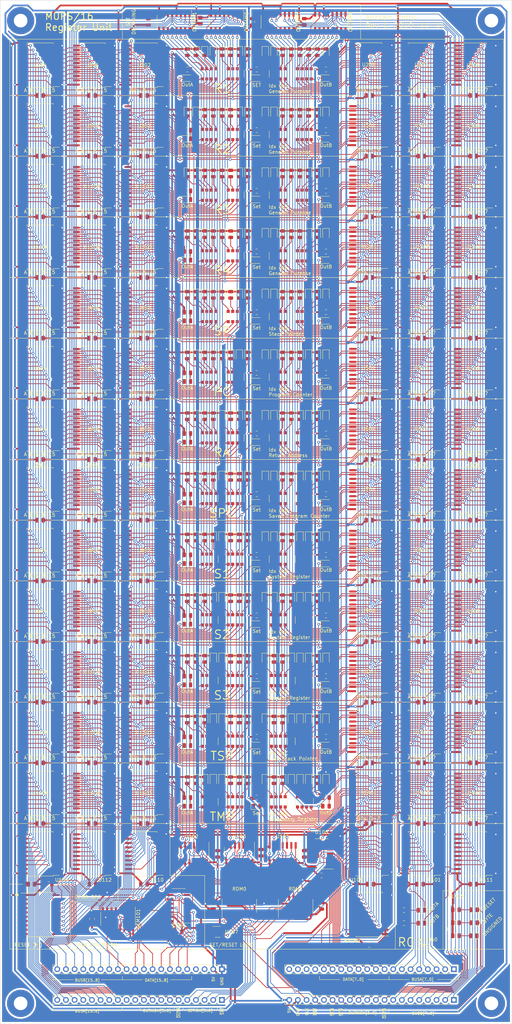
<source format=kicad_pcb>
(kicad_pcb (version 20171130) (host pcbnew "(5.1.4)-1")
  (layers (0 F.Cu signal) (31 B.Cu signal) (34 B.Paste user) (35 F.Paste user) (36 B.SilkS user) (37 F.SilkS user) (38 B.Mask user) (39 F.Mask user) (44 Edge.Cuts user))
  (net 0 "")
  (net 1 GND)
  (net 2 VCC)
  (net 3 /OUTA0)
  (net 4 "Net-(D101-Pad2)")
  (net 5 "Net-(D102-Pad2)")
  (net 6 /OUTB0)
  (net 7 /~SEUNSIGNED)
  (net 8 "Net-(D103-Pad2)")
  (net 9 "Net-(D104-Pad2)")
  (net 10 /~SEBYTE)
  (net 11 "Net-(D105-Pad2)")
  (net 12 /~RESET)
  (net 13 /SETF1)
  (net 14 "Net-(D201-Pad2)")
  (net 15 "Net-(D202-Pad2)")
  (net 16 /OUTA1)
  (net 17 /OUTB1)
  (net 18 "Net-(D203-Pad2)")
  (net 19 "Net-(D204-Pad2)")
  (net 20 "Net-(D205-Pad2)")
  (net 21 "Net-(D206-Pad2)")
  (net 22 "Net-(D207-Pad2)")
  (net 23 "Net-(D208-Pad2)")
  (net 24 "Net-(D209-Pad2)")
  (net 25 "Net-(D210-Pad2)")
  (net 26 "Net-(D211-Pad2)")
  (net 27 "Net-(D212-Pad2)")
  (net 28 "Net-(D213-Pad2)")
  (net 29 "Net-(D214-Pad2)")
  (net 30 "Net-(D215-Pad2)")
  (net 31 "Net-(D216-Pad2)")
  (net 32 "Net-(D217-Pad2)")
  (net 33 "Net-(D218-Pad2)")
  (net 34 "Net-(D219-Pad2)")
  (net 35 /SETF2)
  (net 36 "Net-(D301-Pad2)")
  (net 37 "Net-(D302-Pad2)")
  (net 38 /OUTA2)
  (net 39 /OUTB2)
  (net 40 "Net-(D303-Pad2)")
  (net 41 "Net-(D304-Pad2)")
  (net 42 "Net-(D305-Pad2)")
  (net 43 "Net-(D306-Pad2)")
  (net 44 "Net-(D307-Pad2)")
  (net 45 "Net-(D308-Pad2)")
  (net 46 "Net-(D309-Pad2)")
  (net 47 "Net-(D310-Pad2)")
  (net 48 "Net-(D311-Pad2)")
  (net 49 "Net-(D312-Pad2)")
  (net 50 "Net-(D313-Pad2)")
  (net 51 "Net-(D314-Pad2)")
  (net 52 "Net-(D315-Pad2)")
  (net 53 "Net-(D316-Pad2)")
  (net 54 "Net-(D317-Pad2)")
  (net 55 "Net-(D318-Pad2)")
  (net 56 "Net-(D319-Pad2)")
  (net 57 /SETF5)
  (net 58 "Net-(D401-Pad2)")
  (net 59 /OUTA5)
  (net 60 "Net-(D402-Pad2)")
  (net 61 "Net-(D403-Pad2)")
  (net 62 /OUTB5)
  (net 63 "Net-(D404-Pad2)")
  (net 64 "Net-(D405-Pad2)")
  (net 65 "Net-(D406-Pad2)")
  (net 66 "Net-(D407-Pad2)")
  (net 67 "Net-(D408-Pad2)")
  (net 68 "Net-(D409-Pad2)")
  (net 69 "Net-(D410-Pad2)")
  (net 70 "Net-(D411-Pad2)")
  (net 71 "Net-(D412-Pad2)")
  (net 72 "Net-(D413-Pad2)")
  (net 73 "Net-(D414-Pad2)")
  (net 74 "Net-(D415-Pad2)")
  (net 75 "Net-(D416-Pad2)")
  (net 76 "Net-(D417-Pad2)")
  (net 77 "Net-(D418-Pad2)")
  (net 78 "Net-(D419-Pad2)")
  (net 79 "Net-(D501-Pad2)")
  (net 80 /SETF6)
  (net 81 /OUTA6)
  (net 82 "Net-(D502-Pad2)")
  (net 83 "Net-(D503-Pad2)")
  (net 84 /OUTB6)
  (net 85 "Net-(D504-Pad2)")
  (net 86 "Net-(D505-Pad2)")
  (net 87 "Net-(D506-Pad2)")
  (net 88 "Net-(D507-Pad2)")
  (net 89 "Net-(D508-Pad2)")
  (net 90 "Net-(D509-Pad2)")
  (net 91 "Net-(D510-Pad2)")
  (net 92 "Net-(D511-Pad2)")
  (net 93 "Net-(D512-Pad2)")
  (net 94 "Net-(D513-Pad2)")
  (net 95 "Net-(D514-Pad2)")
  (net 96 "Net-(D515-Pad2)")
  (net 97 "Net-(D516-Pad2)")
  (net 98 "Net-(D517-Pad2)")
  (net 99 "Net-(D518-Pad2)")
  (net 100 "Net-(D519-Pad2)")
  (net 101 "Net-(D601-Pad2)")
  (net 102 /SETF7)
  (net 103 /OUTA7)
  (net 104 "Net-(D602-Pad2)")
  (net 105 "Net-(D603-Pad2)")
  (net 106 /OUTB7)
  (net 107 "Net-(D604-Pad2)")
  (net 108 "Net-(D605-Pad2)")
  (net 109 "Net-(D606-Pad2)")
  (net 110 "Net-(D607-Pad2)")
  (net 111 "Net-(D608-Pad2)")
  (net 112 "Net-(D609-Pad2)")
  (net 113 "Net-(D610-Pad2)")
  (net 114 "Net-(D611-Pad2)")
  (net 115 "Net-(D612-Pad2)")
  (net 116 "Net-(D613-Pad2)")
  (net 117 "Net-(D614-Pad2)")
  (net 118 "Net-(D615-Pad2)")
  (net 119 "Net-(D616-Pad2)")
  (net 120 "Net-(D617-Pad2)")
  (net 121 "Net-(D618-Pad2)")
  (net 122 "Net-(D619-Pad2)")
  (net 123 "Net-(D701-Pad2)")
  (net 124 /SETF8)
  (net 125 /OUTA8)
  (net 126 "Net-(D702-Pad2)")
  (net 127 "Net-(D703-Pad2)")
  (net 128 /OUTB8)
  (net 129 "Net-(D704-Pad2)")
  (net 130 "Net-(D705-Pad2)")
  (net 131 "Net-(D706-Pad2)")
  (net 132 "Net-(D707-Pad2)")
  (net 133 "Net-(D708-Pad2)")
  (net 134 "Net-(D709-Pad2)")
  (net 135 "Net-(D710-Pad2)")
  (net 136 "Net-(D711-Pad2)")
  (net 137 "Net-(D712-Pad2)")
  (net 138 "Net-(D713-Pad2)")
  (net 139 "Net-(D714-Pad2)")
  (net 140 "Net-(D715-Pad2)")
  (net 141 "Net-(D716-Pad2)")
  (net 142 "Net-(D717-Pad2)")
  (net 143 "Net-(D718-Pad2)")
  (net 144 "Net-(D719-Pad2)")
  (net 145 /SETF9)
  (net 146 "Net-(D801-Pad2)")
  (net 147 "Net-(D802-Pad2)")
  (net 148 /OUTA9)
  (net 149 /OUTB9)
  (net 150 "Net-(D803-Pad2)")
  (net 151 "Net-(D804-Pad2)")
  (net 152 "Net-(D805-Pad2)")
  (net 153 "Net-(D806-Pad2)")
  (net 154 "Net-(D807-Pad2)")
  (net 155 "Net-(D808-Pad2)")
  (net 156 "Net-(D809-Pad2)")
  (net 157 "Net-(D810-Pad2)")
  (net 158 "Net-(D811-Pad2)")
  (net 159 "Net-(D812-Pad2)")
  (net 160 "Net-(D813-Pad2)")
  (net 161 "Net-(D814-Pad2)")
  (net 162 "Net-(D815-Pad2)")
  (net 163 "Net-(D816-Pad2)")
  (net 164 "Net-(D817-Pad2)")
  (net 165 "Net-(D818-Pad2)")
  (net 166 "Net-(D819-Pad2)")
  (net 167 "Net-(D901-Pad2)")
  (net 168 /SETF10)
  (net 169 /OUTA10)
  (net 170 "Net-(D902-Pad2)")
  (net 171 "Net-(D903-Pad2)")
  (net 172 /OUTB10)
  (net 173 "Net-(D904-Pad2)")
  (net 174 "Net-(D905-Pad2)")
  (net 175 "Net-(D906-Pad2)")
  (net 176 "Net-(D907-Pad2)")
  (net 177 "Net-(D908-Pad2)")
  (net 178 "Net-(D909-Pad2)")
  (net 179 "Net-(D910-Pad2)")
  (net 180 "Net-(D911-Pad2)")
  (net 181 "Net-(D912-Pad2)")
  (net 182 "Net-(D913-Pad2)")
  (net 183 "Net-(D914-Pad2)")
  (net 184 "Net-(D915-Pad2)")
  (net 185 "Net-(D916-Pad2)")
  (net 186 "Net-(D917-Pad2)")
  (net 187 "Net-(D918-Pad2)")
  (net 188 "Net-(D919-Pad2)")
  (net 189 /SETF11)
  (net 190 "Net-(D1001-Pad2)")
  (net 191 "Net-(D1002-Pad2)")
  (net 192 /OUTA11)
  (net 193 /OUTB11)
  (net 194 "Net-(D1003-Pad2)")
  (net 195 "Net-(D1004-Pad2)")
  (net 196 "Net-(D1005-Pad2)")
  (net 197 "Net-(D1006-Pad2)")
  (net 198 "Net-(D1007-Pad2)")
  (net 199 "Net-(D1008-Pad2)")
  (net 200 "Net-(D1009-Pad2)")
  (net 201 "Net-(D1010-Pad2)")
  (net 202 "Net-(D1011-Pad2)")
  (net 203 "Net-(D1012-Pad2)")
  (net 204 "Net-(D1013-Pad2)")
  (net 205 "Net-(D1014-Pad2)")
  (net 206 "Net-(D1015-Pad2)")
  (net 207 "Net-(D1016-Pad2)")
  (net 208 "Net-(D1017-Pad2)")
  (net 209 "Net-(D1018-Pad2)")
  (net 210 "Net-(D1019-Pad2)")
  (net 211 "Net-(D1101-Pad2)")
  (net 212 /SETF3)
  (net 213 /OUTA3)
  (net 214 "Net-(D1102-Pad2)")
  (net 215 "Net-(D1103-Pad2)")
  (net 216 /OUTB3)
  (net 217 "Net-(D1104-Pad2)")
  (net 218 "Net-(D1105-Pad2)")
  (net 219 "Net-(D1106-Pad2)")
  (net 220 "Net-(D1107-Pad2)")
  (net 221 "Net-(D1108-Pad2)")
  (net 222 "Net-(D1109-Pad2)")
  (net 223 "Net-(D1110-Pad2)")
  (net 224 "Net-(D1111-Pad2)")
  (net 225 "Net-(D1112-Pad2)")
  (net 226 "Net-(D1113-Pad2)")
  (net 227 "Net-(D1114-Pad2)")
  (net 228 "Net-(D1115-Pad2)")
  (net 229 "Net-(D1116-Pad2)")
  (net 230 "Net-(D1117-Pad2)")
  (net 231 "Net-(D1118-Pad2)")
  (net 232 "Net-(D1119-Pad2)")
  (net 233 "Net-(D1201-Pad2)")
  (net 234 /SETF4)
  (net 235 "Net-(D1202-Pad2)")
  (net 236 /OUTA4)
  (net 237 /OUTB4)
  (net 238 "Net-(D1203-Pad2)")
  (net 239 "Net-(D1204-Pad2)")
  (net 240 "Net-(D1205-Pad2)")
  (net 241 "Net-(D1206-Pad2)")
  (net 242 "Net-(D1207-Pad2)")
  (net 243 "Net-(D1208-Pad2)")
  (net 244 "Net-(D1209-Pad2)")
  (net 245 "Net-(D1210-Pad2)")
  (net 246 "Net-(D1211-Pad2)")
  (net 247 "Net-(D1212-Pad2)")
  (net 248 "Net-(D1213-Pad2)")
  (net 249 "Net-(D1214-Pad2)")
  (net 250 "Net-(D1215-Pad2)")
  (net 251 "Net-(D1216-Pad2)")
  (net 252 "Net-(D1217-Pad2)")
  (net 253 "Net-(D1218-Pad2)")
  (net 254 "Net-(D1219-Pad2)")
  (net 255 /SETF12)
  (net 256 "Net-(D1301-Pad2)")
  (net 257 "Net-(D1302-Pad2)")
  (net 258 /OUTA12)
  (net 259 /OUTB12)
  (net 260 "Net-(D1303-Pad2)")
  (net 261 "Net-(D1304-Pad2)")
  (net 262 "Net-(D1305-Pad2)")
  (net 263 "Net-(D1306-Pad2)")
  (net 264 "Net-(D1307-Pad2)")
  (net 265 "Net-(D1308-Pad2)")
  (net 266 "Net-(D1309-Pad2)")
  (net 267 "Net-(D1310-Pad2)")
  (net 268 "Net-(D1311-Pad2)")
  (net 269 "Net-(D1312-Pad2)")
  (net 270 "Net-(D1313-Pad2)")
  (net 271 "Net-(D1314-Pad2)")
  (net 272 "Net-(D1315-Pad2)")
  (net 273 "Net-(D1316-Pad2)")
  (net 274 "Net-(D1317-Pad2)")
  (net 275 "Net-(D1318-Pad2)")
  (net 276 "Net-(D1319-Pad2)")
  (net 277 /SETF13)
  (net 278 "Net-(D1401-Pad2)")
  (net 279 "Net-(D1402-Pad2)")
  (net 280 /OUTA13)
  (net 281 /OUTB13)
  (net 282 "Net-(D1403-Pad2)")
  (net 283 "Net-(D1404-Pad2)")
  (net 284 "Net-(D1405-Pad2)")
  (net 285 "Net-(D1406-Pad2)")
  (net 286 "Net-(D1407-Pad2)")
  (net 287 "Net-(D1408-Pad2)")
  (net 288 "Net-(D1409-Pad2)")
  (net 289 "Net-(D1410-Pad2)")
  (net 290 "Net-(D1411-Pad2)")
  (net 291 "Net-(D1412-Pad2)")
  (net 292 "Net-(D1413-Pad2)")
  (net 293 "Net-(D1414-Pad2)")
  (net 294 "Net-(D1415-Pad2)")
  (net 295 "Net-(D1416-Pad2)")
  (net 296 "Net-(D1417-Pad2)")
  (net 297 "Net-(D1418-Pad2)")
  (net 298 "Net-(D1419-Pad2)")
  (net 299 /~SET)
  (net 300 /SETIDX0)
  (net 301 /SETIDX1)
  (net 302 /SETIDX2)
  (net 303 /SETIDX3)
  (net 304 /~OUTA)
  (net 305 /OUTAIDX0)
  (net 306 /OUTAIDX1)
  (net 307 /OUTAIDX2)
  (net 308 /OUTAIDX3)
  (net 309 /~OUTB)
  (net 310 /OUTBIDX0)
  (net 311 /OUTBIDX1)
  (net 312 /OUTBIDX2)
  (net 313 /OUTBIDX3)
  (net 314 /RESET)
  (net 315 /CLK)
  (net 316 DATA15)
  (net 317 DATA14)
  (net 318 DATA13)
  (net 319 DATA12)
  (net 320 DATA11)
  (net 321 DATA10)
  (net 322 DATA9)
  (net 323 DATA8)
  (net 324 DATA7)
  (net 325 DATA6)
  (net 326 DATA5)
  (net 327 DATA4)
  (net 328 DATA3)
  (net 329 DATA2)
  (net 330 DATA1)
  (net 331 DATA0)
  (net 332 BUSA0)
  (net 333 BUSA2)
  (net 334 BUSA4)
  (net 335 BUSA6)
  (net 336 BUSA8)
  (net 337 BUSA10)
  (net 338 BUSA12)
  (net 339 BUSA14)
  (net 340 BUSB0)
  (net 341 BUSB2)
  (net 342 BUSB4)
  (net 343 BUSB6)
  (net 344 BUSB8)
  (net 345 BUSB10)
  (net 346 BUSB12)
  (net 347 BUSB14)
  (net 348 "Net-(OUTAM1-Pad9)")
  (net 349 "Net-(OUTAM1-Pad7)")
  (net 350 "Net-(OUTBM1-Pad9)")
  (net 351 "Net-(OUTBM1-Pad7)")
  (net 352 "Net-(RDM0-Pad15)")
  (net 353 /SET1)
  (net 354 /SET2)
  (net 355 /SET3)
  (net 356 /SET4)
  (net 357 /SET5)
  (net 358 /SET6)
  (net 359 /SET7)
  (net 360 "Net-(RDM1-Pad7)")
  (net 361 "Net-(RDM1-Pad9)")
  (net 362 /SET13)
  (net 363 /SET12)
  (net 364 /SET11)
  (net 365 /SET10)
  (net 366 /SET9)
  (net 367 /SET8)
  (net 368 /r1/Q1)
  (net 369 /r1/Q2)
  (net 370 /r1/Q0)
  (net 371 /r1/Q3)
  (net 372 /r1/Q5)
  (net 373 /r1/Q6)
  (net 374 /r1/Q4)
  (net 375 /r1/Q7)
  (net 376 /r1/Q11)
  (net 377 /r1/Q8)
  (net 378 /r1/Q10)
  (net 379 /r1/Q9)
  (net 380 /r1/Q13)
  (net 381 /r1/Q14)
  (net 382 /r1/Q12)
  (net 383 /r1/Q15)
  (net 384 /r2/Q3)
  (net 385 /r2/Q0)
  (net 386 /r2/Q2)
  (net 387 /r2/Q1)
  (net 388 /r2/Q7)
  (net 389 /r2/Q4)
  (net 390 /r2/Q6)
  (net 391 /r2/Q5)
  (net 392 /r2/Q9)
  (net 393 /r2/Q10)
  (net 394 /r2/Q8)
  (net 395 /r2/Q11)
  (net 396 /r2/Q15)
  (net 397 /r2/Q12)
  (net 398 /r2/Q14)
  (net 399 /r2/Q13)
  (net 400 /sp/Q1)
  (net 401 /sp/Q2)
  (net 402 /sp/Q0)
  (net 403 /sp/Q3)
  (net 404 /sp/Q5)
  (net 405 /sp/Q6)
  (net 406 /sp/Q4)
  (net 407 /sp/Q7)
  (net 408 /sp/Q11)
  (net 409 /sp/Q8)
  (net 410 /sp/Q10)
  (net 411 /sp/Q9)
  (net 412 /sp/Q13)
  (net 413 /sp/Q14)
  (net 414 /sp/Q12)
  (net 415 /sp/Q15)
  (net 416 /pc/Q1)
  (net 417 /pc/Q2)
  (net 418 /pc/Q0)
  (net 419 /pc/Q3)
  (net 420 /pc/Q7)
  (net 421 /pc/Q4)
  (net 422 /pc/Q6)
  (net 423 /pc/Q5)
  (net 424 /pc/Q9)
  (net 425 /pc/Q10)
  (net 426 /pc/Q8)
  (net 427 /pc/Q11)
  (net 428 /pc/Q15)
  (net 429 /pc/Q12)
  (net 430 /pc/Q14)
  (net 431 /pc/Q13)
  (net 432 /ra/Q1)
  (net 433 /ra/Q2)
  (net 434 /ra/Q0)
  (net 435 /ra/Q3)
  (net 436 /ra/Q7)
  (net 437 /ra/Q4)
  (net 438 /ra/Q6)
  (net 439 /ra/Q5)
  (net 440 /ra/Q9)
  (net 441 /ra/Q10)
  (net 442 /ra/Q8)
  (net 443 /ra/Q11)
  (net 444 /ra/Q15)
  (net 445 /ra/Q12)
  (net 446 /ra/Q14)
  (net 447 /ra/Q13)
  (net 448 /spc/Q3)
  (net 449 /spc/Q0)
  (net 450 /spc/Q2)
  (net 451 /spc/Q1)
  (net 452 /spc/Q7)
  (net 453 /spc/Q4)
  (net 454 /spc/Q6)
  (net 455 /spc/Q5)
  (net 456 /spc/Q9)
  (net 457 /spc/Q10)
  (net 458 /spc/Q8)
  (net 459 /spc/Q11)
  (net 460 /spc/Q15)
  (net 461 /spc/Q12)
  (net 462 /spc/Q14)
  (net 463 /spc/Q13)
  (net 464 /s1/Q3)
  (net 465 /s1/Q0)
  (net 466 /s1/Q2)
  (net 467 /s1/Q1)
  (net 468 /s1/Q5)
  (net 469 /s1/Q6)
  (net 470 /s1/Q4)
  (net 471 /s1/Q7)
  (net 472 /s1/Q11)
  (net 473 /s1/Q8)
  (net 474 /s1/Q10)
  (net 475 /s1/Q9)
  (net 476 /s1/Q13)
  (net 477 /s1/Q14)
  (net 478 /s1/Q12)
  (net 479 /s1/Q15)
  (net 480 /s2/Q1)
  (net 481 /s2/Q2)
  (net 482 /s2/Q0)
  (net 483 /s2/Q3)
  (net 484 /s2/Q5)
  (net 485 /s2/Q6)
  (net 486 /s2/Q4)
  (net 487 /s2/Q7)
  (net 488 /s2/Q11)
  (net 489 /s2/Q8)
  (net 490 /s2/Q10)
  (net 491 /s2/Q9)
  (net 492 /s2/Q13)
  (net 493 /s2/Q14)
  (net 494 /s2/Q12)
  (net 495 /s2/Q15)
  (net 496 /s3/Q3)
  (net 497 /s3/Q0)
  (net 498 /s3/Q2)
  (net 499 /s3/Q1)
  (net 500 /s3/Q7)
  (net 501 /s3/Q4)
  (net 502 /s3/Q6)
  (net 503 /s3/Q5)
  (net 504 /s3/Q9)
  (net 505 /s3/Q10)
  (net 506 /s3/Q8)
  (net 507 /s3/Q11)
  (net 508 /s3/Q15)
  (net 509 /s3/Q12)
  (net 510 /s3/Q14)
  (net 511 /s3/Q13)
  (net 512 /r3/Q1)
  (net 513 /r3/Q2)
  (net 514 /r3/Q0)
  (net 515 /r3/Q3)
  (net 516 /r3/Q5)
  (net 517 /r3/Q6)
  (net 518 /r3/Q4)
  (net 519 /r3/Q7)
  (net 520 /r3/Q9)
  (net 521 /r3/Q10)
  (net 522 /r3/Q8)
  (net 523 /r3/Q11)
  (net 524 /r3/Q15)
  (net 525 /r3/Q12)
  (net 526 /r3/Q14)
  (net 527 /r3/Q13)
  (net 528 /r4/Q3)
  (net 529 /r4/Q0)
  (net 530 /r4/Q2)
  (net 531 /r4/Q1)
  (net 532 /r4/Q7)
  (net 533 /r4/Q4)
  (net 534 /r4/Q6)
  (net 535 /r4/Q5)
  (net 536 /r4/Q11)
  (net 537 /r4/Q8)
  (net 538 /r4/Q10)
  (net 539 /r4/Q9)
  (net 540 /r4/Q13)
  (net 541 /r4/Q14)
  (net 542 /r4/Q12)
  (net 543 /r4/Q15)
  (net 544 /tsp/Q1)
  (net 545 /tsp/Q2)
  (net 546 /tsp/Q0)
  (net 547 /tsp/Q3)
  (net 548 /tsp/Q5)
  (net 549 /tsp/Q6)
  (net 550 /tsp/Q4)
  (net 551 /tsp/Q7)
  (net 552 /tsp/Q11)
  (net 553 /tsp/Q8)
  (net 554 /tsp/Q10)
  (net 555 /tsp/Q9)
  (net 556 /tsp/Q13)
  (net 557 /tsp/Q14)
  (net 558 /tsp/Q12)
  (net 559 /tsp/Q15)
  (net 560 /temp/Q3)
  (net 561 /temp/Q0)
  (net 562 /temp/Q2)
  (net 563 /temp/Q1)
  (net 564 /temp/Q7)
  (net 565 /temp/Q4)
  (net 566 /temp/Q6)
  (net 567 /temp/Q5)
  (net 568 /temp/Q9)
  (net 569 /temp/Q10)
  (net 570 /temp/Q8)
  (net 571 /temp/Q11)
  (net 572 /temp/Q15)
  (net 573 /temp/Q12)
  (net 574 /temp/Q14)
  (net 575 /temp/Q13)
  (net 576 /SIGNBIT)
  (net 577 "Net-(SEM0-Pad12)")
  (net 578 "Net-(SEM0-Pad9)")
  (net 579 "Net-(SEM0-Pad7)")
  (net 580 "Net-(SEM0-Pad4)")
  (net 581 "Net-(SEM101-Pad4)")
  (net 582 "Net-(SEM101-Pad7)")
  (net 583 "Net-(SEM101-Pad9)")
  (net 584 "Net-(SEM101-Pad12)")
  (net 585 BUSA1)
  (net 586 BUSA3)
  (net 587 BUSA5)
  (net 588 BUSA7)
  (net 589 BUSA9)
  (net 590 BUSA11)
  (net 591 BUSA13)
  (net 592 BUSA15)
  (net 593 BUSB1)
  (net 594 BUSB3)
  (net 595 BUSB5)
  (net 596 BUSB7)
  (net 597 BUSB9)
  (net 598 BUSB11)
  (net 599 BUSB13)
  (net 600 BUSB15)
  (net 601 DATAINT0)
  (net 602 DATAINT2)
  (net 603 DATAINT4)
  (net 604 DATAINT6)
  (net 605 DATAINT8)
  (net 606 DATAINT10)
  (net 607 DATAINT12)
  (net 608 DATAINT14)
  (net 609 DATAINT1)
  (net 610 DATAINT3)
  (net 611 DATAINT5)
  (net 612 DATAINT7)
  (net 613 DATAINT9)
  (net 614 DATAINT11)
  (net 615 DATAINT13)
  (net 616 DATAINT15)
  (net 617 "Net-(J106-Pad1)")
  (net 618 "Net-(J107-Pad1)")
  (net 619 "Net-(J108-Pad1)")
  (net 620 "Net-(J109-Pad1)")
  (net 621 "Net-(J104-Pad20)")
  (net 622 "Net-(J104-Pad19)")
  (net 623 "Net-(J104-Pad18)")
  (net 624 "Net-(J104-Pad17)")
  (net 625 "Net-(J102-Pad4)")
  (net 626 "Net-(J102-Pad3)")
  (net 627 "Net-(J101-Pad12)")
  (net 628 "Net-(J101-Pad11)")
  (net 629 "Net-(J103-Pad16)")
  (net 630 "Net-(U106-Pad11)")
  (net 631 "Net-(U106-Pad8)")
  (module Package_SO:TSOP-5_1.65x3.05mm_P0.95mm (layer F.Cu) (at 111.76 273.05)
    (fp_text reference U107 (at 4.064 0) (layer F.SilkS))
    (fp_text value 74AHCT1G04)
    (pad 5 smd rect (at 1.16 -0.95) (size 0.7 0.51) (layers F.Cu F.Paste F.Mask) (net 2 VCC))
    (pad 4 smd rect (at 1.16 0.95) (size 0.7 0.51) (layers F.Cu F.Paste F.Mask) (net 314 /RESET))
    (pad 3 smd rect (at -1.16 0.95) (size 0.7 0.51) (layers F.Cu F.Paste F.Mask) (net 1 GND))
    (pad 2 smd rect (at -1.16 0) (size 0.7 0.51) (layers F.Cu F.Paste F.Mask) (net 12 /~RESET))
    (pad 1 smd rect (at -1.16 -0.95) (size 0.7 0.51) (layers F.Cu F.Paste F.Mask))
  )
  (module LED_SMD:LED_0805_2012Metric (layer F.Cu) (at 171.45 266.7 180)
    (fp_text reference D101 hide)
    (fp_text value OUTA (at -4.953 2.286 45) (layer F.SilkS) (effects (justify right)))
    (pad 1 smd roundrect (at -0.9375 0 180) (size 0.975 1.4) (layers F.Cu F.Paste F.Mask) (net 3 /OUTA0))
    (pad 2 smd roundrect (at 0.9375 0 180) (size 0.975 1.4) (layers F.Cu F.Paste F.Mask) (net 4 "Net-(D101-Pad2)"))
  )
  (module Connector_PinHeader_2.54mm:PinHeader_1x20_P2.54mm_Vertical (layer F.Cu) (at 181 284 270)
    (fp_text reference J104 hide)
    (fp_text value Conn_01x16_Male)
    (pad 20 thru_hole oval (at 0 48.26 270) (size 1.7 1.7) (drill 1) (layers *.Cu *.Mask) (net 621 "Net-(J104-Pad20)"))
    (pad 19 thru_hole oval (at 0 45.72 270) (size 1.7 1.7) (drill 1) (layers *.Cu *.Mask) (net 622 "Net-(J104-Pad19)"))
    (pad 18 thru_hole oval (at 0 43.18 270) (size 1.7 1.7) (drill 1) (layers *.Cu *.Mask) (net 623 "Net-(J104-Pad18)"))
    (pad 17 thru_hole oval (at 0 40.64 270) (size 1.7 1.7) (drill 1) (layers *.Cu *.Mask) (net 624 "Net-(J104-Pad17)"))
    (pad 16 thru_hole oval (at 0 38.1 270) (size 1.7 1.7) (drill 1) (layers *.Cu *.Mask) (net 324 DATA7))
    (pad 15 thru_hole oval (at 0 35.56 270) (size 1.7 1.7) (drill 1) (layers *.Cu *.Mask) (net 325 DATA6))
    (pad 14 thru_hole oval (at 0 33.02 270) (size 1.7 1.7) (drill 1) (layers *.Cu *.Mask) (net 326 DATA5))
    (pad 13 thru_hole oval (at 0 30.48 270) (size 1.7 1.7) (drill 1) (layers *.Cu *.Mask) (net 327 DATA4))
    (pad 12 thru_hole oval (at 0 27.94 270) (size 1.7 1.7) (drill 1) (layers *.Cu *.Mask) (net 328 DATA3))
    (pad 11 thru_hole oval (at 0 25.4 270) (size 1.7 1.7) (drill 1) (layers *.Cu *.Mask) (net 329 DATA2))
    (pad 10 thru_hole oval (at 0 22.86 270) (size 1.7 1.7) (drill 1) (layers *.Cu *.Mask) (net 330 DATA1))
    (pad 9 thru_hole oval (at 0 20.32 270) (size 1.7 1.7) (drill 1) (layers *.Cu *.Mask) (net 331 DATA0))
    (pad 8 thru_hole oval (at 0 17.78 270) (size 1.7 1.7) (drill 1) (layers *.Cu *.Mask) (net 588 BUSA7))
    (pad 7 thru_hole oval (at 0 15.24 270) (size 1.7 1.7) (drill 1) (layers *.Cu *.Mask) (net 335 BUSA6))
    (pad 6 thru_hole oval (at 0 12.7 270) (size 1.7 1.7) (drill 1) (layers *.Cu *.Mask) (net 587 BUSA5))
    (pad 5 thru_hole oval (at 0 10.16 270) (size 1.7 1.7) (drill 1) (layers *.Cu *.Mask) (net 334 BUSA4))
    (pad 4 thru_hole oval (at 0 7.62 270) (size 1.7 1.7) (drill 1) (layers *.Cu *.Mask) (net 586 BUSA3))
    (pad 3 thru_hole oval (at 0 5.08 270) (size 1.7 1.7) (drill 1) (layers *.Cu *.Mask) (net 333 BUSA2))
    (pad 2 thru_hole oval (at 0 2.54 270) (size 1.7 1.7) (drill 1) (layers *.Cu *.Mask) (net 585 BUSA1))
    (pad 1 thru_hole rect (at 0 0 270) (size 1.7 1.7) (drill 1) (layers *.Cu *.Mask) (net 332 BUSA0))
  )
  (module Connector_PinHeader_2.54mm:PinHeader_1x20_P2.54mm_Vertical (layer F.Cu) (at 181 293 270)
    (fp_text reference J103 hide)
    (fp_text value Conn_01x16_Male)
    (pad 20 thru_hole oval (at 0 48.26 270) (size 1.7 1.7) (drill 1) (layers *.Cu *.Mask) (net 2 VCC))
    (pad 19 thru_hole oval (at 0 45.72 270) (size 1.7 1.7) (drill 1) (layers *.Cu *.Mask) (net 1 GND))
    (pad 18 thru_hole oval (at 0 43.18 270) (size 1.7 1.7) (drill 1) (layers *.Cu *.Mask) (net 315 /CLK))
    (pad 17 thru_hole oval (at 0 40.64 270) (size 1.7 1.7) (drill 1) (layers *.Cu *.Mask) (net 12 /~RESET))
    (pad 16 thru_hole oval (at 0 38.1 270) (size 1.7 1.7) (drill 1) (layers *.Cu *.Mask) (net 629 "Net-(J103-Pad16)"))
    (pad 15 thru_hole oval (at 0 35.56 270) (size 1.7 1.7) (drill 1) (layers *.Cu *.Mask) (net 10 /~SEBYTE))
    (pad 14 thru_hole oval (at 0 33.02 270) (size 1.7 1.7) (drill 1) (layers *.Cu *.Mask) (net 7 /~SEUNSIGNED))
    (pad 13 thru_hole oval (at 0 30.48 270) (size 1.7 1.7) (drill 1) (layers *.Cu *.Mask) (net 313 /OUTBIDX3))
    (pad 12 thru_hole oval (at 0 27.94 270) (size 1.7 1.7) (drill 1) (layers *.Cu *.Mask) (net 312 /OUTBIDX2))
    (pad 11 thru_hole oval (at 0 25.4 270) (size 1.7 1.7) (drill 1) (layers *.Cu *.Mask) (net 311 /OUTBIDX1))
    (pad 10 thru_hole oval (at 0 22.86 270) (size 1.7 1.7) (drill 1) (layers *.Cu *.Mask) (net 310 /OUTBIDX0))
    (pad 9 thru_hole oval (at 0 20.32 270) (size 1.7 1.7) (drill 1) (layers *.Cu *.Mask) (net 309 /~OUTB))
    (pad 8 thru_hole oval (at 0 17.78 270) (size 1.7 1.7) (drill 1) (layers *.Cu *.Mask) (net 596 BUSB7))
    (pad 7 thru_hole oval (at 0 15.24 270) (size 1.7 1.7) (drill 1) (layers *.Cu *.Mask) (net 343 BUSB6))
    (pad 6 thru_hole oval (at 0 12.7 270) (size 1.7 1.7) (drill 1) (layers *.Cu *.Mask) (net 595 BUSB5))
    (pad 5 thru_hole oval (at 0 10.16 270) (size 1.7 1.7) (drill 1) (layers *.Cu *.Mask) (net 342 BUSB4))
    (pad 4 thru_hole oval (at 0 7.62 270) (size 1.7 1.7) (drill 1) (layers *.Cu *.Mask) (net 594 BUSB3))
    (pad 3 thru_hole oval (at 0 5.08 270) (size 1.7 1.7) (drill 1) (layers *.Cu *.Mask) (net 341 BUSB2))
    (pad 2 thru_hole oval (at 0 2.54 270) (size 1.7 1.7) (drill 1) (layers *.Cu *.Mask) (net 593 BUSB1))
    (pad 1 thru_hole rect (at 0 0 270) (size 1.7 1.7) (drill 1) (layers *.Cu *.Mask) (net 340 BUSB0))
  )
  (module Connector_PinHeader_2.54mm:PinHeader_1x20_P2.54mm_Vertical (layer F.Cu) (at 113 284 270)
    (fp_text reference J102 hide)
    (fp_text value Conn_01x16_Male)
    (pad 20 thru_hole oval (at 0 48.26 270) (size 1.7 1.7) (drill 1) (layers *.Cu *.Mask) (net 600 BUSB15))
    (pad 19 thru_hole oval (at 0 45.72 270) (size 1.7 1.7) (drill 1) (layers *.Cu *.Mask) (net 347 BUSB14))
    (pad 18 thru_hole oval (at 0 43.18 270) (size 1.7 1.7) (drill 1) (layers *.Cu *.Mask) (net 599 BUSB13))
    (pad 17 thru_hole oval (at 0 40.64 270) (size 1.7 1.7) (drill 1) (layers *.Cu *.Mask) (net 346 BUSB12))
    (pad 16 thru_hole oval (at 0 38.1 270) (size 1.7 1.7) (drill 1) (layers *.Cu *.Mask) (net 598 BUSB11))
    (pad 15 thru_hole oval (at 0 35.56 270) (size 1.7 1.7) (drill 1) (layers *.Cu *.Mask) (net 345 BUSB10))
    (pad 14 thru_hole oval (at 0 33.02 270) (size 1.7 1.7) (drill 1) (layers *.Cu *.Mask) (net 597 BUSB9))
    (pad 13 thru_hole oval (at 0 30.48 270) (size 1.7 1.7) (drill 1) (layers *.Cu *.Mask) (net 344 BUSB8))
    (pad 12 thru_hole oval (at 0 27.94 270) (size 1.7 1.7) (drill 1) (layers *.Cu *.Mask) (net 316 DATA15))
    (pad 11 thru_hole oval (at 0 25.4 270) (size 1.7 1.7) (drill 1) (layers *.Cu *.Mask) (net 317 DATA14))
    (pad 10 thru_hole oval (at 0 22.86 270) (size 1.7 1.7) (drill 1) (layers *.Cu *.Mask) (net 318 DATA13))
    (pad 9 thru_hole oval (at 0 20.32 270) (size 1.7 1.7) (drill 1) (layers *.Cu *.Mask) (net 319 DATA12))
    (pad 8 thru_hole oval (at 0 17.78 270) (size 1.7 1.7) (drill 1) (layers *.Cu *.Mask) (net 320 DATA11))
    (pad 7 thru_hole oval (at 0 15.24 270) (size 1.7 1.7) (drill 1) (layers *.Cu *.Mask) (net 321 DATA10))
    (pad 6 thru_hole oval (at 0 12.7 270) (size 1.7 1.7) (drill 1) (layers *.Cu *.Mask) (net 322 DATA9))
    (pad 5 thru_hole oval (at 0 10.16 270) (size 1.7 1.7) (drill 1) (layers *.Cu *.Mask) (net 323 DATA8))
    (pad 4 thru_hole oval (at 0 7.62 270) (size 1.7 1.7) (drill 1) (layers *.Cu *.Mask) (net 625 "Net-(J102-Pad4)"))
    (pad 3 thru_hole oval (at 0 5.08 270) (size 1.7 1.7) (drill 1) (layers *.Cu *.Mask) (net 626 "Net-(J102-Pad3)"))
    (pad 2 thru_hole oval (at 0 2.54 270) (size 1.7 1.7) (drill 1) (layers *.Cu *.Mask) (net 2 VCC))
    (pad 1 thru_hole rect (at 0 0 270) (size 1.7 1.7) (drill 1) (layers *.Cu *.Mask) (net 1 GND))
  )
  (module Connector_PinHeader_2.54mm:PinHeader_1x20_P2.54mm_Vertical (layer F.Cu) (at 113 293 270)
    (fp_text reference J101 hide)
    (fp_text value Conn_01x20_Male)
    (pad 20 thru_hole oval (at 0 48.26 270) (size 1.7 1.7) (drill 1) (layers *.Cu *.Mask) (net 592 BUSA15))
    (pad 19 thru_hole oval (at 0 45.72 270) (size 1.7 1.7) (drill 1) (layers *.Cu *.Mask) (net 339 BUSA14))
    (pad 18 thru_hole oval (at 0 43.18 270) (size 1.7 1.7) (drill 1) (layers *.Cu *.Mask) (net 591 BUSA13))
    (pad 17 thru_hole oval (at 0 40.64 270) (size 1.7 1.7) (drill 1) (layers *.Cu *.Mask) (net 338 BUSA12))
    (pad 16 thru_hole oval (at 0 38.1 270) (size 1.7 1.7) (drill 1) (layers *.Cu *.Mask) (net 590 BUSA11))
    (pad 15 thru_hole oval (at 0 35.56 270) (size 1.7 1.7) (drill 1) (layers *.Cu *.Mask) (net 337 BUSA10))
    (pad 14 thru_hole oval (at 0 33.02 270) (size 1.7 1.7) (drill 1) (layers *.Cu *.Mask) (net 589 BUSA9))
    (pad 13 thru_hole oval (at 0 30.48 270) (size 1.7 1.7) (drill 1) (layers *.Cu *.Mask) (net 336 BUSA8))
    (pad 12 thru_hole oval (at 0 27.94 270) (size 1.7 1.7) (drill 1) (layers *.Cu *.Mask) (net 627 "Net-(J101-Pad12)"))
    (pad 11 thru_hole oval (at 0 25.4 270) (size 1.7 1.7) (drill 1) (layers *.Cu *.Mask) (net 628 "Net-(J101-Pad11)"))
    (pad 10 thru_hole oval (at 0 22.86 270) (size 1.7 1.7) (drill 1) (layers *.Cu *.Mask) (net 308 /OUTAIDX3))
    (pad 9 thru_hole oval (at 0 20.32 270) (size 1.7 1.7) (drill 1) (layers *.Cu *.Mask) (net 307 /OUTAIDX2))
    (pad 8 thru_hole oval (at 0 17.78 270) (size 1.7 1.7) (drill 1) (layers *.Cu *.Mask) (net 306 /OUTAIDX1))
    (pad 7 thru_hole oval (at 0 15.24 270) (size 1.7 1.7) (drill 1) (layers *.Cu *.Mask) (net 305 /OUTAIDX0))
    (pad 6 thru_hole oval (at 0 12.7 270) (size 1.7 1.7) (drill 1) (layers *.Cu *.Mask) (net 304 /~OUTA))
    (pad 5 thru_hole oval (at 0 10.16 270) (size 1.7 1.7) (drill 1) (layers *.Cu *.Mask) (net 303 /SETIDX3))
    (pad 4 thru_hole oval (at 0 7.62 270) (size 1.7 1.7) (drill 1) (layers *.Cu *.Mask) (net 302 /SETIDX2))
    (pad 3 thru_hole oval (at 0 5.08 270) (size 1.7 1.7) (drill 1) (layers *.Cu *.Mask) (net 301 /SETIDX1))
    (pad 2 thru_hole oval (at 0 2.54 270) (size 1.7 1.7) (drill 1) (layers *.Cu *.Mask) (net 300 /SETIDX0))
    (pad 1 thru_hole rect (at 0 0 270) (size 1.7 1.7) (drill 1) (layers *.Cu *.Mask) (net 299 /~SET))
  )
  (module Package_SO:SOIC-20W_7.5x12.8mm_P1.27mm (layer F.Cu) (at 74.93 250.19 180)
    (fp_text reference U112 (at -3.81 -7.62) (layer F.SilkS))
    (fp_text value 74HCT541)
    (pad 20 smd roundrect (at 4.65 -5.715 180) (size 2.05 0.6) (layers F.Cu F.Paste F.Mask) (net 2 VCC))
    (pad 19 smd roundrect (at 4.65 -4.445 180) (size 2.05 0.6) (layers F.Cu F.Paste F.Mask) (net 6 /OUTB0))
    (pad 18 smd roundrect (at 4.65 -3.175 180) (size 2.05 0.6) (layers F.Cu F.Paste F.Mask) (net 344 BUSB8))
    (pad 17 smd roundrect (at 4.65 -1.905 180) (size 2.05 0.6) (layers F.Cu F.Paste F.Mask) (net 597 BUSB9))
    (pad 16 smd roundrect (at 4.65 -0.635 180) (size 2.05 0.6) (layers F.Cu F.Paste F.Mask) (net 345 BUSB10))
    (pad 15 smd roundrect (at 4.65 0.635 180) (size 2.05 0.6) (layers F.Cu F.Paste F.Mask) (net 598 BUSB11))
    (pad 14 smd roundrect (at 4.65 1.905 180) (size 2.05 0.6) (layers F.Cu F.Paste F.Mask) (net 346 BUSB12))
    (pad 13 smd roundrect (at 4.65 3.175 180) (size 2.05 0.6) (layers F.Cu F.Paste F.Mask) (net 599 BUSB13))
    (pad 12 smd roundrect (at 4.65 4.445 180) (size 2.05 0.6) (layers F.Cu F.Paste F.Mask) (net 347 BUSB14))
    (pad 11 smd roundrect (at 4.65 5.715 180) (size 2.05 0.6) (layers F.Cu F.Paste F.Mask) (net 600 BUSB15))
    (pad 10 smd roundrect (at -4.65 5.715 180) (size 2.05 0.6) (layers F.Cu F.Paste F.Mask) (net 1 GND))
    (pad 9 smd roundrect (at -4.65 4.445 180) (size 2.05 0.6) (layers F.Cu F.Paste F.Mask) (net 1 GND))
    (pad 8 smd roundrect (at -4.65 3.175 180) (size 2.05 0.6) (layers F.Cu F.Paste F.Mask) (net 1 GND))
    (pad 7 smd roundrect (at -4.65 1.905 180) (size 2.05 0.6) (layers F.Cu F.Paste F.Mask) (net 1 GND))
    (pad 6 smd roundrect (at -4.65 0.635 180) (size 2.05 0.6) (layers F.Cu F.Paste F.Mask) (net 1 GND))
    (pad 5 smd roundrect (at -4.65 -0.635 180) (size 2.05 0.6) (layers F.Cu F.Paste F.Mask) (net 1 GND))
    (pad 4 smd roundrect (at -4.65 -1.905 180) (size 2.05 0.6) (layers F.Cu F.Paste F.Mask) (net 1 GND))
    (pad 3 smd roundrect (at -4.65 -3.175 180) (size 2.05 0.6) (layers F.Cu F.Paste F.Mask) (net 1 GND))
    (pad 2 smd roundrect (at -4.65 -4.445 180) (size 2.05 0.6) (layers F.Cu F.Paste F.Mask) (net 1 GND))
    (pad 1 smd roundrect (at -4.65 -5.715 180) (size 2.05 0.6) (layers F.Cu F.Paste F.Mask) (net 1 GND))
  )
  (module MountingHole:MountingHole_4mm_Pad (layer F.Cu) (at 192 294)
    (fp_text reference J109 hide)
    (fp_text value Conn_01x01_Male hide)
    (pad 1 thru_hole circle (at 0 0) (size 8 8) (drill 4) (layers *.Cu *.Mask) (net 620 "Net-(J109-Pad1)"))
  )
  (module MountingHole:MountingHole_4mm_Pad (layer F.Cu) (at 192 6)
    (fp_text reference J108 hide)
    (fp_text value Conn_01x01_Male hide)
    (pad 1 thru_hole circle (at 0 0) (size 8 8) (drill 4) (layers *.Cu *.Mask) (net 619 "Net-(J108-Pad1)"))
  )
  (module MountingHole:MountingHole_4mm_Pad (layer F.Cu) (at 54 6)
    (fp_text reference J107 hide)
    (fp_text value Conn_01x01_Male hide)
    (pad 1 thru_hole circle (at 0 0) (size 8 8) (drill 4) (layers *.Cu *.Mask) (net 618 "Net-(J107-Pad1)"))
  )
  (module MountingHole:MountingHole_4mm_Pad (layer F.Cu) (at 54 294)
    (fp_text reference J106 hide)
    (fp_text value Conn_01x01_Male hide)
    (pad 1 thru_hole circle (at 0 0) (size 8 8) (drill 4) (layers *.Cu *.Mask) (net 617 "Net-(J106-Pad1)"))
  )
  (module Capacitor_SMD:C_0805_2012Metric (layer F.Cu) (at 142.24 265.43 90)
    (fp_text reference C106 hide)
    (fp_text value 100n)
    (pad 2 smd roundrect (at 0.9375 0 90) (size 0.975 1.4) (layers F.Cu F.Paste F.Mask) (net 2 VCC))
    (pad 1 smd roundrect (at -0.9375 0 90) (size 0.975 1.4) (layers F.Cu F.Paste F.Mask) (net 1 GND))
  )
  (module Capacitor_SMD:C_0805_2012Metric (layer F.Cu) (at 142.24 256.54 180)
    (fp_text reference C120 hide)
    (fp_text value 100n)
    (pad 2 smd roundrect (at 0.9375 0 180) (size 0.975 1.4) (layers F.Cu F.Paste F.Mask) (net 2 VCC))
    (pad 1 smd roundrect (at -0.9375 0 180) (size 0.975 1.4) (layers F.Cu F.Paste F.Mask) (net 1 GND))
  )
  (module Package_SO:SOIC-20W_7.5x12.8mm_P1.27mm (layer F.Cu) (at 186.69 19.05 180)
    (fp_text reference U205 (at 0 0) (layer F.SilkS))
    (fp_text value 74HCT541)
    (pad 20 smd roundrect (at 4.65 -5.715 180) (size 2.05 0.6) (layers F.Cu F.Paste F.Mask) (net 2 VCC))
    (pad 19 smd roundrect (at 4.65 -4.445 180) (size 2.05 0.6) (layers F.Cu F.Paste F.Mask) (net 17 /OUTB1))
    (pad 18 smd roundrect (at 4.65 -3.175 180) (size 2.05 0.6) (layers F.Cu F.Paste F.Mask) (net 596 BUSB7))
    (pad 17 smd roundrect (at 4.65 -1.905 180) (size 2.05 0.6) (layers F.Cu F.Paste F.Mask) (net 343 BUSB6))
    (pad 16 smd roundrect (at 4.65 -0.635 180) (size 2.05 0.6) (layers F.Cu F.Paste F.Mask) (net 595 BUSB5))
    (pad 15 smd roundrect (at 4.65 0.635 180) (size 2.05 0.6) (layers F.Cu F.Paste F.Mask) (net 342 BUSB4))
    (pad 14 smd roundrect (at 4.65 1.905 180) (size 2.05 0.6) (layers F.Cu F.Paste F.Mask) (net 594 BUSB3))
    (pad 13 smd roundrect (at 4.65 3.175 180) (size 2.05 0.6) (layers F.Cu F.Paste F.Mask) (net 341 BUSB2))
    (pad 12 smd roundrect (at 4.65 4.445 180) (size 2.05 0.6) (layers F.Cu F.Paste F.Mask) (net 593 BUSB1))
    (pad 11 smd roundrect (at 4.65 5.715 180) (size 2.05 0.6) (layers F.Cu F.Paste F.Mask) (net 340 BUSB0))
    (pad 10 smd roundrect (at -4.65 5.715 180) (size 2.05 0.6) (layers F.Cu F.Paste F.Mask) (net 1 GND))
    (pad 9 smd roundrect (at -4.65 4.445 180) (size 2.05 0.6) (layers F.Cu F.Paste F.Mask) (net 370 /r1/Q0))
    (pad 8 smd roundrect (at -4.65 3.175 180) (size 2.05 0.6) (layers F.Cu F.Paste F.Mask) (net 368 /r1/Q1))
    (pad 7 smd roundrect (at -4.65 1.905 180) (size 2.05 0.6) (layers F.Cu F.Paste F.Mask) (net 369 /r1/Q2))
    (pad 6 smd roundrect (at -4.65 0.635 180) (size 2.05 0.6) (layers F.Cu F.Paste F.Mask) (net 371 /r1/Q3))
    (pad 5 smd roundrect (at -4.65 -0.635 180) (size 2.05 0.6) (layers F.Cu F.Paste F.Mask) (net 374 /r1/Q4))
    (pad 4 smd roundrect (at -4.65 -1.905 180) (size 2.05 0.6) (layers F.Cu F.Paste F.Mask) (net 372 /r1/Q5))
    (pad 3 smd roundrect (at -4.65 -3.175 180) (size 2.05 0.6) (layers F.Cu F.Paste F.Mask) (net 373 /r1/Q6))
    (pad 2 smd roundrect (at -4.65 -4.445 180) (size 2.05 0.6) (layers F.Cu F.Paste F.Mask) (net 375 /r1/Q7))
    (pad 1 smd roundrect (at -4.65 -5.715 180) (size 2.05 0.6) (layers F.Cu F.Paste F.Mask) (net 1 GND))
  )
  (module Package_SO:SOIC-20W_7.5x12.8mm_P1.27mm (layer F.Cu) (at 171.45 19.05 180)
    (fp_text reference U203 (at 0 0.127) (layer F.SilkS))
    (fp_text value 74HCT541)
    (pad 20 smd roundrect (at 4.65 -5.715 180) (size 2.05 0.6) (layers F.Cu F.Paste F.Mask) (net 2 VCC))
    (pad 19 smd roundrect (at 4.65 -4.445 180) (size 2.05 0.6) (layers F.Cu F.Paste F.Mask) (net 16 /OUTA1))
    (pad 18 smd roundrect (at 4.65 -3.175 180) (size 2.05 0.6) (layers F.Cu F.Paste F.Mask) (net 588 BUSA7))
    (pad 17 smd roundrect (at 4.65 -1.905 180) (size 2.05 0.6) (layers F.Cu F.Paste F.Mask) (net 335 BUSA6))
    (pad 16 smd roundrect (at 4.65 -0.635 180) (size 2.05 0.6) (layers F.Cu F.Paste F.Mask) (net 587 BUSA5))
    (pad 15 smd roundrect (at 4.65 0.635 180) (size 2.05 0.6) (layers F.Cu F.Paste F.Mask) (net 334 BUSA4))
    (pad 14 smd roundrect (at 4.65 1.905 180) (size 2.05 0.6) (layers F.Cu F.Paste F.Mask) (net 586 BUSA3))
    (pad 13 smd roundrect (at 4.65 3.175 180) (size 2.05 0.6) (layers F.Cu F.Paste F.Mask) (net 333 BUSA2))
    (pad 12 smd roundrect (at 4.65 4.445 180) (size 2.05 0.6) (layers F.Cu F.Paste F.Mask) (net 585 BUSA1))
    (pad 11 smd roundrect (at 4.65 5.715 180) (size 2.05 0.6) (layers F.Cu F.Paste F.Mask) (net 332 BUSA0))
    (pad 10 smd roundrect (at -4.65 5.715 180) (size 2.05 0.6) (layers F.Cu F.Paste F.Mask) (net 1 GND))
    (pad 9 smd roundrect (at -4.65 4.445 180) (size 2.05 0.6) (layers F.Cu F.Paste F.Mask) (net 370 /r1/Q0))
    (pad 8 smd roundrect (at -4.65 3.175 180) (size 2.05 0.6) (layers F.Cu F.Paste F.Mask) (net 368 /r1/Q1))
    (pad 7 smd roundrect (at -4.65 1.905 180) (size 2.05 0.6) (layers F.Cu F.Paste F.Mask) (net 369 /r1/Q2))
    (pad 6 smd roundrect (at -4.65 0.635 180) (size 2.05 0.6) (layers F.Cu F.Paste F.Mask) (net 371 /r1/Q3))
    (pad 5 smd roundrect (at -4.65 -0.635 180) (size 2.05 0.6) (layers F.Cu F.Paste F.Mask) (net 374 /r1/Q4))
    (pad 4 smd roundrect (at -4.65 -1.905 180) (size 2.05 0.6) (layers F.Cu F.Paste F.Mask) (net 372 /r1/Q5))
    (pad 3 smd roundrect (at -4.65 -3.175 180) (size 2.05 0.6) (layers F.Cu F.Paste F.Mask) (net 373 /r1/Q6))
    (pad 2 smd roundrect (at -4.65 -4.445 180) (size 2.05 0.6) (layers F.Cu F.Paste F.Mask) (net 375 /r1/Q7))
    (pad 1 smd roundrect (at -4.65 -5.715 180) (size 2.05 0.6) (layers F.Cu F.Paste F.Mask) (net 1 GND))
  )
  (module Package_SO:SOIC-20W_7.5x12.8mm_P1.27mm (layer F.Cu) (at 74.93 19.05 180)
    (fp_text reference U206 (at 0 0) (layer F.SilkS))
    (fp_text value 74HCT541)
    (pad 20 smd roundrect (at 4.65 -5.715 180) (size 2.05 0.6) (layers F.Cu F.Paste F.Mask) (net 2 VCC))
    (pad 19 smd roundrect (at 4.65 -4.445 180) (size 2.05 0.6) (layers F.Cu F.Paste F.Mask) (net 17 /OUTB1))
    (pad 18 smd roundrect (at 4.65 -3.175 180) (size 2.05 0.6) (layers F.Cu F.Paste F.Mask) (net 344 BUSB8))
    (pad 17 smd roundrect (at 4.65 -1.905 180) (size 2.05 0.6) (layers F.Cu F.Paste F.Mask) (net 597 BUSB9))
    (pad 16 smd roundrect (at 4.65 -0.635 180) (size 2.05 0.6) (layers F.Cu F.Paste F.Mask) (net 345 BUSB10))
    (pad 15 smd roundrect (at 4.65 0.635 180) (size 2.05 0.6) (layers F.Cu F.Paste F.Mask) (net 598 BUSB11))
    (pad 14 smd roundrect (at 4.65 1.905 180) (size 2.05 0.6) (layers F.Cu F.Paste F.Mask) (net 346 BUSB12))
    (pad 13 smd roundrect (at 4.65 3.175 180) (size 2.05 0.6) (layers F.Cu F.Paste F.Mask) (net 599 BUSB13))
    (pad 12 smd roundrect (at 4.65 4.445 180) (size 2.05 0.6) (layers F.Cu F.Paste F.Mask) (net 347 BUSB14))
    (pad 11 smd roundrect (at 4.65 5.715 180) (size 2.05 0.6) (layers F.Cu F.Paste F.Mask) (net 600 BUSB15))
    (pad 10 smd roundrect (at -4.65 5.715 180) (size 2.05 0.6) (layers F.Cu F.Paste F.Mask) (net 1 GND))
    (pad 9 smd roundrect (at -4.65 4.445 180) (size 2.05 0.6) (layers F.Cu F.Paste F.Mask) (net 383 /r1/Q15))
    (pad 8 smd roundrect (at -4.65 3.175 180) (size 2.05 0.6) (layers F.Cu F.Paste F.Mask) (net 381 /r1/Q14))
    (pad 7 smd roundrect (at -4.65 1.905 180) (size 2.05 0.6) (layers F.Cu F.Paste F.Mask) (net 380 /r1/Q13))
    (pad 6 smd roundrect (at -4.65 0.635 180) (size 2.05 0.6) (layers F.Cu F.Paste F.Mask) (net 382 /r1/Q12))
    (pad 5 smd roundrect (at -4.65 -0.635 180) (size 2.05 0.6) (layers F.Cu F.Paste F.Mask) (net 376 /r1/Q11))
    (pad 4 smd roundrect (at -4.65 -1.905 180) (size 2.05 0.6) (layers F.Cu F.Paste F.Mask) (net 378 /r1/Q10))
    (pad 3 smd roundrect (at -4.65 -3.175 180) (size 2.05 0.6) (layers F.Cu F.Paste F.Mask) (net 379 /r1/Q9))
    (pad 2 smd roundrect (at -4.65 -4.445 180) (size 2.05 0.6) (layers F.Cu F.Paste F.Mask) (net 377 /r1/Q8))
    (pad 1 smd roundrect (at -4.65 -5.715 180) (size 2.05 0.6) (layers F.Cu F.Paste F.Mask) (net 1 GND))
  )
  (module Package_SO:SOIC-20W_7.5x12.8mm_P1.27mm (layer F.Cu) (at 59.69 267.97)
    (fp_text reference RSTB1 hide)
    (fp_text value 74HCT541)
    (pad 20 smd roundrect (at 4.65 -5.715) (size 2.05 0.6) (layers F.Cu F.Paste F.Mask) (net 2 VCC))
    (pad 19 smd roundrect (at 4.65 -4.445) (size 2.05 0.6) (layers F.Cu F.Paste F.Mask) (net 12 /~RESET))
    (pad 18 smd roundrect (at 4.65 -3.175) (size 2.05 0.6) (layers F.Cu F.Paste F.Mask) (net 616 DATAINT15))
    (pad 17 smd roundrect (at 4.65 -1.905) (size 2.05 0.6) (layers F.Cu F.Paste F.Mask) (net 608 DATAINT14))
    (pad 16 smd roundrect (at 4.65 -0.635) (size 2.05 0.6) (layers F.Cu F.Paste F.Mask) (net 615 DATAINT13))
    (pad 15 smd roundrect (at 4.65 0.635) (size 2.05 0.6) (layers F.Cu F.Paste F.Mask) (net 607 DATAINT12))
    (pad 14 smd roundrect (at 4.65 1.905) (size 2.05 0.6) (layers F.Cu F.Paste F.Mask) (net 614 DATAINT11))
    (pad 13 smd roundrect (at 4.65 3.175) (size 2.05 0.6) (layers F.Cu F.Paste F.Mask) (net 606 DATAINT10))
    (pad 12 smd roundrect (at 4.65 4.445) (size 2.05 0.6) (layers F.Cu F.Paste F.Mask) (net 613 DATAINT9))
    (pad 11 smd roundrect (at 4.65 5.715) (size 2.05 0.6) (layers F.Cu F.Paste F.Mask) (net 605 DATAINT8))
    (pad 10 smd roundrect (at -4.65 5.715) (size 2.05 0.6) (layers F.Cu F.Paste F.Mask) (net 1 GND))
    (pad 9 smd roundrect (at -4.65 4.445) (size 2.05 0.6) (layers F.Cu F.Paste F.Mask) (net 1 GND))
    (pad 8 smd roundrect (at -4.65 3.175) (size 2.05 0.6) (layers F.Cu F.Paste F.Mask) (net 1 GND))
    (pad 7 smd roundrect (at -4.65 1.905) (size 2.05 0.6) (layers F.Cu F.Paste F.Mask) (net 1 GND))
    (pad 6 smd roundrect (at -4.65 0.635) (size 2.05 0.6) (layers F.Cu F.Paste F.Mask) (net 1 GND))
    (pad 5 smd roundrect (at -4.65 -0.635) (size 2.05 0.6) (layers F.Cu F.Paste F.Mask) (net 1 GND))
    (pad 4 smd roundrect (at -4.65 -1.905) (size 2.05 0.6) (layers F.Cu F.Paste F.Mask) (net 1 GND))
    (pad 3 smd roundrect (at -4.65 -3.175) (size 2.05 0.6) (layers F.Cu F.Paste F.Mask) (net 1 GND))
    (pad 2 smd roundrect (at -4.65 -4.445) (size 2.05 0.6) (layers F.Cu F.Paste F.Mask) (net 1 GND))
    (pad 1 smd roundrect (at -4.65 -5.715) (size 2.05 0.6) (layers F.Cu F.Paste F.Mask) (net 1 GND))
  )
  (module Package_SO:SOIC-20W_7.5x12.8mm_P1.27mm (layer F.Cu) (at 74.93 232.41 180)
    (fp_text reference U1406 (at 0 0) (layer F.SilkS))
    (fp_text value 74HCT541)
    (pad 20 smd roundrect (at 4.65 -5.715 180) (size 2.05 0.6) (layers F.Cu F.Paste F.Mask) (net 2 VCC))
    (pad 19 smd roundrect (at 4.65 -4.445 180) (size 2.05 0.6) (layers F.Cu F.Paste F.Mask) (net 281 /OUTB13))
    (pad 18 smd roundrect (at 4.65 -3.175 180) (size 2.05 0.6) (layers F.Cu F.Paste F.Mask) (net 344 BUSB8))
    (pad 17 smd roundrect (at 4.65 -1.905 180) (size 2.05 0.6) (layers F.Cu F.Paste F.Mask) (net 597 BUSB9))
    (pad 16 smd roundrect (at 4.65 -0.635 180) (size 2.05 0.6) (layers F.Cu F.Paste F.Mask) (net 345 BUSB10))
    (pad 15 smd roundrect (at 4.65 0.635 180) (size 2.05 0.6) (layers F.Cu F.Paste F.Mask) (net 598 BUSB11))
    (pad 14 smd roundrect (at 4.65 1.905 180) (size 2.05 0.6) (layers F.Cu F.Paste F.Mask) (net 346 BUSB12))
    (pad 13 smd roundrect (at 4.65 3.175 180) (size 2.05 0.6) (layers F.Cu F.Paste F.Mask) (net 599 BUSB13))
    (pad 12 smd roundrect (at 4.65 4.445 180) (size 2.05 0.6) (layers F.Cu F.Paste F.Mask) (net 347 BUSB14))
    (pad 11 smd roundrect (at 4.65 5.715 180) (size 2.05 0.6) (layers F.Cu F.Paste F.Mask) (net 600 BUSB15))
    (pad 10 smd roundrect (at -4.65 5.715 180) (size 2.05 0.6) (layers F.Cu F.Paste F.Mask) (net 1 GND))
    (pad 9 smd roundrect (at -4.65 4.445 180) (size 2.05 0.6) (layers F.Cu F.Paste F.Mask) (net 572 /temp/Q15))
    (pad 8 smd roundrect (at -4.65 3.175 180) (size 2.05 0.6) (layers F.Cu F.Paste F.Mask) (net 574 /temp/Q14))
    (pad 7 smd roundrect (at -4.65 1.905 180) (size 2.05 0.6) (layers F.Cu F.Paste F.Mask) (net 575 /temp/Q13))
    (pad 6 smd roundrect (at -4.65 0.635 180) (size 2.05 0.6) (layers F.Cu F.Paste F.Mask) (net 573 /temp/Q12))
    (pad 5 smd roundrect (at -4.65 -0.635 180) (size 2.05 0.6) (layers F.Cu F.Paste F.Mask) (net 571 /temp/Q11))
    (pad 4 smd roundrect (at -4.65 -1.905 180) (size 2.05 0.6) (layers F.Cu F.Paste F.Mask) (net 569 /temp/Q10))
    (pad 3 smd roundrect (at -4.65 -3.175 180) (size 2.05 0.6) (layers F.Cu F.Paste F.Mask) (net 568 /temp/Q9))
    (pad 2 smd roundrect (at -4.65 -4.445 180) (size 2.05 0.6) (layers F.Cu F.Paste F.Mask) (net 570 /temp/Q8))
    (pad 1 smd roundrect (at -4.65 -5.715 180) (size 2.05 0.6) (layers F.Cu F.Paste F.Mask) (net 1 GND))
  )
  (module Package_SO:SOIC-20W_7.5x12.8mm_P1.27mm (layer F.Cu) (at 186.69 232.41 180)
    (fp_text reference U1405 (at 0 0) (layer F.SilkS))
    (fp_text value 74HCT541)
    (pad 20 smd roundrect (at 4.65 -5.715 180) (size 2.05 0.6) (layers F.Cu F.Paste F.Mask) (net 2 VCC))
    (pad 19 smd roundrect (at 4.65 -4.445 180) (size 2.05 0.6) (layers F.Cu F.Paste F.Mask) (net 281 /OUTB13))
    (pad 18 smd roundrect (at 4.65 -3.175 180) (size 2.05 0.6) (layers F.Cu F.Paste F.Mask) (net 596 BUSB7))
    (pad 17 smd roundrect (at 4.65 -1.905 180) (size 2.05 0.6) (layers F.Cu F.Paste F.Mask) (net 343 BUSB6))
    (pad 16 smd roundrect (at 4.65 -0.635 180) (size 2.05 0.6) (layers F.Cu F.Paste F.Mask) (net 595 BUSB5))
    (pad 15 smd roundrect (at 4.65 0.635 180) (size 2.05 0.6) (layers F.Cu F.Paste F.Mask) (net 342 BUSB4))
    (pad 14 smd roundrect (at 4.65 1.905 180) (size 2.05 0.6) (layers F.Cu F.Paste F.Mask) (net 594 BUSB3))
    (pad 13 smd roundrect (at 4.65 3.175 180) (size 2.05 0.6) (layers F.Cu F.Paste F.Mask) (net 341 BUSB2))
    (pad 12 smd roundrect (at 4.65 4.445 180) (size 2.05 0.6) (layers F.Cu F.Paste F.Mask) (net 593 BUSB1))
    (pad 11 smd roundrect (at 4.65 5.715 180) (size 2.05 0.6) (layers F.Cu F.Paste F.Mask) (net 340 BUSB0))
    (pad 10 smd roundrect (at -4.65 5.715 180) (size 2.05 0.6) (layers F.Cu F.Paste F.Mask) (net 1 GND))
    (pad 9 smd roundrect (at -4.65 4.445 180) (size 2.05 0.6) (layers F.Cu F.Paste F.Mask) (net 561 /temp/Q0))
    (pad 8 smd roundrect (at -4.65 3.175 180) (size 2.05 0.6) (layers F.Cu F.Paste F.Mask) (net 563 /temp/Q1))
    (pad 7 smd roundrect (at -4.65 1.905 180) (size 2.05 0.6) (layers F.Cu F.Paste F.Mask) (net 562 /temp/Q2))
    (pad 6 smd roundrect (at -4.65 0.635 180) (size 2.05 0.6) (layers F.Cu F.Paste F.Mask) (net 560 /temp/Q3))
    (pad 5 smd roundrect (at -4.65 -0.635 180) (size 2.05 0.6) (layers F.Cu F.Paste F.Mask) (net 565 /temp/Q4))
    (pad 4 smd roundrect (at -4.65 -1.905 180) (size 2.05 0.6) (layers F.Cu F.Paste F.Mask) (net 567 /temp/Q5))
    (pad 3 smd roundrect (at -4.65 -3.175 180) (size 2.05 0.6) (layers F.Cu F.Paste F.Mask) (net 566 /temp/Q6))
    (pad 2 smd roundrect (at -4.65 -4.445 180) (size 2.05 0.6) (layers F.Cu F.Paste F.Mask) (net 564 /temp/Q7))
    (pad 1 smd roundrect (at -4.65 -5.715 180) (size 2.05 0.6) (layers F.Cu F.Paste F.Mask) (net 1 GND))
  )
  (module Package_SO:SOIC-20W_7.5x12.8mm_P1.27mm (layer F.Cu) (at 59.69 232.41 180)
    (fp_text reference U1404 (at 0 0) (layer F.SilkS))
    (fp_text value 74HCT541)
    (pad 20 smd roundrect (at 4.65 -5.715 180) (size 2.05 0.6) (layers F.Cu F.Paste F.Mask) (net 2 VCC))
    (pad 19 smd roundrect (at 4.65 -4.445 180) (size 2.05 0.6) (layers F.Cu F.Paste F.Mask) (net 280 /OUTA13))
    (pad 18 smd roundrect (at 4.65 -3.175 180) (size 2.05 0.6) (layers F.Cu F.Paste F.Mask) (net 336 BUSA8))
    (pad 17 smd roundrect (at 4.65 -1.905 180) (size 2.05 0.6) (layers F.Cu F.Paste F.Mask) (net 589 BUSA9))
    (pad 16 smd roundrect (at 4.65 -0.635 180) (size 2.05 0.6) (layers F.Cu F.Paste F.Mask) (net 337 BUSA10))
    (pad 15 smd roundrect (at 4.65 0.635 180) (size 2.05 0.6) (layers F.Cu F.Paste F.Mask) (net 590 BUSA11))
    (pad 14 smd roundrect (at 4.65 1.905 180) (size 2.05 0.6) (layers F.Cu F.Paste F.Mask) (net 338 BUSA12))
    (pad 13 smd roundrect (at 4.65 3.175 180) (size 2.05 0.6) (layers F.Cu F.Paste F.Mask) (net 591 BUSA13))
    (pad 12 smd roundrect (at 4.65 4.445 180) (size 2.05 0.6) (layers F.Cu F.Paste F.Mask) (net 339 BUSA14))
    (pad 11 smd roundrect (at 4.65 5.715 180) (size 2.05 0.6) (layers F.Cu F.Paste F.Mask) (net 592 BUSA15))
    (pad 10 smd roundrect (at -4.65 5.715 180) (size 2.05 0.6) (layers F.Cu F.Paste F.Mask) (net 1 GND))
    (pad 9 smd roundrect (at -4.65 4.445 180) (size 2.05 0.6) (layers F.Cu F.Paste F.Mask) (net 572 /temp/Q15))
    (pad 8 smd roundrect (at -4.65 3.175 180) (size 2.05 0.6) (layers F.Cu F.Paste F.Mask) (net 574 /temp/Q14))
    (pad 7 smd roundrect (at -4.65 1.905 180) (size 2.05 0.6) (layers F.Cu F.Paste F.Mask) (net 575 /temp/Q13))
    (pad 6 smd roundrect (at -4.65 0.635 180) (size 2.05 0.6) (layers F.Cu F.Paste F.Mask) (net 573 /temp/Q12))
    (pad 5 smd roundrect (at -4.65 -0.635 180) (size 2.05 0.6) (layers F.Cu F.Paste F.Mask) (net 571 /temp/Q11))
    (pad 4 smd roundrect (at -4.65 -1.905 180) (size 2.05 0.6) (layers F.Cu F.Paste F.Mask) (net 569 /temp/Q10))
    (pad 3 smd roundrect (at -4.65 -3.175 180) (size 2.05 0.6) (layers F.Cu F.Paste F.Mask) (net 568 /temp/Q9))
    (pad 2 smd roundrect (at -4.65 -4.445 180) (size 2.05 0.6) (layers F.Cu F.Paste F.Mask) (net 570 /temp/Q8))
    (pad 1 smd roundrect (at -4.65 -5.715 180) (size 2.05 0.6) (layers F.Cu F.Paste F.Mask) (net 1 GND))
  )
  (module Package_SO:SOIC-20W_7.5x12.8mm_P1.27mm (layer F.Cu) (at 171.45 232.41 180)
    (fp_text reference U1403 (at 0 0.127) (layer F.SilkS))
    (fp_text value 74HCT541)
    (pad 20 smd roundrect (at 4.65 -5.715 180) (size 2.05 0.6) (layers F.Cu F.Paste F.Mask) (net 2 VCC))
    (pad 19 smd roundrect (at 4.65 -4.445 180) (size 2.05 0.6) (layers F.Cu F.Paste F.Mask) (net 280 /OUTA13))
    (pad 18 smd roundrect (at 4.65 -3.175 180) (size 2.05 0.6) (layers F.Cu F.Paste F.Mask) (net 588 BUSA7))
    (pad 17 smd roundrect (at 4.65 -1.905 180) (size 2.05 0.6) (layers F.Cu F.Paste F.Mask) (net 335 BUSA6))
    (pad 16 smd roundrect (at 4.65 -0.635 180) (size 2.05 0.6) (layers F.Cu F.Paste F.Mask) (net 587 BUSA5))
    (pad 15 smd roundrect (at 4.65 0.635 180) (size 2.05 0.6) (layers F.Cu F.Paste F.Mask) (net 334 BUSA4))
    (pad 14 smd roundrect (at 4.65 1.905 180) (size 2.05 0.6) (layers F.Cu F.Paste F.Mask) (net 586 BUSA3))
    (pad 13 smd roundrect (at 4.65 3.175 180) (size 2.05 0.6) (layers F.Cu F.Paste F.Mask) (net 333 BUSA2))
    (pad 12 smd roundrect (at 4.65 4.445 180) (size 2.05 0.6) (layers F.Cu F.Paste F.Mask) (net 585 BUSA1))
    (pad 11 smd roundrect (at 4.65 5.715 180) (size 2.05 0.6) (layers F.Cu F.Paste F.Mask) (net 332 BUSA0))
    (pad 10 smd roundrect (at -4.65 5.715 180) (size 2.05 0.6) (layers F.Cu F.Paste F.Mask) (net 1 GND))
    (pad 9 smd roundrect (at -4.65 4.445 180) (size 2.05 0.6) (layers F.Cu F.Paste F.Mask) (net 561 /temp/Q0))
    (pad 8 smd roundrect (at -4.65 3.175 180) (size 2.05 0.6) (layers F.Cu F.Paste F.Mask) (net 563 /temp/Q1))
    (pad 7 smd roundrect (at -4.65 1.905 180) (size 2.05 0.6) (layers F.Cu F.Paste F.Mask) (net 562 /temp/Q2))
    (pad 6 smd roundrect (at -4.65 0.635 180) (size 2.05 0.6) (layers F.Cu F.Paste F.Mask) (net 560 /temp/Q3))
    (pad 5 smd roundrect (at -4.65 -0.635 180) (size 2.05 0.6) (layers F.Cu F.Paste F.Mask) (net 565 /temp/Q4))
    (pad 4 smd roundrect (at -4.65 -1.905 180) (size 2.05 0.6) (layers F.Cu F.Paste F.Mask) (net 567 /temp/Q5))
    (pad 3 smd roundrect (at -4.65 -3.175 180) (size 2.05 0.6) (layers F.Cu F.Paste F.Mask) (net 566 /temp/Q6))
    (pad 2 smd roundrect (at -4.65 -4.445 180) (size 2.05 0.6) (layers F.Cu F.Paste F.Mask) (net 564 /temp/Q7))
    (pad 1 smd roundrect (at -4.65 -5.715 180) (size 2.05 0.6) (layers F.Cu F.Paste F.Mask) (net 1 GND))
  )
  (module Package_SO:SOIC-20W_7.5x12.8mm_P1.27mm (layer F.Cu) (at 74.93 214.63 180)
    (fp_text reference U1306 (at 0 0) (layer F.SilkS))
    (fp_text value 74HCT541)
    (pad 20 smd roundrect (at 4.65 -5.715 180) (size 2.05 0.6) (layers F.Cu F.Paste F.Mask) (net 2 VCC))
    (pad 19 smd roundrect (at 4.65 -4.445 180) (size 2.05 0.6) (layers F.Cu F.Paste F.Mask) (net 259 /OUTB12))
    (pad 18 smd roundrect (at 4.65 -3.175 180) (size 2.05 0.6) (layers F.Cu F.Paste F.Mask) (net 344 BUSB8))
    (pad 17 smd roundrect (at 4.65 -1.905 180) (size 2.05 0.6) (layers F.Cu F.Paste F.Mask) (net 597 BUSB9))
    (pad 16 smd roundrect (at 4.65 -0.635 180) (size 2.05 0.6) (layers F.Cu F.Paste F.Mask) (net 345 BUSB10))
    (pad 15 smd roundrect (at 4.65 0.635 180) (size 2.05 0.6) (layers F.Cu F.Paste F.Mask) (net 598 BUSB11))
    (pad 14 smd roundrect (at 4.65 1.905 180) (size 2.05 0.6) (layers F.Cu F.Paste F.Mask) (net 346 BUSB12))
    (pad 13 smd roundrect (at 4.65 3.175 180) (size 2.05 0.6) (layers F.Cu F.Paste F.Mask) (net 599 BUSB13))
    (pad 12 smd roundrect (at 4.65 4.445 180) (size 2.05 0.6) (layers F.Cu F.Paste F.Mask) (net 347 BUSB14))
    (pad 11 smd roundrect (at 4.65 5.715 180) (size 2.05 0.6) (layers F.Cu F.Paste F.Mask) (net 600 BUSB15))
    (pad 10 smd roundrect (at -4.65 5.715 180) (size 2.05 0.6) (layers F.Cu F.Paste F.Mask) (net 1 GND))
    (pad 9 smd roundrect (at -4.65 4.445 180) (size 2.05 0.6) (layers F.Cu F.Paste F.Mask) (net 559 /tsp/Q15))
    (pad 8 smd roundrect (at -4.65 3.175 180) (size 2.05 0.6) (layers F.Cu F.Paste F.Mask) (net 557 /tsp/Q14))
    (pad 7 smd roundrect (at -4.65 1.905 180) (size 2.05 0.6) (layers F.Cu F.Paste F.Mask) (net 556 /tsp/Q13))
    (pad 6 smd roundrect (at -4.65 0.635 180) (size 2.05 0.6) (layers F.Cu F.Paste F.Mask) (net 558 /tsp/Q12))
    (pad 5 smd roundrect (at -4.65 -0.635 180) (size 2.05 0.6) (layers F.Cu F.Paste F.Mask) (net 552 /tsp/Q11))
    (pad 4 smd roundrect (at -4.65 -1.905 180) (size 2.05 0.6) (layers F.Cu F.Paste F.Mask) (net 554 /tsp/Q10))
    (pad 3 smd roundrect (at -4.65 -3.175 180) (size 2.05 0.6) (layers F.Cu F.Paste F.Mask) (net 555 /tsp/Q9))
    (pad 2 smd roundrect (at -4.65 -4.445 180) (size 2.05 0.6) (layers F.Cu F.Paste F.Mask) (net 553 /tsp/Q8))
    (pad 1 smd roundrect (at -4.65 -5.715 180) (size 2.05 0.6) (layers F.Cu F.Paste F.Mask) (net 1 GND))
  )
  (module Package_SO:SOIC-20W_7.5x12.8mm_P1.27mm (layer F.Cu) (at 186.69 214.63 180)
    (fp_text reference U1305 (at 0 0) (layer F.SilkS))
    (fp_text value 74HCT541)
    (pad 20 smd roundrect (at 4.65 -5.715 180) (size 2.05 0.6) (layers F.Cu F.Paste F.Mask) (net 2 VCC))
    (pad 19 smd roundrect (at 4.65 -4.445 180) (size 2.05 0.6) (layers F.Cu F.Paste F.Mask) (net 259 /OUTB12))
    (pad 18 smd roundrect (at 4.65 -3.175 180) (size 2.05 0.6) (layers F.Cu F.Paste F.Mask) (net 596 BUSB7))
    (pad 17 smd roundrect (at 4.65 -1.905 180) (size 2.05 0.6) (layers F.Cu F.Paste F.Mask) (net 343 BUSB6))
    (pad 16 smd roundrect (at 4.65 -0.635 180) (size 2.05 0.6) (layers F.Cu F.Paste F.Mask) (net 595 BUSB5))
    (pad 15 smd roundrect (at 4.65 0.635 180) (size 2.05 0.6) (layers F.Cu F.Paste F.Mask) (net 342 BUSB4))
    (pad 14 smd roundrect (at 4.65 1.905 180) (size 2.05 0.6) (layers F.Cu F.Paste F.Mask) (net 594 BUSB3))
    (pad 13 smd roundrect (at 4.65 3.175 180) (size 2.05 0.6) (layers F.Cu F.Paste F.Mask) (net 341 BUSB2))
    (pad 12 smd roundrect (at 4.65 4.445 180) (size 2.05 0.6) (layers F.Cu F.Paste F.Mask) (net 593 BUSB1))
    (pad 11 smd roundrect (at 4.65 5.715 180) (size 2.05 0.6) (layers F.Cu F.Paste F.Mask) (net 340 BUSB0))
    (pad 10 smd roundrect (at -4.65 5.715 180) (size 2.05 0.6) (layers F.Cu F.Paste F.Mask) (net 1 GND))
    (pad 9 smd roundrect (at -4.65 4.445 180) (size 2.05 0.6) (layers F.Cu F.Paste F.Mask) (net 546 /tsp/Q0))
    (pad 8 smd roundrect (at -4.65 3.175 180) (size 2.05 0.6) (layers F.Cu F.Paste F.Mask) (net 544 /tsp/Q1))
    (pad 7 smd roundrect (at -4.65 1.905 180) (size 2.05 0.6) (layers F.Cu F.Paste F.Mask) (net 545 /tsp/Q2))
    (pad 6 smd roundrect (at -4.65 0.635 180) (size 2.05 0.6) (layers F.Cu F.Paste F.Mask) (net 547 /tsp/Q3))
    (pad 5 smd roundrect (at -4.65 -0.635 180) (size 2.05 0.6) (layers F.Cu F.Paste F.Mask) (net 550 /tsp/Q4))
    (pad 4 smd roundrect (at -4.65 -1.905 180) (size 2.05 0.6) (layers F.Cu F.Paste F.Mask) (net 548 /tsp/Q5))
    (pad 3 smd roundrect (at -4.65 -3.175 180) (size 2.05 0.6) (layers F.Cu F.Paste F.Mask) (net 549 /tsp/Q6))
    (pad 2 smd roundrect (at -4.65 -4.445 180) (size 2.05 0.6) (layers F.Cu F.Paste F.Mask) (net 551 /tsp/Q7))
    (pad 1 smd roundrect (at -4.65 -5.715 180) (size 2.05 0.6) (layers F.Cu F.Paste F.Mask) (net 1 GND))
  )
  (module Package_SO:SOIC-20W_7.5x12.8mm_P1.27mm (layer F.Cu) (at 59.69 214.63 180)
    (fp_text reference U1304 (at 0 0) (layer F.SilkS))
    (fp_text value 74HCT541)
    (pad 20 smd roundrect (at 4.65 -5.715 180) (size 2.05 0.6) (layers F.Cu F.Paste F.Mask) (net 2 VCC))
    (pad 19 smd roundrect (at 4.65 -4.445 180) (size 2.05 0.6) (layers F.Cu F.Paste F.Mask) (net 258 /OUTA12))
    (pad 18 smd roundrect (at 4.65 -3.175 180) (size 2.05 0.6) (layers F.Cu F.Paste F.Mask) (net 336 BUSA8))
    (pad 17 smd roundrect (at 4.65 -1.905 180) (size 2.05 0.6) (layers F.Cu F.Paste F.Mask) (net 589 BUSA9))
    (pad 16 smd roundrect (at 4.65 -0.635 180) (size 2.05 0.6) (layers F.Cu F.Paste F.Mask) (net 337 BUSA10))
    (pad 15 smd roundrect (at 4.65 0.635 180) (size 2.05 0.6) (layers F.Cu F.Paste F.Mask) (net 590 BUSA11))
    (pad 14 smd roundrect (at 4.65 1.905 180) (size 2.05 0.6) (layers F.Cu F.Paste F.Mask) (net 338 BUSA12))
    (pad 13 smd roundrect (at 4.65 3.175 180) (size 2.05 0.6) (layers F.Cu F.Paste F.Mask) (net 591 BUSA13))
    (pad 12 smd roundrect (at 4.65 4.445 180) (size 2.05 0.6) (layers F.Cu F.Paste F.Mask) (net 339 BUSA14))
    (pad 11 smd roundrect (at 4.65 5.715 180) (size 2.05 0.6) (layers F.Cu F.Paste F.Mask) (net 592 BUSA15))
    (pad 10 smd roundrect (at -4.65 5.715 180) (size 2.05 0.6) (layers F.Cu F.Paste F.Mask) (net 1 GND))
    (pad 9 smd roundrect (at -4.65 4.445 180) (size 2.05 0.6) (layers F.Cu F.Paste F.Mask) (net 559 /tsp/Q15))
    (pad 8 smd roundrect (at -4.65 3.175 180) (size 2.05 0.6) (layers F.Cu F.Paste F.Mask) (net 557 /tsp/Q14))
    (pad 7 smd roundrect (at -4.65 1.905 180) (size 2.05 0.6) (layers F.Cu F.Paste F.Mask) (net 556 /tsp/Q13))
    (pad 6 smd roundrect (at -4.65 0.635 180) (size 2.05 0.6) (layers F.Cu F.Paste F.Mask) (net 558 /tsp/Q12))
    (pad 5 smd roundrect (at -4.65 -0.635 180) (size 2.05 0.6) (layers F.Cu F.Paste F.Mask) (net 552 /tsp/Q11))
    (pad 4 smd roundrect (at -4.65 -1.905 180) (size 2.05 0.6) (layers F.Cu F.Paste F.Mask) (net 554 /tsp/Q10))
    (pad 3 smd roundrect (at -4.65 -3.175 180) (size 2.05 0.6) (layers F.Cu F.Paste F.Mask) (net 555 /tsp/Q9))
    (pad 2 smd roundrect (at -4.65 -4.445 180) (size 2.05 0.6) (layers F.Cu F.Paste F.Mask) (net 553 /tsp/Q8))
    (pad 1 smd roundrect (at -4.65 -5.715 180) (size 2.05 0.6) (layers F.Cu F.Paste F.Mask) (net 1 GND))
  )
  (module Package_SO:SOIC-20W_7.5x12.8mm_P1.27mm (layer F.Cu) (at 171.45 214.63 180)
    (fp_text reference U1303 (at 0 0.127) (layer F.SilkS))
    (fp_text value 74HCT541)
    (pad 20 smd roundrect (at 4.65 -5.715 180) (size 2.05 0.6) (layers F.Cu F.Paste F.Mask) (net 2 VCC))
    (pad 19 smd roundrect (at 4.65 -4.445 180) (size 2.05 0.6) (layers F.Cu F.Paste F.Mask) (net 258 /OUTA12))
    (pad 18 smd roundrect (at 4.65 -3.175 180) (size 2.05 0.6) (layers F.Cu F.Paste F.Mask) (net 588 BUSA7))
    (pad 17 smd roundrect (at 4.65 -1.905 180) (size 2.05 0.6) (layers F.Cu F.Paste F.Mask) (net 335 BUSA6))
    (pad 16 smd roundrect (at 4.65 -0.635 180) (size 2.05 0.6) (layers F.Cu F.Paste F.Mask) (net 587 BUSA5))
    (pad 15 smd roundrect (at 4.65 0.635 180) (size 2.05 0.6) (layers F.Cu F.Paste F.Mask) (net 334 BUSA4))
    (pad 14 smd roundrect (at 4.65 1.905 180) (size 2.05 0.6) (layers F.Cu F.Paste F.Mask) (net 586 BUSA3))
    (pad 13 smd roundrect (at 4.65 3.175 180) (size 2.05 0.6) (layers F.Cu F.Paste F.Mask) (net 333 BUSA2))
    (pad 12 smd roundrect (at 4.65 4.445 180) (size 2.05 0.6) (layers F.Cu F.Paste F.Mask) (net 585 BUSA1))
    (pad 11 smd roundrect (at 4.65 5.715 180) (size 2.05 0.6) (layers F.Cu F.Paste F.Mask) (net 332 BUSA0))
    (pad 10 smd roundrect (at -4.65 5.715 180) (size 2.05 0.6) (layers F.Cu F.Paste F.Mask) (net 1 GND))
    (pad 9 smd roundrect (at -4.65 4.445 180) (size 2.05 0.6) (layers F.Cu F.Paste F.Mask) (net 546 /tsp/Q0))
    (pad 8 smd roundrect (at -4.65 3.175 180) (size 2.05 0.6) (layers F.Cu F.Paste F.Mask) (net 544 /tsp/Q1))
    (pad 7 smd roundrect (at -4.65 1.905 180) (size 2.05 0.6) (layers F.Cu F.Paste F.Mask) (net 545 /tsp/Q2))
    (pad 6 smd roundrect (at -4.65 0.635 180) (size 2.05 0.6) (layers F.Cu F.Paste F.Mask) (net 547 /tsp/Q3))
    (pad 5 smd roundrect (at -4.65 -0.635 180) (size 2.05 0.6) (layers F.Cu F.Paste F.Mask) (net 550 /tsp/Q4))
    (pad 4 smd roundrect (at -4.65 -1.905 180) (size 2.05 0.6) (layers F.Cu F.Paste F.Mask) (net 548 /tsp/Q5))
    (pad 3 smd roundrect (at -4.65 -3.175 180) (size 2.05 0.6) (layers F.Cu F.Paste F.Mask) (net 549 /tsp/Q6))
    (pad 2 smd roundrect (at -4.65 -4.445 180) (size 2.05 0.6) (layers F.Cu F.Paste F.Mask) (net 551 /tsp/Q7))
    (pad 1 smd roundrect (at -4.65 -5.715 180) (size 2.05 0.6) (layers F.Cu F.Paste F.Mask) (net 1 GND))
  )
  (module Package_SO:SOIC-20W_7.5x12.8mm_P1.27mm (layer F.Cu) (at 74.93 72.39 180)
    (fp_text reference U1206 (at 0 0) (layer F.SilkS))
    (fp_text value 74HCT541)
    (pad 20 smd roundrect (at 4.65 -5.715 180) (size 2.05 0.6) (layers F.Cu F.Paste F.Mask) (net 2 VCC))
    (pad 19 smd roundrect (at 4.65 -4.445 180) (size 2.05 0.6) (layers F.Cu F.Paste F.Mask) (net 237 /OUTB4))
    (pad 18 smd roundrect (at 4.65 -3.175 180) (size 2.05 0.6) (layers F.Cu F.Paste F.Mask) (net 344 BUSB8))
    (pad 17 smd roundrect (at 4.65 -1.905 180) (size 2.05 0.6) (layers F.Cu F.Paste F.Mask) (net 597 BUSB9))
    (pad 16 smd roundrect (at 4.65 -0.635 180) (size 2.05 0.6) (layers F.Cu F.Paste F.Mask) (net 345 BUSB10))
    (pad 15 smd roundrect (at 4.65 0.635 180) (size 2.05 0.6) (layers F.Cu F.Paste F.Mask) (net 598 BUSB11))
    (pad 14 smd roundrect (at 4.65 1.905 180) (size 2.05 0.6) (layers F.Cu F.Paste F.Mask) (net 346 BUSB12))
    (pad 13 smd roundrect (at 4.65 3.175 180) (size 2.05 0.6) (layers F.Cu F.Paste F.Mask) (net 599 BUSB13))
    (pad 12 smd roundrect (at 4.65 4.445 180) (size 2.05 0.6) (layers F.Cu F.Paste F.Mask) (net 347 BUSB14))
    (pad 11 smd roundrect (at 4.65 5.715 180) (size 2.05 0.6) (layers F.Cu F.Paste F.Mask) (net 600 BUSB15))
    (pad 10 smd roundrect (at -4.65 5.715 180) (size 2.05 0.6) (layers F.Cu F.Paste F.Mask) (net 1 GND))
    (pad 9 smd roundrect (at -4.65 4.445 180) (size 2.05 0.6) (layers F.Cu F.Paste F.Mask) (net 543 /r4/Q15))
    (pad 8 smd roundrect (at -4.65 3.175 180) (size 2.05 0.6) (layers F.Cu F.Paste F.Mask) (net 541 /r4/Q14))
    (pad 7 smd roundrect (at -4.65 1.905 180) (size 2.05 0.6) (layers F.Cu F.Paste F.Mask) (net 540 /r4/Q13))
    (pad 6 smd roundrect (at -4.65 0.635 180) (size 2.05 0.6) (layers F.Cu F.Paste F.Mask) (net 542 /r4/Q12))
    (pad 5 smd roundrect (at -4.65 -0.635 180) (size 2.05 0.6) (layers F.Cu F.Paste F.Mask) (net 536 /r4/Q11))
    (pad 4 smd roundrect (at -4.65 -1.905 180) (size 2.05 0.6) (layers F.Cu F.Paste F.Mask) (net 538 /r4/Q10))
    (pad 3 smd roundrect (at -4.65 -3.175 180) (size 2.05 0.6) (layers F.Cu F.Paste F.Mask) (net 539 /r4/Q9))
    (pad 2 smd roundrect (at -4.65 -4.445 180) (size 2.05 0.6) (layers F.Cu F.Paste F.Mask) (net 537 /r4/Q8))
    (pad 1 smd roundrect (at -4.65 -5.715 180) (size 2.05 0.6) (layers F.Cu F.Paste F.Mask) (net 1 GND))
  )
  (module Package_SO:SOIC-20W_7.5x12.8mm_P1.27mm (layer F.Cu) (at 186.69 72.39 180)
    (fp_text reference U1205 (at 0 0) (layer F.SilkS))
    (fp_text value 74HCT541)
    (pad 20 smd roundrect (at 4.65 -5.715 180) (size 2.05 0.6) (layers F.Cu F.Paste F.Mask) (net 2 VCC))
    (pad 19 smd roundrect (at 4.65 -4.445 180) (size 2.05 0.6) (layers F.Cu F.Paste F.Mask) (net 237 /OUTB4))
    (pad 18 smd roundrect (at 4.65 -3.175 180) (size 2.05 0.6) (layers F.Cu F.Paste F.Mask) (net 596 BUSB7))
    (pad 17 smd roundrect (at 4.65 -1.905 180) (size 2.05 0.6) (layers F.Cu F.Paste F.Mask) (net 343 BUSB6))
    (pad 16 smd roundrect (at 4.65 -0.635 180) (size 2.05 0.6) (layers F.Cu F.Paste F.Mask) (net 595 BUSB5))
    (pad 15 smd roundrect (at 4.65 0.635 180) (size 2.05 0.6) (layers F.Cu F.Paste F.Mask) (net 342 BUSB4))
    (pad 14 smd roundrect (at 4.65 1.905 180) (size 2.05 0.6) (layers F.Cu F.Paste F.Mask) (net 594 BUSB3))
    (pad 13 smd roundrect (at 4.65 3.175 180) (size 2.05 0.6) (layers F.Cu F.Paste F.Mask) (net 341 BUSB2))
    (pad 12 smd roundrect (at 4.65 4.445 180) (size 2.05 0.6) (layers F.Cu F.Paste F.Mask) (net 593 BUSB1))
    (pad 11 smd roundrect (at 4.65 5.715 180) (size 2.05 0.6) (layers F.Cu F.Paste F.Mask) (net 340 BUSB0))
    (pad 10 smd roundrect (at -4.65 5.715 180) (size 2.05 0.6) (layers F.Cu F.Paste F.Mask) (net 1 GND))
    (pad 9 smd roundrect (at -4.65 4.445 180) (size 2.05 0.6) (layers F.Cu F.Paste F.Mask) (net 529 /r4/Q0))
    (pad 8 smd roundrect (at -4.65 3.175 180) (size 2.05 0.6) (layers F.Cu F.Paste F.Mask) (net 531 /r4/Q1))
    (pad 7 smd roundrect (at -4.65 1.905 180) (size 2.05 0.6) (layers F.Cu F.Paste F.Mask) (net 530 /r4/Q2))
    (pad 6 smd roundrect (at -4.65 0.635 180) (size 2.05 0.6) (layers F.Cu F.Paste F.Mask) (net 528 /r4/Q3))
    (pad 5 smd roundrect (at -4.65 -0.635 180) (size 2.05 0.6) (layers F.Cu F.Paste F.Mask) (net 533 /r4/Q4))
    (pad 4 smd roundrect (at -4.65 -1.905 180) (size 2.05 0.6) (layers F.Cu F.Paste F.Mask) (net 535 /r4/Q5))
    (pad 3 smd roundrect (at -4.65 -3.175 180) (size 2.05 0.6) (layers F.Cu F.Paste F.Mask) (net 534 /r4/Q6))
    (pad 2 smd roundrect (at -4.65 -4.445 180) (size 2.05 0.6) (layers F.Cu F.Paste F.Mask) (net 532 /r4/Q7))
    (pad 1 smd roundrect (at -4.65 -5.715 180) (size 2.05 0.6) (layers F.Cu F.Paste F.Mask) (net 1 GND))
  )
  (module Package_SO:SOIC-20W_7.5x12.8mm_P1.27mm (layer F.Cu) (at 59.69 72.39 180)
    (fp_text reference U1204 (at 0 0) (layer F.SilkS))
    (fp_text value 74HCT541)
    (pad 20 smd roundrect (at 4.65 -5.715 180) (size 2.05 0.6) (layers F.Cu F.Paste F.Mask) (net 2 VCC))
    (pad 19 smd roundrect (at 4.65 -4.445 180) (size 2.05 0.6) (layers F.Cu F.Paste F.Mask) (net 236 /OUTA4))
    (pad 18 smd roundrect (at 4.65 -3.175 180) (size 2.05 0.6) (layers F.Cu F.Paste F.Mask) (net 336 BUSA8))
    (pad 17 smd roundrect (at 4.65 -1.905 180) (size 2.05 0.6) (layers F.Cu F.Paste F.Mask) (net 589 BUSA9))
    (pad 16 smd roundrect (at 4.65 -0.635 180) (size 2.05 0.6) (layers F.Cu F.Paste F.Mask) (net 337 BUSA10))
    (pad 15 smd roundrect (at 4.65 0.635 180) (size 2.05 0.6) (layers F.Cu F.Paste F.Mask) (net 590 BUSA11))
    (pad 14 smd roundrect (at 4.65 1.905 180) (size 2.05 0.6) (layers F.Cu F.Paste F.Mask) (net 338 BUSA12))
    (pad 13 smd roundrect (at 4.65 3.175 180) (size 2.05 0.6) (layers F.Cu F.Paste F.Mask) (net 591 BUSA13))
    (pad 12 smd roundrect (at 4.65 4.445 180) (size 2.05 0.6) (layers F.Cu F.Paste F.Mask) (net 339 BUSA14))
    (pad 11 smd roundrect (at 4.65 5.715 180) (size 2.05 0.6) (layers F.Cu F.Paste F.Mask) (net 592 BUSA15))
    (pad 10 smd roundrect (at -4.65 5.715 180) (size 2.05 0.6) (layers F.Cu F.Paste F.Mask) (net 1 GND))
    (pad 9 smd roundrect (at -4.65 4.445 180) (size 2.05 0.6) (layers F.Cu F.Paste F.Mask) (net 543 /r4/Q15))
    (pad 8 smd roundrect (at -4.65 3.175 180) (size 2.05 0.6) (layers F.Cu F.Paste F.Mask) (net 541 /r4/Q14))
    (pad 7 smd roundrect (at -4.65 1.905 180) (size 2.05 0.6) (layers F.Cu F.Paste F.Mask) (net 540 /r4/Q13))
    (pad 6 smd roundrect (at -4.65 0.635 180) (size 2.05 0.6) (layers F.Cu F.Paste F.Mask) (net 542 /r4/Q12))
    (pad 5 smd roundrect (at -4.65 -0.635 180) (size 2.05 0.6) (layers F.Cu F.Paste F.Mask) (net 536 /r4/Q11))
    (pad 4 smd roundrect (at -4.65 -1.905 180) (size 2.05 0.6) (layers F.Cu F.Paste F.Mask) (net 538 /r4/Q10))
    (pad 3 smd roundrect (at -4.65 -3.175 180) (size 2.05 0.6) (layers F.Cu F.Paste F.Mask) (net 539 /r4/Q9))
    (pad 2 smd roundrect (at -4.65 -4.445 180) (size 2.05 0.6) (layers F.Cu F.Paste F.Mask) (net 537 /r4/Q8))
    (pad 1 smd roundrect (at -4.65 -5.715 180) (size 2.05 0.6) (layers F.Cu F.Paste F.Mask) (net 1 GND))
  )
  (module Package_SO:SOIC-20W_7.5x12.8mm_P1.27mm (layer F.Cu) (at 171.45 72.39 180)
    (fp_text reference U1203 (at 0 0.127) (layer F.SilkS))
    (fp_text value 74HCT541)
    (pad 20 smd roundrect (at 4.65 -5.715 180) (size 2.05 0.6) (layers F.Cu F.Paste F.Mask) (net 2 VCC))
    (pad 19 smd roundrect (at 4.65 -4.445 180) (size 2.05 0.6) (layers F.Cu F.Paste F.Mask) (net 236 /OUTA4))
    (pad 18 smd roundrect (at 4.65 -3.175 180) (size 2.05 0.6) (layers F.Cu F.Paste F.Mask) (net 588 BUSA7))
    (pad 17 smd roundrect (at 4.65 -1.905 180) (size 2.05 0.6) (layers F.Cu F.Paste F.Mask) (net 335 BUSA6))
    (pad 16 smd roundrect (at 4.65 -0.635 180) (size 2.05 0.6) (layers F.Cu F.Paste F.Mask) (net 587 BUSA5))
    (pad 15 smd roundrect (at 4.65 0.635 180) (size 2.05 0.6) (layers F.Cu F.Paste F.Mask) (net 334 BUSA4))
    (pad 14 smd roundrect (at 4.65 1.905 180) (size 2.05 0.6) (layers F.Cu F.Paste F.Mask) (net 586 BUSA3))
    (pad 13 smd roundrect (at 4.65 3.175 180) (size 2.05 0.6) (layers F.Cu F.Paste F.Mask) (net 333 BUSA2))
    (pad 12 smd roundrect (at 4.65 4.445 180) (size 2.05 0.6) (layers F.Cu F.Paste F.Mask) (net 585 BUSA1))
    (pad 11 smd roundrect (at 4.65 5.715 180) (size 2.05 0.6) (layers F.Cu F.Paste F.Mask) (net 332 BUSA0))
    (pad 10 smd roundrect (at -4.65 5.715 180) (size 2.05 0.6) (layers F.Cu F.Paste F.Mask) (net 1 GND))
    (pad 9 smd roundrect (at -4.65 4.445 180) (size 2.05 0.6) (layers F.Cu F.Paste F.Mask) (net 529 /r4/Q0))
    (pad 8 smd roundrect (at -4.65 3.175 180) (size 2.05 0.6) (layers F.Cu F.Paste F.Mask) (net 531 /r4/Q1))
    (pad 7 smd roundrect (at -4.65 1.905 180) (size 2.05 0.6) (layers F.Cu F.Paste F.Mask) (net 530 /r4/Q2))
    (pad 6 smd roundrect (at -4.65 0.635 180) (size 2.05 0.6) (layers F.Cu F.Paste F.Mask) (net 528 /r4/Q3))
    (pad 5 smd roundrect (at -4.65 -0.635 180) (size 2.05 0.6) (layers F.Cu F.Paste F.Mask) (net 533 /r4/Q4))
    (pad 4 smd roundrect (at -4.65 -1.905 180) (size 2.05 0.6) (layers F.Cu F.Paste F.Mask) (net 535 /r4/Q5))
    (pad 3 smd roundrect (at -4.65 -3.175 180) (size 2.05 0.6) (layers F.Cu F.Paste F.Mask) (net 534 /r4/Q6))
    (pad 2 smd roundrect (at -4.65 -4.445 180) (size 2.05 0.6) (layers F.Cu F.Paste F.Mask) (net 532 /r4/Q7))
    (pad 1 smd roundrect (at -4.65 -5.715 180) (size 2.05 0.6) (layers F.Cu F.Paste F.Mask) (net 1 GND))
  )
  (module Package_SO:SOIC-20W_7.5x12.8mm_P1.27mm (layer F.Cu) (at 74.93 54.61 180)
    (fp_text reference U1106 (at 0 0) (layer F.SilkS))
    (fp_text value 74HCT541)
    (pad 20 smd roundrect (at 4.65 -5.715 180) (size 2.05 0.6) (layers F.Cu F.Paste F.Mask) (net 2 VCC))
    (pad 19 smd roundrect (at 4.65 -4.445 180) (size 2.05 0.6) (layers F.Cu F.Paste F.Mask) (net 216 /OUTB3))
    (pad 18 smd roundrect (at 4.65 -3.175 180) (size 2.05 0.6) (layers F.Cu F.Paste F.Mask) (net 344 BUSB8))
    (pad 17 smd roundrect (at 4.65 -1.905 180) (size 2.05 0.6) (layers F.Cu F.Paste F.Mask) (net 597 BUSB9))
    (pad 16 smd roundrect (at 4.65 -0.635 180) (size 2.05 0.6) (layers F.Cu F.Paste F.Mask) (net 345 BUSB10))
    (pad 15 smd roundrect (at 4.65 0.635 180) (size 2.05 0.6) (layers F.Cu F.Paste F.Mask) (net 598 BUSB11))
    (pad 14 smd roundrect (at 4.65 1.905 180) (size 2.05 0.6) (layers F.Cu F.Paste F.Mask) (net 346 BUSB12))
    (pad 13 smd roundrect (at 4.65 3.175 180) (size 2.05 0.6) (layers F.Cu F.Paste F.Mask) (net 599 BUSB13))
    (pad 12 smd roundrect (at 4.65 4.445 180) (size 2.05 0.6) (layers F.Cu F.Paste F.Mask) (net 347 BUSB14))
    (pad 11 smd roundrect (at 4.65 5.715 180) (size 2.05 0.6) (layers F.Cu F.Paste F.Mask) (net 600 BUSB15))
    (pad 10 smd roundrect (at -4.65 5.715 180) (size 2.05 0.6) (layers F.Cu F.Paste F.Mask) (net 1 GND))
    (pad 9 smd roundrect (at -4.65 4.445 180) (size 2.05 0.6) (layers F.Cu F.Paste F.Mask) (net 524 /r3/Q15))
    (pad 8 smd roundrect (at -4.65 3.175 180) (size 2.05 0.6) (layers F.Cu F.Paste F.Mask) (net 526 /r3/Q14))
    (pad 7 smd roundrect (at -4.65 1.905 180) (size 2.05 0.6) (layers F.Cu F.Paste F.Mask) (net 527 /r3/Q13))
    (pad 6 smd roundrect (at -4.65 0.635 180) (size 2.05 0.6) (layers F.Cu F.Paste F.Mask) (net 525 /r3/Q12))
    (pad 5 smd roundrect (at -4.65 -0.635 180) (size 2.05 0.6) (layers F.Cu F.Paste F.Mask) (net 523 /r3/Q11))
    (pad 4 smd roundrect (at -4.65 -1.905 180) (size 2.05 0.6) (layers F.Cu F.Paste F.Mask) (net 521 /r3/Q10))
    (pad 3 smd roundrect (at -4.65 -3.175 180) (size 2.05 0.6) (layers F.Cu F.Paste F.Mask) (net 520 /r3/Q9))
    (pad 2 smd roundrect (at -4.65 -4.445 180) (size 2.05 0.6) (layers F.Cu F.Paste F.Mask) (net 522 /r3/Q8))
    (pad 1 smd roundrect (at -4.65 -5.715 180) (size 2.05 0.6) (layers F.Cu F.Paste F.Mask) (net 1 GND))
  )
  (module Package_SO:SOIC-20W_7.5x12.8mm_P1.27mm (layer F.Cu) (at 186.69 54.61 180)
    (fp_text reference U1105 (at 0 0) (layer F.SilkS))
    (fp_text value 74HCT541)
    (pad 20 smd roundrect (at 4.65 -5.715 180) (size 2.05 0.6) (layers F.Cu F.Paste F.Mask) (net 2 VCC))
    (pad 19 smd roundrect (at 4.65 -4.445 180) (size 2.05 0.6) (layers F.Cu F.Paste F.Mask) (net 216 /OUTB3))
    (pad 18 smd roundrect (at 4.65 -3.175 180) (size 2.05 0.6) (layers F.Cu F.Paste F.Mask) (net 596 BUSB7))
    (pad 17 smd roundrect (at 4.65 -1.905 180) (size 2.05 0.6) (layers F.Cu F.Paste F.Mask) (net 343 BUSB6))
    (pad 16 smd roundrect (at 4.65 -0.635 180) (size 2.05 0.6) (layers F.Cu F.Paste F.Mask) (net 595 BUSB5))
    (pad 15 smd roundrect (at 4.65 0.635 180) (size 2.05 0.6) (layers F.Cu F.Paste F.Mask) (net 342 BUSB4))
    (pad 14 smd roundrect (at 4.65 1.905 180) (size 2.05 0.6) (layers F.Cu F.Paste F.Mask) (net 594 BUSB3))
    (pad 13 smd roundrect (at 4.65 3.175 180) (size 2.05 0.6) (layers F.Cu F.Paste F.Mask) (net 341 BUSB2))
    (pad 12 smd roundrect (at 4.65 4.445 180) (size 2.05 0.6) (layers F.Cu F.Paste F.Mask) (net 593 BUSB1))
    (pad 11 smd roundrect (at 4.65 5.715 180) (size 2.05 0.6) (layers F.Cu F.Paste F.Mask) (net 340 BUSB0))
    (pad 10 smd roundrect (at -4.65 5.715 180) (size 2.05 0.6) (layers F.Cu F.Paste F.Mask) (net 1 GND))
    (pad 9 smd roundrect (at -4.65 4.445 180) (size 2.05 0.6) (layers F.Cu F.Paste F.Mask) (net 514 /r3/Q0))
    (pad 8 smd roundrect (at -4.65 3.175 180) (size 2.05 0.6) (layers F.Cu F.Paste F.Mask) (net 512 /r3/Q1))
    (pad 7 smd roundrect (at -4.65 1.905 180) (size 2.05 0.6) (layers F.Cu F.Paste F.Mask) (net 513 /r3/Q2))
    (pad 6 smd roundrect (at -4.65 0.635 180) (size 2.05 0.6) (layers F.Cu F.Paste F.Mask) (net 515 /r3/Q3))
    (pad 5 smd roundrect (at -4.65 -0.635 180) (size 2.05 0.6) (layers F.Cu F.Paste F.Mask) (net 518 /r3/Q4))
    (pad 4 smd roundrect (at -4.65 -1.905 180) (size 2.05 0.6) (layers F.Cu F.Paste F.Mask) (net 516 /r3/Q5))
    (pad 3 smd roundrect (at -4.65 -3.175 180) (size 2.05 0.6) (layers F.Cu F.Paste F.Mask) (net 517 /r3/Q6))
    (pad 2 smd roundrect (at -4.65 -4.445 180) (size 2.05 0.6) (layers F.Cu F.Paste F.Mask) (net 519 /r3/Q7))
    (pad 1 smd roundrect (at -4.65 -5.715 180) (size 2.05 0.6) (layers F.Cu F.Paste F.Mask) (net 1 GND))
  )
  (module Package_SO:SOIC-20W_7.5x12.8mm_P1.27mm (layer F.Cu) (at 59.69 54.61 180)
    (fp_text reference U1104 (at 0 0) (layer F.SilkS))
    (fp_text value 74HCT541)
    (pad 20 smd roundrect (at 4.65 -5.715 180) (size 2.05 0.6) (layers F.Cu F.Paste F.Mask) (net 2 VCC))
    (pad 19 smd roundrect (at 4.65 -4.445 180) (size 2.05 0.6) (layers F.Cu F.Paste F.Mask) (net 213 /OUTA3))
    (pad 18 smd roundrect (at 4.65 -3.175 180) (size 2.05 0.6) (layers F.Cu F.Paste F.Mask) (net 336 BUSA8))
    (pad 17 smd roundrect (at 4.65 -1.905 180) (size 2.05 0.6) (layers F.Cu F.Paste F.Mask) (net 589 BUSA9))
    (pad 16 smd roundrect (at 4.65 -0.635 180) (size 2.05 0.6) (layers F.Cu F.Paste F.Mask) (net 337 BUSA10))
    (pad 15 smd roundrect (at 4.65 0.635 180) (size 2.05 0.6) (layers F.Cu F.Paste F.Mask) (net 590 BUSA11))
    (pad 14 smd roundrect (at 4.65 1.905 180) (size 2.05 0.6) (layers F.Cu F.Paste F.Mask) (net 338 BUSA12))
    (pad 13 smd roundrect (at 4.65 3.175 180) (size 2.05 0.6) (layers F.Cu F.Paste F.Mask) (net 591 BUSA13))
    (pad 12 smd roundrect (at 4.65 4.445 180) (size 2.05 0.6) (layers F.Cu F.Paste F.Mask) (net 339 BUSA14))
    (pad 11 smd roundrect (at 4.65 5.715 180) (size 2.05 0.6) (layers F.Cu F.Paste F.Mask) (net 592 BUSA15))
    (pad 10 smd roundrect (at -4.65 5.715 180) (size 2.05 0.6) (layers F.Cu F.Paste F.Mask) (net 1 GND))
    (pad 9 smd roundrect (at -4.65 4.445 180) (size 2.05 0.6) (layers F.Cu F.Paste F.Mask) (net 524 /r3/Q15))
    (pad 8 smd roundrect (at -4.65 3.175 180) (size 2.05 0.6) (layers F.Cu F.Paste F.Mask) (net 526 /r3/Q14))
    (pad 7 smd roundrect (at -4.65 1.905 180) (size 2.05 0.6) (layers F.Cu F.Paste F.Mask) (net 527 /r3/Q13))
    (pad 6 smd roundrect (at -4.65 0.635 180) (size 2.05 0.6) (layers F.Cu F.Paste F.Mask) (net 525 /r3/Q12))
    (pad 5 smd roundrect (at -4.65 -0.635 180) (size 2.05 0.6) (layers F.Cu F.Paste F.Mask) (net 523 /r3/Q11))
    (pad 4 smd roundrect (at -4.65 -1.905 180) (size 2.05 0.6) (layers F.Cu F.Paste F.Mask) (net 521 /r3/Q10))
    (pad 3 smd roundrect (at -4.65 -3.175 180) (size 2.05 0.6) (layers F.Cu F.Paste F.Mask) (net 520 /r3/Q9))
    (pad 2 smd roundrect (at -4.65 -4.445 180) (size 2.05 0.6) (layers F.Cu F.Paste F.Mask) (net 522 /r3/Q8))
    (pad 1 smd roundrect (at -4.65 -5.715 180) (size 2.05 0.6) (layers F.Cu F.Paste F.Mask) (net 1 GND))
  )
  (module Package_SO:SOIC-20W_7.5x12.8mm_P1.27mm (layer F.Cu) (at 171.45 54.61 180)
    (fp_text reference U1103 (at 0 0.127) (layer F.SilkS))
    (fp_text value 74HCT541)
    (pad 20 smd roundrect (at 4.65 -5.715 180) (size 2.05 0.6) (layers F.Cu F.Paste F.Mask) (net 2 VCC))
    (pad 19 smd roundrect (at 4.65 -4.445 180) (size 2.05 0.6) (layers F.Cu F.Paste F.Mask) (net 213 /OUTA3))
    (pad 18 smd roundrect (at 4.65 -3.175 180) (size 2.05 0.6) (layers F.Cu F.Paste F.Mask) (net 588 BUSA7))
    (pad 17 smd roundrect (at 4.65 -1.905 180) (size 2.05 0.6) (layers F.Cu F.Paste F.Mask) (net 335 BUSA6))
    (pad 16 smd roundrect (at 4.65 -0.635 180) (size 2.05 0.6) (layers F.Cu F.Paste F.Mask) (net 587 BUSA5))
    (pad 15 smd roundrect (at 4.65 0.635 180) (size 2.05 0.6) (layers F.Cu F.Paste F.Mask) (net 334 BUSA4))
    (pad 14 smd roundrect (at 4.65 1.905 180) (size 2.05 0.6) (layers F.Cu F.Paste F.Mask) (net 586 BUSA3))
    (pad 13 smd roundrect (at 4.65 3.175 180) (size 2.05 0.6) (layers F.Cu F.Paste F.Mask) (net 333 BUSA2))
    (pad 12 smd roundrect (at 4.65 4.445 180) (size 2.05 0.6) (layers F.Cu F.Paste F.Mask) (net 585 BUSA1))
    (pad 11 smd roundrect (at 4.65 5.715 180) (size 2.05 0.6) (layers F.Cu F.Paste F.Mask) (net 332 BUSA0))
    (pad 10 smd roundrect (at -4.65 5.715 180) (size 2.05 0.6) (layers F.Cu F.Paste F.Mask) (net 1 GND))
    (pad 9 smd roundrect (at -4.65 4.445 180) (size 2.05 0.6) (layers F.Cu F.Paste F.Mask) (net 514 /r3/Q0))
    (pad 8 smd roundrect (at -4.65 3.175 180) (size 2.05 0.6) (layers F.Cu F.Paste F.Mask) (net 512 /r3/Q1))
    (pad 7 smd roundrect (at -4.65 1.905 180) (size 2.05 0.6) (layers F.Cu F.Paste F.Mask) (net 513 /r3/Q2))
    (pad 6 smd roundrect (at -4.65 0.635 180) (size 2.05 0.6) (layers F.Cu F.Paste F.Mask) (net 515 /r3/Q3))
    (pad 5 smd roundrect (at -4.65 -0.635 180) (size 2.05 0.6) (layers F.Cu F.Paste F.Mask) (net 518 /r3/Q4))
    (pad 4 smd roundrect (at -4.65 -1.905 180) (size 2.05 0.6) (layers F.Cu F.Paste F.Mask) (net 516 /r3/Q5))
    (pad 3 smd roundrect (at -4.65 -3.175 180) (size 2.05 0.6) (layers F.Cu F.Paste F.Mask) (net 517 /r3/Q6))
    (pad 2 smd roundrect (at -4.65 -4.445 180) (size 2.05 0.6) (layers F.Cu F.Paste F.Mask) (net 519 /r3/Q7))
    (pad 1 smd roundrect (at -4.65 -5.715 180) (size 2.05 0.6) (layers F.Cu F.Paste F.Mask) (net 1 GND))
  )
  (module Package_SO:SOIC-20W_7.5x12.8mm_P1.27mm (layer F.Cu) (at 74.93 196.85 180)
    (fp_text reference U1006 (at 0 0) (layer F.SilkS))
    (fp_text value 74HCT541)
    (pad 20 smd roundrect (at 4.65 -5.715 180) (size 2.05 0.6) (layers F.Cu F.Paste F.Mask) (net 2 VCC))
    (pad 19 smd roundrect (at 4.65 -4.445 180) (size 2.05 0.6) (layers F.Cu F.Paste F.Mask) (net 193 /OUTB11))
    (pad 18 smd roundrect (at 4.65 -3.175 180) (size 2.05 0.6) (layers F.Cu F.Paste F.Mask) (net 344 BUSB8))
    (pad 17 smd roundrect (at 4.65 -1.905 180) (size 2.05 0.6) (layers F.Cu F.Paste F.Mask) (net 597 BUSB9))
    (pad 16 smd roundrect (at 4.65 -0.635 180) (size 2.05 0.6) (layers F.Cu F.Paste F.Mask) (net 345 BUSB10))
    (pad 15 smd roundrect (at 4.65 0.635 180) (size 2.05 0.6) (layers F.Cu F.Paste F.Mask) (net 598 BUSB11))
    (pad 14 smd roundrect (at 4.65 1.905 180) (size 2.05 0.6) (layers F.Cu F.Paste F.Mask) (net 346 BUSB12))
    (pad 13 smd roundrect (at 4.65 3.175 180) (size 2.05 0.6) (layers F.Cu F.Paste F.Mask) (net 599 BUSB13))
    (pad 12 smd roundrect (at 4.65 4.445 180) (size 2.05 0.6) (layers F.Cu F.Paste F.Mask) (net 347 BUSB14))
    (pad 11 smd roundrect (at 4.65 5.715 180) (size 2.05 0.6) (layers F.Cu F.Paste F.Mask) (net 600 BUSB15))
    (pad 10 smd roundrect (at -4.65 5.715 180) (size 2.05 0.6) (layers F.Cu F.Paste F.Mask) (net 1 GND))
    (pad 9 smd roundrect (at -4.65 4.445 180) (size 2.05 0.6) (layers F.Cu F.Paste F.Mask) (net 508 /s3/Q15))
    (pad 8 smd roundrect (at -4.65 3.175 180) (size 2.05 0.6) (layers F.Cu F.Paste F.Mask) (net 510 /s3/Q14))
    (pad 7 smd roundrect (at -4.65 1.905 180) (size 2.05 0.6) (layers F.Cu F.Paste F.Mask) (net 511 /s3/Q13))
    (pad 6 smd roundrect (at -4.65 0.635 180) (size 2.05 0.6) (layers F.Cu F.Paste F.Mask) (net 509 /s3/Q12))
    (pad 5 smd roundrect (at -4.65 -0.635 180) (size 2.05 0.6) (layers F.Cu F.Paste F.Mask) (net 507 /s3/Q11))
    (pad 4 smd roundrect (at -4.65 -1.905 180) (size 2.05 0.6) (layers F.Cu F.Paste F.Mask) (net 505 /s3/Q10))
    (pad 3 smd roundrect (at -4.65 -3.175 180) (size 2.05 0.6) (layers F.Cu F.Paste F.Mask) (net 504 /s3/Q9))
    (pad 2 smd roundrect (at -4.65 -4.445 180) (size 2.05 0.6) (layers F.Cu F.Paste F.Mask) (net 506 /s3/Q8))
    (pad 1 smd roundrect (at -4.65 -5.715 180) (size 2.05 0.6) (layers F.Cu F.Paste F.Mask) (net 1 GND))
  )
  (module Package_SO:SOIC-20W_7.5x12.8mm_P1.27mm (layer F.Cu) (at 186.69 196.85 180)
    (fp_text reference U1005 (at 0 0) (layer F.SilkS))
    (fp_text value 74HCT541)
    (pad 20 smd roundrect (at 4.65 -5.715 180) (size 2.05 0.6) (layers F.Cu F.Paste F.Mask) (net 2 VCC))
    (pad 19 smd roundrect (at 4.65 -4.445 180) (size 2.05 0.6) (layers F.Cu F.Paste F.Mask) (net 193 /OUTB11))
    (pad 18 smd roundrect (at 4.65 -3.175 180) (size 2.05 0.6) (layers F.Cu F.Paste F.Mask) (net 596 BUSB7))
    (pad 17 smd roundrect (at 4.65 -1.905 180) (size 2.05 0.6) (layers F.Cu F.Paste F.Mask) (net 343 BUSB6))
    (pad 16 smd roundrect (at 4.65 -0.635 180) (size 2.05 0.6) (layers F.Cu F.Paste F.Mask) (net 595 BUSB5))
    (pad 15 smd roundrect (at 4.65 0.635 180) (size 2.05 0.6) (layers F.Cu F.Paste F.Mask) (net 342 BUSB4))
    (pad 14 smd roundrect (at 4.65 1.905 180) (size 2.05 0.6) (layers F.Cu F.Paste F.Mask) (net 594 BUSB3))
    (pad 13 smd roundrect (at 4.65 3.175 180) (size 2.05 0.6) (layers F.Cu F.Paste F.Mask) (net 341 BUSB2))
    (pad 12 smd roundrect (at 4.65 4.445 180) (size 2.05 0.6) (layers F.Cu F.Paste F.Mask) (net 593 BUSB1))
    (pad 11 smd roundrect (at 4.65 5.715 180) (size 2.05 0.6) (layers F.Cu F.Paste F.Mask) (net 340 BUSB0))
    (pad 10 smd roundrect (at -4.65 5.715 180) (size 2.05 0.6) (layers F.Cu F.Paste F.Mask) (net 1 GND))
    (pad 9 smd roundrect (at -4.65 4.445 180) (size 2.05 0.6) (layers F.Cu F.Paste F.Mask) (net 497 /s3/Q0))
    (pad 8 smd roundrect (at -4.65 3.175 180) (size 2.05 0.6) (layers F.Cu F.Paste F.Mask) (net 499 /s3/Q1))
    (pad 7 smd roundrect (at -4.65 1.905 180) (size 2.05 0.6) (layers F.Cu F.Paste F.Mask) (net 498 /s3/Q2))
    (pad 6 smd roundrect (at -4.65 0.635 180) (size 2.05 0.6) (layers F.Cu F.Paste F.Mask) (net 496 /s3/Q3))
    (pad 5 smd roundrect (at -4.65 -0.635 180) (size 2.05 0.6) (layers F.Cu F.Paste F.Mask) (net 501 /s3/Q4))
    (pad 4 smd roundrect (at -4.65 -1.905 180) (size 2.05 0.6) (layers F.Cu F.Paste F.Mask) (net 503 /s3/Q5))
    (pad 3 smd roundrect (at -4.65 -3.175 180) (size 2.05 0.6) (layers F.Cu F.Paste F.Mask) (net 502 /s3/Q6))
    (pad 2 smd roundrect (at -4.65 -4.445 180) (size 2.05 0.6) (layers F.Cu F.Paste F.Mask) (net 500 /s3/Q7))
    (pad 1 smd roundrect (at -4.65 -5.715 180) (size 2.05 0.6) (layers F.Cu F.Paste F.Mask) (net 1 GND))
  )
  (module Package_SO:SOIC-20W_7.5x12.8mm_P1.27mm (layer F.Cu) (at 59.69 196.85 180)
    (fp_text reference U1004 (at 0 0) (layer F.SilkS))
    (fp_text value 74HCT541)
    (pad 20 smd roundrect (at 4.65 -5.715 180) (size 2.05 0.6) (layers F.Cu F.Paste F.Mask) (net 2 VCC))
    (pad 19 smd roundrect (at 4.65 -4.445 180) (size 2.05 0.6) (layers F.Cu F.Paste F.Mask) (net 192 /OUTA11))
    (pad 18 smd roundrect (at 4.65 -3.175 180) (size 2.05 0.6) (layers F.Cu F.Paste F.Mask) (net 336 BUSA8))
    (pad 17 smd roundrect (at 4.65 -1.905 180) (size 2.05 0.6) (layers F.Cu F.Paste F.Mask) (net 589 BUSA9))
    (pad 16 smd roundrect (at 4.65 -0.635 180) (size 2.05 0.6) (layers F.Cu F.Paste F.Mask) (net 337 BUSA10))
    (pad 15 smd roundrect (at 4.65 0.635 180) (size 2.05 0.6) (layers F.Cu F.Paste F.Mask) (net 590 BUSA11))
    (pad 14 smd roundrect (at 4.65 1.905 180) (size 2.05 0.6) (layers F.Cu F.Paste F.Mask) (net 338 BUSA12))
    (pad 13 smd roundrect (at 4.65 3.175 180) (size 2.05 0.6) (layers F.Cu F.Paste F.Mask) (net 591 BUSA13))
    (pad 12 smd roundrect (at 4.65 4.445 180) (size 2.05 0.6) (layers F.Cu F.Paste F.Mask) (net 339 BUSA14))
    (pad 11 smd roundrect (at 4.65 5.715 180) (size 2.05 0.6) (layers F.Cu F.Paste F.Mask) (net 592 BUSA15))
    (pad 10 smd roundrect (at -4.65 5.715 180) (size 2.05 0.6) (layers F.Cu F.Paste F.Mask) (net 1 GND))
    (pad 9 smd roundrect (at -4.65 4.445 180) (size 2.05 0.6) (layers F.Cu F.Paste F.Mask) (net 508 /s3/Q15))
    (pad 8 smd roundrect (at -4.65 3.175 180) (size 2.05 0.6) (layers F.Cu F.Paste F.Mask) (net 510 /s3/Q14))
    (pad 7 smd roundrect (at -4.65 1.905 180) (size 2.05 0.6) (layers F.Cu F.Paste F.Mask) (net 511 /s3/Q13))
    (pad 6 smd roundrect (at -4.65 0.635 180) (size 2.05 0.6) (layers F.Cu F.Paste F.Mask) (net 509 /s3/Q12))
    (pad 5 smd roundrect (at -4.65 -0.635 180) (size 2.05 0.6) (layers F.Cu F.Paste F.Mask) (net 507 /s3/Q11))
    (pad 4 smd roundrect (at -4.65 -1.905 180) (size 2.05 0.6) (layers F.Cu F.Paste F.Mask) (net 505 /s3/Q10))
    (pad 3 smd roundrect (at -4.65 -3.175 180) (size 2.05 0.6) (layers F.Cu F.Paste F.Mask) (net 504 /s3/Q9))
    (pad 2 smd roundrect (at -4.65 -4.445 180) (size 2.05 0.6) (layers F.Cu F.Paste F.Mask) (net 506 /s3/Q8))
    (pad 1 smd roundrect (at -4.65 -5.715 180) (size 2.05 0.6) (layers F.Cu F.Paste F.Mask) (net 1 GND))
  )
  (module Package_SO:SOIC-20W_7.5x12.8mm_P1.27mm (layer F.Cu) (at 171.45 196.85 180)
    (fp_text reference U1003 (at 0 0.127) (layer F.SilkS))
    (fp_text value 74HCT541)
    (pad 20 smd roundrect (at 4.65 -5.715 180) (size 2.05 0.6) (layers F.Cu F.Paste F.Mask) (net 2 VCC))
    (pad 19 smd roundrect (at 4.65 -4.445 180) (size 2.05 0.6) (layers F.Cu F.Paste F.Mask) (net 192 /OUTA11))
    (pad 18 smd roundrect (at 4.65 -3.175 180) (size 2.05 0.6) (layers F.Cu F.Paste F.Mask) (net 588 BUSA7))
    (pad 17 smd roundrect (at 4.65 -1.905 180) (size 2.05 0.6) (layers F.Cu F.Paste F.Mask) (net 335 BUSA6))
    (pad 16 smd roundrect (at 4.65 -0.635 180) (size 2.05 0.6) (layers F.Cu F.Paste F.Mask) (net 587 BUSA5))
    (pad 15 smd roundrect (at 4.65 0.635 180) (size 2.05 0.6) (layers F.Cu F.Paste F.Mask) (net 334 BUSA4))
    (pad 14 smd roundrect (at 4.65 1.905 180) (size 2.05 0.6) (layers F.Cu F.Paste F.Mask) (net 586 BUSA3))
    (pad 13 smd roundrect (at 4.65 3.175 180) (size 2.05 0.6) (layers F.Cu F.Paste F.Mask) (net 333 BUSA2))
    (pad 12 smd roundrect (at 4.65 4.445 180) (size 2.05 0.6) (layers F.Cu F.Paste F.Mask) (net 585 BUSA1))
    (pad 11 smd roundrect (at 4.65 5.715 180) (size 2.05 0.6) (layers F.Cu F.Paste F.Mask) (net 332 BUSA0))
    (pad 10 smd roundrect (at -4.65 5.715 180) (size 2.05 0.6) (layers F.Cu F.Paste F.Mask) (net 1 GND))
    (pad 9 smd roundrect (at -4.65 4.445 180) (size 2.05 0.6) (layers F.Cu F.Paste F.Mask) (net 497 /s3/Q0))
    (pad 8 smd roundrect (at -4.65 3.175 180) (size 2.05 0.6) (layers F.Cu F.Paste F.Mask) (net 499 /s3/Q1))
    (pad 7 smd roundrect (at -4.65 1.905 180) (size 2.05 0.6) (layers F.Cu F.Paste F.Mask) (net 498 /s3/Q2))
    (pad 6 smd roundrect (at -4.65 0.635 180) (size 2.05 0.6) (layers F.Cu F.Paste F.Mask) (net 496 /s3/Q3))
    (pad 5 smd roundrect (at -4.65 -0.635 180) (size 2.05 0.6) (layers F.Cu F.Paste F.Mask) (net 501 /s3/Q4))
    (pad 4 smd roundrect (at -4.65 -1.905 180) (size 2.05 0.6) (layers F.Cu F.Paste F.Mask) (net 503 /s3/Q5))
    (pad 3 smd roundrect (at -4.65 -3.175 180) (size 2.05 0.6) (layers F.Cu F.Paste F.Mask) (net 502 /s3/Q6))
    (pad 2 smd roundrect (at -4.65 -4.445 180) (size 2.05 0.6) (layers F.Cu F.Paste F.Mask) (net 500 /s3/Q7))
    (pad 1 smd roundrect (at -4.65 -5.715 180) (size 2.05 0.6) (layers F.Cu F.Paste F.Mask) (net 1 GND))
  )
  (module Package_SO:SOIC-20W_7.5x12.8mm_P1.27mm (layer F.Cu) (at 74.93 179.07 180)
    (fp_text reference U906 (at 0 0) (layer F.SilkS))
    (fp_text value 74HCT541)
    (pad 20 smd roundrect (at 4.65 -5.715 180) (size 2.05 0.6) (layers F.Cu F.Paste F.Mask) (net 2 VCC))
    (pad 19 smd roundrect (at 4.65 -4.445 180) (size 2.05 0.6) (layers F.Cu F.Paste F.Mask) (net 172 /OUTB10))
    (pad 18 smd roundrect (at 4.65 -3.175 180) (size 2.05 0.6) (layers F.Cu F.Paste F.Mask) (net 344 BUSB8))
    (pad 17 smd roundrect (at 4.65 -1.905 180) (size 2.05 0.6) (layers F.Cu F.Paste F.Mask) (net 597 BUSB9))
    (pad 16 smd roundrect (at 4.65 -0.635 180) (size 2.05 0.6) (layers F.Cu F.Paste F.Mask) (net 345 BUSB10))
    (pad 15 smd roundrect (at 4.65 0.635 180) (size 2.05 0.6) (layers F.Cu F.Paste F.Mask) (net 598 BUSB11))
    (pad 14 smd roundrect (at 4.65 1.905 180) (size 2.05 0.6) (layers F.Cu F.Paste F.Mask) (net 346 BUSB12))
    (pad 13 smd roundrect (at 4.65 3.175 180) (size 2.05 0.6) (layers F.Cu F.Paste F.Mask) (net 599 BUSB13))
    (pad 12 smd roundrect (at 4.65 4.445 180) (size 2.05 0.6) (layers F.Cu F.Paste F.Mask) (net 347 BUSB14))
    (pad 11 smd roundrect (at 4.65 5.715 180) (size 2.05 0.6) (layers F.Cu F.Paste F.Mask) (net 600 BUSB15))
    (pad 10 smd roundrect (at -4.65 5.715 180) (size 2.05 0.6) (layers F.Cu F.Paste F.Mask) (net 1 GND))
    (pad 9 smd roundrect (at -4.65 4.445 180) (size 2.05 0.6) (layers F.Cu F.Paste F.Mask) (net 495 /s2/Q15))
    (pad 8 smd roundrect (at -4.65 3.175 180) (size 2.05 0.6) (layers F.Cu F.Paste F.Mask) (net 493 /s2/Q14))
    (pad 7 smd roundrect (at -4.65 1.905 180) (size 2.05 0.6) (layers F.Cu F.Paste F.Mask) (net 492 /s2/Q13))
    (pad 6 smd roundrect (at -4.65 0.635 180) (size 2.05 0.6) (layers F.Cu F.Paste F.Mask) (net 494 /s2/Q12))
    (pad 5 smd roundrect (at -4.65 -0.635 180) (size 2.05 0.6) (layers F.Cu F.Paste F.Mask) (net 488 /s2/Q11))
    (pad 4 smd roundrect (at -4.65 -1.905 180) (size 2.05 0.6) (layers F.Cu F.Paste F.Mask) (net 490 /s2/Q10))
    (pad 3 smd roundrect (at -4.65 -3.175 180) (size 2.05 0.6) (layers F.Cu F.Paste F.Mask) (net 491 /s2/Q9))
    (pad 2 smd roundrect (at -4.65 -4.445 180) (size 2.05 0.6) (layers F.Cu F.Paste F.Mask) (net 489 /s2/Q8))
    (pad 1 smd roundrect (at -4.65 -5.715 180) (size 2.05 0.6) (layers F.Cu F.Paste F.Mask) (net 1 GND))
  )
  (module Package_SO:SOIC-20W_7.5x12.8mm_P1.27mm (layer F.Cu) (at 186.69 179.07 180)
    (fp_text reference U905 (at 0 0) (layer F.SilkS))
    (fp_text value 74HCT541)
    (pad 20 smd roundrect (at 4.65 -5.715 180) (size 2.05 0.6) (layers F.Cu F.Paste F.Mask) (net 2 VCC))
    (pad 19 smd roundrect (at 4.65 -4.445 180) (size 2.05 0.6) (layers F.Cu F.Paste F.Mask) (net 172 /OUTB10))
    (pad 18 smd roundrect (at 4.65 -3.175 180) (size 2.05 0.6) (layers F.Cu F.Paste F.Mask) (net 596 BUSB7))
    (pad 17 smd roundrect (at 4.65 -1.905 180) (size 2.05 0.6) (layers F.Cu F.Paste F.Mask) (net 343 BUSB6))
    (pad 16 smd roundrect (at 4.65 -0.635 180) (size 2.05 0.6) (layers F.Cu F.Paste F.Mask) (net 595 BUSB5))
    (pad 15 smd roundrect (at 4.65 0.635 180) (size 2.05 0.6) (layers F.Cu F.Paste F.Mask) (net 342 BUSB4))
    (pad 14 smd roundrect (at 4.65 1.905 180) (size 2.05 0.6) (layers F.Cu F.Paste F.Mask) (net 594 BUSB3))
    (pad 13 smd roundrect (at 4.65 3.175 180) (size 2.05 0.6) (layers F.Cu F.Paste F.Mask) (net 341 BUSB2))
    (pad 12 smd roundrect (at 4.65 4.445 180) (size 2.05 0.6) (layers F.Cu F.Paste F.Mask) (net 593 BUSB1))
    (pad 11 smd roundrect (at 4.65 5.715 180) (size 2.05 0.6) (layers F.Cu F.Paste F.Mask) (net 340 BUSB0))
    (pad 10 smd roundrect (at -4.65 5.715 180) (size 2.05 0.6) (layers F.Cu F.Paste F.Mask) (net 1 GND))
    (pad 9 smd roundrect (at -4.65 4.445 180) (size 2.05 0.6) (layers F.Cu F.Paste F.Mask) (net 482 /s2/Q0))
    (pad 8 smd roundrect (at -4.65 3.175 180) (size 2.05 0.6) (layers F.Cu F.Paste F.Mask) (net 480 /s2/Q1))
    (pad 7 smd roundrect (at -4.65 1.905 180) (size 2.05 0.6) (layers F.Cu F.Paste F.Mask) (net 481 /s2/Q2))
    (pad 6 smd roundrect (at -4.65 0.635 180) (size 2.05 0.6) (layers F.Cu F.Paste F.Mask) (net 483 /s2/Q3))
    (pad 5 smd roundrect (at -4.65 -0.635 180) (size 2.05 0.6) (layers F.Cu F.Paste F.Mask) (net 486 /s2/Q4))
    (pad 4 smd roundrect (at -4.65 -1.905 180) (size 2.05 0.6) (layers F.Cu F.Paste F.Mask) (net 484 /s2/Q5))
    (pad 3 smd roundrect (at -4.65 -3.175 180) (size 2.05 0.6) (layers F.Cu F.Paste F.Mask) (net 485 /s2/Q6))
    (pad 2 smd roundrect (at -4.65 -4.445 180) (size 2.05 0.6) (layers F.Cu F.Paste F.Mask) (net 487 /s2/Q7))
    (pad 1 smd roundrect (at -4.65 -5.715 180) (size 2.05 0.6) (layers F.Cu F.Paste F.Mask) (net 1 GND))
  )
  (module Package_SO:SOIC-20W_7.5x12.8mm_P1.27mm (layer F.Cu) (at 59.69 179.07 180)
    (fp_text reference U904 (at 0 0) (layer F.SilkS))
    (fp_text value 74HCT541)
    (pad 20 smd roundrect (at 4.65 -5.715 180) (size 2.05 0.6) (layers F.Cu F.Paste F.Mask) (net 2 VCC))
    (pad 19 smd roundrect (at 4.65 -4.445 180) (size 2.05 0.6) (layers F.Cu F.Paste F.Mask) (net 169 /OUTA10))
    (pad 18 smd roundrect (at 4.65 -3.175 180) (size 2.05 0.6) (layers F.Cu F.Paste F.Mask) (net 336 BUSA8))
    (pad 17 smd roundrect (at 4.65 -1.905 180) (size 2.05 0.6) (layers F.Cu F.Paste F.Mask) (net 589 BUSA9))
    (pad 16 smd roundrect (at 4.65 -0.635 180) (size 2.05 0.6) (layers F.Cu F.Paste F.Mask) (net 337 BUSA10))
    (pad 15 smd roundrect (at 4.65 0.635 180) (size 2.05 0.6) (layers F.Cu F.Paste F.Mask) (net 590 BUSA11))
    (pad 14 smd roundrect (at 4.65 1.905 180) (size 2.05 0.6) (layers F.Cu F.Paste F.Mask) (net 338 BUSA12))
    (pad 13 smd roundrect (at 4.65 3.175 180) (size 2.05 0.6) (layers F.Cu F.Paste F.Mask) (net 591 BUSA13))
    (pad 12 smd roundrect (at 4.65 4.445 180) (size 2.05 0.6) (layers F.Cu F.Paste F.Mask) (net 339 BUSA14))
    (pad 11 smd roundrect (at 4.65 5.715 180) (size 2.05 0.6) (layers F.Cu F.Paste F.Mask) (net 592 BUSA15))
    (pad 10 smd roundrect (at -4.65 5.715 180) (size 2.05 0.6) (layers F.Cu F.Paste F.Mask) (net 1 GND))
    (pad 9 smd roundrect (at -4.65 4.445 180) (size 2.05 0.6) (layers F.Cu F.Paste F.Mask) (net 495 /s2/Q15))
    (pad 8 smd roundrect (at -4.65 3.175 180) (size 2.05 0.6) (layers F.Cu F.Paste F.Mask) (net 493 /s2/Q14))
    (pad 7 smd roundrect (at -4.65 1.905 180) (size 2.05 0.6) (layers F.Cu F.Paste F.Mask) (net 492 /s2/Q13))
    (pad 6 smd roundrect (at -4.65 0.635 180) (size 2.05 0.6) (layers F.Cu F.Paste F.Mask) (net 494 /s2/Q12))
    (pad 5 smd roundrect (at -4.65 -0.635 180) (size 2.05 0.6) (layers F.Cu F.Paste F.Mask) (net 488 /s2/Q11))
    (pad 4 smd roundrect (at -4.65 -1.905 180) (size 2.05 0.6) (layers F.Cu F.Paste F.Mask) (net 490 /s2/Q10))
    (pad 3 smd roundrect (at -4.65 -3.175 180) (size 2.05 0.6) (layers F.Cu F.Paste F.Mask) (net 491 /s2/Q9))
    (pad 2 smd roundrect (at -4.65 -4.445 180) (size 2.05 0.6) (layers F.Cu F.Paste F.Mask) (net 489 /s2/Q8))
    (pad 1 smd roundrect (at -4.65 -5.715 180) (size 2.05 0.6) (layers F.Cu F.Paste F.Mask) (net 1 GND))
  )
  (module Package_SO:SOIC-20W_7.5x12.8mm_P1.27mm (layer F.Cu) (at 171.45 179.07 180)
    (fp_text reference U903 (at 0 0.127) (layer F.SilkS))
    (fp_text value 74HCT541)
    (pad 20 smd roundrect (at 4.65 -5.715 180) (size 2.05 0.6) (layers F.Cu F.Paste F.Mask) (net 2 VCC))
    (pad 19 smd roundrect (at 4.65 -4.445 180) (size 2.05 0.6) (layers F.Cu F.Paste F.Mask) (net 169 /OUTA10))
    (pad 18 smd roundrect (at 4.65 -3.175 180) (size 2.05 0.6) (layers F.Cu F.Paste F.Mask) (net 588 BUSA7))
    (pad 17 smd roundrect (at 4.65 -1.905 180) (size 2.05 0.6) (layers F.Cu F.Paste F.Mask) (net 335 BUSA6))
    (pad 16 smd roundrect (at 4.65 -0.635 180) (size 2.05 0.6) (layers F.Cu F.Paste F.Mask) (net 587 BUSA5))
    (pad 15 smd roundrect (at 4.65 0.635 180) (size 2.05 0.6) (layers F.Cu F.Paste F.Mask) (net 334 BUSA4))
    (pad 14 smd roundrect (at 4.65 1.905 180) (size 2.05 0.6) (layers F.Cu F.Paste F.Mask) (net 586 BUSA3))
    (pad 13 smd roundrect (at 4.65 3.175 180) (size 2.05 0.6) (layers F.Cu F.Paste F.Mask) (net 333 BUSA2))
    (pad 12 smd roundrect (at 4.65 4.445 180) (size 2.05 0.6) (layers F.Cu F.Paste F.Mask) (net 585 BUSA1))
    (pad 11 smd roundrect (at 4.65 5.715 180) (size 2.05 0.6) (layers F.Cu F.Paste F.Mask) (net 332 BUSA0))
    (pad 10 smd roundrect (at -4.65 5.715 180) (size 2.05 0.6) (layers F.Cu F.Paste F.Mask) (net 1 GND))
    (pad 9 smd roundrect (at -4.65 4.445 180) (size 2.05 0.6) (layers F.Cu F.Paste F.Mask) (net 482 /s2/Q0))
    (pad 8 smd roundrect (at -4.65 3.175 180) (size 2.05 0.6) (layers F.Cu F.Paste F.Mask) (net 480 /s2/Q1))
    (pad 7 smd roundrect (at -4.65 1.905 180) (size 2.05 0.6) (layers F.Cu F.Paste F.Mask) (net 481 /s2/Q2))
    (pad 6 smd roundrect (at -4.65 0.635 180) (size 2.05 0.6) (layers F.Cu F.Paste F.Mask) (net 483 /s2/Q3))
    (pad 5 smd roundrect (at -4.65 -0.635 180) (size 2.05 0.6) (layers F.Cu F.Paste F.Mask) (net 486 /s2/Q4))
    (pad 4 smd roundrect (at -4.65 -1.905 180) (size 2.05 0.6) (layers F.Cu F.Paste F.Mask) (net 484 /s2/Q5))
    (pad 3 smd roundrect (at -4.65 -3.175 180) (size 2.05 0.6) (layers F.Cu F.Paste F.Mask) (net 485 /s2/Q6))
    (pad 2 smd roundrect (at -4.65 -4.445 180) (size 2.05 0.6) (layers F.Cu F.Paste F.Mask) (net 487 /s2/Q7))
    (pad 1 smd roundrect (at -4.65 -5.715 180) (size 2.05 0.6) (layers F.Cu F.Paste F.Mask) (net 1 GND))
  )
  (module Package_SO:SOIC-20W_7.5x12.8mm_P1.27mm (layer F.Cu) (at 74.93 161.29 180)
    (fp_text reference U806 (at 0 0) (layer F.SilkS))
    (fp_text value 74HCT541)
    (pad 20 smd roundrect (at 4.65 -5.715 180) (size 2.05 0.6) (layers F.Cu F.Paste F.Mask) (net 2 VCC))
    (pad 19 smd roundrect (at 4.65 -4.445 180) (size 2.05 0.6) (layers F.Cu F.Paste F.Mask) (net 149 /OUTB9))
    (pad 18 smd roundrect (at 4.65 -3.175 180) (size 2.05 0.6) (layers F.Cu F.Paste F.Mask) (net 344 BUSB8))
    (pad 17 smd roundrect (at 4.65 -1.905 180) (size 2.05 0.6) (layers F.Cu F.Paste F.Mask) (net 597 BUSB9))
    (pad 16 smd roundrect (at 4.65 -0.635 180) (size 2.05 0.6) (layers F.Cu F.Paste F.Mask) (net 345 BUSB10))
    (pad 15 smd roundrect (at 4.65 0.635 180) (size 2.05 0.6) (layers F.Cu F.Paste F.Mask) (net 598 BUSB11))
    (pad 14 smd roundrect (at 4.65 1.905 180) (size 2.05 0.6) (layers F.Cu F.Paste F.Mask) (net 346 BUSB12))
    (pad 13 smd roundrect (at 4.65 3.175 180) (size 2.05 0.6) (layers F.Cu F.Paste F.Mask) (net 599 BUSB13))
    (pad 12 smd roundrect (at 4.65 4.445 180) (size 2.05 0.6) (layers F.Cu F.Paste F.Mask) (net 347 BUSB14))
    (pad 11 smd roundrect (at 4.65 5.715 180) (size 2.05 0.6) (layers F.Cu F.Paste F.Mask) (net 600 BUSB15))
    (pad 10 smd roundrect (at -4.65 5.715 180) (size 2.05 0.6) (layers F.Cu F.Paste F.Mask) (net 1 GND))
    (pad 9 smd roundrect (at -4.65 4.445 180) (size 2.05 0.6) (layers F.Cu F.Paste F.Mask) (net 479 /s1/Q15))
    (pad 8 smd roundrect (at -4.65 3.175 180) (size 2.05 0.6) (layers F.Cu F.Paste F.Mask) (net 477 /s1/Q14))
    (pad 7 smd roundrect (at -4.65 1.905 180) (size 2.05 0.6) (layers F.Cu F.Paste F.Mask) (net 476 /s1/Q13))
    (pad 6 smd roundrect (at -4.65 0.635 180) (size 2.05 0.6) (layers F.Cu F.Paste F.Mask) (net 478 /s1/Q12))
    (pad 5 smd roundrect (at -4.65 -0.635 180) (size 2.05 0.6) (layers F.Cu F.Paste F.Mask) (net 472 /s1/Q11))
    (pad 4 smd roundrect (at -4.65 -1.905 180) (size 2.05 0.6) (layers F.Cu F.Paste F.Mask) (net 474 /s1/Q10))
    (pad 3 smd roundrect (at -4.65 -3.175 180) (size 2.05 0.6) (layers F.Cu F.Paste F.Mask) (net 475 /s1/Q9))
    (pad 2 smd roundrect (at -4.65 -4.445 180) (size 2.05 0.6) (layers F.Cu F.Paste F.Mask) (net 473 /s1/Q8))
    (pad 1 smd roundrect (at -4.65 -5.715 180) (size 2.05 0.6) (layers F.Cu F.Paste F.Mask) (net 1 GND))
  )
  (module Package_SO:SOIC-20W_7.5x12.8mm_P1.27mm (layer F.Cu) (at 186.69 161.29 180)
    (fp_text reference U805 (at 0 0) (layer F.SilkS))
    (fp_text value 74HCT541)
    (pad 20 smd roundrect (at 4.65 -5.715 180) (size 2.05 0.6) (layers F.Cu F.Paste F.Mask) (net 2 VCC))
    (pad 19 smd roundrect (at 4.65 -4.445 180) (size 2.05 0.6) (layers F.Cu F.Paste F.Mask) (net 149 /OUTB9))
    (pad 18 smd roundrect (at 4.65 -3.175 180) (size 2.05 0.6) (layers F.Cu F.Paste F.Mask) (net 596 BUSB7))
    (pad 17 smd roundrect (at 4.65 -1.905 180) (size 2.05 0.6) (layers F.Cu F.Paste F.Mask) (net 343 BUSB6))
    (pad 16 smd roundrect (at 4.65 -0.635 180) (size 2.05 0.6) (layers F.Cu F.Paste F.Mask) (net 595 BUSB5))
    (pad 15 smd roundrect (at 4.65 0.635 180) (size 2.05 0.6) (layers F.Cu F.Paste F.Mask) (net 342 BUSB4))
    (pad 14 smd roundrect (at 4.65 1.905 180) (size 2.05 0.6) (layers F.Cu F.Paste F.Mask) (net 594 BUSB3))
    (pad 13 smd roundrect (at 4.65 3.175 180) (size 2.05 0.6) (layers F.Cu F.Paste F.Mask) (net 341 BUSB2))
    (pad 12 smd roundrect (at 4.65 4.445 180) (size 2.05 0.6) (layers F.Cu F.Paste F.Mask) (net 593 BUSB1))
    (pad 11 smd roundrect (at 4.65 5.715 180) (size 2.05 0.6) (layers F.Cu F.Paste F.Mask) (net 340 BUSB0))
    (pad 10 smd roundrect (at -4.65 5.715 180) (size 2.05 0.6) (layers F.Cu F.Paste F.Mask) (net 1 GND))
    (pad 9 smd roundrect (at -4.65 4.445 180) (size 2.05 0.6) (layers F.Cu F.Paste F.Mask) (net 465 /s1/Q0))
    (pad 8 smd roundrect (at -4.65 3.175 180) (size 2.05 0.6) (layers F.Cu F.Paste F.Mask) (net 467 /s1/Q1))
    (pad 7 smd roundrect (at -4.65 1.905 180) (size 2.05 0.6) (layers F.Cu F.Paste F.Mask) (net 466 /s1/Q2))
    (pad 6 smd roundrect (at -4.65 0.635 180) (size 2.05 0.6) (layers F.Cu F.Paste F.Mask) (net 464 /s1/Q3))
    (pad 5 smd roundrect (at -4.65 -0.635 180) (size 2.05 0.6) (layers F.Cu F.Paste F.Mask) (net 470 /s1/Q4))
    (pad 4 smd roundrect (at -4.65 -1.905 180) (size 2.05 0.6) (layers F.Cu F.Paste F.Mask) (net 468 /s1/Q5))
    (pad 3 smd roundrect (at -4.65 -3.175 180) (size 2.05 0.6) (layers F.Cu F.Paste F.Mask) (net 469 /s1/Q6))
    (pad 2 smd roundrect (at -4.65 -4.445 180) (size 2.05 0.6) (layers F.Cu F.Paste F.Mask) (net 471 /s1/Q7))
    (pad 1 smd roundrect (at -4.65 -5.715 180) (size 2.05 0.6) (layers F.Cu F.Paste F.Mask) (net 1 GND))
  )
  (module Package_SO:SOIC-20W_7.5x12.8mm_P1.27mm (layer F.Cu) (at 59.69 161.29 180)
    (fp_text reference U804 (at 0 0) (layer F.SilkS))
    (fp_text value 74HCT541)
    (pad 20 smd roundrect (at 4.65 -5.715 180) (size 2.05 0.6) (layers F.Cu F.Paste F.Mask) (net 2 VCC))
    (pad 19 smd roundrect (at 4.65 -4.445 180) (size 2.05 0.6) (layers F.Cu F.Paste F.Mask) (net 148 /OUTA9))
    (pad 18 smd roundrect (at 4.65 -3.175 180) (size 2.05 0.6) (layers F.Cu F.Paste F.Mask) (net 336 BUSA8))
    (pad 17 smd roundrect (at 4.65 -1.905 180) (size 2.05 0.6) (layers F.Cu F.Paste F.Mask) (net 589 BUSA9))
    (pad 16 smd roundrect (at 4.65 -0.635 180) (size 2.05 0.6) (layers F.Cu F.Paste F.Mask) (net 337 BUSA10))
    (pad 15 smd roundrect (at 4.65 0.635 180) (size 2.05 0.6) (layers F.Cu F.Paste F.Mask) (net 590 BUSA11))
    (pad 14 smd roundrect (at 4.65 1.905 180) (size 2.05 0.6) (layers F.Cu F.Paste F.Mask) (net 338 BUSA12))
    (pad 13 smd roundrect (at 4.65 3.175 180) (size 2.05 0.6) (layers F.Cu F.Paste F.Mask) (net 591 BUSA13))
    (pad 12 smd roundrect (at 4.65 4.445 180) (size 2.05 0.6) (layers F.Cu F.Paste F.Mask) (net 339 BUSA14))
    (pad 11 smd roundrect (at 4.65 5.715 180) (size 2.05 0.6) (layers F.Cu F.Paste F.Mask) (net 592 BUSA15))
    (pad 10 smd roundrect (at -4.65 5.715 180) (size 2.05 0.6) (layers F.Cu F.Paste F.Mask) (net 1 GND))
    (pad 9 smd roundrect (at -4.65 4.445 180) (size 2.05 0.6) (layers F.Cu F.Paste F.Mask) (net 479 /s1/Q15))
    (pad 8 smd roundrect (at -4.65 3.175 180) (size 2.05 0.6) (layers F.Cu F.Paste F.Mask) (net 477 /s1/Q14))
    (pad 7 smd roundrect (at -4.65 1.905 180) (size 2.05 0.6) (layers F.Cu F.Paste F.Mask) (net 476 /s1/Q13))
    (pad 6 smd roundrect (at -4.65 0.635 180) (size 2.05 0.6) (layers F.Cu F.Paste F.Mask) (net 478 /s1/Q12))
    (pad 5 smd roundrect (at -4.65 -0.635 180) (size 2.05 0.6) (layers F.Cu F.Paste F.Mask) (net 472 /s1/Q11))
    (pad 4 smd roundrect (at -4.65 -1.905 180) (size 2.05 0.6) (layers F.Cu F.Paste F.Mask) (net 474 /s1/Q10))
    (pad 3 smd roundrect (at -4.65 -3.175 180) (size 2.05 0.6) (layers F.Cu F.Paste F.Mask) (net 475 /s1/Q9))
    (pad 2 smd roundrect (at -4.65 -4.445 180) (size 2.05 0.6) (layers F.Cu F.Paste F.Mask) (net 473 /s1/Q8))
    (pad 1 smd roundrect (at -4.65 -5.715 180) (size 2.05 0.6) (layers F.Cu F.Paste F.Mask) (net 1 GND))
  )
  (module Package_SO:SOIC-20W_7.5x12.8mm_P1.27mm (layer F.Cu) (at 171.45 161.29 180)
    (fp_text reference U803 (at 0 0.127) (layer F.SilkS))
    (fp_text value 74HCT541)
    (pad 20 smd roundrect (at 4.65 -5.715 180) (size 2.05 0.6) (layers F.Cu F.Paste F.Mask) (net 2 VCC))
    (pad 19 smd roundrect (at 4.65 -4.445 180) (size 2.05 0.6) (layers F.Cu F.Paste F.Mask) (net 148 /OUTA9))
    (pad 18 smd roundrect (at 4.65 -3.175 180) (size 2.05 0.6) (layers F.Cu F.Paste F.Mask) (net 588 BUSA7))
    (pad 17 smd roundrect (at 4.65 -1.905 180) (size 2.05 0.6) (layers F.Cu F.Paste F.Mask) (net 335 BUSA6))
    (pad 16 smd roundrect (at 4.65 -0.635 180) (size 2.05 0.6) (layers F.Cu F.Paste F.Mask) (net 587 BUSA5))
    (pad 15 smd roundrect (at 4.65 0.635 180) (size 2.05 0.6) (layers F.Cu F.Paste F.Mask) (net 334 BUSA4))
    (pad 14 smd roundrect (at 4.65 1.905 180) (size 2.05 0.6) (layers F.Cu F.Paste F.Mask) (net 586 BUSA3))
    (pad 13 smd roundrect (at 4.65 3.175 180) (size 2.05 0.6) (layers F.Cu F.Paste F.Mask) (net 333 BUSA2))
    (pad 12 smd roundrect (at 4.65 4.445 180) (size 2.05 0.6) (layers F.Cu F.Paste F.Mask) (net 585 BUSA1))
    (pad 11 smd roundrect (at 4.65 5.715 180) (size 2.05 0.6) (layers F.Cu F.Paste F.Mask) (net 332 BUSA0))
    (pad 10 smd roundrect (at -4.65 5.715 180) (size 2.05 0.6) (layers F.Cu F.Paste F.Mask) (net 1 GND))
    (pad 9 smd roundrect (at -4.65 4.445 180) (size 2.05 0.6) (layers F.Cu F.Paste F.Mask) (net 465 /s1/Q0))
    (pad 8 smd roundrect (at -4.65 3.175 180) (size 2.05 0.6) (layers F.Cu F.Paste F.Mask) (net 467 /s1/Q1))
    (pad 7 smd roundrect (at -4.65 1.905 180) (size 2.05 0.6) (layers F.Cu F.Paste F.Mask) (net 466 /s1/Q2))
    (pad 6 smd roundrect (at -4.65 0.635 180) (size 2.05 0.6) (layers F.Cu F.Paste F.Mask) (net 464 /s1/Q3))
    (pad 5 smd roundrect (at -4.65 -0.635 180) (size 2.05 0.6) (layers F.Cu F.Paste F.Mask) (net 470 /s1/Q4))
    (pad 4 smd roundrect (at -4.65 -1.905 180) (size 2.05 0.6) (layers F.Cu F.Paste F.Mask) (net 468 /s1/Q5))
    (pad 3 smd roundrect (at -4.65 -3.175 180) (size 2.05 0.6) (layers F.Cu F.Paste F.Mask) (net 469 /s1/Q6))
    (pad 2 smd roundrect (at -4.65 -4.445 180) (size 2.05 0.6) (layers F.Cu F.Paste F.Mask) (net 471 /s1/Q7))
    (pad 1 smd roundrect (at -4.65 -5.715 180) (size 2.05 0.6) (layers F.Cu F.Paste F.Mask) (net 1 GND))
  )
  (module Package_SO:SOIC-20W_7.5x12.8mm_P1.27mm (layer F.Cu) (at 74.93 143.51 180)
    (fp_text reference U706 (at 0 0) (layer F.SilkS))
    (fp_text value 74HCT541)
    (pad 20 smd roundrect (at 4.65 -5.715 180) (size 2.05 0.6) (layers F.Cu F.Paste F.Mask) (net 2 VCC))
    (pad 19 smd roundrect (at 4.65 -4.445 180) (size 2.05 0.6) (layers F.Cu F.Paste F.Mask) (net 128 /OUTB8))
    (pad 18 smd roundrect (at 4.65 -3.175 180) (size 2.05 0.6) (layers F.Cu F.Paste F.Mask) (net 344 BUSB8))
    (pad 17 smd roundrect (at 4.65 -1.905 180) (size 2.05 0.6) (layers F.Cu F.Paste F.Mask) (net 597 BUSB9))
    (pad 16 smd roundrect (at 4.65 -0.635 180) (size 2.05 0.6) (layers F.Cu F.Paste F.Mask) (net 345 BUSB10))
    (pad 15 smd roundrect (at 4.65 0.635 180) (size 2.05 0.6) (layers F.Cu F.Paste F.Mask) (net 598 BUSB11))
    (pad 14 smd roundrect (at 4.65 1.905 180) (size 2.05 0.6) (layers F.Cu F.Paste F.Mask) (net 346 BUSB12))
    (pad 13 smd roundrect (at 4.65 3.175 180) (size 2.05 0.6) (layers F.Cu F.Paste F.Mask) (net 599 BUSB13))
    (pad 12 smd roundrect (at 4.65 4.445 180) (size 2.05 0.6) (layers F.Cu F.Paste F.Mask) (net 347 BUSB14))
    (pad 11 smd roundrect (at 4.65 5.715 180) (size 2.05 0.6) (layers F.Cu F.Paste F.Mask) (net 600 BUSB15))
    (pad 10 smd roundrect (at -4.65 5.715 180) (size 2.05 0.6) (layers F.Cu F.Paste F.Mask) (net 1 GND))
    (pad 9 smd roundrect (at -4.65 4.445 180) (size 2.05 0.6) (layers F.Cu F.Paste F.Mask) (net 460 /spc/Q15))
    (pad 8 smd roundrect (at -4.65 3.175 180) (size 2.05 0.6) (layers F.Cu F.Paste F.Mask) (net 462 /spc/Q14))
    (pad 7 smd roundrect (at -4.65 1.905 180) (size 2.05 0.6) (layers F.Cu F.Paste F.Mask) (net 463 /spc/Q13))
    (pad 6 smd roundrect (at -4.65 0.635 180) (size 2.05 0.6) (layers F.Cu F.Paste F.Mask) (net 461 /spc/Q12))
    (pad 5 smd roundrect (at -4.65 -0.635 180) (size 2.05 0.6) (layers F.Cu F.Paste F.Mask) (net 459 /spc/Q11))
    (pad 4 smd roundrect (at -4.65 -1.905 180) (size 2.05 0.6) (layers F.Cu F.Paste F.Mask) (net 457 /spc/Q10))
    (pad 3 smd roundrect (at -4.65 -3.175 180) (size 2.05 0.6) (layers F.Cu F.Paste F.Mask) (net 456 /spc/Q9))
    (pad 2 smd roundrect (at -4.65 -4.445 180) (size 2.05 0.6) (layers F.Cu F.Paste F.Mask) (net 458 /spc/Q8))
    (pad 1 smd roundrect (at -4.65 -5.715 180) (size 2.05 0.6) (layers F.Cu F.Paste F.Mask) (net 1 GND))
  )
  (module Package_SO:SOIC-20W_7.5x12.8mm_P1.27mm (layer F.Cu) (at 186.69 143.51 180)
    (fp_text reference U705 (at 0 0) (layer F.SilkS))
    (fp_text value 74HCT541)
    (pad 20 smd roundrect (at 4.65 -5.715 180) (size 2.05 0.6) (layers F.Cu F.Paste F.Mask) (net 2 VCC))
    (pad 19 smd roundrect (at 4.65 -4.445 180) (size 2.05 0.6) (layers F.Cu F.Paste F.Mask) (net 128 /OUTB8))
    (pad 18 smd roundrect (at 4.65 -3.175 180) (size 2.05 0.6) (layers F.Cu F.Paste F.Mask) (net 596 BUSB7))
    (pad 17 smd roundrect (at 4.65 -1.905 180) (size 2.05 0.6) (layers F.Cu F.Paste F.Mask) (net 343 BUSB6))
    (pad 16 smd roundrect (at 4.65 -0.635 180) (size 2.05 0.6) (layers F.Cu F.Paste F.Mask) (net 595 BUSB5))
    (pad 15 smd roundrect (at 4.65 0.635 180) (size 2.05 0.6) (layers F.Cu F.Paste F.Mask) (net 342 BUSB4))
    (pad 14 smd roundrect (at 4.65 1.905 180) (size 2.05 0.6) (layers F.Cu F.Paste F.Mask) (net 594 BUSB3))
    (pad 13 smd roundrect (at 4.65 3.175 180) (size 2.05 0.6) (layers F.Cu F.Paste F.Mask) (net 341 BUSB2))
    (pad 12 smd roundrect (at 4.65 4.445 180) (size 2.05 0.6) (layers F.Cu F.Paste F.Mask) (net 593 BUSB1))
    (pad 11 smd roundrect (at 4.65 5.715 180) (size 2.05 0.6) (layers F.Cu F.Paste F.Mask) (net 340 BUSB0))
    (pad 10 smd roundrect (at -4.65 5.715 180) (size 2.05 0.6) (layers F.Cu F.Paste F.Mask) (net 1 GND))
    (pad 9 smd roundrect (at -4.65 4.445 180) (size 2.05 0.6) (layers F.Cu F.Paste F.Mask) (net 449 /spc/Q0))
    (pad 8 smd roundrect (at -4.65 3.175 180) (size 2.05 0.6) (layers F.Cu F.Paste F.Mask) (net 451 /spc/Q1))
    (pad 7 smd roundrect (at -4.65 1.905 180) (size 2.05 0.6) (layers F.Cu F.Paste F.Mask) (net 450 /spc/Q2))
    (pad 6 smd roundrect (at -4.65 0.635 180) (size 2.05 0.6) (layers F.Cu F.Paste F.Mask) (net 448 /spc/Q3))
    (pad 5 smd roundrect (at -4.65 -0.635 180) (size 2.05 0.6) (layers F.Cu F.Paste F.Mask) (net 453 /spc/Q4))
    (pad 4 smd roundrect (at -4.65 -1.905 180) (size 2.05 0.6) (layers F.Cu F.Paste F.Mask) (net 455 /spc/Q5))
    (pad 3 smd roundrect (at -4.65 -3.175 180) (size 2.05 0.6) (layers F.Cu F.Paste F.Mask) (net 454 /spc/Q6))
    (pad 2 smd roundrect (at -4.65 -4.445 180) (size 2.05 0.6) (layers F.Cu F.Paste F.Mask) (net 452 /spc/Q7))
    (pad 1 smd roundrect (at -4.65 -5.715 180) (size 2.05 0.6) (layers F.Cu F.Paste F.Mask) (net 1 GND))
  )
  (module Package_SO:SOIC-20W_7.5x12.8mm_P1.27mm (layer F.Cu) (at 59.69 143.51 180)
    (fp_text reference U704 (at 0 0) (layer F.SilkS))
    (fp_text value 74HCT541)
    (pad 20 smd roundrect (at 4.65 -5.715 180) (size 2.05 0.6) (layers F.Cu F.Paste F.Mask) (net 2 VCC))
    (pad 19 smd roundrect (at 4.65 -4.445 180) (size 2.05 0.6) (layers F.Cu F.Paste F.Mask) (net 125 /OUTA8))
    (pad 18 smd roundrect (at 4.65 -3.175 180) (size 2.05 0.6) (layers F.Cu F.Paste F.Mask) (net 336 BUSA8))
    (pad 17 smd roundrect (at 4.65 -1.905 180) (size 2.05 0.6) (layers F.Cu F.Paste F.Mask) (net 589 BUSA9))
    (pad 16 smd roundrect (at 4.65 -0.635 180) (size 2.05 0.6) (layers F.Cu F.Paste F.Mask) (net 337 BUSA10))
    (pad 15 smd roundrect (at 4.65 0.635 180) (size 2.05 0.6) (layers F.Cu F.Paste F.Mask) (net 590 BUSA11))
    (pad 14 smd roundrect (at 4.65 1.905 180) (size 2.05 0.6) (layers F.Cu F.Paste F.Mask) (net 338 BUSA12))
    (pad 13 smd roundrect (at 4.65 3.175 180) (size 2.05 0.6) (layers F.Cu F.Paste F.Mask) (net 591 BUSA13))
    (pad 12 smd roundrect (at 4.65 4.445 180) (size 2.05 0.6) (layers F.Cu F.Paste F.Mask) (net 339 BUSA14))
    (pad 11 smd roundrect (at 4.65 5.715 180) (size 2.05 0.6) (layers F.Cu F.Paste F.Mask) (net 592 BUSA15))
    (pad 10 smd roundrect (at -4.65 5.715 180) (size 2.05 0.6) (layers F.Cu F.Paste F.Mask) (net 1 GND))
    (pad 9 smd roundrect (at -4.65 4.445 180) (size 2.05 0.6) (layers F.Cu F.Paste F.Mask) (net 460 /spc/Q15))
    (pad 8 smd roundrect (at -4.65 3.175 180) (size 2.05 0.6) (layers F.Cu F.Paste F.Mask) (net 462 /spc/Q14))
    (pad 7 smd roundrect (at -4.65 1.905 180) (size 2.05 0.6) (layers F.Cu F.Paste F.Mask) (net 463 /spc/Q13))
    (pad 6 smd roundrect (at -4.65 0.635 180) (size 2.05 0.6) (layers F.Cu F.Paste F.Mask) (net 461 /spc/Q12))
    (pad 5 smd roundrect (at -4.65 -0.635 180) (size 2.05 0.6) (layers F.Cu F.Paste F.Mask) (net 459 /spc/Q11))
    (pad 4 smd roundrect (at -4.65 -1.905 180) (size 2.05 0.6) (layers F.Cu F.Paste F.Mask) (net 457 /spc/Q10))
    (pad 3 smd roundrect (at -4.65 -3.175 180) (size 2.05 0.6) (layers F.Cu F.Paste F.Mask) (net 456 /spc/Q9))
    (pad 2 smd roundrect (at -4.65 -4.445 180) (size 2.05 0.6) (layers F.Cu F.Paste F.Mask) (net 458 /spc/Q8))
    (pad 1 smd roundrect (at -4.65 -5.715 180) (size 2.05 0.6) (layers F.Cu F.Paste F.Mask) (net 1 GND))
  )
  (module Package_SO:SOIC-20W_7.5x12.8mm_P1.27mm (layer F.Cu) (at 171.45 143.51 180)
    (fp_text reference U703 (at 0 0.127) (layer F.SilkS))
    (fp_text value 74HCT541)
    (pad 20 smd roundrect (at 4.65 -5.715 180) (size 2.05 0.6) (layers F.Cu F.Paste F.Mask) (net 2 VCC))
    (pad 19 smd roundrect (at 4.65 -4.445 180) (size 2.05 0.6) (layers F.Cu F.Paste F.Mask) (net 125 /OUTA8))
    (pad 18 smd roundrect (at 4.65 -3.175 180) (size 2.05 0.6) (layers F.Cu F.Paste F.Mask) (net 588 BUSA7))
    (pad 17 smd roundrect (at 4.65 -1.905 180) (size 2.05 0.6) (layers F.Cu F.Paste F.Mask) (net 335 BUSA6))
    (pad 16 smd roundrect (at 4.65 -0.635 180) (size 2.05 0.6) (layers F.Cu F.Paste F.Mask) (net 587 BUSA5))
    (pad 15 smd roundrect (at 4.65 0.635 180) (size 2.05 0.6) (layers F.Cu F.Paste F.Mask) (net 334 BUSA4))
    (pad 14 smd roundrect (at 4.65 1.905 180) (size 2.05 0.6) (layers F.Cu F.Paste F.Mask) (net 586 BUSA3))
    (pad 13 smd roundrect (at 4.65 3.175 180) (size 2.05 0.6) (layers F.Cu F.Paste F.Mask) (net 333 BUSA2))
    (pad 12 smd roundrect (at 4.65 4.445 180) (size 2.05 0.6) (layers F.Cu F.Paste F.Mask) (net 585 BUSA1))
    (pad 11 smd roundrect (at 4.65 5.715 180) (size 2.05 0.6) (layers F.Cu F.Paste F.Mask) (net 332 BUSA0))
    (pad 10 smd roundrect (at -4.65 5.715 180) (size 2.05 0.6) (layers F.Cu F.Paste F.Mask) (net 1 GND))
    (pad 9 smd roundrect (at -4.65 4.445 180) (size 2.05 0.6) (layers F.Cu F.Paste F.Mask) (net 449 /spc/Q0))
    (pad 8 smd roundrect (at -4.65 3.175 180) (size 2.05 0.6) (layers F.Cu F.Paste F.Mask) (net 451 /spc/Q1))
    (pad 7 smd roundrect (at -4.65 1.905 180) (size 2.05 0.6) (layers F.Cu F.Paste F.Mask) (net 450 /spc/Q2))
    (pad 6 smd roundrect (at -4.65 0.635 180) (size 2.05 0.6) (layers F.Cu F.Paste F.Mask) (net 448 /spc/Q3))
    (pad 5 smd roundrect (at -4.65 -0.635 180) (size 2.05 0.6) (layers F.Cu F.Paste F.Mask) (net 453 /spc/Q4))
    (pad 4 smd roundrect (at -4.65 -1.905 180) (size 2.05 0.6) (layers F.Cu F.Paste F.Mask) (net 455 /spc/Q5))
    (pad 3 smd roundrect (at -4.65 -3.175 180) (size 2.05 0.6) (layers F.Cu F.Paste F.Mask) (net 454 /spc/Q6))
    (pad 2 smd roundrect (at -4.65 -4.445 180) (size 2.05 0.6) (layers F.Cu F.Paste F.Mask) (net 452 /spc/Q7))
    (pad 1 smd roundrect (at -4.65 -5.715 180) (size 2.05 0.6) (layers F.Cu F.Paste F.Mask) (net 1 GND))
  )
  (module Package_SO:SOIC-20W_7.5x12.8mm_P1.27mm (layer F.Cu) (at 74.93 125.73 180)
    (fp_text reference U606 (at 0 0) (layer F.SilkS))
    (fp_text value 74HCT541)
    (pad 20 smd roundrect (at 4.65 -5.715 180) (size 2.05 0.6) (layers F.Cu F.Paste F.Mask) (net 2 VCC))
    (pad 19 smd roundrect (at 4.65 -4.445 180) (size 2.05 0.6) (layers F.Cu F.Paste F.Mask) (net 106 /OUTB7))
    (pad 18 smd roundrect (at 4.65 -3.175 180) (size 2.05 0.6) (layers F.Cu F.Paste F.Mask) (net 344 BUSB8))
    (pad 17 smd roundrect (at 4.65 -1.905 180) (size 2.05 0.6) (layers F.Cu F.Paste F.Mask) (net 597 BUSB9))
    (pad 16 smd roundrect (at 4.65 -0.635 180) (size 2.05 0.6) (layers F.Cu F.Paste F.Mask) (net 345 BUSB10))
    (pad 15 smd roundrect (at 4.65 0.635 180) (size 2.05 0.6) (layers F.Cu F.Paste F.Mask) (net 598 BUSB11))
    (pad 14 smd roundrect (at 4.65 1.905 180) (size 2.05 0.6) (layers F.Cu F.Paste F.Mask) (net 346 BUSB12))
    (pad 13 smd roundrect (at 4.65 3.175 180) (size 2.05 0.6) (layers F.Cu F.Paste F.Mask) (net 599 BUSB13))
    (pad 12 smd roundrect (at 4.65 4.445 180) (size 2.05 0.6) (layers F.Cu F.Paste F.Mask) (net 347 BUSB14))
    (pad 11 smd roundrect (at 4.65 5.715 180) (size 2.05 0.6) (layers F.Cu F.Paste F.Mask) (net 600 BUSB15))
    (pad 10 smd roundrect (at -4.65 5.715 180) (size 2.05 0.6) (layers F.Cu F.Paste F.Mask) (net 1 GND))
    (pad 9 smd roundrect (at -4.65 4.445 180) (size 2.05 0.6) (layers F.Cu F.Paste F.Mask) (net 444 /ra/Q15))
    (pad 8 smd roundrect (at -4.65 3.175 180) (size 2.05 0.6) (layers F.Cu F.Paste F.Mask) (net 446 /ra/Q14))
    (pad 7 smd roundrect (at -4.65 1.905 180) (size 2.05 0.6) (layers F.Cu F.Paste F.Mask) (net 447 /ra/Q13))
    (pad 6 smd roundrect (at -4.65 0.635 180) (size 2.05 0.6) (layers F.Cu F.Paste F.Mask) (net 445 /ra/Q12))
    (pad 5 smd roundrect (at -4.65 -0.635 180) (size 2.05 0.6) (layers F.Cu F.Paste F.Mask) (net 443 /ra/Q11))
    (pad 4 smd roundrect (at -4.65 -1.905 180) (size 2.05 0.6) (layers F.Cu F.Paste F.Mask) (net 441 /ra/Q10))
    (pad 3 smd roundrect (at -4.65 -3.175 180) (size 2.05 0.6) (layers F.Cu F.Paste F.Mask) (net 440 /ra/Q9))
    (pad 2 smd roundrect (at -4.65 -4.445 180) (size 2.05 0.6) (layers F.Cu F.Paste F.Mask) (net 442 /ra/Q8))
    (pad 1 smd roundrect (at -4.65 -5.715 180) (size 2.05 0.6) (layers F.Cu F.Paste F.Mask) (net 1 GND))
  )
  (module Package_SO:SOIC-20W_7.5x12.8mm_P1.27mm (layer F.Cu) (at 186.69 125.73 180)
    (fp_text reference U605 (at 0 0) (layer F.SilkS))
    (fp_text value 74HCT541)
    (pad 20 smd roundrect (at 4.65 -5.715 180) (size 2.05 0.6) (layers F.Cu F.Paste F.Mask) (net 2 VCC))
    (pad 19 smd roundrect (at 4.65 -4.445 180) (size 2.05 0.6) (layers F.Cu F.Paste F.Mask) (net 106 /OUTB7))
    (pad 18 smd roundrect (at 4.65 -3.175 180) (size 2.05 0.6) (layers F.Cu F.Paste F.Mask) (net 596 BUSB7))
    (pad 17 smd roundrect (at 4.65 -1.905 180) (size 2.05 0.6) (layers F.Cu F.Paste F.Mask) (net 343 BUSB6))
    (pad 16 smd roundrect (at 4.65 -0.635 180) (size 2.05 0.6) (layers F.Cu F.Paste F.Mask) (net 595 BUSB5))
    (pad 15 smd roundrect (at 4.65 0.635 180) (size 2.05 0.6) (layers F.Cu F.Paste F.Mask) (net 342 BUSB4))
    (pad 14 smd roundrect (at 4.65 1.905 180) (size 2.05 0.6) (layers F.Cu F.Paste F.Mask) (net 594 BUSB3))
    (pad 13 smd roundrect (at 4.65 3.175 180) (size 2.05 0.6) (layers F.Cu F.Paste F.Mask) (net 341 BUSB2))
    (pad 12 smd roundrect (at 4.65 4.445 180) (size 2.05 0.6) (layers F.Cu F.Paste F.Mask) (net 593 BUSB1))
    (pad 11 smd roundrect (at 4.65 5.715 180) (size 2.05 0.6) (layers F.Cu F.Paste F.Mask) (net 340 BUSB0))
    (pad 10 smd roundrect (at -4.65 5.715 180) (size 2.05 0.6) (layers F.Cu F.Paste F.Mask) (net 1 GND))
    (pad 9 smd roundrect (at -4.65 4.445 180) (size 2.05 0.6) (layers F.Cu F.Paste F.Mask) (net 434 /ra/Q0))
    (pad 8 smd roundrect (at -4.65 3.175 180) (size 2.05 0.6) (layers F.Cu F.Paste F.Mask) (net 432 /ra/Q1))
    (pad 7 smd roundrect (at -4.65 1.905 180) (size 2.05 0.6) (layers F.Cu F.Paste F.Mask) (net 433 /ra/Q2))
    (pad 6 smd roundrect (at -4.65 0.635 180) (size 2.05 0.6) (layers F.Cu F.Paste F.Mask) (net 435 /ra/Q3))
    (pad 5 smd roundrect (at -4.65 -0.635 180) (size 2.05 0.6) (layers F.Cu F.Paste F.Mask) (net 437 /ra/Q4))
    (pad 4 smd roundrect (at -4.65 -1.905 180) (size 2.05 0.6) (layers F.Cu F.Paste F.Mask) (net 439 /ra/Q5))
    (pad 3 smd roundrect (at -4.65 -3.175 180) (size 2.05 0.6) (layers F.Cu F.Paste F.Mask) (net 438 /ra/Q6))
    (pad 2 smd roundrect (at -4.65 -4.445 180) (size 2.05 0.6) (layers F.Cu F.Paste F.Mask) (net 436 /ra/Q7))
    (pad 1 smd roundrect (at -4.65 -5.715 180) (size 2.05 0.6) (layers F.Cu F.Paste F.Mask) (net 1 GND))
  )
  (module Package_SO:SOIC-20W_7.5x12.8mm_P1.27mm (layer F.Cu) (at 59.69 125.73 180)
    (fp_text reference U604 (at 0 0) (layer F.SilkS))
    (fp_text value 74HCT541)
    (pad 20 smd roundrect (at 4.65 -5.715 180) (size 2.05 0.6) (layers F.Cu F.Paste F.Mask) (net 2 VCC))
    (pad 19 smd roundrect (at 4.65 -4.445 180) (size 2.05 0.6) (layers F.Cu F.Paste F.Mask) (net 103 /OUTA7))
    (pad 18 smd roundrect (at 4.65 -3.175 180) (size 2.05 0.6) (layers F.Cu F.Paste F.Mask) (net 336 BUSA8))
    (pad 17 smd roundrect (at 4.65 -1.905 180) (size 2.05 0.6) (layers F.Cu F.Paste F.Mask) (net 589 BUSA9))
    (pad 16 smd roundrect (at 4.65 -0.635 180) (size 2.05 0.6) (layers F.Cu F.Paste F.Mask) (net 337 BUSA10))
    (pad 15 smd roundrect (at 4.65 0.635 180) (size 2.05 0.6) (layers F.Cu F.Paste F.Mask) (net 590 BUSA11))
    (pad 14 smd roundrect (at 4.65 1.905 180) (size 2.05 0.6) (layers F.Cu F.Paste F.Mask) (net 338 BUSA12))
    (pad 13 smd roundrect (at 4.65 3.175 180) (size 2.05 0.6) (layers F.Cu F.Paste F.Mask) (net 591 BUSA13))
    (pad 12 smd roundrect (at 4.65 4.445 180) (size 2.05 0.6) (layers F.Cu F.Paste F.Mask) (net 339 BUSA14))
    (pad 11 smd roundrect (at 4.65 5.715 180) (size 2.05 0.6) (layers F.Cu F.Paste F.Mask) (net 592 BUSA15))
    (pad 10 smd roundrect (at -4.65 5.715 180) (size 2.05 0.6) (layers F.Cu F.Paste F.Mask) (net 1 GND))
    (pad 9 smd roundrect (at -4.65 4.445 180) (size 2.05 0.6) (layers F.Cu F.Paste F.Mask) (net 444 /ra/Q15))
    (pad 8 smd roundrect (at -4.65 3.175 180) (size 2.05 0.6) (layers F.Cu F.Paste F.Mask) (net 446 /ra/Q14))
    (pad 7 smd roundrect (at -4.65 1.905 180) (size 2.05 0.6) (layers F.Cu F.Paste F.Mask) (net 447 /ra/Q13))
    (pad 6 smd roundrect (at -4.65 0.635 180) (size 2.05 0.6) (layers F.Cu F.Paste F.Mask) (net 445 /ra/Q12))
    (pad 5 smd roundrect (at -4.65 -0.635 180) (size 2.05 0.6) (layers F.Cu F.Paste F.Mask) (net 443 /ra/Q11))
    (pad 4 smd roundrect (at -4.65 -1.905 180) (size 2.05 0.6) (layers F.Cu F.Paste F.Mask) (net 441 /ra/Q10))
    (pad 3 smd roundrect (at -4.65 -3.175 180) (size 2.05 0.6) (layers F.Cu F.Paste F.Mask) (net 440 /ra/Q9))
    (pad 2 smd roundrect (at -4.65 -4.445 180) (size 2.05 0.6) (layers F.Cu F.Paste F.Mask) (net 442 /ra/Q8))
    (pad 1 smd roundrect (at -4.65 -5.715 180) (size 2.05 0.6) (layers F.Cu F.Paste F.Mask) (net 1 GND))
  )
  (module Package_SO:SOIC-20W_7.5x12.8mm_P1.27mm (layer F.Cu) (at 171.45 125.73 180)
    (fp_text reference U603 (at 0 0.127) (layer F.SilkS))
    (fp_text value 74HCT541)
    (pad 20 smd roundrect (at 4.65 -5.715 180) (size 2.05 0.6) (layers F.Cu F.Paste F.Mask) (net 2 VCC))
    (pad 19 smd roundrect (at 4.65 -4.445 180) (size 2.05 0.6) (layers F.Cu F.Paste F.Mask) (net 103 /OUTA7))
    (pad 18 smd roundrect (at 4.65 -3.175 180) (size 2.05 0.6) (layers F.Cu F.Paste F.Mask) (net 588 BUSA7))
    (pad 17 smd roundrect (at 4.65 -1.905 180) (size 2.05 0.6) (layers F.Cu F.Paste F.Mask) (net 335 BUSA6))
    (pad 16 smd roundrect (at 4.65 -0.635 180) (size 2.05 0.6) (layers F.Cu F.Paste F.Mask) (net 587 BUSA5))
    (pad 15 smd roundrect (at 4.65 0.635 180) (size 2.05 0.6) (layers F.Cu F.Paste F.Mask) (net 334 BUSA4))
    (pad 14 smd roundrect (at 4.65 1.905 180) (size 2.05 0.6) (layers F.Cu F.Paste F.Mask) (net 586 BUSA3))
    (pad 13 smd roundrect (at 4.65 3.175 180) (size 2.05 0.6) (layers F.Cu F.Paste F.Mask) (net 333 BUSA2))
    (pad 12 smd roundrect (at 4.65 4.445 180) (size 2.05 0.6) (layers F.Cu F.Paste F.Mask) (net 585 BUSA1))
    (pad 11 smd roundrect (at 4.65 5.715 180) (size 2.05 0.6) (layers F.Cu F.Paste F.Mask) (net 332 BUSA0))
    (pad 10 smd roundrect (at -4.65 5.715 180) (size 2.05 0.6) (layers F.Cu F.Paste F.Mask) (net 1 GND))
    (pad 9 smd roundrect (at -4.65 4.445 180) (size 2.05 0.6) (layers F.Cu F.Paste F.Mask) (net 434 /ra/Q0))
    (pad 8 smd roundrect (at -4.65 3.175 180) (size 2.05 0.6) (layers F.Cu F.Paste F.Mask) (net 432 /ra/Q1))
    (pad 7 smd roundrect (at -4.65 1.905 180) (size 2.05 0.6) (layers F.Cu F.Paste F.Mask) (net 433 /ra/Q2))
    (pad 6 smd roundrect (at -4.65 0.635 180) (size 2.05 0.6) (layers F.Cu F.Paste F.Mask) (net 435 /ra/Q3))
    (pad 5 smd roundrect (at -4.65 -0.635 180) (size 2.05 0.6) (layers F.Cu F.Paste F.Mask) (net 437 /ra/Q4))
    (pad 4 smd roundrect (at -4.65 -1.905 180) (size 2.05 0.6) (layers F.Cu F.Paste F.Mask) (net 439 /ra/Q5))
    (pad 3 smd roundrect (at -4.65 -3.175 180) (size 2.05 0.6) (layers F.Cu F.Paste F.Mask) (net 438 /ra/Q6))
    (pad 2 smd roundrect (at -4.65 -4.445 180) (size 2.05 0.6) (layers F.Cu F.Paste F.Mask) (net 436 /ra/Q7))
    (pad 1 smd roundrect (at -4.65 -5.715 180) (size 2.05 0.6) (layers F.Cu F.Paste F.Mask) (net 1 GND))
  )
  (module Package_SO:SOIC-20W_7.5x12.8mm_P1.27mm (layer F.Cu) (at 74.93 107.95 180)
    (fp_text reference U506 (at 0 0) (layer F.SilkS))
    (fp_text value 74HCT541)
    (pad 20 smd roundrect (at 4.65 -5.715 180) (size 2.05 0.6) (layers F.Cu F.Paste F.Mask) (net 2 VCC))
    (pad 19 smd roundrect (at 4.65 -4.445 180) (size 2.05 0.6) (layers F.Cu F.Paste F.Mask) (net 84 /OUTB6))
    (pad 18 smd roundrect (at 4.65 -3.175 180) (size 2.05 0.6) (layers F.Cu F.Paste F.Mask) (net 344 BUSB8))
    (pad 17 smd roundrect (at 4.65 -1.905 180) (size 2.05 0.6) (layers F.Cu F.Paste F.Mask) (net 597 BUSB9))
    (pad 16 smd roundrect (at 4.65 -0.635 180) (size 2.05 0.6) (layers F.Cu F.Paste F.Mask) (net 345 BUSB10))
    (pad 15 smd roundrect (at 4.65 0.635 180) (size 2.05 0.6) (layers F.Cu F.Paste F.Mask) (net 598 BUSB11))
    (pad 14 smd roundrect (at 4.65 1.905 180) (size 2.05 0.6) (layers F.Cu F.Paste F.Mask) (net 346 BUSB12))
    (pad 13 smd roundrect (at 4.65 3.175 180) (size 2.05 0.6) (layers F.Cu F.Paste F.Mask) (net 599 BUSB13))
    (pad 12 smd roundrect (at 4.65 4.445 180) (size 2.05 0.6) (layers F.Cu F.Paste F.Mask) (net 347 BUSB14))
    (pad 11 smd roundrect (at 4.65 5.715 180) (size 2.05 0.6) (layers F.Cu F.Paste F.Mask) (net 600 BUSB15))
    (pad 10 smd roundrect (at -4.65 5.715 180) (size 2.05 0.6) (layers F.Cu F.Paste F.Mask) (net 1 GND))
    (pad 9 smd roundrect (at -4.65 4.445 180) (size 2.05 0.6) (layers F.Cu F.Paste F.Mask) (net 428 /pc/Q15))
    (pad 8 smd roundrect (at -4.65 3.175 180) (size 2.05 0.6) (layers F.Cu F.Paste F.Mask) (net 430 /pc/Q14))
    (pad 7 smd roundrect (at -4.65 1.905 180) (size 2.05 0.6) (layers F.Cu F.Paste F.Mask) (net 431 /pc/Q13))
    (pad 6 smd roundrect (at -4.65 0.635 180) (size 2.05 0.6) (layers F.Cu F.Paste F.Mask) (net 429 /pc/Q12))
    (pad 5 smd roundrect (at -4.65 -0.635 180) (size 2.05 0.6) (layers F.Cu F.Paste F.Mask) (net 427 /pc/Q11))
    (pad 4 smd roundrect (at -4.65 -1.905 180) (size 2.05 0.6) (layers F.Cu F.Paste F.Mask) (net 425 /pc/Q10))
    (pad 3 smd roundrect (at -4.65 -3.175 180) (size 2.05 0.6) (layers F.Cu F.Paste F.Mask) (net 424 /pc/Q9))
    (pad 2 smd roundrect (at -4.65 -4.445 180) (size 2.05 0.6) (layers F.Cu F.Paste F.Mask) (net 426 /pc/Q8))
    (pad 1 smd roundrect (at -4.65 -5.715 180) (size 2.05 0.6) (layers F.Cu F.Paste F.Mask) (net 1 GND))
  )
  (module Package_SO:SOIC-20W_7.5x12.8mm_P1.27mm (layer F.Cu) (at 186.69 107.95 180)
    (fp_text reference U505 (at 0 0) (layer F.SilkS))
    (fp_text value 74HCT541)
    (pad 20 smd roundrect (at 4.65 -5.715 180) (size 2.05 0.6) (layers F.Cu F.Paste F.Mask) (net 2 VCC))
    (pad 19 smd roundrect (at 4.65 -4.445 180) (size 2.05 0.6) (layers F.Cu F.Paste F.Mask) (net 84 /OUTB6))
    (pad 18 smd roundrect (at 4.65 -3.175 180) (size 2.05 0.6) (layers F.Cu F.Paste F.Mask) (net 596 BUSB7))
    (pad 17 smd roundrect (at 4.65 -1.905 180) (size 2.05 0.6) (layers F.Cu F.Paste F.Mask) (net 343 BUSB6))
    (pad 16 smd roundrect (at 4.65 -0.635 180) (size 2.05 0.6) (layers F.Cu F.Paste F.Mask) (net 595 BUSB5))
    (pad 15 smd roundrect (at 4.65 0.635 180) (size 2.05 0.6) (layers F.Cu F.Paste F.Mask) (net 342 BUSB4))
    (pad 14 smd roundrect (at 4.65 1.905 180) (size 2.05 0.6) (layers F.Cu F.Paste F.Mask) (net 594 BUSB3))
    (pad 13 smd roundrect (at 4.65 3.175 180) (size 2.05 0.6) (layers F.Cu F.Paste F.Mask) (net 341 BUSB2))
    (pad 12 smd roundrect (at 4.65 4.445 180) (size 2.05 0.6) (layers F.Cu F.Paste F.Mask) (net 593 BUSB1))
    (pad 11 smd roundrect (at 4.65 5.715 180) (size 2.05 0.6) (layers F.Cu F.Paste F.Mask) (net 340 BUSB0))
    (pad 10 smd roundrect (at -4.65 5.715 180) (size 2.05 0.6) (layers F.Cu F.Paste F.Mask) (net 1 GND))
    (pad 9 smd roundrect (at -4.65 4.445 180) (size 2.05 0.6) (layers F.Cu F.Paste F.Mask) (net 418 /pc/Q0))
    (pad 8 smd roundrect (at -4.65 3.175 180) (size 2.05 0.6) (layers F.Cu F.Paste F.Mask) (net 416 /pc/Q1))
    (pad 7 smd roundrect (at -4.65 1.905 180) (size 2.05 0.6) (layers F.Cu F.Paste F.Mask) (net 417 /pc/Q2))
    (pad 6 smd roundrect (at -4.65 0.635 180) (size 2.05 0.6) (layers F.Cu F.Paste F.Mask) (net 419 /pc/Q3))
    (pad 5 smd roundrect (at -4.65 -0.635 180) (size 2.05 0.6) (layers F.Cu F.Paste F.Mask) (net 421 /pc/Q4))
    (pad 4 smd roundrect (at -4.65 -1.905 180) (size 2.05 0.6) (layers F.Cu F.Paste F.Mask) (net 423 /pc/Q5))
    (pad 3 smd roundrect (at -4.65 -3.175 180) (size 2.05 0.6) (layers F.Cu F.Paste F.Mask) (net 422 /pc/Q6))
    (pad 2 smd roundrect (at -4.65 -4.445 180) (size 2.05 0.6) (layers F.Cu F.Paste F.Mask) (net 420 /pc/Q7))
    (pad 1 smd roundrect (at -4.65 -5.715 180) (size 2.05 0.6) (layers F.Cu F.Paste F.Mask) (net 1 GND))
  )
  (module Package_SO:SOIC-20W_7.5x12.8mm_P1.27mm (layer F.Cu) (at 59.69 107.95 180)
    (fp_text reference U504 (at 0 0) (layer F.SilkS))
    (fp_text value 74HCT541)
    (pad 20 smd roundrect (at 4.65 -5.715 180) (size 2.05 0.6) (layers F.Cu F.Paste F.Mask) (net 2 VCC))
    (pad 19 smd roundrect (at 4.65 -4.445 180) (size 2.05 0.6) (layers F.Cu F.Paste F.Mask) (net 81 /OUTA6))
    (pad 18 smd roundrect (at 4.65 -3.175 180) (size 2.05 0.6) (layers F.Cu F.Paste F.Mask) (net 336 BUSA8))
    (pad 17 smd roundrect (at 4.65 -1.905 180) (size 2.05 0.6) (layers F.Cu F.Paste F.Mask) (net 589 BUSA9))
    (pad 16 smd roundrect (at 4.65 -0.635 180) (size 2.05 0.6) (layers F.Cu F.Paste F.Mask) (net 337 BUSA10))
    (pad 15 smd roundrect (at 4.65 0.635 180) (size 2.05 0.6) (layers F.Cu F.Paste F.Mask) (net 590 BUSA11))
    (pad 14 smd roundrect (at 4.65 1.905 180) (size 2.05 0.6) (layers F.Cu F.Paste F.Mask) (net 338 BUSA12))
    (pad 13 smd roundrect (at 4.65 3.175 180) (size 2.05 0.6) (layers F.Cu F.Paste F.Mask) (net 591 BUSA13))
    (pad 12 smd roundrect (at 4.65 4.445 180) (size 2.05 0.6) (layers F.Cu F.Paste F.Mask) (net 339 BUSA14))
    (pad 11 smd roundrect (at 4.65 5.715 180) (size 2.05 0.6) (layers F.Cu F.Paste F.Mask) (net 592 BUSA15))
    (pad 10 smd roundrect (at -4.65 5.715 180) (size 2.05 0.6) (layers F.Cu F.Paste F.Mask) (net 1 GND))
    (pad 9 smd roundrect (at -4.65 4.445 180) (size 2.05 0.6) (layers F.Cu F.Paste F.Mask) (net 428 /pc/Q15))
    (pad 8 smd roundrect (at -4.65 3.175 180) (size 2.05 0.6) (layers F.Cu F.Paste F.Mask) (net 430 /pc/Q14))
    (pad 7 smd roundrect (at -4.65 1.905 180) (size 2.05 0.6) (layers F.Cu F.Paste F.Mask) (net 431 /pc/Q13))
    (pad 6 smd roundrect (at -4.65 0.635 180) (size 2.05 0.6) (layers F.Cu F.Paste F.Mask) (net 429 /pc/Q12))
    (pad 5 smd roundrect (at -4.65 -0.635 180) (size 2.05 0.6) (layers F.Cu F.Paste F.Mask) (net 427 /pc/Q11))
    (pad 4 smd roundrect (at -4.65 -1.905 180) (size 2.05 0.6) (layers F.Cu F.Paste F.Mask) (net 425 /pc/Q10))
    (pad 3 smd roundrect (at -4.65 -3.175 180) (size 2.05 0.6) (layers F.Cu F.Paste F.Mask) (net 424 /pc/Q9))
    (pad 2 smd roundrect (at -4.65 -4.445 180) (size 2.05 0.6) (layers F.Cu F.Paste F.Mask) (net 426 /pc/Q8))
    (pad 1 smd roundrect (at -4.65 -5.715 180) (size 2.05 0.6) (layers F.Cu F.Paste F.Mask) (net 1 GND))
  )
  (module Package_SO:SOIC-20W_7.5x12.8mm_P1.27mm (layer F.Cu) (at 171.45 107.95 180)
    (fp_text reference U503 (at 0 0.127) (layer F.SilkS))
    (fp_text value 74HCT541)
    (pad 20 smd roundrect (at 4.65 -5.715 180) (size 2.05 0.6) (layers F.Cu F.Paste F.Mask) (net 2 VCC))
    (pad 19 smd roundrect (at 4.65 -4.445 180) (size 2.05 0.6) (layers F.Cu F.Paste F.Mask) (net 81 /OUTA6))
    (pad 18 smd roundrect (at 4.65 -3.175 180) (size 2.05 0.6) (layers F.Cu F.Paste F.Mask) (net 588 BUSA7))
    (pad 17 smd roundrect (at 4.65 -1.905 180) (size 2.05 0.6) (layers F.Cu F.Paste F.Mask) (net 335 BUSA6))
    (pad 16 smd roundrect (at 4.65 -0.635 180) (size 2.05 0.6) (layers F.Cu F.Paste F.Mask) (net 587 BUSA5))
    (pad 15 smd roundrect (at 4.65 0.635 180) (size 2.05 0.6) (layers F.Cu F.Paste F.Mask) (net 334 BUSA4))
    (pad 14 smd roundrect (at 4.65 1.905 180) (size 2.05 0.6) (layers F.Cu F.Paste F.Mask) (net 586 BUSA3))
    (pad 13 smd roundrect (at 4.65 3.175 180) (size 2.05 0.6) (layers F.Cu F.Paste F.Mask) (net 333 BUSA2))
    (pad 12 smd roundrect (at 4.65 4.445 180) (size 2.05 0.6) (layers F.Cu F.Paste F.Mask) (net 585 BUSA1))
    (pad 11 smd roundrect (at 4.65 5.715 180) (size 2.05 0.6) (layers F.Cu F.Paste F.Mask) (net 332 BUSA0))
    (pad 10 smd roundrect (at -4.65 5.715 180) (size 2.05 0.6) (layers F.Cu F.Paste F.Mask) (net 1 GND))
    (pad 9 smd roundrect (at -4.65 4.445 180) (size 2.05 0.6) (layers F.Cu F.Paste F.Mask) (net 418 /pc/Q0))
    (pad 8 smd roundrect (at -4.65 3.175 180) (size 2.05 0.6) (layers F.Cu F.Paste F.Mask) (net 416 /pc/Q1))
    (pad 7 smd roundrect (at -4.65 1.905 180) (size 2.05 0.6) (layers F.Cu F.Paste F.Mask) (net 417 /pc/Q2))
    (pad 6 smd roundrect (at -4.65 0.635 180) (size 2.05 0.6) (layers F.Cu F.Paste F.Mask) (net 419 /pc/Q3))
    (pad 5 smd roundrect (at -4.65 -0.635 180) (size 2.05 0.6) (layers F.Cu F.Paste F.Mask) (net 421 /pc/Q4))
    (pad 4 smd roundrect (at -4.65 -1.905 180) (size 2.05 0.6) (layers F.Cu F.Paste F.Mask) (net 423 /pc/Q5))
    (pad 3 smd roundrect (at -4.65 -3.175 180) (size 2.05 0.6) (layers F.Cu F.Paste F.Mask) (net 422 /pc/Q6))
    (pad 2 smd roundrect (at -4.65 -4.445 180) (size 2.05 0.6) (layers F.Cu F.Paste F.Mask) (net 420 /pc/Q7))
    (pad 1 smd roundrect (at -4.65 -5.715 180) (size 2.05 0.6) (layers F.Cu F.Paste F.Mask) (net 1 GND))
  )
  (module Package_SO:SOIC-20W_7.5x12.8mm_P1.27mm (layer F.Cu) (at 74.93 90.17 180)
    (fp_text reference U406 (at 0 0) (layer F.SilkS))
    (fp_text value 74HCT541)
    (pad 20 smd roundrect (at 4.65 -5.715 180) (size 2.05 0.6) (layers F.Cu F.Paste F.Mask) (net 2 VCC))
    (pad 19 smd roundrect (at 4.65 -4.445 180) (size 2.05 0.6) (layers F.Cu F.Paste F.Mask) (net 62 /OUTB5))
    (pad 18 smd roundrect (at 4.65 -3.175 180) (size 2.05 0.6) (layers F.Cu F.Paste F.Mask) (net 344 BUSB8))
    (pad 17 smd roundrect (at 4.65 -1.905 180) (size 2.05 0.6) (layers F.Cu F.Paste F.Mask) (net 597 BUSB9))
    (pad 16 smd roundrect (at 4.65 -0.635 180) (size 2.05 0.6) (layers F.Cu F.Paste F.Mask) (net 345 BUSB10))
    (pad 15 smd roundrect (at 4.65 0.635 180) (size 2.05 0.6) (layers F.Cu F.Paste F.Mask) (net 598 BUSB11))
    (pad 14 smd roundrect (at 4.65 1.905 180) (size 2.05 0.6) (layers F.Cu F.Paste F.Mask) (net 346 BUSB12))
    (pad 13 smd roundrect (at 4.65 3.175 180) (size 2.05 0.6) (layers F.Cu F.Paste F.Mask) (net 599 BUSB13))
    (pad 12 smd roundrect (at 4.65 4.445 180) (size 2.05 0.6) (layers F.Cu F.Paste F.Mask) (net 347 BUSB14))
    (pad 11 smd roundrect (at 4.65 5.715 180) (size 2.05 0.6) (layers F.Cu F.Paste F.Mask) (net 600 BUSB15))
    (pad 10 smd roundrect (at -4.65 5.715 180) (size 2.05 0.6) (layers F.Cu F.Paste F.Mask) (net 1 GND))
    (pad 9 smd roundrect (at -4.65 4.445 180) (size 2.05 0.6) (layers F.Cu F.Paste F.Mask) (net 415 /sp/Q15))
    (pad 8 smd roundrect (at -4.65 3.175 180) (size 2.05 0.6) (layers F.Cu F.Paste F.Mask) (net 413 /sp/Q14))
    (pad 7 smd roundrect (at -4.65 1.905 180) (size 2.05 0.6) (layers F.Cu F.Paste F.Mask) (net 412 /sp/Q13))
    (pad 6 smd roundrect (at -4.65 0.635 180) (size 2.05 0.6) (layers F.Cu F.Paste F.Mask) (net 414 /sp/Q12))
    (pad 5 smd roundrect (at -4.65 -0.635 180) (size 2.05 0.6) (layers F.Cu F.Paste F.Mask) (net 408 /sp/Q11))
    (pad 4 smd roundrect (at -4.65 -1.905 180) (size 2.05 0.6) (layers F.Cu F.Paste F.Mask) (net 410 /sp/Q10))
    (pad 3 smd roundrect (at -4.65 -3.175 180) (size 2.05 0.6) (layers F.Cu F.Paste F.Mask) (net 411 /sp/Q9))
    (pad 2 smd roundrect (at -4.65 -4.445 180) (size 2.05 0.6) (layers F.Cu F.Paste F.Mask) (net 409 /sp/Q8))
    (pad 1 smd roundrect (at -4.65 -5.715 180) (size 2.05 0.6) (layers F.Cu F.Paste F.Mask) (net 1 GND))
  )
  (module Package_SO:SOIC-20W_7.5x12.8mm_P1.27mm (layer F.Cu) (at 186.69 90.17 180)
    (fp_text reference U405 (at 0 0) (layer F.SilkS))
    (fp_text value 74HCT541)
    (pad 20 smd roundrect (at 4.65 -5.715 180) (size 2.05 0.6) (layers F.Cu F.Paste F.Mask) (net 2 VCC))
    (pad 19 smd roundrect (at 4.65 -4.445 180) (size 2.05 0.6) (layers F.Cu F.Paste F.Mask) (net 62 /OUTB5))
    (pad 18 smd roundrect (at 4.65 -3.175 180) (size 2.05 0.6) (layers F.Cu F.Paste F.Mask) (net 596 BUSB7))
    (pad 17 smd roundrect (at 4.65 -1.905 180) (size 2.05 0.6) (layers F.Cu F.Paste F.Mask) (net 343 BUSB6))
    (pad 16 smd roundrect (at 4.65 -0.635 180) (size 2.05 0.6) (layers F.Cu F.Paste F.Mask) (net 595 BUSB5))
    (pad 15 smd roundrect (at 4.65 0.635 180) (size 2.05 0.6) (layers F.Cu F.Paste F.Mask) (net 342 BUSB4))
    (pad 14 smd roundrect (at 4.65 1.905 180) (size 2.05 0.6) (layers F.Cu F.Paste F.Mask) (net 594 BUSB3))
    (pad 13 smd roundrect (at 4.65 3.175 180) (size 2.05 0.6) (layers F.Cu F.Paste F.Mask) (net 341 BUSB2))
    (pad 12 smd roundrect (at 4.65 4.445 180) (size 2.05 0.6) (layers F.Cu F.Paste F.Mask) (net 593 BUSB1))
    (pad 11 smd roundrect (at 4.65 5.715 180) (size 2.05 0.6) (layers F.Cu F.Paste F.Mask) (net 340 BUSB0))
    (pad 10 smd roundrect (at -4.65 5.715 180) (size 2.05 0.6) (layers F.Cu F.Paste F.Mask) (net 1 GND))
    (pad 9 smd roundrect (at -4.65 4.445 180) (size 2.05 0.6) (layers F.Cu F.Paste F.Mask) (net 402 /sp/Q0))
    (pad 8 smd roundrect (at -4.65 3.175 180) (size 2.05 0.6) (layers F.Cu F.Paste F.Mask) (net 400 /sp/Q1))
    (pad 7 smd roundrect (at -4.65 1.905 180) (size 2.05 0.6) (layers F.Cu F.Paste F.Mask) (net 401 /sp/Q2))
    (pad 6 smd roundrect (at -4.65 0.635 180) (size 2.05 0.6) (layers F.Cu F.Paste F.Mask) (net 403 /sp/Q3))
    (pad 5 smd roundrect (at -4.65 -0.635 180) (size 2.05 0.6) (layers F.Cu F.Paste F.Mask) (net 406 /sp/Q4))
    (pad 4 smd roundrect (at -4.65 -1.905 180) (size 2.05 0.6) (layers F.Cu F.Paste F.Mask) (net 404 /sp/Q5))
    (pad 3 smd roundrect (at -4.65 -3.175 180) (size 2.05 0.6) (layers F.Cu F.Paste F.Mask) (net 405 /sp/Q6))
    (pad 2 smd roundrect (at -4.65 -4.445 180) (size 2.05 0.6) (layers F.Cu F.Paste F.Mask) (net 407 /sp/Q7))
    (pad 1 smd roundrect (at -4.65 -5.715 180) (size 2.05 0.6) (layers F.Cu F.Paste F.Mask) (net 1 GND))
  )
  (module Package_SO:SOIC-20W_7.5x12.8mm_P1.27mm (layer F.Cu) (at 59.69 90.17 180)
    (fp_text reference U404 (at 0 0) (layer F.SilkS))
    (fp_text value 74HCT541)
    (pad 20 smd roundrect (at 4.65 -5.715 180) (size 2.05 0.6) (layers F.Cu F.Paste F.Mask) (net 2 VCC))
    (pad 19 smd roundrect (at 4.65 -4.445 180) (size 2.05 0.6) (layers F.Cu F.Paste F.Mask) (net 59 /OUTA5))
    (pad 18 smd roundrect (at 4.65 -3.175 180) (size 2.05 0.6) (layers F.Cu F.Paste F.Mask) (net 336 BUSA8))
    (pad 17 smd roundrect (at 4.65 -1.905 180) (size 2.05 0.6) (layers F.Cu F.Paste F.Mask) (net 589 BUSA9))
    (pad 16 smd roundrect (at 4.65 -0.635 180) (size 2.05 0.6) (layers F.Cu F.Paste F.Mask) (net 337 BUSA10))
    (pad 15 smd roundrect (at 4.65 0.635 180) (size 2.05 0.6) (layers F.Cu F.Paste F.Mask) (net 590 BUSA11))
    (pad 14 smd roundrect (at 4.65 1.905 180) (size 2.05 0.6) (layers F.Cu F.Paste F.Mask) (net 338 BUSA12))
    (pad 13 smd roundrect (at 4.65 3.175 180) (size 2.05 0.6) (layers F.Cu F.Paste F.Mask) (net 591 BUSA13))
    (pad 12 smd roundrect (at 4.65 4.445 180) (size 2.05 0.6) (layers F.Cu F.Paste F.Mask) (net 339 BUSA14))
    (pad 11 smd roundrect (at 4.65 5.715 180) (size 2.05 0.6) (layers F.Cu F.Paste F.Mask) (net 592 BUSA15))
    (pad 10 smd roundrect (at -4.65 5.715 180) (size 2.05 0.6) (layers F.Cu F.Paste F.Mask) (net 1 GND))
    (pad 9 smd roundrect (at -4.65 4.445 180) (size 2.05 0.6) (layers F.Cu F.Paste F.Mask) (net 415 /sp/Q15))
    (pad 8 smd roundrect (at -4.65 3.175 180) (size 2.05 0.6) (layers F.Cu F.Paste F.Mask) (net 413 /sp/Q14))
    (pad 7 smd roundrect (at -4.65 1.905 180) (size 2.05 0.6) (layers F.Cu F.Paste F.Mask) (net 412 /sp/Q13))
    (pad 6 smd roundrect (at -4.65 0.635 180) (size 2.05 0.6) (layers F.Cu F.Paste F.Mask) (net 414 /sp/Q12))
    (pad 5 smd roundrect (at -4.65 -0.635 180) (size 2.05 0.6) (layers F.Cu F.Paste F.Mask) (net 408 /sp/Q11))
    (pad 4 smd roundrect (at -4.65 -1.905 180) (size 2.05 0.6) (layers F.Cu F.Paste F.Mask) (net 410 /sp/Q10))
    (pad 3 smd roundrect (at -4.65 -3.175 180) (size 2.05 0.6) (layers F.Cu F.Paste F.Mask) (net 411 /sp/Q9))
    (pad 2 smd roundrect (at -4.65 -4.445 180) (size 2.05 0.6) (layers F.Cu F.Paste F.Mask) (net 409 /sp/Q8))
    (pad 1 smd roundrect (at -4.65 -5.715 180) (size 2.05 0.6) (layers F.Cu F.Paste F.Mask) (net 1 GND))
  )
  (module Package_SO:SOIC-20W_7.5x12.8mm_P1.27mm (layer F.Cu) (at 171.45 90.17 180)
    (fp_text reference U403 (at 0 0.127) (layer F.SilkS))
    (fp_text value 74HCT541)
    (pad 20 smd roundrect (at 4.65 -5.715 180) (size 2.05 0.6) (layers F.Cu F.Paste F.Mask) (net 2 VCC))
    (pad 19 smd roundrect (at 4.65 -4.445 180) (size 2.05 0.6) (layers F.Cu F.Paste F.Mask) (net 59 /OUTA5))
    (pad 18 smd roundrect (at 4.65 -3.175 180) (size 2.05 0.6) (layers F.Cu F.Paste F.Mask) (net 588 BUSA7))
    (pad 17 smd roundrect (at 4.65 -1.905 180) (size 2.05 0.6) (layers F.Cu F.Paste F.Mask) (net 335 BUSA6))
    (pad 16 smd roundrect (at 4.65 -0.635 180) (size 2.05 0.6) (layers F.Cu F.Paste F.Mask) (net 587 BUSA5))
    (pad 15 smd roundrect (at 4.65 0.635 180) (size 2.05 0.6) (layers F.Cu F.Paste F.Mask) (net 334 BUSA4))
    (pad 14 smd roundrect (at 4.65 1.905 180) (size 2.05 0.6) (layers F.Cu F.Paste F.Mask) (net 586 BUSA3))
    (pad 13 smd roundrect (at 4.65 3.175 180) (size 2.05 0.6) (layers F.Cu F.Paste F.Mask) (net 333 BUSA2))
    (pad 12 smd roundrect (at 4.65 4.445 180) (size 2.05 0.6) (layers F.Cu F.Paste F.Mask) (net 585 BUSA1))
    (pad 11 smd roundrect (at 4.65 5.715 180) (size 2.05 0.6) (layers F.Cu F.Paste F.Mask) (net 332 BUSA0))
    (pad 10 smd roundrect (at -4.65 5.715 180) (size 2.05 0.6) (layers F.Cu F.Paste F.Mask) (net 1 GND))
    (pad 9 smd roundrect (at -4.65 4.445 180) (size 2.05 0.6) (layers F.Cu F.Paste F.Mask) (net 402 /sp/Q0))
    (pad 8 smd roundrect (at -4.65 3.175 180) (size 2.05 0.6) (layers F.Cu F.Paste F.Mask) (net 400 /sp/Q1))
    (pad 7 smd roundrect (at -4.65 1.905 180) (size 2.05 0.6) (layers F.Cu F.Paste F.Mask) (net 401 /sp/Q2))
    (pad 6 smd roundrect (at -4.65 0.635 180) (size 2.05 0.6) (layers F.Cu F.Paste F.Mask) (net 403 /sp/Q3))
    (pad 5 smd roundrect (at -4.65 -0.635 180) (size 2.05 0.6) (layers F.Cu F.Paste F.Mask) (net 406 /sp/Q4))
    (pad 4 smd roundrect (at -4.65 -1.905 180) (size 2.05 0.6) (layers F.Cu F.Paste F.Mask) (net 404 /sp/Q5))
    (pad 3 smd roundrect (at -4.65 -3.175 180) (size 2.05 0.6) (layers F.Cu F.Paste F.Mask) (net 405 /sp/Q6))
    (pad 2 smd roundrect (at -4.65 -4.445 180) (size 2.05 0.6) (layers F.Cu F.Paste F.Mask) (net 407 /sp/Q7))
    (pad 1 smd roundrect (at -4.65 -5.715 180) (size 2.05 0.6) (layers F.Cu F.Paste F.Mask) (net 1 GND))
  )
  (module Package_SO:SOIC-20W_7.5x12.8mm_P1.27mm (layer F.Cu) (at 74.93 36.83 180)
    (fp_text reference U306 (at 0 0) (layer F.SilkS))
    (fp_text value 74HCT541)
    (pad 20 smd roundrect (at 4.65 -5.715 180) (size 2.05 0.6) (layers F.Cu F.Paste F.Mask) (net 2 VCC))
    (pad 19 smd roundrect (at 4.65 -4.445 180) (size 2.05 0.6) (layers F.Cu F.Paste F.Mask) (net 39 /OUTB2))
    (pad 18 smd roundrect (at 4.65 -3.175 180) (size 2.05 0.6) (layers F.Cu F.Paste F.Mask) (net 344 BUSB8))
    (pad 17 smd roundrect (at 4.65 -1.905 180) (size 2.05 0.6) (layers F.Cu F.Paste F.Mask) (net 597 BUSB9))
    (pad 16 smd roundrect (at 4.65 -0.635 180) (size 2.05 0.6) (layers F.Cu F.Paste F.Mask) (net 345 BUSB10))
    (pad 15 smd roundrect (at 4.65 0.635 180) (size 2.05 0.6) (layers F.Cu F.Paste F.Mask) (net 598 BUSB11))
    (pad 14 smd roundrect (at 4.65 1.905 180) (size 2.05 0.6) (layers F.Cu F.Paste F.Mask) (net 346 BUSB12))
    (pad 13 smd roundrect (at 4.65 3.175 180) (size 2.05 0.6) (layers F.Cu F.Paste F.Mask) (net 599 BUSB13))
    (pad 12 smd roundrect (at 4.65 4.445 180) (size 2.05 0.6) (layers F.Cu F.Paste F.Mask) (net 347 BUSB14))
    (pad 11 smd roundrect (at 4.65 5.715 180) (size 2.05 0.6) (layers F.Cu F.Paste F.Mask) (net 600 BUSB15))
    (pad 10 smd roundrect (at -4.65 5.715 180) (size 2.05 0.6) (layers F.Cu F.Paste F.Mask) (net 1 GND))
    (pad 9 smd roundrect (at -4.65 4.445 180) (size 2.05 0.6) (layers F.Cu F.Paste F.Mask) (net 396 /r2/Q15))
    (pad 8 smd roundrect (at -4.65 3.175 180) (size 2.05 0.6) (layers F.Cu F.Paste F.Mask) (net 398 /r2/Q14))
    (pad 7 smd roundrect (at -4.65 1.905 180) (size 2.05 0.6) (layers F.Cu F.Paste F.Mask) (net 399 /r2/Q13))
    (pad 6 smd roundrect (at -4.65 0.635 180) (size 2.05 0.6) (layers F.Cu F.Paste F.Mask) (net 397 /r2/Q12))
    (pad 5 smd roundrect (at -4.65 -0.635 180) (size 2.05 0.6) (layers F.Cu F.Paste F.Mask) (net 395 /r2/Q11))
    (pad 4 smd roundrect (at -4.65 -1.905 180) (size 2.05 0.6) (layers F.Cu F.Paste F.Mask) (net 393 /r2/Q10))
    (pad 3 smd roundrect (at -4.65 -3.175 180) (size 2.05 0.6) (layers F.Cu F.Paste F.Mask) (net 392 /r2/Q9))
    (pad 2 smd roundrect (at -4.65 -4.445 180) (size 2.05 0.6) (layers F.Cu F.Paste F.Mask) (net 394 /r2/Q8))
    (pad 1 smd roundrect (at -4.65 -5.715 180) (size 2.05 0.6) (layers F.Cu F.Paste F.Mask) (net 1 GND))
  )
  (module Package_SO:SOIC-20W_7.5x12.8mm_P1.27mm (layer F.Cu) (at 186.69 36.83 180)
    (fp_text reference U305 (at 0 0) (layer F.SilkS))
    (fp_text value 74HCT541)
    (pad 20 smd roundrect (at 4.65 -5.715 180) (size 2.05 0.6) (layers F.Cu F.Paste F.Mask) (net 2 VCC))
    (pad 19 smd roundrect (at 4.65 -4.445 180) (size 2.05 0.6) (layers F.Cu F.Paste F.Mask) (net 39 /OUTB2))
    (pad 18 smd roundrect (at 4.65 -3.175 180) (size 2.05 0.6) (layers F.Cu F.Paste F.Mask) (net 596 BUSB7))
    (pad 17 smd roundrect (at 4.65 -1.905 180) (size 2.05 0.6) (layers F.Cu F.Paste F.Mask) (net 343 BUSB6))
    (pad 16 smd roundrect (at 4.65 -0.635 180) (size 2.05 0.6) (layers F.Cu F.Paste F.Mask) (net 595 BUSB5))
    (pad 15 smd roundrect (at 4.65 0.635 180) (size 2.05 0.6) (layers F.Cu F.Paste F.Mask) (net 342 BUSB4))
    (pad 14 smd roundrect (at 4.65 1.905 180) (size 2.05 0.6) (layers F.Cu F.Paste F.Mask) (net 594 BUSB3))
    (pad 13 smd roundrect (at 4.65 3.175 180) (size 2.05 0.6) (layers F.Cu F.Paste F.Mask) (net 341 BUSB2))
    (pad 12 smd roundrect (at 4.65 4.445 180) (size 2.05 0.6) (layers F.Cu F.Paste F.Mask) (net 593 BUSB1))
    (pad 11 smd roundrect (at 4.65 5.715 180) (size 2.05 0.6) (layers F.Cu F.Paste F.Mask) (net 340 BUSB0))
    (pad 10 smd roundrect (at -4.65 5.715 180) (size 2.05 0.6) (layers F.Cu F.Paste F.Mask) (net 1 GND))
    (pad 9 smd roundrect (at -4.65 4.445 180) (size 2.05 0.6) (layers F.Cu F.Paste F.Mask) (net 385 /r2/Q0))
    (pad 8 smd roundrect (at -4.65 3.175 180) (size 2.05 0.6) (layers F.Cu F.Paste F.Mask) (net 387 /r2/Q1))
    (pad 7 smd roundrect (at -4.65 1.905 180) (size 2.05 0.6) (layers F.Cu F.Paste F.Mask) (net 386 /r2/Q2))
    (pad 6 smd roundrect (at -4.65 0.635 180) (size 2.05 0.6) (layers F.Cu F.Paste F.Mask) (net 384 /r2/Q3))
    (pad 5 smd roundrect (at -4.65 -0.635 180) (size 2.05 0.6) (layers F.Cu F.Paste F.Mask) (net 389 /r2/Q4))
    (pad 4 smd roundrect (at -4.65 -1.905 180) (size 2.05 0.6) (layers F.Cu F.Paste F.Mask) (net 391 /r2/Q5))
    (pad 3 smd roundrect (at -4.65 -3.175 180) (size 2.05 0.6) (layers F.Cu F.Paste F.Mask) (net 390 /r2/Q6))
    (pad 2 smd roundrect (at -4.65 -4.445 180) (size 2.05 0.6) (layers F.Cu F.Paste F.Mask) (net 388 /r2/Q7))
    (pad 1 smd roundrect (at -4.65 -5.715 180) (size 2.05 0.6) (layers F.Cu F.Paste F.Mask) (net 1 GND))
  )
  (module Package_SO:SOIC-20W_7.5x12.8mm_P1.27mm (layer F.Cu) (at 59.69 36.83 180)
    (fp_text reference U304 (at 0 0) (layer F.SilkS))
    (fp_text value 74HCT541)
    (pad 20 smd roundrect (at 4.65 -5.715 180) (size 2.05 0.6) (layers F.Cu F.Paste F.Mask) (net 2 VCC))
    (pad 19 smd roundrect (at 4.65 -4.445 180) (size 2.05 0.6) (layers F.Cu F.Paste F.Mask) (net 38 /OUTA2))
    (pad 18 smd roundrect (at 4.65 -3.175 180) (size 2.05 0.6) (layers F.Cu F.Paste F.Mask) (net 336 BUSA8))
    (pad 17 smd roundrect (at 4.65 -1.905 180) (size 2.05 0.6) (layers F.Cu F.Paste F.Mask) (net 589 BUSA9))
    (pad 16 smd roundrect (at 4.65 -0.635 180) (size 2.05 0.6) (layers F.Cu F.Paste F.Mask) (net 337 BUSA10))
    (pad 15 smd roundrect (at 4.65 0.635 180) (size 2.05 0.6) (layers F.Cu F.Paste F.Mask) (net 590 BUSA11))
    (pad 14 smd roundrect (at 4.65 1.905 180) (size 2.05 0.6) (layers F.Cu F.Paste F.Mask) (net 338 BUSA12))
    (pad 13 smd roundrect (at 4.65 3.175 180) (size 2.05 0.6) (layers F.Cu F.Paste F.Mask) (net 591 BUSA13))
    (pad 12 smd roundrect (at 4.65 4.445 180) (size 2.05 0.6) (layers F.Cu F.Paste F.Mask) (net 339 BUSA14))
    (pad 11 smd roundrect (at 4.65 5.715 180) (size 2.05 0.6) (layers F.Cu F.Paste F.Mask) (net 592 BUSA15))
    (pad 10 smd roundrect (at -4.65 5.715 180) (size 2.05 0.6) (layers F.Cu F.Paste F.Mask) (net 1 GND))
    (pad 9 smd roundrect (at -4.65 4.445 180) (size 2.05 0.6) (layers F.Cu F.Paste F.Mask) (net 396 /r2/Q15))
    (pad 8 smd roundrect (at -4.65 3.175 180) (size 2.05 0.6) (layers F.Cu F.Paste F.Mask) (net 398 /r2/Q14))
    (pad 7 smd roundrect (at -4.65 1.905 180) (size 2.05 0.6) (layers F.Cu F.Paste F.Mask) (net 399 /r2/Q13))
    (pad 6 smd roundrect (at -4.65 0.635 180) (size 2.05 0.6) (layers F.Cu F.Paste F.Mask) (net 397 /r2/Q12))
    (pad 5 smd roundrect (at -4.65 -0.635 180) (size 2.05 0.6) (layers F.Cu F.Paste F.Mask) (net 395 /r2/Q11))
    (pad 4 smd roundrect (at -4.65 -1.905 180) (size 2.05 0.6) (layers F.Cu F.Paste F.Mask) (net 393 /r2/Q10))
    (pad 3 smd roundrect (at -4.65 -3.175 180) (size 2.05 0.6) (layers F.Cu F.Paste F.Mask) (net 392 /r2/Q9))
    (pad 2 smd roundrect (at -4.65 -4.445 180) (size 2.05 0.6) (layers F.Cu F.Paste F.Mask) (net 394 /r2/Q8))
    (pad 1 smd roundrect (at -4.65 -5.715 180) (size 2.05 0.6) (layers F.Cu F.Paste F.Mask) (net 1 GND))
  )
  (module Package_SO:SOIC-20W_7.5x12.8mm_P1.27mm (layer F.Cu) (at 171.45 36.83 180)
    (fp_text reference U303 (at 0 0.127) (layer F.SilkS))
    (fp_text value 74HCT541)
    (pad 20 smd roundrect (at 4.65 -5.715 180) (size 2.05 0.6) (layers F.Cu F.Paste F.Mask) (net 2 VCC))
    (pad 19 smd roundrect (at 4.65 -4.445 180) (size 2.05 0.6) (layers F.Cu F.Paste F.Mask) (net 38 /OUTA2))
    (pad 18 smd roundrect (at 4.65 -3.175 180) (size 2.05 0.6) (layers F.Cu F.Paste F.Mask) (net 588 BUSA7))
    (pad 17 smd roundrect (at 4.65 -1.905 180) (size 2.05 0.6) (layers F.Cu F.Paste F.Mask) (net 335 BUSA6))
    (pad 16 smd roundrect (at 4.65 -0.635 180) (size 2.05 0.6) (layers F.Cu F.Paste F.Mask) (net 587 BUSA5))
    (pad 15 smd roundrect (at 4.65 0.635 180) (size 2.05 0.6) (layers F.Cu F.Paste F.Mask) (net 334 BUSA4))
    (pad 14 smd roundrect (at 4.65 1.905 180) (size 2.05 0.6) (layers F.Cu F.Paste F.Mask) (net 586 BUSA3))
    (pad 13 smd roundrect (at 4.65 3.175 180) (size 2.05 0.6) (layers F.Cu F.Paste F.Mask) (net 333 BUSA2))
    (pad 12 smd roundrect (at 4.65 4.445 180) (size 2.05 0.6) (layers F.Cu F.Paste F.Mask) (net 585 BUSA1))
    (pad 11 smd roundrect (at 4.65 5.715 180) (size 2.05 0.6) (layers F.Cu F.Paste F.Mask) (net 332 BUSA0))
    (pad 10 smd roundrect (at -4.65 5.715 180) (size 2.05 0.6) (layers F.Cu F.Paste F.Mask) (net 1 GND))
    (pad 9 smd roundrect (at -4.65 4.445 180) (size 2.05 0.6) (layers F.Cu F.Paste F.Mask) (net 385 /r2/Q0))
    (pad 8 smd roundrect (at -4.65 3.175 180) (size 2.05 0.6) (layers F.Cu F.Paste F.Mask) (net 387 /r2/Q1))
    (pad 7 smd roundrect (at -4.65 1.905 180) (size 2.05 0.6) (layers F.Cu F.Paste F.Mask) (net 386 /r2/Q2))
    (pad 6 smd roundrect (at -4.65 0.635 180) (size 2.05 0.6) (layers F.Cu F.Paste F.Mask) (net 384 /r2/Q3))
    (pad 5 smd roundrect (at -4.65 -0.635 180) (size 2.05 0.6) (layers F.Cu F.Paste F.Mask) (net 389 /r2/Q4))
    (pad 4 smd roundrect (at -4.65 -1.905 180) (size 2.05 0.6) (layers F.Cu F.Paste F.Mask) (net 391 /r2/Q5))
    (pad 3 smd roundrect (at -4.65 -3.175 180) (size 2.05 0.6) (layers F.Cu F.Paste F.Mask) (net 390 /r2/Q6))
    (pad 2 smd roundrect (at -4.65 -4.445 180) (size 2.05 0.6) (layers F.Cu F.Paste F.Mask) (net 388 /r2/Q7))
    (pad 1 smd roundrect (at -4.65 -5.715 180) (size 2.05 0.6) (layers F.Cu F.Paste F.Mask) (net 1 GND))
  )
  (module Package_SO:SOIC-20W_7.5x12.8mm_P1.27mm (layer F.Cu) (at 59.69 19.05 180)
    (fp_text reference U204 (at 0 0) (layer F.SilkS))
    (fp_text value 74HCT541)
    (pad 20 smd roundrect (at 4.65 -5.715 180) (size 2.05 0.6) (layers F.Cu F.Paste F.Mask) (net 2 VCC))
    (pad 19 smd roundrect (at 4.65 -4.445 180) (size 2.05 0.6) (layers F.Cu F.Paste F.Mask) (net 16 /OUTA1))
    (pad 18 smd roundrect (at 4.65 -3.175 180) (size 2.05 0.6) (layers F.Cu F.Paste F.Mask) (net 336 BUSA8))
    (pad 17 smd roundrect (at 4.65 -1.905 180) (size 2.05 0.6) (layers F.Cu F.Paste F.Mask) (net 589 BUSA9))
    (pad 16 smd roundrect (at 4.65 -0.635 180) (size 2.05 0.6) (layers F.Cu F.Paste F.Mask) (net 337 BUSA10))
    (pad 15 smd roundrect (at 4.65 0.635 180) (size 2.05 0.6) (layers F.Cu F.Paste F.Mask) (net 590 BUSA11))
    (pad 14 smd roundrect (at 4.65 1.905 180) (size 2.05 0.6) (layers F.Cu F.Paste F.Mask) (net 338 BUSA12))
    (pad 13 smd roundrect (at 4.65 3.175 180) (size 2.05 0.6) (layers F.Cu F.Paste F.Mask) (net 591 BUSA13))
    (pad 12 smd roundrect (at 4.65 4.445 180) (size 2.05 0.6) (layers F.Cu F.Paste F.Mask) (net 339 BUSA14))
    (pad 11 smd roundrect (at 4.65 5.715 180) (size 2.05 0.6) (layers F.Cu F.Paste F.Mask) (net 592 BUSA15))
    (pad 10 smd roundrect (at -4.65 5.715 180) (size 2.05 0.6) (layers F.Cu F.Paste F.Mask) (net 1 GND))
    (pad 9 smd roundrect (at -4.65 4.445 180) (size 2.05 0.6) (layers F.Cu F.Paste F.Mask) (net 383 /r1/Q15))
    (pad 8 smd roundrect (at -4.65 3.175 180) (size 2.05 0.6) (layers F.Cu F.Paste F.Mask) (net 381 /r1/Q14))
    (pad 7 smd roundrect (at -4.65 1.905 180) (size 2.05 0.6) (layers F.Cu F.Paste F.Mask) (net 380 /r1/Q13))
    (pad 6 smd roundrect (at -4.65 0.635 180) (size 2.05 0.6) (layers F.Cu F.Paste F.Mask) (net 382 /r1/Q12))
    (pad 5 smd roundrect (at -4.65 -0.635 180) (size 2.05 0.6) (layers F.Cu F.Paste F.Mask) (net 376 /r1/Q11))
    (pad 4 smd roundrect (at -4.65 -1.905 180) (size 2.05 0.6) (layers F.Cu F.Paste F.Mask) (net 378 /r1/Q10))
    (pad 3 smd roundrect (at -4.65 -3.175 180) (size 2.05 0.6) (layers F.Cu F.Paste F.Mask) (net 379 /r1/Q9))
    (pad 2 smd roundrect (at -4.65 -4.445 180) (size 2.05 0.6) (layers F.Cu F.Paste F.Mask) (net 377 /r1/Q8))
    (pad 1 smd roundrect (at -4.65 -5.715 180) (size 2.05 0.6) (layers F.Cu F.Paste F.Mask) (net 1 GND))
  )
  (module Package_SO:SOIC-20W_7.5x12.8mm_P1.27mm (layer F.Cu) (at 186.69 250.19 180)
    (fp_text reference U111 (at -3.81 -7.62) (layer F.SilkS))
    (fp_text value 74HCT541)
    (pad 20 smd roundrect (at 4.65 -5.715 180) (size 2.05 0.6) (layers F.Cu F.Paste F.Mask) (net 2 VCC))
    (pad 19 smd roundrect (at 4.65 -4.445 180) (size 2.05 0.6) (layers F.Cu F.Paste F.Mask) (net 6 /OUTB0))
    (pad 18 smd roundrect (at 4.65 -3.175 180) (size 2.05 0.6) (layers F.Cu F.Paste F.Mask) (net 340 BUSB0))
    (pad 17 smd roundrect (at 4.65 -1.905 180) (size 2.05 0.6) (layers F.Cu F.Paste F.Mask) (net 593 BUSB1))
    (pad 16 smd roundrect (at 4.65 -0.635 180) (size 2.05 0.6) (layers F.Cu F.Paste F.Mask) (net 341 BUSB2))
    (pad 15 smd roundrect (at 4.65 0.635 180) (size 2.05 0.6) (layers F.Cu F.Paste F.Mask) (net 594 BUSB3))
    (pad 14 smd roundrect (at 4.65 1.905 180) (size 2.05 0.6) (layers F.Cu F.Paste F.Mask) (net 342 BUSB4))
    (pad 13 smd roundrect (at 4.65 3.175 180) (size 2.05 0.6) (layers F.Cu F.Paste F.Mask) (net 595 BUSB5))
    (pad 12 smd roundrect (at 4.65 4.445 180) (size 2.05 0.6) (layers F.Cu F.Paste F.Mask) (net 343 BUSB6))
    (pad 11 smd roundrect (at 4.65 5.715 180) (size 2.05 0.6) (layers F.Cu F.Paste F.Mask) (net 596 BUSB7))
    (pad 10 smd roundrect (at -4.65 5.715 180) (size 2.05 0.6) (layers F.Cu F.Paste F.Mask) (net 1 GND))
    (pad 9 smd roundrect (at -4.65 4.445 180) (size 2.05 0.6) (layers F.Cu F.Paste F.Mask) (net 1 GND))
    (pad 8 smd roundrect (at -4.65 3.175 180) (size 2.05 0.6) (layers F.Cu F.Paste F.Mask) (net 1 GND))
    (pad 7 smd roundrect (at -4.65 1.905 180) (size 2.05 0.6) (layers F.Cu F.Paste F.Mask) (net 1 GND))
    (pad 6 smd roundrect (at -4.65 0.635 180) (size 2.05 0.6) (layers F.Cu F.Paste F.Mask) (net 1 GND))
    (pad 5 smd roundrect (at -4.65 -0.635 180) (size 2.05 0.6) (layers F.Cu F.Paste F.Mask) (net 1 GND))
    (pad 4 smd roundrect (at -4.65 -1.905 180) (size 2.05 0.6) (layers F.Cu F.Paste F.Mask) (net 1 GND))
    (pad 3 smd roundrect (at -4.65 -3.175 180) (size 2.05 0.6) (layers F.Cu F.Paste F.Mask) (net 1 GND))
    (pad 2 smd roundrect (at -4.65 -4.445 180) (size 2.05 0.6) (layers F.Cu F.Paste F.Mask) (net 1 GND))
    (pad 1 smd roundrect (at -4.65 -5.715 180) (size 2.05 0.6) (layers F.Cu F.Paste F.Mask) (net 1 GND))
  )
  (module Package_SO:SOIC-20W_7.5x12.8mm_P1.27mm (layer F.Cu) (at 90.17 250.19 180)
    (fp_text reference U110 (at -3.81 -7.62) (layer F.SilkS))
    (fp_text value 74HCT541)
    (pad 20 smd roundrect (at 4.65 -5.715 180) (size 2.05 0.6) (layers F.Cu F.Paste F.Mask) (net 2 VCC))
    (pad 19 smd roundrect (at 4.65 -4.445 180) (size 2.05 0.6) (layers F.Cu F.Paste F.Mask) (net 314 /RESET))
    (pad 18 smd roundrect (at 4.65 -3.175 180) (size 2.05 0.6) (layers F.Cu F.Paste F.Mask) (net 605 DATAINT8))
    (pad 17 smd roundrect (at 4.65 -1.905 180) (size 2.05 0.6) (layers F.Cu F.Paste F.Mask) (net 613 DATAINT9))
    (pad 16 smd roundrect (at 4.65 -0.635 180) (size 2.05 0.6) (layers F.Cu F.Paste F.Mask) (net 606 DATAINT10))
    (pad 15 smd roundrect (at 4.65 0.635 180) (size 2.05 0.6) (layers F.Cu F.Paste F.Mask) (net 614 DATAINT11))
    (pad 14 smd roundrect (at 4.65 1.905 180) (size 2.05 0.6) (layers F.Cu F.Paste F.Mask) (net 607 DATAINT12))
    (pad 13 smd roundrect (at 4.65 3.175 180) (size 2.05 0.6) (layers F.Cu F.Paste F.Mask) (net 615 DATAINT13))
    (pad 12 smd roundrect (at 4.65 4.445 180) (size 2.05 0.6) (layers F.Cu F.Paste F.Mask) (net 608 DATAINT14))
    (pad 11 smd roundrect (at 4.65 5.715 180) (size 2.05 0.6) (layers F.Cu F.Paste F.Mask) (net 616 DATAINT15))
    (pad 10 smd roundrect (at -4.65 5.715 180) (size 2.05 0.6) (layers F.Cu F.Paste F.Mask) (net 1 GND))
    (pad 9 smd roundrect (at -4.65 4.445 180) (size 2.05 0.6) (layers F.Cu F.Paste F.Mask) (net 584 "Net-(SEM101-Pad12)"))
    (pad 8 smd roundrect (at -4.65 3.175 180) (size 2.05 0.6) (layers F.Cu F.Paste F.Mask) (net 583 "Net-(SEM101-Pad9)"))
    (pad 7 smd roundrect (at -4.65 1.905 180) (size 2.05 0.6) (layers F.Cu F.Paste F.Mask) (net 582 "Net-(SEM101-Pad7)"))
    (pad 6 smd roundrect (at -4.65 0.635 180) (size 2.05 0.6) (layers F.Cu F.Paste F.Mask) (net 581 "Net-(SEM101-Pad4)"))
    (pad 5 smd roundrect (at -4.65 -0.635 180) (size 2.05 0.6) (layers F.Cu F.Paste F.Mask) (net 580 "Net-(SEM0-Pad4)"))
    (pad 4 smd roundrect (at -4.65 -1.905 180) (size 2.05 0.6) (layers F.Cu F.Paste F.Mask) (net 579 "Net-(SEM0-Pad7)"))
    (pad 3 smd roundrect (at -4.65 -3.175 180) (size 2.05 0.6) (layers F.Cu F.Paste F.Mask) (net 578 "Net-(SEM0-Pad9)"))
    (pad 2 smd roundrect (at -4.65 -4.445 180) (size 2.05 0.6) (layers F.Cu F.Paste F.Mask) (net 577 "Net-(SEM0-Pad12)"))
    (pad 1 smd roundrect (at -4.65 -5.715 180) (size 2.05 0.6) (layers F.Cu F.Paste F.Mask) (net 1 GND))
  )
  (module Package_SO:SOIC-20W_7.5x12.8mm_P1.27mm (layer F.Cu) (at 156.21 250.19 180)
    (fp_text reference U109 (at 3.81 -7.62) (layer F.SilkS))
    (fp_text value 74HCT541)
    (pad 20 smd roundrect (at 4.65 -5.715 180) (size 2.05 0.6) (layers F.Cu F.Paste F.Mask) (net 2 VCC))
    (pad 19 smd roundrect (at 4.65 -4.445 180) (size 2.05 0.6) (layers F.Cu F.Paste F.Mask) (net 314 /RESET))
    (pad 18 smd roundrect (at 4.65 -3.175 180) (size 2.05 0.6) (layers F.Cu F.Paste F.Mask) (net 601 DATAINT0))
    (pad 17 smd roundrect (at 4.65 -1.905 180) (size 2.05 0.6) (layers F.Cu F.Paste F.Mask) (net 609 DATAINT1))
    (pad 16 smd roundrect (at 4.65 -0.635 180) (size 2.05 0.6) (layers F.Cu F.Paste F.Mask) (net 602 DATAINT2))
    (pad 15 smd roundrect (at 4.65 0.635 180) (size 2.05 0.6) (layers F.Cu F.Paste F.Mask) (net 610 DATAINT3))
    (pad 14 smd roundrect (at 4.65 1.905 180) (size 2.05 0.6) (layers F.Cu F.Paste F.Mask) (net 603 DATAINT4))
    (pad 13 smd roundrect (at 4.65 3.175 180) (size 2.05 0.6) (layers F.Cu F.Paste F.Mask) (net 611 DATAINT5))
    (pad 12 smd roundrect (at 4.65 4.445 180) (size 2.05 0.6) (layers F.Cu F.Paste F.Mask) (net 604 DATAINT6))
    (pad 11 smd roundrect (at 4.65 5.715 180) (size 2.05 0.6) (layers F.Cu F.Paste F.Mask) (net 612 DATAINT7))
    (pad 10 smd roundrect (at -4.65 5.715 180) (size 2.05 0.6) (layers F.Cu F.Paste F.Mask) (net 1 GND))
    (pad 9 smd roundrect (at -4.65 4.445 180) (size 2.05 0.6) (layers F.Cu F.Paste F.Mask) (net 324 DATA7))
    (pad 8 smd roundrect (at -4.65 3.175 180) (size 2.05 0.6) (layers F.Cu F.Paste F.Mask) (net 325 DATA6))
    (pad 7 smd roundrect (at -4.65 1.905 180) (size 2.05 0.6) (layers F.Cu F.Paste F.Mask) (net 326 DATA5))
    (pad 6 smd roundrect (at -4.65 0.635 180) (size 2.05 0.6) (layers F.Cu F.Paste F.Mask) (net 327 DATA4))
    (pad 5 smd roundrect (at -4.65 -0.635 180) (size 2.05 0.6) (layers F.Cu F.Paste F.Mask) (net 328 DATA3))
    (pad 4 smd roundrect (at -4.65 -1.905 180) (size 2.05 0.6) (layers F.Cu F.Paste F.Mask) (net 329 DATA2))
    (pad 3 smd roundrect (at -4.65 -3.175 180) (size 2.05 0.6) (layers F.Cu F.Paste F.Mask) (net 330 DATA1))
    (pad 2 smd roundrect (at -4.65 -4.445 180) (size 2.05 0.6) (layers F.Cu F.Paste F.Mask) (net 331 DATA0))
    (pad 1 smd roundrect (at -4.65 -5.715 180) (size 2.05 0.6) (layers F.Cu F.Paste F.Mask) (net 1 GND))
  )
  (module Package_SO:SOIC-20W_7.5x12.8mm_P1.27mm (layer F.Cu) (at 156.21 267.97 180)
    (fp_text reference RSTB0 (at 5.08 -7.62 180) (layer F.SilkS))
    (fp_text value 74HCT541)
    (pad 20 smd roundrect (at 4.65 -5.715 180) (size 2.05 0.6) (layers F.Cu F.Paste F.Mask) (net 2 VCC))
    (pad 19 smd roundrect (at 4.65 -4.445 180) (size 2.05 0.6) (layers F.Cu F.Paste F.Mask) (net 12 /~RESET))
    (pad 18 smd roundrect (at 4.65 -3.175 180) (size 2.05 0.6) (layers F.Cu F.Paste F.Mask) (net 601 DATAINT0))
    (pad 17 smd roundrect (at 4.65 -1.905 180) (size 2.05 0.6) (layers F.Cu F.Paste F.Mask) (net 609 DATAINT1))
    (pad 16 smd roundrect (at 4.65 -0.635 180) (size 2.05 0.6) (layers F.Cu F.Paste F.Mask) (net 602 DATAINT2))
    (pad 15 smd roundrect (at 4.65 0.635 180) (size 2.05 0.6) (layers F.Cu F.Paste F.Mask) (net 610 DATAINT3))
    (pad 14 smd roundrect (at 4.65 1.905 180) (size 2.05 0.6) (layers F.Cu F.Paste F.Mask) (net 603 DATAINT4))
    (pad 13 smd roundrect (at 4.65 3.175 180) (size 2.05 0.6) (layers F.Cu F.Paste F.Mask) (net 611 DATAINT5))
    (pad 12 smd roundrect (at 4.65 4.445 180) (size 2.05 0.6) (layers F.Cu F.Paste F.Mask) (net 604 DATAINT6))
    (pad 11 smd roundrect (at 4.65 5.715 180) (size 2.05 0.6) (layers F.Cu F.Paste F.Mask) (net 612 DATAINT7))
    (pad 10 smd roundrect (at -4.65 5.715 180) (size 2.05 0.6) (layers F.Cu F.Paste F.Mask) (net 1 GND))
    (pad 9 smd roundrect (at -4.65 4.445 180) (size 2.05 0.6) (layers F.Cu F.Paste F.Mask) (net 1 GND))
    (pad 8 smd roundrect (at -4.65 3.175 180) (size 2.05 0.6) (layers F.Cu F.Paste F.Mask) (net 1 GND))
    (pad 7 smd roundrect (at -4.65 1.905 180) (size 2.05 0.6) (layers F.Cu F.Paste F.Mask) (net 1 GND))
    (pad 6 smd roundrect (at -4.65 0.635 180) (size 2.05 0.6) (layers F.Cu F.Paste F.Mask) (net 1 GND))
    (pad 5 smd roundrect (at -4.65 -0.635 180) (size 2.05 0.6) (layers F.Cu F.Paste F.Mask) (net 1 GND))
    (pad 4 smd roundrect (at -4.65 -1.905 180) (size 2.05 0.6) (layers F.Cu F.Paste F.Mask) (net 1 GND))
    (pad 3 smd roundrect (at -4.65 -3.175 180) (size 2.05 0.6) (layers F.Cu F.Paste F.Mask) (net 1 GND))
    (pad 2 smd roundrect (at -4.65 -4.445 180) (size 2.05 0.6) (layers F.Cu F.Paste F.Mask) (net 1 GND))
    (pad 1 smd roundrect (at -4.65 -5.715 180) (size 2.05 0.6) (layers F.Cu F.Paste F.Mask) (net 1 GND))
  )
  (module Package_SO:SOIC-20W_7.5x12.8mm_P1.27mm (layer F.Cu) (at 59.69 250.19 180)
    (fp_text reference U104 (at -6.35 -7.62) (layer F.SilkS))
    (fp_text value 74HCT541)
    (pad 20 smd roundrect (at 4.65 -5.715 180) (size 2.05 0.6) (layers F.Cu F.Paste F.Mask) (net 2 VCC))
    (pad 19 smd roundrect (at 4.65 -4.445 180) (size 2.05 0.6) (layers F.Cu F.Paste F.Mask) (net 3 /OUTA0))
    (pad 18 smd roundrect (at 4.65 -3.175 180) (size 2.05 0.6) (layers F.Cu F.Paste F.Mask) (net 336 BUSA8))
    (pad 17 smd roundrect (at 4.65 -1.905 180) (size 2.05 0.6) (layers F.Cu F.Paste F.Mask) (net 589 BUSA9))
    (pad 16 smd roundrect (at 4.65 -0.635 180) (size 2.05 0.6) (layers F.Cu F.Paste F.Mask) (net 337 BUSA10))
    (pad 15 smd roundrect (at 4.65 0.635 180) (size 2.05 0.6) (layers F.Cu F.Paste F.Mask) (net 590 BUSA11))
    (pad 14 smd roundrect (at 4.65 1.905 180) (size 2.05 0.6) (layers F.Cu F.Paste F.Mask) (net 338 BUSA12))
    (pad 13 smd roundrect (at 4.65 3.175 180) (size 2.05 0.6) (layers F.Cu F.Paste F.Mask) (net 591 BUSA13))
    (pad 12 smd roundrect (at 4.65 4.445 180) (size 2.05 0.6) (layers F.Cu F.Paste F.Mask) (net 339 BUSA14))
    (pad 11 smd roundrect (at 4.65 5.715 180) (size 2.05 0.6) (layers F.Cu F.Paste F.Mask) (net 592 BUSA15))
    (pad 10 smd roundrect (at -4.65 5.715 180) (size 2.05 0.6) (layers F.Cu F.Paste F.Mask) (net 1 GND))
    (pad 9 smd roundrect (at -4.65 4.445 180) (size 2.05 0.6) (layers F.Cu F.Paste F.Mask) (net 1 GND))
    (pad 8 smd roundrect (at -4.65 3.175 180) (size 2.05 0.6) (layers F.Cu F.Paste F.Mask) (net 1 GND))
    (pad 7 smd roundrect (at -4.65 1.905 180) (size 2.05 0.6) (layers F.Cu F.Paste F.Mask) (net 1 GND))
    (pad 6 smd roundrect (at -4.65 0.635 180) (size 2.05 0.6) (layers F.Cu F.Paste F.Mask) (net 1 GND))
    (pad 5 smd roundrect (at -4.65 -0.635 180) (size 2.05 0.6) (layers F.Cu F.Paste F.Mask) (net 1 GND))
    (pad 4 smd roundrect (at -4.65 -1.905 180) (size 2.05 0.6) (layers F.Cu F.Paste F.Mask) (net 1 GND))
    (pad 3 smd roundrect (at -4.65 -3.175 180) (size 2.05 0.6) (layers F.Cu F.Paste F.Mask) (net 1 GND))
    (pad 2 smd roundrect (at -4.65 -4.445 180) (size 2.05 0.6) (layers F.Cu F.Paste F.Mask) (net 1 GND))
    (pad 1 smd roundrect (at -4.65 -5.715 180) (size 2.05 0.6) (layers F.Cu F.Paste F.Mask) (net 1 GND))
  )
  (module Package_SO:SOIC-20W_7.5x12.8mm_P1.27mm (layer F.Cu) (at 171.45 250.19 180)
    (fp_text reference U101 (at -3.81 -7.62) (layer F.SilkS))
    (fp_text value 74HCT541)
    (pad 20 smd roundrect (at 4.65 -5.715 180) (size 2.05 0.6) (layers F.Cu F.Paste F.Mask) (net 2 VCC))
    (pad 19 smd roundrect (at 4.65 -4.445 180) (size 2.05 0.6) (layers F.Cu F.Paste F.Mask) (net 3 /OUTA0))
    (pad 18 smd roundrect (at 4.65 -3.175 180) (size 2.05 0.6) (layers F.Cu F.Paste F.Mask) (net 332 BUSA0))
    (pad 17 smd roundrect (at 4.65 -1.905 180) (size 2.05 0.6) (layers F.Cu F.Paste F.Mask) (net 585 BUSA1))
    (pad 16 smd roundrect (at 4.65 -0.635 180) (size 2.05 0.6) (layers F.Cu F.Paste F.Mask) (net 333 BUSA2))
    (pad 15 smd roundrect (at 4.65 0.635 180) (size 2.05 0.6) (layers F.Cu F.Paste F.Mask) (net 586 BUSA3))
    (pad 14 smd roundrect (at 4.65 1.905 180) (size 2.05 0.6) (layers F.Cu F.Paste F.Mask) (net 334 BUSA4))
    (pad 13 smd roundrect (at 4.65 3.175 180) (size 2.05 0.6) (layers F.Cu F.Paste F.Mask) (net 587 BUSA5))
    (pad 12 smd roundrect (at 4.65 4.445 180) (size 2.05 0.6) (layers F.Cu F.Paste F.Mask) (net 335 BUSA6))
    (pad 11 smd roundrect (at 4.65 5.715 180) (size 2.05 0.6) (layers F.Cu F.Paste F.Mask) (net 588 BUSA7))
    (pad 10 smd roundrect (at -4.65 5.715 180) (size 2.05 0.6) (layers F.Cu F.Paste F.Mask) (net 1 GND))
    (pad 9 smd roundrect (at -4.65 4.445 180) (size 2.05 0.6) (layers F.Cu F.Paste F.Mask) (net 1 GND))
    (pad 8 smd roundrect (at -4.65 3.175 180) (size 2.05 0.6) (layers F.Cu F.Paste F.Mask) (net 1 GND))
    (pad 7 smd roundrect (at -4.65 1.905 180) (size 2.05 0.6) (layers F.Cu F.Paste F.Mask) (net 1 GND))
    (pad 6 smd roundrect (at -4.65 0.635 180) (size 2.05 0.6) (layers F.Cu F.Paste F.Mask) (net 1 GND))
    (pad 5 smd roundrect (at -4.65 -0.635 180) (size 2.05 0.6) (layers F.Cu F.Paste F.Mask) (net 1 GND))
    (pad 4 smd roundrect (at -4.65 -1.905 180) (size 2.05 0.6) (layers F.Cu F.Paste F.Mask) (net 1 GND))
    (pad 3 smd roundrect (at -4.65 -3.175 180) (size 2.05 0.6) (layers F.Cu F.Paste F.Mask) (net 1 GND))
    (pad 2 smd roundrect (at -4.65 -4.445 180) (size 2.05 0.6) (layers F.Cu F.Paste F.Mask) (net 1 GND))
    (pad 1 smd roundrect (at -4.65 -5.715 180) (size 2.05 0.6) (layers F.Cu F.Paste F.Mask) (net 1 GND))
  )
  (module Capacitor_SMD:C_0805_2012Metric (layer F.Cu) (at 171.069 259.08 180)
    (fp_text reference C101 hide)
    (fp_text value 100n)
    (pad 2 smd roundrect (at 0.9375 0 180) (size 0.975 1.4) (layers F.Cu F.Paste F.Mask) (net 2 VCC))
    (pad 1 smd roundrect (at -0.9375 0 180) (size 0.975 1.4) (layers F.Cu F.Paste F.Mask) (net 1 GND))
  )
  (module Capacitor_SMD:C_0805_2012Metric (layer F.Cu) (at 74.93 269.24 270)
    (fp_text reference C102 hide)
    (fp_text value 100n)
    (pad 2 smd roundrect (at 0.9375 0 270) (size 0.975 1.4) (layers F.Cu F.Paste F.Mask) (net 2 VCC))
    (pad 1 smd roundrect (at -0.9375 0 270) (size 0.975 1.4) (layers F.Cu F.Paste F.Mask) (net 1 GND))
  )
  (module Capacitor_SMD:C_0805_2012Metric (layer F.Cu) (at 100.33 273.05 180)
    (fp_text reference C103 hide)
    (fp_text value 100n)
    (pad 2 smd roundrect (at 0.9375 0 180) (size 0.975 1.4) (layers F.Cu F.Paste F.Mask) (net 2 VCC))
    (pad 1 smd roundrect (at -0.9375 0 180) (size 0.975 1.4) (layers F.Cu F.Paste F.Mask) (net 1 GND))
  )
  (module Capacitor_SMD:C_0805_2012Metric (layer F.Cu) (at 57.15 259.08 180)
    (fp_text reference C104 hide)
    (fp_text value 100n)
    (pad 2 smd roundrect (at 0.9375 0 180) (size 0.975 1.4) (layers F.Cu F.Paste F.Mask) (net 2 VCC))
    (pad 1 smd roundrect (at -0.9375 0 180) (size 0.975 1.4) (layers F.Cu F.Paste F.Mask) (net 1 GND))
  )
  (module Capacitor_SMD:C_0805_2012Metric (layer F.Cu) (at 110.49 265.43 90)
    (fp_text reference C105 hide)
    (fp_text value 100n)
    (pad 2 smd roundrect (at 0.9375 0 90) (size 0.975 1.4) (layers F.Cu F.Paste F.Mask) (net 2 VCC))
    (pad 1 smd roundrect (at -0.9375 0 90) (size 0.975 1.4) (layers F.Cu F.Paste F.Mask) (net 1 GND))
  )
  (module Capacitor_SMD:C_0805_2012Metric (layer F.Cu) (at 62.23 259.08)
    (fp_text reference C107 hide)
    (fp_text value 100n)
    (pad 2 smd roundrect (at 0.9375 0) (size 0.975 1.4) (layers F.Cu F.Paste F.Mask) (net 2 VCC))
    (pad 1 smd roundrect (at -0.9375 0) (size 0.975 1.4) (layers F.Cu F.Paste F.Mask) (net 1 GND))
  )
  (module Capacitor_SMD:C_0805_2012Metric (layer F.Cu) (at 156.21 276.86 180)
    (fp_text reference C108 hide)
    (fp_text value 100n)
    (pad 2 smd roundrect (at 0.9375 0 180) (size 0.975 1.4) (layers F.Cu F.Paste F.Mask) (net 2 VCC))
    (pad 1 smd roundrect (at -0.9375 0 180) (size 0.975 1.4) (layers F.Cu F.Paste F.Mask) (net 1 GND))
  )
  (module Capacitor_SMD:C_0805_2012Metric (layer F.Cu) (at 156.5425 259.08 180)
    (fp_text reference C109 hide)
    (fp_text value 100n)
    (pad 2 smd roundrect (at 0.9375 0 180) (size 0.975 1.4) (layers F.Cu F.Paste F.Mask) (net 2 VCC))
    (pad 1 smd roundrect (at -0.9375 0 180) (size 0.975 1.4) (layers F.Cu F.Paste F.Mask) (net 1 GND))
  )
  (module Capacitor_SMD:C_0805_2012Metric (layer F.Cu) (at 90.17 259.08 180)
    (fp_text reference C110 hide)
    (fp_text value 100n)
    (pad 2 smd roundrect (at 0.9375 0 180) (size 0.975 1.4) (layers F.Cu F.Paste F.Mask) (net 2 VCC))
    (pad 1 smd roundrect (at -0.9375 0 180) (size 0.975 1.4) (layers F.Cu F.Paste F.Mask) (net 1 GND))
  )
  (module Capacitor_SMD:C_0805_2012Metric (layer F.Cu) (at 186.69 259.08 180)
    (fp_text reference C111 hide)
    (fp_text value 100n)
    (pad 2 smd roundrect (at 0.9375 0 180) (size 0.975 1.4) (layers F.Cu F.Paste F.Mask) (net 2 VCC))
    (pad 1 smd roundrect (at -0.9375 0 180) (size 0.975 1.4) (layers F.Cu F.Paste F.Mask) (net 1 GND))
  )
  (module Capacitor_SMD:C_0805_2012Metric (layer F.Cu) (at 75.057 259.08 180)
    (fp_text reference C112 hide)
    (fp_text value 100n)
    (pad 2 smd roundrect (at 0.9375 0 180) (size 0.975 1.4) (layers F.Cu F.Paste F.Mask) (net 2 VCC))
    (pad 1 smd roundrect (at -0.9375 0 180) (size 0.975 1.4) (layers F.Cu F.Paste F.Mask) (net 1 GND))
  )
  (module Capacitor_SMD:C_0805_2012Metric (layer F.Cu) (at 124.46 249.8575 270)
    (fp_text reference C113 hide)
    (fp_text value 100n)
    (pad 2 smd roundrect (at 0.9375 0 270) (size 0.975 1.4) (layers F.Cu F.Paste F.Mask) (net 2 VCC))
    (pad 1 smd roundrect (at -0.9375 0 270) (size 0.975 1.4) (layers F.Cu F.Paste F.Mask) (net 1 GND))
  )
  (module Capacitor_SMD:C_0805_2012Metric (layer F.Cu) (at 91.44 6.35 270)
    (fp_text reference C114 hide)
    (fp_text value 100n)
    (pad 2 smd roundrect (at 0.9375 0 270) (size 0.975 1.4) (layers F.Cu F.Paste F.Mask) (net 2 VCC))
    (pad 1 smd roundrect (at -0.9375 0 270) (size 0.975 1.4) (layers F.Cu F.Paste F.Mask) (net 1 GND))
  )
  (module Capacitor_SMD:C_0805_2012Metric (layer F.Cu) (at 106.68 6.0175 270)
    (fp_text reference C115 hide)
    (fp_text value 100n)
    (pad 2 smd roundrect (at 0.9375 0 270) (size 0.975 1.4) (layers F.Cu F.Paste F.Mask) (net 2 VCC))
    (pad 1 smd roundrect (at -0.9375 0 270) (size 0.975 1.4) (layers F.Cu F.Paste F.Mask) (net 1 GND))
  )
  (module Capacitor_SMD:C_0805_2012Metric (layer F.Cu) (at 121.92 6.35 270)
    (fp_text reference C116 hide)
    (fp_text value 100n)
    (pad 2 smd roundrect (at 0.9375 0 270) (size 0.975 1.4) (layers F.Cu F.Paste F.Mask) (net 2 VCC))
    (pad 1 smd roundrect (at -0.9375 0 270) (size 0.975 1.4) (layers F.Cu F.Paste F.Mask) (net 1 GND))
  )
  (module Capacitor_SMD:C_0805_2012Metric (layer F.Cu) (at 111.76 250.19 270)
    (fp_text reference C117 hide)
    (fp_text value 100n)
    (pad 2 smd roundrect (at 0.9375 0 270) (size 0.975 1.4) (layers F.Cu F.Paste F.Mask) (net 2 VCC))
    (pad 1 smd roundrect (at -0.9375 0 270) (size 0.975 1.4) (layers F.Cu F.Paste F.Mask) (net 1 GND))
  )
  (module Capacitor_SMD:C_0805_2012Metric (layer F.Cu) (at 137.16 250.19 270)
    (fp_text reference C118 hide)
    (fp_text value 100n)
    (pad 2 smd roundrect (at 0.9375 0 270) (size 0.975 1.4) (layers F.Cu F.Paste F.Mask) (net 2 VCC))
    (pad 1 smd roundrect (at -0.9375 0 270) (size 0.975 1.4) (layers F.Cu F.Paste F.Mask) (net 1 GND))
  )
  (module Capacitor_SMD:C_0805_2012Metric (layer F.Cu) (at 137.16 6.35 270)
    (fp_text reference C119 hide)
    (fp_text value 100n)
    (pad 2 smd roundrect (at 0.9375 0 270) (size 0.975 1.4) (layers F.Cu F.Paste F.Mask) (net 2 VCC))
    (pad 1 smd roundrect (at -0.9375 0 270) (size 0.975 1.4) (layers F.Cu F.Paste F.Mask) (net 1 GND))
  )
  (module Capacitor_SMD:C_0805_2012Metric (layer F.Cu) (at 59.69 27.94 180)
    (fp_text reference C201 hide)
    (fp_text value 100n)
    (pad 2 smd roundrect (at 0.9375 0 180) (size 0.975 1.4) (layers F.Cu F.Paste F.Mask) (net 2 VCC))
    (pad 1 smd roundrect (at -0.9375 0 180) (size 0.975 1.4) (layers F.Cu F.Paste F.Mask) (net 1 GND))
  )
  (module Capacitor_SMD:C_0805_2012Metric (layer F.Cu) (at 74.93 27.94 180)
    (fp_text reference C202 hide)
    (fp_text value 100n)
    (pad 2 smd roundrect (at 0.9375 0 180) (size 0.975 1.4) (layers F.Cu F.Paste F.Mask) (net 2 VCC))
    (pad 1 smd roundrect (at -0.9375 0 180) (size 0.975 1.4) (layers F.Cu F.Paste F.Mask) (net 1 GND))
  )
  (module Capacitor_SMD:C_0805_2012Metric (layer F.Cu) (at 90.17 27.94 180)
    (fp_text reference C203 hide)
    (fp_text value 100n)
    (pad 2 smd roundrect (at 0.9375 0 180) (size 0.975 1.4) (layers F.Cu F.Paste F.Mask) (net 2 VCC))
    (pad 1 smd roundrect (at -0.9375 0 180) (size 0.975 1.4) (layers F.Cu F.Paste F.Mask) (net 1 GND))
  )
  (module Capacitor_SMD:C_0805_2012Metric (layer F.Cu) (at 156.21 27.94 180)
    (fp_text reference C204 hide)
    (fp_text value 100n)
    (pad 2 smd roundrect (at 0.9375 0 180) (size 0.975 1.4) (layers F.Cu F.Paste F.Mask) (net 2 VCC))
    (pad 1 smd roundrect (at -0.9375 0 180) (size 0.975 1.4) (layers F.Cu F.Paste F.Mask) (net 1 GND))
  )
  (module Capacitor_SMD:C_0805_2012Metric (layer F.Cu) (at 171.45 27.94 180)
    (fp_text reference C205 hide)
    (fp_text value 100n)
    (pad 2 smd roundrect (at 0.9375 0 180) (size 0.975 1.4) (layers F.Cu F.Paste F.Mask) (net 2 VCC))
    (pad 1 smd roundrect (at -0.9375 0 180) (size 0.975 1.4) (layers F.Cu F.Paste F.Mask) (net 1 GND))
  )
  (module Capacitor_SMD:C_0805_2012Metric (layer F.Cu) (at 186.69 27.94 180)
    (fp_text reference C206 hide)
    (fp_text value 100n)
    (pad 2 smd roundrect (at 0.9375 0 180) (size 0.975 1.4) (layers F.Cu F.Paste F.Mask) (net 2 VCC))
    (pad 1 smd roundrect (at -0.9375 0 180) (size 0.975 1.4) (layers F.Cu F.Paste F.Mask) (net 1 GND))
  )
  (module Capacitor_SMD:C_0805_2012Metric (layer F.Cu) (at 59.69 45.72 180)
    (fp_text reference C301 hide)
    (fp_text value 100n)
    (pad 2 smd roundrect (at 0.9375 0 180) (size 0.975 1.4) (layers F.Cu F.Paste F.Mask) (net 2 VCC))
    (pad 1 smd roundrect (at -0.9375 0 180) (size 0.975 1.4) (layers F.Cu F.Paste F.Mask) (net 1 GND))
  )
  (module Capacitor_SMD:C_0805_2012Metric (layer F.Cu) (at 74.93 45.72 180)
    (fp_text reference C302 hide)
    (fp_text value 100n)
    (pad 2 smd roundrect (at 0.9375 0 180) (size 0.975 1.4) (layers F.Cu F.Paste F.Mask) (net 2 VCC))
    (pad 1 smd roundrect (at -0.9375 0 180) (size 0.975 1.4) (layers F.Cu F.Paste F.Mask) (net 1 GND))
  )
  (module Capacitor_SMD:C_0805_2012Metric (layer F.Cu) (at 90.17 45.72 180)
    (fp_text reference C303 hide)
    (fp_text value 100n)
    (pad 2 smd roundrect (at 0.9375 0 180) (size 0.975 1.4) (layers F.Cu F.Paste F.Mask) (net 2 VCC))
    (pad 1 smd roundrect (at -0.9375 0 180) (size 0.975 1.4) (layers F.Cu F.Paste F.Mask) (net 1 GND))
  )
  (module Capacitor_SMD:C_0805_2012Metric (layer F.Cu) (at 156.21 45.72 180)
    (fp_text reference C304 hide)
    (fp_text value 100n)
    (pad 2 smd roundrect (at 0.9375 0 180) (size 0.975 1.4) (layers F.Cu F.Paste F.Mask) (net 2 VCC))
    (pad 1 smd roundrect (at -0.9375 0 180) (size 0.975 1.4) (layers F.Cu F.Paste F.Mask) (net 1 GND))
  )
  (module Capacitor_SMD:C_0805_2012Metric (layer F.Cu) (at 171.45 45.72 180)
    (fp_text reference C305 hide)
    (fp_text value 100n)
    (pad 2 smd roundrect (at 0.9375 0 180) (size 0.975 1.4) (layers F.Cu F.Paste F.Mask) (net 2 VCC))
    (pad 1 smd roundrect (at -0.9375 0 180) (size 0.975 1.4) (layers F.Cu F.Paste F.Mask) (net 1 GND))
  )
  (module Capacitor_SMD:C_0805_2012Metric (layer F.Cu) (at 186.69 45.72 180)
    (fp_text reference C306 hide)
    (fp_text value 100n)
    (pad 2 smd roundrect (at 0.9375 0 180) (size 0.975 1.4) (layers F.Cu F.Paste F.Mask) (net 2 VCC))
    (pad 1 smd roundrect (at -0.9375 0 180) (size 0.975 1.4) (layers F.Cu F.Paste F.Mask) (net 1 GND))
  )
  (module Capacitor_SMD:C_0805_2012Metric (layer F.Cu) (at 59.69 99.06 180)
    (fp_text reference C401 hide)
    (fp_text value 100n)
    (pad 2 smd roundrect (at 0.9375 0 180) (size 0.975 1.4) (layers F.Cu F.Paste F.Mask) (net 2 VCC))
    (pad 1 smd roundrect (at -0.9375 0 180) (size 0.975 1.4) (layers F.Cu F.Paste F.Mask) (net 1 GND))
  )
  (module Capacitor_SMD:C_0805_2012Metric (layer F.Cu) (at 74.93 99.06 180)
    (fp_text reference C402 hide)
    (fp_text value 100n)
    (pad 2 smd roundrect (at 0.9375 0 180) (size 0.975 1.4) (layers F.Cu F.Paste F.Mask) (net 2 VCC))
    (pad 1 smd roundrect (at -0.9375 0 180) (size 0.975 1.4) (layers F.Cu F.Paste F.Mask) (net 1 GND))
  )
  (module Capacitor_SMD:C_0805_2012Metric (layer F.Cu) (at 90.17 99.06 180)
    (fp_text reference C403 hide)
    (fp_text value 100n)
    (pad 2 smd roundrect (at 0.9375 0 180) (size 0.975 1.4) (layers F.Cu F.Paste F.Mask) (net 2 VCC))
    (pad 1 smd roundrect (at -0.9375 0 180) (size 0.975 1.4) (layers F.Cu F.Paste F.Mask) (net 1 GND))
  )
  (module Capacitor_SMD:C_0805_2012Metric (layer F.Cu) (at 156.21 99.06 180)
    (fp_text reference C404 hide)
    (fp_text value 100n)
    (pad 2 smd roundrect (at 0.9375 0 180) (size 0.975 1.4) (layers F.Cu F.Paste F.Mask) (net 2 VCC))
    (pad 1 smd roundrect (at -0.9375 0 180) (size 0.975 1.4) (layers F.Cu F.Paste F.Mask) (net 1 GND))
  )
  (module Capacitor_SMD:C_0805_2012Metric (layer F.Cu) (at 171.45 99.06 180)
    (fp_text reference C405 hide)
    (fp_text value 100n)
    (pad 2 smd roundrect (at 0.9375 0 180) (size 0.975 1.4) (layers F.Cu F.Paste F.Mask) (net 2 VCC))
    (pad 1 smd roundrect (at -0.9375 0 180) (size 0.975 1.4) (layers F.Cu F.Paste F.Mask) (net 1 GND))
  )
  (module Capacitor_SMD:C_0805_2012Metric (layer F.Cu) (at 186.69 99.06 180)
    (fp_text reference C406 hide)
    (fp_text value 100n)
    (pad 2 smd roundrect (at 0.9375 0 180) (size 0.975 1.4) (layers F.Cu F.Paste F.Mask) (net 2 VCC))
    (pad 1 smd roundrect (at -0.9375 0 180) (size 0.975 1.4) (layers F.Cu F.Paste F.Mask) (net 1 GND))
  )
  (module Capacitor_SMD:C_0805_2012Metric (layer F.Cu) (at 59.69 116.84 180)
    (fp_text reference C501 hide)
    (fp_text value 100n)
    (pad 2 smd roundrect (at 0.9375 0 180) (size 0.975 1.4) (layers F.Cu F.Paste F.Mask) (net 2 VCC))
    (pad 1 smd roundrect (at -0.9375 0 180) (size 0.975 1.4) (layers F.Cu F.Paste F.Mask) (net 1 GND))
  )
  (module Capacitor_SMD:C_0805_2012Metric (layer F.Cu) (at 74.93 116.84 180)
    (fp_text reference C502 hide)
    (fp_text value 100n)
    (pad 2 smd roundrect (at 0.9375 0 180) (size 0.975 1.4) (layers F.Cu F.Paste F.Mask) (net 2 VCC))
    (pad 1 smd roundrect (at -0.9375 0 180) (size 0.975 1.4) (layers F.Cu F.Paste F.Mask) (net 1 GND))
  )
  (module Capacitor_SMD:C_0805_2012Metric (layer F.Cu) (at 90.17 116.84 180)
    (fp_text reference C503 hide)
    (fp_text value 100n)
    (pad 2 smd roundrect (at 0.9375 0 180) (size 0.975 1.4) (layers F.Cu F.Paste F.Mask) (net 2 VCC))
    (pad 1 smd roundrect (at -0.9375 0 180) (size 0.975 1.4) (layers F.Cu F.Paste F.Mask) (net 1 GND))
  )
  (module Capacitor_SMD:C_0805_2012Metric (layer F.Cu) (at 156.21 116.84 180)
    (fp_text reference C504 hide)
    (fp_text value 100n)
    (pad 2 smd roundrect (at 0.9375 0 180) (size 0.975 1.4) (layers F.Cu F.Paste F.Mask) (net 2 VCC))
    (pad 1 smd roundrect (at -0.9375 0 180) (size 0.975 1.4) (layers F.Cu F.Paste F.Mask) (net 1 GND))
  )
  (module Capacitor_SMD:C_0805_2012Metric (layer F.Cu) (at 171.45 116.84 180)
    (fp_text reference C505 hide)
    (fp_text value 100n)
    (pad 2 smd roundrect (at 0.9375 0 180) (size 0.975 1.4) (layers F.Cu F.Paste F.Mask) (net 2 VCC))
    (pad 1 smd roundrect (at -0.9375 0 180) (size 0.975 1.4) (layers F.Cu F.Paste F.Mask) (net 1 GND))
  )
  (module Capacitor_SMD:C_0805_2012Metric (layer F.Cu) (at 186.69 116.84 180)
    (fp_text reference C506 hide)
    (fp_text value 100n)
    (pad 2 smd roundrect (at 0.9375 0 180) (size 0.975 1.4) (layers F.Cu F.Paste F.Mask) (net 2 VCC))
    (pad 1 smd roundrect (at -0.9375 0 180) (size 0.975 1.4) (layers F.Cu F.Paste F.Mask) (net 1 GND))
  )
  (module Capacitor_SMD:C_0805_2012Metric (layer F.Cu) (at 59.69 134.62 180)
    (fp_text reference C601 (at 0 -1.65) (layer F.SilkS))
    (fp_text value 100n)
    (pad 2 smd roundrect (at 0.9375 0 180) (size 0.975 1.4) (layers F.Cu F.Paste F.Mask) (net 2 VCC))
    (pad 1 smd roundrect (at -0.9375 0 180) (size 0.975 1.4) (layers F.Cu F.Paste F.Mask) (net 1 GND))
  )
  (module Capacitor_SMD:C_0805_2012Metric (layer F.Cu) (at 74.93 134.62 180)
    (fp_text reference C602 (at 0 -1.65) (layer F.SilkS))
    (fp_text value 100n)
    (pad 2 smd roundrect (at 0.9375 0 180) (size 0.975 1.4) (layers F.Cu F.Paste F.Mask) (net 2 VCC))
    (pad 1 smd roundrect (at -0.9375 0 180) (size 0.975 1.4) (layers F.Cu F.Paste F.Mask) (net 1 GND))
  )
  (module Capacitor_SMD:C_0805_2012Metric (layer F.Cu) (at 90.17 134.62 180)
    (fp_text reference C603 (at 0 -1.65) (layer F.SilkS))
    (fp_text value 100n)
    (pad 2 smd roundrect (at 0.9375 0 180) (size 0.975 1.4) (layers F.Cu F.Paste F.Mask) (net 2 VCC))
    (pad 1 smd roundrect (at -0.9375 0 180) (size 0.975 1.4) (layers F.Cu F.Paste F.Mask) (net 1 GND))
  )
  (module Capacitor_SMD:C_0805_2012Metric (layer F.Cu) (at 156.21 134.62 180)
    (fp_text reference C604 (at 0 -1.65) (layer F.SilkS))
    (fp_text value 100n)
    (pad 2 smd roundrect (at 0.9375 0 180) (size 0.975 1.4) (layers F.Cu F.Paste F.Mask) (net 2 VCC))
    (pad 1 smd roundrect (at -0.9375 0 180) (size 0.975 1.4) (layers F.Cu F.Paste F.Mask) (net 1 GND))
  )
  (module Capacitor_SMD:C_0805_2012Metric (layer F.Cu) (at 171.45 134.62 180)
    (fp_text reference C605 (at 0 -1.65) (layer F.SilkS))
    (fp_text value 100n)
    (pad 2 smd roundrect (at 0.9375 0 180) (size 0.975 1.4) (layers F.Cu F.Paste F.Mask) (net 2 VCC))
    (pad 1 smd roundrect (at -0.9375 0 180) (size 0.975 1.4) (layers F.Cu F.Paste F.Mask) (net 1 GND))
  )
  (module Capacitor_SMD:C_0805_2012Metric (layer F.Cu) (at 186.69 134.62 180)
    (fp_text reference C606 (at 0 -1.65) (layer F.SilkS))
    (fp_text value 100n)
    (pad 2 smd roundrect (at 0.9375 0 180) (size 0.975 1.4) (layers F.Cu F.Paste F.Mask) (net 2 VCC))
    (pad 1 smd roundrect (at -0.9375 0 180) (size 0.975 1.4) (layers F.Cu F.Paste F.Mask) (net 1 GND))
  )
  (module Capacitor_SMD:C_0805_2012Metric (layer F.Cu) (at 59.69 152.4 180)
    (fp_text reference C701 hide)
    (fp_text value 100n)
    (pad 2 smd roundrect (at 0.9375 0 180) (size 0.975 1.4) (layers F.Cu F.Paste F.Mask) (net 2 VCC))
    (pad 1 smd roundrect (at -0.9375 0 180) (size 0.975 1.4) (layers F.Cu F.Paste F.Mask) (net 1 GND))
  )
  (module Capacitor_SMD:C_0805_2012Metric (layer F.Cu) (at 74.93 152.4 180)
    (fp_text reference C702 hide)
    (fp_text value 100n)
    (pad 2 smd roundrect (at 0.9375 0 180) (size 0.975 1.4) (layers F.Cu F.Paste F.Mask) (net 2 VCC))
    (pad 1 smd roundrect (at -0.9375 0 180) (size 0.975 1.4) (layers F.Cu F.Paste F.Mask) (net 1 GND))
  )
  (module Capacitor_SMD:C_0805_2012Metric (layer F.Cu) (at 90.17 152.4 180)
    (fp_text reference C703 hide)
    (fp_text value 100n)
    (pad 2 smd roundrect (at 0.9375 0 180) (size 0.975 1.4) (layers F.Cu F.Paste F.Mask) (net 2 VCC))
    (pad 1 smd roundrect (at -0.9375 0 180) (size 0.975 1.4) (layers F.Cu F.Paste F.Mask) (net 1 GND))
  )
  (module Capacitor_SMD:C_0805_2012Metric (layer F.Cu) (at 156.21 152.4 180)
    (fp_text reference C704 hide)
    (fp_text value 100n)
    (pad 2 smd roundrect (at 0.9375 0 180) (size 0.975 1.4) (layers F.Cu F.Paste F.Mask) (net 2 VCC))
    (pad 1 smd roundrect (at -0.9375 0 180) (size 0.975 1.4) (layers F.Cu F.Paste F.Mask) (net 1 GND))
  )
  (module Capacitor_SMD:C_0805_2012Metric (layer F.Cu) (at 171.45 152.4 180)
    (fp_text reference C705 hide)
    (fp_text value 100n)
    (pad 2 smd roundrect (at 0.9375 0 180) (size 0.975 1.4) (layers F.Cu F.Paste F.Mask) (net 2 VCC))
    (pad 1 smd roundrect (at -0.9375 0 180) (size 0.975 1.4) (layers F.Cu F.Paste F.Mask) (net 1 GND))
  )
  (module Capacitor_SMD:C_0805_2012Metric (layer F.Cu) (at 186.69 152.4 180)
    (fp_text reference C706 hide)
    (fp_text value 100n)
    (pad 2 smd roundrect (at 0.9375 0 180) (size 0.975 1.4) (layers F.Cu F.Paste F.Mask) (net 2 VCC))
    (pad 1 smd roundrect (at -0.9375 0 180) (size 0.975 1.4) (layers F.Cu F.Paste F.Mask) (net 1 GND))
  )
  (module Capacitor_SMD:C_0805_2012Metric (layer F.Cu) (at 59.69 170.18 180)
    (fp_text reference C801 hide)
    (fp_text value 100n)
    (pad 2 smd roundrect (at 0.9375 0 180) (size 0.975 1.4) (layers F.Cu F.Paste F.Mask) (net 2 VCC))
    (pad 1 smd roundrect (at -0.9375 0 180) (size 0.975 1.4) (layers F.Cu F.Paste F.Mask) (net 1 GND))
  )
  (module Capacitor_SMD:C_0805_2012Metric (layer F.Cu) (at 74.93 170.18 180)
    (fp_text reference C802 hide)
    (fp_text value 100n)
    (pad 2 smd roundrect (at 0.9375 0 180) (size 0.975 1.4) (layers F.Cu F.Paste F.Mask) (net 2 VCC))
    (pad 1 smd roundrect (at -0.9375 0 180) (size 0.975 1.4) (layers F.Cu F.Paste F.Mask) (net 1 GND))
  )
  (module Capacitor_SMD:C_0805_2012Metric (layer F.Cu) (at 90.17 170.18 180)
    (fp_text reference C803 hide)
    (fp_text value 100n)
    (pad 2 smd roundrect (at 0.9375 0 180) (size 0.975 1.4) (layers F.Cu F.Paste F.Mask) (net 2 VCC))
    (pad 1 smd roundrect (at -0.9375 0 180) (size 0.975 1.4) (layers F.Cu F.Paste F.Mask) (net 1 GND))
  )
  (module Capacitor_SMD:C_0805_2012Metric (layer F.Cu) (at 156.21 170.18 180)
    (fp_text reference C804 hide)
    (fp_text value 100n)
    (pad 2 smd roundrect (at 0.9375 0 180) (size 0.975 1.4) (layers F.Cu F.Paste F.Mask) (net 2 VCC))
    (pad 1 smd roundrect (at -0.9375 0 180) (size 0.975 1.4) (layers F.Cu F.Paste F.Mask) (net 1 GND))
  )
  (module Capacitor_SMD:C_0805_2012Metric (layer F.Cu) (at 171.45 170.18 180)
    (fp_text reference C805 hide)
    (fp_text value 100n)
    (pad 2 smd roundrect (at 0.9375 0 180) (size 0.975 1.4) (layers F.Cu F.Paste F.Mask) (net 2 VCC))
    (pad 1 smd roundrect (at -0.9375 0 180) (size 0.975 1.4) (layers F.Cu F.Paste F.Mask) (net 1 GND))
  )
  (module Capacitor_SMD:C_0805_2012Metric (layer F.Cu) (at 186.69 170.18 180)
    (fp_text reference C806 hide)
    (fp_text value 100n)
    (pad 2 smd roundrect (at 0.9375 0 180) (size 0.975 1.4) (layers F.Cu F.Paste F.Mask) (net 2 VCC))
    (pad 1 smd roundrect (at -0.9375 0 180) (size 0.975 1.4) (layers F.Cu F.Paste F.Mask) (net 1 GND))
  )
  (module Capacitor_SMD:C_0805_2012Metric (layer F.Cu) (at 59.69 187.96 180)
    (fp_text reference C901 hide)
    (fp_text value 100n)
    (pad 2 smd roundrect (at 0.9375 0 180) (size 0.975 1.4) (layers F.Cu F.Paste F.Mask) (net 2 VCC))
    (pad 1 smd roundrect (at -0.9375 0 180) (size 0.975 1.4) (layers F.Cu F.Paste F.Mask) (net 1 GND))
  )
  (module Capacitor_SMD:C_0805_2012Metric (layer F.Cu) (at 74.93 187.96 180)
    (fp_text reference C902 hide)
    (fp_text value 100n)
    (pad 2 smd roundrect (at 0.9375 0 180) (size 0.975 1.4) (layers F.Cu F.Paste F.Mask) (net 2 VCC))
    (pad 1 smd roundrect (at -0.9375 0 180) (size 0.975 1.4) (layers F.Cu F.Paste F.Mask) (net 1 GND))
  )
  (module Capacitor_SMD:C_0805_2012Metric (layer F.Cu) (at 90.17 187.96 180)
    (fp_text reference C903 hide)
    (fp_text value 100n)
    (pad 2 smd roundrect (at 0.9375 0 180) (size 0.975 1.4) (layers F.Cu F.Paste F.Mask) (net 2 VCC))
    (pad 1 smd roundrect (at -0.9375 0 180) (size 0.975 1.4) (layers F.Cu F.Paste F.Mask) (net 1 GND))
  )
  (module Capacitor_SMD:C_0805_2012Metric (layer F.Cu) (at 156.21 187.96 180)
    (fp_text reference C904 hide)
    (fp_text value 100n)
    (pad 2 smd roundrect (at 0.9375 0 180) (size 0.975 1.4) (layers F.Cu F.Paste F.Mask) (net 2 VCC))
    (pad 1 smd roundrect (at -0.9375 0 180) (size 0.975 1.4) (layers F.Cu F.Paste F.Mask) (net 1 GND))
  )
  (module Capacitor_SMD:C_0805_2012Metric (layer F.Cu) (at 171.45 187.96 180)
    (fp_text reference C905 hide)
    (fp_text value 100n)
    (pad 2 smd roundrect (at 0.9375 0 180) (size 0.975 1.4) (layers F.Cu F.Paste F.Mask) (net 2 VCC))
    (pad 1 smd roundrect (at -0.9375 0 180) (size 0.975 1.4) (layers F.Cu F.Paste F.Mask) (net 1 GND))
  )
  (module Capacitor_SMD:C_0805_2012Metric (layer F.Cu) (at 186.69 187.96 180)
    (fp_text reference C906 hide)
    (fp_text value 100n)
    (pad 2 smd roundrect (at 0.9375 0 180) (size 0.975 1.4) (layers F.Cu F.Paste F.Mask) (net 2 VCC))
    (pad 1 smd roundrect (at -0.9375 0 180) (size 0.975 1.4) (layers F.Cu F.Paste F.Mask) (net 1 GND))
  )
  (module Capacitor_SMD:C_0805_2012Metric (layer F.Cu) (at 59.69 205.74 180)
    (fp_text reference C1001 hide)
    (fp_text value 100n)
    (pad 2 smd roundrect (at 0.9375 0 180) (size 0.975 1.4) (layers F.Cu F.Paste F.Mask) (net 2 VCC))
    (pad 1 smd roundrect (at -0.9375 0 180) (size 0.975 1.4) (layers F.Cu F.Paste F.Mask) (net 1 GND))
  )
  (module Capacitor_SMD:C_0805_2012Metric (layer F.Cu) (at 74.93 205.74 180)
    (fp_text reference C1002 hide)
    (fp_text value 100n)
    (pad 2 smd roundrect (at 0.9375 0 180) (size 0.975 1.4) (layers F.Cu F.Paste F.Mask) (net 2 VCC))
    (pad 1 smd roundrect (at -0.9375 0 180) (size 0.975 1.4) (layers F.Cu F.Paste F.Mask) (net 1 GND))
  )
  (module Capacitor_SMD:C_0805_2012Metric (layer F.Cu) (at 90.17 205.74 180)
    (fp_text reference C1003 hide)
    (fp_text value 100n)
    (pad 2 smd roundrect (at 0.9375 0 180) (size 0.975 1.4) (layers F.Cu F.Paste F.Mask) (net 2 VCC))
    (pad 1 smd roundrect (at -0.9375 0 180) (size 0.975 1.4) (layers F.Cu F.Paste F.Mask) (net 1 GND))
  )
  (module Capacitor_SMD:C_0805_2012Metric (layer F.Cu) (at 156.21 205.74 180)
    (fp_text reference C1004 hide)
    (fp_text value 100n)
    (pad 2 smd roundrect (at 0.9375 0 180) (size 0.975 1.4) (layers F.Cu F.Paste F.Mask) (net 2 VCC))
    (pad 1 smd roundrect (at -0.9375 0 180) (size 0.975 1.4) (layers F.Cu F.Paste F.Mask) (net 1 GND))
  )
  (module Capacitor_SMD:C_0805_2012Metric (layer F.Cu) (at 171.45 205.74 180)
    (fp_text reference C1005 hide)
    (fp_text value 100n)
    (pad 2 smd roundrect (at 0.9375 0 180) (size 0.975 1.4) (layers F.Cu F.Paste F.Mask) (net 2 VCC))
    (pad 1 smd roundrect (at -0.9375 0 180) (size 0.975 1.4) (layers F.Cu F.Paste F.Mask) (net 1 GND))
  )
  (module Capacitor_SMD:C_0805_2012Metric (layer F.Cu) (at 186.69 205.74 180)
    (fp_text reference C1006 hide)
    (fp_text value 100n)
    (pad 2 smd roundrect (at 0.9375 0 180) (size 0.975 1.4) (layers F.Cu F.Paste F.Mask) (net 2 VCC))
    (pad 1 smd roundrect (at -0.9375 0 180) (size 0.975 1.4) (layers F.Cu F.Paste F.Mask) (net 1 GND))
  )
  (module Capacitor_SMD:C_0805_2012Metric (layer F.Cu) (at 59.69 63.5 180)
    (fp_text reference C1101 hide)
    (fp_text value 100n)
    (pad 2 smd roundrect (at 0.9375 0 180) (size 0.975 1.4) (layers F.Cu F.Paste F.Mask) (net 2 VCC))
    (pad 1 smd roundrect (at -0.9375 0 180) (size 0.975 1.4) (layers F.Cu F.Paste F.Mask) (net 1 GND))
  )
  (module Capacitor_SMD:C_0805_2012Metric (layer F.Cu) (at 74.93 63.5 180)
    (fp_text reference C1102 hide)
    (fp_text value 100n)
    (pad 2 smd roundrect (at 0.9375 0 180) (size 0.975 1.4) (layers F.Cu F.Paste F.Mask) (net 2 VCC))
    (pad 1 smd roundrect (at -0.9375 0 180) (size 0.975 1.4) (layers F.Cu F.Paste F.Mask) (net 1 GND))
  )
  (module Capacitor_SMD:C_0805_2012Metric (layer F.Cu) (at 90.17 63.5 180)
    (fp_text reference C1103 hide)
    (fp_text value 100n)
    (pad 2 smd roundrect (at 0.9375 0 180) (size 0.975 1.4) (layers F.Cu F.Paste F.Mask) (net 2 VCC))
    (pad 1 smd roundrect (at -0.9375 0 180) (size 0.975 1.4) (layers F.Cu F.Paste F.Mask) (net 1 GND))
  )
  (module Capacitor_SMD:C_0805_2012Metric (layer F.Cu) (at 156.21 63.5 180)
    (fp_text reference C1104 hide)
    (fp_text value 100n)
    (pad 2 smd roundrect (at 0.9375 0 180) (size 0.975 1.4) (layers F.Cu F.Paste F.Mask) (net 2 VCC))
    (pad 1 smd roundrect (at -0.9375 0 180) (size 0.975 1.4) (layers F.Cu F.Paste F.Mask) (net 1 GND))
  )
  (module Capacitor_SMD:C_0805_2012Metric (layer F.Cu) (at 171.45 63.5 180)
    (fp_text reference C1105 hide)
    (fp_text value 100n)
    (pad 2 smd roundrect (at 0.9375 0 180) (size 0.975 1.4) (layers F.Cu F.Paste F.Mask) (net 2 VCC))
    (pad 1 smd roundrect (at -0.9375 0 180) (size 0.975 1.4) (layers F.Cu F.Paste F.Mask) (net 1 GND))
  )
  (module Capacitor_SMD:C_0805_2012Metric (layer F.Cu) (at 186.69 63.5 180)
    (fp_text reference C1106 hide)
    (fp_text value 100n)
    (pad 2 smd roundrect (at 0.9375 0 180) (size 0.975 1.4) (layers F.Cu F.Paste F.Mask) (net 2 VCC))
    (pad 1 smd roundrect (at -0.9375 0 180) (size 0.975 1.4) (layers F.Cu F.Paste F.Mask) (net 1 GND))
  )
  (module Capacitor_SMD:C_0805_2012Metric (layer F.Cu) (at 59.69 81.28 180)
    (fp_text reference C1201 hide)
    (fp_text value 100n)
    (pad 2 smd roundrect (at 0.9375 0 180) (size 0.975 1.4) (layers F.Cu F.Paste F.Mask) (net 2 VCC))
    (pad 1 smd roundrect (at -0.9375 0 180) (size 0.975 1.4) (layers F.Cu F.Paste F.Mask) (net 1 GND))
  )
  (module Capacitor_SMD:C_0805_2012Metric (layer F.Cu) (at 74.93 81.28 180)
    (fp_text reference C1202 hide)
    (fp_text value 100n)
    (pad 2 smd roundrect (at 0.9375 0 180) (size 0.975 1.4) (layers F.Cu F.Paste F.Mask) (net 2 VCC))
    (pad 1 smd roundrect (at -0.9375 0 180) (size 0.975 1.4) (layers F.Cu F.Paste F.Mask) (net 1 GND))
  )
  (module Capacitor_SMD:C_0805_2012Metric (layer F.Cu) (at 90.17 81.28 180)
    (fp_text reference C1203 hide)
    (fp_text value 100n)
    (pad 2 smd roundrect (at 0.9375 0 180) (size 0.975 1.4) (layers F.Cu F.Paste F.Mask) (net 2 VCC))
    (pad 1 smd roundrect (at -0.9375 0 180) (size 0.975 1.4) (layers F.Cu F.Paste F.Mask) (net 1 GND))
  )
  (module Capacitor_SMD:C_0805_2012Metric (layer F.Cu) (at 156.21 81.28 180)
    (fp_text reference C1204 hide)
    (fp_text value 100n)
    (pad 2 smd roundrect (at 0.9375 0 180) (size 0.975 1.4) (layers F.Cu F.Paste F.Mask) (net 2 VCC))
    (pad 1 smd roundrect (at -0.9375 0 180) (size 0.975 1.4) (layers F.Cu F.Paste F.Mask) (net 1 GND))
  )
  (module Capacitor_SMD:C_0805_2012Metric (layer F.Cu) (at 171.45 81.28 180)
    (fp_text reference C1205 hide)
    (fp_text value 100n)
    (pad 2 smd roundrect (at 0.9375 0 180) (size 0.975 1.4) (layers F.Cu F.Paste F.Mask) (net 2 VCC))
    (pad 1 smd roundrect (at -0.9375 0 180) (size 0.975 1.4) (layers F.Cu F.Paste F.Mask) (net 1 GND))
  )
  (module Capacitor_SMD:C_0805_2012Metric (layer F.Cu) (at 186.69 81.28 180)
    (fp_text reference C1206 hide)
    (fp_text value 100n)
    (pad 2 smd roundrect (at 0.9375 0 180) (size 0.975 1.4) (layers F.Cu F.Paste F.Mask) (net 2 VCC))
    (pad 1 smd roundrect (at -0.9375 0 180) (size 0.975 1.4) (layers F.Cu F.Paste F.Mask) (net 1 GND))
  )
  (module Capacitor_SMD:C_0805_2012Metric (layer F.Cu) (at 59.69 223.52 180)
    (fp_text reference C1301 hide)
    (fp_text value 100n)
    (pad 2 smd roundrect (at 0.9375 0 180) (size 0.975 1.4) (layers F.Cu F.Paste F.Mask) (net 2 VCC))
    (pad 1 smd roundrect (at -0.9375 0 180) (size 0.975 1.4) (layers F.Cu F.Paste F.Mask) (net 1 GND))
  )
  (module Capacitor_SMD:C_0805_2012Metric (layer F.Cu) (at 74.93 223.52 180)
    (fp_text reference C1302 hide)
    (fp_text value 100n)
    (pad 2 smd roundrect (at 0.9375 0 180) (size 0.975 1.4) (layers F.Cu F.Paste F.Mask) (net 2 VCC))
    (pad 1 smd roundrect (at -0.9375 0 180) (size 0.975 1.4) (layers F.Cu F.Paste F.Mask) (net 1 GND))
  )
  (module Capacitor_SMD:C_0805_2012Metric (layer F.Cu) (at 90.17 223.52 180)
    (fp_text reference C1303 hide)
    (fp_text value 100n)
    (pad 2 smd roundrect (at 0.9375 0 180) (size 0.975 1.4) (layers F.Cu F.Paste F.Mask) (net 2 VCC))
    (pad 1 smd roundrect (at -0.9375 0 180) (size 0.975 1.4) (layers F.Cu F.Paste F.Mask) (net 1 GND))
  )
  (module Capacitor_SMD:C_0805_2012Metric (layer F.Cu) (at 156.21 223.52 180)
    (fp_text reference C1304 hide)
    (fp_text value 100n)
    (pad 2 smd roundrect (at 0.9375 0 180) (size 0.975 1.4) (layers F.Cu F.Paste F.Mask) (net 2 VCC))
    (pad 1 smd roundrect (at -0.9375 0 180) (size 0.975 1.4) (layers F.Cu F.Paste F.Mask) (net 1 GND))
  )
  (module Capacitor_SMD:C_0805_2012Metric (layer F.Cu) (at 171.45 223.52 180)
    (fp_text reference C1305 hide)
    (fp_text value 100n)
    (pad 2 smd roundrect (at 0.9375 0 180) (size 0.975 1.4) (layers F.Cu F.Paste F.Mask) (net 2 VCC))
    (pad 1 smd roundrect (at -0.9375 0 180) (size 0.975 1.4) (layers F.Cu F.Paste F.Mask) (net 1 GND))
  )
  (module Capacitor_SMD:C_0805_2012Metric (layer F.Cu) (at 186.69 223.52 180)
    (fp_text reference C1306 hide)
    (fp_text value 100n)
    (pad 2 smd roundrect (at 0.9375 0 180) (size 0.975 1.4) (layers F.Cu F.Paste F.Mask) (net 2 VCC))
    (pad 1 smd roundrect (at -0.9375 0 180) (size 0.975 1.4) (layers F.Cu F.Paste F.Mask) (net 1 GND))
  )
  (module Capacitor_SMD:C_0805_2012Metric (layer F.Cu) (at 59.69 241.3 180)
    (fp_text reference C1401 hide)
    (fp_text value 100n)
    (pad 2 smd roundrect (at 0.9375 0 180) (size 0.975 1.4) (layers F.Cu F.Paste F.Mask) (net 2 VCC))
    (pad 1 smd roundrect (at -0.9375 0 180) (size 0.975 1.4) (layers F.Cu F.Paste F.Mask) (net 1 GND))
  )
  (module Capacitor_SMD:C_0805_2012Metric (layer F.Cu) (at 74.93 241.3 180)
    (fp_text reference C1402 hide)
    (fp_text value 100n)
    (pad 2 smd roundrect (at 0.9375 0 180) (size 0.975 1.4) (layers F.Cu F.Paste F.Mask) (net 2 VCC))
    (pad 1 smd roundrect (at -0.9375 0 180) (size 0.975 1.4) (layers F.Cu F.Paste F.Mask) (net 1 GND))
  )
  (module Capacitor_SMD:C_0805_2012Metric (layer F.Cu) (at 90.17 241.3 180)
    (fp_text reference C1403 hide)
    (fp_text value 100n)
    (pad 2 smd roundrect (at 0.9375 0 180) (size 0.975 1.4) (layers F.Cu F.Paste F.Mask) (net 2 VCC))
    (pad 1 smd roundrect (at -0.9375 0 180) (size 0.975 1.4) (layers F.Cu F.Paste F.Mask) (net 1 GND))
  )
  (module Capacitor_SMD:C_0805_2012Metric (layer F.Cu) (at 156.21 241.3 180)
    (fp_text reference C1404 hide)
    (fp_text value 100n)
    (pad 2 smd roundrect (at 0.9375 0 180) (size 0.975 1.4) (layers F.Cu F.Paste F.Mask) (net 2 VCC))
    (pad 1 smd roundrect (at -0.9375 0 180) (size 0.975 1.4) (layers F.Cu F.Paste F.Mask) (net 1 GND))
  )
  (module Capacitor_SMD:C_0805_2012Metric (layer F.Cu) (at 171.45 241.3 180)
    (fp_text reference C1405 hide)
    (fp_text value 100n)
    (pad 2 smd roundrect (at 0.9375 0 180) (size 0.975 1.4) (layers F.Cu F.Paste F.Mask) (net 2 VCC))
    (pad 1 smd roundrect (at -0.9375 0 180) (size 0.975 1.4) (layers F.Cu F.Paste F.Mask) (net 1 GND))
  )
  (module Capacitor_SMD:C_0805_2012Metric (layer F.Cu) (at 186.69 241.3 180)
    (fp_text reference C1406 hide)
    (fp_text value 100n)
    (pad 2 smd roundrect (at 0.9375 0 180) (size 0.975 1.4) (layers F.Cu F.Paste F.Mask) (net 2 VCC))
    (pad 1 smd roundrect (at -0.9375 0 180) (size 0.975 1.4) (layers F.Cu F.Paste F.Mask) (net 1 GND))
  )
  (module LED_SMD:LED_0805_2012Metric (layer F.Cu) (at 171.45 270.51 180)
    (fp_text reference D102 hide)
    (fp_text value OUTB (at -5.08 2.413 45) (layer F.SilkS) (effects (justify right)))
    (pad 1 smd roundrect (at -0.9375 0 180) (size 0.975 1.4) (layers F.Cu F.Paste F.Mask) (net 6 /OUTB0))
    (pad 2 smd roundrect (at 0.9375 0 180) (size 0.975 1.4) (layers F.Cu F.Paste F.Mask) (net 5 "Net-(D102-Pad2)"))
  )
  (module LED_SMD:LED_0805_2012Metric (layer F.Cu) (at 186.817 274.193 180)
    (fp_text reference D103 hide)
    (fp_text value UNSIGNED (at -2.794 0 45) (layer F.SilkS) (effects (justify left)))
    (pad 2 smd roundrect (at 0.9375 0 180) (size 0.975 1.4) (layers F.Cu F.Paste F.Mask) (net 8 "Net-(D103-Pad2)"))
    (pad 1 smd roundrect (at -0.9375 0 180) (size 0.975 1.4) (layers F.Cu F.Paste F.Mask) (net 7 /~SEUNSIGNED))
  )
  (module LED_SMD:LED_0805_2012Metric (layer F.Cu) (at 186.944 270.383 180)
    (fp_text reference D104 hide)
    (fp_text value BYTE (at -2.667 0 45) (layer F.SilkS) (effects (justify left)))
    (pad 2 smd roundrect (at 0.9375 0 180) (size 0.975 1.4) (layers F.Cu F.Paste F.Mask) (net 9 "Net-(D104-Pad2)"))
    (pad 1 smd roundrect (at -0.9375 0 180) (size 0.975 1.4) (layers F.Cu F.Paste F.Mask) (net 10 /~SEBYTE))
  )
  (module LED_SMD:LED_0805_2012Metric (layer F.Cu) (at 186.944 266.573 180)
    (fp_text reference D105 hide)
    (fp_text value RESET (at -2.794 0 45) (layer F.SilkS) (effects (justify left)))
    (pad 2 smd roundrect (at 0.9375 0 180) (size 0.975 1.4) (layers F.Cu F.Paste F.Mask) (net 11 "Net-(D105-Pad2)"))
    (pad 1 smd roundrect (at -0.9375 0 180) (size 0.975 1.4) (layers F.Cu F.Paste F.Mask) (net 12 /~RESET))
  )
  (module LED_SMD:LED_0805_2012Metric (layer F.Cu) (at 123.19 22.86)
    (fp_text reference D201 hide)
    (fp_text value IN)
    (pad 2 smd roundrect (at 0.9375 0) (size 0.975 1.4) (layers F.Cu F.Paste F.Mask) (net 14 "Net-(D201-Pad2)"))
    (pad 1 smd roundrect (at -0.9375 0) (size 0.975 1.4) (layers F.Cu F.Paste F.Mask) (net 13 /SETF1))
  )
  (module LED_SMD:LED_0805_2012Metric (layer F.Cu) (at 102.87 22.86)
    (fp_text reference D202 hide)
    (fp_text value OUTA)
    (pad 2 smd roundrect (at 0.9375 0) (size 0.975 1.4) (layers F.Cu F.Paste F.Mask) (net 15 "Net-(D202-Pad2)"))
    (pad 1 smd roundrect (at -0.9375 0) (size 0.975 1.4) (layers F.Cu F.Paste F.Mask) (net 16 /OUTA1))
  )
  (module LED_SMD:LED_0805_2012Metric (layer F.Cu) (at 143.51 22.86)
    (fp_text reference D203 hide)
    (fp_text value OUTB)
    (pad 2 smd roundrect (at 0.9375 0) (size 0.975 1.4) (layers F.Cu F.Paste F.Mask) (net 18 "Net-(D203-Pad2)"))
    (pad 1 smd roundrect (at -0.9375 0) (size 0.975 1.4) (layers F.Cu F.Paste F.Mask) (net 17 /OUTB1))
  )
  (module LED_SMD:LED_0805_2012Metric (layer F.Cu) (at 135.89 15.24 270)
    (fp_text reference D204 hide)
    (fp_text value LED)
    (pad 2 smd roundrect (at 0.9375 0 270) (size 0.975 1.4) (layers F.Cu F.Paste F.Mask) (net 19 "Net-(D204-Pad2)"))
    (pad 1 smd roundrect (at -0.9375 0 270) (size 0.975 1.4) (layers F.Cu F.Paste F.Mask) (net 1 GND))
  )
  (module LED_SMD:LED_0805_2012Metric (layer F.Cu) (at 138.43 15.24 270)
    (fp_text reference D205 hide)
    (fp_text value LED)
    (pad 2 smd roundrect (at 0.9375 0 270) (size 0.975 1.4) (layers F.Cu F.Paste F.Mask) (net 20 "Net-(D205-Pad2)"))
    (pad 1 smd roundrect (at -0.9375 0 270) (size 0.975 1.4) (layers F.Cu F.Paste F.Mask) (net 1 GND))
  )
  (module LED_SMD:LED_0805_2012Metric (layer F.Cu) (at 140.97 15.24 270)
    (fp_text reference D206 hide)
    (fp_text value LED)
    (pad 2 smd roundrect (at 0.9375 0 270) (size 0.975 1.4) (layers F.Cu F.Paste F.Mask) (net 21 "Net-(D206-Pad2)"))
    (pad 1 smd roundrect (at -0.9375 0 270) (size 0.975 1.4) (layers F.Cu F.Paste F.Mask) (net 1 GND))
  )
  (module LED_SMD:LED_0805_2012Metric (layer F.Cu) (at 143.51 15.24 270)
    (fp_text reference D207 hide)
    (fp_text value LED)
    (pad 2 smd roundrect (at 0.9375 0 270) (size 0.975 1.4) (layers F.Cu F.Paste F.Mask) (net 22 "Net-(D207-Pad2)"))
    (pad 1 smd roundrect (at -0.9375 0 270) (size 0.975 1.4) (layers F.Cu F.Paste F.Mask) (net 1 GND))
  )
  (module LED_SMD:LED_0805_2012Metric (layer F.Cu) (at 125.73 15.24 270)
    (fp_text reference D208 hide)
    (fp_text value LED)
    (pad 2 smd roundrect (at 0.9375 0 270) (size 0.975 1.4) (layers F.Cu F.Paste F.Mask) (net 23 "Net-(D208-Pad2)"))
    (pad 1 smd roundrect (at -0.9375 0 270) (size 0.975 1.4) (layers F.Cu F.Paste F.Mask) (net 1 GND))
  )
  (module LED_SMD:LED_0805_2012Metric (layer F.Cu) (at 128.27 15.24 270)
    (fp_text reference D209 hide)
    (fp_text value LED)
    (pad 2 smd roundrect (at 0.9375 0 270) (size 0.975 1.4) (layers F.Cu F.Paste F.Mask) (net 24 "Net-(D209-Pad2)"))
    (pad 1 smd roundrect (at -0.9375 0 270) (size 0.975 1.4) (layers F.Cu F.Paste F.Mask) (net 1 GND))
  )
  (module LED_SMD:LED_0805_2012Metric (layer F.Cu) (at 130.81 15.24 270)
    (fp_text reference D210 hide)
    (fp_text value LED)
    (pad 2 smd roundrect (at 0.9375 0 270) (size 0.975 1.4) (layers F.Cu F.Paste F.Mask) (net 25 "Net-(D210-Pad2)"))
    (pad 1 smd roundrect (at -0.9375 0 270) (size 0.975 1.4) (layers F.Cu F.Paste F.Mask) (net 1 GND))
  )
  (module LED_SMD:LED_0805_2012Metric (layer F.Cu) (at 133.35 15.24 270)
    (fp_text reference D211 hide)
    (fp_text value LED)
    (pad 2 smd roundrect (at 0.9375 0 270) (size 0.975 1.4) (layers F.Cu F.Paste F.Mask) (net 26 "Net-(D211-Pad2)"))
    (pad 1 smd roundrect (at -0.9375 0 270) (size 0.975 1.4) (layers F.Cu F.Paste F.Mask) (net 1 GND))
  )
  (module LED_SMD:LED_0805_2012Metric (layer F.Cu) (at 113.03 15.24 270)
    (fp_text reference D212 hide)
    (fp_text value LED)
    (pad 2 smd roundrect (at 0.9375 0 270) (size 0.975 1.4) (layers F.Cu F.Paste F.Mask) (net 27 "Net-(D212-Pad2)"))
    (pad 1 smd roundrect (at -0.9375 0 270) (size 0.975 1.4) (layers F.Cu F.Paste F.Mask) (net 1 GND))
  )
  (module LED_SMD:LED_0805_2012Metric (layer F.Cu) (at 115.57 15.24 270)
    (fp_text reference D213 hide)
    (fp_text value LED)
    (pad 2 smd roundrect (at 0.9375 0 270) (size 0.975 1.4) (layers F.Cu F.Paste F.Mask) (net 28 "Net-(D213-Pad2)"))
    (pad 1 smd roundrect (at -0.9375 0 270) (size 0.975 1.4) (layers F.Cu F.Paste F.Mask) (net 1 GND))
  )
  (module LED_SMD:LED_0805_2012Metric (layer F.Cu) (at 118.11 15.24 270)
    (fp_text reference D214 hide)
    (fp_text value LED)
    (pad 2 smd roundrect (at 0.9375 0 270) (size 0.975 1.4) (layers F.Cu F.Paste F.Mask) (net 29 "Net-(D214-Pad2)"))
    (pad 1 smd roundrect (at -0.9375 0 270) (size 0.975 1.4) (layers F.Cu F.Paste F.Mask) (net 1 GND))
  )
  (module LED_SMD:LED_0805_2012Metric (layer F.Cu) (at 120.65 15.24 270)
    (fp_text reference D215 hide)
    (fp_text value LED)
    (pad 2 smd roundrect (at 0.9375 0 270) (size 0.975 1.4) (layers F.Cu F.Paste F.Mask) (net 30 "Net-(D215-Pad2)"))
    (pad 1 smd roundrect (at -0.9375 0 270) (size 0.975 1.4) (layers F.Cu F.Paste F.Mask) (net 1 GND))
  )
  (module LED_SMD:LED_0805_2012Metric (layer F.Cu) (at 102.87 15.24 270)
    (fp_text reference D216 hide)
    (fp_text value LED)
    (pad 2 smd roundrect (at 0.9375 0 270) (size 0.975 1.4) (layers F.Cu F.Paste F.Mask) (net 31 "Net-(D216-Pad2)"))
    (pad 1 smd roundrect (at -0.9375 0 270) (size 0.975 1.4) (layers F.Cu F.Paste F.Mask) (net 1 GND))
  )
  (module LED_SMD:LED_0805_2012Metric (layer F.Cu) (at 105.41 15.24 270)
    (fp_text reference D217 hide)
    (fp_text value LED)
    (pad 2 smd roundrect (at 0.9375 0 270) (size 0.975 1.4) (layers F.Cu F.Paste F.Mask) (net 32 "Net-(D217-Pad2)"))
    (pad 1 smd roundrect (at -0.9375 0 270) (size 0.975 1.4) (layers F.Cu F.Paste F.Mask) (net 1 GND))
  )
  (module LED_SMD:LED_0805_2012Metric (layer F.Cu) (at 107.95 15.24 270)
    (fp_text reference D218 hide)
    (fp_text value LED)
    (pad 2 smd roundrect (at 0.9375 0 270) (size 0.975 1.4) (layers F.Cu F.Paste F.Mask) (net 33 "Net-(D218-Pad2)"))
    (pad 1 smd roundrect (at -0.9375 0 270) (size 0.975 1.4) (layers F.Cu F.Paste F.Mask) (net 1 GND))
  )
  (module LED_SMD:LED_0805_2012Metric (layer F.Cu) (at 110.49 15.24 270)
    (fp_text reference D219 hide)
    (fp_text value LED)
    (pad 2 smd roundrect (at 0.9375 0 270) (size 0.975 1.4) (layers F.Cu F.Paste F.Mask) (net 34 "Net-(D219-Pad2)"))
    (pad 1 smd roundrect (at -0.9375 0 270) (size 0.975 1.4) (layers F.Cu F.Paste F.Mask) (net 1 GND))
  )
  (module LED_SMD:LED_0805_2012Metric (layer F.Cu) (at 123.19 40.64)
    (fp_text reference D301 hide)
    (fp_text value IN)
    (pad 2 smd roundrect (at 0.9375 0) (size 0.975 1.4) (layers F.Cu F.Paste F.Mask) (net 36 "Net-(D301-Pad2)"))
    (pad 1 smd roundrect (at -0.9375 0) (size 0.975 1.4) (layers F.Cu F.Paste F.Mask) (net 35 /SETF2))
  )
  (module LED_SMD:LED_0805_2012Metric (layer F.Cu) (at 102.87 40.64)
    (fp_text reference D302 hide)
    (fp_text value OUTA)
    (pad 2 smd roundrect (at 0.9375 0) (size 0.975 1.4) (layers F.Cu F.Paste F.Mask) (net 37 "Net-(D302-Pad2)"))
    (pad 1 smd roundrect (at -0.9375 0) (size 0.975 1.4) (layers F.Cu F.Paste F.Mask) (net 38 /OUTA2))
  )
  (module LED_SMD:LED_0805_2012Metric (layer F.Cu) (at 143.51 40.64)
    (fp_text reference D303 hide)
    (fp_text value OUTB)
    (pad 2 smd roundrect (at 0.9375 0) (size 0.975 1.4) (layers F.Cu F.Paste F.Mask) (net 40 "Net-(D303-Pad2)"))
    (pad 1 smd roundrect (at -0.9375 0) (size 0.975 1.4) (layers F.Cu F.Paste F.Mask) (net 39 /OUTB2))
  )
  (module LED_SMD:LED_0805_2012Metric (layer F.Cu) (at 135.89 33.02 270)
    (fp_text reference D304 hide)
    (fp_text value LED)
    (pad 2 smd roundrect (at 0.9375 0 270) (size 0.975 1.4) (layers F.Cu F.Paste F.Mask) (net 41 "Net-(D304-Pad2)"))
    (pad 1 smd roundrect (at -0.9375 0 270) (size 0.975 1.4) (layers F.Cu F.Paste F.Mask) (net 1 GND))
  )
  (module LED_SMD:LED_0805_2012Metric (layer F.Cu) (at 138.43 33.02 270)
    (fp_text reference D305 hide)
    (fp_text value LED)
    (pad 2 smd roundrect (at 0.9375 0 270) (size 0.975 1.4) (layers F.Cu F.Paste F.Mask) (net 42 "Net-(D305-Pad2)"))
    (pad 1 smd roundrect (at -0.9375 0 270) (size 0.975 1.4) (layers F.Cu F.Paste F.Mask) (net 1 GND))
  )
  (module LED_SMD:LED_0805_2012Metric (layer F.Cu) (at 140.97 33.02 270)
    (fp_text reference D306 hide)
    (fp_text value LED)
    (pad 2 smd roundrect (at 0.9375 0 270) (size 0.975 1.4) (layers F.Cu F.Paste F.Mask) (net 43 "Net-(D306-Pad2)"))
    (pad 1 smd roundrect (at -0.9375 0 270) (size 0.975 1.4) (layers F.Cu F.Paste F.Mask) (net 1 GND))
  )
  (module LED_SMD:LED_0805_2012Metric (layer F.Cu) (at 143.51 33.02 270)
    (fp_text reference D307 hide)
    (fp_text value LED)
    (pad 2 smd roundrect (at 0.9375 0 270) (size 0.975 1.4) (layers F.Cu F.Paste F.Mask) (net 44 "Net-(D307-Pad2)"))
    (pad 1 smd roundrect (at -0.9375 0 270) (size 0.975 1.4) (layers F.Cu F.Paste F.Mask) (net 1 GND))
  )
  (module LED_SMD:LED_0805_2012Metric (layer F.Cu) (at 125.73 33.02 270)
    (fp_text reference D308 hide)
    (fp_text value LED)
    (pad 2 smd roundrect (at 0.9375 0 270) (size 0.975 1.4) (layers F.Cu F.Paste F.Mask) (net 45 "Net-(D308-Pad2)"))
    (pad 1 smd roundrect (at -0.9375 0 270) (size 0.975 1.4) (layers F.Cu F.Paste F.Mask) (net 1 GND))
  )
  (module LED_SMD:LED_0805_2012Metric (layer F.Cu) (at 128.27 33.02 270)
    (fp_text reference D309 hide)
    (fp_text value LED)
    (pad 2 smd roundrect (at 0.9375 0 270) (size 0.975 1.4) (layers F.Cu F.Paste F.Mask) (net 46 "Net-(D309-Pad2)"))
    (pad 1 smd roundrect (at -0.9375 0 270) (size 0.975 1.4) (layers F.Cu F.Paste F.Mask) (net 1 GND))
  )
  (module LED_SMD:LED_0805_2012Metric (layer F.Cu) (at 130.81 33.02 270)
    (fp_text reference D310 hide)
    (fp_text value LED)
    (pad 2 smd roundrect (at 0.9375 0 270) (size 0.975 1.4) (layers F.Cu F.Paste F.Mask) (net 47 "Net-(D310-Pad2)"))
    (pad 1 smd roundrect (at -0.9375 0 270) (size 0.975 1.4) (layers F.Cu F.Paste F.Mask) (net 1 GND))
  )
  (module LED_SMD:LED_0805_2012Metric (layer F.Cu) (at 133.35 33.02 270)
    (fp_text reference D311 hide)
    (fp_text value LED)
    (pad 2 smd roundrect (at 0.9375 0 270) (size 0.975 1.4) (layers F.Cu F.Paste F.Mask) (net 48 "Net-(D311-Pad2)"))
    (pad 1 smd roundrect (at -0.9375 0 270) (size 0.975 1.4) (layers F.Cu F.Paste F.Mask) (net 1 GND))
  )
  (module LED_SMD:LED_0805_2012Metric (layer F.Cu) (at 113.03 33.02 270)
    (fp_text reference D312 hide)
    (fp_text value LED)
    (pad 2 smd roundrect (at 0.9375 0 270) (size 0.975 1.4) (layers F.Cu F.Paste F.Mask) (net 49 "Net-(D312-Pad2)"))
    (pad 1 smd roundrect (at -0.9375 0 270) (size 0.975 1.4) (layers F.Cu F.Paste F.Mask) (net 1 GND))
  )
  (module LED_SMD:LED_0805_2012Metric (layer F.Cu) (at 115.57 33.02 270)
    (fp_text reference D313 hide)
    (fp_text value LED)
    (pad 2 smd roundrect (at 0.9375 0 270) (size 0.975 1.4) (layers F.Cu F.Paste F.Mask) (net 50 "Net-(D313-Pad2)"))
    (pad 1 smd roundrect (at -0.9375 0 270) (size 0.975 1.4) (layers F.Cu F.Paste F.Mask) (net 1 GND))
  )
  (module LED_SMD:LED_0805_2012Metric (layer F.Cu) (at 118.11 33.02 270)
    (fp_text reference D314 hide)
    (fp_text value LED)
    (pad 2 smd roundrect (at 0.9375 0 270) (size 0.975 1.4) (layers F.Cu F.Paste F.Mask) (net 51 "Net-(D314-Pad2)"))
    (pad 1 smd roundrect (at -0.9375 0 270) (size 0.975 1.4) (layers F.Cu F.Paste F.Mask) (net 1 GND))
  )
  (module LED_SMD:LED_0805_2012Metric (layer F.Cu) (at 120.65 33.02 270)
    (fp_text reference D315 hide)
    (fp_text value LED)
    (pad 2 smd roundrect (at 0.9375 0 270) (size 0.975 1.4) (layers F.Cu F.Paste F.Mask) (net 52 "Net-(D315-Pad2)"))
    (pad 1 smd roundrect (at -0.9375 0 270) (size 0.975 1.4) (layers F.Cu F.Paste F.Mask) (net 1 GND))
  )
  (module LED_SMD:LED_0805_2012Metric (layer F.Cu) (at 102.87 33.02 270)
    (fp_text reference D316 hide)
    (fp_text value LED)
    (pad 2 smd roundrect (at 0.9375 0 270) (size 0.975 1.4) (layers F.Cu F.Paste F.Mask) (net 53 "Net-(D316-Pad2)"))
    (pad 1 smd roundrect (at -0.9375 0 270) (size 0.975 1.4) (layers F.Cu F.Paste F.Mask) (net 1 GND))
  )
  (module LED_SMD:LED_0805_2012Metric (layer F.Cu) (at 105.41 33.02 270)
    (fp_text reference D317 hide)
    (fp_text value LED)
    (pad 2 smd roundrect (at 0.9375 0 270) (size 0.975 1.4) (layers F.Cu F.Paste F.Mask) (net 54 "Net-(D317-Pad2)"))
    (pad 1 smd roundrect (at -0.9375 0 270) (size 0.975 1.4) (layers F.Cu F.Paste F.Mask) (net 1 GND))
  )
  (module LED_SMD:LED_0805_2012Metric (layer F.Cu) (at 107.95 33.02 270)
    (fp_text reference D318 hide)
    (fp_text value LED)
    (pad 2 smd roundrect (at 0.9375 0 270) (size 0.975 1.4) (layers F.Cu F.Paste F.Mask) (net 55 "Net-(D318-Pad2)"))
    (pad 1 smd roundrect (at -0.9375 0 270) (size 0.975 1.4) (layers F.Cu F.Paste F.Mask) (net 1 GND))
  )
  (module LED_SMD:LED_0805_2012Metric (layer F.Cu) (at 110.49 33.02 270)
    (fp_text reference D319 hide)
    (fp_text value LED)
    (pad 2 smd roundrect (at 0.9375 0 270) (size 0.975 1.4) (layers F.Cu F.Paste F.Mask) (net 56 "Net-(D319-Pad2)"))
    (pad 1 smd roundrect (at -0.9375 0 270) (size 0.975 1.4) (layers F.Cu F.Paste F.Mask) (net 1 GND))
  )
  (module LED_SMD:LED_0805_2012Metric (layer F.Cu) (at 123.19 93.98)
    (fp_text reference D401 hide)
    (fp_text value IN)
    (pad 2 smd roundrect (at 0.9375 0) (size 0.975 1.4) (layers F.Cu F.Paste F.Mask) (net 58 "Net-(D401-Pad2)"))
    (pad 1 smd roundrect (at -0.9375 0) (size 0.975 1.4) (layers F.Cu F.Paste F.Mask) (net 57 /SETF5))
  )
  (module LED_SMD:LED_0805_2012Metric (layer F.Cu) (at 102.87 93.98)
    (fp_text reference D402 hide)
    (fp_text value OUTA)
    (pad 2 smd roundrect (at 0.9375 0) (size 0.975 1.4) (layers F.Cu F.Paste F.Mask) (net 60 "Net-(D402-Pad2)"))
    (pad 1 smd roundrect (at -0.9375 0) (size 0.975 1.4) (layers F.Cu F.Paste F.Mask) (net 59 /OUTA5))
  )
  (module LED_SMD:LED_0805_2012Metric (layer F.Cu) (at 143.51 93.98)
    (fp_text reference D403 hide)
    (fp_text value OUTB)
    (pad 2 smd roundrect (at 0.9375 0) (size 0.975 1.4) (layers F.Cu F.Paste F.Mask) (net 61 "Net-(D403-Pad2)"))
    (pad 1 smd roundrect (at -0.9375 0) (size 0.975 1.4) (layers F.Cu F.Paste F.Mask) (net 62 /OUTB5))
  )
  (module LED_SMD:LED_0805_2012Metric (layer F.Cu) (at 135.89 86.36 270)
    (fp_text reference D404 hide)
    (fp_text value LED)
    (pad 2 smd roundrect (at 0.9375 0 270) (size 0.975 1.4) (layers F.Cu F.Paste F.Mask) (net 63 "Net-(D404-Pad2)"))
    (pad 1 smd roundrect (at -0.9375 0 270) (size 0.975 1.4) (layers F.Cu F.Paste F.Mask) (net 1 GND))
  )
  (module LED_SMD:LED_0805_2012Metric (layer F.Cu) (at 138.43 86.36 270)
    (fp_text reference D405 hide)
    (fp_text value LED)
    (pad 2 smd roundrect (at 0.9375 0 270) (size 0.975 1.4) (layers F.Cu F.Paste F.Mask) (net 64 "Net-(D405-Pad2)"))
    (pad 1 smd roundrect (at -0.9375 0 270) (size 0.975 1.4) (layers F.Cu F.Paste F.Mask) (net 1 GND))
  )
  (module LED_SMD:LED_0805_2012Metric (layer F.Cu) (at 140.97 86.36 270)
    (fp_text reference D406 hide)
    (fp_text value LED)
    (pad 2 smd roundrect (at 0.9375 0 270) (size 0.975 1.4) (layers F.Cu F.Paste F.Mask) (net 65 "Net-(D406-Pad2)"))
    (pad 1 smd roundrect (at -0.9375 0 270) (size 0.975 1.4) (layers F.Cu F.Paste F.Mask) (net 1 GND))
  )
  (module LED_SMD:LED_0805_2012Metric (layer F.Cu) (at 143.51 86.36 270)
    (fp_text reference D407 hide)
    (fp_text value LED)
    (pad 2 smd roundrect (at 0.9375 0 270) (size 0.975 1.4) (layers F.Cu F.Paste F.Mask) (net 66 "Net-(D407-Pad2)"))
    (pad 1 smd roundrect (at -0.9375 0 270) (size 0.975 1.4) (layers F.Cu F.Paste F.Mask) (net 1 GND))
  )
  (module LED_SMD:LED_0805_2012Metric (layer F.Cu) (at 125.73 86.36 270)
    (fp_text reference D408 hide)
    (fp_text value LED)
    (pad 2 smd roundrect (at 0.9375 0 270) (size 0.975 1.4) (layers F.Cu F.Paste F.Mask) (net 67 "Net-(D408-Pad2)"))
    (pad 1 smd roundrect (at -0.9375 0 270) (size 0.975 1.4) (layers F.Cu F.Paste F.Mask) (net 1 GND))
  )
  (module LED_SMD:LED_0805_2012Metric (layer F.Cu) (at 128.27 86.36 270)
    (fp_text reference D409 hide)
    (fp_text value LED)
    (pad 2 smd roundrect (at 0.9375 0 270) (size 0.975 1.4) (layers F.Cu F.Paste F.Mask) (net 68 "Net-(D409-Pad2)"))
    (pad 1 smd roundrect (at -0.9375 0 270) (size 0.975 1.4) (layers F.Cu F.Paste F.Mask) (net 1 GND))
  )
  (module LED_SMD:LED_0805_2012Metric (layer F.Cu) (at 130.81 86.36 270)
    (fp_text reference D410 hide)
    (fp_text value LED)
    (pad 2 smd roundrect (at 0.9375 0 270) (size 0.975 1.4) (layers F.Cu F.Paste F.Mask) (net 69 "Net-(D410-Pad2)"))
    (pad 1 smd roundrect (at -0.9375 0 270) (size 0.975 1.4) (layers F.Cu F.Paste F.Mask) (net 1 GND))
  )
  (module LED_SMD:LED_0805_2012Metric (layer F.Cu) (at 133.35 86.36 270)
    (fp_text reference D411 hide)
    (fp_text value LED)
    (pad 2 smd roundrect (at 0.9375 0 270) (size 0.975 1.4) (layers F.Cu F.Paste F.Mask) (net 70 "Net-(D411-Pad2)"))
    (pad 1 smd roundrect (at -0.9375 0 270) (size 0.975 1.4) (layers F.Cu F.Paste F.Mask) (net 1 GND))
  )
  (module LED_SMD:LED_0805_2012Metric (layer F.Cu) (at 113.03 86.36 270)
    (fp_text reference D412 hide)
    (fp_text value LED)
    (pad 2 smd roundrect (at 0.9375 0 270) (size 0.975 1.4) (layers F.Cu F.Paste F.Mask) (net 71 "Net-(D412-Pad2)"))
    (pad 1 smd roundrect (at -0.9375 0 270) (size 0.975 1.4) (layers F.Cu F.Paste F.Mask) (net 1 GND))
  )
  (module LED_SMD:LED_0805_2012Metric (layer F.Cu) (at 115.57 86.36 270)
    (fp_text reference D413 hide)
    (fp_text value LED)
    (pad 2 smd roundrect (at 0.9375 0 270) (size 0.975 1.4) (layers F.Cu F.Paste F.Mask) (net 72 "Net-(D413-Pad2)"))
    (pad 1 smd roundrect (at -0.9375 0 270) (size 0.975 1.4) (layers F.Cu F.Paste F.Mask) (net 1 GND))
  )
  (module LED_SMD:LED_0805_2012Metric (layer F.Cu) (at 118.11 86.36 270)
    (fp_text reference D414 hide)
    (fp_text value LED)
    (pad 2 smd roundrect (at 0.9375 0 270) (size 0.975 1.4) (layers F.Cu F.Paste F.Mask) (net 73 "Net-(D414-Pad2)"))
    (pad 1 smd roundrect (at -0.9375 0 270) (size 0.975 1.4) (layers F.Cu F.Paste F.Mask) (net 1 GND))
  )
  (module LED_SMD:LED_0805_2012Metric (layer F.Cu) (at 120.65 86.36 270)
    (fp_text reference D415 hide)
    (fp_text value LED)
    (pad 2 smd roundrect (at 0.9375 0 270) (size 0.975 1.4) (layers F.Cu F.Paste F.Mask) (net 74 "Net-(D415-Pad2)"))
    (pad 1 smd roundrect (at -0.9375 0 270) (size 0.975 1.4) (layers F.Cu F.Paste F.Mask) (net 1 GND))
  )
  (module LED_SMD:LED_0805_2012Metric (layer F.Cu) (at 102.87 86.36 270)
    (fp_text reference D416 hide)
    (fp_text value LED)
    (pad 2 smd roundrect (at 0.9375 0 270) (size 0.975 1.4) (layers F.Cu F.Paste F.Mask) (net 75 "Net-(D416-Pad2)"))
    (pad 1 smd roundrect (at -0.9375 0 270) (size 0.975 1.4) (layers F.Cu F.Paste F.Mask) (net 1 GND))
  )
  (module LED_SMD:LED_0805_2012Metric (layer F.Cu) (at 105.41 86.36 270)
    (fp_text reference D417 hide)
    (fp_text value LED)
    (pad 2 smd roundrect (at 0.9375 0 270) (size 0.975 1.4) (layers F.Cu F.Paste F.Mask) (net 76 "Net-(D417-Pad2)"))
    (pad 1 smd roundrect (at -0.9375 0 270) (size 0.975 1.4) (layers F.Cu F.Paste F.Mask) (net 1 GND))
  )
  (module LED_SMD:LED_0805_2012Metric (layer F.Cu) (at 107.95 86.36 270)
    (fp_text reference D418 hide)
    (fp_text value LED)
    (pad 2 smd roundrect (at 0.9375 0 270) (size 0.975 1.4) (layers F.Cu F.Paste F.Mask) (net 77 "Net-(D418-Pad2)"))
    (pad 1 smd roundrect (at -0.9375 0 270) (size 0.975 1.4) (layers F.Cu F.Paste F.Mask) (net 1 GND))
  )
  (module LED_SMD:LED_0805_2012Metric (layer F.Cu) (at 110.49 86.36 270)
    (fp_text reference D419 hide)
    (fp_text value LED)
    (pad 2 smd roundrect (at 0.9375 0 270) (size 0.975 1.4) (layers F.Cu F.Paste F.Mask) (net 78 "Net-(D419-Pad2)"))
    (pad 1 smd roundrect (at -0.9375 0 270) (size 0.975 1.4) (layers F.Cu F.Paste F.Mask) (net 1 GND))
  )
  (module LED_SMD:LED_0805_2012Metric (layer F.Cu) (at 123.19 111.76)
    (fp_text reference D501 hide)
    (fp_text value IN)
    (pad 2 smd roundrect (at 0.9375 0) (size 0.975 1.4) (layers F.Cu F.Paste F.Mask) (net 79 "Net-(D501-Pad2)"))
    (pad 1 smd roundrect (at -0.9375 0) (size 0.975 1.4) (layers F.Cu F.Paste F.Mask) (net 80 /SETF6))
  )
  (module LED_SMD:LED_0805_2012Metric (layer F.Cu) (at 102.87 111.76)
    (fp_text reference D502 hide)
    (fp_text value OUTA)
    (pad 2 smd roundrect (at 0.9375 0) (size 0.975 1.4) (layers F.Cu F.Paste F.Mask) (net 82 "Net-(D502-Pad2)"))
    (pad 1 smd roundrect (at -0.9375 0) (size 0.975 1.4) (layers F.Cu F.Paste F.Mask) (net 81 /OUTA6))
  )
  (module LED_SMD:LED_0805_2012Metric (layer F.Cu) (at 143.51 111.76)
    (fp_text reference D503 hide)
    (fp_text value OUTB)
    (pad 2 smd roundrect (at 0.9375 0) (size 0.975 1.4) (layers F.Cu F.Paste F.Mask) (net 83 "Net-(D503-Pad2)"))
    (pad 1 smd roundrect (at -0.9375 0) (size 0.975 1.4) (layers F.Cu F.Paste F.Mask) (net 84 /OUTB6))
  )
  (module LED_SMD:LED_0805_2012Metric (layer F.Cu) (at 135.89 104.14 270)
    (fp_text reference D504 hide)
    (fp_text value LED)
    (pad 2 smd roundrect (at 0.9375 0 270) (size 0.975 1.4) (layers F.Cu F.Paste F.Mask) (net 85 "Net-(D504-Pad2)"))
    (pad 1 smd roundrect (at -0.9375 0 270) (size 0.975 1.4) (layers F.Cu F.Paste F.Mask) (net 1 GND))
  )
  (module LED_SMD:LED_0805_2012Metric (layer F.Cu) (at 138.43 104.14 270)
    (fp_text reference D505 hide)
    (fp_text value LED)
    (pad 2 smd roundrect (at 0.9375 0 270) (size 0.975 1.4) (layers F.Cu F.Paste F.Mask) (net 86 "Net-(D505-Pad2)"))
    (pad 1 smd roundrect (at -0.9375 0 270) (size 0.975 1.4) (layers F.Cu F.Paste F.Mask) (net 1 GND))
  )
  (module LED_SMD:LED_0805_2012Metric (layer F.Cu) (at 140.97 104.14 270)
    (fp_text reference D506 hide)
    (fp_text value LED)
    (pad 2 smd roundrect (at 0.9375 0 270) (size 0.975 1.4) (layers F.Cu F.Paste F.Mask) (net 87 "Net-(D506-Pad2)"))
    (pad 1 smd roundrect (at -0.9375 0 270) (size 0.975 1.4) (layers F.Cu F.Paste F.Mask) (net 1 GND))
  )
  (module LED_SMD:LED_0805_2012Metric (layer F.Cu) (at 143.51 104.14 270)
    (fp_text reference D507 hide)
    (fp_text value LED)
    (pad 2 smd roundrect (at 0.9375 0 270) (size 0.975 1.4) (layers F.Cu F.Paste F.Mask) (net 88 "Net-(D507-Pad2)"))
    (pad 1 smd roundrect (at -0.9375 0 270) (size 0.975 1.4) (layers F.Cu F.Paste F.Mask) (net 1 GND))
  )
  (module LED_SMD:LED_0805_2012Metric (layer F.Cu) (at 125.73 104.14 270)
    (fp_text reference D508 hide)
    (fp_text value LED)
    (pad 2 smd roundrect (at 0.9375 0 270) (size 0.975 1.4) (layers F.Cu F.Paste F.Mask) (net 89 "Net-(D508-Pad2)"))
    (pad 1 smd roundrect (at -0.9375 0 270) (size 0.975 1.4) (layers F.Cu F.Paste F.Mask) (net 1 GND))
  )
  (module LED_SMD:LED_0805_2012Metric (layer F.Cu) (at 128.27 104.14 270)
    (fp_text reference D509 hide)
    (fp_text value LED)
    (pad 2 smd roundrect (at 0.9375 0 270) (size 0.975 1.4) (layers F.Cu F.Paste F.Mask) (net 90 "Net-(D509-Pad2)"))
    (pad 1 smd roundrect (at -0.9375 0 270) (size 0.975 1.4) (layers F.Cu F.Paste F.Mask) (net 1 GND))
  )
  (module LED_SMD:LED_0805_2012Metric (layer F.Cu) (at 130.81 104.14 270)
    (fp_text reference D510 hide)
    (fp_text value LED)
    (pad 2 smd roundrect (at 0.9375 0 270) (size 0.975 1.4) (layers F.Cu F.Paste F.Mask) (net 91 "Net-(D510-Pad2)"))
    (pad 1 smd roundrect (at -0.9375 0 270) (size 0.975 1.4) (layers F.Cu F.Paste F.Mask) (net 1 GND))
  )
  (module LED_SMD:LED_0805_2012Metric (layer F.Cu) (at 133.35 104.14 270)
    (fp_text reference D511 hide)
    (fp_text value LED)
    (pad 2 smd roundrect (at 0.9375 0 270) (size 0.975 1.4) (layers F.Cu F.Paste F.Mask) (net 92 "Net-(D511-Pad2)"))
    (pad 1 smd roundrect (at -0.9375 0 270) (size 0.975 1.4) (layers F.Cu F.Paste F.Mask) (net 1 GND))
  )
  (module LED_SMD:LED_0805_2012Metric (layer F.Cu) (at 113.03 104.14 270)
    (fp_text reference D512 hide)
    (fp_text value LED)
    (pad 2 smd roundrect (at 0.9375 0 270) (size 0.975 1.4) (layers F.Cu F.Paste F.Mask) (net 93 "Net-(D512-Pad2)"))
    (pad 1 smd roundrect (at -0.9375 0 270) (size 0.975 1.4) (layers F.Cu F.Paste F.Mask) (net 1 GND))
  )
  (module LED_SMD:LED_0805_2012Metric (layer F.Cu) (at 115.57 104.14 270)
    (fp_text reference D513 hide)
    (fp_text value LED)
    (pad 2 smd roundrect (at 0.9375 0 270) (size 0.975 1.4) (layers F.Cu F.Paste F.Mask) (net 94 "Net-(D513-Pad2)"))
    (pad 1 smd roundrect (at -0.9375 0 270) (size 0.975 1.4) (layers F.Cu F.Paste F.Mask) (net 1 GND))
  )
  (module LED_SMD:LED_0805_2012Metric (layer F.Cu) (at 118.11 104.14 270)
    (fp_text reference D514 hide)
    (fp_text value LED)
    (pad 2 smd roundrect (at 0.9375 0 270) (size 0.975 1.4) (layers F.Cu F.Paste F.Mask) (net 95 "Net-(D514-Pad2)"))
    (pad 1 smd roundrect (at -0.9375 0 270) (size 0.975 1.4) (layers F.Cu F.Paste F.Mask) (net 1 GND))
  )
  (module LED_SMD:LED_0805_2012Metric (layer F.Cu) (at 120.65 104.14 270)
    (fp_text reference D515 hide)
    (fp_text value LED)
    (pad 2 smd roundrect (at 0.9375 0 270) (size 0.975 1.4) (layers F.Cu F.Paste F.Mask) (net 96 "Net-(D515-Pad2)"))
    (pad 1 smd roundrect (at -0.9375 0 270) (size 0.975 1.4) (layers F.Cu F.Paste F.Mask) (net 1 GND))
  )
  (module LED_SMD:LED_0805_2012Metric (layer F.Cu) (at 102.87 104.14 270)
    (fp_text reference D516 hide)
    (fp_text value LED)
    (pad 2 smd roundrect (at 0.9375 0 270) (size 0.975 1.4) (layers F.Cu F.Paste F.Mask) (net 97 "Net-(D516-Pad2)"))
    (pad 1 smd roundrect (at -0.9375 0 270) (size 0.975 1.4) (layers F.Cu F.Paste F.Mask) (net 1 GND))
  )
  (module LED_SMD:LED_0805_2012Metric (layer F.Cu) (at 105.41 104.14 270)
    (fp_text reference D517 hide)
    (fp_text value LED)
    (pad 2 smd roundrect (at 0.9375 0 270) (size 0.975 1.4) (layers F.Cu F.Paste F.Mask) (net 98 "Net-(D517-Pad2)"))
    (pad 1 smd roundrect (at -0.9375 0 270) (size 0.975 1.4) (layers F.Cu F.Paste F.Mask) (net 1 GND))
  )
  (module LED_SMD:LED_0805_2012Metric (layer F.Cu) (at 107.95 104.14 270)
    (fp_text reference D518 hide)
    (fp_text value LED)
    (pad 2 smd roundrect (at 0.9375 0 270) (size 0.975 1.4) (layers F.Cu F.Paste F.Mask) (net 99 "Net-(D518-Pad2)"))
    (pad 1 smd roundrect (at -0.9375 0 270) (size 0.975 1.4) (layers F.Cu F.Paste F.Mask) (net 1 GND))
  )
  (module LED_SMD:LED_0805_2012Metric (layer F.Cu) (at 110.49 104.14 270)
    (fp_text reference D519 hide)
    (fp_text value LED)
    (pad 2 smd roundrect (at 0.9375 0 270) (size 0.975 1.4) (layers F.Cu F.Paste F.Mask) (net 100 "Net-(D519-Pad2)"))
    (pad 1 smd roundrect (at -0.9375 0 270) (size 0.975 1.4) (layers F.Cu F.Paste F.Mask) (net 1 GND))
  )
  (module LED_SMD:LED_0805_2012Metric (layer F.Cu) (at 123.19 129.54)
    (fp_text reference D601 hide)
    (fp_text value IN)
    (pad 2 smd roundrect (at 0.9375 0) (size 0.975 1.4) (layers F.Cu F.Paste F.Mask) (net 101 "Net-(D601-Pad2)"))
    (pad 1 smd roundrect (at -0.9375 0) (size 0.975 1.4) (layers F.Cu F.Paste F.Mask) (net 102 /SETF7))
  )
  (module LED_SMD:LED_0805_2012Metric (layer F.Cu) (at 102.87 129.54)
    (fp_text reference D602 hide)
    (fp_text value OUTA)
    (pad 2 smd roundrect (at 0.9375 0) (size 0.975 1.4) (layers F.Cu F.Paste F.Mask) (net 104 "Net-(D602-Pad2)"))
    (pad 1 smd roundrect (at -0.9375 0) (size 0.975 1.4) (layers F.Cu F.Paste F.Mask) (net 103 /OUTA7))
  )
  (module LED_SMD:LED_0805_2012Metric (layer F.Cu) (at 143.51 129.54)
    (fp_text reference D603 hide)
    (fp_text value OUTB)
    (pad 2 smd roundrect (at 0.9375 0) (size 0.975 1.4) (layers F.Cu F.Paste F.Mask) (net 105 "Net-(D603-Pad2)"))
    (pad 1 smd roundrect (at -0.9375 0) (size 0.975 1.4) (layers F.Cu F.Paste F.Mask) (net 106 /OUTB7))
  )
  (module LED_SMD:LED_0805_2012Metric (layer F.Cu) (at 135.89 121.92 270)
    (fp_text reference D604 hide)
    (fp_text value LED)
    (pad 2 smd roundrect (at 0.9375 0 270) (size 0.975 1.4) (layers F.Cu F.Paste F.Mask) (net 107 "Net-(D604-Pad2)"))
    (pad 1 smd roundrect (at -0.9375 0 270) (size 0.975 1.4) (layers F.Cu F.Paste F.Mask) (net 1 GND))
  )
  (module LED_SMD:LED_0805_2012Metric (layer F.Cu) (at 138.43 121.92 270)
    (fp_text reference D605 hide)
    (fp_text value LED)
    (pad 2 smd roundrect (at 0.9375 0 270) (size 0.975 1.4) (layers F.Cu F.Paste F.Mask) (net 108 "Net-(D605-Pad2)"))
    (pad 1 smd roundrect (at -0.9375 0 270) (size 0.975 1.4) (layers F.Cu F.Paste F.Mask) (net 1 GND))
  )
  (module LED_SMD:LED_0805_2012Metric (layer F.Cu) (at 140.97 121.92 270)
    (fp_text reference D606 hide)
    (fp_text value LED)
    (pad 2 smd roundrect (at 0.9375 0 270) (size 0.975 1.4) (layers F.Cu F.Paste F.Mask) (net 109 "Net-(D606-Pad2)"))
    (pad 1 smd roundrect (at -0.9375 0 270) (size 0.975 1.4) (layers F.Cu F.Paste F.Mask) (net 1 GND))
  )
  (module LED_SMD:LED_0805_2012Metric (layer F.Cu) (at 143.51 121.92 270)
    (fp_text reference D607 hide)
    (fp_text value LED)
    (pad 2 smd roundrect (at 0.9375 0 270) (size 0.975 1.4) (layers F.Cu F.Paste F.Mask) (net 110 "Net-(D607-Pad2)"))
    (pad 1 smd roundrect (at -0.9375 0 270) (size 0.975 1.4) (layers F.Cu F.Paste F.Mask) (net 1 GND))
  )
  (module LED_SMD:LED_0805_2012Metric (layer F.Cu) (at 125.73 121.92 270)
    (fp_text reference D608 hide)
    (fp_text value LED)
    (pad 2 smd roundrect (at 0.9375 0 270) (size 0.975 1.4) (layers F.Cu F.Paste F.Mask) (net 111 "Net-(D608-Pad2)"))
    (pad 1 smd roundrect (at -0.9375 0 270) (size 0.975 1.4) (layers F.Cu F.Paste F.Mask) (net 1 GND))
  )
  (module LED_SMD:LED_0805_2012Metric (layer F.Cu) (at 128.27 121.92 270)
    (fp_text reference D609 hide)
    (fp_text value LED)
    (pad 2 smd roundrect (at 0.9375 0 270) (size 0.975 1.4) (layers F.Cu F.Paste F.Mask) (net 112 "Net-(D609-Pad2)"))
    (pad 1 smd roundrect (at -0.9375 0 270) (size 0.975 1.4) (layers F.Cu F.Paste F.Mask) (net 1 GND))
  )
  (module LED_SMD:LED_0805_2012Metric (layer F.Cu) (at 130.81 121.92 270)
    (fp_text reference D610 hide)
    (fp_text value LED)
    (pad 2 smd roundrect (at 0.9375 0 270) (size 0.975 1.4) (layers F.Cu F.Paste F.Mask) (net 113 "Net-(D610-Pad2)"))
    (pad 1 smd roundrect (at -0.9375 0 270) (size 0.975 1.4) (layers F.Cu F.Paste F.Mask) (net 1 GND))
  )
  (module LED_SMD:LED_0805_2012Metric (layer F.Cu) (at 133.35 121.92 270)
    (fp_text reference D611 hide)
    (fp_text value LED)
    (pad 2 smd roundrect (at 0.9375 0 270) (size 0.975 1.4) (layers F.Cu F.Paste F.Mask) (net 114 "Net-(D611-Pad2)"))
    (pad 1 smd roundrect (at -0.9375 0 270) (size 0.975 1.4) (layers F.Cu F.Paste F.Mask) (net 1 GND))
  )
  (module LED_SMD:LED_0805_2012Metric (layer F.Cu) (at 113.03 121.92 270)
    (fp_text reference D612 hide)
    (fp_text value LED)
    (pad 2 smd roundrect (at 0.9375 0 270) (size 0.975 1.4) (layers F.Cu F.Paste F.Mask) (net 115 "Net-(D612-Pad2)"))
    (pad 1 smd roundrect (at -0.9375 0 270) (size 0.975 1.4) (layers F.Cu F.Paste F.Mask) (net 1 GND))
  )
  (module LED_SMD:LED_0805_2012Metric (layer F.Cu) (at 115.57 121.92 270)
    (fp_text reference D613 hide)
    (fp_text value LED)
    (pad 2 smd roundrect (at 0.9375 0 270) (size 0.975 1.4) (layers F.Cu F.Paste F.Mask) (net 116 "Net-(D613-Pad2)"))
    (pad 1 smd roundrect (at -0.9375 0 270) (size 0.975 1.4) (layers F.Cu F.Paste F.Mask) (net 1 GND))
  )
  (module LED_SMD:LED_0805_2012Metric (layer F.Cu) (at 118.11 121.92 270)
    (fp_text reference D614 hide)
    (fp_text value LED)
    (pad 2 smd roundrect (at 0.9375 0 270) (size 0.975 1.4) (layers F.Cu F.Paste F.Mask) (net 117 "Net-(D614-Pad2)"))
    (pad 1 smd roundrect (at -0.9375 0 270) (size 0.975 1.4) (layers F.Cu F.Paste F.Mask) (net 1 GND))
  )
  (module LED_SMD:LED_0805_2012Metric (layer F.Cu) (at 120.65 121.92 270)
    (fp_text reference D615 hide)
    (fp_text value LED)
    (pad 2 smd roundrect (at 0.9375 0 270) (size 0.975 1.4) (layers F.Cu F.Paste F.Mask) (net 118 "Net-(D615-Pad2)"))
    (pad 1 smd roundrect (at -0.9375 0 270) (size 0.975 1.4) (layers F.Cu F.Paste F.Mask) (net 1 GND))
  )
  (module LED_SMD:LED_0805_2012Metric (layer F.Cu) (at 102.87 121.92 270)
    (fp_text reference D616 hide)
    (fp_text value LED)
    (pad 2 smd roundrect (at 0.9375 0 270) (size 0.975 1.4) (layers F.Cu F.Paste F.Mask) (net 119 "Net-(D616-Pad2)"))
    (pad 1 smd roundrect (at -0.9375 0 270) (size 0.975 1.4) (layers F.Cu F.Paste F.Mask) (net 1 GND))
  )
  (module LED_SMD:LED_0805_2012Metric (layer F.Cu) (at 105.41 121.92 270)
    (fp_text reference D617 hide)
    (fp_text value LED)
    (pad 2 smd roundrect (at 0.9375 0 270) (size 0.975 1.4) (layers F.Cu F.Paste F.Mask) (net 120 "Net-(D617-Pad2)"))
    (pad 1 smd roundrect (at -0.9375 0 270) (size 0.975 1.4) (layers F.Cu F.Paste F.Mask) (net 1 GND))
  )
  (module LED_SMD:LED_0805_2012Metric (layer F.Cu) (at 107.95 121.92 270)
    (fp_text reference D618 hide)
    (fp_text value LED)
    (pad 2 smd roundrect (at 0.9375 0 270) (size 0.975 1.4) (layers F.Cu F.Paste F.Mask) (net 121 "Net-(D618-Pad2)"))
    (pad 1 smd roundrect (at -0.9375 0 270) (size 0.975 1.4) (layers F.Cu F.Paste F.Mask) (net 1 GND))
  )
  (module LED_SMD:LED_0805_2012Metric (layer F.Cu) (at 110.49 121.92 270)
    (fp_text reference D619 hide)
    (fp_text value LED)
    (pad 2 smd roundrect (at 0.9375 0 270) (size 0.975 1.4) (layers F.Cu F.Paste F.Mask) (net 122 "Net-(D619-Pad2)"))
    (pad 1 smd roundrect (at -0.9375 0 270) (size 0.975 1.4) (layers F.Cu F.Paste F.Mask) (net 1 GND))
  )
  (module LED_SMD:LED_0805_2012Metric (layer F.Cu) (at 123.19 147.32)
    (fp_text reference D701 hide)
    (fp_text value IN)
    (pad 2 smd roundrect (at 0.9375 0) (size 0.975 1.4) (layers F.Cu F.Paste F.Mask) (net 123 "Net-(D701-Pad2)"))
    (pad 1 smd roundrect (at -0.9375 0) (size 0.975 1.4) (layers F.Cu F.Paste F.Mask) (net 124 /SETF8))
  )
  (module LED_SMD:LED_0805_2012Metric (layer F.Cu) (at 102.87 147.32)
    (fp_text reference D702 hide)
    (fp_text value OUTA)
    (pad 2 smd roundrect (at 0.9375 0) (size 0.975 1.4) (layers F.Cu F.Paste F.Mask) (net 126 "Net-(D702-Pad2)"))
    (pad 1 smd roundrect (at -0.9375 0) (size 0.975 1.4) (layers F.Cu F.Paste F.Mask) (net 125 /OUTA8))
  )
  (module LED_SMD:LED_0805_2012Metric (layer F.Cu) (at 143.51 147.32)
    (fp_text reference D703 hide)
    (fp_text value OUTB)
    (pad 2 smd roundrect (at 0.9375 0) (size 0.975 1.4) (layers F.Cu F.Paste F.Mask) (net 127 "Net-(D703-Pad2)"))
    (pad 1 smd roundrect (at -0.9375 0) (size 0.975 1.4) (layers F.Cu F.Paste F.Mask) (net 128 /OUTB8))
  )
  (module LED_SMD:LED_0805_2012Metric (layer F.Cu) (at 135.89 139.7 270)
    (fp_text reference D704 hide)
    (fp_text value LED)
    (pad 2 smd roundrect (at 0.9375 0 270) (size 0.975 1.4) (layers F.Cu F.Paste F.Mask) (net 129 "Net-(D704-Pad2)"))
    (pad 1 smd roundrect (at -0.9375 0 270) (size 0.975 1.4) (layers F.Cu F.Paste F.Mask) (net 1 GND))
  )
  (module LED_SMD:LED_0805_2012Metric (layer F.Cu) (at 138.43 139.7 270)
    (fp_text reference D705 hide)
    (fp_text value LED)
    (pad 2 smd roundrect (at 0.9375 0 270) (size 0.975 1.4) (layers F.Cu F.Paste F.Mask) (net 130 "Net-(D705-Pad2)"))
    (pad 1 smd roundrect (at -0.9375 0 270) (size 0.975 1.4) (layers F.Cu F.Paste F.Mask) (net 1 GND))
  )
  (module LED_SMD:LED_0805_2012Metric (layer F.Cu) (at 140.97 139.7 270)
    (fp_text reference D706 hide)
    (fp_text value LED)
    (pad 2 smd roundrect (at 0.9375 0 270) (size 0.975 1.4) (layers F.Cu F.Paste F.Mask) (net 131 "Net-(D706-Pad2)"))
    (pad 1 smd roundrect (at -0.9375 0 270) (size 0.975 1.4) (layers F.Cu F.Paste F.Mask) (net 1 GND))
  )
  (module LED_SMD:LED_0805_2012Metric (layer F.Cu) (at 143.51 139.7 270)
    (fp_text reference D707 hide)
    (fp_text value LED)
    (pad 2 smd roundrect (at 0.9375 0 270) (size 0.975 1.4) (layers F.Cu F.Paste F.Mask) (net 132 "Net-(D707-Pad2)"))
    (pad 1 smd roundrect (at -0.9375 0 270) (size 0.975 1.4) (layers F.Cu F.Paste F.Mask) (net 1 GND))
  )
  (module LED_SMD:LED_0805_2012Metric (layer F.Cu) (at 125.73 139.7 270)
    (fp_text reference D708 hide)
    (fp_text value LED)
    (pad 2 smd roundrect (at 0.9375 0 270) (size 0.975 1.4) (layers F.Cu F.Paste F.Mask) (net 133 "Net-(D708-Pad2)"))
    (pad 1 smd roundrect (at -0.9375 0 270) (size 0.975 1.4) (layers F.Cu F.Paste F.Mask) (net 1 GND))
  )
  (module LED_SMD:LED_0805_2012Metric (layer F.Cu) (at 128.27 139.7 270)
    (fp_text reference D709 hide)
    (fp_text value LED)
    (pad 2 smd roundrect (at 0.9375 0 270) (size 0.975 1.4) (layers F.Cu F.Paste F.Mask) (net 134 "Net-(D709-Pad2)"))
    (pad 1 smd roundrect (at -0.9375 0 270) (size 0.975 1.4) (layers F.Cu F.Paste F.Mask) (net 1 GND))
  )
  (module LED_SMD:LED_0805_2012Metric (layer F.Cu) (at 130.81 139.7 270)
    (fp_text reference D710 hide)
    (fp_text value LED)
    (pad 2 smd roundrect (at 0.9375 0 270) (size 0.975 1.4) (layers F.Cu F.Paste F.Mask) (net 135 "Net-(D710-Pad2)"))
    (pad 1 smd roundrect (at -0.9375 0 270) (size 0.975 1.4) (layers F.Cu F.Paste F.Mask) (net 1 GND))
  )
  (module LED_SMD:LED_0805_2012Metric (layer F.Cu) (at 133.35 139.7 270)
    (fp_text reference D711 hide)
    (fp_text value LED)
    (pad 2 smd roundrect (at 0.9375 0 270) (size 0.975 1.4) (layers F.Cu F.Paste F.Mask) (net 136 "Net-(D711-Pad2)"))
    (pad 1 smd roundrect (at -0.9375 0 270) (size 0.975 1.4) (layers F.Cu F.Paste F.Mask) (net 1 GND))
  )
  (module LED_SMD:LED_0805_2012Metric (layer F.Cu) (at 113.03 139.7 270)
    (fp_text reference D712 hide)
    (fp_text value LED)
    (pad 2 smd roundrect (at 0.9375 0 270) (size 0.975 1.4) (layers F.Cu F.Paste F.Mask) (net 137 "Net-(D712-Pad2)"))
    (pad 1 smd roundrect (at -0.9375 0 270) (size 0.975 1.4) (layers F.Cu F.Paste F.Mask) (net 1 GND))
  )
  (module LED_SMD:LED_0805_2012Metric (layer F.Cu) (at 115.57 139.7 270)
    (fp_text reference D713 hide)
    (fp_text value LED)
    (pad 2 smd roundrect (at 0.9375 0 270) (size 0.975 1.4) (layers F.Cu F.Paste F.Mask) (net 138 "Net-(D713-Pad2)"))
    (pad 1 smd roundrect (at -0.9375 0 270) (size 0.975 1.4) (layers F.Cu F.Paste F.Mask) (net 1 GND))
  )
  (module LED_SMD:LED_0805_2012Metric (layer F.Cu) (at 118.11 139.7 270)
    (fp_text reference D714 hide)
    (fp_text value LED)
    (pad 2 smd roundrect (at 0.9375 0 270) (size 0.975 1.4) (layers F.Cu F.Paste F.Mask) (net 139 "Net-(D714-Pad2)"))
    (pad 1 smd roundrect (at -0.9375 0 270) (size 0.975 1.4) (layers F.Cu F.Paste F.Mask) (net 1 GND))
  )
  (module LED_SMD:LED_0805_2012Metric (layer F.Cu) (at 120.65 139.7 270)
    (fp_text reference D715 hide)
    (fp_text value LED)
    (pad 2 smd roundrect (at 0.9375 0 270) (size 0.975 1.4) (layers F.Cu F.Paste F.Mask) (net 140 "Net-(D715-Pad2)"))
    (pad 1 smd roundrect (at -0.9375 0 270) (size 0.975 1.4) (layers F.Cu F.Paste F.Mask) (net 1 GND))
  )
  (module LED_SMD:LED_0805_2012Metric (layer F.Cu) (at 102.87 139.7 270)
    (fp_text reference D716 hide)
    (fp_text value LED)
    (pad 2 smd roundrect (at 0.9375 0 270) (size 0.975 1.4) (layers F.Cu F.Paste F.Mask) (net 141 "Net-(D716-Pad2)"))
    (pad 1 smd roundrect (at -0.9375 0 270) (size 0.975 1.4) (layers F.Cu F.Paste F.Mask) (net 1 GND))
  )
  (module LED_SMD:LED_0805_2012Metric (layer F.Cu) (at 105.41 139.7 270)
    (fp_text reference D717 hide)
    (fp_text value LED)
    (pad 2 smd roundrect (at 0.9375 0 270) (size 0.975 1.4) (layers F.Cu F.Paste F.Mask) (net 142 "Net-(D717-Pad2)"))
    (pad 1 smd roundrect (at -0.9375 0 270) (size 0.975 1.4) (layers F.Cu F.Paste F.Mask) (net 1 GND))
  )
  (module LED_SMD:LED_0805_2012Metric (layer F.Cu) (at 107.95 139.7 270)
    (fp_text reference D718 hide)
    (fp_text value LED)
    (pad 2 smd roundrect (at 0.9375 0 270) (size 0.975 1.4) (layers F.Cu F.Paste F.Mask) (net 143 "Net-(D718-Pad2)"))
    (pad 1 smd roundrect (at -0.9375 0 270) (size 0.975 1.4) (layers F.Cu F.Paste F.Mask) (net 1 GND))
  )
  (module LED_SMD:LED_0805_2012Metric (layer F.Cu) (at 110.49 139.7 270)
    (fp_text reference D719 hide)
    (fp_text value LED)
    (pad 2 smd roundrect (at 0.9375 0 270) (size 0.975 1.4) (layers F.Cu F.Paste F.Mask) (net 144 "Net-(D719-Pad2)"))
    (pad 1 smd roundrect (at -0.9375 0 270) (size 0.975 1.4) (layers F.Cu F.Paste F.Mask) (net 1 GND))
  )
  (module LED_SMD:LED_0805_2012Metric (layer F.Cu) (at 123.19 165.1)
    (fp_text reference D801 hide)
    (fp_text value IN)
    (pad 2 smd roundrect (at 0.9375 0) (size 0.975 1.4) (layers F.Cu F.Paste F.Mask) (net 146 "Net-(D801-Pad2)"))
    (pad 1 smd roundrect (at -0.9375 0) (size 0.975 1.4) (layers F.Cu F.Paste F.Mask) (net 145 /SETF9))
  )
  (module LED_SMD:LED_0805_2012Metric (layer F.Cu) (at 102.87 165.1)
    (fp_text reference D802 hide)
    (fp_text value OUTA)
    (pad 2 smd roundrect (at 0.9375 0) (size 0.975 1.4) (layers F.Cu F.Paste F.Mask) (net 147 "Net-(D802-Pad2)"))
    (pad 1 smd roundrect (at -0.9375 0) (size 0.975 1.4) (layers F.Cu F.Paste F.Mask) (net 148 /OUTA9))
  )
  (module LED_SMD:LED_0805_2012Metric (layer F.Cu) (at 143.51 165.1)
    (fp_text reference D803 hide)
    (fp_text value OUTB)
    (pad 2 smd roundrect (at 0.9375 0) (size 0.975 1.4) (layers F.Cu F.Paste F.Mask) (net 150 "Net-(D803-Pad2)"))
    (pad 1 smd roundrect (at -0.9375 0) (size 0.975 1.4) (layers F.Cu F.Paste F.Mask) (net 149 /OUTB9))
  )
  (module LED_SMD:LED_0805_2012Metric (layer F.Cu) (at 135.89 157.48 270)
    (fp_text reference D804 hide)
    (fp_text value LED)
    (pad 2 smd roundrect (at 0.9375 0 270) (size 0.975 1.4) (layers F.Cu F.Paste F.Mask) (net 151 "Net-(D804-Pad2)"))
    (pad 1 smd roundrect (at -0.9375 0 270) (size 0.975 1.4) (layers F.Cu F.Paste F.Mask) (net 1 GND))
  )
  (module LED_SMD:LED_0805_2012Metric (layer F.Cu) (at 138.43 157.48 270)
    (fp_text reference D805 hide)
    (fp_text value LED)
    (pad 2 smd roundrect (at 0.9375 0 270) (size 0.975 1.4) (layers F.Cu F.Paste F.Mask) (net 152 "Net-(D805-Pad2)"))
    (pad 1 smd roundrect (at -0.9375 0 270) (size 0.975 1.4) (layers F.Cu F.Paste F.Mask) (net 1 GND))
  )
  (module LED_SMD:LED_0805_2012Metric (layer F.Cu) (at 140.97 157.48 270)
    (fp_text reference D806 hide)
    (fp_text value LED)
    (pad 2 smd roundrect (at 0.9375 0 270) (size 0.975 1.4) (layers F.Cu F.Paste F.Mask) (net 153 "Net-(D806-Pad2)"))
    (pad 1 smd roundrect (at -0.9375 0 270) (size 0.975 1.4) (layers F.Cu F.Paste F.Mask) (net 1 GND))
  )
  (module LED_SMD:LED_0805_2012Metric (layer F.Cu) (at 143.51 157.48 270)
    (fp_text reference D807 hide)
    (fp_text value LED)
    (pad 2 smd roundrect (at 0.9375 0 270) (size 0.975 1.4) (layers F.Cu F.Paste F.Mask) (net 154 "Net-(D807-Pad2)"))
    (pad 1 smd roundrect (at -0.9375 0 270) (size 0.975 1.4) (layers F.Cu F.Paste F.Mask) (net 1 GND))
  )
  (module LED_SMD:LED_0805_2012Metric (layer F.Cu) (at 125.73 157.48 270)
    (fp_text reference D808 hide)
    (fp_text value LED)
    (pad 2 smd roundrect (at 0.9375 0 270) (size 0.975 1.4) (layers F.Cu F.Paste F.Mask) (net 155 "Net-(D808-Pad2)"))
    (pad 1 smd roundrect (at -0.9375 0 270) (size 0.975 1.4) (layers F.Cu F.Paste F.Mask) (net 1 GND))
  )
  (module LED_SMD:LED_0805_2012Metric (layer F.Cu) (at 128.27 157.48 270)
    (fp_text reference D809 hide)
    (fp_text value LED)
    (pad 2 smd roundrect (at 0.9375 0 270) (size 0.975 1.4) (layers F.Cu F.Paste F.Mask) (net 156 "Net-(D809-Pad2)"))
    (pad 1 smd roundrect (at -0.9375 0 270) (size 0.975 1.4) (layers F.Cu F.Paste F.Mask) (net 1 GND))
  )
  (module LED_SMD:LED_0805_2012Metric (layer F.Cu) (at 130.81 157.48 270)
    (fp_text reference D810 hide)
    (fp_text value LED)
    (pad 2 smd roundrect (at 0.9375 0 270) (size 0.975 1.4) (layers F.Cu F.Paste F.Mask) (net 157 "Net-(D810-Pad2)"))
    (pad 1 smd roundrect (at -0.9375 0 270) (size 0.975 1.4) (layers F.Cu F.Paste F.Mask) (net 1 GND))
  )
  (module LED_SMD:LED_0805_2012Metric (layer F.Cu) (at 133.35 157.48 270)
    (fp_text reference D811 hide)
    (fp_text value LED)
    (pad 2 smd roundrect (at 0.9375 0 270) (size 0.975 1.4) (layers F.Cu F.Paste F.Mask) (net 158 "Net-(D811-Pad2)"))
    (pad 1 smd roundrect (at -0.9375 0 270) (size 0.975 1.4) (layers F.Cu F.Paste F.Mask) (net 1 GND))
  )
  (module LED_SMD:LED_0805_2012Metric (layer F.Cu) (at 113.03 157.48 270)
    (fp_text reference D812 hide)
    (fp_text value LED)
    (pad 2 smd roundrect (at 0.9375 0 270) (size 0.975 1.4) (layers F.Cu F.Paste F.Mask) (net 159 "Net-(D812-Pad2)"))
    (pad 1 smd roundrect (at -0.9375 0 270) (size 0.975 1.4) (layers F.Cu F.Paste F.Mask) (net 1 GND))
  )
  (module LED_SMD:LED_0805_2012Metric (layer F.Cu) (at 115.57 157.48 270)
    (fp_text reference D813 hide)
    (fp_text value LED)
    (pad 2 smd roundrect (at 0.9375 0 270) (size 0.975 1.4) (layers F.Cu F.Paste F.Mask) (net 160 "Net-(D813-Pad2)"))
    (pad 1 smd roundrect (at -0.9375 0 270) (size 0.975 1.4) (layers F.Cu F.Paste F.Mask) (net 1 GND))
  )
  (module LED_SMD:LED_0805_2012Metric (layer F.Cu) (at 118.11 157.48 270)
    (fp_text reference D814 hide)
    (fp_text value LED)
    (pad 2 smd roundrect (at 0.9375 0 270) (size 0.975 1.4) (layers F.Cu F.Paste F.Mask) (net 161 "Net-(D814-Pad2)"))
    (pad 1 smd roundrect (at -0.9375 0 270) (size 0.975 1.4) (layers F.Cu F.Paste F.Mask) (net 1 GND))
  )
  (module LED_SMD:LED_0805_2012Metric (layer F.Cu) (at 120.65 157.48 270)
    (fp_text reference D815 hide)
    (fp_text value LED)
    (pad 2 smd roundrect (at 0.9375 0 270) (size 0.975 1.4) (layers F.Cu F.Paste F.Mask) (net 162 "Net-(D815-Pad2)"))
    (pad 1 smd roundrect (at -0.9375 0 270) (size 0.975 1.4) (layers F.Cu F.Paste F.Mask) (net 1 GND))
  )
  (module LED_SMD:LED_0805_2012Metric (layer F.Cu) (at 102.87 157.48 270)
    (fp_text reference D816 hide)
    (fp_text value LED)
    (pad 2 smd roundrect (at 0.9375 0 270) (size 0.975 1.4) (layers F.Cu F.Paste F.Mask) (net 163 "Net-(D816-Pad2)"))
    (pad 1 smd roundrect (at -0.9375 0 270) (size 0.975 1.4) (layers F.Cu F.Paste F.Mask) (net 1 GND))
  )
  (module LED_SMD:LED_0805_2012Metric (layer F.Cu) (at 105.41 157.48 270)
    (fp_text reference D817 hide)
    (fp_text value LED)
    (pad 2 smd roundrect (at 0.9375 0 270) (size 0.975 1.4) (layers F.Cu F.Paste F.Mask) (net 164 "Net-(D817-Pad2)"))
    (pad 1 smd roundrect (at -0.9375 0 270) (size 0.975 1.4) (layers F.Cu F.Paste F.Mask) (net 1 GND))
  )
  (module LED_SMD:LED_0805_2012Metric (layer F.Cu) (at 107.95 157.48 270)
    (fp_text reference D818 hide)
    (fp_text value LED)
    (pad 2 smd roundrect (at 0.9375 0 270) (size 0.975 1.4) (layers F.Cu F.Paste F.Mask) (net 165 "Net-(D818-Pad2)"))
    (pad 1 smd roundrect (at -0.9375 0 270) (size 0.975 1.4) (layers F.Cu F.Paste F.Mask) (net 1 GND))
  )
  (module LED_SMD:LED_0805_2012Metric (layer F.Cu) (at 110.49 157.48 270)
    (fp_text reference D819 hide)
    (fp_text value LED)
    (pad 2 smd roundrect (at 0.9375 0 270) (size 0.975 1.4) (layers F.Cu F.Paste F.Mask) (net 166 "Net-(D819-Pad2)"))
    (pad 1 smd roundrect (at -0.9375 0 270) (size 0.975 1.4) (layers F.Cu F.Paste F.Mask) (net 1 GND))
  )
  (module LED_SMD:LED_0805_2012Metric (layer F.Cu) (at 123.19 182.88)
    (fp_text reference D901 hide)
    (fp_text value IN)
    (pad 2 smd roundrect (at 0.9375 0) (size 0.975 1.4) (layers F.Cu F.Paste F.Mask) (net 167 "Net-(D901-Pad2)"))
    (pad 1 smd roundrect (at -0.9375 0) (size 0.975 1.4) (layers F.Cu F.Paste F.Mask) (net 168 /SETF10))
  )
  (module LED_SMD:LED_0805_2012Metric (layer F.Cu) (at 102.87 182.88)
    (fp_text reference D902 hide)
    (fp_text value OUTA)
    (pad 2 smd roundrect (at 0.9375 0) (size 0.975 1.4) (layers F.Cu F.Paste F.Mask) (net 170 "Net-(D902-Pad2)"))
    (pad 1 smd roundrect (at -0.9375 0) (size 0.975 1.4) (layers F.Cu F.Paste F.Mask) (net 169 /OUTA10))
  )
  (module LED_SMD:LED_0805_2012Metric (layer F.Cu) (at 143.51 182.88)
    (fp_text reference D903 hide)
    (fp_text value OUTB)
    (pad 2 smd roundrect (at 0.9375 0) (size 0.975 1.4) (layers F.Cu F.Paste F.Mask) (net 171 "Net-(D903-Pad2)"))
    (pad 1 smd roundrect (at -0.9375 0) (size 0.975 1.4) (layers F.Cu F.Paste F.Mask) (net 172 /OUTB10))
  )
  (module LED_SMD:LED_0805_2012Metric (layer F.Cu) (at 135.89 175.26 270)
    (fp_text reference D904 hide)
    (fp_text value LED)
    (pad 2 smd roundrect (at 0.9375 0 270) (size 0.975 1.4) (layers F.Cu F.Paste F.Mask) (net 173 "Net-(D904-Pad2)"))
    (pad 1 smd roundrect (at -0.9375 0 270) (size 0.975 1.4) (layers F.Cu F.Paste F.Mask) (net 1 GND))
  )
  (module LED_SMD:LED_0805_2012Metric (layer F.Cu) (at 138.43 175.26 270)
    (fp_text reference D905 hide)
    (fp_text value LED)
    (pad 2 smd roundrect (at 0.9375 0 270) (size 0.975 1.4) (layers F.Cu F.Paste F.Mask) (net 174 "Net-(D905-Pad2)"))
    (pad 1 smd roundrect (at -0.9375 0 270) (size 0.975 1.4) (layers F.Cu F.Paste F.Mask) (net 1 GND))
  )
  (module LED_SMD:LED_0805_2012Metric (layer F.Cu) (at 140.97 175.26 270)
    (fp_text reference D906 hide)
    (fp_text value LED)
    (pad 2 smd roundrect (at 0.9375 0 270) (size 0.975 1.4) (layers F.Cu F.Paste F.Mask) (net 175 "Net-(D906-Pad2)"))
    (pad 1 smd roundrect (at -0.9375 0 270) (size 0.975 1.4) (layers F.Cu F.Paste F.Mask) (net 1 GND))
  )
  (module LED_SMD:LED_0805_2012Metric (layer F.Cu) (at 143.51 175.26 270)
    (fp_text reference D907 hide)
    (fp_text value LED)
    (pad 2 smd roundrect (at 0.9375 0 270) (size 0.975 1.4) (layers F.Cu F.Paste F.Mask) (net 176 "Net-(D907-Pad2)"))
    (pad 1 smd roundrect (at -0.9375 0 270) (size 0.975 1.4) (layers F.Cu F.Paste F.Mask) (net 1 GND))
  )
  (module LED_SMD:LED_0805_2012Metric (layer F.Cu) (at 125.73 175.26 270)
    (fp_text reference D908 hide)
    (fp_text value LED)
    (pad 2 smd roundrect (at 0.9375 0 270) (size 0.975 1.4) (layers F.Cu F.Paste F.Mask) (net 177 "Net-(D908-Pad2)"))
    (pad 1 smd roundrect (at -0.9375 0 270) (size 0.975 1.4) (layers F.Cu F.Paste F.Mask) (net 1 GND))
  )
  (module LED_SMD:LED_0805_2012Metric (layer F.Cu) (at 128.27 175.26 270)
    (fp_text reference D909 hide)
    (fp_text value LED)
    (pad 2 smd roundrect (at 0.9375 0 270) (size 0.975 1.4) (layers F.Cu F.Paste F.Mask) (net 178 "Net-(D909-Pad2)"))
    (pad 1 smd roundrect (at -0.9375 0 270) (size 0.975 1.4) (layers F.Cu F.Paste F.Mask) (net 1 GND))
  )
  (module LED_SMD:LED_0805_2012Metric (layer F.Cu) (at 130.81 175.26 270)
    (fp_text reference D910 hide)
    (fp_text value LED)
    (pad 2 smd roundrect (at 0.9375 0 270) (size 0.975 1.4) (layers F.Cu F.Paste F.Mask) (net 179 "Net-(D910-Pad2)"))
    (pad 1 smd roundrect (at -0.9375 0 270) (size 0.975 1.4) (layers F.Cu F.Paste F.Mask) (net 1 GND))
  )
  (module LED_SMD:LED_0805_2012Metric (layer F.Cu) (at 133.35 175.26 270)
    (fp_text reference D911 hide)
    (fp_text value LED)
    (pad 2 smd roundrect (at 0.9375 0 270) (size 0.975 1.4) (layers F.Cu F.Paste F.Mask) (net 180 "Net-(D911-Pad2)"))
    (pad 1 smd roundrect (at -0.9375 0 270) (size 0.975 1.4) (layers F.Cu F.Paste F.Mask) (net 1 GND))
  )
  (module LED_SMD:LED_0805_2012Metric (layer F.Cu) (at 113.03 175.26 270)
    (fp_text reference D912 hide)
    (fp_text value LED)
    (pad 2 smd roundrect (at 0.9375 0 270) (size 0.975 1.4) (layers F.Cu F.Paste F.Mask) (net 181 "Net-(D912-Pad2)"))
    (pad 1 smd roundrect (at -0.9375 0 270) (size 0.975 1.4) (layers F.Cu F.Paste F.Mask) (net 1 GND))
  )
  (module LED_SMD:LED_0805_2012Metric (layer F.Cu) (at 115.57 175.26 270)
    (fp_text reference D913 hide)
    (fp_text value LED)
    (pad 2 smd roundrect (at 0.9375 0 270) (size 0.975 1.4) (layers F.Cu F.Paste F.Mask) (net 182 "Net-(D913-Pad2)"))
    (pad 1 smd roundrect (at -0.9375 0 270) (size 0.975 1.4) (layers F.Cu F.Paste F.Mask) (net 1 GND))
  )
  (module LED_SMD:LED_0805_2012Metric (layer F.Cu) (at 118.11 175.26 270)
    (fp_text reference D914 hide)
    (fp_text value LED)
    (pad 2 smd roundrect (at 0.9375 0 270) (size 0.975 1.4) (layers F.Cu F.Paste F.Mask) (net 183 "Net-(D914-Pad2)"))
    (pad 1 smd roundrect (at -0.9375 0 270) (size 0.975 1.4) (layers F.Cu F.Paste F.Mask) (net 1 GND))
  )
  (module LED_SMD:LED_0805_2012Metric (layer F.Cu) (at 120.65 175.26 270)
    (fp_text reference D915 hide)
    (fp_text value LED)
    (pad 2 smd roundrect (at 0.9375 0 270) (size 0.975 1.4) (layers F.Cu F.Paste F.Mask) (net 184 "Net-(D915-Pad2)"))
    (pad 1 smd roundrect (at -0.9375 0 270) (size 0.975 1.4) (layers F.Cu F.Paste F.Mask) (net 1 GND))
  )
  (module LED_SMD:LED_0805_2012Metric (layer F.Cu) (at 102.87 175.26 270)
    (fp_text reference D916 hide)
    (fp_text value LED)
    (pad 2 smd roundrect (at 0.9375 0 270) (size 0.975 1.4) (layers F.Cu F.Paste F.Mask) (net 185 "Net-(D916-Pad2)"))
    (pad 1 smd roundrect (at -0.9375 0 270) (size 0.975 1.4) (layers F.Cu F.Paste F.Mask) (net 1 GND))
  )
  (module LED_SMD:LED_0805_2012Metric (layer F.Cu) (at 105.41 175.26 270)
    (fp_text reference D917 hide)
    (fp_text value LED)
    (pad 2 smd roundrect (at 0.9375 0 270) (size 0.975 1.4) (layers F.Cu F.Paste F.Mask) (net 186 "Net-(D917-Pad2)"))
    (pad 1 smd roundrect (at -0.9375 0 270) (size 0.975 1.4) (layers F.Cu F.Paste F.Mask) (net 1 GND))
  )
  (module LED_SMD:LED_0805_2012Metric (layer F.Cu) (at 107.95 175.26 270)
    (fp_text reference D918 hide)
    (fp_text value LED)
    (pad 2 smd roundrect (at 0.9375 0 270) (size 0.975 1.4) (layers F.Cu F.Paste F.Mask) (net 187 "Net-(D918-Pad2)"))
    (pad 1 smd roundrect (at -0.9375 0 270) (size 0.975 1.4) (layers F.Cu F.Paste F.Mask) (net 1 GND))
  )
  (module LED_SMD:LED_0805_2012Metric (layer F.Cu) (at 110.49 175.26 270)
    (fp_text reference D919 hide)
    (fp_text value LED)
    (pad 2 smd roundrect (at 0.9375 0 270) (size 0.975 1.4) (layers F.Cu F.Paste F.Mask) (net 188 "Net-(D919-Pad2)"))
    (pad 1 smd roundrect (at -0.9375 0 270) (size 0.975 1.4) (layers F.Cu F.Paste F.Mask) (net 1 GND))
  )
  (module LED_SMD:LED_0805_2012Metric (layer F.Cu) (at 123.19 200.66)
    (fp_text reference D1001 hide)
    (fp_text value IN)
    (pad 2 smd roundrect (at 0.9375 0) (size 0.975 1.4) (layers F.Cu F.Paste F.Mask) (net 190 "Net-(D1001-Pad2)"))
    (pad 1 smd roundrect (at -0.9375 0) (size 0.975 1.4) (layers F.Cu F.Paste F.Mask) (net 189 /SETF11))
  )
  (module LED_SMD:LED_0805_2012Metric (layer F.Cu) (at 102.87 200.66)
    (fp_text reference D1002 hide)
    (fp_text value OUTA)
    (pad 2 smd roundrect (at 0.9375 0) (size 0.975 1.4) (layers F.Cu F.Paste F.Mask) (net 191 "Net-(D1002-Pad2)"))
    (pad 1 smd roundrect (at -0.9375 0) (size 0.975 1.4) (layers F.Cu F.Paste F.Mask) (net 192 /OUTA11))
  )
  (module LED_SMD:LED_0805_2012Metric (layer F.Cu) (at 143.51 200.66)
    (fp_text reference D1003 hide)
    (fp_text value OUTB)
    (pad 2 smd roundrect (at 0.9375 0) (size 0.975 1.4) (layers F.Cu F.Paste F.Mask) (net 194 "Net-(D1003-Pad2)"))
    (pad 1 smd roundrect (at -0.9375 0) (size 0.975 1.4) (layers F.Cu F.Paste F.Mask) (net 193 /OUTB11))
  )
  (module LED_SMD:LED_0805_2012Metric (layer F.Cu) (at 135.89 193.04 270)
    (fp_text reference D1004 hide)
    (fp_text value LED)
    (pad 2 smd roundrect (at 0.9375 0 270) (size 0.975 1.4) (layers F.Cu F.Paste F.Mask) (net 195 "Net-(D1004-Pad2)"))
    (pad 1 smd roundrect (at -0.9375 0 270) (size 0.975 1.4) (layers F.Cu F.Paste F.Mask) (net 1 GND))
  )
  (module LED_SMD:LED_0805_2012Metric (layer F.Cu) (at 138.43 193.04 270)
    (fp_text reference D1005 hide)
    (fp_text value LED)
    (pad 2 smd roundrect (at 0.9375 0 270) (size 0.975 1.4) (layers F.Cu F.Paste F.Mask) (net 196 "Net-(D1005-Pad2)"))
    (pad 1 smd roundrect (at -0.9375 0 270) (size 0.975 1.4) (layers F.Cu F.Paste F.Mask) (net 1 GND))
  )
  (module LED_SMD:LED_0805_2012Metric (layer F.Cu) (at 140.97 193.04 270)
    (fp_text reference D1006 hide)
    (fp_text value LED)
    (pad 2 smd roundrect (at 0.9375 0 270) (size 0.975 1.4) (layers F.Cu F.Paste F.Mask) (net 197 "Net-(D1006-Pad2)"))
    (pad 1 smd roundrect (at -0.9375 0 270) (size 0.975 1.4) (layers F.Cu F.Paste F.Mask) (net 1 GND))
  )
  (module LED_SMD:LED_0805_2012Metric (layer F.Cu) (at 143.51 193.04 270)
    (fp_text reference D1007 hide)
    (fp_text value LED)
    (pad 2 smd roundrect (at 0.9375 0 270) (size 0.975 1.4) (layers F.Cu F.Paste F.Mask) (net 198 "Net-(D1007-Pad2)"))
    (pad 1 smd roundrect (at -0.9375 0 270) (size 0.975 1.4) (layers F.Cu F.Paste F.Mask) (net 1 GND))
  )
  (module LED_SMD:LED_0805_2012Metric (layer F.Cu) (at 125.73 193.04 270)
    (fp_text reference D1008 hide)
    (fp_text value LED)
    (pad 2 smd roundrect (at 0.9375 0 270) (size 0.975 1.4) (layers F.Cu F.Paste F.Mask) (net 199 "Net-(D1008-Pad2)"))
    (pad 1 smd roundrect (at -0.9375 0 270) (size 0.975 1.4) (layers F.Cu F.Paste F.Mask) (net 1 GND))
  )
  (module LED_SMD:LED_0805_2012Metric (layer F.Cu) (at 128.27 193.04 270)
    (fp_text reference D1009 hide)
    (fp_text value LED)
    (pad 2 smd roundrect (at 0.9375 0 270) (size 0.975 1.4) (layers F.Cu F.Paste F.Mask) (net 200 "Net-(D1009-Pad2)"))
    (pad 1 smd roundrect (at -0.9375 0 270) (size 0.975 1.4) (layers F.Cu F.Paste F.Mask) (net 1 GND))
  )
  (module LED_SMD:LED_0805_2012Metric (layer F.Cu) (at 130.81 193.04 270)
    (fp_text reference D1010 hide)
    (fp_text value LED)
    (pad 2 smd roundrect (at 0.9375 0 270) (size 0.975 1.4) (layers F.Cu F.Paste F.Mask) (net 201 "Net-(D1010-Pad2)"))
    (pad 1 smd roundrect (at -0.9375 0 270) (size 0.975 1.4) (layers F.Cu F.Paste F.Mask) (net 1 GND))
  )
  (module LED_SMD:LED_0805_2012Metric (layer F.Cu) (at 133.35 193.04 270)
    (fp_text reference D1011 hide)
    (fp_text value LED)
    (pad 2 smd roundrect (at 0.9375 0 270) (size 0.975 1.4) (layers F.Cu F.Paste F.Mask) (net 202 "Net-(D1011-Pad2)"))
    (pad 1 smd roundrect (at -0.9375 0 270) (size 0.975 1.4) (layers F.Cu F.Paste F.Mask) (net 1 GND))
  )
  (module LED_SMD:LED_0805_2012Metric (layer F.Cu) (at 113.03 193.04 270)
    (fp_text reference D1012 hide)
    (fp_text value LED)
    (pad 2 smd roundrect (at 0.9375 0 270) (size 0.975 1.4) (layers F.Cu F.Paste F.Mask) (net 203 "Net-(D1012-Pad2)"))
    (pad 1 smd roundrect (at -0.9375 0 270) (size 0.975 1.4) (layers F.Cu F.Paste F.Mask) (net 1 GND))
  )
  (module LED_SMD:LED_0805_2012Metric (layer F.Cu) (at 115.57 193.04 270)
    (fp_text reference D1013 hide)
    (fp_text value LED)
    (pad 2 smd roundrect (at 0.9375 0 270) (size 0.975 1.4) (layers F.Cu F.Paste F.Mask) (net 204 "Net-(D1013-Pad2)"))
    (pad 1 smd roundrect (at -0.9375 0 270) (size 0.975 1.4) (layers F.Cu F.Paste F.Mask) (net 1 GND))
  )
  (module LED_SMD:LED_0805_2012Metric (layer F.Cu) (at 118.11 193.04 270)
    (fp_text reference D1014 hide)
    (fp_text value LED)
    (pad 2 smd roundrect (at 0.9375 0 270) (size 0.975 1.4) (layers F.Cu F.Paste F.Mask) (net 205 "Net-(D1014-Pad2)"))
    (pad 1 smd roundrect (at -0.9375 0 270) (size 0.975 1.4) (layers F.Cu F.Paste F.Mask) (net 1 GND))
  )
  (module LED_SMD:LED_0805_2012Metric (layer F.Cu) (at 120.65 193.04 270)
    (fp_text reference D1015 hide)
    (fp_text value LED)
    (pad 2 smd roundrect (at 0.9375 0 270) (size 0.975 1.4) (layers F.Cu F.Paste F.Mask) (net 206 "Net-(D1015-Pad2)"))
    (pad 1 smd roundrect (at -0.9375 0 270) (size 0.975 1.4) (layers F.Cu F.Paste F.Mask) (net 1 GND))
  )
  (module LED_SMD:LED_0805_2012Metric (layer F.Cu) (at 102.87 193.04 270)
    (fp_text reference D1016 hide)
    (fp_text value LED)
    (pad 2 smd roundrect (at 0.9375 0 270) (size 0.975 1.4) (layers F.Cu F.Paste F.Mask) (net 207 "Net-(D1016-Pad2)"))
    (pad 1 smd roundrect (at -0.9375 0 270) (size 0.975 1.4) (layers F.Cu F.Paste F.Mask) (net 1 GND))
  )
  (module LED_SMD:LED_0805_2012Metric (layer F.Cu) (at 105.41 193.04 270)
    (fp_text reference D1017 hide)
    (fp_text value LED)
    (pad 2 smd roundrect (at 0.9375 0 270) (size 0.975 1.4) (layers F.Cu F.Paste F.Mask) (net 208 "Net-(D1017-Pad2)"))
    (pad 1 smd roundrect (at -0.9375 0 270) (size 0.975 1.4) (layers F.Cu F.Paste F.Mask) (net 1 GND))
  )
  (module LED_SMD:LED_0805_2012Metric (layer F.Cu) (at 107.95 193.04 270)
    (fp_text reference D1018 hide)
    (fp_text value LED)
    (pad 2 smd roundrect (at 0.9375 0 270) (size 0.975 1.4) (layers F.Cu F.Paste F.Mask) (net 209 "Net-(D1018-Pad2)"))
    (pad 1 smd roundrect (at -0.9375 0 270) (size 0.975 1.4) (layers F.Cu F.Paste F.Mask) (net 1 GND))
  )
  (module LED_SMD:LED_0805_2012Metric (layer F.Cu) (at 110.49 193.04 270)
    (fp_text reference D1019 hide)
    (fp_text value LED)
    (pad 2 smd roundrect (at 0.9375 0 270) (size 0.975 1.4) (layers F.Cu F.Paste F.Mask) (net 210 "Net-(D1019-Pad2)"))
    (pad 1 smd roundrect (at -0.9375 0 270) (size 0.975 1.4) (layers F.Cu F.Paste F.Mask) (net 1 GND))
  )
  (module LED_SMD:LED_0805_2012Metric (layer F.Cu) (at 123.19 58.42)
    (fp_text reference D1101 hide)
    (fp_text value IN)
    (pad 2 smd roundrect (at 0.9375 0) (size 0.975 1.4) (layers F.Cu F.Paste F.Mask) (net 211 "Net-(D1101-Pad2)"))
    (pad 1 smd roundrect (at -0.9375 0) (size 0.975 1.4) (layers F.Cu F.Paste F.Mask) (net 212 /SETF3))
  )
  (module LED_SMD:LED_0805_2012Metric (layer F.Cu) (at 102.87 58.42)
    (fp_text reference D1102 hide)
    (fp_text value OUTA)
    (pad 2 smd roundrect (at 0.9375 0) (size 0.975 1.4) (layers F.Cu F.Paste F.Mask) (net 214 "Net-(D1102-Pad2)"))
    (pad 1 smd roundrect (at -0.9375 0) (size 0.975 1.4) (layers F.Cu F.Paste F.Mask) (net 213 /OUTA3))
  )
  (module LED_SMD:LED_0805_2012Metric (layer F.Cu) (at 143.51 58.42)
    (fp_text reference D1103 hide)
    (fp_text value OUTB)
    (pad 2 smd roundrect (at 0.9375 0) (size 0.975 1.4) (layers F.Cu F.Paste F.Mask) (net 215 "Net-(D1103-Pad2)"))
    (pad 1 smd roundrect (at -0.9375 0) (size 0.975 1.4) (layers F.Cu F.Paste F.Mask) (net 216 /OUTB3))
  )
  (module LED_SMD:LED_0805_2012Metric (layer F.Cu) (at 135.89 50.8 270)
    (fp_text reference D1104 hide)
    (fp_text value LED)
    (pad 2 smd roundrect (at 0.9375 0 270) (size 0.975 1.4) (layers F.Cu F.Paste F.Mask) (net 217 "Net-(D1104-Pad2)"))
    (pad 1 smd roundrect (at -0.9375 0 270) (size 0.975 1.4) (layers F.Cu F.Paste F.Mask) (net 1 GND))
  )
  (module LED_SMD:LED_0805_2012Metric (layer F.Cu) (at 138.43 50.8 270)
    (fp_text reference D1105 hide)
    (fp_text value LED)
    (pad 2 smd roundrect (at 0.9375 0 270) (size 0.975 1.4) (layers F.Cu F.Paste F.Mask) (net 218 "Net-(D1105-Pad2)"))
    (pad 1 smd roundrect (at -0.9375 0 270) (size 0.975 1.4) (layers F.Cu F.Paste F.Mask) (net 1 GND))
  )
  (module LED_SMD:LED_0805_2012Metric (layer F.Cu) (at 140.97 50.8 270)
    (fp_text reference D1106 hide)
    (fp_text value LED)
    (pad 2 smd roundrect (at 0.9375 0 270) (size 0.975 1.4) (layers F.Cu F.Paste F.Mask) (net 219 "Net-(D1106-Pad2)"))
    (pad 1 smd roundrect (at -0.9375 0 270) (size 0.975 1.4) (layers F.Cu F.Paste F.Mask) (net 1 GND))
  )
  (module LED_SMD:LED_0805_2012Metric (layer F.Cu) (at 143.51 50.8 270)
    (fp_text reference D1107 hide)
    (fp_text value LED)
    (pad 2 smd roundrect (at 0.9375 0 270) (size 0.975 1.4) (layers F.Cu F.Paste F.Mask) (net 220 "Net-(D1107-Pad2)"))
    (pad 1 smd roundrect (at -0.9375 0 270) (size 0.975 1.4) (layers F.Cu F.Paste F.Mask) (net 1 GND))
  )
  (module LED_SMD:LED_0805_2012Metric (layer F.Cu) (at 125.73 50.8 270)
    (fp_text reference D1108 hide)
    (fp_text value LED)
    (pad 2 smd roundrect (at 0.9375 0 270) (size 0.975 1.4) (layers F.Cu F.Paste F.Mask) (net 221 "Net-(D1108-Pad2)"))
    (pad 1 smd roundrect (at -0.9375 0 270) (size 0.975 1.4) (layers F.Cu F.Paste F.Mask) (net 1 GND))
  )
  (module LED_SMD:LED_0805_2012Metric (layer F.Cu) (at 128.27 50.8 270)
    (fp_text reference D1109 hide)
    (fp_text value LED)
    (pad 2 smd roundrect (at 0.9375 0 270) (size 0.975 1.4) (layers F.Cu F.Paste F.Mask) (net 222 "Net-(D1109-Pad2)"))
    (pad 1 smd roundrect (at -0.9375 0 270) (size 0.975 1.4) (layers F.Cu F.Paste F.Mask) (net 1 GND))
  )
  (module LED_SMD:LED_0805_2012Metric (layer F.Cu) (at 130.81 50.8 270)
    (fp_text reference D1110 hide)
    (fp_text value LED)
    (pad 2 smd roundrect (at 0.9375 0 270) (size 0.975 1.4) (layers F.Cu F.Paste F.Mask) (net 223 "Net-(D1110-Pad2)"))
    (pad 1 smd roundrect (at -0.9375 0 270) (size 0.975 1.4) (layers F.Cu F.Paste F.Mask) (net 1 GND))
  )
  (module LED_SMD:LED_0805_2012Metric (layer F.Cu) (at 133.35 50.8 270)
    (fp_text reference D1111 hide)
    (fp_text value LED)
    (pad 2 smd roundrect (at 0.9375 0 270) (size 0.975 1.4) (layers F.Cu F.Paste F.Mask) (net 224 "Net-(D1111-Pad2)"))
    (pad 1 smd roundrect (at -0.9375 0 270) (size 0.975 1.4) (layers F.Cu F.Paste F.Mask) (net 1 GND))
  )
  (module LED_SMD:LED_0805_2012Metric (layer F.Cu) (at 113.03 50.8 270)
    (fp_text reference D1112 hide)
    (fp_text value LED)
    (pad 2 smd roundrect (at 0.9375 0 270) (size 0.975 1.4) (layers F.Cu F.Paste F.Mask) (net 225 "Net-(D1112-Pad2)"))
    (pad 1 smd roundrect (at -0.9375 0 270) (size 0.975 1.4) (layers F.Cu F.Paste F.Mask) (net 1 GND))
  )
  (module LED_SMD:LED_0805_2012Metric (layer F.Cu) (at 115.57 50.8 270)
    (fp_text reference D1113 hide)
    (fp_text value LED)
    (pad 2 smd roundrect (at 0.9375 0 270) (size 0.975 1.4) (layers F.Cu F.Paste F.Mask) (net 226 "Net-(D1113-Pad2)"))
    (pad 1 smd roundrect (at -0.9375 0 270) (size 0.975 1.4) (layers F.Cu F.Paste F.Mask) (net 1 GND))
  )
  (module LED_SMD:LED_0805_2012Metric (layer F.Cu) (at 118.11 50.8 270)
    (fp_text reference D1114 hide)
    (fp_text value LED)
    (pad 2 smd roundrect (at 0.9375 0 270) (size 0.975 1.4) (layers F.Cu F.Paste F.Mask) (net 227 "Net-(D1114-Pad2)"))
    (pad 1 smd roundrect (at -0.9375 0 270) (size 0.975 1.4) (layers F.Cu F.Paste F.Mask) (net 1 GND))
  )
  (module LED_SMD:LED_0805_2012Metric (layer F.Cu) (at 120.65 50.8 270)
    (fp_text reference D1115 hide)
    (fp_text value LED)
    (pad 2 smd roundrect (at 0.9375 0 270) (size 0.975 1.4) (layers F.Cu F.Paste F.Mask) (net 228 "Net-(D1115-Pad2)"))
    (pad 1 smd roundrect (at -0.9375 0 270) (size 0.975 1.4) (layers F.Cu F.Paste F.Mask) (net 1 GND))
  )
  (module LED_SMD:LED_0805_2012Metric (layer F.Cu) (at 102.87 50.8 270)
    (fp_text reference D1116 hide)
    (fp_text value LED)
    (pad 2 smd roundrect (at 0.9375 0 270) (size 0.975 1.4) (layers F.Cu F.Paste F.Mask) (net 229 "Net-(D1116-Pad2)"))
    (pad 1 smd roundrect (at -0.9375 0 270) (size 0.975 1.4) (layers F.Cu F.Paste F.Mask) (net 1 GND))
  )
  (module LED_SMD:LED_0805_2012Metric (layer F.Cu) (at 105.41 50.8 270)
    (fp_text reference D1117 hide)
    (fp_text value LED)
    (pad 2 smd roundrect (at 0.9375 0 270) (size 0.975 1.4) (layers F.Cu F.Paste F.Mask) (net 230 "Net-(D1117-Pad2)"))
    (pad 1 smd roundrect (at -0.9375 0 270) (size 0.975 1.4) (layers F.Cu F.Paste F.Mask) (net 1 GND))
  )
  (module LED_SMD:LED_0805_2012Metric (layer F.Cu) (at 107.95 50.8 270)
    (fp_text reference D1118 hide)
    (fp_text value LED)
    (pad 2 smd roundrect (at 0.9375 0 270) (size 0.975 1.4) (layers F.Cu F.Paste F.Mask) (net 231 "Net-(D1118-Pad2)"))
    (pad 1 smd roundrect (at -0.9375 0 270) (size 0.975 1.4) (layers F.Cu F.Paste F.Mask) (net 1 GND))
  )
  (module LED_SMD:LED_0805_2012Metric (layer F.Cu) (at 110.49 50.8 270)
    (fp_text reference D1119 hide)
    (fp_text value LED)
    (pad 2 smd roundrect (at 0.9375 0 270) (size 0.975 1.4) (layers F.Cu F.Paste F.Mask) (net 232 "Net-(D1119-Pad2)"))
    (pad 1 smd roundrect (at -0.9375 0 270) (size 0.975 1.4) (layers F.Cu F.Paste F.Mask) (net 1 GND))
  )
  (module LED_SMD:LED_0805_2012Metric (layer F.Cu) (at 123.19 76.2)
    (fp_text reference D1201 hide)
    (fp_text value IN)
    (pad 2 smd roundrect (at 0.9375 0) (size 0.975 1.4) (layers F.Cu F.Paste F.Mask) (net 233 "Net-(D1201-Pad2)"))
    (pad 1 smd roundrect (at -0.9375 0) (size 0.975 1.4) (layers F.Cu F.Paste F.Mask) (net 234 /SETF4))
  )
  (module LED_SMD:LED_0805_2012Metric (layer F.Cu) (at 102.87 76.2)
    (fp_text reference D1202 hide)
    (fp_text value OUTA)
    (pad 2 smd roundrect (at 0.9375 0) (size 0.975 1.4) (layers F.Cu F.Paste F.Mask) (net 235 "Net-(D1202-Pad2)"))
    (pad 1 smd roundrect (at -0.9375 0) (size 0.975 1.4) (layers F.Cu F.Paste F.Mask) (net 236 /OUTA4))
  )
  (module LED_SMD:LED_0805_2012Metric (layer F.Cu) (at 143.51 76.2)
    (fp_text reference D1203 hide)
    (fp_text value OUTB)
    (pad 2 smd roundrect (at 0.9375 0) (size 0.975 1.4) (layers F.Cu F.Paste F.Mask) (net 238 "Net-(D1203-Pad2)"))
    (pad 1 smd roundrect (at -0.9375 0) (size 0.975 1.4) (layers F.Cu F.Paste F.Mask) (net 237 /OUTB4))
  )
  (module LED_SMD:LED_0805_2012Metric (layer F.Cu) (at 135.89 68.58 270)
    (fp_text reference D1204 hide)
    (fp_text value LED)
    (pad 2 smd roundrect (at 0.9375 0 270) (size 0.975 1.4) (layers F.Cu F.Paste F.Mask) (net 239 "Net-(D1204-Pad2)"))
    (pad 1 smd roundrect (at -0.9375 0 270) (size 0.975 1.4) (layers F.Cu F.Paste F.Mask) (net 1 GND))
  )
  (module LED_SMD:LED_0805_2012Metric (layer F.Cu) (at 138.43 68.58 270)
    (fp_text reference D1205 hide)
    (fp_text value LED)
    (pad 2 smd roundrect (at 0.9375 0 270) (size 0.975 1.4) (layers F.Cu F.Paste F.Mask) (net 240 "Net-(D1205-Pad2)"))
    (pad 1 smd roundrect (at -0.9375 0 270) (size 0.975 1.4) (layers F.Cu F.Paste F.Mask) (net 1 GND))
  )
  (module LED_SMD:LED_0805_2012Metric (layer F.Cu) (at 140.97 68.58 270)
    (fp_text reference D1206 hide)
    (fp_text value LED)
    (pad 2 smd roundrect (at 0.9375 0 270) (size 0.975 1.4) (layers F.Cu F.Paste F.Mask) (net 241 "Net-(D1206-Pad2)"))
    (pad 1 smd roundrect (at -0.9375 0 270) (size 0.975 1.4) (layers F.Cu F.Paste F.Mask) (net 1 GND))
  )
  (module LED_SMD:LED_0805_2012Metric (layer F.Cu) (at 143.51 68.58 270)
    (fp_text reference D1207 hide)
    (fp_text value LED)
    (pad 2 smd roundrect (at 0.9375 0 270) (size 0.975 1.4) (layers F.Cu F.Paste F.Mask) (net 242 "Net-(D1207-Pad2)"))
    (pad 1 smd roundrect (at -0.9375 0 270) (size 0.975 1.4) (layers F.Cu F.Paste F.Mask) (net 1 GND))
  )
  (module LED_SMD:LED_0805_2012Metric (layer F.Cu) (at 125.73 68.58 270)
    (fp_text reference D1208 hide)
    (fp_text value LED)
    (pad 2 smd roundrect (at 0.9375 0 270) (size 0.975 1.4) (layers F.Cu F.Paste F.Mask) (net 243 "Net-(D1208-Pad2)"))
    (pad 1 smd roundrect (at -0.9375 0 270) (size 0.975 1.4) (layers F.Cu F.Paste F.Mask) (net 1 GND))
  )
  (module LED_SMD:LED_0805_2012Metric (layer F.Cu) (at 128.27 68.58 270)
    (fp_text reference D1209 hide)
    (fp_text value LED)
    (pad 2 smd roundrect (at 0.9375 0 270) (size 0.975 1.4) (layers F.Cu F.Paste F.Mask) (net 244 "Net-(D1209-Pad2)"))
    (pad 1 smd roundrect (at -0.9375 0 270) (size 0.975 1.4) (layers F.Cu F.Paste F.Mask) (net 1 GND))
  )
  (module LED_SMD:LED_0805_2012Metric (layer F.Cu) (at 130.81 68.58 270)
    (fp_text reference D1210 hide)
    (fp_text value LED)
    (pad 2 smd roundrect (at 0.9375 0 270) (size 0.975 1.4) (layers F.Cu F.Paste F.Mask) (net 245 "Net-(D1210-Pad2)"))
    (pad 1 smd roundrect (at -0.9375 0 270) (size 0.975 1.4) (layers F.Cu F.Paste F.Mask) (net 1 GND))
  )
  (module LED_SMD:LED_0805_2012Metric (layer F.Cu) (at 133.35 68.58 270)
    (fp_text reference D1211 hide)
    (fp_text value LED)
    (pad 2 smd roundrect (at 0.9375 0 270) (size 0.975 1.4) (layers F.Cu F.Paste F.Mask) (net 246 "Net-(D1211-Pad2)"))
    (pad 1 smd roundrect (at -0.9375 0 270) (size 0.975 1.4) (layers F.Cu F.Paste F.Mask) (net 1 GND))
  )
  (module LED_SMD:LED_0805_2012Metric (layer F.Cu) (at 113.03 68.58 270)
    (fp_text reference D1212 hide)
    (fp_text value LED)
    (pad 2 smd roundrect (at 0.9375 0 270) (size 0.975 1.4) (layers F.Cu F.Paste F.Mask) (net 247 "Net-(D1212-Pad2)"))
    (pad 1 smd roundrect (at -0.9375 0 270) (size 0.975 1.4) (layers F.Cu F.Paste F.Mask) (net 1 GND))
  )
  (module LED_SMD:LED_0805_2012Metric (layer F.Cu) (at 115.57 68.58 270)
    (fp_text reference D1213 hide)
    (fp_text value LED)
    (pad 2 smd roundrect (at 0.9375 0 270) (size 0.975 1.4) (layers F.Cu F.Paste F.Mask) (net 248 "Net-(D1213-Pad2)"))
    (pad 1 smd roundrect (at -0.9375 0 270) (size 0.975 1.4) (layers F.Cu F.Paste F.Mask) (net 1 GND))
  )
  (module LED_SMD:LED_0805_2012Metric (layer F.Cu) (at 118.11 68.58 270)
    (fp_text reference D1214 hide)
    (fp_text value LED)
    (pad 2 smd roundrect (at 0.9375 0 270) (size 0.975 1.4) (layers F.Cu F.Paste F.Mask) (net 249 "Net-(D1214-Pad2)"))
    (pad 1 smd roundrect (at -0.9375 0 270) (size 0.975 1.4) (layers F.Cu F.Paste F.Mask) (net 1 GND))
  )
  (module LED_SMD:LED_0805_2012Metric (layer F.Cu) (at 120.65 68.58 270)
    (fp_text reference D1215 hide)
    (fp_text value LED)
    (pad 2 smd roundrect (at 0.9375 0 270) (size 0.975 1.4) (layers F.Cu F.Paste F.Mask) (net 250 "Net-(D1215-Pad2)"))
    (pad 1 smd roundrect (at -0.9375 0 270) (size 0.975 1.4) (layers F.Cu F.Paste F.Mask) (net 1 GND))
  )
  (module LED_SMD:LED_0805_2012Metric (layer F.Cu) (at 102.87 68.58 270)
    (fp_text reference D1216 hide)
    (fp_text value LED)
    (pad 2 smd roundrect (at 0.9375 0 270) (size 0.975 1.4) (layers F.Cu F.Paste F.Mask) (net 251 "Net-(D1216-Pad2)"))
    (pad 1 smd roundrect (at -0.9375 0 270) (size 0.975 1.4) (layers F.Cu F.Paste F.Mask) (net 1 GND))
  )
  (module LED_SMD:LED_0805_2012Metric (layer F.Cu) (at 105.41 68.58 270)
    (fp_text reference D1217 hide)
    (fp_text value LED)
    (pad 2 smd roundrect (at 0.9375 0 270) (size 0.975 1.4) (layers F.Cu F.Paste F.Mask) (net 252 "Net-(D1217-Pad2)"))
    (pad 1 smd roundrect (at -0.9375 0 270) (size 0.975 1.4) (layers F.Cu F.Paste F.Mask) (net 1 GND))
  )
  (module LED_SMD:LED_0805_2012Metric (layer F.Cu) (at 107.95 68.58 270)
    (fp_text reference D1218 hide)
    (fp_text value LED)
    (pad 2 smd roundrect (at 0.9375 0 270) (size 0.975 1.4) (layers F.Cu F.Paste F.Mask) (net 253 "Net-(D1218-Pad2)"))
    (pad 1 smd roundrect (at -0.9375 0 270) (size 0.975 1.4) (layers F.Cu F.Paste F.Mask) (net 1 GND))
  )
  (module LED_SMD:LED_0805_2012Metric (layer F.Cu) (at 110.49 68.58 270)
    (fp_text reference D1219 hide)
    (fp_text value LED)
    (pad 2 smd roundrect (at 0.9375 0 270) (size 0.975 1.4) (layers F.Cu F.Paste F.Mask) (net 254 "Net-(D1219-Pad2)"))
    (pad 1 smd roundrect (at -0.9375 0 270) (size 0.975 1.4) (layers F.Cu F.Paste F.Mask) (net 1 GND))
  )
  (module LED_SMD:LED_0805_2012Metric (layer F.Cu) (at 123.19 218.44)
    (fp_text reference D1301 hide)
    (fp_text value IN)
    (pad 2 smd roundrect (at 0.9375 0) (size 0.975 1.4) (layers F.Cu F.Paste F.Mask) (net 256 "Net-(D1301-Pad2)"))
    (pad 1 smd roundrect (at -0.9375 0) (size 0.975 1.4) (layers F.Cu F.Paste F.Mask) (net 255 /SETF12))
  )
  (module LED_SMD:LED_0805_2012Metric (layer F.Cu) (at 102.87 218.44)
    (fp_text reference D1302 hide)
    (fp_text value OUTA)
    (pad 2 smd roundrect (at 0.9375 0) (size 0.975 1.4) (layers F.Cu F.Paste F.Mask) (net 257 "Net-(D1302-Pad2)"))
    (pad 1 smd roundrect (at -0.9375 0) (size 0.975 1.4) (layers F.Cu F.Paste F.Mask) (net 258 /OUTA12))
  )
  (module LED_SMD:LED_0805_2012Metric (layer F.Cu) (at 143.51 218.44)
    (fp_text reference D1303 hide)
    (fp_text value OUTB)
    (pad 2 smd roundrect (at 0.9375 0) (size 0.975 1.4) (layers F.Cu F.Paste F.Mask) (net 260 "Net-(D1303-Pad2)"))
    (pad 1 smd roundrect (at -0.9375 0) (size 0.975 1.4) (layers F.Cu F.Paste F.Mask) (net 259 /OUTB12))
  )
  (module LED_SMD:LED_0805_2012Metric (layer F.Cu) (at 135.89 210.82 270)
    (fp_text reference D1304 hide)
    (fp_text value LED)
    (pad 2 smd roundrect (at 0.9375 0 270) (size 0.975 1.4) (layers F.Cu F.Paste F.Mask) (net 261 "Net-(D1304-Pad2)"))
    (pad 1 smd roundrect (at -0.9375 0 270) (size 0.975 1.4) (layers F.Cu F.Paste F.Mask) (net 1 GND))
  )
  (module LED_SMD:LED_0805_2012Metric (layer F.Cu) (at 138.43 210.82 270)
    (fp_text reference D1305 hide)
    (fp_text value LED)
    (pad 2 smd roundrect (at 0.9375 0 270) (size 0.975 1.4) (layers F.Cu F.Paste F.Mask) (net 262 "Net-(D1305-Pad2)"))
    (pad 1 smd roundrect (at -0.9375 0 270) (size 0.975 1.4) (layers F.Cu F.Paste F.Mask) (net 1 GND))
  )
  (module LED_SMD:LED_0805_2012Metric (layer F.Cu) (at 140.97 210.82 270)
    (fp_text reference D1306 hide)
    (fp_text value LED)
    (pad 2 smd roundrect (at 0.9375 0 270) (size 0.975 1.4) (layers F.Cu F.Paste F.Mask) (net 263 "Net-(D1306-Pad2)"))
    (pad 1 smd roundrect (at -0.9375 0 270) (size 0.975 1.4) (layers F.Cu F.Paste F.Mask) (net 1 GND))
  )
  (module LED_SMD:LED_0805_2012Metric (layer F.Cu) (at 143.51 210.82 270)
    (fp_text reference D1307 hide)
    (fp_text value LED)
    (pad 2 smd roundrect (at 0.9375 0 270) (size 0.975 1.4) (layers F.Cu F.Paste F.Mask) (net 264 "Net-(D1307-Pad2)"))
    (pad 1 smd roundrect (at -0.9375 0 270) (size 0.975 1.4) (layers F.Cu F.Paste F.Mask) (net 1 GND))
  )
  (module LED_SMD:LED_0805_2012Metric (layer F.Cu) (at 125.73 210.82 270)
    (fp_text reference D1308 hide)
    (fp_text value LED)
    (pad 2 smd roundrect (at 0.9375 0 270) (size 0.975 1.4) (layers F.Cu F.Paste F.Mask) (net 265 "Net-(D1308-Pad2)"))
    (pad 1 smd roundrect (at -0.9375 0 270) (size 0.975 1.4) (layers F.Cu F.Paste F.Mask) (net 1 GND))
  )
  (module LED_SMD:LED_0805_2012Metric (layer F.Cu) (at 128.27 210.82 270)
    (fp_text reference D1309 hide)
    (fp_text value LED)
    (pad 2 smd roundrect (at 0.9375 0 270) (size 0.975 1.4) (layers F.Cu F.Paste F.Mask) (net 266 "Net-(D1309-Pad2)"))
    (pad 1 smd roundrect (at -0.9375 0 270) (size 0.975 1.4) (layers F.Cu F.Paste F.Mask) (net 1 GND))
  )
  (module LED_SMD:LED_0805_2012Metric (layer F.Cu) (at 130.81 210.82 270)
    (fp_text reference D1310 hide)
    (fp_text value LED)
    (pad 2 smd roundrect (at 0.9375 0 270) (size 0.975 1.4) (layers F.Cu F.Paste F.Mask) (net 267 "Net-(D1310-Pad2)"))
    (pad 1 smd roundrect (at -0.9375 0 270) (size 0.975 1.4) (layers F.Cu F.Paste F.Mask) (net 1 GND))
  )
  (module LED_SMD:LED_0805_2012Metric (layer F.Cu) (at 133.35 210.82 270)
    (fp_text reference D1311 hide)
    (fp_text value LED)
    (pad 2 smd roundrect (at 0.9375 0 270) (size 0.975 1.4) (layers F.Cu F.Paste F.Mask) (net 268 "Net-(D1311-Pad2)"))
    (pad 1 smd roundrect (at -0.9375 0 270) (size 0.975 1.4) (layers F.Cu F.Paste F.Mask) (net 1 GND))
  )
  (module LED_SMD:LED_0805_2012Metric (layer F.Cu) (at 113.03 210.82 270)
    (fp_text reference D1312 hide)
    (fp_text value LED)
    (pad 2 smd roundrect (at 0.9375 0 270) (size 0.975 1.4) (layers F.Cu F.Paste F.Mask) (net 269 "Net-(D1312-Pad2)"))
    (pad 1 smd roundrect (at -0.9375 0 270) (size 0.975 1.4) (layers F.Cu F.Paste F.Mask) (net 1 GND))
  )
  (module LED_SMD:LED_0805_2012Metric (layer F.Cu) (at 115.57 210.82 270)
    (fp_text reference D1313 hide)
    (fp_text value LED)
    (pad 2 smd roundrect (at 0.9375 0 270) (size 0.975 1.4) (layers F.Cu F.Paste F.Mask) (net 270 "Net-(D1313-Pad2)"))
    (pad 1 smd roundrect (at -0.9375 0 270) (size 0.975 1.4) (layers F.Cu F.Paste F.Mask) (net 1 GND))
  )
  (module LED_SMD:LED_0805_2012Metric (layer F.Cu) (at 118.11 210.82 270)
    (fp_text reference D1314 hide)
    (fp_text value LED)
    (pad 2 smd roundrect (at 0.9375 0 270) (size 0.975 1.4) (layers F.Cu F.Paste F.Mask) (net 271 "Net-(D1314-Pad2)"))
    (pad 1 smd roundrect (at -0.9375 0 270) (size 0.975 1.4) (layers F.Cu F.Paste F.Mask) (net 1 GND))
  )
  (module LED_SMD:LED_0805_2012Metric (layer F.Cu) (at 120.65 210.82 270)
    (fp_text reference D1315 hide)
    (fp_text value LED)
    (pad 2 smd roundrect (at 0.9375 0 270) (size 0.975 1.4) (layers F.Cu F.Paste F.Mask) (net 272 "Net-(D1315-Pad2)"))
    (pad 1 smd roundrect (at -0.9375 0 270) (size 0.975 1.4) (layers F.Cu F.Paste F.Mask) (net 1 GND))
  )
  (module LED_SMD:LED_0805_2012Metric (layer F.Cu) (at 102.87 210.82 270)
    (fp_text reference D1316 hide)
    (fp_text value LED)
    (pad 2 smd roundrect (at 0.9375 0 270) (size 0.975 1.4) (layers F.Cu F.Paste F.Mask) (net 273 "Net-(D1316-Pad2)"))
    (pad 1 smd roundrect (at -0.9375 0 270) (size 0.975 1.4) (layers F.Cu F.Paste F.Mask) (net 1 GND))
  )
  (module LED_SMD:LED_0805_2012Metric (layer F.Cu) (at 105.41 210.82 270)
    (fp_text reference D1317 hide)
    (fp_text value LED)
    (pad 2 smd roundrect (at 0.9375 0 270) (size 0.975 1.4) (layers F.Cu F.Paste F.Mask) (net 274 "Net-(D1317-Pad2)"))
    (pad 1 smd roundrect (at -0.9375 0 270) (size 0.975 1.4) (layers F.Cu F.Paste F.Mask) (net 1 GND))
  )
  (module LED_SMD:LED_0805_2012Metric (layer F.Cu) (at 107.95 210.82 270)
    (fp_text reference D1318 hide)
    (fp_text value LED)
    (pad 2 smd roundrect (at 0.9375 0 270) (size 0.975 1.4) (layers F.Cu F.Paste F.Mask) (net 275 "Net-(D1318-Pad2)"))
    (pad 1 smd roundrect (at -0.9375 0 270) (size 0.975 1.4) (layers F.Cu F.Paste F.Mask) (net 1 GND))
  )
  (module LED_SMD:LED_0805_2012Metric (layer F.Cu) (at 110.49 210.82 270)
    (fp_text reference D1319 hide)
    (fp_text value LED)
    (pad 2 smd roundrect (at 0.9375 0 270) (size 0.975 1.4) (layers F.Cu F.Paste F.Mask) (net 276 "Net-(D1319-Pad2)"))
    (pad 1 smd roundrect (at -0.9375 0 270) (size 0.975 1.4) (layers F.Cu F.Paste F.Mask) (net 1 GND))
  )
  (module LED_SMD:LED_0805_2012Metric (layer F.Cu) (at 123.19 236.22)
    (fp_text reference D1401 hide)
    (fp_text value IN)
    (pad 2 smd roundrect (at 0.9375 0) (size 0.975 1.4) (layers F.Cu F.Paste F.Mask) (net 278 "Net-(D1401-Pad2)"))
    (pad 1 smd roundrect (at -0.9375 0) (size 0.975 1.4) (layers F.Cu F.Paste F.Mask) (net 277 /SETF13))
  )
  (module LED_SMD:LED_0805_2012Metric (layer F.Cu) (at 102.87 236.22)
    (fp_text reference D1402 hide)
    (fp_text value OUTA)
    (pad 2 smd roundrect (at 0.9375 0) (size 0.975 1.4) (layers F.Cu F.Paste F.Mask) (net 279 "Net-(D1402-Pad2)"))
    (pad 1 smd roundrect (at -0.9375 0) (size 0.975 1.4) (layers F.Cu F.Paste F.Mask) (net 280 /OUTA13))
  )
  (module LED_SMD:LED_0805_2012Metric (layer F.Cu) (at 143.51 236.22)
    (fp_text reference D1403 hide)
    (fp_text value OUTB)
    (pad 2 smd roundrect (at 0.9375 0) (size 0.975 1.4) (layers F.Cu F.Paste F.Mask) (net 282 "Net-(D1403-Pad2)"))
    (pad 1 smd roundrect (at -0.9375 0) (size 0.975 1.4) (layers F.Cu F.Paste F.Mask) (net 281 /OUTB13))
  )
  (module LED_SMD:LED_0805_2012Metric (layer F.Cu) (at 135.89 228.6 270)
    (fp_text reference D1404 hide)
    (fp_text value LED)
    (pad 2 smd roundrect (at 0.9375 0 270) (size 0.975 1.4) (layers F.Cu F.Paste F.Mask) (net 283 "Net-(D1404-Pad2)"))
    (pad 1 smd roundrect (at -0.9375 0 270) (size 0.975 1.4) (layers F.Cu F.Paste F.Mask) (net 1 GND))
  )
  (module LED_SMD:LED_0805_2012Metric (layer F.Cu) (at 138.43 228.6 270)
    (fp_text reference D1405 hide)
    (fp_text value LED)
    (pad 2 smd roundrect (at 0.9375 0 270) (size 0.975 1.4) (layers F.Cu F.Paste F.Mask) (net 284 "Net-(D1405-Pad2)"))
    (pad 1 smd roundrect (at -0.9375 0 270) (size 0.975 1.4) (layers F.Cu F.Paste F.Mask) (net 1 GND))
  )
  (module LED_SMD:LED_0805_2012Metric (layer F.Cu) (at 140.97 228.6 270)
    (fp_text reference D1406 hide)
    (fp_text value LED)
    (pad 2 smd roundrect (at 0.9375 0 270) (size 0.975 1.4) (layers F.Cu F.Paste F.Mask) (net 285 "Net-(D1406-Pad2)"))
    (pad 1 smd roundrect (at -0.9375 0 270) (size 0.975 1.4) (layers F.Cu F.Paste F.Mask) (net 1 GND))
  )
  (module LED_SMD:LED_0805_2012Metric (layer F.Cu) (at 143.51 228.6 270)
    (fp_text reference D1407 hide)
    (fp_text value LED)
    (pad 2 smd roundrect (at 0.9375 0 270) (size 0.975 1.4) (layers F.Cu F.Paste F.Mask) (net 286 "Net-(D1407-Pad2)"))
    (pad 1 smd roundrect (at -0.9375 0 270) (size 0.975 1.4) (layers F.Cu F.Paste F.Mask) (net 1 GND))
  )
  (module LED_SMD:LED_0805_2012Metric (layer F.Cu) (at 125.73 228.6 270)
    (fp_text reference D1408 hide)
    (fp_text value LED)
    (pad 2 smd roundrect (at 0.9375 0 270) (size 0.975 1.4) (layers F.Cu F.Paste F.Mask) (net 287 "Net-(D1408-Pad2)"))
    (pad 1 smd roundrect (at -0.9375 0 270) (size 0.975 1.4) (layers F.Cu F.Paste F.Mask) (net 1 GND))
  )
  (module LED_SMD:LED_0805_2012Metric (layer F.Cu) (at 128.27 228.6 270)
    (fp_text reference D1409 hide)
    (fp_text value LED)
    (pad 2 smd roundrect (at 0.9375 0 270) (size 0.975 1.4) (layers F.Cu F.Paste F.Mask) (net 288 "Net-(D1409-Pad2)"))
    (pad 1 smd roundrect (at -0.9375 0 270) (size 0.975 1.4) (layers F.Cu F.Paste F.Mask) (net 1 GND))
  )
  (module LED_SMD:LED_0805_2012Metric (layer F.Cu) (at 130.81 228.6 270)
    (fp_text reference D1410 hide)
    (fp_text value LED)
    (pad 2 smd roundrect (at 0.9375 0 270) (size 0.975 1.4) (layers F.Cu F.Paste F.Mask) (net 289 "Net-(D1410-Pad2)"))
    (pad 1 smd roundrect (at -0.9375 0 270) (size 0.975 1.4) (layers F.Cu F.Paste F.Mask) (net 1 GND))
  )
  (module LED_SMD:LED_0805_2012Metric (layer F.Cu) (at 133.35 228.6 270)
    (fp_text reference D1411 hide)
    (fp_text value LED)
    (pad 2 smd roundrect (at 0.9375 0 270) (size 0.975 1.4) (layers F.Cu F.Paste F.Mask) (net 290 "Net-(D1411-Pad2)"))
    (pad 1 smd roundrect (at -0.9375 0 270) (size 0.975 1.4) (layers F.Cu F.Paste F.Mask) (net 1 GND))
  )
  (module LED_SMD:LED_0805_2012Metric (layer F.Cu) (at 113.03 228.6 270)
    (fp_text reference D1412 hide)
    (fp_text value LED)
    (pad 2 smd roundrect (at 0.9375 0 270) (size 0.975 1.4) (layers F.Cu F.Paste F.Mask) (net 291 "Net-(D1412-Pad2)"))
    (pad 1 smd roundrect (at -0.9375 0 270) (size 0.975 1.4) (layers F.Cu F.Paste F.Mask) (net 1 GND))
  )
  (module LED_SMD:LED_0805_2012Metric (layer F.Cu) (at 115.57 228.6 270)
    (fp_text reference D1413 hide)
    (fp_text value LED)
    (pad 2 smd roundrect (at 0.9375 0 270) (size 0.975 1.4) (layers F.Cu F.Paste F.Mask) (net 292 "Net-(D1413-Pad2)"))
    (pad 1 smd roundrect (at -0.9375 0 270) (size 0.975 1.4) (layers F.Cu F.Paste F.Mask) (net 1 GND))
  )
  (module LED_SMD:LED_0805_2012Metric (layer F.Cu) (at 118.11 228.6 270)
    (fp_text reference D1414 hide)
    (fp_text value LED)
    (pad 2 smd roundrect (at 0.9375 0 270) (size 0.975 1.4) (layers F.Cu F.Paste F.Mask) (net 293 "Net-(D1414-Pad2)"))
    (pad 1 smd roundrect (at -0.9375 0 270) (size 0.975 1.4) (layers F.Cu F.Paste F.Mask) (net 1 GND))
  )
  (module LED_SMD:LED_0805_2012Metric (layer F.Cu) (at 120.65 228.6 270)
    (fp_text reference D1415 hide)
    (fp_text value LED)
    (pad 2 smd roundrect (at 0.9375 0 270) (size 0.975 1.4) (layers F.Cu F.Paste F.Mask) (net 294 "Net-(D1415-Pad2)"))
    (pad 1 smd roundrect (at -0.9375 0 270) (size 0.975 1.4) (layers F.Cu F.Paste F.Mask) (net 1 GND))
  )
  (module LED_SMD:LED_0805_2012Metric (layer F.Cu) (at 102.87 228.6 270)
    (fp_text reference D1416 hide)
    (fp_text value LED)
    (pad 2 smd roundrect (at 0.9375 0 270) (size 0.975 1.4) (layers F.Cu F.Paste F.Mask) (net 295 "Net-(D1416-Pad2)"))
    (pad 1 smd roundrect (at -0.9375 0 270) (size 0.975 1.4) (layers F.Cu F.Paste F.Mask) (net 1 GND))
  )
  (module LED_SMD:LED_0805_2012Metric (layer F.Cu) (at 105.41 228.6 270)
    (fp_text reference D1417 hide)
    (fp_text value LED)
    (pad 2 smd roundrect (at 0.9375 0 270) (size 0.975 1.4) (layers F.Cu F.Paste F.Mask) (net 296 "Net-(D1417-Pad2)"))
    (pad 1 smd roundrect (at -0.9375 0 270) (size 0.975 1.4) (layers F.Cu F.Paste F.Mask) (net 1 GND))
  )
  (module LED_SMD:LED_0805_2012Metric (layer F.Cu) (at 107.95 228.6 270)
    (fp_text reference D1418 hide)
    (fp_text value LED)
    (pad 2 smd roundrect (at 0.9375 0 270) (size 0.975 1.4) (layers F.Cu F.Paste F.Mask) (net 297 "Net-(D1418-Pad2)"))
    (pad 1 smd roundrect (at -0.9375 0 270) (size 0.975 1.4) (layers F.Cu F.Paste F.Mask) (net 1 GND))
  )
  (module LED_SMD:LED_0805_2012Metric (layer F.Cu) (at 110.49 228.6 270)
    (fp_text reference D1419 hide)
    (fp_text value LED)
    (pad 2 smd roundrect (at 0.9375 0 270) (size 0.975 1.4) (layers F.Cu F.Paste F.Mask) (net 298 "Net-(D1419-Pad2)"))
    (pad 1 smd roundrect (at -0.9375 0 270) (size 0.975 1.4) (layers F.Cu F.Paste F.Mask) (net 1 GND))
  )
  (module Package_SO:SOIC-16_3.9x9.9mm_P1.27mm (layer F.Cu) (at 114.3 6.35 270)
    (fp_text reference OUTAM0 (at 0 -5.9 90) (layer F.SilkS))
    (fp_text value 74HCT138)
    (pad 16 smd roundrect (at 2.475 -4.445 270) (size 1.95 0.6) (layers F.Cu F.Paste F.Mask) (net 2 VCC))
    (pad 15 smd roundrect (at 2.475 -3.175 270) (size 1.95 0.6) (layers F.Cu F.Paste F.Mask) (net 3 /OUTA0))
    (pad 14 smd roundrect (at 2.475 -1.905 270) (size 1.95 0.6) (layers F.Cu F.Paste F.Mask) (net 16 /OUTA1))
    (pad 13 smd roundrect (at 2.475 -0.635 270) (size 1.95 0.6) (layers F.Cu F.Paste F.Mask) (net 38 /OUTA2))
    (pad 12 smd roundrect (at 2.475 0.635 270) (size 1.95 0.6) (layers F.Cu F.Paste F.Mask) (net 213 /OUTA3))
    (pad 11 smd roundrect (at 2.475 1.905 270) (size 1.95 0.6) (layers F.Cu F.Paste F.Mask) (net 236 /OUTA4))
    (pad 10 smd roundrect (at 2.475 3.175 270) (size 1.95 0.6) (layers F.Cu F.Paste F.Mask) (net 59 /OUTA5))
    (pad 9 smd roundrect (at 2.475 4.445 270) (size 1.95 0.6) (layers F.Cu F.Paste F.Mask) (net 81 /OUTA6))
    (pad 8 smd roundrect (at -2.475 4.445 270) (size 1.95 0.6) (layers F.Cu F.Paste F.Mask) (net 1 GND))
    (pad 7 smd roundrect (at -2.475 3.175 270) (size 1.95 0.6) (layers F.Cu F.Paste F.Mask) (net 103 /OUTA7))
    (pad 6 smd roundrect (at -2.475 1.905 270) (size 1.95 0.6) (layers F.Cu F.Paste F.Mask) (net 2 VCC))
    (pad 5 smd roundrect (at -2.475 0.635 270) (size 1.95 0.6) (layers F.Cu F.Paste F.Mask) (net 304 /~OUTA))
    (pad 4 smd roundrect (at -2.475 -0.635 270) (size 1.95 0.6) (layers F.Cu F.Paste F.Mask) (net 308 /OUTAIDX3))
    (pad 3 smd roundrect (at -2.475 -1.905 270) (size 1.95 0.6) (layers F.Cu F.Paste F.Mask) (net 307 /OUTAIDX2))
    (pad 2 smd roundrect (at -2.475 -3.175 270) (size 1.95 0.6) (layers F.Cu F.Paste F.Mask) (net 306 /OUTAIDX1))
    (pad 1 smd roundrect (at -2.475 -4.445 270) (size 1.95 0.6) (layers F.Cu F.Paste F.Mask) (net 305 /OUTAIDX0))
  )
  (module Package_SO:SOIC-16_3.9x9.9mm_P1.27mm (layer F.Cu) (at 99.06 6.35 270)
    (fp_text reference OUTAM1 (at 0 -5.9 90) (layer F.SilkS))
    (fp_text value 74HCT138)
    (pad 16 smd roundrect (at 2.475 -4.445 270) (size 1.95 0.6) (layers F.Cu F.Paste F.Mask) (net 2 VCC))
    (pad 15 smd roundrect (at 2.475 -3.175 270) (size 1.95 0.6) (layers F.Cu F.Paste F.Mask) (net 125 /OUTA8))
    (pad 14 smd roundrect (at 2.475 -1.905 270) (size 1.95 0.6) (layers F.Cu F.Paste F.Mask) (net 148 /OUTA9))
    (pad 13 smd roundrect (at 2.475 -0.635 270) (size 1.95 0.6) (layers F.Cu F.Paste F.Mask) (net 169 /OUTA10))
    (pad 12 smd roundrect (at 2.475 0.635 270) (size 1.95 0.6) (layers F.Cu F.Paste F.Mask) (net 192 /OUTA11))
    (pad 11 smd roundrect (at 2.475 1.905 270) (size 1.95 0.6) (layers F.Cu F.Paste F.Mask) (net 258 /OUTA12))
    (pad 10 smd roundrect (at 2.475 3.175 270) (size 1.95 0.6) (layers F.Cu F.Paste F.Mask) (net 280 /OUTA13))
    (pad 9 smd roundrect (at 2.475 4.445 270) (size 1.95 0.6) (layers F.Cu F.Paste F.Mask) (net 348 "Net-(OUTAM1-Pad9)"))
    (pad 8 smd roundrect (at -2.475 4.445 270) (size 1.95 0.6) (layers F.Cu F.Paste F.Mask) (net 1 GND))
    (pad 7 smd roundrect (at -2.475 3.175 270) (size 1.95 0.6) (layers F.Cu F.Paste F.Mask) (net 349 "Net-(OUTAM1-Pad7)"))
    (pad 6 smd roundrect (at -2.475 1.905 270) (size 1.95 0.6) (layers F.Cu F.Paste F.Mask) (net 308 /OUTAIDX3))
    (pad 5 smd roundrect (at -2.475 0.635 270) (size 1.95 0.6) (layers F.Cu F.Paste F.Mask) (net 304 /~OUTA))
    (pad 4 smd roundrect (at -2.475 -0.635 270) (size 1.95 0.6) (layers F.Cu F.Paste F.Mask) (net 1 GND))
    (pad 3 smd roundrect (at -2.475 -1.905 270) (size 1.95 0.6) (layers F.Cu F.Paste F.Mask) (net 307 /OUTAIDX2))
    (pad 2 smd roundrect (at -2.475 -3.175 270) (size 1.95 0.6) (layers F.Cu F.Paste F.Mask) (net 306 /OUTAIDX1))
    (pad 1 smd roundrect (at -2.475 -4.445 270) (size 1.95 0.6) (layers F.Cu F.Paste F.Mask) (net 305 /OUTAIDX0))
  )
  (module Package_SO:SOIC-16_3.9x9.9mm_P1.27mm (layer F.Cu) (at 144.78 6.35 270)
    (fp_text reference OUTBM0 (at 0 -5.9 90) (layer F.SilkS))
    (fp_text value 74HCT138)
    (pad 16 smd roundrect (at 2.475 -4.445 270) (size 1.95 0.6) (layers F.Cu F.Paste F.Mask) (net 2 VCC))
    (pad 15 smd roundrect (at 2.475 -3.175 270) (size 1.95 0.6) (layers F.Cu F.Paste F.Mask) (net 6 /OUTB0))
    (pad 14 smd roundrect (at 2.475 -1.905 270) (size 1.95 0.6) (layers F.Cu F.Paste F.Mask) (net 17 /OUTB1))
    (pad 13 smd roundrect (at 2.475 -0.635 270) (size 1.95 0.6) (layers F.Cu F.Paste F.Mask) (net 39 /OUTB2))
    (pad 12 smd roundrect (at 2.475 0.635 270) (size 1.95 0.6) (layers F.Cu F.Paste F.Mask) (net 216 /OUTB3))
    (pad 11 smd roundrect (at 2.475 1.905 270) (size 1.95 0.6) (layers F.Cu F.Paste F.Mask) (net 237 /OUTB4))
    (pad 10 smd roundrect (at 2.475 3.175 270) (size 1.95 0.6) (layers F.Cu F.Paste F.Mask) (net 62 /OUTB5))
    (pad 9 smd roundrect (at 2.475 4.445 270) (size 1.95 0.6) (layers F.Cu F.Paste F.Mask) (net 84 /OUTB6))
    (pad 8 smd roundrect (at -2.475 4.445 270) (size 1.95 0.6) (layers F.Cu F.Paste F.Mask) (net 1 GND))
    (pad 7 smd roundrect (at -2.475 3.175 270) (size 1.95 0.6) (layers F.Cu F.Paste F.Mask) (net 106 /OUTB7))
    (pad 6 smd roundrect (at -2.475 1.905 270) (size 1.95 0.6) (layers F.Cu F.Paste F.Mask) (net 2 VCC))
    (pad 5 smd roundrect (at -2.475 0.635 270) (size 1.95 0.6) (layers F.Cu F.Paste F.Mask) (net 309 /~OUTB))
    (pad 4 smd roundrect (at -2.475 -0.635 270) (size 1.95 0.6) (layers F.Cu F.Paste F.Mask) (net 313 /OUTBIDX3))
    (pad 3 smd roundrect (at -2.475 -1.905 270) (size 1.95 0.6) (layers F.Cu F.Paste F.Mask) (net 312 /OUTBIDX2))
    (pad 2 smd roundrect (at -2.475 -3.175 270) (size 1.95 0.6) (layers F.Cu F.Paste F.Mask) (net 311 /OUTBIDX1))
    (pad 1 smd roundrect (at -2.475 -4.445 270) (size 1.95 0.6) (layers F.Cu F.Paste F.Mask) (net 310 /OUTBIDX0))
  )
  (module Package_SO:SOIC-16_3.9x9.9mm_P1.27mm (layer F.Cu) (at 129.54 6.35 270)
    (fp_text reference OUTBM1 (at 0 -5.9 90) (layer F.SilkS))
    (fp_text value 74HCT138)
    (pad 16 smd roundrect (at 2.475 -4.445 270) (size 1.95 0.6) (layers F.Cu F.Paste F.Mask) (net 2 VCC))
    (pad 15 smd roundrect (at 2.475 -3.175 270) (size 1.95 0.6) (layers F.Cu F.Paste F.Mask) (net 128 /OUTB8))
    (pad 14 smd roundrect (at 2.475 -1.905 270) (size 1.95 0.6) (layers F.Cu F.Paste F.Mask) (net 149 /OUTB9))
    (pad 13 smd roundrect (at 2.475 -0.635 270) (size 1.95 0.6) (layers F.Cu F.Paste F.Mask) (net 172 /OUTB10))
    (pad 12 smd roundrect (at 2.475 0.635 270) (size 1.95 0.6) (layers F.Cu F.Paste F.Mask) (net 193 /OUTB11))
    (pad 11 smd roundrect (at 2.475 1.905 270) (size 1.95 0.6) (layers F.Cu F.Paste F.Mask) (net 259 /OUTB12))
    (pad 10 smd roundrect (at 2.475 3.175 270) (size 1.95 0.6) (layers F.Cu F.Paste F.Mask) (net 281 /OUTB13))
    (pad 9 smd roundrect (at 2.475 4.445 270) (size 1.95 0.6) (layers F.Cu F.Paste F.Mask) (net 350 "Net-(OUTBM1-Pad9)"))
    (pad 8 smd roundrect (at -2.475 4.445 270) (size 1.95 0.6) (layers F.Cu F.Paste F.Mask) (net 1 GND))
    (pad 7 smd roundrect (at -2.475 3.175 270) (size 1.95 0.6) (layers F.Cu F.Paste F.Mask) (net 351 "Net-(OUTBM1-Pad7)"))
    (pad 6 smd roundrect (at -2.475 1.905 270) (size 1.95 0.6) (layers F.Cu F.Paste F.Mask) (net 313 /OUTBIDX3))
    (pad 5 smd roundrect (at -2.475 0.635 270) (size 1.95 0.6) (layers F.Cu F.Paste F.Mask) (net 309 /~OUTB))
    (pad 4 smd roundrect (at -2.475 -0.635 270) (size 1.95 0.6) (layers F.Cu F.Paste F.Mask) (net 1 GND))
    (pad 3 smd roundrect (at -2.475 -1.905 270) (size 1.95 0.6) (layers F.Cu F.Paste F.Mask) (net 312 /OUTBIDX2))
    (pad 2 smd roundrect (at -2.475 -3.175 270) (size 1.95 0.6) (layers F.Cu F.Paste F.Mask) (net 311 /OUTBIDX1))
    (pad 1 smd roundrect (at -2.475 -4.445 270) (size 1.95 0.6) (layers F.Cu F.Paste F.Mask) (net 310 /OUTBIDX0))
  )
  (module Resistor_SMD:R_0805_2012Metric (layer F.Cu) (at 166.37 266.7)
    (fp_text reference R101 hide)
    (fp_text value 1K)
    (pad 1 smd roundrect (at -0.9375 0) (size 0.975 1.4) (layers F.Cu F.Paste F.Mask) (net 2 VCC))
    (pad 2 smd roundrect (at 0.9375 0) (size 0.975 1.4) (layers F.Cu F.Paste F.Mask) (net 4 "Net-(D101-Pad2)"))
  )
  (module Resistor_SMD:R_0805_2012Metric (layer F.Cu) (at 166.37 270.51)
    (fp_text reference R102 hide)
    (fp_text value 1K)
    (pad 1 smd roundrect (at -0.9375 0) (size 0.975 1.4) (layers F.Cu F.Paste F.Mask) (net 2 VCC))
    (pad 2 smd roundrect (at 0.9375 0) (size 0.975 1.4) (layers F.Cu F.Paste F.Mask) (net 5 "Net-(D102-Pad2)"))
  )
  (module Resistor_SMD:R_0805_2012Metric (layer F.Cu) (at 181.61 274.193)
    (fp_text reference R103 hide)
    (fp_text value 1K hide)
    (pad 2 smd roundrect (at 0.9375 0) (size 0.975 1.4) (layers F.Cu F.Paste F.Mask) (net 8 "Net-(D103-Pad2)"))
    (pad 1 smd roundrect (at -0.9375 0) (size 0.975 1.4) (layers F.Cu F.Paste F.Mask) (net 2 VCC))
  )
  (module Resistor_SMD:R_0805_2012Metric (layer F.Cu) (at 181.61 270.383)
    (fp_text reference R104 hide)
    (fp_text value 1K hide)
    (pad 2 smd roundrect (at 0.9375 0) (size 0.975 1.4) (layers F.Cu F.Paste F.Mask) (net 9 "Net-(D104-Pad2)"))
    (pad 1 smd roundrect (at -0.9375 0) (size 0.975 1.4) (layers F.Cu F.Paste F.Mask) (net 2 VCC))
  )
  (module Resistor_SMD:R_0805_2012Metric (layer F.Cu) (at 181.61 266.573)
    (fp_text reference R105 hide)
    (fp_text value 1K hide)
    (pad 2 smd roundrect (at 0.9375 0) (size 0.975 1.4) (layers F.Cu F.Paste F.Mask) (net 11 "Net-(D105-Pad2)"))
    (pad 1 smd roundrect (at -0.9375 0) (size 0.975 1.4) (layers F.Cu F.Paste F.Mask) (net 2 VCC))
  )
  (module Resistor_SMD:R_0805_2012Metric (layer F.Cu) (at 123.19 20.32)
    (fp_text reference R201 hide)
    (fp_text value 1K hide)
    (pad 2 smd roundrect (at 0.9375 0) (size 0.975 1.4) (layers F.Cu F.Paste F.Mask) (net 14 "Net-(D201-Pad2)"))
    (pad 1 smd roundrect (at -0.9375 0) (size 0.975 1.4) (layers F.Cu F.Paste F.Mask) (net 2 VCC))
  )
  (module Resistor_SMD:R_0805_2012Metric (layer F.Cu) (at 102.87 20.32)
    (fp_text reference R202 hide)
    (fp_text value 1K hide)
    (pad 2 smd roundrect (at 0.9375 0) (size 0.975 1.4) (layers F.Cu F.Paste F.Mask) (net 15 "Net-(D202-Pad2)"))
    (pad 1 smd roundrect (at -0.9375 0) (size 0.975 1.4) (layers F.Cu F.Paste F.Mask) (net 2 VCC))
  )
  (module Resistor_SMD:R_0805_2012Metric (layer F.Cu) (at 143.51 20.32)
    (fp_text reference R203 hide)
    (fp_text value 1K)
    (pad 2 smd roundrect (at 0.9375 0) (size 0.975 1.4) (layers F.Cu F.Paste F.Mask) (net 18 "Net-(D203-Pad2)"))
    (pad 1 smd roundrect (at -0.9375 0) (size 0.975 1.4) (layers F.Cu F.Paste F.Mask) (net 2 VCC))
  )
  (module Resistor_SMD:R_0805_2012Metric (layer F.Cu) (at 123.19 38.1)
    (fp_text reference R301 hide)
    (fp_text value 1K hide)
    (pad 2 smd roundrect (at 0.9375 0) (size 0.975 1.4) (layers F.Cu F.Paste F.Mask) (net 36 "Net-(D301-Pad2)"))
    (pad 1 smd roundrect (at -0.9375 0) (size 0.975 1.4) (layers F.Cu F.Paste F.Mask) (net 2 VCC))
  )
  (module Resistor_SMD:R_0805_2012Metric (layer F.Cu) (at 102.87 38.1)
    (fp_text reference R302 hide)
    (fp_text value 1K hide)
    (pad 2 smd roundrect (at 0.9375 0) (size 0.975 1.4) (layers F.Cu F.Paste F.Mask) (net 37 "Net-(D302-Pad2)"))
    (pad 1 smd roundrect (at -0.9375 0) (size 0.975 1.4) (layers F.Cu F.Paste F.Mask) (net 2 VCC))
  )
  (module Resistor_SMD:R_0805_2012Metric (layer F.Cu) (at 143.51 38.1)
    (fp_text reference R303 hide)
    (fp_text value 1K)
    (pad 2 smd roundrect (at 0.9375 0) (size 0.975 1.4) (layers F.Cu F.Paste F.Mask) (net 40 "Net-(D303-Pad2)"))
    (pad 1 smd roundrect (at -0.9375 0) (size 0.975 1.4) (layers F.Cu F.Paste F.Mask) (net 2 VCC))
  )
  (module Resistor_SMD:R_0805_2012Metric (layer F.Cu) (at 123.19 91.44)
    (fp_text reference R401 hide)
    (fp_text value 1K hide)
    (pad 2 smd roundrect (at 0.9375 0) (size 0.975 1.4) (layers F.Cu F.Paste F.Mask) (net 58 "Net-(D401-Pad2)"))
    (pad 1 smd roundrect (at -0.9375 0) (size 0.975 1.4) (layers F.Cu F.Paste F.Mask) (net 2 VCC))
  )
  (module Resistor_SMD:R_0805_2012Metric (layer F.Cu) (at 102.87 91.44)
    (fp_text reference R402 hide)
    (fp_text value 1K hide)
    (pad 2 smd roundrect (at 0.9375 0) (size 0.975 1.4) (layers F.Cu F.Paste F.Mask) (net 60 "Net-(D402-Pad2)"))
    (pad 1 smd roundrect (at -0.9375 0) (size 0.975 1.4) (layers F.Cu F.Paste F.Mask) (net 2 VCC))
  )
  (module Resistor_SMD:R_0805_2012Metric (layer F.Cu) (at 143.51 91.44)
    (fp_text reference R403 hide)
    (fp_text value 1K)
    (pad 2 smd roundrect (at 0.9375 0) (size 0.975 1.4) (layers F.Cu F.Paste F.Mask) (net 61 "Net-(D403-Pad2)"))
    (pad 1 smd roundrect (at -0.9375 0) (size 0.975 1.4) (layers F.Cu F.Paste F.Mask) (net 2 VCC))
  )
  (module Resistor_SMD:R_0805_2012Metric (layer F.Cu) (at 123.19 109.22)
    (fp_text reference R501 hide)
    (fp_text value 1K hide)
    (pad 2 smd roundrect (at 0.9375 0) (size 0.975 1.4) (layers F.Cu F.Paste F.Mask) (net 79 "Net-(D501-Pad2)"))
    (pad 1 smd roundrect (at -0.9375 0) (size 0.975 1.4) (layers F.Cu F.Paste F.Mask) (net 2 VCC))
  )
  (module Resistor_SMD:R_0805_2012Metric (layer F.Cu) (at 102.87 109.22)
    (fp_text reference R502 hide)
    (fp_text value 1K hide)
    (pad 2 smd roundrect (at 0.9375 0) (size 0.975 1.4) (layers F.Cu F.Paste F.Mask) (net 82 "Net-(D502-Pad2)"))
    (pad 1 smd roundrect (at -0.9375 0) (size 0.975 1.4) (layers F.Cu F.Paste F.Mask) (net 2 VCC))
  )
  (module Resistor_SMD:R_0805_2012Metric (layer F.Cu) (at 143.51 109.22)
    (fp_text reference R503 hide)
    (fp_text value 1K)
    (pad 2 smd roundrect (at 0.9375 0) (size 0.975 1.4) (layers F.Cu F.Paste F.Mask) (net 83 "Net-(D503-Pad2)"))
    (pad 1 smd roundrect (at -0.9375 0) (size 0.975 1.4) (layers F.Cu F.Paste F.Mask) (net 2 VCC))
  )
  (module Resistor_SMD:R_0805_2012Metric (layer F.Cu) (at 123.19 127)
    (fp_text reference R601 hide)
    (fp_text value 1K hide)
    (pad 2 smd roundrect (at 0.9375 0) (size 0.975 1.4) (layers F.Cu F.Paste F.Mask) (net 101 "Net-(D601-Pad2)"))
    (pad 1 smd roundrect (at -0.9375 0) (size 0.975 1.4) (layers F.Cu F.Paste F.Mask) (net 2 VCC))
  )
  (module Resistor_SMD:R_0805_2012Metric (layer F.Cu) (at 102.87 127)
    (fp_text reference R602 hide)
    (fp_text value 1K hide)
    (pad 2 smd roundrect (at 0.9375 0) (size 0.975 1.4) (layers F.Cu F.Paste F.Mask) (net 104 "Net-(D602-Pad2)"))
    (pad 1 smd roundrect (at -0.9375 0) (size 0.975 1.4) (layers F.Cu F.Paste F.Mask) (net 2 VCC))
  )
  (module Resistor_SMD:R_0805_2012Metric (layer F.Cu) (at 143.51 127)
    (fp_text reference R603 hide)
    (fp_text value 1K)
    (pad 2 smd roundrect (at 0.9375 0) (size 0.975 1.4) (layers F.Cu F.Paste F.Mask) (net 105 "Net-(D603-Pad2)"))
    (pad 1 smd roundrect (at -0.9375 0) (size 0.975 1.4) (layers F.Cu F.Paste F.Mask) (net 2 VCC))
  )
  (module Resistor_SMD:R_0805_2012Metric (layer F.Cu) (at 123.19 144.78)
    (fp_text reference R701 hide)
    (fp_text value 1K hide)
    (pad 2 smd roundrect (at 0.9375 0) (size 0.975 1.4) (layers F.Cu F.Paste F.Mask) (net 123 "Net-(D701-Pad2)"))
    (pad 1 smd roundrect (at -0.9375 0) (size 0.975 1.4) (layers F.Cu F.Paste F.Mask) (net 2 VCC))
  )
  (module Resistor_SMD:R_0805_2012Metric (layer F.Cu) (at 102.87 144.78)
    (fp_text reference R702 hide)
    (fp_text value 1K hide)
    (pad 2 smd roundrect (at 0.9375 0) (size 0.975 1.4) (layers F.Cu F.Paste F.Mask) (net 126 "Net-(D702-Pad2)"))
    (pad 1 smd roundrect (at -0.9375 0) (size 0.975 1.4) (layers F.Cu F.Paste F.Mask) (net 2 VCC))
  )
  (module Resistor_SMD:R_0805_2012Metric (layer F.Cu) (at 143.51 144.78)
    (fp_text reference R703 hide)
    (fp_text value 1K)
    (pad 2 smd roundrect (at 0.9375 0) (size 0.975 1.4) (layers F.Cu F.Paste F.Mask) (net 127 "Net-(D703-Pad2)"))
    (pad 1 smd roundrect (at -0.9375 0) (size 0.975 1.4) (layers F.Cu F.Paste F.Mask) (net 2 VCC))
  )
  (module Resistor_SMD:R_0805_2012Metric (layer F.Cu) (at 123.19 162.56)
    (fp_text reference R801 hide)
    (fp_text value 1K hide)
    (pad 2 smd roundrect (at 0.9375 0) (size 0.975 1.4) (layers F.Cu F.Paste F.Mask) (net 146 "Net-(D801-Pad2)"))
    (pad 1 smd roundrect (at -0.9375 0) (size 0.975 1.4) (layers F.Cu F.Paste F.Mask) (net 2 VCC))
  )
  (module Resistor_SMD:R_0805_2012Metric (layer F.Cu) (at 102.87 162.56)
    (fp_text reference R802 hide)
    (fp_text value 1K hide)
    (pad 2 smd roundrect (at 0.9375 0) (size 0.975 1.4) (layers F.Cu F.Paste F.Mask) (net 147 "Net-(D802-Pad2)"))
    (pad 1 smd roundrect (at -0.9375 0) (size 0.975 1.4) (layers F.Cu F.Paste F.Mask) (net 2 VCC))
  )
  (module Resistor_SMD:R_0805_2012Metric (layer F.Cu) (at 143.51 162.56)
    (fp_text reference R803 hide)
    (fp_text value 1K)
    (pad 2 smd roundrect (at 0.9375 0) (size 0.975 1.4) (layers F.Cu F.Paste F.Mask) (net 150 "Net-(D803-Pad2)"))
    (pad 1 smd roundrect (at -0.9375 0) (size 0.975 1.4) (layers F.Cu F.Paste F.Mask) (net 2 VCC))
  )
  (module Resistor_SMD:R_0805_2012Metric (layer F.Cu) (at 123.19 180.34)
    (fp_text reference R901 hide)
    (fp_text value 1K hide)
    (pad 2 smd roundrect (at 0.9375 0) (size 0.975 1.4) (layers F.Cu F.Paste F.Mask) (net 167 "Net-(D901-Pad2)"))
    (pad 1 smd roundrect (at -0.9375 0) (size 0.975 1.4) (layers F.Cu F.Paste F.Mask) (net 2 VCC))
  )
  (module Resistor_SMD:R_0805_2012Metric (layer F.Cu) (at 102.87 180.34)
    (fp_text reference R902 hide)
    (fp_text value 1K hide)
    (pad 2 smd roundrect (at 0.9375 0) (size 0.975 1.4) (layers F.Cu F.Paste F.Mask) (net 170 "Net-(D902-Pad2)"))
    (pad 1 smd roundrect (at -0.9375 0) (size 0.975 1.4) (layers F.Cu F.Paste F.Mask) (net 2 VCC))
  )
  (module Resistor_SMD:R_0805_2012Metric (layer F.Cu) (at 143.51 180.34)
    (fp_text reference R903 hide)
    (fp_text value 1K)
    (pad 2 smd roundrect (at 0.9375 0) (size 0.975 1.4) (layers F.Cu F.Paste F.Mask) (net 171 "Net-(D903-Pad2)"))
    (pad 1 smd roundrect (at -0.9375 0) (size 0.975 1.4) (layers F.Cu F.Paste F.Mask) (net 2 VCC))
  )
  (module Resistor_SMD:R_0805_2012Metric (layer F.Cu) (at 123.19 198.12)
    (fp_text reference R1001 hide)
    (fp_text value 1K hide)
    (pad 2 smd roundrect (at 0.9375 0) (size 0.975 1.4) (layers F.Cu F.Paste F.Mask) (net 190 "Net-(D1001-Pad2)"))
    (pad 1 smd roundrect (at -0.9375 0) (size 0.975 1.4) (layers F.Cu F.Paste F.Mask) (net 2 VCC))
  )
  (module Resistor_SMD:R_0805_2012Metric (layer F.Cu) (at 102.87 198.12)
    (fp_text reference R1002 hide)
    (fp_text value 1K hide)
    (pad 2 smd roundrect (at 0.9375 0) (size 0.975 1.4) (layers F.Cu F.Paste F.Mask) (net 191 "Net-(D1002-Pad2)"))
    (pad 1 smd roundrect (at -0.9375 0) (size 0.975 1.4) (layers F.Cu F.Paste F.Mask) (net 2 VCC))
  )
  (module Resistor_SMD:R_0805_2012Metric (layer F.Cu) (at 143.51 198.12)
    (fp_text reference R1003 hide)
    (fp_text value 1K)
    (pad 2 smd roundrect (at 0.9375 0) (size 0.975 1.4) (layers F.Cu F.Paste F.Mask) (net 194 "Net-(D1003-Pad2)"))
    (pad 1 smd roundrect (at -0.9375 0) (size 0.975 1.4) (layers F.Cu F.Paste F.Mask) (net 2 VCC))
  )
  (module Resistor_SMD:R_0805_2012Metric (layer F.Cu) (at 123.19 55.88)
    (fp_text reference R1101 hide)
    (fp_text value 1K hide)
    (pad 2 smd roundrect (at 0.9375 0) (size 0.975 1.4) (layers F.Cu F.Paste F.Mask) (net 211 "Net-(D1101-Pad2)"))
    (pad 1 smd roundrect (at -0.9375 0) (size 0.975 1.4) (layers F.Cu F.Paste F.Mask) (net 2 VCC))
  )
  (module Resistor_SMD:R_0805_2012Metric (layer F.Cu) (at 102.87 55.88)
    (fp_text reference R1102 hide)
    (fp_text value 1K hide)
    (pad 2 smd roundrect (at 0.9375 0) (size 0.975 1.4) (layers F.Cu F.Paste F.Mask) (net 214 "Net-(D1102-Pad2)"))
    (pad 1 smd roundrect (at -0.9375 0) (size 0.975 1.4) (layers F.Cu F.Paste F.Mask) (net 2 VCC))
  )
  (module Resistor_SMD:R_0805_2012Metric (layer F.Cu) (at 143.51 55.88)
    (fp_text reference R1103 hide)
    (fp_text value 1K)
    (pad 2 smd roundrect (at 0.9375 0) (size 0.975 1.4) (layers F.Cu F.Paste F.Mask) (net 215 "Net-(D1103-Pad2)"))
    (pad 1 smd roundrect (at -0.9375 0) (size 0.975 1.4) (layers F.Cu F.Paste F.Mask) (net 2 VCC))
  )
  (module Resistor_SMD:R_0805_2012Metric (layer F.Cu) (at 123.19 73.66)
    (fp_text reference R1201 hide)
    (fp_text value 1K hide)
    (pad 2 smd roundrect (at 0.9375 0) (size 0.975 1.4) (layers F.Cu F.Paste F.Mask) (net 233 "Net-(D1201-Pad2)"))
    (pad 1 smd roundrect (at -0.9375 0) (size 0.975 1.4) (layers F.Cu F.Paste F.Mask) (net 2 VCC))
  )
  (module Resistor_SMD:R_0805_2012Metric (layer F.Cu) (at 102.87 73.66)
    (fp_text reference R1202 hide)
    (fp_text value 1K hide)
    (pad 2 smd roundrect (at 0.9375 0) (size 0.975 1.4) (layers F.Cu F.Paste F.Mask) (net 235 "Net-(D1202-Pad2)"))
    (pad 1 smd roundrect (at -0.9375 0) (size 0.975 1.4) (layers F.Cu F.Paste F.Mask) (net 2 VCC))
  )
  (module Resistor_SMD:R_0805_2012Metric (layer F.Cu) (at 143.51 73.66)
    (fp_text reference R1203 hide)
    (fp_text value 1K)
    (pad 2 smd roundrect (at 0.9375 0) (size 0.975 1.4) (layers F.Cu F.Paste F.Mask) (net 238 "Net-(D1203-Pad2)"))
    (pad 1 smd roundrect (at -0.9375 0) (size 0.975 1.4) (layers F.Cu F.Paste F.Mask) (net 2 VCC))
  )
  (module Resistor_SMD:R_0805_2012Metric (layer F.Cu) (at 123.19 215.9)
    (fp_text reference R1301 hide)
    (fp_text value 1K hide)
    (pad 2 smd roundrect (at 0.9375 0) (size 0.975 1.4) (layers F.Cu F.Paste F.Mask) (net 256 "Net-(D1301-Pad2)"))
    (pad 1 smd roundrect (at -0.9375 0) (size 0.975 1.4) (layers F.Cu F.Paste F.Mask) (net 2 VCC))
  )
  (module Resistor_SMD:R_0805_2012Metric (layer F.Cu) (at 102.87 215.9)
    (fp_text reference R1302 hide)
    (fp_text value 1K hide)
    (pad 2 smd roundrect (at 0.9375 0) (size 0.975 1.4) (layers F.Cu F.Paste F.Mask) (net 257 "Net-(D1302-Pad2)"))
    (pad 1 smd roundrect (at -0.9375 0) (size 0.975 1.4) (layers F.Cu F.Paste F.Mask) (net 2 VCC))
  )
  (module Resistor_SMD:R_0805_2012Metric (layer F.Cu) (at 143.51 215.9)
    (fp_text reference R1303 hide)
    (fp_text value 1K)
    (pad 2 smd roundrect (at 0.9375 0) (size 0.975 1.4) (layers F.Cu F.Paste F.Mask) (net 260 "Net-(D1303-Pad2)"))
    (pad 1 smd roundrect (at -0.9375 0) (size 0.975 1.4) (layers F.Cu F.Paste F.Mask) (net 2 VCC))
  )
  (module Resistor_SMD:R_0805_2012Metric (layer F.Cu) (at 123.19 233.68)
    (fp_text reference R1401 hide)
    (fp_text value 1K hide)
    (pad 2 smd roundrect (at 0.9375 0) (size 0.975 1.4) (layers F.Cu F.Paste F.Mask) (net 278 "Net-(D1401-Pad2)"))
    (pad 1 smd roundrect (at -0.9375 0) (size 0.975 1.4) (layers F.Cu F.Paste F.Mask) (net 2 VCC))
  )
  (module Resistor_SMD:R_0805_2012Metric (layer F.Cu) (at 102.87 233.68)
    (fp_text reference R1402 hide)
    (fp_text value 1K hide)
    (pad 2 smd roundrect (at 0.9375 0) (size 0.975 1.4) (layers F.Cu F.Paste F.Mask) (net 279 "Net-(D1402-Pad2)"))
    (pad 1 smd roundrect (at -0.9375 0) (size 0.975 1.4) (layers F.Cu F.Paste F.Mask) (net 2 VCC))
  )
  (module Resistor_SMD:R_0805_2012Metric (layer F.Cu) (at 143.51 233.68)
    (fp_text reference R1403 hide)
    (fp_text value 1K)
    (pad 2 smd roundrect (at 0.9375 0) (size 0.975 1.4) (layers F.Cu F.Paste F.Mask) (net 282 "Net-(D1403-Pad2)"))
    (pad 1 smd roundrect (at -0.9375 0) (size 0.975 1.4) (layers F.Cu F.Paste F.Mask) (net 2 VCC))
  )
  (module Package_SO:SOIC-16_3.9x9.9mm_P1.27mm (layer F.Cu) (at 118.11 265.43 90)
    (fp_text reference RDM0 (at 4.953 0 180) (layer F.SilkS))
    (fp_text value 74HCT138)
    (pad 16 smd roundrect (at 2.475 -4.445 90) (size 1.95 0.6) (layers F.Cu F.Paste F.Mask) (net 2 VCC))
    (pad 15 smd roundrect (at 2.475 -3.175 90) (size 1.95 0.6) (layers F.Cu F.Paste F.Mask) (net 352 "Net-(RDM0-Pad15)"))
    (pad 14 smd roundrect (at 2.475 -1.905 90) (size 1.95 0.6) (layers F.Cu F.Paste F.Mask) (net 353 /SET1))
    (pad 13 smd roundrect (at 2.475 -0.635 90) (size 1.95 0.6) (layers F.Cu F.Paste F.Mask) (net 354 /SET2))
    (pad 12 smd roundrect (at 2.475 0.635 90) (size 1.95 0.6) (layers F.Cu F.Paste F.Mask) (net 355 /SET3))
    (pad 11 smd roundrect (at 2.475 1.905 90) (size 1.95 0.6) (layers F.Cu F.Paste F.Mask) (net 356 /SET4))
    (pad 10 smd roundrect (at 2.475 3.175 90) (size 1.95 0.6) (layers F.Cu F.Paste F.Mask) (net 357 /SET5))
    (pad 9 smd roundrect (at 2.475 4.445 90) (size 1.95 0.6) (layers F.Cu F.Paste F.Mask) (net 358 /SET6))
    (pad 8 smd roundrect (at -2.475 4.445 90) (size 1.95 0.6) (layers F.Cu F.Paste F.Mask) (net 1 GND))
    (pad 7 smd roundrect (at -2.475 3.175 90) (size 1.95 0.6) (layers F.Cu F.Paste F.Mask) (net 359 /SET7))
    (pad 6 smd roundrect (at -2.475 1.905 90) (size 1.95 0.6) (layers F.Cu F.Paste F.Mask) (net 2 VCC))
    (pad 5 smd roundrect (at -2.475 0.635 90) (size 1.95 0.6) (layers F.Cu F.Paste F.Mask) (net 299 /~SET))
    (pad 4 smd roundrect (at -2.475 -0.635 90) (size 1.95 0.6) (layers F.Cu F.Paste F.Mask) (net 303 /SETIDX3))
    (pad 3 smd roundrect (at -2.475 -1.905 90) (size 1.95 0.6) (layers F.Cu F.Paste F.Mask) (net 302 /SETIDX2))
    (pad 2 smd roundrect (at -2.475 -3.175 90) (size 1.95 0.6) (layers F.Cu F.Paste F.Mask) (net 301 /SETIDX1))
    (pad 1 smd roundrect (at -2.475 -4.445 90) (size 1.95 0.6) (layers F.Cu F.Paste F.Mask) (net 300 /SETIDX0))
  )
  (module Package_SO:SOIC-16_3.9x9.9mm_P1.27mm (layer F.Cu) (at 134.62 265.43 90)
    (fp_text reference RDM1 (at 4.953 0 180) (layer F.SilkS))
    (fp_text value 74HCT138)
    (pad 16 smd roundrect (at 2.475 -4.445 90) (size 1.95 0.6) (layers F.Cu F.Paste F.Mask) (net 2 VCC))
    (pad 15 smd roundrect (at 2.475 -3.175 90) (size 1.95 0.6) (layers F.Cu F.Paste F.Mask) (net 367 /SET8))
    (pad 14 smd roundrect (at 2.475 -1.905 90) (size 1.95 0.6) (layers F.Cu F.Paste F.Mask) (net 366 /SET9))
    (pad 13 smd roundrect (at 2.475 -0.635 90) (size 1.95 0.6) (layers F.Cu F.Paste F.Mask) (net 365 /SET10))
    (pad 12 smd roundrect (at 2.475 0.635 90) (size 1.95 0.6) (layers F.Cu F.Paste F.Mask) (net 364 /SET11))
    (pad 11 smd roundrect (at 2.475 1.905 90) (size 1.95 0.6) (layers F.Cu F.Paste F.Mask) (net 363 /SET12))
    (pad 10 smd roundrect (at 2.475 3.175 90) (size 1.95 0.6) (layers F.Cu F.Paste F.Mask) (net 362 /SET13))
    (pad 9 smd roundrect (at 2.475 4.445 90) (size 1.95 0.6) (layers F.Cu F.Paste F.Mask) (net 361 "Net-(RDM1-Pad9)"))
    (pad 8 smd roundrect (at -2.475 4.445 90) (size 1.95 0.6) (layers F.Cu F.Paste F.Mask) (net 1 GND))
    (pad 7 smd roundrect (at -2.475 3.175 90) (size 1.95 0.6) (layers F.Cu F.Paste F.Mask) (net 360 "Net-(RDM1-Pad7)"))
    (pad 6 smd roundrect (at -2.475 1.905 90) (size 1.95 0.6) (layers F.Cu F.Paste F.Mask) (net 303 /SETIDX3))
    (pad 5 smd roundrect (at -2.475 0.635 90) (size 1.95 0.6) (layers F.Cu F.Paste F.Mask) (net 299 /~SET))
    (pad 4 smd roundrect (at -2.475 -0.635 90) (size 1.95 0.6) (layers F.Cu F.Paste F.Mask) (net 1 GND))
    (pad 3 smd roundrect (at -2.475 -1.905 90) (size 1.95 0.6) (layers F.Cu F.Paste F.Mask) (net 302 /SETIDX2))
    (pad 2 smd roundrect (at -2.475 -3.175 90) (size 1.95 0.6) (layers F.Cu F.Paste F.Mask) (net 301 /SETIDX1))
    (pad 1 smd roundrect (at -2.475 -4.445 90) (size 1.95 0.6) (layers F.Cu F.Paste F.Mask) (net 300 /SETIDX0))
  )
  (module Resistor_SMD:R_Array_Convex_4x1206 (layer F.Cu) (at 137.16 21.59 90)
    (fp_text reference RN201 hide)
    (fp_text value 1K)
    (pad 6 smd rect (at 1.5 0.66 90) (size 0.9 0.9) (layers F.Cu F.Paste F.Mask) (net 21 "Net-(D206-Pad2)"))
    (pad 5 smd rect (at 1.5 2 90) (size 0.9 0.9) (layers F.Cu F.Paste F.Mask) (net 22 "Net-(D207-Pad2)"))
    (pad 8 smd rect (at 1.5 -2 90) (size 0.9 0.9) (layers F.Cu F.Paste F.Mask) (net 19 "Net-(D204-Pad2)"))
    (pad 7 smd rect (at 1.5 -0.66 90) (size 0.9 0.9) (layers F.Cu F.Paste F.Mask) (net 20 "Net-(D205-Pad2)"))
    (pad 3 smd rect (at -1.5 0.66 90) (size 0.9 0.9) (layers F.Cu F.Paste F.Mask) (net 368 /r1/Q1))
    (pad 2 smd rect (at -1.5 -0.66 90) (size 0.9 0.9) (layers F.Cu F.Paste F.Mask) (net 369 /r1/Q2))
    (pad 4 smd rect (at -1.5 2 90) (size 0.9 0.9) (layers F.Cu F.Paste F.Mask) (net 370 /r1/Q0))
    (pad 1 smd rect (at -1.5 -2 90) (size 0.9 0.9) (layers F.Cu F.Paste F.Mask) (net 371 /r1/Q3))
  )
  (module Resistor_SMD:R_Array_Convex_4x1206 (layer F.Cu) (at 129.54 21.59 90)
    (fp_text reference RN202 hide)
    (fp_text value 1K)
    (pad 6 smd rect (at 1.5 0.66 90) (size 0.9 0.9) (layers F.Cu F.Paste F.Mask) (net 25 "Net-(D210-Pad2)"))
    (pad 5 smd rect (at 1.5 2 90) (size 0.9 0.9) (layers F.Cu F.Paste F.Mask) (net 26 "Net-(D211-Pad2)"))
    (pad 8 smd rect (at 1.5 -2 90) (size 0.9 0.9) (layers F.Cu F.Paste F.Mask) (net 23 "Net-(D208-Pad2)"))
    (pad 7 smd rect (at 1.5 -0.66 90) (size 0.9 0.9) (layers F.Cu F.Paste F.Mask) (net 24 "Net-(D209-Pad2)"))
    (pad 3 smd rect (at -1.5 0.66 90) (size 0.9 0.9) (layers F.Cu F.Paste F.Mask) (net 372 /r1/Q5))
    (pad 2 smd rect (at -1.5 -0.66 90) (size 0.9 0.9) (layers F.Cu F.Paste F.Mask) (net 373 /r1/Q6))
    (pad 4 smd rect (at -1.5 2 90) (size 0.9 0.9) (layers F.Cu F.Paste F.Mask) (net 374 /r1/Q4))
    (pad 1 smd rect (at -1.5 -2 90) (size 0.9 0.9) (layers F.Cu F.Paste F.Mask) (net 375 /r1/Q7))
  )
  (module Resistor_SMD:R_Array_Convex_4x1206 (layer F.Cu) (at 116.84 21.59 90)
    (fp_text reference RN203 hide)
    (fp_text value 1K)
    (pad 6 smd rect (at 1.5 0.66 90) (size 0.9 0.9) (layers F.Cu F.Paste F.Mask) (net 29 "Net-(D214-Pad2)"))
    (pad 5 smd rect (at 1.5 2 90) (size 0.9 0.9) (layers F.Cu F.Paste F.Mask) (net 30 "Net-(D215-Pad2)"))
    (pad 8 smd rect (at 1.5 -2 90) (size 0.9 0.9) (layers F.Cu F.Paste F.Mask) (net 27 "Net-(D212-Pad2)"))
    (pad 7 smd rect (at 1.5 -0.66 90) (size 0.9 0.9) (layers F.Cu F.Paste F.Mask) (net 28 "Net-(D213-Pad2)"))
    (pad 3 smd rect (at -1.5 0.66 90) (size 0.9 0.9) (layers F.Cu F.Paste F.Mask) (net 379 /r1/Q9))
    (pad 2 smd rect (at -1.5 -0.66 90) (size 0.9 0.9) (layers F.Cu F.Paste F.Mask) (net 378 /r1/Q10))
    (pad 4 smd rect (at -1.5 2 90) (size 0.9 0.9) (layers F.Cu F.Paste F.Mask) (net 377 /r1/Q8))
    (pad 1 smd rect (at -1.5 -2 90) (size 0.9 0.9) (layers F.Cu F.Paste F.Mask) (net 376 /r1/Q11))
  )
  (module Resistor_SMD:R_Array_Convex_4x1206 (layer F.Cu) (at 109.22 21.59 90)
    (fp_text reference RN204 hide)
    (fp_text value 1K)
    (pad 6 smd rect (at 1.5 0.66 90) (size 0.9 0.9) (layers F.Cu F.Paste F.Mask) (net 33 "Net-(D218-Pad2)"))
    (pad 5 smd rect (at 1.5 2 90) (size 0.9 0.9) (layers F.Cu F.Paste F.Mask) (net 34 "Net-(D219-Pad2)"))
    (pad 8 smd rect (at 1.5 -2 90) (size 0.9 0.9) (layers F.Cu F.Paste F.Mask) (net 31 "Net-(D216-Pad2)"))
    (pad 7 smd rect (at 1.5 -0.66 90) (size 0.9 0.9) (layers F.Cu F.Paste F.Mask) (net 32 "Net-(D217-Pad2)"))
    (pad 3 smd rect (at -1.5 0.66 90) (size 0.9 0.9) (layers F.Cu F.Paste F.Mask) (net 380 /r1/Q13))
    (pad 2 smd rect (at -1.5 -0.66 90) (size 0.9 0.9) (layers F.Cu F.Paste F.Mask) (net 381 /r1/Q14))
    (pad 4 smd rect (at -1.5 2 90) (size 0.9 0.9) (layers F.Cu F.Paste F.Mask) (net 382 /r1/Q12))
    (pad 1 smd rect (at -1.5 -2 90) (size 0.9 0.9) (layers F.Cu F.Paste F.Mask) (net 383 /r1/Q15))
  )
  (module Resistor_SMD:R_Array_Convex_4x1206 (layer F.Cu) (at 137.16 39.37 90)
    (fp_text reference RN301 hide)
    (fp_text value 1K)
    (pad 6 smd rect (at 1.5 0.66 90) (size 0.9 0.9) (layers F.Cu F.Paste F.Mask) (net 43 "Net-(D306-Pad2)"))
    (pad 5 smd rect (at 1.5 2 90) (size 0.9 0.9) (layers F.Cu F.Paste F.Mask) (net 44 "Net-(D307-Pad2)"))
    (pad 8 smd rect (at 1.5 -2 90) (size 0.9 0.9) (layers F.Cu F.Paste F.Mask) (net 41 "Net-(D304-Pad2)"))
    (pad 7 smd rect (at 1.5 -0.66 90) (size 0.9 0.9) (layers F.Cu F.Paste F.Mask) (net 42 "Net-(D305-Pad2)"))
    (pad 3 smd rect (at -1.5 0.66 90) (size 0.9 0.9) (layers F.Cu F.Paste F.Mask) (net 387 /r2/Q1))
    (pad 2 smd rect (at -1.5 -0.66 90) (size 0.9 0.9) (layers F.Cu F.Paste F.Mask) (net 386 /r2/Q2))
    (pad 4 smd rect (at -1.5 2 90) (size 0.9 0.9) (layers F.Cu F.Paste F.Mask) (net 385 /r2/Q0))
    (pad 1 smd rect (at -1.5 -2 90) (size 0.9 0.9) (layers F.Cu F.Paste F.Mask) (net 384 /r2/Q3))
  )
  (module Resistor_SMD:R_Array_Convex_4x1206 (layer F.Cu) (at 129.54 39.37 90)
    (fp_text reference RN302 hide)
    (fp_text value 1K)
    (pad 6 smd rect (at 1.5 0.66 90) (size 0.9 0.9) (layers F.Cu F.Paste F.Mask) (net 47 "Net-(D310-Pad2)"))
    (pad 5 smd rect (at 1.5 2 90) (size 0.9 0.9) (layers F.Cu F.Paste F.Mask) (net 48 "Net-(D311-Pad2)"))
    (pad 8 smd rect (at 1.5 -2 90) (size 0.9 0.9) (layers F.Cu F.Paste F.Mask) (net 45 "Net-(D308-Pad2)"))
    (pad 7 smd rect (at 1.5 -0.66 90) (size 0.9 0.9) (layers F.Cu F.Paste F.Mask) (net 46 "Net-(D309-Pad2)"))
    (pad 3 smd rect (at -1.5 0.66 90) (size 0.9 0.9) (layers F.Cu F.Paste F.Mask) (net 391 /r2/Q5))
    (pad 2 smd rect (at -1.5 -0.66 90) (size 0.9 0.9) (layers F.Cu F.Paste F.Mask) (net 390 /r2/Q6))
    (pad 4 smd rect (at -1.5 2 90) (size 0.9 0.9) (layers F.Cu F.Paste F.Mask) (net 389 /r2/Q4))
    (pad 1 smd rect (at -1.5 -2 90) (size 0.9 0.9) (layers F.Cu F.Paste F.Mask) (net 388 /r2/Q7))
  )
  (module Resistor_SMD:R_Array_Convex_4x1206 (layer F.Cu) (at 116.84 39.37 90)
    (fp_text reference RN303 hide)
    (fp_text value 1K)
    (pad 6 smd rect (at 1.5 0.66 90) (size 0.9 0.9) (layers F.Cu F.Paste F.Mask) (net 51 "Net-(D314-Pad2)"))
    (pad 5 smd rect (at 1.5 2 90) (size 0.9 0.9) (layers F.Cu F.Paste F.Mask) (net 52 "Net-(D315-Pad2)"))
    (pad 8 smd rect (at 1.5 -2 90) (size 0.9 0.9) (layers F.Cu F.Paste F.Mask) (net 49 "Net-(D312-Pad2)"))
    (pad 7 smd rect (at 1.5 -0.66 90) (size 0.9 0.9) (layers F.Cu F.Paste F.Mask) (net 50 "Net-(D313-Pad2)"))
    (pad 3 smd rect (at -1.5 0.66 90) (size 0.9 0.9) (layers F.Cu F.Paste F.Mask) (net 392 /r2/Q9))
    (pad 2 smd rect (at -1.5 -0.66 90) (size 0.9 0.9) (layers F.Cu F.Paste F.Mask) (net 393 /r2/Q10))
    (pad 4 smd rect (at -1.5 2 90) (size 0.9 0.9) (layers F.Cu F.Paste F.Mask) (net 394 /r2/Q8))
    (pad 1 smd rect (at -1.5 -2 90) (size 0.9 0.9) (layers F.Cu F.Paste F.Mask) (net 395 /r2/Q11))
  )
  (module Resistor_SMD:R_Array_Convex_4x1206 (layer F.Cu) (at 109.22 39.37 90)
    (fp_text reference RN304 hide)
    (fp_text value 1K)
    (pad 6 smd rect (at 1.5 0.66 90) (size 0.9 0.9) (layers F.Cu F.Paste F.Mask) (net 55 "Net-(D318-Pad2)"))
    (pad 5 smd rect (at 1.5 2 90) (size 0.9 0.9) (layers F.Cu F.Paste F.Mask) (net 56 "Net-(D319-Pad2)"))
    (pad 8 smd rect (at 1.5 -2 90) (size 0.9 0.9) (layers F.Cu F.Paste F.Mask) (net 53 "Net-(D316-Pad2)"))
    (pad 7 smd rect (at 1.5 -0.66 90) (size 0.9 0.9) (layers F.Cu F.Paste F.Mask) (net 54 "Net-(D317-Pad2)"))
    (pad 3 smd rect (at -1.5 0.66 90) (size 0.9 0.9) (layers F.Cu F.Paste F.Mask) (net 399 /r2/Q13))
    (pad 2 smd rect (at -1.5 -0.66 90) (size 0.9 0.9) (layers F.Cu F.Paste F.Mask) (net 398 /r2/Q14))
    (pad 4 smd rect (at -1.5 2 90) (size 0.9 0.9) (layers F.Cu F.Paste F.Mask) (net 397 /r2/Q12))
    (pad 1 smd rect (at -1.5 -2 90) (size 0.9 0.9) (layers F.Cu F.Paste F.Mask) (net 396 /r2/Q15))
  )
  (module Resistor_SMD:R_Array_Convex_4x1206 (layer F.Cu) (at 137.16 92.71 90)
    (fp_text reference RN401 hide)
    (fp_text value 1K)
    (pad 6 smd rect (at 1.5 0.66 90) (size 0.9 0.9) (layers F.Cu F.Paste F.Mask) (net 65 "Net-(D406-Pad2)"))
    (pad 5 smd rect (at 1.5 2 90) (size 0.9 0.9) (layers F.Cu F.Paste F.Mask) (net 66 "Net-(D407-Pad2)"))
    (pad 8 smd rect (at 1.5 -2 90) (size 0.9 0.9) (layers F.Cu F.Paste F.Mask) (net 63 "Net-(D404-Pad2)"))
    (pad 7 smd rect (at 1.5 -0.66 90) (size 0.9 0.9) (layers F.Cu F.Paste F.Mask) (net 64 "Net-(D405-Pad2)"))
    (pad 3 smd rect (at -1.5 0.66 90) (size 0.9 0.9) (layers F.Cu F.Paste F.Mask) (net 400 /sp/Q1))
    (pad 2 smd rect (at -1.5 -0.66 90) (size 0.9 0.9) (layers F.Cu F.Paste F.Mask) (net 401 /sp/Q2))
    (pad 4 smd rect (at -1.5 2 90) (size 0.9 0.9) (layers F.Cu F.Paste F.Mask) (net 402 /sp/Q0))
    (pad 1 smd rect (at -1.5 -2 90) (size 0.9 0.9) (layers F.Cu F.Paste F.Mask) (net 403 /sp/Q3))
  )
  (module Resistor_SMD:R_Array_Convex_4x1206 (layer F.Cu) (at 129.54 92.71 90)
    (fp_text reference RN402 hide)
    (fp_text value 1K)
    (pad 6 smd rect (at 1.5 0.66 90) (size 0.9 0.9) (layers F.Cu F.Paste F.Mask) (net 69 "Net-(D410-Pad2)"))
    (pad 5 smd rect (at 1.5 2 90) (size 0.9 0.9) (layers F.Cu F.Paste F.Mask) (net 70 "Net-(D411-Pad2)"))
    (pad 8 smd rect (at 1.5 -2 90) (size 0.9 0.9) (layers F.Cu F.Paste F.Mask) (net 67 "Net-(D408-Pad2)"))
    (pad 7 smd rect (at 1.5 -0.66 90) (size 0.9 0.9) (layers F.Cu F.Paste F.Mask) (net 68 "Net-(D409-Pad2)"))
    (pad 3 smd rect (at -1.5 0.66 90) (size 0.9 0.9) (layers F.Cu F.Paste F.Mask) (net 404 /sp/Q5))
    (pad 2 smd rect (at -1.5 -0.66 90) (size 0.9 0.9) (layers F.Cu F.Paste F.Mask) (net 405 /sp/Q6))
    (pad 4 smd rect (at -1.5 2 90) (size 0.9 0.9) (layers F.Cu F.Paste F.Mask) (net 406 /sp/Q4))
    (pad 1 smd rect (at -1.5 -2 90) (size 0.9 0.9) (layers F.Cu F.Paste F.Mask) (net 407 /sp/Q7))
  )
  (module Resistor_SMD:R_Array_Convex_4x1206 (layer F.Cu) (at 116.84 92.71 90)
    (fp_text reference RN403 hide)
    (fp_text value 1K)
    (pad 6 smd rect (at 1.5 0.66 90) (size 0.9 0.9) (layers F.Cu F.Paste F.Mask) (net 73 "Net-(D414-Pad2)"))
    (pad 5 smd rect (at 1.5 2 90) (size 0.9 0.9) (layers F.Cu F.Paste F.Mask) (net 74 "Net-(D415-Pad2)"))
    (pad 8 smd rect (at 1.5 -2 90) (size 0.9 0.9) (layers F.Cu F.Paste F.Mask) (net 71 "Net-(D412-Pad2)"))
    (pad 7 smd rect (at 1.5 -0.66 90) (size 0.9 0.9) (layers F.Cu F.Paste F.Mask) (net 72 "Net-(D413-Pad2)"))
    (pad 3 smd rect (at -1.5 0.66 90) (size 0.9 0.9) (layers F.Cu F.Paste F.Mask) (net 411 /sp/Q9))
    (pad 2 smd rect (at -1.5 -0.66 90) (size 0.9 0.9) (layers F.Cu F.Paste F.Mask) (net 410 /sp/Q10))
    (pad 4 smd rect (at -1.5 2 90) (size 0.9 0.9) (layers F.Cu F.Paste F.Mask) (net 409 /sp/Q8))
    (pad 1 smd rect (at -1.5 -2 90) (size 0.9 0.9) (layers F.Cu F.Paste F.Mask) (net 408 /sp/Q11))
  )
  (module Resistor_SMD:R_Array_Convex_4x1206 (layer F.Cu) (at 109.22 92.71 90)
    (fp_text reference RN404 hide)
    (fp_text value 1K)
    (pad 6 smd rect (at 1.5 0.66 90) (size 0.9 0.9) (layers F.Cu F.Paste F.Mask) (net 77 "Net-(D418-Pad2)"))
    (pad 5 smd rect (at 1.5 2 90) (size 0.9 0.9) (layers F.Cu F.Paste F.Mask) (net 78 "Net-(D419-Pad2)"))
    (pad 8 smd rect (at 1.5 -2 90) (size 0.9 0.9) (layers F.Cu F.Paste F.Mask) (net 75 "Net-(D416-Pad2)"))
    (pad 7 smd rect (at 1.5 -0.66 90) (size 0.9 0.9) (layers F.Cu F.Paste F.Mask) (net 76 "Net-(D417-Pad2)"))
    (pad 3 smd rect (at -1.5 0.66 90) (size 0.9 0.9) (layers F.Cu F.Paste F.Mask) (net 412 /sp/Q13))
    (pad 2 smd rect (at -1.5 -0.66 90) (size 0.9 0.9) (layers F.Cu F.Paste F.Mask) (net 413 /sp/Q14))
    (pad 4 smd rect (at -1.5 2 90) (size 0.9 0.9) (layers F.Cu F.Paste F.Mask) (net 414 /sp/Q12))
    (pad 1 smd rect (at -1.5 -2 90) (size 0.9 0.9) (layers F.Cu F.Paste F.Mask) (net 415 /sp/Q15))
  )
  (module Resistor_SMD:R_Array_Convex_4x1206 (layer F.Cu) (at 137.16 110.49 90)
    (fp_text reference RN501 hide)
    (fp_text value 1K)
    (pad 6 smd rect (at 1.5 0.66 90) (size 0.9 0.9) (layers F.Cu F.Paste F.Mask) (net 87 "Net-(D506-Pad2)"))
    (pad 5 smd rect (at 1.5 2 90) (size 0.9 0.9) (layers F.Cu F.Paste F.Mask) (net 88 "Net-(D507-Pad2)"))
    (pad 8 smd rect (at 1.5 -2 90) (size 0.9 0.9) (layers F.Cu F.Paste F.Mask) (net 85 "Net-(D504-Pad2)"))
    (pad 7 smd rect (at 1.5 -0.66 90) (size 0.9 0.9) (layers F.Cu F.Paste F.Mask) (net 86 "Net-(D505-Pad2)"))
    (pad 3 smd rect (at -1.5 0.66 90) (size 0.9 0.9) (layers F.Cu F.Paste F.Mask) (net 416 /pc/Q1))
    (pad 2 smd rect (at -1.5 -0.66 90) (size 0.9 0.9) (layers F.Cu F.Paste F.Mask) (net 417 /pc/Q2))
    (pad 4 smd rect (at -1.5 2 90) (size 0.9 0.9) (layers F.Cu F.Paste F.Mask) (net 418 /pc/Q0))
    (pad 1 smd rect (at -1.5 -2 90) (size 0.9 0.9) (layers F.Cu F.Paste F.Mask) (net 419 /pc/Q3))
  )
  (module Resistor_SMD:R_Array_Convex_4x1206 (layer F.Cu) (at 129.54 110.49 90)
    (fp_text reference RN502 hide)
    (fp_text value 1K)
    (pad 6 smd rect (at 1.5 0.66 90) (size 0.9 0.9) (layers F.Cu F.Paste F.Mask) (net 91 "Net-(D510-Pad2)"))
    (pad 5 smd rect (at 1.5 2 90) (size 0.9 0.9) (layers F.Cu F.Paste F.Mask) (net 92 "Net-(D511-Pad2)"))
    (pad 8 smd rect (at 1.5 -2 90) (size 0.9 0.9) (layers F.Cu F.Paste F.Mask) (net 89 "Net-(D508-Pad2)"))
    (pad 7 smd rect (at 1.5 -0.66 90) (size 0.9 0.9) (layers F.Cu F.Paste F.Mask) (net 90 "Net-(D509-Pad2)"))
    (pad 3 smd rect (at -1.5 0.66 90) (size 0.9 0.9) (layers F.Cu F.Paste F.Mask) (net 423 /pc/Q5))
    (pad 2 smd rect (at -1.5 -0.66 90) (size 0.9 0.9) (layers F.Cu F.Paste F.Mask) (net 422 /pc/Q6))
    (pad 4 smd rect (at -1.5 2 90) (size 0.9 0.9) (layers F.Cu F.Paste F.Mask) (net 421 /pc/Q4))
    (pad 1 smd rect (at -1.5 -2 90) (size 0.9 0.9) (layers F.Cu F.Paste F.Mask) (net 420 /pc/Q7))
  )
  (module Resistor_SMD:R_Array_Convex_4x1206 (layer F.Cu) (at 116.84 110.49 90)
    (fp_text reference RN503 hide)
    (fp_text value 1K)
    (pad 6 smd rect (at 1.5 0.66 90) (size 0.9 0.9) (layers F.Cu F.Paste F.Mask) (net 95 "Net-(D514-Pad2)"))
    (pad 5 smd rect (at 1.5 2 90) (size 0.9 0.9) (layers F.Cu F.Paste F.Mask) (net 96 "Net-(D515-Pad2)"))
    (pad 8 smd rect (at 1.5 -2 90) (size 0.9 0.9) (layers F.Cu F.Paste F.Mask) (net 93 "Net-(D512-Pad2)"))
    (pad 7 smd rect (at 1.5 -0.66 90) (size 0.9 0.9) (layers F.Cu F.Paste F.Mask) (net 94 "Net-(D513-Pad2)"))
    (pad 3 smd rect (at -1.5 0.66 90) (size 0.9 0.9) (layers F.Cu F.Paste F.Mask) (net 424 /pc/Q9))
    (pad 2 smd rect (at -1.5 -0.66 90) (size 0.9 0.9) (layers F.Cu F.Paste F.Mask) (net 425 /pc/Q10))
    (pad 4 smd rect (at -1.5 2 90) (size 0.9 0.9) (layers F.Cu F.Paste F.Mask) (net 426 /pc/Q8))
    (pad 1 smd rect (at -1.5 -2 90) (size 0.9 0.9) (layers F.Cu F.Paste F.Mask) (net 427 /pc/Q11))
  )
  (module Resistor_SMD:R_Array_Convex_4x1206 (layer F.Cu) (at 109.22 110.49 90)
    (fp_text reference RN504 hide)
    (fp_text value 1K)
    (pad 6 smd rect (at 1.5 0.66 90) (size 0.9 0.9) (layers F.Cu F.Paste F.Mask) (net 99 "Net-(D518-Pad2)"))
    (pad 5 smd rect (at 1.5 2 90) (size 0.9 0.9) (layers F.Cu F.Paste F.Mask) (net 100 "Net-(D519-Pad2)"))
    (pad 8 smd rect (at 1.5 -2 90) (size 0.9 0.9) (layers F.Cu F.Paste F.Mask) (net 97 "Net-(D516-Pad2)"))
    (pad 7 smd rect (at 1.5 -0.66 90) (size 0.9 0.9) (layers F.Cu F.Paste F.Mask) (net 98 "Net-(D517-Pad2)"))
    (pad 3 smd rect (at -1.5 0.66 90) (size 0.9 0.9) (layers F.Cu F.Paste F.Mask) (net 431 /pc/Q13))
    (pad 2 smd rect (at -1.5 -0.66 90) (size 0.9 0.9) (layers F.Cu F.Paste F.Mask) (net 430 /pc/Q14))
    (pad 4 smd rect (at -1.5 2 90) (size 0.9 0.9) (layers F.Cu F.Paste F.Mask) (net 429 /pc/Q12))
    (pad 1 smd rect (at -1.5 -2 90) (size 0.9 0.9) (layers F.Cu F.Paste F.Mask) (net 428 /pc/Q15))
  )
  (module Resistor_SMD:R_Array_Convex_4x1206 (layer F.Cu) (at 137.16 128.27 90)
    (fp_text reference RN601 hide)
    (fp_text value 1K)
    (pad 6 smd rect (at 1.5 0.66 90) (size 0.9 0.9) (layers F.Cu F.Paste F.Mask) (net 109 "Net-(D606-Pad2)"))
    (pad 5 smd rect (at 1.5 2 90) (size 0.9 0.9) (layers F.Cu F.Paste F.Mask) (net 110 "Net-(D607-Pad2)"))
    (pad 8 smd rect (at 1.5 -2 90) (size 0.9 0.9) (layers F.Cu F.Paste F.Mask) (net 107 "Net-(D604-Pad2)"))
    (pad 7 smd rect (at 1.5 -0.66 90) (size 0.9 0.9) (layers F.Cu F.Paste F.Mask) (net 108 "Net-(D605-Pad2)"))
    (pad 3 smd rect (at -1.5 0.66 90) (size 0.9 0.9) (layers F.Cu F.Paste F.Mask) (net 432 /ra/Q1))
    (pad 2 smd rect (at -1.5 -0.66 90) (size 0.9 0.9) (layers F.Cu F.Paste F.Mask) (net 433 /ra/Q2))
    (pad 4 smd rect (at -1.5 2 90) (size 0.9 0.9) (layers F.Cu F.Paste F.Mask) (net 434 /ra/Q0))
    (pad 1 smd rect (at -1.5 -2 90) (size 0.9 0.9) (layers F.Cu F.Paste F.Mask) (net 435 /ra/Q3))
  )
  (module Resistor_SMD:R_Array_Convex_4x1206 (layer F.Cu) (at 129.54 128.27 90)
    (fp_text reference RN602 hide)
    (fp_text value 1K)
    (pad 6 smd rect (at 1.5 0.66 90) (size 0.9 0.9) (layers F.Cu F.Paste F.Mask) (net 113 "Net-(D610-Pad2)"))
    (pad 5 smd rect (at 1.5 2 90) (size 0.9 0.9) (layers F.Cu F.Paste F.Mask) (net 114 "Net-(D611-Pad2)"))
    (pad 8 smd rect (at 1.5 -2 90) (size 0.9 0.9) (layers F.Cu F.Paste F.Mask) (net 111 "Net-(D608-Pad2)"))
    (pad 7 smd rect (at 1.5 -0.66 90) (size 0.9 0.9) (layers F.Cu F.Paste F.Mask) (net 112 "Net-(D609-Pad2)"))
    (pad 3 smd rect (at -1.5 0.66 90) (size 0.9 0.9) (layers F.Cu F.Paste F.Mask) (net 439 /ra/Q5))
    (pad 2 smd rect (at -1.5 -0.66 90) (size 0.9 0.9) (layers F.Cu F.Paste F.Mask) (net 438 /ra/Q6))
    (pad 4 smd rect (at -1.5 2 90) (size 0.9 0.9) (layers F.Cu F.Paste F.Mask) (net 437 /ra/Q4))
    (pad 1 smd rect (at -1.5 -2 90) (size 0.9 0.9) (layers F.Cu F.Paste F.Mask) (net 436 /ra/Q7))
  )
  (module Resistor_SMD:R_Array_Convex_4x1206 (layer F.Cu) (at 116.84 128.27 90)
    (fp_text reference RN603 hide)
    (fp_text value 1K)
    (pad 6 smd rect (at 1.5 0.66 90) (size 0.9 0.9) (layers F.Cu F.Paste F.Mask) (net 117 "Net-(D614-Pad2)"))
    (pad 5 smd rect (at 1.5 2 90) (size 0.9 0.9) (layers F.Cu F.Paste F.Mask) (net 118 "Net-(D615-Pad2)"))
    (pad 8 smd rect (at 1.5 -2 90) (size 0.9 0.9) (layers F.Cu F.Paste F.Mask) (net 115 "Net-(D612-Pad2)"))
    (pad 7 smd rect (at 1.5 -0.66 90) (size 0.9 0.9) (layers F.Cu F.Paste F.Mask) (net 116 "Net-(D613-Pad2)"))
    (pad 3 smd rect (at -1.5 0.66 90) (size 0.9 0.9) (layers F.Cu F.Paste F.Mask) (net 440 /ra/Q9))
    (pad 2 smd rect (at -1.5 -0.66 90) (size 0.9 0.9) (layers F.Cu F.Paste F.Mask) (net 441 /ra/Q10))
    (pad 4 smd rect (at -1.5 2 90) (size 0.9 0.9) (layers F.Cu F.Paste F.Mask) (net 442 /ra/Q8))
    (pad 1 smd rect (at -1.5 -2 90) (size 0.9 0.9) (layers F.Cu F.Paste F.Mask) (net 443 /ra/Q11))
  )
  (module Resistor_SMD:R_Array_Convex_4x1206 (layer F.Cu) (at 109.22 128.27 90)
    (fp_text reference RN604 hide)
    (fp_text value 1K)
    (pad 6 smd rect (at 1.5 0.66 90) (size 0.9 0.9) (layers F.Cu F.Paste F.Mask) (net 121 "Net-(D618-Pad2)"))
    (pad 5 smd rect (at 1.5 2 90) (size 0.9 0.9) (layers F.Cu F.Paste F.Mask) (net 122 "Net-(D619-Pad2)"))
    (pad 8 smd rect (at 1.5 -2 90) (size 0.9 0.9) (layers F.Cu F.Paste F.Mask) (net 119 "Net-(D616-Pad2)"))
    (pad 7 smd rect (at 1.5 -0.66 90) (size 0.9 0.9) (layers F.Cu F.Paste F.Mask) (net 120 "Net-(D617-Pad2)"))
    (pad 3 smd rect (at -1.5 0.66 90) (size 0.9 0.9) (layers F.Cu F.Paste F.Mask) (net 447 /ra/Q13))
    (pad 2 smd rect (at -1.5 -0.66 90) (size 0.9 0.9) (layers F.Cu F.Paste F.Mask) (net 446 /ra/Q14))
    (pad 4 smd rect (at -1.5 2 90) (size 0.9 0.9) (layers F.Cu F.Paste F.Mask) (net 445 /ra/Q12))
    (pad 1 smd rect (at -1.5 -2 90) (size 0.9 0.9) (layers F.Cu F.Paste F.Mask) (net 444 /ra/Q15))
  )
  (module Resistor_SMD:R_Array_Convex_4x1206 (layer F.Cu) (at 137.16 146.05 90)
    (fp_text reference RN701 hide)
    (fp_text value 1K)
    (pad 6 smd rect (at 1.5 0.66 90) (size 0.9 0.9) (layers F.Cu F.Paste F.Mask) (net 131 "Net-(D706-Pad2)"))
    (pad 5 smd rect (at 1.5 2 90) (size 0.9 0.9) (layers F.Cu F.Paste F.Mask) (net 132 "Net-(D707-Pad2)"))
    (pad 8 smd rect (at 1.5 -2 90) (size 0.9 0.9) (layers F.Cu F.Paste F.Mask) (net 129 "Net-(D704-Pad2)"))
    (pad 7 smd rect (at 1.5 -0.66 90) (size 0.9 0.9) (layers F.Cu F.Paste F.Mask) (net 130 "Net-(D705-Pad2)"))
    (pad 3 smd rect (at -1.5 0.66 90) (size 0.9 0.9) (layers F.Cu F.Paste F.Mask) (net 451 /spc/Q1))
    (pad 2 smd rect (at -1.5 -0.66 90) (size 0.9 0.9) (layers F.Cu F.Paste F.Mask) (net 450 /spc/Q2))
    (pad 4 smd rect (at -1.5 2 90) (size 0.9 0.9) (layers F.Cu F.Paste F.Mask) (net 449 /spc/Q0))
    (pad 1 smd rect (at -1.5 -2 90) (size 0.9 0.9) (layers F.Cu F.Paste F.Mask) (net 448 /spc/Q3))
  )
  (module Resistor_SMD:R_Array_Convex_4x1206 (layer F.Cu) (at 129.54 146.05 90)
    (fp_text reference RN702 hide)
    (fp_text value 1K)
    (pad 6 smd rect (at 1.5 0.66 90) (size 0.9 0.9) (layers F.Cu F.Paste F.Mask) (net 135 "Net-(D710-Pad2)"))
    (pad 5 smd rect (at 1.5 2 90) (size 0.9 0.9) (layers F.Cu F.Paste F.Mask) (net 136 "Net-(D711-Pad2)"))
    (pad 8 smd rect (at 1.5 -2 90) (size 0.9 0.9) (layers F.Cu F.Paste F.Mask) (net 133 "Net-(D708-Pad2)"))
    (pad 7 smd rect (at 1.5 -0.66 90) (size 0.9 0.9) (layers F.Cu F.Paste F.Mask) (net 134 "Net-(D709-Pad2)"))
    (pad 3 smd rect (at -1.5 0.66 90) (size 0.9 0.9) (layers F.Cu F.Paste F.Mask) (net 455 /spc/Q5))
    (pad 2 smd rect (at -1.5 -0.66 90) (size 0.9 0.9) (layers F.Cu F.Paste F.Mask) (net 454 /spc/Q6))
    (pad 4 smd rect (at -1.5 2 90) (size 0.9 0.9) (layers F.Cu F.Paste F.Mask) (net 453 /spc/Q4))
    (pad 1 smd rect (at -1.5 -2 90) (size 0.9 0.9) (layers F.Cu F.Paste F.Mask) (net 452 /spc/Q7))
  )
  (module Resistor_SMD:R_Array_Convex_4x1206 (layer F.Cu) (at 116.84 146.05 90)
    (fp_text reference RN703 hide)
    (fp_text value 1K)
    (pad 6 smd rect (at 1.5 0.66 90) (size 0.9 0.9) (layers F.Cu F.Paste F.Mask) (net 139 "Net-(D714-Pad2)"))
    (pad 5 smd rect (at 1.5 2 90) (size 0.9 0.9) (layers F.Cu F.Paste F.Mask) (net 140 "Net-(D715-Pad2)"))
    (pad 8 smd rect (at 1.5 -2 90) (size 0.9 0.9) (layers F.Cu F.Paste F.Mask) (net 137 "Net-(D712-Pad2)"))
    (pad 7 smd rect (at 1.5 -0.66 90) (size 0.9 0.9) (layers F.Cu F.Paste F.Mask) (net 138 "Net-(D713-Pad2)"))
    (pad 3 smd rect (at -1.5 0.66 90) (size 0.9 0.9) (layers F.Cu F.Paste F.Mask) (net 456 /spc/Q9))
    (pad 2 smd rect (at -1.5 -0.66 90) (size 0.9 0.9) (layers F.Cu F.Paste F.Mask) (net 457 /spc/Q10))
    (pad 4 smd rect (at -1.5 2 90) (size 0.9 0.9) (layers F.Cu F.Paste F.Mask) (net 458 /spc/Q8))
    (pad 1 smd rect (at -1.5 -2 90) (size 0.9 0.9) (layers F.Cu F.Paste F.Mask) (net 459 /spc/Q11))
  )
  (module Resistor_SMD:R_Array_Convex_4x1206 (layer F.Cu) (at 109.22 146.05 90)
    (fp_text reference RN704 hide)
    (fp_text value 1K)
    (pad 6 smd rect (at 1.5 0.66 90) (size 0.9 0.9) (layers F.Cu F.Paste F.Mask) (net 143 "Net-(D718-Pad2)"))
    (pad 5 smd rect (at 1.5 2 90) (size 0.9 0.9) (layers F.Cu F.Paste F.Mask) (net 144 "Net-(D719-Pad2)"))
    (pad 8 smd rect (at 1.5 -2 90) (size 0.9 0.9) (layers F.Cu F.Paste F.Mask) (net 141 "Net-(D716-Pad2)"))
    (pad 7 smd rect (at 1.5 -0.66 90) (size 0.9 0.9) (layers F.Cu F.Paste F.Mask) (net 142 "Net-(D717-Pad2)"))
    (pad 3 smd rect (at -1.5 0.66 90) (size 0.9 0.9) (layers F.Cu F.Paste F.Mask) (net 463 /spc/Q13))
    (pad 2 smd rect (at -1.5 -0.66 90) (size 0.9 0.9) (layers F.Cu F.Paste F.Mask) (net 462 /spc/Q14))
    (pad 4 smd rect (at -1.5 2 90) (size 0.9 0.9) (layers F.Cu F.Paste F.Mask) (net 461 /spc/Q12))
    (pad 1 smd rect (at -1.5 -2 90) (size 0.9 0.9) (layers F.Cu F.Paste F.Mask) (net 460 /spc/Q15))
  )
  (module Resistor_SMD:R_Array_Convex_4x1206 (layer F.Cu) (at 137.16 163.83 90)
    (fp_text reference RN801 hide)
    (fp_text value 1K)
    (pad 6 smd rect (at 1.5 0.66 90) (size 0.9 0.9) (layers F.Cu F.Paste F.Mask) (net 153 "Net-(D806-Pad2)"))
    (pad 5 smd rect (at 1.5 2 90) (size 0.9 0.9) (layers F.Cu F.Paste F.Mask) (net 154 "Net-(D807-Pad2)"))
    (pad 8 smd rect (at 1.5 -2 90) (size 0.9 0.9) (layers F.Cu F.Paste F.Mask) (net 151 "Net-(D804-Pad2)"))
    (pad 7 smd rect (at 1.5 -0.66 90) (size 0.9 0.9) (layers F.Cu F.Paste F.Mask) (net 152 "Net-(D805-Pad2)"))
    (pad 3 smd rect (at -1.5 0.66 90) (size 0.9 0.9) (layers F.Cu F.Paste F.Mask) (net 467 /s1/Q1))
    (pad 2 smd rect (at -1.5 -0.66 90) (size 0.9 0.9) (layers F.Cu F.Paste F.Mask) (net 466 /s1/Q2))
    (pad 4 smd rect (at -1.5 2 90) (size 0.9 0.9) (layers F.Cu F.Paste F.Mask) (net 465 /s1/Q0))
    (pad 1 smd rect (at -1.5 -2 90) (size 0.9 0.9) (layers F.Cu F.Paste F.Mask) (net 464 /s1/Q3))
  )
  (module Resistor_SMD:R_Array_Convex_4x1206 (layer F.Cu) (at 129.54 163.83 90)
    (fp_text reference RN802 hide)
    (fp_text value 1K)
    (pad 6 smd rect (at 1.5 0.66 90) (size 0.9 0.9) (layers F.Cu F.Paste F.Mask) (net 157 "Net-(D810-Pad2)"))
    (pad 5 smd rect (at 1.5 2 90) (size 0.9 0.9) (layers F.Cu F.Paste F.Mask) (net 158 "Net-(D811-Pad2)"))
    (pad 8 smd rect (at 1.5 -2 90) (size 0.9 0.9) (layers F.Cu F.Paste F.Mask) (net 155 "Net-(D808-Pad2)"))
    (pad 7 smd rect (at 1.5 -0.66 90) (size 0.9 0.9) (layers F.Cu F.Paste F.Mask) (net 156 "Net-(D809-Pad2)"))
    (pad 3 smd rect (at -1.5 0.66 90) (size 0.9 0.9) (layers F.Cu F.Paste F.Mask) (net 468 /s1/Q5))
    (pad 2 smd rect (at -1.5 -0.66 90) (size 0.9 0.9) (layers F.Cu F.Paste F.Mask) (net 469 /s1/Q6))
    (pad 4 smd rect (at -1.5 2 90) (size 0.9 0.9) (layers F.Cu F.Paste F.Mask) (net 470 /s1/Q4))
    (pad 1 smd rect (at -1.5 -2 90) (size 0.9 0.9) (layers F.Cu F.Paste F.Mask) (net 471 /s1/Q7))
  )
  (module Resistor_SMD:R_Array_Convex_4x1206 (layer F.Cu) (at 116.84 163.83 90)
    (fp_text reference RN803 hide)
    (fp_text value 1K)
    (pad 6 smd rect (at 1.5 0.66 90) (size 0.9 0.9) (layers F.Cu F.Paste F.Mask) (net 161 "Net-(D814-Pad2)"))
    (pad 5 smd rect (at 1.5 2 90) (size 0.9 0.9) (layers F.Cu F.Paste F.Mask) (net 162 "Net-(D815-Pad2)"))
    (pad 8 smd rect (at 1.5 -2 90) (size 0.9 0.9) (layers F.Cu F.Paste F.Mask) (net 159 "Net-(D812-Pad2)"))
    (pad 7 smd rect (at 1.5 -0.66 90) (size 0.9 0.9) (layers F.Cu F.Paste F.Mask) (net 160 "Net-(D813-Pad2)"))
    (pad 3 smd rect (at -1.5 0.66 90) (size 0.9 0.9) (layers F.Cu F.Paste F.Mask) (net 475 /s1/Q9))
    (pad 2 smd rect (at -1.5 -0.66 90) (size 0.9 0.9) (layers F.Cu F.Paste F.Mask) (net 474 /s1/Q10))
    (pad 4 smd rect (at -1.5 2 90) (size 0.9 0.9) (layers F.Cu F.Paste F.Mask) (net 473 /s1/Q8))
    (pad 1 smd rect (at -1.5 -2 90) (size 0.9 0.9) (layers F.Cu F.Paste F.Mask) (net 472 /s1/Q11))
  )
  (module Resistor_SMD:R_Array_Convex_4x1206 (layer F.Cu) (at 109.22 163.83 90)
    (fp_text reference RN804 hide)
    (fp_text value 1K)
    (pad 6 smd rect (at 1.5 0.66 90) (size 0.9 0.9) (layers F.Cu F.Paste F.Mask) (net 165 "Net-(D818-Pad2)"))
    (pad 5 smd rect (at 1.5 2 90) (size 0.9 0.9) (layers F.Cu F.Paste F.Mask) (net 166 "Net-(D819-Pad2)"))
    (pad 8 smd rect (at 1.5 -2 90) (size 0.9 0.9) (layers F.Cu F.Paste F.Mask) (net 163 "Net-(D816-Pad2)"))
    (pad 7 smd rect (at 1.5 -0.66 90) (size 0.9 0.9) (layers F.Cu F.Paste F.Mask) (net 164 "Net-(D817-Pad2)"))
    (pad 3 smd rect (at -1.5 0.66 90) (size 0.9 0.9) (layers F.Cu F.Paste F.Mask) (net 476 /s1/Q13))
    (pad 2 smd rect (at -1.5 -0.66 90) (size 0.9 0.9) (layers F.Cu F.Paste F.Mask) (net 477 /s1/Q14))
    (pad 4 smd rect (at -1.5 2 90) (size 0.9 0.9) (layers F.Cu F.Paste F.Mask) (net 478 /s1/Q12))
    (pad 1 smd rect (at -1.5 -2 90) (size 0.9 0.9) (layers F.Cu F.Paste F.Mask) (net 479 /s1/Q15))
  )
  (module Resistor_SMD:R_Array_Convex_4x1206 (layer F.Cu) (at 137.16 181.61 90)
    (fp_text reference RN901 hide)
    (fp_text value 1K)
    (pad 6 smd rect (at 1.5 0.66 90) (size 0.9 0.9) (layers F.Cu F.Paste F.Mask) (net 175 "Net-(D906-Pad2)"))
    (pad 5 smd rect (at 1.5 2 90) (size 0.9 0.9) (layers F.Cu F.Paste F.Mask) (net 176 "Net-(D907-Pad2)"))
    (pad 8 smd rect (at 1.5 -2 90) (size 0.9 0.9) (layers F.Cu F.Paste F.Mask) (net 173 "Net-(D904-Pad2)"))
    (pad 7 smd rect (at 1.5 -0.66 90) (size 0.9 0.9) (layers F.Cu F.Paste F.Mask) (net 174 "Net-(D905-Pad2)"))
    (pad 3 smd rect (at -1.5 0.66 90) (size 0.9 0.9) (layers F.Cu F.Paste F.Mask) (net 480 /s2/Q1))
    (pad 2 smd rect (at -1.5 -0.66 90) (size 0.9 0.9) (layers F.Cu F.Paste F.Mask) (net 481 /s2/Q2))
    (pad 4 smd rect (at -1.5 2 90) (size 0.9 0.9) (layers F.Cu F.Paste F.Mask) (net 482 /s2/Q0))
    (pad 1 smd rect (at -1.5 -2 90) (size 0.9 0.9) (layers F.Cu F.Paste F.Mask) (net 483 /s2/Q3))
  )
  (module Resistor_SMD:R_Array_Convex_4x1206 (layer F.Cu) (at 129.54 181.61 90)
    (fp_text reference RN902 hide)
    (fp_text value 1K)
    (pad 6 smd rect (at 1.5 0.66 90) (size 0.9 0.9) (layers F.Cu F.Paste F.Mask) (net 179 "Net-(D910-Pad2)"))
    (pad 5 smd rect (at 1.5 2 90) (size 0.9 0.9) (layers F.Cu F.Paste F.Mask) (net 180 "Net-(D911-Pad2)"))
    (pad 8 smd rect (at 1.5 -2 90) (size 0.9 0.9) (layers F.Cu F.Paste F.Mask) (net 177 "Net-(D908-Pad2)"))
    (pad 7 smd rect (at 1.5 -0.66 90) (size 0.9 0.9) (layers F.Cu F.Paste F.Mask) (net 178 "Net-(D909-Pad2)"))
    (pad 3 smd rect (at -1.5 0.66 90) (size 0.9 0.9) (layers F.Cu F.Paste F.Mask) (net 484 /s2/Q5))
    (pad 2 smd rect (at -1.5 -0.66 90) (size 0.9 0.9) (layers F.Cu F.Paste F.Mask) (net 485 /s2/Q6))
    (pad 4 smd rect (at -1.5 2 90) (size 0.9 0.9) (layers F.Cu F.Paste F.Mask) (net 486 /s2/Q4))
    (pad 1 smd rect (at -1.5 -2 90) (size 0.9 0.9) (layers F.Cu F.Paste F.Mask) (net 487 /s2/Q7))
  )
  (module Resistor_SMD:R_Array_Convex_4x1206 (layer F.Cu) (at 116.84 181.61 90)
    (fp_text reference RN903 hide)
    (fp_text value 1K)
    (pad 6 smd rect (at 1.5 0.66 90) (size 0.9 0.9) (layers F.Cu F.Paste F.Mask) (net 183 "Net-(D914-Pad2)"))
    (pad 5 smd rect (at 1.5 2 90) (size 0.9 0.9) (layers F.Cu F.Paste F.Mask) (net 184 "Net-(D915-Pad2)"))
    (pad 8 smd rect (at 1.5 -2 90) (size 0.9 0.9) (layers F.Cu F.Paste F.Mask) (net 181 "Net-(D912-Pad2)"))
    (pad 7 smd rect (at 1.5 -0.66 90) (size 0.9 0.9) (layers F.Cu F.Paste F.Mask) (net 182 "Net-(D913-Pad2)"))
    (pad 3 smd rect (at -1.5 0.66 90) (size 0.9 0.9) (layers F.Cu F.Paste F.Mask) (net 491 /s2/Q9))
    (pad 2 smd rect (at -1.5 -0.66 90) (size 0.9 0.9) (layers F.Cu F.Paste F.Mask) (net 490 /s2/Q10))
    (pad 4 smd rect (at -1.5 2 90) (size 0.9 0.9) (layers F.Cu F.Paste F.Mask) (net 489 /s2/Q8))
    (pad 1 smd rect (at -1.5 -2 90) (size 0.9 0.9) (layers F.Cu F.Paste F.Mask) (net 488 /s2/Q11))
  )
  (module Resistor_SMD:R_Array_Convex_4x1206 (layer F.Cu) (at 109.22 181.61 90)
    (fp_text reference RN904 hide)
    (fp_text value 1K)
    (pad 6 smd rect (at 1.5 0.66 90) (size 0.9 0.9) (layers F.Cu F.Paste F.Mask) (net 187 "Net-(D918-Pad2)"))
    (pad 5 smd rect (at 1.5 2 90) (size 0.9 0.9) (layers F.Cu F.Paste F.Mask) (net 188 "Net-(D919-Pad2)"))
    (pad 8 smd rect (at 1.5 -2 90) (size 0.9 0.9) (layers F.Cu F.Paste F.Mask) (net 185 "Net-(D916-Pad2)"))
    (pad 7 smd rect (at 1.5 -0.66 90) (size 0.9 0.9) (layers F.Cu F.Paste F.Mask) (net 186 "Net-(D917-Pad2)"))
    (pad 3 smd rect (at -1.5 0.66 90) (size 0.9 0.9) (layers F.Cu F.Paste F.Mask) (net 492 /s2/Q13))
    (pad 2 smd rect (at -1.5 -0.66 90) (size 0.9 0.9) (layers F.Cu F.Paste F.Mask) (net 493 /s2/Q14))
    (pad 4 smd rect (at -1.5 2 90) (size 0.9 0.9) (layers F.Cu F.Paste F.Mask) (net 494 /s2/Q12))
    (pad 1 smd rect (at -1.5 -2 90) (size 0.9 0.9) (layers F.Cu F.Paste F.Mask) (net 495 /s2/Q15))
  )
  (module Resistor_SMD:R_Array_Convex_4x1206 (layer F.Cu) (at 137.16 199.39 90)
    (fp_text reference RN1001 hide)
    (fp_text value 1K)
    (pad 6 smd rect (at 1.5 0.66 90) (size 0.9 0.9) (layers F.Cu F.Paste F.Mask) (net 197 "Net-(D1006-Pad2)"))
    (pad 5 smd rect (at 1.5 2 90) (size 0.9 0.9) (layers F.Cu F.Paste F.Mask) (net 198 "Net-(D1007-Pad2)"))
    (pad 8 smd rect (at 1.5 -2 90) (size 0.9 0.9) (layers F.Cu F.Paste F.Mask) (net 195 "Net-(D1004-Pad2)"))
    (pad 7 smd rect (at 1.5 -0.66 90) (size 0.9 0.9) (layers F.Cu F.Paste F.Mask) (net 196 "Net-(D1005-Pad2)"))
    (pad 3 smd rect (at -1.5 0.66 90) (size 0.9 0.9) (layers F.Cu F.Paste F.Mask) (net 499 /s3/Q1))
    (pad 2 smd rect (at -1.5 -0.66 90) (size 0.9 0.9) (layers F.Cu F.Paste F.Mask) (net 498 /s3/Q2))
    (pad 4 smd rect (at -1.5 2 90) (size 0.9 0.9) (layers F.Cu F.Paste F.Mask) (net 497 /s3/Q0))
    (pad 1 smd rect (at -1.5 -2 90) (size 0.9 0.9) (layers F.Cu F.Paste F.Mask) (net 496 /s3/Q3))
  )
  (module Resistor_SMD:R_Array_Convex_4x1206 (layer F.Cu) (at 129.54 199.39 90)
    (fp_text reference RN1002 hide)
    (fp_text value 1K)
    (pad 6 smd rect (at 1.5 0.66 90) (size 0.9 0.9) (layers F.Cu F.Paste F.Mask) (net 201 "Net-(D1010-Pad2)"))
    (pad 5 smd rect (at 1.5 2 90) (size 0.9 0.9) (layers F.Cu F.Paste F.Mask) (net 202 "Net-(D1011-Pad2)"))
    (pad 8 smd rect (at 1.5 -2 90) (size 0.9 0.9) (layers F.Cu F.Paste F.Mask) (net 199 "Net-(D1008-Pad2)"))
    (pad 7 smd rect (at 1.5 -0.66 90) (size 0.9 0.9) (layers F.Cu F.Paste F.Mask) (net 200 "Net-(D1009-Pad2)"))
    (pad 3 smd rect (at -1.5 0.66 90) (size 0.9 0.9) (layers F.Cu F.Paste F.Mask) (net 503 /s3/Q5))
    (pad 2 smd rect (at -1.5 -0.66 90) (size 0.9 0.9) (layers F.Cu F.Paste F.Mask) (net 502 /s3/Q6))
    (pad 4 smd rect (at -1.5 2 90) (size 0.9 0.9) (layers F.Cu F.Paste F.Mask) (net 501 /s3/Q4))
    (pad 1 smd rect (at -1.5 -2 90) (size 0.9 0.9) (layers F.Cu F.Paste F.Mask) (net 500 /s3/Q7))
  )
  (module Resistor_SMD:R_Array_Convex_4x1206 (layer F.Cu) (at 116.84 199.39 90)
    (fp_text reference RN1003 hide)
    (fp_text value 1K)
    (pad 6 smd rect (at 1.5 0.66 90) (size 0.9 0.9) (layers F.Cu F.Paste F.Mask) (net 205 "Net-(D1014-Pad2)"))
    (pad 5 smd rect (at 1.5 2 90) (size 0.9 0.9) (layers F.Cu F.Paste F.Mask) (net 206 "Net-(D1015-Pad2)"))
    (pad 8 smd rect (at 1.5 -2 90) (size 0.9 0.9) (layers F.Cu F.Paste F.Mask) (net 203 "Net-(D1012-Pad2)"))
    (pad 7 smd rect (at 1.5 -0.66 90) (size 0.9 0.9) (layers F.Cu F.Paste F.Mask) (net 204 "Net-(D1013-Pad2)"))
    (pad 3 smd rect (at -1.5 0.66 90) (size 0.9 0.9) (layers F.Cu F.Paste F.Mask) (net 504 /s3/Q9))
    (pad 2 smd rect (at -1.5 -0.66 90) (size 0.9 0.9) (layers F.Cu F.Paste F.Mask) (net 505 /s3/Q10))
    (pad 4 smd rect (at -1.5 2 90) (size 0.9 0.9) (layers F.Cu F.Paste F.Mask) (net 506 /s3/Q8))
    (pad 1 smd rect (at -1.5 -2 90) (size 0.9 0.9) (layers F.Cu F.Paste F.Mask) (net 507 /s3/Q11))
  )
  (module Resistor_SMD:R_Array_Convex_4x1206 (layer F.Cu) (at 109.22 199.39 90)
    (fp_text reference RN1004 hide)
    (fp_text value 1K)
    (pad 6 smd rect (at 1.5 0.66 90) (size 0.9 0.9) (layers F.Cu F.Paste F.Mask) (net 209 "Net-(D1018-Pad2)"))
    (pad 5 smd rect (at 1.5 2 90) (size 0.9 0.9) (layers F.Cu F.Paste F.Mask) (net 210 "Net-(D1019-Pad2)"))
    (pad 8 smd rect (at 1.5 -2 90) (size 0.9 0.9) (layers F.Cu F.Paste F.Mask) (net 207 "Net-(D1016-Pad2)"))
    (pad 7 smd rect (at 1.5 -0.66 90) (size 0.9 0.9) (layers F.Cu F.Paste F.Mask) (net 208 "Net-(D1017-Pad2)"))
    (pad 3 smd rect (at -1.5 0.66 90) (size 0.9 0.9) (layers F.Cu F.Paste F.Mask) (net 511 /s3/Q13))
    (pad 2 smd rect (at -1.5 -0.66 90) (size 0.9 0.9) (layers F.Cu F.Paste F.Mask) (net 510 /s3/Q14))
    (pad 4 smd rect (at -1.5 2 90) (size 0.9 0.9) (layers F.Cu F.Paste F.Mask) (net 509 /s3/Q12))
    (pad 1 smd rect (at -1.5 -2 90) (size 0.9 0.9) (layers F.Cu F.Paste F.Mask) (net 508 /s3/Q15))
  )
  (module Resistor_SMD:R_Array_Convex_4x1206 (layer F.Cu) (at 137.16 57.15 90)
    (fp_text reference RN1101 hide)
    (fp_text value 1K)
    (pad 6 smd rect (at 1.5 0.66 90) (size 0.9 0.9) (layers F.Cu F.Paste F.Mask) (net 219 "Net-(D1106-Pad2)"))
    (pad 5 smd rect (at 1.5 2 90) (size 0.9 0.9) (layers F.Cu F.Paste F.Mask) (net 220 "Net-(D1107-Pad2)"))
    (pad 8 smd rect (at 1.5 -2 90) (size 0.9 0.9) (layers F.Cu F.Paste F.Mask) (net 217 "Net-(D1104-Pad2)"))
    (pad 7 smd rect (at 1.5 -0.66 90) (size 0.9 0.9) (layers F.Cu F.Paste F.Mask) (net 218 "Net-(D1105-Pad2)"))
    (pad 3 smd rect (at -1.5 0.66 90) (size 0.9 0.9) (layers F.Cu F.Paste F.Mask) (net 512 /r3/Q1))
    (pad 2 smd rect (at -1.5 -0.66 90) (size 0.9 0.9) (layers F.Cu F.Paste F.Mask) (net 513 /r3/Q2))
    (pad 4 smd rect (at -1.5 2 90) (size 0.9 0.9) (layers F.Cu F.Paste F.Mask) (net 514 /r3/Q0))
    (pad 1 smd rect (at -1.5 -2 90) (size 0.9 0.9) (layers F.Cu F.Paste F.Mask) (net 515 /r3/Q3))
  )
  (module Resistor_SMD:R_Array_Convex_4x1206 (layer F.Cu) (at 129.54 57.15 90)
    (fp_text reference RN1102 hide)
    (fp_text value 1K)
    (pad 6 smd rect (at 1.5 0.66 90) (size 0.9 0.9) (layers F.Cu F.Paste F.Mask) (net 223 "Net-(D1110-Pad2)"))
    (pad 5 smd rect (at 1.5 2 90) (size 0.9 0.9) (layers F.Cu F.Paste F.Mask) (net 224 "Net-(D1111-Pad2)"))
    (pad 8 smd rect (at 1.5 -2 90) (size 0.9 0.9) (layers F.Cu F.Paste F.Mask) (net 221 "Net-(D1108-Pad2)"))
    (pad 7 smd rect (at 1.5 -0.66 90) (size 0.9 0.9) (layers F.Cu F.Paste F.Mask) (net 222 "Net-(D1109-Pad2)"))
    (pad 3 smd rect (at -1.5 0.66 90) (size 0.9 0.9) (layers F.Cu F.Paste F.Mask) (net 516 /r3/Q5))
    (pad 2 smd rect (at -1.5 -0.66 90) (size 0.9 0.9) (layers F.Cu F.Paste F.Mask) (net 517 /r3/Q6))
    (pad 4 smd rect (at -1.5 2 90) (size 0.9 0.9) (layers F.Cu F.Paste F.Mask) (net 518 /r3/Q4))
    (pad 1 smd rect (at -1.5 -2 90) (size 0.9 0.9) (layers F.Cu F.Paste F.Mask) (net 519 /r3/Q7))
  )
  (module Resistor_SMD:R_Array_Convex_4x1206 (layer F.Cu) (at 116.84 57.15 90)
    (fp_text reference RN1103 hide)
    (fp_text value 1K)
    (pad 6 smd rect (at 1.5 0.66 90) (size 0.9 0.9) (layers F.Cu F.Paste F.Mask) (net 227 "Net-(D1114-Pad2)"))
    (pad 5 smd rect (at 1.5 2 90) (size 0.9 0.9) (layers F.Cu F.Paste F.Mask) (net 228 "Net-(D1115-Pad2)"))
    (pad 8 smd rect (at 1.5 -2 90) (size 0.9 0.9) (layers F.Cu F.Paste F.Mask) (net 225 "Net-(D1112-Pad2)"))
    (pad 7 smd rect (at 1.5 -0.66 90) (size 0.9 0.9) (layers F.Cu F.Paste F.Mask) (net 226 "Net-(D1113-Pad2)"))
    (pad 3 smd rect (at -1.5 0.66 90) (size 0.9 0.9) (layers F.Cu F.Paste F.Mask) (net 520 /r3/Q9))
    (pad 2 smd rect (at -1.5 -0.66 90) (size 0.9 0.9) (layers F.Cu F.Paste F.Mask) (net 521 /r3/Q10))
    (pad 4 smd rect (at -1.5 2 90) (size 0.9 0.9) (layers F.Cu F.Paste F.Mask) (net 522 /r3/Q8))
    (pad 1 smd rect (at -1.5 -2 90) (size 0.9 0.9) (layers F.Cu F.Paste F.Mask) (net 523 /r3/Q11))
  )
  (module Resistor_SMD:R_Array_Convex_4x1206 (layer F.Cu) (at 109.22 57.15 90)
    (fp_text reference RN1104 hide)
    (fp_text value 1K)
    (pad 6 smd rect (at 1.5 0.66 90) (size 0.9 0.9) (layers F.Cu F.Paste F.Mask) (net 231 "Net-(D1118-Pad2)"))
    (pad 5 smd rect (at 1.5 2 90) (size 0.9 0.9) (layers F.Cu F.Paste F.Mask) (net 232 "Net-(D1119-Pad2)"))
    (pad 8 smd rect (at 1.5 -2 90) (size 0.9 0.9) (layers F.Cu F.Paste F.Mask) (net 229 "Net-(D1116-Pad2)"))
    (pad 7 smd rect (at 1.5 -0.66 90) (size 0.9 0.9) (layers F.Cu F.Paste F.Mask) (net 230 "Net-(D1117-Pad2)"))
    (pad 3 smd rect (at -1.5 0.66 90) (size 0.9 0.9) (layers F.Cu F.Paste F.Mask) (net 527 /r3/Q13))
    (pad 2 smd rect (at -1.5 -0.66 90) (size 0.9 0.9) (layers F.Cu F.Paste F.Mask) (net 526 /r3/Q14))
    (pad 4 smd rect (at -1.5 2 90) (size 0.9 0.9) (layers F.Cu F.Paste F.Mask) (net 525 /r3/Q12))
    (pad 1 smd rect (at -1.5 -2 90) (size 0.9 0.9) (layers F.Cu F.Paste F.Mask) (net 524 /r3/Q15))
  )
  (module Resistor_SMD:R_Array_Convex_4x1206 (layer F.Cu) (at 137.16 74.93 90)
    (fp_text reference RN1201 hide)
    (fp_text value 1K)
    (pad 6 smd rect (at 1.5 0.66 90) (size 0.9 0.9) (layers F.Cu F.Paste F.Mask) (net 241 "Net-(D1206-Pad2)"))
    (pad 5 smd rect (at 1.5 2 90) (size 0.9 0.9) (layers F.Cu F.Paste F.Mask) (net 242 "Net-(D1207-Pad2)"))
    (pad 8 smd rect (at 1.5 -2 90) (size 0.9 0.9) (layers F.Cu F.Paste F.Mask) (net 239 "Net-(D1204-Pad2)"))
    (pad 7 smd rect (at 1.5 -0.66 90) (size 0.9 0.9) (layers F.Cu F.Paste F.Mask) (net 240 "Net-(D1205-Pad2)"))
    (pad 3 smd rect (at -1.5 0.66 90) (size 0.9 0.9) (layers F.Cu F.Paste F.Mask) (net 531 /r4/Q1))
    (pad 2 smd rect (at -1.5 -0.66 90) (size 0.9 0.9) (layers F.Cu F.Paste F.Mask) (net 530 /r4/Q2))
    (pad 4 smd rect (at -1.5 2 90) (size 0.9 0.9) (layers F.Cu F.Paste F.Mask) (net 529 /r4/Q0))
    (pad 1 smd rect (at -1.5 -2 90) (size 0.9 0.9) (layers F.Cu F.Paste F.Mask) (net 528 /r4/Q3))
  )
  (module Resistor_SMD:R_Array_Convex_4x1206 (layer F.Cu) (at 129.54 74.93 90)
    (fp_text reference RN1202 hide)
    (fp_text value 1K)
    (pad 6 smd rect (at 1.5 0.66 90) (size 0.9 0.9) (layers F.Cu F.Paste F.Mask) (net 245 "Net-(D1210-Pad2)"))
    (pad 5 smd rect (at 1.5 2 90) (size 0.9 0.9) (layers F.Cu F.Paste F.Mask) (net 246 "Net-(D1211-Pad2)"))
    (pad 8 smd rect (at 1.5 -2 90) (size 0.9 0.9) (layers F.Cu F.Paste F.Mask) (net 243 "Net-(D1208-Pad2)"))
    (pad 7 smd rect (at 1.5 -0.66 90) (size 0.9 0.9) (layers F.Cu F.Paste F.Mask) (net 244 "Net-(D1209-Pad2)"))
    (pad 3 smd rect (at -1.5 0.66 90) (size 0.9 0.9) (layers F.Cu F.Paste F.Mask) (net 535 /r4/Q5))
    (pad 2 smd rect (at -1.5 -0.66 90) (size 0.9 0.9) (layers F.Cu F.Paste F.Mask) (net 534 /r4/Q6))
    (pad 4 smd rect (at -1.5 2 90) (size 0.9 0.9) (layers F.Cu F.Paste F.Mask) (net 533 /r4/Q4))
    (pad 1 smd rect (at -1.5 -2 90) (size 0.9 0.9) (layers F.Cu F.Paste F.Mask) (net 532 /r4/Q7))
  )
  (module Resistor_SMD:R_Array_Convex_4x1206 (layer F.Cu) (at 116.84 74.93 90)
    (fp_text reference RN1203 hide)
    (fp_text value 1K)
    (pad 6 smd rect (at 1.5 0.66 90) (size 0.9 0.9) (layers F.Cu F.Paste F.Mask) (net 249 "Net-(D1214-Pad2)"))
    (pad 5 smd rect (at 1.5 2 90) (size 0.9 0.9) (layers F.Cu F.Paste F.Mask) (net 250 "Net-(D1215-Pad2)"))
    (pad 8 smd rect (at 1.5 -2 90) (size 0.9 0.9) (layers F.Cu F.Paste F.Mask) (net 247 "Net-(D1212-Pad2)"))
    (pad 7 smd rect (at 1.5 -0.66 90) (size 0.9 0.9) (layers F.Cu F.Paste F.Mask) (net 248 "Net-(D1213-Pad2)"))
    (pad 3 smd rect (at -1.5 0.66 90) (size 0.9 0.9) (layers F.Cu F.Paste F.Mask) (net 539 /r4/Q9))
    (pad 2 smd rect (at -1.5 -0.66 90) (size 0.9 0.9) (layers F.Cu F.Paste F.Mask) (net 538 /r4/Q10))
    (pad 4 smd rect (at -1.5 2 90) (size 0.9 0.9) (layers F.Cu F.Paste F.Mask) (net 537 /r4/Q8))
    (pad 1 smd rect (at -1.5 -2 90) (size 0.9 0.9) (layers F.Cu F.Paste F.Mask) (net 536 /r4/Q11))
  )
  (module Resistor_SMD:R_Array_Convex_4x1206 (layer F.Cu) (at 109.22 74.93 90)
    (fp_text reference RN1204 hide)
    (fp_text value 1K)
    (pad 6 smd rect (at 1.5 0.66 90) (size 0.9 0.9) (layers F.Cu F.Paste F.Mask) (net 253 "Net-(D1218-Pad2)"))
    (pad 5 smd rect (at 1.5 2 90) (size 0.9 0.9) (layers F.Cu F.Paste F.Mask) (net 254 "Net-(D1219-Pad2)"))
    (pad 8 smd rect (at 1.5 -2 90) (size 0.9 0.9) (layers F.Cu F.Paste F.Mask) (net 251 "Net-(D1216-Pad2)"))
    (pad 7 smd rect (at 1.5 -0.66 90) (size 0.9 0.9) (layers F.Cu F.Paste F.Mask) (net 252 "Net-(D1217-Pad2)"))
    (pad 3 smd rect (at -1.5 0.66 90) (size 0.9 0.9) (layers F.Cu F.Paste F.Mask) (net 540 /r4/Q13))
    (pad 2 smd rect (at -1.5 -0.66 90) (size 0.9 0.9) (layers F.Cu F.Paste F.Mask) (net 541 /r4/Q14))
    (pad 4 smd rect (at -1.5 2 90) (size 0.9 0.9) (layers F.Cu F.Paste F.Mask) (net 542 /r4/Q12))
    (pad 1 smd rect (at -1.5 -2 90) (size 0.9 0.9) (layers F.Cu F.Paste F.Mask) (net 543 /r4/Q15))
  )
  (module Resistor_SMD:R_Array_Convex_4x1206 (layer F.Cu) (at 137.16 217.17 90)
    (fp_text reference RN1301 hide)
    (fp_text value 1K)
    (pad 6 smd rect (at 1.5 0.66 90) (size 0.9 0.9) (layers F.Cu F.Paste F.Mask) (net 263 "Net-(D1306-Pad2)"))
    (pad 5 smd rect (at 1.5 2 90) (size 0.9 0.9) (layers F.Cu F.Paste F.Mask) (net 264 "Net-(D1307-Pad2)"))
    (pad 8 smd rect (at 1.5 -2 90) (size 0.9 0.9) (layers F.Cu F.Paste F.Mask) (net 261 "Net-(D1304-Pad2)"))
    (pad 7 smd rect (at 1.5 -0.66 90) (size 0.9 0.9) (layers F.Cu F.Paste F.Mask) (net 262 "Net-(D1305-Pad2)"))
    (pad 3 smd rect (at -1.5 0.66 90) (size 0.9 0.9) (layers F.Cu F.Paste F.Mask) (net 544 /tsp/Q1))
    (pad 2 smd rect (at -1.5 -0.66 90) (size 0.9 0.9) (layers F.Cu F.Paste F.Mask) (net 545 /tsp/Q2))
    (pad 4 smd rect (at -1.5 2 90) (size 0.9 0.9) (layers F.Cu F.Paste F.Mask) (net 546 /tsp/Q0))
    (pad 1 smd rect (at -1.5 -2 90) (size 0.9 0.9) (layers F.Cu F.Paste F.Mask) (net 547 /tsp/Q3))
  )
  (module Resistor_SMD:R_Array_Convex_4x1206 (layer F.Cu) (at 129.54 217.17 90)
    (fp_text reference RN1302 hide)
    (fp_text value 1K)
    (pad 6 smd rect (at 1.5 0.66 90) (size 0.9 0.9) (layers F.Cu F.Paste F.Mask) (net 267 "Net-(D1310-Pad2)"))
    (pad 5 smd rect (at 1.5 2 90) (size 0.9 0.9) (layers F.Cu F.Paste F.Mask) (net 268 "Net-(D1311-Pad2)"))
    (pad 8 smd rect (at 1.5 -2 90) (size 0.9 0.9) (layers F.Cu F.Paste F.Mask) (net 265 "Net-(D1308-Pad2)"))
    (pad 7 smd rect (at 1.5 -0.66 90) (size 0.9 0.9) (layers F.Cu F.Paste F.Mask) (net 266 "Net-(D1309-Pad2)"))
    (pad 3 smd rect (at -1.5 0.66 90) (size 0.9 0.9) (layers F.Cu F.Paste F.Mask) (net 548 /tsp/Q5))
    (pad 2 smd rect (at -1.5 -0.66 90) (size 0.9 0.9) (layers F.Cu F.Paste F.Mask) (net 549 /tsp/Q6))
    (pad 4 smd rect (at -1.5 2 90) (size 0.9 0.9) (layers F.Cu F.Paste F.Mask) (net 550 /tsp/Q4))
    (pad 1 smd rect (at -1.5 -2 90) (size 0.9 0.9) (layers F.Cu F.Paste F.Mask) (net 551 /tsp/Q7))
  )
  (module Resistor_SMD:R_Array_Convex_4x1206 (layer F.Cu) (at 116.84 217.17 90)
    (fp_text reference RN1303 hide)
    (fp_text value 1K)
    (pad 6 smd rect (at 1.5 0.66 90) (size 0.9 0.9) (layers F.Cu F.Paste F.Mask) (net 271 "Net-(D1314-Pad2)"))
    (pad 5 smd rect (at 1.5 2 90) (size 0.9 0.9) (layers F.Cu F.Paste F.Mask) (net 272 "Net-(D1315-Pad2)"))
    (pad 8 smd rect (at 1.5 -2 90) (size 0.9 0.9) (layers F.Cu F.Paste F.Mask) (net 269 "Net-(D1312-Pad2)"))
    (pad 7 smd rect (at 1.5 -0.66 90) (size 0.9 0.9) (layers F.Cu F.Paste F.Mask) (net 270 "Net-(D1313-Pad2)"))
    (pad 3 smd rect (at -1.5 0.66 90) (size 0.9 0.9) (layers F.Cu F.Paste F.Mask) (net 555 /tsp/Q9))
    (pad 2 smd rect (at -1.5 -0.66 90) (size 0.9 0.9) (layers F.Cu F.Paste F.Mask) (net 554 /tsp/Q10))
    (pad 4 smd rect (at -1.5 2 90) (size 0.9 0.9) (layers F.Cu F.Paste F.Mask) (net 553 /tsp/Q8))
    (pad 1 smd rect (at -1.5 -2 90) (size 0.9 0.9) (layers F.Cu F.Paste F.Mask) (net 552 /tsp/Q11))
  )
  (module Resistor_SMD:R_Array_Convex_4x1206 (layer F.Cu) (at 109.22 217.17 90)
    (fp_text reference RN1304 hide)
    (fp_text value 1K)
    (pad 6 smd rect (at 1.5 0.66 90) (size 0.9 0.9) (layers F.Cu F.Paste F.Mask) (net 275 "Net-(D1318-Pad2)"))
    (pad 5 smd rect (at 1.5 2 90) (size 0.9 0.9) (layers F.Cu F.Paste F.Mask) (net 276 "Net-(D1319-Pad2)"))
    (pad 8 smd rect (at 1.5 -2 90) (size 0.9 0.9) (layers F.Cu F.Paste F.Mask) (net 273 "Net-(D1316-Pad2)"))
    (pad 7 smd rect (at 1.5 -0.66 90) (size 0.9 0.9) (layers F.Cu F.Paste F.Mask) (net 274 "Net-(D1317-Pad2)"))
    (pad 3 smd rect (at -1.5 0.66 90) (size 0.9 0.9) (layers F.Cu F.Paste F.Mask) (net 556 /tsp/Q13))
    (pad 2 smd rect (at -1.5 -0.66 90) (size 0.9 0.9) (layers F.Cu F.Paste F.Mask) (net 557 /tsp/Q14))
    (pad 4 smd rect (at -1.5 2 90) (size 0.9 0.9) (layers F.Cu F.Paste F.Mask) (net 558 /tsp/Q12))
    (pad 1 smd rect (at -1.5 -2 90) (size 0.9 0.9) (layers F.Cu F.Paste F.Mask) (net 559 /tsp/Q15))
  )
  (module Resistor_SMD:R_Array_Convex_4x1206 (layer F.Cu) (at 137.16 234.95 90)
    (fp_text reference RN1401 hide)
    (fp_text value 1K)
    (pad 6 smd rect (at 1.5 0.66 90) (size 0.9 0.9) (layers F.Cu F.Paste F.Mask) (net 285 "Net-(D1406-Pad2)"))
    (pad 5 smd rect (at 1.5 2 90) (size 0.9 0.9) (layers F.Cu F.Paste F.Mask) (net 286 "Net-(D1407-Pad2)"))
    (pad 8 smd rect (at 1.5 -2 90) (size 0.9 0.9) (layers F.Cu F.Paste F.Mask) (net 283 "Net-(D1404-Pad2)"))
    (pad 7 smd rect (at 1.5 -0.66 90) (size 0.9 0.9) (layers F.Cu F.Paste F.Mask) (net 284 "Net-(D1405-Pad2)"))
    (pad 3 smd rect (at -1.5 0.66 90) (size 0.9 0.9) (layers F.Cu F.Paste F.Mask) (net 563 /temp/Q1))
    (pad 2 smd rect (at -1.5 -0.66 90) (size 0.9 0.9) (layers F.Cu F.Paste F.Mask) (net 562 /temp/Q2))
    (pad 4 smd rect (at -1.5 2 90) (size 0.9 0.9) (layers F.Cu F.Paste F.Mask) (net 561 /temp/Q0))
    (pad 1 smd rect (at -1.5 -2 90) (size 0.9 0.9) (layers F.Cu F.Paste F.Mask) (net 560 /temp/Q3))
  )
  (module Resistor_SMD:R_Array_Convex_4x1206 (layer F.Cu) (at 129.54 234.95 90)
    (fp_text reference RN1402 hide)
    (fp_text value 1K)
    (pad 6 smd rect (at 1.5 0.66 90) (size 0.9 0.9) (layers F.Cu F.Paste F.Mask) (net 289 "Net-(D1410-Pad2)"))
    (pad 5 smd rect (at 1.5 2 90) (size 0.9 0.9) (layers F.Cu F.Paste F.Mask) (net 290 "Net-(D1411-Pad2)"))
    (pad 8 smd rect (at 1.5 -2 90) (size 0.9 0.9) (layers F.Cu F.Paste F.Mask) (net 287 "Net-(D1408-Pad2)"))
    (pad 7 smd rect (at 1.5 -0.66 90) (size 0.9 0.9) (layers F.Cu F.Paste F.Mask) (net 288 "Net-(D1409-Pad2)"))
    (pad 3 smd rect (at -1.5 0.66 90) (size 0.9 0.9) (layers F.Cu F.Paste F.Mask) (net 567 /temp/Q5))
    (pad 2 smd rect (at -1.5 -0.66 90) (size 0.9 0.9) (layers F.Cu F.Paste F.Mask) (net 566 /temp/Q6))
    (pad 4 smd rect (at -1.5 2 90) (size 0.9 0.9) (layers F.Cu F.Paste F.Mask) (net 565 /temp/Q4))
    (pad 1 smd rect (at -1.5 -2 90) (size 0.9 0.9) (layers F.Cu F.Paste F.Mask) (net 564 /temp/Q7))
  )
  (module Resistor_SMD:R_Array_Convex_4x1206 (layer F.Cu) (at 116.84 234.95 90)
    (fp_text reference RN1403 hide)
    (fp_text value 1K)
    (pad 6 smd rect (at 1.5 0.66 90) (size 0.9 0.9) (layers F.Cu F.Paste F.Mask) (net 293 "Net-(D1414-Pad2)"))
    (pad 5 smd rect (at 1.5 2 90) (size 0.9 0.9) (layers F.Cu F.Paste F.Mask) (net 294 "Net-(D1415-Pad2)"))
    (pad 8 smd rect (at 1.5 -2 90) (size 0.9 0.9) (layers F.Cu F.Paste F.Mask) (net 291 "Net-(D1412-Pad2)"))
    (pad 7 smd rect (at 1.5 -0.66 90) (size 0.9 0.9) (layers F.Cu F.Paste F.Mask) (net 292 "Net-(D1413-Pad2)"))
    (pad 3 smd rect (at -1.5 0.66 90) (size 0.9 0.9) (layers F.Cu F.Paste F.Mask) (net 568 /temp/Q9))
    (pad 2 smd rect (at -1.5 -0.66 90) (size 0.9 0.9) (layers F.Cu F.Paste F.Mask) (net 569 /temp/Q10))
    (pad 4 smd rect (at -1.5 2 90) (size 0.9 0.9) (layers F.Cu F.Paste F.Mask) (net 570 /temp/Q8))
    (pad 1 smd rect (at -1.5 -2 90) (size 0.9 0.9) (layers F.Cu F.Paste F.Mask) (net 571 /temp/Q11))
  )
  (module Resistor_SMD:R_Array_Convex_4x1206 (layer F.Cu) (at 109.22 234.95 90)
    (fp_text reference RN1404 hide)
    (fp_text value 1K)
    (pad 6 smd rect (at 1.5 0.66 90) (size 0.9 0.9) (layers F.Cu F.Paste F.Mask) (net 297 "Net-(D1418-Pad2)"))
    (pad 5 smd rect (at 1.5 2 90) (size 0.9 0.9) (layers F.Cu F.Paste F.Mask) (net 298 "Net-(D1419-Pad2)"))
    (pad 8 smd rect (at 1.5 -2 90) (size 0.9 0.9) (layers F.Cu F.Paste F.Mask) (net 295 "Net-(D1416-Pad2)"))
    (pad 7 smd rect (at 1.5 -0.66 90) (size 0.9 0.9) (layers F.Cu F.Paste F.Mask) (net 296 "Net-(D1417-Pad2)"))
    (pad 3 smd rect (at -1.5 0.66 90) (size 0.9 0.9) (layers F.Cu F.Paste F.Mask) (net 575 /temp/Q13))
    (pad 2 smd rect (at -1.5 -0.66 90) (size 0.9 0.9) (layers F.Cu F.Paste F.Mask) (net 574 /temp/Q14))
    (pad 4 smd rect (at -1.5 2 90) (size 0.9 0.9) (layers F.Cu F.Paste F.Mask) (net 573 /temp/Q12))
    (pad 1 smd rect (at -1.5 -2 90) (size 0.9 0.9) (layers F.Cu F.Paste F.Mask) (net 572 /temp/Q15))
  )
  (module Package_SO:SOIC-16_3.9x9.9mm_P1.27mm (layer F.Cu) (at 100.33 265.43 180)
    (fp_text reference SEM0 (at 0 -5.9) (layer F.SilkS))
    (fp_text value 74HCT157)
    (pad 16 smd roundrect (at 2.475 -4.445 180) (size 1.95 0.6) (layers F.Cu F.Paste F.Mask) (net 2 VCC))
    (pad 15 smd roundrect (at 2.475 -3.175 180) (size 1.95 0.6) (layers F.Cu F.Paste F.Mask) (net 1 GND))
    (pad 14 smd roundrect (at 2.475 -1.905 180) (size 1.95 0.6) (layers F.Cu F.Paste F.Mask) (net 576 /SIGNBIT))
    (pad 13 smd roundrect (at 2.475 -0.635 180) (size 1.95 0.6) (layers F.Cu F.Paste F.Mask) (net 323 DATA8))
    (pad 12 smd roundrect (at 2.475 0.635 180) (size 1.95 0.6) (layers F.Cu F.Paste F.Mask) (net 577 "Net-(SEM0-Pad12)"))
    (pad 11 smd roundrect (at 2.475 1.905 180) (size 1.95 0.6) (layers F.Cu F.Paste F.Mask) (net 576 /SIGNBIT))
    (pad 10 smd roundrect (at 2.475 3.175 180) (size 1.95 0.6) (layers F.Cu F.Paste F.Mask) (net 322 DATA9))
    (pad 9 smd roundrect (at 2.475 4.445 180) (size 1.95 0.6) (layers F.Cu F.Paste F.Mask) (net 578 "Net-(SEM0-Pad9)"))
    (pad 8 smd roundrect (at -2.475 4.445 180) (size 1.95 0.6) (layers F.Cu F.Paste F.Mask) (net 1 GND))
    (pad 7 smd roundrect (at -2.475 3.175 180) (size 1.95 0.6) (layers F.Cu F.Paste F.Mask) (net 579 "Net-(SEM0-Pad7)"))
    (pad 6 smd roundrect (at -2.475 1.905 180) (size 1.95 0.6) (layers F.Cu F.Paste F.Mask) (net 321 DATA10))
    (pad 5 smd roundrect (at -2.475 0.635 180) (size 1.95 0.6) (layers F.Cu F.Paste F.Mask) (net 576 /SIGNBIT))
    (pad 4 smd roundrect (at -2.475 -0.635 180) (size 1.95 0.6) (layers F.Cu F.Paste F.Mask) (net 580 "Net-(SEM0-Pad4)"))
    (pad 3 smd roundrect (at -2.475 -1.905 180) (size 1.95 0.6) (layers F.Cu F.Paste F.Mask) (net 320 DATA11))
    (pad 2 smd roundrect (at -2.475 -3.175 180) (size 1.95 0.6) (layers F.Cu F.Paste F.Mask) (net 576 /SIGNBIT))
    (pad 1 smd roundrect (at -2.475 -4.445 180) (size 1.95 0.6) (layers F.Cu F.Paste F.Mask) (net 10 /~SEBYTE))
  )
  (module Package_SO:SOIC-16_3.9x9.9mm_P1.27mm (layer F.Cu) (at 82.55 269.24 270)
    (fp_text reference SEM101 (at 0 -5.9 90) (layer F.SilkS))
    (fp_text value 74HCT157)
    (pad 16 smd roundrect (at 2.475 -4.445 270) (size 1.95 0.6) (layers F.Cu F.Paste F.Mask) (net 2 VCC))
    (pad 15 smd roundrect (at 2.475 -3.175 270) (size 1.95 0.6) (layers F.Cu F.Paste F.Mask) (net 1 GND))
    (pad 14 smd roundrect (at 2.475 -1.905 270) (size 1.95 0.6) (layers F.Cu F.Paste F.Mask) (net 576 /SIGNBIT))
    (pad 13 smd roundrect (at 2.475 -0.635 270) (size 1.95 0.6) (layers F.Cu F.Paste F.Mask) (net 317 DATA14))
    (pad 12 smd roundrect (at 2.475 0.635 270) (size 1.95 0.6) (layers F.Cu F.Paste F.Mask) (net 584 "Net-(SEM101-Pad12)"))
    (pad 11 smd roundrect (at 2.475 1.905 270) (size 1.95 0.6) (layers F.Cu F.Paste F.Mask) (net 576 /SIGNBIT))
    (pad 10 smd roundrect (at 2.475 3.175 270) (size 1.95 0.6) (layers F.Cu F.Paste F.Mask) (net 316 DATA15))
    (pad 9 smd roundrect (at 2.475 4.445 270) (size 1.95 0.6) (layers F.Cu F.Paste F.Mask) (net 583 "Net-(SEM101-Pad9)"))
    (pad 8 smd roundrect (at -2.475 4.445 270) (size 1.95 0.6) (layers F.Cu F.Paste F.Mask) (net 1 GND))
    (pad 7 smd roundrect (at -2.475 3.175 270) (size 1.95 0.6) (layers F.Cu F.Paste F.Mask) (net 582 "Net-(SEM101-Pad7)"))
    (pad 6 smd roundrect (at -2.475 1.905 270) (size 1.95 0.6) (layers F.Cu F.Paste F.Mask) (net 318 DATA13))
    (pad 5 smd roundrect (at -2.475 0.635 270) (size 1.95 0.6) (layers F.Cu F.Paste F.Mask) (net 576 /SIGNBIT))
    (pad 4 smd roundrect (at -2.475 -0.635 270) (size 1.95 0.6) (layers F.Cu F.Paste F.Mask) (net 581 "Net-(SEM101-Pad4)"))
    (pad 3 smd roundrect (at -2.475 -1.905 270) (size 1.95 0.6) (layers F.Cu F.Paste F.Mask) (net 319 DATA12))
    (pad 2 smd roundrect (at -2.475 -3.175 270) (size 1.95 0.6) (layers F.Cu F.Paste F.Mask) (net 576 /SIGNBIT))
    (pad 1 smd roundrect (at -2.475 -4.445 270) (size 1.95 0.6) (layers F.Cu F.Paste F.Mask) (net 10 /~SEBYTE))
  )
  (module Package_SO:SOIC-14_3.9x8.7mm_P1.27mm (layer F.Cu) (at 104.775 250.19 270)
    (fp_text reference U102 (at -5.08 0.635 180) (layer F.SilkS))
    (fp_text value 74LS08)
    (pad 14 smd roundrect (at 2.475 -3.81 270) (size 1.95 0.6) (layers F.Cu F.Paste F.Mask) (net 2 VCC))
    (pad 13 smd roundrect (at 2.475 -2.54 270) (size 1.95 0.6) (layers F.Cu F.Paste F.Mask) (net 12 /~RESET))
    (pad 12 smd roundrect (at 2.475 -1.27 270) (size 1.95 0.6) (layers F.Cu F.Paste F.Mask) (net 354 /SET2))
    (pad 11 smd roundrect (at 2.475 0 270) (size 1.95 0.6) (layers F.Cu F.Paste F.Mask) (net 35 /SETF2))
    (pad 10 smd roundrect (at 2.475 1.27 270) (size 1.95 0.6) (layers F.Cu F.Paste F.Mask) (net 12 /~RESET))
    (pad 9 smd roundrect (at 2.475 2.54 270) (size 1.95 0.6) (layers F.Cu F.Paste F.Mask) (net 353 /SET1))
    (pad 8 smd roundrect (at 2.475 3.81 270) (size 1.95 0.6) (layers F.Cu F.Paste F.Mask) (net 13 /SETF1))
    (pad 7 smd roundrect (at -2.475 3.81 270) (size 1.95 0.6) (layers F.Cu F.Paste F.Mask) (net 1 GND))
    (pad 6 smd roundrect (at -2.475 2.54 270) (size 1.95 0.6) (layers F.Cu F.Paste F.Mask) (net 212 /SETF3))
    (pad 5 smd roundrect (at -2.475 1.27 270) (size 1.95 0.6) (layers F.Cu F.Paste F.Mask) (net 12 /~RESET))
    (pad 4 smd roundrect (at -2.475 0 270) (size 1.95 0.6) (layers F.Cu F.Paste F.Mask) (net 355 /SET3))
    (pad 3 smd roundrect (at -2.475 -1.27 270) (size 1.95 0.6) (layers F.Cu F.Paste F.Mask) (net 234 /SETF4))
    (pad 2 smd roundrect (at -2.475 -2.54 270) (size 1.95 0.6) (layers F.Cu F.Paste F.Mask) (net 12 /~RESET))
    (pad 1 smd roundrect (at -2.475 -3.81 270) (size 1.95 0.6) (layers F.Cu F.Paste F.Mask) (net 356 /SET4))
  )
  (module Package_SO:SOIC-14_3.9x8.7mm_P1.27mm (layer F.Cu) (at 118.11 250.19 270)
    (fp_text reference U103 (at -5.08 0 180) (layer F.SilkS))
    (fp_text value 74LS08)
    (pad 14 smd roundrect (at 2.475 -3.81 270) (size 1.95 0.6) (layers F.Cu F.Paste F.Mask) (net 2 VCC))
    (pad 13 smd roundrect (at 2.475 -2.54 270) (size 1.95 0.6) (layers F.Cu F.Paste F.Mask) (net 12 /~RESET))
    (pad 12 smd roundrect (at 2.475 -1.27 270) (size 1.95 0.6) (layers F.Cu F.Paste F.Mask) (net 367 /SET8))
    (pad 11 smd roundrect (at 2.475 0 270) (size 1.95 0.6) (layers F.Cu F.Paste F.Mask) (net 124 /SETF8))
    (pad 10 smd roundrect (at 2.475 1.27 270) (size 1.95 0.6) (layers F.Cu F.Paste F.Mask) (net 12 /~RESET))
    (pad 9 smd roundrect (at 2.475 2.54 270) (size 1.95 0.6) (layers F.Cu F.Paste F.Mask) (net 359 /SET7))
    (pad 8 smd roundrect (at 2.475 3.81 270) (size 1.95 0.6) (layers F.Cu F.Paste F.Mask) (net 102 /SETF7))
    (pad 7 smd roundrect (at -2.475 3.81 270) (size 1.95 0.6) (layers F.Cu F.Paste F.Mask) (net 1 GND))
    (pad 6 smd roundrect (at -2.475 2.54 270) (size 1.95 0.6) (layers F.Cu F.Paste F.Mask) (net 57 /SETF5))
    (pad 5 smd roundrect (at -2.475 1.27 270) (size 1.95 0.6) (layers F.Cu F.Paste F.Mask) (net 12 /~RESET))
    (pad 4 smd roundrect (at -2.475 0 270) (size 1.95 0.6) (layers F.Cu F.Paste F.Mask) (net 357 /SET5))
    (pad 3 smd roundrect (at -2.475 -1.27 270) (size 1.95 0.6) (layers F.Cu F.Paste F.Mask) (net 80 /SETF6))
    (pad 2 smd roundrect (at -2.475 -2.54 270) (size 1.95 0.6) (layers F.Cu F.Paste F.Mask) (net 12 /~RESET))
    (pad 1 smd roundrect (at -2.475 -3.81 270) (size 1.95 0.6) (layers F.Cu F.Paste F.Mask) (net 358 /SET6))
  )
  (module Package_SO:SOIC-14_3.9x8.7mm_P1.27mm (layer F.Cu) (at 130.81 250.19 270)
    (fp_text reference U105 (at -5.08 0 180) (layer F.SilkS))
    (fp_text value 74LS08)
    (pad 14 smd roundrect (at 2.475 -3.81 270) (size 1.95 0.6) (layers F.Cu F.Paste F.Mask) (net 2 VCC))
    (pad 13 smd roundrect (at 2.475 -2.54 270) (size 1.95 0.6) (layers F.Cu F.Paste F.Mask) (net 12 /~RESET))
    (pad 12 smd roundrect (at 2.475 -1.27 270) (size 1.95 0.6) (layers F.Cu F.Paste F.Mask) (net 364 /SET11))
    (pad 11 smd roundrect (at 2.475 0 270) (size 1.95 0.6) (layers F.Cu F.Paste F.Mask) (net 189 /SETF11))
    (pad 10 smd roundrect (at 2.475 1.27 270) (size 1.95 0.6) (layers F.Cu F.Paste F.Mask) (net 12 /~RESET))
    (pad 9 smd roundrect (at 2.475 2.54 270) (size 1.95 0.6) (layers F.Cu F.Paste F.Mask) (net 366 /SET9))
    (pad 8 smd roundrect (at 2.475 3.81 270) (size 1.95 0.6) (layers F.Cu F.Paste F.Mask) (net 145 /SETF9))
    (pad 7 smd roundrect (at -2.475 3.81 270) (size 1.95 0.6) (layers F.Cu F.Paste F.Mask) (net 1 GND))
    (pad 6 smd roundrect (at -2.475 2.54 270) (size 1.95 0.6) (layers F.Cu F.Paste F.Mask) (net 168 /SETF10))
    (pad 5 smd roundrect (at -2.475 1.27 270) (size 1.95 0.6) (layers F.Cu F.Paste F.Mask) (net 12 /~RESET))
    (pad 4 smd roundrect (at -2.475 0 270) (size 1.95 0.6) (layers F.Cu F.Paste F.Mask) (net 365 /SET10))
    (pad 3 smd roundrect (at -2.475 -1.27 270) (size 1.95 0.6) (layers F.Cu F.Paste F.Mask) (net 255 /SETF12))
    (pad 2 smd roundrect (at -2.475 -2.54 270) (size 1.95 0.6) (layers F.Cu F.Paste F.Mask) (net 12 /~RESET))
    (pad 1 smd roundrect (at -2.475 -3.81 270) (size 1.95 0.6) (layers F.Cu F.Paste F.Mask) (net 363 /SET12))
  )
  (module Package_SO:SOIC-14_3.9x8.7mm_P1.27mm (layer F.Cu) (at 142.24 250.19 180)
    (fp_text reference U106 (at 0 6.35) (layer F.SilkS))
    (fp_text value 74LS08)
    (pad 14 smd roundrect (at 2.475 -3.81 180) (size 1.95 0.6) (layers F.Cu F.Paste F.Mask) (net 2 VCC))
    (pad 13 smd roundrect (at 2.475 -2.54 180) (size 1.95 0.6) (layers F.Cu F.Paste F.Mask) (net 1 GND))
    (pad 12 smd roundrect (at 2.475 -1.27 180) (size 1.95 0.6) (layers F.Cu F.Paste F.Mask) (net 1 GND))
    (pad 11 smd roundrect (at 2.475 0 180) (size 1.95 0.6) (layers F.Cu F.Paste F.Mask) (net 630 "Net-(U106-Pad11)"))
    (pad 10 smd roundrect (at 2.475 1.27 180) (size 1.95 0.6) (layers F.Cu F.Paste F.Mask) (net 1 GND))
    (pad 9 smd roundrect (at 2.475 2.54 180) (size 1.95 0.6) (layers F.Cu F.Paste F.Mask) (net 1 GND))
    (pad 8 smd roundrect (at 2.475 3.81 180) (size 1.95 0.6) (layers F.Cu F.Paste F.Mask) (net 631 "Net-(U106-Pad8)"))
    (pad 7 smd roundrect (at -2.475 3.81 180) (size 1.95 0.6) (layers F.Cu F.Paste F.Mask) (net 1 GND))
    (pad 6 smd roundrect (at -2.475 2.54 180) (size 1.95 0.6) (layers F.Cu F.Paste F.Mask) (net 576 /SIGNBIT))
    (pad 5 smd roundrect (at -2.475 1.27 180) (size 1.95 0.6) (layers F.Cu F.Paste F.Mask) (net 324 DATA7))
    (pad 4 smd roundrect (at -2.475 0 180) (size 1.95 0.6) (layers F.Cu F.Paste F.Mask) (net 7 /~SEUNSIGNED))
    (pad 3 smd roundrect (at -2.475 -1.27 180) (size 1.95 0.6) (layers F.Cu F.Paste F.Mask) (net 277 /SETF13))
    (pad 2 smd roundrect (at -2.475 -2.54 180) (size 1.95 0.6) (layers F.Cu F.Paste F.Mask) (net 12 /~RESET))
    (pad 1 smd roundrect (at -2.475 -3.81 180) (size 1.95 0.6) (layers F.Cu F.Paste F.Mask) (net 362 /SET13))
  )
  (module Package_SO:SOIC-20W_7.5x12.8mm_P1.27mm (layer F.Cu) (at 156 19 180)
    (fp_text reference U201 (at 0 0.077) (layer F.SilkS))
    (fp_text value 74LS377)
    (pad 20 smd roundrect (at 4.65 -5.715 180) (size 2.05 0.6) (layers F.Cu F.Paste F.Mask) (net 2 VCC))
    (pad 19 smd roundrect (at 4.65 -4.445 180) (size 2.05 0.6) (layers F.Cu F.Paste F.Mask) (net 375 /r1/Q7))
    (pad 18 smd roundrect (at 4.65 -3.175 180) (size 2.05 0.6) (layers F.Cu F.Paste F.Mask) (net 612 DATAINT7))
    (pad 17 smd roundrect (at 4.65 -1.905 180) (size 2.05 0.6) (layers F.Cu F.Paste F.Mask) (net 611 DATAINT5))
    (pad 16 smd roundrect (at 4.65 -0.635 180) (size 2.05 0.6) (layers F.Cu F.Paste F.Mask) (net 372 /r1/Q5))
    (pad 15 smd roundrect (at 4.65 0.635 180) (size 2.05 0.6) (layers F.Cu F.Paste F.Mask) (net 371 /r1/Q3))
    (pad 14 smd roundrect (at 4.65 1.905 180) (size 2.05 0.6) (layers F.Cu F.Paste F.Mask) (net 610 DATAINT3))
    (pad 13 smd roundrect (at 4.65 3.175 180) (size 2.05 0.6) (layers F.Cu F.Paste F.Mask) (net 609 DATAINT1))
    (pad 12 smd roundrect (at 4.65 4.445 180) (size 2.05 0.6) (layers F.Cu F.Paste F.Mask) (net 368 /r1/Q1))
    (pad 11 smd roundrect (at 4.65 5.715 180) (size 2.05 0.6) (layers F.Cu F.Paste F.Mask) (net 315 /CLK))
    (pad 10 smd roundrect (at -4.65 5.715 180) (size 2.05 0.6) (layers F.Cu F.Paste F.Mask) (net 1 GND))
    (pad 9 smd roundrect (at -4.65 4.445 180) (size 2.05 0.6) (layers F.Cu F.Paste F.Mask) (net 370 /r1/Q0))
    (pad 8 smd roundrect (at -4.65 3.175 180) (size 2.05 0.6) (layers F.Cu F.Paste F.Mask) (net 601 DATAINT0))
    (pad 7 smd roundrect (at -4.65 1.905 180) (size 2.05 0.6) (layers F.Cu F.Paste F.Mask) (net 602 DATAINT2))
    (pad 6 smd roundrect (at -4.65 0.635 180) (size 2.05 0.6) (layers F.Cu F.Paste F.Mask) (net 369 /r1/Q2))
    (pad 5 smd roundrect (at -4.65 -0.635 180) (size 2.05 0.6) (layers F.Cu F.Paste F.Mask) (net 374 /r1/Q4))
    (pad 4 smd roundrect (at -4.65 -1.905 180) (size 2.05 0.6) (layers F.Cu F.Paste F.Mask) (net 603 DATAINT4))
    (pad 3 smd roundrect (at -4.65 -3.175 180) (size 2.05 0.6) (layers F.Cu F.Paste F.Mask) (net 604 DATAINT6))
    (pad 2 smd roundrect (at -4.65 -4.445 180) (size 2.05 0.6) (layers F.Cu F.Paste F.Mask) (net 373 /r1/Q6))
    (pad 1 smd roundrect (at -4.65 -5.715 180) (size 2.05 0.6) (layers F.Cu F.Paste F.Mask) (net 13 /SETF1))
  )
  (module Package_SO:SOIC-20W_7.5x12.8mm_P1.27mm (layer F.Cu) (at 90.17 19.05 180)
    (fp_text reference U202 (at 0 0) (layer F.SilkS))
    (fp_text value 74LS377)
    (pad 20 smd roundrect (at 4.65 -5.715 180) (size 2.05 0.6) (layers F.Cu F.Paste F.Mask) (net 2 VCC))
    (pad 19 smd roundrect (at 4.65 -4.445 180) (size 2.05 0.6) (layers F.Cu F.Paste F.Mask) (net 379 /r1/Q9))
    (pad 18 smd roundrect (at 4.65 -3.175 180) (size 2.05 0.6) (layers F.Cu F.Paste F.Mask) (net 613 DATAINT9))
    (pad 17 smd roundrect (at 4.65 -1.905 180) (size 2.05 0.6) (layers F.Cu F.Paste F.Mask) (net 614 DATAINT11))
    (pad 16 smd roundrect (at 4.65 -0.635 180) (size 2.05 0.6) (layers F.Cu F.Paste F.Mask) (net 376 /r1/Q11))
    (pad 15 smd roundrect (at 4.65 0.635 180) (size 2.05 0.6) (layers F.Cu F.Paste F.Mask) (net 380 /r1/Q13))
    (pad 14 smd roundrect (at 4.65 1.905 180) (size 2.05 0.6) (layers F.Cu F.Paste F.Mask) (net 615 DATAINT13))
    (pad 13 smd roundrect (at 4.65 3.175 180) (size 2.05 0.6) (layers F.Cu F.Paste F.Mask) (net 616 DATAINT15))
    (pad 12 smd roundrect (at 4.65 4.445 180) (size 2.05 0.6) (layers F.Cu F.Paste F.Mask) (net 383 /r1/Q15))
    (pad 11 smd roundrect (at 4.65 5.715 180) (size 2.05 0.6) (layers F.Cu F.Paste F.Mask) (net 315 /CLK))
    (pad 10 smd roundrect (at -4.65 5.715 180) (size 2.05 0.6) (layers F.Cu F.Paste F.Mask) (net 1 GND))
    (pad 9 smd roundrect (at -4.65 4.445 180) (size 2.05 0.6) (layers F.Cu F.Paste F.Mask) (net 381 /r1/Q14))
    (pad 8 smd roundrect (at -4.65 3.175 180) (size 2.05 0.6) (layers F.Cu F.Paste F.Mask) (net 608 DATAINT14))
    (pad 7 smd roundrect (at -4.65 1.905 180) (size 2.05 0.6) (layers F.Cu F.Paste F.Mask) (net 607 DATAINT12))
    (pad 6 smd roundrect (at -4.65 0.635 180) (size 2.05 0.6) (layers F.Cu F.Paste F.Mask) (net 382 /r1/Q12))
    (pad 5 smd roundrect (at -4.65 -0.635 180) (size 2.05 0.6) (layers F.Cu F.Paste F.Mask) (net 378 /r1/Q10))
    (pad 4 smd roundrect (at -4.65 -1.905 180) (size 2.05 0.6) (layers F.Cu F.Paste F.Mask) (net 606 DATAINT10))
    (pad 3 smd roundrect (at -4.65 -3.175 180) (size 2.05 0.6) (layers F.Cu F.Paste F.Mask) (net 605 DATAINT8))
    (pad 2 smd roundrect (at -4.65 -4.445 180) (size 2.05 0.6) (layers F.Cu F.Paste F.Mask) (net 377 /r1/Q8))
    (pad 1 smd roundrect (at -4.65 -5.715 180) (size 2.05 0.6) (layers F.Cu F.Paste F.Mask) (net 13 /SETF1))
  )
  (module Package_SO:SOIC-20W_7.5x12.8mm_P1.27mm (layer F.Cu) (at 156 36.78 180)
    (fp_text reference U301 (at 0 0.077) (layer F.SilkS))
    (fp_text value 74LS377)
    (pad 20 smd roundrect (at 4.65 -5.715 180) (size 2.05 0.6) (layers F.Cu F.Paste F.Mask) (net 2 VCC))
    (pad 19 smd roundrect (at 4.65 -4.445 180) (size 2.05 0.6) (layers F.Cu F.Paste F.Mask) (net 388 /r2/Q7))
    (pad 18 smd roundrect (at 4.65 -3.175 180) (size 2.05 0.6) (layers F.Cu F.Paste F.Mask) (net 612 DATAINT7))
    (pad 17 smd roundrect (at 4.65 -1.905 180) (size 2.05 0.6) (layers F.Cu F.Paste F.Mask) (net 611 DATAINT5))
    (pad 16 smd roundrect (at 4.65 -0.635 180) (size 2.05 0.6) (layers F.Cu F.Paste F.Mask) (net 391 /r2/Q5))
    (pad 15 smd roundrect (at 4.65 0.635 180) (size 2.05 0.6) (layers F.Cu F.Paste F.Mask) (net 384 /r2/Q3))
    (pad 14 smd roundrect (at 4.65 1.905 180) (size 2.05 0.6) (layers F.Cu F.Paste F.Mask) (net 610 DATAINT3))
    (pad 13 smd roundrect (at 4.65 3.175 180) (size 2.05 0.6) (layers F.Cu F.Paste F.Mask) (net 609 DATAINT1))
    (pad 12 smd roundrect (at 4.65 4.445 180) (size 2.05 0.6) (layers F.Cu F.Paste F.Mask) (net 387 /r2/Q1))
    (pad 11 smd roundrect (at 4.65 5.715 180) (size 2.05 0.6) (layers F.Cu F.Paste F.Mask) (net 315 /CLK))
    (pad 10 smd roundrect (at -4.65 5.715 180) (size 2.05 0.6) (layers F.Cu F.Paste F.Mask) (net 1 GND))
    (pad 9 smd roundrect (at -4.65 4.445 180) (size 2.05 0.6) (layers F.Cu F.Paste F.Mask) (net 385 /r2/Q0))
    (pad 8 smd roundrect (at -4.65 3.175 180) (size 2.05 0.6) (layers F.Cu F.Paste F.Mask) (net 601 DATAINT0))
    (pad 7 smd roundrect (at -4.65 1.905 180) (size 2.05 0.6) (layers F.Cu F.Paste F.Mask) (net 602 DATAINT2))
    (pad 6 smd roundrect (at -4.65 0.635 180) (size 2.05 0.6) (layers F.Cu F.Paste F.Mask) (net 386 /r2/Q2))
    (pad 5 smd roundrect (at -4.65 -0.635 180) (size 2.05 0.6) (layers F.Cu F.Paste F.Mask) (net 389 /r2/Q4))
    (pad 4 smd roundrect (at -4.65 -1.905 180) (size 2.05 0.6) (layers F.Cu F.Paste F.Mask) (net 603 DATAINT4))
    (pad 3 smd roundrect (at -4.65 -3.175 180) (size 2.05 0.6) (layers F.Cu F.Paste F.Mask) (net 604 DATAINT6))
    (pad 2 smd roundrect (at -4.65 -4.445 180) (size 2.05 0.6) (layers F.Cu F.Paste F.Mask) (net 390 /r2/Q6))
    (pad 1 smd roundrect (at -4.65 -5.715 180) (size 2.05 0.6) (layers F.Cu F.Paste F.Mask) (net 35 /SETF2))
  )
  (module Package_SO:SOIC-20W_7.5x12.8mm_P1.27mm (layer F.Cu) (at 90.17 36.83 180)
    (fp_text reference U302 (at 0 0) (layer F.SilkS))
    (fp_text value 74LS377)
    (pad 20 smd roundrect (at 4.65 -5.715 180) (size 2.05 0.6) (layers F.Cu F.Paste F.Mask) (net 2 VCC))
    (pad 19 smd roundrect (at 4.65 -4.445 180) (size 2.05 0.6) (layers F.Cu F.Paste F.Mask) (net 392 /r2/Q9))
    (pad 18 smd roundrect (at 4.65 -3.175 180) (size 2.05 0.6) (layers F.Cu F.Paste F.Mask) (net 613 DATAINT9))
    (pad 17 smd roundrect (at 4.65 -1.905 180) (size 2.05 0.6) (layers F.Cu F.Paste F.Mask) (net 614 DATAINT11))
    (pad 16 smd roundrect (at 4.65 -0.635 180) (size 2.05 0.6) (layers F.Cu F.Paste F.Mask) (net 395 /r2/Q11))
    (pad 15 smd roundrect (at 4.65 0.635 180) (size 2.05 0.6) (layers F.Cu F.Paste F.Mask) (net 399 /r2/Q13))
    (pad 14 smd roundrect (at 4.65 1.905 180) (size 2.05 0.6) (layers F.Cu F.Paste F.Mask) (net 615 DATAINT13))
    (pad 13 smd roundrect (at 4.65 3.175 180) (size 2.05 0.6) (layers F.Cu F.Paste F.Mask) (net 616 DATAINT15))
    (pad 12 smd roundrect (at 4.65 4.445 180) (size 2.05 0.6) (layers F.Cu F.Paste F.Mask) (net 396 /r2/Q15))
    (pad 11 smd roundrect (at 4.65 5.715 180) (size 2.05 0.6) (layers F.Cu F.Paste F.Mask) (net 315 /CLK))
    (pad 10 smd roundrect (at -4.65 5.715 180) (size 2.05 0.6) (layers F.Cu F.Paste F.Mask) (net 1 GND))
    (pad 9 smd roundrect (at -4.65 4.445 180) (size 2.05 0.6) (layers F.Cu F.Paste F.Mask) (net 398 /r2/Q14))
    (pad 8 smd roundrect (at -4.65 3.175 180) (size 2.05 0.6) (layers F.Cu F.Paste F.Mask) (net 608 DATAINT14))
    (pad 7 smd roundrect (at -4.65 1.905 180) (size 2.05 0.6) (layers F.Cu F.Paste F.Mask) (net 607 DATAINT12))
    (pad 6 smd roundrect (at -4.65 0.635 180) (size 2.05 0.6) (layers F.Cu F.Paste F.Mask) (net 397 /r2/Q12))
    (pad 5 smd roundrect (at -4.65 -0.635 180) (size 2.05 0.6) (layers F.Cu F.Paste F.Mask) (net 393 /r2/Q10))
    (pad 4 smd roundrect (at -4.65 -1.905 180) (size 2.05 0.6) (layers F.Cu F.Paste F.Mask) (net 606 DATAINT10))
    (pad 3 smd roundrect (at -4.65 -3.175 180) (size 2.05 0.6) (layers F.Cu F.Paste F.Mask) (net 605 DATAINT8))
    (pad 2 smd roundrect (at -4.65 -4.445 180) (size 2.05 0.6) (layers F.Cu F.Paste F.Mask) (net 394 /r2/Q8))
    (pad 1 smd roundrect (at -4.65 -5.715 180) (size 2.05 0.6) (layers F.Cu F.Paste F.Mask) (net 35 /SETF2))
  )
  (module Package_SO:SOIC-20W_7.5x12.8mm_P1.27mm (layer F.Cu) (at 156 90.12 180)
    (fp_text reference U401 (at 0 0.077) (layer F.SilkS))
    (fp_text value 74LS377)
    (pad 20 smd roundrect (at 4.65 -5.715 180) (size 2.05 0.6) (layers F.Cu F.Paste F.Mask) (net 2 VCC))
    (pad 19 smd roundrect (at 4.65 -4.445 180) (size 2.05 0.6) (layers F.Cu F.Paste F.Mask) (net 407 /sp/Q7))
    (pad 18 smd roundrect (at 4.65 -3.175 180) (size 2.05 0.6) (layers F.Cu F.Paste F.Mask) (net 612 DATAINT7))
    (pad 17 smd roundrect (at 4.65 -1.905 180) (size 2.05 0.6) (layers F.Cu F.Paste F.Mask) (net 611 DATAINT5))
    (pad 16 smd roundrect (at 4.65 -0.635 180) (size 2.05 0.6) (layers F.Cu F.Paste F.Mask) (net 404 /sp/Q5))
    (pad 15 smd roundrect (at 4.65 0.635 180) (size 2.05 0.6) (layers F.Cu F.Paste F.Mask) (net 403 /sp/Q3))
    (pad 14 smd roundrect (at 4.65 1.905 180) (size 2.05 0.6) (layers F.Cu F.Paste F.Mask) (net 610 DATAINT3))
    (pad 13 smd roundrect (at 4.65 3.175 180) (size 2.05 0.6) (layers F.Cu F.Paste F.Mask) (net 609 DATAINT1))
    (pad 12 smd roundrect (at 4.65 4.445 180) (size 2.05 0.6) (layers F.Cu F.Paste F.Mask) (net 400 /sp/Q1))
    (pad 11 smd roundrect (at 4.65 5.715 180) (size 2.05 0.6) (layers F.Cu F.Paste F.Mask) (net 315 /CLK))
    (pad 10 smd roundrect (at -4.65 5.715 180) (size 2.05 0.6) (layers F.Cu F.Paste F.Mask) (net 1 GND))
    (pad 9 smd roundrect (at -4.65 4.445 180) (size 2.05 0.6) (layers F.Cu F.Paste F.Mask) (net 402 /sp/Q0))
    (pad 8 smd roundrect (at -4.65 3.175 180) (size 2.05 0.6) (layers F.Cu F.Paste F.Mask) (net 601 DATAINT0))
    (pad 7 smd roundrect (at -4.65 1.905 180) (size 2.05 0.6) (layers F.Cu F.Paste F.Mask) (net 602 DATAINT2))
    (pad 6 smd roundrect (at -4.65 0.635 180) (size 2.05 0.6) (layers F.Cu F.Paste F.Mask) (net 401 /sp/Q2))
    (pad 5 smd roundrect (at -4.65 -0.635 180) (size 2.05 0.6) (layers F.Cu F.Paste F.Mask) (net 406 /sp/Q4))
    (pad 4 smd roundrect (at -4.65 -1.905 180) (size 2.05 0.6) (layers F.Cu F.Paste F.Mask) (net 603 DATAINT4))
    (pad 3 smd roundrect (at -4.65 -3.175 180) (size 2.05 0.6) (layers F.Cu F.Paste F.Mask) (net 604 DATAINT6))
    (pad 2 smd roundrect (at -4.65 -4.445 180) (size 2.05 0.6) (layers F.Cu F.Paste F.Mask) (net 405 /sp/Q6))
    (pad 1 smd roundrect (at -4.65 -5.715 180) (size 2.05 0.6) (layers F.Cu F.Paste F.Mask) (net 57 /SETF5))
  )
  (module Package_SO:SOIC-20W_7.5x12.8mm_P1.27mm (layer F.Cu) (at 90.17 90.17 180)
    (fp_text reference U402 (at 0 0) (layer F.SilkS))
    (fp_text value 74LS377)
    (pad 20 smd roundrect (at 4.65 -5.715 180) (size 2.05 0.6) (layers F.Cu F.Paste F.Mask) (net 2 VCC))
    (pad 19 smd roundrect (at 4.65 -4.445 180) (size 2.05 0.6) (layers F.Cu F.Paste F.Mask) (net 411 /sp/Q9))
    (pad 18 smd roundrect (at 4.65 -3.175 180) (size 2.05 0.6) (layers F.Cu F.Paste F.Mask) (net 613 DATAINT9))
    (pad 17 smd roundrect (at 4.65 -1.905 180) (size 2.05 0.6) (layers F.Cu F.Paste F.Mask) (net 614 DATAINT11))
    (pad 16 smd roundrect (at 4.65 -0.635 180) (size 2.05 0.6) (layers F.Cu F.Paste F.Mask) (net 408 /sp/Q11))
    (pad 15 smd roundrect (at 4.65 0.635 180) (size 2.05 0.6) (layers F.Cu F.Paste F.Mask) (net 412 /sp/Q13))
    (pad 14 smd roundrect (at 4.65 1.905 180) (size 2.05 0.6) (layers F.Cu F.Paste F.Mask) (net 615 DATAINT13))
    (pad 13 smd roundrect (at 4.65 3.175 180) (size 2.05 0.6) (layers F.Cu F.Paste F.Mask) (net 616 DATAINT15))
    (pad 12 smd roundrect (at 4.65 4.445 180) (size 2.05 0.6) (layers F.Cu F.Paste F.Mask) (net 415 /sp/Q15))
    (pad 11 smd roundrect (at 4.65 5.715 180) (size 2.05 0.6) (layers F.Cu F.Paste F.Mask) (net 315 /CLK))
    (pad 10 smd roundrect (at -4.65 5.715 180) (size 2.05 0.6) (layers F.Cu F.Paste F.Mask) (net 1 GND))
    (pad 9 smd roundrect (at -4.65 4.445 180) (size 2.05 0.6) (layers F.Cu F.Paste F.Mask) (net 413 /sp/Q14))
    (pad 8 smd roundrect (at -4.65 3.175 180) (size 2.05 0.6) (layers F.Cu F.Paste F.Mask) (net 608 DATAINT14))
    (pad 7 smd roundrect (at -4.65 1.905 180) (size 2.05 0.6) (layers F.Cu F.Paste F.Mask) (net 607 DATAINT12))
    (pad 6 smd roundrect (at -4.65 0.635 180) (size 2.05 0.6) (layers F.Cu F.Paste F.Mask) (net 414 /sp/Q12))
    (pad 5 smd roundrect (at -4.65 -0.635 180) (size 2.05 0.6) (layers F.Cu F.Paste F.Mask) (net 410 /sp/Q10))
    (pad 4 smd roundrect (at -4.65 -1.905 180) (size 2.05 0.6) (layers F.Cu F.Paste F.Mask) (net 606 DATAINT10))
    (pad 3 smd roundrect (at -4.65 -3.175 180) (size 2.05 0.6) (layers F.Cu F.Paste F.Mask) (net 605 DATAINT8))
    (pad 2 smd roundrect (at -4.65 -4.445 180) (size 2.05 0.6) (layers F.Cu F.Paste F.Mask) (net 409 /sp/Q8))
    (pad 1 smd roundrect (at -4.65 -5.715 180) (size 2.05 0.6) (layers F.Cu F.Paste F.Mask) (net 57 /SETF5))
  )
  (module Package_SO:SOIC-20W_7.5x12.8mm_P1.27mm (layer F.Cu) (at 156 107.9 180)
    (fp_text reference U501 (at 0 0.077) (layer F.SilkS))
    (fp_text value 74LS377)
    (pad 20 smd roundrect (at 4.65 -5.715 180) (size 2.05 0.6) (layers F.Cu F.Paste F.Mask) (net 2 VCC))
    (pad 19 smd roundrect (at 4.65 -4.445 180) (size 2.05 0.6) (layers F.Cu F.Paste F.Mask) (net 420 /pc/Q7))
    (pad 18 smd roundrect (at 4.65 -3.175 180) (size 2.05 0.6) (layers F.Cu F.Paste F.Mask) (net 612 DATAINT7))
    (pad 17 smd roundrect (at 4.65 -1.905 180) (size 2.05 0.6) (layers F.Cu F.Paste F.Mask) (net 611 DATAINT5))
    (pad 16 smd roundrect (at 4.65 -0.635 180) (size 2.05 0.6) (layers F.Cu F.Paste F.Mask) (net 423 /pc/Q5))
    (pad 15 smd roundrect (at 4.65 0.635 180) (size 2.05 0.6) (layers F.Cu F.Paste F.Mask) (net 419 /pc/Q3))
    (pad 14 smd roundrect (at 4.65 1.905 180) (size 2.05 0.6) (layers F.Cu F.Paste F.Mask) (net 610 DATAINT3))
    (pad 13 smd roundrect (at 4.65 3.175 180) (size 2.05 0.6) (layers F.Cu F.Paste F.Mask) (net 609 DATAINT1))
    (pad 12 smd roundrect (at 4.65 4.445 180) (size 2.05 0.6) (layers F.Cu F.Paste F.Mask) (net 416 /pc/Q1))
    (pad 11 smd roundrect (at 4.65 5.715 180) (size 2.05 0.6) (layers F.Cu F.Paste F.Mask) (net 315 /CLK))
    (pad 10 smd roundrect (at -4.65 5.715 180) (size 2.05 0.6) (layers F.Cu F.Paste F.Mask) (net 1 GND))
    (pad 9 smd roundrect (at -4.65 4.445 180) (size 2.05 0.6) (layers F.Cu F.Paste F.Mask) (net 418 /pc/Q0))
    (pad 8 smd roundrect (at -4.65 3.175 180) (size 2.05 0.6) (layers F.Cu F.Paste F.Mask) (net 601 DATAINT0))
    (pad 7 smd roundrect (at -4.65 1.905 180) (size 2.05 0.6) (layers F.Cu F.Paste F.Mask) (net 602 DATAINT2))
    (pad 6 smd roundrect (at -4.65 0.635 180) (size 2.05 0.6) (layers F.Cu F.Paste F.Mask) (net 417 /pc/Q2))
    (pad 5 smd roundrect (at -4.65 -0.635 180) (size 2.05 0.6) (layers F.Cu F.Paste F.Mask) (net 421 /pc/Q4))
    (pad 4 smd roundrect (at -4.65 -1.905 180) (size 2.05 0.6) (layers F.Cu F.Paste F.Mask) (net 603 DATAINT4))
    (pad 3 smd roundrect (at -4.65 -3.175 180) (size 2.05 0.6) (layers F.Cu F.Paste F.Mask) (net 604 DATAINT6))
    (pad 2 smd roundrect (at -4.65 -4.445 180) (size 2.05 0.6) (layers F.Cu F.Paste F.Mask) (net 422 /pc/Q6))
    (pad 1 smd roundrect (at -4.65 -5.715 180) (size 2.05 0.6) (layers F.Cu F.Paste F.Mask) (net 80 /SETF6))
  )
  (module Package_SO:SOIC-20W_7.5x12.8mm_P1.27mm (layer F.Cu) (at 90.17 107.95 180)
    (fp_text reference U502 (at 0 0) (layer F.SilkS))
    (fp_text value 74LS377)
    (pad 20 smd roundrect (at 4.65 -5.715 180) (size 2.05 0.6) (layers F.Cu F.Paste F.Mask) (net 2 VCC))
    (pad 19 smd roundrect (at 4.65 -4.445 180) (size 2.05 0.6) (layers F.Cu F.Paste F.Mask) (net 424 /pc/Q9))
    (pad 18 smd roundrect (at 4.65 -3.175 180) (size 2.05 0.6) (layers F.Cu F.Paste F.Mask) (net 613 DATAINT9))
    (pad 17 smd roundrect (at 4.65 -1.905 180) (size 2.05 0.6) (layers F.Cu F.Paste F.Mask) (net 614 DATAINT11))
    (pad 16 smd roundrect (at 4.65 -0.635 180) (size 2.05 0.6) (layers F.Cu F.Paste F.Mask) (net 427 /pc/Q11))
    (pad 15 smd roundrect (at 4.65 0.635 180) (size 2.05 0.6) (layers F.Cu F.Paste F.Mask) (net 431 /pc/Q13))
    (pad 14 smd roundrect (at 4.65 1.905 180) (size 2.05 0.6) (layers F.Cu F.Paste F.Mask) (net 615 DATAINT13))
    (pad 13 smd roundrect (at 4.65 3.175 180) (size 2.05 0.6) (layers F.Cu F.Paste F.Mask) (net 616 DATAINT15))
    (pad 12 smd roundrect (at 4.65 4.445 180) (size 2.05 0.6) (layers F.Cu F.Paste F.Mask) (net 428 /pc/Q15))
    (pad 11 smd roundrect (at 4.65 5.715 180) (size 2.05 0.6) (layers F.Cu F.Paste F.Mask) (net 315 /CLK))
    (pad 10 smd roundrect (at -4.65 5.715 180) (size 2.05 0.6) (layers F.Cu F.Paste F.Mask) (net 1 GND))
    (pad 9 smd roundrect (at -4.65 4.445 180) (size 2.05 0.6) (layers F.Cu F.Paste F.Mask) (net 430 /pc/Q14))
    (pad 8 smd roundrect (at -4.65 3.175 180) (size 2.05 0.6) (layers F.Cu F.Paste F.Mask) (net 608 DATAINT14))
    (pad 7 smd roundrect (at -4.65 1.905 180) (size 2.05 0.6) (layers F.Cu F.Paste F.Mask) (net 607 DATAINT12))
    (pad 6 smd roundrect (at -4.65 0.635 180) (size 2.05 0.6) (layers F.Cu F.Paste F.Mask) (net 429 /pc/Q12))
    (pad 5 smd roundrect (at -4.65 -0.635 180) (size 2.05 0.6) (layers F.Cu F.Paste F.Mask) (net 425 /pc/Q10))
    (pad 4 smd roundrect (at -4.65 -1.905 180) (size 2.05 0.6) (layers F.Cu F.Paste F.Mask) (net 606 DATAINT10))
    (pad 3 smd roundrect (at -4.65 -3.175 180) (size 2.05 0.6) (layers F.Cu F.Paste F.Mask) (net 605 DATAINT8))
    (pad 2 smd roundrect (at -4.65 -4.445 180) (size 2.05 0.6) (layers F.Cu F.Paste F.Mask) (net 426 /pc/Q8))
    (pad 1 smd roundrect (at -4.65 -5.715 180) (size 2.05 0.6) (layers F.Cu F.Paste F.Mask) (net 80 /SETF6))
  )
  (module Package_SO:SOIC-20W_7.5x12.8mm_P1.27mm (layer F.Cu) (at 156 125.68 180)
    (fp_text reference U601 (at 0 0.077) (layer F.SilkS))
    (fp_text value 74LS377)
    (pad 20 smd roundrect (at 4.65 -5.715 180) (size 2.05 0.6) (layers F.Cu F.Paste F.Mask) (net 2 VCC))
    (pad 19 smd roundrect (at 4.65 -4.445 180) (size 2.05 0.6) (layers F.Cu F.Paste F.Mask) (net 436 /ra/Q7))
    (pad 18 smd roundrect (at 4.65 -3.175 180) (size 2.05 0.6) (layers F.Cu F.Paste F.Mask) (net 612 DATAINT7))
    (pad 17 smd roundrect (at 4.65 -1.905 180) (size 2.05 0.6) (layers F.Cu F.Paste F.Mask) (net 611 DATAINT5))
    (pad 16 smd roundrect (at 4.65 -0.635 180) (size 2.05 0.6) (layers F.Cu F.Paste F.Mask) (net 439 /ra/Q5))
    (pad 15 smd roundrect (at 4.65 0.635 180) (size 2.05 0.6) (layers F.Cu F.Paste F.Mask) (net 435 /ra/Q3))
    (pad 14 smd roundrect (at 4.65 1.905 180) (size 2.05 0.6) (layers F.Cu F.Paste F.Mask) (net 610 DATAINT3))
    (pad 13 smd roundrect (at 4.65 3.175 180) (size 2.05 0.6) (layers F.Cu F.Paste F.Mask) (net 609 DATAINT1))
    (pad 12 smd roundrect (at 4.65 4.445 180) (size 2.05 0.6) (layers F.Cu F.Paste F.Mask) (net 432 /ra/Q1))
    (pad 11 smd roundrect (at 4.65 5.715 180) (size 2.05 0.6) (layers F.Cu F.Paste F.Mask) (net 315 /CLK))
    (pad 10 smd roundrect (at -4.65 5.715 180) (size 2.05 0.6) (layers F.Cu F.Paste F.Mask) (net 1 GND))
    (pad 9 smd roundrect (at -4.65 4.445 180) (size 2.05 0.6) (layers F.Cu F.Paste F.Mask) (net 434 /ra/Q0))
    (pad 8 smd roundrect (at -4.65 3.175 180) (size 2.05 0.6) (layers F.Cu F.Paste F.Mask) (net 601 DATAINT0))
    (pad 7 smd roundrect (at -4.65 1.905 180) (size 2.05 0.6) (layers F.Cu F.Paste F.Mask) (net 602 DATAINT2))
    (pad 6 smd roundrect (at -4.65 0.635 180) (size 2.05 0.6) (layers F.Cu F.Paste F.Mask) (net 433 /ra/Q2))
    (pad 5 smd roundrect (at -4.65 -0.635 180) (size 2.05 0.6) (layers F.Cu F.Paste F.Mask) (net 437 /ra/Q4))
    (pad 4 smd roundrect (at -4.65 -1.905 180) (size 2.05 0.6) (layers F.Cu F.Paste F.Mask) (net 603 DATAINT4))
    (pad 3 smd roundrect (at -4.65 -3.175 180) (size 2.05 0.6) (layers F.Cu F.Paste F.Mask) (net 604 DATAINT6))
    (pad 2 smd roundrect (at -4.65 -4.445 180) (size 2.05 0.6) (layers F.Cu F.Paste F.Mask) (net 438 /ra/Q6))
    (pad 1 smd roundrect (at -4.65 -5.715 180) (size 2.05 0.6) (layers F.Cu F.Paste F.Mask) (net 102 /SETF7))
  )
  (module Package_SO:SOIC-20W_7.5x12.8mm_P1.27mm (layer F.Cu) (at 90.17 125.73 180)
    (fp_text reference U602 (at 0 0) (layer F.SilkS))
    (fp_text value 74LS377)
    (pad 20 smd roundrect (at 4.65 -5.715 180) (size 2.05 0.6) (layers F.Cu F.Paste F.Mask) (net 2 VCC))
    (pad 19 smd roundrect (at 4.65 -4.445 180) (size 2.05 0.6) (layers F.Cu F.Paste F.Mask) (net 440 /ra/Q9))
    (pad 18 smd roundrect (at 4.65 -3.175 180) (size 2.05 0.6) (layers F.Cu F.Paste F.Mask) (net 613 DATAINT9))
    (pad 17 smd roundrect (at 4.65 -1.905 180) (size 2.05 0.6) (layers F.Cu F.Paste F.Mask) (net 614 DATAINT11))
    (pad 16 smd roundrect (at 4.65 -0.635 180) (size 2.05 0.6) (layers F.Cu F.Paste F.Mask) (net 443 /ra/Q11))
    (pad 15 smd roundrect (at 4.65 0.635 180) (size 2.05 0.6) (layers F.Cu F.Paste F.Mask) (net 447 /ra/Q13))
    (pad 14 smd roundrect (at 4.65 1.905 180) (size 2.05 0.6) (layers F.Cu F.Paste F.Mask) (net 615 DATAINT13))
    (pad 13 smd roundrect (at 4.65 3.175 180) (size 2.05 0.6) (layers F.Cu F.Paste F.Mask) (net 616 DATAINT15))
    (pad 12 smd roundrect (at 4.65 4.445 180) (size 2.05 0.6) (layers F.Cu F.Paste F.Mask) (net 444 /ra/Q15))
    (pad 11 smd roundrect (at 4.65 5.715 180) (size 2.05 0.6) (layers F.Cu F.Paste F.Mask) (net 315 /CLK))
    (pad 10 smd roundrect (at -4.65 5.715 180) (size 2.05 0.6) (layers F.Cu F.Paste F.Mask) (net 1 GND))
    (pad 9 smd roundrect (at -4.65 4.445 180) (size 2.05 0.6) (layers F.Cu F.Paste F.Mask) (net 446 /ra/Q14))
    (pad 8 smd roundrect (at -4.65 3.175 180) (size 2.05 0.6) (layers F.Cu F.Paste F.Mask) (net 608 DATAINT14))
    (pad 7 smd roundrect (at -4.65 1.905 180) (size 2.05 0.6) (layers F.Cu F.Paste F.Mask) (net 607 DATAINT12))
    (pad 6 smd roundrect (at -4.65 0.635 180) (size 2.05 0.6) (layers F.Cu F.Paste F.Mask) (net 445 /ra/Q12))
    (pad 5 smd roundrect (at -4.65 -0.635 180) (size 2.05 0.6) (layers F.Cu F.Paste F.Mask) (net 441 /ra/Q10))
    (pad 4 smd roundrect (at -4.65 -1.905 180) (size 2.05 0.6) (layers F.Cu F.Paste F.Mask) (net 606 DATAINT10))
    (pad 3 smd roundrect (at -4.65 -3.175 180) (size 2.05 0.6) (layers F.Cu F.Paste F.Mask) (net 605 DATAINT8))
    (pad 2 smd roundrect (at -4.65 -4.445 180) (size 2.05 0.6) (layers F.Cu F.Paste F.Mask) (net 442 /ra/Q8))
    (pad 1 smd roundrect (at -4.65 -5.715 180) (size 2.05 0.6) (layers F.Cu F.Paste F.Mask) (net 102 /SETF7))
  )
  (module Package_SO:SOIC-20W_7.5x12.8mm_P1.27mm (layer F.Cu) (at 156 143.46 180)
    (fp_text reference U701 (at 0 0.077) (layer F.SilkS))
    (fp_text value 74LS377)
    (pad 20 smd roundrect (at 4.65 -5.715 180) (size 2.05 0.6) (layers F.Cu F.Paste F.Mask) (net 2 VCC))
    (pad 19 smd roundrect (at 4.65 -4.445 180) (size 2.05 0.6) (layers F.Cu F.Paste F.Mask) (net 452 /spc/Q7))
    (pad 18 smd roundrect (at 4.65 -3.175 180) (size 2.05 0.6) (layers F.Cu F.Paste F.Mask) (net 612 DATAINT7))
    (pad 17 smd roundrect (at 4.65 -1.905 180) (size 2.05 0.6) (layers F.Cu F.Paste F.Mask) (net 611 DATAINT5))
    (pad 16 smd roundrect (at 4.65 -0.635 180) (size 2.05 0.6) (layers F.Cu F.Paste F.Mask) (net 455 /spc/Q5))
    (pad 15 smd roundrect (at 4.65 0.635 180) (size 2.05 0.6) (layers F.Cu F.Paste F.Mask) (net 448 /spc/Q3))
    (pad 14 smd roundrect (at 4.65 1.905 180) (size 2.05 0.6) (layers F.Cu F.Paste F.Mask) (net 610 DATAINT3))
    (pad 13 smd roundrect (at 4.65 3.175 180) (size 2.05 0.6) (layers F.Cu F.Paste F.Mask) (net 609 DATAINT1))
    (pad 12 smd roundrect (at 4.65 4.445 180) (size 2.05 0.6) (layers F.Cu F.Paste F.Mask) (net 451 /spc/Q1))
    (pad 11 smd roundrect (at 4.65 5.715 180) (size 2.05 0.6) (layers F.Cu F.Paste F.Mask) (net 315 /CLK))
    (pad 10 smd roundrect (at -4.65 5.715 180) (size 2.05 0.6) (layers F.Cu F.Paste F.Mask) (net 1 GND))
    (pad 9 smd roundrect (at -4.65 4.445 180) (size 2.05 0.6) (layers F.Cu F.Paste F.Mask) (net 449 /spc/Q0))
    (pad 8 smd roundrect (at -4.65 3.175 180) (size 2.05 0.6) (layers F.Cu F.Paste F.Mask) (net 601 DATAINT0))
    (pad 7 smd roundrect (at -4.65 1.905 180) (size 2.05 0.6) (layers F.Cu F.Paste F.Mask) (net 602 DATAINT2))
    (pad 6 smd roundrect (at -4.65 0.635 180) (size 2.05 0.6) (layers F.Cu F.Paste F.Mask) (net 450 /spc/Q2))
    (pad 5 smd roundrect (at -4.65 -0.635 180) (size 2.05 0.6) (layers F.Cu F.Paste F.Mask) (net 453 /spc/Q4))
    (pad 4 smd roundrect (at -4.65 -1.905 180) (size 2.05 0.6) (layers F.Cu F.Paste F.Mask) (net 603 DATAINT4))
    (pad 3 smd roundrect (at -4.65 -3.175 180) (size 2.05 0.6) (layers F.Cu F.Paste F.Mask) (net 604 DATAINT6))
    (pad 2 smd roundrect (at -4.65 -4.445 180) (size 2.05 0.6) (layers F.Cu F.Paste F.Mask) (net 454 /spc/Q6))
    (pad 1 smd roundrect (at -4.65 -5.715 180) (size 2.05 0.6) (layers F.Cu F.Paste F.Mask) (net 124 /SETF8))
  )
  (module Package_SO:SOIC-20W_7.5x12.8mm_P1.27mm (layer F.Cu) (at 90.17 143.51 180)
    (fp_text reference U702 (at 0 0) (layer F.SilkS))
    (fp_text value 74LS377)
    (pad 20 smd roundrect (at 4.65 -5.715 180) (size 2.05 0.6) (layers F.Cu F.Paste F.Mask) (net 2 VCC))
    (pad 19 smd roundrect (at 4.65 -4.445 180) (size 2.05 0.6) (layers F.Cu F.Paste F.Mask) (net 456 /spc/Q9))
    (pad 18 smd roundrect (at 4.65 -3.175 180) (size 2.05 0.6) (layers F.Cu F.Paste F.Mask) (net 613 DATAINT9))
    (pad 17 smd roundrect (at 4.65 -1.905 180) (size 2.05 0.6) (layers F.Cu F.Paste F.Mask) (net 614 DATAINT11))
    (pad 16 smd roundrect (at 4.65 -0.635 180) (size 2.05 0.6) (layers F.Cu F.Paste F.Mask) (net 459 /spc/Q11))
    (pad 15 smd roundrect (at 4.65 0.635 180) (size 2.05 0.6) (layers F.Cu F.Paste F.Mask) (net 463 /spc/Q13))
    (pad 14 smd roundrect (at 4.65 1.905 180) (size 2.05 0.6) (layers F.Cu F.Paste F.Mask) (net 615 DATAINT13))
    (pad 13 smd roundrect (at 4.65 3.175 180) (size 2.05 0.6) (layers F.Cu F.Paste F.Mask) (net 616 DATAINT15))
    (pad 12 smd roundrect (at 4.65 4.445 180) (size 2.05 0.6) (layers F.Cu F.Paste F.Mask) (net 460 /spc/Q15))
    (pad 11 smd roundrect (at 4.65 5.715 180) (size 2.05 0.6) (layers F.Cu F.Paste F.Mask) (net 315 /CLK))
    (pad 10 smd roundrect (at -4.65 5.715 180) (size 2.05 0.6) (layers F.Cu F.Paste F.Mask) (net 1 GND))
    (pad 9 smd roundrect (at -4.65 4.445 180) (size 2.05 0.6) (layers F.Cu F.Paste F.Mask) (net 462 /spc/Q14))
    (pad 8 smd roundrect (at -4.65 3.175 180) (size 2.05 0.6) (layers F.Cu F.Paste F.Mask) (net 608 DATAINT14))
    (pad 7 smd roundrect (at -4.65 1.905 180) (size 2.05 0.6) (layers F.Cu F.Paste F.Mask) (net 607 DATAINT12))
    (pad 6 smd roundrect (at -4.65 0.635 180) (size 2.05 0.6) (layers F.Cu F.Paste F.Mask) (net 461 /spc/Q12))
    (pad 5 smd roundrect (at -4.65 -0.635 180) (size 2.05 0.6) (layers F.Cu F.Paste F.Mask) (net 457 /spc/Q10))
    (pad 4 smd roundrect (at -4.65 -1.905 180) (size 2.05 0.6) (layers F.Cu F.Paste F.Mask) (net 606 DATAINT10))
    (pad 3 smd roundrect (at -4.65 -3.175 180) (size 2.05 0.6) (layers F.Cu F.Paste F.Mask) (net 605 DATAINT8))
    (pad 2 smd roundrect (at -4.65 -4.445 180) (size 2.05 0.6) (layers F.Cu F.Paste F.Mask) (net 458 /spc/Q8))
    (pad 1 smd roundrect (at -4.65 -5.715 180) (size 2.05 0.6) (layers F.Cu F.Paste F.Mask) (net 124 /SETF8))
  )
  (module Package_SO:SOIC-20W_7.5x12.8mm_P1.27mm (layer F.Cu) (at 156 161.24 180)
    (fp_text reference U801 (at 0 0.077) (layer F.SilkS))
    (fp_text value 74LS377)
    (pad 20 smd roundrect (at 4.65 -5.715 180) (size 2.05 0.6) (layers F.Cu F.Paste F.Mask) (net 2 VCC))
    (pad 19 smd roundrect (at 4.65 -4.445 180) (size 2.05 0.6) (layers F.Cu F.Paste F.Mask) (net 471 /s1/Q7))
    (pad 18 smd roundrect (at 4.65 -3.175 180) (size 2.05 0.6) (layers F.Cu F.Paste F.Mask) (net 612 DATAINT7))
    (pad 17 smd roundrect (at 4.65 -1.905 180) (size 2.05 0.6) (layers F.Cu F.Paste F.Mask) (net 611 DATAINT5))
    (pad 16 smd roundrect (at 4.65 -0.635 180) (size 2.05 0.6) (layers F.Cu F.Paste F.Mask) (net 468 /s1/Q5))
    (pad 15 smd roundrect (at 4.65 0.635 180) (size 2.05 0.6) (layers F.Cu F.Paste F.Mask) (net 464 /s1/Q3))
    (pad 14 smd roundrect (at 4.65 1.905 180) (size 2.05 0.6) (layers F.Cu F.Paste F.Mask) (net 610 DATAINT3))
    (pad 13 smd roundrect (at 4.65 3.175 180) (size 2.05 0.6) (layers F.Cu F.Paste F.Mask) (net 609 DATAINT1))
    (pad 12 smd roundrect (at 4.65 4.445 180) (size 2.05 0.6) (layers F.Cu F.Paste F.Mask) (net 467 /s1/Q1))
    (pad 11 smd roundrect (at 4.65 5.715 180) (size 2.05 0.6) (layers F.Cu F.Paste F.Mask) (net 315 /CLK))
    (pad 10 smd roundrect (at -4.65 5.715 180) (size 2.05 0.6) (layers F.Cu F.Paste F.Mask) (net 1 GND))
    (pad 9 smd roundrect (at -4.65 4.445 180) (size 2.05 0.6) (layers F.Cu F.Paste F.Mask) (net 465 /s1/Q0))
    (pad 8 smd roundrect (at -4.65 3.175 180) (size 2.05 0.6) (layers F.Cu F.Paste F.Mask) (net 601 DATAINT0))
    (pad 7 smd roundrect (at -4.65 1.905 180) (size 2.05 0.6) (layers F.Cu F.Paste F.Mask) (net 602 DATAINT2))
    (pad 6 smd roundrect (at -4.65 0.635 180) (size 2.05 0.6) (layers F.Cu F.Paste F.Mask) (net 466 /s1/Q2))
    (pad 5 smd roundrect (at -4.65 -0.635 180) (size 2.05 0.6) (layers F.Cu F.Paste F.Mask) (net 470 /s1/Q4))
    (pad 4 smd roundrect (at -4.65 -1.905 180) (size 2.05 0.6) (layers F.Cu F.Paste F.Mask) (net 603 DATAINT4))
    (pad 3 smd roundrect (at -4.65 -3.175 180) (size 2.05 0.6) (layers F.Cu F.Paste F.Mask) (net 604 DATAINT6))
    (pad 2 smd roundrect (at -4.65 -4.445 180) (size 2.05 0.6) (layers F.Cu F.Paste F.Mask) (net 469 /s1/Q6))
    (pad 1 smd roundrect (at -4.65 -5.715 180) (size 2.05 0.6) (layers F.Cu F.Paste F.Mask) (net 145 /SETF9))
  )
  (module Package_SO:SOIC-20W_7.5x12.8mm_P1.27mm (layer F.Cu) (at 90.17 161.29 180)
    (fp_text reference U802 (at 0 0) (layer F.SilkS))
    (fp_text value 74LS377)
    (pad 20 smd roundrect (at 4.65 -5.715 180) (size 2.05 0.6) (layers F.Cu F.Paste F.Mask) (net 2 VCC))
    (pad 19 smd roundrect (at 4.65 -4.445 180) (size 2.05 0.6) (layers F.Cu F.Paste F.Mask) (net 475 /s1/Q9))
    (pad 18 smd roundrect (at 4.65 -3.175 180) (size 2.05 0.6) (layers F.Cu F.Paste F.Mask) (net 613 DATAINT9))
    (pad 17 smd roundrect (at 4.65 -1.905 180) (size 2.05 0.6) (layers F.Cu F.Paste F.Mask) (net 614 DATAINT11))
    (pad 16 smd roundrect (at 4.65 -0.635 180) (size 2.05 0.6) (layers F.Cu F.Paste F.Mask) (net 472 /s1/Q11))
    (pad 15 smd roundrect (at 4.65 0.635 180) (size 2.05 0.6) (layers F.Cu F.Paste F.Mask) (net 476 /s1/Q13))
    (pad 14 smd roundrect (at 4.65 1.905 180) (size 2.05 0.6) (layers F.Cu F.Paste F.Mask) (net 615 DATAINT13))
    (pad 13 smd roundrect (at 4.65 3.175 180) (size 2.05 0.6) (layers F.Cu F.Paste F.Mask) (net 616 DATAINT15))
    (pad 12 smd roundrect (at 4.65 4.445 180) (size 2.05 0.6) (layers F.Cu F.Paste F.Mask) (net 479 /s1/Q15))
    (pad 11 smd roundrect (at 4.65 5.715 180) (size 2.05 0.6) (layers F.Cu F.Paste F.Mask) (net 315 /CLK))
    (pad 10 smd roundrect (at -4.65 5.715 180) (size 2.05 0.6) (layers F.Cu F.Paste F.Mask) (net 1 GND))
    (pad 9 smd roundrect (at -4.65 4.445 180) (size 2.05 0.6) (layers F.Cu F.Paste F.Mask) (net 477 /s1/Q14))
    (pad 8 smd roundrect (at -4.65 3.175 180) (size 2.05 0.6) (layers F.Cu F.Paste F.Mask) (net 608 DATAINT14))
    (pad 7 smd roundrect (at -4.65 1.905 180) (size 2.05 0.6) (layers F.Cu F.Paste F.Mask) (net 607 DATAINT12))
    (pad 6 smd roundrect (at -4.65 0.635 180) (size 2.05 0.6) (layers F.Cu F.Paste F.Mask) (net 478 /s1/Q12))
    (pad 5 smd roundrect (at -4.65 -0.635 180) (size 2.05 0.6) (layers F.Cu F.Paste F.Mask) (net 474 /s1/Q10))
    (pad 4 smd roundrect (at -4.65 -1.905 180) (size 2.05 0.6) (layers F.Cu F.Paste F.Mask) (net 606 DATAINT10))
    (pad 3 smd roundrect (at -4.65 -3.175 180) (size 2.05 0.6) (layers F.Cu F.Paste F.Mask) (net 605 DATAINT8))
    (pad 2 smd roundrect (at -4.65 -4.445 180) (size 2.05 0.6) (layers F.Cu F.Paste F.Mask) (net 473 /s1/Q8))
    (pad 1 smd roundrect (at -4.65 -5.715 180) (size 2.05 0.6) (layers F.Cu F.Paste F.Mask) (net 145 /SETF9))
  )
  (module Package_SO:SOIC-20W_7.5x12.8mm_P1.27mm (layer F.Cu) (at 156 179.02 180)
    (fp_text reference U901 (at 0 0.077) (layer F.SilkS))
    (fp_text value 74LS377)
    (pad 20 smd roundrect (at 4.65 -5.715 180) (size 2.05 0.6) (layers F.Cu F.Paste F.Mask) (net 2 VCC))
    (pad 19 smd roundrect (at 4.65 -4.445 180) (size 2.05 0.6) (layers F.Cu F.Paste F.Mask) (net 487 /s2/Q7))
    (pad 18 smd roundrect (at 4.65 -3.175 180) (size 2.05 0.6) (layers F.Cu F.Paste F.Mask) (net 612 DATAINT7))
    (pad 17 smd roundrect (at 4.65 -1.905 180) (size 2.05 0.6) (layers F.Cu F.Paste F.Mask) (net 611 DATAINT5))
    (pad 16 smd roundrect (at 4.65 -0.635 180) (size 2.05 0.6) (layers F.Cu F.Paste F.Mask) (net 484 /s2/Q5))
    (pad 15 smd roundrect (at 4.65 0.635 180) (size 2.05 0.6) (layers F.Cu F.Paste F.Mask) (net 483 /s2/Q3))
    (pad 14 smd roundrect (at 4.65 1.905 180) (size 2.05 0.6) (layers F.Cu F.Paste F.Mask) (net 610 DATAINT3))
    (pad 13 smd roundrect (at 4.65 3.175 180) (size 2.05 0.6) (layers F.Cu F.Paste F.Mask) (net 609 DATAINT1))
    (pad 12 smd roundrect (at 4.65 4.445 180) (size 2.05 0.6) (layers F.Cu F.Paste F.Mask) (net 480 /s2/Q1))
    (pad 11 smd roundrect (at 4.65 5.715 180) (size 2.05 0.6) (layers F.Cu F.Paste F.Mask) (net 315 /CLK))
    (pad 10 smd roundrect (at -4.65 5.715 180) (size 2.05 0.6) (layers F.Cu F.Paste F.Mask) (net 1 GND))
    (pad 9 smd roundrect (at -4.65 4.445 180) (size 2.05 0.6) (layers F.Cu F.Paste F.Mask) (net 482 /s2/Q0))
    (pad 8 smd roundrect (at -4.65 3.175 180) (size 2.05 0.6) (layers F.Cu F.Paste F.Mask) (net 601 DATAINT0))
    (pad 7 smd roundrect (at -4.65 1.905 180) (size 2.05 0.6) (layers F.Cu F.Paste F.Mask) (net 602 DATAINT2))
    (pad 6 smd roundrect (at -4.65 0.635 180) (size 2.05 0.6) (layers F.Cu F.Paste F.Mask) (net 481 /s2/Q2))
    (pad 5 smd roundrect (at -4.65 -0.635 180) (size 2.05 0.6) (layers F.Cu F.Paste F.Mask) (net 486 /s2/Q4))
    (pad 4 smd roundrect (at -4.65 -1.905 180) (size 2.05 0.6) (layers F.Cu F.Paste F.Mask) (net 603 DATAINT4))
    (pad 3 smd roundrect (at -4.65 -3.175 180) (size 2.05 0.6) (layers F.Cu F.Paste F.Mask) (net 604 DATAINT6))
    (pad 2 smd roundrect (at -4.65 -4.445 180) (size 2.05 0.6) (layers F.Cu F.Paste F.Mask) (net 485 /s2/Q6))
    (pad 1 smd roundrect (at -4.65 -5.715 180) (size 2.05 0.6) (layers F.Cu F.Paste F.Mask) (net 168 /SETF10))
  )
  (module Package_SO:SOIC-20W_7.5x12.8mm_P1.27mm (layer F.Cu) (at 90.17 179.07 180)
    (fp_text reference U902 (at 0 0) (layer F.SilkS))
    (fp_text value 74LS377)
    (pad 20 smd roundrect (at 4.65 -5.715 180) (size 2.05 0.6) (layers F.Cu F.Paste F.Mask) (net 2 VCC))
    (pad 19 smd roundrect (at 4.65 -4.445 180) (size 2.05 0.6) (layers F.Cu F.Paste F.Mask) (net 491 /s2/Q9))
    (pad 18 smd roundrect (at 4.65 -3.175 180) (size 2.05 0.6) (layers F.Cu F.Paste F.Mask) (net 613 DATAINT9))
    (pad 17 smd roundrect (at 4.65 -1.905 180) (size 2.05 0.6) (layers F.Cu F.Paste F.Mask) (net 614 DATAINT11))
    (pad 16 smd roundrect (at 4.65 -0.635 180) (size 2.05 0.6) (layers F.Cu F.Paste F.Mask) (net 488 /s2/Q11))
    (pad 15 smd roundrect (at 4.65 0.635 180) (size 2.05 0.6) (layers F.Cu F.Paste F.Mask) (net 492 /s2/Q13))
    (pad 14 smd roundrect (at 4.65 1.905 180) (size 2.05 0.6) (layers F.Cu F.Paste F.Mask) (net 615 DATAINT13))
    (pad 13 smd roundrect (at 4.65 3.175 180) (size 2.05 0.6) (layers F.Cu F.Paste F.Mask) (net 616 DATAINT15))
    (pad 12 smd roundrect (at 4.65 4.445 180) (size 2.05 0.6) (layers F.Cu F.Paste F.Mask) (net 495 /s2/Q15))
    (pad 11 smd roundrect (at 4.65 5.715 180) (size 2.05 0.6) (layers F.Cu F.Paste F.Mask) (net 315 /CLK))
    (pad 10 smd roundrect (at -4.65 5.715 180) (size 2.05 0.6) (layers F.Cu F.Paste F.Mask) (net 1 GND))
    (pad 9 smd roundrect (at -4.65 4.445 180) (size 2.05 0.6) (layers F.Cu F.Paste F.Mask) (net 493 /s2/Q14))
    (pad 8 smd roundrect (at -4.65 3.175 180) (size 2.05 0.6) (layers F.Cu F.Paste F.Mask) (net 608 DATAINT14))
    (pad 7 smd roundrect (at -4.65 1.905 180) (size 2.05 0.6) (layers F.Cu F.Paste F.Mask) (net 607 DATAINT12))
    (pad 6 smd roundrect (at -4.65 0.635 180) (size 2.05 0.6) (layers F.Cu F.Paste F.Mask) (net 494 /s2/Q12))
    (pad 5 smd roundrect (at -4.65 -0.635 180) (size 2.05 0.6) (layers F.Cu F.Paste F.Mask) (net 490 /s2/Q10))
    (pad 4 smd roundrect (at -4.65 -1.905 180) (size 2.05 0.6) (layers F.Cu F.Paste F.Mask) (net 606 DATAINT10))
    (pad 3 smd roundrect (at -4.65 -3.175 180) (size 2.05 0.6) (layers F.Cu F.Paste F.Mask) (net 605 DATAINT8))
    (pad 2 smd roundrect (at -4.65 -4.445 180) (size 2.05 0.6) (layers F.Cu F.Paste F.Mask) (net 489 /s2/Q8))
    (pad 1 smd roundrect (at -4.65 -5.715 180) (size 2.05 0.6) (layers F.Cu F.Paste F.Mask) (net 168 /SETF10))
  )
  (module Package_SO:SOIC-20W_7.5x12.8mm_P1.27mm (layer F.Cu) (at 156 196.8 180)
    (fp_text reference U1001 (at 0 0.077) (layer F.SilkS))
    (fp_text value 74LS377)
    (pad 20 smd roundrect (at 4.65 -5.715 180) (size 2.05 0.6) (layers F.Cu F.Paste F.Mask) (net 2 VCC))
    (pad 19 smd roundrect (at 4.65 -4.445 180) (size 2.05 0.6) (layers F.Cu F.Paste F.Mask) (net 500 /s3/Q7))
    (pad 18 smd roundrect (at 4.65 -3.175 180) (size 2.05 0.6) (layers F.Cu F.Paste F.Mask) (net 612 DATAINT7))
    (pad 17 smd roundrect (at 4.65 -1.905 180) (size 2.05 0.6) (layers F.Cu F.Paste F.Mask) (net 611 DATAINT5))
    (pad 16 smd roundrect (at 4.65 -0.635 180) (size 2.05 0.6) (layers F.Cu F.Paste F.Mask) (net 503 /s3/Q5))
    (pad 15 smd roundrect (at 4.65 0.635 180) (size 2.05 0.6) (layers F.Cu F.Paste F.Mask) (net 496 /s3/Q3))
    (pad 14 smd roundrect (at 4.65 1.905 180) (size 2.05 0.6) (layers F.Cu F.Paste F.Mask) (net 610 DATAINT3))
    (pad 13 smd roundrect (at 4.65 3.175 180) (size 2.05 0.6) (layers F.Cu F.Paste F.Mask) (net 609 DATAINT1))
    (pad 12 smd roundrect (at 4.65 4.445 180) (size 2.05 0.6) (layers F.Cu F.Paste F.Mask) (net 499 /s3/Q1))
    (pad 11 smd roundrect (at 4.65 5.715 180) (size 2.05 0.6) (layers F.Cu F.Paste F.Mask) (net 315 /CLK))
    (pad 10 smd roundrect (at -4.65 5.715 180) (size 2.05 0.6) (layers F.Cu F.Paste F.Mask) (net 1 GND))
    (pad 9 smd roundrect (at -4.65 4.445 180) (size 2.05 0.6) (layers F.Cu F.Paste F.Mask) (net 497 /s3/Q0))
    (pad 8 smd roundrect (at -4.65 3.175 180) (size 2.05 0.6) (layers F.Cu F.Paste F.Mask) (net 601 DATAINT0))
    (pad 7 smd roundrect (at -4.65 1.905 180) (size 2.05 0.6) (layers F.Cu F.Paste F.Mask) (net 602 DATAINT2))
    (pad 6 smd roundrect (at -4.65 0.635 180) (size 2.05 0.6) (layers F.Cu F.Paste F.Mask) (net 498 /s3/Q2))
    (pad 5 smd roundrect (at -4.65 -0.635 180) (size 2.05 0.6) (layers F.Cu F.Paste F.Mask) (net 501 /s3/Q4))
    (pad 4 smd roundrect (at -4.65 -1.905 180) (size 2.05 0.6) (layers F.Cu F.Paste F.Mask) (net 603 DATAINT4))
    (pad 3 smd roundrect (at -4.65 -3.175 180) (size 2.05 0.6) (layers F.Cu F.Paste F.Mask) (net 604 DATAINT6))
    (pad 2 smd roundrect (at -4.65 -4.445 180) (size 2.05 0.6) (layers F.Cu F.Paste F.Mask) (net 502 /s3/Q6))
    (pad 1 smd roundrect (at -4.65 -5.715 180) (size 2.05 0.6) (layers F.Cu F.Paste F.Mask) (net 189 /SETF11))
  )
  (module Package_SO:SOIC-20W_7.5x12.8mm_P1.27mm (layer F.Cu) (at 90.17 196.85 180)
    (fp_text reference U1002 (at 0 0) (layer F.SilkS))
    (fp_text value 74LS377)
    (pad 20 smd roundrect (at 4.65 -5.715 180) (size 2.05 0.6) (layers F.Cu F.Paste F.Mask) (net 2 VCC))
    (pad 19 smd roundrect (at 4.65 -4.445 180) (size 2.05 0.6) (layers F.Cu F.Paste F.Mask) (net 504 /s3/Q9))
    (pad 18 smd roundrect (at 4.65 -3.175 180) (size 2.05 0.6) (layers F.Cu F.Paste F.Mask) (net 613 DATAINT9))
    (pad 17 smd roundrect (at 4.65 -1.905 180) (size 2.05 0.6) (layers F.Cu F.Paste F.Mask) (net 614 DATAINT11))
    (pad 16 smd roundrect (at 4.65 -0.635 180) (size 2.05 0.6) (layers F.Cu F.Paste F.Mask) (net 507 /s3/Q11))
    (pad 15 smd roundrect (at 4.65 0.635 180) (size 2.05 0.6) (layers F.Cu F.Paste F.Mask) (net 511 /s3/Q13))
    (pad 14 smd roundrect (at 4.65 1.905 180) (size 2.05 0.6) (layers F.Cu F.Paste F.Mask) (net 615 DATAINT13))
    (pad 13 smd roundrect (at 4.65 3.175 180) (size 2.05 0.6) (layers F.Cu F.Paste F.Mask) (net 616 DATAINT15))
    (pad 12 smd roundrect (at 4.65 4.445 180) (size 2.05 0.6) (layers F.Cu F.Paste F.Mask) (net 508 /s3/Q15))
    (pad 11 smd roundrect (at 4.65 5.715 180) (size 2.05 0.6) (layers F.Cu F.Paste F.Mask) (net 315 /CLK))
    (pad 10 smd roundrect (at -4.65 5.715 180) (size 2.05 0.6) (layers F.Cu F.Paste F.Mask) (net 1 GND))
    (pad 9 smd roundrect (at -4.65 4.445 180) (size 2.05 0.6) (layers F.Cu F.Paste F.Mask) (net 510 /s3/Q14))
    (pad 8 smd roundrect (at -4.65 3.175 180) (size 2.05 0.6) (layers F.Cu F.Paste F.Mask) (net 608 DATAINT14))
    (pad 7 smd roundrect (at -4.65 1.905 180) (size 2.05 0.6) (layers F.Cu F.Paste F.Mask) (net 607 DATAINT12))
    (pad 6 smd roundrect (at -4.65 0.635 180) (size 2.05 0.6) (layers F.Cu F.Paste F.Mask) (net 509 /s3/Q12))
    (pad 5 smd roundrect (at -4.65 -0.635 180) (size 2.05 0.6) (layers F.Cu F.Paste F.Mask) (net 505 /s3/Q10))
    (pad 4 smd roundrect (at -4.65 -1.905 180) (size 2.05 0.6) (layers F.Cu F.Paste F.Mask) (net 606 DATAINT10))
    (pad 3 smd roundrect (at -4.65 -3.175 180) (size 2.05 0.6) (layers F.Cu F.Paste F.Mask) (net 605 DATAINT8))
    (pad 2 smd roundrect (at -4.65 -4.445 180) (size 2.05 0.6) (layers F.Cu F.Paste F.Mask) (net 506 /s3/Q8))
    (pad 1 smd roundrect (at -4.65 -5.715 180) (size 2.05 0.6) (layers F.Cu F.Paste F.Mask) (net 189 /SETF11))
  )
  (module Package_SO:SOIC-20W_7.5x12.8mm_P1.27mm (layer F.Cu) (at 156 54.56 180)
    (fp_text reference U1101 (at 0 0.077) (layer F.SilkS))
    (fp_text value 74LS377)
    (pad 20 smd roundrect (at 4.65 -5.715 180) (size 2.05 0.6) (layers F.Cu F.Paste F.Mask) (net 2 VCC))
    (pad 19 smd roundrect (at 4.65 -4.445 180) (size 2.05 0.6) (layers F.Cu F.Paste F.Mask) (net 519 /r3/Q7))
    (pad 18 smd roundrect (at 4.65 -3.175 180) (size 2.05 0.6) (layers F.Cu F.Paste F.Mask) (net 612 DATAINT7))
    (pad 17 smd roundrect (at 4.65 -1.905 180) (size 2.05 0.6) (layers F.Cu F.Paste F.Mask) (net 611 DATAINT5))
    (pad 16 smd roundrect (at 4.65 -0.635 180) (size 2.05 0.6) (layers F.Cu F.Paste F.Mask) (net 516 /r3/Q5))
    (pad 15 smd roundrect (at 4.65 0.635 180) (size 2.05 0.6) (layers F.Cu F.Paste F.Mask) (net 515 /r3/Q3))
    (pad 14 smd roundrect (at 4.65 1.905 180) (size 2.05 0.6) (layers F.Cu F.Paste F.Mask) (net 610 DATAINT3))
    (pad 13 smd roundrect (at 4.65 3.175 180) (size 2.05 0.6) (layers F.Cu F.Paste F.Mask) (net 609 DATAINT1))
    (pad 12 smd roundrect (at 4.65 4.445 180) (size 2.05 0.6) (layers F.Cu F.Paste F.Mask) (net 512 /r3/Q1))
    (pad 11 smd roundrect (at 4.65 5.715 180) (size 2.05 0.6) (layers F.Cu F.Paste F.Mask) (net 315 /CLK))
    (pad 10 smd roundrect (at -4.65 5.715 180) (size 2.05 0.6) (layers F.Cu F.Paste F.Mask) (net 1 GND))
    (pad 9 smd roundrect (at -4.65 4.445 180) (size 2.05 0.6) (layers F.Cu F.Paste F.Mask) (net 514 /r3/Q0))
    (pad 8 smd roundrect (at -4.65 3.175 180) (size 2.05 0.6) (layers F.Cu F.Paste F.Mask) (net 601 DATAINT0))
    (pad 7 smd roundrect (at -4.65 1.905 180) (size 2.05 0.6) (layers F.Cu F.Paste F.Mask) (net 602 DATAINT2))
    (pad 6 smd roundrect (at -4.65 0.635 180) (size 2.05 0.6) (layers F.Cu F.Paste F.Mask) (net 513 /r3/Q2))
    (pad 5 smd roundrect (at -4.65 -0.635 180) (size 2.05 0.6) (layers F.Cu F.Paste F.Mask) (net 518 /r3/Q4))
    (pad 4 smd roundrect (at -4.65 -1.905 180) (size 2.05 0.6) (layers F.Cu F.Paste F.Mask) (net 603 DATAINT4))
    (pad 3 smd roundrect (at -4.65 -3.175 180) (size 2.05 0.6) (layers F.Cu F.Paste F.Mask) (net 604 DATAINT6))
    (pad 2 smd roundrect (at -4.65 -4.445 180) (size 2.05 0.6) (layers F.Cu F.Paste F.Mask) (net 517 /r3/Q6))
    (pad 1 smd roundrect (at -4.65 -5.715 180) (size 2.05 0.6) (layers F.Cu F.Paste F.Mask) (net 212 /SETF3))
  )
  (module Package_SO:SOIC-20W_7.5x12.8mm_P1.27mm (layer F.Cu) (at 90.17 54.61 180)
    (fp_text reference U1102 (at 0 0) (layer F.SilkS))
    (fp_text value 74LS377)
    (pad 20 smd roundrect (at 4.65 -5.715 180) (size 2.05 0.6) (layers F.Cu F.Paste F.Mask) (net 2 VCC))
    (pad 19 smd roundrect (at 4.65 -4.445 180) (size 2.05 0.6) (layers F.Cu F.Paste F.Mask) (net 520 /r3/Q9))
    (pad 18 smd roundrect (at 4.65 -3.175 180) (size 2.05 0.6) (layers F.Cu F.Paste F.Mask) (net 613 DATAINT9))
    (pad 17 smd roundrect (at 4.65 -1.905 180) (size 2.05 0.6) (layers F.Cu F.Paste F.Mask) (net 614 DATAINT11))
    (pad 16 smd roundrect (at 4.65 -0.635 180) (size 2.05 0.6) (layers F.Cu F.Paste F.Mask) (net 523 /r3/Q11))
    (pad 15 smd roundrect (at 4.65 0.635 180) (size 2.05 0.6) (layers F.Cu F.Paste F.Mask) (net 527 /r3/Q13))
    (pad 14 smd roundrect (at 4.65 1.905 180) (size 2.05 0.6) (layers F.Cu F.Paste F.Mask) (net 615 DATAINT13))
    (pad 13 smd roundrect (at 4.65 3.175 180) (size 2.05 0.6) (layers F.Cu F.Paste F.Mask) (net 616 DATAINT15))
    (pad 12 smd roundrect (at 4.65 4.445 180) (size 2.05 0.6) (layers F.Cu F.Paste F.Mask) (net 524 /r3/Q15))
    (pad 11 smd roundrect (at 4.65 5.715 180) (size 2.05 0.6) (layers F.Cu F.Paste F.Mask) (net 315 /CLK))
    (pad 10 smd roundrect (at -4.65 5.715 180) (size 2.05 0.6) (layers F.Cu F.Paste F.Mask) (net 1 GND))
    (pad 9 smd roundrect (at -4.65 4.445 180) (size 2.05 0.6) (layers F.Cu F.Paste F.Mask) (net 526 /r3/Q14))
    (pad 8 smd roundrect (at -4.65 3.175 180) (size 2.05 0.6) (layers F.Cu F.Paste F.Mask) (net 608 DATAINT14))
    (pad 7 smd roundrect (at -4.65 1.905 180) (size 2.05 0.6) (layers F.Cu F.Paste F.Mask) (net 607 DATAINT12))
    (pad 6 smd roundrect (at -4.65 0.635 180) (size 2.05 0.6) (layers F.Cu F.Paste F.Mask) (net 525 /r3/Q12))
    (pad 5 smd roundrect (at -4.65 -0.635 180) (size 2.05 0.6) (layers F.Cu F.Paste F.Mask) (net 521 /r3/Q10))
    (pad 4 smd roundrect (at -4.65 -1.905 180) (size 2.05 0.6) (layers F.Cu F.Paste F.Mask) (net 606 DATAINT10))
    (pad 3 smd roundrect (at -4.65 -3.175 180) (size 2.05 0.6) (layers F.Cu F.Paste F.Mask) (net 605 DATAINT8))
    (pad 2 smd roundrect (at -4.65 -4.445 180) (size 2.05 0.6) (layers F.Cu F.Paste F.Mask) (net 522 /r3/Q8))
    (pad 1 smd roundrect (at -4.65 -5.715 180) (size 2.05 0.6) (layers F.Cu F.Paste F.Mask) (net 212 /SETF3))
  )
  (module Package_SO:SOIC-20W_7.5x12.8mm_P1.27mm (layer F.Cu) (at 156 72.34 180)
    (fp_text reference U1201 (at 0 0.077) (layer F.SilkS))
    (fp_text value 74LS377)
    (pad 20 smd roundrect (at 4.65 -5.715 180) (size 2.05 0.6) (layers F.Cu F.Paste F.Mask) (net 2 VCC))
    (pad 19 smd roundrect (at 4.65 -4.445 180) (size 2.05 0.6) (layers F.Cu F.Paste F.Mask) (net 532 /r4/Q7))
    (pad 18 smd roundrect (at 4.65 -3.175 180) (size 2.05 0.6) (layers F.Cu F.Paste F.Mask) (net 612 DATAINT7))
    (pad 17 smd roundrect (at 4.65 -1.905 180) (size 2.05 0.6) (layers F.Cu F.Paste F.Mask) (net 611 DATAINT5))
    (pad 16 smd roundrect (at 4.65 -0.635 180) (size 2.05 0.6) (layers F.Cu F.Paste F.Mask) (net 535 /r4/Q5))
    (pad 15 smd roundrect (at 4.65 0.635 180) (size 2.05 0.6) (layers F.Cu F.Paste F.Mask) (net 528 /r4/Q3))
    (pad 14 smd roundrect (at 4.65 1.905 180) (size 2.05 0.6) (layers F.Cu F.Paste F.Mask) (net 610 DATAINT3))
    (pad 13 smd roundrect (at 4.65 3.175 180) (size 2.05 0.6) (layers F.Cu F.Paste F.Mask) (net 609 DATAINT1))
    (pad 12 smd roundrect (at 4.65 4.445 180) (size 2.05 0.6) (layers F.Cu F.Paste F.Mask) (net 531 /r4/Q1))
    (pad 11 smd roundrect (at 4.65 5.715 180) (size 2.05 0.6) (layers F.Cu F.Paste F.Mask) (net 315 /CLK))
    (pad 10 smd roundrect (at -4.65 5.715 180) (size 2.05 0.6) (layers F.Cu F.Paste F.Mask) (net 1 GND))
    (pad 9 smd roundrect (at -4.65 4.445 180) (size 2.05 0.6) (layers F.Cu F.Paste F.Mask) (net 529 /r4/Q0))
    (pad 8 smd roundrect (at -4.65 3.175 180) (size 2.05 0.6) (layers F.Cu F.Paste F.Mask) (net 601 DATAINT0))
    (pad 7 smd roundrect (at -4.65 1.905 180) (size 2.05 0.6) (layers F.Cu F.Paste F.Mask) (net 602 DATAINT2))
    (pad 6 smd roundrect (at -4.65 0.635 180) (size 2.05 0.6) (layers F.Cu F.Paste F.Mask) (net 530 /r4/Q2))
    (pad 5 smd roundrect (at -4.65 -0.635 180) (size 2.05 0.6) (layers F.Cu F.Paste F.Mask) (net 533 /r4/Q4))
    (pad 4 smd roundrect (at -4.65 -1.905 180) (size 2.05 0.6) (layers F.Cu F.Paste F.Mask) (net 603 DATAINT4))
    (pad 3 smd roundrect (at -4.65 -3.175 180) (size 2.05 0.6) (layers F.Cu F.Paste F.Mask) (net 604 DATAINT6))
    (pad 2 smd roundrect (at -4.65 -4.445 180) (size 2.05 0.6) (layers F.Cu F.Paste F.Mask) (net 534 /r4/Q6))
    (pad 1 smd roundrect (at -4.65 -5.715 180) (size 2.05 0.6) (layers F.Cu F.Paste F.Mask) (net 234 /SETF4))
  )
  (module Package_SO:SOIC-20W_7.5x12.8mm_P1.27mm (layer F.Cu) (at 90.17 72.39 180)
    (fp_text reference U1202 (at 0 0) (layer F.SilkS))
    (fp_text value 74LS377)
    (pad 20 smd roundrect (at 4.65 -5.715 180) (size 2.05 0.6) (layers F.Cu F.Paste F.Mask) (net 2 VCC))
    (pad 19 smd roundrect (at 4.65 -4.445 180) (size 2.05 0.6) (layers F.Cu F.Paste F.Mask) (net 539 /r4/Q9))
    (pad 18 smd roundrect (at 4.65 -3.175 180) (size 2.05 0.6) (layers F.Cu F.Paste F.Mask) (net 613 DATAINT9))
    (pad 17 smd roundrect (at 4.65 -1.905 180) (size 2.05 0.6) (layers F.Cu F.Paste F.Mask) (net 614 DATAINT11))
    (pad 16 smd roundrect (at 4.65 -0.635 180) (size 2.05 0.6) (layers F.Cu F.Paste F.Mask) (net 536 /r4/Q11))
    (pad 15 smd roundrect (at 4.65 0.635 180) (size 2.05 0.6) (layers F.Cu F.Paste F.Mask) (net 540 /r4/Q13))
    (pad 14 smd roundrect (at 4.65 1.905 180) (size 2.05 0.6) (layers F.Cu F.Paste F.Mask) (net 615 DATAINT13))
    (pad 13 smd roundrect (at 4.65 3.175 180) (size 2.05 0.6) (layers F.Cu F.Paste F.Mask) (net 616 DATAINT15))
    (pad 12 smd roundrect (at 4.65 4.445 180) (size 2.05 0.6) (layers F.Cu F.Paste F.Mask) (net 543 /r4/Q15))
    (pad 11 smd roundrect (at 4.65 5.715 180) (size 2.05 0.6) (layers F.Cu F.Paste F.Mask) (net 315 /CLK))
    (pad 10 smd roundrect (at -4.65 5.715 180) (size 2.05 0.6) (layers F.Cu F.Paste F.Mask) (net 1 GND))
    (pad 9 smd roundrect (at -4.65 4.445 180) (size 2.05 0.6) (layers F.Cu F.Paste F.Mask) (net 541 /r4/Q14))
    (pad 8 smd roundrect (at -4.65 3.175 180) (size 2.05 0.6) (layers F.Cu F.Paste F.Mask) (net 608 DATAINT14))
    (pad 7 smd roundrect (at -4.65 1.905 180) (size 2.05 0.6) (layers F.Cu F.Paste F.Mask) (net 607 DATAINT12))
    (pad 6 smd roundrect (at -4.65 0.635 180) (size 2.05 0.6) (layers F.Cu F.Paste F.Mask) (net 542 /r4/Q12))
    (pad 5 smd roundrect (at -4.65 -0.635 180) (size 2.05 0.6) (layers F.Cu F.Paste F.Mask) (net 538 /r4/Q10))
    (pad 4 smd roundrect (at -4.65 -1.905 180) (size 2.05 0.6) (layers F.Cu F.Paste F.Mask) (net 606 DATAINT10))
    (pad 3 smd roundrect (at -4.65 -3.175 180) (size 2.05 0.6) (layers F.Cu F.Paste F.Mask) (net 605 DATAINT8))
    (pad 2 smd roundrect (at -4.65 -4.445 180) (size 2.05 0.6) (layers F.Cu F.Paste F.Mask) (net 537 /r4/Q8))
    (pad 1 smd roundrect (at -4.65 -5.715 180) (size 2.05 0.6) (layers F.Cu F.Paste F.Mask) (net 234 /SETF4))
  )
  (module Package_SO:SOIC-20W_7.5x12.8mm_P1.27mm (layer F.Cu) (at 156 214.58 180)
    (fp_text reference U1301 (at 0 0.077) (layer F.SilkS))
    (fp_text value 74LS377)
    (pad 20 smd roundrect (at 4.65 -5.715 180) (size 2.05 0.6) (layers F.Cu F.Paste F.Mask) (net 2 VCC))
    (pad 19 smd roundrect (at 4.65 -4.445 180) (size 2.05 0.6) (layers F.Cu F.Paste F.Mask) (net 551 /tsp/Q7))
    (pad 18 smd roundrect (at 4.65 -3.175 180) (size 2.05 0.6) (layers F.Cu F.Paste F.Mask) (net 612 DATAINT7))
    (pad 17 smd roundrect (at 4.65 -1.905 180) (size 2.05 0.6) (layers F.Cu F.Paste F.Mask) (net 611 DATAINT5))
    (pad 16 smd roundrect (at 4.65 -0.635 180) (size 2.05 0.6) (layers F.Cu F.Paste F.Mask) (net 548 /tsp/Q5))
    (pad 15 smd roundrect (at 4.65 0.635 180) (size 2.05 0.6) (layers F.Cu F.Paste F.Mask) (net 547 /tsp/Q3))
    (pad 14 smd roundrect (at 4.65 1.905 180) (size 2.05 0.6) (layers F.Cu F.Paste F.Mask) (net 610 DATAINT3))
    (pad 13 smd roundrect (at 4.65 3.175 180) (size 2.05 0.6) (layers F.Cu F.Paste F.Mask) (net 609 DATAINT1))
    (pad 12 smd roundrect (at 4.65 4.445 180) (size 2.05 0.6) (layers F.Cu F.Paste F.Mask) (net 544 /tsp/Q1))
    (pad 11 smd roundrect (at 4.65 5.715 180) (size 2.05 0.6) (layers F.Cu F.Paste F.Mask) (net 315 /CLK))
    (pad 10 smd roundrect (at -4.65 5.715 180) (size 2.05 0.6) (layers F.Cu F.Paste F.Mask) (net 1 GND))
    (pad 9 smd roundrect (at -4.65 4.445 180) (size 2.05 0.6) (layers F.Cu F.Paste F.Mask) (net 546 /tsp/Q0))
    (pad 8 smd roundrect (at -4.65 3.175 180) (size 2.05 0.6) (layers F.Cu F.Paste F.Mask) (net 601 DATAINT0))
    (pad 7 smd roundrect (at -4.65 1.905 180) (size 2.05 0.6) (layers F.Cu F.Paste F.Mask) (net 602 DATAINT2))
    (pad 6 smd roundrect (at -4.65 0.635 180) (size 2.05 0.6) (layers F.Cu F.Paste F.Mask) (net 545 /tsp/Q2))
    (pad 5 smd roundrect (at -4.65 -0.635 180) (size 2.05 0.6) (layers F.Cu F.Paste F.Mask) (net 550 /tsp/Q4))
    (pad 4 smd roundrect (at -4.65 -1.905 180) (size 2.05 0.6) (layers F.Cu F.Paste F.Mask) (net 603 DATAINT4))
    (pad 3 smd roundrect (at -4.65 -3.175 180) (size 2.05 0.6) (layers F.Cu F.Paste F.Mask) (net 604 DATAINT6))
    (pad 2 smd roundrect (at -4.65 -4.445 180) (size 2.05 0.6) (layers F.Cu F.Paste F.Mask) (net 549 /tsp/Q6))
    (pad 1 smd roundrect (at -4.65 -5.715 180) (size 2.05 0.6) (layers F.Cu F.Paste F.Mask) (net 255 /SETF12))
  )
  (module Package_SO:SOIC-20W_7.5x12.8mm_P1.27mm (layer F.Cu) (at 90.17 214.63 180)
    (fp_text reference U1302 (at 0 0) (layer F.SilkS))
    (fp_text value 74LS377)
    (pad 20 smd roundrect (at 4.65 -5.715 180) (size 2.05 0.6) (layers F.Cu F.Paste F.Mask) (net 2 VCC))
    (pad 19 smd roundrect (at 4.65 -4.445 180) (size 2.05 0.6) (layers F.Cu F.Paste F.Mask) (net 555 /tsp/Q9))
    (pad 18 smd roundrect (at 4.65 -3.175 180) (size 2.05 0.6) (layers F.Cu F.Paste F.Mask) (net 613 DATAINT9))
    (pad 17 smd roundrect (at 4.65 -1.905 180) (size 2.05 0.6) (layers F.Cu F.Paste F.Mask) (net 614 DATAINT11))
    (pad 16 smd roundrect (at 4.65 -0.635 180) (size 2.05 0.6) (layers F.Cu F.Paste F.Mask) (net 552 /tsp/Q11))
    (pad 15 smd roundrect (at 4.65 0.635 180) (size 2.05 0.6) (layers F.Cu F.Paste F.Mask) (net 556 /tsp/Q13))
    (pad 14 smd roundrect (at 4.65 1.905 180) (size 2.05 0.6) (layers F.Cu F.Paste F.Mask) (net 615 DATAINT13))
    (pad 13 smd roundrect (at 4.65 3.175 180) (size 2.05 0.6) (layers F.Cu F.Paste F.Mask) (net 616 DATAINT15))
    (pad 12 smd roundrect (at 4.65 4.445 180) (size 2.05 0.6) (layers F.Cu F.Paste F.Mask) (net 559 /tsp/Q15))
    (pad 11 smd roundrect (at 4.65 5.715 180) (size 2.05 0.6) (layers F.Cu F.Paste F.Mask) (net 315 /CLK))
    (pad 10 smd roundrect (at -4.65 5.715 180) (size 2.05 0.6) (layers F.Cu F.Paste F.Mask) (net 1 GND))
    (pad 9 smd roundrect (at -4.65 4.445 180) (size 2.05 0.6) (layers F.Cu F.Paste F.Mask) (net 557 /tsp/Q14))
    (pad 8 smd roundrect (at -4.65 3.175 180) (size 2.05 0.6) (layers F.Cu F.Paste F.Mask) (net 608 DATAINT14))
    (pad 7 smd roundrect (at -4.65 1.905 180) (size 2.05 0.6) (layers F.Cu F.Paste F.Mask) (net 607 DATAINT12))
    (pad 6 smd roundrect (at -4.65 0.635 180) (size 2.05 0.6) (layers F.Cu F.Paste F.Mask) (net 558 /tsp/Q12))
    (pad 5 smd roundrect (at -4.65 -0.635 180) (size 2.05 0.6) (layers F.Cu F.Paste F.Mask) (net 554 /tsp/Q10))
    (pad 4 smd roundrect (at -4.65 -1.905 180) (size 2.05 0.6) (layers F.Cu F.Paste F.Mask) (net 606 DATAINT10))
    (pad 3 smd roundrect (at -4.65 -3.175 180) (size 2.05 0.6) (layers F.Cu F.Paste F.Mask) (net 605 DATAINT8))
    (pad 2 smd roundrect (at -4.65 -4.445 180) (size 2.05 0.6) (layers F.Cu F.Paste F.Mask) (net 553 /tsp/Q8))
    (pad 1 smd roundrect (at -4.65 -5.715 180) (size 2.05 0.6) (layers F.Cu F.Paste F.Mask) (net 255 /SETF12))
  )
  (module Package_SO:SOIC-20W_7.5x12.8mm_P1.27mm (layer F.Cu) (at 156 232.36 180)
    (fp_text reference U1401 (at 0 0.077) (layer F.SilkS))
    (fp_text value 74LS377)
    (pad 20 smd roundrect (at 4.65 -5.715 180) (size 2.05 0.6) (layers F.Cu F.Paste F.Mask) (net 2 VCC))
    (pad 19 smd roundrect (at 4.65 -4.445 180) (size 2.05 0.6) (layers F.Cu F.Paste F.Mask) (net 564 /temp/Q7))
    (pad 18 smd roundrect (at 4.65 -3.175 180) (size 2.05 0.6) (layers F.Cu F.Paste F.Mask) (net 612 DATAINT7))
    (pad 17 smd roundrect (at 4.65 -1.905 180) (size 2.05 0.6) (layers F.Cu F.Paste F.Mask) (net 611 DATAINT5))
    (pad 16 smd roundrect (at 4.65 -0.635 180) (size 2.05 0.6) (layers F.Cu F.Paste F.Mask) (net 567 /temp/Q5))
    (pad 15 smd roundrect (at 4.65 0.635 180) (size 2.05 0.6) (layers F.Cu F.Paste F.Mask) (net 560 /temp/Q3))
    (pad 14 smd roundrect (at 4.65 1.905 180) (size 2.05 0.6) (layers F.Cu F.Paste F.Mask) (net 610 DATAINT3))
    (pad 13 smd roundrect (at 4.65 3.175 180) (size 2.05 0.6) (layers F.Cu F.Paste F.Mask) (net 609 DATAINT1))
    (pad 12 smd roundrect (at 4.65 4.445 180) (size 2.05 0.6) (layers F.Cu F.Paste F.Mask) (net 563 /temp/Q1))
    (pad 11 smd roundrect (at 4.65 5.715 180) (size 2.05 0.6) (layers F.Cu F.Paste F.Mask) (net 315 /CLK))
    (pad 10 smd roundrect (at -4.65 5.715 180) (size 2.05 0.6) (layers F.Cu F.Paste F.Mask) (net 1 GND))
    (pad 9 smd roundrect (at -4.65 4.445 180) (size 2.05 0.6) (layers F.Cu F.Paste F.Mask) (net 561 /temp/Q0))
    (pad 8 smd roundrect (at -4.65 3.175 180) (size 2.05 0.6) (layers F.Cu F.Paste F.Mask) (net 601 DATAINT0))
    (pad 7 smd roundrect (at -4.65 1.905 180) (size 2.05 0.6) (layers F.Cu F.Paste F.Mask) (net 602 DATAINT2))
    (pad 6 smd roundrect (at -4.65 0.635 180) (size 2.05 0.6) (layers F.Cu F.Paste F.Mask) (net 562 /temp/Q2))
    (pad 5 smd roundrect (at -4.65 -0.635 180) (size 2.05 0.6) (layers F.Cu F.Paste F.Mask) (net 565 /temp/Q4))
    (pad 4 smd roundrect (at -4.65 -1.905 180) (size 2.05 0.6) (layers F.Cu F.Paste F.Mask) (net 603 DATAINT4))
    (pad 3 smd roundrect (at -4.65 -3.175 180) (size 2.05 0.6) (layers F.Cu F.Paste F.Mask) (net 604 DATAINT6))
    (pad 2 smd roundrect (at -4.65 -4.445 180) (size 2.05 0.6) (layers F.Cu F.Paste F.Mask) (net 566 /temp/Q6))
    (pad 1 smd roundrect (at -4.65 -5.715 180) (size 2.05 0.6) (layers F.Cu F.Paste F.Mask) (net 277 /SETF13))
  )
  (module Package_SO:SOIC-20W_7.5x12.8mm_P1.27mm (layer F.Cu) (at 90.17 232.41 180)
    (fp_text reference U1402 (at 0 0) (layer F.SilkS))
    (fp_text value 74LS377)
    (pad 20 smd roundrect (at 4.65 -5.715 180) (size 2.05 0.6) (layers F.Cu F.Paste F.Mask) (net 2 VCC))
    (pad 19 smd roundrect (at 4.65 -4.445 180) (size 2.05 0.6) (layers F.Cu F.Paste F.Mask) (net 568 /temp/Q9))
    (pad 18 smd roundrect (at 4.65 -3.175 180) (size 2.05 0.6) (layers F.Cu F.Paste F.Mask) (net 613 DATAINT9))
    (pad 17 smd roundrect (at 4.65 -1.905 180) (size 2.05 0.6) (layers F.Cu F.Paste F.Mask) (net 614 DATAINT11))
    (pad 16 smd roundrect (at 4.65 -0.635 180) (size 2.05 0.6) (layers F.Cu F.Paste F.Mask) (net 571 /temp/Q11))
    (pad 15 smd roundrect (at 4.65 0.635 180) (size 2.05 0.6) (layers F.Cu F.Paste F.Mask) (net 575 /temp/Q13))
    (pad 14 smd roundrect (at 4.65 1.905 180) (size 2.05 0.6) (layers F.Cu F.Paste F.Mask) (net 615 DATAINT13))
    (pad 13 smd roundrect (at 4.65 3.175 180) (size 2.05 0.6) (layers F.Cu F.Paste F.Mask) (net 616 DATAINT15))
    (pad 12 smd roundrect (at 4.65 4.445 180) (size 2.05 0.6) (layers F.Cu F.Paste F.Mask) (net 572 /temp/Q15))
    (pad 11 smd roundrect (at 4.65 5.715 180) (size 2.05 0.6) (layers F.Cu F.Paste F.Mask) (net 315 /CLK))
    (pad 10 smd roundrect (at -4.65 5.715 180) (size 2.05 0.6) (layers F.Cu F.Paste F.Mask) (net 1 GND))
    (pad 9 smd roundrect (at -4.65 4.445 180) (size 2.05 0.6) (layers F.Cu F.Paste F.Mask) (net 574 /temp/Q14))
    (pad 8 smd roundrect (at -4.65 3.175 180) (size 2.05 0.6) (layers F.Cu F.Paste F.Mask) (net 608 DATAINT14))
    (pad 7 smd roundrect (at -4.65 1.905 180) (size 2.05 0.6) (layers F.Cu F.Paste F.Mask) (net 607 DATAINT12))
    (pad 6 smd roundrect (at -4.65 0.635 180) (size 2.05 0.6) (layers F.Cu F.Paste F.Mask) (net 573 /temp/Q12))
    (pad 5 smd roundrect (at -4.65 -0.635 180) (size 2.05 0.6) (layers F.Cu F.Paste F.Mask) (net 569 /temp/Q10))
    (pad 4 smd roundrect (at -4.65 -1.905 180) (size 2.05 0.6) (layers F.Cu F.Paste F.Mask) (net 606 DATAINT10))
    (pad 3 smd roundrect (at -4.65 -3.175 180) (size 2.05 0.6) (layers F.Cu F.Paste F.Mask) (net 605 DATAINT8))
    (pad 2 smd roundrect (at -4.65 -4.445 180) (size 2.05 0.6) (layers F.Cu F.Paste F.Mask) (net 570 /temp/Q8))
    (pad 1 smd roundrect (at -4.65 -5.715 180) (size 2.05 0.6) (layers F.Cu F.Paste F.Mask) (net 277 /SETF13))
  )
  (gr_circle (center 52.9 262.2) (end 53.15 262.2) (layer F.SilkS) (width 0.5))
  (gr_text "Idx 0x0\nZero" (at 170.434 276.098) (layer F.SilkS) (effects (font (size 1 1)) (justify left)))
  (gr_text R0 (at 164.338 276.098) (layer F.SilkS) (effects (font (size 2.5 2.5) (thickness 0.3)) (justify left)))
  (gr_text "SET\nDECODING" (at 86.36 6.35 90) (layer F.SilkS) (effects (font (size 1 1))))
  (gr_line (start 153.67 1.27) (end 153.67 11.43) (layer F.SilkS) (width 0.12))
  (gr_line (start 83.82 1.27) (end 153.67 1.27) (layer F.SilkS) (width 0.12))
  (gr_line (start 83.82 11.43) (end 83.82 1.27) (layer F.SilkS) (width 0.12))
  (gr_line (start 193.294 45.72) (end 195.58 45.72) (layer F.SilkS) (width 0.12))
  (gr_line (start 193.294 63.5) (end 195.58 63.5) (layer F.SilkS) (width 0.12))
  (gr_line (start 193.294 81.28) (end 195.58 81.28) (layer F.SilkS) (width 0.12))
  (gr_line (start 193.294 99.06) (end 195.58 99.06) (layer F.SilkS) (width 0.12))
  (gr_line (start 193.294 116.84) (end 195.58 116.84) (layer F.SilkS) (width 0.12))
  (gr_line (start 193.294 134.62) (end 195.58 134.62) (layer F.SilkS) (width 0.12))
  (gr_line (start 193.294 152.4) (end 195.58 152.4) (layer F.SilkS) (width 0.12))
  (gr_line (start 193.294 170.18) (end 195.58 170.18) (layer F.SilkS) (width 0.12))
  (gr_line (start 193.294 187.96) (end 195.58 187.96) (layer F.SilkS) (width 0.12))
  (gr_line (start 193.294 223.52) (end 195.58 223.52) (layer F.SilkS) (width 0.12))
  (gr_line (start 193.294 205.74) (end 195.58 205.74) (layer F.SilkS) (width 0.12))
  (gr_line (start 52.324 223.52) (end 50.8 223.52) (layer F.SilkS) (width 0.12))
  (gr_line (start 52.324 205.74) (end 50.8 205.74) (layer F.SilkS) (width 0.12))
  (gr_line (start 52.324 187.96) (end 50.8 187.96) (layer F.SilkS) (width 0.12))
  (gr_line (start 52.324 170.18) (end 50.8 170.18) (layer F.SilkS) (width 0.12))
  (gr_line (start 52.324 152.4) (end 50.8 152.4) (layer F.SilkS) (width 0.12))
  (gr_line (start 52.324 134.62) (end 50.8 134.62) (layer F.SilkS) (width 0.12))
  (gr_line (start 52.324 116.84) (end 50.8 116.84) (layer F.SilkS) (width 0.12))
  (gr_line (start 52.324 99.06) (end 50.8 99.06) (layer F.SilkS) (width 0.12))
  (gr_line (start 52.324 81.28) (end 50.8 81.28) (layer F.SilkS) (width 0.12))
  (gr_line (start 52.324 63.5) (end 50.8 63.5) (layer F.SilkS) (width 0.12))
  (gr_line (start 52.324 45.72) (end 50.8 45.72) (layer F.SilkS) (width 0.12))
  (gr_line (start 50.8 241.3) (end 50.8 11.43) (layer F.SilkS) (width 0.12))
  (gr_line (start 195.58 11.43) (end 50.8 11.43) (layer F.SilkS) (width 0.12))
  (gr_line (start 195.58 241.3) (end 195.58 11.43) (layer F.SilkS) (width 0.12))
  (gr_text "SET/RESET LOGIC" (at 109.22 276.86) (layer F.SilkS) (effects (font (size 1 1)) (justify left)))
  (gr_text "RESET (HI)" (at 52.07 276.86) (layer F.SilkS) (effects (font (size 1 1)) (justify left)))
  (gr_line (start 50.8 278.13) (end 68.58 278.13) (layer F.SilkS) (width 0.12))
  (gr_line (start 50.8 259.08) (end 50.8 278.13) (layer F.SilkS) (width 0.12))
  (gr_line (start 163.83 278.13) (end 107.95 278.13) (layer F.SilkS) (width 0.12))
  (gr_line (start 141.6 287.046) (end 147.569 287.046) (layer F.SilkS) (width 0.12))
  (gr_line (start 141.6 286.03) (end 141.6 287.046) (layer F.SilkS) (width 0.12))
  (gr_line (start 162 286.03) (end 162 287.046) (layer F.SilkS) (width 0.12))
  (gr_line (start 162 287.046) (end 167.969 287.046) (layer F.SilkS) (width 0.12))
  (gr_line (start 155.777 287.046) (end 162 287.046) (layer F.SilkS) (width 0.12))
  (gr_line (start 176.117 287.032) (end 182.34 287.032) (layer F.SilkS) (width 0.12))
  (gr_line (start 182.34 287.032) (end 182.34 286.016) (layer F.SilkS) (width 0.12))
  (gr_text ~SET (at 113.1 295.2 90) (layer F.SilkS) (effects (font (size 0.8 0.8)) (justify right)))
  (gr_text SETIDX[3..0] (at 106.613 296.109) (layer F.SilkS) (effects (font (size 0.8 0.8))))
  (gr_line (start 111.693 296.109) (end 111.693 295.22) (layer F.SilkS) (width 0.12))
  (gr_line (start 101.66 296.109) (end 102.676 296.109) (layer F.SilkS) (width 0.12))
  (gr_line (start 110.55 296.109) (end 111.693 296.109) (layer F.SilkS) (width 0.12))
  (gr_line (start 101.66 295.22) (end 101.66 296.109) (layer F.SilkS) (width 0.12))
  (gr_text ~OUTA (at 100.4 295.2 90) (layer F.SilkS) (effects (font (size 0.8 0.8)) (justify right)))
  (gr_text OUTAIDX[3..0] (at 93.94 296.136) (layer F.SilkS) (effects (font (size 0.8 0.8))))
  (gr_line (start 99.02 296.136) (end 99.02 295.247) (layer F.SilkS) (width 0.12))
  (gr_line (start 88.987 296.136) (end 89.622 296.136) (layer F.SilkS) (width 0.12))
  (gr_line (start 88.987 295.247) (end 88.987 296.136) (layer F.SilkS) (width 0.12))
  (gr_line (start 98.258 296.136) (end 99.02 296.136) (layer F.SilkS) (width 0.12))
  (gr_line (start 83.78 295.247) (end 83.78 296.136) (layer F.SilkS) (width 0.12))
  (gr_text BUSA[15..8] (at 73.493 296.263) (layer F.SilkS) (effects (font (size 0.8 0.8))))
  (gr_line (start 63.46 296.136) (end 69.429 296.136) (layer F.SilkS) (width 0.12))
  (gr_line (start 77.557 296.136) (end 83.78 296.136) (layer F.SilkS) (width 0.12))
  (gr_line (start 63.46 295.12) (end 63.46 296.136) (layer F.SilkS) (width 0.12))
  (gr_line (start 63.5 286.07) (end 63.5 287.086) (layer F.SilkS) (width 0.12))
  (gr_line (start 63.5 287.086) (end 69.469 287.086) (layer F.SilkS) (width 0.12))
  (gr_line (start 77.597 287.086) (end 83.82 287.086) (layer F.SilkS) (width 0.12))
  (gr_text BUSB[15..8] (at 73.533 287.213) (layer F.SilkS) (effects (font (size 0.8 0.8))))
  (gr_text DATA[15..8] (at 93.853 287.213) (layer F.SilkS) (effects (font (size 0.8 0.8))))
  (gr_line (start 83.82 286.07) (end 83.82 287.086) (layer F.SilkS) (width 0.12))
  (gr_line (start 83.82 287.086) (end 89.789 287.086) (layer F.SilkS) (width 0.12))
  (gr_line (start 97.917 287.086) (end 104.14 287.086) (layer F.SilkS) (width 0.12))
  (gr_line (start 104.14 287.086) (end 104.14 286.07) (layer F.SilkS) (width 0.12))
  (gr_text GND (at 113 286.2 90) (layer F.SilkS) (effects (font (size 0.8 0.8)) (justify right)))
  (gr_text 5V (at 110.5 286.1 90) (layer F.SilkS) (effects (font (size 0.8 0.8)) (justify right)))
  (gr_line (start 82.55 241.3) (end 82.55 264.16) (layer F.SilkS) (width 0.12))
  (gr_line (start 97.79 241.3) (end 97.79 256.54) (layer F.SilkS) (width 0.12))
  (gr_line (start 163.83 261.747) (end 163.83 241.3) (layer F.SilkS) (width 0.12))
  (gr_line (start 52.324 223.52) (end 57.658 223.52) (layer F.SilkS) (width 0.12))
  (gr_line (start 61.595 223.52) (end 72.771 223.52) (layer F.SilkS) (width 0.12))
  (gr_line (start 76.708 223.52) (end 88.011 223.52) (layer F.SilkS) (width 0.12))
  (gr_line (start 91.948 223.52) (end 154.432 223.52) (layer F.SilkS) (width 0.12))
  (gr_line (start 158.369 223.52) (end 169.672 223.52) (layer F.SilkS) (width 0.12))
  (gr_line (start 173.609 223.52) (end 184.912 223.52) (layer F.SilkS) (width 0.12))
  (gr_line (start 188.849 223.52) (end 193.294 223.52) (layer F.SilkS) (width 0.12))
  (gr_line (start 52.324 241.3) (end 57.658 241.3) (layer F.SilkS) (width 0.12))
  (gr_line (start 61.595 241.3) (end 72.771 241.3) (layer F.SilkS) (width 0.12))
  (gr_line (start 76.708 241.3) (end 88.011 241.3) (layer F.SilkS) (width 0.12))
  (gr_line (start 91.948 241.3) (end 154.432 241.3) (layer F.SilkS) (width 0.12))
  (gr_line (start 158.369 241.3) (end 169.672 241.3) (layer F.SilkS) (width 0.12))
  (gr_line (start 173.609 241.3) (end 184.912 241.3) (layer F.SilkS) (width 0.12))
  (gr_line (start 188.849 241.3) (end 193.294 241.3) (layer F.SilkS) (width 0.12))
  (gr_line (start 52.324 152.4) (end 57.658 152.4) (layer F.SilkS) (width 0.12))
  (gr_line (start 61.595 152.4) (end 72.771 152.4) (layer F.SilkS) (width 0.12))
  (gr_line (start 76.708 152.4) (end 88.011 152.4) (layer F.SilkS) (width 0.12))
  (gr_line (start 91.948 152.4) (end 154.432 152.4) (layer F.SilkS) (width 0.12))
  (gr_line (start 158.369 152.4) (end 169.672 152.4) (layer F.SilkS) (width 0.12))
  (gr_line (start 173.609 152.4) (end 184.912 152.4) (layer F.SilkS) (width 0.12))
  (gr_line (start 188.849 152.4) (end 193.294 152.4) (layer F.SilkS) (width 0.12))
  (gr_line (start 52.324 99.06) (end 57.658 99.06) (layer F.SilkS) (width 0.12))
  (gr_line (start 61.595 99.06) (end 72.771 99.06) (layer F.SilkS) (width 0.12))
  (gr_line (start 76.708 99.06) (end 88.011 99.06) (layer F.SilkS) (width 0.12))
  (gr_line (start 91.948 99.06) (end 154.432 99.06) (layer F.SilkS) (width 0.12))
  (gr_line (start 158.369 99.06) (end 169.672 99.06) (layer F.SilkS) (width 0.12))
  (gr_line (start 173.609 99.06) (end 184.912 99.06) (layer F.SilkS) (width 0.12))
  (gr_line (start 188.849 99.06) (end 193.294 99.06) (layer F.SilkS) (width 0.12))
  (gr_line (start 52.324 205.74) (end 57.658 205.74) (layer F.SilkS) (width 0.12))
  (gr_line (start 61.595 205.74) (end 72.771 205.74) (layer F.SilkS) (width 0.12))
  (gr_line (start 76.708 205.74) (end 88.011 205.74) (layer F.SilkS) (width 0.12))
  (gr_line (start 91.948 205.74) (end 154.432 205.74) (layer F.SilkS) (width 0.12))
  (gr_line (start 158.369 205.74) (end 169.672 205.74) (layer F.SilkS) (width 0.12))
  (gr_line (start 173.609 205.74) (end 184.912 205.74) (layer F.SilkS) (width 0.12))
  (gr_line (start 188.849 205.74) (end 193.294 205.74) (layer F.SilkS) (width 0.12))
  (gr_line (start 52.324 187.96) (end 57.658 187.96) (layer F.SilkS) (width 0.12))
  (gr_line (start 61.595 187.96) (end 72.771 187.96) (layer F.SilkS) (width 0.12))
  (gr_line (start 76.708 187.96) (end 88.011 187.96) (layer F.SilkS) (width 0.12))
  (gr_line (start 91.948 187.96) (end 154.432 187.96) (layer F.SilkS) (width 0.12))
  (gr_line (start 158.369 187.96) (end 169.672 187.96) (layer F.SilkS) (width 0.12))
  (gr_line (start 173.609 187.96) (end 184.912 187.96) (layer F.SilkS) (width 0.12))
  (gr_line (start 188.849 187.96) (end 193.294 187.96) (layer F.SilkS) (width 0.12))
  (gr_line (start 52.324 170.18) (end 57.658 170.18) (layer F.SilkS) (width 0.12))
  (gr_line (start 61.595 170.18) (end 72.771 170.18) (layer F.SilkS) (width 0.12))
  (gr_line (start 76.708 170.18) (end 88.011 170.18) (layer F.SilkS) (width 0.12))
  (gr_line (start 91.948 170.18) (end 154.432 170.18) (layer F.SilkS) (width 0.12))
  (gr_line (start 158.369 170.18) (end 169.672 170.18) (layer F.SilkS) (width 0.12))
  (gr_line (start 173.609 170.18) (end 184.912 170.18) (layer F.SilkS) (width 0.12))
  (gr_line (start 188.849 170.18) (end 193.294 170.18) (layer F.SilkS) (width 0.12))
  (gr_line (start 52.324 134.62) (end 57.658 134.62) (layer F.SilkS) (width 0.12))
  (gr_line (start 61.595 134.62) (end 72.771 134.62) (layer F.SilkS) (width 0.12))
  (gr_line (start 76.708 134.62) (end 88.011 134.62) (layer F.SilkS) (width 0.12))
  (gr_line (start 91.948 134.62) (end 154.432 134.62) (layer F.SilkS) (width 0.12))
  (gr_line (start 158.369 134.62) (end 169.672 134.62) (layer F.SilkS) (width 0.12))
  (gr_line (start 173.609 134.62) (end 184.912 134.62) (layer F.SilkS) (width 0.12))
  (gr_line (start 188.849 134.62) (end 193.294 134.62) (layer F.SilkS) (width 0.12))
  (gr_line (start 52.324 81.28) (end 57.658 81.28) (layer F.SilkS) (width 0.12))
  (gr_line (start 61.595 81.28) (end 72.771 81.28) (layer F.SilkS) (width 0.12))
  (gr_line (start 76.708 81.28) (end 88.011 81.28) (layer F.SilkS) (width 0.12))
  (gr_line (start 91.948 81.28) (end 154.432 81.28) (layer F.SilkS) (width 0.12))
  (gr_line (start 158.369 81.28) (end 169.672 81.28) (layer F.SilkS) (width 0.12))
  (gr_line (start 173.609 81.28) (end 184.912 81.28) (layer F.SilkS) (width 0.12))
  (gr_line (start 188.849 81.28) (end 193.294 81.28) (layer F.SilkS) (width 0.12))
  (gr_line (start 52.324 63.5) (end 57.658 63.5) (layer F.SilkS) (width 0.12))
  (gr_line (start 61.595 63.5) (end 72.771 63.5) (layer F.SilkS) (width 0.12))
  (gr_line (start 76.708 63.5) (end 88.011 63.5) (layer F.SilkS) (width 0.12))
  (gr_line (start 91.948 63.5) (end 154.432 63.5) (layer F.SilkS) (width 0.12))
  (gr_line (start 158.369 63.5) (end 169.672 63.5) (layer F.SilkS) (width 0.12))
  (gr_line (start 173.609 63.5) (end 184.912 63.5) (layer F.SilkS) (width 0.12))
  (gr_line (start 188.849 63.5) (end 193.294 63.5) (layer F.SilkS) (width 0.12))
  (gr_line (start 52.324 45.72) (end 57.658 45.72) (layer F.SilkS) (width 0.12))
  (gr_line (start 61.595 45.72) (end 72.771 45.72) (layer F.SilkS) (width 0.12))
  (gr_line (start 76.708 45.72) (end 88.011 45.72) (layer F.SilkS) (width 0.12))
  (gr_line (start 91.948 45.72) (end 154.432 45.72) (layer F.SilkS) (width 0.12))
  (gr_line (start 158.369 45.72) (end 169.672 45.72) (layer F.SilkS) (width 0.12))
  (gr_line (start 173.609 45.72) (end 184.912 45.72) (layer F.SilkS) (width 0.12))
  (gr_line (start 188.849 45.72) (end 193.294 45.72) (layer F.SilkS) (width 0.12))
  (gr_line (start 52.324 116.84) (end 57.658 116.84) (layer F.SilkS) (width 0.12))
  (gr_line (start 61.595 116.84) (end 72.771 116.84) (layer F.SilkS) (width 0.12))
  (gr_line (start 76.708 116.84) (end 88.011 116.84) (layer F.SilkS) (width 0.12))
  (gr_line (start 91.948 116.84) (end 154.432 116.84) (layer F.SilkS) (width 0.12))
  (gr_line (start 158.369 116.84) (end 169.672 116.84) (layer F.SilkS) (width 0.12))
  (gr_line (start 173.609 116.84) (end 184.912 116.84) (layer F.SilkS) (width 0.12))
  (gr_line (start 188.849 116.84) (end 193.294 116.84) (layer F.SilkS) (width 0.12))
  (gr_text TSP (at 113.03 221.488) (layer F.SilkS) (effects (font (size 2.5 2.5) (thickness 0.3))))
  (gr_text "A Bus 8-15" (at 59.563 221.996) (layer F.SilkS) (effects (font (size 1 1))))
  (gr_text "B Bus 8-15" (at 74.676 221.996) (layer F.SilkS) (effects (font (size 1 1))))
  (gr_text "Bits 8-15" (at 89.916 221.996) (layer F.SilkS) (effects (font (size 1 1))))
  (gr_text "Bits 0-7" (at 155.956 221.996) (layer F.SilkS) (effects (font (size 1 1))))
  (gr_text "B Bus 0-7" (at 186.817 221.996) (layer F.SilkS) (effects (font (size 1 1))))
  (gr_text "A Bus 0-7" (at 171.577 221.996) (layer F.SilkS) (effects (font (size 1 1))))
  (gr_text OutA (at 102.87 220.345) (layer F.SilkS) (effects (font (size 1 1))))
  (gr_text Set (at 123.19 220.472) (layer F.SilkS) (effects (font (size 1 1))))
  (gr_text OutB (at 143.51 220.345) (layer F.SilkS) (effects (font (size 1 1))))
  (gr_text "Idx 0xC\nTrap Stack Pointer" (at 126.619 221.488) (layer F.SilkS) (effects (font (size 1 1)) (justify left)))
  (gr_text TMP (at 113.03 239.268) (layer F.SilkS) (effects (font (size 2.5 2.5) (thickness 0.3))))
  (gr_text "A Bus 8-15" (at 59.563 239.776) (layer F.SilkS) (effects (font (size 1 1))))
  (gr_text "B Bus 8-15" (at 74.676 239.776) (layer F.SilkS) (effects (font (size 1 1))))
  (gr_text "Bits 8-15" (at 89.916 239.776) (layer F.SilkS) (effects (font (size 1 1))))
  (gr_text "Bits 0-7" (at 155.956 239.776) (layer F.SilkS) (effects (font (size 1 1))))
  (gr_text "B Bus 0-7" (at 186.817 239.776) (layer F.SilkS) (effects (font (size 1 1))))
  (gr_text "A Bus 0-7" (at 171.577 239.776) (layer F.SilkS) (effects (font (size 1 1))))
  (gr_text OutA (at 102.87 238.125) (layer F.SilkS) (effects (font (size 1 1))))
  (gr_text Set (at 123.19 238.252) (layer F.SilkS) (effects (font (size 1 1))))
  (gr_text OutB (at 143.51 238.125) (layer F.SilkS) (effects (font (size 1 1))))
  (gr_text "Idx 0xD\nTemporary Register" (at 126.619 239.268) (layer F.SilkS) (effects (font (size 1 1)) (justify left)))
  (gr_text SPC (at 113.03 150.368) (layer F.SilkS) (effects (font (size 2.5 2.5) (thickness 0.3))))
  (gr_text "A Bus 8-15" (at 59.563 150.876) (layer F.SilkS) (effects (font (size 1 1))))
  (gr_text "B Bus 8-15" (at 74.676 150.876) (layer F.SilkS) (effects (font (size 1 1))))
  (gr_text "Bits 8-15" (at 89.916 150.876) (layer F.SilkS) (effects (font (size 1 1))))
  (gr_text "Bits 0-7" (at 155.956 150.876) (layer F.SilkS) (effects (font (size 1 1))))
  (gr_text "B Bus 0-7" (at 186.817 150.876) (layer F.SilkS) (effects (font (size 1 1))))
  (gr_text "A Bus 0-7" (at 171.577 150.876) (layer F.SilkS) (effects (font (size 1 1))))
  (gr_text OutA (at 102.87 149.225) (layer F.SilkS) (effects (font (size 1 1))))
  (gr_text Set (at 123.19 149.352) (layer F.SilkS) (effects (font (size 1 1))))
  (gr_text OutB (at 143.51 149.225) (layer F.SilkS) (effects (font (size 1 1))))
  (gr_text "Idx 0x8\nSaved Program Counter" (at 126.619 150.368) (layer F.SilkS) (effects (font (size 1 1)) (justify left)))
  (gr_text SP (at 113.03 97.028) (layer F.SilkS) (effects (font (size 2.5 2.5) (thickness 0.3))))
  (gr_text "A Bus 8-15" (at 59.563 97.536) (layer F.SilkS) (effects (font (size 1 1))))
  (gr_text "B Bus 8-15" (at 74.676 97.536) (layer F.SilkS) (effects (font (size 1 1))))
  (gr_text "Bits 8-15" (at 89.916 97.536) (layer F.SilkS) (effects (font (size 1 1))))
  (gr_text "Bits 0-7" (at 155.956 97.536) (layer F.SilkS) (effects (font (size 1 1))))
  (gr_text "B Bus 0-7" (at 186.817 97.536) (layer F.SilkS) (effects (font (size 1 1))))
  (gr_text "A Bus 0-7" (at 171.577 97.536) (layer F.SilkS) (effects (font (size 1 1))))
  (gr_text OutA (at 102.87 95.885) (layer F.SilkS) (effects (font (size 1 1))))
  (gr_text Set (at 123.19 96.012) (layer F.SilkS) (effects (font (size 1 1))))
  (gr_text OutB (at 143.51 95.885) (layer F.SilkS) (effects (font (size 1 1))))
  (gr_text "Idx 0x5\nStack Pointer" (at 126.619 97.028) (layer F.SilkS) (effects (font (size 1 1)) (justify left)))
  (gr_text S3 (at 113.03 203.708) (layer F.SilkS) (effects (font (size 2.5 2.5) (thickness 0.3))))
  (gr_text "A Bus 8-15" (at 59.563 204.216) (layer F.SilkS) (effects (font (size 1 1))))
  (gr_text "B Bus 8-15" (at 74.676 204.216) (layer F.SilkS) (effects (font (size 1 1))))
  (gr_text "Bits 8-15" (at 89.916 204.216) (layer F.SilkS) (effects (font (size 1 1))))
  (gr_text "Bits 0-7" (at 155.956 204.216) (layer F.SilkS) (effects (font (size 1 1))))
  (gr_text "B Bus 0-7" (at 186.817 204.216) (layer F.SilkS) (effects (font (size 1 1))))
  (gr_text "A Bus 0-7" (at 171.577 204.216) (layer F.SilkS) (effects (font (size 1 1))))
  (gr_text OutA (at 102.87 202.565) (layer F.SilkS) (effects (font (size 1 1))))
  (gr_text Set (at 123.19 202.692) (layer F.SilkS) (effects (font (size 1 1))))
  (gr_text OutB (at 143.51 202.565) (layer F.SilkS) (effects (font (size 1 1))))
  (gr_text "Idx 0xB\nSystem Register" (at 126.619 203.708) (layer F.SilkS) (effects (font (size 1 1)) (justify left)))
  (gr_text S2 (at 113.03 185.928) (layer F.SilkS) (effects (font (size 2.5 2.5) (thickness 0.3))))
  (gr_text "A Bus 8-15" (at 59.563 186.436) (layer F.SilkS) (effects (font (size 1 1))))
  (gr_text "B Bus 8-15" (at 74.676 186.436) (layer F.SilkS) (effects (font (size 1 1))))
  (gr_text "Bits 8-15" (at 89.916 186.436) (layer F.SilkS) (effects (font (size 1 1))))
  (gr_text "Bits 0-7" (at 155.956 186.436) (layer F.SilkS) (effects (font (size 1 1))))
  (gr_text "B Bus 0-7" (at 186.817 186.436) (layer F.SilkS) (effects (font (size 1 1))))
  (gr_text "A Bus 0-7" (at 171.577 186.436) (layer F.SilkS) (effects (font (size 1 1))))
  (gr_text OutA (at 102.87 184.785) (layer F.SilkS) (effects (font (size 1 1))))
  (gr_text Set (at 123.19 184.912) (layer F.SilkS) (effects (font (size 1 1))))
  (gr_text OutB (at 143.51 184.785) (layer F.SilkS) (effects (font (size 1 1))))
  (gr_text "Idx 0xA\nSystem Register" (at 126.619 185.928) (layer F.SilkS) (effects (font (size 1 1)) (justify left)))
  (gr_text S1 (at 113.03 168.148) (layer F.SilkS) (effects (font (size 2.5 2.5) (thickness 0.3))))
  (gr_text "A Bus 8-15" (at 59.563 168.656) (layer F.SilkS) (effects (font (size 1 1))))
  (gr_text "B Bus 8-15" (at 74.676 168.656) (layer F.SilkS) (effects (font (size 1 1))))
  (gr_text "Bits 8-15" (at 89.916 168.656) (layer F.SilkS) (effects (font (size 1 1))))
  (gr_text "Bits 0-7" (at 155.956 168.656) (layer F.SilkS) (effects (font (size 1 1))))
  (gr_text "B Bus 0-7" (at 186.817 168.656) (layer F.SilkS) (effects (font (size 1 1))))
  (gr_text "A Bus 0-7" (at 171.577 168.656) (layer F.SilkS) (effects (font (size 1 1))))
  (gr_text OutA (at 102.87 167.005) (layer F.SilkS) (effects (font (size 1 1))))
  (gr_text Set (at 123.19 167.132) (layer F.SilkS) (effects (font (size 1 1))))
  (gr_text OutB (at 143.51 167.005) (layer F.SilkS) (effects (font (size 1 1))))
  (gr_text "Idx 0x9\nSystem Register" (at 126.619 168.148) (layer F.SilkS) (effects (font (size 1 1)) (justify left)))
  (gr_text RA (at 113.03 132.588) (layer F.SilkS) (effects (font (size 2.5 2.5) (thickness 0.3))))
  (gr_text "A Bus 8-15" (at 59.563 133.096) (layer F.SilkS) (effects (font (size 1 1))))
  (gr_text "B Bus 8-15" (at 74.676 133.096) (layer F.SilkS) (effects (font (size 1 1))))
  (gr_text "Bits 8-15" (at 89.916 133.096) (layer F.SilkS) (effects (font (size 1 1))))
  (gr_text "Bits 0-7" (at 155.956 133.096) (layer F.SilkS) (effects (font (size 1 1))))
  (gr_text "B Bus 0-7" (at 186.817 133.096) (layer F.SilkS) (effects (font (size 1 1))))
  (gr_text "A Bus 0-7" (at 171.577 133.096) (layer F.SilkS) (effects (font (size 1 1))))
  (gr_text OutA (at 102.87 131.445) (layer F.SilkS) (effects (font (size 1 1))))
  (gr_text Set (at 123.19 131.572) (layer F.SilkS) (effects (font (size 1 1))))
  (gr_text OutB (at 143.51 131.445) (layer F.SilkS) (effects (font (size 1 1))))
  (gr_text "Idx 0x7\nReturn Address" (at 126.619 132.588) (layer F.SilkS) (effects (font (size 1 1)) (justify left)))
  (gr_text R4 (at 113.03 79.248) (layer F.SilkS) (effects (font (size 2.5 2.5) (thickness 0.3))))
  (gr_text "A Bus 8-15" (at 59.563 79.756) (layer F.SilkS) (effects (font (size 1 1))))
  (gr_text "B Bus 8-15" (at 74.676 79.756) (layer F.SilkS) (effects (font (size 1 1))))
  (gr_text "Bits 8-15" (at 89.916 79.756) (layer F.SilkS) (effects (font (size 1 1))))
  (gr_text "Bits 0-7" (at 155.956 79.756) (layer F.SilkS) (effects (font (size 1 1))))
  (gr_text "B Bus 0-7" (at 186.817 79.756) (layer F.SilkS) (effects (font (size 1 1))))
  (gr_text "A Bus 0-7" (at 171.577 79.756) (layer F.SilkS) (effects (font (size 1 1))))
  (gr_text OutA (at 102.87 78.105) (layer F.SilkS) (effects (font (size 1 1))))
  (gr_text Set (at 123.19 78.232) (layer F.SilkS) (effects (font (size 1 1))))
  (gr_text OutB (at 143.51 78.105) (layer F.SilkS) (effects (font (size 1 1))))
  (gr_text "Idx 0x4\nGeneral Purpose" (at 126.619 79.248) (layer F.SilkS) (effects (font (size 1 1)) (justify left)))
  (gr_text R3 (at 113.03 61.468) (layer F.SilkS) (effects (font (size 2.5 2.5) (thickness 0.3))))
  (gr_text "A Bus 8-15" (at 59.563 61.976) (layer F.SilkS) (effects (font (size 1 1))))
  (gr_text "B Bus 8-15" (at 74.676 61.976) (layer F.SilkS) (effects (font (size 1 1))))
  (gr_text "Bits 8-15" (at 89.916 61.976) (layer F.SilkS) (effects (font (size 1 1))))
  (gr_text "Bits 0-7" (at 155.956 61.976) (layer F.SilkS) (effects (font (size 1 1))))
  (gr_text "B Bus 0-7" (at 186.817 61.976) (layer F.SilkS) (effects (font (size 1 1))))
  (gr_text "A Bus 0-7" (at 171.577 61.976) (layer F.SilkS) (effects (font (size 1 1))))
  (gr_text OutA (at 102.87 60.325) (layer F.SilkS) (effects (font (size 1 1))))
  (gr_text Set (at 123.19 60.452) (layer F.SilkS) (effects (font (size 1 1))))
  (gr_text OutB (at 143.51 60.325) (layer F.SilkS) (effects (font (size 1 1))))
  (gr_text "Idx 0x3\nGeneral Purpose" (at 126.619 61.468) (layer F.SilkS) (effects (font (size 1 1)) (justify left)))
  (gr_text R2 (at 113.03 43.688) (layer F.SilkS) (effects (font (size 2.5 2.5) (thickness 0.3))))
  (gr_text "A Bus 8-15" (at 59.563 44.196) (layer F.SilkS) (effects (font (size 1 1))))
  (gr_text "B Bus 8-15" (at 74.676 44.196) (layer F.SilkS) (effects (font (size 1 1))))
  (gr_text "Bits 8-15" (at 89.916 44.196) (layer F.SilkS) (effects (font (size 1 1))))
  (gr_text "Bits 0-7" (at 155.956 44.196) (layer F.SilkS) (effects (font (size 1 1))))
  (gr_text "B Bus 0-7" (at 186.817 44.196) (layer F.SilkS) (effects (font (size 1 1))))
  (gr_text "A Bus 0-7" (at 171.577 44.196) (layer F.SilkS) (effects (font (size 1 1))))
  (gr_text OutA (at 102.87 42.545) (layer F.SilkS) (effects (font (size 1 1))))
  (gr_text Set (at 123.19 42.672) (layer F.SilkS) (effects (font (size 1 1))))
  (gr_text OutB (at 143.51 42.545) (layer F.SilkS) (effects (font (size 1 1))))
  (gr_text "Idx 0x2\nGeneral Purpose" (at 126.619 43.688) (layer F.SilkS) (effects (font (size 1 1)) (justify left)))
  (gr_text PC (at 113.03 114.808) (layer F.SilkS) (effects (font (size 2.5 2.5) (thickness 0.3))))
  (gr_text "A Bus 8-15" (at 59.563 115.316) (layer F.SilkS) (effects (font (size 1 1))))
  (gr_text "B Bus 8-15" (at 74.676 115.316) (layer F.SilkS) (effects (font (size 1 1))))
  (gr_text "Bits 8-15" (at 89.916 115.316) (layer F.SilkS) (effects (font (size 1 1))))
  (gr_text "Bits 0-7" (at 155.956 115.316) (layer F.SilkS) (effects (font (size 1 1))))
  (gr_text "B Bus 0-7" (at 186.817 115.316) (layer F.SilkS) (effects (font (size 1 1))))
  (gr_text "A Bus 0-7" (at 171.577 115.316) (layer F.SilkS) (effects (font (size 1 1))))
  (gr_text OutA (at 102.87 113.665) (layer F.SilkS) (effects (font (size 1 1))))
  (gr_text Set (at 123.19 113.792) (layer F.SilkS) (effects (font (size 1 1))))
  (gr_text OutB (at 143.51 113.665) (layer F.SilkS) (effects (font (size 1 1))))
  (gr_text "Idx 0x6\nProgram Counter" (at 126.619 114.808) (layer F.SilkS) (effects (font (size 1 1)) (justify left)))
  (gr_text ~OUTB (at 160.7 295.3 90) (layer F.SilkS) (effects (font (size 0.8 0.8)) (justify right)))
  (gr_text OUTBIDX[3..0] (at 154.21 296.798) (layer F.SilkS) (effects (font (size 0.8 0.8))))
  (gr_line (start 149.257 296.798) (end 149.86 296.798) (layer F.SilkS) (width 0.12))
  (gr_line (start 158.496 296.798) (end 159.29 296.798) (layer F.SilkS) (width 0.12))
  (gr_line (start 159.29 296.798) (end 159.29 295.401) (layer F.SilkS) (width 0.12))
  (gr_line (start 149.257 295.401) (end 149.257 296.798) (layer F.SilkS) (width 0.12))
  (gr_text 5V (at 132.7 295.3 90) (layer F.SilkS) (effects (font (size 0.8 0.8)) (justify right)))
  (gr_text GND (at 135.3 295.2 90) (layer F.SilkS) (effects (font (size 0.8 0.8)) (justify right)))
  (gr_text CLK (at 137.9 295.2 90) (layer F.SilkS) (effects (font (size 0.8 0.8)) (justify right)))
  (gr_text ~RST (at 140.4 295.3 90) (layer F.SilkS) (effects (font (size 0.8 0.8)) (justify right)))
  (gr_text ~SEB (at 145.4 295.3 90) (layer F.SilkS) (effects (font (size 0.8 0.8)) (justify right)))
  (gr_text ~SEU (at 148 295.3 90) (layer F.SilkS) (effects (font (size 0.8 0.8)) (justify right)))
  (gr_text BUSB[7..0] (at 171.963 296.925) (layer F.SilkS) (effects (font (size 0.8 0.8))))
  (gr_line (start 161.93 295.401) (end 161.93 296.798) (layer F.SilkS) (width 0.12))
  (gr_line (start 161.93 296.798) (end 167.899 296.798) (layer F.SilkS) (width 0.12))
  (gr_line (start 176.027 296.798) (end 182.25 296.798) (layer F.SilkS) (width 0.12))
  (gr_line (start 182.25 296.798) (end 182.25 295.401) (layer F.SilkS) (width 0.12))
  (gr_text BUSA[7..0] (at 171.823 286.967) (layer F.SilkS) (effects (font (size 0.8 0.8))))
  (gr_text DATA[7..0] (at 151.503 286.967) (layer F.SilkS) (effects (font (size 0.8 0.8))))
  (gr_text "ZERO REG" (at 69.85 262.89) (layer F.SilkS) (effects (font (size 1 1)) (justify left)))
  (gr_line (start 52.07 241.3) (end 52.324 241.3) (layer F.SilkS) (width 0.12))
  (gr_line (start 50.8 241.3) (end 52.07 241.3) (layer F.SilkS) (width 0.12))
  (gr_line (start 50.8 259.08) (end 50.8 241.3) (layer F.SilkS) (width 0.12))
  (gr_line (start 54.61 259.08) (end 50.8 259.08) (layer F.SilkS) (width 0.12))
  (gr_line (start 68.58 259.08) (end 64.77 259.08) (layer F.SilkS) (width 0.12))
  (gr_line (start 68.58 264.16) (end 68.58 259.08) (layer F.SilkS) (width 0.12))
  (gr_text "SIGN EXTENSION" (at 69.85 276.86) (layer F.SilkS) (effects (font (size 1 1)) (justify left)))
  (gr_line (start 107.95 278.13) (end 107.95 273.05) (layer F.SilkS) (width 0.12))
  (gr_line (start 68.58 278.13) (end 107.95 278.13) (layer F.SilkS) (width 0.12))
  (gr_line (start 68.58 264.16) (end 68.58 278.13) (layer F.SilkS) (width 0.12))
  (gr_line (start 82.55 264.16) (end 68.58 264.16) (layer F.SilkS) (width 0.12))
  (gr_line (start 163.83 272.796) (end 163.83 278.13) (layer F.SilkS) (width 0.12))
  (gr_line (start 107.95 256.54) (end 107.95 273.05) (layer F.SilkS) (width 0.12))
  (gr_line (start 97.79 256.54) (end 107.95 256.54) (layer F.SilkS) (width 0.12))
  (gr_line (start 195.58 241.3) (end 193.294 241.3) (layer F.SilkS) (width 0.12))
  (gr_line (start 195.58 261.62) (end 195.58 241.3) (layer F.SilkS) (width 0.12))
  (gr_text FLAGS (at 181.737 262.636) (layer F.SilkS) (effects (font (size 1 1))))
  (gr_line (start 195.58 260.985) (end 177.8 260.985) (layer F.SilkS) (width 0.12))
  (gr_line (start 195.58 278.13) (end 195.58 261.62) (layer F.SilkS) (width 0.12))
  (gr_line (start 177.8 278.13) (end 195.58 278.13) (layer F.SilkS) (width 0.12))
  (gr_line (start 179.07 272.796) (end 179.07 271.78) (layer F.SilkS) (width 0.12))
  (gr_line (start 163.83 272.796) (end 163.83 271.78) (layer F.SilkS) (width 0.12))
  (gr_line (start 163.83 271.78) (end 163.83 261.62) (layer F.SilkS) (width 0.12))
  (gr_line (start 177.8 278.13) (end 163.83 278.13) (layer F.SilkS) (width 0.12))
  (gr_line (start 177.8 260.985) (end 177.8 278.13) (layer F.SilkS) (width 0.12))
  (gr_text "Alistair Potts\nRev 1, 2019-11-14" (at 154.94 6.223) (layer F.SilkS) (effects (font (size 1.5 1.5)) (justify left)))
  (gr_text "MUPS/16\nRegister Unit" (at 60.96 6.35) (layer F.SilkS) (effects (font (size 2 2) (thickness 0.3)) (justify left)))
  (gr_line (start 48 300) (end 48 0) (layer Edge.Cuts) (width 0.1))
  (gr_line (start 198 300) (end 48 300) (layer Edge.Cuts) (width 0.1))
  (gr_line (start 198 0) (end 198 300) (layer Edge.Cuts) (width 0.1))
  (gr_line (start 48 0) (end 198 0) (layer Edge.Cuts) (width 0.1))
  (gr_text "Idx 0x1\nGeneral Purpose" (at 126.619 25.908) (layer F.SilkS) (effects (font (size 1 1)) (justify left)))
  (gr_text OutB (at 143.51 24.765) (layer F.SilkS) (effects (font (size 1 1))))
  (gr_text SET (at 123.19 24.892) (layer F.SilkS) (effects (font (size 1 1))))
  (gr_text OutA (at 102.87 24.765) (layer F.SilkS) (effects (font (size 1 1))))
  (gr_text "A Bus 0-7" (at 171.577 26.416) (layer F.SilkS) (effects (font (size 1 1))))
  (gr_text "B Bus 0-7" (at 186.817 26.416) (layer F.SilkS) (effects (font (size 1 1))))
  (gr_text "Bits 0-7" (at 155.956 26.416) (layer F.SilkS) (effects (font (size 1 1))))
  (gr_text "Bits 8-15" (at 89.916 26.416) (layer F.SilkS) (effects (font (size 1 1))))
  (gr_text "B Bus 8-15" (at 74.676 26.416) (layer F.SilkS) (effects (font (size 1 1))))
  (gr_text "A Bus 8-15" (at 59.563 26.416) (layer F.SilkS) (effects (font (size 1 1))))
  (gr_line (start 188.468 27.94) (end 195.58 27.94) (layer F.SilkS) (width 0.12))
  (gr_line (start 173.228 27.94) (end 184.912 27.94) (layer F.SilkS) (width 0.12))
  (gr_line (start 157.988 27.94) (end 169.672 27.94) (layer F.SilkS) (width 0.12))
  (gr_line (start 91.948 27.94) (end 154.432 27.94) (layer F.SilkS) (width 0.12))
  (gr_line (start 76.708 27.94) (end 88.392 27.94) (layer F.SilkS) (width 0.12))
  (gr_line (start 61.468 27.94) (end 73.152 27.94) (layer F.SilkS) (width 0.12))
  (gr_line (start 50.8 27.94) (end 57.912 27.94) (layer F.SilkS) (width 0.12))
  (gr_text R1 (at 113.03 25.908) (layer F.SilkS) (effects (font (size 2.5 2.5) (thickness 0.3))))
  (segment (start 102.87 14.3025) (end 105.41 14.3025) (width 0.5) (layer F.Cu) (net 1))
  (segment (start 105.41 14.3025) (end 107.95 14.3025) (width 0.5) (layer F.Cu) (net 1))
  (segment (start 107.95 14.3025) (end 110.49 14.3025) (width 0.5) (layer F.Cu) (net 1))
  (segment (start 110.49 14.3025) (end 113.03 14.3025) (width 0.5) (layer F.Cu) (net 1))
  (segment (start 113.03 14.3025) (end 115.57 14.3025) (width 0.5) (layer F.Cu) (net 1))
  (segment (start 115.57 14.3025) (end 118.11 14.3025) (width 0.5) (layer F.Cu) (net 1))
  (segment (start 118.11 14.3025) (end 120.65 14.3025) (width 0.5) (layer F.Cu) (net 1))
  (segment (start 121.45 14.3025) (end 125.73 14.3025) (width 0.5) (layer F.Cu) (net 1))
  (segment (start 125.73 14.3025) (end 128.27 14.3025) (width 0.5) (layer F.Cu) (net 1))
  (segment (start 128.27 14.3025) (end 130.81 14.3025) (width 0.5) (layer F.Cu) (net 1))
  (segment (start 130.81 14.3025) (end 133.35 14.3025) (width 0.5) (layer F.Cu) (net 1))
  (segment (start 133.35 14.3025) (end 135.89 14.3025) (width 0.5) (layer F.Cu) (net 1))
  (segment (start 135.89 14.3025) (end 138.43 14.3025) (width 0.5) (layer F.Cu) (net 1))
  (segment (start 138.43 14.3025) (end 140.97 14.3025) (width 0.5) (layer F.Cu) (net 1))
  (segment (start 140.97 14.3025) (end 143.51 14.3025) (width 0.5) (layer F.Cu) (net 1))
  (via (at 66.167 24.765) (size 0.8) (drill 0.4) (layers F.Cu B.Cu) (net 1))
  (segment (start 64.34 24.765) (end 66.167 24.765) (width 0.5) (layer F.Cu) (net 1))
  (segment (start 66.167 24.765) (end 66.167 27.94) (width 0.5) (layer B.Cu) (net 1))
  (segment (start 66.167 24.765) (end 66.167 24.199315) (width 0.5) (layer B.Cu) (net 1))
  (via (at 66.167 13.335) (size 0.8) (drill 0.4) (layers F.Cu B.Cu) (net 1))
  (segment (start 64.34 13.335) (end 66.167 13.335) (width 0.5) (layer F.Cu) (net 1))
  (via (at 81.534 13.335) (size 0.8) (drill 0.4) (layers F.Cu B.Cu) (net 1))
  (segment (start 79.58 13.335) (end 81.534 13.335) (width 0.5) (layer F.Cu) (net 1))
  (via (at 81.534 24.765) (size 0.8) (drill 0.4) (layers F.Cu B.Cu) (net 1))
  (segment (start 79.58 24.765) (end 81.534 24.765) (width 0.5) (layer F.Cu) (net 1))
  (segment (start 81.534 13.335) (end 81.534 24.765) (width 0.5) (layer B.Cu) (net 1))
  (segment (start 81.534 24.765) (end 81.534 28.067) (width 0.5) (layer B.Cu) (net 1))
  (via (at 81.534 28.067) (size 0.8) (drill 0.4) (layers F.Cu B.Cu) (net 1))
  (segment (start 75.8675 27.94) (end 81.407 27.94) (width 0.5) (layer F.Cu) (net 1))
  (segment (start 81.407 27.94) (end 81.534 28.067) (width 0.5) (layer F.Cu) (net 1))
  (via (at 66.167 27.94) (size 0.8) (drill 0.4) (layers F.Cu B.Cu) (net 1))
  (segment (start 60.6275 27.94) (end 66.167 27.94) (width 0.5) (layer F.Cu) (net 1))
  (via (at 96.774 13.335) (size 0.8) (drill 0.4) (layers F.Cu B.Cu) (net 1))
  (segment (start 94.82 13.335) (end 96.774 13.335) (width 0.5) (layer F.Cu) (net 1))
  (segment (start 96.774 13.335) (end 96.774 27.94) (width 0.5) (layer B.Cu) (net 1))
  (via (at 96.774 27.94) (size 0.8) (drill 0.4) (layers F.Cu B.Cu) (net 1))
  (segment (start 91.1075 27.94) (end 96.774 27.94) (width 0.5) (layer F.Cu) (net 1))
  (segment (start 97.7415 14.3025) (end 96.774 13.335) (width 0.5) (layer F.Cu) (net 1))
  (segment (start 102.87 14.3025) (end 97.7415 14.3025) (width 0.5) (layer F.Cu) (net 1))
  (via (at 178.308 13.335) (size 0.8) (drill 0.4) (layers F.Cu B.Cu) (net 1))
  (segment (start 176.1 13.335) (end 178.308 13.335) (width 0.5) (layer F.Cu) (net 1))
  (via (at 193.294 24.765) (size 0.8) (drill 0.4) (layers F.Cu B.Cu) (net 1))
  (segment (start 191.34 24.765) (end 193.294 24.765) (width 0.5) (layer F.Cu) (net 1))
  (segment (start 193.294 24.765) (end 193.294 24.199315) (width 0.5) (layer B.Cu) (net 1))
  (via (at 193.294 13.335) (size 0.8) (drill 0.4) (layers F.Cu B.Cu) (net 1))
  (segment (start 191.34 13.335) (end 193.294 13.335) (width 0.5) (layer F.Cu) (net 1))
  (segment (start 193.294 24.765) (end 193.294 27.94) (width 0.5) (layer B.Cu) (net 1))
  (via (at 193.294 27.94) (size 0.8) (drill 0.4) (layers F.Cu B.Cu) (net 1))
  (segment (start 187.6275 27.94) (end 193.294 27.94) (width 0.5) (layer F.Cu) (net 1))
  (via (at 162.814 13.208) (size 0.8) (drill 0.4) (layers F.Cu B.Cu) (net 1))
  (segment (start 160.65 13.285) (end 162.737 13.285) (width 0.5) (layer F.Cu) (net 1))
  (segment (start 162.737 13.285) (end 162.814 13.208) (width 0.5) (layer F.Cu) (net 1))
  (segment (start 162.814 13.208) (end 162.814 13.773685) (width 0.5) (layer B.Cu) (net 1))
  (via (at 162.814 27.94) (size 0.8) (drill 0.4) (layers F.Cu B.Cu) (net 1))
  (segment (start 157.1475 27.94) (end 162.814 27.94) (width 0.5) (layer F.Cu) (net 1))
  (via (at 178.308 27.94) (size 0.8) (drill 0.4) (layers F.Cu B.Cu) (net 1))
  (segment (start 172.3875 27.94) (end 178.308 27.94) (width 0.5) (layer F.Cu) (net 1))
  (segment (start 64.34 255.905) (end 64.34 254.635) (width 0.5) (layer F.Cu) (net 1))
  (segment (start 64.34 253.365) (end 64.34 252.095) (width 0.5) (layer F.Cu) (net 1))
  (segment (start 64.34 252.095) (end 64.34 250.825) (width 0.5) (layer F.Cu) (net 1))
  (segment (start 64.34 250.825) (end 64.34 249.555) (width 0.5) (layer F.Cu) (net 1))
  (segment (start 64.34 249.555) (end 64.34 248.285) (width 0.5) (layer F.Cu) (net 1))
  (segment (start 64.34 248.285) (end 64.34 247.015) (width 0.5) (layer F.Cu) (net 1))
  (segment (start 64.34 247.015) (end 64.34 245.745) (width 0.5) (layer F.Cu) (net 1))
  (segment (start 64.34 245.745) (end 64.34 244.475) (width 0.5) (layer F.Cu) (net 1))
  (via (at 81.534 255.905) (size 0.8) (drill 0.4) (layers F.Cu B.Cu) (net 1))
  (segment (start 79.58 255.905) (end 81.534 255.905) (width 0.5) (layer F.Cu) (net 1))
  (segment (start 79.58 253.365) (end 79.58 252.095) (width 0.5) (layer F.Cu) (net 1))
  (segment (start 79.58 252.095) (end 79.58 250.825) (width 0.5) (layer F.Cu) (net 1))
  (segment (start 79.58 250.825) (end 79.58 249.555) (width 0.5) (layer F.Cu) (net 1))
  (segment (start 79.58 249.555) (end 79.58 248.285) (width 0.5) (layer F.Cu) (net 1))
  (segment (start 79.58 248.285) (end 79.58 247.015) (width 0.5) (layer F.Cu) (net 1))
  (segment (start 79.58 247.015) (end 79.58 245.745) (width 0.5) (layer F.Cu) (net 1))
  (segment (start 79.58 245.745) (end 79.58 244.475) (width 0.5) (layer F.Cu) (net 1))
  (via (at 162.814 244.475) (size 0.8) (drill 0.4) (layers F.Cu B.Cu) (net 1))
  (segment (start 160.86 244.475) (end 162.814 244.475) (width 0.5) (layer F.Cu) (net 1))
  (segment (start 160.86 262.255) (end 160.86 263.525) (width 0.5) (layer F.Cu) (net 1))
  (segment (start 160.86 263.525) (end 160.86 264.795) (width 0.5) (layer F.Cu) (net 1))
  (segment (start 160.86 264.795) (end 160.86 266.065) (width 0.5) (layer F.Cu) (net 1))
  (segment (start 160.86 267.335) (end 160.86 268.605) (width 0.5) (layer F.Cu) (net 1))
  (segment (start 160.86 268.605) (end 160.86 269.875) (width 0.5) (layer F.Cu) (net 1))
  (segment (start 160.86 269.875) (end 160.86 271.145) (width 0.5) (layer F.Cu) (net 1))
  (segment (start 160.86 271.145) (end 160.86 272.415) (width 0.5) (layer F.Cu) (net 1))
  (via (at 178.308 255.905) (size 0.8) (drill 0.4) (layers F.Cu B.Cu) (net 1))
  (segment (start 176.1 255.905) (end 178.308 255.905) (width 0.5) (layer F.Cu) (net 1))
  (via (at 178.308 244.475) (size 0.8) (drill 0.4) (layers F.Cu B.Cu) (net 1))
  (segment (start 176.1 244.475) (end 178.308 244.475) (width 0.5) (layer F.Cu) (net 1))
  (segment (start 178.308 244.475) (end 178.308 255.905) (width 0.5) (layer B.Cu) (net 1))
  (segment (start 176.1 244.475) (end 176.1 245.745) (width 0.5) (layer F.Cu) (net 1))
  (segment (start 176.1 245.745) (end 176.1 247.015) (width 0.5) (layer F.Cu) (net 1))
  (segment (start 176.1 248.285) (end 176.1 247.015) (width 0.5) (layer F.Cu) (net 1))
  (segment (start 176.1 248.285) (end 176.1 249.555) (width 0.5) (layer F.Cu) (net 1))
  (segment (start 176.1 249.555) (end 176.1 250.825) (width 0.5) (layer F.Cu) (net 1))
  (segment (start 176.1 250.825) (end 176.1 252.095) (width 0.5) (layer F.Cu) (net 1))
  (segment (start 176.1 252.095) (end 176.1 253.365) (width 0.5) (layer F.Cu) (net 1))
  (segment (start 176.1 254.635) (end 176.1 255.905) (width 0.5) (layer F.Cu) (net 1))
  (via (at 162.814 259.08) (size 0.8) (drill 0.4) (layers F.Cu B.Cu) (net 1))
  (segment (start 157.48 259.08) (end 162.814 259.08) (width 0.5) (layer F.Cu) (net 1))
  (segment (start 93.599006 259.079994) (end 93.599006 259.08) (width 0.5) (layer B.Cu) (net 1))
  (segment (start 96.587871 244.475) (end 96.676074 244.386797) (width 0.5) (layer F.Cu) (net 1))
  (segment (start 96.774 244.288871) (end 96.676074 244.386797) (width 0.5) (layer B.Cu) (net 1))
  (via (at 96.676074 244.386797) (size 0.8) (drill 0.4) (layers F.Cu B.Cu) (net 1))
  (segment (start 94.82 244.475) (end 96.587871 244.475) (width 0.5) (layer F.Cu) (net 1))
  (via (at 66.167 244.475) (size 0.8) (drill 0.4) (layers F.Cu B.Cu) (net 1))
  (segment (start 64.34 244.475) (end 66.167 244.475) (width 0.5) (layer F.Cu) (net 1))
  (via (at 81.534 244.348) (size 0.8) (drill 0.4) (layers F.Cu B.Cu) (net 1))
  (segment (start 81.407 244.475) (end 81.534 244.348) (width 0.5) (layer F.Cu) (net 1))
  (segment (start 79.58 244.475) (end 81.407 244.475) (width 0.5) (layer F.Cu) (net 1))
  (via (at 81.534 254.127006) (size 0.8) (drill 0.4) (layers F.Cu B.Cu) (net 1))
  (segment (start 81.534 244.348) (end 81.534 254.127006) (width 0.5) (layer B.Cu) (net 1))
  (segment (start 81.534 255.905) (end 81.534 254.127006) (width 0.5) (layer B.Cu) (net 1))
  (segment (start 80.990165 254.635) (end 81.498159 254.127006) (width 0.5) (layer F.Cu) (net 1))
  (segment (start 79.58 254.635) (end 80.990165 254.635) (width 0.5) (layer F.Cu) (net 1))
  (segment (start 81.498159 254.127006) (end 81.534 254.127006) (width 0.5) (layer F.Cu) (net 1))
  (segment (start 178.308 27.94) (end 178.308 29.845) (width 0.5) (layer B.Cu) (net 1))
  (via (at 193.294 31.115) (size 0.8) (drill 0.4) (layers F.Cu B.Cu) (net 1))
  (segment (start 193.294 27.94) (end 193.294 31.115) (width 0.5) (layer B.Cu) (net 1))
  (via (at 193.294 42.545) (size 0.8) (drill 0.4) (layers F.Cu B.Cu) (net 1))
  (segment (start 193.294 31.115) (end 193.294 42.545) (width 0.5) (layer B.Cu) (net 1))
  (via (at 193.294 45.72) (size 0.8) (drill 0.4) (layers F.Cu B.Cu) (net 1))
  (segment (start 193.294 42.545) (end 193.294 45.72) (width 0.5) (layer B.Cu) (net 1))
  (via (at 193.294 48.895) (size 0.8) (drill 0.4) (layers F.Cu B.Cu) (net 1))
  (segment (start 193.294 45.72) (end 193.294 48.895) (width 0.5) (layer B.Cu) (net 1))
  (via (at 193.294 255.905) (size 0.8) (drill 0.4) (layers F.Cu B.Cu) (net 1))
  (segment (start 191.34 255.905) (end 193.294 255.905) (width 0.5) (layer F.Cu) (net 1))
  (via (at 193.294 244.475) (size 0.8) (drill 0.4) (layers F.Cu B.Cu) (net 1))
  (segment (start 191.34 244.475) (end 193.294 244.475) (width 0.5) (layer F.Cu) (net 1))
  (segment (start 193.294 48.895) (end 193.294 244.475) (width 0.5) (layer B.Cu) (net 1))
  (segment (start 193.294 244.475) (end 193.294 255.905) (width 0.5) (layer B.Cu) (net 1))
  (via (at 193.294 241.3) (size 0.8) (drill 0.4) (layers F.Cu B.Cu) (net 1))
  (via (at 193.294 238.125) (size 0.8) (drill 0.4) (layers F.Cu B.Cu) (net 1))
  (via (at 193.294 226.695) (size 0.8) (drill 0.4) (layers F.Cu B.Cu) (net 1))
  (via (at 193.294 223.52) (size 0.8) (drill 0.4) (layers F.Cu B.Cu) (net 1))
  (via (at 193.294 220.345) (size 0.8) (drill 0.4) (layers F.Cu B.Cu) (net 1))
  (via (at 193.294 208.915) (size 0.8) (drill 0.4) (layers F.Cu B.Cu) (net 1))
  (via (at 193.294 205.74) (size 0.8) (drill 0.4) (layers F.Cu B.Cu) (net 1))
  (via (at 193.294 202.565) (size 0.8) (drill 0.4) (layers F.Cu B.Cu) (net 1))
  (via (at 193.294 191.135) (size 0.8) (drill 0.4) (layers F.Cu B.Cu) (net 1))
  (via (at 193.294 187.96) (size 0.8) (drill 0.4) (layers F.Cu B.Cu) (net 1))
  (via (at 193.294 184.785) (size 0.8) (drill 0.4) (layers F.Cu B.Cu) (net 1))
  (via (at 193.294 173.355) (size 0.8) (drill 0.4) (layers F.Cu B.Cu) (net 1))
  (via (at 193.294 170.18) (size 0.8) (drill 0.4) (layers F.Cu B.Cu) (net 1))
  (via (at 193.294 167.005) (size 0.8) (drill 0.4) (layers F.Cu B.Cu) (net 1))
  (via (at 193.294 155.575) (size 0.8) (drill 0.4) (layers F.Cu B.Cu) (net 1))
  (via (at 193.294 152.4) (size 0.8) (drill 0.4) (layers F.Cu B.Cu) (net 1))
  (via (at 193.294 149.225) (size 0.8) (drill 0.4) (layers F.Cu B.Cu) (net 1))
  (via (at 193.294 137.795) (size 0.8) (drill 0.4) (layers F.Cu B.Cu) (net 1))
  (via (at 193.294 134.62) (size 0.8) (drill 0.4) (layers F.Cu B.Cu) (net 1))
  (via (at 193.294 131.445) (size 0.8) (drill 0.4) (layers F.Cu B.Cu) (net 1))
  (via (at 193.294 120.015) (size 0.8) (drill 0.4) (layers F.Cu B.Cu) (net 1))
  (via (at 193.294 116.84) (size 0.8) (drill 0.4) (layers F.Cu B.Cu) (net 1))
  (via (at 193.294 113.665) (size 0.8) (drill 0.4) (layers F.Cu B.Cu) (net 1))
  (via (at 193.294 102.235) (size 0.8) (drill 0.4) (layers F.Cu B.Cu) (net 1))
  (via (at 193.294 99.06) (size 0.8) (drill 0.4) (layers F.Cu B.Cu) (net 1))
  (via (at 193.294 95.885) (size 0.8) (drill 0.4) (layers F.Cu B.Cu) (net 1))
  (via (at 193.294 84.455) (size 0.8) (drill 0.4) (layers F.Cu B.Cu) (net 1))
  (via (at 193.294 81.28) (size 0.8) (drill 0.4) (layers F.Cu B.Cu) (net 1))
  (via (at 193.294 78.105) (size 0.8) (drill 0.4) (layers F.Cu B.Cu) (net 1))
  (via (at 193.294 66.675) (size 0.8) (drill 0.4) (layers F.Cu B.Cu) (net 1))
  (via (at 193.294 63.5) (size 0.8) (drill 0.4) (layers F.Cu B.Cu) (net 1))
  (via (at 193.294 60.325) (size 0.8) (drill 0.4) (layers F.Cu B.Cu) (net 1))
  (segment (start 176.1 257.732) (end 176.1 255.905) (width 0.5) (layer F.Cu) (net 1))
  (segment (start 172.0065 259.08) (end 174.752 259.08) (width 0.5) (layer F.Cu) (net 1))
  (segment (start 174.752 259.08) (end 176.1 257.732) (width 0.5) (layer F.Cu) (net 1))
  (segment (start 191.34 257.859) (end 191.34 255.905) (width 0.5) (layer F.Cu) (net 1))
  (segment (start 187.6275 259.08) (end 190.119 259.08) (width 0.5) (layer F.Cu) (net 1))
  (segment (start 190.119 259.08) (end 191.34 257.859) (width 0.5) (layer F.Cu) (net 1))
  (segment (start 191.34 244.475) (end 191.34 245.745) (width 0.5) (layer F.Cu) (net 1))
  (segment (start 191.34 245.745) (end 191.34 247.015) (width 0.5) (layer F.Cu) (net 1))
  (segment (start 191.34 247.015) (end 191.34 248.285) (width 0.5) (layer F.Cu) (net 1))
  (segment (start 191.34 248.285) (end 191.34 249.555) (width 0.5) (layer F.Cu) (net 1))
  (segment (start 191.34 249.555) (end 191.34 250.825) (width 0.5) (layer F.Cu) (net 1))
  (segment (start 191.34 250.825) (end 191.34 252.095) (width 0.5) (layer F.Cu) (net 1))
  (segment (start 191.34 252.095) (end 191.34 253.365) (width 0.5) (layer F.Cu) (net 1))
  (segment (start 191.34 253.365) (end 191.34 254.635) (width 0.5) (layer F.Cu) (net 1))
  (segment (start 191.34 254.635) (end 191.34 255.905) (width 0.5) (layer F.Cu) (net 1))
  (segment (start 51.308 103.378) (end 51.308 17.272) (width 0.5) (layer B.Cu) (net 1))
  (via (at 162.814 255.524) (size 0.8) (drill 0.4) (layers F.Cu B.Cu) (net 1))
  (segment (start 162.433 255.905) (end 162.814 255.524) (width 0.5) (layer F.Cu) (net 1))
  (segment (start 160.86 255.905) (end 162.433 255.905) (width 0.5) (layer F.Cu) (net 1))
  (segment (start 162.814 259.08) (end 162.814 255.524) (width 0.5) (layer B.Cu) (net 1))
  (segment (start 162.814 244.475) (end 162.814 255.524) (width 0.5) (layer B.Cu) (net 1))
  (segment (start 58.1175 262.255) (end 55.04 262.255) (width 0.5) (layer F.Cu) (net 1))
  (segment (start 61.2925 259.08) (end 58.1175 262.255) (width 0.5) (layer F.Cu) (net 1))
  (segment (start 61.2625 255.905) (end 64.34 255.905) (width 0.5) (layer F.Cu) (net 1))
  (segment (start 58.0875 259.08) (end 61.2625 255.905) (width 0.5) (layer F.Cu) (net 1))
  (via (at 51.308 262.255) (size 0.8) (drill 0.4) (layers F.Cu B.Cu) (net 1))
  (segment (start 55.04 262.255) (end 51.308 262.255) (width 0.5) (layer F.Cu) (net 1))
  (segment (start 51.308 262.255) (end 51.308 103.378) (width 0.5) (layer B.Cu) (net 1))
  (via (at 66.167 254.634994) (size 0.8) (drill 0.4) (layers F.Cu B.Cu) (net 1))
  (segment (start 66.167 241.3) (end 66.167 254.634994) (width 0.5) (layer B.Cu) (net 1))
  (segment (start 66.166994 254.635) (end 66.167 254.634994) (width 0.5) (layer F.Cu) (net 1))
  (segment (start 64.34 254.635) (end 66.166994 254.635) (width 0.5) (layer F.Cu) (net 1))
  (segment (start 78.3695 255.905) (end 79.58 255.905) (width 0.5) (layer F.Cu) (net 1))
  (segment (start 75.9945 258.28) (end 78.3695 255.905) (width 0.5) (layer F.Cu) (net 1))
  (segment (start 75.9945 259.08) (end 75.9945 258.28) (width 0.5) (layer F.Cu) (net 1))
  (segment (start 93.599 255.905) (end 94.82 255.905) (width 0.5) (layer F.Cu) (net 1))
  (segment (start 91.1075 259.08) (end 91.1075 258.3965) (width 0.5) (layer F.Cu) (net 1))
  (segment (start 91.1075 258.3965) (end 93.599 255.905) (width 0.5) (layer F.Cu) (net 1))
  (segment (start 112.7625 249.2525) (end 114.3 247.715) (width 0.5) (layer F.Cu) (net 1))
  (segment (start 111.76 249.2525) (end 112.7625 249.2525) (width 0.5) (layer F.Cu) (net 1))
  (segment (start 125.795 248.92) (end 127 247.715) (width 0.5) (layer F.Cu) (net 1))
  (segment (start 124.46 248.92) (end 125.795 248.92) (width 0.5) (layer F.Cu) (net 1))
  (segment (start 160.86 272.415) (end 160.86 273.685) (width 0.5) (layer F.Cu) (net 1))
  (segment (start 96.714871 244.348) (end 96.676074 244.386797) (width 0.5) (layer F.Cu) (net 1))
  (segment (start 99.506011 246.256011) (end 100.965 247.715) (width 0.5) (layer F.Cu) (net 1))
  (segment (start 97.241759 244.386797) (end 97.456971 244.602009) (width 0.5) (layer F.Cu) (net 1))
  (segment (start 96.676074 244.386797) (end 97.241759 244.386797) (width 0.5) (layer F.Cu) (net 1))
  (segment (start 99.506011 244.667011) (end 99.441009 244.602009) (width 0.5) (layer F.Cu) (net 1))
  (segment (start 99.506011 246.256011) (end 99.506011 244.667011) (width 0.5) (layer F.Cu) (net 1))
  (segment (start 97.456971 244.602009) (end 99.441009 244.602009) (width 0.5) (layer F.Cu) (net 1))
  (segment (start 114.299991 246.639991) (end 114.299991 244.602009) (width 0.5) (layer F.Cu) (net 1))
  (segment (start 114.3 246.64) (end 114.299991 246.639991) (width 0.5) (layer F.Cu) (net 1))
  (segment (start 114.3 247.715) (end 114.3 246.64) (width 0.5) (layer F.Cu) (net 1))
  (segment (start 99.441009 244.602009) (end 114.299991 244.602009) (width 0.5) (layer F.Cu) (net 1))
  (segment (start 127 244.602018) (end 126.999991 244.602009) (width 0.5) (layer F.Cu) (net 1))
  (segment (start 127 247.715) (end 127 244.602018) (width 0.5) (layer F.Cu) (net 1))
  (segment (start 114.299991 244.602009) (end 126.999991 244.602009) (width 0.5) (layer F.Cu) (net 1))
  (segment (start 137.16 244.602018) (end 137.159991 244.602009) (width 0.5) (layer F.Cu) (net 1))
  (segment (start 137.16 249.2525) (end 137.16 244.602018) (width 0.5) (layer F.Cu) (net 1))
  (segment (start 126.999991 244.602009) (end 137.159991 244.602009) (width 0.5) (layer F.Cu) (net 1))
  (segment (start 58.0875 259.08) (end 61.2925 259.08) (width 0.5) (layer F.Cu) (net 1))
  (segment (start 66.167 152.4) (end 66.167 155.575) (width 0.5) (layer B.Cu) (net 1))
  (segment (start 81.534 152.527) (end 81.534 155.575) (width 0.5) (layer B.Cu) (net 1))
  (segment (start 96.774 152.4) (end 96.774 155.575) (width 0.5) (layer B.Cu) (net 1))
  (segment (start 66.167 134.62) (end 66.167 137.795) (width 0.5) (layer B.Cu) (net 1))
  (segment (start 81.534 134.747) (end 81.534 137.795) (width 0.5) (layer B.Cu) (net 1))
  (segment (start 96.774 134.62) (end 96.774 137.795) (width 0.5) (layer B.Cu) (net 1))
  (segment (start 96.774 116.84) (end 96.774 120.015) (width 0.5) (layer B.Cu) (net 1))
  (segment (start 81.534 116.967) (end 81.534 120.015) (width 0.5) (layer B.Cu) (net 1))
  (segment (start 66.167 116.84) (end 66.167 120.015) (width 0.5) (layer B.Cu) (net 1))
  (segment (start 96.774 170.18) (end 96.774 173.355) (width 0.5) (layer B.Cu) (net 1))
  (segment (start 81.534 170.307) (end 81.534 173.355) (width 0.5) (layer B.Cu) (net 1))
  (segment (start 66.167 170.18) (end 66.167 173.355) (width 0.5) (layer B.Cu) (net 1))
  (segment (start 66.167 187.96) (end 66.167 191.135) (width 0.5) (layer B.Cu) (net 1))
  (segment (start 81.534 188.087) (end 81.534 191.135) (width 0.5) (layer B.Cu) (net 1))
  (segment (start 96.774 187.96) (end 96.774 191.135) (width 0.5) (layer B.Cu) (net 1))
  (segment (start 96.774 205.74) (end 96.774 208.915) (width 0.5) (layer B.Cu) (net 1))
  (segment (start 178.308 223.52) (end 178.308 226.695) (width 0.5) (layer B.Cu) (net 1))
  (segment (start 162.814 223.52) (end 162.814 225.425) (width 0.5) (layer B.Cu) (net 1))
  (segment (start 178.308 187.96) (end 178.308 191.135) (width 0.5) (layer B.Cu) (net 1))
  (segment (start 162.814 187.96) (end 162.814 189.865) (width 0.5) (layer B.Cu) (net 1))
  (segment (start 162.814 170.18) (end 162.814 172.085) (width 0.5) (layer B.Cu) (net 1))
  (segment (start 178.308 170.18) (end 178.308 173.355) (width 0.5) (layer B.Cu) (net 1))
  (segment (start 178.308 152.4) (end 178.308 155.575) (width 0.5) (layer B.Cu) (net 1))
  (segment (start 162.814 152.4) (end 162.814 154.305) (width 0.5) (layer B.Cu) (net 1))
  (segment (start 162.814 134.62) (end 162.814 136.525) (width 0.5) (layer B.Cu) (net 1))
  (segment (start 178.308 134.62) (end 178.308 137.795) (width 0.5) (layer B.Cu) (net 1))
  (segment (start 178.308 116.84) (end 178.308 120.015) (width 0.5) (layer B.Cu) (net 1))
  (segment (start 162.814 116.84) (end 162.814 118.745) (width 0.5) (layer B.Cu) (net 1))
  (segment (start 162.814 99.06) (end 162.814 100.965) (width 0.5) (layer B.Cu) (net 1))
  (segment (start 178.308 99.06) (end 178.308 102.235) (width 0.5) (layer B.Cu) (net 1))
  (segment (start 178.308 81.28) (end 178.308 84.455) (width 0.5) (layer B.Cu) (net 1))
  (segment (start 162.814 81.28) (end 162.814 83.185) (width 0.5) (layer B.Cu) (net 1))
  (segment (start 66.167 99.06) (end 66.167 102.235) (width 0.5) (layer B.Cu) (net 1))
  (segment (start 81.534 99.187) (end 81.534 102.235) (width 0.5) (layer B.Cu) (net 1))
  (segment (start 96.774 99.06) (end 96.774 102.235) (width 0.5) (layer B.Cu) (net 1))
  (segment (start 96.774 81.28) (end 96.774 84.455) (width 0.5) (layer B.Cu) (net 1))
  (segment (start 81.534 81.407) (end 81.534 84.455) (width 0.5) (layer B.Cu) (net 1))
  (segment (start 66.167 81.28) (end 66.167 84.455) (width 0.5) (layer B.Cu) (net 1))
  (segment (start 66.167 63.5) (end 66.167 66.675) (width 0.5) (layer B.Cu) (net 1))
  (segment (start 81.534 63.627) (end 81.534 66.675) (width 0.5) (layer B.Cu) (net 1))
  (segment (start 96.774 63.5) (end 96.774 66.675) (width 0.5) (layer B.Cu) (net 1))
  (segment (start 162.814 65.405) (end 162.814 63.5) (width 0.5) (layer B.Cu) (net 1))
  (segment (start 178.308 66.675) (end 178.308 63.5) (width 0.5) (layer B.Cu) (net 1))
  (segment (start 178.308 45.72) (end 178.308 48.895) (width 0.5) (layer B.Cu) (net 1))
  (segment (start 162.814 45.72) (end 162.814 47.625) (width 0.5) (layer B.Cu) (net 1))
  (segment (start 96.774 45.72) (end 96.774 48.895) (width 0.5) (layer B.Cu) (net 1))
  (segment (start 81.534 45.847) (end 81.534 48.895) (width 0.5) (layer B.Cu) (net 1))
  (segment (start 66.167 45.72) (end 66.167 48.895) (width 0.5) (layer B.Cu) (net 1))
  (segment (start 66.167 27.94) (end 66.167 31.115) (width 0.5) (layer B.Cu) (net 1))
  (segment (start 178.308 29.845) (end 178.308 31.115) (width 0.5) (layer B.Cu) (net 1))
  (segment (start 96.774 27.94) (end 96.774 31.115) (width 0.5) (layer B.Cu) (net 1))
  (segment (start 81.534 28.067) (end 81.534 31.115) (width 0.5) (layer B.Cu) (net 1))
  (segment (start 81.534 241.427) (end 81.534 244.348) (width 0.5) (layer B.Cu) (net 1))
  (segment (start 96.774 241.3) (end 96.774 244.288871) (width 0.5) (layer B.Cu) (net 1))
  (segment (start 81.534 205.867) (end 81.534 208.915) (width 0.5) (layer B.Cu) (net 1))
  (segment (start 178.308 241.3) (end 178.308 244.475) (width 0.5) (layer B.Cu) (net 1))
  (segment (start 162.814 241.3) (end 162.814 244.475) (width 0.5) (layer B.Cu) (net 1))
  (segment (start 178.308 205.74) (end 178.308 208.915) (width 0.5) (layer B.Cu) (net 1))
  (segment (start 162.814 205.74) (end 162.814 207.645) (width 0.5) (layer B.Cu) (net 1))
  (segment (start 96.774 223.52) (end 96.774 226.695) (width 0.5) (layer B.Cu) (net 1))
  (segment (start 81.534 223.647) (end 81.534 226.695) (width 0.5) (layer B.Cu) (net 1))
  (segment (start 66.167 223.52) (end 66.167 226.695) (width 0.5) (layer B.Cu) (net 1))
  (segment (start 120.65 209.8825) (end 125.73 209.8825) (width 0.5) (layer F.Cu) (net 1))
  (segment (start 66.167 220.345) (end 66.167 208.915) (width 0.5) (layer B.Cu) (net 1))
  (segment (start 162.814 208.222315) (end 162.814 207.645) (width 0.5) (layer B.Cu) (net 1))
  (segment (start 162.814 208.788) (end 162.814 223.52) (width 0.5) (layer B.Cu) (net 1))
  (segment (start 66.167 208.915) (end 66.167 205.74) (width 0.5) (layer B.Cu) (net 1))
  (segment (start 162.814 208.788) (end 162.814 207.645) (width 0.5) (layer B.Cu) (net 1))
  (segment (start 172.3875 223.52) (end 178.308 223.52) (width 0.5) (layer F.Cu) (net 1))
  (via (at 178.308 223.52) (size 0.8) (drill 0.4) (layers F.Cu B.Cu) (net 1))
  (segment (start 157.1475 223.52) (end 162.814 223.52) (width 0.5) (layer F.Cu) (net 1))
  (via (at 162.814 223.52) (size 0.8) (drill 0.4) (layers F.Cu B.Cu) (net 1))
  (segment (start 162.737 208.865) (end 162.814 208.788) (width 0.5) (layer F.Cu) (net 1))
  (segment (start 160.65 208.865) (end 162.737 208.865) (width 0.5) (layer F.Cu) (net 1))
  (via (at 162.814 208.788) (size 0.8) (drill 0.4) (layers F.Cu B.Cu) (net 1))
  (segment (start 187.6275 223.52) (end 193.294 223.52) (width 0.5) (layer F.Cu) (net 1))
  (segment (start 191.34 208.915) (end 193.294 208.915) (width 0.5) (layer F.Cu) (net 1))
  (segment (start 191.34 220.345) (end 193.294 220.345) (width 0.5) (layer F.Cu) (net 1))
  (segment (start 176.1 208.915) (end 178.308 208.915) (width 0.5) (layer F.Cu) (net 1))
  (via (at 178.308 208.915) (size 0.8) (drill 0.4) (layers F.Cu B.Cu) (net 1))
  (segment (start 102.87 209.8825) (end 97.7415 209.8825) (width 0.5) (layer F.Cu) (net 1))
  (segment (start 97.7415 209.8825) (end 96.774 208.915) (width 0.5) (layer F.Cu) (net 1))
  (segment (start 91.1075 223.52) (end 96.774 223.52) (width 0.5) (layer F.Cu) (net 1))
  (via (at 96.774 223.52) (size 0.8) (drill 0.4) (layers F.Cu B.Cu) (net 1))
  (segment (start 96.774 208.915) (end 96.774 223.52) (width 0.5) (layer B.Cu) (net 1))
  (segment (start 94.82 208.915) (end 96.774 208.915) (width 0.5) (layer F.Cu) (net 1))
  (via (at 96.774 208.915) (size 0.8) (drill 0.4) (layers F.Cu B.Cu) (net 1))
  (segment (start 60.6275 223.52) (end 66.167 223.52) (width 0.5) (layer F.Cu) (net 1))
  (via (at 66.167 223.52) (size 0.8) (drill 0.4) (layers F.Cu B.Cu) (net 1))
  (segment (start 81.407 223.52) (end 81.534 223.647) (width 0.5) (layer F.Cu) (net 1))
  (segment (start 75.8675 223.52) (end 81.407 223.52) (width 0.5) (layer F.Cu) (net 1))
  (via (at 81.534 223.647) (size 0.8) (drill 0.4) (layers F.Cu B.Cu) (net 1))
  (segment (start 81.534 220.345) (end 81.534 223.647) (width 0.5) (layer B.Cu) (net 1))
  (segment (start 81.534 208.915) (end 81.534 220.345) (width 0.5) (layer B.Cu) (net 1))
  (segment (start 79.58 220.345) (end 81.534 220.345) (width 0.5) (layer F.Cu) (net 1))
  (via (at 81.534 220.345) (size 0.8) (drill 0.4) (layers F.Cu B.Cu) (net 1))
  (segment (start 79.58 208.915) (end 81.534 208.915) (width 0.5) (layer F.Cu) (net 1))
  (via (at 81.534 208.915) (size 0.8) (drill 0.4) (layers F.Cu B.Cu) (net 1))
  (segment (start 64.34 208.915) (end 66.167 208.915) (width 0.5) (layer F.Cu) (net 1))
  (via (at 66.167 208.915) (size 0.8) (drill 0.4) (layers F.Cu B.Cu) (net 1))
  (segment (start 66.167 220.345) (end 66.167 223.52) (width 0.5) (layer B.Cu) (net 1))
  (segment (start 64.34 220.345) (end 66.167 220.345) (width 0.5) (layer F.Cu) (net 1))
  (via (at 66.167 220.345) (size 0.8) (drill 0.4) (layers F.Cu B.Cu) (net 1))
  (segment (start 140.97 209.8825) (end 143.51 209.8825) (width 0.5) (layer F.Cu) (net 1))
  (segment (start 138.43 209.8825) (end 140.97 209.8825) (width 0.5) (layer F.Cu) (net 1))
  (segment (start 135.89 209.8825) (end 138.43 209.8825) (width 0.5) (layer F.Cu) (net 1))
  (segment (start 133.35 209.8825) (end 135.89 209.8825) (width 0.5) (layer F.Cu) (net 1))
  (segment (start 130.81 209.8825) (end 133.35 209.8825) (width 0.5) (layer F.Cu) (net 1))
  (segment (start 128.27 209.8825) (end 130.81 209.8825) (width 0.5) (layer F.Cu) (net 1))
  (segment (start 125.73 209.8825) (end 128.27 209.8825) (width 0.5) (layer F.Cu) (net 1))
  (segment (start 118.11 209.8825) (end 120.65 209.8825) (width 0.5) (layer F.Cu) (net 1))
  (segment (start 115.57 209.8825) (end 118.11 209.8825) (width 0.5) (layer F.Cu) (net 1))
  (segment (start 113.03 209.8825) (end 115.57 209.8825) (width 0.5) (layer F.Cu) (net 1))
  (segment (start 110.49 209.8825) (end 113.03 209.8825) (width 0.5) (layer F.Cu) (net 1))
  (segment (start 107.95 209.8825) (end 110.49 209.8825) (width 0.5) (layer F.Cu) (net 1))
  (segment (start 105.41 209.8825) (end 107.95 209.8825) (width 0.5) (layer F.Cu) (net 1))
  (segment (start 102.87 209.8825) (end 105.41 209.8825) (width 0.5) (layer F.Cu) (net 1))
  (segment (start 120.65 227.6625) (end 125.73 227.6625) (width 0.5) (layer F.Cu) (net 1))
  (segment (start 66.167 238.125) (end 66.167 226.695) (width 0.5) (layer B.Cu) (net 1))
  (segment (start 162.814 226.002315) (end 162.814 225.425) (width 0.5) (layer B.Cu) (net 1))
  (segment (start 162.814 226.568) (end 162.814 241.3) (width 0.5) (layer B.Cu) (net 1))
  (segment (start 162.814 226.568) (end 162.814 225.425) (width 0.5) (layer B.Cu) (net 1))
  (segment (start 172.3875 241.3) (end 178.308 241.3) (width 0.5) (layer F.Cu) (net 1))
  (via (at 178.308 241.3) (size 0.8) (drill 0.4) (layers F.Cu B.Cu) (net 1))
  (segment (start 157.1475 241.3) (end 162.814 241.3) (width 0.5) (layer F.Cu) (net 1))
  (via (at 162.814 241.3) (size 0.8) (drill 0.4) (layers F.Cu B.Cu) (net 1))
  (segment (start 162.737 226.645) (end 162.814 226.568) (width 0.5) (layer F.Cu) (net 1))
  (segment (start 160.65 226.645) (end 162.737 226.645) (width 0.5) (layer F.Cu) (net 1))
  (via (at 162.814 226.568) (size 0.8) (drill 0.4) (layers F.Cu B.Cu) (net 1))
  (segment (start 187.6275 241.3) (end 193.294 241.3) (width 0.5) (layer F.Cu) (net 1))
  (segment (start 191.34 226.695) (end 193.294 226.695) (width 0.5) (layer F.Cu) (net 1))
  (segment (start 191.34 238.125) (end 193.294 238.125) (width 0.5) (layer F.Cu) (net 1))
  (segment (start 178.308 238.125) (end 178.308 241.3) (width 0.5) (layer B.Cu) (net 1))
  (segment (start 178.308 238.125) (end 178.308 226.695) (width 0.5) (layer B.Cu) (net 1))
  (segment (start 176.1 226.695) (end 178.308 226.695) (width 0.5) (layer F.Cu) (net 1))
  (via (at 178.308 226.695) (size 0.8) (drill 0.4) (layers F.Cu B.Cu) (net 1))
  (segment (start 176.1 238.125) (end 178.308 238.125) (width 0.5) (layer F.Cu) (net 1))
  (via (at 178.308 238.125) (size 0.8) (drill 0.4) (layers F.Cu B.Cu) (net 1))
  (segment (start 102.87 227.6625) (end 97.7415 227.6625) (width 0.5) (layer F.Cu) (net 1))
  (segment (start 97.7415 227.6625) (end 96.774 226.695) (width 0.5) (layer F.Cu) (net 1))
  (segment (start 91.1075 241.3) (end 96.774 241.3) (width 0.5) (layer F.Cu) (net 1))
  (via (at 96.774 241.3) (size 0.8) (drill 0.4) (layers F.Cu B.Cu) (net 1))
  (segment (start 96.774 226.695) (end 96.774 241.3) (width 0.5) (layer B.Cu) (net 1))
  (segment (start 94.82 226.695) (end 96.774 226.695) (width 0.5) (layer F.Cu) (net 1))
  (via (at 96.774 226.695) (size 0.8) (drill 0.4) (layers F.Cu B.Cu) (net 1))
  (segment (start 60.6275 241.3) (end 66.167 241.3) (width 0.5) (layer F.Cu) (net 1))
  (via (at 66.167 241.3) (size 0.8) (drill 0.4) (layers F.Cu B.Cu) (net 1))
  (segment (start 81.407 241.3) (end 81.534 241.427) (width 0.5) (layer F.Cu) (net 1))
  (segment (start 75.8675 241.3) (end 81.407 241.3) (width 0.5) (layer F.Cu) (net 1))
  (via (at 81.534 241.427) (size 0.8) (drill 0.4) (layers F.Cu B.Cu) (net 1))
  (segment (start 81.534 238.125) (end 81.534 241.427) (width 0.5) (layer B.Cu) (net 1))
  (segment (start 81.534 226.695) (end 81.534 238.125) (width 0.5) (layer B.Cu) (net 1))
  (segment (start 79.58 238.125) (end 81.534 238.125) (width 0.5) (layer F.Cu) (net 1))
  (via (at 81.534 238.125) (size 0.8) (drill 0.4) (layers F.Cu B.Cu) (net 1))
  (segment (start 79.58 226.695) (end 81.534 226.695) (width 0.5) (layer F.Cu) (net 1))
  (via (at 81.534 226.695) (size 0.8) (drill 0.4) (layers F.Cu B.Cu) (net 1))
  (segment (start 64.34 226.695) (end 66.167 226.695) (width 0.5) (layer F.Cu) (net 1))
  (via (at 66.167 226.695) (size 0.8) (drill 0.4) (layers F.Cu B.Cu) (net 1))
  (segment (start 66.167 238.125) (end 66.167 241.3) (width 0.5) (layer B.Cu) (net 1))
  (segment (start 64.34 238.125) (end 66.167 238.125) (width 0.5) (layer F.Cu) (net 1))
  (via (at 66.167 238.125) (size 0.8) (drill 0.4) (layers F.Cu B.Cu) (net 1))
  (segment (start 140.97 227.6625) (end 143.51 227.6625) (width 0.5) (layer F.Cu) (net 1))
  (segment (start 138.43 227.6625) (end 140.97 227.6625) (width 0.5) (layer F.Cu) (net 1))
  (segment (start 135.89 227.6625) (end 138.43 227.6625) (width 0.5) (layer F.Cu) (net 1))
  (segment (start 133.35 227.6625) (end 135.89 227.6625) (width 0.5) (layer F.Cu) (net 1))
  (segment (start 130.81 227.6625) (end 133.35 227.6625) (width 0.5) (layer F.Cu) (net 1))
  (segment (start 128.27 227.6625) (end 130.81 227.6625) (width 0.5) (layer F.Cu) (net 1))
  (segment (start 125.73 227.6625) (end 128.27 227.6625) (width 0.5) (layer F.Cu) (net 1))
  (segment (start 118.11 227.6625) (end 120.65 227.6625) (width 0.5) (layer F.Cu) (net 1))
  (segment (start 115.57 227.6625) (end 118.11 227.6625) (width 0.5) (layer F.Cu) (net 1))
  (segment (start 113.03 227.6625) (end 115.57 227.6625) (width 0.5) (layer F.Cu) (net 1))
  (segment (start 110.49 227.6625) (end 113.03 227.6625) (width 0.5) (layer F.Cu) (net 1))
  (segment (start 107.95 227.6625) (end 110.49 227.6625) (width 0.5) (layer F.Cu) (net 1))
  (segment (start 105.41 227.6625) (end 107.95 227.6625) (width 0.5) (layer F.Cu) (net 1))
  (segment (start 102.87 227.6625) (end 105.41 227.6625) (width 0.5) (layer F.Cu) (net 1))
  (segment (start 120.65 138.7625) (end 125.73 138.7625) (width 0.5) (layer F.Cu) (net 1))
  (segment (start 66.167 149.225) (end 66.167 137.795) (width 0.5) (layer B.Cu) (net 1))
  (segment (start 162.814 137.102315) (end 162.814 136.525) (width 0.5) (layer B.Cu) (net 1))
  (segment (start 162.814 137.668) (end 162.814 152.4) (width 0.5) (layer B.Cu) (net 1))
  (segment (start 162.814 137.668) (end 162.814 136.525) (width 0.5) (layer B.Cu) (net 1))
  (segment (start 172.3875 152.4) (end 178.308 152.4) (width 0.5) (layer F.Cu) (net 1))
  (via (at 178.308 152.4) (size 0.8) (drill 0.4) (layers F.Cu B.Cu) (net 1))
  (segment (start 157.1475 152.4) (end 162.814 152.4) (width 0.5) (layer F.Cu) (net 1))
  (via (at 162.814 152.4) (size 0.8) (drill 0.4) (layers F.Cu B.Cu) (net 1))
  (segment (start 162.737 137.745) (end 162.814 137.668) (width 0.5) (layer F.Cu) (net 1))
  (segment (start 160.65 137.745) (end 162.737 137.745) (width 0.5) (layer F.Cu) (net 1))
  (via (at 162.814 137.668) (size 0.8) (drill 0.4) (layers F.Cu B.Cu) (net 1))
  (segment (start 187.6275 152.4) (end 193.294 152.4) (width 0.5) (layer F.Cu) (net 1))
  (segment (start 191.34 137.795) (end 193.294 137.795) (width 0.5) (layer F.Cu) (net 1))
  (segment (start 191.34 149.225) (end 193.294 149.225) (width 0.5) (layer F.Cu) (net 1))
  (segment (start 176.1 137.795) (end 178.308 137.795) (width 0.5) (layer F.Cu) (net 1))
  (via (at 178.308 137.795) (size 0.8) (drill 0.4) (layers F.Cu B.Cu) (net 1))
  (segment (start 102.87 138.7625) (end 97.7415 138.7625) (width 0.5) (layer F.Cu) (net 1))
  (segment (start 97.7415 138.7625) (end 96.774 137.795) (width 0.5) (layer F.Cu) (net 1))
  (segment (start 91.1075 152.4) (end 96.774 152.4) (width 0.5) (layer F.Cu) (net 1))
  (via (at 96.774 152.4) (size 0.8) (drill 0.4) (layers F.Cu B.Cu) (net 1))
  (segment (start 96.774 137.795) (end 96.774 152.4) (width 0.5) (layer B.Cu) (net 1))
  (segment (start 94.82 137.795) (end 96.774 137.795) (width 0.5) (layer F.Cu) (net 1))
  (via (at 96.774 137.795) (size 0.8) (drill 0.4) (layers F.Cu B.Cu) (net 1))
  (segment (start 60.6275 152.4) (end 66.167 152.4) (width 0.5) (layer F.Cu) (net 1))
  (via (at 66.167 152.4) (size 0.8) (drill 0.4) (layers F.Cu B.Cu) (net 1))
  (segment (start 81.407 152.4) (end 81.534 152.527) (width 0.5) (layer F.Cu) (net 1))
  (segment (start 75.8675 152.4) (end 81.407 152.4) (width 0.5) (layer F.Cu) (net 1))
  (via (at 81.534 152.527) (size 0.8) (drill 0.4) (layers F.Cu B.Cu) (net 1))
  (segment (start 81.534 149.225) (end 81.534 152.527) (width 0.5) (layer B.Cu) (net 1))
  (segment (start 81.534 137.795) (end 81.534 149.225) (width 0.5) (layer B.Cu) (net 1))
  (segment (start 79.58 149.225) (end 81.534 149.225) (width 0.5) (layer F.Cu) (net 1))
  (via (at 81.534 149.225) (size 0.8) (drill 0.4) (layers F.Cu B.Cu) (net 1))
  (segment (start 79.58 137.795) (end 81.534 137.795) (width 0.5) (layer F.Cu) (net 1))
  (via (at 81.534 137.795) (size 0.8) (drill 0.4) (layers F.Cu B.Cu) (net 1))
  (segment (start 64.34 137.795) (end 66.167 137.795) (width 0.5) (layer F.Cu) (net 1))
  (via (at 66.167 137.795) (size 0.8) (drill 0.4) (layers F.Cu B.Cu) (net 1))
  (segment (start 66.167 149.225) (end 66.167 152.4) (width 0.5) (layer B.Cu) (net 1))
  (segment (start 64.34 149.225) (end 66.167 149.225) (width 0.5) (layer F.Cu) (net 1))
  (via (at 66.167 149.225) (size 0.8) (drill 0.4) (layers F.Cu B.Cu) (net 1))
  (segment (start 140.97 138.7625) (end 143.51 138.7625) (width 0.5) (layer F.Cu) (net 1))
  (segment (start 138.43 138.7625) (end 140.97 138.7625) (width 0.5) (layer F.Cu) (net 1))
  (segment (start 135.89 138.7625) (end 138.43 138.7625) (width 0.5) (layer F.Cu) (net 1))
  (segment (start 133.35 138.7625) (end 135.89 138.7625) (width 0.5) (layer F.Cu) (net 1))
  (segment (start 130.81 138.7625) (end 133.35 138.7625) (width 0.5) (layer F.Cu) (net 1))
  (segment (start 128.27 138.7625) (end 130.81 138.7625) (width 0.5) (layer F.Cu) (net 1))
  (segment (start 125.73 138.7625) (end 128.27 138.7625) (width 0.5) (layer F.Cu) (net 1))
  (segment (start 118.11 138.7625) (end 120.65 138.7625) (width 0.5) (layer F.Cu) (net 1))
  (segment (start 115.57 138.7625) (end 118.11 138.7625) (width 0.5) (layer F.Cu) (net 1))
  (segment (start 113.03 138.7625) (end 115.57 138.7625) (width 0.5) (layer F.Cu) (net 1))
  (segment (start 110.49 138.7625) (end 113.03 138.7625) (width 0.5) (layer F.Cu) (net 1))
  (segment (start 107.95 138.7625) (end 110.49 138.7625) (width 0.5) (layer F.Cu) (net 1))
  (segment (start 105.41 138.7625) (end 107.95 138.7625) (width 0.5) (layer F.Cu) (net 1))
  (segment (start 102.87 138.7625) (end 105.41 138.7625) (width 0.5) (layer F.Cu) (net 1))
  (segment (start 120.65 85.4225) (end 125.73 85.4225) (width 0.5) (layer F.Cu) (net 1))
  (segment (start 66.167 95.885) (end 66.167 84.455) (width 0.5) (layer B.Cu) (net 1))
  (segment (start 162.814 83.762315) (end 162.814 83.185) (width 0.5) (layer B.Cu) (net 1))
  (segment (start 162.814 84.328) (end 162.814 99.06) (width 0.5) (layer B.Cu) (net 1))
  (segment (start 162.814 84.328) (end 162.814 83.185) (width 0.5) (layer B.Cu) (net 1))
  (segment (start 172.3875 99.06) (end 178.308 99.06) (width 0.5) (layer F.Cu) (net 1))
  (via (at 178.308 99.06) (size 0.8) (drill 0.4) (layers F.Cu B.Cu) (net 1))
  (segment (start 157.1475 99.06) (end 162.814 99.06) (width 0.5) (layer F.Cu) (net 1))
  (via (at 162.814 99.06) (size 0.8) (drill 0.4) (layers F.Cu B.Cu) (net 1))
  (segment (start 162.737 84.405) (end 162.814 84.328) (width 0.5) (layer F.Cu) (net 1))
  (segment (start 160.65 84.405) (end 162.737 84.405) (width 0.5) (layer F.Cu) (net 1))
  (via (at 162.814 84.328) (size 0.8) (drill 0.4) (layers F.Cu B.Cu) (net 1))
  (segment (start 187.6275 99.06) (end 193.294 99.06) (width 0.5) (layer F.Cu) (net 1))
  (segment (start 191.34 84.455) (end 193.294 84.455) (width 0.5) (layer F.Cu) (net 1))
  (segment (start 191.34 95.885) (end 193.294 95.885) (width 0.5) (layer F.Cu) (net 1))
  (segment (start 176.1 84.455) (end 178.308 84.455) (width 0.5) (layer F.Cu) (net 1))
  (via (at 178.308 84.455) (size 0.8) (drill 0.4) (layers F.Cu B.Cu) (net 1))
  (segment (start 102.87 85.4225) (end 97.7415 85.4225) (width 0.5) (layer F.Cu) (net 1))
  (segment (start 97.7415 85.4225) (end 96.774 84.455) (width 0.5) (layer F.Cu) (net 1))
  (segment (start 91.1075 99.06) (end 96.774 99.06) (width 0.5) (layer F.Cu) (net 1))
  (via (at 96.774 99.06) (size 0.8) (drill 0.4) (layers F.Cu B.Cu) (net 1))
  (segment (start 96.774 84.455) (end 96.774 99.06) (width 0.5) (layer B.Cu) (net 1))
  (segment (start 94.82 84.455) (end 96.774 84.455) (width 0.5) (layer F.Cu) (net 1))
  (via (at 96.774 84.455) (size 0.8) (drill 0.4) (layers F.Cu B.Cu) (net 1))
  (segment (start 60.6275 99.06) (end 66.167 99.06) (width 0.5) (layer F.Cu) (net 1))
  (via (at 66.167 99.06) (size 0.8) (drill 0.4) (layers F.Cu B.Cu) (net 1))
  (segment (start 81.407 99.06) (end 81.534 99.187) (width 0.5) (layer F.Cu) (net 1))
  (segment (start 75.8675 99.06) (end 81.407 99.06) (width 0.5) (layer F.Cu) (net 1))
  (via (at 81.534 99.187) (size 0.8) (drill 0.4) (layers F.Cu B.Cu) (net 1))
  (segment (start 81.534 95.885) (end 81.534 99.187) (width 0.5) (layer B.Cu) (net 1))
  (segment (start 81.534 84.455) (end 81.534 95.885) (width 0.5) (layer B.Cu) (net 1))
  (segment (start 79.58 95.885) (end 81.534 95.885) (width 0.5) (layer F.Cu) (net 1))
  (via (at 81.534 95.885) (size 0.8) (drill 0.4) (layers F.Cu B.Cu) (net 1))
  (segment (start 79.58 84.455) (end 81.534 84.455) (width 0.5) (layer F.Cu) (net 1))
  (via (at 81.534 84.455) (size 0.8) (drill 0.4) (layers F.Cu B.Cu) (net 1))
  (segment (start 64.34 84.455) (end 66.167 84.455) (width 0.5) (layer F.Cu) (net 1))
  (via (at 66.167 84.455) (size 0.8) (drill 0.4) (layers F.Cu B.Cu) (net 1))
  (segment (start 66.167 95.885) (end 66.167 99.06) (width 0.5) (layer B.Cu) (net 1))
  (segment (start 64.34 95.885) (end 66.167 95.885) (width 0.5) (layer F.Cu) (net 1))
  (via (at 66.167 95.885) (size 0.8) (drill 0.4) (layers F.Cu B.Cu) (net 1))
  (segment (start 140.97 85.4225) (end 143.51 85.4225) (width 0.5) (layer F.Cu) (net 1))
  (segment (start 138.43 85.4225) (end 140.97 85.4225) (width 0.5) (layer F.Cu) (net 1))
  (segment (start 135.89 85.4225) (end 138.43 85.4225) (width 0.5) (layer F.Cu) (net 1))
  (segment (start 133.35 85.4225) (end 135.89 85.4225) (width 0.5) (layer F.Cu) (net 1))
  (segment (start 130.81 85.4225) (end 133.35 85.4225) (width 0.5) (layer F.Cu) (net 1))
  (segment (start 128.27 85.4225) (end 130.81 85.4225) (width 0.5) (layer F.Cu) (net 1))
  (segment (start 125.73 85.4225) (end 128.27 85.4225) (width 0.5) (layer F.Cu) (net 1))
  (segment (start 118.11 85.4225) (end 120.65 85.4225) (width 0.5) (layer F.Cu) (net 1))
  (segment (start 115.57 85.4225) (end 118.11 85.4225) (width 0.5) (layer F.Cu) (net 1))
  (segment (start 113.03 85.4225) (end 115.57 85.4225) (width 0.5) (layer F.Cu) (net 1))
  (segment (start 110.49 85.4225) (end 113.03 85.4225) (width 0.5) (layer F.Cu) (net 1))
  (segment (start 107.95 85.4225) (end 110.49 85.4225) (width 0.5) (layer F.Cu) (net 1))
  (segment (start 105.41 85.4225) (end 107.95 85.4225) (width 0.5) (layer F.Cu) (net 1))
  (segment (start 102.87 85.4225) (end 105.41 85.4225) (width 0.5) (layer F.Cu) (net 1))
  (segment (start 120.65 192.1025) (end 125.73 192.1025) (width 0.5) (layer F.Cu) (net 1))
  (segment (start 66.167 202.565) (end 66.167 191.135) (width 0.5) (layer B.Cu) (net 1))
  (segment (start 162.814 190.442315) (end 162.814 189.865) (width 0.5) (layer B.Cu) (net 1))
  (segment (start 162.814 191.008) (end 162.814 205.74) (width 0.5) (layer B.Cu) (net 1))
  (segment (start 162.814 191.008) (end 162.814 189.865) (width 0.5) (layer B.Cu) (net 1))
  (segment (start 172.3875 205.74) (end 178.308 205.74) (width 0.5) (layer F.Cu) (net 1))
  (via (at 178.308 205.74) (size 0.8) (drill 0.4) (layers F.Cu B.Cu) (net 1))
  (segment (start 157.1475 205.74) (end 162.814 205.74) (width 0.5) (layer F.Cu) (net 1))
  (via (at 162.814 205.74) (size 0.8) (drill 0.4) (layers F.Cu B.Cu) (net 1))
  (segment (start 162.737 191.085) (end 162.814 191.008) (width 0.5) (layer F.Cu) (net 1))
  (segment (start 160.65 191.085) (end 162.737 191.085) (width 0.5) (layer F.Cu) (net 1))
  (via (at 162.814 191.008) (size 0.8) (drill 0.4) (layers F.Cu B.Cu) (net 1))
  (segment (start 187.6275 205.74) (end 193.294 205.74) (width 0.5) (layer F.Cu) (net 1))
  (segment (start 191.34 191.135) (end 193.294 191.135) (width 0.5) (layer F.Cu) (net 1))
  (segment (start 191.34 202.565) (end 193.294 202.565) (width 0.5) (layer F.Cu) (net 1))
  (segment (start 176.1 191.135) (end 178.308 191.135) (width 0.5) (layer F.Cu) (net 1))
  (via (at 178.308 191.135) (size 0.8) (drill 0.4) (layers F.Cu B.Cu) (net 1))
  (segment (start 102.87 192.1025) (end 97.7415 192.1025) (width 0.5) (layer F.Cu) (net 1))
  (segment (start 97.7415 192.1025) (end 96.774 191.135) (width 0.5) (layer F.Cu) (net 1))
  (segment (start 91.1075 205.74) (end 96.774 205.74) (width 0.5) (layer F.Cu) (net 1))
  (via (at 96.774 205.74) (size 0.8) (drill 0.4) (layers F.Cu B.Cu) (net 1))
  (segment (start 96.774 191.135) (end 96.774 205.74) (width 0.5) (layer B.Cu) (net 1))
  (segment (start 94.82 191.135) (end 96.774 191.135) (width 0.5) (layer F.Cu) (net 1))
  (via (at 96.774 191.135) (size 0.8) (drill 0.4) (layers F.Cu B.Cu) (net 1))
  (segment (start 60.6275 205.74) (end 66.167 205.74) (width 0.5) (layer F.Cu) (net 1))
  (via (at 66.167 205.74) (size 0.8) (drill 0.4) (layers F.Cu B.Cu) (net 1))
  (segment (start 81.407 205.74) (end 81.534 205.867) (width 0.5) (layer F.Cu) (net 1))
  (segment (start 75.8675 205.74) (end 81.407 205.74) (width 0.5) (layer F.Cu) (net 1))
  (via (at 81.534 205.867) (size 0.8) (drill 0.4) (layers F.Cu B.Cu) (net 1))
  (segment (start 81.534 202.565) (end 81.534 205.867) (width 0.5) (layer B.Cu) (net 1))
  (segment (start 81.534 191.135) (end 81.534 202.565) (width 0.5) (layer B.Cu) (net 1))
  (segment (start 79.58 202.565) (end 81.534 202.565) (width 0.5) (layer F.Cu) (net 1))
  (via (at 81.534 202.565) (size 0.8) (drill 0.4) (layers F.Cu B.Cu) (net 1))
  (segment (start 79.58 191.135) (end 81.534 191.135) (width 0.5) (layer F.Cu) (net 1))
  (via (at 81.534 191.135) (size 0.8) (drill 0.4) (layers F.Cu B.Cu) (net 1))
  (segment (start 64.34 191.135) (end 66.167 191.135) (width 0.5) (layer F.Cu) (net 1))
  (via (at 66.167 191.135) (size 0.8) (drill 0.4) (layers F.Cu B.Cu) (net 1))
  (segment (start 66.167 202.565) (end 66.167 205.74) (width 0.5) (layer B.Cu) (net 1))
  (segment (start 64.34 202.565) (end 66.167 202.565) (width 0.5) (layer F.Cu) (net 1))
  (via (at 66.167 202.565) (size 0.8) (drill 0.4) (layers F.Cu B.Cu) (net 1))
  (segment (start 140.97 192.1025) (end 143.51 192.1025) (width 0.5) (layer F.Cu) (net 1))
  (segment (start 138.43 192.1025) (end 140.97 192.1025) (width 0.5) (layer F.Cu) (net 1))
  (segment (start 135.89 192.1025) (end 138.43 192.1025) (width 0.5) (layer F.Cu) (net 1))
  (segment (start 133.35 192.1025) (end 135.89 192.1025) (width 0.5) (layer F.Cu) (net 1))
  (segment (start 130.81 192.1025) (end 133.35 192.1025) (width 0.5) (layer F.Cu) (net 1))
  (segment (start 128.27 192.1025) (end 130.81 192.1025) (width 0.5) (layer F.Cu) (net 1))
  (segment (start 125.73 192.1025) (end 128.27 192.1025) (width 0.5) (layer F.Cu) (net 1))
  (segment (start 118.11 192.1025) (end 120.65 192.1025) (width 0.5) (layer F.Cu) (net 1))
  (segment (start 115.57 192.1025) (end 118.11 192.1025) (width 0.5) (layer F.Cu) (net 1))
  (segment (start 113.03 192.1025) (end 115.57 192.1025) (width 0.5) (layer F.Cu) (net 1))
  (segment (start 110.49 192.1025) (end 113.03 192.1025) (width 0.5) (layer F.Cu) (net 1))
  (segment (start 107.95 192.1025) (end 110.49 192.1025) (width 0.5) (layer F.Cu) (net 1))
  (segment (start 105.41 192.1025) (end 107.95 192.1025) (width 0.5) (layer F.Cu) (net 1))
  (segment (start 102.87 192.1025) (end 105.41 192.1025) (width 0.5) (layer F.Cu) (net 1))
  (segment (start 120.65 174.3225) (end 125.73 174.3225) (width 0.5) (layer F.Cu) (net 1))
  (segment (start 66.167 184.785) (end 66.167 173.355) (width 0.5) (layer B.Cu) (net 1))
  (segment (start 162.814 172.662315) (end 162.814 172.085) (width 0.5) (layer B.Cu) (net 1))
  (segment (start 162.814 173.228) (end 162.814 187.96) (width 0.5) (layer B.Cu) (net 1))
  (segment (start 162.814 173.228) (end 162.814 172.085) (width 0.5) (layer B.Cu) (net 1))
  (segment (start 172.3875 187.96) (end 178.308 187.96) (width 0.5) (layer F.Cu) (net 1))
  (via (at 178.308 187.96) (size 0.8) (drill 0.4) (layers F.Cu B.Cu) (net 1))
  (segment (start 157.1475 187.96) (end 162.814 187.96) (width 0.5) (layer F.Cu) (net 1))
  (via (at 162.814 187.96) (size 0.8) (drill 0.4) (layers F.Cu B.Cu) (net 1))
  (segment (start 162.737 173.305) (end 162.814 173.228) (width 0.5) (layer F.Cu) (net 1))
  (segment (start 160.65 173.305) (end 162.737 173.305) (width 0.5) (layer F.Cu) (net 1))
  (via (at 162.814 173.228) (size 0.8) (drill 0.4) (layers F.Cu B.Cu) (net 1))
  (segment (start 187.6275 187.96) (end 193.294 187.96) (width 0.5) (layer F.Cu) (net 1))
  (segment (start 191.34 173.355) (end 193.294 173.355) (width 0.5) (layer F.Cu) (net 1))
  (segment (start 191.34 184.785) (end 193.294 184.785) (width 0.5) (layer F.Cu) (net 1))
  (segment (start 176.1 173.355) (end 178.308 173.355) (width 0.5) (layer F.Cu) (net 1))
  (via (at 178.308 173.355) (size 0.8) (drill 0.4) (layers F.Cu B.Cu) (net 1))
  (segment (start 102.87 174.3225) (end 97.7415 174.3225) (width 0.5) (layer F.Cu) (net 1))
  (segment (start 97.7415 174.3225) (end 96.774 173.355) (width 0.5) (layer F.Cu) (net 1))
  (segment (start 91.1075 187.96) (end 96.774 187.96) (width 0.5) (layer F.Cu) (net 1))
  (via (at 96.774 187.96) (size 0.8) (drill 0.4) (layers F.Cu B.Cu) (net 1))
  (segment (start 96.774 173.355) (end 96.774 187.96) (width 0.5) (layer B.Cu) (net 1))
  (segment (start 94.82 173.355) (end 96.774 173.355) (width 0.5) (layer F.Cu) (net 1))
  (via (at 96.774 173.355) (size 0.8) (drill 0.4) (layers F.Cu B.Cu) (net 1))
  (segment (start 60.6275 187.96) (end 66.167 187.96) (width 0.5) (layer F.Cu) (net 1))
  (via (at 66.167 187.96) (size 0.8) (drill 0.4) (layers F.Cu B.Cu) (net 1))
  (segment (start 81.407 187.96) (end 81.534 188.087) (width 0.5) (layer F.Cu) (net 1))
  (segment (start 75.8675 187.96) (end 81.407 187.96) (width 0.5) (layer F.Cu) (net 1))
  (via (at 81.534 188.087) (size 0.8) (drill 0.4) (layers F.Cu B.Cu) (net 1))
  (segment (start 81.534 184.785) (end 81.534 188.087) (width 0.5) (layer B.Cu) (net 1))
  (segment (start 81.534 173.355) (end 81.534 184.785) (width 0.5) (layer B.Cu) (net 1))
  (segment (start 79.58 184.785) (end 81.534 184.785) (width 0.5) (layer F.Cu) (net 1))
  (via (at 81.534 184.785) (size 0.8) (drill 0.4) (layers F.Cu B.Cu) (net 1))
  (segment (start 79.58 173.355) (end 81.534 173.355) (width 0.5) (layer F.Cu) (net 1))
  (via (at 81.534 173.355) (size 0.8) (drill 0.4) (layers F.Cu B.Cu) (net 1))
  (segment (start 64.34 173.355) (end 66.167 173.355) (width 0.5) (layer F.Cu) (net 1))
  (via (at 66.167 173.355) (size 0.8) (drill 0.4) (layers F.Cu B.Cu) (net 1))
  (segment (start 66.167 184.785) (end 66.167 187.96) (width 0.5) (layer B.Cu) (net 1))
  (segment (start 64.34 184.785) (end 66.167 184.785) (width 0.5) (layer F.Cu) (net 1))
  (via (at 66.167 184.785) (size 0.8) (drill 0.4) (layers F.Cu B.Cu) (net 1))
  (segment (start 140.97 174.3225) (end 143.51 174.3225) (width 0.5) (layer F.Cu) (net 1))
  (segment (start 138.43 174.3225) (end 140.97 174.3225) (width 0.5) (layer F.Cu) (net 1))
  (segment (start 135.89 174.3225) (end 138.43 174.3225) (width 0.5) (layer F.Cu) (net 1))
  (segment (start 133.35 174.3225) (end 135.89 174.3225) (width 0.5) (layer F.Cu) (net 1))
  (segment (start 130.81 174.3225) (end 133.35 174.3225) (width 0.5) (layer F.Cu) (net 1))
  (segment (start 128.27 174.3225) (end 130.81 174.3225) (width 0.5) (layer F.Cu) (net 1))
  (segment (start 125.73 174.3225) (end 128.27 174.3225) (width 0.5) (layer F.Cu) (net 1))
  (segment (start 118.11 174.3225) (end 120.65 174.3225) (width 0.5) (layer F.Cu) (net 1))
  (segment (start 115.57 174.3225) (end 118.11 174.3225) (width 0.5) (layer F.Cu) (net 1))
  (segment (start 113.03 174.3225) (end 115.57 174.3225) (width 0.5) (layer F.Cu) (net 1))
  (segment (start 110.49 174.3225) (end 113.03 174.3225) (width 0.5) (layer F.Cu) (net 1))
  (segment (start 107.95 174.3225) (end 110.49 174.3225) (width 0.5) (layer F.Cu) (net 1))
  (segment (start 105.41 174.3225) (end 107.95 174.3225) (width 0.5) (layer F.Cu) (net 1))
  (segment (start 102.87 174.3225) (end 105.41 174.3225) (width 0.5) (layer F.Cu) (net 1))
  (segment (start 120.65 156.5425) (end 125.73 156.5425) (width 0.5) (layer F.Cu) (net 1))
  (segment (start 66.167 167.005) (end 66.167 155.575) (width 0.5) (layer B.Cu) (net 1))
  (segment (start 162.814 154.882315) (end 162.814 154.305) (width 0.5) (layer B.Cu) (net 1))
  (segment (start 162.814 155.448) (end 162.814 170.18) (width 0.5) (layer B.Cu) (net 1))
  (segment (start 162.814 155.448) (end 162.814 154.305) (width 0.5) (layer B.Cu) (net 1))
  (segment (start 172.3875 170.18) (end 178.308 170.18) (width 0.5) (layer F.Cu) (net 1))
  (via (at 178.308 170.18) (size 0.8) (drill 0.4) (layers F.Cu B.Cu) (net 1))
  (segment (start 157.1475 170.18) (end 162.814 170.18) (width 0.5) (layer F.Cu) (net 1))
  (via (at 162.814 170.18) (size 0.8) (drill 0.4) (layers F.Cu B.Cu) (net 1))
  (segment (start 162.737 155.525) (end 162.814 155.448) (width 0.5) (layer F.Cu) (net 1))
  (segment (start 160.65 155.525) (end 162.737 155.525) (width 0.5) (layer F.Cu) (net 1))
  (via (at 162.814 155.448) (size 0.8) (drill 0.4) (layers F.Cu B.Cu) (net 1))
  (segment (start 187.6275 170.18) (end 193.294 170.18) (width 0.5) (layer F.Cu) (net 1))
  (segment (start 191.34 155.575) (end 193.294 155.575) (width 0.5) (layer F.Cu) (net 1))
  (segment (start 191.34 167.005) (end 193.294 167.005) (width 0.5) (layer F.Cu) (net 1))
  (segment (start 176.1 155.575) (end 178.308 155.575) (width 0.5) (layer F.Cu) (net 1))
  (via (at 178.308 155.575) (size 0.8) (drill 0.4) (layers F.Cu B.Cu) (net 1))
  (segment (start 102.87 156.5425) (end 97.7415 156.5425) (width 0.5) (layer F.Cu) (net 1))
  (segment (start 97.7415 156.5425) (end 96.774 155.575) (width 0.5) (layer F.Cu) (net 1))
  (segment (start 91.1075 170.18) (end 96.774 170.18) (width 0.5) (layer F.Cu) (net 1))
  (via (at 96.774 170.18) (size 0.8) (drill 0.4) (layers F.Cu B.Cu) (net 1))
  (segment (start 96.774 155.575) (end 96.774 170.18) (width 0.5) (layer B.Cu) (net 1))
  (segment (start 94.82 155.575) (end 96.774 155.575) (width 0.5) (layer F.Cu) (net 1))
  (via (at 96.774 155.575) (size 0.8) (drill 0.4) (layers F.Cu B.Cu) (net 1))
  (segment (start 60.6275 170.18) (end 66.167 170.18) (width 0.5) (layer F.Cu) (net 1))
  (via (at 66.167 170.18) (size 0.8) (drill 0.4) (layers F.Cu B.Cu) (net 1))
  (segment (start 81.407 170.18) (end 81.534 170.307) (width 0.5) (layer F.Cu) (net 1))
  (segment (start 75.8675 170.18) (end 81.407 170.18) (width 0.5) (layer F.Cu) (net 1))
  (via (at 81.534 170.307) (size 0.8) (drill 0.4) (layers F.Cu B.Cu) (net 1))
  (segment (start 81.534 167.005) (end 81.534 170.307) (width 0.5) (layer B.Cu) (net 1))
  (segment (start 81.534 155.575) (end 81.534 167.005) (width 0.5) (layer B.Cu) (net 1))
  (segment (start 79.58 167.005) (end 81.534 167.005) (width 0.5) (layer F.Cu) (net 1))
  (via (at 81.534 167.005) (size 0.8) (drill 0.4) (layers F.Cu B.Cu) (net 1))
  (segment (start 79.58 155.575) (end 81.534 155.575) (width 0.5) (layer F.Cu) (net 1))
  (via (at 81.534 155.575) (size 0.8) (drill 0.4) (layers F.Cu B.Cu) (net 1))
  (segment (start 64.34 155.575) (end 66.167 155.575) (width 0.5) (layer F.Cu) (net 1))
  (via (at 66.167 155.575) (size 0.8) (drill 0.4) (layers F.Cu B.Cu) (net 1))
  (segment (start 66.167 167.005) (end 66.167 170.18) (width 0.5) (layer B.Cu) (net 1))
  (segment (start 64.34 167.005) (end 66.167 167.005) (width 0.5) (layer F.Cu) (net 1))
  (via (at 66.167 167.005) (size 0.8) (drill 0.4) (layers F.Cu B.Cu) (net 1))
  (segment (start 140.97 156.5425) (end 143.51 156.5425) (width 0.5) (layer F.Cu) (net 1))
  (segment (start 138.43 156.5425) (end 140.97 156.5425) (width 0.5) (layer F.Cu) (net 1))
  (segment (start 135.89 156.5425) (end 138.43 156.5425) (width 0.5) (layer F.Cu) (net 1))
  (segment (start 133.35 156.5425) (end 135.89 156.5425) (width 0.5) (layer F.Cu) (net 1))
  (segment (start 130.81 156.5425) (end 133.35 156.5425) (width 0.5) (layer F.Cu) (net 1))
  (segment (start 128.27 156.5425) (end 130.81 156.5425) (width 0.5) (layer F.Cu) (net 1))
  (segment (start 125.73 156.5425) (end 128.27 156.5425) (width 0.5) (layer F.Cu) (net 1))
  (segment (start 118.11 156.5425) (end 120.65 156.5425) (width 0.5) (layer F.Cu) (net 1))
  (segment (start 115.57 156.5425) (end 118.11 156.5425) (width 0.5) (layer F.Cu) (net 1))
  (segment (start 113.03 156.5425) (end 115.57 156.5425) (width 0.5) (layer F.Cu) (net 1))
  (segment (start 110.49 156.5425) (end 113.03 156.5425) (width 0.5) (layer F.Cu) (net 1))
  (segment (start 107.95 156.5425) (end 110.49 156.5425) (width 0.5) (layer F.Cu) (net 1))
  (segment (start 105.41 156.5425) (end 107.95 156.5425) (width 0.5) (layer F.Cu) (net 1))
  (segment (start 102.87 156.5425) (end 105.41 156.5425) (width 0.5) (layer F.Cu) (net 1))
  (segment (start 120.65 120.9825) (end 125.73 120.9825) (width 0.5) (layer F.Cu) (net 1))
  (segment (start 66.167 131.445) (end 66.167 120.015) (width 0.5) (layer B.Cu) (net 1))
  (segment (start 162.814 119.322315) (end 162.814 118.745) (width 0.5) (layer B.Cu) (net 1))
  (segment (start 162.814 119.888) (end 162.814 134.62) (width 0.5) (layer B.Cu) (net 1))
  (segment (start 162.814 119.888) (end 162.814 118.745) (width 0.5) (layer B.Cu) (net 1))
  (segment (start 172.3875 134.62) (end 178.308 134.62) (width 0.5) (layer F.Cu) (net 1))
  (via (at 178.308 134.62) (size 0.8) (drill 0.4) (layers F.Cu B.Cu) (net 1))
  (segment (start 157.1475 134.62) (end 162.814 134.62) (width 0.5) (layer F.Cu) (net 1))
  (via (at 162.814 134.62) (size 0.8) (drill 0.4) (layers F.Cu B.Cu) (net 1))
  (segment (start 162.737 119.965) (end 162.814 119.888) (width 0.5) (layer F.Cu) (net 1))
  (segment (start 160.65 119.965) (end 162.737 119.965) (width 0.5) (layer F.Cu) (net 1))
  (via (at 162.814 119.888) (size 0.8) (drill 0.4) (layers F.Cu B.Cu) (net 1))
  (segment (start 187.6275 134.62) (end 193.294 134.62) (width 0.5) (layer F.Cu) (net 1))
  (segment (start 191.34 120.015) (end 193.294 120.015) (width 0.5) (layer F.Cu) (net 1))
  (segment (start 191.34 131.445) (end 193.294 131.445) (width 0.5) (layer F.Cu) (net 1))
  (segment (start 176.1 120.015) (end 178.308 120.015) (width 0.5) (layer F.Cu) (net 1))
  (via (at 178.308 120.015) (size 0.8) (drill 0.4) (layers F.Cu B.Cu) (net 1))
  (segment (start 102.87 120.9825) (end 97.7415 120.9825) (width 0.5) (layer F.Cu) (net 1))
  (segment (start 97.7415 120.9825) (end 96.774 120.015) (width 0.5) (layer F.Cu) (net 1))
  (segment (start 91.1075 134.62) (end 96.774 134.62) (width 0.5) (layer F.Cu) (net 1))
  (via (at 96.774 134.62) (size 0.8) (drill 0.4) (layers F.Cu B.Cu) (net 1))
  (segment (start 96.774 120.015) (end 96.774 134.62) (width 0.5) (layer B.Cu) (net 1))
  (segment (start 94.82 120.015) (end 96.774 120.015) (width 0.5) (layer F.Cu) (net 1))
  (via (at 96.774 120.015) (size 0.8) (drill 0.4) (layers F.Cu B.Cu) (net 1))
  (segment (start 60.6275 134.62) (end 66.167 134.62) (width 0.5) (layer F.Cu) (net 1))
  (via (at 66.167 134.62) (size 0.8) (drill 0.4) (layers F.Cu B.Cu) (net 1))
  (segment (start 81.407 134.62) (end 81.534 134.747) (width 0.5) (layer F.Cu) (net 1))
  (segment (start 75.8675 134.62) (end 81.407 134.62) (width 0.5) (layer F.Cu) (net 1))
  (via (at 81.534 134.747) (size 0.8) (drill 0.4) (layers F.Cu B.Cu) (net 1))
  (segment (start 81.534 131.445) (end 81.534 134.747) (width 0.5) (layer B.Cu) (net 1))
  (segment (start 81.534 120.015) (end 81.534 131.445) (width 0.5) (layer B.Cu) (net 1))
  (segment (start 79.58 131.445) (end 81.534 131.445) (width 0.5) (layer F.Cu) (net 1))
  (via (at 81.534 131.445) (size 0.8) (drill 0.4) (layers F.Cu B.Cu) (net 1))
  (segment (start 79.58 120.015) (end 81.534 120.015) (width 0.5) (layer F.Cu) (net 1))
  (via (at 81.534 120.015) (size 0.8) (drill 0.4) (layers F.Cu B.Cu) (net 1))
  (segment (start 64.34 120.015) (end 66.167 120.015) (width 0.5) (layer F.Cu) (net 1))
  (via (at 66.167 120.015) (size 0.8) (drill 0.4) (layers F.Cu B.Cu) (net 1))
  (segment (start 66.167 131.445) (end 66.167 134.62) (width 0.5) (layer B.Cu) (net 1))
  (segment (start 64.34 131.445) (end 66.167 131.445) (width 0.5) (layer F.Cu) (net 1))
  (via (at 66.167 131.445) (size 0.8) (drill 0.4) (layers F.Cu B.Cu) (net 1))
  (segment (start 140.97 120.9825) (end 143.51 120.9825) (width 0.5) (layer F.Cu) (net 1))
  (segment (start 138.43 120.9825) (end 140.97 120.9825) (width 0.5) (layer F.Cu) (net 1))
  (segment (start 135.89 120.9825) (end 138.43 120.9825) (width 0.5) (layer F.Cu) (net 1))
  (segment (start 133.35 120.9825) (end 135.89 120.9825) (width 0.5) (layer F.Cu) (net 1))
  (segment (start 130.81 120.9825) (end 133.35 120.9825) (width 0.5) (layer F.Cu) (net 1))
  (segment (start 128.27 120.9825) (end 130.81 120.9825) (width 0.5) (layer F.Cu) (net 1))
  (segment (start 125.73 120.9825) (end 128.27 120.9825) (width 0.5) (layer F.Cu) (net 1))
  (segment (start 118.11 120.9825) (end 120.65 120.9825) (width 0.5) (layer F.Cu) (net 1))
  (segment (start 115.57 120.9825) (end 118.11 120.9825) (width 0.5) (layer F.Cu) (net 1))
  (segment (start 113.03 120.9825) (end 115.57 120.9825) (width 0.5) (layer F.Cu) (net 1))
  (segment (start 110.49 120.9825) (end 113.03 120.9825) (width 0.5) (layer F.Cu) (net 1))
  (segment (start 107.95 120.9825) (end 110.49 120.9825) (width 0.5) (layer F.Cu) (net 1))
  (segment (start 105.41 120.9825) (end 107.95 120.9825) (width 0.5) (layer F.Cu) (net 1))
  (segment (start 102.87 120.9825) (end 105.41 120.9825) (width 0.5) (layer F.Cu) (net 1))
  (segment (start 120.65 67.6425) (end 125.73 67.6425) (width 0.5) (layer F.Cu) (net 1))
  (segment (start 66.167 78.105) (end 66.167 66.675) (width 0.5) (layer B.Cu) (net 1))
  (segment (start 162.814 65.982315) (end 162.814 65.405) (width 0.5) (layer B.Cu) (net 1))
  (segment (start 162.814 66.548) (end 162.814 81.28) (width 0.5) (layer B.Cu) (net 1))
  (segment (start 162.814 66.548) (end 162.814 65.405) (width 0.5) (layer B.Cu) (net 1))
  (segment (start 172.3875 81.28) (end 178.308 81.28) (width 0.5) (layer F.Cu) (net 1))
  (via (at 178.308 81.28) (size 0.8) (drill 0.4) (layers F.Cu B.Cu) (net 1))
  (segment (start 157.1475 81.28) (end 162.814 81.28) (width 0.5) (layer F.Cu) (net 1))
  (via (at 162.814 81.28) (size 0.8) (drill 0.4) (layers F.Cu B.Cu) (net 1))
  (segment (start 162.737 66.625) (end 162.814 66.548) (width 0.5) (layer F.Cu) (net 1))
  (segment (start 160.65 66.625) (end 162.737 66.625) (width 0.5) (layer F.Cu) (net 1))
  (via (at 162.814 66.548) (size 0.8) (drill 0.4) (layers F.Cu B.Cu) (net 1))
  (segment (start 187.6275 81.28) (end 193.294 81.28) (width 0.5) (layer F.Cu) (net 1))
  (segment (start 191.34 66.675) (end 193.294 66.675) (width 0.5) (layer F.Cu) (net 1))
  (segment (start 191.34 78.105) (end 193.294 78.105) (width 0.5) (layer F.Cu) (net 1))
  (segment (start 176.1 66.675) (end 178.308 66.675) (width 0.5) (layer F.Cu) (net 1))
  (via (at 178.308 66.675) (size 0.8) (drill 0.4) (layers F.Cu B.Cu) (net 1))
  (segment (start 102.87 67.6425) (end 97.7415 67.6425) (width 0.5) (layer F.Cu) (net 1))
  (segment (start 97.7415 67.6425) (end 96.774 66.675) (width 0.5) (layer F.Cu) (net 1))
  (segment (start 91.1075 81.28) (end 96.774 81.28) (width 0.5) (layer F.Cu) (net 1))
  (via (at 96.774 81.28) (size 0.8) (drill 0.4) (layers F.Cu B.Cu) (net 1))
  (segment (start 96.774 66.675) (end 96.774 81.28) (width 0.5) (layer B.Cu) (net 1))
  (segment (start 94.82 66.675) (end 96.774 66.675) (width 0.5) (layer F.Cu) (net 1))
  (via (at 96.774 66.675) (size 0.8) (drill 0.4) (layers F.Cu B.Cu) (net 1))
  (segment (start 60.6275 81.28) (end 66.167 81.28) (width 0.5) (layer F.Cu) (net 1))
  (via (at 66.167 81.28) (size 0.8) (drill 0.4) (layers F.Cu B.Cu) (net 1))
  (segment (start 81.407 81.28) (end 81.534 81.407) (width 0.5) (layer F.Cu) (net 1))
  (segment (start 75.8675 81.28) (end 81.407 81.28) (width 0.5) (layer F.Cu) (net 1))
  (via (at 81.534 81.407) (size 0.8) (drill 0.4) (layers F.Cu B.Cu) (net 1))
  (segment (start 81.534 78.105) (end 81.534 81.407) (width 0.5) (layer B.Cu) (net 1))
  (segment (start 81.534 66.675) (end 81.534 78.105) (width 0.5) (layer B.Cu) (net 1))
  (segment (start 79.58 78.105) (end 81.534 78.105) (width 0.5) (layer F.Cu) (net 1))
  (via (at 81.534 78.105) (size 0.8) (drill 0.4) (layers F.Cu B.Cu) (net 1))
  (segment (start 79.58 66.675) (end 81.534 66.675) (width 0.5) (layer F.Cu) (net 1))
  (via (at 81.534 66.675) (size 0.8) (drill 0.4) (layers F.Cu B.Cu) (net 1))
  (segment (start 64.34 66.675) (end 66.167 66.675) (width 0.5) (layer F.Cu) (net 1))
  (via (at 66.167 66.675) (size 0.8) (drill 0.4) (layers F.Cu B.Cu) (net 1))
  (segment (start 66.167 78.105) (end 66.167 81.28) (width 0.5) (layer B.Cu) (net 1))
  (segment (start 64.34 78.105) (end 66.167 78.105) (width 0.5) (layer F.Cu) (net 1))
  (via (at 66.167 78.105) (size 0.8) (drill 0.4) (layers F.Cu B.Cu) (net 1))
  (segment (start 140.97 67.6425) (end 143.51 67.6425) (width 0.5) (layer F.Cu) (net 1))
  (segment (start 138.43 67.6425) (end 140.97 67.6425) (width 0.5) (layer F.Cu) (net 1))
  (segment (start 135.89 67.6425) (end 138.43 67.6425) (width 0.5) (layer F.Cu) (net 1))
  (segment (start 133.35 67.6425) (end 135.89 67.6425) (width 0.5) (layer F.Cu) (net 1))
  (segment (start 130.81 67.6425) (end 133.35 67.6425) (width 0.5) (layer F.Cu) (net 1))
  (segment (start 128.27 67.6425) (end 130.81 67.6425) (width 0.5) (layer F.Cu) (net 1))
  (segment (start 125.73 67.6425) (end 128.27 67.6425) (width 0.5) (layer F.Cu) (net 1))
  (segment (start 118.11 67.6425) (end 120.65 67.6425) (width 0.5) (layer F.Cu) (net 1))
  (segment (start 115.57 67.6425) (end 118.11 67.6425) (width 0.5) (layer F.Cu) (net 1))
  (segment (start 113.03 67.6425) (end 115.57 67.6425) (width 0.5) (layer F.Cu) (net 1))
  (segment (start 110.49 67.6425) (end 113.03 67.6425) (width 0.5) (layer F.Cu) (net 1))
  (segment (start 107.95 67.6425) (end 110.49 67.6425) (width 0.5) (layer F.Cu) (net 1))
  (segment (start 105.41 67.6425) (end 107.95 67.6425) (width 0.5) (layer F.Cu) (net 1))
  (segment (start 102.87 67.6425) (end 105.41 67.6425) (width 0.5) (layer F.Cu) (net 1))
  (segment (start 120.65 49.8625) (end 125.73 49.8625) (width 0.5) (layer F.Cu) (net 1))
  (segment (start 66.167 60.325) (end 66.167 48.895) (width 0.5) (layer B.Cu) (net 1))
  (segment (start 162.814 48.202315) (end 162.814 47.625) (width 0.5) (layer B.Cu) (net 1))
  (segment (start 162.814 48.768) (end 162.814 63.5) (width 0.5) (layer B.Cu) (net 1))
  (segment (start 162.814 48.768) (end 162.814 47.625) (width 0.5) (layer B.Cu) (net 1))
  (segment (start 172.3875 63.5) (end 178.308 63.5) (width 0.5) (layer F.Cu) (net 1))
  (via (at 178.308 63.5) (size 0.8) (drill 0.4) (layers F.Cu B.Cu) (net 1))
  (segment (start 157.1475 63.5) (end 162.814 63.5) (width 0.5) (layer F.Cu) (net 1))
  (via (at 162.814 63.5) (size 0.8) (drill 0.4) (layers F.Cu B.Cu) (net 1))
  (segment (start 162.737 48.845) (end 162.814 48.768) (width 0.5) (layer F.Cu) (net 1))
  (segment (start 160.65 48.845) (end 162.737 48.845) (width 0.5) (layer F.Cu) (net 1))
  (via (at 162.814 48.768) (size 0.8) (drill 0.4) (layers F.Cu B.Cu) (net 1))
  (segment (start 187.6275 63.5) (end 193.294 63.5) (width 0.5) (layer F.Cu) (net 1))
  (segment (start 191.34 48.895) (end 193.294 48.895) (width 0.5) (layer F.Cu) (net 1))
  (segment (start 191.34 60.325) (end 193.294 60.325) (width 0.5) (layer F.Cu) (net 1))
  (segment (start 176.1 48.895) (end 178.308 48.895) (width 0.5) (layer F.Cu) (net 1))
  (via (at 178.308 48.895) (size 0.8) (drill 0.4) (layers F.Cu B.Cu) (net 1))
  (segment (start 102.87 49.8625) (end 97.7415 49.8625) (width 0.5) (layer F.Cu) (net 1))
  (segment (start 97.7415 49.8625) (end 96.774 48.895) (width 0.5) (layer F.Cu) (net 1))
  (segment (start 91.1075 63.5) (end 96.774 63.5) (width 0.5) (layer F.Cu) (net 1))
  (via (at 96.774 63.5) (size 0.8) (drill 0.4) (layers F.Cu B.Cu) (net 1))
  (segment (start 96.774 48.895) (end 96.774 63.5) (width 0.5) (layer B.Cu) (net 1))
  (segment (start 94.82 48.895) (end 96.774 48.895) (width 0.5) (layer F.Cu) (net 1))
  (via (at 96.774 48.895) (size 0.8) (drill 0.4) (layers F.Cu B.Cu) (net 1))
  (segment (start 60.6275 63.5) (end 66.167 63.5) (width 0.5) (layer F.Cu) (net 1))
  (via (at 66.167 63.5) (size 0.8) (drill 0.4) (layers F.Cu B.Cu) (net 1))
  (segment (start 81.407 63.5) (end 81.534 63.627) (width 0.5) (layer F.Cu) (net 1))
  (segment (start 75.8675 63.5) (end 81.407 63.5) (width 0.5) (layer F.Cu) (net 1))
  (via (at 81.534 63.627) (size 0.8) (drill 0.4) (layers F.Cu B.Cu) (net 1))
  (segment (start 81.534 60.325) (end 81.534 63.627) (width 0.5) (layer B.Cu) (net 1))
  (segment (start 81.534 48.895) (end 81.534 60.325) (width 0.5) (layer B.Cu) (net 1))
  (segment (start 79.58 60.325) (end 81.534 60.325) (width 0.5) (layer F.Cu) (net 1))
  (via (at 81.534 60.325) (size 0.8) (drill 0.4) (layers F.Cu B.Cu) (net 1))
  (segment (start 79.58 48.895) (end 81.534 48.895) (width 0.5) (layer F.Cu) (net 1))
  (via (at 81.534 48.895) (size 0.8) (drill 0.4) (layers F.Cu B.Cu) (net 1))
  (segment (start 64.34 48.895) (end 66.167 48.895) (width 0.5) (layer F.Cu) (net 1))
  (via (at 66.167 48.895) (size 0.8) (drill 0.4) (layers F.Cu B.Cu) (net 1))
  (segment (start 66.167 60.325) (end 66.167 63.5) (width 0.5) (layer B.Cu) (net 1))
  (segment (start 64.34 60.325) (end 66.167 60.325) (width 0.5) (layer F.Cu) (net 1))
  (via (at 66.167 60.325) (size 0.8) (drill 0.4) (layers F.Cu B.Cu) (net 1))
  (segment (start 140.97 49.8625) (end 143.51 49.8625) (width 0.5) (layer F.Cu) (net 1))
  (segment (start 138.43 49.8625) (end 140.97 49.8625) (width 0.5) (layer F.Cu) (net 1))
  (segment (start 135.89 49.8625) (end 138.43 49.8625) (width 0.5) (layer F.Cu) (net 1))
  (segment (start 133.35 49.8625) (end 135.89 49.8625) (width 0.5) (layer F.Cu) (net 1))
  (segment (start 130.81 49.8625) (end 133.35 49.8625) (width 0.5) (layer F.Cu) (net 1))
  (segment (start 128.27 49.8625) (end 130.81 49.8625) (width 0.5) (layer F.Cu) (net 1))
  (segment (start 125.73 49.8625) (end 128.27 49.8625) (width 0.5) (layer F.Cu) (net 1))
  (segment (start 118.11 49.8625) (end 120.65 49.8625) (width 0.5) (layer F.Cu) (net 1))
  (segment (start 115.57 49.8625) (end 118.11 49.8625) (width 0.5) (layer F.Cu) (net 1))
  (segment (start 113.03 49.8625) (end 115.57 49.8625) (width 0.5) (layer F.Cu) (net 1))
  (segment (start 110.49 49.8625) (end 113.03 49.8625) (width 0.5) (layer F.Cu) (net 1))
  (segment (start 107.95 49.8625) (end 110.49 49.8625) (width 0.5) (layer F.Cu) (net 1))
  (segment (start 105.41 49.8625) (end 107.95 49.8625) (width 0.5) (layer F.Cu) (net 1))
  (segment (start 102.87 49.8625) (end 105.41 49.8625) (width 0.5) (layer F.Cu) (net 1))
  (segment (start 120.65 32.0825) (end 125.73 32.0825) (width 0.5) (layer F.Cu) (net 1))
  (segment (start 66.167 42.545) (end 66.167 31.115) (width 0.5) (layer B.Cu) (net 1))
  (segment (start 162.814 30.988) (end 162.814 45.72) (width 0.5) (layer B.Cu) (net 1))
  (segment (start 172.3875 45.72) (end 178.308 45.72) (width 0.5) (layer F.Cu) (net 1))
  (via (at 178.308 45.72) (size 0.8) (drill 0.4) (layers F.Cu B.Cu) (net 1))
  (segment (start 157.1475 45.72) (end 162.814 45.72) (width 0.5) (layer F.Cu) (net 1))
  (via (at 162.814 45.72) (size 0.8) (drill 0.4) (layers F.Cu B.Cu) (net 1))
  (segment (start 162.737 31.065) (end 162.814 30.988) (width 0.5) (layer F.Cu) (net 1))
  (segment (start 160.65 31.065) (end 162.737 31.065) (width 0.5) (layer F.Cu) (net 1))
  (via (at 162.814 30.988) (size 0.8) (drill 0.4) (layers F.Cu B.Cu) (net 1))
  (segment (start 187.6275 45.72) (end 193.294 45.72) (width 0.5) (layer F.Cu) (net 1))
  (segment (start 191.34 31.115) (end 193.294 31.115) (width 0.5) (layer F.Cu) (net 1))
  (segment (start 191.34 42.545) (end 193.294 42.545) (width 0.5) (layer F.Cu) (net 1))
  (segment (start 176.1 31.115) (end 178.308 31.115) (width 0.5) (layer F.Cu) (net 1))
  (via (at 178.308 31.115) (size 0.8) (drill 0.4) (layers F.Cu B.Cu) (net 1))
  (segment (start 102.87 32.0825) (end 97.7415 32.0825) (width 0.5) (layer F.Cu) (net 1))
  (segment (start 97.7415 32.0825) (end 96.774 31.115) (width 0.5) (layer F.Cu) (net 1))
  (segment (start 91.1075 45.72) (end 96.774 45.72) (width 0.5) (layer F.Cu) (net 1))
  (via (at 96.774 45.72) (size 0.8) (drill 0.4) (layers F.Cu B.Cu) (net 1))
  (segment (start 96.774 31.115) (end 96.774 45.72) (width 0.5) (layer B.Cu) (net 1))
  (segment (start 94.82 31.115) (end 96.774 31.115) (width 0.5) (layer F.Cu) (net 1))
  (via (at 96.774 31.115) (size 0.8) (drill 0.4) (layers F.Cu B.Cu) (net 1))
  (segment (start 60.6275 45.72) (end 66.167 45.72) (width 0.5) (layer F.Cu) (net 1))
  (via (at 66.167 45.72) (size 0.8) (drill 0.4) (layers F.Cu B.Cu) (net 1))
  (segment (start 81.407 45.72) (end 81.534 45.847) (width 0.5) (layer F.Cu) (net 1))
  (segment (start 75.8675 45.72) (end 81.407 45.72) (width 0.5) (layer F.Cu) (net 1))
  (via (at 81.534 45.847) (size 0.8) (drill 0.4) (layers F.Cu B.Cu) (net 1))
  (segment (start 81.534 42.545) (end 81.534 45.847) (width 0.5) (layer B.Cu) (net 1))
  (segment (start 81.534 31.115) (end 81.534 42.545) (width 0.5) (layer B.Cu) (net 1))
  (segment (start 79.58 42.545) (end 81.534 42.545) (width 0.5) (layer F.Cu) (net 1))
  (via (at 81.534 42.545) (size 0.8) (drill 0.4) (layers F.Cu B.Cu) (net 1))
  (segment (start 79.58 31.115) (end 81.534 31.115) (width 0.5) (layer F.Cu) (net 1))
  (via (at 81.534 31.115) (size 0.8) (drill 0.4) (layers F.Cu B.Cu) (net 1))
  (segment (start 64.34 31.115) (end 66.167 31.115) (width 0.5) (layer F.Cu) (net 1))
  (via (at 66.167 31.115) (size 0.8) (drill 0.4) (layers F.Cu B.Cu) (net 1))
  (segment (start 66.167 42.545) (end 66.167 45.72) (width 0.5) (layer B.Cu) (net 1))
  (segment (start 64.34 42.545) (end 66.167 42.545) (width 0.5) (layer F.Cu) (net 1))
  (via (at 66.167 42.545) (size 0.8) (drill 0.4) (layers F.Cu B.Cu) (net 1))
  (segment (start 140.97 32.0825) (end 143.51 32.0825) (width 0.5) (layer F.Cu) (net 1))
  (segment (start 138.43 32.0825) (end 140.97 32.0825) (width 0.5) (layer F.Cu) (net 1))
  (segment (start 135.89 32.0825) (end 138.43 32.0825) (width 0.5) (layer F.Cu) (net 1))
  (segment (start 133.35 32.0825) (end 135.89 32.0825) (width 0.5) (layer F.Cu) (net 1))
  (segment (start 130.81 32.0825) (end 133.35 32.0825) (width 0.5) (layer F.Cu) (net 1))
  (segment (start 128.27 32.0825) (end 130.81 32.0825) (width 0.5) (layer F.Cu) (net 1))
  (segment (start 125.73 32.0825) (end 128.27 32.0825) (width 0.5) (layer F.Cu) (net 1))
  (segment (start 118.11 32.0825) (end 120.65 32.0825) (width 0.5) (layer F.Cu) (net 1))
  (segment (start 115.57 32.0825) (end 118.11 32.0825) (width 0.5) (layer F.Cu) (net 1))
  (segment (start 113.03 32.0825) (end 115.57 32.0825) (width 0.5) (layer F.Cu) (net 1))
  (segment (start 110.49 32.0825) (end 113.03 32.0825) (width 0.5) (layer F.Cu) (net 1))
  (segment (start 107.95 32.0825) (end 110.49 32.0825) (width 0.5) (layer F.Cu) (net 1))
  (segment (start 105.41 32.0825) (end 107.95 32.0825) (width 0.5) (layer F.Cu) (net 1))
  (segment (start 102.87 32.0825) (end 105.41 32.0825) (width 0.5) (layer F.Cu) (net 1))
  (segment (start 120.65 103.2025) (end 125.73 103.2025) (width 0.5) (layer F.Cu) (net 1))
  (segment (start 66.167 113.665) (end 66.167 102.235) (width 0.5) (layer B.Cu) (net 1))
  (segment (start 162.814 101.542315) (end 162.814 100.965) (width 0.5) (layer B.Cu) (net 1))
  (segment (start 162.814 102.108) (end 162.814 116.84) (width 0.5) (layer B.Cu) (net 1))
  (segment (start 162.814 102.108) (end 162.814 100.965) (width 0.5) (layer B.Cu) (net 1))
  (segment (start 172.3875 116.84) (end 178.308 116.84) (width 0.5) (layer F.Cu) (net 1))
  (via (at 178.308 116.84) (size 0.8) (drill 0.4) (layers F.Cu B.Cu) (net 1))
  (segment (start 157.1475 116.84) (end 162.814 116.84) (width 0.5) (layer F.Cu) (net 1))
  (via (at 162.814 116.84) (size 0.8) (drill 0.4) (layers F.Cu B.Cu) (net 1))
  (segment (start 162.737 102.185) (end 162.814 102.108) (width 0.5) (layer F.Cu) (net 1))
  (segment (start 160.65 102.185) (end 162.737 102.185) (width 0.5) (layer F.Cu) (net 1))
  (via (at 162.814 102.108) (size 0.8) (drill 0.4) (layers F.Cu B.Cu) (net 1))
  (segment (start 187.6275 116.84) (end 193.294 116.84) (width 0.5) (layer F.Cu) (net 1))
  (segment (start 191.34 102.235) (end 193.294 102.235) (width 0.5) (layer F.Cu) (net 1))
  (segment (start 191.34 113.665) (end 193.294 113.665) (width 0.5) (layer F.Cu) (net 1))
  (segment (start 176.1 102.235) (end 178.308 102.235) (width 0.5) (layer F.Cu) (net 1))
  (via (at 178.308 102.235) (size 0.8) (drill 0.4) (layers F.Cu B.Cu) (net 1))
  (segment (start 102.87 103.2025) (end 97.7415 103.2025) (width 0.5) (layer F.Cu) (net 1))
  (segment (start 97.7415 103.2025) (end 96.774 102.235) (width 0.5) (layer F.Cu) (net 1))
  (segment (start 91.1075 116.84) (end 96.774 116.84) (width 0.5) (layer F.Cu) (net 1))
  (via (at 96.774 116.84) (size 0.8) (drill 0.4) (layers F.Cu B.Cu) (net 1))
  (segment (start 96.774 102.235) (end 96.774 116.84) (width 0.5) (layer B.Cu) (net 1))
  (segment (start 94.82 102.235) (end 96.774 102.235) (width 0.5) (layer F.Cu) (net 1))
  (via (at 96.774 102.235) (size 0.8) (drill 0.4) (layers F.Cu B.Cu) (net 1))
  (segment (start 60.6275 116.84) (end 66.167 116.84) (width 0.5) (layer F.Cu) (net 1))
  (via (at 66.167 116.84) (size 0.8) (drill 0.4) (layers F.Cu B.Cu) (net 1))
  (segment (start 81.407 116.84) (end 81.534 116.967) (width 0.5) (layer F.Cu) (net 1))
  (segment (start 75.8675 116.84) (end 81.407 116.84) (width 0.5) (layer F.Cu) (net 1))
  (via (at 81.534 116.967) (size 0.8) (drill 0.4) (layers F.Cu B.Cu) (net 1))
  (segment (start 81.534 113.665) (end 81.534 116.967) (width 0.5) (layer B.Cu) (net 1))
  (segment (start 81.534 102.235) (end 81.534 113.665) (width 0.5) (layer B.Cu) (net 1))
  (segment (start 79.58 113.665) (end 81.534 113.665) (width 0.5) (layer F.Cu) (net 1))
  (via (at 81.534 113.665) (size 0.8) (drill 0.4) (layers F.Cu B.Cu) (net 1))
  (segment (start 79.58 102.235) (end 81.534 102.235) (width 0.5) (layer F.Cu) (net 1))
  (via (at 81.534 102.235) (size 0.8) (drill 0.4) (layers F.Cu B.Cu) (net 1))
  (segment (start 64.34 102.235) (end 66.167 102.235) (width 0.5) (layer F.Cu) (net 1))
  (via (at 66.167 102.235) (size 0.8) (drill 0.4) (layers F.Cu B.Cu) (net 1))
  (segment (start 66.167 113.665) (end 66.167 116.84) (width 0.5) (layer B.Cu) (net 1))
  (segment (start 64.34 113.665) (end 66.167 113.665) (width 0.5) (layer F.Cu) (net 1))
  (via (at 66.167 113.665) (size 0.8) (drill 0.4) (layers F.Cu B.Cu) (net 1))
  (segment (start 140.97 103.2025) (end 143.51 103.2025) (width 0.5) (layer F.Cu) (net 1))
  (segment (start 138.43 103.2025) (end 140.97 103.2025) (width 0.5) (layer F.Cu) (net 1))
  (segment (start 135.89 103.2025) (end 138.43 103.2025) (width 0.5) (layer F.Cu) (net 1))
  (segment (start 133.35 103.2025) (end 135.89 103.2025) (width 0.5) (layer F.Cu) (net 1))
  (segment (start 130.81 103.2025) (end 133.35 103.2025) (width 0.5) (layer F.Cu) (net 1))
  (segment (start 128.27 103.2025) (end 130.81 103.2025) (width 0.5) (layer F.Cu) (net 1))
  (segment (start 125.73 103.2025) (end 128.27 103.2025) (width 0.5) (layer F.Cu) (net 1))
  (segment (start 118.11 103.2025) (end 120.65 103.2025) (width 0.5) (layer F.Cu) (net 1))
  (segment (start 115.57 103.2025) (end 118.11 103.2025) (width 0.5) (layer F.Cu) (net 1))
  (segment (start 113.03 103.2025) (end 115.57 103.2025) (width 0.5) (layer F.Cu) (net 1))
  (segment (start 110.49 103.2025) (end 113.03 103.2025) (width 0.5) (layer F.Cu) (net 1))
  (segment (start 107.95 103.2025) (end 110.49 103.2025) (width 0.5) (layer F.Cu) (net 1))
  (segment (start 105.41 103.2025) (end 107.95 103.2025) (width 0.5) (layer F.Cu) (net 1))
  (segment (start 102.87 103.2025) (end 105.41 103.2025) (width 0.5) (layer F.Cu) (net 1))
  (segment (start 55.04 262.255) (end 55.04 263.525) (width 0.5) (layer F.Cu) (net 1))
  (segment (start 55.04 263.525) (end 55.04 264.795) (width 0.5) (layer F.Cu) (net 1))
  (segment (start 55.04 264.795) (end 55.04 266.065) (width 0.5) (layer F.Cu) (net 1))
  (segment (start 55.04 266.065) (end 55.04 267.335) (width 0.5) (layer F.Cu) (net 1))
  (segment (start 55.04 267.335) (end 55.04 268.605) (width 0.5) (layer F.Cu) (net 1))
  (segment (start 55.04 268.605) (end 55.04 269.875) (width 0.5) (layer F.Cu) (net 1))
  (segment (start 55.04 269.875) (end 55.04 271.145) (width 0.5) (layer F.Cu) (net 1))
  (segment (start 55.04 271.145) (end 55.04 272.415) (width 0.5) (layer F.Cu) (net 1))
  (segment (start 55.04 272.415) (end 55.04 273.685) (width 0.5) (layer F.Cu) (net 1))
  (via (at 178.311228 24.79502) (size 0.8) (drill 0.4) (layers F.Cu B.Cu) (net 1))
  (segment (start 178.308 27.94) (end 178.308 24.798248) (width 0.5) (layer B.Cu) (net 1))
  (segment (start 178.308 24.798248) (end 178.311228 24.79502) (width 0.5) (layer B.Cu) (net 1))
  (segment (start 178.308 24.791792) (end 178.311228 24.79502) (width 0.5) (layer B.Cu) (net 1))
  (segment (start 178.308 13.335) (end 178.308 24.791792) (width 0.5) (layer B.Cu) (net 1))
  (segment (start 176.1 24.765) (end 178.281208 24.765) (width 0.5) (layer F.Cu) (net 1))
  (segment (start 178.281208 24.765) (end 178.311228 24.79502) (width 0.5) (layer F.Cu) (net 1))
  (segment (start 178.308 42.578389) (end 178.311369 42.57502) (width 0.5) (layer B.Cu) (net 1))
  (segment (start 178.281349 42.545) (end 178.311369 42.57502) (width 0.5) (layer F.Cu) (net 1))
  (segment (start 178.308 31.115) (end 178.308 42.571651) (width 0.5) (layer B.Cu) (net 1))
  (segment (start 176.1 42.545) (end 178.281349 42.545) (width 0.5) (layer F.Cu) (net 1))
  (segment (start 178.308 45.72) (end 178.308 42.578389) (width 0.5) (layer B.Cu) (net 1))
  (segment (start 178.308 42.571651) (end 178.311369 42.57502) (width 0.5) (layer B.Cu) (net 1))
  (via (at 178.311369 42.57502) (size 0.8) (drill 0.4) (layers F.Cu B.Cu) (net 1))
  (segment (start 178.281208 60.325) (end 178.311228 60.35502) (width 0.5) (layer F.Cu) (net 1))
  (segment (start 178.308 60.358248) (end 178.311228 60.35502) (width 0.5) (layer B.Cu) (net 1))
  (segment (start 178.308 48.895) (end 178.308 60.351792) (width 0.5) (layer B.Cu) (net 1))
  (via (at 178.311228 60.35502) (size 0.8) (drill 0.4) (layers F.Cu B.Cu) (net 1))
  (segment (start 178.308 60.351792) (end 178.311228 60.35502) (width 0.5) (layer B.Cu) (net 1))
  (segment (start 176.1 60.325) (end 178.281208 60.325) (width 0.5) (layer F.Cu) (net 1))
  (segment (start 178.308 63.5) (end 178.308 60.358248) (width 0.5) (layer B.Cu) (net 1))
  (segment (start 176.1 78.105) (end 178.281208 78.105) (width 0.5) (layer F.Cu) (net 1))
  (segment (start 178.308 66.675) (end 178.308 78.131792) (width 0.5) (layer B.Cu) (net 1))
  (segment (start 178.308 78.131792) (end 178.311228 78.13502) (width 0.5) (layer B.Cu) (net 1))
  (segment (start 178.308 81.28) (end 178.308 78.138248) (width 0.5) (layer B.Cu) (net 1))
  (segment (start 178.281208 78.105) (end 178.311228 78.13502) (width 0.5) (layer F.Cu) (net 1))
  (segment (start 178.308 78.138248) (end 178.311228 78.13502) (width 0.5) (layer B.Cu) (net 1))
  (via (at 178.311228 78.13502) (size 0.8) (drill 0.4) (layers F.Cu B.Cu) (net 1))
  (segment (start 178.308 99.06) (end 178.308 95.919373) (width 0.5) (layer B.Cu) (net 1))
  (segment (start 178.308 95.919373) (end 178.312353 95.91502) (width 0.5) (layer B.Cu) (net 1))
  (segment (start 178.308 84.455) (end 178.308 95.910667) (width 0.5) (layer B.Cu) (net 1))
  (segment (start 178.282333 95.885) (end 178.312353 95.91502) (width 0.5) (layer F.Cu) (net 1))
  (segment (start 178.308 95.910667) (end 178.312353 95.91502) (width 0.5) (layer B.Cu) (net 1))
  (via (at 178.312353 95.91502) (size 0.8) (drill 0.4) (layers F.Cu B.Cu) (net 1))
  (segment (start 176.1 95.885) (end 178.282333 95.885) (width 0.5) (layer F.Cu) (net 1))
  (segment (start 176.1 113.665) (end 178.281549 113.665) (width 0.5) (layer F.Cu) (net 1))
  (segment (start 178.308 113.698589) (end 178.311569 113.69502) (width 0.5) (layer B.Cu) (net 1))
  (segment (start 178.308 113.691451) (end 178.311569 113.69502) (width 0.5) (layer B.Cu) (net 1))
  (segment (start 178.308 116.84) (end 178.308 113.698589) (width 0.5) (layer B.Cu) (net 1))
  (segment (start 178.281549 113.665) (end 178.311569 113.69502) (width 0.5) (layer F.Cu) (net 1))
  (segment (start 178.308 102.235) (end 178.308 113.691451) (width 0.5) (layer B.Cu) (net 1))
  (via (at 178.311569 113.69502) (size 0.8) (drill 0.4) (layers F.Cu B.Cu) (net 1))
  (segment (start 176.1 131.445) (end 178.27798 131.445) (width 0.5) (layer F.Cu) (net 1))
  (segment (start 178.27798 131.445) (end 178.308 131.47502) (width 0.5) (layer F.Cu) (net 1))
  (via (at 178.308 131.47502) (size 0.8) (drill 0.4) (layers F.Cu B.Cu) (net 1))
  (segment (start 178.308 120.015) (end 178.308 131.47502) (width 0.5) (layer B.Cu) (net 1))
  (segment (start 178.308 134.62) (end 178.308 131.47502) (width 0.5) (layer B.Cu) (net 1))
  (segment (start 178.27798 149.225) (end 178.308 149.25502) (width 0.5) (layer F.Cu) (net 1))
  (segment (start 176.1 149.225) (end 178.27798 149.225) (width 0.5) (layer F.Cu) (net 1))
  (segment (start 178.308 137.795) (end 178.308 149.25502) (width 0.5) (layer B.Cu) (net 1))
  (segment (start 178.308 152.4) (end 178.308 149.25502) (width 0.5) (layer B.Cu) (net 1))
  (via (at 178.308 149.25502) (size 0.8) (drill 0.4) (layers F.Cu B.Cu) (net 1))
  (via (at 178.311369 167.03502) (size 0.8) (drill 0.4) (layers F.Cu B.Cu) (net 1))
  (segment (start 178.308 170.18) (end 178.308 167.038389) (width 0.5) (layer B.Cu) (net 1))
  (segment (start 178.308 167.038389) (end 178.311369 167.03502) (width 0.5) (layer B.Cu) (net 1))
  (segment (start 178.308 167.031651) (end 178.311369 167.03502) (width 0.5) (layer B.Cu) (net 1))
  (segment (start 178.281349 167.005) (end 178.311369 167.03502) (width 0.5) (layer F.Cu) (net 1))
  (segment (start 178.308 155.575) (end 178.308 167.031651) (width 0.5) (layer B.Cu) (net 1))
  (segment (start 176.1 167.005) (end 178.281349 167.005) (width 0.5) (layer F.Cu) (net 1))
  (via (at 178.311228 184.81502) (size 0.8) (drill 0.4) (layers F.Cu B.Cu) (net 1))
  (segment (start 178.308 173.355) (end 178.308 184.811792) (width 0.5) (layer B.Cu) (net 1))
  (segment (start 178.308 184.818248) (end 178.311228 184.81502) (width 0.5) (layer B.Cu) (net 1))
  (segment (start 178.308 184.811792) (end 178.311228 184.81502) (width 0.5) (layer B.Cu) (net 1))
  (segment (start 178.281208 184.785) (end 178.311228 184.81502) (width 0.5) (layer F.Cu) (net 1))
  (segment (start 176.1 184.785) (end 178.281208 184.785) (width 0.5) (layer F.Cu) (net 1))
  (segment (start 178.308 187.96) (end 178.308 184.818248) (width 0.5) (layer B.Cu) (net 1))
  (segment (start 178.308 191.135) (end 178.308 202.591657) (width 0.5) (layer B.Cu) (net 1))
  (segment (start 178.308 202.591657) (end 178.311363 202.59502) (width 0.5) (layer B.Cu) (net 1))
  (segment (start 178.308 202.598383) (end 178.311363 202.59502) (width 0.5) (layer B.Cu) (net 1))
  (segment (start 178.308 205.74) (end 178.308 202.598383) (width 0.5) (layer B.Cu) (net 1))
  (segment (start 178.281343 202.565) (end 178.311363 202.59502) (width 0.5) (layer F.Cu) (net 1))
  (via (at 178.311363 202.59502) (size 0.8) (drill 0.4) (layers F.Cu B.Cu) (net 1))
  (segment (start 176.1 202.565) (end 178.281343 202.565) (width 0.5) (layer F.Cu) (net 1))
  (segment (start 178.308 220.378248) (end 178.311228 220.37502) (width 0.5) (layer B.Cu) (net 1))
  (segment (start 178.308 208.915) (end 178.308 220.371792) (width 0.5) (layer B.Cu) (net 1))
  (segment (start 178.308 223.52) (end 178.308 220.378248) (width 0.5) (layer B.Cu) (net 1))
  (segment (start 178.281208 220.345) (end 178.311228 220.37502) (width 0.5) (layer F.Cu) (net 1))
  (segment (start 178.308 220.371792) (end 178.311228 220.37502) (width 0.5) (layer B.Cu) (net 1))
  (via (at 178.311228 220.37502) (size 0.8) (drill 0.4) (layers F.Cu B.Cu) (net 1))
  (segment (start 176.1 220.345) (end 178.281208 220.345) (width 0.5) (layer F.Cu) (net 1))
  (via (at 51.308 13.335) (size 0.8) (drill 0.4) (layers F.Cu B.Cu) (net 1))
  (segment (start 52.158001 12.484999) (end 54.698001 12.484999) (width 0.5) (layer F.Cu) (net 1))
  (segment (start 51.308 13.335) (end 52.158001 12.484999) (width 0.5) (layer F.Cu) (net 1))
  (segment (start 190.489999 12.484999) (end 191.34 13.335) (width 0.5) (layer F.Cu) (net 1))
  (segment (start 178.308 13.335) (end 179.158001 12.484999) (width 0.5) (layer F.Cu) (net 1))
  (segment (start 179.158001 12.484999) (end 190.489999 12.484999) (width 0.5) (layer F.Cu) (net 1))
  (segment (start 163.537001 12.484999) (end 162.814 13.208) (width 0.5) (layer F.Cu) (net 1))
  (segment (start 178.023684 12.484999) (end 163.537001 12.484999) (width 0.5) (layer F.Cu) (net 1))
  (segment (start 178.308 12.769315) (end 178.023684 12.484999) (width 0.5) (layer F.Cu) (net 1))
  (segment (start 178.308 13.335) (end 178.308 12.769315) (width 0.5) (layer F.Cu) (net 1))
  (segment (start 140.335 1.575998) (end 140.309001 1.549999) (width 0.5) (layer F.Cu) (net 1))
  (segment (start 140.335 3.875) (end 140.335 1.575998) (width 0.5) (layer F.Cu) (net 1))
  (segment (start 138.7975 5.4125) (end 140.335 3.875) (width 0.5) (layer F.Cu) (net 1))
  (segment (start 137.16 5.4125) (end 138.7975 5.4125) (width 0.5) (layer F.Cu) (net 1))
  (segment (start 130.175 1.575998) (end 130.200999 1.549999) (width 0.5) (layer F.Cu) (net 1))
  (segment (start 130.175 3.875) (end 130.175 1.575998) (width 0.5) (layer F.Cu) (net 1))
  (segment (start 125.069001 1.549999) (end 130.200999 1.549999) (width 0.5) (layer F.Cu) (net 1))
  (segment (start 125.095 1.575998) (end 125.069001 1.549999) (width 0.5) (layer F.Cu) (net 1))
  (segment (start 125.095 3.875) (end 125.095 1.575998) (width 0.5) (layer F.Cu) (net 1))
  (segment (start 123.5575 5.4125) (end 125.095 3.875) (width 0.5) (layer F.Cu) (net 1))
  (segment (start 121.92 5.4125) (end 123.5575 5.4125) (width 0.5) (layer F.Cu) (net 1))
  (segment (start 109.855 3.875) (end 109.855 1.016) (width 0.5) (layer F.Cu) (net 1))
  (segment (start 108.65 5.08) (end 109.855 3.875) (width 0.5) (layer F.Cu) (net 1))
  (segment (start 106.68 5.08) (end 108.65 5.08) (width 0.5) (layer F.Cu) (net 1))
  (segment (start 93.0775 5.4125) (end 94.615 3.875) (width 0.5) (layer F.Cu) (net 1))
  (segment (start 91.44 5.4125) (end 93.0775 5.4125) (width 0.5) (layer F.Cu) (net 1))
  (segment (start 99.695 1.575998) (end 99.720999 1.549999) (width 0.5) (layer F.Cu) (net 1))
  (segment (start 99.695 3.875) (end 99.695 1.575998) (width 0.5) (layer F.Cu) (net 1))
  (segment (start 94.615 1.575998) (end 94.640999 1.549999) (width 0.5) (layer F.Cu) (net 1))
  (segment (start 94.615 3.875) (end 94.615 1.575998) (width 0.5) (layer F.Cu) (net 1))
  (segment (start 65.633001 1.549999) (end 94.640999 1.549999) (width 0.5) (layer F.Cu) (net 1))
  (segment (start 94.640999 1.549999) (end 99.720999 1.549999) (width 0.5) (layer F.Cu) (net 1))
  (segment (start 124.535002 1.016) (end 125.069001 1.549999) (width 0.5) (layer F.Cu) (net 1))
  (segment (start 109.855 1.016) (end 124.535002 1.016) (width 0.5) (layer F.Cu) (net 1))
  (segment (start 99.720999 1.549999) (end 100.254998 1.016) (width 0.5) (layer F.Cu) (net 1))
  (segment (start 100.254998 1.016) (end 109.855 1.016) (width 0.5) (layer F.Cu) (net 1))
  (segment (start 64.700685 11.303) (end 55.88 11.303) (width 0.5) (layer F.Cu) (net 1))
  (segment (start 66.167 12.769315) (end 64.700685 11.303) (width 0.5) (layer F.Cu) (net 1))
  (segment (start 66.167 13.335) (end 66.167 12.769315) (width 0.5) (layer F.Cu) (net 1))
  (segment (start 54.698001 12.484999) (end 55.88 11.303) (width 0.5) (layer F.Cu) (net 1))
  (segment (start 55.88 11.303) (end 65.633001 1.549999) (width 0.5) (layer F.Cu) (net 1))
  (segment (start 139.775002 1.016) (end 140.309001 1.549999) (width 0.5) (layer F.Cu) (net 1))
  (segment (start 130.200999 1.549999) (end 130.734998 1.016) (width 0.5) (layer F.Cu) (net 1))
  (segment (start 130.734998 1.016) (end 139.775002 1.016) (width 0.5) (layer F.Cu) (net 1))
  (segment (start 179.021 1.016) (end 191.34 13.335) (width 0.5) (layer F.Cu) (net 1))
  (segment (start 140.309001 1.549999) (end 140.843 1.016) (width 0.5) (layer F.Cu) (net 1))
  (segment (start 140.843 1.016) (end 179.021 1.016) (width 0.5) (layer F.Cu) (net 1))
  (via (at 93.98 259.08) (size 0.8) (drill 0.4) (layers F.Cu B.Cu) (net 1))
  (segment (start 91.1075 259.08) (end 93.98 259.08) (width 0.5) (layer F.Cu) (net 1))
  (via (at 108.204 264.795) (size 0.8) (drill 0.4) (layers F.Cu B.Cu) (net 1))
  (segment (start 108.204 265.43) (end 108.204 264.795) (width 0.5) (layer F.Cu) (net 1))
  (segment (start 110.49 266.3675) (end 109.1415 266.3675) (width 0.5) (layer F.Cu) (net 1))
  (segment (start 109.1415 266.3675) (end 108.204 265.43) (width 0.5) (layer F.Cu) (net 1))
  (segment (start 104.394 260.985) (end 108.204 264.795) (width 0.5) (layer F.Cu) (net 1))
  (segment (start 102.805 260.985) (end 104.394 260.985) (width 0.5) (layer F.Cu) (net 1))
  (segment (start 108.204 264.795) (end 122.23901 264.795) (width 0.5) (layer B.Cu) (net 1))
  (segment (start 122.23901 264.795) (end 122.555 265.11099) (width 0.5) (layer B.Cu) (net 1))
  (segment (start 122.555 267.905) (end 122.555 265.11099) (width 0.5) (layer F.Cu) (net 1))
  (via (at 122.555 265.11099) (size 0.8) (drill 0.4) (layers F.Cu B.Cu) (net 1))
  (segment (start 102.4105 271.907) (end 106.887 271.907) (width 0.5) (layer F.Cu) (net 1))
  (segment (start 101.2675 273.05) (end 102.4105 271.907) (width 0.5) (layer F.Cu) (net 1))
  (segment (start 106.887 268.622) (end 109.1415 266.3675) (width 0.5) (layer F.Cu) (net 1))
  (segment (start 106.887 271.907) (end 106.887 268.622) (width 0.5) (layer F.Cu) (net 1))
  (via (at 74.803 266.827) (size 0.8) (drill 0.4) (layers F.Cu B.Cu) (net 1))
  (segment (start 74.803 268.1755) (end 74.93 268.3025) (width 0.5) (layer F.Cu) (net 1))
  (segment (start 74.803 266.827) (end 74.803 268.1755) (width 0.5) (layer F.Cu) (net 1))
  (segment (start 76.962 266.827) (end 74.803 266.827) (width 0.5) (layer B.Cu) (net 1))
  (via (at 78.9305 268.7955) (size 0.8) (drill 0.4) (layers F.Cu B.Cu) (net 1))
  (segment (start 78.105 267.97) (end 78.9305 268.7955) (width 0.5) (layer F.Cu) (net 1))
  (segment (start 78.105 266.765) (end 78.105 267.97) (width 0.5) (layer F.Cu) (net 1))
  (segment (start 85.509999 275.374999) (end 78.9305 268.7955) (width 0.5) (layer B.Cu) (net 1))
  (segment (start 78.9305 268.7955) (end 76.962 266.827) (width 0.5) (layer B.Cu) (net 1))
  (via (at 86.144999 275.374999) (size 0.8) (drill 0.4) (layers F.Cu B.Cu) (net 1))
  (segment (start 86.144999 275.374999) (end 85.509999 275.374999) (width 0.5) (layer B.Cu) (net 1))
  (segment (start 86.144999 273.469999) (end 86.144999 275.374999) (width 0.5) (layer F.Cu) (net 1))
  (segment (start 85.725 271.715) (end 85.725 273.05) (width 0.5) (layer F.Cu) (net 1))
  (segment (start 85.725 273.05) (end 86.144999 273.469999) (width 0.5) (layer F.Cu) (net 1))
  (via (at 79.375 261.493) (size 0.8) (drill 0.4) (layers F.Cu B.Cu) (net 1))
  (segment (start 74.803 266.827) (end 74.803 266.065) (width 0.5) (layer F.Cu) (net 1))
  (segment (start 74.803 266.065) (end 79.375 261.493) (width 0.5) (layer F.Cu) (net 1))
  (segment (start 81.534 259.334) (end 81.534 255.905) (width 0.5) (layer B.Cu) (net 1))
  (segment (start 79.375 261.493) (end 81.534 259.334) (width 0.5) (layer B.Cu) (net 1))
  (segment (start 144.715 244.667) (end 144.779991 244.602009) (width 0.5) (layer F.Cu) (net 1))
  (segment (start 144.715 246.38) (end 144.715 244.667) (width 0.5) (layer F.Cu) (net 1))
  (segment (start 137.159991 244.602009) (end 144.779991 244.602009) (width 0.5) (layer F.Cu) (net 1))
  (segment (start 101.2675 270.947728) (end 101.2675 273.05) (width 0.5) (layer F.Cu) (net 1))
  (segment (start 97.855 268.605) (end 98.924772 268.605) (width 0.5) (layer F.Cu) (net 1))
  (segment (start 98.924772 268.605) (end 101.2675 270.947728) (width 0.5) (layer F.Cu) (net 1))
  (via (at 116.84 294.132) (size 0.8) (drill 0.4) (layers F.Cu B.Cu) (net 1))
  (segment (start 116.84 294.132) (end 117.247001 294.539001) (width 0.5) (layer F.Cu) (net 1))
  (segment (start 139.065 268.98) (end 139.065 267.905) (width 0.5) (layer F.Cu) (net 1))
  (segment (start 138.71499 269.33001) (end 139.065 268.98) (width 0.5) (layer F.Cu) (net 1))
  (segment (start 134.32901 269.33001) (end 138.71499 269.33001) (width 0.5) (layer F.Cu) (net 1))
  (segment (start 133.985 267.905) (end 133.985 268.986) (width 0.5) (layer F.Cu) (net 1))
  (segment (start 133.985 268.986) (end 134.32901 269.33001) (width 0.5) (layer F.Cu) (net 1))
  (via (at 125.349 264.668) (size 0.8) (drill 0.4) (layers F.Cu B.Cu) (net 1))
  (segment (start 122.555 265.11099) (end 124.90601 265.11099) (width 0.5) (layer B.Cu) (net 1))
  (segment (start 124.90601 265.11099) (end 125.349 264.668) (width 0.5) (layer B.Cu) (net 1))
  (segment (start 125.476 264.795) (end 125.349 264.668) (width 0.5) (layer F.Cu) (net 1))
  (segment (start 142.24 266.3675) (end 140.6675 264.795) (width 0.5) (layer F.Cu) (net 1))
  (segment (start 140.6675 264.795) (end 125.476 264.795) (width 0.5) (layer F.Cu) (net 1))
  (segment (start 140.7025 267.905) (end 142.24 266.3675) (width 0.5) (layer F.Cu) (net 1))
  (segment (start 139.065 267.905) (end 140.7025 267.905) (width 0.5) (layer F.Cu) (net 1))
  (segment (start 132.207 257.81) (end 136.652 257.81) (width 0.5) (layer B.Cu) (net 1))
  (segment (start 125.349 264.668) (end 132.207 257.81) (width 0.5) (layer B.Cu) (net 1))
  (via (at 136.652 257.81) (size 0.8) (drill 0.4) (layers F.Cu B.Cu) (net 1))
  (segment (start 137.217685 257.81) (end 136.652 257.81) (width 0.5) (layer F.Cu) (net 1))
  (segment (start 137.598685 258.191) (end 137.217685 257.81) (width 0.5) (layer F.Cu) (net 1))
  (segment (start 142.113 258.191) (end 137.598685 258.191) (width 0.5) (layer F.Cu) (net 1))
  (segment (start 143.1775 256.54) (end 143.1775 257.1265) (width 0.5) (layer F.Cu) (net 1))
  (segment (start 143.1775 257.1265) (end 142.113 258.191) (width 0.5) (layer F.Cu) (net 1))
  (segment (start 97.690001 275.374999) (end 86.144999 275.374999) (width 0.5) (layer B.Cu) (net 1))
  (segment (start 98.921002 276.606) (end 97.690001 275.374999) (width 0.5) (layer B.Cu) (net 1))
  (segment (start 111.586 276.606) (end 98.921002 276.606) (width 0.5) (layer B.Cu) (net 1))
  (segment (start 113.03 279.4) (end 113.03 278.05) (width 0.5) (layer B.Cu) (net 1))
  (segment (start 113.03 278.05) (end 111.586 276.606) (width 0.5) (layer B.Cu) (net 1))
  (segment (start 160.86 266.065) (end 160.86 267.335) (width 0.5) (layer F.Cu) (net 1))
  (segment (start 160.86 262.255) (end 162.814 262.255) (width 0.5) (layer F.Cu) (net 1))
  (via (at 162.814 262.255) (size 0.8) (drill 0.4) (layers F.Cu B.Cu) (net 1))
  (segment (start 162.814 30.422315) (end 162.814 30.988) (width 0.5) (layer B.Cu) (net 1))
  (segment (start 162.814 13.773685) (end 162.814 30.988) (width 0.5) (layer B.Cu) (net 1))
  (segment (start 81.534 13.335) (end 81.534 12.192) (width 0.5) (layer B.Cu) (net 1))
  (segment (start 51.308 17.272) (end 51.308 13.335) (width 0.5) (layer B.Cu) (net 1))
  (segment (start 193.294 24.199315) (end 193.294 13.335) (width 0.5) (layer B.Cu) (net 1))
  (segment (start 66.167 24.199315) (end 66.167 13.335) (width 0.5) (layer B.Cu) (net 1))
  (segment (start 120.65 14.3025) (end 121.45 14.3025) (width 0.5) (layer F.Cu) (net 1))
  (segment (start 104.775 261.366) (end 108.204 264.795) (width 0.5) (layer B.Cu) (net 1))
  (segment (start 96.393 261.366) (end 104.775 261.366) (width 0.5) (layer B.Cu) (net 1))
  (segment (start 95.885 261.874) (end 96.393 261.366) (width 0.5) (layer B.Cu) (net 1))
  (segment (start 94.869 261.874) (end 95.885 261.874) (width 0.5) (layer B.Cu) (net 1))
  (segment (start 93.98 259.08) (end 93.98 260.985) (width 0.5) (layer B.Cu) (net 1))
  (segment (start 93.98 260.985) (end 94.869 261.874) (width 0.5) (layer B.Cu) (net 1))
  (segment (start 155.2425 243.205) (end 157.1475 241.3) (width 0.5) (layer F.Cu) (net 1))
  (segment (start 149.975002 243.205) (end 155.2425 243.205) (width 0.5) (layer F.Cu) (net 1))
  (segment (start 148.197002 244.983) (end 149.975002 243.205) (width 0.5) (layer F.Cu) (net 1))
  (segment (start 144.779991 244.602009) (end 145.160982 244.983) (width 0.5) (layer F.Cu) (net 1))
  (via (at 147.701 244.983) (size 0.8) (drill 0.4) (layers F.Cu B.Cu) (net 1))
  (segment (start 147.701 244.983) (end 148.197002 244.983) (width 0.5) (layer F.Cu) (net 1))
  (segment (start 145.160982 244.983) (end 147.701 244.983) (width 0.5) (layer F.Cu) (net 1))
  (via (at 143.51 226.187) (size 0.8) (drill 0.4) (layers F.Cu B.Cu) (net 1))
  (segment (start 143.51 227.6625) (end 143.51 226.187) (width 0.5) (layer F.Cu) (net 1))
  (segment (start 193.294 284.226) (end 193.294 255.905) (width 0.5) (layer B.Cu) (net 1))
  (segment (start 181.991 295.529) (end 193.294 284.226) (width 0.5) (layer B.Cu) (net 1))
  (segment (start 136.606919 295.529) (end 181.991 295.529) (width 0.5) (layer B.Cu) (net 1))
  (segment (start 135.28 293) (end 135.28 294.202081) (width 0.5) (layer B.Cu) (net 1))
  (segment (start 135.28 294.202081) (end 136.606919 295.529) (width 0.5) (layer B.Cu) (net 1))
  (segment (start 116.84 289.259) (end 116.84 294.132) (width 0.5) (layer F.Cu) (net 1))
  (segment (start 114.289 286.708) (end 116.84 289.259) (width 0.5) (layer F.Cu) (net 1))
  (segment (start 114.289 286.639) (end 114.289 286.708) (width 0.5) (layer F.Cu) (net 1))
  (segment (start 113 284) (end 113 285.35) (width 0.5) (layer F.Cu) (net 1))
  (segment (start 113 285.35) (end 114.289 286.639) (width 0.5) (layer F.Cu) (net 1))
  (segment (start 113 279.43) (end 113 284) (width 0.5) (layer B.Cu) (net 1))
  (segment (start 113.03 279.4) (end 113 279.43) (width 0.5) (layer B.Cu) (net 1))
  (segment (start 133.740999 294.539001) (end 135.28 293) (width 0.5) (layer F.Cu) (net 1))
  (segment (start 117.247001 294.539001) (end 133.740999 294.539001) (width 0.5) (layer F.Cu) (net 1))
  (segment (start 116.440001 294.531999) (end 116.84 294.132) (width 0.5) (layer B.Cu) (net 1))
  (segment (start 114.554 296.418) (end 116.440001 294.531999) (width 0.5) (layer B.Cu) (net 1))
  (segment (start 63.004002 296.418) (end 114.554 296.418) (width 0.5) (layer B.Cu) (net 1))
  (segment (start 51.308 262.255) (end 51.308 284.721998) (width 0.5) (layer B.Cu) (net 1))
  (segment (start 51.308 284.721998) (end 63.004002 296.418) (width 0.5) (layer B.Cu) (net 1))
  (segment (start 160.86 274.369) (end 160.86 273.685) (width 0.5) (layer F.Cu) (net 1))
  (segment (start 157.1475 276.86) (end 158.369 276.86) (width 0.5) (layer F.Cu) (net 1))
  (segment (start 158.369 276.86) (end 160.86 274.369) (width 0.5) (layer F.Cu) (net 1))
  (segment (start 162.814 262.255) (end 162.814 259.08) (width 0.5) (layer B.Cu) (net 1))
  (segment (start 113 282.672) (end 113 284) (width 0.5) (layer F.Cu) (net 1))
  (segment (start 106.887 276.559) (end 113 282.672) (width 0.5) (layer F.Cu) (net 1))
  (segment (start 109.731 274.019) (end 106.887 274.019) (width 0.5) (layer F.Cu) (net 1))
  (segment (start 109.75 274) (end 109.731 274.019) (width 0.5) (layer F.Cu) (net 1))
  (segment (start 110.6 274) (end 109.75 274) (width 0.5) (layer F.Cu) (net 1))
  (segment (start 106.887 271.907) (end 106.887 274.019) (width 0.5) (layer F.Cu) (net 1))
  (segment (start 106.887 274.019) (end 106.887 276.559) (width 0.5) (layer F.Cu) (net 1))
  (segment (start 139.765 247.65) (end 139.765 248.92) (width 0.5) (layer F.Cu) (net 1))
  (segment (start 137.4925 248.92) (end 137.16 249.2525) (width 0.5) (layer F.Cu) (net 1))
  (segment (start 139.765 248.92) (end 137.4925 248.92) (width 0.5) (layer F.Cu) (net 1))
  (segment (start 139.765 251.46) (end 139.765 252.73) (width 0.5) (layer F.Cu) (net 1))
  (segment (start 140.84 251.46) (end 139.765 251.46) (width 0.5) (layer F.Cu) (net 1))
  (segment (start 141.19001 251.10999) (end 140.84 251.46) (width 0.5) (layer F.Cu) (net 1))
  (segment (start 141.19001 249.27001) (end 141.19001 251.10999) (width 0.5) (layer F.Cu) (net 1))
  (segment (start 140.84 248.92) (end 141.19001 249.27001) (width 0.5) (layer F.Cu) (net 1))
  (segment (start 139.765 248.92) (end 140.84 248.92) (width 0.5) (layer F.Cu) (net 1))
  (via (at 52.324 24.765) (size 0.8) (drill 0.4) (layers F.Cu B.Cu) (net 2))
  (segment (start 55.04 24.765) (end 52.324 24.765) (width 0.5) (layer F.Cu) (net 2))
  (segment (start 52.324 24.765) (end 52.324 25.330685) (width 0.5) (layer B.Cu) (net 2))
  (via (at 67.31 24.765) (size 0.8) (drill 0.4) (layers F.Cu B.Cu) (net 2))
  (segment (start 70.28 24.765) (end 67.31 24.765) (width 0.5) (layer F.Cu) (net 2))
  (segment (start 67.31 24.765) (end 67.31 27.94) (width 0.5) (layer B.Cu) (net 2))
  (via (at 67.31 27.94) (size 0.8) (drill 0.4) (layers F.Cu B.Cu) (net 2))
  (segment (start 73.9925 27.94) (end 67.31 27.94) (width 0.5) (layer F.Cu) (net 2))
  (via (at 52.324 27.94) (size 0.8) (drill 0.4) (layers F.Cu B.Cu) (net 2))
  (segment (start 58.7525 27.94) (end 52.324 27.94) (width 0.5) (layer F.Cu) (net 2))
  (via (at 82.677 24.765) (size 0.8) (drill 0.4) (layers F.Cu B.Cu) (net 2))
  (segment (start 85.52 24.765) (end 82.677 24.765) (width 0.5) (layer F.Cu) (net 2))
  (segment (start 82.677 24.765) (end 82.677 28.067) (width 0.5) (layer B.Cu) (net 2))
  (via (at 82.677 28.067) (size 0.8) (drill 0.4) (layers F.Cu B.Cu) (net 2))
  (segment (start 89.2325 27.94) (end 82.804 27.94) (width 0.5) (layer F.Cu) (net 2))
  (segment (start 82.804 27.94) (end 82.677 28.067) (width 0.5) (layer F.Cu) (net 2))
  (via (at 149.479 24.892) (size 0.8) (drill 0.4) (layers F.Cu B.Cu) (net 2))
  (segment (start 151.35 24.715) (end 149.656 24.715) (width 0.5) (layer F.Cu) (net 2))
  (segment (start 149.656 24.715) (end 149.479 24.892) (width 0.5) (layer F.Cu) (net 2))
  (via (at 179.959 27.94) (size 0.8) (drill 0.4) (layers F.Cu B.Cu) (net 2))
  (segment (start 185.7525 27.94) (end 179.959 27.94) (width 0.5) (layer F.Cu) (net 2))
  (via (at 164.592 24.765) (size 0.8) (drill 0.4) (layers F.Cu B.Cu) (net 2))
  (segment (start 166.8 24.765) (end 164.592 24.765) (width 0.5) (layer F.Cu) (net 2))
  (segment (start 164.592 24.765) (end 164.592 27.94) (width 0.5) (layer B.Cu) (net 2))
  (via (at 164.592 27.94) (size 0.8) (drill 0.4) (layers F.Cu B.Cu) (net 2))
  (segment (start 170.5125 27.94) (end 164.592 27.94) (width 0.5) (layer F.Cu) (net 2))
  (segment (start 101.9325 20.32) (end 101.9325 18.874516) (width 0.5) (layer F.Cu) (net 2))
  (segment (start 101.9325 18.874516) (end 98.424984 15.367) (width 0.5) (layer F.Cu) (net 2))
  (segment (start 142.5725 20.32) (end 140.335 20.32) (width 0.5) (layer F.Cu) (net 2))
  (segment (start 122.2525 20.32) (end 120.904 20.32) (width 0.5) (layer F.Cu) (net 2))
  (via (at 98.424984 15.367) (size 0.8) (drill 0.4) (layers F.Cu B.Cu) (net 2))
  (via (at 140.335 20.32) (size 0.8) (drill 0.4) (layers F.Cu B.Cu) (net 2))
  (via (at 120.904 20.32) (size 0.8) (drill 0.4) (layers F.Cu B.Cu) (net 2))
  (segment (start 149.479 24.892) (end 149.479 12.192) (width 0.5) (layer B.Cu) (net 2))
  (segment (start 120.904 20.32) (end 120.904 12.192) (width 0.5) (layer B.Cu) (net 2))
  (segment (start 82.677 24.765) (end 82.677 12.192) (width 0.5) (layer B.Cu) (net 2))
  (segment (start 98.824983 15.766999) (end 98.424984 15.367) (width 0.5) (layer F.Cu) (net 2))
  (via (at 52.324 42.545) (size 0.8) (drill 0.4) (layers F.Cu B.Cu) (net 2))
  (segment (start 52.324 27.94) (end 52.324 42.545) (width 0.5) (layer B.Cu) (net 2))
  (via (at 52.324 45.72) (size 0.8) (drill 0.4) (layers F.Cu B.Cu) (net 2))
  (segment (start 52.324 42.545) (end 52.324 45.72) (width 0.5) (layer B.Cu) (net 2))
  (via (at 52.324 60.325) (size 0.8) (drill 0.4) (layers F.Cu B.Cu) (net 2))
  (segment (start 52.324 45.72) (end 52.324 60.325) (width 0.5) (layer B.Cu) (net 2))
  (via (at 52.324 63.5) (size 0.8) (drill 0.4) (layers F.Cu B.Cu) (net 2))
  (segment (start 52.324 60.325) (end 52.324 63.5) (width 0.5) (layer B.Cu) (net 2))
  (via (at 52.324 78.105) (size 0.8) (drill 0.4) (layers F.Cu B.Cu) (net 2))
  (segment (start 52.324 63.5) (end 52.324 78.105) (width 0.5) (layer B.Cu) (net 2))
  (via (at 52.324 81.28) (size 0.8) (drill 0.4) (layers F.Cu B.Cu) (net 2))
  (segment (start 52.324 78.105) (end 52.324 81.28) (width 0.5) (layer B.Cu) (net 2))
  (via (at 52.324 95.885) (size 0.8) (drill 0.4) (layers F.Cu B.Cu) (net 2))
  (segment (start 52.324 81.28) (end 52.324 95.885) (width 0.5) (layer B.Cu) (net 2))
  (via (at 52.324 99.06) (size 0.8) (drill 0.4) (layers F.Cu B.Cu) (net 2))
  (segment (start 52.324 95.885) (end 52.324 99.06) (width 0.5) (layer B.Cu) (net 2))
  (via (at 52.324 113.665) (size 0.8) (drill 0.4) (layers F.Cu B.Cu) (net 2))
  (segment (start 52.324 99.06) (end 52.324 113.665) (width 0.5) (layer B.Cu) (net 2))
  (via (at 52.324 116.84) (size 0.8) (drill 0.4) (layers F.Cu B.Cu) (net 2))
  (segment (start 52.324 113.665) (end 52.324 116.84) (width 0.5) (layer B.Cu) (net 2))
  (via (at 52.324 131.445) (size 0.8) (drill 0.4) (layers F.Cu B.Cu) (net 2))
  (segment (start 52.324 116.84) (end 52.324 131.445) (width 0.5) (layer B.Cu) (net 2))
  (via (at 52.324 134.62) (size 0.8) (drill 0.4) (layers F.Cu B.Cu) (net 2))
  (segment (start 52.324 131.445) (end 52.324 134.62) (width 0.5) (layer B.Cu) (net 2))
  (via (at 52.324 149.225) (size 0.8) (drill 0.4) (layers F.Cu B.Cu) (net 2))
  (segment (start 52.324 134.62) (end 52.324 149.225) (width 0.5) (layer B.Cu) (net 2))
  (via (at 52.324 152.4) (size 0.8) (drill 0.4) (layers F.Cu B.Cu) (net 2))
  (segment (start 52.324 149.225) (end 52.324 152.4) (width 0.5) (layer B.Cu) (net 2))
  (via (at 52.324 167.005) (size 0.8) (drill 0.4) (layers F.Cu B.Cu) (net 2))
  (segment (start 52.324 152.4) (end 52.324 167.005) (width 0.5) (layer B.Cu) (net 2))
  (via (at 52.324 170.18) (size 0.8) (drill 0.4) (layers F.Cu B.Cu) (net 2))
  (segment (start 52.324 167.005) (end 52.324 170.18) (width 0.5) (layer B.Cu) (net 2))
  (via (at 52.324 184.785) (size 0.8) (drill 0.4) (layers F.Cu B.Cu) (net 2))
  (segment (start 52.324 170.18) (end 52.324 184.785) (width 0.5) (layer B.Cu) (net 2))
  (via (at 52.324 187.96) (size 0.8) (drill 0.4) (layers F.Cu B.Cu) (net 2))
  (segment (start 52.324 184.785) (end 52.324 187.96) (width 0.5) (layer B.Cu) (net 2))
  (via (at 52.324 202.565) (size 0.8) (drill 0.4) (layers F.Cu B.Cu) (net 2))
  (segment (start 52.324 187.96) (end 52.324 202.565) (width 0.5) (layer B.Cu) (net 2))
  (via (at 52.324 205.74) (size 0.8) (drill 0.4) (layers F.Cu B.Cu) (net 2))
  (segment (start 52.324 202.565) (end 52.324 205.74) (width 0.5) (layer B.Cu) (net 2))
  (via (at 52.324 220.345) (size 0.8) (drill 0.4) (layers F.Cu B.Cu) (net 2))
  (segment (start 52.324 205.74) (end 52.324 220.345) (width 0.5) (layer B.Cu) (net 2))
  (via (at 52.324 223.52) (size 0.8) (drill 0.4) (layers F.Cu B.Cu) (net 2))
  (segment (start 52.324 220.345) (end 52.324 223.52) (width 0.5) (layer B.Cu) (net 2))
  (via (at 52.324 238.125) (size 0.8) (drill 0.4) (layers F.Cu B.Cu) (net 2))
  (segment (start 52.324 223.52) (end 52.324 238.125) (width 0.5) (layer B.Cu) (net 2))
  (via (at 52.324 241.3) (size 0.8) (drill 0.4) (layers F.Cu B.Cu) (net 2))
  (segment (start 52.324 238.125) (end 52.324 241.3) (width 0.5) (layer B.Cu) (net 2))
  (via (at 82.677 255.905) (size 0.8) (drill 0.4) (layers F.Cu B.Cu) (net 2))
  (segment (start 85.52 255.905) (end 82.677 255.905) (width 0.5) (layer F.Cu) (net 2))
  (via (at 179.959 255.905) (size 0.8) (drill 0.4) (layers F.Cu B.Cu) (net 2))
  (segment (start 182.04 255.905) (end 179.959 255.905) (width 0.5) (layer F.Cu) (net 2))
  (via (at 67.310016 255.905) (size 0.8) (drill 0.4) (layers F.Cu B.Cu) (net 2))
  (segment (start 70.28 255.905) (end 67.310016 255.905) (width 0.5) (layer F.Cu) (net 2))
  (segment (start 67.31 255.904984) (end 67.310016 255.905) (width 0.5) (layer B.Cu) (net 2))
  (segment (start 55.04 257.351) (end 55.04 255.905) (width 0.5) (layer F.Cu) (net 2))
  (via (at 52.324 255.905) (size 0.8) (drill 0.4) (layers F.Cu B.Cu) (net 2))
  (segment (start 55.04 255.905) (end 52.324 255.905) (width 0.5) (layer F.Cu) (net 2))
  (segment (start 179.959 29.845) (end 179.959 27.94) (width 0.5) (layer B.Cu) (net 2))
  (segment (start 166.8 255.905) (end 166.8 257.732) (width 0.5) (layer F.Cu) (net 2))
  (segment (start 166.8 257.732) (end 168.148 259.08) (width 0.5) (layer F.Cu) (net 2))
  (segment (start 168.148 259.08) (end 170.1315 259.08) (width 0.5) (layer F.Cu) (net 2))
  (segment (start 182.04 257.732) (end 182.04 255.905) (width 0.5) (layer F.Cu) (net 2))
  (segment (start 185.7525 259.08) (end 183.388 259.08) (width 0.5) (layer F.Cu) (net 2))
  (segment (start 183.388 259.08) (end 182.04 257.732) (width 0.5) (layer F.Cu) (net 2))
  (segment (start 166.8 255.905) (end 164.911367 255.905) (width 0.5) (layer F.Cu) (net 2))
  (segment (start 164.911367 255.905) (end 164.91101 255.905357) (width 0.5) (layer F.Cu) (net 2))
  (via (at 164.91101 255.905357) (size 0.8) (drill 0.4) (layers F.Cu B.Cu) (net 2))
  (segment (start 63.1675 261.0825) (end 64.34 262.255) (width 0.5) (layer F.Cu) (net 2))
  (segment (start 63.1675 259.08) (end 63.1675 261.0825) (width 0.5) (layer F.Cu) (net 2))
  (segment (start 55.04 257.9075) (end 55.04 257.351) (width 0.5) (layer F.Cu) (net 2))
  (segment (start 56.2125 259.08) (end 55.04 257.9075) (width 0.5) (layer F.Cu) (net 2))
  (segment (start 74.168 259.0315) (end 74.1195 259.08) (width 0.5) (layer F.Cu) (net 2))
  (segment (start 74.168 257.937) (end 74.168 259.0315) (width 0.5) (layer F.Cu) (net 2))
  (segment (start 70.28 255.905) (end 72.136 255.905) (width 0.5) (layer F.Cu) (net 2))
  (segment (start 72.136 255.905) (end 74.168 257.937) (width 0.5) (layer F.Cu) (net 2))
  (segment (start 89.2325 258.3965) (end 89.2325 259.08) (width 0.5) (layer F.Cu) (net 2))
  (segment (start 85.52 255.905) (end 86.741 255.905) (width 0.5) (layer F.Cu) (net 2))
  (segment (start 86.741 255.905) (end 89.2325 258.3965) (width 0.5) (layer F.Cu) (net 2))
  (via (at 137.16 252.857) (size 0.8) (drill 0.4) (layers F.Cu B.Cu) (net 2))
  (segment (start 134.812 252.857) (end 134.62 252.665) (width 0.5) (layer F.Cu) (net 2))
  (segment (start 137.16 252.857) (end 134.812 252.857) (width 0.5) (layer F.Cu) (net 2))
  (segment (start 137.16 252.857) (end 137.16 251.1275) (width 0.5) (layer F.Cu) (net 2))
  (segment (start 138.303 254) (end 139.765 254) (width 0.5) (layer F.Cu) (net 2))
  (segment (start 137.16 252.857) (end 138.303 254) (width 0.5) (layer F.Cu) (net 2))
  (via (at 124.46 252.603) (size 0.8) (drill 0.4) (layers F.Cu B.Cu) (net 2))
  (segment (start 121.92 252.665) (end 124.398 252.665) (width 0.5) (layer F.Cu) (net 2))
  (segment (start 124.398 252.665) (end 124.46 252.603) (width 0.5) (layer F.Cu) (net 2))
  (segment (start 124.46 250.795) (end 124.46 252.603) (width 0.5) (layer F.Cu) (net 2))
  (segment (start 124.46 257.24) (end 130.175 262.955) (width 0.5) (layer F.Cu) (net 2))
  (segment (start 124.46 252.603) (end 124.46 257.24) (width 0.5) (layer F.Cu) (net 2))
  (via (at 111.76 252.603) (size 0.8) (drill 0.4) (layers F.Cu B.Cu) (net 2))
  (segment (start 108.585 252.665) (end 111.698 252.665) (width 0.5) (layer F.Cu) (net 2))
  (segment (start 111.698 252.665) (end 111.76 252.603) (width 0.5) (layer F.Cu) (net 2))
  (via (at 111.76 262.89) (size 0.8) (drill 0.4) (layers F.Cu B.Cu) (net 2))
  (segment (start 113.6 262.89) (end 113.665 262.955) (width 0.5) (layer F.Cu) (net 2))
  (segment (start 111.76 262.89) (end 113.6 262.89) (width 0.5) (layer F.Cu) (net 2))
  (segment (start 111.76 263.2225) (end 110.49 264.4925) (width 0.5) (layer F.Cu) (net 2))
  (segment (start 111.76 262.89) (end 111.76 263.2225) (width 0.5) (layer F.Cu) (net 2))
  (via (at 149.479008 273.685) (size 0.8) (drill 0.4) (layers F.Cu B.Cu) (net 2))
  (segment (start 151.56 273.685) (end 149.479008 273.685) (width 0.5) (layer F.Cu) (net 2))
  (segment (start 149.479 273.684992) (end 149.479008 273.685) (width 0.5) (layer B.Cu) (net 2))
  (segment (start 111.76 262.89) (end 111.76 254.70001) (width 0.5) (layer B.Cu) (net 2))
  (segment (start 111.76 252.603) (end 111.76 254.70001) (width 0.5) (layer F.Cu) (net 2))
  (via (at 111.76 254.70001) (size 0.8) (drill 0.4) (layers F.Cu B.Cu) (net 2))
  (segment (start 153.416 259.08) (end 155.605 259.08) (width 0.5) (layer F.Cu) (net 2))
  (segment (start 151.56 255.905) (end 151.56 257.224) (width 0.5) (layer F.Cu) (net 2))
  (segment (start 151.56 257.224) (end 153.416 259.08) (width 0.5) (layer F.Cu) (net 2))
  (via (at 137.160004 243.712992) (size 0.8) (drill 0.4) (layers F.Cu B.Cu) (net 2))
  (segment (start 137.16 243.712996) (end 137.160004 243.712992) (width 0.5) (layer B.Cu) (net 2))
  (segment (start 137.16 252.857) (end 137.16 243.712996) (width 0.5) (layer B.Cu) (net 2))
  (via (at 124.459986 243.713) (size 0.8) (drill 0.4) (layers F.Cu B.Cu) (net 2))
  (segment (start 124.46 252.603) (end 124.46 243.713014) (width 0.5) (layer B.Cu) (net 2))
  (segment (start 137.160004 243.712992) (end 124.459994 243.712992) (width 0.5) (layer F.Cu) (net 2))
  (segment (start 124.46 243.713014) (end 124.459986 243.713) (width 0.5) (layer B.Cu) (net 2))
  (segment (start 124.459994 243.712992) (end 124.459986 243.713) (width 0.5) (layer F.Cu) (net 2))
  (segment (start 124.459986 237.235986) (end 124.459986 243.713) (width 0.5) (layer B.Cu) (net 2))
  (segment (start 124.459986 243.713) (end 111.760022 243.713) (width 0.5) (layer F.Cu) (net 2))
  (via (at 111.76 243.713022) (size 0.8) (drill 0.4) (layers F.Cu B.Cu) (net 2))
  (segment (start 111.76 252.603) (end 111.76 243.713022) (width 0.5) (layer B.Cu) (net 2))
  (segment (start 111.760022 243.713) (end 111.76 243.713022) (width 0.5) (layer F.Cu) (net 2))
  (segment (start 111.76 243.713022) (end 98.425022 243.713022) (width 0.5) (layer F.Cu) (net 2))
  (segment (start 98.425022 243.713022) (end 98.425 243.713) (width 0.5) (layer F.Cu) (net 2))
  (segment (start 98.425 241.300016) (end 98.425 243.713) (width 0.5) (layer B.Cu) (net 2))
  (via (at 98.425 243.713) (size 0.8) (drill 0.4) (layers F.Cu B.Cu) (net 2))
  (segment (start 63.723737 258.523763) (end 63.723737 258.475263) (width 0.5) (layer F.Cu) (net 2))
  (segment (start 63.1675 259.08) (end 63.723737 258.523763) (width 0.5) (layer F.Cu) (net 2))
  (segment (start 63.723737 258.475263) (end 65.024 257.175) (width 0.5) (layer F.Cu) (net 2))
  (segment (start 66.040016 257.175) (end 67.310016 255.905) (width 0.5) (layer F.Cu) (net 2))
  (segment (start 65.024 257.175) (end 66.040016 257.175) (width 0.5) (layer F.Cu) (net 2))
  (via (at 115.57 293.243) (size 0.8) (drill 0.4) (layers F.Cu B.Cu) (net 2))
  (segment (start 115.574 293.239) (end 115.57 293.243) (width 0.5) (layer F.Cu) (net 2))
  (segment (start 140.335 29.972) (end 140.335 20.32) (width 0.5) (layer B.Cu) (net 2))
  (segment (start 164.592 1.575998) (end 164.617999 1.549999) (width 0.5) (layer B.Cu) (net 2))
  (segment (start 164.91101 255.905357) (end 164.91101 241.870002) (width 0.5) (layer B.Cu) (net 2))
  (segment (start 164.91101 241.870002) (end 165.481012 241.3) (width 0.5) (layer B.Cu) (net 2))
  (segment (start 164.592 237.617) (end 164.592 240.410988) (width 0.5) (layer B.Cu) (net 2))
  (segment (start 164.592 240.410988) (end 165.481012 241.3) (width 0.5) (layer B.Cu) (net 2))
  (segment (start 170.5125 241.3) (end 165.481012 241.3) (width 0.5) (layer F.Cu) (net 2))
  (via (at 165.481012 241.3) (size 0.8) (drill 0.4) (layers F.Cu B.Cu) (net 2))
  (segment (start 165.1 238.125) (end 164.592 237.617) (width 0.5) (layer F.Cu) (net 2))
  (segment (start 166.8 238.125) (end 165.1 238.125) (width 0.5) (layer F.Cu) (net 2))
  (segment (start 164.592 225.298) (end 164.592 237.617) (width 0.5) (layer B.Cu) (net 2))
  (via (at 164.592 237.617) (size 0.8) (drill 0.4) (layers F.Cu B.Cu) (net 2))
  (segment (start 98.424984 241.3) (end 98.425 241.300016) (width 0.5) (layer B.Cu) (net 2))
  (segment (start 120.904 233.68) (end 124.459986 237.235986) (width 0.5) (layer B.Cu) (net 2))
  (segment (start 149.479 242.443) (end 154.1295 242.443) (width 0.5) (layer F.Cu) (net 2))
  (segment (start 154.1295 242.443) (end 155.2725 241.3) (width 0.5) (layer F.Cu) (net 2))
  (via (at 149.479 242.443) (size 0.8) (drill 0.4) (layers F.Cu B.Cu) (net 2))
  (segment (start 149.479 238.252) (end 149.479 242.443) (width 0.5) (layer B.Cu) (net 2))
  (segment (start 67.31 152.4) (end 67.31 167.005) (width 0.5) (layer B.Cu) (net 2))
  (segment (start 82.677 152.527) (end 82.677 167.005) (width 0.5) (layer B.Cu) (net 2))
  (segment (start 98.424984 152.4) (end 98.424984 154.559) (width 0.5) (layer B.Cu) (net 2))
  (segment (start 120.904 109.22) (end 120.904 127) (width 0.5) (layer B.Cu) (net 2))
  (segment (start 120.904 127) (end 120.904 144.78) (width 0.5) (layer B.Cu) (net 2))
  (segment (start 67.31 134.62) (end 67.31 149.225) (width 0.5) (layer B.Cu) (net 2))
  (segment (start 82.677 134.747) (end 82.677 149.225) (width 0.5) (layer B.Cu) (net 2))
  (segment (start 98.424984 134.62) (end 98.424984 136.779) (width 0.5) (layer B.Cu) (net 2))
  (segment (start 98.424984 116.84) (end 98.424984 118.999) (width 0.5) (layer B.Cu) (net 2))
  (segment (start 98.424984 118.999) (end 98.424984 121.481315) (width 0.5) (layer B.Cu) (net 2))
  (segment (start 82.677 116.967) (end 82.677 131.445) (width 0.5) (layer B.Cu) (net 2))
  (segment (start 67.31 116.84) (end 67.31 131.445) (width 0.5) (layer B.Cu) (net 2))
  (segment (start 98.424984 170.18) (end 98.424984 172.339) (width 0.5) (layer B.Cu) (net 2))
  (segment (start 82.677 170.307) (end 82.677 184.785) (width 0.5) (layer B.Cu) (net 2))
  (segment (start 67.31 170.18) (end 67.31 184.785) (width 0.5) (layer B.Cu) (net 2))
  (segment (start 67.31 187.96) (end 67.31 202.565) (width 0.5) (layer B.Cu) (net 2))
  (segment (start 82.677 188.087) (end 82.677 202.565) (width 0.5) (layer B.Cu) (net 2))
  (segment (start 98.424984 187.96) (end 98.424984 190.119) (width 0.5) (layer B.Cu) (net 2))
  (segment (start 98.424984 205.74) (end 98.424984 207.899) (width 0.5) (layer B.Cu) (net 2))
  (segment (start 179.959 223.52) (end 179.959 238.125) (width 0.5) (layer B.Cu) (net 2))
  (segment (start 164.592 223.52) (end 164.592 225.298) (width 0.5) (layer B.Cu) (net 2))
  (segment (start 120.904 215.9) (end 120.904 233.68) (width 0.5) (layer B.Cu) (net 2))
  (segment (start 120.904 198.12) (end 120.904 215.9) (width 0.5) (layer B.Cu) (net 2))
  (segment (start 179.959 187.96) (end 179.959 202.565) (width 0.5) (layer B.Cu) (net 2))
  (segment (start 164.592 187.96) (end 164.592 189.738) (width 0.5) (layer B.Cu) (net 2))
  (segment (start 140.335 187.833) (end 140.335 189.992) (width 0.5) (layer B.Cu) (net 2))
  (segment (start 120.904 180.34) (end 120.904 198.12) (width 0.5) (layer B.Cu) (net 2))
  (segment (start 120.904 144.78) (end 120.904 162.56) (width 0.5) (layer B.Cu) (net 2))
  (segment (start 120.904 162.56) (end 120.904 180.34) (width 0.5) (layer B.Cu) (net 2))
  (segment (start 140.335 170.053) (end 140.335 172.212) (width 0.5) (layer B.Cu) (net 2))
  (segment (start 164.592 170.18) (end 164.592 171.958) (width 0.5) (layer B.Cu) (net 2))
  (segment (start 179.959 170.18) (end 179.959 184.785) (width 0.5) (layer B.Cu) (net 2))
  (segment (start 179.959 152.4) (end 179.959 167.005) (width 0.5) (layer B.Cu) (net 2))
  (segment (start 164.592 152.4) (end 164.592 154.178) (width 0.5) (layer B.Cu) (net 2))
  (segment (start 140.335 152.273) (end 140.335 154.432) (width 0.5) (layer B.Cu) (net 2))
  (segment (start 140.335 134.493) (end 140.335 136.652) (width 0.5) (layer B.Cu) (net 2))
  (segment (start 164.592 134.62) (end 164.592 136.398) (width 0.5) (layer B.Cu) (net 2))
  (segment (start 179.959 134.62) (end 179.959 149.225) (width 0.5) (layer B.Cu) (net 2))
  (segment (start 179.959 116.84) (end 179.959 131.445) (width 0.5) (layer B.Cu) (net 2))
  (segment (start 140.335 116.713) (end 140.335 118.872) (width 0.5) (layer B.Cu) (net 2))
  (segment (start 164.592 116.84) (end 164.592 118.618) (width 0.5) (layer B.Cu) (net 2))
  (segment (start 164.592 99.06) (end 164.592 100.838) (width 0.5) (layer B.Cu) (net 2))
  (segment (start 179.959 99.06) (end 179.959 113.665) (width 0.5) (layer B.Cu) (net 2))
  (segment (start 179.959 81.28) (end 179.959 95.885) (width 0.5) (layer B.Cu) (net 2))
  (segment (start 164.592 81.28) (end 164.592 83.058) (width 0.5) (layer B.Cu) (net 2))
  (segment (start 67.31 99.06) (end 67.31 113.665) (width 0.5) (layer B.Cu) (net 2))
  (segment (start 82.677 99.187) (end 82.677 113.665) (width 0.5) (layer B.Cu) (net 2))
  (segment (start 98.424984 99.06) (end 98.424984 101.219) (width 0.5) (layer B.Cu) (net 2))
  (segment (start 120.904 91.44) (end 120.904 109.22) (width 0.5) (layer B.Cu) (net 2))
  (segment (start 140.335 98.933) (end 140.335 101.092) (width 0.5) (layer B.Cu) (net 2))
  (segment (start 140.335 81.153) (end 140.335 83.312) (width 0.5) (layer B.Cu) (net 2))
  (segment (start 120.904 73.66) (end 120.904 91.44) (width 0.5) (layer B.Cu) (net 2))
  (segment (start 98.424984 81.28) (end 98.424984 83.439) (width 0.5) (layer B.Cu) (net 2))
  (segment (start 82.677 81.407) (end 82.677 95.885) (width 0.5) (layer B.Cu) (net 2))
  (segment (start 67.31 81.28) (end 67.31 95.885) (width 0.5) (layer B.Cu) (net 2))
  (segment (start 67.31 63.5) (end 67.31 78.105) (width 0.5) (layer B.Cu) (net 2))
  (segment (start 82.677 63.627) (end 82.677 78.105) (width 0.5) (layer B.Cu) (net 2))
  (segment (start 98.424984 63.5) (end 98.424984 65.659) (width 0.5) (layer B.Cu) (net 2))
  (segment (start 120.904 55.88) (end 120.904 73.66) (width 0.5) (layer B.Cu) (net 2))
  (segment (start 140.335 63.373) (end 140.335 65.532) (width 0.5) (layer B.Cu) (net 2))
  (segment (start 164.592 63.5) (end 164.592 65.278) (width 0.5) (layer B.Cu) (net 2))
  (segment (start 179.959 63.5) (end 179.959 78.105) (width 0.5) (layer B.Cu) (net 2))
  (segment (start 179.959 45.72) (end 179.959 60.325) (width 0.5) (layer B.Cu) (net 2))
  (segment (start 164.592 45.72) (end 164.592 47.498) (width 0.5) (layer B.Cu) (net 2))
  (segment (start 140.335 45.593) (end 140.335 47.752) (width 0.5) (layer B.Cu) (net 2))
  (segment (start 120.904 38.1) (end 120.904 55.88) (width 0.5) (layer B.Cu) (net 2))
  (segment (start 98.424984 45.72) (end 98.424984 47.879) (width 0.5) (layer B.Cu) (net 2))
  (segment (start 82.677 45.847) (end 82.677 60.325) (width 0.5) (layer B.Cu) (net 2))
  (segment (start 67.31 45.72) (end 67.31 60.325) (width 0.5) (layer B.Cu) (net 2))
  (segment (start 67.31 27.94) (end 67.31 42.545) (width 0.5) (layer B.Cu) (net 2))
  (segment (start 120.904 20.32) (end 120.904 38.1) (width 0.5) (layer B.Cu) (net 2))
  (segment (start 82.677 42.545) (end 82.677 28.067) (width 0.5) (layer B.Cu) (net 2))
  (segment (start 82.677 205.867) (end 82.677 220.345) (width 0.5) (layer B.Cu) (net 2))
  (segment (start 67.31 241.3) (end 67.31 255.904984) (width 0.5) (layer B.Cu) (net 2))
  (segment (start 179.959 241.3) (end 179.959 255.905) (width 0.5) (layer B.Cu) (net 2))
  (segment (start 82.677 241.427) (end 82.677 255.905) (width 0.5) (layer B.Cu) (net 2))
  (segment (start 179.959 205.74) (end 179.959 220.345) (width 0.5) (layer B.Cu) (net 2))
  (segment (start 164.592 205.74) (end 164.592 207.518) (width 0.5) (layer B.Cu) (net 2))
  (segment (start 140.335 205.613) (end 140.335 207.772) (width 0.5) (layer B.Cu) (net 2))
  (segment (start 98.424984 225.679) (end 98.424984 223.52) (width 0.5) (layer B.Cu) (net 2))
  (segment (start 82.677 238.125) (end 82.677 223.647) (width 0.5) (layer B.Cu) (net 2))
  (segment (start 67.31 238.125) (end 67.31 223.52) (width 0.5) (layer B.Cu) (net 2))
  (segment (start 140.335 216.465685) (end 140.335 223.393) (width 0.5) (layer B.Cu) (net 2))
  (segment (start 140.335 215.334315) (end 140.335 207.772) (width 0.5) (layer B.Cu) (net 2))
  (segment (start 149.479 221.037685) (end 149.479 223.52) (width 0.5) (layer B.Cu) (net 2))
  (segment (start 98.824983 211.346999) (end 98.424984 210.947) (width 0.5) (layer F.Cu) (net 2))
  (segment (start 98.424984 207.899) (end 98.424984 210.381315) (width 0.5) (layer B.Cu) (net 2))
  (segment (start 98.424984 223.52) (end 98.424984 211.512685) (width 0.5) (layer B.Cu) (net 2))
  (segment (start 164.592 219.779315) (end 164.592 207.518) (width 0.5) (layer B.Cu) (net 2))
  (segment (start 67.31 220.345) (end 67.31 205.74) (width 0.5) (layer B.Cu) (net 2))
  (segment (start 140.335 215.9) (end 140.335 223.393) (width 0.5) (layer B.Cu) (net 2))
  (segment (start 140.335 215.9) (end 140.335 207.772) (width 0.5) (layer B.Cu) (net 2))
  (segment (start 149.479 220.472) (end 149.479 223.52) (width 0.5) (layer B.Cu) (net 2))
  (segment (start 149.479 220.472) (end 149.479 207.01) (width 0.5) (layer B.Cu) (net 2))
  (segment (start 98.424984 207.899) (end 98.424984 210.947) (width 0.5) (layer B.Cu) (net 2))
  (segment (start 98.424984 223.52) (end 98.424984 210.947) (width 0.5) (layer B.Cu) (net 2))
  (segment (start 164.592 220.345) (end 164.592 207.518) (width 0.5) (layer B.Cu) (net 2))
  (via (at 120.904 215.9) (size 0.8) (drill 0.4) (layers F.Cu B.Cu) (net 2))
  (via (at 140.335 215.9) (size 0.8) (drill 0.4) (layers F.Cu B.Cu) (net 2))
  (via (at 98.424984 210.947) (size 0.8) (drill 0.4) (layers F.Cu B.Cu) (net 2))
  (segment (start 122.2525 215.9) (end 120.904 215.9) (width 0.5) (layer F.Cu) (net 2))
  (segment (start 142.5725 215.9) (end 140.335 215.9) (width 0.5) (layer F.Cu) (net 2))
  (segment (start 101.9325 214.454516) (end 98.424984 210.947) (width 0.5) (layer F.Cu) (net 2))
  (segment (start 101.9325 215.9) (end 101.9325 214.454516) (width 0.5) (layer F.Cu) (net 2))
  (segment (start 170.5125 223.52) (end 164.592 223.52) (width 0.5) (layer F.Cu) (net 2))
  (via (at 164.592 223.52) (size 0.8) (drill 0.4) (layers F.Cu B.Cu) (net 2))
  (segment (start 164.592 220.345) (end 164.592 223.52) (width 0.5) (layer B.Cu) (net 2))
  (segment (start 166.8 220.345) (end 164.592 220.345) (width 0.5) (layer F.Cu) (net 2))
  (via (at 164.592 220.345) (size 0.8) (drill 0.4) (layers F.Cu B.Cu) (net 2))
  (segment (start 185.7525 223.52) (end 179.959 223.52) (width 0.5) (layer F.Cu) (net 2))
  (via (at 179.959 223.52) (size 0.8) (drill 0.4) (layers F.Cu B.Cu) (net 2))
  (segment (start 179.959 220.345) (end 179.959 223.52) (width 0.5) (layer B.Cu) (net 2))
  (segment (start 182.04 220.345) (end 179.959 220.345) (width 0.5) (layer F.Cu) (net 2))
  (via (at 179.959 220.345) (size 0.8) (drill 0.4) (layers F.Cu B.Cu) (net 2))
  (segment (start 149.656 220.295) (end 149.479 220.472) (width 0.5) (layer F.Cu) (net 2))
  (segment (start 151.35 220.295) (end 149.656 220.295) (width 0.5) (layer F.Cu) (net 2))
  (via (at 149.479 220.472) (size 0.8) (drill 0.4) (layers F.Cu B.Cu) (net 2))
  (segment (start 82.804 223.52) (end 82.677 223.647) (width 0.5) (layer F.Cu) (net 2))
  (segment (start 89.2325 223.52) (end 82.804 223.52) (width 0.5) (layer F.Cu) (net 2))
  (via (at 82.677 223.647) (size 0.8) (drill 0.4) (layers F.Cu B.Cu) (net 2))
  (segment (start 82.677 220.345) (end 82.677 223.647) (width 0.5) (layer B.Cu) (net 2))
  (segment (start 85.52 220.345) (end 82.677 220.345) (width 0.5) (layer F.Cu) (net 2))
  (via (at 82.677 220.345) (size 0.8) (drill 0.4) (layers F.Cu B.Cu) (net 2))
  (segment (start 58.7525 223.52) (end 52.324 223.52) (width 0.5) (layer F.Cu) (net 2))
  (segment (start 73.9925 223.52) (end 67.31 223.52) (width 0.5) (layer F.Cu) (net 2))
  (via (at 67.31 223.52) (size 0.8) (drill 0.4) (layers F.Cu B.Cu) (net 2))
  (segment (start 67.31 220.345) (end 67.31 223.52) (width 0.5) (layer B.Cu) (net 2))
  (segment (start 70.28 220.345) (end 67.31 220.345) (width 0.5) (layer F.Cu) (net 2))
  (via (at 67.31 220.345) (size 0.8) (drill 0.4) (layers F.Cu B.Cu) (net 2))
  (segment (start 55.04 220.345) (end 52.324 220.345) (width 0.5) (layer F.Cu) (net 2))
  (segment (start 98.824983 229.126999) (end 98.424984 228.727) (width 0.5) (layer F.Cu) (net 2))
  (segment (start 98.424984 225.679) (end 98.424984 228.161315) (width 0.5) (layer B.Cu) (net 2))
  (segment (start 98.424984 241.3) (end 98.424984 229.292685) (width 0.5) (layer B.Cu) (net 2))
  (segment (start 164.592 237.559315) (end 164.592 225.298) (width 0.5) (layer B.Cu) (net 2))
  (segment (start 149.479 238.252) (end 149.479 224.79) (width 0.5) (layer B.Cu) (net 2))
  (segment (start 98.424984 225.679) (end 98.424984 228.727) (width 0.5) (layer B.Cu) (net 2))
  (segment (start 98.424984 241.3) (end 98.424984 228.727) (width 0.5) (layer B.Cu) (net 2))
  (via (at 120.904 233.68) (size 0.8) (drill 0.4) (layers F.Cu B.Cu) (net 2))
  (via (at 98.424984 228.727) (size 0.8) (drill 0.4) (layers F.Cu B.Cu) (net 2))
  (segment (start 122.2525 233.68) (end 120.904 233.68) (width 0.5) (layer F.Cu) (net 2))
  (segment (start 101.9325 232.234516) (end 98.424984 228.727) (width 0.5) (layer F.Cu) (net 2))
  (segment (start 101.9325 233.68) (end 101.9325 232.234516) (width 0.5) (layer F.Cu) (net 2))
  (segment (start 185.7525 241.3) (end 179.959 241.3) (width 0.5) (layer F.Cu) (net 2))
  (via (at 179.959 241.3) (size 0.8) (drill 0.4) (layers F.Cu B.Cu) (net 2))
  (segment (start 179.959 238.125) (end 179.959 241.3) (width 0.5) (layer B.Cu) (net 2))
  (segment (start 182.04 238.125) (end 179.959 238.125) (width 0.5) (layer F.Cu) (net 2))
  (via (at 179.959 238.125) (size 0.8) (drill 0.4) (layers F.Cu B.Cu) (net 2))
  (segment (start 149.656 238.075) (end 149.479 238.252) (width 0.5) (layer F.Cu) (net 2))
  (segment (start 151.35 238.075) (end 149.656 238.075) (width 0.5) (layer F.Cu) (net 2))
  (via (at 149.479 238.252) (size 0.8) (drill 0.4) (layers F.Cu B.Cu) (net 2))
  (segment (start 82.804 241.3) (end 82.677 241.427) (width 0.5) (layer F.Cu) (net 2))
  (segment (start 89.2325 241.3) (end 82.804 241.3) (width 0.5) (layer F.Cu) (net 2))
  (via (at 82.677 241.427) (size 0.8) (drill 0.4) (layers F.Cu B.Cu) (net 2))
  (segment (start 82.677 238.125) (end 82.677 241.427) (width 0.5) (layer B.Cu) (net 2))
  (segment (start 85.52 238.125) (end 82.677 238.125) (width 0.5) (layer F.Cu) (net 2))
  (via (at 82.677 238.125) (size 0.8) (drill 0.4) (layers F.Cu B.Cu) (net 2))
  (segment (start 58.7525 241.3) (end 52.324 241.3) (width 0.5) (layer F.Cu) (net 2))
  (segment (start 73.9925 241.3) (end 67.31 241.3) (width 0.5) (layer F.Cu) (net 2))
  (via (at 67.31 241.3) (size 0.8) (drill 0.4) (layers F.Cu B.Cu) (net 2))
  (segment (start 67.31 238.125) (end 67.31 241.3) (width 0.5) (layer B.Cu) (net 2))
  (segment (start 70.28 238.125) (end 67.31 238.125) (width 0.5) (layer F.Cu) (net 2))
  (via (at 67.31 238.125) (size 0.8) (drill 0.4) (layers F.Cu B.Cu) (net 2))
  (segment (start 55.04 238.125) (end 52.324 238.125) (width 0.5) (layer F.Cu) (net 2))
  (segment (start 140.335 145.345685) (end 140.335 152.273) (width 0.5) (layer B.Cu) (net 2))
  (segment (start 140.335 144.214315) (end 140.335 136.652) (width 0.5) (layer B.Cu) (net 2))
  (segment (start 149.479 149.917685) (end 149.479 152.4) (width 0.5) (layer B.Cu) (net 2))
  (segment (start 98.824983 140.226999) (end 98.424984 139.827) (width 0.5) (layer F.Cu) (net 2))
  (segment (start 98.424984 136.779) (end 98.424984 139.261315) (width 0.5) (layer B.Cu) (net 2))
  (segment (start 98.424984 152.4) (end 98.424984 140.392685) (width 0.5) (layer B.Cu) (net 2))
  (segment (start 164.592 148.659315) (end 164.592 136.398) (width 0.5) (layer B.Cu) (net 2))
  (segment (start 140.335 144.78) (end 140.335 152.273) (width 0.5) (layer B.Cu) (net 2))
  (segment (start 140.335 144.78) (end 140.335 136.652) (width 0.5) (layer B.Cu) (net 2))
  (segment (start 149.479 149.352) (end 149.479 152.4) (width 0.5) (layer B.Cu) (net 2))
  (segment (start 149.479 149.352) (end 149.479 135.89) (width 0.5) (layer B.Cu) (net 2))
  (segment (start 98.424984 136.779) (end 98.424984 139.827) (width 0.5) (layer B.Cu) (net 2))
  (segment (start 98.424984 152.4) (end 98.424984 139.827) (width 0.5) (layer B.Cu) (net 2))
  (segment (start 164.592 149.225) (end 164.592 136.398) (width 0.5) (layer B.Cu) (net 2))
  (via (at 120.904 144.78) (size 0.8) (drill 0.4) (layers F.Cu B.Cu) (net 2))
  (via (at 140.335 144.78) (size 0.8) (drill 0.4) (layers F.Cu B.Cu) (net 2))
  (via (at 98.424984 139.827) (size 0.8) (drill 0.4) (layers F.Cu B.Cu) (net 2))
  (segment (start 122.2525 144.78) (end 120.904 144.78) (width 0.5) (layer F.Cu) (net 2))
  (segment (start 142.5725 144.78) (end 140.335 144.78) (width 0.5) (layer F.Cu) (net 2))
  (segment (start 101.9325 143.334516) (end 98.424984 139.827) (width 0.5) (layer F.Cu) (net 2))
  (segment (start 101.9325 144.78) (end 101.9325 143.334516) (width 0.5) (layer F.Cu) (net 2))
  (segment (start 170.5125 152.4) (end 164.592 152.4) (width 0.5) (layer F.Cu) (net 2))
  (via (at 164.592 152.4) (size 0.8) (drill 0.4) (layers F.Cu B.Cu) (net 2))
  (segment (start 164.592 149.225) (end 164.592 152.4) (width 0.5) (layer B.Cu) (net 2))
  (segment (start 166.8 149.225) (end 164.592 149.225) (width 0.5) (layer F.Cu) (net 2))
  (via (at 164.592 149.225) (size 0.8) (drill 0.4) (layers F.Cu B.Cu) (net 2))
  (segment (start 185.7525 152.4) (end 179.959 152.4) (width 0.5) (layer F.Cu) (net 2))
  (via (at 179.959 152.4) (size 0.8) (drill 0.4) (layers F.Cu B.Cu) (net 2))
  (segment (start 179.959 149.225) (end 179.959 152.4) (width 0.5) (layer B.Cu) (net 2))
  (segment (start 182.04 149.225) (end 179.959 149.225) (width 0.5) (layer F.Cu) (net 2))
  (via (at 179.959 149.225) (size 0.8) (drill 0.4) (layers F.Cu B.Cu) (net 2))
  (segment (start 149.656 149.175) (end 149.479 149.352) (width 0.5) (layer F.Cu) (net 2))
  (segment (start 151.35 149.175) (end 149.656 149.175) (width 0.5) (layer F.Cu) (net 2))
  (via (at 149.479 149.352) (size 0.8) (drill 0.4) (layers F.Cu B.Cu) (net 2))
  (segment (start 82.804 152.4) (end 82.677 152.527) (width 0.5) (layer F.Cu) (net 2))
  (segment (start 89.2325 152.4) (end 82.804 152.4) (width 0.5) (layer F.Cu) (net 2))
  (via (at 82.677 152.527) (size 0.8) (drill 0.4) (layers F.Cu B.Cu) (net 2))
  (segment (start 82.677 149.225) (end 82.677 152.527) (width 0.5) (layer B.Cu) (net 2))
  (segment (start 85.52 149.225) (end 82.677 149.225) (width 0.5) (layer F.Cu) (net 2))
  (via (at 82.677 149.225) (size 0.8) (drill 0.4) (layers F.Cu B.Cu) (net 2))
  (segment (start 58.7525 152.4) (end 52.324 152.4) (width 0.5) (layer F.Cu) (net 2))
  (segment (start 73.9925 152.4) (end 67.31 152.4) (width 0.5) (layer F.Cu) (net 2))
  (via (at 67.31 152.4) (size 0.8) (drill 0.4) (layers F.Cu B.Cu) (net 2))
  (segment (start 67.31 149.225) (end 67.31 152.4) (width 0.5) (layer B.Cu) (net 2))
  (segment (start 70.28 149.225) (end 67.31 149.225) (width 0.5) (layer F.Cu) (net 2))
  (via (at 67.31 149.225) (size 0.8) (drill 0.4) (layers F.Cu B.Cu) (net 2))
  (segment (start 55.04 149.225) (end 52.324 149.225) (width 0.5) (layer F.Cu) (net 2))
  (segment (start 140.335 92.005685) (end 140.335 98.933) (width 0.5) (layer B.Cu) (net 2))
  (segment (start 140.335 90.874315) (end 140.335 83.312) (width 0.5) (layer B.Cu) (net 2))
  (segment (start 149.479 96.577685) (end 149.479 99.06) (width 0.5) (layer B.Cu) (net 2))
  (segment (start 98.824983 86.886999) (end 98.424984 86.487) (width 0.5) (layer F.Cu) (net 2))
  (segment (start 98.424984 83.439) (end 98.424984 85.921315) (width 0.5) (layer B.Cu) (net 2))
  (segment (start 98.424984 99.06) (end 98.424984 87.052685) (width 0.5) (layer B.Cu) (net 2))
  (segment (start 164.592 95.319315) (end 164.592 83.058) (width 0.5) (layer B.Cu) (net 2))
  (segment (start 140.335 91.44) (end 140.335 98.933) (width 0.5) (layer B.Cu) (net 2))
  (segment (start 140.335 91.44) (end 140.335 83.312) (width 0.5) (layer B.Cu) (net 2))
  (segment (start 149.479 96.012) (end 149.479 99.06) (width 0.5) (layer B.Cu) (net 2))
  (segment (start 149.479 96.012) (end 149.479 82.55) (width 0.5) (layer B.Cu) (net 2))
  (segment (start 98.424984 83.439) (end 98.424984 86.487) (width 0.5) (layer B.Cu) (net 2))
  (segment (start 98.424984 99.06) (end 98.424984 86.487) (width 0.5) (layer B.Cu) (net 2))
  (segment (start 164.592 95.885) (end 164.592 83.058) (width 0.5) (layer B.Cu) (net 2))
  (via (at 120.904 91.44) (size 0.8) (drill 0.4) (layers F.Cu B.Cu) (net 2))
  (via (at 140.335 91.44) (size 0.8) (drill 0.4) (layers F.Cu B.Cu) (net 2))
  (via (at 98.424984 86.487) (size 0.8) (drill 0.4) (layers F.Cu B.Cu) (net 2))
  (segment (start 122.2525 91.44) (end 120.904 91.44) (width 0.5) (layer F.Cu) (net 2))
  (segment (start 142.5725 91.44) (end 140.335 91.44) (width 0.5) (layer F.Cu) (net 2))
  (segment (start 101.9325 89.994516) (end 98.424984 86.487) (width 0.5) (layer F.Cu) (net 2))
  (segment (start 101.9325 91.44) (end 101.9325 89.994516) (width 0.5) (layer F.Cu) (net 2))
  (segment (start 170.5125 99.06) (end 164.592 99.06) (width 0.5) (layer F.Cu) (net 2))
  (via (at 164.592 99.06) (size 0.8) (drill 0.4) (layers F.Cu B.Cu) (net 2))
  (segment (start 164.592 95.885) (end 164.592 99.06) (width 0.5) (layer B.Cu) (net 2))
  (segment (start 166.8 95.885) (end 164.592 95.885) (width 0.5) (layer F.Cu) (net 2))
  (via (at 164.592 95.885) (size 0.8) (drill 0.4) (layers F.Cu B.Cu) (net 2))
  (segment (start 185.7525 99.06) (end 179.959 99.06) (width 0.5) (layer F.Cu) (net 2))
  (via (at 179.959 99.06) (size 0.8) (drill 0.4) (layers F.Cu B.Cu) (net 2))
  (segment (start 179.959 95.885) (end 179.959 99.06) (width 0.5) (layer B.Cu) (net 2))
  (segment (start 182.04 95.885) (end 179.959 95.885) (width 0.5) (layer F.Cu) (net 2))
  (via (at 179.959 95.885) (size 0.8) (drill 0.4) (layers F.Cu B.Cu) (net 2))
  (segment (start 149.656 95.835) (end 149.479 96.012) (width 0.5) (layer F.Cu) (net 2))
  (segment (start 151.35 95.835) (end 149.656 95.835) (width 0.5) (layer F.Cu) (net 2))
  (via (at 149.479 96.012) (size 0.8) (drill 0.4) (layers F.Cu B.Cu) (net 2))
  (segment (start 82.804 99.06) (end 82.677 99.187) (width 0.5) (layer F.Cu) (net 2))
  (segment (start 89.2325 99.06) (end 82.804 99.06) (width 0.5) (layer F.Cu) (net 2))
  (via (at 82.677 99.187) (size 0.8) (drill 0.4) (layers F.Cu B.Cu) (net 2))
  (segment (start 82.677 95.885) (end 82.677 99.187) (width 0.5) (layer B.Cu) (net 2))
  (segment (start 85.52 95.885) (end 82.677 95.885) (width 0.5) (layer F.Cu) (net 2))
  (via (at 82.677 95.885) (size 0.8) (drill 0.4) (layers F.Cu B.Cu) (net 2))
  (segment (start 58.7525 99.06) (end 52.324 99.06) (width 0.5) (layer F.Cu) (net 2))
  (segment (start 73.9925 99.06) (end 67.31 99.06) (width 0.5) (layer F.Cu) (net 2))
  (via (at 67.31 99.06) (size 0.8) (drill 0.4) (layers F.Cu B.Cu) (net 2))
  (segment (start 67.31 95.885) (end 67.31 99.06) (width 0.5) (layer B.Cu) (net 2))
  (segment (start 70.28 95.885) (end 67.31 95.885) (width 0.5) (layer F.Cu) (net 2))
  (via (at 67.31 95.885) (size 0.8) (drill 0.4) (layers F.Cu B.Cu) (net 2))
  (segment (start 55.04 95.885) (end 52.324 95.885) (width 0.5) (layer F.Cu) (net 2))
  (segment (start 140.335 198.685685) (end 140.335 205.613) (width 0.5) (layer B.Cu) (net 2))
  (segment (start 140.335 197.554315) (end 140.335 189.992) (width 0.5) (layer B.Cu) (net 2))
  (segment (start 149.479 203.257685) (end 149.479 205.74) (width 0.5) (layer B.Cu) (net 2))
  (segment (start 98.824983 193.566999) (end 98.424984 193.167) (width 0.5) (layer F.Cu) (net 2))
  (segment (start 98.424984 190.119) (end 98.424984 192.601315) (width 0.5) (layer B.Cu) (net 2))
  (segment (start 98.424984 205.74) (end 98.424984 193.732685) (width 0.5) (layer B.Cu) (net 2))
  (segment (start 164.592 201.999315) (end 164.592 189.738) (width 0.5) (layer B.Cu) (net 2))
  (segment (start 140.335 198.12) (end 140.335 205.613) (width 0.5) (layer B.Cu) (net 2))
  (segment (start 140.335 198.12) (end 140.335 189.992) (width 0.5) (layer B.Cu) (net 2))
  (segment (start 149.479 202.692) (end 149.479 205.74) (width 0.5) (layer B.Cu) (net 2))
  (segment (start 149.479 202.692) (end 149.479 189.103) (width 0.5) (layer B.Cu) (net 2))
  (segment (start 98.424984 190.119) (end 98.424984 193.167) (width 0.5) (layer B.Cu) (net 2))
  (segment (start 98.424984 205.74) (end 98.424984 193.167) (width 0.5) (layer B.Cu) (net 2))
  (segment (start 164.592 202.565) (end 164.592 189.738) (width 0.5) (layer B.Cu) (net 2))
  (via (at 120.904 198.12) (size 0.8) (drill 0.4) (layers F.Cu B.Cu) (net 2))
  (via (at 140.335 198.12) (size 0.8) (drill 0.4) (layers F.Cu B.Cu) (net 2))
  (via (at 98.424984 193.167) (size 0.8) (drill 0.4) (layers F.Cu B.Cu) (net 2))
  (segment (start 122.2525 198.12) (end 120.904 198.12) (width 0.5) (layer F.Cu) (net 2))
  (segment (start 142.5725 198.12) (end 140.335 198.12) (width 0.5) (layer F.Cu) (net 2))
  (segment (start 101.9325 196.674516) (end 98.424984 193.167) (width 0.5) (layer F.Cu) (net 2))
  (segment (start 101.9325 198.12) (end 101.9325 196.674516) (width 0.5) (layer F.Cu) (net 2))
  (segment (start 170.5125 205.74) (end 164.592 205.74) (width 0.5) (layer F.Cu) (net 2))
  (via (at 164.592 205.74) (size 0.8) (drill 0.4) (layers F.Cu B.Cu) (net 2))
  (segment (start 164.592 202.565) (end 164.592 205.74) (width 0.5) (layer B.Cu) (net 2))
  (segment (start 166.8 202.565) (end 164.592 202.565) (width 0.5) (layer F.Cu) (net 2))
  (via (at 164.592 202.565) (size 0.8) (drill 0.4) (layers F.Cu B.Cu) (net 2))
  (segment (start 185.7525 205.74) (end 179.959 205.74) (width 0.5) (layer F.Cu) (net 2))
  (via (at 179.959 205.74) (size 0.8) (drill 0.4) (layers F.Cu B.Cu) (net 2))
  (segment (start 179.959 202.565) (end 179.959 205.74) (width 0.5) (layer B.Cu) (net 2))
  (segment (start 182.04 202.565) (end 179.959 202.565) (width 0.5) (layer F.Cu) (net 2))
  (via (at 179.959 202.565) (size 0.8) (drill 0.4) (layers F.Cu B.Cu) (net 2))
  (segment (start 149.656 202.515) (end 149.479 202.692) (width 0.5) (layer F.Cu) (net 2))
  (segment (start 151.35 202.515) (end 149.656 202.515) (width 0.5) (layer F.Cu) (net 2))
  (via (at 149.479 202.692) (size 0.8) (drill 0.4) (layers F.Cu B.Cu) (net 2))
  (segment (start 82.804 205.74) (end 82.677 205.867) (width 0.5) (layer F.Cu) (net 2))
  (segment (start 89.2325 205.74) (end 82.804 205.74) (width 0.5) (layer F.Cu) (net 2))
  (via (at 82.677 205.867) (size 0.8) (drill 0.4) (layers F.Cu B.Cu) (net 2))
  (segment (start 82.677 202.565) (end 82.677 205.867) (width 0.5) (layer B.Cu) (net 2))
  (segment (start 85.52 202.565) (end 82.677 202.565) (width 0.5) (layer F.Cu) (net 2))
  (via (at 82.677 202.565) (size 0.8) (drill 0.4) (layers F.Cu B.Cu) (net 2))
  (segment (start 58.7525 205.74) (end 52.324 205.74) (width 0.5) (layer F.Cu) (net 2))
  (segment (start 73.9925 205.74) (end 67.31 205.74) (width 0.5) (layer F.Cu) (net 2))
  (via (at 67.31 205.74) (size 0.8) (drill 0.4) (layers F.Cu B.Cu) (net 2))
  (segment (start 67.31 202.565) (end 67.31 205.74) (width 0.5) (layer B.Cu) (net 2))
  (segment (start 70.28 202.565) (end 67.31 202.565) (width 0.5) (layer F.Cu) (net 2))
  (via (at 67.31 202.565) (size 0.8) (drill 0.4) (layers F.Cu B.Cu) (net 2))
  (segment (start 55.04 202.565) (end 52.324 202.565) (width 0.5) (layer F.Cu) (net 2))
  (segment (start 140.335 180.905685) (end 140.335 187.833) (width 0.5) (layer B.Cu) (net 2))
  (segment (start 140.335 179.774315) (end 140.335 172.212) (width 0.5) (layer B.Cu) (net 2))
  (segment (start 149.479 185.477685) (end 149.479 187.96) (width 0.5) (layer B.Cu) (net 2))
  (segment (start 98.824983 175.786999) (end 98.424984 175.387) (width 0.5) (layer F.Cu) (net 2))
  (segment (start 98.424984 172.339) (end 98.424984 174.821315) (width 0.5) (layer B.Cu) (net 2))
  (segment (start 98.424984 187.96) (end 98.424984 175.952685) (width 0.5) (layer B.Cu) (net 2))
  (segment (start 164.592 184.219315) (end 164.592 171.958) (width 0.5) (layer B.Cu) (net 2))
  (segment (start 140.335 180.34) (end 140.335 187.833) (width 0.5) (layer B.Cu) (net 2))
  (segment (start 140.335 180.34) (end 140.335 172.212) (width 0.5) (layer B.Cu) (net 2))
  (segment (start 149.479 184.912) (end 149.479 187.96) (width 0.5) (layer B.Cu) (net 2))
  (segment (start 149.479 184.912) (end 149.479 171.45) (width 0.5) (layer B.Cu) (net 2))
  (segment (start 98.424984 172.339) (end 98.424984 175.387) (width 0.5) (layer B.Cu) (net 2))
  (segment (start 98.424984 187.96) (end 98.424984 175.387) (width 0.5) (layer B.Cu) (net 2))
  (segment (start 164.592 184.785) (end 164.592 171.958) (width 0.5) (layer B.Cu) (net 2))
  (via (at 120.904 180.34) (size 0.8) (drill 0.4) (layers F.Cu B.Cu) (net 2))
  (via (at 140.335 180.34) (size 0.8) (drill 0.4) (layers F.Cu B.Cu) (net 2))
  (via (at 98.424984 175.387) (size 0.8) (drill 0.4) (layers F.Cu B.Cu) (net 2))
  (segment (start 122.2525 180.34) (end 120.904 180.34) (width 0.5) (layer F.Cu) (net 2))
  (segment (start 142.5725 180.34) (end 140.335 180.34) (width 0.5) (layer F.Cu) (net 2))
  (segment (start 101.9325 178.894516) (end 98.424984 175.387) (width 0.5) (layer F.Cu) (net 2))
  (segment (start 101.9325 180.34) (end 101.9325 178.894516) (width 0.5) (layer F.Cu) (net 2))
  (segment (start 170.5125 187.96) (end 164.592 187.96) (width 0.5) (layer F.Cu) (net 2))
  (via (at 164.592 187.96) (size 0.8) (drill 0.4) (layers F.Cu B.Cu) (net 2))
  (segment (start 164.592 184.785) (end 164.592 187.96) (width 0.5) (layer B.Cu) (net 2))
  (segment (start 166.8 184.785) (end 164.592 184.785) (width 0.5) (layer F.Cu) (net 2))
  (via (at 164.592 184.785) (size 0.8) (drill 0.4) (layers F.Cu B.Cu) (net 2))
  (segment (start 185.7525 187.96) (end 179.959 187.96) (width 0.5) (layer F.Cu) (net 2))
  (via (at 179.959 187.96) (size 0.8) (drill 0.4) (layers F.Cu B.Cu) (net 2))
  (segment (start 179.959 184.785) (end 179.959 187.96) (width 0.5) (layer B.Cu) (net 2))
  (segment (start 182.04 184.785) (end 179.959 184.785) (width 0.5) (layer F.Cu) (net 2))
  (via (at 179.959 184.785) (size 0.8) (drill 0.4) (layers F.Cu B.Cu) (net 2))
  (segment (start 149.656 184.735) (end 149.479 184.912) (width 0.5) (layer F.Cu) (net 2))
  (segment (start 151.35 184.735) (end 149.656 184.735) (width 0.5) (layer F.Cu) (net 2))
  (via (at 149.479 184.912) (size 0.8) (drill 0.4) (layers F.Cu B.Cu) (net 2))
  (segment (start 82.804 187.96) (end 82.677 188.087) (width 0.5) (layer F.Cu) (net 2))
  (segment (start 89.2325 187.96) (end 82.804 187.96) (width 0.5) (layer F.Cu) (net 2))
  (via (at 82.677 188.087) (size 0.8) (drill 0.4) (layers F.Cu B.Cu) (net 2))
  (segment (start 82.677 184.785) (end 82.677 188.087) (width 0.5) (layer B.Cu) (net 2))
  (segment (start 85.52 184.785) (end 82.677 184.785) (width 0.5) (layer F.Cu) (net 2))
  (via (at 82.677 184.785) (size 0.8) (drill 0.4) (layers F.Cu B.Cu) (net 2))
  (segment (start 58.7525 187.96) (end 52.324 187.96) (width 0.5) (layer F.Cu) (net 2))
  (segment (start 73.9925 187.96) (end 67.31 187.96) (width 0.5) (layer F.Cu) (net 2))
  (via (at 67.31 187.96) (size 0.8) (drill 0.4) (layers F.Cu B.Cu) (net 2))
  (segment (start 67.31 184.785) (end 67.31 187.96) (width 0.5) (layer B.Cu) (net 2))
  (segment (start 70.28 184.785) (end 67.31 184.785) (width 0.5) (layer F.Cu) (net 2))
  (via (at 67.31 184.785) (size 0.8) (drill 0.4) (layers F.Cu B.Cu) (net 2))
  (segment (start 55.04 184.785) (end 52.324 184.785) (width 0.5) (layer F.Cu) (net 2))
  (segment (start 140.335 163.125685) (end 140.335 170.053) (width 0.5) (layer B.Cu) (net 2))
  (segment (start 140.335 161.994315) (end 140.335 154.432) (width 0.5) (layer B.Cu) (net 2))
  (segment (start 149.479 167.697685) (end 149.479 170.18) (width 0.5) (layer B.Cu) (net 2))
  (segment (start 98.824983 158.006999) (end 98.424984 157.607) (width 0.5) (layer F.Cu) (net 2))
  (segment (start 98.424984 154.559) (end 98.424984 157.041315) (width 0.5) (layer B.Cu) (net 2))
  (segment (start 98.424984 170.18) (end 98.424984 158.172685) (width 0.5) (layer B.Cu) (net 2))
  (segment (start 164.592 166.439315) (end 164.592 154.178) (width 0.5) (layer B.Cu) (net 2))
  (segment (start 140.335 162.56) (end 140.335 170.053) (width 0.5) (layer B.Cu) (net 2))
  (segment (start 140.335 162.56) (end 140.335 154.432) (width 0.5) (layer B.Cu) (net 2))
  (segment (start 149.479 167.132) (end 149.479 170.18) (width 0.5) (layer B.Cu) (net 2))
  (segment (start 149.479 167.132) (end 149.479 153.67) (width 0.5) (layer B.Cu) (net 2))
  (segment (start 98.424984 154.559) (end 98.424984 157.607) (width 0.5) (layer B.Cu) (net 2))
  (segment (start 98.424984 170.18) (end 98.424984 157.607) (width 0.5) (layer B.Cu) (net 2))
  (segment (start 164.592 167.005) (end 164.592 154.178) (width 0.5) (layer B.Cu) (net 2))
  (via (at 120.904 162.56) (size 0.8) (drill 0.4) (layers F.Cu B.Cu) (net 2))
  (via (at 140.335 162.56) (size 0.8) (drill 0.4) (layers F.Cu B.Cu) (net 2))
  (via (at 98.424984 157.607) (size 0.8) (drill 0.4) (layers F.Cu B.Cu) (net 2))
  (segment (start 122.2525 162.56) (end 120.904 162.56) (width 0.5) (layer F.Cu) (net 2))
  (segment (start 142.5725 162.56) (end 140.335 162.56) (width 0.5) (layer F.Cu) (net 2))
  (segment (start 101.9325 161.114516) (end 98.424984 157.607) (width 0.5) (layer F.Cu) (net 2))
  (segment (start 101.9325 162.56) (end 101.9325 161.114516) (width 0.5) (layer F.Cu) (net 2))
  (segment (start 170.5125 170.18) (end 164.592 170.18) (width 0.5) (layer F.Cu) (net 2))
  (via (at 164.592 170.18) (size 0.8) (drill 0.4) (layers F.Cu B.Cu) (net 2))
  (segment (start 164.592 167.005) (end 164.592 170.18) (width 0.5) (layer B.Cu) (net 2))
  (segment (start 166.8 167.005) (end 164.592 167.005) (width 0.5) (layer F.Cu) (net 2))
  (via (at 164.592 167.005) (size 0.8) (drill 0.4) (layers F.Cu B.Cu) (net 2))
  (segment (start 185.7525 170.18) (end 179.959 170.18) (width 0.5) (layer F.Cu) (net 2))
  (via (at 179.959 170.18) (size 0.8) (drill 0.4) (layers F.Cu B.Cu) (net 2))
  (segment (start 179.959 167.005) (end 179.959 170.18) (width 0.5) (layer B.Cu) (net 2))
  (segment (start 182.04 167.005) (end 179.959 167.005) (width 0.5) (layer F.Cu) (net 2))
  (via (at 179.959 167.005) (size 0.8) (drill 0.4) (layers F.Cu B.Cu) (net 2))
  (segment (start 149.656 166.955) (end 149.479 167.132) (width 0.5) (layer F.Cu) (net 2))
  (segment (start 151.35 166.955) (end 149.656 166.955) (width 0.5) (layer F.Cu) (net 2))
  (via (at 149.479 167.132) (size 0.8) (drill 0.4) (layers F.Cu B.Cu) (net 2))
  (segment (start 82.804 170.18) (end 82.677 170.307) (width 0.5) (layer F.Cu) (net 2))
  (segment (start 89.2325 170.18) (end 82.804 170.18) (width 0.5) (layer F.Cu) (net 2))
  (via (at 82.677 170.307) (size 0.8) (drill 0.4) (layers F.Cu B.Cu) (net 2))
  (segment (start 82.677 167.005) (end 82.677 170.307) (width 0.5) (layer B.Cu) (net 2))
  (segment (start 85.52 167.005) (end 82.677 167.005) (width 0.5) (layer F.Cu) (net 2))
  (via (at 82.677 167.005) (size 0.8) (drill 0.4) (layers F.Cu B.Cu) (net 2))
  (segment (start 58.7525 170.18) (end 52.324 170.18) (width 0.5) (layer F.Cu) (net 2))
  (segment (start 73.9925 170.18) (end 67.31 170.18) (width 0.5) (layer F.Cu) (net 2))
  (via (at 67.31 170.18) (size 0.8) (drill 0.4) (layers F.Cu B.Cu) (net 2))
  (segment (start 67.31 167.005) (end 67.31 170.18) (width 0.5) (layer B.Cu) (net 2))
  (segment (start 70.28 167.005) (end 67.31 167.005) (width 0.5) (layer F.Cu) (net 2))
  (via (at 67.31 167.005) (size 0.8) (drill 0.4) (layers F.Cu B.Cu) (net 2))
  (segment (start 55.04 167.005) (end 52.324 167.005) (width 0.5) (layer F.Cu) (net 2))
  (segment (start 140.335 127.565685) (end 140.335 134.493) (width 0.5) (layer B.Cu) (net 2))
  (segment (start 140.335 126.434315) (end 140.335 118.872) (width 0.5) (layer B.Cu) (net 2))
  (segment (start 149.479 132.137685) (end 149.479 134.62) (width 0.5) (layer B.Cu) (net 2))
  (segment (start 98.824983 122.446999) (end 98.424984 122.047) (width 0.5) (layer F.Cu) (net 2))
  (segment (start 98.424984 134.62) (end 98.424984 122.612685) (width 0.5) (layer B.Cu) (net 2))
  (segment (start 164.592 130.879315) (end 164.592 118.618) (width 0.5) (layer B.Cu) (net 2))
  (segment (start 140.335 127) (end 140.335 134.493) (width 0.5) (layer B.Cu) (net 2))
  (segment (start 140.335 127) (end 140.335 118.872) (width 0.5) (layer B.Cu) (net 2))
  (segment (start 149.479 131.572) (end 149.479 134.62) (width 0.5) (layer B.Cu) (net 2))
  (segment (start 149.479 131.572) (end 149.479 118.11) (width 0.5) (layer B.Cu) (net 2))
  (segment (start 98.424984 118.999) (end 98.424984 122.047) (width 0.5) (layer B.Cu) (net 2))
  (segment (start 98.424984 134.62) (end 98.424984 122.047) (width 0.5) (layer B.Cu) (net 2))
  (segment (start 164.592 131.445) (end 164.592 118.618) (width 0.5) (layer B.Cu) (net 2))
  (via (at 120.904 127) (size 0.8) (drill 0.4) (layers F.Cu B.Cu) (net 2))
  (via (at 140.335 127) (size 0.8) (drill 0.4) (layers F.Cu B.Cu) (net 2))
  (via (at 98.424984 122.047) (size 0.8) (drill 0.4) (layers F.Cu B.Cu) (net 2))
  (segment (start 122.2525 127) (end 120.904 127) (width 0.5) (layer F.Cu) (net 2))
  (segment (start 142.5725 127) (end 140.335 127) (width 0.5) (layer F.Cu) (net 2))
  (segment (start 101.9325 125.554516) (end 98.424984 122.047) (width 0.5) (layer F.Cu) (net 2))
  (segment (start 101.9325 127) (end 101.9325 125.554516) (width 0.5) (layer F.Cu) (net 2))
  (segment (start 170.5125 134.62) (end 164.592 134.62) (width 0.5) (layer F.Cu) (net 2))
  (via (at 164.592 134.62) (size 0.8) (drill 0.4) (layers F.Cu B.Cu) (net 2))
  (segment (start 164.592 131.445) (end 164.592 134.62) (width 0.5) (layer B.Cu) (net 2))
  (segment (start 166.8 131.445) (end 164.592 131.445) (width 0.5) (layer F.Cu) (net 2))
  (via (at 164.592 131.445) (size 0.8) (drill 0.4) (layers F.Cu B.Cu) (net 2))
  (segment (start 185.7525 134.62) (end 179.959 134.62) (width 0.5) (layer F.Cu) (net 2))
  (via (at 179.959 134.62) (size 0.8) (drill 0.4) (layers F.Cu B.Cu) (net 2))
  (segment (start 179.959 131.445) (end 179.959 134.62) (width 0.5) (layer B.Cu) (net 2))
  (segment (start 182.04 131.445) (end 179.959 131.445) (width 0.5) (layer F.Cu) (net 2))
  (via (at 179.959 131.445) (size 0.8) (drill 0.4) (layers F.Cu B.Cu) (net 2))
  (segment (start 149.656 131.395) (end 149.479 131.572) (width 0.5) (layer F.Cu) (net 2))
  (segment (start 151.35 131.395) (end 149.656 131.395) (width 0.5) (layer F.Cu) (net 2))
  (via (at 149.479 131.572) (size 0.8) (drill 0.4) (layers F.Cu B.Cu) (net 2))
  (segment (start 82.804 134.62) (end 82.677 134.747) (width 0.5) (layer F.Cu) (net 2))
  (segment (start 89.2325 134.62) (end 82.804 134.62) (width 0.5) (layer F.Cu) (net 2))
  (via (at 82.677 134.747) (size 0.8) (drill 0.4) (layers F.Cu B.Cu) (net 2))
  (segment (start 82.677 131.445) (end 82.677 134.747) (width 0.5) (layer B.Cu) (net 2))
  (segment (start 85.52 131.445) (end 82.677 131.445) (width 0.5) (layer F.Cu) (net 2))
  (via (at 82.677 131.445) (size 0.8) (drill 0.4) (layers F.Cu B.Cu) (net 2))
  (segment (start 58.7525 134.62) (end 52.324 134.62) (width 0.5) (layer F.Cu) (net 2))
  (segment (start 73.9925 134.62) (end 67.31 134.62) (width 0.5) (layer F.Cu) (net 2))
  (via (at 67.31 134.62) (size 0.8) (drill 0.4) (layers F.Cu B.Cu) (net 2))
  (segment (start 67.31 131.445) (end 67.31 134.62) (width 0.5) (layer B.Cu) (net 2))
  (segment (start 70.28 131.445) (end 67.31 131.445) (width 0.5) (layer F.Cu) (net 2))
  (via (at 67.31 131.445) (size 0.8) (drill 0.4) (layers F.Cu B.Cu) (net 2))
  (segment (start 55.04 131.445) (end 52.324 131.445) (width 0.5) (layer F.Cu) (net 2))
  (segment (start 140.335 74.225685) (end 140.335 81.153) (width 0.5) (layer B.Cu) (net 2))
  (segment (start 140.335 73.094315) (end 140.335 65.532) (width 0.5) (layer B.Cu) (net 2))
  (segment (start 149.479 78.797685) (end 149.479 81.28) (width 0.5) (layer B.Cu) (net 2))
  (segment (start 98.824983 69.106999) (end 98.424984 68.707) (width 0.5) (layer F.Cu) (net 2))
  (segment (start 98.424984 65.659) (end 98.424984 68.141315) (width 0.5) (layer B.Cu) (net 2))
  (segment (start 98.424984 81.28) (end 98.424984 69.272685) (width 0.5) (layer B.Cu) (net 2))
  (segment (start 164.592 77.539315) (end 164.592 65.278) (width 0.5) (layer B.Cu) (net 2))
  (segment (start 140.335 73.66) (end 140.335 81.153) (width 0.5) (layer B.Cu) (net 2))
  (segment (start 140.335 73.66) (end 140.335 65.532) (width 0.5) (layer B.Cu) (net 2))
  (segment (start 149.479 78.232) (end 149.479 81.28) (width 0.5) (layer B.Cu) (net 2))
  (segment (start 149.479 78.232) (end 149.479 64.643) (width 0.5) (layer B.Cu) (net 2))
  (segment (start 98.424984 65.659) (end 98.424984 68.707) (width 0.5) (layer B.Cu) (net 2))
  (segment (start 98.424984 81.28) (end 98.424984 68.707) (width 0.5) (layer B.Cu) (net 2))
  (segment (start 164.592 78.105) (end 164.592 65.278) (width 0.5) (layer B.Cu) (net 2))
  (via (at 120.904 73.66) (size 0.8) (drill 0.4) (layers F.Cu B.Cu) (net 2))
  (via (at 140.335 73.66) (size 0.8) (drill 0.4) (layers F.Cu B.Cu) (net 2))
  (via (at 98.424984 68.707) (size 0.8) (drill 0.4) (layers F.Cu B.Cu) (net 2))
  (segment (start 122.2525 73.66) (end 120.904 73.66) (width 0.5) (layer F.Cu) (net 2))
  (segment (start 142.5725 73.66) (end 140.335 73.66) (width 0.5) (layer F.Cu) (net 2))
  (segment (start 101.9325 72.214516) (end 98.424984 68.707) (width 0.5) (layer F.Cu) (net 2))
  (segment (start 101.9325 73.66) (end 101.9325 72.214516) (width 0.5) (layer F.Cu) (net 2))
  (segment (start 170.5125 81.28) (end 164.592 81.28) (width 0.5) (layer F.Cu) (net 2))
  (via (at 164.592 81.28) (size 0.8) (drill 0.4) (layers F.Cu B.Cu) (net 2))
  (segment (start 164.592 78.105) (end 164.592 81.28) (width 0.5) (layer B.Cu) (net 2))
  (segment (start 166.8 78.105) (end 164.592 78.105) (width 0.5) (layer F.Cu) (net 2))
  (via (at 164.592 78.105) (size 0.8) (drill 0.4) (layers F.Cu B.Cu) (net 2))
  (segment (start 185.7525 81.28) (end 179.959 81.28) (width 0.5) (layer F.Cu) (net 2))
  (via (at 179.959 81.28) (size 0.8) (drill 0.4) (layers F.Cu B.Cu) (net 2))
  (segment (start 179.959 78.105) (end 179.959 81.28) (width 0.5) (layer B.Cu) (net 2))
  (segment (start 182.04 78.105) (end 179.959 78.105) (width 0.5) (layer F.Cu) (net 2))
  (via (at 179.959 78.105) (size 0.8) (drill 0.4) (layers F.Cu B.Cu) (net 2))
  (segment (start 149.656 78.055) (end 149.479 78.232) (width 0.5) (layer F.Cu) (net 2))
  (segment (start 151.35 78.055) (end 149.656 78.055) (width 0.5) (layer F.Cu) (net 2))
  (via (at 149.479 78.232) (size 0.8) (drill 0.4) (layers F.Cu B.Cu) (net 2))
  (segment (start 82.804 81.28) (end 82.677 81.407) (width 0.5) (layer F.Cu) (net 2))
  (segment (start 89.2325 81.28) (end 82.804 81.28) (width 0.5) (layer F.Cu) (net 2))
  (via (at 82.677 81.407) (size 0.8) (drill 0.4) (layers F.Cu B.Cu) (net 2))
  (segment (start 82.677 78.105) (end 82.677 81.407) (width 0.5) (layer B.Cu) (net 2))
  (segment (start 85.52 78.105) (end 82.677 78.105) (width 0.5) (layer F.Cu) (net 2))
  (via (at 82.677 78.105) (size 0.8) (drill 0.4) (layers F.Cu B.Cu) (net 2))
  (segment (start 58.7525 81.28) (end 52.324 81.28) (width 0.5) (layer F.Cu) (net 2))
  (segment (start 73.9925 81.28) (end 67.31 81.28) (width 0.5) (layer F.Cu) (net 2))
  (via (at 67.31 81.28) (size 0.8) (drill 0.4) (layers F.Cu B.Cu) (net 2))
  (segment (start 67.31 78.105) (end 67.31 81.28) (width 0.5) (layer B.Cu) (net 2))
  (segment (start 70.28 78.105) (end 67.31 78.105) (width 0.5) (layer F.Cu) (net 2))
  (via (at 67.31 78.105) (size 0.8) (drill 0.4) (layers F.Cu B.Cu) (net 2))
  (segment (start 55.04 78.105) (end 52.324 78.105) (width 0.5) (layer F.Cu) (net 2))
  (segment (start 140.335 56.445685) (end 140.335 63.373) (width 0.5) (layer B.Cu) (net 2))
  (segment (start 140.335 55.314315) (end 140.335 47.752) (width 0.5) (layer B.Cu) (net 2))
  (segment (start 149.479 61.017685) (end 149.479 63.5) (width 0.5) (layer B.Cu) (net 2))
  (segment (start 98.824983 51.326999) (end 98.424984 50.927) (width 0.5) (layer F.Cu) (net 2))
  (segment (start 98.424984 47.879) (end 98.424984 50.361315) (width 0.5) (layer B.Cu) (net 2))
  (segment (start 98.424984 63.5) (end 98.424984 51.492685) (width 0.5) (layer B.Cu) (net 2))
  (segment (start 164.592 59.759315) (end 164.592 47.498) (width 0.5) (layer B.Cu) (net 2))
  (segment (start 140.335 55.88) (end 140.335 63.373) (width 0.5) (layer B.Cu) (net 2))
  (segment (start 140.335 55.88) (end 140.335 47.752) (width 0.5) (layer B.Cu) (net 2))
  (segment (start 149.479 60.452) (end 149.479 63.5) (width 0.5) (layer B.Cu) (net 2))
  (segment (start 149.479 60.452) (end 149.479 46.736) (width 0.5) (layer B.Cu) (net 2))
  (segment (start 98.424984 47.879) (end 98.424984 50.927) (width 0.5) (layer B.Cu) (net 2))
  (segment (start 98.424984 63.5) (end 98.424984 50.927) (width 0.5) (layer B.Cu) (net 2))
  (segment (start 164.592 60.325) (end 164.592 47.498) (width 0.5) (layer B.Cu) (net 2))
  (via (at 120.904 55.88) (size 0.8) (drill 0.4) (layers F.Cu B.Cu) (net 2))
  (via (at 140.335 55.88) (size 0.8) (drill 0.4) (layers F.Cu B.Cu) (net 2))
  (via (at 98.424984 50.927) (size 0.8) (drill 0.4) (layers F.Cu B.Cu) (net 2))
  (segment (start 122.2525 55.88) (end 120.904 55.88) (width 0.5) (layer F.Cu) (net 2))
  (segment (start 142.5725 55.88) (end 140.335 55.88) (width 0.5) (layer F.Cu) (net 2))
  (segment (start 101.9325 54.434516) (end 98.424984 50.927) (width 0.5) (layer F.Cu) (net 2))
  (segment (start 101.9325 55.88) (end 101.9325 54.434516) (width 0.5) (layer F.Cu) (net 2))
  (segment (start 170.5125 63.5) (end 164.592 63.5) (width 0.5) (layer F.Cu) (net 2))
  (via (at 164.592 63.5) (size 0.8) (drill 0.4) (layers F.Cu B.Cu) (net 2))
  (segment (start 164.592 60.325) (end 164.592 63.5) (width 0.5) (layer B.Cu) (net 2))
  (segment (start 166.8 60.325) (end 164.592 60.325) (width 0.5) (layer F.Cu) (net 2))
  (via (at 164.592 60.325) (size 0.8) (drill 0.4) (layers F.Cu B.Cu) (net 2))
  (segment (start 185.7525 63.5) (end 179.959 63.5) (width 0.5) (layer F.Cu) (net 2))
  (via (at 179.959 63.5) (size 0.8) (drill 0.4) (layers F.Cu B.Cu) (net 2))
  (segment (start 179.959 60.325) (end 179.959 63.5) (width 0.5) (layer B.Cu) (net 2))
  (segment (start 182.04 60.325) (end 179.959 60.325) (width 0.5) (layer F.Cu) (net 2))
  (via (at 179.959 60.325) (size 0.8) (drill 0.4) (layers F.Cu B.Cu) (net 2))
  (segment (start 149.656 60.275) (end 149.479 60.452) (width 0.5) (layer F.Cu) (net 2))
  (segment (start 151.35 60.275) (end 149.656 60.275) (width 0.5) (layer F.Cu) (net 2))
  (via (at 149.479 60.452) (size 0.8) (drill 0.4) (layers F.Cu B.Cu) (net 2))
  (segment (start 82.804 63.5) (end 82.677 63.627) (width 0.5) (layer F.Cu) (net 2))
  (segment (start 89.2325 63.5) (end 82.804 63.5) (width 0.5) (layer F.Cu) (net 2))
  (via (at 82.677 63.627) (size 0.8) (drill 0.4) (layers F.Cu B.Cu) (net 2))
  (segment (start 82.677 60.325) (end 82.677 63.627) (width 0.5) (layer B.Cu) (net 2))
  (segment (start 85.52 60.325) (end 82.677 60.325) (width 0.5) (layer F.Cu) (net 2))
  (via (at 82.677 60.325) (size 0.8) (drill 0.4) (layers F.Cu B.Cu) (net 2))
  (segment (start 58.7525 63.5) (end 52.324 63.5) (width 0.5) (layer F.Cu) (net 2))
  (segment (start 73.9925 63.5) (end 67.31 63.5) (width 0.5) (layer F.Cu) (net 2))
  (via (at 67.31 63.5) (size 0.8) (drill 0.4) (layers F.Cu B.Cu) (net 2))
  (segment (start 67.31 60.325) (end 67.31 63.5) (width 0.5) (layer B.Cu) (net 2))
  (segment (start 70.28 60.325) (end 67.31 60.325) (width 0.5) (layer F.Cu) (net 2))
  (via (at 67.31 60.325) (size 0.8) (drill 0.4) (layers F.Cu B.Cu) (net 2))
  (segment (start 55.04 60.325) (end 52.324 60.325) (width 0.5) (layer F.Cu) (net 2))
  (segment (start 140.335 38.665685) (end 140.335 45.593) (width 0.5) (layer B.Cu) (net 2))
  (segment (start 140.335 37.534315) (end 140.335 29.972) (width 0.5) (layer B.Cu) (net 2))
  (segment (start 149.479 43.237685) (end 149.479 45.72) (width 0.5) (layer B.Cu) (net 2))
  (segment (start 98.824983 33.546999) (end 98.424984 33.147) (width 0.5) (layer F.Cu) (net 2))
  (segment (start 98.424984 30.099) (end 98.424984 32.581315) (width 0.5) (layer B.Cu) (net 2))
  (segment (start 98.424984 45.72) (end 98.424984 33.712685) (width 0.5) (layer B.Cu) (net 2))
  (segment (start 140.335 38.1) (end 140.335 45.593) (width 0.5) (layer B.Cu) (net 2))
  (segment (start 140.335 38.1) (end 140.335 29.972) (width 0.5) (layer B.Cu) (net 2))
  (segment (start 149.479 42.672) (end 149.479 45.72) (width 0.5) (layer B.Cu) (net 2))
  (segment (start 149.479 42.672) (end 149.479 28.702) (width 0.5) (layer B.Cu) (net 2))
  (segment (start 98.424984 45.72) (end 98.424984 33.147) (width 0.5) (layer B.Cu) (net 2))
  (segment (start 179.959 42.545) (end 179.959 29.845) (width 0.5) (layer B.Cu) (net 2))
  (via (at 120.904 38.1) (size 0.8) (drill 0.4) (layers F.Cu B.Cu) (net 2))
  (via (at 140.335 38.1) (size 0.8) (drill 0.4) (layers F.Cu B.Cu) (net 2))
  (via (at 98.424984 33.147) (size 0.8) (drill 0.4) (layers F.Cu B.Cu) (net 2))
  (segment (start 122.2525 38.1) (end 120.904 38.1) (width 0.5) (layer F.Cu) (net 2))
  (segment (start 142.5725 38.1) (end 140.335 38.1) (width 0.5) (layer F.Cu) (net 2))
  (segment (start 101.9325 36.654516) (end 98.424984 33.147) (width 0.5) (layer F.Cu) (net 2))
  (segment (start 101.9325 38.1) (end 101.9325 36.654516) (width 0.5) (layer F.Cu) (net 2))
  (segment (start 170.5125 45.72) (end 164.592 45.72) (width 0.5) (layer F.Cu) (net 2))
  (via (at 164.592 45.72) (size 0.8) (drill 0.4) (layers F.Cu B.Cu) (net 2))
  (segment (start 164.592 42.545) (end 164.592 45.72) (width 0.5) (layer B.Cu) (net 2))
  (segment (start 166.8 42.545) (end 164.592 42.545) (width 0.5) (layer F.Cu) (net 2))
  (via (at 164.592 42.545) (size 0.8) (drill 0.4) (layers F.Cu B.Cu) (net 2))
  (segment (start 185.7525 45.72) (end 179.959 45.72) (width 0.5) (layer F.Cu) (net 2))
  (via (at 179.959 45.72) (size 0.8) (drill 0.4) (layers F.Cu B.Cu) (net 2))
  (segment (start 179.959 42.545) (end 179.959 45.72) (width 0.5) (layer B.Cu) (net 2))
  (segment (start 182.04 42.545) (end 179.959 42.545) (width 0.5) (layer F.Cu) (net 2))
  (via (at 179.959 42.545) (size 0.8) (drill 0.4) (layers F.Cu B.Cu) (net 2))
  (segment (start 149.656 42.495) (end 149.479 42.672) (width 0.5) (layer F.Cu) (net 2))
  (segment (start 151.35 42.495) (end 149.656 42.495) (width 0.5) (layer F.Cu) (net 2))
  (via (at 149.479 42.672) (size 0.8) (drill 0.4) (layers F.Cu B.Cu) (net 2))
  (segment (start 82.804 45.72) (end 82.677 45.847) (width 0.5) (layer F.Cu) (net 2))
  (segment (start 89.2325 45.72) (end 82.804 45.72) (width 0.5) (layer F.Cu) (net 2))
  (via (at 82.677 45.847) (size 0.8) (drill 0.4) (layers F.Cu B.Cu) (net 2))
  (segment (start 82.677 42.545) (end 82.677 45.847) (width 0.5) (layer B.Cu) (net 2))
  (segment (start 85.52 42.545) (end 82.677 42.545) (width 0.5) (layer F.Cu) (net 2))
  (via (at 82.677 42.545) (size 0.8) (drill 0.4) (layers F.Cu B.Cu) (net 2))
  (segment (start 58.7525 45.72) (end 52.324 45.72) (width 0.5) (layer F.Cu) (net 2))
  (segment (start 73.9925 45.72) (end 67.31 45.72) (width 0.5) (layer F.Cu) (net 2))
  (via (at 67.31 45.72) (size 0.8) (drill 0.4) (layers F.Cu B.Cu) (net 2))
  (segment (start 67.31 42.545) (end 67.31 45.72) (width 0.5) (layer B.Cu) (net 2))
  (segment (start 70.28 42.545) (end 67.31 42.545) (width 0.5) (layer F.Cu) (net 2))
  (via (at 67.31 42.545) (size 0.8) (drill 0.4) (layers F.Cu B.Cu) (net 2))
  (segment (start 55.04 42.545) (end 52.324 42.545) (width 0.5) (layer F.Cu) (net 2))
  (segment (start 140.335 109.785685) (end 140.335 116.713) (width 0.5) (layer B.Cu) (net 2))
  (segment (start 140.335 108.654315) (end 140.335 101.092) (width 0.5) (layer B.Cu) (net 2))
  (segment (start 149.479 114.357685) (end 149.479 116.84) (width 0.5) (layer B.Cu) (net 2))
  (segment (start 98.824983 104.666999) (end 98.424984 104.267) (width 0.5) (layer F.Cu) (net 2))
  (segment (start 98.424984 101.219) (end 98.424984 103.701315) (width 0.5) (layer B.Cu) (net 2))
  (segment (start 98.424984 116.84) (end 98.424984 104.832685) (width 0.5) (layer B.Cu) (net 2))
  (segment (start 164.592 113.099315) (end 164.592 100.838) (width 0.5) (layer B.Cu) (net 2))
  (segment (start 140.335 109.22) (end 140.335 116.713) (width 0.5) (layer B.Cu) (net 2))
  (segment (start 140.335 109.22) (end 140.335 101.092) (width 0.5) (layer B.Cu) (net 2))
  (segment (start 149.479 113.792) (end 149.479 116.84) (width 0.5) (layer B.Cu) (net 2))
  (segment (start 149.479 113.792) (end 149.479 100.33) (width 0.5) (layer B.Cu) (net 2))
  (segment (start 98.424984 101.219) (end 98.424984 104.267) (width 0.5) (layer B.Cu) (net 2))
  (segment (start 98.424984 116.84) (end 98.424984 104.267) (width 0.5) (layer B.Cu) (net 2))
  (segment (start 164.592 113.665) (end 164.592 100.838) (width 0.5) (layer B.Cu) (net 2))
  (via (at 120.904 109.22) (size 0.8) (drill 0.4) (layers F.Cu B.Cu) (net 2))
  (via (at 140.335 109.22) (size 0.8) (drill 0.4) (layers F.Cu B.Cu) (net 2))
  (via (at 98.424984 104.267) (size 0.8) (drill 0.4) (layers F.Cu B.Cu) (net 2))
  (segment (start 122.2525 109.22) (end 120.904 109.22) (width 0.5) (layer F.Cu) (net 2))
  (segment (start 142.5725 109.22) (end 140.335 109.22) (width 0.5) (layer F.Cu) (net 2))
  (segment (start 101.9325 107.774516) (end 98.424984 104.267) (width 0.5) (layer F.Cu) (net 2))
  (segment (start 101.9325 109.22) (end 101.9325 107.774516) (width 0.5) (layer F.Cu) (net 2))
  (segment (start 170.5125 116.84) (end 164.592 116.84) (width 0.5) (layer F.Cu) (net 2))
  (via (at 164.592 116.84) (size 0.8) (drill 0.4) (layers F.Cu B.Cu) (net 2))
  (segment (start 164.592 113.665) (end 164.592 116.84) (width 0.5) (layer B.Cu) (net 2))
  (segment (start 166.8 113.665) (end 164.592 113.665) (width 0.5) (layer F.Cu) (net 2))
  (via (at 164.592 113.665) (size 0.8) (drill 0.4) (layers F.Cu B.Cu) (net 2))
  (segment (start 185.7525 116.84) (end 179.959 116.84) (width 0.5) (layer F.Cu) (net 2))
  (via (at 179.959 116.84) (size 0.8) (drill 0.4) (layers F.Cu B.Cu) (net 2))
  (segment (start 179.959 113.665) (end 179.959 116.84) (width 0.5) (layer B.Cu) (net 2))
  (segment (start 182.04 113.665) (end 179.959 113.665) (width 0.5) (layer F.Cu) (net 2))
  (via (at 179.959 113.665) (size 0.8) (drill 0.4) (layers F.Cu B.Cu) (net 2))
  (segment (start 149.656 113.615) (end 149.479 113.792) (width 0.5) (layer F.Cu) (net 2))
  (segment (start 151.35 113.615) (end 149.656 113.615) (width 0.5) (layer F.Cu) (net 2))
  (via (at 149.479 113.792) (size 0.8) (drill 0.4) (layers F.Cu B.Cu) (net 2))
  (segment (start 82.804 116.84) (end 82.677 116.967) (width 0.5) (layer F.Cu) (net 2))
  (segment (start 89.2325 116.84) (end 82.804 116.84) (width 0.5) (layer F.Cu) (net 2))
  (via (at 82.677 116.967) (size 0.8) (drill 0.4) (layers F.Cu B.Cu) (net 2))
  (segment (start 82.677 113.665) (end 82.677 116.967) (width 0.5) (layer B.Cu) (net 2))
  (segment (start 85.52 113.665) (end 82.677 113.665) (width 0.5) (layer F.Cu) (net 2))
  (via (at 82.677 113.665) (size 0.8) (drill 0.4) (layers F.Cu B.Cu) (net 2))
  (segment (start 58.7525 116.84) (end 52.324 116.84) (width 0.5) (layer F.Cu) (net 2))
  (segment (start 73.9925 116.84) (end 67.31 116.84) (width 0.5) (layer F.Cu) (net 2))
  (via (at 67.31 116.84) (size 0.8) (drill 0.4) (layers F.Cu B.Cu) (net 2))
  (segment (start 67.31 113.665) (end 67.31 116.84) (width 0.5) (layer B.Cu) (net 2))
  (segment (start 70.28 113.665) (end 67.31 113.665) (width 0.5) (layer F.Cu) (net 2))
  (via (at 67.31 113.665) (size 0.8) (drill 0.4) (layers F.Cu B.Cu) (net 2))
  (segment (start 55.04 113.665) (end 52.324 113.665) (width 0.5) (layer F.Cu) (net 2))
  (via (at 179.961964 24.79502) (size 0.8) (drill 0.4) (layers F.Cu B.Cu) (net 2))
  (segment (start 182.04 24.765) (end 179.991984 24.765) (width 0.5) (layer F.Cu) (net 2))
  (segment (start 179.959 27.94) (end 179.959 24.797984) (width 0.5) (layer B.Cu) (net 2))
  (segment (start 179.959 24.797984) (end 179.961964 24.79502) (width 0.5) (layer B.Cu) (net 2))
  (segment (start 179.991984 24.765) (end 179.961964 24.79502) (width 0.5) (layer F.Cu) (net 2))
  (via (at 151.892 28.702) (size 0.8) (drill 0.4) (layers F.Cu B.Cu) (net 2))
  (segment (start 149.479 28.702) (end 151.892 28.702) (width 0.5) (layer B.Cu) (net 2))
  (segment (start 154.5105 28.702) (end 155.2725 27.94) (width 0.5) (layer F.Cu) (net 2))
  (segment (start 151.892 28.702) (end 154.5105 28.702) (width 0.5) (layer F.Cu) (net 2))
  (via (at 152.146 64.643) (size 0.8) (drill 0.4) (layers F.Cu B.Cu) (net 2))
  (segment (start 149.479 64.643) (end 152.146 64.643) (width 0.5) (layer B.Cu) (net 2))
  (segment (start 149.479 63.5) (end 149.479 64.643) (width 0.5) (layer B.Cu) (net 2))
  (segment (start 154.1295 64.643) (end 155.2725 63.5) (width 0.5) (layer F.Cu) (net 2))
  (segment (start 152.146 64.643) (end 154.1295 64.643) (width 0.5) (layer F.Cu) (net 2))
  (via (at 152.208 46.736) (size 0.8) (drill 0.4) (layers F.Cu B.Cu) (net 2))
  (segment (start 149.479 46.736) (end 152.208 46.736) (width 0.5) (layer B.Cu) (net 2))
  (segment (start 149.479 45.72) (end 149.479 46.736) (width 0.5) (layer B.Cu) (net 2))
  (segment (start 154.2565 46.736) (end 155.2725 45.72) (width 0.5) (layer F.Cu) (net 2))
  (segment (start 152.208 46.736) (end 154.2565 46.736) (width 0.5) (layer F.Cu) (net 2))
  (via (at 152.019 82.55) (size 0.8) (drill 0.4) (layers F.Cu B.Cu) (net 2))
  (segment (start 149.479 82.55) (end 152.019 82.55) (width 0.5) (layer B.Cu) (net 2))
  (segment (start 149.479 81.28) (end 149.479 82.55) (width 0.5) (layer B.Cu) (net 2))
  (segment (start 154.0025 82.55) (end 155.2725 81.28) (width 0.5) (layer F.Cu) (net 2))
  (segment (start 152.019 82.55) (end 154.0025 82.55) (width 0.5) (layer F.Cu) (net 2))
  (via (at 152.146 100.33) (size 0.8) (drill 0.4) (layers F.Cu B.Cu) (net 2))
  (segment (start 149.479 100.33) (end 152.146 100.33) (width 0.5) (layer B.Cu) (net 2))
  (segment (start 149.479 99.06) (end 149.479 100.33) (width 0.5) (layer B.Cu) (net 2))
  (segment (start 154.0025 100.33) (end 155.2725 99.06) (width 0.5) (layer F.Cu) (net 2))
  (segment (start 152.146 100.33) (end 154.0025 100.33) (width 0.5) (layer F.Cu) (net 2))
  (via (at 152.146 118.11) (size 0.8) (drill 0.4) (layers F.Cu B.Cu) (net 2))
  (segment (start 149.479 118.11) (end 152.146 118.11) (width 0.5) (layer B.Cu) (net 2))
  (segment (start 149.479 116.84) (end 149.479 118.11) (width 0.5) (layer B.Cu) (net 2))
  (segment (start 154.0025 118.11) (end 155.2725 116.84) (width 0.5) (layer F.Cu) (net 2))
  (segment (start 152.146 118.11) (end 154.0025 118.11) (width 0.5) (layer F.Cu) (net 2))
  (via (at 152.146 135.89) (size 0.8) (drill 0.4) (layers F.Cu B.Cu) (net 2))
  (segment (start 149.479 135.89) (end 152.146 135.89) (width 0.5) (layer B.Cu) (net 2))
  (segment (start 149.479 134.62) (end 149.479 135.89) (width 0.5) (layer B.Cu) (net 2))
  (segment (start 154.0025 135.89) (end 155.2725 134.62) (width 0.5) (layer F.Cu) (net 2))
  (segment (start 152.146 135.89) (end 154.0025 135.89) (width 0.5) (layer F.Cu) (net 2))
  (via (at 152.146 153.67) (size 0.8) (drill 0.4) (layers F.Cu B.Cu) (net 2))
  (segment (start 149.479 153.67) (end 152.146 153.67) (width 0.5) (layer B.Cu) (net 2))
  (segment (start 149.479 152.4) (end 149.479 153.67) (width 0.5) (layer B.Cu) (net 2))
  (segment (start 154.0025 153.67) (end 155.2725 152.4) (width 0.5) (layer F.Cu) (net 2))
  (segment (start 152.146 153.67) (end 154.0025 153.67) (width 0.5) (layer F.Cu) (net 2))
  (via (at 152.146 171.45) (size 0.8) (drill 0.4) (layers F.Cu B.Cu) (net 2))
  (segment (start 149.479 171.45) (end 152.146 171.45) (width 0.5) (layer B.Cu) (net 2))
  (segment (start 149.479 170.18) (end 149.479 171.45) (width 0.5) (layer B.Cu) (net 2))
  (segment (start 154.0025 171.45) (end 155.2725 170.18) (width 0.5) (layer F.Cu) (net 2))
  (segment (start 152.146 171.45) (end 154.0025 171.45) (width 0.5) (layer F.Cu) (net 2))
  (via (at 152.146 189.103) (size 0.8) (drill 0.4) (layers F.Cu B.Cu) (net 2))
  (segment (start 149.479 189.103) (end 152.146 189.103) (width 0.5) (layer B.Cu) (net 2))
  (segment (start 149.479 187.96) (end 149.479 189.103) (width 0.5) (layer B.Cu) (net 2))
  (segment (start 154.1295 189.103) (end 155.2725 187.96) (width 0.5) (layer F.Cu) (net 2))
  (segment (start 152.146 189.103) (end 154.1295 189.103) (width 0.5) (layer F.Cu) (net 2))
  (via (at 152.146 207.01) (size 0.8) (drill 0.4) (layers F.Cu B.Cu) (net 2))
  (segment (start 149.479 207.01) (end 152.146 207.01) (width 0.5) (layer B.Cu) (net 2))
  (segment (start 149.479 205.74) (end 149.479 207.01) (width 0.5) (layer B.Cu) (net 2))
  (segment (start 154.0025 207.01) (end 155.2725 205.74) (width 0.5) (layer F.Cu) (net 2))
  (segment (start 152.146 207.01) (end 154.0025 207.01) (width 0.5) (layer F.Cu) (net 2))
  (via (at 152.146 224.79) (size 0.8) (drill 0.4) (layers F.Cu B.Cu) (net 2))
  (segment (start 149.479 224.79) (end 152.146 224.79) (width 0.5) (layer B.Cu) (net 2))
  (segment (start 149.479 224.79) (end 149.479 223.52) (width 0.5) (layer B.Cu) (net 2))
  (segment (start 154.0025 224.79) (end 155.2725 223.52) (width 0.5) (layer F.Cu) (net 2))
  (segment (start 152.146 224.79) (end 154.0025 224.79) (width 0.5) (layer F.Cu) (net 2))
  (via (at 149.479 12.192) (size 0.8) (drill 0.4) (layers F.Cu B.Cu) (net 2))
  (segment (start 164.617999 1.549999) (end 164.262998 1.905) (width 0.5) (layer B.Cu) (net 2))
  (via (at 112.395 1.905) (size 0.8) (drill 0.4) (layers F.Cu B.Cu) (net 2))
  (segment (start 112.395 3.875) (end 112.395 1.905) (width 0.5) (layer F.Cu) (net 2))
  (via (at 105.537 1.905) (size 0.8) (drill 0.4) (layers F.Cu B.Cu) (net 2))
  (segment (start 112.395 1.905) (end 105.537 1.905) (width 0.5) (layer B.Cu) (net 2))
  (segment (start 105.52999 1.91201) (end 105.537 1.905) (width 0.5) (layer F.Cu) (net 2))
  (segment (start 105.52999 6.46999) (end 105.52999 1.91201) (width 0.5) (layer F.Cu) (net 2))
  (segment (start 106.68 6.955) (end 106.015 6.955) (width 0.5) (layer F.Cu) (net 2))
  (segment (start 106.015 6.955) (end 105.52999 6.46999) (width 0.5) (layer F.Cu) (net 2))
  (segment (start 105.52999 6.80001) (end 103.505 8.825) (width 0.5) (layer F.Cu) (net 2))
  (segment (start 105.52999 6.46999) (end 105.52999 6.80001) (width 0.5) (layer F.Cu) (net 2))
  (segment (start 52.324 12.319) (end 52.324 24.765) (width 0.5) (layer B.Cu) (net 2))
  (segment (start 49.676999 9.671999) (end 52.324 12.319) (width 0.5) (layer B.Cu) (net 2))
  (segment (start 49.549999 9.671999) (end 49.676999 9.671999) (width 0.5) (layer B.Cu) (net 2))
  (segment (start 49.549999 3.863999) (end 49.549999 9.671999) (width 0.5) (layer B.Cu) (net 2))
  (segment (start 84.582 1.905) (end 83.439 3.048) (width 0.5) (layer B.Cu) (net 2))
  (segment (start 105.537 1.905) (end 84.582 1.905) (width 0.5) (layer B.Cu) (net 2))
  (segment (start 57.634002 3.048) (end 56.136001 1.549999) (width 0.5) (layer B.Cu) (net 2))
  (segment (start 56.136001 1.549999) (end 51.863999 1.549999) (width 0.5) (layer B.Cu) (net 2))
  (segment (start 51.863999 1.549999) (end 49.549999 3.863999) (width 0.5) (layer B.Cu) (net 2))
  (via (at 82.677 12.192) (size 0.8) (drill 0.4) (layers F.Cu B.Cu) (net 2))
  (via (at 82.677 3.048) (size 0.8) (drill 0.4) (layers F.Cu B.Cu) (net 2))
  (segment (start 82.677 12.192) (end 82.677 3.048) (width 0.5) (layer F.Cu) (net 2))
  (segment (start 83.439 3.048) (end 82.677 3.048) (width 0.5) (layer B.Cu) (net 2))
  (segment (start 87.5815 7.2875) (end 91.44 7.2875) (width 0.5) (layer F.Cu) (net 2))
  (segment (start 82.677 12.192) (end 87.5815 7.2875) (width 0.5) (layer F.Cu) (net 2))
  (segment (start 67.31 24.765) (end 67.31 3.048) (width 0.5) (layer B.Cu) (net 2))
  (segment (start 82.677 3.048) (end 67.31 3.048) (width 0.5) (layer B.Cu) (net 2))
  (segment (start 67.31 3.048) (end 57.634002 3.048) (width 0.5) (layer B.Cu) (net 2))
  (segment (start 120.904 1.905) (end 112.395 1.905) (width 0.5) (layer B.Cu) (net 2))
  (via (at 120.904 8.763) (size 0.8) (drill 0.4) (layers F.Cu B.Cu) (net 2))
  (segment (start 120.842 8.825) (end 120.904 8.763) (width 0.5) (layer F.Cu) (net 2))
  (segment (start 118.745 8.825) (end 120.842 8.825) (width 0.5) (layer F.Cu) (net 2))
  (segment (start 120.904 12.192) (end 120.904 8.763) (width 0.5) (layer B.Cu) (net 2))
  (segment (start 120.904 8.763) (end 120.904 1.905) (width 0.5) (layer B.Cu) (net 2))
  (segment (start 120.904 8.3035) (end 121.92 7.2875) (width 0.5) (layer F.Cu) (net 2))
  (segment (start 120.904 8.763) (end 120.904 8.3035) (width 0.5) (layer F.Cu) (net 2))
  (segment (start 135.5225 7.2875) (end 133.985 8.825) (width 0.5) (layer F.Cu) (net 2))
  (segment (start 137.16 7.2875) (end 135.5225 7.2875) (width 0.5) (layer F.Cu) (net 2))
  (via (at 135.636 1.905) (size 0.8) (drill 0.4) (layers F.Cu B.Cu) (net 2))
  (segment (start 135.636 5.7635) (end 135.636 1.905) (width 0.5) (layer F.Cu) (net 2))
  (segment (start 137.16 7.2875) (end 135.636 5.7635) (width 0.5) (layer F.Cu) (net 2))
  (segment (start 135.636 1.905) (end 120.904 1.905) (width 0.5) (layer B.Cu) (net 2))
  (segment (start 149.225 11.938) (end 149.225 8.825) (width 0.5) (layer F.Cu) (net 2))
  (segment (start 149.479 12.192) (end 149.225 11.938) (width 0.5) (layer F.Cu) (net 2))
  (via (at 142.875 1.905) (size 0.8) (drill 0.4) (layers F.Cu B.Cu) (net 2))
  (segment (start 142.875 3.875) (end 142.875 1.905) (width 0.5) (layer F.Cu) (net 2))
  (segment (start 164.262998 1.905) (end 142.875 1.905) (width 0.5) (layer B.Cu) (net 2))
  (segment (start 142.875 1.905) (end 135.636 1.905) (width 0.5) (layer B.Cu) (net 2))
  (via (at 97.282 276.225) (size 0.8) (drill 0.4) (layers F.Cu B.Cu) (net 2))
  (segment (start 97.282 275.1605) (end 99.3925 273.05) (width 0.5) (layer F.Cu) (net 2))
  (segment (start 97.282 276.225) (end 97.282 275.1605) (width 0.5) (layer F.Cu) (net 2))
  (segment (start 99.3925 271.4125) (end 97.855 269.875) (width 0.5) (layer F.Cu) (net 2))
  (segment (start 99.3925 273.05) (end 99.3925 271.4125) (width 0.5) (layer F.Cu) (net 2))
  (via (at 86.995 276.225) (size 0.8) (drill 0.4) (layers F.Cu B.Cu) (net 2))
  (segment (start 97.282 276.225) (end 86.995 276.225) (width 0.5) (layer B.Cu) (net 2))
  (segment (start 86.995 276.225) (end 86.995 271.715) (width 0.5) (layer F.Cu) (net 2))
  (via (at 74.93 272.288) (size 0.8) (drill 0.4) (layers F.Cu B.Cu) (net 2))
  (segment (start 76.21583 272.288) (end 74.93 272.288) (width 0.5) (layer B.Cu) (net 2))
  (segment (start 86.995 276.225) (end 80.15283 276.225) (width 0.5) (layer B.Cu) (net 2))
  (segment (start 80.15283 276.225) (end 76.21583 272.288) (width 0.5) (layer B.Cu) (net 2))
  (segment (start 74.93 272.288) (end 74.93 270.1775) (width 0.5) (layer F.Cu) (net 2))
  (segment (start 115.57 289.179) (end 115.57 293.243) (width 0.5) (layer F.Cu) (net 2))
  (segment (start 113.03 286.639) (end 115.57 289.179) (width 0.5) (layer F.Cu) (net 2))
  (via (at 130.719 293) (size 0.8) (drill 0.4) (layers F.Cu B.Cu) (net 2))
  (segment (start 130.81 292.989) (end 130.814 292.985) (width 0.5) (layer B.Cu) (net 2))
  (segment (start 120.015 266.446) (end 120.015 267.905) (width 0.5) (layer F.Cu) (net 2))
  (segment (start 118.999 265.43) (end 120.015 266.446) (width 0.5) (layer F.Cu) (net 2))
  (segment (start 114.808 265.43) (end 118.999 265.43) (width 0.5) (layer F.Cu) (net 2))
  (segment (start 113.665 262.955) (end 113.665 264.287) (width 0.5) (layer F.Cu) (net 2))
  (segment (start 113.665 264.287) (end 114.808 265.43) (width 0.5) (layer F.Cu) (net 2))
  (segment (start 139.765 254) (end 139.765 255.0025) (width 0.5) (layer F.Cu) (net 2))
  (segment (start 139.765 255.0025) (end 141.3025 256.54) (width 0.5) (layer F.Cu) (net 2))
  (segment (start 165.4325 261.7955) (end 168.148 259.08) (width 0.5) (layer F.Cu) (net 2))
  (segment (start 98.425 277.368) (end 97.282 276.225) (width 0.5) (layer B.Cu) (net 2))
  (segment (start 109.093 277.368) (end 98.425 277.368) (width 0.5) (layer B.Cu) (net 2))
  (segment (start 110.49 279.4) (end 110.49 278.765) (width 0.5) (layer B.Cu) (net 2))
  (segment (start 110.49 278.765) (end 109.093 277.368) (width 0.5) (layer B.Cu) (net 2))
  (via (at 130.81 273.812) (size 0.8) (drill 0.4) (layers F.Cu B.Cu) (net 2))
  (segment (start 111.76 252.603) (end 111.76 251.1275) (width 0.5) (layer F.Cu) (net 2))
  (via (at 164.592 10.668) (size 0.8) (drill 0.4) (layers F.Cu B.Cu) (net 2))
  (segment (start 164.592 24.765) (end 164.592 10.668) (width 0.5) (layer B.Cu) (net 2))
  (via (at 164.262998 1.905) (size 0.8) (drill 0.4) (layers F.Cu B.Cu) (net 2))
  (segment (start 164.592 10.668) (end 164.592 2.234002) (width 0.5) (layer F.Cu) (net 2))
  (segment (start 164.592 2.234002) (end 164.262998 1.905) (width 0.5) (layer F.Cu) (net 2))
  (via (at 179.959 10.668) (size 0.8) (drill 0.4) (layers F.Cu B.Cu) (net 2))
  (segment (start 164.592 10.668) (end 179.959 10.668) (width 0.5) (layer F.Cu) (net 2))
  (segment (start 179.961964 12.067964) (end 179.961964 24.79502) (width 0.5) (layer B.Cu) (net 2))
  (segment (start 179.959 10.668) (end 179.959 12.065) (width 0.5) (layer B.Cu) (net 2))
  (segment (start 179.959 12.065) (end 179.961964 12.067964) (width 0.5) (layer B.Cu) (net 2))
  (segment (start 151.003 10.668) (end 164.592 10.668) (width 0.5) (layer F.Cu) (net 2))
  (segment (start 149.479 12.192) (end 151.003 10.668) (width 0.5) (layer F.Cu) (net 2))
  (segment (start 148.055989 243.866011) (end 137.878708 243.866011) (width 0.5) (layer F.Cu) (net 2))
  (segment (start 137.878708 243.866011) (end 137.725689 243.712992) (width 0.5) (layer F.Cu) (net 2))
  (segment (start 137.725689 243.712992) (end 137.160004 243.712992) (width 0.5) (layer F.Cu) (net 2))
  (segment (start 149.479 242.443) (end 148.055989 243.866011) (width 0.5) (layer F.Cu) (net 2))
  (segment (start 98.424984 30.099) (end 98.424984 33.147) (width 0.5) (layer B.Cu) (net 2))
  (segment (start 164.592 41.979315) (end 164.592 42.545) (width 0.5) (layer B.Cu) (net 2))
  (segment (start 98.425 244.544315) (end 98.425 243.713) (width 0.5) (layer B.Cu) (net 2))
  (segment (start 164.592 28.505685) (end 164.592 42.545) (width 0.5) (layer B.Cu) (net 2))
  (segment (start 149.479 24.892) (end 149.479 28.702) (width 0.5) (layer B.Cu) (net 2))
  (segment (start 98.424984 30.099) (end 98.424984 15.367) (width 0.5) (layer B.Cu) (net 2))
  (segment (start 52.324 25.330685) (end 52.324 27.94) (width 0.5) (layer B.Cu) (net 2))
  (segment (start 143.128737 19.546267) (end 149.479 13.196004) (width 0.5) (layer F.Cu) (net 2))
  (segment (start 149.479 13.196004) (end 149.479 12.757685) (width 0.5) (layer F.Cu) (net 2))
  (segment (start 143.128737 19.763763) (end 143.128737 19.546267) (width 0.5) (layer F.Cu) (net 2))
  (segment (start 142.5725 20.32) (end 143.128737 19.763763) (width 0.5) (layer F.Cu) (net 2))
  (segment (start 149.479 12.757685) (end 149.479 12.192) (width 0.5) (layer F.Cu) (net 2))
  (via (at 140.97 232.537) (size 0.8) (drill 0.4) (layers F.Cu B.Cu) (net 2))
  (segment (start 141.4295 232.537) (end 140.97 232.537) (width 0.5) (layer F.Cu) (net 2))
  (segment (start 142.5725 233.68) (end 141.4295 232.537) (width 0.5) (layer F.Cu) (net 2))
  (segment (start 140.335 231.902) (end 140.97 232.537) (width 0.5) (layer B.Cu) (net 2))
  (segment (start 140.335 223.393) (end 140.335 231.902) (width 0.5) (layer B.Cu) (net 2))
  (segment (start 130.719 293) (end 132.74 293) (width 0.5) (layer B.Cu) (net 2))
  (segment (start 128.316968 276.305032) (end 130.81 273.812) (width 0.5) (layer B.Cu) (net 2))
  (segment (start 126.411968 278.210032) (end 128.316968 276.305032) (width 0.5) (layer B.Cu) (net 2))
  (segment (start 130.719 293) (end 126.411968 288.692968) (width 0.5) (layer B.Cu) (net 2))
  (segment (start 113.03 286.57) (end 113.03 286.639) (width 0.5) (layer F.Cu) (net 2))
  (segment (start 110.46 284) (end 113.03 286.57) (width 0.5) (layer F.Cu) (net 2))
  (segment (start 110.46 279.43) (end 110.46 284) (width 0.5) (layer B.Cu) (net 2))
  (segment (start 110.49 279.4) (end 110.46 279.43) (width 0.5) (layer B.Cu) (net 2))
  (segment (start 130.476 293.243) (end 130.719 293) (width 0.5) (layer B.Cu) (net 2))
  (segment (start 115.57 293.243) (end 130.476 293.243) (width 0.5) (layer B.Cu) (net 2))
  (segment (start 132.74 294.202081) (end 134.955919 296.418) (width 0.5) (layer B.Cu) (net 2))
  (segment (start 132.74 293) (end 132.74 294.202081) (width 0.5) (layer B.Cu) (net 2))
  (segment (start 134.955919 296.418) (end 182.372 296.418) (width 0.5) (layer B.Cu) (net 2))
  (segment (start 182.372 296.418) (end 196.450001 282.339999) (width 0.5) (layer B.Cu) (net 2))
  (segment (start 194.716999 1.549999) (end 164.617999 1.549999) (width 0.5) (layer B.Cu) (net 2))
  (segment (start 196.450001 282.339999) (end 196.450001 3.283001) (width 0.5) (layer B.Cu) (net 2))
  (segment (start 196.450001 3.283001) (end 194.716999 1.549999) (width 0.5) (layer B.Cu) (net 2))
  (segment (start 115.57 294.132) (end 115.57 293.243) (width 0.5) (layer B.Cu) (net 2))
  (segment (start 114.173 295.529) (end 115.57 294.132) (width 0.5) (layer B.Cu) (net 2))
  (segment (start 63.5 295.529) (end 114.173 295.529) (width 0.5) (layer B.Cu) (net 2))
  (segment (start 52.324 241.3) (end 52.324 284.353) (width 0.5) (layer B.Cu) (net 2))
  (segment (start 52.324 284.353) (end 63.5 295.529) (width 0.5) (layer B.Cu) (net 2))
  (segment (start 154.735 276.86) (end 155.2725 276.86) (width 0.5) (layer F.Cu) (net 2))
  (segment (start 151.56 273.685) (end 154.735 276.86) (width 0.5) (layer F.Cu) (net 2))
  (segment (start 158.623 278.384) (end 165.4325 271.5745) (width 0.5) (layer F.Cu) (net 2))
  (segment (start 156.21 278.384) (end 158.623 278.384) (width 0.5) (layer F.Cu) (net 2))
  (segment (start 155.2725 276.86) (end 155.2725 277.4465) (width 0.5) (layer F.Cu) (net 2))
  (segment (start 155.2725 277.4465) (end 156.21 278.384) (width 0.5) (layer F.Cu) (net 2))
  (segment (start 165.4325 265.43) (end 165.4325 261.7955) (width 0.5) (layer F.Cu) (net 2))
  (segment (start 142.2885 264.541) (end 142.24 264.4925) (width 0.5) (layer F.Cu) (net 2))
  (segment (start 131.209999 273.412001) (end 139.210999 273.412001) (width 0.5) (layer F.Cu) (net 2))
  (segment (start 130.81 273.812) (end 131.209999 273.412001) (width 0.5) (layer F.Cu) (net 2))
  (segment (start 139.210999 273.412001) (end 143.764 268.859) (width 0.5) (layer F.Cu) (net 2))
  (segment (start 143.764 268.859) (end 143.764 264.922) (width 0.5) (layer F.Cu) (net 2))
  (segment (start 143.764 264.922) (end 143.383 264.541) (width 0.5) (layer F.Cu) (net 2))
  (segment (start 143.383 264.541) (end 142.2885 264.541) (width 0.5) (layer F.Cu) (net 2))
  (via (at 151.003 259.08) (size 0.8) (drill 0.4) (layers F.Cu B.Cu) (net 2))
  (segment (start 153.416 259.08) (end 151.003 259.08) (width 0.5) (layer F.Cu) (net 2))
  (segment (start 149.479 242.443) (end 149.479 257.556) (width 0.5) (layer B.Cu) (net 2))
  (segment (start 149.479 257.556) (end 150.603001 258.680001) (width 0.5) (layer B.Cu) (net 2))
  (segment (start 150.603001 259.479999) (end 151.003 259.08) (width 0.5) (layer B.Cu) (net 2))
  (segment (start 149.479008 273.685) (end 149.479008 260.603992) (width 0.5) (layer B.Cu) (net 2))
  (segment (start 150.603001 258.680001) (end 151.003 259.08) (width 0.5) (layer B.Cu) (net 2))
  (segment (start 149.479008 260.603992) (end 150.603001 259.479999) (width 0.5) (layer B.Cu) (net 2))
  (segment (start 126.411968 288.692968) (end 126.411968 287.354032) (width 0.5) (layer B.Cu) (net 2))
  (segment (start 126.411968 287.354032) (end 126.411968 278.210032) (width 0.5) (layer B.Cu) (net 2))
  (segment (start 112.92 271.345) (end 112.92 272.1) (width 0.5) (layer F.Cu) (net 2))
  (segment (start 112.395 270.82) (end 112.92 271.345) (width 0.5) (layer F.Cu) (net 2))
  (segment (start 112.395 265.938) (end 112.395 270.82) (width 0.5) (layer F.Cu) (net 2))
  (segment (start 110.49 264.4925) (end 110.9495 264.4925) (width 0.5) (layer F.Cu) (net 2))
  (segment (start 110.9495 264.4925) (end 112.395 265.938) (width 0.5) (layer F.Cu) (net 2))
  (segment (start 180.6725 261.7955) (end 180.6725 266.573) (width 0.5) (layer F.Cu) (net 2))
  (segment (start 183.388 259.08) (end 180.6725 261.7955) (width 0.5) (layer F.Cu) (net 2))
  (segment (start 180.6725 266.573) (end 180.6725 270.383) (width 0.5) (layer F.Cu) (net 2))
  (segment (start 180.6725 270.383) (end 180.6725 274.193) (width 0.5) (layer F.Cu) (net 2))
  (segment (start 165.4325 265.43) (end 165.4325 266.7) (width 0.5) (layer F.Cu) (net 2))
  (segment (start 165.4325 266.7) (end 165.4325 270.51) (width 0.5) (layer F.Cu) (net 2))
  (segment (start 165.4325 270.51) (end 165.4325 271.5745) (width 0.5) (layer F.Cu) (net 2))
  (via (at 117.475 10.922) (size 0.8) (drill 0.4) (layers F.Cu B.Cu) (net 3))
  (segment (start 117.475 8.825) (end 117.475 10.922) (width 0.2) (layer F.Cu) (net 3))
  (segment (start 117.475 96.178948) (end 114.681 98.972948) (width 0.2) (layer B.Cu) (net 3))
  (segment (start 117.475 10.922) (end 117.475 96.178948) (width 0.2) (layer B.Cu) (net 3))
  (segment (start 114.681 98.972948) (end 114.681 242.289022) (width 0.2) (layer B.Cu) (net 3))
  (via (at 168.148 260.858) (size 0.8) (drill 0.4) (layers F.Cu B.Cu) (net 3))
  (segment (start 169.485499 261.257999) (end 172.3875 264.16) (width 0.2) (layer F.Cu) (net 3))
  (segment (start 168.547999 261.257999) (end 169.485499 261.257999) (width 0.2) (layer F.Cu) (net 3))
  (segment (start 168.148 260.858) (end 168.547999 261.257999) (width 0.2) (layer F.Cu) (net 3))
  (via (at 168.656 254.254) (size 0.8) (drill 0.4) (layers F.Cu B.Cu) (net 3))
  (segment (start 168.148 254.762) (end 168.656 254.254) (width 0.2) (layer B.Cu) (net 3))
  (segment (start 168.148 260.858) (end 168.148 254.762) (width 0.2) (layer B.Cu) (net 3))
  (segment (start 168.275 254.635) (end 168.656 254.254) (width 0.2) (layer F.Cu) (net 3))
  (segment (start 166.8 254.635) (end 168.275 254.635) (width 0.2) (layer F.Cu) (net 3))
  (segment (start 164.764011 239.02031) (end 164.764011 253.724011) (width 0.2) (layer F.Cu) (net 3))
  (segment (start 164.122701 238.379) (end 164.764011 239.02031) (width 0.2) (layer F.Cu) (net 3))
  (segment (start 163.205299 238.379) (end 164.122701 238.379) (width 0.2) (layer F.Cu) (net 3))
  (segment (start 152.908 240.157) (end 153.670002 239.394998) (width 0.2) (layer F.Cu) (net 3))
  (segment (start 146.981989 242.654011) (end 149.479 240.157) (width 0.2) (layer F.Cu) (net 3))
  (segment (start 140.1503 242.316) (end 140.488311 242.654011) (width 0.2) (layer F.Cu) (net 3))
  (segment (start 113.264989 242.589011) (end 113.538 242.316) (width 0.2) (layer F.Cu) (net 3))
  (segment (start 107.022311 242.589011) (end 113.264989 242.589011) (width 0.2) (layer F.Cu) (net 3))
  (segment (start 106.8763 242.443) (end 107.022311 242.589011) (width 0.2) (layer F.Cu) (net 3))
  (segment (start 99.702303 242.508001) (end 101.047001 242.508001) (width 0.2) (layer F.Cu) (net 3))
  (segment (start 99.002302 241.808) (end 99.702303 242.508001) (width 0.2) (layer F.Cu) (net 3))
  (segment (start 98.277998 241.808) (end 99.002302 241.808) (width 0.2) (layer F.Cu) (net 3))
  (segment (start 97.785988 242.30001) (end 98.277998 241.808) (width 0.2) (layer F.Cu) (net 3))
  (segment (start 113.538 242.316) (end 140.1503 242.316) (width 0.2) (layer F.Cu) (net 3))
  (segment (start 140.488311 242.654011) (end 146.981989 242.654011) (width 0.2) (layer F.Cu) (net 3))
  (segment (start 162.189301 239.394998) (end 163.205299 238.379) (width 0.2) (layer F.Cu) (net 3))
  (segment (start 149.479 240.157) (end 152.908 240.157) (width 0.2) (layer F.Cu) (net 3))
  (segment (start 164.764011 253.724011) (end 165.675 254.635) (width 0.2) (layer F.Cu) (net 3))
  (segment (start 165.675 254.635) (end 166.8 254.635) (width 0.2) (layer F.Cu) (net 3))
  (segment (start 52.557998 245.29559) (end 55.553578 242.30001) (width 0.2) (layer F.Cu) (net 3))
  (segment (start 101.112002 242.443) (end 106.8763 242.443) (width 0.2) (layer F.Cu) (net 3))
  (segment (start 52.557998 253.277998) (end 52.557998 245.29559) (width 0.2) (layer F.Cu) (net 3))
  (segment (start 101.047001 242.508001) (end 101.112002 242.443) (width 0.2) (layer F.Cu) (net 3))
  (segment (start 53.915 254.635) (end 52.557998 253.277998) (width 0.2) (layer F.Cu) (net 3))
  (segment (start 55.04 254.635) (end 53.915 254.635) (width 0.2) (layer F.Cu) (net 3))
  (segment (start 153.670002 239.394998) (end 162.189301 239.394998) (width 0.2) (layer F.Cu) (net 3))
  (segment (start 55.553578 242.30001) (end 97.785988 242.30001) (width 0.2) (layer F.Cu) (net 3))
  (via (at 114.681 242.289022) (size 0.8) (drill 0.4) (layers F.Cu B.Cu) (net 3))
  (segment (start 172.3875 264.16) (end 172.3875 265.43) (width 0.2) (layer F.Cu) (net 3))
  (segment (start 172.3875 265.43) (end 172.3875 266.7) (width 0.2) (layer F.Cu) (net 3))
  (segment (start 167.895 266.7) (end 170.5125 266.7) (width 0.2) (layer F.Cu) (net 4))
  (segment (start 167.3075 266.7) (end 167.895 266.7) (width 0.2) (layer F.Cu) (net 4))
  (segment (start 167.895 270.51) (end 170.5125 270.51) (width 0.2) (layer F.Cu) (net 5))
  (segment (start 167.3075 270.51) (end 167.895 270.51) (width 0.2) (layer F.Cu) (net 5))
  (segment (start 180.192998 254.635) (end 182.04 254.635) (width 0.2) (layer F.Cu) (net 6))
  (segment (start 69.155 254.635) (end 68.58 254.06) (width 0.2) (layer F.Cu) (net 6))
  (segment (start 106.775611 242.908011) (end 106.856622 242.989022) (width 0.2) (layer F.Cu) (net 6))
  (segment (start 175.038598 254.03499) (end 179.592988 254.03499) (width 0.2) (layer F.Cu) (net 6))
  (segment (start 163.328 238.821999) (end 164 238.821999) (width 0.2) (layer F.Cu) (net 6))
  (segment (start 106.856622 242.989022) (end 138.976022 242.989022) (width 0.2) (layer F.Cu) (net 6))
  (segment (start 147.147678 243.054022) (end 149.4097 240.792) (width 0.2) (layer F.Cu) (net 6))
  (segment (start 138.976022 242.989022) (end 139.041022 243.054022) (width 0.2) (layer F.Cu) (net 6))
  (segment (start 139.041022 243.054022) (end 147.147678 243.054022) (width 0.2) (layer F.Cu) (net 6))
  (segment (start 149.4097 240.792) (end 153.104302 240.792) (width 0.2) (layer F.Cu) (net 6))
  (segment (start 162.354992 239.795007) (end 163.328 238.821999) (width 0.2) (layer F.Cu) (net 6))
  (segment (start 153.104302 240.792) (end 154.101291 239.795011) (width 0.2) (layer F.Cu) (net 6))
  (segment (start 70.28 254.635) (end 69.155 254.635) (width 0.2) (layer F.Cu) (net 6))
  (segment (start 164.364 253.8897) (end 165.709311 255.23501) (width 0.2) (layer F.Cu) (net 6))
  (segment (start 164 238.821999) (end 164.364 239.185999) (width 0.2) (layer F.Cu) (net 6))
  (segment (start 68.58 244.348) (end 70.019989 242.908011) (width 0.2) (layer F.Cu) (net 6))
  (segment (start 164.364 239.185999) (end 164.364 253.8897) (width 0.2) (layer F.Cu) (net 6))
  (via (at 138.684 243.01601) (size 0.8) (drill 0.4) (layers F.Cu B.Cu) (net 6))
  (segment (start 154.101291 239.795011) (end 162.354992 239.795007) (width 0.2) (layer F.Cu) (net 6))
  (segment (start 179.592988 254.03499) (end 180.192998 254.635) (width 0.2) (layer F.Cu) (net 6))
  (segment (start 68.58 254.06) (end 68.58 244.348) (width 0.2) (layer F.Cu) (net 6))
  (segment (start 70.019989 242.908011) (end 106.775611 242.908011) (width 0.2) (layer F.Cu) (net 6))
  (segment (start 165.709311 255.23501) (end 173.838578 255.23501) (width 0.2) (layer F.Cu) (net 6))
  (segment (start 173.838578 255.23501) (end 175.038598 254.03499) (width 0.2) (layer F.Cu) (net 6))
  (segment (start 140.924998 243.01601) (end 147.955 235.986008) (width 0.2) (layer B.Cu) (net 6))
  (via (at 147.955 13.335) (size 0.8) (drill 0.4) (layers F.Cu B.Cu) (net 6))
  (segment (start 147.955 235.986008) (end 147.955 13.900685) (width 0.2) (layer B.Cu) (net 6))
  (segment (start 147.955 13.900685) (end 147.955 13.335) (width 0.2) (layer B.Cu) (net 6))
  (segment (start 138.684 243.01601) (end 140.924998 243.01601) (width 0.2) (layer B.Cu) (net 6))
  (segment (start 147.955 8.825) (end 147.955 13.335) (width 0.2) (layer F.Cu) (net 6))
  (segment (start 172.3875 269.3185) (end 172.3875 270.51) (width 0.2) (layer F.Cu) (net 6))
  (segment (start 179.258999 262.447001) (end 172.3875 269.3185) (width 0.2) (layer F.Cu) (net 6))
  (segment (start 180.192998 254.635) (end 179.258999 255.568999) (width 0.2) (layer F.Cu) (net 6))
  (segment (start 179.258999 255.568999) (end 179.258999 262.447001) (width 0.2) (layer F.Cu) (net 6))
  (segment (start 127.762 283.0253) (end 133.273699 288.536999) (width 0.2) (layer F.Cu) (net 7))
  (segment (start 133.273699 288.536999) (end 143.506999 288.536999) (width 0.2) (layer F.Cu) (net 7))
  (segment (start 149.737 294.767) (end 181.991 294.767) (width 0.2) (layer F.Cu) (net 7))
  (segment (start 146.151912 250.551912) (end 146.151912 255.930088) (width 0.2) (layer F.Cu) (net 7))
  (segment (start 181.991 294.767) (end 187.7545 289.0035) (width 0.2) (layer F.Cu) (net 7))
  (segment (start 144.715 250.19) (end 145.79 250.19) (width 0.2) (layer F.Cu) (net 7))
  (segment (start 138.176 275.971) (end 131.191 275.971) (width 0.2) (layer F.Cu) (net 7))
  (segment (start 144.500912 269.646088) (end 138.176 275.971) (width 0.2) (layer F.Cu) (net 7))
  (segment (start 144.500912 257.581088) (end 144.500912 269.646088) (width 0.2) (layer F.Cu) (net 7))
  (segment (start 145.79 250.19) (end 146.151912 250.551912) (width 0.2) (layer F.Cu) (net 7))
  (segment (start 146.151912 255.930088) (end 144.500912 257.581088) (width 0.2) (layer F.Cu) (net 7))
  (segment (start 127.762 279.4) (end 127.762 283.0253) (width 0.2) (layer F.Cu) (net 7))
  (segment (start 143.506999 288.536999) (end 149.737 294.767) (width 0.2) (layer F.Cu) (net 7))
  (segment (start 131.191 275.971) (end 127.762 279.4) (width 0.2) (layer F.Cu) (net 7))
  (segment (start 187.7545 274.193) (end 187.7545 289.0035) (width 0.2) (layer F.Cu) (net 7))
  (segment (start 183.135 274.193) (end 185.8795 274.193) (width 0.2) (layer F.Cu) (net 8))
  (segment (start 182.5475 274.193) (end 183.135 274.193) (width 0.2) (layer F.Cu) (net 8))
  (segment (start 182.5475 270.383) (end 186.0065 270.383) (width 0.2) (layer F.Cu) (net 9))
  (segment (start 101.6 269.875) (end 102.805 269.875) (width 0.2) (layer F.Cu) (net 10))
  (segment (start 99.72999 268.00499) (end 101.6 269.875) (width 0.2) (layer F.Cu) (net 10))
  (segment (start 96.670784 268.00499) (end 99.72999 268.00499) (width 0.2) (layer F.Cu) (net 10))
  (segment (start 86.995 266.765) (end 95.430794 266.765) (width 0.2) (layer F.Cu) (net 10))
  (segment (start 95.430794 266.765) (end 96.670784 268.00499) (width 0.2) (layer F.Cu) (net 10))
  (via (at 105.537 269.875) (size 0.8) (drill 0.4) (layers F.Cu B.Cu) (net 10))
  (segment (start 105.537 269.875) (end 102.805 269.875) (width 0.2) (layer F.Cu) (net 10))
  (via (at 113.538 269.875) (size 0.8) (drill 0.4) (layers F.Cu B.Cu) (net 10))
  (segment (start 105.537 269.875) (end 113.538 269.875) (width 0.2) (layer B.Cu) (net 10))
  (segment (start 188.468 270.383) (end 187.8815 270.383) (width 0.2) (layer F.Cu) (net 10))
  (segment (start 188.976 270.891) (end 188.468 270.383) (width 0.2) (layer F.Cu) (net 10))
  (segment (start 113.538 269.875) (end 132.649999 288.986999) (width 0.2) (layer F.Cu) (net 10))
  (segment (start 132.649999 288.986999) (end 141.416999 288.986999) (width 0.2) (layer F.Cu) (net 10))
  (segment (start 141.416999 288.986999) (end 147.59701 295.16701) (width 0.2) (layer F.Cu) (net 10))
  (segment (start 147.59701 295.16701) (end 182.156689 295.167011) (width 0.2) (layer F.Cu) (net 10))
  (segment (start 182.156689 295.167011) (end 188.976 288.3477) (width 0.2) (layer F.Cu) (net 10))
  (segment (start 188.976 288.3477) (end 188.976 270.891) (width 0.2) (layer F.Cu) (net 10))
  (segment (start 182.5475 266.573) (end 186.0065 266.573) (width 0.2) (layer F.Cu) (net 11))
  (segment (start 151.56 272.415) (end 150.621992 272.415) (width 0.2) (layer F.Cu) (net 12))
  (via (at 116.459 250.19) (size 0.8) (drill 0.4) (layers F.Cu B.Cu) (net 12))
  (segment (start 116.84 249.809) (end 116.84 247.715) (width 0.2) (layer F.Cu) (net 12))
  (segment (start 116.459 250.19) (end 116.84 249.809) (width 0.2) (layer F.Cu) (net 12))
  (segment (start 116.84 250.571) (end 116.84 252.665) (width 0.2) (layer F.Cu) (net 12))
  (segment (start 116.459 250.19) (end 116.84 250.571) (width 0.2) (layer F.Cu) (net 12))
  (via (at 121.031 250.063) (size 0.8) (drill 0.4) (layers F.Cu B.Cu) (net 12))
  (segment (start 120.330997 250.763003) (end 121.031 250.063) (width 0.2) (layer B.Cu) (net 12))
  (segment (start 116.459 250.19) (end 117.032003 250.763003) (width 0.2) (layer B.Cu) (net 12))
  (segment (start 117.032003 250.763003) (end 120.330997 250.763003) (width 0.2) (layer B.Cu) (net 12))
  (segment (start 120.65 250.444) (end 120.65 252.665) (width 0.2) (layer F.Cu) (net 12))
  (segment (start 121.031 250.063) (end 120.65 250.444) (width 0.2) (layer F.Cu) (net 12))
  (segment (start 120.65 249.682) (end 120.65 247.715) (width 0.2) (layer F.Cu) (net 12))
  (segment (start 121.031 250.063) (end 120.65 249.682) (width 0.2) (layer F.Cu) (net 12))
  (via (at 129.54 250.063) (size 0.8) (drill 0.4) (layers F.Cu B.Cu) (net 12))
  (segment (start 126.299999 253.303001) (end 129.54 250.063) (width 0.2) (layer B.Cu) (net 12))
  (segment (start 123.705316 253.303001) (end 126.299999 253.303001) (width 0.2) (layer B.Cu) (net 12))
  (segment (start 121.031 250.063) (end 121.031 250.628685) (width 0.2) (layer B.Cu) (net 12))
  (segment (start 121.031 250.628685) (end 123.705316 253.303001) (width 0.2) (layer B.Cu) (net 12))
  (segment (start 129.54 250.063) (end 129.54 247.715) (width 0.2) (layer F.Cu) (net 12))
  (segment (start 129.54 250.063) (end 129.54 252.665) (width 0.2) (layer F.Cu) (net 12))
  (via (at 133.35 250.063) (size 0.8) (drill 0.4) (layers F.Cu B.Cu) (net 12))
  (segment (start 132.649999 250.763001) (end 133.35 250.063) (width 0.2) (layer B.Cu) (net 12))
  (segment (start 129.54 250.063) (end 130.240001 250.763001) (width 0.2) (layer B.Cu) (net 12))
  (segment (start 130.240001 250.763001) (end 132.649999 250.763001) (width 0.2) (layer B.Cu) (net 12))
  (segment (start 133.35 250.063) (end 133.35 247.715) (width 0.2) (layer F.Cu) (net 12))
  (segment (start 133.35 250.063) (end 133.35 252.665) (width 0.2) (layer F.Cu) (net 12))
  (segment (start 107.315 247.715) (end 107.315 250.063016) (width 0.2) (layer F.Cu) (net 12))
  (via (at 107.315 250.063016) (size 0.8) (drill 0.4) (layers F.Cu B.Cu) (net 12))
  (segment (start 107.315 250.063016) (end 107.315 252.665) (width 0.2) (layer F.Cu) (net 12))
  (segment (start 106.615015 250.763001) (end 107.315 250.063016) (width 0.2) (layer B.Cu) (net 12))
  (via (at 103.505 249.682) (size 0.8) (drill 0.4) (layers F.Cu B.Cu) (net 12))
  (segment (start 103.505 250.247685) (end 104.020316 250.763001) (width 0.2) (layer B.Cu) (net 12))
  (segment (start 103.505 249.682) (end 103.505 252.665) (width 0.2) (layer F.Cu) (net 12))
  (segment (start 103.505 249.682) (end 103.505 250.247685) (width 0.2) (layer B.Cu) (net 12))
  (segment (start 103.505 249.682) (end 103.505 247.715) (width 0.2) (layer F.Cu) (net 12))
  (segment (start 104.020316 250.763001) (end 106.615015 250.763001) (width 0.2) (layer B.Cu) (net 12))
  (segment (start 107.442016 250.063016) (end 107.315 250.063016) (width 0.2) (layer B.Cu) (net 12))
  (segment (start 110.871 253.492) (end 107.442016 250.063016) (width 0.2) (layer B.Cu) (net 12))
  (segment (start 116.459 250.19) (end 113.157 253.492) (width 0.2) (layer B.Cu) (net 12))
  (segment (start 113.157 253.492) (end 110.871 253.492) (width 0.2) (layer B.Cu) (net 12))
  (via (at 141.732 252.73) (size 0.8) (drill 0.4) (layers F.Cu B.Cu) (net 12))
  (segment (start 140.904999 253.557001) (end 141.732 252.73) (width 0.2) (layer B.Cu) (net 12))
  (segment (start 133.35 250.063) (end 136.844001 253.557001) (width 0.2) (layer B.Cu) (net 12))
  (segment (start 136.844001 253.557001) (end 140.904999 253.557001) (width 0.2) (layer B.Cu) (net 12))
  (segment (start 141.732 252.73) (end 144.715 252.73) (width 0.2) (layer F.Cu) (net 12))
  (via (at 148.59 272.415) (size 0.8) (drill 0.4) (layers F.Cu B.Cu) (net 12))
  (segment (start 148.59 272.415) (end 151.56 272.415) (width 0.2) (layer F.Cu) (net 12))
  (segment (start 70.485 257.937) (end 73.06399 260.51599) (width 0.2) (layer F.Cu) (net 12))
  (segment (start 73.06399 260.51599) (end 95.377 260.51599) (width 0.2) (layer F.Cu) (net 12))
  (segment (start 64.34 263.525) (end 65.465 263.525) (width 0.2) (layer F.Cu) (net 12))
  (segment (start 103.505 249.682) (end 103.505 252.38799) (width 0.2) (layer B.Cu) (net 12))
  (segment (start 65.278 257.937) (end 70.485 257.937) (width 0.2) (layer F.Cu) (net 12))
  (segment (start 103.505 252.38799) (end 95.377 260.51599) (width 0.2) (layer B.Cu) (net 12))
  (segment (start 64.990973 258.224027) (end 65.278 257.937) (width 0.2) (layer F.Cu) (net 12))
  (segment (start 64.990973 259.935973) (end 64.990973 258.224027) (width 0.2) (layer F.Cu) (net 12))
  (segment (start 66.04 260.985) (end 64.990973 259.935973) (width 0.2) (layer F.Cu) (net 12))
  (segment (start 66.04 262.95) (end 66.04 260.985) (width 0.2) (layer F.Cu) (net 12))
  (segment (start 65.465 263.525) (end 66.04 262.95) (width 0.2) (layer F.Cu) (net 12))
  (via (at 95.377 260.51599) (size 0.8) (drill 0.4) (layers F.Cu B.Cu) (net 12))
  (segment (start 148.190001 272.814999) (end 148.59 272.415) (width 0.2) (layer B.Cu) (net 12))
  (segment (start 147.066 273.939) (end 148.190001 272.814999) (width 0.2) (layer B.Cu) (net 12))
  (segment (start 140.36 293) (end 138.444 291.084) (width 0.2) (layer B.Cu) (net 12))
  (segment (start 130.4406 291.084) (end 127.254 287.8974) (width 0.2) (layer B.Cu) (net 12))
  (segment (start 138.444 291.084) (end 130.4406 291.084) (width 0.2) (layer B.Cu) (net 12))
  (segment (start 127.254 287.8974) (end 127.254 278.384) (width 0.2) (layer B.Cu) (net 12))
  (segment (start 127.254 278.384) (end 131.699 273.939) (width 0.2) (layer B.Cu) (net 12))
  (segment (start 131.699 273.939) (end 147.066 273.939) (width 0.2) (layer B.Cu) (net 12))
  (segment (start 140.36 291.797919) (end 140.36 293) (width 0.2) (layer F.Cu) (net 12))
  (segment (start 111.15 273.05) (end 111.633 273.533) (width 0.2) (layer F.Cu) (net 12))
  (segment (start 111.633 273.533) (end 111.633 274.955) (width 0.2) (layer F.Cu) (net 12))
  (segment (start 111.633 274.955) (end 126.065009 289.387009) (width 0.2) (layer F.Cu) (net 12))
  (segment (start 110.6 273.05) (end 111.15 273.05) (width 0.2) (layer F.Cu) (net 12))
  (segment (start 126.065009 289.387009) (end 137.94909 289.387009) (width 0.2) (layer F.Cu) (net 12))
  (segment (start 137.94909 289.387009) (end 140.36 291.797919) (width 0.2) (layer F.Cu) (net 12))
  (segment (start 148.59 260.604) (end 148.59 272.415) (width 0.2) (layer B.Cu) (net 12))
  (segment (start 150.114 259.08) (end 148.59 260.604) (width 0.2) (layer B.Cu) (net 12))
  (segment (start 141.732 252.73) (end 141.732 250.485988) (width 0.2) (layer B.Cu) (net 12))
  (segment (start 142.535988 249.682) (end 145.542 249.682) (width 0.2) (layer B.Cu) (net 12))
  (segment (start 145.542 249.682) (end 148.59 252.73) (width 0.2) (layer B.Cu) (net 12))
  (segment (start 141.732 250.485988) (end 142.535988 249.682) (width 0.2) (layer B.Cu) (net 12))
  (segment (start 148.59 252.73) (end 148.59 257.556) (width 0.2) (layer B.Cu) (net 12))
  (segment (start 148.59 257.556) (end 150.114 259.08) (width 0.2) (layer B.Cu) (net 12))
  (segment (start 188.595 266.573) (end 187.8815 266.573) (width 0.2) (layer F.Cu) (net 12))
  (segment (start 189.484 267.462) (end 188.595 266.573) (width 0.2) (layer F.Cu) (net 12))
  (segment (start 189.484 288.4054) (end 189.484 267.462) (width 0.2) (layer F.Cu) (net 12))
  (segment (start 182.32238 295.56702) (end 189.484 288.4054) (width 0.2) (layer F.Cu) (net 12))
  (segment (start 140.335 292.985) (end 142.91702 295.56702) (width 0.2) (layer F.Cu) (net 12))
  (segment (start 142.91702 295.56702) (end 182.32238 295.56702) (width 0.2) (layer F.Cu) (net 12))
  (via (at 100.965 250.698) (size 0.8) (drill 0.4) (layers F.Cu B.Cu) (net 13))
  (segment (start 100.965 252.665) (end 100.965 250.698) (width 0.2) (layer F.Cu) (net 13))
  (segment (start 153.252449 24.715) (end 160.65 24.715) (width 0.2) (layer F.Cu) (net 13))
  (segment (start 126.805489 27.412989) (end 150.55446 27.412989) (width 0.2) (layer F.Cu) (net 13))
  (segment (start 150.55446 27.412989) (end 153.252449 24.715) (width 0.2) (layer F.Cu) (net 13))
  (segment (start 122.2525 22.86) (end 126.805489 27.412989) (width 0.2) (layer F.Cu) (net 13))
  (segment (start 114.96008 27.33008) (end 117.78242 27.33008) (width 0.2) (layer F.Cu) (net 13))
  (segment (start 117.78242 27.33008) (end 122.2525 22.86) (width 0.2) (layer F.Cu) (net 13))
  (segment (start 97.0857 24.765) (end 99.65078 27.33008) (width 0.2) (layer F.Cu) (net 13))
  (segment (start 99.65078 27.33008) (end 101.49808 27.33008) (width 0.2) (layer F.Cu) (net 13))
  (segment (start 101.49808 27.33008) (end 101.854 27.686) (width 0.2) (layer F.Cu) (net 13))
  (segment (start 94.82 24.765) (end 97.0857 24.765) (width 0.2) (layer F.Cu) (net 13))
  (segment (start 114.60416 27.686) (end 114.96008 27.33008) (width 0.2) (layer F.Cu) (net 13))
  (segment (start 103.505 246.253) (end 103.505 27.686) (width 0.2) (layer B.Cu) (net 13))
  (segment (start 103.505 27.686) (end 114.60416 27.686) (width 0.2) (layer F.Cu) (net 13))
  (segment (start 100.965 250.698) (end 100.965 248.793) (width 0.2) (layer B.Cu) (net 13))
  (segment (start 101.854 27.686) (end 103.505 27.686) (width 0.2) (layer F.Cu) (net 13))
  (segment (start 100.965 248.793) (end 103.505 246.253) (width 0.2) (layer B.Cu) (net 13))
  (via (at 103.505 27.686) (size 0.8) (drill 0.4) (layers F.Cu B.Cu) (net 13))
  (segment (start 124.1275 20.32) (end 124.1275 22.86) (width 0.2) (layer F.Cu) (net 14))
  (segment (start 103.8075 20.32) (end 103.8075 22.86) (width 0.2) (layer F.Cu) (net 15))
  (via (at 100.711 22.86) (size 0.8) (drill 0.4) (layers F.Cu B.Cu) (net 16))
  (segment (start 101.9325 22.86) (end 100.711 22.86) (width 0.2) (layer F.Cu) (net 16))
  (segment (start 55.04 23.495) (end 61.408588 23.495) (width 0.2) (layer F.Cu) (net 16))
  (segment (start 61.408588 23.495) (end 64.202588 26.289) (width 0.2) (layer F.Cu) (net 16))
  (segment (start 64.202588 26.289) (end 97.409 26.289) (width 0.2) (layer F.Cu) (net 16))
  (segment (start 99.568 28.448) (end 100.145315 28.448) (width 0.2) (layer F.Cu) (net 16))
  (segment (start 97.409 26.289) (end 99.568 28.448) (width 0.2) (layer F.Cu) (net 16))
  (segment (start 100.711 22.86) (end 100.711 28.448) (width 0.2) (layer B.Cu) (net 16))
  (via (at 100.711 28.448) (size 0.8) (drill 0.4) (layers F.Cu B.Cu) (net 16))
  (via (at 116.205 10.922) (size 0.8) (drill 0.4) (layers F.Cu B.Cu) (net 16))
  (segment (start 116.205 8.825) (end 116.205 10.922) (width 0.2) (layer F.Cu) (net 16))
  (via (at 116.205 28.894) (size 0.8) (drill 0.4) (layers F.Cu B.Cu) (net 16))
  (segment (start 116.205 10.922) (end 116.205 28.894) (width 0.2) (layer B.Cu) (net 16))
  (segment (start 149.639148 28.894001) (end 152.37115 26.161999) (width 0.2) (layer F.Cu) (net 16))
  (segment (start 100.711 28.448) (end 101.157001 28.894001) (width 0.2) (layer F.Cu) (net 16))
  (segment (start 152.37115 26.161999) (end 162.052001 26.161999) (width 0.2) (layer F.Cu) (net 16))
  (segment (start 162.052001 26.161999) (end 164.719 23.495) (width 0.2) (layer F.Cu) (net 16))
  (segment (start 164.719 23.495) (end 166.8 23.495) (width 0.2) (layer F.Cu) (net 16))
  (segment (start 101.157001 28.894001) (end 149.639148 28.894001) (width 0.2) (layer F.Cu) (net 16))
  (segment (start 100.145315 28.448) (end 100.711 28.448) (width 0.2) (layer F.Cu) (net 16))
  (via (at 141.351 22.86) (size 0.8) (drill 0.4) (layers F.Cu B.Cu) (net 17))
  (segment (start 141.351 22.86) (end 142.5725 22.86) (width 0.2) (layer F.Cu) (net 17))
  (via (at 141.351006 28.194) (size 0.8) (drill 0.4) (layers F.Cu B.Cu) (net 17))
  (segment (start 141.351 22.86) (end 141.351 28.193994) (width 0.2) (layer B.Cu) (net 17))
  (segment (start 141.351 28.193994) (end 141.351006 28.194) (width 0.2) (layer B.Cu) (net 17))
  (via (at 146.685 10.922) (size 0.8) (drill 0.4) (layers F.Cu B.Cu) (net 17))
  (segment (start 146.685 8.825) (end 146.685 10.922) (width 0.2) (layer F.Cu) (net 17))
  (via (at 139.13001 28.129) (size 0.8) (drill 0.4) (layers F.Cu B.Cu) (net 17))
  (segment (start 146.685 10.922) (end 139.13001 18.47699) (width 0.2) (layer B.Cu) (net 17))
  (segment (start 139.13001 18.47699) (end 139.13001 28.129) (width 0.2) (layer B.Cu) (net 17))
  (via (at 141.351 29.594001) (size 0.8) (drill 0.4) (layers F.Cu B.Cu) (net 17))
  (segment (start 141.351 28.194006) (end 141.351006 28.194) (width 0.2) (layer B.Cu) (net 17))
  (segment (start 141.351 29.594001) (end 141.351 28.194006) (width 0.2) (layer B.Cu) (net 17))
  (segment (start 149.504848 29.594001) (end 141.351 29.594001) (width 0.2) (layer F.Cu) (net 17))
  (segment (start 152.536839 26.56201) (end 149.504848 29.594001) (width 0.2) (layer F.Cu) (net 17))
  (segment (start 168.12899 26.56201) (end 152.536839 26.56201) (width 0.2) (layer F.Cu) (net 17))
  (segment (start 179.324 23.495) (end 178.72399 24.09501) (width 0.2) (layer F.Cu) (net 17))
  (segment (start 182.04 23.495) (end 179.324 23.495) (width 0.2) (layer F.Cu) (net 17))
  (segment (start 178.72399 24.09501) (end 170.59599 24.09501) (width 0.2) (layer F.Cu) (net 17))
  (segment (start 170.59599 24.09501) (end 168.12899 26.56201) (width 0.2) (layer F.Cu) (net 17))
  (segment (start 115.062 28.194) (end 141.351006 28.194) (width 0.2) (layer F.Cu) (net 17))
  (segment (start 101.747002 28.448) (end 114.808 28.448) (width 0.2) (layer F.Cu) (net 17))
  (segment (start 76.454 23.495) (end 78.847989 25.888989) (width 0.2) (layer F.Cu) (net 17))
  (segment (start 114.808 28.448) (end 115.062 28.194) (width 0.2) (layer F.Cu) (net 17))
  (segment (start 78.847989 25.888989) (end 97.643989 25.888989) (width 0.2) (layer F.Cu) (net 17))
  (segment (start 97.643989 25.888989) (end 99.502999 27.747999) (width 0.2) (layer F.Cu) (net 17))
  (segment (start 70.28 23.495) (end 76.454 23.495) (width 0.2) (layer F.Cu) (net 17))
  (segment (start 99.502999 27.747999) (end 101.047001 27.747999) (width 0.2) (layer F.Cu) (net 17))
  (segment (start 101.047001 27.747999) (end 101.747002 28.448) (width 0.2) (layer F.Cu) (net 17))
  (segment (start 144.4475 20.32) (end 144.4475 22.86) (width 0.2) (layer F.Cu) (net 18))
  (segment (start 135.255 19.995) (end 135.16 20.09) (width 0.2) (layer F.Cu) (net 19))
  (segment (start 135.255 19.36) (end 135.255 19.995) (width 0.2) (layer F.Cu) (net 19))
  (segment (start 135.89 16.1775) (end 135.89 18.725) (width 0.2) (layer F.Cu) (net 19))
  (segment (start 135.89 18.725) (end 135.255 19.36) (width 0.2) (layer F.Cu) (net 19))
  (segment (start 136.5 19.44) (end 136.5 20.09) (width 0.2) (layer F.Cu) (net 20))
  (segment (start 138.43 16.1775) (end 138.43 17.399) (width 0.2) (layer F.Cu) (net 20))
  (segment (start 138.43 17.399) (end 136.5 19.329) (width 0.2) (layer F.Cu) (net 20))
  (segment (start 136.5 19.329) (end 136.5 19.44) (width 0.2) (layer F.Cu) (net 20))
  (segment (start 137.82 19.406) (end 137.82 20.09) (width 0.2) (layer F.Cu) (net 21))
  (segment (start 140.97 16.1775) (end 140.97 16.256) (width 0.2) (layer F.Cu) (net 21))
  (segment (start 140.97 16.256) (end 137.82 19.406) (width 0.2) (layer F.Cu) (net 21))
  (segment (start 139.16 19.463) (end 139.16 20.09) (width 0.2) (layer F.Cu) (net 22))
  (segment (start 140.335 18.288) (end 139.16 19.463) (width 0.2) (layer F.Cu) (net 22))
  (segment (start 142.24 18.288) (end 140.335 18.288) (width 0.2) (layer F.Cu) (net 22))
  (segment (start 143.51 16.1775) (end 143.51 17.018) (width 0.2) (layer F.Cu) (net 22))
  (segment (start 143.51 17.018) (end 142.24 18.288) (width 0.2) (layer F.Cu) (net 22))
  (segment (start 127.54 19.336) (end 127.54 20.09) (width 0.2) (layer F.Cu) (net 23))
  (segment (start 125.73 16.1775) (end 125.73 17.526) (width 0.2) (layer F.Cu) (net 23))
  (segment (start 125.73 17.526) (end 127.54 19.336) (width 0.2) (layer F.Cu) (net 23))
  (segment (start 128.905 20.065) (end 128.88 20.09) (width 0.2) (layer F.Cu) (net 24))
  (segment (start 128.905 19.304) (end 128.905 20.065) (width 0.2) (layer F.Cu) (net 24))
  (segment (start 128.27 16.1775) (end 128.27 18.669) (width 0.2) (layer F.Cu) (net 24))
  (segment (start 128.27 18.669) (end 128.905 19.304) (width 0.2) (layer F.Cu) (net 24))
  (segment (start 130.2 19.279) (end 130.2 20.09) (width 0.2) (layer F.Cu) (net 25))
  (segment (start 130.81 16.1775) (end 130.81 18.669) (width 0.2) (layer F.Cu) (net 25))
  (segment (start 130.81 18.669) (end 130.2 19.279) (width 0.2) (layer F.Cu) (net 25))
  (segment (start 131.54 19.336) (end 131.54 20.09) (width 0.2) (layer F.Cu) (net 26))
  (segment (start 133.35 16.1775) (end 133.35 17.526) (width 0.2) (layer F.Cu) (net 26))
  (segment (start 133.35 17.526) (end 131.54 19.336) (width 0.2) (layer F.Cu) (net 26))
  (segment (start 114.84 19.336) (end 114.84 20.09) (width 0.2) (layer F.Cu) (net 27))
  (segment (start 113.03 16.1775) (end 113.03 17.526) (width 0.2) (layer F.Cu) (net 27))
  (segment (start 113.03 17.526) (end 114.84 19.336) (width 0.2) (layer F.Cu) (net 27))
  (segment (start 116.18 19.279) (end 116.18 20.09) (width 0.2) (layer F.Cu) (net 28))
  (segment (start 115.57 16.1775) (end 115.57 18.669) (width 0.2) (layer F.Cu) (net 28))
  (segment (start 115.57 18.669) (end 116.18 19.279) (width 0.2) (layer F.Cu) (net 28))
  (segment (start 117.5 19.279) (end 117.5 20.09) (width 0.2) (layer F.Cu) (net 29))
  (segment (start 118.11 16.1775) (end 118.11 18.669) (width 0.2) (layer F.Cu) (net 29))
  (segment (start 118.11 18.669) (end 117.5 19.279) (width 0.2) (layer F.Cu) (net 29))
  (segment (start 118.872 20.058) (end 118.84 20.09) (width 0.2) (layer F.Cu) (net 30))
  (segment (start 118.872 19.304) (end 118.872 20.058) (width 0.2) (layer F.Cu) (net 30))
  (segment (start 120.65 16.1775) (end 120.65 17.526) (width 0.2) (layer F.Cu) (net 30))
  (segment (start 120.65 17.526) (end 118.872 19.304) (width 0.2) (layer F.Cu) (net 30))
  (segment (start 107.22 19.336) (end 107.22 20.09) (width 0.2) (layer F.Cu) (net 31))
  (segment (start 106.172 18.288) (end 107.22 19.336) (width 0.2) (layer F.Cu) (net 31))
  (segment (start 104.393 18.288) (end 106.172 18.288) (width 0.2) (layer F.Cu) (net 31))
  (segment (start 102.87 16.1775) (end 102.87 16.765) (width 0.2) (layer F.Cu) (net 31))
  (segment (start 102.87 16.765) (end 104.393 18.288) (width 0.2) (layer F.Cu) (net 31))
  (segment (start 108.56 19.3275) (end 108.56 20.09) (width 0.2) (layer F.Cu) (net 32))
  (segment (start 105.41 16.1775) (end 108.56 19.3275) (width 0.2) (layer F.Cu) (net 32))
  (segment (start 109.88 19.329) (end 109.88 20.09) (width 0.2) (layer F.Cu) (net 33))
  (segment (start 107.95 16.1775) (end 107.95 17.399) (width 0.2) (layer F.Cu) (net 33))
  (segment (start 107.95 17.399) (end 109.88 19.329) (width 0.2) (layer F.Cu) (net 33))
  (segment (start 111.22 19.272) (end 111.22 20.09) (width 0.2) (layer F.Cu) (net 34))
  (segment (start 110.49 16.1775) (end 110.49 18.542) (width 0.2) (layer F.Cu) (net 34))
  (segment (start 110.49 18.542) (end 111.22 19.272) (width 0.2) (layer F.Cu) (net 34))
  (segment (start 104.775 250.06301) (end 104.77501 250.063) (width 0.2) (layer F.Cu) (net 35))
  (segment (start 104.775 243.586) (end 104.77501 243.58601) (width 0.2) (layer B.Cu) (net 35))
  (segment (start 104.77501 243.58601) (end 104.77501 250.063) (width 0.2) (layer B.Cu) (net 35))
  (via (at 104.77501 250.063) (size 0.8) (drill 0.4) (layers F.Cu B.Cu) (net 35))
  (segment (start 104.775 252.665) (end 104.775 250.06301) (width 0.2) (layer F.Cu) (net 35))
  (segment (start 153.847 42.495) (end 160.65 42.495) (width 0.2) (layer F.Cu) (net 35))
  (segment (start 126.805489 45.192989) (end 151.149011 45.192989) (width 0.2) (layer F.Cu) (net 35))
  (segment (start 122.2525 40.64) (end 126.805489 45.192989) (width 0.2) (layer F.Cu) (net 35))
  (segment (start 151.149011 45.192989) (end 153.847 42.495) (width 0.2) (layer F.Cu) (net 35))
  (segment (start 117.4265 45.466) (end 122.2525 40.64) (width 0.2) (layer F.Cu) (net 35))
  (segment (start 94.82 42.545) (end 97.0857 42.545) (width 0.2) (layer F.Cu) (net 35))
  (segment (start 99.65078 45.11008) (end 102.46392 45.11008) (width 0.2) (layer F.Cu) (net 35))
  (segment (start 97.0857 42.545) (end 99.65078 45.11008) (width 0.2) (layer F.Cu) (net 35))
  (segment (start 102.46392 45.11008) (end 102.81984 45.466) (width 0.2) (layer F.Cu) (net 35))
  (via (at 104.775 45.466) (size 0.8) (drill 0.4) (layers F.Cu B.Cu) (net 35))
  (segment (start 104.77501 45.46601) (end 104.775 45.466) (width 0.2) (layer B.Cu) (net 35))
  (segment (start 104.77501 243.58601) (end 104.77501 45.46601) (width 0.2) (layer B.Cu) (net 35))
  (segment (start 102.81984 45.466) (end 104.775 45.466) (width 0.2) (layer F.Cu) (net 35))
  (segment (start 104.775 45.466) (end 117.4265 45.466) (width 0.2) (layer F.Cu) (net 35))
  (segment (start 124.1275 38.1) (end 124.1275 40.64) (width 0.2) (layer F.Cu) (net 36))
  (segment (start 103.8075 38.1) (end 103.8075 40.64) (width 0.2) (layer F.Cu) (net 37))
  (via (at 114.935 10.922) (size 0.8) (drill 0.4) (layers F.Cu B.Cu) (net 38))
  (segment (start 114.935 8.825) (end 114.935 10.922) (width 0.2) (layer F.Cu) (net 38))
  (segment (start 114.935 10.922) (end 115.443 11.43) (width 0.2) (layer B.Cu) (net 38))
  (segment (start 115.443 11.43) (end 115.443 46.674) (width 0.2) (layer B.Cu) (net 38))
  (via (at 115.443 46.674) (size 0.8) (drill 0.4) (layers F.Cu B.Cu) (net 38))
  (segment (start 101.9325 40.64) (end 100.711 40.64) (width 0.2) (layer F.Cu) (net 38))
  (via (at 100.711 40.64) (size 0.8) (drill 0.4) (layers F.Cu B.Cu) (net 38))
  (segment (start 100.711 40.64) (end 100.711 46.736006) (width 0.2) (layer B.Cu) (net 38))
  (via (at 100.711 46.736006) (size 0.8) (drill 0.4) (layers F.Cu B.Cu) (net 38))
  (segment (start 101.33869 46.674001) (end 101.276685 46.736006) (width 0.2) (layer F.Cu) (net 38))
  (segment (start 162.052 43.942) (end 153.035 43.942) (width 0.2) (layer F.Cu) (net 38))
  (segment (start 153.035 43.942) (end 150.302999 46.674001) (width 0.2) (layer F.Cu) (net 38))
  (segment (start 166.8 41.275) (end 164.719 41.275) (width 0.2) (layer F.Cu) (net 38))
  (segment (start 164.719 41.275) (end 162.052 43.942) (width 0.2) (layer F.Cu) (net 38))
  (segment (start 150.302999 46.674001) (end 101.33869 46.674001) (width 0.2) (layer F.Cu) (net 38))
  (segment (start 100.076006 46.736006) (end 100.711 46.736006) (width 0.2) (layer F.Cu) (net 38))
  (segment (start 97.409 44.069) (end 100.076006 46.736006) (width 0.2) (layer F.Cu) (net 38))
  (segment (start 64.202588 44.069) (end 97.409 44.069) (width 0.2) (layer F.Cu) (net 38))
  (segment (start 55.04 41.275) (end 61.408588 41.275) (width 0.2) (layer F.Cu) (net 38))
  (segment (start 101.276685 46.736006) (end 100.711 46.736006) (width 0.2) (layer F.Cu) (net 38))
  (segment (start 61.408588 41.275) (end 64.202588 44.069) (width 0.2) (layer F.Cu) (net 38))
  (via (at 145.415 10.922) (size 0.8) (drill 0.4) (layers F.Cu B.Cu) (net 39))
  (segment (start 145.415 8.825) (end 145.415 10.922) (width 0.2) (layer F.Cu) (net 39))
  (segment (start 145.415 10.922) (end 138.43 17.907) (width 0.2) (layer B.Cu) (net 39))
  (segment (start 138.43 17.907) (end 138.43 45.909) (width 0.2) (layer B.Cu) (net 39))
  (via (at 138.43 45.909) (size 0.8) (drill 0.4) (layers F.Cu B.Cu) (net 39))
  (segment (start 141.351 45.973994) (end 141.351006 45.974) (width 0.2) (layer B.Cu) (net 39))
  (segment (start 141.351 40.64) (end 141.351 45.973994) (width 0.2) (layer B.Cu) (net 39))
  (via (at 141.351006 45.974) (size 0.8) (drill 0.4) (layers F.Cu B.Cu) (net 39))
  (segment (start 141.351 40.64) (end 142.5725 40.64) (width 0.2) (layer F.Cu) (net 39))
  (via (at 141.351 40.64) (size 0.8) (drill 0.4) (layers F.Cu B.Cu) (net 39))
  (via (at 141.351 47.374001) (size 0.8) (drill 0.4) (layers F.Cu B.Cu) (net 39))
  (segment (start 141.351 45.974006) (end 141.351006 45.974) (width 0.2) (layer B.Cu) (net 39))
  (segment (start 141.351 47.374001) (end 141.351 45.974006) (width 0.2) (layer B.Cu) (net 39))
  (segment (start 179.2605 41.275) (end 182.04 41.275) (width 0.2) (layer F.Cu) (net 39))
  (segment (start 150.168697 47.374001) (end 153.200688 44.34201) (width 0.2) (layer F.Cu) (net 39))
  (segment (start 141.351 47.374001) (end 150.168697 47.374001) (width 0.2) (layer F.Cu) (net 39))
  (segment (start 153.200688 44.34201) (end 168.12899 44.34201) (width 0.2) (layer F.Cu) (net 39))
  (segment (start 168.12899 44.34201) (end 170.59599 41.87501) (width 0.2) (layer F.Cu) (net 39))
  (segment (start 170.59599 41.87501) (end 178.66049 41.87501) (width 0.2) (layer F.Cu) (net 39))
  (segment (start 178.66049 41.87501) (end 179.2605 41.275) (width 0.2) (layer F.Cu) (net 39))
  (segment (start 114.3 45.974) (end 141.351006 45.974) (width 0.2) (layer F.Cu) (net 39))
  (segment (start 114.046 46.228) (end 114.3 45.974) (width 0.2) (layer F.Cu) (net 39))
  (segment (start 101.854 46.228) (end 114.046 46.228) (width 0.2) (layer F.Cu) (net 39))
  (segment (start 76.454 41.275) (end 78.847989 43.668989) (width 0.2) (layer F.Cu) (net 39))
  (segment (start 78.847989 43.668989) (end 97.643989 43.668989) (width 0.2) (layer F.Cu) (net 39))
  (segment (start 70.28 41.275) (end 76.454 41.275) (width 0.2) (layer F.Cu) (net 39))
  (segment (start 97.643989 43.668989) (end 99.949 45.974) (width 0.2) (layer F.Cu) (net 39))
  (segment (start 99.949 45.974) (end 101.6 45.974) (width 0.2) (layer F.Cu) (net 39))
  (segment (start 101.6 45.974) (end 101.854 46.228) (width 0.2) (layer F.Cu) (net 39))
  (segment (start 144.4475 38.1) (end 144.4475 40.64) (width 0.2) (layer F.Cu) (net 40))
  (segment (start 135.89 36.505) (end 135.255 37.14) (width 0.2) (layer F.Cu) (net 41))
  (segment (start 135.89 33.9575) (end 135.89 36.505) (width 0.2) (layer F.Cu) (net 41))
  (segment (start 135.255 37.14) (end 135.255 37.775) (width 0.2) (layer F.Cu) (net 41))
  (segment (start 135.255 37.775) (end 135.16 37.87) (width 0.2) (layer F.Cu) (net 41))
  (segment (start 136.5 37.109) (end 136.5 37.87) (width 0.2) (layer F.Cu) (net 42))
  (segment (start 138.43 35.179) (end 136.5 37.109) (width 0.2) (layer F.Cu) (net 42))
  (segment (start 138.43 33.9575) (end 138.43 35.179) (width 0.2) (layer F.Cu) (net 42))
  (segment (start 140.97 34.036) (end 137.82 37.186) (width 0.2) (layer F.Cu) (net 43))
  (segment (start 140.97 33.9575) (end 140.97 34.036) (width 0.2) (layer F.Cu) (net 43))
  (segment (start 137.82 37.186) (end 137.82 37.87) (width 0.2) (layer F.Cu) (net 43))
  (segment (start 143.51 34.798) (end 142.24 36.068) (width 0.2) (layer F.Cu) (net 44))
  (segment (start 143.51 33.9575) (end 143.51 34.798) (width 0.2) (layer F.Cu) (net 44))
  (segment (start 142.24 36.068) (end 140.335 36.068) (width 0.2) (layer F.Cu) (net 44))
  (segment (start 140.335 36.068) (end 139.16 37.243) (width 0.2) (layer F.Cu) (net 44))
  (segment (start 139.16 37.243) (end 139.16 37.87) (width 0.2) (layer F.Cu) (net 44))
  (segment (start 125.73 35.306) (end 127.54 37.116) (width 0.2) (layer F.Cu) (net 45))
  (segment (start 125.73 33.9575) (end 125.73 35.306) (width 0.2) (layer F.Cu) (net 45))
  (segment (start 127.54 37.116) (end 127.54 37.87) (width 0.2) (layer F.Cu) (net 45))
  (segment (start 128.27 36.449) (end 128.905 37.084) (width 0.2) (layer F.Cu) (net 46))
  (segment (start 128.27 33.9575) (end 128.27 36.449) (width 0.2) (layer F.Cu) (net 46))
  (segment (start 128.905 37.084) (end 128.905 37.845) (width 0.2) (layer F.Cu) (net 46))
  (segment (start 128.905 37.845) (end 128.88 37.87) (width 0.2) (layer F.Cu) (net 46))
  (segment (start 130.81 36.449) (end 130.2 37.059) (width 0.2) (layer F.Cu) (net 47))
  (segment (start 130.81 33.9575) (end 130.81 36.449) (width 0.2) (layer F.Cu) (net 47))
  (segment (start 130.2 37.059) (end 130.2 37.87) (width 0.2) (layer F.Cu) (net 47))
  (segment (start 133.35 35.306) (end 131.54 37.116) (width 0.2) (layer F.Cu) (net 48))
  (segment (start 133.35 33.9575) (end 133.35 35.306) (width 0.2) (layer F.Cu) (net 48))
  (segment (start 131.54 37.116) (end 131.54 37.87) (width 0.2) (layer F.Cu) (net 48))
  (segment (start 113.03 35.306) (end 114.84 37.116) (width 0.2) (layer F.Cu) (net 49))
  (segment (start 113.03 33.9575) (end 113.03 35.306) (width 0.2) (layer F.Cu) (net 49))
  (segment (start 114.84 37.116) (end 114.84 37.87) (width 0.2) (layer F.Cu) (net 49))
  (segment (start 115.57 36.449) (end 116.18 37.059) (width 0.2) (layer F.Cu) (net 50))
  (segment (start 115.57 33.9575) (end 115.57 36.449) (width 0.2) (layer F.Cu) (net 50))
  (segment (start 116.18 37.059) (end 116.18 37.87) (width 0.2) (layer F.Cu) (net 50))
  (segment (start 118.11 36.449) (end 117.5 37.059) (width 0.2) (layer F.Cu) (net 51))
  (segment (start 118.11 33.9575) (end 118.11 36.449) (width 0.2) (layer F.Cu) (net 51))
  (segment (start 117.5 37.059) (end 117.5 37.87) (width 0.2) (layer F.Cu) (net 51))
  (segment (start 120.65 35.306) (end 118.872 37.084) (width 0.2) (layer F.Cu) (net 52))
  (segment (start 120.65 33.9575) (end 120.65 35.306) (width 0.2) (layer F.Cu) (net 52))
  (segment (start 118.872 37.084) (end 118.872 37.838) (width 0.2) (layer F.Cu) (net 52))
  (segment (start 118.872 37.838) (end 118.84 37.87) (width 0.2) (layer F.Cu) (net 52))
  (segment (start 102.87 34.545) (end 104.393 36.068) (width 0.2) (layer F.Cu) (net 53))
  (segment (start 102.87 33.9575) (end 102.87 34.545) (width 0.2) (layer F.Cu) (net 53))
  (segment (start 104.393 36.068) (end 106.172 36.068) (width 0.2) (layer F.Cu) (net 53))
  (segment (start 106.172 36.068) (end 107.22 37.116) (width 0.2) (layer F.Cu) (net 53))
  (segment (start 107.22 37.116) (end 107.22 37.87) (width 0.2) (layer F.Cu) (net 53))
  (segment (start 105.41 33.9575) (end 108.56 37.1075) (width 0.2) (layer F.Cu) (net 54))
  (segment (start 108.56 37.1075) (end 108.56 37.87) (width 0.2) (layer F.Cu) (net 54))
  (segment (start 107.95 35.179) (end 109.88 37.109) (width 0.2) (layer F.Cu) (net 55))
  (segment (start 107.95 33.9575) (end 107.95 35.179) (width 0.2) (layer F.Cu) (net 55))
  (segment (start 109.88 37.109) (end 109.88 37.87) (width 0.2) (layer F.Cu) (net 55))
  (segment (start 110.49 36.322) (end 111.22 37.052) (width 0.2) (layer F.Cu) (net 56))
  (segment (start 110.49 33.9575) (end 110.49 36.322) (width 0.2) (layer F.Cu) (net 56))
  (segment (start 111.22 37.052) (end 111.22 37.87) (width 0.2) (layer F.Cu) (net 56))
  (via (at 115.57 245.45201) (size 0.8) (drill 0.4) (layers F.Cu B.Cu) (net 57))
  (segment (start 115.57 247.715) (end 115.57 245.45201) (width 0.2) (layer F.Cu) (net 57))
  (segment (start 117.78242 98.45008) (end 122.2525 93.98) (width 0.2) (layer F.Cu) (net 57))
  (segment (start 153.847 95.835) (end 160.65 95.835) (width 0.2) (layer F.Cu) (net 57))
  (segment (start 126.805489 98.532989) (end 151.149011 98.532989) (width 0.2) (layer F.Cu) (net 57))
  (segment (start 122.2525 93.98) (end 126.805489 98.532989) (width 0.2) (layer F.Cu) (net 57))
  (segment (start 151.149011 98.532989) (end 153.847 95.835) (width 0.2) (layer F.Cu) (net 57))
  (segment (start 97.0857 95.885) (end 99.65078 98.45008) (width 0.2) (layer F.Cu) (net 57))
  (segment (start 99.65078 98.45008) (end 117.78242 98.45008) (width 0.2) (layer F.Cu) (net 57))
  (segment (start 94.82 95.885) (end 97.0857 95.885) (width 0.2) (layer F.Cu) (net 57))
  (segment (start 115.57 99.11995) (end 116.171475 98.518475) (width 0.2) (layer B.Cu) (net 57))
  (segment (start 115.57 245.45201) (end 115.57 99.11995) (width 0.2) (layer B.Cu) (net 57))
  (via (at 116.171475 98.518475) (size 0.8) (drill 0.4) (layers F.Cu B.Cu) (net 57))
  (segment (start 124.1275 91.44) (end 124.1275 93.98) (width 0.2) (layer F.Cu) (net 58))
  (via (at 111.125 10.922) (size 0.8) (drill 0.4) (layers F.Cu B.Cu) (net 59))
  (segment (start 111.125 8.825) (end 111.125 10.922) (width 0.2) (layer F.Cu) (net 59))
  (segment (start 111.125 10.922) (end 113.157 12.954) (width 0.2) (layer B.Cu) (net 59))
  (segment (start 113.157 12.954) (end 113.157 100.076) (width 0.2) (layer B.Cu) (net 59))
  (segment (start 113.157 100.076) (end 140.857624 100.076) (width 0.2) (layer F.Cu) (net 59))
  (segment (start 101.219 100.076) (end 113.157 100.076) (width 0.2) (layer F.Cu) (net 59))
  (via (at 113.157 100.076) (size 0.8) (drill 0.4) (layers F.Cu B.Cu) (net 59))
  (segment (start 153.035 97.282) (end 162.052 97.282) (width 0.2) (layer F.Cu) (net 59))
  (segment (start 162.052 97.282) (end 164.719 94.615) (width 0.2) (layer F.Cu) (net 59))
  (segment (start 150.302999 100.014001) (end 153.035 97.282) (width 0.2) (layer F.Cu) (net 59))
  (segment (start 140.919623 100.014001) (end 150.302999 100.014001) (width 0.2) (layer F.Cu) (net 59))
  (segment (start 140.857624 100.076) (end 140.919623 100.014001) (width 0.2) (layer F.Cu) (net 59))
  (segment (start 100.711 99.568) (end 101.219 100.076) (width 0.2) (layer F.Cu) (net 59))
  (segment (start 164.719 94.615) (end 166.8 94.615) (width 0.2) (layer F.Cu) (net 59))
  (segment (start 99.568 99.568) (end 100.711 99.568) (width 0.2) (layer F.Cu) (net 59))
  (via (at 100.711 99.568) (size 0.8) (drill 0.4) (layers F.Cu B.Cu) (net 59))
  (segment (start 100.711 93.98) (end 100.711 99.568) (width 0.2) (layer B.Cu) (net 59))
  (segment (start 97.409 97.409) (end 99.568 99.568) (width 0.2) (layer F.Cu) (net 59))
  (segment (start 64.202588 97.409) (end 97.409 97.409) (width 0.2) (layer F.Cu) (net 59))
  (segment (start 61.408588 94.615) (end 64.202588 97.409) (width 0.2) (layer F.Cu) (net 59))
  (segment (start 55.04 94.615) (end 61.408588 94.615) (width 0.2) (layer F.Cu) (net 59))
  (segment (start 101.9325 93.98) (end 100.711 93.98) (width 0.2) (layer F.Cu) (net 59))
  (via (at 100.711 93.98) (size 0.8) (drill 0.4) (layers F.Cu B.Cu) (net 59))
  (segment (start 103.8075 91.44) (end 103.8075 93.98) (width 0.2) (layer F.Cu) (net 60))
  (segment (start 144.4475 91.44) (end 144.4475 93.98) (width 0.2) (layer F.Cu) (net 61))
  (via (at 141.605 10.922) (size 0.8) (drill 0.4) (layers F.Cu B.Cu) (net 62))
  (segment (start 141.605 8.825) (end 141.605 10.922) (width 0.2) (layer F.Cu) (net 62))
  (segment (start 141.605 10.922) (end 136.459999 16.067001) (width 0.2) (layer B.Cu) (net 62))
  (segment (start 136.525 99.314) (end 141.351006 99.314) (width 0.2) (layer F.Cu) (net 62))
  (segment (start 101.493002 99.314) (end 136.525 99.314) (width 0.2) (layer F.Cu) (net 62))
  (via (at 136.525 99.314) (size 0.8) (drill 0.4) (layers F.Cu B.Cu) (net 62))
  (segment (start 136.459999 16.067001) (end 136.459999 99.248999) (width 0.2) (layer B.Cu) (net 62))
  (segment (start 136.459999 99.248999) (end 136.525 99.314) (width 0.2) (layer B.Cu) (net 62))
  (segment (start 101.047001 98.867999) (end 101.493002 99.314) (width 0.2) (layer F.Cu) (net 62))
  (segment (start 76.454 94.615) (end 78.847989 97.008989) (width 0.2) (layer F.Cu) (net 62))
  (segment (start 99.502999 98.867999) (end 101.047001 98.867999) (width 0.2) (layer F.Cu) (net 62))
  (segment (start 97.643989 97.008989) (end 99.502999 98.867999) (width 0.2) (layer F.Cu) (net 62))
  (segment (start 78.847989 97.008989) (end 97.643989 97.008989) (width 0.2) (layer F.Cu) (net 62))
  (segment (start 70.28 94.615) (end 76.454 94.615) (width 0.2) (layer F.Cu) (net 62))
  (segment (start 141.351 99.313994) (end 141.351006 99.314) (width 0.2) (layer B.Cu) (net 62))
  (segment (start 141.351 93.98) (end 141.351 99.313994) (width 0.2) (layer B.Cu) (net 62))
  (via (at 141.351006 99.314) (size 0.8) (drill 0.4) (layers F.Cu B.Cu) (net 62))
  (segment (start 141.351 93.98) (end 142.5725 93.98) (width 0.2) (layer F.Cu) (net 62))
  (via (at 141.351 93.98) (size 0.8) (drill 0.4) (layers F.Cu B.Cu) (net 62))
  (via (at 141.351 100.714001) (size 0.8) (drill 0.4) (layers F.Cu B.Cu) (net 62))
  (segment (start 141.351 99.314006) (end 141.351006 99.314) (width 0.2) (layer B.Cu) (net 62))
  (segment (start 141.351 100.714001) (end 141.351 99.314006) (width 0.2) (layer B.Cu) (net 62))
  (segment (start 150.168697 100.714001) (end 141.351 100.714001) (width 0.2) (layer F.Cu) (net 62))
  (segment (start 179.23502 94.615) (end 178.63501 95.21501) (width 0.2) (layer F.Cu) (net 62))
  (segment (start 182.04 94.615) (end 179.23502 94.615) (width 0.2) (layer F.Cu) (net 62))
  (segment (start 178.63501 95.21501) (end 175.038598 95.21501) (width 0.2) (layer F.Cu) (net 62))
  (segment (start 175.038598 95.21501) (end 172.571598 97.68201) (width 0.2) (layer F.Cu) (net 62))
  (segment (start 172.571598 97.68201) (end 153.200688 97.68201) (width 0.2) (layer F.Cu) (net 62))
  (segment (start 153.200688 97.68201) (end 150.168697 100.714001) (width 0.2) (layer F.Cu) (net 62))
  (segment (start 135.89 89.845) (end 135.255 90.48) (width 0.2) (layer F.Cu) (net 63))
  (segment (start 135.89 87.2975) (end 135.89 89.845) (width 0.2) (layer F.Cu) (net 63))
  (segment (start 135.255 90.48) (end 135.255 91.115) (width 0.2) (layer F.Cu) (net 63))
  (segment (start 135.255 91.115) (end 135.16 91.21) (width 0.2) (layer F.Cu) (net 63))
  (segment (start 136.5 90.449) (end 136.5 91.21) (width 0.2) (layer F.Cu) (net 64))
  (segment (start 138.43 88.519) (end 136.5 90.449) (width 0.2) (layer F.Cu) (net 64))
  (segment (start 138.43 87.2975) (end 138.43 88.519) (width 0.2) (layer F.Cu) (net 64))
  (segment (start 140.97 87.376) (end 137.82 90.526) (width 0.2) (layer F.Cu) (net 65))
  (segment (start 140.97 87.2975) (end 140.97 87.376) (width 0.2) (layer F.Cu) (net 65))
  (segment (start 137.82 90.526) (end 137.82 91.21) (width 0.2) (layer F.Cu) (net 65))
  (segment (start 143.51 88.138) (end 142.24 89.408) (width 0.2) (layer F.Cu) (net 66))
  (segment (start 143.51 87.2975) (end 143.51 88.138) (width 0.2) (layer F.Cu) (net 66))
  (segment (start 142.24 89.408) (end 140.335 89.408) (width 0.2) (layer F.Cu) (net 66))
  (segment (start 140.335 89.408) (end 139.16 90.583) (width 0.2) (layer F.Cu) (net 66))
  (segment (start 139.16 90.583) (end 139.16 91.21) (width 0.2) (layer F.Cu) (net 66))
  (segment (start 125.73 88.646) (end 127.54 90.456) (width 0.2) (layer F.Cu) (net 67))
  (segment (start 125.73 87.2975) (end 125.73 88.646) (width 0.2) (layer F.Cu) (net 67))
  (segment (start 127.54 90.456) (end 127.54 91.21) (width 0.2) (layer F.Cu) (net 67))
  (segment (start 128.27 89.789) (end 128.905 90.424) (width 0.2) (layer F.Cu) (net 68))
  (segment (start 128.27 87.2975) (end 128.27 89.789) (width 0.2) (layer F.Cu) (net 68))
  (segment (start 128.905 90.424) (end 128.905 91.185) (width 0.2) (layer F.Cu) (net 68))
  (segment (start 128.905 91.185) (end 128.88 91.21) (width 0.2) (layer F.Cu) (net 68))
  (segment (start 130.81 89.789) (end 130.2 90.399) (width 0.2) (layer F.Cu) (net 69))
  (segment (start 130.81 87.2975) (end 130.81 89.789) (width 0.2) (layer F.Cu) (net 69))
  (segment (start 130.2 90.399) (end 130.2 91.21) (width 0.2) (layer F.Cu) (net 69))
  (segment (start 133.35 88.646) (end 131.54 90.456) (width 0.2) (layer F.Cu) (net 70))
  (segment (start 133.35 87.2975) (end 133.35 88.646) (width 0.2) (layer F.Cu) (net 70))
  (segment (start 131.54 90.456) (end 131.54 91.21) (width 0.2) (layer F.Cu) (net 70))
  (segment (start 113.03 88.646) (end 114.84 90.456) (width 0.2) (layer F.Cu) (net 71))
  (segment (start 113.03 87.2975) (end 113.03 88.646) (width 0.2) (layer F.Cu) (net 71))
  (segment (start 114.84 90.456) (end 114.84 91.21) (width 0.2) (layer F.Cu) (net 71))
  (segment (start 115.57 89.789) (end 116.18 90.399) (width 0.2) (layer F.Cu) (net 72))
  (segment (start 115.57 87.2975) (end 115.57 89.789) (width 0.2) (layer F.Cu) (net 72))
  (segment (start 116.18 90.399) (end 116.18 91.21) (width 0.2) (layer F.Cu) (net 72))
  (segment (start 118.11 89.789) (end 117.5 90.399) (width 0.2) (layer F.Cu) (net 73))
  (segment (start 118.11 87.2975) (end 118.11 89.789) (width 0.2) (layer F.Cu) (net 73))
  (segment (start 117.5 90.399) (end 117.5 91.21) (width 0.2) (layer F.Cu) (net 73))
  (segment (start 120.65 88.646) (end 118.872 90.424) (width 0.2) (layer F.Cu) (net 74))
  (segment (start 120.65 87.2975) (end 120.65 88.646) (width 0.2) (layer F.Cu) (net 74))
  (segment (start 118.872 90.424) (end 118.872 91.178) (width 0.2) (layer F.Cu) (net 74))
  (segment (start 118.872 91.178) (end 118.84 91.21) (width 0.2) (layer F.Cu) (net 74))
  (segment (start 102.87 87.885) (end 104.393 89.408) (width 0.2) (layer F.Cu) (net 75))
  (segment (start 102.87 87.2975) (end 102.87 87.885) (width 0.2) (layer F.Cu) (net 75))
  (segment (start 104.393 89.408) (end 106.172 89.408) (width 0.2) (layer F.Cu) (net 75))
  (segment (start 106.172 89.408) (end 107.22 90.456) (width 0.2) (layer F.Cu) (net 75))
  (segment (start 107.22 90.456) (end 107.22 91.21) (width 0.2) (layer F.Cu) (net 75))
  (segment (start 105.41 87.2975) (end 108.56 90.4475) (width 0.2) (layer F.Cu) (net 76))
  (segment (start 108.56 90.4475) (end 108.56 91.21) (width 0.2) (layer F.Cu) (net 76))
  (segment (start 107.95 88.519) (end 109.88 90.449) (width 0.2) (layer F.Cu) (net 77))
  (segment (start 107.95 87.2975) (end 107.95 88.519) (width 0.2) (layer F.Cu) (net 77))
  (segment (start 109.88 90.449) (end 109.88 91.21) (width 0.2) (layer F.Cu) (net 77))
  (segment (start 110.49 89.662) (end 111.22 90.392) (width 0.2) (layer F.Cu) (net 78))
  (segment (start 110.49 87.2975) (end 110.49 89.662) (width 0.2) (layer F.Cu) (net 78))
  (segment (start 111.22 90.392) (end 111.22 91.21) (width 0.2) (layer F.Cu) (net 78))
  (segment (start 124.1275 109.22) (end 124.1275 111.76) (width 0.2) (layer F.Cu) (net 79))
  (segment (start 118.19201 245.45201) (end 117.221 245.45201) (width 0.2) (layer F.Cu) (net 80))
  (via (at 117.221 245.45201) (size 0.8) (drill 0.4) (layers F.Cu B.Cu) (net 80))
  (segment (start 119.38 247.715) (end 119.38 246.64) (width 0.2) (layer F.Cu) (net 80))
  (segment (start 119.38 246.64) (end 118.19201 245.45201) (width 0.2) (layer F.Cu) (net 80))
  (segment (start 117.78242 116.23008) (end 122.2525 111.76) (width 0.2) (layer F.Cu) (net 80))
  (segment (start 153.847 113.615) (end 160.65 113.615) (width 0.2) (layer F.Cu) (net 80))
  (segment (start 126.805489 116.312989) (end 151.149011 116.312989) (width 0.2) (layer F.Cu) (net 80))
  (segment (start 122.2525 111.76) (end 126.805489 116.312989) (width 0.2) (layer F.Cu) (net 80))
  (segment (start 151.149011 116.312989) (end 153.847 113.615) (width 0.2) (layer F.Cu) (net 80))
  (segment (start 97.0857 113.665) (end 99.65078 116.23008) (width 0.2) (layer F.Cu) (net 80))
  (segment (start 94.82 113.665) (end 97.0857 113.665) (width 0.2) (layer F.Cu) (net 80))
  (via (at 117.19592 116.23008) (size 0.8) (drill 0.4) (layers F.Cu B.Cu) (net 80))
  (segment (start 117.221 116.25516) (end 117.19592 116.23008) (width 0.2) (layer B.Cu) (net 80))
  (segment (start 117.221 245.45201) (end 117.221 116.25516) (width 0.2) (layer B.Cu) (net 80))
  (segment (start 99.65078 116.23008) (end 117.19592 116.23008) (width 0.2) (layer F.Cu) (net 80))
  (segment (start 117.19592 116.23008) (end 117.78242 116.23008) (width 0.2) (layer F.Cu) (net 80))
  (via (at 109.855 10.922) (size 0.8) (drill 0.4) (layers F.Cu B.Cu) (net 81))
  (segment (start 109.855 8.825) (end 109.855 10.922) (width 0.2) (layer F.Cu) (net 81))
  (segment (start 109.855 10.922) (end 112.395 13.462) (width 0.2) (layer B.Cu) (net 81))
  (segment (start 112.395 13.462) (end 112.395 117.794) (width 0.2) (layer B.Cu) (net 81))
  (via (at 112.395 117.794) (size 0.8) (drill 0.4) (layers F.Cu B.Cu) (net 81))
  (segment (start 153.035 115.062) (end 162.052 115.062) (width 0.2) (layer F.Cu) (net 81))
  (segment (start 100.711 117.348) (end 101.092 117.729) (width 0.2) (layer F.Cu) (net 81))
  (segment (start 150.302999 117.794001) (end 153.035 115.062) (width 0.2) (layer F.Cu) (net 81))
  (segment (start 140.919623 117.794001) (end 150.302999 117.794001) (width 0.2) (layer F.Cu) (net 81))
  (segment (start 140.854622 117.729) (end 140.919623 117.794001) (width 0.2) (layer F.Cu) (net 81))
  (segment (start 101.092 117.729) (end 140.854622 117.729) (width 0.2) (layer F.Cu) (net 81))
  (segment (start 162.052 115.062) (end 164.719 112.395) (width 0.2) (layer F.Cu) (net 81))
  (segment (start 164.719 112.395) (end 166.8 112.395) (width 0.2) (layer F.Cu) (net 81))
  (segment (start 99.568 117.348) (end 100.711 117.348) (width 0.2) (layer F.Cu) (net 81))
  (via (at 100.711 117.348) (size 0.8) (drill 0.4) (layers F.Cu B.Cu) (net 81))
  (segment (start 100.711 111.76) (end 100.711 117.348) (width 0.2) (layer B.Cu) (net 81))
  (segment (start 97.409 115.189) (end 99.568 117.348) (width 0.2) (layer F.Cu) (net 81))
  (segment (start 64.202588 115.189) (end 97.409 115.189) (width 0.2) (layer F.Cu) (net 81))
  (segment (start 61.408588 112.395) (end 64.202588 115.189) (width 0.2) (layer F.Cu) (net 81))
  (segment (start 55.04 112.395) (end 61.408588 112.395) (width 0.2) (layer F.Cu) (net 81))
  (segment (start 101.9325 111.76) (end 100.711 111.76) (width 0.2) (layer F.Cu) (net 81))
  (via (at 100.711 111.76) (size 0.8) (drill 0.4) (layers F.Cu B.Cu) (net 81))
  (segment (start 103.8075 109.22) (end 103.8075 111.76) (width 0.2) (layer F.Cu) (net 82))
  (segment (start 144.4475 109.22) (end 144.4475 111.76) (width 0.2) (layer F.Cu) (net 83))
  (via (at 140.335 10.922) (size 0.8) (drill 0.4) (layers F.Cu B.Cu) (net 84))
  (segment (start 140.335 8.825) (end 140.335 10.922) (width 0.2) (layer F.Cu) (net 84))
  (segment (start 140.335 10.922) (end 135.824999 15.432001) (width 0.2) (layer B.Cu) (net 84))
  (segment (start 135.824999 15.432001) (end 135.824999 116.963999) (width 0.2) (layer B.Cu) (net 84))
  (segment (start 135.824999 116.963999) (end 135.89 117.029) (width 0.2) (layer B.Cu) (net 84))
  (via (at 135.89 117.029) (size 0.8) (drill 0.4) (layers F.Cu B.Cu) (net 84))
  (segment (start 101.047001 116.647999) (end 101.493002 117.094) (width 0.2) (layer F.Cu) (net 84))
  (segment (start 99.502999 116.647999) (end 101.047001 116.647999) (width 0.2) (layer F.Cu) (net 84))
  (segment (start 101.493002 117.094) (end 141.351006 117.094) (width 0.2) (layer F.Cu) (net 84))
  (segment (start 97.643989 114.788989) (end 99.502999 116.647999) (width 0.2) (layer F.Cu) (net 84))
  (segment (start 78.847989 114.788989) (end 97.643989 114.788989) (width 0.2) (layer F.Cu) (net 84))
  (segment (start 70.28 112.395) (end 76.454 112.395) (width 0.2) (layer F.Cu) (net 84))
  (segment (start 76.454 112.395) (end 78.847989 114.788989) (width 0.2) (layer F.Cu) (net 84))
  (segment (start 141.351 117.093994) (end 141.351006 117.094) (width 0.2) (layer B.Cu) (net 84))
  (segment (start 141.351 111.76) (end 141.351 117.093994) (width 0.2) (layer B.Cu) (net 84))
  (via (at 141.351006 117.094) (size 0.8) (drill 0.4) (layers F.Cu B.Cu) (net 84))
  (segment (start 141.351 111.76) (end 142.5725 111.76) (width 0.2) (layer F.Cu) (net 84))
  (via (at 141.351 111.76) (size 0.8) (drill 0.4) (layers F.Cu B.Cu) (net 84))
  (via (at 141.351 118.494001) (size 0.8) (drill 0.4) (layers F.Cu B.Cu) (net 84))
  (segment (start 179.324 112.395) (end 178.72399 112.99501) (width 0.2) (layer F.Cu) (net 84))
  (segment (start 182.04 112.395) (end 179.324 112.395) (width 0.2) (layer F.Cu) (net 84))
  (segment (start 178.72399 112.99501) (end 175.038598 112.99501) (width 0.2) (layer F.Cu) (net 84))
  (segment (start 150.168697 118.494001) (end 141.351 118.494001) (width 0.2) (layer F.Cu) (net 84))
  (segment (start 175.038598 112.99501) (end 172.571598 115.46201) (width 0.2) (layer F.Cu) (net 84))
  (segment (start 172.571598 115.46201) (end 153.200688 115.46201) (width 0.2) (layer F.Cu) (net 84))
  (segment (start 153.200688 115.46201) (end 150.168697 118.494001) (width 0.2) (layer F.Cu) (net 84))
  (segment (start 141.351006 118.493995) (end 141.351 118.494001) (width 0.2) (layer B.Cu) (net 84))
  (segment (start 141.351006 117.094) (end 141.351006 118.493995) (width 0.2) (layer B.Cu) (net 84))
  (segment (start 135.89 107.625) (end 135.255 108.26) (width 0.2) (layer F.Cu) (net 85))
  (segment (start 135.89 105.0775) (end 135.89 107.625) (width 0.2) (layer F.Cu) (net 85))
  (segment (start 135.255 108.26) (end 135.255 108.895) (width 0.2) (layer F.Cu) (net 85))
  (segment (start 135.255 108.895) (end 135.16 108.99) (width 0.2) (layer F.Cu) (net 85))
  (segment (start 136.5 108.229) (end 136.5 108.99) (width 0.2) (layer F.Cu) (net 86))
  (segment (start 138.43 106.299) (end 136.5 108.229) (width 0.2) (layer F.Cu) (net 86))
  (segment (start 138.43 105.0775) (end 138.43 106.299) (width 0.2) (layer F.Cu) (net 86))
  (segment (start 140.97 105.156) (end 137.82 108.306) (width 0.2) (layer F.Cu) (net 87))
  (segment (start 140.97 105.0775) (end 140.97 105.156) (width 0.2) (layer F.Cu) (net 87))
  (segment (start 137.82 108.306) (end 137.82 108.99) (width 0.2) (layer F.Cu) (net 87))
  (segment (start 143.51 105.918) (end 142.24 107.188) (width 0.2) (layer F.Cu) (net 88))
  (segment (start 143.51 105.0775) (end 143.51 105.918) (width 0.2) (layer F.Cu) (net 88))
  (segment (start 142.24 107.188) (end 140.335 107.188) (width 0.2) (layer F.Cu) (net 88))
  (segment (start 140.335 107.188) (end 139.16 108.363) (width 0.2) (layer F.Cu) (net 88))
  (segment (start 139.16 108.363) (end 139.16 108.99) (width 0.2) (layer F.Cu) (net 88))
  (segment (start 125.73 106.426) (end 127.54 108.236) (width 0.2) (layer F.Cu) (net 89))
  (segment (start 125.73 105.0775) (end 125.73 106.426) (width 0.2) (layer F.Cu) (net 89))
  (segment (start 127.54 108.236) (end 127.54 108.99) (width 0.2) (layer F.Cu) (net 89))
  (segment (start 128.27 107.569) (end 128.905 108.204) (width 0.2) (layer F.Cu) (net 90))
  (segment (start 128.27 105.0775) (end 128.27 107.569) (width 0.2) (layer F.Cu) (net 90))
  (segment (start 128.905 108.204) (end 128.905 108.965) (width 0.2) (layer F.Cu) (net 90))
  (segment (start 128.905 108.965) (end 128.88 108.99) (width 0.2) (layer F.Cu) (net 90))
  (segment (start 130.81 107.569) (end 130.2 108.179) (width 0.2) (layer F.Cu) (net 91))
  (segment (start 130.81 105.0775) (end 130.81 107.569) (width 0.2) (layer F.Cu) (net 91))
  (segment (start 130.2 108.179) (end 130.2 108.99) (width 0.2) (layer F.Cu) (net 91))
  (segment (start 133.35 106.426) (end 131.54 108.236) (width 0.2) (layer F.Cu) (net 92))
  (segment (start 133.35 105.0775) (end 133.35 106.426) (width 0.2) (layer F.Cu) (net 92))
  (segment (start 131.54 108.236) (end 131.54 108.99) (width 0.2) (layer F.Cu) (net 92))
  (segment (start 113.03 106.426) (end 114.84 108.236) (width 0.2) (layer F.Cu) (net 93))
  (segment (start 113.03 105.0775) (end 113.03 106.426) (width 0.2) (layer F.Cu) (net 93))
  (segment (start 114.84 108.236) (end 114.84 108.99) (width 0.2) (layer F.Cu) (net 93))
  (segment (start 115.57 107.569) (end 116.18 108.179) (width 0.2) (layer F.Cu) (net 94))
  (segment (start 115.57 105.0775) (end 115.57 107.569) (width 0.2) (layer F.Cu) (net 94))
  (segment (start 116.18 108.179) (end 116.18 108.99) (width 0.2) (layer F.Cu) (net 94))
  (segment (start 118.11 107.569) (end 117.5 108.179) (width 0.2) (layer F.Cu) (net 95))
  (segment (start 118.11 105.0775) (end 118.11 107.569) (width 0.2) (layer F.Cu) (net 95))
  (segment (start 117.5 108.179) (end 117.5 108.99) (width 0.2) (layer F.Cu) (net 95))
  (segment (start 120.65 106.426) (end 118.872 108.204) (width 0.2) (layer F.Cu) (net 96))
  (segment (start 120.65 105.0775) (end 120.65 106.426) (width 0.2) (layer F.Cu) (net 96))
  (segment (start 118.872 108.204) (end 118.872 108.958) (width 0.2) (layer F.Cu) (net 96))
  (segment (start 118.872 108.958) (end 118.84 108.99) (width 0.2) (layer F.Cu) (net 96))
  (segment (start 102.87 105.665) (end 104.393 107.188) (width 0.2) (layer F.Cu) (net 97))
  (segment (start 102.87 105.0775) (end 102.87 105.665) (width 0.2) (layer F.Cu) (net 97))
  (segment (start 104.393 107.188) (end 106.172 107.188) (width 0.2) (layer F.Cu) (net 97))
  (segment (start 106.172 107.188) (end 107.22 108.236) (width 0.2) (layer F.Cu) (net 97))
  (segment (start 107.22 108.236) (end 107.22 108.99) (width 0.2) (layer F.Cu) (net 97))
  (segment (start 105.41 105.0775) (end 108.56 108.2275) (width 0.2) (layer F.Cu) (net 98))
  (segment (start 108.56 108.2275) (end 108.56 108.99) (width 0.2) (layer F.Cu) (net 98))
  (segment (start 107.95 106.299) (end 109.88 108.229) (width 0.2) (layer F.Cu) (net 99))
  (segment (start 107.95 105.0775) (end 107.95 106.299) (width 0.2) (layer F.Cu) (net 99))
  (segment (start 109.88 108.229) (end 109.88 108.99) (width 0.2) (layer F.Cu) (net 99))
  (segment (start 110.49 107.442) (end 111.22 108.172) (width 0.2) (layer F.Cu) (net 100))
  (segment (start 110.49 105.0775) (end 110.49 107.442) (width 0.2) (layer F.Cu) (net 100))
  (segment (start 111.22 108.172) (end 111.22 108.99) (width 0.2) (layer F.Cu) (net 100))
  (segment (start 124.1275 127) (end 124.1275 129.54) (width 0.2) (layer F.Cu) (net 101))
  (via (at 114.3 250.190004) (size 0.8) (drill 0.4) (layers F.Cu B.Cu) (net 102))
  (segment (start 114.3 252.665) (end 114.3 250.190004) (width 0.2) (layer F.Cu) (net 102))
  (segment (start 118.08575 133.70675) (end 122.2525 129.54) (width 0.2) (layer F.Cu) (net 102))
  (segment (start 153.847 131.395) (end 160.65 131.395) (width 0.2) (layer F.Cu) (net 102))
  (segment (start 126.805489 134.092989) (end 151.149011 134.092989) (width 0.2) (layer F.Cu) (net 102))
  (segment (start 122.2525 129.54) (end 126.805489 134.092989) (width 0.2) (layer F.Cu) (net 102))
  (segment (start 151.149011 134.092989) (end 153.847 131.395) (width 0.2) (layer F.Cu) (net 102))
  (segment (start 97.0857 131.445) (end 99.65078 134.01008) (width 0.2) (layer F.Cu) (net 102))
  (segment (start 99.65078 134.01008) (end 117.78242 134.01008) (width 0.2) (layer F.Cu) (net 102))
  (segment (start 94.82 131.445) (end 97.0857 131.445) (width 0.2) (layer F.Cu) (net 102))
  (via (at 118.08575 133.70675) (size 0.8) (drill 0.4) (layers F.Cu B.Cu) (net 102))
  (segment (start 118.11 133.731) (end 118.08575 133.70675) (width 0.2) (layer B.Cu) (net 102))
  (segment (start 118.11 246.380004) (end 118.11 133.731) (width 0.2) (layer B.Cu) (net 102))
  (segment (start 114.3 250.190004) (end 118.11 246.380004) (width 0.2) (layer B.Cu) (net 102))
  (segment (start 117.78242 134.01008) (end 118.08575 133.70675) (width 0.2) (layer F.Cu) (net 102))
  (via (at 108.585 10.922) (size 0.8) (drill 0.4) (layers F.Cu B.Cu) (net 103))
  (segment (start 108.585 8.001) (end 108.585 10.922) (width 0.2) (layer F.Cu) (net 103))
  (segment (start 111.125 3.875) (end 111.125 5.461) (width 0.2) (layer F.Cu) (net 103))
  (segment (start 111.125 5.461) (end 108.585 8.001) (width 0.2) (layer F.Cu) (net 103))
  (segment (start 108.585 10.922) (end 111.633 13.97) (width 0.2) (layer B.Cu) (net 103))
  (segment (start 111.633 13.97) (end 111.633 135.574) (width 0.2) (layer B.Cu) (net 103))
  (via (at 111.633 135.574) (size 0.8) (drill 0.4) (layers F.Cu B.Cu) (net 103))
  (segment (start 153.035 132.842) (end 162.052 132.842) (width 0.2) (layer F.Cu) (net 103))
  (segment (start 150.302999 135.574001) (end 153.035 132.842) (width 0.2) (layer F.Cu) (net 103))
  (segment (start 140.854622 135.509) (end 140.919623 135.574001) (width 0.2) (layer F.Cu) (net 103))
  (segment (start 140.919623 135.574001) (end 150.302999 135.574001) (width 0.2) (layer F.Cu) (net 103))
  (segment (start 100.711 135.128) (end 101.092 135.509) (width 0.2) (layer F.Cu) (net 103))
  (segment (start 101.092 135.509) (end 140.854622 135.509) (width 0.2) (layer F.Cu) (net 103))
  (segment (start 162.052 132.842) (end 164.719 130.175) (width 0.2) (layer F.Cu) (net 103))
  (segment (start 164.719 130.175) (end 166.8 130.175) (width 0.2) (layer F.Cu) (net 103))
  (segment (start 99.568 135.128) (end 100.711 135.128) (width 0.2) (layer F.Cu) (net 103))
  (via (at 100.711 135.128) (size 0.8) (drill 0.4) (layers F.Cu B.Cu) (net 103))
  (segment (start 100.711 129.54) (end 100.711 135.128) (width 0.2) (layer B.Cu) (net 103))
  (segment (start 97.409 132.969) (end 99.568 135.128) (width 0.2) (layer F.Cu) (net 103))
  (segment (start 64.202588 132.969) (end 97.409 132.969) (width 0.2) (layer F.Cu) (net 103))
  (segment (start 61.408588 130.175) (end 64.202588 132.969) (width 0.2) (layer F.Cu) (net 103))
  (segment (start 55.04 130.175) (end 61.408588 130.175) (width 0.2) (layer F.Cu) (net 103))
  (segment (start 101.9325 129.54) (end 100.711 129.54) (width 0.2) (layer F.Cu) (net 103))
  (via (at 100.711 129.54) (size 0.8) (drill 0.4) (layers F.Cu B.Cu) (net 103))
  (segment (start 103.8075 127) (end 103.8075 129.54) (width 0.2) (layer F.Cu) (net 104))
  (segment (start 144.4475 127) (end 144.4475 129.54) (width 0.2) (layer F.Cu) (net 105))
  (via (at 139.065 10.922) (size 0.8) (drill 0.4) (layers F.Cu B.Cu) (net 106))
  (segment (start 139.065 7.747) (end 139.065 10.922) (width 0.2) (layer F.Cu) (net 106))
  (segment (start 141.605 3.875) (end 141.605 5.207) (width 0.2) (layer F.Cu) (net 106))
  (segment (start 141.605 5.207) (end 139.065 7.747) (width 0.2) (layer F.Cu) (net 106))
  (segment (start 139.065 10.922) (end 135.189999 14.797001) (width 0.2) (layer B.Cu) (net 106))
  (segment (start 135.189999 14.797001) (end 135.189999 134.743999) (width 0.2) (layer B.Cu) (net 106))
  (segment (start 135.189999 134.743999) (end 135.255 134.809) (width 0.2) (layer B.Cu) (net 106))
  (via (at 135.255 134.809) (size 0.8) (drill 0.4) (layers F.Cu B.Cu) (net 106))
  (segment (start 101.047001 134.427999) (end 101.493002 134.874) (width 0.2) (layer F.Cu) (net 106))
  (segment (start 101.493002 134.874) (end 141.351006 134.874) (width 0.2) (layer F.Cu) (net 106))
  (segment (start 99.502999 134.427999) (end 101.047001 134.427999) (width 0.2) (layer F.Cu) (net 106))
  (segment (start 97.643989 132.568989) (end 99.502999 134.427999) (width 0.2) (layer F.Cu) (net 106))
  (segment (start 78.847989 132.568989) (end 97.643989 132.568989) (width 0.2) (layer F.Cu) (net 106))
  (segment (start 70.28 130.175) (end 76.454 130.175) (width 0.2) (layer F.Cu) (net 106))
  (segment (start 76.454 130.175) (end 78.847989 132.568989) (width 0.2) (layer F.Cu) (net 106))
  (segment (start 141.351 134.873994) (end 141.351006 134.874) (width 0.2) (layer B.Cu) (net 106))
  (segment (start 141.351 129.54) (end 141.351 134.873994) (width 0.2) (layer B.Cu) (net 106))
  (via (at 141.351006 134.874) (size 0.8) (drill 0.4) (layers F.Cu B.Cu) (net 106))
  (segment (start 141.351 129.54) (end 142.5725 129.54) (width 0.2) (layer F.Cu) (net 106))
  (via (at 141.351 129.54) (size 0.8) (drill 0.4) (layers F.Cu B.Cu) (net 106))
  (via (at 141.351 136.274001) (size 0.8) (drill 0.4) (layers F.Cu B.Cu) (net 106))
  (segment (start 150.168697 136.274001) (end 141.351 136.274001) (width 0.2) (layer F.Cu) (net 106))
  (segment (start 182.04 130.175) (end 179.41601 130.175) (width 0.2) (layer F.Cu) (net 106))
  (segment (start 178.816 130.77501) (end 175.038598 130.77501) (width 0.2) (layer F.Cu) (net 106))
  (segment (start 179.41601 130.175) (end 178.816 130.77501) (width 0.2) (layer F.Cu) (net 106))
  (segment (start 175.038598 130.77501) (end 172.571598 133.24201) (width 0.2) (layer F.Cu) (net 106))
  (segment (start 172.571598 133.24201) (end 153.200688 133.24201) (width 0.2) (layer F.Cu) (net 106))
  (segment (start 153.200688 133.24201) (end 150.168697 136.274001) (width 0.2) (layer F.Cu) (net 106))
  (segment (start 141.351006 136.273995) (end 141.351 136.274001) (width 0.2) (layer B.Cu) (net 106))
  (segment (start 141.351006 134.874) (end 141.351006 136.273995) (width 0.2) (layer B.Cu) (net 106))
  (segment (start 135.89 125.405) (end 135.255 126.04) (width 0.2) (layer F.Cu) (net 107))
  (segment (start 135.89 122.8575) (end 135.89 125.405) (width 0.2) (layer F.Cu) (net 107))
  (segment (start 135.255 126.04) (end 135.255 126.675) (width 0.2) (layer F.Cu) (net 107))
  (segment (start 135.255 126.675) (end 135.16 126.77) (width 0.2) (layer F.Cu) (net 107))
  (segment (start 136.5 126.009) (end 136.5 126.77) (width 0.2) (layer F.Cu) (net 108))
  (segment (start 138.43 124.079) (end 136.5 126.009) (width 0.2) (layer F.Cu) (net 108))
  (segment (start 138.43 122.8575) (end 138.43 124.079) (width 0.2) (layer F.Cu) (net 108))
  (segment (start 140.97 122.936) (end 137.82 126.086) (width 0.2) (layer F.Cu) (net 109))
  (segment (start 140.97 122.8575) (end 140.97 122.936) (width 0.2) (layer F.Cu) (net 109))
  (segment (start 137.82 126.086) (end 137.82 126.77) (width 0.2) (layer F.Cu) (net 109))
  (segment (start 143.51 123.698) (end 142.24 124.968) (width 0.2) (layer F.Cu) (net 110))
  (segment (start 143.51 122.8575) (end 143.51 123.698) (width 0.2) (layer F.Cu) (net 110))
  (segment (start 142.24 124.968) (end 140.335 124.968) (width 0.2) (layer F.Cu) (net 110))
  (segment (start 140.335 124.968) (end 139.16 126.143) (width 0.2) (layer F.Cu) (net 110))
  (segment (start 139.16 126.143) (end 139.16 126.77) (width 0.2) (layer F.Cu) (net 110))
  (segment (start 125.73 124.206) (end 127.54 126.016) (width 0.2) (layer F.Cu) (net 111))
  (segment (start 125.73 122.8575) (end 125.73 124.206) (width 0.2) (layer F.Cu) (net 111))
  (segment (start 127.54 126.016) (end 127.54 126.77) (width 0.2) (layer F.Cu) (net 111))
  (segment (start 128.27 125.349) (end 128.905 125.984) (width 0.2) (layer F.Cu) (net 112))
  (segment (start 128.27 122.8575) (end 128.27 125.349) (width 0.2) (layer F.Cu) (net 112))
  (segment (start 128.905 125.984) (end 128.905 126.745) (width 0.2) (layer F.Cu) (net 112))
  (segment (start 128.905 126.745) (end 128.88 126.77) (width 0.2) (layer F.Cu) (net 112))
  (segment (start 130.81 125.349) (end 130.2 125.959) (width 0.2) (layer F.Cu) (net 113))
  (segment (start 130.81 122.8575) (end 130.81 125.349) (width 0.2) (layer F.Cu) (net 113))
  (segment (start 130.2 125.959) (end 130.2 126.77) (width 0.2) (layer F.Cu) (net 113))
  (segment (start 133.35 124.206) (end 131.54 126.016) (width 0.2) (layer F.Cu) (net 114))
  (segment (start 133.35 122.8575) (end 133.35 124.206) (width 0.2) (layer F.Cu) (net 114))
  (segment (start 131.54 126.016) (end 131.54 126.77) (width 0.2) (layer F.Cu) (net 114))
  (segment (start 113.03 124.206) (end 114.84 126.016) (width 0.2) (layer F.Cu) (net 115))
  (segment (start 113.03 122.8575) (end 113.03 124.206) (width 0.2) (layer F.Cu) (net 115))
  (segment (start 114.84 126.016) (end 114.84 126.77) (width 0.2) (layer F.Cu) (net 115))
  (segment (start 115.57 125.349) (end 116.18 125.959) (width 0.2) (layer F.Cu) (net 116))
  (segment (start 115.57 122.8575) (end 115.57 125.349) (width 0.2) (layer F.Cu) (net 116))
  (segment (start 116.18 125.959) (end 116.18 126.77) (width 0.2) (layer F.Cu) (net 116))
  (segment (start 118.11 125.349) (end 117.5 125.959) (width 0.2) (layer F.Cu) (net 117))
  (segment (start 118.11 122.8575) (end 118.11 125.349) (width 0.2) (layer F.Cu) (net 117))
  (segment (start 117.5 125.959) (end 117.5 126.77) (width 0.2) (layer F.Cu) (net 117))
  (segment (start 120.65 124.206) (end 118.872 125.984) (width 0.2) (layer F.Cu) (net 118))
  (segment (start 120.65 122.8575) (end 120.65 124.206) (width 0.2) (layer F.Cu) (net 118))
  (segment (start 118.872 125.984) (end 118.872 126.738) (width 0.2) (layer F.Cu) (net 118))
  (segment (start 118.872 126.738) (end 118.84 126.77) (width 0.2) (layer F.Cu) (net 118))
  (segment (start 102.87 123.445) (end 104.393 124.968) (width 0.2) (layer F.Cu) (net 119))
  (segment (start 102.87 122.8575) (end 102.87 123.445) (width 0.2) (layer F.Cu) (net 119))
  (segment (start 104.393 124.968) (end 106.172 124.968) (width 0.2) (layer F.Cu) (net 119))
  (segment (start 106.172 124.968) (end 107.22 126.016) (width 0.2) (layer F.Cu) (net 119))
  (segment (start 107.22 126.016) (end 107.22 126.77) (width 0.2) (layer F.Cu) (net 119))
  (segment (start 105.41 122.8575) (end 108.56 126.0075) (width 0.2) (layer F.Cu) (net 120))
  (segment (start 108.56 126.0075) (end 108.56 126.77) (width 0.2) (layer F.Cu) (net 120))
  (segment (start 107.95 124.079) (end 109.88 126.009) (width 0.2) (layer F.Cu) (net 121))
  (segment (start 107.95 122.8575) (end 107.95 124.079) (width 0.2) (layer F.Cu) (net 121))
  (segment (start 109.88 126.009) (end 109.88 126.77) (width 0.2) (layer F.Cu) (net 121))
  (segment (start 110.49 125.222) (end 111.22 125.952) (width 0.2) (layer F.Cu) (net 122))
  (segment (start 110.49 122.8575) (end 110.49 125.222) (width 0.2) (layer F.Cu) (net 122))
  (segment (start 111.22 125.952) (end 111.22 126.77) (width 0.2) (layer F.Cu) (net 122))
  (segment (start 124.1275 144.78) (end 124.1275 147.32) (width 0.2) (layer F.Cu) (net 123))
  (segment (start 118.11 252.665) (end 118.11 250.190002) (width 0.2) (layer F.Cu) (net 124))
  (via (at 118.237 250.063002) (size 0.8) (drill 0.4) (layers F.Cu B.Cu) (net 124))
  (segment (start 118.11 250.190002) (end 118.237 250.063002) (width 0.2) (layer F.Cu) (net 124))
  (segment (start 118.84775 150.72475) (end 122.2525 147.32) (width 0.2) (layer F.Cu) (net 124))
  (segment (start 153.847 149.175) (end 160.65 149.175) (width 0.2) (layer F.Cu) (net 124))
  (segment (start 126.805489 151.872989) (end 151.149011 151.872989) (width 0.2) (layer F.Cu) (net 124))
  (segment (start 122.2525 147.32) (end 126.805489 151.872989) (width 0.2) (layer F.Cu) (net 124))
  (segment (start 151.149011 151.872989) (end 153.847 149.175) (width 0.2) (layer F.Cu) (net 124))
  (segment (start 97.0857 149.225) (end 99.65078 151.79008) (width 0.2) (layer F.Cu) (net 124))
  (segment (start 99.65078 151.79008) (end 117.78242 151.79008) (width 0.2) (layer F.Cu) (net 124))
  (segment (start 94.82 149.225) (end 97.0857 149.225) (width 0.2) (layer F.Cu) (net 124))
  (via (at 118.84775 150.72475) (size 0.8) (drill 0.4) (layers F.Cu B.Cu) (net 124))
  (segment (start 118.872 150.749) (end 118.84775 150.72475) (width 0.2) (layer B.Cu) (net 124))
  (segment (start 118.872 249.428002) (end 118.872 150.749) (width 0.2) (layer B.Cu) (net 124))
  (segment (start 118.237 250.063002) (end 118.872 249.428002) (width 0.2) (layer B.Cu) (net 124))
  (segment (start 117.78242 151.79008) (end 118.84775 150.72475) (width 0.2) (layer F.Cu) (net 124))
  (via (at 102.235 10.922) (size 0.8) (drill 0.4) (layers F.Cu B.Cu) (net 125))
  (segment (start 102.235 8.825) (end 102.235 10.922) (width 0.2) (layer F.Cu) (net 125))
  (segment (start 153.035 150.622) (end 162.052 150.622) (width 0.2) (layer F.Cu) (net 125))
  (segment (start 150.302999 153.354001) (end 153.035 150.622) (width 0.2) (layer F.Cu) (net 125))
  (segment (start 140.919623 153.354001) (end 150.302999 153.354001) (width 0.2) (layer F.Cu) (net 125))
  (segment (start 140.854622 153.289) (end 140.919623 153.354001) (width 0.2) (layer F.Cu) (net 125))
  (segment (start 100.711 152.908) (end 101.092 153.289) (width 0.2) (layer F.Cu) (net 125))
  (segment (start 101.092 153.289) (end 140.854622 153.289) (width 0.2) (layer F.Cu) (net 125))
  (segment (start 162.052 150.622) (end 164.719 147.955) (width 0.2) (layer F.Cu) (net 125))
  (segment (start 164.719 147.955) (end 166.8 147.955) (width 0.2) (layer F.Cu) (net 125))
  (segment (start 99.568 152.908) (end 100.711 152.908) (width 0.2) (layer F.Cu) (net 125))
  (via (at 100.711 152.908) (size 0.8) (drill 0.4) (layers F.Cu B.Cu) (net 125))
  (segment (start 100.711 147.32) (end 100.711 152.908) (width 0.2) (layer B.Cu) (net 125))
  (segment (start 97.409 150.749) (end 99.568 152.908) (width 0.2) (layer F.Cu) (net 125))
  (segment (start 64.202588 150.749) (end 97.409 150.749) (width 0.2) (layer F.Cu) (net 125))
  (segment (start 61.408588 147.955) (end 64.202588 150.749) (width 0.2) (layer F.Cu) (net 125))
  (segment (start 55.04 147.955) (end 61.408588 147.955) (width 0.2) (layer F.Cu) (net 125))
  (segment (start 101.9325 147.32) (end 100.711 147.32) (width 0.2) (layer F.Cu) (net 125))
  (via (at 100.711 147.32) (size 0.8) (drill 0.4) (layers F.Cu B.Cu) (net 125))
  (via (at 110.871 153.354) (size 0.8) (drill 0.4) (layers F.Cu B.Cu) (net 125))
  (segment (start 110.871 19.558) (end 110.871 153.354) (width 0.2) (layer B.Cu) (net 125))
  (segment (start 102.235 10.922) (end 110.871 19.558) (width 0.2) (layer B.Cu) (net 125))
  (segment (start 103.8075 144.78) (end 103.8075 147.32) (width 0.2) (layer F.Cu) (net 126))
  (segment (start 144.4475 144.78) (end 144.4475 147.32) (width 0.2) (layer F.Cu) (net 127))
  (via (at 132.715 10.922) (size 0.8) (drill 0.4) (layers F.Cu B.Cu) (net 128))
  (segment (start 132.715 8.825) (end 132.715 10.922) (width 0.2) (layer F.Cu) (net 128))
  (segment (start 132.715 10.922) (end 134.43101 12.63801) (width 0.2) (layer B.Cu) (net 128))
  (segment (start 134.43101 12.63801) (end 134.43101 152.589) (width 0.2) (layer B.Cu) (net 128))
  (via (at 134.43101 152.589) (size 0.8) (drill 0.4) (layers F.Cu B.Cu) (net 128))
  (segment (start 101.047001 152.207999) (end 101.493002 152.654) (width 0.2) (layer F.Cu) (net 128))
  (segment (start 99.502999 152.207999) (end 101.047001 152.207999) (width 0.2) (layer F.Cu) (net 128))
  (segment (start 97.643989 150.348989) (end 99.502999 152.207999) (width 0.2) (layer F.Cu) (net 128))
  (segment (start 78.847989 150.348989) (end 97.643989 150.348989) (width 0.2) (layer F.Cu) (net 128))
  (segment (start 70.28 147.955) (end 76.454 147.955) (width 0.2) (layer F.Cu) (net 128))
  (segment (start 76.454 147.955) (end 78.847989 150.348989) (width 0.2) (layer F.Cu) (net 128))
  (segment (start 101.493002 152.654) (end 141.351006 152.654) (width 0.2) (layer F.Cu) (net 128))
  (segment (start 141.351 152.653994) (end 141.351006 152.654) (width 0.2) (layer B.Cu) (net 128))
  (segment (start 141.351 147.32) (end 141.351 152.653994) (width 0.2) (layer B.Cu) (net 128))
  (via (at 141.351006 152.654) (size 0.8) (drill 0.4) (layers F.Cu B.Cu) (net 128))
  (segment (start 141.351 147.32) (end 142.5725 147.32) (width 0.2) (layer F.Cu) (net 128))
  (via (at 141.351 147.32) (size 0.8) (drill 0.4) (layers F.Cu B.Cu) (net 128))
  (via (at 141.351 154.054001) (size 0.8) (drill 0.4) (layers F.Cu B.Cu) (net 128))
  (segment (start 150.168697 154.054001) (end 141.351 154.054001) (width 0.2) (layer F.Cu) (net 128))
  (segment (start 179.41601 147.955) (end 178.816 148.55501) (width 0.2) (layer F.Cu) (net 128))
  (segment (start 182.04 147.955) (end 179.41601 147.955) (width 0.2) (layer F.Cu) (net 128))
  (segment (start 178.816 148.55501) (end 175.038598 148.55501) (width 0.2) (layer F.Cu) (net 128))
  (segment (start 175.038598 148.55501) (end 172.571598 151.02201) (width 0.2) (layer F.Cu) (net 128))
  (segment (start 172.571598 151.02201) (end 153.200688 151.02201) (width 0.2) (layer F.Cu) (net 128))
  (segment (start 153.200688 151.02201) (end 150.168697 154.054001) (width 0.2) (layer F.Cu) (net 128))
  (segment (start 141.351006 154.053995) (end 141.351 154.054001) (width 0.2) (layer B.Cu) (net 128))
  (segment (start 141.351006 152.654) (end 141.351006 154.053995) (width 0.2) (layer B.Cu) (net 128))
  (segment (start 135.89 143.185) (end 135.255 143.82) (width 0.2) (layer F.Cu) (net 129))
  (segment (start 135.89 140.6375) (end 135.89 143.185) (width 0.2) (layer F.Cu) (net 129))
  (segment (start 135.255 143.82) (end 135.255 144.455) (width 0.2) (layer F.Cu) (net 129))
  (segment (start 135.255 144.455) (end 135.16 144.55) (width 0.2) (layer F.Cu) (net 129))
  (segment (start 136.5 143.789) (end 136.5 144.55) (width 0.2) (layer F.Cu) (net 130))
  (segment (start 138.43 141.859) (end 136.5 143.789) (width 0.2) (layer F.Cu) (net 130))
  (segment (start 138.43 140.6375) (end 138.43 141.859) (width 0.2) (layer F.Cu) (net 130))
  (segment (start 140.97 140.716) (end 137.82 143.866) (width 0.2) (layer F.Cu) (net 131))
  (segment (start 140.97 140.6375) (end 140.97 140.716) (width 0.2) (layer F.Cu) (net 131))
  (segment (start 137.82 143.866) (end 137.82 144.55) (width 0.2) (layer F.Cu) (net 131))
  (segment (start 143.51 141.478) (end 142.24 142.748) (width 0.2) (layer F.Cu) (net 132))
  (segment (start 143.51 140.6375) (end 143.51 141.478) (width 0.2) (layer F.Cu) (net 132))
  (segment (start 142.24 142.748) (end 140.335 142.748) (width 0.2) (layer F.Cu) (net 132))
  (segment (start 140.335 142.748) (end 139.16 143.923) (width 0.2) (layer F.Cu) (net 132))
  (segment (start 139.16 143.923) (end 139.16 144.55) (width 0.2) (layer F.Cu) (net 132))
  (segment (start 125.73 141.986) (end 127.54 143.796) (width 0.2) (layer F.Cu) (net 133))
  (segment (start 125.73 140.6375) (end 125.73 141.986) (width 0.2) (layer F.Cu) (net 133))
  (segment (start 127.54 143.796) (end 127.54 144.55) (width 0.2) (layer F.Cu) (net 133))
  (segment (start 128.27 143.129) (end 128.905 143.764) (width 0.2) (layer F.Cu) (net 134))
  (segment (start 128.27 140.6375) (end 128.27 143.129) (width 0.2) (layer F.Cu) (net 134))
  (segment (start 128.905 143.764) (end 128.905 144.525) (width 0.2) (layer F.Cu) (net 134))
  (segment (start 128.905 144.525) (end 128.88 144.55) (width 0.2) (layer F.Cu) (net 134))
  (segment (start 130.81 143.129) (end 130.2 143.739) (width 0.2) (layer F.Cu) (net 135))
  (segment (start 130.81 140.6375) (end 130.81 143.129) (width 0.2) (layer F.Cu) (net 135))
  (segment (start 130.2 143.739) (end 130.2 144.55) (width 0.2) (layer F.Cu) (net 135))
  (segment (start 133.35 141.986) (end 131.54 143.796) (width 0.2) (layer F.Cu) (net 136))
  (segment (start 133.35 140.6375) (end 133.35 141.986) (width 0.2) (layer F.Cu) (net 136))
  (segment (start 131.54 143.796) (end 131.54 144.55) (width 0.2) (layer F.Cu) (net 136))
  (segment (start 113.03 141.986) (end 114.84 143.796) (width 0.2) (layer F.Cu) (net 137))
  (segment (start 113.03 140.6375) (end 113.03 141.986) (width 0.2) (layer F.Cu) (net 137))
  (segment (start 114.84 143.796) (end 114.84 144.55) (width 0.2) (layer F.Cu) (net 137))
  (segment (start 115.57 143.129) (end 116.18 143.739) (width 0.2) (layer F.Cu) (net 138))
  (segment (start 115.57 140.6375) (end 115.57 143.129) (width 0.2) (layer F.Cu) (net 138))
  (segment (start 116.18 143.739) (end 116.18 144.55) (width 0.2) (layer F.Cu) (net 138))
  (segment (start 118.11 143.129) (end 117.5 143.739) (width 0.2) (layer F.Cu) (net 139))
  (segment (start 118.11 140.6375) (end 118.11 143.129) (width 0.2) (layer F.Cu) (net 139))
  (segment (start 117.5 143.739) (end 117.5 144.55) (width 0.2) (layer F.Cu) (net 139))
  (segment (start 120.65 141.986) (end 118.872 143.764) (width 0.2) (layer F.Cu) (net 140))
  (segment (start 120.65 140.6375) (end 120.65 141.986) (width 0.2) (layer F.Cu) (net 140))
  (segment (start 118.872 143.764) (end 118.872 144.518) (width 0.2) (layer F.Cu) (net 140))
  (segment (start 118.872 144.518) (end 118.84 144.55) (width 0.2) (layer F.Cu) (net 140))
  (segment (start 102.87 141.225) (end 104.393 142.748) (width 0.2) (layer F.Cu) (net 141))
  (segment (start 102.87 140.6375) (end 102.87 141.225) (width 0.2) (layer F.Cu) (net 141))
  (segment (start 104.393 142.748) (end 106.172 142.748) (width 0.2) (layer F.Cu) (net 141))
  (segment (start 106.172 142.748) (end 107.22 143.796) (width 0.2) (layer F.Cu) (net 141))
  (segment (start 107.22 143.796) (end 107.22 144.55) (width 0.2) (layer F.Cu) (net 141))
  (segment (start 105.41 140.6375) (end 108.56 143.7875) (width 0.2) (layer F.Cu) (net 142))
  (segment (start 108.56 143.7875) (end 108.56 144.55) (width 0.2) (layer F.Cu) (net 142))
  (segment (start 107.95 141.859) (end 109.88 143.789) (width 0.2) (layer F.Cu) (net 143))
  (segment (start 107.95 140.6375) (end 107.95 141.859) (width 0.2) (layer F.Cu) (net 143))
  (segment (start 109.88 143.789) (end 109.88 144.55) (width 0.2) (layer F.Cu) (net 143))
  (segment (start 110.49 143.002) (end 111.22 143.732) (width 0.2) (layer F.Cu) (net 144))
  (segment (start 110.49 140.6375) (end 110.49 143.002) (width 0.2) (layer F.Cu) (net 144))
  (segment (start 111.22 143.732) (end 111.22 144.55) (width 0.2) (layer F.Cu) (net 144))
  (via (at 127 250.063) (size 0.8) (drill 0.4) (layers F.Cu B.Cu) (net 145))
  (segment (start 127 252.665) (end 127 250.063) (width 0.2) (layer F.Cu) (net 145))
  (segment (start 117.78242 169.57008) (end 122.2525 165.1) (width 0.2) (layer F.Cu) (net 145))
  (segment (start 153.847 166.955) (end 160.65 166.955) (width 0.2) (layer F.Cu) (net 145))
  (segment (start 126.805489 169.652989) (end 151.149011 169.652989) (width 0.2) (layer F.Cu) (net 145))
  (segment (start 122.2525 165.1) (end 126.805489 169.652989) (width 0.2) (layer F.Cu) (net 145))
  (segment (start 151.149011 169.652989) (end 153.847 166.955) (width 0.2) (layer F.Cu) (net 145))
  (segment (start 97.0857 167.005) (end 99.65078 169.57008) (width 0.2) (layer F.Cu) (net 145))
  (segment (start 99.65078 169.57008) (end 117.78242 169.57008) (width 0.2) (layer F.Cu) (net 145))
  (segment (start 94.82 167.005) (end 97.0857 167.005) (width 0.2) (layer F.Cu) (net 145))
  (segment (start 127 169.8475) (end 126.805489 169.652989) (width 0.2) (layer B.Cu) (net 145))
  (segment (start 127 250.063) (end 127 169.8475) (width 0.2) (layer B.Cu) (net 145))
  (via (at 126.805489 169.652989) (size 0.8) (drill 0.4) (layers F.Cu B.Cu) (net 145))
  (segment (start 124.1275 162.56) (end 124.1275 165.1) (width 0.2) (layer F.Cu) (net 146))
  (segment (start 103.8075 162.56) (end 103.8075 165.1) (width 0.2) (layer F.Cu) (net 147))
  (via (at 100.965 10.922) (size 0.8) (drill 0.4) (layers F.Cu B.Cu) (net 148))
  (segment (start 100.965 8.825) (end 100.965 10.922) (width 0.2) (layer F.Cu) (net 148))
  (segment (start 153.035 168.402) (end 162.052 168.402) (width 0.2) (layer F.Cu) (net 148))
  (segment (start 140.857624 171.196) (end 140.919623 171.134001) (width 0.2) (layer F.Cu) (net 148))
  (segment (start 150.302999 171.134001) (end 153.035 168.402) (width 0.2) (layer F.Cu) (net 148))
  (segment (start 140.919623 171.134001) (end 150.302999 171.134001) (width 0.2) (layer F.Cu) (net 148))
  (segment (start 164.719 165.735) (end 166.8 165.735) (width 0.2) (layer F.Cu) (net 148))
  (segment (start 100.711 170.688) (end 101.219 171.196) (width 0.2) (layer F.Cu) (net 148))
  (segment (start 162.052 168.402) (end 164.719 165.735) (width 0.2) (layer F.Cu) (net 148))
  (segment (start 99.568 170.688) (end 100.711 170.688) (width 0.2) (layer F.Cu) (net 148))
  (via (at 100.711 170.688) (size 0.8) (drill 0.4) (layers F.Cu B.Cu) (net 148))
  (segment (start 100.711 165.1) (end 100.711 170.688) (width 0.2) (layer B.Cu) (net 148))
  (segment (start 97.409 168.529) (end 99.568 170.688) (width 0.2) (layer F.Cu) (net 148))
  (segment (start 64.202588 168.529) (end 97.409 168.529) (width 0.2) (layer F.Cu) (net 148))
  (segment (start 61.408588 165.735) (end 64.202588 168.529) (width 0.2) (layer F.Cu) (net 148))
  (segment (start 55.04 165.735) (end 61.408588 165.735) (width 0.2) (layer F.Cu) (net 148))
  (segment (start 101.9325 165.1) (end 100.711 165.1) (width 0.2) (layer F.Cu) (net 148))
  (via (at 100.711 165.1) (size 0.8) (drill 0.4) (layers F.Cu B.Cu) (net 148))
  (via (at 110.109 171.196) (size 0.8) (drill 0.4) (layers F.Cu B.Cu) (net 148))
  (segment (start 110.109 20.066) (end 110.109 171.196) (width 0.2) (layer B.Cu) (net 148))
  (segment (start 100.965 10.922) (end 110.109 20.066) (width 0.2) (layer B.Cu) (net 148))
  (segment (start 101.219 171.196) (end 110.109 171.196) (width 0.2) (layer F.Cu) (net 148))
  (segment (start 110.109 171.196) (end 140.857624 171.196) (width 0.2) (layer F.Cu) (net 148))
  (via (at 131.445 10.922) (size 0.8) (drill 0.4) (layers F.Cu B.Cu) (net 149))
  (segment (start 131.445 8.825) (end 131.445 10.922) (width 0.2) (layer F.Cu) (net 149))
  (segment (start 131.445 10.922) (end 133.731 13.208) (width 0.2) (layer B.Cu) (net 149))
  (segment (start 133.731 13.208) (end 133.731 170.434) (width 0.2) (layer B.Cu) (net 149))
  (segment (start 133.731 170.434) (end 141.351006 170.434) (width 0.2) (layer F.Cu) (net 149))
  (segment (start 101.493002 170.434) (end 133.731 170.434) (width 0.2) (layer F.Cu) (net 149))
  (segment (start 99.502999 169.987999) (end 101.047001 169.987999) (width 0.2) (layer F.Cu) (net 149))
  (segment (start 101.047001 169.987999) (end 101.493002 170.434) (width 0.2) (layer F.Cu) (net 149))
  (via (at 133.731 170.434) (size 0.8) (drill 0.4) (layers F.Cu B.Cu) (net 149))
  (segment (start 70.28 165.735) (end 76.454 165.735) (width 0.2) (layer F.Cu) (net 149))
  (segment (start 97.643989 168.128989) (end 99.502999 169.987999) (width 0.2) (layer F.Cu) (net 149))
  (segment (start 76.454 165.735) (end 78.847989 168.128989) (width 0.2) (layer F.Cu) (net 149))
  (segment (start 78.847989 168.128989) (end 97.643989 168.128989) (width 0.2) (layer F.Cu) (net 149))
  (segment (start 141.351 170.433994) (end 141.351006 170.434) (width 0.2) (layer B.Cu) (net 149))
  (segment (start 141.351 165.1) (end 141.351 170.433994) (width 0.2) (layer B.Cu) (net 149))
  (via (at 141.351006 170.434) (size 0.8) (drill 0.4) (layers F.Cu B.Cu) (net 149))
  (segment (start 141.351 165.1) (end 142.5725 165.1) (width 0.2) (layer F.Cu) (net 149))
  (via (at 141.351 165.1) (size 0.8) (drill 0.4) (layers F.Cu B.Cu) (net 149))
  (via (at 141.351 171.834001) (size 0.8) (drill 0.4) (layers F.Cu B.Cu) (net 149))
  (segment (start 150.168697 171.834001) (end 141.351 171.834001) (width 0.2) (layer F.Cu) (net 149))
  (segment (start 179.54301 165.735) (end 178.943 166.33501) (width 0.2) (layer F.Cu) (net 149))
  (segment (start 182.04 165.735) (end 179.54301 165.735) (width 0.2) (layer F.Cu) (net 149))
  (segment (start 178.943 166.33501) (end 175.038598 166.33501) (width 0.2) (layer F.Cu) (net 149))
  (segment (start 175.038598 166.33501) (end 172.571598 168.80201) (width 0.2) (layer F.Cu) (net 149))
  (segment (start 172.571598 168.80201) (end 153.200688 168.80201) (width 0.2) (layer F.Cu) (net 149))
  (segment (start 153.200688 168.80201) (end 150.168697 171.834001) (width 0.2) (layer F.Cu) (net 149))
  (segment (start 141.351006 171.833995) (end 141.351 171.834001) (width 0.2) (layer B.Cu) (net 149))
  (segment (start 141.351006 170.434) (end 141.351006 171.833995) (width 0.2) (layer B.Cu) (net 149))
  (segment (start 144.4475 162.56) (end 144.4475 165.1) (width 0.2) (layer F.Cu) (net 150))
  (segment (start 135.89 160.965) (end 135.255 161.6) (width 0.2) (layer F.Cu) (net 151))
  (segment (start 135.89 158.4175) (end 135.89 160.965) (width 0.2) (layer F.Cu) (net 151))
  (segment (start 135.255 161.6) (end 135.255 162.235) (width 0.2) (layer F.Cu) (net 151))
  (segment (start 135.255 162.235) (end 135.16 162.33) (width 0.2) (layer F.Cu) (net 151))
  (segment (start 136.5 161.569) (end 136.5 162.33) (width 0.2) (layer F.Cu) (net 152))
  (segment (start 138.43 159.639) (end 136.5 161.569) (width 0.2) (layer F.Cu) (net 152))
  (segment (start 138.43 158.4175) (end 138.43 159.639) (width 0.2) (layer F.Cu) (net 152))
  (segment (start 140.97 158.496) (end 137.82 161.646) (width 0.2) (layer F.Cu) (net 153))
  (segment (start 140.97 158.4175) (end 140.97 158.496) (width 0.2) (layer F.Cu) (net 153))
  (segment (start 137.82 161.646) (end 137.82 162.33) (width 0.2) (layer F.Cu) (net 153))
  (segment (start 143.51 159.258) (end 142.24 160.528) (width 0.2) (layer F.Cu) (net 154))
  (segment (start 143.51 158.4175) (end 143.51 159.258) (width 0.2) (layer F.Cu) (net 154))
  (segment (start 142.24 160.528) (end 140.335 160.528) (width 0.2) (layer F.Cu) (net 154))
  (segment (start 140.335 160.528) (end 139.16 161.703) (width 0.2) (layer F.Cu) (net 154))
  (segment (start 139.16 161.703) (end 139.16 162.33) (width 0.2) (layer F.Cu) (net 154))
  (segment (start 125.73 159.766) (end 127.54 161.576) (width 0.2) (layer F.Cu) (net 155))
  (segment (start 125.73 158.4175) (end 125.73 159.766) (width 0.2) (layer F.Cu) (net 155))
  (segment (start 127.54 161.576) (end 127.54 162.33) (width 0.2) (layer F.Cu) (net 155))
  (segment (start 128.27 160.909) (end 128.905 161.544) (width 0.2) (layer F.Cu) (net 156))
  (segment (start 128.27 158.4175) (end 128.27 160.909) (width 0.2) (layer F.Cu) (net 156))
  (segment (start 128.905 161.544) (end 128.905 162.305) (width 0.2) (layer F.Cu) (net 156))
  (segment (start 128.905 162.305) (end 128.88 162.33) (width 0.2) (layer F.Cu) (net 156))
  (segment (start 130.81 160.909) (end 130.2 161.519) (width 0.2) (layer F.Cu) (net 157))
  (segment (start 130.81 158.4175) (end 130.81 160.909) (width 0.2) (layer F.Cu) (net 157))
  (segment (start 130.2 161.519) (end 130.2 162.33) (width 0.2) (layer F.Cu) (net 157))
  (segment (start 133.35 159.766) (end 131.54 161.576) (width 0.2) (layer F.Cu) (net 158))
  (segment (start 133.35 158.4175) (end 133.35 159.766) (width 0.2) (layer F.Cu) (net 158))
  (segment (start 131.54 161.576) (end 131.54 162.33) (width 0.2) (layer F.Cu) (net 158))
  (segment (start 113.03 159.766) (end 114.84 161.576) (width 0.2) (layer F.Cu) (net 159))
  (segment (start 113.03 158.4175) (end 113.03 159.766) (width 0.2) (layer F.Cu) (net 159))
  (segment (start 114.84 161.576) (end 114.84 162.33) (width 0.2) (layer F.Cu) (net 159))
  (segment (start 115.57 160.909) (end 116.18 161.519) (width 0.2) (layer F.Cu) (net 160))
  (segment (start 115.57 158.4175) (end 115.57 160.909) (width 0.2) (layer F.Cu) (net 160))
  (segment (start 116.18 161.519) (end 116.18 162.33) (width 0.2) (layer F.Cu) (net 160))
  (segment (start 118.11 160.909) (end 117.5 161.519) (width 0.2) (layer F.Cu) (net 161))
  (segment (start 118.11 158.4175) (end 118.11 160.909) (width 0.2) (layer F.Cu) (net 161))
  (segment (start 117.5 161.519) (end 117.5 162.33) (width 0.2) (layer F.Cu) (net 161))
  (segment (start 120.65 159.766) (end 118.872 161.544) (width 0.2) (layer F.Cu) (net 162))
  (segment (start 120.65 158.4175) (end 120.65 159.766) (width 0.2) (layer F.Cu) (net 162))
  (segment (start 118.872 161.544) (end 118.872 162.298) (width 0.2) (layer F.Cu) (net 162))
  (segment (start 118.872 162.298) (end 118.84 162.33) (width 0.2) (layer F.Cu) (net 162))
  (segment (start 102.87 159.005) (end 104.393 160.528) (width 0.2) (layer F.Cu) (net 163))
  (segment (start 102.87 158.4175) (end 102.87 159.005) (width 0.2) (layer F.Cu) (net 163))
  (segment (start 104.393 160.528) (end 106.172 160.528) (width 0.2) (layer F.Cu) (net 163))
  (segment (start 106.172 160.528) (end 107.22 161.576) (width 0.2) (layer F.Cu) (net 163))
  (segment (start 107.22 161.576) (end 107.22 162.33) (width 0.2) (layer F.Cu) (net 163))
  (segment (start 105.41 158.4175) (end 108.56 161.5675) (width 0.2) (layer F.Cu) (net 164))
  (segment (start 108.56 161.5675) (end 108.56 162.33) (width 0.2) (layer F.Cu) (net 164))
  (segment (start 107.95 159.639) (end 109.88 161.569) (width 0.2) (layer F.Cu) (net 165))
  (segment (start 107.95 158.4175) (end 107.95 159.639) (width 0.2) (layer F.Cu) (net 165))
  (segment (start 109.88 161.569) (end 109.88 162.33) (width 0.2) (layer F.Cu) (net 165))
  (segment (start 110.49 160.782) (end 111.22 161.512) (width 0.2) (layer F.Cu) (net 166))
  (segment (start 110.49 158.4175) (end 110.49 160.782) (width 0.2) (layer F.Cu) (net 166))
  (segment (start 111.22 161.512) (end 111.22 162.33) (width 0.2) (layer F.Cu) (net 166))
  (segment (start 124.1275 180.34) (end 124.1275 182.88) (width 0.2) (layer F.Cu) (net 167))
  (via (at 128.27 245.452019) (size 0.8) (drill 0.4) (layers F.Cu B.Cu) (net 168))
  (segment (start 128.27 247.715) (end 128.27 245.452019) (width 0.2) (layer F.Cu) (net 168))
  (segment (start 117.78242 187.35008) (end 122.2525 182.88) (width 0.2) (layer F.Cu) (net 168))
  (segment (start 153.847 184.735) (end 160.65 184.735) (width 0.2) (layer F.Cu) (net 168))
  (segment (start 122.2525 182.88) (end 126.805489 187.432989) (width 0.2) (layer F.Cu) (net 168))
  (segment (start 151.149011 187.432989) (end 153.847 184.735) (width 0.2) (layer F.Cu) (net 168))
  (segment (start 97.0857 184.785) (end 99.65078 187.35008) (width 0.2) (layer F.Cu) (net 168))
  (segment (start 99.65078 187.35008) (end 117.78242 187.35008) (width 0.2) (layer F.Cu) (net 168))
  (segment (start 94.82 184.785) (end 97.0857 184.785) (width 0.2) (layer F.Cu) (net 168))
  (via (at 128.250989 187.432989) (size 0.8) (drill 0.4) (layers F.Cu B.Cu) (net 168))
  (segment (start 128.27 187.452) (end 128.250989 187.432989) (width 0.2) (layer B.Cu) (net 168))
  (segment (start 128.27 245.452019) (end 128.27 187.452) (width 0.2) (layer B.Cu) (net 168))
  (segment (start 126.805489 187.432989) (end 128.250989 187.432989) (width 0.2) (layer F.Cu) (net 168))
  (segment (start 128.250989 187.432989) (end 151.149011 187.432989) (width 0.2) (layer F.Cu) (net 168))
  (via (at 99.695 10.922) (size 0.8) (drill 0.4) (layers F.Cu B.Cu) (net 169))
  (segment (start 99.695 8.825) (end 99.695 10.922) (width 0.2) (layer F.Cu) (net 169))
  (segment (start 153.035 186.182) (end 162.052 186.182) (width 0.2) (layer F.Cu) (net 169))
  (segment (start 150.302999 188.914001) (end 153.035 186.182) (width 0.2) (layer F.Cu) (net 169))
  (segment (start 140.857624 188.976) (end 140.919623 188.914001) (width 0.2) (layer F.Cu) (net 169))
  (segment (start 140.919623 188.914001) (end 150.302999 188.914001) (width 0.2) (layer F.Cu) (net 169))
  (segment (start 100.711 188.468) (end 101.219 188.976) (width 0.2) (layer F.Cu) (net 169))
  (segment (start 162.052 186.182) (end 164.719 183.515) (width 0.2) (layer F.Cu) (net 169))
  (segment (start 164.719 183.515) (end 166.8 183.515) (width 0.2) (layer F.Cu) (net 169))
  (segment (start 99.568 188.468) (end 100.711 188.468) (width 0.2) (layer F.Cu) (net 169))
  (via (at 100.711 188.468) (size 0.8) (drill 0.4) (layers F.Cu B.Cu) (net 169))
  (segment (start 100.711 182.88) (end 100.711 188.468) (width 0.2) (layer B.Cu) (net 169))
  (segment (start 97.409 186.309) (end 99.568 188.468) (width 0.2) (layer F.Cu) (net 169))
  (segment (start 64.202588 186.309) (end 97.409 186.309) (width 0.2) (layer F.Cu) (net 169))
  (segment (start 61.408588 183.515) (end 64.202588 186.309) (width 0.2) (layer F.Cu) (net 169))
  (segment (start 55.04 183.515) (end 61.408588 183.515) (width 0.2) (layer F.Cu) (net 169))
  (segment (start 101.9325 182.88) (end 100.711 182.88) (width 0.2) (layer F.Cu) (net 169))
  (via (at 100.711 182.88) (size 0.8) (drill 0.4) (layers F.Cu B.Cu) (net 169))
  (via (at 109.347 188.976) (size 0.8) (drill 0.4) (layers F.Cu B.Cu) (net 169))
  (segment (start 101.219 188.976) (end 109.347 188.976) (width 0.2) (layer F.Cu) (net 169))
  (segment (start 109.347 188.976) (end 140.857624 188.976) (width 0.2) (layer F.Cu) (net 169))
  (segment (start 109.347 20.574) (end 109.347 188.976) (width 0.2) (layer B.Cu) (net 169))
  (segment (start 99.695 10.922) (end 109.347 20.574) (width 0.2) (layer B.Cu) (net 169))
  (segment (start 103.8075 180.34) (end 103.8075 182.88) (width 0.2) (layer F.Cu) (net 170))
  (segment (start 144.4475 180.34) (end 144.4475 182.88) (width 0.2) (layer F.Cu) (net 171))
  (via (at 130.175 10.922) (size 0.8) (drill 0.4) (layers F.Cu B.Cu) (net 172))
  (segment (start 130.175 8.825) (end 130.175 10.922) (width 0.2) (layer F.Cu) (net 172))
  (segment (start 130.175 10.922) (end 132.842 13.589) (width 0.2) (layer B.Cu) (net 172))
  (segment (start 132.842 13.589) (end 132.842 188.214) (width 0.2) (layer B.Cu) (net 172))
  (segment (start 101.493002 188.214) (end 132.842 188.214) (width 0.2) (layer F.Cu) (net 172))
  (via (at 132.842 188.214) (size 0.8) (drill 0.4) (layers F.Cu B.Cu) (net 172))
  (segment (start 101.047001 187.767999) (end 101.493002 188.214) (width 0.2) (layer F.Cu) (net 172))
  (segment (start 99.502999 187.767999) (end 101.047001 187.767999) (width 0.2) (layer F.Cu) (net 172))
  (segment (start 97.643989 185.908989) (end 99.502999 187.767999) (width 0.2) (layer F.Cu) (net 172))
  (segment (start 78.847989 185.908989) (end 97.643989 185.908989) (width 0.2) (layer F.Cu) (net 172))
  (segment (start 70.28 183.515) (end 76.454 183.515) (width 0.2) (layer F.Cu) (net 172))
  (segment (start 76.454 183.515) (end 78.847989 185.908989) (width 0.2) (layer F.Cu) (net 172))
  (segment (start 140.785321 188.214) (end 141.351006 188.214) (width 0.2) (layer F.Cu) (net 172))
  (segment (start 141.351 188.213994) (end 141.351006 188.214) (width 0.2) (layer B.Cu) (net 172))
  (segment (start 141.351 182.88) (end 141.351 188.213994) (width 0.2) (layer B.Cu) (net 172))
  (via (at 141.351006 188.214) (size 0.8) (drill 0.4) (layers F.Cu B.Cu) (net 172))
  (segment (start 141.351 182.88) (end 142.5725 182.88) (width 0.2) (layer F.Cu) (net 172))
  (via (at 141.351 182.88) (size 0.8) (drill 0.4) (layers F.Cu B.Cu) (net 172))
  (via (at 141.351 189.614001) (size 0.8) (drill 0.4) (layers F.Cu B.Cu) (net 172))
  (segment (start 150.168697 189.614001) (end 141.351 189.614001) (width 0.2) (layer F.Cu) (net 172))
  (segment (start 182.04 183.515) (end 179.324 183.515) (width 0.2) (layer F.Cu) (net 172))
  (segment (start 178.72399 184.11501) (end 175.038598 184.11501) (width 0.2) (layer F.Cu) (net 172))
  (segment (start 175.038598 184.11501) (end 172.571598 186.58201) (width 0.2) (layer F.Cu) (net 172))
  (segment (start 179.324 183.515) (end 178.72399 184.11501) (width 0.2) (layer F.Cu) (net 172))
  (segment (start 172.571598 186.58201) (end 153.200688 186.58201) (width 0.2) (layer F.Cu) (net 172))
  (segment (start 153.200688 186.58201) (end 150.168697 189.614001) (width 0.2) (layer F.Cu) (net 172))
  (segment (start 141.351006 189.613995) (end 141.351 189.614001) (width 0.2) (layer B.Cu) (net 172))
  (segment (start 141.351006 188.214) (end 141.351006 189.613995) (width 0.2) (layer B.Cu) (net 172))
  (segment (start 132.842 188.214) (end 140.785321 188.214) (width 0.2) (layer F.Cu) (net 172))
  (segment (start 133.096 188.214) (end 140.785321 188.214) (width 0.2) (layer F.Cu) (net 172))
  (segment (start 135.89 178.745) (end 135.255 179.38) (width 0.2) (layer F.Cu) (net 173))
  (segment (start 135.89 176.1975) (end 135.89 178.745) (width 0.2) (layer F.Cu) (net 173))
  (segment (start 135.255 179.38) (end 135.255 180.015) (width 0.2) (layer F.Cu) (net 173))
  (segment (start 135.255 180.015) (end 135.16 180.11) (width 0.2) (layer F.Cu) (net 173))
  (segment (start 136.5 179.349) (end 136.5 180.11) (width 0.2) (layer F.Cu) (net 174))
  (segment (start 138.43 177.419) (end 136.5 179.349) (width 0.2) (layer F.Cu) (net 174))
  (segment (start 138.43 176.1975) (end 138.43 177.419) (width 0.2) (layer F.Cu) (net 174))
  (segment (start 140.97 176.276) (end 137.82 179.426) (width 0.2) (layer F.Cu) (net 175))
  (segment (start 140.97 176.1975) (end 140.97 176.276) (width 0.2) (layer F.Cu) (net 175))
  (segment (start 137.82 179.426) (end 137.82 180.11) (width 0.2) (layer F.Cu) (net 175))
  (segment (start 143.51 177.038) (end 142.24 178.308) (width 0.2) (layer F.Cu) (net 176))
  (segment (start 143.51 176.1975) (end 143.51 177.038) (width 0.2) (layer F.Cu) (net 176))
  (segment (start 142.24 178.308) (end 140.335 178.308) (width 0.2) (layer F.Cu) (net 176))
  (segment (start 140.335 178.308) (end 139.16 179.483) (width 0.2) (layer F.Cu) (net 176))
  (segment (start 139.16 179.483) (end 139.16 180.11) (width 0.2) (layer F.Cu) (net 176))
  (segment (start 125.73 177.546) (end 127.54 179.356) (width 0.2) (layer F.Cu) (net 177))
  (segment (start 125.73 176.1975) (end 125.73 177.546) (width 0.2) (layer F.Cu) (net 177))
  (segment (start 127.54 179.356) (end 127.54 180.11) (width 0.2) (layer F.Cu) (net 177))
  (segment (start 128.27 178.689) (end 128.905 179.324) (width 0.2) (layer F.Cu) (net 178))
  (segment (start 128.27 176.1975) (end 128.27 178.689) (width 0.2) (layer F.Cu) (net 178))
  (segment (start 128.905 179.324) (end 128.905 180.085) (width 0.2) (layer F.Cu) (net 178))
  (segment (start 128.905 180.085) (end 128.88 180.11) (width 0.2) (layer F.Cu) (net 178))
  (segment (start 130.81 178.689) (end 130.2 179.299) (width 0.2) (layer F.Cu) (net 179))
  (segment (start 130.81 176.1975) (end 130.81 178.689) (width 0.2) (layer F.Cu) (net 179))
  (segment (start 130.2 179.299) (end 130.2 180.11) (width 0.2) (layer F.Cu) (net 179))
  (segment (start 133.35 177.546) (end 131.54 179.356) (width 0.2) (layer F.Cu) (net 180))
  (segment (start 133.35 176.1975) (end 133.35 177.546) (width 0.2) (layer F.Cu) (net 180))
  (segment (start 131.54 179.356) (end 131.54 180.11) (width 0.2) (layer F.Cu) (net 180))
  (segment (start 113.03 177.546) (end 114.84 179.356) (width 0.2) (layer F.Cu) (net 181))
  (segment (start 113.03 176.1975) (end 113.03 177.546) (width 0.2) (layer F.Cu) (net 181))
  (segment (start 114.84 179.356) (end 114.84 180.11) (width 0.2) (layer F.Cu) (net 181))
  (segment (start 115.57 178.689) (end 116.18 179.299) (width 0.2) (layer F.Cu) (net 182))
  (segment (start 115.57 176.1975) (end 115.57 178.689) (width 0.2) (layer F.Cu) (net 182))
  (segment (start 116.18 179.299) (end 116.18 180.11) (width 0.2) (layer F.Cu) (net 182))
  (segment (start 118.11 178.689) (end 117.5 179.299) (width 0.2) (layer F.Cu) (net 183))
  (segment (start 118.11 176.1975) (end 118.11 178.689) (width 0.2) (layer F.Cu) (net 183))
  (segment (start 117.5 179.299) (end 117.5 180.11) (width 0.2) (layer F.Cu) (net 183))
  (segment (start 120.65 177.546) (end 118.872 179.324) (width 0.2) (layer F.Cu) (net 184))
  (segment (start 120.65 176.1975) (end 120.65 177.546) (width 0.2) (layer F.Cu) (net 184))
  (segment (start 118.872 179.324) (end 118.872 180.078) (width 0.2) (layer F.Cu) (net 184))
  (segment (start 118.872 180.078) (end 118.84 180.11) (width 0.2) (layer F.Cu) (net 184))
  (segment (start 102.87 176.785) (end 104.393 178.308) (width 0.2) (layer F.Cu) (net 185))
  (segment (start 102.87 176.1975) (end 102.87 176.785) (width 0.2) (layer F.Cu) (net 185))
  (segment (start 104.393 178.308) (end 106.172 178.308) (width 0.2) (layer F.Cu) (net 185))
  (segment (start 106.172 178.308) (end 107.22 179.356) (width 0.2) (layer F.Cu) (net 185))
  (segment (start 107.22 179.356) (end 107.22 180.11) (width 0.2) (layer F.Cu) (net 185))
  (segment (start 105.41 176.1975) (end 108.56 179.3475) (width 0.2) (layer F.Cu) (net 186))
  (segment (start 108.56 179.3475) (end 108.56 180.11) (width 0.2) (layer F.Cu) (net 186))
  (segment (start 107.95 177.419) (end 109.88 179.349) (width 0.2) (layer F.Cu) (net 187))
  (segment (start 107.95 176.1975) (end 107.95 177.419) (width 0.2) (layer F.Cu) (net 187))
  (segment (start 109.88 179.349) (end 109.88 180.11) (width 0.2) (layer F.Cu) (net 187))
  (segment (start 110.49 178.562) (end 111.22 179.292) (width 0.2) (layer F.Cu) (net 188))
  (segment (start 110.49 176.1975) (end 110.49 178.562) (width 0.2) (layer F.Cu) (net 188))
  (segment (start 111.22 179.292) (end 111.22 180.11) (width 0.2) (layer F.Cu) (net 188))
  (via (at 130.81 250.063) (size 0.8) (drill 0.4) (layers F.Cu B.Cu) (net 189))
  (segment (start 130.81 252.665) (end 130.81 250.063) (width 0.2) (layer F.Cu) (net 189))
  (segment (start 130.81 250.063) (end 130.81 244.602) (width 0.2) (layer B.Cu) (net 189))
  (segment (start 117.78242 205.13008) (end 122.2525 200.66) (width 0.2) (layer F.Cu) (net 189))
  (segment (start 153.847 202.515) (end 160.65 202.515) (width 0.2) (layer F.Cu) (net 189))
  (segment (start 122.2525 200.66) (end 126.805489 205.212989) (width 0.2) (layer F.Cu) (net 189))
  (segment (start 151.149011 205.212989) (end 153.847 202.515) (width 0.2) (layer F.Cu) (net 189))
  (segment (start 97.0857 202.565) (end 99.65078 205.13008) (width 0.2) (layer F.Cu) (net 189))
  (segment (start 99.65078 205.13008) (end 117.78242 205.13008) (width 0.2) (layer F.Cu) (net 189))
  (segment (start 94.82 202.565) (end 97.0857 202.565) (width 0.2) (layer F.Cu) (net 189))
  (via (at 129.051011 205.212989) (size 0.8) (drill 0.4) (layers F.Cu B.Cu) (net 189))
  (segment (start 129.012989 205.251011) (end 129.051011 205.212989) (width 0.2) (layer B.Cu) (net 189))
  (segment (start 129.012989 242.804989) (end 129.012989 205.251011) (width 0.2) (layer B.Cu) (net 189))
  (segment (start 130.81 244.602) (end 129.012989 242.804989) (width 0.2) (layer B.Cu) (net 189))
  (segment (start 126.805489 205.212989) (end 129.051011 205.212989) (width 0.2) (layer F.Cu) (net 189))
  (segment (start 129.051011 205.212989) (end 151.149011 205.212989) (width 0.2) (layer F.Cu) (net 189))
  (segment (start 124.1275 198.12) (end 124.1275 200.66) (width 0.2) (layer F.Cu) (net 190))
  (segment (start 103.8075 198.12) (end 103.8075 200.66) (width 0.2) (layer F.Cu) (net 191))
  (via (at 98.425 10.922) (size 0.8) (drill 0.4) (layers F.Cu B.Cu) (net 192))
  (segment (start 98.425 8.825) (end 98.425 10.922) (width 0.2) (layer F.Cu) (net 192))
  (segment (start 153.035 203.962) (end 162.052 203.962) (width 0.2) (layer F.Cu) (net 192))
  (segment (start 150.302999 206.694001) (end 153.035 203.962) (width 0.2) (layer F.Cu) (net 192))
  (segment (start 140.919623 206.694001) (end 150.302999 206.694001) (width 0.2) (layer F.Cu) (net 192))
  (segment (start 140.854622 206.629) (end 140.919623 206.694001) (width 0.2) (layer F.Cu) (net 192))
  (segment (start 100.711 206.248) (end 101.092 206.629) (width 0.2) (layer F.Cu) (net 192))
  (segment (start 101.092 206.629) (end 140.854622 206.629) (width 0.2) (layer F.Cu) (net 192))
  (segment (start 162.052 203.962) (end 164.719 201.295) (width 0.2) (layer F.Cu) (net 192))
  (segment (start 164.719 201.295) (end 166.8 201.295) (width 0.2) (layer F.Cu) (net 192))
  (segment (start 99.568 206.248) (end 100.711 206.248) (width 0.2) (layer F.Cu) (net 192))
  (via (at 100.711 206.248) (size 0.8) (drill 0.4) (layers F.Cu B.Cu) (net 192))
  (segment (start 100.711 200.66) (end 100.711 206.248) (width 0.2) (layer B.Cu) (net 192))
  (segment (start 97.409 204.089) (end 99.568 206.248) (width 0.2) (layer F.Cu) (net 192))
  (segment (start 64.202588 204.089) (end 97.409 204.089) (width 0.2) (layer F.Cu) (net 192))
  (segment (start 61.408588 201.295) (end 64.202588 204.089) (width 0.2) (layer F.Cu) (net 192))
  (segment (start 55.04 201.295) (end 61.408588 201.295) (width 0.2) (layer F.Cu) (net 192))
  (segment (start 101.9325 200.66) (end 100.711 200.66) (width 0.2) (layer F.Cu) (net 192))
  (via (at 100.711 200.66) (size 0.8) (drill 0.4) (layers F.Cu B.Cu) (net 192))
  (via (at 108.585 206.694) (size 0.8) (drill 0.4) (layers F.Cu B.Cu) (net 192))
  (segment (start 108.585 21.082) (end 108.585 206.694) (width 0.2) (layer B.Cu) (net 192))
  (segment (start 98.425 10.922) (end 108.585 21.082) (width 0.2) (layer B.Cu) (net 192))
  (via (at 128.905 10.922) (size 0.8) (drill 0.4) (layers F.Cu B.Cu) (net 193))
  (segment (start 128.905 8.825) (end 128.905 10.922) (width 0.2) (layer F.Cu) (net 193))
  (segment (start 128.905 10.922) (end 132.08 14.097) (width 0.2) (layer B.Cu) (net 193))
  (segment (start 132.08 14.097) (end 132.08 205.929) (width 0.2) (layer B.Cu) (net 193))
  (via (at 132.08 205.929) (size 0.8) (drill 0.4) (layers F.Cu B.Cu) (net 193))
  (segment (start 101.047001 205.547999) (end 101.493002 205.994) (width 0.2) (layer F.Cu) (net 193))
  (segment (start 99.502999 205.547999) (end 101.047001 205.547999) (width 0.2) (layer F.Cu) (net 193))
  (segment (start 78.847989 203.688989) (end 97.643989 203.688989) (width 0.2) (layer F.Cu) (net 193))
  (segment (start 97.643989 203.688989) (end 99.502999 205.547999) (width 0.2) (layer F.Cu) (net 193))
  (segment (start 101.493002 205.994) (end 141.351006 205.994) (width 0.2) (layer F.Cu) (net 193))
  (segment (start 70.28 201.295) (end 76.454 201.295) (width 0.2) (layer F.Cu) (net 193))
  (segment (start 76.454 201.295) (end 78.847989 203.688989) (width 0.2) (layer F.Cu) (net 193))
  (segment (start 141.351 205.993994) (end 141.351006 205.994) (width 0.2) (layer B.Cu) (net 193))
  (segment (start 141.351 200.66) (end 141.351 205.993994) (width 0.2) (layer B.Cu) (net 193))
  (via (at 141.351006 205.994) (size 0.8) (drill 0.4) (layers F.Cu B.Cu) (net 193))
  (segment (start 141.351 200.66) (end 142.5725 200.66) (width 0.2) (layer F.Cu) (net 193))
  (via (at 141.351 200.66) (size 0.8) (drill 0.4) (layers F.Cu B.Cu) (net 193))
  (via (at 141.351 207.394001) (size 0.8) (drill 0.4) (layers F.Cu B.Cu) (net 193))
  (segment (start 150.168697 207.394001) (end 141.351 207.394001) (width 0.2) (layer F.Cu) (net 193))
  (segment (start 179.23502 201.295) (end 178.63501 201.89501) (width 0.2) (layer F.Cu) (net 193))
  (segment (start 182.04 201.295) (end 179.23502 201.295) (width 0.2) (layer F.Cu) (net 193))
  (segment (start 178.63501 201.89501) (end 175.038598 201.89501) (width 0.2) (layer F.Cu) (net 193))
  (segment (start 175.038598 201.89501) (end 172.571598 204.36201) (width 0.2) (layer F.Cu) (net 193))
  (segment (start 172.571598 204.36201) (end 153.200688 204.36201) (width 0.2) (layer F.Cu) (net 193))
  (segment (start 153.200688 204.36201) (end 150.168697 207.394001) (width 0.2) (layer F.Cu) (net 193))
  (segment (start 141.351006 207.393995) (end 141.351 207.394001) (width 0.2) (layer B.Cu) (net 193))
  (segment (start 141.351006 205.994) (end 141.351006 207.393995) (width 0.2) (layer B.Cu) (net 193))
  (segment (start 144.4475 198.12) (end 144.4475 200.66) (width 0.2) (layer F.Cu) (net 194))
  (segment (start 135.89 196.525) (end 135.255 197.16) (width 0.2) (layer F.Cu) (net 195))
  (segment (start 135.89 193.9775) (end 135.89 196.525) (width 0.2) (layer F.Cu) (net 195))
  (segment (start 135.255 197.16) (end 135.255 197.795) (width 0.2) (layer F.Cu) (net 195))
  (segment (start 135.255 197.795) (end 135.16 197.89) (width 0.2) (layer F.Cu) (net 195))
  (segment (start 136.5 197.129) (end 136.5 197.89) (width 0.2) (layer F.Cu) (net 196))
  (segment (start 138.43 195.199) (end 136.5 197.129) (width 0.2) (layer F.Cu) (net 196))
  (segment (start 138.43 193.9775) (end 138.43 195.199) (width 0.2) (layer F.Cu) (net 196))
  (segment (start 140.97 194.056) (end 137.82 197.206) (width 0.2) (layer F.Cu) (net 197))
  (segment (start 140.97 193.9775) (end 140.97 194.056) (width 0.2) (layer F.Cu) (net 197))
  (segment (start 137.82 197.206) (end 137.82 197.89) (width 0.2) (layer F.Cu) (net 197))
  (segment (start 143.51 194.818) (end 142.24 196.088) (width 0.2) (layer F.Cu) (net 198))
  (segment (start 143.51 193.9775) (end 143.51 194.818) (width 0.2) (layer F.Cu) (net 198))
  (segment (start 142.24 196.088) (end 140.335 196.088) (width 0.2) (layer F.Cu) (net 198))
  (segment (start 140.335 196.088) (end 139.16 197.263) (width 0.2) (layer F.Cu) (net 198))
  (segment (start 139.16 197.263) (end 139.16 197.89) (width 0.2) (layer F.Cu) (net 198))
  (segment (start 125.73 195.326) (end 127.54 197.136) (width 0.2) (layer F.Cu) (net 199))
  (segment (start 125.73 193.9775) (end 125.73 195.326) (width 0.2) (layer F.Cu) (net 199))
  (segment (start 127.54 197.136) (end 127.54 197.89) (width 0.2) (layer F.Cu) (net 199))
  (segment (start 128.27 196.469) (end 128.905 197.104) (width 0.2) (layer F.Cu) (net 200))
  (segment (start 128.27 193.9775) (end 128.27 196.469) (width 0.2) (layer F.Cu) (net 200))
  (segment (start 128.905 197.104) (end 128.905 197.865) (width 0.2) (layer F.Cu) (net 200))
  (segment (start 128.905 197.865) (end 128.88 197.89) (width 0.2) (layer F.Cu) (net 200))
  (segment (start 130.81 196.469) (end 130.2 197.079) (width 0.2) (layer F.Cu) (net 201))
  (segment (start 130.81 193.9775) (end 130.81 196.469) (width 0.2) (layer F.Cu) (net 201))
  (segment (start 130.2 197.079) (end 130.2 197.89) (width 0.2) (layer F.Cu) (net 201))
  (segment (start 133.35 195.326) (end 131.54 197.136) (width 0.2) (layer F.Cu) (net 202))
  (segment (start 133.35 193.9775) (end 133.35 195.326) (width 0.2) (layer F.Cu) (net 202))
  (segment (start 131.54 197.136) (end 131.54 197.89) (width 0.2) (layer F.Cu) (net 202))
  (segment (start 113.03 195.326) (end 114.84 197.136) (width 0.2) (layer F.Cu) (net 203))
  (segment (start 113.03 193.9775) (end 113.03 195.326) (width 0.2) (layer F.Cu) (net 203))
  (segment (start 114.84 197.136) (end 114.84 197.89) (width 0.2) (layer F.Cu) (net 203))
  (segment (start 115.57 196.469) (end 116.18 197.079) (width 0.2) (layer F.Cu) (net 204))
  (segment (start 115.57 193.9775) (end 115.57 196.469) (width 0.2) (layer F.Cu) (net 204))
  (segment (start 116.18 197.079) (end 116.18 197.89) (width 0.2) (layer F.Cu) (net 204))
  (segment (start 118.11 196.469) (end 117.5 197.079) (width 0.2) (layer F.Cu) (net 205))
  (segment (start 118.11 193.9775) (end 118.11 196.469) (width 0.2) (layer F.Cu) (net 205))
  (segment (start 117.5 197.079) (end 117.5 197.89) (width 0.2) (layer F.Cu) (net 205))
  (segment (start 120.65 195.326) (end 118.872 197.104) (width 0.2) (layer F.Cu) (net 206))
  (segment (start 120.65 193.9775) (end 120.65 195.326) (width 0.2) (layer F.Cu) (net 206))
  (segment (start 118.872 197.104) (end 118.872 197.858) (width 0.2) (layer F.Cu) (net 206))
  (segment (start 118.872 197.858) (end 118.84 197.89) (width 0.2) (layer F.Cu) (net 206))
  (segment (start 102.87 194.565) (end 104.393 196.088) (width 0.2) (layer F.Cu) (net 207))
  (segment (start 102.87 193.9775) (end 102.87 194.565) (width 0.2) (layer F.Cu) (net 207))
  (segment (start 104.393 196.088) (end 106.172 196.088) (width 0.2) (layer F.Cu) (net 207))
  (segment (start 106.172 196.088) (end 107.22 197.136) (width 0.2) (layer F.Cu) (net 207))
  (segment (start 107.22 197.136) (end 107.22 197.89) (width 0.2) (layer F.Cu) (net 207))
  (segment (start 105.41 193.9775) (end 108.56 197.1275) (width 0.2) (layer F.Cu) (net 208))
  (segment (start 108.56 197.1275) (end 108.56 197.89) (width 0.2) (layer F.Cu) (net 208))
  (segment (start 107.95 195.199) (end 109.88 197.129) (width 0.2) (layer F.Cu) (net 209))
  (segment (start 107.95 193.9775) (end 107.95 195.199) (width 0.2) (layer F.Cu) (net 209))
  (segment (start 109.88 197.129) (end 109.88 197.89) (width 0.2) (layer F.Cu) (net 209))
  (segment (start 110.49 196.342) (end 111.22 197.072) (width 0.2) (layer F.Cu) (net 210))
  (segment (start 110.49 193.9775) (end 110.49 196.342) (width 0.2) (layer F.Cu) (net 210))
  (segment (start 111.22 197.072) (end 111.22 197.89) (width 0.2) (layer F.Cu) (net 210))
  (segment (start 124.1275 55.88) (end 124.1275 58.42) (width 0.2) (layer F.Cu) (net 211))
  (segment (start 102.616 63.246) (end 102.616 245.85203) (width 0.2) (layer B.Cu) (net 212))
  (segment (start 102.235 246.23303) (end 102.616 245.85203) (width 0.2) (layer F.Cu) (net 212))
  (segment (start 102.235 247.715) (end 102.235 246.23303) (width 0.2) (layer F.Cu) (net 212))
  (via (at 102.616 245.85203) (size 0.8) (drill 0.4) (layers F.Cu B.Cu) (net 212))
  (segment (start 153.847 60.275) (end 160.65 60.275) (width 0.2) (layer F.Cu) (net 212))
  (segment (start 126.805489 62.972989) (end 151.149011 62.972989) (width 0.2) (layer F.Cu) (net 212))
  (segment (start 122.2525 58.42) (end 126.805489 62.972989) (width 0.2) (layer F.Cu) (net 212))
  (segment (start 151.149011 62.972989) (end 153.847 60.275) (width 0.2) (layer F.Cu) (net 212))
  (segment (start 117.78242 62.89008) (end 122.2525 58.42) (width 0.2) (layer F.Cu) (net 212))
  (segment (start 113.51292 62.89008) (end 117.78242 62.89008) (width 0.2) (layer F.Cu) (net 212))
  (segment (start 97.0857 60.325) (end 99.65078 62.89008) (width 0.2) (layer F.Cu) (net 212))
  (segment (start 94.82 60.325) (end 97.0857 60.325) (width 0.2) (layer F.Cu) (net 212))
  (segment (start 99.65078 62.89008) (end 102.00608 62.89008) (width 0.2) (layer F.Cu) (net 212))
  (segment (start 102.00608 62.89008) (end 102.362 63.246) (width 0.2) (layer F.Cu) (net 212))
  (segment (start 113.157 63.246) (end 113.51292 62.89008) (width 0.2) (layer F.Cu) (net 212))
  (via (at 102.616 63.246) (size 0.8) (drill 0.4) (layers F.Cu B.Cu) (net 212))
  (segment (start 102.362 63.246) (end 102.616 63.246) (width 0.2) (layer F.Cu) (net 212))
  (segment (start 102.616 63.246) (end 113.157 63.246) (width 0.2) (layer F.Cu) (net 212))
  (via (at 113.665 10.922) (size 0.8) (drill 0.4) (layers F.Cu B.Cu) (net 213))
  (segment (start 113.665 8.825) (end 113.665 10.922) (width 0.2) (layer F.Cu) (net 213))
  (segment (start 113.665 10.922) (end 114.681 11.938) (width 0.2) (layer B.Cu) (net 213))
  (segment (start 114.681 11.938) (end 114.681 64.454) (width 0.2) (layer B.Cu) (net 213))
  (via (at 114.681 64.454) (size 0.8) (drill 0.4) (layers F.Cu B.Cu) (net 213))
  (segment (start 99.568 64.008) (end 100.711 64.008) (width 0.2) (layer F.Cu) (net 213))
  (via (at 100.711 64.008) (size 0.8) (drill 0.4) (layers F.Cu B.Cu) (net 213))
  (segment (start 100.711 58.42) (end 100.711 64.008) (width 0.2) (layer B.Cu) (net 213))
  (segment (start 97.409 61.849) (end 99.568 64.008) (width 0.2) (layer F.Cu) (net 213))
  (segment (start 64.202588 61.849) (end 97.409 61.849) (width 0.2) (layer F.Cu) (net 213))
  (segment (start 61.408588 59.055) (end 64.202588 61.849) (width 0.2) (layer F.Cu) (net 213))
  (segment (start 55.04 59.055) (end 61.408588 59.055) (width 0.2) (layer F.Cu) (net 213))
  (segment (start 101.9325 58.42) (end 100.711 58.42) (width 0.2) (layer F.Cu) (net 213))
  (via (at 100.711 58.42) (size 0.8) (drill 0.4) (layers F.Cu B.Cu) (net 213))
  (segment (start 140.854622 64.389) (end 140.919623 64.454001) (width 0.2) (layer F.Cu) (net 213))
  (segment (start 113.3417 64.389) (end 140.854622 64.389) (width 0.2) (layer F.Cu) (net 213))
  (segment (start 150.302999 64.454001) (end 153.035 61.722) (width 0.2) (layer F.Cu) (net 213))
  (segment (start 164.719 59.055) (end 166.8 59.055) (width 0.2) (layer F.Cu) (net 213))
  (segment (start 153.035 61.722) (end 162.052 61.722) (width 0.2) (layer F.Cu) (net 213))
  (segment (start 162.052 61.722) (end 164.719 59.055) (width 0.2) (layer F.Cu) (net 213))
  (segment (start 140.919623 64.454001) (end 150.302999 64.454001) (width 0.2) (layer F.Cu) (net 213))
  (segment (start 113.322689 64.408011) (end 113.3417 64.389) (width 0.2) (layer F.Cu) (net 213))
  (segment (start 101.111011 64.408011) (end 113.322689 64.408011) (width 0.2) (layer F.Cu) (net 213))
  (segment (start 100.711 64.008) (end 101.111011 64.408011) (width 0.2) (layer F.Cu) (net 213))
  (segment (start 103.8075 55.88) (end 103.8075 58.42) (width 0.2) (layer F.Cu) (net 214))
  (segment (start 144.4475 55.88) (end 144.4475 58.42) (width 0.2) (layer F.Cu) (net 215))
  (via (at 144.145 10.922) (size 0.8) (drill 0.4) (layers F.Cu B.Cu) (net 216))
  (segment (start 144.145 8.825) (end 144.145 10.922) (width 0.2) (layer F.Cu) (net 216))
  (segment (start 144.145 10.922) (end 137.729999 17.337001) (width 0.2) (layer B.Cu) (net 216))
  (via (at 137.86001 63.689) (size 0.8) (drill 0.4) (layers F.Cu B.Cu) (net 216))
  (segment (start 137.729999 17.337001) (end 137.729999 62.993304) (width 0.2) (layer B.Cu) (net 216))
  (segment (start 137.86001 63.123315) (end 137.86001 63.689) (width 0.2) (layer B.Cu) (net 216))
  (segment (start 137.729999 62.993304) (end 137.86001 63.123315) (width 0.2) (layer B.Cu) (net 216))
  (segment (start 141.351 63.753994) (end 141.351006 63.754) (width 0.2) (layer B.Cu) (net 216))
  (segment (start 141.351 58.42) (end 141.351 63.753994) (width 0.2) (layer B.Cu) (net 216))
  (via (at 141.351006 63.754) (size 0.8) (drill 0.4) (layers F.Cu B.Cu) (net 216))
  (segment (start 141.351 58.42) (end 142.5725 58.42) (width 0.2) (layer F.Cu) (net 216))
  (via (at 141.351 58.42) (size 0.8) (drill 0.4) (layers F.Cu B.Cu) (net 216))
  (via (at 141.351 65.154001) (size 0.8) (drill 0.4) (layers F.Cu B.Cu) (net 216))
  (segment (start 141.351 63.754006) (end 141.351006 63.754) (width 0.2) (layer B.Cu) (net 216))
  (segment (start 141.351 65.154001) (end 141.351 63.754006) (width 0.2) (layer B.Cu) (net 216))
  (segment (start 179.324 59.055) (end 178.72399 59.65501) (width 0.2) (layer F.Cu) (net 216))
  (segment (start 182.04 59.055) (end 179.324 59.055) (width 0.2) (layer F.Cu) (net 216))
  (segment (start 178.72399 59.65501) (end 175.038598 59.65501) (width 0.2) (layer F.Cu) (net 216))
  (segment (start 150.168697 65.154001) (end 141.351 65.154001) (width 0.2) (layer F.Cu) (net 216))
  (segment (start 175.038598 59.65501) (end 172.571598 62.12201) (width 0.2) (layer F.Cu) (net 216))
  (segment (start 172.571598 62.12201) (end 153.200688 62.12201) (width 0.2) (layer F.Cu) (net 216))
  (segment (start 153.200688 62.12201) (end 150.168697 65.154001) (width 0.2) (layer F.Cu) (net 216))
  (segment (start 113.411 63.754) (end 141.351006 63.754) (width 0.2) (layer F.Cu) (net 216))
  (segment (start 113.157 64.008) (end 113.411 63.754) (width 0.2) (layer F.Cu) (net 216))
  (segment (start 101.747002 64.008) (end 113.157 64.008) (width 0.2) (layer F.Cu) (net 216))
  (segment (start 101.047001 63.307999) (end 101.747002 64.008) (width 0.2) (layer F.Cu) (net 216))
  (segment (start 99.502999 63.307999) (end 101.047001 63.307999) (width 0.2) (layer F.Cu) (net 216))
  (segment (start 70.28 59.055) (end 76.454 59.055) (width 0.2) (layer F.Cu) (net 216))
  (segment (start 76.454 59.055) (end 78.847989 61.448989) (width 0.2) (layer F.Cu) (net 216))
  (segment (start 78.847989 61.448989) (end 97.643989 61.448989) (width 0.2) (layer F.Cu) (net 216))
  (segment (start 97.643989 61.448989) (end 99.502999 63.307999) (width 0.2) (layer F.Cu) (net 216))
  (segment (start 135.89 54.285) (end 135.255 54.92) (width 0.2) (layer F.Cu) (net 217))
  (segment (start 135.89 51.7375) (end 135.89 54.285) (width 0.2) (layer F.Cu) (net 217))
  (segment (start 135.255 54.92) (end 135.255 55.555) (width 0.2) (layer F.Cu) (net 217))
  (segment (start 135.255 55.555) (end 135.16 55.65) (width 0.2) (layer F.Cu) (net 217))
  (segment (start 136.5 54.889) (end 136.5 55.65) (width 0.2) (layer F.Cu) (net 218))
  (segment (start 138.43 52.959) (end 136.5 54.889) (width 0.2) (layer F.Cu) (net 218))
  (segment (start 138.43 51.7375) (end 138.43 52.959) (width 0.2) (layer F.Cu) (net 218))
  (segment (start 140.97 51.816) (end 137.82 54.966) (width 0.2) (layer F.Cu) (net 219))
  (segment (start 140.97 51.7375) (end 140.97 51.816) (width 0.2) (layer F.Cu) (net 219))
  (segment (start 137.82 54.966) (end 137.82 55.65) (width 0.2) (layer F.Cu) (net 219))
  (segment (start 143.51 52.578) (end 142.24 53.848) (width 0.2) (layer F.Cu) (net 220))
  (segment (start 143.51 51.7375) (end 143.51 52.578) (width 0.2) (layer F.Cu) (net 220))
  (segment (start 142.24 53.848) (end 140.335 53.848) (width 0.2) (layer F.Cu) (net 220))
  (segment (start 140.335 53.848) (end 139.16 55.023) (width 0.2) (layer F.Cu) (net 220))
  (segment (start 139.16 55.023) (end 139.16 55.65) (width 0.2) (layer F.Cu) (net 220))
  (segment (start 125.73 53.086) (end 127.54 54.896) (width 0.2) (layer F.Cu) (net 221))
  (segment (start 125.73 51.7375) (end 125.73 53.086) (width 0.2) (layer F.Cu) (net 221))
  (segment (start 127.54 54.896) (end 127.54 55.65) (width 0.2) (layer F.Cu) (net 221))
  (segment (start 128.27 54.229) (end 128.905 54.864) (width 0.2) (layer F.Cu) (net 222))
  (segment (start 128.27 51.7375) (end 128.27 54.229) (width 0.2) (layer F.Cu) (net 222))
  (segment (start 128.905 54.864) (end 128.905 55.625) (width 0.2) (layer F.Cu) (net 222))
  (segment (start 128.905 55.625) (end 128.88 55.65) (width 0.2) (layer F.Cu) (net 222))
  (segment (start 130.81 54.229) (end 130.2 54.839) (width 0.2) (layer F.Cu) (net 223))
  (segment (start 130.81 51.7375) (end 130.81 54.229) (width 0.2) (layer F.Cu) (net 223))
  (segment (start 130.2 54.839) (end 130.2 55.65) (width 0.2) (layer F.Cu) (net 223))
  (segment (start 133.35 53.086) (end 131.54 54.896) (width 0.2) (layer F.Cu) (net 224))
  (segment (start 133.35 51.7375) (end 133.35 53.086) (width 0.2) (layer F.Cu) (net 224))
  (segment (start 131.54 54.896) (end 131.54 55.65) (width 0.2) (layer F.Cu) (net 224))
  (segment (start 113.03 53.086) (end 114.84 54.896) (width 0.2) (layer F.Cu) (net 225))
  (segment (start 113.03 51.7375) (end 113.03 53.086) (width 0.2) (layer F.Cu) (net 225))
  (segment (start 114.84 54.896) (end 114.84 55.65) (width 0.2) (layer F.Cu) (net 225))
  (segment (start 115.57 54.229) (end 116.18 54.839) (width 0.2) (layer F.Cu) (net 226))
  (segment (start 115.57 51.7375) (end 115.57 54.229) (width 0.2) (layer F.Cu) (net 226))
  (segment (start 116.18 54.839) (end 116.18 55.65) (width 0.2) (layer F.Cu) (net 226))
  (segment (start 118.11 54.229) (end 117.5 54.839) (width 0.2) (layer F.Cu) (net 227))
  (segment (start 118.11 51.7375) (end 118.11 54.229) (width 0.2) (layer F.Cu) (net 227))
  (segment (start 117.5 54.839) (end 117.5 55.65) (width 0.2) (layer F.Cu) (net 227))
  (segment (start 120.65 53.086) (end 118.872 54.864) (width 0.2) (layer F.Cu) (net 228))
  (segment (start 120.65 51.7375) (end 120.65 53.086) (width 0.2) (layer F.Cu) (net 228))
  (segment (start 118.872 54.864) (end 118.872 55.618) (width 0.2) (layer F.Cu) (net 228))
  (segment (start 118.872 55.618) (end 118.84 55.65) (width 0.2) (layer F.Cu) (net 228))
  (segment (start 102.87 52.325) (end 104.393 53.848) (width 0.2) (layer F.Cu) (net 229))
  (segment (start 102.87 51.7375) (end 102.87 52.325) (width 0.2) (layer F.Cu) (net 229))
  (segment (start 104.393 53.848) (end 106.172 53.848) (width 0.2) (layer F.Cu) (net 229))
  (segment (start 106.172 53.848) (end 107.22 54.896) (width 0.2) (layer F.Cu) (net 229))
  (segment (start 107.22 54.896) (end 107.22 55.65) (width 0.2) (layer F.Cu) (net 229))
  (segment (start 105.41 51.7375) (end 108.56 54.8875) (width 0.2) (layer F.Cu) (net 230))
  (segment (start 108.56 54.8875) (end 108.56 55.65) (width 0.2) (layer F.Cu) (net 230))
  (segment (start 107.95 52.959) (end 109.88 54.889) (width 0.2) (layer F.Cu) (net 231))
  (segment (start 107.95 51.7375) (end 107.95 52.959) (width 0.2) (layer F.Cu) (net 231))
  (segment (start 109.88 54.889) (end 109.88 55.65) (width 0.2) (layer F.Cu) (net 231))
  (segment (start 110.49 54.102) (end 111.22 54.832) (width 0.2) (layer F.Cu) (net 232))
  (segment (start 110.49 51.7375) (end 110.49 54.102) (width 0.2) (layer F.Cu) (net 232))
  (segment (start 111.22 54.832) (end 111.22 55.65) (width 0.2) (layer F.Cu) (net 232))
  (segment (start 124.1275 73.66) (end 124.1275 76.2) (width 0.2) (layer F.Cu) (net 233))
  (via (at 101.473 245.745) (size 0.8) (drill 0.4) (layers F.Cu B.Cu) (net 234))
  (segment (start 104.55702 245.15202) (end 102.06598 245.15202) (width 0.2) (layer F.Cu) (net 234))
  (segment (start 102.06598 245.15202) (end 101.473 245.745) (width 0.2) (layer F.Cu) (net 234))
  (segment (start 106.045 247.715) (end 106.045 246.64) (width 0.2) (layer F.Cu) (net 234))
  (segment (start 106.045 246.64) (end 104.55702 245.15202) (width 0.2) (layer F.Cu) (net 234))
  (segment (start 153.847 78.055) (end 160.65 78.055) (width 0.2) (layer F.Cu) (net 234))
  (segment (start 126.805489 80.752989) (end 151.149011 80.752989) (width 0.2) (layer F.Cu) (net 234))
  (segment (start 122.2525 76.2) (end 126.805489 80.752989) (width 0.2) (layer F.Cu) (net 234))
  (segment (start 151.149011 80.752989) (end 153.847 78.055) (width 0.2) (layer F.Cu) (net 234))
  (segment (start 117.78242 80.67008) (end 122.2525 76.2) (width 0.2) (layer F.Cu) (net 234))
  (segment (start 112.75092 80.67008) (end 117.78242 80.67008) (width 0.2) (layer F.Cu) (net 234))
  (segment (start 94.82 78.105) (end 97.0857 78.105) (width 0.2) (layer F.Cu) (net 234))
  (segment (start 99.65078 80.67008) (end 101.37108 80.67008) (width 0.2) (layer F.Cu) (net 234))
  (segment (start 101.37108 80.67008) (end 101.727 81.026) (width 0.2) (layer F.Cu) (net 234))
  (segment (start 97.0857 78.105) (end 99.65078 80.67008) (width 0.2) (layer F.Cu) (net 234))
  (segment (start 101.727 81.026) (end 112.395 81.026) (width 0.2) (layer F.Cu) (net 234))
  (segment (start 112.395 81.026) (end 112.75092 80.67008) (width 0.2) (layer F.Cu) (net 234))
  (segment (start 101.473 81.28) (end 101.727 81.026) (width 0.2) (layer B.Cu) (net 234))
  (segment (start 101.473 245.745) (end 101.473 81.28) (width 0.2) (layer B.Cu) (net 234))
  (via (at 101.727 81.026) (size 0.8) (drill 0.4) (layers F.Cu B.Cu) (net 234))
  (segment (start 103.8075 73.66) (end 103.8075 76.2) (width 0.2) (layer F.Cu) (net 235))
  (via (at 112.395 10.922) (size 0.8) (drill 0.4) (layers F.Cu B.Cu) (net 236))
  (segment (start 112.395 8.825) (end 112.395 10.922) (width 0.2) (layer F.Cu) (net 236))
  (segment (start 112.395 10.922) (end 113.919 12.446) (width 0.2) (layer B.Cu) (net 236))
  (segment (start 113.919 12.446) (end 113.919 82.296) (width 0.2) (layer B.Cu) (net 236))
  (segment (start 113.919 82.296) (end 140.857624 82.296) (width 0.2) (layer F.Cu) (net 236))
  (via (at 113.919 82.296) (size 0.8) (drill 0.4) (layers F.Cu B.Cu) (net 236))
  (segment (start 153.035 79.502) (end 162.052 79.502) (width 0.2) (layer F.Cu) (net 236))
  (segment (start 150.302999 82.234001) (end 153.035 79.502) (width 0.2) (layer F.Cu) (net 236))
  (segment (start 140.919623 82.234001) (end 150.302999 82.234001) (width 0.2) (layer F.Cu) (net 236))
  (segment (start 140.857624 82.296) (end 140.919623 82.234001) (width 0.2) (layer F.Cu) (net 236))
  (segment (start 162.052 79.502) (end 164.719 76.835) (width 0.2) (layer F.Cu) (net 236))
  (segment (start 164.719 76.835) (end 166.8 76.835) (width 0.2) (layer F.Cu) (net 236))
  (segment (start 101.9325 76.2) (end 100.711 76.2) (width 0.2) (layer F.Cu) (net 236))
  (via (at 100.711 76.2) (size 0.8) (drill 0.4) (layers F.Cu B.Cu) (net 236))
  (via (at 100.711 82.169) (size 0.8) (drill 0.4) (layers F.Cu B.Cu) (net 236))
  (segment (start 99.949 82.169) (end 100.711 82.169) (width 0.2) (layer F.Cu) (net 236))
  (segment (start 100.711 76.2) (end 100.711 82.169) (width 0.2) (layer B.Cu) (net 236))
  (segment (start 113.919 82.296) (end 100.838 82.296) (width 0.2) (layer F.Cu) (net 236))
  (segment (start 97.409 79.629) (end 99.949 82.169) (width 0.2) (layer F.Cu) (net 236))
  (segment (start 55.04 76.835) (end 61.408588 76.835) (width 0.2) (layer F.Cu) (net 236))
  (segment (start 64.202588 79.629) (end 97.409 79.629) (width 0.2) (layer F.Cu) (net 236))
  (segment (start 100.838 82.296) (end 100.711 82.169) (width 0.2) (layer F.Cu) (net 236))
  (segment (start 61.408588 76.835) (end 64.202588 79.629) (width 0.2) (layer F.Cu) (net 236))
  (via (at 142.875 10.922) (size 0.8) (drill 0.4) (layers F.Cu B.Cu) (net 237))
  (segment (start 142.875 8.825) (end 142.875 10.922) (width 0.2) (layer F.Cu) (net 237))
  (segment (start 142.875 10.922) (end 137.16 16.637) (width 0.2) (layer B.Cu) (net 237))
  (segment (start 137.16 16.637) (end 137.16 81.534) (width 0.2) (layer B.Cu) (net 237))
  (segment (start 137.16 81.534) (end 141.351006 81.534) (width 0.2) (layer F.Cu) (net 237))
  (via (at 137.16 81.534) (size 0.8) (drill 0.4) (layers F.Cu B.Cu) (net 237))
  (segment (start 141.351 81.533994) (end 141.351006 81.534) (width 0.2) (layer B.Cu) (net 237))
  (segment (start 141.351 76.2) (end 141.351 81.533994) (width 0.2) (layer B.Cu) (net 237))
  (via (at 141.351006 81.534) (size 0.8) (drill 0.4) (layers F.Cu B.Cu) (net 237))
  (segment (start 141.351 76.2) (end 142.5725 76.2) (width 0.2) (layer F.Cu) (net 237))
  (via (at 141.351 76.2) (size 0.8) (drill 0.4) (layers F.Cu B.Cu) (net 237))
  (via (at 141.351 82.934001) (size 0.8) (drill 0.4) (layers F.Cu B.Cu) (net 237))
  (segment (start 141.351 81.534006) (end 141.351006 81.534) (width 0.2) (layer B.Cu) (net 237))
  (segment (start 141.351 82.934001) (end 141.351 81.534006) (width 0.2) (layer B.Cu) (net 237))
  (segment (start 150.168697 82.934001) (end 141.351 82.934001) (width 0.2) (layer F.Cu) (net 237))
  (segment (start 179.23502 76.835) (end 178.63501 77.43501) (width 0.2) (layer F.Cu) (net 237))
  (segment (start 182.04 76.835) (end 179.23502 76.835) (width 0.2) (layer F.Cu) (net 237))
  (segment (start 178.63501 77.43501) (end 175.038598 77.43501) (width 0.2) (layer F.Cu) (net 237))
  (segment (start 175.038598 77.43501) (end 172.571598 79.90201) (width 0.2) (layer F.Cu) (net 237))
  (segment (start 172.571598 79.90201) (end 153.200688 79.90201) (width 0.2) (layer F.Cu) (net 237))
  (segment (start 153.200688 79.90201) (end 150.168697 82.934001) (width 0.2) (layer F.Cu) (net 237))
  (segment (start 112.776 81.534) (end 137.16 81.534) (width 0.2) (layer F.Cu) (net 237))
  (segment (start 112.522 81.788) (end 112.776 81.534) (width 0.2) (layer F.Cu) (net 237))
  (segment (start 101.346 81.788) (end 112.522 81.788) (width 0.2) (layer F.Cu) (net 237))
  (segment (start 76.454 76.835) (end 78.847989 79.228989) (width 0.2) (layer F.Cu) (net 237))
  (segment (start 70.28 76.835) (end 76.454 76.835) (width 0.2) (layer F.Cu) (net 237))
  (segment (start 78.847989 79.228989) (end 97.643989 79.228989) (width 0.2) (layer F.Cu) (net 237))
  (segment (start 97.643989 79.228989) (end 99.502999 81.087999) (width 0.2) (layer F.Cu) (net 237))
  (segment (start 99.502999 81.087999) (end 100.645999 81.087999) (width 0.2) (layer F.Cu) (net 237))
  (segment (start 100.645999 81.087999) (end 101.346 81.788) (width 0.2) (layer F.Cu) (net 237))
  (segment (start 144.4475 73.66) (end 144.4475 76.2) (width 0.2) (layer F.Cu) (net 238))
  (segment (start 135.89 72.065) (end 135.255 72.7) (width 0.2) (layer F.Cu) (net 239))
  (segment (start 135.89 69.5175) (end 135.89 72.065) (width 0.2) (layer F.Cu) (net 239))
  (segment (start 135.255 72.7) (end 135.255 73.335) (width 0.2) (layer F.Cu) (net 239))
  (segment (start 135.255 73.335) (end 135.16 73.43) (width 0.2) (layer F.Cu) (net 239))
  (segment (start 136.5 72.669) (end 136.5 73.43) (width 0.2) (layer F.Cu) (net 240))
  (segment (start 138.43 70.739) (end 136.5 72.669) (width 0.2) (layer F.Cu) (net 240))
  (segment (start 138.43 69.5175) (end 138.43 70.739) (width 0.2) (layer F.Cu) (net 240))
  (segment (start 140.97 69.596) (end 137.82 72.746) (width 0.2) (layer F.Cu) (net 241))
  (segment (start 140.97 69.5175) (end 140.97 69.596) (width 0.2) (layer F.Cu) (net 241))
  (segment (start 137.82 72.746) (end 137.82 73.43) (width 0.2) (layer F.Cu) (net 241))
  (segment (start 143.51 70.358) (end 142.24 71.628) (width 0.2) (layer F.Cu) (net 242))
  (segment (start 143.51 69.5175) (end 143.51 70.358) (width 0.2) (layer F.Cu) (net 242))
  (segment (start 142.24 71.628) (end 140.335 71.628) (width 0.2) (layer F.Cu) (net 242))
  (segment (start 140.335 71.628) (end 139.16 72.803) (width 0.2) (layer F.Cu) (net 242))
  (segment (start 139.16 72.803) (end 139.16 73.43) (width 0.2) (layer F.Cu) (net 242))
  (segment (start 125.73 70.866) (end 127.54 72.676) (width 0.2) (layer F.Cu) (net 243))
  (segment (start 125.73 69.5175) (end 125.73 70.866) (width 0.2) (layer F.Cu) (net 243))
  (segment (start 127.54 72.676) (end 127.54 73.43) (width 0.2) (layer F.Cu) (net 243))
  (segment (start 128.27 72.009) (end 128.905 72.644) (width 0.2) (layer F.Cu) (net 244))
  (segment (start 128.27 69.5175) (end 128.27 72.009) (width 0.2) (layer F.Cu) (net 244))
  (segment (start 128.905 72.644) (end 128.905 73.405) (width 0.2) (layer F.Cu) (net 244))
  (segment (start 128.905 73.405) (end 128.88 73.43) (width 0.2) (layer F.Cu) (net 244))
  (segment (start 130.81 72.009) (end 130.2 72.619) (width 0.2) (layer F.Cu) (net 245))
  (segment (start 130.81 69.5175) (end 130.81 72.009) (width 0.2) (layer F.Cu) (net 245))
  (segment (start 130.2 72.619) (end 130.2 73.43) (width 0.2) (layer F.Cu) (net 245))
  (segment (start 133.35 70.866) (end 131.54 72.676) (width 0.2) (layer F.Cu) (net 246))
  (segment (start 133.35 69.5175) (end 133.35 70.866) (width 0.2) (layer F.Cu) (net 246))
  (segment (start 131.54 72.676) (end 131.54 73.43) (width 0.2) (layer F.Cu) (net 246))
  (segment (start 113.03 70.866) (end 114.84 72.676) (width 0.2) (layer F.Cu) (net 247))
  (segment (start 113.03 69.5175) (end 113.03 70.866) (width 0.2) (layer F.Cu) (net 247))
  (segment (start 114.84 72.676) (end 114.84 73.43) (width 0.2) (layer F.Cu) (net 247))
  (segment (start 115.57 72.009) (end 116.18 72.619) (width 0.2) (layer F.Cu) (net 248))
  (segment (start 115.57 69.5175) (end 115.57 72.009) (width 0.2) (layer F.Cu) (net 248))
  (segment (start 116.18 72.619) (end 116.18 73.43) (width 0.2) (layer F.Cu) (net 248))
  (segment (start 118.11 72.009) (end 117.5 72.619) (width 0.2) (layer F.Cu) (net 249))
  (segment (start 118.11 69.5175) (end 118.11 72.009) (width 0.2) (layer F.Cu) (net 249))
  (segment (start 117.5 72.619) (end 117.5 73.43) (width 0.2) (layer F.Cu) (net 249))
  (segment (start 120.65 70.866) (end 118.872 72.644) (width 0.2) (layer F.Cu) (net 250))
  (segment (start 120.65 69.5175) (end 120.65 70.866) (width 0.2) (layer F.Cu) (net 250))
  (segment (start 118.872 72.644) (end 118.872 73.398) (width 0.2) (layer F.Cu) (net 250))
  (segment (start 118.872 73.398) (end 118.84 73.43) (width 0.2) (layer F.Cu) (net 250))
  (segment (start 102.87 70.105) (end 104.393 71.628) (width 0.2) (layer F.Cu) (net 251))
  (segment (start 102.87 69.5175) (end 102.87 70.105) (width 0.2) (layer F.Cu) (net 251))
  (segment (start 104.393 71.628) (end 106.172 71.628) (width 0.2) (layer F.Cu) (net 251))
  (segment (start 106.172 71.628) (end 107.22 72.676) (width 0.2) (layer F.Cu) (net 251))
  (segment (start 107.22 72.676) (end 107.22 73.43) (width 0.2) (layer F.Cu) (net 251))
  (segment (start 105.41 69.5175) (end 108.56 72.6675) (width 0.2) (layer F.Cu) (net 252))
  (segment (start 108.56 72.6675) (end 108.56 73.43) (width 0.2) (layer F.Cu) (net 252))
  (segment (start 107.95 70.739) (end 109.88 72.669) (width 0.2) (layer F.Cu) (net 253))
  (segment (start 107.95 69.5175) (end 107.95 70.739) (width 0.2) (layer F.Cu) (net 253))
  (segment (start 109.88 72.669) (end 109.88 73.43) (width 0.2) (layer F.Cu) (net 253))
  (segment (start 110.49 71.882) (end 111.22 72.612) (width 0.2) (layer F.Cu) (net 254))
  (segment (start 110.49 69.5175) (end 110.49 71.882) (width 0.2) (layer F.Cu) (net 254))
  (segment (start 111.22 72.612) (end 111.22 73.43) (width 0.2) (layer F.Cu) (net 254))
  (via (at 132.08 245.452019) (size 0.8) (drill 0.4) (layers F.Cu B.Cu) (net 255))
  (segment (start 132.08 247.715) (end 132.08 245.452019) (width 0.2) (layer F.Cu) (net 255))
  (segment (start 117.78242 222.91008) (end 122.2525 218.44) (width 0.2) (layer F.Cu) (net 255))
  (segment (start 153.847 220.295) (end 160.65 220.295) (width 0.2) (layer F.Cu) (net 255))
  (segment (start 126.805489 222.992989) (end 151.149011 222.992989) (width 0.2) (layer F.Cu) (net 255))
  (segment (start 122.2525 218.44) (end 126.805489 222.992989) (width 0.2) (layer F.Cu) (net 255))
  (segment (start 151.149011 222.992989) (end 153.847 220.295) (width 0.2) (layer F.Cu) (net 255))
  (segment (start 97.0857 220.345) (end 99.65078 222.91008) (width 0.2) (layer F.Cu) (net 255))
  (segment (start 99.65078 222.91008) (end 117.78242 222.91008) (width 0.2) (layer F.Cu) (net 255))
  (segment (start 94.82 220.345) (end 97.0857 220.345) (width 0.2) (layer F.Cu) (net 255))
  (via (at 129.856 222.992989) (size 0.8) (drill 0.4) (layers F.Cu B.Cu) (net 255))
  (segment (start 129.856 243.041849) (end 129.856 222.992989) (width 0.2) (layer B.Cu) (net 255))
  (segment (start 132.08 245.452019) (end 132.08 245.265849) (width 0.2) (layer B.Cu) (net 255))
  (segment (start 132.08 245.265849) (end 129.856 243.041849) (width 0.2) (layer B.Cu) (net 255))
  (segment (start 124.1275 215.9) (end 124.1275 218.44) (width 0.2) (layer F.Cu) (net 256))
  (segment (start 103.8075 215.9) (end 103.8075 218.44) (width 0.2) (layer F.Cu) (net 257))
  (via (at 97.155 10.922) (size 0.8) (drill 0.4) (layers F.Cu B.Cu) (net 258))
  (segment (start 97.155 8.825) (end 97.155 10.922) (width 0.2) (layer F.Cu) (net 258))
  (segment (start 153.035 221.742) (end 162.052 221.742) (width 0.2) (layer F.Cu) (net 258))
  (segment (start 150.302999 224.474001) (end 153.035 221.742) (width 0.2) (layer F.Cu) (net 258))
  (segment (start 140.854622 224.409) (end 140.919623 224.474001) (width 0.2) (layer F.Cu) (net 258))
  (segment (start 140.919623 224.474001) (end 150.302999 224.474001) (width 0.2) (layer F.Cu) (net 258))
  (segment (start 164.719 219.075) (end 166.8 219.075) (width 0.2) (layer F.Cu) (net 258))
  (segment (start 100.711 224.028) (end 101.092 224.409) (width 0.2) (layer F.Cu) (net 258))
  (segment (start 101.092 224.409) (end 140.854622 224.409) (width 0.2) (layer F.Cu) (net 258))
  (segment (start 162.052 221.742) (end 164.719 219.075) (width 0.2) (layer F.Cu) (net 258))
  (segment (start 99.568 224.028) (end 100.711 224.028) (width 0.2) (layer F.Cu) (net 258))
  (via (at 100.711 224.028) (size 0.8) (drill 0.4) (layers F.Cu B.Cu) (net 258))
  (segment (start 100.711 218.44) (end 100.711 224.028) (width 0.2) (layer B.Cu) (net 258))
  (segment (start 97.409 221.869) (end 99.568 224.028) (width 0.2) (layer F.Cu) (net 258))
  (segment (start 64.202588 221.869) (end 97.409 221.869) (width 0.2) (layer F.Cu) (net 258))
  (segment (start 61.408588 219.075) (end 64.202588 221.869) (width 0.2) (layer F.Cu) (net 258))
  (segment (start 55.04 219.075) (end 61.408588 219.075) (width 0.2) (layer F.Cu) (net 258))
  (segment (start 101.9325 218.44) (end 100.711 218.44) (width 0.2) (layer F.Cu) (net 258))
  (via (at 100.711 218.44) (size 0.8) (drill 0.4) (layers F.Cu B.Cu) (net 258))
  (segment (start 97.155 10.922) (end 107.696 21.463) (width 0.2) (layer B.Cu) (net 258))
  (via (at 107.696 224.474) (size 0.8) (drill 0.4) (layers F.Cu B.Cu) (net 258))
  (segment (start 107.696 21.463) (end 107.696 224.474) (width 0.2) (layer B.Cu) (net 258))
  (via (at 127.635 10.922) (size 0.8) (drill 0.4) (layers F.Cu B.Cu) (net 259))
  (segment (start 127.635 8.825) (end 127.635 10.922) (width 0.2) (layer F.Cu) (net 259))
  (segment (start 127.635 10.922) (end 131.318 14.605) (width 0.2) (layer B.Cu) (net 259))
  (segment (start 131.318 14.605) (end 131.318 223.709) (width 0.2) (layer B.Cu) (net 259))
  (via (at 131.318 223.709) (size 0.8) (drill 0.4) (layers F.Cu B.Cu) (net 259))
  (segment (start 101.047001 223.327999) (end 101.493002 223.774) (width 0.2) (layer F.Cu) (net 259))
  (segment (start 78.847989 221.468989) (end 97.643989 221.468989) (width 0.2) (layer F.Cu) (net 259))
  (segment (start 99.502999 223.327999) (end 101.047001 223.327999) (width 0.2) (layer F.Cu) (net 259))
  (segment (start 97.643989 221.468989) (end 99.502999 223.327999) (width 0.2) (layer F.Cu) (net 259))
  (segment (start 70.28 219.075) (end 76.454 219.075) (width 0.2) (layer F.Cu) (net 259))
  (segment (start 76.454 219.075) (end 78.847989 221.468989) (width 0.2) (layer F.Cu) (net 259))
  (segment (start 101.493002 223.774) (end 141.351006 223.774) (width 0.2) (layer F.Cu) (net 259))
  (segment (start 141.351 223.773994) (end 141.351006 223.774) (width 0.2) (layer B.Cu) (net 259))
  (segment (start 141.351 218.44) (end 141.351 223.773994) (width 0.2) (layer B.Cu) (net 259))
  (via (at 141.351006 223.774) (size 0.8) (drill 0.4) (layers F.Cu B.Cu) (net 259))
  (segment (start 141.351 218.44) (end 142.5725 218.44) (width 0.2) (layer F.Cu) (net 259))
  (via (at 141.351 218.44) (size 0.8) (drill 0.4) (layers F.Cu B.Cu) (net 259))
  (via (at 141.351 225.174001) (size 0.8) (drill 0.4) (layers F.Cu B.Cu) (net 259))
  (segment (start 150.168697 225.174001) (end 141.351 225.174001) (width 0.2) (layer F.Cu) (net 259))
  (segment (start 179.324 219.075) (end 178.72399 219.67501) (width 0.2) (layer F.Cu) (net 259))
  (segment (start 182.04 219.075) (end 179.324 219.075) (width 0.2) (layer F.Cu) (net 259))
  (segment (start 178.72399 219.67501) (end 175.038598 219.67501) (width 0.2) (layer F.Cu) (net 259))
  (segment (start 175.038598 219.67501) (end 172.571598 222.14201) (width 0.2) (layer F.Cu) (net 259))
  (segment (start 172.571598 222.14201) (end 153.200688 222.14201) (width 0.2) (layer F.Cu) (net 259))
  (segment (start 153.200688 222.14201) (end 150.168697 225.174001) (width 0.2) (layer F.Cu) (net 259))
  (segment (start 141.351006 225.173995) (end 141.351 225.174001) (width 0.2) (layer B.Cu) (net 259))
  (segment (start 141.351006 223.774) (end 141.351006 225.173995) (width 0.2) (layer B.Cu) (net 259))
  (segment (start 144.4475 215.9) (end 144.4475 218.44) (width 0.2) (layer F.Cu) (net 260))
  (segment (start 135.89 214.305) (end 135.255 214.94) (width 0.2) (layer F.Cu) (net 261))
  (segment (start 135.89 211.7575) (end 135.89 214.305) (width 0.2) (layer F.Cu) (net 261))
  (segment (start 135.255 214.94) (end 135.255 215.575) (width 0.2) (layer F.Cu) (net 261))
  (segment (start 135.255 215.575) (end 135.16 215.67) (width 0.2) (layer F.Cu) (net 261))
  (segment (start 136.5 214.909) (end 136.5 215.67) (width 0.2) (layer F.Cu) (net 262))
  (segment (start 138.43 212.979) (end 136.5 214.909) (width 0.2) (layer F.Cu) (net 262))
  (segment (start 138.43 211.7575) (end 138.43 212.979) (width 0.2) (layer F.Cu) (net 262))
  (segment (start 140.97 211.836) (end 137.82 214.986) (width 0.2) (layer F.Cu) (net 263))
  (segment (start 140.97 211.7575) (end 140.97 211.836) (width 0.2) (layer F.Cu) (net 263))
  (segment (start 137.82 214.986) (end 137.82 215.67) (width 0.2) (layer F.Cu) (net 263))
  (segment (start 143.51 212.598) (end 142.24 213.868) (width 0.2) (layer F.Cu) (net 264))
  (segment (start 143.51 211.7575) (end 143.51 212.598) (width 0.2) (layer F.Cu) (net 264))
  (segment (start 142.24 213.868) (end 140.335 213.868) (width 0.2) (layer F.Cu) (net 264))
  (segment (start 140.335 213.868) (end 139.16 215.043) (width 0.2) (layer F.Cu) (net 264))
  (segment (start 139.16 215.043) (end 139.16 215.67) (width 0.2) (layer F.Cu) (net 264))
  (segment (start 125.73 213.106) (end 127.54 214.916) (width 0.2) (layer F.Cu) (net 265))
  (segment (start 125.73 211.7575) (end 125.73 213.106) (width 0.2) (layer F.Cu) (net 265))
  (segment (start 127.54 214.916) (end 127.54 215.67) (width 0.2) (layer F.Cu) (net 265))
  (segment (start 128.27 214.249) (end 128.905 214.884) (width 0.2) (layer F.Cu) (net 266))
  (segment (start 128.27 211.7575) (end 128.27 214.249) (width 0.2) (layer F.Cu) (net 266))
  (segment (start 128.905 214.884) (end 128.905 215.645) (width 0.2) (layer F.Cu) (net 266))
  (segment (start 128.905 215.645) (end 128.88 215.67) (width 0.2) (layer F.Cu) (net 266))
  (segment (start 130.81 214.249) (end 130.2 214.859) (width 0.2) (layer F.Cu) (net 267))
  (segment (start 130.81 211.7575) (end 130.81 214.249) (width 0.2) (layer F.Cu) (net 267))
  (segment (start 130.2 214.859) (end 130.2 215.67) (width 0.2) (layer F.Cu) (net 267))
  (segment (start 133.35 213.106) (end 131.54 214.916) (width 0.2) (layer F.Cu) (net 268))
  (segment (start 133.35 211.7575) (end 133.35 213.106) (width 0.2) (layer F.Cu) (net 268))
  (segment (start 131.54 214.916) (end 131.54 215.67) (width 0.2) (layer F.Cu) (net 268))
  (segment (start 113.03 213.106) (end 114.84 214.916) (width 0.2) (layer F.Cu) (net 269))
  (segment (start 113.03 211.7575) (end 113.03 213.106) (width 0.2) (layer F.Cu) (net 269))
  (segment (start 114.84 214.916) (end 114.84 215.67) (width 0.2) (layer F.Cu) (net 269))
  (segment (start 115.57 214.249) (end 116.18 214.859) (width 0.2) (layer F.Cu) (net 270))
  (segment (start 115.57 211.7575) (end 115.57 214.249) (width 0.2) (layer F.Cu) (net 270))
  (segment (start 116.18 214.859) (end 116.18 215.67) (width 0.2) (layer F.Cu) (net 270))
  (segment (start 118.11 214.249) (end 117.5 214.859) (width 0.2) (layer F.Cu) (net 271))
  (segment (start 118.11 211.7575) (end 118.11 214.249) (width 0.2) (layer F.Cu) (net 271))
  (segment (start 117.5 214.859) (end 117.5 215.67) (width 0.2) (layer F.Cu) (net 271))
  (segment (start 120.65 213.106) (end 118.872 214.884) (width 0.2) (layer F.Cu) (net 272))
  (segment (start 120.65 211.7575) (end 120.65 213.106) (width 0.2) (layer F.Cu) (net 272))
  (segment (start 118.872 214.884) (end 118.872 215.638) (width 0.2) (layer F.Cu) (net 272))
  (segment (start 118.872 215.638) (end 118.84 215.67) (width 0.2) (layer F.Cu) (net 272))
  (segment (start 102.87 212.345) (end 104.393 213.868) (width 0.2) (layer F.Cu) (net 273))
  (segment (start 102.87 211.7575) (end 102.87 212.345) (width 0.2) (layer F.Cu) (net 273))
  (segment (start 104.393 213.868) (end 106.172 213.868) (width 0.2) (layer F.Cu) (net 273))
  (segment (start 106.172 213.868) (end 107.22 214.916) (width 0.2) (layer F.Cu) (net 273))
  (segment (start 107.22 214.916) (end 107.22 215.67) (width 0.2) (layer F.Cu) (net 273))
  (segment (start 105.41 211.7575) (end 108.56 214.9075) (width 0.2) (layer F.Cu) (net 274))
  (segment (start 108.56 214.9075) (end 108.56 215.67) (width 0.2) (layer F.Cu) (net 274))
  (segment (start 107.95 212.979) (end 109.88 214.909) (width 0.2) (layer F.Cu) (net 275))
  (segment (start 107.95 211.7575) (end 107.95 212.979) (width 0.2) (layer F.Cu) (net 275))
  (segment (start 109.88 214.909) (end 109.88 215.67) (width 0.2) (layer F.Cu) (net 275))
  (segment (start 110.49 214.122) (end 111.22 214.852) (width 0.2) (layer F.Cu) (net 276))
  (segment (start 110.49 211.7575) (end 110.49 214.122) (width 0.2) (layer F.Cu) (net 276))
  (segment (start 111.22 214.852) (end 111.22 215.67) (width 0.2) (layer F.Cu) (net 276))
  (segment (start 142.557493 245.427507) (end 142.557493 245.452019) (width 0.2) (layer B.Cu) (net 277))
  (via (at 142.557493 245.452019) (size 0.8) (drill 0.4) (layers F.Cu B.Cu) (net 277))
  (segment (start 147.212011 240.772989) (end 142.557493 245.427507) (width 0.2) (layer B.Cu) (net 277))
  (segment (start 148.863011 239.121989) (end 152.546011 239.121989) (width 0.2) (layer F.Cu) (net 277))
  (segment (start 147.212011 240.772989) (end 148.863011 239.121989) (width 0.2) (layer F.Cu) (net 277))
  (segment (start 152.546011 239.121989) (end 153.593 238.075) (width 0.2) (layer F.Cu) (net 277))
  (segment (start 153.593 238.075) (end 160.65 238.075) (width 0.2) (layer F.Cu) (net 277))
  (segment (start 126.805489 240.772989) (end 147.212011 240.772989) (width 0.2) (layer F.Cu) (net 277))
  (via (at 147.212011 240.772989) (size 0.8) (drill 0.4) (layers F.Cu B.Cu) (net 277))
  (segment (start 117.78242 240.69008) (end 122.2525 236.22) (width 0.2) (layer F.Cu) (net 277))
  (segment (start 122.2525 236.22) (end 126.805489 240.772989) (width 0.2) (layer F.Cu) (net 277))
  (segment (start 97.0857 238.125) (end 99.65078 240.69008) (width 0.2) (layer F.Cu) (net 277))
  (segment (start 99.65078 240.69008) (end 117.78242 240.69008) (width 0.2) (layer F.Cu) (net 277))
  (segment (start 94.82 238.125) (end 97.0857 238.125) (width 0.2) (layer F.Cu) (net 277))
  (segment (start 142.113 245.896512) (end 142.557493 245.452019) (width 0.2) (layer F.Cu) (net 277))
  (segment (start 142.113 250.952) (end 142.113 245.896512) (width 0.2) (layer F.Cu) (net 277))
  (segment (start 144.715 251.46) (end 142.621 251.46) (width 0.2) (layer F.Cu) (net 277))
  (segment (start 142.621 251.46) (end 142.113 250.952) (width 0.2) (layer F.Cu) (net 277))
  (segment (start 124.1275 233.68) (end 124.1275 236.22) (width 0.2) (layer F.Cu) (net 278))
  (segment (start 103.8075 233.68) (end 103.8075 236.22) (width 0.2) (layer F.Cu) (net 279))
  (via (at 95.885 10.922) (size 0.8) (drill 0.4) (layers F.Cu B.Cu) (net 280))
  (segment (start 95.885 8.825) (end 95.885 10.922) (width 0.2) (layer F.Cu) (net 280))
  (segment (start 99.568 241.808) (end 100.711 241.808) (width 0.2) (layer F.Cu) (net 280))
  (via (at 100.711 241.808) (size 0.8) (drill 0.4) (layers F.Cu B.Cu) (net 280))
  (segment (start 100.711 236.22) (end 100.711 241.808) (width 0.2) (layer B.Cu) (net 280))
  (segment (start 97.409 239.649) (end 99.568 241.808) (width 0.2) (layer F.Cu) (net 280))
  (segment (start 64.202588 239.649) (end 97.409 239.649) (width 0.2) (layer F.Cu) (net 280))
  (segment (start 61.408588 236.855) (end 64.202588 239.649) (width 0.2) (layer F.Cu) (net 280))
  (segment (start 55.04 236.855) (end 61.408588 236.855) (width 0.2) (layer F.Cu) (net 280))
  (segment (start 101.9325 236.22) (end 100.711 236.22) (width 0.2) (layer F.Cu) (net 280))
  (via (at 100.711 236.22) (size 0.8) (drill 0.4) (layers F.Cu B.Cu) (net 280))
  (segment (start 95.885 10.922) (end 106.934 21.971) (width 0.2) (layer B.Cu) (net 280))
  (segment (start 106.934 21.971) (end 106.934 241.127011) (width 0.2) (layer B.Cu) (net 280))
  (via (at 107.696 241.889011) (size 0.8) (drill 0.4) (layers F.Cu B.Cu) (net 280))
  (segment (start 106.934 241.127011) (end 107.696 241.889011) (width 0.2) (layer B.Cu) (net 280))
  (segment (start 149.479 239.522) (end 152.9773 239.522) (width 0.2) (layer F.Cu) (net 280))
  (segment (start 153.504313 238.994987) (end 161.690013 238.994987) (width 0.2) (layer F.Cu) (net 280))
  (segment (start 113.538 241.554) (end 117.221 241.554) (width 0.2) (layer F.Cu) (net 280))
  (segment (start 161.690013 238.994987) (end 163.83 236.855) (width 0.2) (layer F.Cu) (net 280))
  (segment (start 152.9773 239.522) (end 153.504313 238.994987) (width 0.2) (layer F.Cu) (net 280))
  (segment (start 100.711 241.808) (end 113.284 241.808) (width 0.2) (layer F.Cu) (net 280))
  (segment (start 140.061989 241.661989) (end 140.654 242.254) (width 0.2) (layer F.Cu) (net 280))
  (segment (start 117.221 241.554) (end 117.328989 241.661989) (width 0.2) (layer F.Cu) (net 280))
  (segment (start 117.328989 241.661989) (end 140.061989 241.661989) (width 0.2) (layer F.Cu) (net 280))
  (segment (start 163.83 236.855) (end 166.8 236.855) (width 0.2) (layer F.Cu) (net 280))
  (segment (start 146.747 242.254) (end 149.479 239.522) (width 0.2) (layer F.Cu) (net 280))
  (segment (start 113.284 241.808) (end 113.538 241.554) (width 0.2) (layer F.Cu) (net 280))
  (segment (start 140.654 242.254) (end 146.747 242.254) (width 0.2) (layer F.Cu) (net 280))
  (via (at 126.365 10.922) (size 0.8) (drill 0.4) (layers F.Cu B.Cu) (net 281))
  (segment (start 126.365 8.825) (end 126.365 10.922) (width 0.2) (layer F.Cu) (net 281))
  (segment (start 141.351 241.553994) (end 141.351006 241.554) (width 0.2) (layer B.Cu) (net 281))
  (segment (start 141.351 236.22) (end 141.351 241.553994) (width 0.2) (layer B.Cu) (net 281))
  (via (at 141.351006 241.554) (size 0.8) (drill 0.4) (layers F.Cu B.Cu) (net 281))
  (segment (start 141.351 236.22) (end 142.5725 236.22) (width 0.2) (layer F.Cu) (net 281))
  (via (at 141.351 236.22) (size 0.8) (drill 0.4) (layers F.Cu B.Cu) (net 281))
  (segment (start 101.047001 241.107999) (end 101.112002 241.173) (width 0.2) (layer F.Cu) (net 281))
  (segment (start 101.112002 241.173) (end 113.3533 241.173) (width 0.2) (layer F.Cu) (net 281))
  (segment (start 113.3533 241.173) (end 113.372311 241.153989) (width 0.2) (layer F.Cu) (net 281))
  (segment (start 70.28 236.855) (end 76.454 236.855) (width 0.2) (layer F.Cu) (net 281))
  (segment (start 113.372311 241.153989) (end 117.386689 241.153989) (width 0.2) (layer F.Cu) (net 281))
  (segment (start 97.643989 239.248989) (end 99.502999 241.107999) (width 0.2) (layer F.Cu) (net 281))
  (segment (start 140.404321 241.173) (end 140.785321 241.554) (width 0.2) (layer F.Cu) (net 281))
  (segment (start 117.386689 241.153989) (end 117.4057 241.173) (width 0.2) (layer F.Cu) (net 281))
  (segment (start 99.502999 241.107999) (end 101.047001 241.107999) (width 0.2) (layer F.Cu) (net 281))
  (segment (start 140.785321 241.554) (end 141.351006 241.554) (width 0.2) (layer F.Cu) (net 281))
  (segment (start 76.454 236.855) (end 78.847989 239.248989) (width 0.2) (layer F.Cu) (net 281))
  (segment (start 117.4057 241.173) (end 140.404321 241.173) (width 0.2) (layer F.Cu) (net 281))
  (segment (start 78.847989 239.248989) (end 97.643989 239.248989) (width 0.2) (layer F.Cu) (net 281))
  (segment (start 193.994001 226.358999) (end 193.187002 225.552) (width 0.2) (layer F.Cu) (net 281))
  (segment (start 182.64001 237.45501) (end 192.401402 237.45501) (width 0.2) (layer F.Cu) (net 281))
  (segment (start 192.401402 237.45501) (end 193.994001 235.862411) (width 0.2) (layer F.Cu) (net 281))
  (segment (start 193.187002 225.552) (end 150.356397 225.552) (width 0.2) (layer F.Cu) (net 281))
  (segment (start 193.994001 235.862411) (end 193.994001 226.358999) (width 0.2) (layer F.Cu) (net 281))
  (segment (start 149.848397 226.06) (end 147.066 226.06) (width 0.2) (layer F.Cu) (net 281))
  (segment (start 150.356397 225.552) (end 149.848397 226.06) (width 0.2) (layer F.Cu) (net 281))
  (via (at 147.066 226.06) (size 0.8) (drill 0.4) (layers F.Cu B.Cu) (net 281))
  (segment (start 182.04 236.855) (end 182.64001 237.45501) (width 0.2) (layer F.Cu) (net 281))
  (segment (start 137.033 236.22) (end 141.351 236.22) (width 0.2) (layer B.Cu) (net 281))
  (segment (start 130.556 229.743) (end 137.033 236.22) (width 0.2) (layer B.Cu) (net 281))
  (segment (start 126.365 10.922) (end 130.556 15.113) (width 0.2) (layer B.Cu) (net 281))
  (segment (start 130.556 15.113) (end 130.556 229.743) (width 0.2) (layer B.Cu) (net 281))
  (segment (start 147.066 230.505) (end 147.066 226.06) (width 0.2) (layer B.Cu) (net 281))
  (segment (start 141.351 236.22) (end 147.066 230.505) (width 0.2) (layer B.Cu) (net 281))
  (segment (start 144.4475 233.68) (end 144.4475 236.22) (width 0.2) (layer F.Cu) (net 282))
  (segment (start 135.89 232.085) (end 135.255 232.72) (width 0.2) (layer F.Cu) (net 283))
  (segment (start 135.89 229.5375) (end 135.89 232.085) (width 0.2) (layer F.Cu) (net 283))
  (segment (start 135.255 232.72) (end 135.255 233.355) (width 0.2) (layer F.Cu) (net 283))
  (segment (start 135.255 233.355) (end 135.16 233.45) (width 0.2) (layer F.Cu) (net 283))
  (segment (start 136.5 232.689) (end 136.5 233.45) (width 0.2) (layer F.Cu) (net 284))
  (segment (start 138.43 230.759) (end 136.5 232.689) (width 0.2) (layer F.Cu) (net 284))
  (segment (start 138.43 229.5375) (end 138.43 230.759) (width 0.2) (layer F.Cu) (net 284))
  (segment (start 140.97 229.616) (end 137.82 232.766) (width 0.2) (layer F.Cu) (net 285))
  (segment (start 140.97 229.5375) (end 140.97 229.616) (width 0.2) (layer F.Cu) (net 285))
  (segment (start 137.82 232.766) (end 137.82 233.45) (width 0.2) (layer F.Cu) (net 285))
  (segment (start 143.51 230.378) (end 142.24 231.648) (width 0.2) (layer F.Cu) (net 286))
  (segment (start 143.51 229.5375) (end 143.51 230.378) (width 0.2) (layer F.Cu) (net 286))
  (segment (start 142.24 231.648) (end 140.335 231.648) (width 0.2) (layer F.Cu) (net 286))
  (segment (start 140.335 231.648) (end 139.16 232.823) (width 0.2) (layer F.Cu) (net 286))
  (segment (start 139.16 232.823) (end 139.16 233.45) (width 0.2) (layer F.Cu) (net 286))
  (segment (start 125.73 230.886) (end 127.54 232.696) (width 0.2) (layer F.Cu) (net 287))
  (segment (start 125.73 229.5375) (end 125.73 230.886) (width 0.2) (layer F.Cu) (net 287))
  (segment (start 127.54 232.696) (end 127.54 233.45) (width 0.2) (layer F.Cu) (net 287))
  (segment (start 128.27 232.029) (end 128.905 232.664) (width 0.2) (layer F.Cu) (net 288))
  (segment (start 128.27 229.5375) (end 128.27 232.029) (width 0.2) (layer F.Cu) (net 288))
  (segment (start 128.905 232.664) (end 128.905 233.425) (width 0.2) (layer F.Cu) (net 288))
  (segment (start 128.905 233.425) (end 128.88 233.45) (width 0.2) (layer F.Cu) (net 288))
  (segment (start 130.81 232.029) (end 130.2 232.639) (width 0.2) (layer F.Cu) (net 289))
  (segment (start 130.81 229.5375) (end 130.81 232.029) (width 0.2) (layer F.Cu) (net 289))
  (segment (start 130.2 232.639) (end 130.2 233.45) (width 0.2) (layer F.Cu) (net 289))
  (segment (start 133.35 230.886) (end 131.54 232.696) (width 0.2) (layer F.Cu) (net 290))
  (segment (start 133.35 229.5375) (end 133.35 230.886) (width 0.2) (layer F.Cu) (net 290))
  (segment (start 131.54 232.696) (end 131.54 233.45) (width 0.2) (layer F.Cu) (net 290))
  (segment (start 113.03 230.886) (end 114.84 232.696) (width 0.2) (layer F.Cu) (net 291))
  (segment (start 113.03 229.5375) (end 113.03 230.886) (width 0.2) (layer F.Cu) (net 291))
  (segment (start 114.84 232.696) (end 114.84 233.45) (width 0.2) (layer F.Cu) (net 291))
  (segment (start 115.57 232.029) (end 116.18 232.639) (width 0.2) (layer F.Cu) (net 292))
  (segment (start 115.57 229.5375) (end 115.57 232.029) (width 0.2) (layer F.Cu) (net 292))
  (segment (start 116.18 232.639) (end 116.18 233.45) (width 0.2) (layer F.Cu) (net 292))
  (segment (start 118.11 232.029) (end 117.5 232.639) (width 0.2) (layer F.Cu) (net 293))
  (segment (start 118.11 229.5375) (end 118.11 232.029) (width 0.2) (layer F.Cu) (net 293))
  (segment (start 117.5 232.639) (end 117.5 233.45) (width 0.2) (layer F.Cu) (net 293))
  (segment (start 120.65 230.886) (end 118.872 232.664) (width 0.2) (layer F.Cu) (net 294))
  (segment (start 120.65 229.5375) (end 120.65 230.886) (width 0.2) (layer F.Cu) (net 294))
  (segment (start 118.872 232.664) (end 118.872 233.418) (width 0.2) (layer F.Cu) (net 294))
  (segment (start 118.872 233.418) (end 118.84 233.45) (width 0.2) (layer F.Cu) (net 294))
  (segment (start 102.87 230.125) (end 104.393 231.648) (width 0.2) (layer F.Cu) (net 295))
  (segment (start 102.87 229.5375) (end 102.87 230.125) (width 0.2) (layer F.Cu) (net 295))
  (segment (start 104.393 231.648) (end 106.172 231.648) (width 0.2) (layer F.Cu) (net 295))
  (segment (start 106.172 231.648) (end 107.22 232.696) (width 0.2) (layer F.Cu) (net 295))
  (segment (start 107.22 232.696) (end 107.22 233.45) (width 0.2) (layer F.Cu) (net 295))
  (segment (start 105.41 229.5375) (end 108.56 232.6875) (width 0.2) (layer F.Cu) (net 296))
  (segment (start 108.56 232.6875) (end 108.56 233.45) (width 0.2) (layer F.Cu) (net 296))
  (segment (start 107.95 230.759) (end 109.88 232.689) (width 0.2) (layer F.Cu) (net 297))
  (segment (start 107.95 229.5375) (end 107.95 230.759) (width 0.2) (layer F.Cu) (net 297))
  (segment (start 109.88 232.689) (end 109.88 233.45) (width 0.2) (layer F.Cu) (net 297))
  (segment (start 110.49 231.902) (end 111.22 232.632) (width 0.2) (layer F.Cu) (net 298))
  (segment (start 110.49 229.5375) (end 110.49 231.902) (width 0.2) (layer F.Cu) (net 298))
  (segment (start 111.22 232.632) (end 111.22 233.45) (width 0.2) (layer F.Cu) (net 298))
  (via (at 121.158 270.764) (size 0.8) (drill 0.4) (layers F.Cu B.Cu) (net 299))
  (segment (start 118.745 269.113) (end 118.745 267.905) (width 0.2) (layer F.Cu) (net 299))
  (segment (start 121.158 270.764) (end 120.396 270.764) (width 0.2) (layer F.Cu) (net 299))
  (segment (start 120.396 270.764) (end 118.745 269.113) (width 0.2) (layer F.Cu) (net 299))
  (segment (start 122.747001 272.353001) (end 121.158 270.764) (width 0.2) (layer B.Cu) (net 299))
  (via (at 122.747001 275.020001) (size 0.8) (drill 0.4) (layers F.Cu B.Cu) (net 299))
  (segment (start 122.747001 275.020001) (end 122.747001 272.353001) (width 0.2) (layer B.Cu) (net 299))
  (segment (start 135.255 266.83) (end 135.255 267.905) (width 0.2) (layer F.Cu) (net 299))
  (segment (start 127.281391 275.020001) (end 133.38499 268.916402) (width 0.2) (layer F.Cu) (net 299))
  (segment (start 122.747001 275.020001) (end 127.281391 275.020001) (width 0.2) (layer F.Cu) (net 299))
  (segment (start 133.38499 266.893598) (end 133.959588 266.319) (width 0.2) (layer F.Cu) (net 299))
  (segment (start 133.959588 266.319) (end 134.744 266.319) (width 0.2) (layer F.Cu) (net 299))
  (segment (start 133.38499 268.916402) (end 133.38499 266.893598) (width 0.2) (layer F.Cu) (net 299))
  (segment (start 134.744 266.319) (end 135.255 266.83) (width 0.2) (layer F.Cu) (net 299))
  (segment (start 122.747001 277.487698) (end 122.747001 275.020001) (width 0.2) (layer B.Cu) (net 299))
  (segment (start 122.747001 287.439795) (end 122.747001 277.487698) (width 0.2) (layer B.Cu) (net 299))
  (segment (start 118.448786 291.73801) (end 122.747001 287.439795) (width 0.2) (layer B.Cu) (net 299))
  (segment (start 115.33099 291.73801) (end 118.448786 291.73801) (width 0.2) (layer B.Cu) (net 299))
  (segment (start 114.08 292.989) (end 115.33099 291.73801) (width 0.2) (layer B.Cu) (net 299))
  (segment (start 113.03 292.989) (end 114.08 292.989) (width 0.2) (layer B.Cu) (net 299))
  (via (at 122.047 273.939) (size 0.8) (drill 0.4) (layers F.Cu B.Cu) (net 300))
  (segment (start 113.665 268.98) (end 113.665 267.905) (width 0.2) (layer F.Cu) (net 300))
  (segment (start 118.624 273.939) (end 113.665 268.98) (width 0.2) (layer F.Cu) (net 300))
  (segment (start 122.047 273.939) (end 118.624 273.939) (width 0.2) (layer F.Cu) (net 300))
  (segment (start 124.141 273.939) (end 130.175 267.905) (width 0.2) (layer F.Cu) (net 300))
  (segment (start 122.047 273.939) (end 124.141 273.939) (width 0.2) (layer F.Cu) (net 300))
  (segment (start 122.047 277.622) (end 122.047 273.939) (width 0.2) (layer B.Cu) (net 300))
  (segment (start 122.047 287.574097) (end 122.047 277.622) (width 0.2) (layer B.Cu) (net 300))
  (segment (start 118.283097 291.338) (end 122.047 287.574097) (width 0.2) (layer B.Cu) (net 300))
  (segment (start 112.141 291.338) (end 118.283097 291.338) (width 0.2) (layer B.Cu) (net 300))
  (segment (start 110.49 292.989) (end 112.141 291.338) (width 0.2) (layer B.Cu) (net 300))
  (via (at 121.339892 273.231892) (size 0.8) (drill 0.4) (layers F.Cu B.Cu) (net 301))
  (segment (start 114.935 268.98) (end 114.935 267.905) (width 0.2) (layer F.Cu) (net 301))
  (segment (start 119.186892 273.231892) (end 114.935 268.98) (width 0.2) (layer F.Cu) (net 301))
  (segment (start 121.339892 273.231892) (end 119.186892 273.231892) (width 0.2) (layer F.Cu) (net 301))
  (segment (start 131.445 266.83) (end 131.445 267.905) (width 0.2) (layer F.Cu) (net 301))
  (segment (start 131.24499 266.62999) (end 131.445 266.83) (width 0.2) (layer F.Cu) (net 301))
  (segment (start 129.838598 266.62999) (end 131.24499 266.62999) (width 0.2) (layer F.Cu) (net 301))
  (segment (start 123.236696 273.231892) (end 129.838598 266.62999) (width 0.2) (layer F.Cu) (net 301))
  (segment (start 121.339892 273.231892) (end 123.236696 273.231892) (width 0.2) (layer F.Cu) (net 301))
  (segment (start 121.339892 277.76341) (end 121.339892 273.231892) (width 0.2) (layer B.Cu) (net 301))
  (segment (start 121.339892 287.715506) (end 121.339892 277.76341) (width 0.2) (layer B.Cu) (net 301))
  (segment (start 118.117408 290.93799) (end 121.339892 287.715506) (width 0.2) (layer B.Cu) (net 301))
  (segment (start 110.00101 290.93799) (end 118.117408 290.93799) (width 0.2) (layer B.Cu) (net 301))
  (segment (start 107.95 292.989) (end 110.00101 290.93799) (width 0.2) (layer B.Cu) (net 301))
  (via (at 120.523 272.531892) (size 0.8) (drill 0.4) (layers F.Cu B.Cu) (net 302))
  (segment (start 116.205 268.986) (end 116.205 267.905) (width 0.2) (layer F.Cu) (net 302))
  (segment (start 120.523 272.531892) (end 119.750892 272.531892) (width 0.2) (layer F.Cu) (net 302))
  (segment (start 119.750892 272.531892) (end 116.205 268.986) (width 0.2) (layer F.Cu) (net 302))
  (segment (start 122.311108 272.531892) (end 128.61302 266.22998) (width 0.2) (layer F.Cu) (net 302))
  (segment (start 120.523 272.531892) (end 122.311108 272.531892) (width 0.2) (layer F.Cu) (net 302))
  (segment (start 128.61302 266.22998) (end 132.11498 266.22998) (width 0.2) (layer F.Cu) (net 302))
  (segment (start 132.11498 266.22998) (end 132.715 266.83) (width 0.2) (layer F.Cu) (net 302))
  (segment (start 132.715 266.83) (end 132.715 267.905) (width 0.2) (layer F.Cu) (net 302))
  (segment (start 120.523 278.014604) (end 120.523 272.531892) (width 0.2) (layer B.Cu) (net 302))
  (segment (start 120.523 287.966699) (end 120.523 278.014604) (width 0.2) (layer B.Cu) (net 302))
  (segment (start 117.951719 290.53798) (end 120.523 287.966699) (width 0.2) (layer B.Cu) (net 302))
  (segment (start 107.86102 290.53798) (end 117.951719 290.53798) (width 0.2) (layer B.Cu) (net 302))
  (segment (start 105.41 292.989) (end 107.86102 290.53798) (width 0.2) (layer B.Cu) (net 302))
  (via (at 120.269 271.526) (size 0.8) (drill 0.4) (layers F.Cu B.Cu) (net 303))
  (segment (start 117.475 268.986) (end 117.475 267.905) (width 0.2) (layer F.Cu) (net 303))
  (segment (start 120.269 271.526) (end 120.015 271.526) (width 0.2) (layer F.Cu) (net 303))
  (segment (start 120.015 271.526) (end 117.475 268.986) (width 0.2) (layer F.Cu) (net 303))
  (segment (start 121.666 271.526) (end 127.381 265.811) (width 0.2) (layer F.Cu) (net 303))
  (segment (start 120.269 271.526) (end 121.666 271.526) (width 0.2) (layer F.Cu) (net 303))
  (segment (start 127.381 265.811) (end 135.506 265.811) (width 0.2) (layer F.Cu) (net 303))
  (segment (start 135.506 265.811) (end 136.525 266.83) (width 0.2) (layer F.Cu) (net 303))
  (segment (start 136.525 266.83) (end 136.525 267.905) (width 0.2) (layer F.Cu) (net 303))
  (segment (start 119.822999 271.972001) (end 120.269 271.526) (width 0.2) (layer B.Cu) (net 303))
  (segment (start 119.822999 288.101001) (end 119.822999 271.972001) (width 0.2) (layer B.Cu) (net 303))
  (segment (start 117.78603 290.13797) (end 119.822999 288.101001) (width 0.2) (layer B.Cu) (net 303))
  (segment (start 102.87 292.989) (end 105.72103 290.13797) (width 0.2) (layer B.Cu) (net 303))
  (segment (start 105.72103 290.13797) (end 117.78603 290.13797) (width 0.2) (layer B.Cu) (net 303))
  (via (at 69.723 258.826) (size 0.8) (drill 0.4) (layers F.Cu B.Cu) (net 304))
  (via (at 98.425 6.858) (size 0.8) (drill 0.4) (layers F.Cu B.Cu) (net 304))
  (segment (start 98.425 6.858) (end 98.425 3.875) (width 0.2) (layer F.Cu) (net 304))
  (segment (start 97.155 8.128) (end 98.425 6.858) (width 0.2) (layer B.Cu) (net 304))
  (segment (start 71.501 8.128) (end 97.155 8.128) (width 0.2) (layer B.Cu) (net 304))
  (segment (start 70.358 9.271) (end 71.501 8.128) (width 0.2) (layer B.Cu) (net 304))
  (segment (start 69.723 258.826) (end 70.358 258.191) (width 0.2) (layer B.Cu) (net 304))
  (segment (start 70.358 258.191) (end 70.358 9.271) (width 0.2) (layer B.Cu) (net 304))
  (via (at 113.665 6.858) (size 0.8) (drill 0.4) (layers F.Cu B.Cu) (net 304))
  (segment (start 113.665 6.858) (end 113.665 3.875) (width 0.2) (layer F.Cu) (net 304))
  (segment (start 112.649 7.874) (end 113.665 6.858) (width 0.2) (layer B.Cu) (net 304))
  (segment (start 98.425 6.858) (end 99.441 7.874) (width 0.2) (layer B.Cu) (net 304))
  (segment (start 99.441 7.874) (end 112.649 7.874) (width 0.2) (layer B.Cu) (net 304))
  (segment (start 70.249999 259.352999) (end 69.723 258.826) (width 0.2) (layer F.Cu) (net 304))
  (segment (start 70.249999 274.301001) (end 70.249999 259.352999) (width 0.2) (layer F.Cu) (net 304))
  (segment (start 67.945 276.606) (end 70.249999 274.301001) (width 0.2) (layer F.Cu) (net 304))
  (segment (start 61.976 285.369) (end 61.976 277.876) (width 0.2) (layer F.Cu) (net 304))
  (segment (start 61.976 277.876) (end 63.246 276.606) (width 0.2) (layer F.Cu) (net 304))
  (segment (start 100.33 292.989) (end 96.647 289.306) (width 0.2) (layer F.Cu) (net 304))
  (segment (start 96.647 289.306) (end 65.913 289.306) (width 0.2) (layer F.Cu) (net 304))
  (segment (start 65.913 289.306) (end 61.976 285.369) (width 0.2) (layer F.Cu) (net 304))
  (segment (start 63.246 276.606) (end 67.945 276.606) (width 0.2) (layer F.Cu) (net 304))
  (via (at 68.707 258.826) (size 0.8) (drill 0.4) (layers F.Cu B.Cu) (net 305))
  (via (at 103.505 7.112) (size 0.8) (drill 0.4) (layers F.Cu B.Cu) (net 305))
  (segment (start 103.505 7.112) (end 103.505 3.875) (width 0.2) (layer F.Cu) (net 305))
  (segment (start 99.822 7.112) (end 103.505 7.112) (width 0.2) (layer B.Cu) (net 305))
  (segment (start 98.867999 6.157999) (end 99.822 7.112) (width 0.2) (layer B.Cu) (net 305))
  (segment (start 68.707 258.826) (end 69.85 257.683) (width 0.2) (layer B.Cu) (net 305))
  (segment (start 69.85 257.683) (end 69.85 9.213301) (width 0.2) (layer B.Cu) (net 305))
  (segment (start 69.85 9.213301) (end 71.335311 7.72799) (width 0.2) (layer B.Cu) (net 305))
  (segment (start 98.088999 6.157999) (end 98.867999 6.157999) (width 0.2) (layer B.Cu) (net 305))
  (segment (start 96.519008 7.72799) (end 98.088999 6.157999) (width 0.2) (layer B.Cu) (net 305))
  (segment (start 71.335311 7.72799) (end 96.519008 7.72799) (width 0.2) (layer B.Cu) (net 305))
  (segment (start 103.505 7.112) (end 112.374998 7.112) (width 0.2) (layer B.Cu) (net 305))
  (segment (start 113.328999 6.157999) (end 114.107999 6.157999) (width 0.2) (layer B.Cu) (net 305))
  (segment (start 112.374998 7.112) (end 113.328999 6.157999) (width 0.2) (layer B.Cu) (net 305))
  (via (at 118.745 6.985) (size 0.8) (drill 0.4) (layers F.Cu B.Cu) (net 305))
  (segment (start 118.679999 7.050001) (end 118.745 6.985) (width 0.2) (layer B.Cu) (net 305))
  (segment (start 114.107999 6.157999) (end 115.000001 7.050001) (width 0.2) (layer B.Cu) (net 305))
  (segment (start 115.000001 7.050001) (end 118.679999 7.050001) (width 0.2) (layer B.Cu) (net 305))
  (segment (start 118.745 6.985) (end 118.745 3.875) (width 0.2) (layer F.Cu) (net 305))
  (segment (start 61.575989 285.534689) (end 61.575989 277.641011) (width 0.2) (layer F.Cu) (net 305))
  (segment (start 69.106999 259.225999) (end 68.707 258.826) (width 0.2) (layer F.Cu) (net 305))
  (segment (start 97.79 292.989) (end 94.55797 289.75697) (width 0.2) (layer F.Cu) (net 305))
  (segment (start 61.575989 277.641011) (end 63.06197 276.15503) (width 0.2) (layer F.Cu) (net 305))
  (segment (start 67.807067 276.15503) (end 69.78499 274.177107) (width 0.2) (layer F.Cu) (net 305))
  (segment (start 94.55797 289.75697) (end 65.79827 289.75697) (width 0.2) (layer F.Cu) (net 305))
  (segment (start 69.78499 259.90399) (end 69.106999 259.225999) (width 0.2) (layer F.Cu) (net 305))
  (segment (start 69.78499 274.177107) (end 69.78499 259.90399) (width 0.2) (layer F.Cu) (net 305))
  (segment (start 65.79827 289.75697) (end 61.575989 285.534689) (width 0.2) (layer F.Cu) (net 305))
  (segment (start 63.06197 276.15503) (end 67.807067 276.15503) (width 0.2) (layer F.Cu) (net 305))
  (via (at 67.691 258.826) (size 0.8) (drill 0.4) (layers F.Cu B.Cu) (net 306))
  (via (at 102.235 6.412) (size 0.8) (drill 0.4) (layers F.Cu B.Cu) (net 306))
  (segment (start 102.235 6.412) (end 102.235 3.875) (width 0.2) (layer F.Cu) (net 306))
  (segment (start 69.342 257.175) (end 69.342 9.155602) (width 0.2) (layer B.Cu) (net 306))
  (segment (start 67.691 258.826) (end 69.342 257.175) (width 0.2) (layer B.Cu) (net 306))
  (segment (start 69.342 9.155602) (end 71.169622 7.32798) (width 0.2) (layer B.Cu) (net 306))
  (segment (start 99.102989 5.757989) (end 99.757 6.412) (width 0.2) (layer B.Cu) (net 306))
  (segment (start 71.169622 7.32798) (end 96.35332 7.32798) (width 0.2) (layer B.Cu) (net 306))
  (segment (start 96.35332 7.32798) (end 97.92331 5.757989) (width 0.2) (layer B.Cu) (net 306))
  (segment (start 99.757 6.412) (end 102.235 6.412) (width 0.2) (layer B.Cu) (net 306))
  (segment (start 97.92331 5.757989) (end 99.102989 5.757989) (width 0.2) (layer B.Cu) (net 306))
  (segment (start 112.46 6.412) (end 102.235 6.412) (width 0.2) (layer B.Cu) (net 306))
  (segment (start 117.612959 6.649991) (end 115.165689 6.649991) (width 0.2) (layer B.Cu) (net 306))
  (segment (start 115.165689 6.649991) (end 114.273688 5.757989) (width 0.2) (layer B.Cu) (net 306))
  (segment (start 114.273688 5.757989) (end 113.114011 5.757989) (width 0.2) (layer B.Cu) (net 306))
  (segment (start 113.114011 5.757989) (end 112.46 6.412) (width 0.2) (layer B.Cu) (net 306))
  (via (at 117.912949 6.350001) (size 0.8) (drill 0.4) (layers F.Cu B.Cu) (net 306))
  (segment (start 117.612959 6.649991) (end 117.912949 6.350001) (width 0.2) (layer B.Cu) (net 306))
  (segment (start 117.475 5.912052) (end 117.475 3.875) (width 0.2) (layer F.Cu) (net 306))
  (segment (start 117.912949 6.350001) (end 117.475 5.912052) (width 0.2) (layer F.Cu) (net 306))
  (segment (start 69.380007 260.515007) (end 67.691 258.826) (width 0.2) (layer F.Cu) (net 306))
  (segment (start 69.380007 274.01639) (end 69.380007 260.515007) (width 0.2) (layer F.Cu) (net 306))
  (segment (start 67.641378 275.755019) (end 69.380007 274.01639) (width 0.2) (layer F.Cu) (net 306))
  (segment (start 92.417981 290.156981) (end 65.563281 290.156981) (width 0.2) (layer F.Cu) (net 306))
  (segment (start 95.25 292.989) (end 92.417981 290.156981) (width 0.2) (layer F.Cu) (net 306))
  (segment (start 61.175978 285.769678) (end 61.175978 277.33672) (width 0.2) (layer F.Cu) (net 306))
  (segment (start 65.563281 290.156981) (end 61.175978 285.769678) (width 0.2) (layer F.Cu) (net 306))
  (segment (start 61.175978 277.33672) (end 62.757678 275.75502) (width 0.2) (layer F.Cu) (net 306))
  (segment (start 62.757678 275.75502) (end 67.641378 275.755019) (width 0.2) (layer F.Cu) (net 306))
  (via (at 66.690987 258.826) (size 0.8) (drill 0.4) (layers F.Cu B.Cu) (net 307))
  (via (at 100.965 5.712) (size 0.8) (drill 0.4) (layers F.Cu B.Cu) (net 307))
  (segment (start 100.965 5.712) (end 100.965 3.875) (width 0.2) (layer F.Cu) (net 307))
  (segment (start 66.802 258.826) (end 66.690987 258.826) (width 0.2) (layer B.Cu) (net 307))
  (segment (start 71.003933 6.92797) (end 68.834 9.097903) (width 0.2) (layer B.Cu) (net 307))
  (segment (start 100.962 5.715) (end 99.822 5.715) (width 0.2) (layer B.Cu) (net 307))
  (segment (start 100.965 5.712) (end 100.962 5.715) (width 0.2) (layer B.Cu) (net 307))
  (segment (start 99.822 5.715) (end 99.464979 5.357979) (width 0.2) (layer B.Cu) (net 307))
  (segment (start 66.802 258.678996) (end 66.802 258.826) (width 0.2) (layer B.Cu) (net 307))
  (segment (start 99.464979 5.357979) (end 97.757621 5.357979) (width 0.2) (layer B.Cu) (net 307))
  (segment (start 68.834 256.646996) (end 66.802 258.678996) (width 0.2) (layer B.Cu) (net 307))
  (segment (start 68.834 9.097903) (end 68.834 256.646996) (width 0.2) (layer B.Cu) (net 307))
  (segment (start 97.757621 5.357979) (end 96.187632 6.92797) (width 0.2) (layer B.Cu) (net 307))
  (segment (start 96.187632 6.92797) (end 71.003933 6.92797) (width 0.2) (layer B.Cu) (net 307))
  (via (at 116.774489 5.949991) (size 0.8) (drill 0.4) (layers F.Cu B.Cu) (net 307))
  (segment (start 116.205 5.380502) (end 116.205 3.875) (width 0.2) (layer F.Cu) (net 307))
  (segment (start 116.774489 5.949991) (end 116.205 5.380502) (width 0.2) (layer F.Cu) (net 307))
  (segment (start 116.62848 6.096) (end 116.774489 5.949991) (width 0.2) (layer B.Cu) (net 307))
  (segment (start 115.189 6.096) (end 116.62848 6.096) (width 0.2) (layer B.Cu) (net 307))
  (segment (start 114.408001 5.315001) (end 115.189 6.096) (width 0.2) (layer B.Cu) (net 307))
  (segment (start 112.9913 5.315001) (end 114.408001 5.315001) (width 0.2) (layer B.Cu) (net 307))
  (segment (start 100.965 5.712) (end 112.594301 5.712) (width 0.2) (layer B.Cu) (net 307))
  (segment (start 112.594301 5.712) (end 112.9913 5.315001) (width 0.2) (layer B.Cu) (net 307))
  (segment (start 68.872009 261.007022) (end 66.690987 258.826) (width 0.2) (layer F.Cu) (net 307))
  (segment (start 68.872009 273.958689) (end 68.872009 261.007022) (width 0.2) (layer F.Cu) (net 307))
  (segment (start 67.475688 275.355009) (end 68.872009 273.958689) (width 0.2) (layer F.Cu) (net 307))
  (segment (start 90.277992 290.556992) (end 65.397592 290.556992) (width 0.2) (layer F.Cu) (net 307))
  (segment (start 92.71 292.989) (end 90.277992 290.556992) (width 0.2) (layer F.Cu) (net 307))
  (segment (start 65.397592 290.556992) (end 60.775967 285.935367) (width 0.2) (layer F.Cu) (net 307))
  (segment (start 60.775967 285.935367) (end 60.775967 277.171031) (width 0.2) (layer F.Cu) (net 307))
  (segment (start 60.775967 277.171031) (end 62.591989 275.355009) (width 0.2) (layer F.Cu) (net 307))
  (segment (start 62.591989 275.355009) (end 67.475688 275.355009) (width 0.2) (layer F.Cu) (net 307))
  (segment (start 90.17 292.989) (end 88.138001 290.957001) (width 0.2) (layer F.Cu) (net 308))
  (segment (start 68.326 9.040204) (end 68.326 256.190974) (width 0.2) (layer B.Cu) (net 308))
  (segment (start 88.138001 290.957001) (end 65.151 290.957) (width 0.2) (layer F.Cu) (net 308))
  (segment (start 68.326 256.190974) (end 65.690974 258.826) (width 0.2) (layer B.Cu) (net 308))
  (segment (start 62.357 274.955) (end 67.309999 274.955) (width 0.2) (layer F.Cu) (net 308))
  (segment (start 60.325 276.987) (end 62.357 274.955) (width 0.2) (layer F.Cu) (net 308))
  (segment (start 65.151 290.957) (end 62.865 288.671) (width 0.2) (layer F.Cu) (net 308))
  (segment (start 68.471999 261.607025) (end 65.690974 258.826) (width 0.2) (layer F.Cu) (net 308))
  (via (at 65.690974 258.826) (size 0.8) (drill 0.4) (layers F.Cu B.Cu) (net 308))
  (segment (start 67.309999 274.955) (end 68.471999 273.793) (width 0.2) (layer F.Cu) (net 308))
  (segment (start 68.471999 273.793) (end 68.471999 261.607025) (width 0.2) (layer F.Cu) (net 308))
  (via (at 95.830326 6.22797) (size 0.8) (drill 0.4) (layers F.Cu B.Cu) (net 308))
  (segment (start 71.138234 6.22797) (end 95.830326 6.22797) (width 0.2) (layer B.Cu) (net 308))
  (segment (start 68.326 9.040204) (end 71.138234 6.22797) (width 0.2) (layer B.Cu) (net 308))
  (segment (start 97.155 4.903296) (end 97.155 3.875) (width 0.2) (layer F.Cu) (net 308))
  (segment (start 95.830326 6.22797) (end 97.155 4.903296) (width 0.2) (layer F.Cu) (net 308))
  (via (at 115.505171 5.396) (size 0.8) (drill 0.4) (layers F.Cu B.Cu) (net 308))
  (segment (start 115.024162 4.914991) (end 115.505171 5.396) (width 0.2) (layer B.Cu) (net 308))
  (segment (start 95.830326 6.22797) (end 97.143305 4.914991) (width 0.2) (layer B.Cu) (net 308))
  (segment (start 97.143305 4.914991) (end 115.024162 4.914991) (width 0.2) (layer B.Cu) (net 308))
  (segment (start 114.935 4.825829) (end 114.935 3.875) (width 0.2) (layer F.Cu) (net 308))
  (segment (start 115.505171 5.396) (end 114.935 4.825829) (width 0.2) (layer F.Cu) (net 308))
  (segment (start 60.325 286.050098) (end 60.325 276.987) (width 0.2) (layer F.Cu) (net 308))
  (segment (start 62.865 288.590098) (end 60.325 286.050098) (width 0.2) (layer F.Cu) (net 308))
  (segment (start 62.865 288.671) (end 62.865 288.590098) (width 0.2) (layer F.Cu) (net 308))
  (via (at 128.905 5.969) (size 0.8) (drill 0.4) (layers F.Cu B.Cu) (net 309))
  (segment (start 128.905 5.969) (end 128.905 3.875) (width 0.2) (layer F.Cu) (net 309))
  (via (at 143.51 5.841998) (size 0.8) (drill 0.4) (layers F.Cu B.Cu) (net 309))
  (segment (start 144.145 3.875) (end 143.51 4.51) (width 0.2) (layer F.Cu) (net 309))
  (segment (start 143.51 4.51) (end 143.51 5.841998) (width 0.2) (layer F.Cu) (net 309))
  (segment (start 128.905 5.969) (end 130.81 4.064) (width 0.2) (layer B.Cu) (net 309))
  (segment (start 130.81 4.064) (end 141.732002 4.064) (width 0.2) (layer B.Cu) (net 309))
  (segment (start 141.732002 4.064) (end 143.51 5.841998) (width 0.2) (layer B.Cu) (net 309))
  (via (at 183.642 278.892) (size 0.8) (drill 0.4) (layers F.Cu B.Cu) (net 309))
  (segment (start 184.041999 279.291999) (end 183.642 278.892) (width 0.2) (layer F.Cu) (net 309))
  (segment (start 160.655 292.985) (end 162.937 290.703) (width 0.2) (layer F.Cu) (net 309))
  (segment (start 185.039 286.754396) (end 185.039 280.289) (width 0.2) (layer F.Cu) (net 309))
  (segment (start 162.937 290.703) (end 181.090396 290.703) (width 0.2) (layer F.Cu) (net 309))
  (segment (start 183.242001 278.492001) (end 183.642 278.892) (width 0.2) (layer B.Cu) (net 309))
  (segment (start 176.53 4.064) (end 183.242001 10.776001) (width 0.2) (layer B.Cu) (net 309))
  (segment (start 145.287998 4.064) (end 176.53 4.064) (width 0.2) (layer B.Cu) (net 309))
  (segment (start 143.51 5.841998) (end 145.287998 4.064) (width 0.2) (layer B.Cu) (net 309))
  (segment (start 185.039 280.289) (end 184.041999 279.291999) (width 0.2) (layer F.Cu) (net 309))
  (segment (start 181.090396 290.703) (end 185.039 286.754396) (width 0.2) (layer F.Cu) (net 309))
  (segment (start 183.242001 10.776001) (end 183.242001 278.492001) (width 0.2) (layer B.Cu) (net 309))
  (via (at 149.225 5.842) (size 0.8) (drill 0.4) (layers F.Cu B.Cu) (net 310))
  (segment (start 149.225 5.842) (end 149.225 3.875) (width 0.2) (layer F.Cu) (net 310))
  (via (at 133.985 5.842) (size 0.8) (drill 0.4) (layers F.Cu B.Cu) (net 310))
  (segment (start 133.985 5.842) (end 133.985 3.875) (width 0.2) (layer F.Cu) (net 310))
  (segment (start 134.812 6.669) (end 133.985 5.842) (width 0.2) (layer B.Cu) (net 310))
  (segment (start 143.699 6.669) (end 134.812 6.669) (width 0.2) (layer B.Cu) (net 310))
  (segment (start 145.669 4.699) (end 143.699 6.669) (width 0.2) (layer B.Cu) (net 310))
  (segment (start 149.225 5.842) (end 148.082 4.699) (width 0.2) (layer B.Cu) (net 310))
  (segment (start 148.082 4.699) (end 145.669 4.699) (width 0.2) (layer B.Cu) (net 310))
  (segment (start 158.115 292.985) (end 160.797011 290.302989) (width 0.2) (layer F.Cu) (net 310))
  (segment (start 180.924709 290.302989) (end 184.531 286.696698) (width 0.2) (layer F.Cu) (net 310))
  (segment (start 182.898999 279.291999) (end 182.499 278.892) (width 0.2) (layer F.Cu) (net 310))
  (via (at 182.499 278.892) (size 0.8) (drill 0.4) (layers F.Cu B.Cu) (net 310))
  (segment (start 184.531 286.696698) (end 184.531 280.924) (width 0.2) (layer F.Cu) (net 310))
  (segment (start 160.797011 290.302989) (end 180.924709 290.302989) (width 0.2) (layer F.Cu) (net 310))
  (segment (start 184.531 280.924) (end 182.898999 279.291999) (width 0.2) (layer F.Cu) (net 310))
  (segment (start 182.499 10.5987) (end 182.499 278.892) (width 0.2) (layer B.Cu) (net 310))
  (segment (start 177.7423 5.842) (end 182.499 10.5987) (width 0.2) (layer B.Cu) (net 310))
  (segment (start 149.225 5.842) (end 177.7423 5.842) (width 0.2) (layer B.Cu) (net 310))
  (via (at 132.715 5.842) (size 0.8) (drill 0.4) (layers F.Cu B.Cu) (net 311))
  (segment (start 132.715 5.842) (end 132.715 3.875) (width 0.2) (layer F.Cu) (net 311))
  (via (at 147.828 5.841996) (size 0.8) (drill 0.4) (layers F.Cu B.Cu) (net 311))
  (segment (start 147.955 5.714996) (end 147.828 5.841996) (width 0.2) (layer F.Cu) (net 311))
  (segment (start 147.955 3.875) (end 147.955 5.714996) (width 0.2) (layer F.Cu) (net 311))
  (segment (start 147.128003 5.141999) (end 147.828 5.841996) (width 0.2) (layer B.Cu) (net 311))
  (segment (start 145.9145 5.141999) (end 147.128003 5.141999) (width 0.2) (layer B.Cu) (net 311))
  (segment (start 143.987488 7.069011) (end 145.9145 5.141999) (width 0.2) (layer B.Cu) (net 311))
  (segment (start 132.715 5.842) (end 133.942011 7.069011) (width 0.2) (layer B.Cu) (net 311))
  (segment (start 133.942011 7.069011) (end 143.987488 7.069011) (width 0.2) (layer B.Cu) (net 311))
  (segment (start 184.023 286.639001) (end 184.023 281.559) (width 0.2) (layer F.Cu) (net 311))
  (via (at 181.356 278.892) (size 0.8) (drill 0.4) (layers F.Cu B.Cu) (net 311))
  (segment (start 155.575 292.985) (end 158.657022 289.902978) (width 0.2) (layer F.Cu) (net 311))
  (segment (start 184.023 281.559) (end 181.755999 279.291999) (width 0.2) (layer F.Cu) (net 311))
  (segment (start 158.657022 289.902978) (end 180.759022 289.902978) (width 0.2) (layer F.Cu) (net 311))
  (segment (start 181.755999 279.291999) (end 181.356 278.892) (width 0.2) (layer F.Cu) (net 311))
  (segment (start 180.759022 289.902978) (end 184.023 286.639001) (width 0.2) (layer F.Cu) (net 311))
  (segment (start 181.356 277.749) (end 181.356 278.892) (width 0.2) (layer B.Cu) (net 311))
  (segment (start 181.483 10.287) (end 181.483 277.622) (width 0.2) (layer B.Cu) (net 311))
  (segment (start 148.590004 6.604) (end 177.8 6.604) (width 0.2) (layer B.Cu) (net 311))
  (segment (start 147.828 5.841996) (end 148.590004 6.604) (width 0.2) (layer B.Cu) (net 311))
  (segment (start 177.8 6.604) (end 181.483 10.287) (width 0.2) (layer B.Cu) (net 311))
  (segment (start 181.483 277.622) (end 181.356 277.749) (width 0.2) (layer B.Cu) (net 311))
  (segment (start 146.685 5.588) (end 146.431 5.842) (width 0.2) (layer F.Cu) (net 312))
  (via (at 146.431 5.842) (size 0.8) (drill 0.4) (layers F.Cu B.Cu) (net 312))
  (segment (start 146.685 3.875) (end 146.685 5.588) (width 0.2) (layer F.Cu) (net 312))
  (via (at 131.445 5.969) (size 0.8) (drill 0.4) (layers F.Cu B.Cu) (net 312))
  (segment (start 131.445 5.969) (end 131.445 3.875) (width 0.2) (layer F.Cu) (net 312))
  (segment (start 132.945021 7.469021) (end 131.445 5.969) (width 0.2) (layer B.Cu) (net 312))
  (segment (start 144.333676 7.469021) (end 132.945021 7.469021) (width 0.2) (layer B.Cu) (net 312))
  (segment (start 146.431 5.842) (end 145.960697 5.842) (width 0.2) (layer B.Cu) (net 312))
  (segment (start 145.960697 5.842) (end 144.333676 7.469021) (width 0.2) (layer B.Cu) (net 312))
  (segment (start 180.612999 279.291999) (end 180.213 278.892) (width 0.2) (layer F.Cu) (net 312))
  (segment (start 153.035 292.985) (end 156.517033 289.502967) (width 0.2) (layer F.Cu) (net 312))
  (segment (start 156.517033 289.502967) (end 180.593335 289.502967) (width 0.2) (layer F.Cu) (net 312))
  (segment (start 180.593335 289.502967) (end 183.622989 286.473313) (width 0.2) (layer F.Cu) (net 312))
  (via (at 180.213 278.892) (size 0.8) (drill 0.4) (layers F.Cu B.Cu) (net 312))
  (segment (start 183.622989 286.473313) (end 183.622989 282.301989) (width 0.2) (layer F.Cu) (net 312))
  (segment (start 183.622989 282.301989) (end 180.612999 279.291999) (width 0.2) (layer F.Cu) (net 312))
  (segment (start 180.213 265.600279) (end 180.213 278.326315) (width 0.2) (layer B.Cu) (net 312))
  (segment (start 180.213 278.326315) (end 180.213 278.892) (width 0.2) (layer B.Cu) (net 312))
  (segment (start 181.082989 264.73029) (end 180.213 265.600279) (width 0.2) (layer B.Cu) (net 312))
  (segment (start 181.082989 10.452689) (end 181.082989 264.73029) (width 0.2) (layer B.Cu) (net 312))
  (segment (start 177.891304 7.261004) (end 181.082989 10.452689) (width 0.2) (layer B.Cu) (net 312))
  (segment (start 146.431 5.842) (end 147.850004 7.261004) (width 0.2) (layer B.Cu) (net 312))
  (segment (start 147.850004 7.261004) (end 177.891304 7.261004) (width 0.2) (layer B.Cu) (net 312))
  (via (at 146.177 6.985) (size 0.8) (drill 0.4) (layers F.Cu B.Cu) (net 313))
  (segment (start 145.415 6.223) (end 145.415 3.875) (width 0.2) (layer F.Cu) (net 313))
  (segment (start 146.177 6.985) (end 145.415 6.223) (width 0.2) (layer F.Cu) (net 313))
  (via (at 127.635 5.969) (size 0.8) (drill 0.4) (layers F.Cu B.Cu) (net 313))
  (segment (start 127.635 5.969) (end 127.635 3.875) (width 0.2) (layer F.Cu) (net 313))
  (segment (start 129.535031 7.869031) (end 127.635 5.969) (width 0.2) (layer B.Cu) (net 313))
  (segment (start 144.657969 7.869031) (end 129.535031 7.869031) (width 0.2) (layer B.Cu) (net 313))
  (segment (start 146.177 6.985) (end 145.542 6.985) (width 0.2) (layer B.Cu) (net 313))
  (segment (start 145.542 6.985) (end 144.657969 7.869031) (width 0.2) (layer B.Cu) (net 313))
  (segment (start 183.134 282.944384) (end 179.496038 279.306422) (width 0.2) (layer F.Cu) (net 313))
  (segment (start 178.054 8.001) (end 179.096039 9.043039) (width 0.2) (layer B.Cu) (net 313))
  (segment (start 154.377044 289.102956) (end 180.358346 289.102956) (width 0.2) (layer F.Cu) (net 313))
  (segment (start 179.496038 279.306422) (end 179.096039 278.906423) (width 0.2) (layer F.Cu) (net 313))
  (segment (start 183.134 286.327302) (end 183.134 282.944384) (width 0.2) (layer F.Cu) (net 313))
  (segment (start 180.358346 289.102956) (end 183.134 286.327302) (width 0.2) (layer F.Cu) (net 313))
  (segment (start 147.193 8.001) (end 178.054 8.001) (width 0.2) (layer B.Cu) (net 313))
  (segment (start 179.096039 9.043039) (end 179.096039 278.340738) (width 0.2) (layer B.Cu) (net 313))
  (segment (start 146.177 6.985) (end 147.193 8.001) (width 0.2) (layer B.Cu) (net 313))
  (segment (start 179.096039 278.340738) (end 179.096039 278.906423) (width 0.2) (layer B.Cu) (net 313))
  (via (at 179.096039 278.906423) (size 0.8) (drill 0.4) (layers F.Cu B.Cu) (net 313))
  (segment (start 150.495 292.985) (end 154.377044 289.102956) (width 0.2) (layer F.Cu) (net 313))
  (segment (start 150.435 254.635) (end 151.56 254.635) (width 0.2) (layer F.Cu) (net 314))
  (segment (start 150.114 254.956) (end 150.435 254.635) (width 0.2) (layer F.Cu) (net 314))
  (segment (start 150.114 256.921) (end 150.114 254.956) (width 0.2) (layer F.Cu) (net 314))
  (via (at 121.926223 270.123814) (size 0.8) (drill 0.4) (layers F.Cu B.Cu) (net 314))
  (segment (start 120.61501 268.846422) (end 121.892402 270.123814) (width 0.2) (layer F.Cu) (net 314))
  (segment (start 120.61501 266.268179) (end 120.61501 268.846422) (width 0.2) (layer F.Cu) (net 314))
  (segment (start 119.226821 264.87999) (end 120.61501 266.268179) (width 0.2) (layer F.Cu) (net 314))
  (segment (start 115.03582 264.87999) (end 119.226821 264.87999) (width 0.2) (layer F.Cu) (net 314))
  (segment (start 114.26501 264.10918) (end 115.03582 264.87999) (width 0.2) (layer F.Cu) (net 314))
  (segment (start 114.26501 261.943598) (end 114.26501 264.10918) (width 0.2) (layer F.Cu) (net 314))
  (segment (start 89.348588 254.635) (end 93.758598 250.22499) (width 0.2) (layer F.Cu) (net 314))
  (segment (start 85.52 254.635) (end 89.348588 254.635) (width 0.2) (layer F.Cu) (net 314))
  (segment (start 93.758598 250.22499) (end 96.612689 250.22499) (width 0.2) (layer F.Cu) (net 314))
  (segment (start 96.612689 250.22499) (end 108.067689 261.67999) (width 0.2) (layer F.Cu) (net 314))
  (segment (start 108.067689 261.67999) (end 114.001402 261.67999) (width 0.2) (layer F.Cu) (net 314))
  (segment (start 121.892402 270.123814) (end 121.926223 270.123814) (width 0.2) (layer F.Cu) (net 314))
  (segment (start 114.001402 261.67999) (end 114.26501 261.943598) (width 0.2) (layer F.Cu) (net 314))
  (via (at 148.717 259.207) (size 0.8) (drill 0.4) (layers F.Cu B.Cu) (net 314))
  (segment (start 150.114 256.921) (end 150.114 257.81) (width 0.2) (layer F.Cu) (net 314))
  (segment (start 150.114 257.81) (end 148.717 259.207) (width 0.2) (layer F.Cu) (net 314))
  (via (at 114.681 274.066) (size 0.8) (drill 0.4) (layers F.Cu B.Cu) (net 314))
  (segment (start 112.92 274) (end 114.615 274) (width 0.2) (layer F.Cu) (net 314))
  (segment (start 114.615 274) (end 114.681 274.066) (width 0.2) (layer F.Cu) (net 314))
  (segment (start 121.526224 269.723815) (end 121.926223 270.123814) (width 0.2) (layer B.Cu) (net 314))
  (segment (start 119.023185 269.723815) (end 121.526224 269.723815) (width 0.2) (layer B.Cu) (net 314))
  (segment (start 114.681 274.066) (end 119.023185 269.723815) (width 0.2) (layer B.Cu) (net 314))
  (segment (start 143.764 264.16) (end 148.717 259.207) (width 0.2) (layer B.Cu) (net 314))
  (segment (start 137.795 270.129) (end 143.764 264.16) (width 0.2) (layer B.Cu) (net 314))
  (segment (start 121.926223 270.123814) (end 121.931409 270.129) (width 0.2) (layer B.Cu) (net 314))
  (segment (start 121.931409 270.129) (end 137.795 270.129) (width 0.2) (layer B.Cu) (net 314))
  (segment (start 86.487 188.087) (end 86.487 190.119) (width 0.2) (layer B.Cu) (net 315))
  (segment (start 86.487 170.307) (end 86.487 172.339) (width 0.2) (layer B.Cu) (net 315))
  (segment (start 86.487 152.527) (end 86.487 154.559) (width 0.2) (layer B.Cu) (net 315))
  (segment (start 86.487 134.747) (end 86.487 136.779) (width 0.2) (layer B.Cu) (net 315))
  (segment (start 86.487 116.967) (end 86.487 118.999) (width 0.2) (layer B.Cu) (net 315))
  (segment (start 86.487 99.187) (end 86.487 101.219) (width 0.2) (layer B.Cu) (net 315))
  (segment (start 86.487 81.407) (end 86.487 83.439) (width 0.2) (layer B.Cu) (net 315))
  (segment (start 86.487 63.627) (end 86.487 65.659) (width 0.2) (layer B.Cu) (net 315))
  (via (at 152.908 13.25499) (size 0.8) (drill 0.4) (layers F.Cu B.Cu) (net 315))
  (segment (start 151.35 13.285) (end 152.87799 13.285) (width 0.2) (layer F.Cu) (net 315))
  (segment (start 152.87799 13.285) (end 152.908 13.25499) (width 0.2) (layer F.Cu) (net 315))
  (via (at 163.664 239.522) (size 0.8) (drill 0.4) (layers F.Cu B.Cu) (net 315))
  (segment (start 154.178 240.284) (end 162.902 240.284) (width 0.2) (layer F.Cu) (net 315))
  (segment (start 162.902 240.284) (end 163.664 239.522) (width 0.2) (layer F.Cu) (net 315))
  (segment (start 152.908 241.554) (end 154.178 240.284) (width 0.2) (layer F.Cu) (net 315))
  (segment (start 152.908 226.61499) (end 152.908 241.554) (width 0.2) (layer B.Cu) (net 315))
  (via (at 152.908 241.554) (size 0.8) (drill 0.4) (layers F.Cu B.Cu) (net 315))
  (segment (start 86.487 207.01) (end 86.487 191.135) (width 0.2) (layer B.Cu) (net 315))
  (segment (start 86.487 224.79) (end 86.487 207.01) (width 0.2) (layer B.Cu) (net 315))
  (segment (start 85.52 208.915) (end 85.52 207.977) (width 0.2) (layer F.Cu) (net 315))
  (segment (start 85.52 207.977) (end 86.487 207.01) (width 0.2) (layer F.Cu) (net 315))
  (via (at 86.487 207.01) (size 0.8) (drill 0.4) (layers F.Cu B.Cu) (net 315))
  (segment (start 85.52 226.695) (end 85.52 225.757) (width 0.2) (layer F.Cu) (net 315))
  (segment (start 85.52 225.757) (end 86.487 224.79) (width 0.2) (layer F.Cu) (net 315))
  (via (at 86.487 224.79) (size 0.8) (drill 0.4) (layers F.Cu B.Cu) (net 315))
  (segment (start 152.87799 208.865) (end 152.908 208.83499) (width 0.2) (layer F.Cu) (net 315))
  (segment (start 151.35 208.865) (end 152.87799 208.865) (width 0.2) (layer F.Cu) (net 315))
  (via (at 152.908 208.83499) (size 0.8) (drill 0.4) (layers F.Cu B.Cu) (net 315))
  (segment (start 152.87799 226.645) (end 152.908 226.61499) (width 0.2) (layer F.Cu) (net 315))
  (segment (start 151.35 226.645) (end 152.87799 226.645) (width 0.2) (layer F.Cu) (net 315))
  (via (at 152.908 226.61499) (size 0.8) (drill 0.4) (layers F.Cu B.Cu) (net 315))
  (segment (start 86.487 137.795) (end 86.487 152.527) (width 0.2) (layer B.Cu) (net 315))
  (segment (start 152.908 137.71499) (end 152.908 134.62) (width 0.2) (layer B.Cu) (net 315))
  (segment (start 152.87799 137.745) (end 152.908 137.71499) (width 0.2) (layer F.Cu) (net 315))
  (segment (start 151.35 137.745) (end 152.87799 137.745) (width 0.2) (layer F.Cu) (net 315))
  (via (at 152.908 137.71499) (size 0.8) (drill 0.4) (layers F.Cu B.Cu) (net 315))
  (segment (start 152.908 93.492002) (end 152.908 99.06) (width 0.2) (layer B.Cu) (net 315))
  (segment (start 86.487 84.455) (end 86.487 99.187) (width 0.2) (layer B.Cu) (net 315))
  (segment (start 152.908 84.37499) (end 152.908 99.06) (width 0.2) (layer B.Cu) (net 315))
  (segment (start 152.908 84.37499) (end 152.908 81.28) (width 0.2) (layer B.Cu) (net 315))
  (segment (start 152.87799 84.405) (end 152.908 84.37499) (width 0.2) (layer F.Cu) (net 315))
  (segment (start 151.35 84.405) (end 152.87799 84.405) (width 0.2) (layer F.Cu) (net 315))
  (via (at 152.908 84.37499) (size 0.8) (drill 0.4) (layers F.Cu B.Cu) (net 315))
  (segment (start 152.87799 191.085) (end 152.908 191.05499) (width 0.2) (layer F.Cu) (net 315))
  (segment (start 151.35 191.085) (end 152.87799 191.085) (width 0.2) (layer F.Cu) (net 315))
  (via (at 152.908 191.05499) (size 0.8) (drill 0.4) (layers F.Cu B.Cu) (net 315))
  (segment (start 86.487 173.355) (end 86.487 188.087) (width 0.2) (layer B.Cu) (net 315))
  (segment (start 86.487 173.355) (end 86.487 172.339) (width 0.2) (layer B.Cu) (net 315))
  (segment (start 152.87799 173.305) (end 152.908 173.27499) (width 0.2) (layer F.Cu) (net 315))
  (segment (start 151.35 173.305) (end 152.87799 173.305) (width 0.2) (layer F.Cu) (net 315))
  (via (at 152.908 173.27499) (size 0.8) (drill 0.4) (layers F.Cu B.Cu) (net 315))
  (segment (start 86.487 155.575) (end 86.487 170.307) (width 0.2) (layer B.Cu) (net 315))
  (segment (start 86.487 155.575) (end 86.487 154.559) (width 0.2) (layer B.Cu) (net 315))
  (segment (start 152.87799 155.525) (end 152.908 155.49499) (width 0.2) (layer F.Cu) (net 315))
  (segment (start 151.35 155.525) (end 152.87799 155.525) (width 0.2) (layer F.Cu) (net 315))
  (via (at 152.908 155.49499) (size 0.8) (drill 0.4) (layers F.Cu B.Cu) (net 315))
  (segment (start 152.908 129.052002) (end 152.908 134.62) (width 0.2) (layer B.Cu) (net 315))
  (segment (start 86.487 120.015) (end 86.487 134.747) (width 0.2) (layer B.Cu) (net 315))
  (segment (start 152.908 119.93499) (end 152.908 134.62) (width 0.2) (layer B.Cu) (net 315))
  (segment (start 152.908 119.93499) (end 152.908 116.84) (width 0.2) (layer B.Cu) (net 315))
  (segment (start 152.87799 119.965) (end 152.908 119.93499) (width 0.2) (layer F.Cu) (net 315))
  (segment (start 151.35 119.965) (end 152.87799 119.965) (width 0.2) (layer F.Cu) (net 315))
  (via (at 152.908 119.93499) (size 0.8) (drill 0.4) (layers F.Cu B.Cu) (net 315))
  (segment (start 152.908 75.712002) (end 152.908 81.28) (width 0.2) (layer B.Cu) (net 315))
  (segment (start 86.487 66.675) (end 86.487 81.407) (width 0.2) (layer B.Cu) (net 315))
  (segment (start 152.908 66.59499) (end 152.908 81.28) (width 0.2) (layer B.Cu) (net 315))
  (segment (start 152.908 66.59499) (end 152.908 63.5) (width 0.2) (layer B.Cu) (net 315))
  (segment (start 152.87799 66.625) (end 152.908 66.59499) (width 0.2) (layer F.Cu) (net 315))
  (segment (start 151.35 66.625) (end 152.87799 66.625) (width 0.2) (layer F.Cu) (net 315))
  (via (at 152.908 66.59499) (size 0.8) (drill 0.4) (layers F.Cu B.Cu) (net 315))
  (segment (start 84.385685 48.895) (end 86.487 48.895) (width 0.2) (layer B.Cu) (net 315))
  (segment (start 152.908 57.932002) (end 152.908 63.5) (width 0.2) (layer B.Cu) (net 315))
  (segment (start 86.487 48.895) (end 86.487 63.627) (width 0.2) (layer B.Cu) (net 315))
  (segment (start 152.908 48.81499) (end 152.908 63.5) (width 0.2) (layer B.Cu) (net 315))
  (segment (start 152.908 48.81499) (end 152.908 45.72) (width 0.2) (layer B.Cu) (net 315))
  (segment (start 152.87799 48.845) (end 152.908 48.81499) (width 0.2) (layer F.Cu) (net 315))
  (segment (start 151.35 48.845) (end 152.87799 48.845) (width 0.2) (layer F.Cu) (net 315))
  (via (at 152.908 48.81499) (size 0.8) (drill 0.4) (layers F.Cu B.Cu) (net 315))
  (segment (start 84.385685 31.115) (end 86.487 31.115) (width 0.2) (layer B.Cu) (net 315))
  (segment (start 152.908 40.152002) (end 152.908 45.72) (width 0.2) (layer B.Cu) (net 315))
  (segment (start 152.908 31.03499) (end 152.908 45.72) (width 0.2) (layer B.Cu) (net 315))
  (segment (start 152.87799 31.065) (end 152.908 31.03499) (width 0.2) (layer F.Cu) (net 315))
  (segment (start 151.35 31.065) (end 152.87799 31.065) (width 0.2) (layer F.Cu) (net 315))
  (via (at 152.908 31.03499) (size 0.8) (drill 0.4) (layers F.Cu B.Cu) (net 315))
  (segment (start 152.908 111.272002) (end 152.908 116.84) (width 0.2) (layer B.Cu) (net 315))
  (segment (start 86.487 102.235) (end 86.487 116.967) (width 0.2) (layer B.Cu) (net 315))
  (segment (start 152.908 102.15499) (end 152.908 116.84) (width 0.2) (layer B.Cu) (net 315))
  (segment (start 152.908 102.15499) (end 152.908 99.06) (width 0.2) (layer B.Cu) (net 315))
  (segment (start 152.87799 102.185) (end 152.908 102.15499) (width 0.2) (layer F.Cu) (net 315))
  (segment (start 151.35 102.185) (end 152.87799 102.185) (width 0.2) (layer F.Cu) (net 315))
  (via (at 152.908 102.15499) (size 0.8) (drill 0.4) (layers F.Cu B.Cu) (net 315))
  (segment (start 86.487 31.115) (end 86.487 45.847) (width 0.2) (layer B.Cu) (net 315))
  (segment (start 86.886999 207.409999) (end 86.487 207.01) (width 0.2) (layer F.Cu) (net 315))
  (segment (start 139.337999 207.409999) (end 86.886999 207.409999) (width 0.2) (layer F.Cu) (net 315))
  (segment (start 140.142999 208.214999) (end 139.337999 207.409999) (width 0.2) (layer F.Cu) (net 315))
  (segment (start 152.461999 208.214999) (end 140.142999 208.214999) (width 0.2) (layer F.Cu) (net 315))
  (segment (start 152.908 208.83499) (end 152.908 208.661) (width 0.2) (layer F.Cu) (net 315))
  (segment (start 152.908 208.661) (end 152.461999 208.214999) (width 0.2) (layer F.Cu) (net 315))
  (segment (start 152.908 164.612002) (end 152.908 155.49499) (width 0.2) (layer B.Cu) (net 315))
  (segment (start 152.908 182.392002) (end 152.908 173.27499) (width 0.2) (layer B.Cu) (net 315))
  (segment (start 152.908 200.172002) (end 152.908 191.05499) (width 0.2) (layer B.Cu) (net 315))
  (segment (start 152.908 146.832002) (end 152.908 137.71499) (width 0.2) (layer B.Cu) (net 315))
  (segment (start 152.908 217.952002) (end 152.908 208.83499) (width 0.2) (layer B.Cu) (net 315))
  (segment (start 152.908 13.25499) (end 152.908 31.03499) (width 0.2) (layer B.Cu) (net 315))
  (segment (start 86.487 45.847) (end 86.487 48.895) (width 0.2) (layer B.Cu) (net 315))
  (segment (start 86.487 45.847) (end 86.487 47.879) (width 0.2) (layer B.Cu) (net 315))
  (segment (start 152.908 155.49499) (end 152.908 173.27499) (width 0.2) (layer B.Cu) (net 315))
  (segment (start 152.908 173.27499) (end 152.908 191.05499) (width 0.2) (layer B.Cu) (net 315))
  (segment (start 152.908 191.05499) (end 152.908 208.83499) (width 0.2) (layer B.Cu) (net 315))
  (segment (start 152.908 137.71499) (end 152.908 155.49499) (width 0.2) (layer B.Cu) (net 315))
  (segment (start 152.908 208.83499) (end 152.908 226.61499) (width 0.2) (layer B.Cu) (net 315))
  (segment (start 86.487 30.099) (end 86.487 31.115) (width 0.2) (layer B.Cu) (net 315))
  (segment (start 152.908 31.03499) (end 152.908 29.718) (width 0.2) (layer B.Cu) (net 315))
  (segment (start 86.48699 31.11499) (end 86.48699 12.503685) (width 0.2) (layer B.Cu) (net 315))
  (segment (start 86.48699 12.503685) (end 86.48699 11.938) (width 0.2) (layer B.Cu) (net 315))
  (segment (start 86.487 31.115) (end 86.48699 31.11499) (width 0.2) (layer B.Cu) (net 315))
  (via (at 86.48699 11.938) (size 0.8) (drill 0.4) (layers F.Cu B.Cu) (net 315))
  (segment (start 86.48699 11.93802) (end 86.48699 11.938) (width 0.2) (layer F.Cu) (net 315))
  (segment (start 86.48698 11.93802) (end 86.48699 11.93802) (width 0.2) (layer F.Cu) (net 315))
  (segment (start 85.52 13.335) (end 85.52 12.905) (width 0.2) (layer F.Cu) (net 315))
  (segment (start 85.52 12.905) (end 86.48698 11.93802) (width 0.2) (layer F.Cu) (net 315))
  (via (at 86.487 29.337) (size 0.8) (drill 0.4) (layers F.Cu B.Cu) (net 315))
  (segment (start 85.52 31.115) (end 85.52 30.304) (width 0.2) (layer F.Cu) (net 315))
  (segment (start 86.487 31.115) (end 86.487 29.902685) (width 0.2) (layer B.Cu) (net 315))
  (segment (start 86.487 29.902685) (end 86.487 29.337) (width 0.2) (layer B.Cu) (net 315))
  (segment (start 86.087001 29.736999) (end 86.487 29.337) (width 0.2) (layer F.Cu) (net 315))
  (segment (start 85.52 30.304) (end 86.087001 29.736999) (width 0.2) (layer F.Cu) (net 315))
  (via (at 86.487 47.244002) (size 0.8) (drill 0.4) (layers F.Cu B.Cu) (net 315))
  (segment (start 86.487 48.895) (end 86.487 47.879) (width 0.2) (layer B.Cu) (net 315))
  (segment (start 86.487 47.879) (end 86.487 47.244002) (width 0.2) (layer B.Cu) (net 315))
  (segment (start 85.52 48.895) (end 85.52 48.211002) (width 0.2) (layer F.Cu) (net 315))
  (segment (start 85.52 48.211002) (end 86.087001 47.644001) (width 0.2) (layer F.Cu) (net 315))
  (segment (start 86.087001 47.644001) (end 86.487 47.244002) (width 0.2) (layer F.Cu) (net 315))
  (via (at 86.487 65.024) (size 0.8) (drill 0.4) (layers F.Cu B.Cu) (net 315))
  (segment (start 86.487 66.675) (end 86.487 65.659) (width 0.2) (layer B.Cu) (net 315))
  (segment (start 86.087001 65.423999) (end 86.487 65.024) (width 0.2) (layer F.Cu) (net 315))
  (segment (start 86.487 65.659) (end 86.487 65.024) (width 0.2) (layer B.Cu) (net 315))
  (segment (start 85.52 65.991) (end 86.087001 65.423999) (width 0.2) (layer F.Cu) (net 315))
  (segment (start 85.52 66.675) (end 85.52 65.991) (width 0.2) (layer F.Cu) (net 315))
  (via (at 86.487 82.804) (size 0.8) (drill 0.4) (layers F.Cu B.Cu) (net 315))
  (segment (start 85.52 83.771) (end 86.087001 83.203999) (width 0.2) (layer F.Cu) (net 315))
  (segment (start 86.087001 83.203999) (end 86.487 82.804) (width 0.2) (layer F.Cu) (net 315))
  (segment (start 85.52 84.455) (end 85.52 83.771) (width 0.2) (layer F.Cu) (net 315))
  (segment (start 86.487 83.439) (end 86.487 82.804) (width 0.2) (layer B.Cu) (net 315))
  (segment (start 86.487 84.455) (end 86.487 83.439) (width 0.2) (layer B.Cu) (net 315))
  (segment (start 86.487 101.219) (end 86.487 100.895685) (width 0.2) (layer B.Cu) (net 315))
  (segment (start 85.52 102.235) (end 85.52 101.297) (width 0.2) (layer F.Cu) (net 315))
  (segment (start 86.487 102.235) (end 86.487 101.219) (width 0.2) (layer B.Cu) (net 315))
  (segment (start 85.52 101.297) (end 86.087001 100.729999) (width 0.2) (layer F.Cu) (net 315))
  (segment (start 86.087001 100.729999) (end 86.487 100.33) (width 0.2) (layer F.Cu) (net 315))
  (segment (start 86.487 100.895685) (end 86.487 100.33) (width 0.2) (layer B.Cu) (net 315))
  (via (at 86.487 100.33) (size 0.8) (drill 0.4) (layers F.Cu B.Cu) (net 315))
  (via (at 86.487006 118.237) (size 0.8) (drill 0.4) (layers F.Cu B.Cu) (net 315))
  (segment (start 86.487 120.015) (end 86.487 118.999) (width 0.2) (layer B.Cu) (net 315))
  (segment (start 85.52 119.204006) (end 86.087007 118.636999) (width 0.2) (layer F.Cu) (net 315))
  (segment (start 86.087007 118.636999) (end 86.487006 118.237) (width 0.2) (layer F.Cu) (net 315))
  (segment (start 85.52 120.015) (end 85.52 119.204006) (width 0.2) (layer F.Cu) (net 315))
  (segment (start 86.487006 118.802685) (end 86.487006 118.237) (width 0.2) (layer B.Cu) (net 315))
  (segment (start 86.487 118.999) (end 86.487006 118.998994) (width 0.2) (layer B.Cu) (net 315))
  (segment (start 86.487006 118.998994) (end 86.487006 118.802685) (width 0.2) (layer B.Cu) (net 315))
  (segment (start 85.52 136.984) (end 86.087001 136.416999) (width 0.2) (layer F.Cu) (net 315))
  (segment (start 85.52 137.795) (end 85.52 136.984) (width 0.2) (layer F.Cu) (net 315))
  (segment (start 86.487 136.582685) (end 86.487 136.017) (width 0.2) (layer B.Cu) (net 315))
  (segment (start 86.487 136.779) (end 86.487 136.582685) (width 0.2) (layer B.Cu) (net 315))
  (segment (start 86.087001 136.416999) (end 86.487 136.017) (width 0.2) (layer F.Cu) (net 315))
  (segment (start 86.487 137.795) (end 86.487 136.779) (width 0.2) (layer B.Cu) (net 315))
  (via (at 86.487 136.017) (size 0.8) (drill 0.4) (layers F.Cu B.Cu) (net 315))
  (via (at 86.487 153.924) (size 0.8) (drill 0.4) (layers F.Cu B.Cu) (net 315))
  (segment (start 85.52 154.891) (end 86.087001 154.323999) (width 0.2) (layer F.Cu) (net 315))
  (segment (start 86.087001 154.323999) (end 86.487 153.924) (width 0.2) (layer F.Cu) (net 315))
  (segment (start 85.52 155.575) (end 85.52 154.891) (width 0.2) (layer F.Cu) (net 315))
  (segment (start 86.487 155.575) (end 86.487 154.489685) (width 0.2) (layer B.Cu) (net 315))
  (segment (start 86.487 154.489685) (end 86.487 153.924) (width 0.2) (layer B.Cu) (net 315))
  (via (at 86.487 171.831) (size 0.8) (drill 0.4) (layers F.Cu B.Cu) (net 315))
  (segment (start 85.52 172.798) (end 86.087001 172.230999) (width 0.2) (layer F.Cu) (net 315))
  (segment (start 86.087001 172.230999) (end 86.487 171.831) (width 0.2) (layer F.Cu) (net 315))
  (segment (start 85.52 173.355) (end 85.52 172.798) (width 0.2) (layer F.Cu) (net 315))
  (segment (start 86.487 172.396685) (end 86.487 171.831) (width 0.2) (layer B.Cu) (net 315))
  (segment (start 86.487 173.355) (end 86.487 172.396685) (width 0.2) (layer B.Cu) (net 315))
  (via (at 86.487 189.484) (size 0.8) (drill 0.4) (layers F.Cu B.Cu) (net 315))
  (segment (start 85.52 191.135) (end 85.52 190.451) (width 0.2) (layer F.Cu) (net 315))
  (segment (start 86.087001 189.883999) (end 86.487 189.484) (width 0.2) (layer F.Cu) (net 315))
  (segment (start 86.487 190.119) (end 86.487 189.484) (width 0.2) (layer B.Cu) (net 315))
  (segment (start 85.52 190.451) (end 86.087001 189.883999) (width 0.2) (layer F.Cu) (net 315))
  (segment (start 86.487 191.135) (end 86.487 190.119) (width 0.2) (layer B.Cu) (net 315))
  (segment (start 135.19399 290.38399) (end 135.058685 290.38399) (width 0.2) (layer F.Cu) (net 315))
  (segment (start 163.664 239.522) (end 163.664 270.676) (width 0.2) (layer B.Cu) (net 315))
  (segment (start 137.795 292.985) (end 135.19399 290.38399) (width 0.2) (layer F.Cu) (net 315))
  (segment (start 158.75 275.59) (end 131.318 275.59) (width 0.2) (layer B.Cu) (net 315))
  (segment (start 127.762 279.146) (end 127.762 283.65299) (width 0.2) (layer B.Cu) (net 315))
  (segment (start 134.093001 289.983991) (end 134.493 290.38399) (width 0.2) (layer B.Cu) (net 315))
  (segment (start 127.762 283.65299) (end 134.093001 289.983991) (width 0.2) (layer B.Cu) (net 315))
  (segment (start 135.058685 290.38399) (end 134.493 290.38399) (width 0.2) (layer F.Cu) (net 315))
  (via (at 134.493 290.38399) (size 0.8) (drill 0.4) (layers F.Cu B.Cu) (net 315))
  (segment (start 131.318 275.59) (end 127.762 279.146) (width 0.2) (layer B.Cu) (net 315))
  (segment (start 163.664 270.676) (end 158.75 275.59) (width 0.2) (layer B.Cu) (net 315))
  (segment (start 79.375 278.315) (end 85.06 284) (width 0.2) (layer F.Cu) (net 316))
  (segment (start 79.375 271.715) (end 79.375 278.315) (width 0.2) (layer F.Cu) (net 316))
  (segment (start 83.55571 271.34429) (end 83.55571 270.343994) (width 0.2) (layer F.Cu) (net 317))
  (segment (start 83.185 271.715) (end 83.55571 271.34429) (width 0.2) (layer F.Cu) (net 317))
  (segment (start 83.55571 270.343994) (end 84.005693 269.894011) (width 0.2) (layer F.Cu) (net 317))
  (segment (start 84.005693 269.894011) (end 86.899717 269.894011) (width 0.2) (layer F.Cu) (net 317))
  (segment (start 88.265 278.765) (end 87.6 279.43) (width 0.2) (layer F.Cu) (net 317))
  (segment (start 86.899717 269.894011) (end 88.265 271.259294) (width 0.2) (layer F.Cu) (net 317))
  (segment (start 87.6 279.43) (end 87.6 284) (width 0.2) (layer F.Cu) (net 317))
  (segment (start 88.265 271.259294) (end 88.265 278.765) (width 0.2) (layer F.Cu) (net 317))
  (segment (start 90.14 279.43) (end 90.14 284) (width 0.2) (layer F.Cu) (net 318))
  (segment (start 80.645 267.84) (end 82.299 269.494) (width 0.2) (layer F.Cu) (net 318))
  (segment (start 80.645 266.765) (end 80.645 267.84) (width 0.2) (layer F.Cu) (net 318))
  (segment (start 82.299 269.494) (end 87.249 269.494) (width 0.2) (layer F.Cu) (net 318))
  (segment (start 87.249 269.494) (end 88.773 271.018) (width 0.2) (layer F.Cu) (net 318))
  (segment (start 88.773 271.018) (end 88.773 278.063) (width 0.2) (layer F.Cu) (net 318))
  (segment (start 88.773 278.063) (end 90.14 279.43) (width 0.2) (layer F.Cu) (net 318))
  (segment (start 92.68 279.43) (end 92.68 284) (width 0.2) (layer F.Cu) (net 319))
  (segment (start 89.281 276.031) (end 92.68 279.43) (width 0.2) (layer F.Cu) (net 319))
  (segment (start 89.281 270.960301) (end 89.281 276.031) (width 0.2) (layer F.Cu) (net 319))
  (segment (start 84.455 265.672794) (end 85.078794 265.049) (width 0.2) (layer F.Cu) (net 319))
  (segment (start 84.455 266.765) (end 84.455 265.672794) (width 0.2) (layer F.Cu) (net 319))
  (segment (start 85.078794 265.049) (end 85.620412 265.049) (width 0.2) (layer F.Cu) (net 319))
  (segment (start 85.620412 265.049) (end 86.39499 265.823578) (width 0.2) (layer F.Cu) (net 319))
  (segment (start 86.39499 265.823578) (end 86.39499 268.074291) (width 0.2) (layer F.Cu) (net 319))
  (segment (start 86.39499 268.074291) (end 89.281 270.960301) (width 0.2) (layer F.Cu) (net 319))
  (via (at 104.648 267.335) (size 0.8) (drill 0.4) (layers F.Cu B.Cu) (net 320))
  (segment (start 102.805 267.335) (end 104.648 267.335) (width 0.2) (layer F.Cu) (net 320))
  (via (at 104.648 273.177) (size 0.8) (drill 0.4) (layers F.Cu B.Cu) (net 320))
  (segment (start 104.648 267.335) (end 104.648 273.177) (width 0.2) (layer B.Cu) (net 320))
  (segment (start 95.22 279.43) (end 95.22 284) (width 0.2) (layer F.Cu) (net 320))
  (segment (start 97.028 277.622) (end 95.22 279.43) (width 0.2) (layer F.Cu) (net 320))
  (segment (start 98.404996 277.622) (end 97.028 277.622) (width 0.2) (layer F.Cu) (net 320))
  (segment (start 104.648 273.177) (end 102.849996 273.177) (width 0.2) (layer F.Cu) (net 320))
  (segment (start 102.849996 273.177) (end 98.404996 277.622) (width 0.2) (layer F.Cu) (net 320))
  (via (at 101.157 263.150223) (size 0.8) (drill 0.4) (layers F.Cu B.Cu) (net 321))
  (segment (start 102.805 263.525) (end 101.531777 263.525) (width 0.2) (layer F.Cu) (net 321))
  (segment (start 101.531777 263.525) (end 101.157 263.150223) (width 0.2) (layer F.Cu) (net 321))
  (segment (start 101.157 270.829) (end 104.648 274.32) (width 0.2) (layer B.Cu) (net 321))
  (segment (start 101.157 263.150223) (end 101.157 270.829) (width 0.2) (layer B.Cu) (net 321))
  (via (at 104.648 274.32) (size 0.8) (drill 0.4) (layers F.Cu B.Cu) (net 321))
  (segment (start 97.76 279.43) (end 97.76 284) (width 0.2) (layer F.Cu) (net 321))
  (segment (start 104.648 274.32) (end 102.87 274.32) (width 0.2) (layer F.Cu) (net 321))
  (segment (start 102.87 274.32) (end 97.76 279.43) (width 0.2) (layer F.Cu) (net 321))
  (via (at 99.688777 263.082) (size 0.8) (drill 0.4) (layers F.Cu B.Cu) (net 322))
  (segment (start 98.861777 262.255) (end 99.688777 263.082) (width 0.2) (layer F.Cu) (net 322))
  (segment (start 97.855 262.255) (end 98.861777 262.255) (width 0.2) (layer F.Cu) (net 322))
  (segment (start 98.806 270.764) (end 103.505 275.463) (width 0.2) (layer B.Cu) (net 322))
  (segment (start 99.688777 263.082) (end 98.806 263.964777) (width 0.2) (layer B.Cu) (net 322))
  (segment (start 98.806 263.964777) (end 98.806 270.764) (width 0.2) (layer B.Cu) (net 322))
  (via (at 103.505 275.463) (size 0.8) (drill 0.4) (layers F.Cu B.Cu) (net 322))
  (segment (start 100.3 278.668) (end 103.505 275.463) (width 0.2) (layer F.Cu) (net 322))
  (segment (start 100.3 284) (end 100.3 278.668) (width 0.2) (layer F.Cu) (net 322))
  (via (at 99.568 266.065) (size 0.8) (drill 0.4) (layers F.Cu B.Cu) (net 323))
  (segment (start 97.855 266.065) (end 99.568 266.065) (width 0.2) (layer F.Cu) (net 323))
  (via (at 104.648 275.463) (size 0.8) (drill 0.4) (layers F.Cu B.Cu) (net 323))
  (segment (start 99.949 270.764) (end 104.648 275.463) (width 0.2) (layer B.Cu) (net 323))
  (segment (start 99.568 266.065) (end 99.949 266.446) (width 0.2) (layer B.Cu) (net 323))
  (segment (start 99.949 266.446) (end 99.949 270.764) (width 0.2) (layer B.Cu) (net 323))
  (segment (start 102.84 279.43) (end 102.84 284) (width 0.2) (layer F.Cu) (net 323))
  (segment (start 104.648 275.463) (end 102.84 277.271) (width 0.2) (layer F.Cu) (net 323))
  (segment (start 102.84 277.271) (end 102.84 279.43) (width 0.2) (layer F.Cu) (net 323))
  (segment (start 146.723588 248.92) (end 144.715 248.92) (width 0.2) (layer F.Cu) (net 324))
  (segment (start 159.004 245.745) (end 158.273979 245.014979) (width 0.2) (layer F.Cu) (net 324))
  (segment (start 160.86 245.745) (end 159.004 245.745) (width 0.2) (layer F.Cu) (net 324))
  (segment (start 158.273979 245.014979) (end 154.088728 245.014979) (width 0.2) (layer F.Cu) (net 324))
  (segment (start 154.088728 245.014979) (end 153.958717 245.14499) (width 0.2) (layer F.Cu) (net 324))
  (segment (start 153.958717 245.14499) (end 150.498598 245.14499) (width 0.2) (layer F.Cu) (net 324))
  (segment (start 150.498598 245.14499) (end 146.723588 248.92) (width 0.2) (layer F.Cu) (net 324))
  (segment (start 146.723588 253.765112) (end 146.704009 253.784691) (width 0.2) (layer F.Cu) (net 324))
  (segment (start 144.900923 257.746777) (end 144.900923 269.975176) (width 0.2) (layer F.Cu) (net 324))
  (segment (start 146.704009 255.943691) (end 144.900923 257.746777) (width 0.2) (layer F.Cu) (net 324))
  (segment (start 146.723588 248.92) (end 146.723588 253.765112) (width 0.2) (layer F.Cu) (net 324))
  (segment (start 146.704009 253.784691) (end 146.704009 255.943691) (width 0.2) (layer F.Cu) (net 324))
  (segment (start 144.900923 269.975176) (end 142.24 272.636099) (width 0.2) (layer F.Cu) (net 324))
  (segment (start 142.24 272.636099) (end 142.24 276.573099) (width 0.2) (layer F.Cu) (net 324))
  (segment (start 142.875 277.208099) (end 142.875 283.972) (width 0.2) (layer F.Cu) (net 324))
  (segment (start 142.24 276.573099) (end 142.875 277.208099) (width 0.2) (layer F.Cu) (net 324))
  (segment (start 147.123599 249.789989) (end 150.498598 246.41499) (width 0.2) (layer F.Cu) (net 325))
  (segment (start 158.297776 246.308776) (end 159.004 247.015) (width 0.2) (layer F.Cu) (net 325))
  (segment (start 145.44 284) (end 144.590001 283.150001) (width 0.2) (layer F.Cu) (net 325))
  (segment (start 147.10402 253.95038) (end 147.123599 253.930801) (width 0.2) (layer F.Cu) (net 325))
  (segment (start 144.590001 270.851798) (end 145.300934 270.140865) (width 0.2) (layer F.Cu) (net 325))
  (segment (start 145.300934 270.140865) (end 145.300934 257.912466) (width 0.2) (layer F.Cu) (net 325))
  (segment (start 145.300934 257.912466) (end 147.10402 256.10938) (width 0.2) (layer F.Cu) (net 325))
  (segment (start 147.10402 256.10938) (end 147.10402 253.95038) (width 0.2) (layer F.Cu) (net 325))
  (segment (start 147.123599 253.930801) (end 147.123599 249.789989) (width 0.2) (layer F.Cu) (net 325))
  (segment (start 144.590001 283.150001) (end 144.590001 270.851798) (width 0.2) (layer F.Cu) (net 325))
  (segment (start 154.889684 246.308776) (end 158.297776 246.308776) (width 0.2) (layer F.Cu) (net 325))
  (segment (start 159.004 247.015) (end 159.735 247.015) (width 0.2) (layer F.Cu) (net 325))
  (segment (start 159.735 247.015) (end 160.86 247.015) (width 0.2) (layer F.Cu) (net 325))
  (segment (start 154.78347 246.41499) (end 154.889684 246.308776) (width 0.2) (layer F.Cu) (net 325))
  (segment (start 150.498598 246.41499) (end 154.78347 246.41499) (width 0.2) (layer F.Cu) (net 325))
  (segment (start 147.504031 254.116069) (end 147.504031 256.275069) (width 0.2) (layer F.Cu) (net 326))
  (segment (start 154.871778 247.708778) (end 154.84799 247.68499) (width 0.2) (layer F.Cu) (net 326))
  (segment (start 160.86 248.285) (end 159.131 248.285) (width 0.2) (layer F.Cu) (net 326))
  (segment (start 145.573945 281.590945) (end 146.208945 282.225945) (width 0.2) (layer F.Cu) (net 326))
  (segment (start 155.817545 247.415011) (end 155.523778 247.708778) (width 0.2) (layer F.Cu) (net 326))
  (segment (start 145.700945 258.078155) (end 145.700945 270.306554) (width 0.2) (layer F.Cu) (net 326))
  (segment (start 145.700945 270.306554) (end 145.573945 270.433554) (width 0.2) (layer F.Cu) (net 326))
  (segment (start 145.573945 270.433554) (end 145.573945 281.590945) (width 0.2) (layer F.Cu) (net 326))
  (segment (start 147.504031 256.275069) (end 145.700945 258.078155) (width 0.2) (layer F.Cu) (net 326))
  (segment (start 146.208945 282.225945) (end 147.955 283.972) (width 0.2) (layer F.Cu) (net 326))
  (segment (start 147.52361 254.09649) (end 147.504031 254.116069) (width 0.2) (layer F.Cu) (net 326))
  (segment (start 147.52361 250.659978) (end 147.52361 254.09649) (width 0.2) (layer F.Cu) (net 326))
  (segment (start 150.498598 247.68499) (end 147.52361 250.659978) (width 0.2) (layer F.Cu) (net 326))
  (segment (start 154.84799 247.68499) (end 150.498598 247.68499) (width 0.2) (layer F.Cu) (net 326))
  (segment (start 155.523778 247.708778) (end 154.871778 247.708778) (width 0.2) (layer F.Cu) (net 326))
  (segment (start 158.261011 247.415011) (end 155.817545 247.415011) (width 0.2) (layer F.Cu) (net 326))
  (segment (start 159.131 248.285) (end 158.261011 247.415011) (width 0.2) (layer F.Cu) (net 326))
  (segment (start 147.923621 254.262179) (end 147.904042 254.281758) (width 0.2) (layer F.Cu) (net 327))
  (segment (start 146.100956 270.472243) (end 145.973956 270.599243) (width 0.2) (layer F.Cu) (net 327))
  (segment (start 147.904042 254.281758) (end 147.904042 256.440758) (width 0.2) (layer F.Cu) (net 327))
  (segment (start 158.877 249.555) (end 158.176495 248.854495) (width 0.2) (layer F.Cu) (net 327))
  (segment (start 146.608956 280.085956) (end 150.495 283.972) (width 0.2) (layer F.Cu) (net 327))
  (segment (start 150.498598 248.95499) (end 147.923621 251.529967) (width 0.2) (layer F.Cu) (net 327))
  (segment (start 147.923621 251.529967) (end 147.923621 254.262179) (width 0.2) (layer F.Cu) (net 327))
  (segment (start 156.381623 248.854495) (end 156.081128 249.15499) (width 0.2) (layer F.Cu) (net 327))
  (segment (start 156.081128 249.15499) (end 152.821402 249.15499) (width 0.2) (layer F.Cu) (net 327))
  (segment (start 158.176495 248.854495) (end 156.381623 248.854495) (width 0.2) (layer F.Cu) (net 327))
  (segment (start 152.621402 248.95499) (end 150.498598 248.95499) (width 0.2) (layer F.Cu) (net 327))
  (segment (start 152.821402 249.15499) (end 152.621402 248.95499) (width 0.2) (layer F.Cu) (net 327))
  (segment (start 160.86 249.555) (end 158.877 249.555) (width 0.2) (layer F.Cu) (net 327))
  (segment (start 145.973956 279.450956) (end 146.608956 280.085956) (width 0.2) (layer F.Cu) (net 327))
  (segment (start 145.973956 270.599243) (end 145.973956 279.450956) (width 0.2) (layer F.Cu) (net 327))
  (segment (start 146.100956 258.243844) (end 146.100956 270.472243) (width 0.2) (layer F.Cu) (net 327))
  (segment (start 147.904042 256.440758) (end 146.100956 258.243844) (width 0.2) (layer F.Cu) (net 327))
  (segment (start 148.323632 254.427868) (end 148.304053 254.447447) (width 0.2) (layer F.Cu) (net 328))
  (segment (start 158.877 250.825) (end 158.167403 250.115403) (width 0.2) (layer F.Cu) (net 328))
  (segment (start 150.46001 250.22499) (end 148.323632 252.361368) (width 0.2) (layer F.Cu) (net 328))
  (segment (start 148.304053 256.606447) (end 146.500967 258.409533) (width 0.2) (layer F.Cu) (net 328))
  (segment (start 146.500967 270.637932) (end 146.373967 270.764932) (width 0.2) (layer F.Cu) (net 328))
  (segment (start 150.301896 281.813) (end 150.876 281.813) (width 0.2) (layer F.Cu) (net 328))
  (segment (start 146.500967 258.409533) (end 146.500967 270.637932) (width 0.2) (layer F.Cu) (net 328))
  (segment (start 146.373967 277.885071) (end 150.301896 281.813) (width 0.2) (layer F.Cu) (net 328))
  (segment (start 148.323632 252.361368) (end 148.323632 254.427868) (width 0.2) (layer F.Cu) (net 328))
  (segment (start 160.86 250.825) (end 158.877 250.825) (width 0.2) (layer F.Cu) (net 328))
  (segment (start 157.136429 250.115403) (end 156.996831 250.255001) (width 0.2) (layer F.Cu) (net 328))
  (segment (start 152.651413 250.255001) (end 152.621402 250.22499) (width 0.2) (layer F.Cu) (net 328))
  (segment (start 150.876 281.813) (end 153.035 283.972) (width 0.2) (layer F.Cu) (net 328))
  (segment (start 158.167403 250.115403) (end 157.136429 250.115403) (width 0.2) (layer F.Cu) (net 328))
  (segment (start 146.373967 270.764932) (end 146.373967 277.885071) (width 0.2) (layer F.Cu) (net 328))
  (segment (start 148.304053 254.447447) (end 148.304053 256.606447) (width 0.2) (layer F.Cu) (net 328))
  (segment (start 152.621402 250.22499) (end 150.46001 250.22499) (width 0.2) (layer F.Cu) (net 328))
  (segment (start 156.996831 250.255001) (end 152.651413 250.255001) (width 0.2) (layer F.Cu) (net 328))
  (segment (start 152.621402 251.49499) (end 150.47161 251.49499) (width 0.2) (layer F.Cu) (net 329))
  (segment (start 148.723643 254.593557) (end 148.704064 254.613136) (width 0.2) (layer F.Cu) (net 329))
  (segment (start 146.773978 270.930621) (end 146.773978 277.719382) (width 0.2) (layer F.Cu) (net 329))
  (segment (start 152.651413 251.525001) (end 152.621402 251.49499) (width 0.2) (layer F.Cu) (net 329))
  (segment (start 158.578001 251.364979) (end 157.905999 251.364979) (width 0.2) (layer F.Cu) (net 329))
  (segment (start 146.773978 277.719382) (end 150.359596 281.305) (width 0.2) (layer F.Cu) (net 329))
  (segment (start 152.908 281.305) (end 155.575 283.972) (width 0.2) (layer F.Cu) (net 329))
  (segment (start 148.723643 253.242957) (end 148.723643 254.593557) (width 0.2) (layer F.Cu) (net 329))
  (segment (start 148.704064 254.613136) (end 148.704064 256.772136) (width 0.2) (layer F.Cu) (net 329))
  (segment (start 159.308022 252.095) (end 158.578001 251.364979) (width 0.2) (layer F.Cu) (net 329))
  (segment (start 146.900978 270.803621) (end 146.773978 270.930621) (width 0.2) (layer F.Cu) (net 329))
  (segment (start 150.47161 251.49499) (end 148.723643 253.242957) (width 0.2) (layer F.Cu) (net 329))
  (segment (start 157.745977 251.525001) (end 152.651413 251.525001) (width 0.2) (layer F.Cu) (net 329))
  (segment (start 157.905999 251.364979) (end 157.745977 251.525001) (width 0.2) (layer F.Cu) (net 329))
  (segment (start 160.86 252.095) (end 159.308022 252.095) (width 0.2) (layer F.Cu) (net 329))
  (segment (start 150.359596 281.305) (end 152.908 281.305) (width 0.2) (layer F.Cu) (net 329))
  (segment (start 146.900978 258.575222) (end 146.900978 270.803621) (width 0.2) (layer F.Cu) (net 329))
  (segment (start 148.704064 256.772136) (end 146.900978 258.575222) (width 0.2) (layer F.Cu) (net 329))
  (segment (start 149.104075 254.778825) (end 149.104075 256.937825) (width 0.2) (layer F.Cu) (net 330))
  (segment (start 147.173989 277.553693) (end 150.525285 280.904989) (width 0.2) (layer F.Cu) (net 330))
  (segment (start 150.20601 252.76499) (end 149.123654 253.847346) (width 0.2) (layer F.Cu) (net 330))
  (segment (start 159.768587 252.664999) (end 158.708003 252.664999) (width 0.2) (layer F.Cu) (net 330))
  (segment (start 149.123654 253.847346) (end 149.123654 254.759246) (width 0.2) (layer F.Cu) (net 330))
  (segment (start 147.300989 258.740911) (end 147.300989 270.96931) (width 0.2) (layer F.Cu) (net 330))
  (segment (start 149.123654 254.759246) (end 149.104075 254.778825) (width 0.2) (layer F.Cu) (net 330))
  (segment (start 158.608012 252.76499) (end 150.20601 252.76499) (width 0.2) (layer F.Cu) (net 330))
  (segment (start 147.300989 270.96931) (end 147.173989 271.09631) (width 0.2) (layer F.Cu) (net 330))
  (segment (start 149.104075 256.937825) (end 147.300989 258.740911) (width 0.2) (layer F.Cu) (net 330))
  (segment (start 160.48929 252.99429) (end 160.097878 252.99429) (width 0.2) (layer F.Cu) (net 330))
  (segment (start 158.708003 252.664999) (end 158.608012 252.76499) (width 0.2) (layer F.Cu) (net 330))
  (segment (start 155.047989 280.904989) (end 158.115 283.972) (width 0.2) (layer F.Cu) (net 330))
  (segment (start 147.173989 271.09631) (end 147.173989 277.553693) (width 0.2) (layer F.Cu) (net 330))
  (segment (start 150.525285 280.904989) (end 155.047989 280.904989) (width 0.2) (layer F.Cu) (net 330))
  (segment (start 160.097878 252.99429) (end 159.768587 252.664999) (width 0.2) (layer F.Cu) (net 330))
  (segment (start 160.86 253.365) (end 160.48929 252.99429) (width 0.2) (layer F.Cu) (net 330))
  (segment (start 157.187978 280.504978) (end 160.655 283.972) (width 0.2) (layer F.Cu) (net 331))
  (segment (start 150.690974 280.504978) (end 157.187978 280.504978) (width 0.2) (layer F.Cu) (net 331))
  (segment (start 147.574 277.388004) (end 150.690974 280.504978) (width 0.2) (layer F.Cu) (net 331))
  (segment (start 147.574 271.261999) (end 147.574 277.388004) (width 0.2) (layer F.Cu) (net 331))
  (segment (start 147.701 258.9066) (end 147.701 271.134999) (width 0.2) (layer F.Cu) (net 331))
  (segment (start 150.4486 254) (end 149.504086 254.944514) (width 0.2) (layer F.Cu) (net 331))
  (segment (start 158.877 254.635) (end 158.242 254) (width 0.2) (layer F.Cu) (net 331))
  (segment (start 158.242 254) (end 150.4486 254) (width 0.2) (layer F.Cu) (net 331))
  (segment (start 149.504086 257.103514) (end 147.701 258.9066) (width 0.2) (layer F.Cu) (net 331))
  (segment (start 149.504086 254.944514) (end 149.504086 257.103514) (width 0.2) (layer F.Cu) (net 331))
  (segment (start 160.86 254.635) (end 158.877 254.635) (width 0.2) (layer F.Cu) (net 331))
  (segment (start 147.701 271.134999) (end 147.574 271.261999) (width 0.2) (layer F.Cu) (net 331))
  (segment (start 166.8 13.335) (end 174.244 13.335) (width 0.2) (layer F.Cu) (net 332))
  (via (at 174.244 13.335) (size 0.8) (drill 0.4) (layers F.Cu B.Cu) (net 332))
  (segment (start 174.244 13.335) (end 174.244 29.718) (width 0.2) (layer B.Cu) (net 332))
  (via (at 174.244 253.365) (size 0.8) (drill 0.4) (layers F.Cu B.Cu) (net 332))
  (segment (start 166.8 253.365) (end 174.244 253.365) (width 0.2) (layer F.Cu) (net 332))
  (segment (start 174.244 226.695) (end 174.244 253.365) (width 0.2) (layer B.Cu) (net 332))
  (via (at 174.244 226.695) (size 0.8) (drill 0.4) (layers F.Cu B.Cu) (net 332))
  (segment (start 166.8 226.695) (end 174.244 226.695) (width 0.2) (layer F.Cu) (net 332))
  (segment (start 174.244 83.889315) (end 174.244 83.058) (width 0.2) (layer B.Cu) (net 332))
  (segment (start 174.244 84.455) (end 174.244 100.838) (width 0.2) (layer B.Cu) (net 332))
  (segment (start 174.244 84.455) (end 174.244 83.058) (width 0.2) (layer B.Cu) (net 332))
  (via (at 174.244 84.455) (size 0.8) (drill 0.4) (layers F.Cu B.Cu) (net 332))
  (segment (start 166.8 84.455) (end 174.244 84.455) (width 0.2) (layer F.Cu) (net 332))
  (segment (start 174.244 119.449315) (end 174.244 118.618) (width 0.2) (layer B.Cu) (net 332))
  (segment (start 174.244 120.015) (end 174.244 118.618) (width 0.2) (layer B.Cu) (net 332))
  (via (at 174.244 120.015) (size 0.8) (drill 0.4) (layers F.Cu B.Cu) (net 332))
  (segment (start 166.8 120.015) (end 174.244 120.015) (width 0.2) (layer F.Cu) (net 332))
  (segment (start 174.244 66.109315) (end 174.244 65.278) (width 0.2) (layer B.Cu) (net 332))
  (segment (start 174.244 66.675) (end 174.244 83.058) (width 0.2) (layer B.Cu) (net 332))
  (segment (start 174.244 66.675) (end 174.244 65.278) (width 0.2) (layer B.Cu) (net 332))
  (via (at 174.244 66.675) (size 0.8) (drill 0.4) (layers F.Cu B.Cu) (net 332))
  (segment (start 166.8 66.675) (end 174.244 66.675) (width 0.2) (layer F.Cu) (net 332))
  (segment (start 174.244 48.329315) (end 174.244 47.498) (width 0.2) (layer B.Cu) (net 332))
  (segment (start 174.244 48.895) (end 174.244 65.278) (width 0.2) (layer B.Cu) (net 332))
  (segment (start 174.244 48.895) (end 174.244 47.498) (width 0.2) (layer B.Cu) (net 332))
  (via (at 174.244 48.895) (size 0.8) (drill 0.4) (layers F.Cu B.Cu) (net 332))
  (segment (start 166.8 48.895) (end 174.244 48.895) (width 0.2) (layer F.Cu) (net 332))
  (segment (start 174.244 30.549315) (end 174.244 29.718) (width 0.2) (layer B.Cu) (net 332))
  (segment (start 174.244 31.115) (end 174.244 47.498) (width 0.2) (layer B.Cu) (net 332))
  (segment (start 174.244 31.115) (end 174.244 29.718) (width 0.2) (layer B.Cu) (net 332))
  (via (at 174.244 31.115) (size 0.8) (drill 0.4) (layers F.Cu B.Cu) (net 332))
  (segment (start 166.8 31.115) (end 174.244 31.115) (width 0.2) (layer F.Cu) (net 332))
  (segment (start 174.244 101.669315) (end 174.244 100.838) (width 0.2) (layer B.Cu) (net 332))
  (segment (start 174.244 102.235) (end 174.244 118.618) (width 0.2) (layer B.Cu) (net 332))
  (segment (start 174.244 102.235) (end 174.244 100.838) (width 0.2) (layer B.Cu) (net 332))
  (via (at 174.244 102.235) (size 0.8) (drill 0.4) (layers F.Cu B.Cu) (net 332))
  (segment (start 166.8 102.235) (end 174.244 102.235) (width 0.2) (layer F.Cu) (net 332))
  (segment (start 166.8 155.575) (end 174.244 155.575) (width 0.2) (layer F.Cu) (net 332))
  (segment (start 166.8 173.355) (end 174.244 173.355) (width 0.2) (layer F.Cu) (net 332))
  (segment (start 166.8 191.135) (end 174.244 191.135) (width 0.2) (layer F.Cu) (net 332))
  (segment (start 166.8 137.795) (end 174.244 137.795) (width 0.2) (layer F.Cu) (net 332))
  (segment (start 166.8 208.915) (end 174.244 208.915) (width 0.2) (layer F.Cu) (net 332))
  (via (at 174.244 155.575) (size 0.8) (drill 0.4) (layers F.Cu B.Cu) (net 332))
  (via (at 174.244 173.355) (size 0.8) (drill 0.4) (layers F.Cu B.Cu) (net 332))
  (via (at 174.244 191.135) (size 0.8) (drill 0.4) (layers F.Cu B.Cu) (net 332))
  (via (at 174.244 137.795) (size 0.8) (drill 0.4) (layers F.Cu B.Cu) (net 332))
  (via (at 174.244 208.915) (size 0.8) (drill 0.4) (layers F.Cu B.Cu) (net 332))
  (segment (start 174.244 155.009315) (end 174.244 155.575) (width 0.2) (layer B.Cu) (net 332))
  (segment (start 174.244 172.789315) (end 174.244 173.355) (width 0.2) (layer B.Cu) (net 332))
  (segment (start 174.244 190.569315) (end 174.244 191.135) (width 0.2) (layer B.Cu) (net 332))
  (segment (start 174.244 137.229315) (end 174.244 137.795) (width 0.2) (layer B.Cu) (net 332))
  (segment (start 174.244 226.129315) (end 174.244 226.695) (width 0.2) (layer B.Cu) (net 332))
  (segment (start 174.244 208.349315) (end 174.244 208.915) (width 0.2) (layer B.Cu) (net 332))
  (segment (start 174.244 155.575) (end 174.244 137.795) (width 0.2) (layer B.Cu) (net 332))
  (segment (start 174.244 173.355) (end 174.244 155.575) (width 0.2) (layer B.Cu) (net 332))
  (segment (start 174.244 191.135) (end 174.244 173.355) (width 0.2) (layer B.Cu) (net 332))
  (segment (start 174.244 137.795) (end 174.244 120.015) (width 0.2) (layer B.Cu) (net 332))
  (segment (start 174.244 226.695) (end 174.244 208.915) (width 0.2) (layer B.Cu) (net 332))
  (segment (start 174.244 208.915) (end 174.244 191.135) (width 0.2) (layer B.Cu) (net 332))
  (segment (start 181 283.997) (end 181 284) (width 0.2) (layer B.Cu) (net 332))
  (segment (start 174.244 253.365) (end 174.244 277.241) (width 0.2) (layer B.Cu) (net 332))
  (segment (start 174.244 277.241) (end 181 283.997) (width 0.2) (layer B.Cu) (net 332))
  (segment (start 172.72 223.52) (end 172.72 225.298) (width 0.2) (layer B.Cu) (net 333))
  (segment (start 172.72 205.74) (end 172.72 207.518) (width 0.2) (layer B.Cu) (net 333))
  (segment (start 172.72 187.96) (end 172.72 189.738) (width 0.2) (layer B.Cu) (net 333))
  (segment (start 172.72 170.18) (end 172.72 171.958) (width 0.2) (layer B.Cu) (net 333))
  (segment (start 172.72 152.4) (end 172.72 154.178) (width 0.2) (layer B.Cu) (net 333))
  (segment (start 172.72 134.62) (end 172.72 136.398) (width 0.2) (layer B.Cu) (net 333))
  (segment (start 166.8 15.875) (end 172.72 15.875) (width 0.2) (layer F.Cu) (net 333))
  (via (at 172.72 15.875) (size 0.8) (drill 0.4) (layers F.Cu B.Cu) (net 333))
  (via (at 172.72 250.825) (size 0.8) (drill 0.4) (layers F.Cu B.Cu) (net 333))
  (segment (start 166.8 250.825) (end 172.72 250.825) (width 0.2) (layer F.Cu) (net 333))
  (segment (start 172.72 15.875) (end 172.72 33.655) (width 0.2) (layer B.Cu) (net 333))
  (segment (start 172.72 229.235) (end 172.72 250.825) (width 0.2) (layer B.Cu) (net 333))
  (segment (start 172.72 211.455) (end 172.72 223.52) (width 0.2) (layer B.Cu) (net 333))
  (segment (start 172.72 211.455) (end 172.72 207.518) (width 0.2) (layer B.Cu) (net 333))
  (via (at 172.72 211.455) (size 0.8) (drill 0.4) (layers F.Cu B.Cu) (net 333))
  (segment (start 166.8 211.455) (end 172.72 211.455) (width 0.2) (layer F.Cu) (net 333))
  (segment (start 172.72 229.235) (end 172.72 225.298) (width 0.2) (layer B.Cu) (net 333))
  (via (at 172.72 229.235) (size 0.8) (drill 0.4) (layers F.Cu B.Cu) (net 333))
  (segment (start 166.8 229.235) (end 172.72 229.235) (width 0.2) (layer F.Cu) (net 333))
  (segment (start 172.72 140.335) (end 172.72 152.4) (width 0.2) (layer B.Cu) (net 333))
  (segment (start 172.72 140.335) (end 172.72 136.398) (width 0.2) (layer B.Cu) (net 333))
  (via (at 172.72 140.335) (size 0.8) (drill 0.4) (layers F.Cu B.Cu) (net 333))
  (segment (start 166.8 140.335) (end 172.72 140.335) (width 0.2) (layer F.Cu) (net 333))
  (via (at 172.72 86.995) (size 0.8) (drill 0.4) (layers F.Cu B.Cu) (net 333))
  (segment (start 166.8 86.995) (end 172.72 86.995) (width 0.2) (layer F.Cu) (net 333))
  (segment (start 172.72 193.675) (end 172.72 205.74) (width 0.2) (layer B.Cu) (net 333))
  (segment (start 172.72 193.675) (end 172.72 189.738) (width 0.2) (layer B.Cu) (net 333))
  (via (at 172.72 193.675) (size 0.8) (drill 0.4) (layers F.Cu B.Cu) (net 333))
  (segment (start 166.8 193.675) (end 172.72 193.675) (width 0.2) (layer F.Cu) (net 333))
  (segment (start 172.72 175.895) (end 172.72 187.96) (width 0.2) (layer B.Cu) (net 333))
  (segment (start 172.72 175.895) (end 172.72 171.958) (width 0.2) (layer B.Cu) (net 333))
  (via (at 172.72 175.895) (size 0.8) (drill 0.4) (layers F.Cu B.Cu) (net 333))
  (segment (start 166.8 175.895) (end 172.72 175.895) (width 0.2) (layer F.Cu) (net 333))
  (segment (start 172.72 158.115) (end 172.72 170.18) (width 0.2) (layer B.Cu) (net 333))
  (segment (start 172.72 158.115) (end 172.72 154.178) (width 0.2) (layer B.Cu) (net 333))
  (via (at 172.72 158.115) (size 0.8) (drill 0.4) (layers F.Cu B.Cu) (net 333))
  (segment (start 166.8 158.115) (end 172.72 158.115) (width 0.2) (layer F.Cu) (net 333))
  (segment (start 172.72 122.555) (end 172.72 134.62) (width 0.2) (layer B.Cu) (net 333))
  (via (at 172.72 122.555) (size 0.8) (drill 0.4) (layers F.Cu B.Cu) (net 333))
  (segment (start 166.8 122.555) (end 172.72 122.555) (width 0.2) (layer F.Cu) (net 333))
  (via (at 172.72 69.215) (size 0.8) (drill 0.4) (layers F.Cu B.Cu) (net 333))
  (segment (start 166.8 69.215) (end 172.72 69.215) (width 0.2) (layer F.Cu) (net 333))
  (via (at 172.72 51.435) (size 0.8) (drill 0.4) (layers F.Cu B.Cu) (net 333))
  (segment (start 166.8 51.435) (end 172.72 51.435) (width 0.2) (layer F.Cu) (net 333))
  (via (at 172.72 33.655) (size 0.8) (drill 0.4) (layers F.Cu B.Cu) (net 333))
  (segment (start 166.8 33.655) (end 172.72 33.655) (width 0.2) (layer F.Cu) (net 333))
  (via (at 172.72 104.775) (size 0.8) (drill 0.4) (layers F.Cu B.Cu) (net 333))
  (segment (start 166.8 104.775) (end 172.72 104.775) (width 0.2) (layer F.Cu) (net 333))
  (segment (start 172.72 33.655) (end 172.72 51.435) (width 0.2) (layer B.Cu) (net 333))
  (segment (start 172.72 69.215) (end 172.72 51.435) (width 0.2) (layer B.Cu) (net 333))
  (segment (start 172.72 69.215) (end 172.72 86.995) (width 0.2) (layer B.Cu) (net 333))
  (segment (start 172.72 86.995) (end 172.72 104.775) (width 0.2) (layer B.Cu) (net 333))
  (segment (start 172.72 104.775) (end 172.72 116.84) (width 0.2) (layer B.Cu) (net 333))
  (segment (start 172.72 116.84) (end 172.72 122.555) (width 0.2) (layer B.Cu) (net 333))
  (segment (start 172.72 116.84) (end 172.72 118.618) (width 0.2) (layer B.Cu) (net 333))
  (segment (start 175.92 283.997) (end 175.92 284) (width 0.2) (layer B.Cu) (net 333))
  (segment (start 172.72 250.825) (end 172.72 280.797) (width 0.2) (layer B.Cu) (net 333))
  (segment (start 172.72 280.797) (end 175.92 283.997) (width 0.2) (layer B.Cu) (net 333))
  (segment (start 171.196 223.52) (end 171.196 225.298) (width 0.2) (layer B.Cu) (net 334))
  (segment (start 171.196 205.74) (end 171.196 207.518) (width 0.2) (layer B.Cu) (net 334))
  (segment (start 171.196 187.96) (end 171.196 189.738) (width 0.2) (layer B.Cu) (net 334))
  (segment (start 171.196 170.18) (end 171.196 171.958) (width 0.2) (layer B.Cu) (net 334))
  (segment (start 171.196 152.4) (end 171.196 154.178) (width 0.2) (layer B.Cu) (net 334))
  (segment (start 171.196 134.62) (end 171.196 136.398) (width 0.2) (layer B.Cu) (net 334))
  (segment (start 166.8 18.415) (end 171.196 18.415) (width 0.2) (layer F.Cu) (net 334))
  (via (at 171.196 18.415) (size 0.8) (drill 0.4) (layers F.Cu B.Cu) (net 334))
  (via (at 171.196 248.285) (size 0.8) (drill 0.4) (layers F.Cu B.Cu) (net 334))
  (segment (start 166.8 248.285) (end 171.196 248.285) (width 0.2) (layer F.Cu) (net 334))
  (segment (start 171.196 248.285) (end 171.196 256.921) (width 0.2) (layer B.Cu) (net 334))
  (segment (start 171.196 256.921) (end 171.229674 256.954674) (width 0.2) (layer B.Cu) (net 334))
  (segment (start 171.196 36.195) (end 171.196 18.415) (width 0.2) (layer B.Cu) (net 334))
  (segment (start 171.196 231.775) (end 171.196 248.285) (width 0.2) (layer B.Cu) (net 334))
  (segment (start 171.196 213.995) (end 171.196 223.52) (width 0.2) (layer B.Cu) (net 334))
  (segment (start 171.196 213.995) (end 171.196 207.518) (width 0.2) (layer B.Cu) (net 334))
  (via (at 171.196 213.995) (size 0.8) (drill 0.4) (layers F.Cu B.Cu) (net 334))
  (segment (start 166.8 213.995) (end 171.196 213.995) (width 0.2) (layer F.Cu) (net 334))
  (segment (start 171.196 231.775) (end 171.196 225.298) (width 0.2) (layer B.Cu) (net 334))
  (via (at 171.196 231.775) (size 0.8) (drill 0.4) (layers F.Cu B.Cu) (net 334))
  (segment (start 166.8 231.775) (end 171.196 231.775) (width 0.2) (layer F.Cu) (net 334))
  (segment (start 171.196 142.875) (end 171.196 152.4) (width 0.2) (layer B.Cu) (net 334))
  (segment (start 171.196 142.875) (end 171.196 136.398) (width 0.2) (layer B.Cu) (net 334))
  (via (at 171.196 142.875) (size 0.8) (drill 0.4) (layers F.Cu B.Cu) (net 334))
  (segment (start 166.8 142.875) (end 171.196 142.875) (width 0.2) (layer F.Cu) (net 334))
  (via (at 171.196 89.535) (size 0.8) (drill 0.4) (layers F.Cu B.Cu) (net 334))
  (segment (start 166.8 89.535) (end 171.196 89.535) (width 0.2) (layer F.Cu) (net 334))
  (segment (start 171.196 196.215) (end 171.196 205.74) (width 0.2) (layer B.Cu) (net 334))
  (segment (start 171.196 196.215) (end 171.196 189.738) (width 0.2) (layer B.Cu) (net 334))
  (via (at 171.196 196.215) (size 0.8) (drill 0.4) (layers F.Cu B.Cu) (net 334))
  (segment (start 166.8 196.215) (end 171.196 196.215) (width 0.2) (layer F.Cu) (net 334))
  (segment (start 171.196 178.435) (end 171.196 187.96) (width 0.2) (layer B.Cu) (net 334))
  (segment (start 171.196 178.435) (end 171.196 171.958) (width 0.2) (layer B.Cu) (net 334))
  (via (at 171.196 178.435) (size 0.8) (drill 0.4) (layers F.Cu B.Cu) (net 334))
  (segment (start 166.8 178.435) (end 171.196 178.435) (width 0.2) (layer F.Cu) (net 334))
  (segment (start 171.196 160.655) (end 171.196 170.18) (width 0.2) (layer B.Cu) (net 334))
  (segment (start 171.196 160.655) (end 171.196 154.178) (width 0.2) (layer B.Cu) (net 334))
  (via (at 171.196 160.655) (size 0.8) (drill 0.4) (layers F.Cu B.Cu) (net 334))
  (segment (start 166.8 160.655) (end 171.196 160.655) (width 0.2) (layer F.Cu) (net 334))
  (segment (start 171.196 125.095) (end 171.196 134.62) (width 0.2) (layer B.Cu) (net 334))
  (via (at 171.196 125.095) (size 0.8) (drill 0.4) (layers F.Cu B.Cu) (net 334))
  (segment (start 166.8 125.095) (end 171.196 125.095) (width 0.2) (layer F.Cu) (net 334))
  (via (at 171.196 71.755) (size 0.8) (drill 0.4) (layers F.Cu B.Cu) (net 334))
  (segment (start 166.8 71.755) (end 171.196 71.755) (width 0.2) (layer F.Cu) (net 334))
  (via (at 171.196 53.975) (size 0.8) (drill 0.4) (layers F.Cu B.Cu) (net 334))
  (segment (start 166.8 53.975) (end 171.196 53.975) (width 0.2) (layer F.Cu) (net 334))
  (via (at 171.196 36.195) (size 0.8) (drill 0.4) (layers F.Cu B.Cu) (net 334))
  (segment (start 166.8 36.195) (end 171.196 36.195) (width 0.2) (layer F.Cu) (net 334))
  (via (at 171.196 107.315) (size 0.8) (drill 0.4) (layers F.Cu B.Cu) (net 334))
  (segment (start 166.8 107.315) (end 171.196 107.315) (width 0.2) (layer F.Cu) (net 334))
  (segment (start 171.196 36.195) (end 171.196 53.975) (width 0.2) (layer B.Cu) (net 334))
  (segment (start 171.196 71.755) (end 171.196 53.975) (width 0.2) (layer B.Cu) (net 334))
  (segment (start 171.196 89.535) (end 171.196 71.755) (width 0.2) (layer B.Cu) (net 334))
  (segment (start 171.196 89.535) (end 171.196 107.315) (width 0.2) (layer B.Cu) (net 334))
  (segment (start 171.196 107.315) (end 171.196 116.84) (width 0.2) (layer B.Cu) (net 334))
  (segment (start 171.196 116.84) (end 171.196 125.095) (width 0.2) (layer B.Cu) (net 334))
  (segment (start 171.196 116.84) (end 171.196 118.618) (width 0.2) (layer B.Cu) (net 334))
  (segment (start 171.196 283.644) (end 170.84 284) (width 0.2) (layer B.Cu) (net 334))
  (segment (start 171.196 256.921) (end 171.196 283.644) (width 0.2) (layer B.Cu) (net 334))
  (segment (start 166.8 20.955) (end 169.672 20.955) (width 0.2) (layer F.Cu) (net 335))
  (via (at 169.672 20.955) (size 0.8) (drill 0.4) (layers F.Cu B.Cu) (net 335))
  (segment (start 169.672 20.955) (end 169.672 29.718) (width 0.2) (layer B.Cu) (net 335))
  (segment (start 169.672 256.794) (end 169.672 256.921) (width 0.2) (layer B.Cu) (net 335))
  (via (at 169.672 234.315) (size 0.8) (drill 0.4) (layers F.Cu B.Cu) (net 335))
  (segment (start 166.8 234.315) (end 169.672 234.315) (width 0.2) (layer F.Cu) (net 335))
  (segment (start 169.672 91.509315) (end 169.672 83.058) (width 0.2) (layer B.Cu) (net 335))
  (segment (start 169.672 92.075) (end 169.672 100.838) (width 0.2) (layer B.Cu) (net 335))
  (segment (start 169.672 92.075) (end 169.672 83.058) (width 0.2) (layer B.Cu) (net 335))
  (via (at 169.672 92.075) (size 0.8) (drill 0.4) (layers F.Cu B.Cu) (net 335))
  (segment (start 166.8 92.075) (end 169.672 92.075) (width 0.2) (layer F.Cu) (net 335))
  (segment (start 169.672 127.069315) (end 169.672 118.618) (width 0.2) (layer B.Cu) (net 335))
  (segment (start 169.672 127.635) (end 169.672 118.618) (width 0.2) (layer B.Cu) (net 335))
  (via (at 169.672 127.635) (size 0.8) (drill 0.4) (layers F.Cu B.Cu) (net 335))
  (segment (start 166.8 127.635) (end 169.672 127.635) (width 0.2) (layer F.Cu) (net 335))
  (segment (start 169.672 73.729315) (end 169.672 65.278) (width 0.2) (layer B.Cu) (net 335))
  (segment (start 169.672 74.295) (end 169.672 83.058) (width 0.2) (layer B.Cu) (net 335))
  (segment (start 169.672 74.295) (end 169.672 65.278) (width 0.2) (layer B.Cu) (net 335))
  (via (at 169.672 74.295) (size 0.8) (drill 0.4) (layers F.Cu B.Cu) (net 335))
  (segment (start 166.8 74.295) (end 169.672 74.295) (width 0.2) (layer F.Cu) (net 335))
  (segment (start 169.672 55.949315) (end 169.672 47.498) (width 0.2) (layer B.Cu) (net 335))
  (segment (start 169.672 56.515) (end 169.672 65.278) (width 0.2) (layer B.Cu) (net 335))
  (segment (start 169.672 56.515) (end 169.672 47.498) (width 0.2) (layer B.Cu) (net 335))
  (via (at 169.672 56.515) (size 0.8) (drill 0.4) (layers F.Cu B.Cu) (net 335))
  (segment (start 166.8 56.515) (end 169.672 56.515) (width 0.2) (layer F.Cu) (net 335))
  (segment (start 169.672 38.169315) (end 169.672 29.718) (width 0.2) (layer B.Cu) (net 335))
  (segment (start 169.672 38.735) (end 169.672 47.498) (width 0.2) (layer B.Cu) (net 335))
  (segment (start 169.672 38.735) (end 169.672 29.718) (width 0.2) (layer B.Cu) (net 335))
  (via (at 169.672 38.735) (size 0.8) (drill 0.4) (layers F.Cu B.Cu) (net 335))
  (segment (start 166.8 38.735) (end 169.672 38.735) (width 0.2) (layer F.Cu) (net 335))
  (segment (start 169.672 109.289315) (end 169.672 100.838) (width 0.2) (layer B.Cu) (net 335))
  (segment (start 169.672 109.855) (end 169.672 118.618) (width 0.2) (layer B.Cu) (net 335))
  (segment (start 169.672 109.855) (end 169.672 100.838) (width 0.2) (layer B.Cu) (net 335))
  (via (at 169.672 109.855) (size 0.8) (drill 0.4) (layers F.Cu B.Cu) (net 335))
  (segment (start 166.8 109.855) (end 169.672 109.855) (width 0.2) (layer F.Cu) (net 335))
  (segment (start 166.8 245.745) (end 169.86401 245.745) (width 0.2) (layer F.Cu) (net 335))
  (via (at 169.86401 245.745) (size 0.8) (drill 0.4) (layers F.Cu B.Cu) (net 335))
  (segment (start 169.672 245.55299) (end 169.86401 245.745) (width 0.2) (layer B.Cu) (net 335))
  (segment (start 169.672 234.315) (end 169.672 245.55299) (width 0.2) (layer B.Cu) (net 335))
  (segment (start 169.756012 253.75231) (end 169.464011 253.460309) (width 0.2) (layer B.Cu) (net 335))
  (segment (start 169.756012 256.709988) (end 169.756012 253.75231) (width 0.2) (layer B.Cu) (net 335))
  (segment (start 169.464011 246.144999) (end 169.86401 245.745) (width 0.2) (layer B.Cu) (net 335))
  (segment (start 169.464011 253.460309) (end 169.464011 246.144999) (width 0.2) (layer B.Cu) (net 335))
  (segment (start 169.672 256.794) (end 169.756012 256.709988) (width 0.2) (layer B.Cu) (net 335))
  (segment (start 166.8 163.195) (end 169.672 163.195) (width 0.2) (layer F.Cu) (net 335))
  (segment (start 166.8 180.975) (end 169.672 180.975) (width 0.2) (layer F.Cu) (net 335))
  (segment (start 166.8 198.755) (end 169.672 198.755) (width 0.2) (layer F.Cu) (net 335))
  (segment (start 166.8 145.415) (end 169.672 145.415) (width 0.2) (layer F.Cu) (net 335))
  (segment (start 166.8 216.535) (end 169.672 216.535) (width 0.2) (layer F.Cu) (net 335))
  (via (at 169.672 163.195) (size 0.8) (drill 0.4) (layers F.Cu B.Cu) (net 335))
  (via (at 169.672 180.975) (size 0.8) (drill 0.4) (layers F.Cu B.Cu) (net 335))
  (via (at 169.672 198.755) (size 0.8) (drill 0.4) (layers F.Cu B.Cu) (net 335))
  (via (at 169.672 145.415) (size 0.8) (drill 0.4) (layers F.Cu B.Cu) (net 335))
  (via (at 169.672 216.535) (size 0.8) (drill 0.4) (layers F.Cu B.Cu) (net 335))
  (segment (start 169.672 162.629315) (end 169.672 163.195) (width 0.2) (layer B.Cu) (net 335))
  (segment (start 169.672 180.409315) (end 169.672 180.975) (width 0.2) (layer B.Cu) (net 335))
  (segment (start 169.672 198.189315) (end 169.672 198.755) (width 0.2) (layer B.Cu) (net 335))
  (segment (start 169.672 144.849315) (end 169.672 145.415) (width 0.2) (layer B.Cu) (net 335))
  (segment (start 169.672 233.749315) (end 169.672 234.315) (width 0.2) (layer B.Cu) (net 335))
  (segment (start 169.672 215.969315) (end 169.672 216.535) (width 0.2) (layer B.Cu) (net 335))
  (segment (start 169.672 163.195) (end 169.672 145.415) (width 0.2) (layer B.Cu) (net 335))
  (segment (start 169.672 180.975) (end 169.672 163.195) (width 0.2) (layer B.Cu) (net 335))
  (segment (start 169.672 198.755) (end 169.672 180.975) (width 0.2) (layer B.Cu) (net 335))
  (segment (start 169.672 145.415) (end 169.672 127.635) (width 0.2) (layer B.Cu) (net 335))
  (segment (start 169.672 234.315) (end 169.672 216.535) (width 0.2) (layer B.Cu) (net 335))
  (segment (start 169.672 216.535) (end 169.672 198.755) (width 0.2) (layer B.Cu) (net 335))
  (segment (start 169.672 280.088) (end 165.76 284) (width 0.2) (layer B.Cu) (net 335))
  (segment (start 169.672 256.794) (end 169.672 280.088) (width 0.2) (layer B.Cu) (net 335))
  (segment (start 62.23 223.52) (end 62.23 225.679) (width 0.2) (layer B.Cu) (net 336))
  (segment (start 62.23 187.96) (end 62.23 190.119) (width 0.2) (layer B.Cu) (net 336))
  (segment (start 62.23 170.18) (end 62.23 172.339) (width 0.2) (layer B.Cu) (net 336))
  (segment (start 62.23 152.4) (end 62.23 154.559) (width 0.2) (layer B.Cu) (net 336))
  (segment (start 62.23 134.62) (end 62.23 136.779) (width 0.2) (layer B.Cu) (net 336))
  (segment (start 62.23 116.84) (end 62.23 118.999) (width 0.2) (layer B.Cu) (net 336))
  (segment (start 62.23 99.06) (end 62.23 101.219) (width 0.2) (layer B.Cu) (net 336))
  (segment (start 62.23 63.5) (end 62.23 65.659) (width 0.2) (layer B.Cu) (net 336))
  (via (at 62.23 253.365) (size 0.8) (drill 0.4) (layers F.Cu B.Cu) (net 336))
  (segment (start 55.04 253.365) (end 62.23 253.365) (width 0.2) (layer F.Cu) (net 336))
  (segment (start 55.04 22.225) (end 62.23 22.225) (width 0.2) (layer F.Cu) (net 336))
  (via (at 62.23 22.225) (size 0.8) (drill 0.4) (layers F.Cu B.Cu) (net 336))
  (segment (start 62.23 40.005) (end 62.23 22.225) (width 0.2) (layer B.Cu) (net 336))
  (segment (start 59.175923 272.431823) (end 59.175931 272.431831) (width 0.2) (layer B.Cu) (net 336))
  (segment (start 59.175923 256.419077) (end 59.175923 272.431823) (width 0.2) (layer B.Cu) (net 336))
  (segment (start 62.23 253.365) (end 59.175923 256.419077) (width 0.2) (layer B.Cu) (net 336))
  (segment (start 62.23 235.585) (end 62.23 253.365) (width 0.2) (layer B.Cu) (net 336))
  (segment (start 62.23 217.805) (end 62.23 223.52) (width 0.2) (layer B.Cu) (net 336))
  (segment (start 62.23 217.805) (end 62.23 207.899) (width 0.2) (layer B.Cu) (net 336))
  (via (at 62.23 217.805) (size 0.8) (drill 0.4) (layers F.Cu B.Cu) (net 336))
  (segment (start 55.04 217.805) (end 62.23 217.805) (width 0.2) (layer F.Cu) (net 336))
  (segment (start 62.23 235.585) (end 62.23 225.679) (width 0.2) (layer B.Cu) (net 336))
  (via (at 62.23 235.585) (size 0.8) (drill 0.4) (layers F.Cu B.Cu) (net 336))
  (segment (start 55.04 235.585) (end 62.23 235.585) (width 0.2) (layer F.Cu) (net 336))
  (segment (start 62.23 146.685) (end 62.23 152.4) (width 0.2) (layer B.Cu) (net 336))
  (segment (start 62.23 146.685) (end 62.23 136.779) (width 0.2) (layer B.Cu) (net 336))
  (via (at 62.23 146.685) (size 0.8) (drill 0.4) (layers F.Cu B.Cu) (net 336))
  (segment (start 55.04 146.685) (end 62.23 146.685) (width 0.2) (layer F.Cu) (net 336))
  (segment (start 62.23 93.345) (end 62.23 99.06) (width 0.2) (layer B.Cu) (net 336))
  (via (at 62.23 93.345) (size 0.8) (drill 0.4) (layers F.Cu B.Cu) (net 336))
  (segment (start 55.04 93.345) (end 62.23 93.345) (width 0.2) (layer F.Cu) (net 336))
  (segment (start 62.23 200.025) (end 62.23 190.119) (width 0.2) (layer B.Cu) (net 336))
  (via (at 62.23 200.025) (size 0.8) (drill 0.4) (layers F.Cu B.Cu) (net 336))
  (segment (start 55.04 200.025) (end 62.23 200.025) (width 0.2) (layer F.Cu) (net 336))
  (segment (start 62.23 182.245) (end 62.23 187.96) (width 0.2) (layer B.Cu) (net 336))
  (segment (start 62.23 182.245) (end 62.23 172.339) (width 0.2) (layer B.Cu) (net 336))
  (via (at 62.23 182.245) (size 0.8) (drill 0.4) (layers F.Cu B.Cu) (net 336))
  (segment (start 55.04 182.245) (end 62.23 182.245) (width 0.2) (layer F.Cu) (net 336))
  (segment (start 62.23 164.465) (end 62.23 170.18) (width 0.2) (layer B.Cu) (net 336))
  (segment (start 62.23 164.465) (end 62.23 154.559) (width 0.2) (layer B.Cu) (net 336))
  (via (at 62.23 164.465) (size 0.8) (drill 0.4) (layers F.Cu B.Cu) (net 336))
  (segment (start 55.04 164.465) (end 62.23 164.465) (width 0.2) (layer F.Cu) (net 336))
  (segment (start 62.23 128.905) (end 62.23 134.62) (width 0.2) (layer B.Cu) (net 336))
  (segment (start 62.23 128.905) (end 62.23 118.999) (width 0.2) (layer B.Cu) (net 336))
  (via (at 62.23 128.905) (size 0.8) (drill 0.4) (layers F.Cu B.Cu) (net 336))
  (segment (start 55.04 128.905) (end 62.23 128.905) (width 0.2) (layer F.Cu) (net 336))
  (segment (start 62.23 75.565) (end 62.23 81.28) (width 0.2) (layer B.Cu) (net 336))
  (segment (start 62.23 75.565) (end 62.23 65.659) (width 0.2) (layer B.Cu) (net 336))
  (via (at 62.23 75.565) (size 0.8) (drill 0.4) (layers F.Cu B.Cu) (net 336))
  (segment (start 55.04 75.565) (end 62.23 75.565) (width 0.2) (layer F.Cu) (net 336))
  (segment (start 62.23 57.785) (end 62.23 63.5) (width 0.2) (layer B.Cu) (net 336))
  (via (at 62.23 57.785) (size 0.8) (drill 0.4) (layers F.Cu B.Cu) (net 336))
  (segment (start 55.04 57.785) (end 62.23 57.785) (width 0.2) (layer F.Cu) (net 336))
  (via (at 62.23 40.005) (size 0.8) (drill 0.4) (layers F.Cu B.Cu) (net 336))
  (segment (start 55.04 40.005) (end 62.23 40.005) (width 0.2) (layer F.Cu) (net 336))
  (segment (start 62.23 111.125) (end 62.23 116.84) (width 0.2) (layer B.Cu) (net 336))
  (segment (start 62.23 111.125) (end 62.23 101.219) (width 0.2) (layer B.Cu) (net 336))
  (via (at 62.23 111.125) (size 0.8) (drill 0.4) (layers F.Cu B.Cu) (net 336))
  (segment (start 55.04 111.125) (end 62.23 111.125) (width 0.2) (layer F.Cu) (net 336))
  (segment (start 62.23 40.005) (end 62.23 45.72) (width 0.2) (layer B.Cu) (net 336))
  (segment (start 62.23 81.153) (end 62.23 93.345) (width 0.2) (layer B.Cu) (net 336))
  (segment (start 62.23 200.025) (end 62.23 208.026) (width 0.2) (layer B.Cu) (net 336))
  (segment (start 62.23 45.72) (end 62.23 57.785) (width 0.2) (layer B.Cu) (net 336))
  (segment (start 62.23 45.72) (end 62.23 47.879) (width 0.2) (layer B.Cu) (net 336))
  (segment (start 59.175923 277.361923) (end 59.175923 272.431823) (width 0.2) (layer B.Cu) (net 336))
  (segment (start 59.175933 277.361933) (end 59.175923 277.361923) (width 0.2) (layer B.Cu) (net 336))
  (segment (start 59.175933 282.060933) (end 59.175933 277.361933) (width 0.2) (layer B.Cu) (net 336))
  (segment (start 65.913 288.798) (end 59.175933 282.060933) (width 0.2) (layer B.Cu) (net 336))
  (segment (start 78.359 288.798) (end 65.913 288.798) (width 0.2) (layer B.Cu) (net 336))
  (segment (start 82.55 292.989) (end 78.359 288.798) (width 0.2) (layer B.Cu) (net 336))
  (segment (start 60.706 81.153) (end 60.706 83.312) (width 0.2) (layer B.Cu) (net 337))
  (via (at 60.706 250.825) (size 0.8) (drill 0.4) (layers F.Cu B.Cu) (net 337))
  (segment (start 55.04 250.825) (end 60.706 250.825) (width 0.2) (layer F.Cu) (net 337))
  (segment (start 55.04 19.685) (end 60.706 19.685) (width 0.2) (layer F.Cu) (net 337))
  (via (at 60.706 19.685) (size 0.8) (drill 0.4) (layers F.Cu B.Cu) (net 337))
  (segment (start 60.706 19.685) (end 60.706 30.099) (width 0.2) (layer B.Cu) (net 337))
  (segment (start 60.706 233.045) (end 60.706 250.825) (width 0.2) (layer B.Cu) (net 337))
  (via (at 60.706 233.045) (size 0.8) (drill 0.4) (layers F.Cu B.Cu) (net 337))
  (segment (start 55.04 233.045) (end 60.706 233.045) (width 0.2) (layer F.Cu) (net 337))
  (segment (start 60.706 90.239315) (end 60.706 83.439) (width 0.2) (layer B.Cu) (net 337))
  (segment (start 60.706 90.805) (end 60.706 83.439) (width 0.2) (layer B.Cu) (net 337))
  (via (at 60.706 90.805) (size 0.8) (drill 0.4) (layers F.Cu B.Cu) (net 337))
  (segment (start 55.04 90.805) (end 60.706 90.805) (width 0.2) (layer F.Cu) (net 337))
  (segment (start 60.706 73.025) (end 60.706 81.28) (width 0.2) (layer B.Cu) (net 337))
  (via (at 60.706 73.025) (size 0.8) (drill 0.4) (layers F.Cu B.Cu) (net 337))
  (segment (start 55.04 73.025) (end 60.706 73.025) (width 0.2) (layer F.Cu) (net 337))
  (segment (start 60.706 54.679315) (end 60.706 47.879) (width 0.2) (layer B.Cu) (net 337))
  (segment (start 60.706 55.245) (end 60.706 47.879) (width 0.2) (layer B.Cu) (net 337))
  (via (at 60.706 55.245) (size 0.8) (drill 0.4) (layers F.Cu B.Cu) (net 337))
  (segment (start 55.04 55.245) (end 60.706 55.245) (width 0.2) (layer F.Cu) (net 337))
  (segment (start 60.706 36.899315) (end 60.706 30.099) (width 0.2) (layer B.Cu) (net 337))
  (segment (start 60.706 37.465) (end 60.706 47.879) (width 0.2) (layer B.Cu) (net 337))
  (segment (start 60.706 37.465) (end 60.706 30.099) (width 0.2) (layer B.Cu) (net 337))
  (via (at 60.706 37.465) (size 0.8) (drill 0.4) (layers F.Cu B.Cu) (net 337))
  (segment (start 55.04 37.465) (end 60.706 37.465) (width 0.2) (layer F.Cu) (net 337))
  (segment (start 60.706 83.312) (end 60.706 83.439) (width 0.2) (layer B.Cu) (net 337))
  (segment (start 55.04 108.585) (end 60.706 108.585) (width 0.2) (layer F.Cu) (net 337))
  (segment (start 55.04 126.365) (end 60.706 126.365) (width 0.2) (layer F.Cu) (net 337))
  (segment (start 55.04 161.925) (end 60.706 161.925) (width 0.2) (layer F.Cu) (net 337))
  (segment (start 55.04 179.705) (end 60.706 179.705) (width 0.2) (layer F.Cu) (net 337))
  (segment (start 55.04 144.145) (end 60.706 144.145) (width 0.2) (layer F.Cu) (net 337))
  (segment (start 55.04 215.265) (end 60.706 215.265) (width 0.2) (layer F.Cu) (net 337))
  (via (at 60.706 108.585) (size 0.8) (drill 0.4) (layers F.Cu B.Cu) (net 337))
  (via (at 60.706 126.365) (size 0.8) (drill 0.4) (layers F.Cu B.Cu) (net 337))
  (via (at 60.706 161.925) (size 0.8) (drill 0.4) (layers F.Cu B.Cu) (net 337))
  (via (at 60.706 179.705) (size 0.8) (drill 0.4) (layers F.Cu B.Cu) (net 337))
  (segment (start 55.04 197.485) (end 60.706 197.485) (width 0.2) (layer F.Cu) (net 337))
  (via (at 60.706 144.145) (size 0.8) (drill 0.4) (layers F.Cu B.Cu) (net 337))
  (via (at 60.706 215.265) (size 0.8) (drill 0.4) (layers F.Cu B.Cu) (net 337))
  (via (at 60.706 197.485) (size 0.8) (drill 0.4) (layers F.Cu B.Cu) (net 337))
  (segment (start 60.706 197.485) (end 60.706 208.026) (width 0.2) (layer B.Cu) (net 337))
  (segment (start 60.706 108.019315) (end 60.706 108.585) (width 0.2) (layer B.Cu) (net 337))
  (segment (start 60.706 72.459315) (end 60.706 73.025) (width 0.2) (layer B.Cu) (net 337))
  (segment (start 60.706 125.799315) (end 60.706 126.365) (width 0.2) (layer B.Cu) (net 337))
  (segment (start 60.706 161.359315) (end 60.706 161.925) (width 0.2) (layer B.Cu) (net 337))
  (segment (start 60.706 179.139315) (end 60.706 179.705) (width 0.2) (layer B.Cu) (net 337))
  (segment (start 60.706 196.919315) (end 60.706 197.485) (width 0.2) (layer B.Cu) (net 337))
  (segment (start 60.706 143.579315) (end 60.706 144.145) (width 0.2) (layer B.Cu) (net 337))
  (segment (start 60.706 232.479315) (end 60.706 233.045) (width 0.2) (layer B.Cu) (net 337))
  (segment (start 60.706 214.699315) (end 60.706 215.265) (width 0.2) (layer B.Cu) (net 337))
  (segment (start 60.706 197.485) (end 60.706 205.867) (width 0.2) (layer B.Cu) (net 337))
  (segment (start 60.706 108.585) (end 60.706 90.805) (width 0.2) (layer B.Cu) (net 337))
  (segment (start 60.706 73.025) (end 60.706 55.245) (width 0.2) (layer B.Cu) (net 337))
  (segment (start 60.706 126.365) (end 60.706 108.585) (width 0.2) (layer B.Cu) (net 337))
  (segment (start 60.706 161.925) (end 60.706 144.145) (width 0.2) (layer B.Cu) (net 337))
  (segment (start 60.706 179.705) (end 60.706 161.925) (width 0.2) (layer B.Cu) (net 337))
  (segment (start 60.706 197.485) (end 60.706 179.705) (width 0.2) (layer B.Cu) (net 337))
  (segment (start 60.706 144.145) (end 60.706 126.365) (width 0.2) (layer B.Cu) (net 337))
  (segment (start 60.706 233.045) (end 60.706 215.265) (width 0.2) (layer B.Cu) (net 337))
  (segment (start 60.706 215.265) (end 60.706 207.899) (width 0.2) (layer B.Cu) (net 337))
  (segment (start 58.375912 253.155088) (end 60.706 250.825) (width 0.2) (layer B.Cu) (net 337))
  (segment (start 58.375913 282.403913) (end 58.375912 253.155088) (width 0.2) (layer B.Cu) (net 337))
  (segment (start 65.570022 289.598022) (end 58.375913 282.403913) (width 0.2) (layer B.Cu) (net 337))
  (segment (start 74.079022 289.598022) (end 65.570022 289.598022) (width 0.2) (layer B.Cu) (net 337))
  (segment (start 77.47 292.989) (end 74.079022 289.598022) (width 0.2) (layer B.Cu) (net 337))
  (segment (start 59.185 223.517) (end 59.185 225.682) (width 0.2) (layer B.Cu) (net 338))
  (segment (start 59.185 187.957) (end 59.185 190.122) (width 0.2) (layer B.Cu) (net 338))
  (segment (start 59.185 170.177) (end 59.185 172.342) (width 0.2) (layer B.Cu) (net 338))
  (segment (start 59.185 152.397) (end 59.185 154.562) (width 0.2) (layer B.Cu) (net 338))
  (segment (start 59.185 134.617) (end 59.185 136.782) (width 0.2) (layer B.Cu) (net 338))
  (segment (start 59.185 116.837) (end 59.185 119.002) (width 0.2) (layer B.Cu) (net 338))
  (segment (start 59.185 99.057) (end 59.185 101.222) (width 0.2) (layer B.Cu) (net 338))
  (segment (start 59.185 63.497) (end 59.185 65.662) (width 0.2) (layer B.Cu) (net 338))
  (via (at 59.185 248.282) (size 0.8) (drill 0.4) (layers F.Cu B.Cu) (net 338))
  (segment (start 59.182 248.285) (end 59.185 248.282) (width 0.2) (layer F.Cu) (net 338))
  (segment (start 55.04 248.285) (end 59.182 248.285) (width 0.2) (layer F.Cu) (net 338))
  (segment (start 55.04 17.145) (end 59.185 17.145) (width 0.2) (layer F.Cu) (net 338))
  (via (at 59.185 17.145) (size 0.8) (drill 0.4) (layers F.Cu B.Cu) (net 338))
  (segment (start 59.185 34.925) (end 59.185 17.145) (width 0.2) (layer B.Cu) (net 338))
  (segment (start 59.185 230.505) (end 59.185 248.282) (width 0.2) (layer B.Cu) (net 338))
  (segment (start 59.185 212.725) (end 59.185 223.517) (width 0.2) (layer B.Cu) (net 338))
  (segment (start 59.185 212.725) (end 59.185 207.902) (width 0.2) (layer B.Cu) (net 338))
  (via (at 59.185 212.725) (size 0.8) (drill 0.4) (layers F.Cu B.Cu) (net 338))
  (segment (start 55.04 212.725) (end 59.185 212.725) (width 0.2) (layer F.Cu) (net 338))
  (segment (start 59.185 230.505) (end 59.185 225.682) (width 0.2) (layer B.Cu) (net 338))
  (via (at 59.185 230.505) (size 0.8) (drill 0.4) (layers F.Cu B.Cu) (net 338))
  (segment (start 55.04 230.505) (end 59.185 230.505) (width 0.2) (layer F.Cu) (net 338))
  (segment (start 59.185 141.605) (end 59.185 152.397) (width 0.2) (layer B.Cu) (net 338))
  (segment (start 59.185 141.605) (end 59.185 136.782) (width 0.2) (layer B.Cu) (net 338))
  (via (at 59.185 141.605) (size 0.8) (drill 0.4) (layers F.Cu B.Cu) (net 338))
  (segment (start 55.04 141.605) (end 59.185 141.605) (width 0.2) (layer F.Cu) (net 338))
  (segment (start 59.185 88.265) (end 59.185 99.057) (width 0.2) (layer B.Cu) (net 338))
  (via (at 59.185 88.265) (size 0.8) (drill 0.4) (layers F.Cu B.Cu) (net 338))
  (segment (start 55.04 88.265) (end 59.185 88.265) (width 0.2) (layer F.Cu) (net 338))
  (segment (start 59.185 194.945) (end 59.185 190.122) (width 0.2) (layer B.Cu) (net 338))
  (via (at 59.185 194.945) (size 0.8) (drill 0.4) (layers F.Cu B.Cu) (net 338))
  (segment (start 55.04 194.945) (end 59.185 194.945) (width 0.2) (layer F.Cu) (net 338))
  (segment (start 59.185 177.165) (end 59.185 187.957) (width 0.2) (layer B.Cu) (net 338))
  (segment (start 59.185 177.165) (end 59.185 172.342) (width 0.2) (layer B.Cu) (net 338))
  (via (at 59.185 177.165) (size 0.8) (drill 0.4) (layers F.Cu B.Cu) (net 338))
  (segment (start 55.04 177.165) (end 59.185 177.165) (width 0.2) (layer F.Cu) (net 338))
  (segment (start 59.185 159.385) (end 59.185 170.177) (width 0.2) (layer B.Cu) (net 338))
  (segment (start 59.185 159.385) (end 59.185 154.562) (width 0.2) (layer B.Cu) (net 338))
  (via (at 59.185 159.385) (size 0.8) (drill 0.4) (layers F.Cu B.Cu) (net 338))
  (segment (start 55.04 159.385) (end 59.185 159.385) (width 0.2) (layer F.Cu) (net 338))
  (segment (start 59.185 123.825) (end 59.185 134.617) (width 0.2) (layer B.Cu) (net 338))
  (segment (start 59.185 123.825) (end 59.185 119.002) (width 0.2) (layer B.Cu) (net 338))
  (via (at 59.185 123.825) (size 0.8) (drill 0.4) (layers F.Cu B.Cu) (net 338))
  (segment (start 55.04 123.825) (end 59.185 123.825) (width 0.2) (layer F.Cu) (net 338))
  (segment (start 59.185 70.485) (end 59.185 81.277) (width 0.2) (layer B.Cu) (net 338))
  (segment (start 59.185 70.485) (end 59.185 65.662) (width 0.2) (layer B.Cu) (net 338))
  (via (at 59.185 70.485) (size 0.8) (drill 0.4) (layers F.Cu B.Cu) (net 338))
  (segment (start 55.04 70.485) (end 59.185 70.485) (width 0.2) (layer F.Cu) (net 338))
  (segment (start 59.185 52.705) (end 59.185 63.497) (width 0.2) (layer B.Cu) (net 338))
  (via (at 59.185 52.705) (size 0.8) (drill 0.4) (layers F.Cu B.Cu) (net 338))
  (segment (start 55.04 52.705) (end 59.185 52.705) (width 0.2) (layer F.Cu) (net 338))
  (via (at 59.185 34.925) (size 0.8) (drill 0.4) (layers F.Cu B.Cu) (net 338))
  (segment (start 55.04 34.925) (end 59.185 34.925) (width 0.2) (layer F.Cu) (net 338))
  (segment (start 59.185 106.045) (end 59.185 116.837) (width 0.2) (layer B.Cu) (net 338))
  (segment (start 59.185 106.045) (end 59.185 101.222) (width 0.2) (layer B.Cu) (net 338))
  (via (at 59.185 106.045) (size 0.8) (drill 0.4) (layers F.Cu B.Cu) (net 338))
  (segment (start 55.04 106.045) (end 59.185 106.045) (width 0.2) (layer F.Cu) (net 338))
  (segment (start 59.185 34.925) (end 59.185 45.717) (width 0.2) (layer B.Cu) (net 338))
  (segment (start 59.185 81.15) (end 59.185 88.265) (width 0.2) (layer B.Cu) (net 338))
  (segment (start 59.185 194.945) (end 59.185 208.029) (width 0.2) (layer B.Cu) (net 338))
  (segment (start 59.185 45.717) (end 59.185 52.705) (width 0.2) (layer B.Cu) (net 338))
  (segment (start 59.185 45.717) (end 59.185 47.882) (width 0.2) (layer B.Cu) (net 338))
  (segment (start 69.799044 290.398044) (end 72.39 292.989) (width 0.2) (layer B.Cu) (net 338))
  (segment (start 65.146144 290.398044) (end 69.799044 290.398044) (width 0.2) (layer B.Cu) (net 338))
  (segment (start 57.511989 282.763891) (end 65.146144 290.398044) (width 0.2) (layer B.Cu) (net 338))
  (segment (start 57.511989 249.955011) (end 57.511989 282.763891) (width 0.2) (layer B.Cu) (net 338))
  (segment (start 59.185 248.282) (end 57.511989 249.955011) (width 0.2) (layer B.Cu) (net 338))
  (segment (start 57.658 223.52) (end 57.658 225.679) (width 0.2) (layer B.Cu) (net 339))
  (segment (start 57.658 187.96) (end 57.658 190.119) (width 0.2) (layer B.Cu) (net 339))
  (segment (start 57.658 170.18) (end 57.658 172.339) (width 0.2) (layer B.Cu) (net 339))
  (segment (start 57.658 152.4) (end 57.658 154.559) (width 0.2) (layer B.Cu) (net 339))
  (segment (start 57.658 134.62) (end 57.658 136.779) (width 0.2) (layer B.Cu) (net 339))
  (segment (start 57.658 116.84) (end 57.658 118.999) (width 0.2) (layer B.Cu) (net 339))
  (segment (start 57.658 99.06) (end 57.658 101.219) (width 0.2) (layer B.Cu) (net 339))
  (segment (start 57.658 63.5) (end 57.658 65.659) (width 0.2) (layer B.Cu) (net 339))
  (via (at 57.658 245.745) (size 0.8) (drill 0.4) (layers F.Cu B.Cu) (net 339))
  (segment (start 55.04 245.745) (end 57.658 245.745) (width 0.2) (layer F.Cu) (net 339))
  (segment (start 55.04 14.605) (end 57.658 14.605) (width 0.2) (layer F.Cu) (net 339))
  (via (at 57.658 14.605) (size 0.8) (drill 0.4) (layers F.Cu B.Cu) (net 339))
  (segment (start 57.658 32.385) (end 57.658 14.605) (width 0.2) (layer B.Cu) (net 339))
  (segment (start 57.658 227.965) (end 57.658 245.745) (width 0.2) (layer B.Cu) (net 339))
  (segment (start 57.658 210.185) (end 57.658 223.52) (width 0.2) (layer B.Cu) (net 339))
  (segment (start 57.658 210.185) (end 57.658 207.899) (width 0.2) (layer B.Cu) (net 339))
  (via (at 57.658 210.185) (size 0.8) (drill 0.4) (layers F.Cu B.Cu) (net 339))
  (segment (start 55.04 210.185) (end 57.658 210.185) (width 0.2) (layer F.Cu) (net 339))
  (segment (start 57.658 227.965) (end 57.658 225.679) (width 0.2) (layer B.Cu) (net 339))
  (via (at 57.658 227.965) (size 0.8) (drill 0.4) (layers F.Cu B.Cu) (net 339))
  (segment (start 55.04 227.965) (end 57.658 227.965) (width 0.2) (layer F.Cu) (net 339))
  (segment (start 57.658 139.065) (end 57.658 152.4) (width 0.2) (layer B.Cu) (net 339))
  (segment (start 57.658 139.065) (end 57.658 136.779) (width 0.2) (layer B.Cu) (net 339))
  (via (at 57.658 139.065) (size 0.8) (drill 0.4) (layers F.Cu B.Cu) (net 339))
  (segment (start 55.04 139.065) (end 57.658 139.065) (width 0.2) (layer F.Cu) (net 339))
  (segment (start 57.658 85.725) (end 57.658 99.06) (width 0.2) (layer B.Cu) (net 339))
  (via (at 57.658 85.725) (size 0.8) (drill 0.4) (layers F.Cu B.Cu) (net 339))
  (segment (start 55.04 85.725) (end 57.658 85.725) (width 0.2) (layer F.Cu) (net 339))
  (segment (start 57.658 192.405) (end 57.658 190.119) (width 0.2) (layer B.Cu) (net 339))
  (via (at 57.658 192.405) (size 0.8) (drill 0.4) (layers F.Cu B.Cu) (net 339))
  (segment (start 55.04 192.405) (end 57.658 192.405) (width 0.2) (layer F.Cu) (net 339))
  (segment (start 57.658 174.625) (end 57.658 187.96) (width 0.2) (layer B.Cu) (net 339))
  (segment (start 57.658 174.625) (end 57.658 172.339) (width 0.2) (layer B.Cu) (net 339))
  (via (at 57.658 174.625) (size 0.8) (drill 0.4) (layers F.Cu B.Cu) (net 339))
  (segment (start 55.04 174.625) (end 57.658 174.625) (width 0.2) (layer F.Cu) (net 339))
  (segment (start 57.658 156.845) (end 57.658 170.18) (width 0.2) (layer B.Cu) (net 339))
  (segment (start 57.658 156.845) (end 57.658 154.559) (width 0.2) (layer B.Cu) (net 339))
  (via (at 57.658 156.845) (size 0.8) (drill 0.4) (layers F.Cu B.Cu) (net 339))
  (segment (start 55.04 156.845) (end 57.658 156.845) (width 0.2) (layer F.Cu) (net 339))
  (segment (start 57.658 121.285) (end 57.658 134.62) (width 0.2) (layer B.Cu) (net 339))
  (segment (start 57.658 121.285) (end 57.658 118.999) (width 0.2) (layer B.Cu) (net 339))
  (via (at 57.658 121.285) (size 0.8) (drill 0.4) (layers F.Cu B.Cu) (net 339))
  (segment (start 55.04 121.285) (end 57.658 121.285) (width 0.2) (layer F.Cu) (net 339))
  (segment (start 57.658 67.945) (end 57.658 81.28) (width 0.2) (layer B.Cu) (net 339))
  (segment (start 57.658 67.945) (end 57.658 65.659) (width 0.2) (layer B.Cu) (net 339))
  (via (at 57.658 67.945) (size 0.8) (drill 0.4) (layers F.Cu B.Cu) (net 339))
  (segment (start 55.04 67.945) (end 57.658 67.945) (width 0.2) (layer F.Cu) (net 339))
  (segment (start 57.658 50.165) (end 57.658 63.5) (width 0.2) (layer B.Cu) (net 339))
  (via (at 57.658 50.165) (size 0.8) (drill 0.4) (layers F.Cu B.Cu) (net 339))
  (segment (start 55.04 50.165) (end 57.658 50.165) (width 0.2) (layer F.Cu) (net 339))
  (via (at 57.658 32.385) (size 0.8) (drill 0.4) (layers F.Cu B.Cu) (net 339))
  (segment (start 55.04 32.385) (end 57.658 32.385) (width 0.2) (layer F.Cu) (net 339))
  (segment (start 57.658 103.505) (end 57.658 116.84) (width 0.2) (layer B.Cu) (net 339))
  (segment (start 57.658 103.505) (end 57.658 101.219) (width 0.2) (layer B.Cu) (net 339))
  (via (at 57.658 103.505) (size 0.8) (drill 0.4) (layers F.Cu B.Cu) (net 339))
  (segment (start 55.04 103.505) (end 57.658 103.505) (width 0.2) (layer F.Cu) (net 339))
  (segment (start 57.658 32.385) (end 57.658 45.72) (width 0.2) (layer B.Cu) (net 339))
  (segment (start 57.658 81.153) (end 57.658 85.725) (width 0.2) (layer B.Cu) (net 339))
  (segment (start 57.658 192.405) (end 57.658 208.026) (width 0.2) (layer B.Cu) (net 339))
  (segment (start 57.658 45.72) (end 57.658 50.165) (width 0.2) (layer B.Cu) (net 339))
  (segment (start 57.658 45.72) (end 57.658 47.879) (width 0.2) (layer B.Cu) (net 339))
  (segment (start 65.532 291.211) (end 67.31 292.989) (width 0.2) (layer B.Cu) (net 339))
  (segment (start 64.8277 291.211) (end 65.532 291.211) (width 0.2) (layer B.Cu) (net 339))
  (segment (start 56.711967 283.095267) (end 64.8277 291.211) (width 0.2) (layer B.Cu) (net 339))
  (segment (start 57.658 245.745) (end 56.711967 246.691033) (width 0.2) (layer B.Cu) (net 339))
  (segment (start 56.711967 246.691033) (end 56.711967 283.095267) (width 0.2) (layer B.Cu) (net 339))
  (segment (start 182.04 13.335) (end 189.484 13.335) (width 0.2) (layer F.Cu) (net 340))
  (via (at 189.484 13.335) (size 0.8) (drill 0.4) (layers F.Cu B.Cu) (net 340))
  (segment (start 189.484 13.335) (end 189.484 29.718) (width 0.2) (layer B.Cu) (net 340))
  (via (at 189.484 253.365) (size 0.8) (drill 0.4) (layers F.Cu B.Cu) (net 340))
  (segment (start 182.04 253.365) (end 189.484 253.365) (width 0.2) (layer F.Cu) (net 340))
  (segment (start 180.975 291.465) (end 180.975 292.985) (width 0.2) (layer B.Cu) (net 340))
  (segment (start 187.579 284.861) (end 180.975 291.465) (width 0.2) (layer B.Cu) (net 340))
  (segment (start 189.484 253.365) (end 189.484 277.876) (width 0.2) (layer B.Cu) (net 340))
  (segment (start 189.484 226.695) (end 189.484 253.365) (width 0.2) (layer B.Cu) (net 340))
  (via (at 189.484 226.695) (size 0.8) (drill 0.4) (layers F.Cu B.Cu) (net 340))
  (segment (start 182.04 226.695) (end 189.484 226.695) (width 0.2) (layer F.Cu) (net 340))
  (segment (start 189.484 83.889315) (end 189.484 83.058) (width 0.2) (layer B.Cu) (net 340))
  (segment (start 189.484 84.455) (end 189.484 100.838) (width 0.2) (layer B.Cu) (net 340))
  (segment (start 189.484 84.455) (end 189.484 83.058) (width 0.2) (layer B.Cu) (net 340))
  (via (at 189.484 84.455) (size 0.8) (drill 0.4) (layers F.Cu B.Cu) (net 340))
  (segment (start 182.04 84.455) (end 189.484 84.455) (width 0.2) (layer F.Cu) (net 340))
  (segment (start 189.484 119.449315) (end 189.484 118.618) (width 0.2) (layer B.Cu) (net 340))
  (segment (start 189.484 120.015) (end 189.484 118.618) (width 0.2) (layer B.Cu) (net 340))
  (via (at 189.484 120.015) (size 0.8) (drill 0.4) (layers F.Cu B.Cu) (net 340))
  (segment (start 182.04 120.015) (end 189.484 120.015) (width 0.2) (layer F.Cu) (net 340))
  (segment (start 189.484 66.109315) (end 189.484 65.278) (width 0.2) (layer B.Cu) (net 340))
  (segment (start 189.484 66.675) (end 189.484 83.058) (width 0.2) (layer B.Cu) (net 340))
  (segment (start 189.484 66.675) (end 189.484 65.278) (width 0.2) (layer B.Cu) (net 340))
  (via (at 189.484 66.675) (size 0.8) (drill 0.4) (layers F.Cu B.Cu) (net 340))
  (segment (start 182.04 66.675) (end 189.484 66.675) (width 0.2) (layer F.Cu) (net 340))
  (segment (start 189.484 48.329315) (end 189.484 47.498) (width 0.2) (layer B.Cu) (net 340))
  (segment (start 189.484 48.895) (end 189.484 65.278) (width 0.2) (layer B.Cu) (net 340))
  (segment (start 189.484 48.895) (end 189.484 47.498) (width 0.2) (layer B.Cu) (net 340))
  (via (at 189.484 48.895) (size 0.8) (drill 0.4) (layers F.Cu B.Cu) (net 340))
  (segment (start 182.04 48.895) (end 189.484 48.895) (width 0.2) (layer F.Cu) (net 340))
  (segment (start 189.484 30.549315) (end 189.484 29.718) (width 0.2) (layer B.Cu) (net 340))
  (segment (start 189.484 31.115) (end 189.484 47.498) (width 0.2) (layer B.Cu) (net 340))
  (segment (start 189.484 31.115) (end 189.484 29.718) (width 0.2) (layer B.Cu) (net 340))
  (via (at 189.484 31.115) (size 0.8) (drill 0.4) (layers F.Cu B.Cu) (net 340))
  (segment (start 182.04 31.115) (end 189.484 31.115) (width 0.2) (layer F.Cu) (net 340))
  (segment (start 189.484 101.669315) (end 189.484 100.838) (width 0.2) (layer B.Cu) (net 340))
  (segment (start 189.484 102.235) (end 189.484 118.618) (width 0.2) (layer B.Cu) (net 340))
  (segment (start 189.484 102.235) (end 189.484 100.838) (width 0.2) (layer B.Cu) (net 340))
  (via (at 189.484 102.235) (size 0.8) (drill 0.4) (layers F.Cu B.Cu) (net 340))
  (segment (start 182.04 102.235) (end 189.484 102.235) (width 0.2) (layer F.Cu) (net 340))
  (segment (start 182.04 155.575) (end 189.484 155.575) (width 0.2) (layer F.Cu) (net 340))
  (segment (start 182.04 173.355) (end 189.484 173.355) (width 0.2) (layer F.Cu) (net 340))
  (segment (start 182.04 191.135) (end 189.484 191.135) (width 0.2) (layer F.Cu) (net 340))
  (segment (start 182.04 137.795) (end 189.484 137.795) (width 0.2) (layer F.Cu) (net 340))
  (segment (start 182.04 208.915) (end 189.484 208.915) (width 0.2) (layer F.Cu) (net 340))
  (via (at 189.484 155.575) (size 0.8) (drill 0.4) (layers F.Cu B.Cu) (net 340))
  (via (at 189.484 173.355) (size 0.8) (drill 0.4) (layers F.Cu B.Cu) (net 340))
  (via (at 189.484 191.135) (size 0.8) (drill 0.4) (layers F.Cu B.Cu) (net 340))
  (via (at 189.484 137.795) (size 0.8) (drill 0.4) (layers F.Cu B.Cu) (net 340))
  (via (at 189.484 208.915) (size 0.8) (drill 0.4) (layers F.Cu B.Cu) (net 340))
  (segment (start 189.484 155.009315) (end 189.484 155.575) (width 0.2) (layer B.Cu) (net 340))
  (segment (start 189.484 172.789315) (end 189.484 173.355) (width 0.2) (layer B.Cu) (net 340))
  (segment (start 189.484 190.569315) (end 189.484 191.135) (width 0.2) (layer B.Cu) (net 340))
  (segment (start 189.484 137.229315) (end 189.484 137.795) (width 0.2) (layer B.Cu) (net 340))
  (segment (start 189.484 226.129315) (end 189.484 226.695) (width 0.2) (layer B.Cu) (net 340))
  (segment (start 189.484 208.349315) (end 189.484 208.915) (width 0.2) (layer B.Cu) (net 340))
  (segment (start 189.484 155.575) (end 189.484 137.795) (width 0.2) (layer B.Cu) (net 340))
  (segment (start 189.484 173.355) (end 189.484 155.575) (width 0.2) (layer B.Cu) (net 340))
  (segment (start 189.484 191.135) (end 189.484 173.355) (width 0.2) (layer B.Cu) (net 340))
  (segment (start 189.484 137.795) (end 189.484 120.015) (width 0.2) (layer B.Cu) (net 340))
  (segment (start 189.484 226.695) (end 189.484 208.915) (width 0.2) (layer B.Cu) (net 340))
  (segment (start 189.484 208.915) (end 189.484 191.135) (width 0.2) (layer B.Cu) (net 340))
  (segment (start 189.484 282.955989) (end 189.484 277.876) (width 0.2) (layer B.Cu) (net 340))
  (segment (start 187.579 284.860989) (end 189.484 282.955989) (width 0.2) (layer B.Cu) (net 340))
  (segment (start 187.579 284.861) (end 187.579 284.860989) (width 0.2) (layer B.Cu) (net 340))
  (segment (start 182.04 15.875) (end 187.96 15.875) (width 0.2) (layer F.Cu) (net 341))
  (via (at 187.96 15.875) (size 0.8) (drill 0.4) (layers F.Cu B.Cu) (net 341))
  (segment (start 187.96 15.875) (end 187.96 29.718) (width 0.2) (layer B.Cu) (net 341))
  (via (at 187.96 250.825) (size 0.8) (drill 0.4) (layers F.Cu B.Cu) (net 341))
  (segment (start 182.04 250.825) (end 187.96 250.825) (width 0.2) (layer F.Cu) (net 341))
  (segment (start 178.354956 290.525044) (end 175.895 292.985) (width 0.2) (layer B.Cu) (net 341))
  (segment (start 180.783556 290.525044) (end 178.354956 290.525044) (width 0.2) (layer B.Cu) (net 341))
  (segment (start 186.055 285.2536) (end 180.783556 290.525044) (width 0.2) (layer B.Cu) (net 341))
  (segment (start 187.96 250.825) (end 187.96 278.2686) (width 0.2) (layer B.Cu) (net 341))
  (segment (start 187.96 229.235) (end 187.96 241.3) (width 0.2) (layer B.Cu) (net 341))
  (via (at 187.96 229.235) (size 0.8) (drill 0.4) (layers F.Cu B.Cu) (net 341))
  (segment (start 182.04 229.235) (end 187.96 229.235) (width 0.2) (layer F.Cu) (net 341))
  (segment (start 187.96 86.429315) (end 187.96 83.058) (width 0.2) (layer B.Cu) (net 341))
  (segment (start 187.96 86.995) (end 187.96 83.058) (width 0.2) (layer B.Cu) (net 341))
  (via (at 187.96 86.995) (size 0.8) (drill 0.4) (layers F.Cu B.Cu) (net 341))
  (segment (start 182.04 86.995) (end 187.96 86.995) (width 0.2) (layer F.Cu) (net 341))
  (segment (start 187.96 121.989315) (end 187.96 118.618) (width 0.2) (layer B.Cu) (net 341))
  (segment (start 187.96 122.555) (end 187.96 118.618) (width 0.2) (layer B.Cu) (net 341))
  (via (at 187.96 122.555) (size 0.8) (drill 0.4) (layers F.Cu B.Cu) (net 341))
  (segment (start 182.04 122.555) (end 187.96 122.555) (width 0.2) (layer F.Cu) (net 341))
  (segment (start 187.96 68.649315) (end 187.96 65.278) (width 0.2) (layer B.Cu) (net 341))
  (segment (start 187.96 69.215) (end 187.96 65.278) (width 0.2) (layer B.Cu) (net 341))
  (segment (start 187.96 69.215) (end 187.96 83.058) (width 0.2) (layer B.Cu) (net 341))
  (via (at 187.96 69.215) (size 0.8) (drill 0.4) (layers F.Cu B.Cu) (net 341))
  (segment (start 182.04 69.215) (end 187.96 69.215) (width 0.2) (layer F.Cu) (net 341))
  (segment (start 187.96 50.869315) (end 187.96 47.498) (width 0.2) (layer B.Cu) (net 341))
  (segment (start 187.96 51.435) (end 187.96 47.498) (width 0.2) (layer B.Cu) (net 341))
  (segment (start 187.96 51.435) (end 187.96 65.278) (width 0.2) (layer B.Cu) (net 341))
  (via (at 187.96 51.435) (size 0.8) (drill 0.4) (layers F.Cu B.Cu) (net 341))
  (segment (start 182.04 51.435) (end 187.96 51.435) (width 0.2) (layer F.Cu) (net 341))
  (segment (start 187.96 33.089315) (end 187.96 29.718) (width 0.2) (layer B.Cu) (net 341))
  (segment (start 187.96 33.655) (end 187.96 29.718) (width 0.2) (layer B.Cu) (net 341))
  (segment (start 187.96 33.655) (end 187.96 47.498) (width 0.2) (layer B.Cu) (net 341))
  (via (at 187.96 33.655) (size 0.8) (drill 0.4) (layers F.Cu B.Cu) (net 341))
  (segment (start 182.04 33.655) (end 187.96 33.655) (width 0.2) (layer F.Cu) (net 341))
  (segment (start 187.96 104.209315) (end 187.96 100.838) (width 0.2) (layer B.Cu) (net 341))
  (segment (start 187.96 104.775) (end 187.96 100.838) (width 0.2) (layer B.Cu) (net 341))
  (segment (start 187.96 104.775) (end 187.96 118.618) (width 0.2) (layer B.Cu) (net 341))
  (via (at 187.96 104.775) (size 0.8) (drill 0.4) (layers F.Cu B.Cu) (net 341))
  (segment (start 182.04 104.775) (end 187.96 104.775) (width 0.2) (layer F.Cu) (net 341))
  (segment (start 187.96 86.995) (end 187.96 100.838) (width 0.2) (layer B.Cu) (net 341))
  (segment (start 182.04 158.115) (end 187.96 158.115) (width 0.2) (layer F.Cu) (net 341))
  (segment (start 182.04 175.895) (end 187.96 175.895) (width 0.2) (layer F.Cu) (net 341))
  (segment (start 182.04 193.675) (end 187.96 193.675) (width 0.2) (layer F.Cu) (net 341))
  (segment (start 182.04 140.335) (end 187.96 140.335) (width 0.2) (layer F.Cu) (net 341))
  (segment (start 182.04 211.455) (end 187.96 211.455) (width 0.2) (layer F.Cu) (net 341))
  (via (at 187.96 158.115) (size 0.8) (drill 0.4) (layers F.Cu B.Cu) (net 341))
  (via (at 187.96 175.895) (size 0.8) (drill 0.4) (layers F.Cu B.Cu) (net 341))
  (via (at 187.96 193.675) (size 0.8) (drill 0.4) (layers F.Cu B.Cu) (net 341))
  (via (at 187.96 140.335) (size 0.8) (drill 0.4) (layers F.Cu B.Cu) (net 341))
  (via (at 187.96 211.455) (size 0.8) (drill 0.4) (layers F.Cu B.Cu) (net 341))
  (segment (start 187.96 157.549315) (end 187.96 158.115) (width 0.2) (layer B.Cu) (net 341))
  (segment (start 187.96 175.329315) (end 187.96 175.895) (width 0.2) (layer B.Cu) (net 341))
  (segment (start 187.96 193.109315) (end 187.96 193.675) (width 0.2) (layer B.Cu) (net 341))
  (segment (start 187.96 139.769315) (end 187.96 140.335) (width 0.2) (layer B.Cu) (net 341))
  (segment (start 187.96 228.669315) (end 187.96 229.235) (width 0.2) (layer B.Cu) (net 341))
  (segment (start 187.96 210.889315) (end 187.96 211.455) (width 0.2) (layer B.Cu) (net 341))
  (segment (start 187.96 158.115) (end 187.96 140.335) (width 0.2) (layer B.Cu) (net 341))
  (segment (start 187.96 175.895) (end 187.96 158.115) (width 0.2) (layer B.Cu) (net 341))
  (segment (start 187.96 193.675) (end 187.96 175.895) (width 0.2) (layer B.Cu) (net 341))
  (segment (start 187.96 140.335) (end 187.96 122.555) (width 0.2) (layer B.Cu) (net 341))
  (segment (start 187.96 241.3) (end 187.96 250.825) (width 0.2) (layer B.Cu) (net 341))
  (segment (start 187.96 229.235) (end 187.96 211.455) (width 0.2) (layer B.Cu) (net 341))
  (segment (start 187.96 211.455) (end 187.96 193.675) (width 0.2) (layer B.Cu) (net 341))
  (segment (start 187.96 241.3) (end 187.96 248.031) (width 0.2) (layer B.Cu) (net 341))
  (segment (start 187.96 283.348593) (end 187.96 278.2686) (width 0.2) (layer B.Cu) (net 341))
  (segment (start 186.055 285.253593) (end 187.96 283.348593) (width 0.2) (layer B.Cu) (net 341))
  (segment (start 186.055 285.2536) (end 186.055 285.253593) (width 0.2) (layer B.Cu) (net 341))
  (segment (start 186.436 223.52) (end 186.436 225.298) (width 0.2) (layer B.Cu) (net 342))
  (segment (start 186.436 205.74) (end 186.436 207.518) (width 0.2) (layer B.Cu) (net 342))
  (segment (start 186.436 187.96) (end 186.436 189.738) (width 0.2) (layer B.Cu) (net 342))
  (segment (start 186.436 170.18) (end 186.436 171.958) (width 0.2) (layer B.Cu) (net 342))
  (segment (start 186.436 152.4) (end 186.436 154.178) (width 0.2) (layer B.Cu) (net 342))
  (segment (start 186.436 134.62) (end 186.436 136.398) (width 0.2) (layer B.Cu) (net 342))
  (segment (start 182.04 18.415) (end 186.436 18.415) (width 0.2) (layer F.Cu) (net 342))
  (via (at 186.436 18.415) (size 0.8) (drill 0.4) (layers F.Cu B.Cu) (net 342))
  (via (at 186.436 248.285) (size 0.8) (drill 0.4) (layers F.Cu B.Cu) (net 342))
  (segment (start 182.04 248.285) (end 186.436 248.285) (width 0.2) (layer F.Cu) (net 342))
  (segment (start 186.436 36.195) (end 186.436 18.415) (width 0.2) (layer B.Cu) (net 342))
  (segment (start 174.074978 289.725022) (end 170.815 292.985) (width 0.2) (layer B.Cu) (net 342))
  (segment (start 180.452178 289.725022) (end 174.074978 289.725022) (width 0.2) (layer B.Cu) (net 342))
  (segment (start 186.436 248.285) (end 186.436 278.6612) (width 0.2) (layer B.Cu) (net 342))
  (segment (start 184.531 285.6462) (end 180.452178 289.725022) (width 0.2) (layer B.Cu) (net 342))
  (segment (start 186.436 231.775) (end 186.436 248.285) (width 0.2) (layer B.Cu) (net 342))
  (segment (start 186.436 213.995) (end 186.436 207.518) (width 0.2) (layer B.Cu) (net 342))
  (segment (start 186.436 213.995) (end 186.436 223.52) (width 0.2) (layer B.Cu) (net 342))
  (via (at 186.436 213.995) (size 0.8) (drill 0.4) (layers F.Cu B.Cu) (net 342))
  (segment (start 182.04 213.995) (end 186.436 213.995) (width 0.2) (layer F.Cu) (net 342))
  (segment (start 186.436 231.775) (end 186.436 225.298) (width 0.2) (layer B.Cu) (net 342))
  (via (at 186.436 231.775) (size 0.8) (drill 0.4) (layers F.Cu B.Cu) (net 342))
  (segment (start 182.04 231.775) (end 186.436 231.775) (width 0.2) (layer F.Cu) (net 342))
  (segment (start 186.436 142.875) (end 186.436 136.398) (width 0.2) (layer B.Cu) (net 342))
  (segment (start 186.436 142.875) (end 186.436 152.4) (width 0.2) (layer B.Cu) (net 342))
  (via (at 186.436 142.875) (size 0.8) (drill 0.4) (layers F.Cu B.Cu) (net 342))
  (segment (start 182.04 142.875) (end 186.436 142.875) (width 0.2) (layer F.Cu) (net 342))
  (via (at 186.436 89.535) (size 0.8) (drill 0.4) (layers F.Cu B.Cu) (net 342))
  (segment (start 182.04 89.535) (end 186.436 89.535) (width 0.2) (layer F.Cu) (net 342))
  (segment (start 186.436 196.215) (end 186.436 189.738) (width 0.2) (layer B.Cu) (net 342))
  (segment (start 186.436 196.215) (end 186.436 205.74) (width 0.2) (layer B.Cu) (net 342))
  (via (at 186.436 196.215) (size 0.8) (drill 0.4) (layers F.Cu B.Cu) (net 342))
  (segment (start 182.04 196.215) (end 186.436 196.215) (width 0.2) (layer F.Cu) (net 342))
  (segment (start 186.436 178.435) (end 186.436 171.958) (width 0.2) (layer B.Cu) (net 342))
  (segment (start 186.436 178.435) (end 186.436 187.96) (width 0.2) (layer B.Cu) (net 342))
  (via (at 186.436 178.435) (size 0.8) (drill 0.4) (layers F.Cu B.Cu) (net 342))
  (segment (start 182.04 178.435) (end 186.436 178.435) (width 0.2) (layer F.Cu) (net 342))
  (segment (start 186.436 160.655) (end 186.436 154.178) (width 0.2) (layer B.Cu) (net 342))
  (segment (start 186.436 160.655) (end 186.436 170.18) (width 0.2) (layer B.Cu) (net 342))
  (via (at 186.436 160.655) (size 0.8) (drill 0.4) (layers F.Cu B.Cu) (net 342))
  (segment (start 182.04 160.655) (end 186.436 160.655) (width 0.2) (layer F.Cu) (net 342))
  (segment (start 186.436 125.095) (end 186.436 134.62) (width 0.2) (layer B.Cu) (net 342))
  (via (at 186.436 125.095) (size 0.8) (drill 0.4) (layers F.Cu B.Cu) (net 342))
  (segment (start 182.04 125.095) (end 186.436 125.095) (width 0.2) (layer F.Cu) (net 342))
  (via (at 186.436 71.755) (size 0.8) (drill 0.4) (layers F.Cu B.Cu) (net 342))
  (segment (start 182.04 71.755) (end 186.436 71.755) (width 0.2) (layer F.Cu) (net 342))
  (via (at 186.436 53.975) (size 0.8) (drill 0.4) (layers F.Cu B.Cu) (net 342))
  (segment (start 182.04 53.975) (end 186.436 53.975) (width 0.2) (layer F.Cu) (net 342))
  (via (at 186.436 36.195) (size 0.8) (drill 0.4) (layers F.Cu B.Cu) (net 342))
  (segment (start 182.04 36.195) (end 186.436 36.195) (width 0.2) (layer F.Cu) (net 342))
  (via (at 186.436 107.315) (size 0.8) (drill 0.4) (layers F.Cu B.Cu) (net 342))
  (segment (start 182.04 107.315) (end 186.436 107.315) (width 0.2) (layer F.Cu) (net 342))
  (segment (start 186.436 53.975) (end 186.436 36.195) (width 0.2) (layer B.Cu) (net 342))
  (segment (start 186.436 71.755) (end 186.436 53.975) (width 0.2) (layer B.Cu) (net 342))
  (segment (start 186.436 89.535) (end 186.436 71.755) (width 0.2) (layer B.Cu) (net 342))
  (segment (start 186.436 107.315) (end 186.436 89.535) (width 0.2) (layer B.Cu) (net 342))
  (segment (start 186.436 107.315) (end 186.436 116.84) (width 0.2) (layer B.Cu) (net 342))
  (segment (start 186.436 116.84) (end 186.436 125.095) (width 0.2) (layer B.Cu) (net 342))
  (segment (start 186.436 116.84) (end 186.436 118.618) (width 0.2) (layer B.Cu) (net 342))
  (segment (start 186.436 283.741197) (end 186.436 278.6612) (width 0.2) (layer B.Cu) (net 342))
  (segment (start 184.531 285.646197) (end 186.436 283.741197) (width 0.2) (layer B.Cu) (net 342))
  (segment (start 184.531 285.6462) (end 184.531 285.646197) (width 0.2) (layer B.Cu) (net 342))
  (segment (start 182.04 20.955) (end 184.912 20.955) (width 0.2) (layer F.Cu) (net 343))
  (via (at 184.912 20.955) (size 0.8) (drill 0.4) (layers F.Cu B.Cu) (net 343))
  (segment (start 184.912 20.955) (end 184.912 27.94) (width 0.2) (layer B.Cu) (net 343))
  (segment (start 184.912 21.520685) (end 184.912 27.94) (width 0.2) (layer B.Cu) (net 343))
  (via (at 184.912 245.745) (size 0.8) (drill 0.4) (layers F.Cu B.Cu) (net 343))
  (segment (start 182.04 245.745) (end 184.912 245.745) (width 0.2) (layer F.Cu) (net 343))
  (segment (start 184.912 38.735) (end 184.912 27.94) (width 0.2) (layer B.Cu) (net 343))
  (segment (start 184.912 241.3) (end 184.912 245.745) (width 0.2) (layer B.Cu) (net 343))
  (segment (start 184.912 234.880685) (end 184.912 241.3) (width 0.2) (layer B.Cu) (net 343))
  (segment (start 184.912 234.315) (end 184.912 241.3) (width 0.2) (layer B.Cu) (net 343))
  (via (at 184.912 234.315) (size 0.8) (drill 0.4) (layers F.Cu B.Cu) (net 343))
  (segment (start 182.04 234.315) (end 184.912 234.315) (width 0.2) (layer F.Cu) (net 343))
  (segment (start 184.912 92.640685) (end 184.912 99.06) (width 0.2) (layer B.Cu) (net 343))
  (segment (start 184.912 92.075) (end 184.912 81.28) (width 0.2) (layer B.Cu) (net 343))
  (segment (start 184.912 92.075) (end 184.912 99.06) (width 0.2) (layer B.Cu) (net 343))
  (via (at 184.912 92.075) (size 0.8) (drill 0.4) (layers F.Cu B.Cu) (net 343))
  (segment (start 182.04 92.075) (end 184.912 92.075) (width 0.2) (layer F.Cu) (net 343))
  (segment (start 184.912 127.635) (end 184.912 116.84) (width 0.2) (layer B.Cu) (net 343))
  (via (at 184.912 127.635) (size 0.8) (drill 0.4) (layers F.Cu B.Cu) (net 343))
  (segment (start 182.04 127.635) (end 184.912 127.635) (width 0.2) (layer F.Cu) (net 343))
  (segment (start 184.912 74.860685) (end 184.912 81.28) (width 0.2) (layer B.Cu) (net 343))
  (segment (start 184.912 74.295) (end 184.912 63.5) (width 0.2) (layer B.Cu) (net 343))
  (segment (start 184.912 74.295) (end 184.912 81.28) (width 0.2) (layer B.Cu) (net 343))
  (via (at 184.912 74.295) (size 0.8) (drill 0.4) (layers F.Cu B.Cu) (net 343))
  (segment (start 182.04 74.295) (end 184.912 74.295) (width 0.2) (layer F.Cu) (net 343))
  (segment (start 184.912 57.080685) (end 184.912 63.5) (width 0.2) (layer B.Cu) (net 343))
  (segment (start 184.912 56.515) (end 184.912 45.72) (width 0.2) (layer B.Cu) (net 343))
  (segment (start 184.912 56.515) (end 184.912 63.5) (width 0.2) (layer B.Cu) (net 343))
  (via (at 184.912 56.515) (size 0.8) (drill 0.4) (layers F.Cu B.Cu) (net 343))
  (segment (start 182.04 56.515) (end 184.912 56.515) (width 0.2) (layer F.Cu) (net 343))
  (segment (start 184.912 39.300685) (end 184.912 45.72) (width 0.2) (layer B.Cu) (net 343))
  (segment (start 184.912 38.735) (end 184.912 45.72) (width 0.2) (layer B.Cu) (net 343))
  (via (at 184.912 38.735) (size 0.8) (drill 0.4) (layers F.Cu B.Cu) (net 343))
  (segment (start 182.04 38.735) (end 184.912 38.735) (width 0.2) (layer F.Cu) (net 343))
  (segment (start 184.912 110.420685) (end 184.912 116.84) (width 0.2) (layer B.Cu) (net 343))
  (segment (start 184.912 109.855) (end 184.912 99.06) (width 0.2) (layer B.Cu) (net 343))
  (segment (start 184.912 109.855) (end 184.912 116.84) (width 0.2) (layer B.Cu) (net 343))
  (via (at 184.912 109.855) (size 0.8) (drill 0.4) (layers F.Cu B.Cu) (net 343))
  (segment (start 182.04 109.855) (end 184.912 109.855) (width 0.2) (layer F.Cu) (net 343))
  (segment (start 182.04 163.195) (end 184.912 163.195) (width 0.2) (layer F.Cu) (net 343))
  (segment (start 182.04 180.975) (end 184.912 180.975) (width 0.2) (layer F.Cu) (net 343))
  (segment (start 182.04 198.755) (end 184.912 198.755) (width 0.2) (layer F.Cu) (net 343))
  (segment (start 182.04 145.415) (end 184.912 145.415) (width 0.2) (layer F.Cu) (net 343))
  (segment (start 182.04 216.535) (end 184.912 216.535) (width 0.2) (layer F.Cu) (net 343))
  (via (at 184.912 163.195) (size 0.8) (drill 0.4) (layers F.Cu B.Cu) (net 343))
  (via (at 184.912 180.975) (size 0.8) (drill 0.4) (layers F.Cu B.Cu) (net 343))
  (via (at 184.912 198.755) (size 0.8) (drill 0.4) (layers F.Cu B.Cu) (net 343))
  (via (at 184.912 145.415) (size 0.8) (drill 0.4) (layers F.Cu B.Cu) (net 343))
  (via (at 184.912 216.535) (size 0.8) (drill 0.4) (layers F.Cu B.Cu) (net 343))
  (segment (start 184.912 128.200685) (end 184.912 127.635) (width 0.2) (layer B.Cu) (net 343))
  (segment (start 184.912 163.760685) (end 184.912 163.195) (width 0.2) (layer B.Cu) (net 343))
  (segment (start 184.912 181.540685) (end 184.912 180.975) (width 0.2) (layer B.Cu) (net 343))
  (segment (start 184.912 199.320685) (end 184.912 198.755) (width 0.2) (layer B.Cu) (net 343))
  (segment (start 184.912 145.980685) (end 184.912 145.415) (width 0.2) (layer B.Cu) (net 343))
  (segment (start 184.912 217.100685) (end 184.912 216.535) (width 0.2) (layer B.Cu) (net 343))
  (segment (start 184.912 127.635) (end 184.912 145.415) (width 0.2) (layer B.Cu) (net 343))
  (segment (start 184.912 163.195) (end 184.912 180.975) (width 0.2) (layer B.Cu) (net 343))
  (segment (start 184.912 180.975) (end 184.912 198.755) (width 0.2) (layer B.Cu) (net 343))
  (segment (start 184.912 198.755) (end 184.912 216.535) (width 0.2) (layer B.Cu) (net 343))
  (segment (start 184.912 145.415) (end 184.912 163.195) (width 0.2) (layer B.Cu) (net 343))
  (segment (start 184.912 216.535) (end 184.912 234.315) (width 0.2) (layer B.Cu) (net 343))
  (segment (start 165.735 292.985) (end 169.795 288.925) (width 0.2) (layer B.Cu) (net 343))
  (segment (start 184.912 246.310685) (end 184.912 245.745) (width 0.2) (layer B.Cu) (net 343))
  (segment (start 184.912 284.133802) (end 184.912 246.310685) (width 0.2) (layer B.Cu) (net 343))
  (segment (start 180.1208 288.925) (end 184.912 284.133802) (width 0.2) (layer B.Cu) (net 343))
  (segment (start 169.795 288.925) (end 180.1208 288.925) (width 0.2) (layer B.Cu) (net 343))
  (segment (start 70.28 22.225) (end 77.343 22.225) (width 0.2) (layer F.Cu) (net 344))
  (via (at 77.343 22.225) (size 0.8) (drill 0.4) (layers F.Cu B.Cu) (net 344))
  (segment (start 77.343 22.225) (end 77.343 27.94) (width 0.2) (layer B.Cu) (net 344))
  (segment (start 77.343 22.790685) (end 77.343 27.94) (width 0.2) (layer B.Cu) (net 344))
  (via (at 77.343 253.365) (size 0.8) (drill 0.4) (layers F.Cu B.Cu) (net 344))
  (segment (start 70.28 253.365) (end 77.343 253.365) (width 0.2) (layer F.Cu) (net 344))
  (segment (start 63.988989 274.554989) (end 77.70499 274.55499) (width 0.2) (layer B.Cu) (net 344))
  (segment (start 71.758263 262.436435) (end 63.826565 262.436435) (width 0.2) (layer B.Cu) (net 344))
  (segment (start 63.826565 262.436435) (end 62.376011 263.886989) (width 0.2) (layer B.Cu) (net 344))
  (segment (start 62.376011 272.942011) (end 63.988989 274.554989) (width 0.2) (layer B.Cu) (net 344))
  (segment (start 77.70499 274.55499) (end 82.55 279.4) (width 0.2) (layer B.Cu) (net 344))
  (segment (start 77.343 256.851698) (end 71.758263 262.436435) (width 0.2) (layer B.Cu) (net 344))
  (segment (start 62.376011 263.886989) (end 62.376011 272.942011) (width 0.2) (layer B.Cu) (net 344))
  (segment (start 77.343 253.365) (end 77.343 256.851698) (width 0.2) (layer B.Cu) (net 344))
  (segment (start 77.343 27.94) (end 77.343 40.005) (width 0.2) (layer B.Cu) (net 344))
  (segment (start 77.343 241.3) (end 77.343 253.365) (width 0.2) (layer B.Cu) (net 344))
  (segment (start 77.343 236.150685) (end 77.343 241.3) (width 0.2) (layer B.Cu) (net 344))
  (segment (start 77.343 235.585) (end 77.343 241.3) (width 0.2) (layer B.Cu) (net 344))
  (via (at 77.343 235.585) (size 0.8) (drill 0.4) (layers F.Cu B.Cu) (net 344))
  (segment (start 70.28 235.585) (end 77.343 235.585) (width 0.2) (layer F.Cu) (net 344))
  (segment (start 77.343 57.785) (end 77.343 45.72) (width 0.2) (layer B.Cu) (net 344))
  (via (at 77.343 57.785) (size 0.8) (drill 0.4) (layers F.Cu B.Cu) (net 344))
  (segment (start 70.28 57.785) (end 77.343 57.785) (width 0.2) (layer F.Cu) (net 344))
  (segment (start 77.343 40.570685) (end 77.343 45.72) (width 0.2) (layer B.Cu) (net 344))
  (segment (start 77.343 40.005) (end 77.343 45.72) (width 0.2) (layer B.Cu) (net 344))
  (via (at 77.343 40.005) (size 0.8) (drill 0.4) (layers F.Cu B.Cu) (net 344))
  (segment (start 70.28 40.005) (end 77.343 40.005) (width 0.2) (layer F.Cu) (net 344))
  (segment (start 70.28 111.125) (end 77.343 111.125) (width 0.2) (layer F.Cu) (net 344))
  (segment (start 70.28 75.565) (end 77.343 75.565) (width 0.2) (layer F.Cu) (net 344))
  (segment (start 70.28 128.905) (end 77.343 128.905) (width 0.2) (layer F.Cu) (net 344))
  (segment (start 70.28 164.465) (end 77.343 164.465) (width 0.2) (layer F.Cu) (net 344))
  (segment (start 70.28 182.245) (end 77.343 182.245) (width 0.2) (layer F.Cu) (net 344))
  (segment (start 70.28 200.025) (end 77.343 200.025) (width 0.2) (layer F.Cu) (net 344))
  (segment (start 70.28 93.345) (end 77.343 93.345) (width 0.2) (layer F.Cu) (net 344))
  (segment (start 70.28 146.685) (end 77.343 146.685) (width 0.2) (layer F.Cu) (net 344))
  (segment (start 70.28 217.805) (end 77.343 217.805) (width 0.2) (layer F.Cu) (net 344))
  (via (at 77.343 111.125) (size 0.8) (drill 0.4) (layers F.Cu B.Cu) (net 344))
  (via (at 77.343 75.565) (size 0.8) (drill 0.4) (layers F.Cu B.Cu) (net 344))
  (via (at 77.343 128.905) (size 0.8) (drill 0.4) (layers F.Cu B.Cu) (net 344))
  (via (at 77.343 164.465) (size 0.8) (drill 0.4) (layers F.Cu B.Cu) (net 344))
  (via (at 77.343 182.245) (size 0.8) (drill 0.4) (layers F.Cu B.Cu) (net 344))
  (via (at 77.343 200.025) (size 0.8) (drill 0.4) (layers F.Cu B.Cu) (net 344))
  (via (at 77.343 93.345) (size 0.8) (drill 0.4) (layers F.Cu B.Cu) (net 344))
  (via (at 77.343 146.685) (size 0.8) (drill 0.4) (layers F.Cu B.Cu) (net 344))
  (via (at 77.343 217.805) (size 0.8) (drill 0.4) (layers F.Cu B.Cu) (net 344))
  (segment (start 77.343 111.690685) (end 77.343 111.125) (width 0.2) (layer B.Cu) (net 344))
  (segment (start 77.343 58.350685) (end 77.343 57.785) (width 0.2) (layer B.Cu) (net 344))
  (segment (start 77.343 76.130685) (end 77.343 75.565) (width 0.2) (layer B.Cu) (net 344))
  (segment (start 77.343 129.470685) (end 77.343 128.905) (width 0.2) (layer B.Cu) (net 344))
  (segment (start 77.343 165.030685) (end 77.343 164.465) (width 0.2) (layer B.Cu) (net 344))
  (segment (start 77.343 182.810685) (end 77.343 182.245) (width 0.2) (layer B.Cu) (net 344))
  (segment (start 77.343 200.590685) (end 77.343 200.025) (width 0.2) (layer B.Cu) (net 344))
  (segment (start 77.343 93.910685) (end 77.343 93.345) (width 0.2) (layer B.Cu) (net 344))
  (segment (start 77.343 147.250685) (end 77.343 146.685) (width 0.2) (layer B.Cu) (net 344))
  (segment (start 77.343 218.370685) (end 77.343 217.805) (width 0.2) (layer B.Cu) (net 344))
  (segment (start 77.343 111.125) (end 77.343 128.905) (width 0.2) (layer B.Cu) (net 344))
  (segment (start 77.343 57.785) (end 77.343 75.565) (width 0.2) (layer B.Cu) (net 344))
  (segment (start 77.343 75.565) (end 77.343 93.345) (width 0.2) (layer B.Cu) (net 344))
  (segment (start 77.343 128.905) (end 77.343 146.685) (width 0.2) (layer B.Cu) (net 344))
  (segment (start 77.343 164.465) (end 77.343 182.245) (width 0.2) (layer B.Cu) (net 344))
  (segment (start 77.343 182.245) (end 77.343 200.025) (width 0.2) (layer B.Cu) (net 344))
  (segment (start 77.343 200.025) (end 77.343 217.805) (width 0.2) (layer B.Cu) (net 344))
  (segment (start 77.343 93.345) (end 77.343 111.125) (width 0.2) (layer B.Cu) (net 344))
  (segment (start 77.343 146.685) (end 77.343 164.465) (width 0.2) (layer B.Cu) (net 344))
  (segment (start 77.343 217.805) (end 77.343 235.585) (width 0.2) (layer B.Cu) (net 344))
  (segment (start 82.52 279.43) (end 82.52 284) (width 0.2) (layer B.Cu) (net 344))
  (segment (start 82.55 279.4) (end 82.52 279.43) (width 0.2) (layer B.Cu) (net 344))
  (segment (start 70.28 19.685) (end 75.819 19.685) (width 0.2) (layer F.Cu) (net 345))
  (via (at 75.819 19.685) (size 0.8) (drill 0.4) (layers F.Cu B.Cu) (net 345))
  (segment (start 75.819 19.685) (end 75.819 27.94) (width 0.2) (layer B.Cu) (net 345))
  (segment (start 75.819 20.250685) (end 75.819 27.94) (width 0.2) (layer B.Cu) (net 345))
  (via (at 75.819 250.825) (size 0.8) (drill 0.4) (layers F.Cu B.Cu) (net 345))
  (segment (start 70.28 250.825) (end 75.819 250.825) (width 0.2) (layer F.Cu) (net 345))
  (segment (start 63.588311 275.355011) (end 73.425011 275.355011) (width 0.2) (layer B.Cu) (net 345))
  (segment (start 61.575989 263.486311) (end 61.575989 273.342689) (width 0.2) (layer B.Cu) (net 345))
  (segment (start 61.575989 273.342689) (end 63.588311 275.355011) (width 0.2) (layer B.Cu) (net 345))
  (segment (start 73.425011 275.355011) (end 77.47 279.4) (width 0.2) (layer B.Cu) (net 345))
  (segment (start 63.425887 261.636413) (end 61.575989 263.486311) (width 0.2) (layer B.Cu) (net 345))
  (segment (start 71.426887 261.636413) (end 63.425887 261.636413) (width 0.2) (layer B.Cu) (net 345))
  (segment (start 75.819 257.2443) (end 71.426887 261.636413) (width 0.2) (layer B.Cu) (net 345))
  (segment (start 75.819 250.825) (end 75.819 257.2443) (width 0.2) (layer B.Cu) (net 345))
  (segment (start 75.819 27.94) (end 75.819 37.465) (width 0.2) (layer B.Cu) (net 345))
  (segment (start 75.819 241.3) (end 75.819 250.825) (width 0.2) (layer B.Cu) (net 345))
  (segment (start 75.819 233.610685) (end 75.819 241.3) (width 0.2) (layer B.Cu) (net 345))
  (segment (start 75.819 233.045) (end 75.819 241.3) (width 0.2) (layer B.Cu) (net 345))
  (via (at 75.819 233.045) (size 0.8) (drill 0.4) (layers F.Cu B.Cu) (net 345))
  (segment (start 70.28 233.045) (end 75.819 233.045) (width 0.2) (layer F.Cu) (net 345))
  (segment (start 75.819 55.245) (end 75.819 45.72) (width 0.2) (layer B.Cu) (net 345))
  (via (at 75.819 55.245) (size 0.8) (drill 0.4) (layers F.Cu B.Cu) (net 345))
  (segment (start 70.28 55.245) (end 75.819 55.245) (width 0.2) (layer F.Cu) (net 345))
  (segment (start 75.819 38.030685) (end 75.819 45.72) (width 0.2) (layer B.Cu) (net 345))
  (segment (start 75.819 37.465) (end 75.819 45.72) (width 0.2) (layer B.Cu) (net 345))
  (via (at 75.819 37.465) (size 0.8) (drill 0.4) (layers F.Cu B.Cu) (net 345))
  (segment (start 70.28 37.465) (end 75.819 37.465) (width 0.2) (layer F.Cu) (net 345))
  (segment (start 70.28 108.585) (end 75.819 108.585) (width 0.2) (layer F.Cu) (net 345))
  (segment (start 70.28 73.025) (end 75.819 73.025) (width 0.2) (layer F.Cu) (net 345))
  (segment (start 70.28 126.365) (end 75.819 126.365) (width 0.2) (layer F.Cu) (net 345))
  (segment (start 70.28 161.925) (end 75.819 161.925) (width 0.2) (layer F.Cu) (net 345))
  (segment (start 70.28 179.705) (end 75.819 179.705) (width 0.2) (layer F.Cu) (net 345))
  (segment (start 70.28 197.485) (end 75.819 197.485) (width 0.2) (layer F.Cu) (net 345))
  (segment (start 70.28 90.805) (end 75.819 90.805) (width 0.2) (layer F.Cu) (net 345))
  (segment (start 70.28 144.145) (end 75.819 144.145) (width 0.2) (layer F.Cu) (net 345))
  (segment (start 70.28 215.265) (end 75.819 215.265) (width 0.2) (layer F.Cu) (net 345))
  (via (at 75.819 108.585) (size 0.8) (drill 0.4) (layers F.Cu B.Cu) (net 345))
  (via (at 75.819 73.025) (size 0.8) (drill 0.4) (layers F.Cu B.Cu) (net 345))
  (via (at 75.819 126.365) (size 0.8) (drill 0.4) (layers F.Cu B.Cu) (net 345))
  (via (at 75.819 161.925) (size 0.8) (drill 0.4) (layers F.Cu B.Cu) (net 345))
  (via (at 75.819 179.705) (size 0.8) (drill 0.4) (layers F.Cu B.Cu) (net 345))
  (via (at 75.819 197.485) (size 0.8) (drill 0.4) (layers F.Cu B.Cu) (net 345))
  (via (at 75.819 90.805) (size 0.8) (drill 0.4) (layers F.Cu B.Cu) (net 345))
  (via (at 75.819 144.145) (size 0.8) (drill 0.4) (layers F.Cu B.Cu) (net 345))
  (via (at 75.819 215.265) (size 0.8) (drill 0.4) (layers F.Cu B.Cu) (net 345))
  (segment (start 75.819 109.150685) (end 75.819 108.585) (width 0.2) (layer B.Cu) (net 345))
  (segment (start 75.819 55.810685) (end 75.819 55.245) (width 0.2) (layer B.Cu) (net 345))
  (segment (start 75.819 73.590685) (end 75.819 73.025) (width 0.2) (layer B.Cu) (net 345))
  (segment (start 75.819 126.930685) (end 75.819 126.365) (width 0.2) (layer B.Cu) (net 345))
  (segment (start 75.819 162.490685) (end 75.819 161.925) (width 0.2) (layer B.Cu) (net 345))
  (segment (start 75.819 180.270685) (end 75.819 179.705) (width 0.2) (layer B.Cu) (net 345))
  (segment (start 75.819 198.050685) (end 75.819 197.485) (width 0.2) (layer B.Cu) (net 345))
  (segment (start 75.819 91.370685) (end 75.819 90.805) (width 0.2) (layer B.Cu) (net 345))
  (segment (start 75.819 144.710685) (end 75.819 144.145) (width 0.2) (layer B.Cu) (net 345))
  (segment (start 75.819 215.830685) (end 75.819 215.265) (width 0.2) (layer B.Cu) (net 345))
  (segment (start 75.819 108.585) (end 75.819 126.365) (width 0.2) (layer B.Cu) (net 345))
  (segment (start 75.819 55.245) (end 75.819 73.025) (width 0.2) (layer B.Cu) (net 345))
  (segment (start 75.819 73.025) (end 75.819 90.805) (width 0.2) (layer B.Cu) (net 345))
  (segment (start 75.819 126.365) (end 75.819 144.145) (width 0.2) (layer B.Cu) (net 345))
  (segment (start 75.819 161.925) (end 75.819 179.705) (width 0.2) (layer B.Cu) (net 345))
  (segment (start 75.819 179.705) (end 75.819 197.485) (width 0.2) (layer B.Cu) (net 345))
  (segment (start 75.819 197.485) (end 75.819 215.265) (width 0.2) (layer B.Cu) (net 345))
  (segment (start 75.819 90.805) (end 75.819 108.585) (width 0.2) (layer B.Cu) (net 345))
  (segment (start 75.819 144.145) (end 75.819 161.925) (width 0.2) (layer B.Cu) (net 345))
  (segment (start 75.819 215.265) (end 75.819 233.045) (width 0.2) (layer B.Cu) (net 345))
  (segment (start 77.44 279.43) (end 77.44 284) (width 0.2) (layer B.Cu) (net 345))
  (segment (start 77.47 279.4) (end 77.44 279.43) (width 0.2) (layer B.Cu) (net 345))
  (segment (start 70.28 17.145) (end 74.295 17.145) (width 0.2) (layer F.Cu) (net 346))
  (via (at 74.295 17.145) (size 0.8) (drill 0.4) (layers F.Cu B.Cu) (net 346))
  (segment (start 74.295 17.145) (end 74.295 27.94) (width 0.2) (layer B.Cu) (net 346))
  (segment (start 74.295 17.710685) (end 74.295 27.94) (width 0.2) (layer B.Cu) (net 346))
  (via (at 74.295 248.285) (size 0.8) (drill 0.4) (layers F.Cu B.Cu) (net 346))
  (segment (start 70.28 248.285) (end 74.295 248.285) (width 0.2) (layer F.Cu) (net 346))
  (segment (start 69.145033 276.155033) (end 72.39 279.4) (width 0.2) (layer B.Cu) (net 346))
  (segment (start 70.933704 260.836391) (end 63.094509 260.836391) (width 0.2) (layer B.Cu) (net 346))
  (segment (start 63.256933 276.155033) (end 69.145033 276.155033) (width 0.2) (layer B.Cu) (net 346))
  (segment (start 60.775967 273.674067) (end 63.256933 276.155033) (width 0.2) (layer B.Cu) (net 346))
  (segment (start 60.775967 263.154933) (end 60.775967 273.674067) (width 0.2) (layer B.Cu) (net 346))
  (segment (start 63.094509 260.836391) (end 60.775967 263.154933) (width 0.2) (layer B.Cu) (net 346))
  (segment (start 74.295 257.475095) (end 70.933704 260.836391) (width 0.2) (layer B.Cu) (net 346))
  (segment (start 74.295 248.285) (end 74.295 257.475095) (width 0.2) (layer B.Cu) (net 346))
  (segment (start 74.295 27.94) (end 74.295 34.925) (width 0.2) (layer B.Cu) (net 346))
  (segment (start 74.295 241.3) (end 74.295 248.285) (width 0.2) (layer B.Cu) (net 346))
  (segment (start 74.295 231.070685) (end 74.295 241.3) (width 0.2) (layer B.Cu) (net 346))
  (segment (start 74.295 230.505) (end 74.295 241.3) (width 0.2) (layer B.Cu) (net 346))
  (via (at 74.295 230.505) (size 0.8) (drill 0.4) (layers F.Cu B.Cu) (net 346))
  (segment (start 70.28 230.505) (end 74.295 230.505) (width 0.2) (layer F.Cu) (net 346))
  (segment (start 74.295 52.705) (end 74.295 45.72) (width 0.2) (layer B.Cu) (net 346))
  (via (at 74.295 52.705) (size 0.8) (drill 0.4) (layers F.Cu B.Cu) (net 346))
  (segment (start 70.28 52.705) (end 74.295 52.705) (width 0.2) (layer F.Cu) (net 346))
  (segment (start 74.295 35.490685) (end 74.295 45.72) (width 0.2) (layer B.Cu) (net 346))
  (segment (start 74.295 34.925) (end 74.295 45.72) (width 0.2) (layer B.Cu) (net 346))
  (via (at 74.295 34.925) (size 0.8) (drill 0.4) (layers F.Cu B.Cu) (net 346))
  (segment (start 70.28 34.925) (end 74.295 34.925) (width 0.2) (layer F.Cu) (net 346))
  (segment (start 70.28 106.045) (end 74.295 106.045) (width 0.2) (layer F.Cu) (net 346))
  (segment (start 70.28 70.485) (end 74.295 70.485) (width 0.2) (layer F.Cu) (net 346))
  (segment (start 70.28 123.825) (end 74.295 123.825) (width 0.2) (layer F.Cu) (net 346))
  (segment (start 70.28 159.385) (end 74.295 159.385) (width 0.2) (layer F.Cu) (net 346))
  (segment (start 70.28 177.165) (end 74.295 177.165) (width 0.2) (layer F.Cu) (net 346))
  (segment (start 70.28 194.945) (end 74.295 194.945) (width 0.2) (layer F.Cu) (net 346))
  (segment (start 70.28 88.265) (end 74.295 88.265) (width 0.2) (layer F.Cu) (net 346))
  (segment (start 70.28 141.605) (end 74.295 141.605) (width 0.2) (layer F.Cu) (net 346))
  (segment (start 70.28 212.725) (end 74.295 212.725) (width 0.2) (layer F.Cu) (net 346))
  (via (at 74.295 106.045) (size 0.8) (drill 0.4) (layers F.Cu B.Cu) (net 346))
  (via (at 74.295 70.485) (size 0.8) (drill 0.4) (layers F.Cu B.Cu) (net 346))
  (via (at 74.295 123.825) (size 0.8) (drill 0.4) (layers F.Cu B.Cu) (net 346))
  (via (at 74.295 159.385) (size 0.8) (drill 0.4) (layers F.Cu B.Cu) (net 346))
  (via (at 74.295 177.165) (size 0.8) (drill 0.4) (layers F.Cu B.Cu) (net 346))
  (via (at 74.295 194.945) (size 0.8) (drill 0.4) (layers F.Cu B.Cu) (net 346))
  (via (at 74.295 88.265) (size 0.8) (drill 0.4) (layers F.Cu B.Cu) (net 346))
  (via (at 74.295 141.605) (size 0.8) (drill 0.4) (layers F.Cu B.Cu) (net 346))
  (via (at 74.295 212.725) (size 0.8) (drill 0.4) (layers F.Cu B.Cu) (net 346))
  (segment (start 74.295 106.610685) (end 74.295 106.045) (width 0.2) (layer B.Cu) (net 346))
  (segment (start 74.295 53.270685) (end 74.295 52.705) (width 0.2) (layer B.Cu) (net 346))
  (segment (start 74.295 71.050685) (end 74.295 70.485) (width 0.2) (layer B.Cu) (net 346))
  (segment (start 74.295 124.390685) (end 74.295 123.825) (width 0.2) (layer B.Cu) (net 346))
  (segment (start 74.295 159.950685) (end 74.295 159.385) (width 0.2) (layer B.Cu) (net 346))
  (segment (start 74.295 177.730685) (end 74.295 177.165) (width 0.2) (layer B.Cu) (net 346))
  (segment (start 74.295 195.510685) (end 74.295 194.945) (width 0.2) (layer B.Cu) (net 346))
  (segment (start 74.295 88.830685) (end 74.295 88.265) (width 0.2) (layer B.Cu) (net 346))
  (segment (start 74.295 142.170685) (end 74.295 141.605) (width 0.2) (layer B.Cu) (net 346))
  (segment (start 74.295 213.290685) (end 74.295 212.725) (width 0.2) (layer B.Cu) (net 346))
  (segment (start 74.295 106.045) (end 74.295 123.825) (width 0.2) (layer B.Cu) (net 346))
  (segment (start 74.295 52.705) (end 74.295 70.485) (width 0.2) (layer B.Cu) (net 346))
  (segment (start 74.295 70.485) (end 74.295 88.265) (width 0.2) (layer B.Cu) (net 346))
  (segment (start 74.295 123.825) (end 74.295 141.605) (width 0.2) (layer B.Cu) (net 346))
  (segment (start 74.295 159.385) (end 74.295 177.165) (width 0.2) (layer B.Cu) (net 346))
  (segment (start 74.295 177.165) (end 74.295 194.945) (width 0.2) (layer B.Cu) (net 346))
  (segment (start 74.295 194.945) (end 74.295 212.725) (width 0.2) (layer B.Cu) (net 346))
  (segment (start 74.295 88.265) (end 74.295 106.045) (width 0.2) (layer B.Cu) (net 346))
  (segment (start 74.295 141.605) (end 74.295 159.385) (width 0.2) (layer B.Cu) (net 346))
  (segment (start 74.295 212.725) (end 74.295 230.505) (width 0.2) (layer B.Cu) (net 346))
  (segment (start 72.36 279.43) (end 72.36 284) (width 0.2) (layer B.Cu) (net 346))
  (segment (start 72.39 279.4) (end 72.36 279.43) (width 0.2) (layer B.Cu) (net 346))
  (segment (start 70.28 14.605) (end 72.771 14.605) (width 0.2) (layer F.Cu) (net 347))
  (via (at 72.771 14.605) (size 0.8) (drill 0.4) (layers F.Cu B.Cu) (net 347))
  (segment (start 72.771 14.605) (end 72.771 27.94) (width 0.2) (layer B.Cu) (net 347))
  (segment (start 72.771 15.170685) (end 72.771 27.94) (width 0.2) (layer B.Cu) (net 347))
  (via (at 72.771 245.745) (size 0.8) (drill 0.4) (layers F.Cu B.Cu) (net 347))
  (segment (start 70.28 245.745) (end 72.771 245.745) (width 0.2) (layer F.Cu) (net 347))
  (segment (start 59.975945 272.100445) (end 59.975949 272.100449) (width 0.2) (layer B.Cu) (net 347))
  (segment (start 64.865055 276.955055) (end 67.31 279.4) (width 0.2) (layer B.Cu) (net 347))
  (segment (start 59.975945 274.005445) (end 62.925555 276.955055) (width 0.2) (layer B.Cu) (net 347))
  (segment (start 62.925555 276.955055) (end 64.865055 276.955055) (width 0.2) (layer B.Cu) (net 347))
  (segment (start 59.975945 272.100445) (end 59.975945 274.005445) (width 0.2) (layer B.Cu) (net 347))
  (segment (start 59.975945 262.823555) (end 59.975945 272.100445) (width 0.2) (layer B.Cu) (net 347))
  (segment (start 72.771 245.745) (end 72.771 257.867695) (width 0.2) (layer B.Cu) (net 347))
  (segment (start 62.763131 260.036369) (end 59.975945 262.823555) (width 0.2) (layer B.Cu) (net 347))
  (segment (start 70.602326 260.036369) (end 62.763131 260.036369) (width 0.2) (layer B.Cu) (net 347))
  (segment (start 72.771 257.867695) (end 70.602326 260.036369) (width 0.2) (layer B.Cu) (net 347))
  (segment (start 72.771 27.94) (end 72.771 32.385) (width 0.2) (layer B.Cu) (net 347))
  (segment (start 72.771 241.3) (end 72.771 245.745) (width 0.2) (layer B.Cu) (net 347))
  (segment (start 72.771 228.530685) (end 72.771 241.3) (width 0.2) (layer B.Cu) (net 347))
  (segment (start 72.771 227.965) (end 72.771 241.3) (width 0.2) (layer B.Cu) (net 347))
  (via (at 72.771 227.965) (size 0.8) (drill 0.4) (layers F.Cu B.Cu) (net 347))
  (segment (start 70.28 227.965) (end 72.771 227.965) (width 0.2) (layer F.Cu) (net 347))
  (segment (start 72.771 50.165) (end 72.771 45.72) (width 0.2) (layer B.Cu) (net 347))
  (via (at 72.771 50.165) (size 0.8) (drill 0.4) (layers F.Cu B.Cu) (net 347))
  (segment (start 70.28 50.165) (end 72.771 50.165) (width 0.2) (layer F.Cu) (net 347))
  (segment (start 72.771 32.950685) (end 72.771 45.72) (width 0.2) (layer B.Cu) (net 347))
  (segment (start 72.771 32.385) (end 72.771 45.72) (width 0.2) (layer B.Cu) (net 347))
  (via (at 72.771 32.385) (size 0.8) (drill 0.4) (layers F.Cu B.Cu) (net 347))
  (segment (start 70.28 32.385) (end 72.771 32.385) (width 0.2) (layer F.Cu) (net 347))
  (segment (start 70.28 103.505) (end 72.771 103.505) (width 0.2) (layer F.Cu) (net 347))
  (segment (start 70.28 67.945) (end 72.771 67.945) (width 0.2) (layer F.Cu) (net 347))
  (segment (start 70.28 121.285) (end 72.771 121.285) (width 0.2) (layer F.Cu) (net 347))
  (segment (start 70.28 156.845) (end 72.771 156.845) (width 0.2) (layer F.Cu) (net 347))
  (segment (start 70.28 174.625) (end 72.771 174.625) (width 0.2) (layer F.Cu) (net 347))
  (segment (start 70.28 192.405) (end 72.771 192.405) (width 0.2) (layer F.Cu) (net 347))
  (segment (start 70.28 85.725) (end 72.771 85.725) (width 0.2) (layer F.Cu) (net 347))
  (segment (start 70.28 139.065) (end 72.771 139.065) (width 0.2) (layer F.Cu) (net 347))
  (segment (start 70.28 210.185) (end 72.771 210.185) (width 0.2) (layer F.Cu) (net 347))
  (via (at 72.771 103.505) (size 0.8) (drill 0.4) (layers F.Cu B.Cu) (net 347))
  (via (at 72.771 67.945) (size 0.8) (drill 0.4) (layers F.Cu B.Cu) (net 347))
  (via (at 72.771 121.285) (size 0.8) (drill 0.4) (layers F.Cu B.Cu) (net 347))
  (via (at 72.771 156.845) (size 0.8) (drill 0.4) (layers F.Cu B.Cu) (net 347))
  (via (at 72.771 174.625) (size 0.8) (drill 0.4) (layers F.Cu B.Cu) (net 347))
  (via (at 72.771 192.405) (size 0.8) (drill 0.4) (layers F.Cu B.Cu) (net 347))
  (via (at 72.771 85.725) (size 0.8) (drill 0.4) (layers F.Cu B.Cu) (net 347))
  (via (at 72.771 139.065) (size 0.8) (drill 0.4) (layers F.Cu B.Cu) (net 347))
  (via (at 72.771 210.185) (size 0.8) (drill 0.4) (layers F.Cu B.Cu) (net 347))
  (segment (start 72.771 104.070685) (end 72.771 103.505) (width 0.2) (layer B.Cu) (net 347))
  (segment (start 72.771 50.730685) (end 72.771 50.165) (width 0.2) (layer B.Cu) (net 347))
  (segment (start 72.771 68.510685) (end 72.771 67.945) (width 0.2) (layer B.Cu) (net 347))
  (segment (start 72.771 121.850685) (end 72.771 121.285) (width 0.2) (layer B.Cu) (net 347))
  (segment (start 72.771 157.410685) (end 72.771 156.845) (width 0.2) (layer B.Cu) (net 347))
  (segment (start 72.771 175.190685) (end 72.771 174.625) (width 0.2) (layer B.Cu) (net 347))
  (segment (start 72.771 192.970685) (end 72.771 192.405) (width 0.2) (layer B.Cu) (net 347))
  (segment (start 72.771 86.290685) (end 72.771 85.725) (width 0.2) (layer B.Cu) (net 347))
  (segment (start 72.771 139.630685) (end 72.771 139.065) (width 0.2) (layer B.Cu) (net 347))
  (segment (start 72.771 210.750685) (end 72.771 210.185) (width 0.2) (layer B.Cu) (net 347))
  (segment (start 72.771 103.505) (end 72.771 121.285) (width 0.2) (layer B.Cu) (net 347))
  (segment (start 72.771 50.165) (end 72.771 67.945) (width 0.2) (layer B.Cu) (net 347))
  (segment (start 72.771 67.945) (end 72.771 85.725) (width 0.2) (layer B.Cu) (net 347))
  (segment (start 72.771 121.285) (end 72.771 139.065) (width 0.2) (layer B.Cu) (net 347))
  (segment (start 72.771 156.845) (end 72.771 174.625) (width 0.2) (layer B.Cu) (net 347))
  (segment (start 72.771 174.625) (end 72.771 192.405) (width 0.2) (layer B.Cu) (net 347))
  (segment (start 72.771 192.405) (end 72.771 210.185) (width 0.2) (layer B.Cu) (net 347))
  (segment (start 72.771 85.725) (end 72.771 103.505) (width 0.2) (layer B.Cu) (net 347))
  (segment (start 72.771 139.065) (end 72.771 156.845) (width 0.2) (layer B.Cu) (net 347))
  (segment (start 72.771 210.185) (end 72.771 227.965) (width 0.2) (layer B.Cu) (net 347))
  (segment (start 67.28 279.43) (end 67.28 284) (width 0.2) (layer B.Cu) (net 347))
  (segment (start 67.31 279.4) (end 67.28 279.43) (width 0.2) (layer B.Cu) (net 347))
  (segment (start 116.205 261.88) (end 116.205 262.955) (width 0.2) (layer F.Cu) (net 353))
  (segment (start 113.42401 259.09901) (end 116.205 261.88) (width 0.2) (layer F.Cu) (net 353))
  (segment (start 107.59401 259.09901) (end 113.42401 259.09901) (width 0.2) (layer F.Cu) (net 353))
  (segment (start 102.235 253.74) (end 107.59401 259.09901) (width 0.2) (layer F.Cu) (net 353))
  (segment (start 102.235 252.665) (end 102.235 253.74) (width 0.2) (layer F.Cu) (net 353))
  (segment (start 117.475 261.88) (end 117.475 262.955) (width 0.2) (layer F.Cu) (net 354))
  (segment (start 114.294 258.699) (end 117.475 261.88) (width 0.2) (layer F.Cu) (net 354))
  (segment (start 111.004 258.699) (end 114.294 258.699) (width 0.2) (layer F.Cu) (net 354))
  (segment (start 106.045 253.74) (end 111.004 258.699) (width 0.2) (layer F.Cu) (net 354))
  (segment (start 106.045 252.665) (end 106.045 253.74) (width 0.2) (layer F.Cu) (net 354))
  (segment (start 104.775 248.3543) (end 104.775 247.715) (width 0.2) (layer F.Cu) (net 355))
  (segment (start 111.229588 258.191) (end 115.056 258.191) (width 0.2) (layer F.Cu) (net 355))
  (segment (start 106.71499 253.676402) (end 111.229588 258.191) (width 0.2) (layer F.Cu) (net 355))
  (segment (start 105.14571 249.397698) (end 106.71499 250.966978) (width 0.2) (layer F.Cu) (net 355))
  (segment (start 106.71499 250.966978) (end 106.71499 253.676402) (width 0.2) (layer F.Cu) (net 355))
  (segment (start 104.775 247.715) (end 105.14571 248.08571) (width 0.2) (layer F.Cu) (net 355))
  (segment (start 115.056 258.191) (end 118.745 261.88) (width 0.2) (layer F.Cu) (net 355))
  (segment (start 118.745 261.88) (end 118.745 262.955) (width 0.2) (layer F.Cu) (net 355))
  (segment (start 105.14571 248.08571) (end 105.14571 249.397698) (width 0.2) (layer F.Cu) (net 355))
  (segment (start 120.015 261.88) (end 120.015 262.955) (width 0.2) (layer F.Cu) (net 356))
  (segment (start 108.585 251.053588) (end 107.98499 251.653598) (width 0.2) (layer F.Cu) (net 356))
  (segment (start 108.585 247.715) (end 108.585 251.053588) (width 0.2) (layer F.Cu) (net 356))
  (segment (start 107.98499 251.653598) (end 107.98499 254.28899) (width 0.2) (layer F.Cu) (net 356))
  (segment (start 107.98499 254.28899) (end 111.486989 257.790989) (width 0.2) (layer F.Cu) (net 356))
  (segment (start 111.486989 257.790989) (end 115.925989 257.790989) (width 0.2) (layer F.Cu) (net 356))
  (segment (start 115.925989 257.790989) (end 120.015 261.88) (width 0.2) (layer F.Cu) (net 356))
  (segment (start 118.11 248.79) (end 118.11 247.715) (width 0.2) (layer F.Cu) (net 357))
  (segment (start 117.44001 249.45999) (end 118.11 248.79) (width 0.2) (layer F.Cu) (net 357))
  (segment (start 117.44001 254.98101) (end 117.44001 249.45999) (width 0.2) (layer F.Cu) (net 357))
  (segment (start 121.285 262.955) (end 121.285 258.826) (width 0.2) (layer F.Cu) (net 357))
  (segment (start 121.285 258.826) (end 117.44001 254.98101) (width 0.2) (layer F.Cu) (net 357))
  (segment (start 121.92 246.64) (end 121.92 247.715) (width 0.2) (layer F.Cu) (net 358))
  (segment (start 121.406 246.126) (end 121.92 246.64) (width 0.2) (layer F.Cu) (net 358))
  (segment (start 122.555 259.461) (end 118.745 255.651) (width 0.2) (layer F.Cu) (net 358))
  (segment (start 122.555 262.955) (end 122.555 259.461) (width 0.2) (layer F.Cu) (net 358))
  (segment (start 118.745 255.651) (end 118.745 251.587) (width 0.2) (layer F.Cu) (net 358))
  (segment (start 118.745 251.587) (end 120.04999 250.28201) (width 0.2) (layer F.Cu) (net 358))
  (segment (start 120.627588 246.126) (end 121.406 246.126) (width 0.2) (layer F.Cu) (net 358))
  (segment (start 120.04999 250.28201) (end 120.04999 246.703598) (width 0.2) (layer F.Cu) (net 358))
  (segment (start 120.04999 246.703598) (end 120.627588 246.126) (width 0.2) (layer F.Cu) (net 358))
  (segment (start 115.57 253.74) (end 115.57 252.665) (width 0.2) (layer F.Cu) (net 359))
  (segment (start 120.61501 258.78501) (end 115.57 253.74) (width 0.2) (layer F.Cu) (net 359))
  (segment (start 120.61501 264.88701) (end 120.61501 258.78501) (width 0.2) (layer F.Cu) (net 359))
  (segment (start 121.285 267.905) (end 121.285 265.557) (width 0.2) (layer F.Cu) (net 359))
  (segment (start 121.285 265.557) (end 120.61501 264.88701) (width 0.2) (layer F.Cu) (net 359))
  (segment (start 142.775289 258.741011) (end 144.715 256.8013) (width 0.2) (layer F.Cu) (net 362))
  (segment (start 137.795 261.88) (end 140.933989 258.741011) (width 0.2) (layer F.Cu) (net 362))
  (segment (start 137.795 262.955) (end 137.795 261.88) (width 0.2) (layer F.Cu) (net 362))
  (segment (start 144.715 256.8013) (end 144.715 254.4) (width 0.2) (layer F.Cu) (net 362))
  (segment (start 144.715 254.4) (end 144.715 254) (width 0.2) (layer F.Cu) (net 362))
  (segment (start 140.933989 258.741011) (end 142.775289 258.741011) (width 0.2) (layer F.Cu) (net 362))
  (segment (start 136.525 259.334) (end 136.525 262.955) (width 0.2) (layer F.Cu) (net 363))
  (segment (start 134.01999 256.82899) (end 136.525 259.334) (width 0.2) (layer F.Cu) (net 363))
  (segment (start 134.01999 251.653598) (end 134.01999 256.82899) (width 0.2) (layer F.Cu) (net 363))
  (segment (start 134.62 247.715) (end 134.62 251.053588) (width 0.2) (layer F.Cu) (net 363))
  (segment (start 134.62 251.053588) (end 134.01999 251.653598) (width 0.2) (layer F.Cu) (net 363))
  (segment (start 132.08 256.794) (end 132.08 252.665) (width 0.2) (layer F.Cu) (net 364))
  (segment (start 135.255 262.955) (end 135.255 259.969) (width 0.2) (layer F.Cu) (net 364))
  (segment (start 135.255 259.969) (end 132.08 256.794) (width 0.2) (layer F.Cu) (net 364))
  (segment (start 130.81 248.79) (end 131.743598 249.723598) (width 0.2) (layer F.Cu) (net 365))
  (segment (start 130.81 247.715) (end 130.81 248.79) (width 0.2) (layer F.Cu) (net 365))
  (segment (start 131.743598 249.723598) (end 131.743598 251.38999) (width 0.2) (layer F.Cu) (net 365))
  (segment (start 131.743598 251.38999) (end 131.47999 251.653598) (width 0.2) (layer F.Cu) (net 365))
  (segment (start 133.985 260.731) (end 133.985 262.955) (width 0.2) (layer F.Cu) (net 365))
  (segment (start 131.47999 251.653598) (end 131.47999 258.22599) (width 0.2) (layer F.Cu) (net 365))
  (segment (start 131.47999 258.22599) (end 133.985 260.731) (width 0.2) (layer F.Cu) (net 365))
  (segment (start 128.27 256.794) (end 128.27 252.665) (width 0.2) (layer F.Cu) (net 366))
  (segment (start 132.715 262.955) (end 132.715 261.239) (width 0.2) (layer F.Cu) (net 366))
  (segment (start 132.715 261.239) (end 128.27 256.794) (width 0.2) (layer F.Cu) (net 366))
  (segment (start 119.38 255.651) (end 119.38 252.665) (width 0.2) (layer F.Cu) (net 367))
  (segment (start 131.230011 264.244989) (end 127.973989 264.244989) (width 0.2) (layer F.Cu) (net 367))
  (segment (start 131.445 264.03) (end 131.230011 264.244989) (width 0.2) (layer F.Cu) (net 367))
  (segment (start 131.445 262.955) (end 131.445 264.03) (width 0.2) (layer F.Cu) (net 367))
  (segment (start 127.973989 264.244989) (end 119.38 255.651) (width 0.2) (layer F.Cu) (net 367))
  (segment (start 176.1 15.875) (end 178.816 15.875) (width 0.2) (layer F.Cu) (net 368))
  (segment (start 178.816 15.875) (end 179.41601 15.27499) (width 0.2) (layer F.Cu) (net 368))
  (segment (start 175.973 16.002) (end 176.1 15.875) (width 0.2) (layer F.Cu) (net 368))
  (segment (start 173.715998 15.875) (end 176.1 15.875) (width 0.2) (layer F.Cu) (net 368))
  (segment (start 155.652 14.555) (end 156.30201 15.20501) (width 0.2) (layer F.Cu) (net 368))
  (segment (start 151.35 14.555) (end 155.652 14.555) (width 0.2) (layer F.Cu) (net 368))
  (segment (start 156.30201 15.20501) (end 172.353988 15.20501) (width 0.2) (layer F.Cu) (net 368))
  (segment (start 172.383999 15.174999) (end 173.015997 15.174999) (width 0.2) (layer F.Cu) (net 368))
  (segment (start 172.353988 15.20501) (end 172.383999 15.174999) (width 0.2) (layer F.Cu) (net 368))
  (segment (start 173.015997 15.174999) (end 173.715998 15.875) (width 0.2) (layer F.Cu) (net 368))
  (segment (start 188.955998 15.875) (end 191.34 15.875) (width 0.2) (layer F.Cu) (net 368))
  (segment (start 188.255997 15.174999) (end 188.955998 15.875) (width 0.2) (layer F.Cu) (net 368))
  (segment (start 187.623999 15.174999) (end 188.255997 15.174999) (width 0.2) (layer F.Cu) (net 368))
  (segment (start 187.524008 15.27499) (end 187.623999 15.174999) (width 0.2) (layer F.Cu) (net 368))
  (segment (start 179.41601 15.27499) (end 187.524008 15.27499) (width 0.2) (layer F.Cu) (net 368))
  (segment (start 137.82 23.74) (end 137.82 23.09) (width 0.2) (layer F.Cu) (net 368))
  (segment (start 149.656 14.555) (end 146.45001 17.76099) (width 0.2) (layer F.Cu) (net 368))
  (segment (start 151.35 14.555) (end 149.656 14.555) (width 0.2) (layer F.Cu) (net 368))
  (segment (start 146.45001 17.76099) (end 146.45001 23.533689) (width 0.2) (layer F.Cu) (net 368))
  (segment (start 146.45001 23.533689) (end 145.453689 24.53001) (width 0.2) (layer F.Cu) (net 368))
  (segment (start 145.453689 24.53001) (end 138.61001 24.53001) (width 0.2) (layer F.Cu) (net 368))
  (segment (start 138.61001 24.53001) (end 137.82 23.74) (width 0.2) (layer F.Cu) (net 368))
  (segment (start 136.5 23.74) (end 136.5 23.09) (width 0.2) (layer F.Cu) (net 369))
  (segment (start 137.69002 24.93002) (end 136.5 23.74) (width 0.2) (layer F.Cu) (net 369))
  (segment (start 145.619378 24.93002) (end 137.69002 24.93002) (width 0.2) (layer F.Cu) (net 369))
  (segment (start 156.287 18.365) (end 155.68699 17.76499) (width 0.2) (layer F.Cu) (net 369))
  (segment (start 160.65 18.365) (end 156.287 18.365) (width 0.2) (layer F.Cu) (net 369))
  (segment (start 155.68699 17.76499) (end 148.22401 17.76499) (width 0.2) (layer F.Cu) (net 369))
  (segment (start 148.22401 17.76499) (end 146.85002 19.13898) (width 0.2) (layer F.Cu) (net 369))
  (segment (start 146.85002 19.13898) (end 146.85002 23.699378) (width 0.2) (layer F.Cu) (net 369))
  (segment (start 146.85002 23.699378) (end 145.619378 24.93002) (width 0.2) (layer F.Cu) (net 369))
  (segment (start 176.1 17.145) (end 178.816 17.145) (width 0.2) (layer F.Cu) (net 369))
  (segment (start 178.816 17.145) (end 179.41601 16.54499) (width 0.2) (layer F.Cu) (net 369))
  (segment (start 172.953998 17.145) (end 176.1 17.145) (width 0.2) (layer F.Cu) (net 369))
  (segment (start 160.65 18.365) (end 162.8005 18.365) (width 0.2) (layer F.Cu) (net 369))
  (segment (start 164.6555 16.51) (end 171.556998 16.51) (width 0.2) (layer F.Cu) (net 369))
  (segment (start 171.556998 16.51) (end 171.621999 16.444999) (width 0.2) (layer F.Cu) (net 369))
  (segment (start 171.621999 16.444999) (end 172.253997 16.444999) (width 0.2) (layer F.Cu) (net 369))
  (segment (start 162.8005 18.365) (end 164.6555 16.51) (width 0.2) (layer F.Cu) (net 369))
  (segment (start 172.253997 16.444999) (end 172.953998 17.145) (width 0.2) (layer F.Cu) (net 369))
  (segment (start 188.193998 17.145) (end 191.34 17.145) (width 0.2) (layer F.Cu) (net 369))
  (segment (start 187.493997 16.444999) (end 188.193998 17.145) (width 0.2) (layer F.Cu) (net 369))
  (segment (start 186.861999 16.444999) (end 187.493997 16.444999) (width 0.2) (layer F.Cu) (net 369))
  (segment (start 186.762008 16.54499) (end 186.861999 16.444999) (width 0.2) (layer F.Cu) (net 369))
  (segment (start 179.41601 16.54499) (end 186.762008 16.54499) (width 0.2) (layer F.Cu) (net 369))
  (segment (start 176.1 14.605) (end 178.816 14.605) (width 0.2) (layer F.Cu) (net 370))
  (segment (start 178.816 14.605) (end 179.41601 14.00499) (width 0.2) (layer F.Cu) (net 370))
  (segment (start 160.65 14.555) (end 163.88 14.555) (width 0.2) (layer F.Cu) (net 370))
  (segment (start 174.477998 14.605) (end 176.1 14.605) (width 0.2) (layer F.Cu) (net 370))
  (segment (start 163.88 14.555) (end 164.43001 14.00499) (width 0.2) (layer F.Cu) (net 370))
  (segment (start 173.715998 13.843) (end 174.477998 14.605) (width 0.2) (layer F.Cu) (net 370))
  (segment (start 173.207998 13.843) (end 173.715998 13.843) (width 0.2) (layer F.Cu) (net 370))
  (segment (start 173.046008 14.00499) (end 173.207998 13.843) (width 0.2) (layer F.Cu) (net 370))
  (segment (start 164.43001 14.00499) (end 173.046008 14.00499) (width 0.2) (layer F.Cu) (net 370))
  (segment (start 189.758002 14.605) (end 191.34 14.605) (width 0.2) (layer F.Cu) (net 370))
  (segment (start 189.058001 13.904999) (end 189.758002 14.605) (width 0.2) (layer F.Cu) (net 370))
  (segment (start 188.385999 13.904999) (end 189.058001 13.904999) (width 0.2) (layer F.Cu) (net 370))
  (segment (start 188.286008 14.00499) (end 188.385999 13.904999) (width 0.2) (layer F.Cu) (net 370))
  (segment (start 179.41601 14.00499) (end 188.286008 14.00499) (width 0.2) (layer F.Cu) (net 370))
  (segment (start 146.05 23.368) (end 145.288 24.13) (width 0.2) (layer F.Cu) (net 370))
  (segment (start 140.85 24.13) (end 139.81 23.09) (width 0.2) (layer F.Cu) (net 370))
  (segment (start 146.05 17.402837) (end 146.05 23.368) (width 0.2) (layer F.Cu) (net 370))
  (segment (start 149.497847 13.95499) (end 146.05 17.402837) (width 0.2) (layer F.Cu) (net 370))
  (segment (start 160.04999 13.95499) (end 149.497847 13.95499) (width 0.2) (layer F.Cu) (net 370))
  (segment (start 145.288 24.13) (end 140.85 24.13) (width 0.2) (layer F.Cu) (net 370))
  (segment (start 139.81 23.09) (end 139.16 23.09) (width 0.2) (layer F.Cu) (net 370))
  (segment (start 160.65 14.555) (end 160.04999 13.95499) (width 0.2) (layer F.Cu) (net 370))
  (segment (start 151.35 18.365) (end 148.189698 18.365) (width 0.2) (layer F.Cu) (net 371))
  (segment (start 135.16 23.74) (end 135.16 23.09) (width 0.2) (layer F.Cu) (net 371))
  (segment (start 136.75003 25.33003) (end 135.16 23.74) (width 0.2) (layer F.Cu) (net 371))
  (segment (start 145.785067 25.33003) (end 136.75003 25.33003) (width 0.2) (layer F.Cu) (net 371))
  (segment (start 147.25003 23.865067) (end 145.785067 25.33003) (width 0.2) (layer F.Cu) (net 371))
  (segment (start 147.25003 19.304668) (end 147.25003 23.865067) (width 0.2) (layer F.Cu) (net 371))
  (segment (start 148.189698 18.365) (end 147.25003 19.304668) (width 0.2) (layer F.Cu) (net 371))
  (segment (start 151.35 18.365) (end 155.582699 18.365) (width 0.2) (layer F.Cu) (net 371))
  (segment (start 156.232709 19.01501) (end 163.48399 19.01501) (width 0.2) (layer F.Cu) (net 371))
  (segment (start 155.582699 18.365) (end 156.232709 19.01501) (width 0.2) (layer F.Cu) (net 371))
  (segment (start 163.48399 19.01501) (end 164.68401 17.81499) (width 0.2) (layer F.Cu) (net 371))
  (segment (start 176.1 18.415) (end 178.816 18.415) (width 0.2) (layer F.Cu) (net 371))
  (segment (start 178.816 18.415) (end 179.41601 17.81499) (width 0.2) (layer F.Cu) (net 371))
  (segment (start 172.191998 18.415) (end 176.1 18.415) (width 0.2) (layer F.Cu) (net 371))
  (segment (start 171.491997 17.714999) (end 172.191998 18.415) (width 0.2) (layer F.Cu) (net 371))
  (segment (start 168.409981 17.714999) (end 171.491997 17.714999) (width 0.2) (layer F.Cu) (net 371))
  (segment (start 168.30999 17.81499) (end 168.409981 17.714999) (width 0.2) (layer F.Cu) (net 371))
  (segment (start 164.68401 17.81499) (end 168.30999 17.81499) (width 0.2) (layer F.Cu) (net 371))
  (segment (start 187.431998 18.415) (end 191.34 18.415) (width 0.2) (layer F.Cu) (net 371))
  (segment (start 186.731997 17.714999) (end 187.431998 18.415) (width 0.2) (layer F.Cu) (net 371))
  (segment (start 186.099999 17.714999) (end 186.731997 17.714999) (width 0.2) (layer F.Cu) (net 371))
  (segment (start 186.000008 17.81499) (end 186.099999 17.714999) (width 0.2) (layer F.Cu) (net 371))
  (segment (start 179.41601 17.81499) (end 186.000008 17.81499) (width 0.2) (layer F.Cu) (net 371))
  (segment (start 151.35 19.635) (end 148.570698 19.635) (width 0.2) (layer F.Cu) (net 372))
  (segment (start 130.2 23.74) (end 130.2 23.09) (width 0.2) (layer F.Cu) (net 372))
  (segment (start 132.59005 26.13005) (end 130.2 23.74) (width 0.2) (layer F.Cu) (net 372))
  (segment (start 146.116445 26.13005) (end 132.59005 26.13005) (width 0.2) (layer F.Cu) (net 372))
  (segment (start 148.05005 24.196445) (end 146.116445 26.13005) (width 0.2) (layer F.Cu) (net 372))
  (segment (start 148.05005 20.155648) (end 148.05005 24.196445) (width 0.2) (layer F.Cu) (net 372))
  (segment (start 148.570698 19.635) (end 148.05005 20.155648) (width 0.2) (layer F.Cu) (net 372))
  (segment (start 176.1 20.955) (end 178.689 20.955) (width 0.2) (layer F.Cu) (net 372))
  (segment (start 178.689 20.955) (end 179.28901 20.35499) (width 0.2) (layer F.Cu) (net 372))
  (segment (start 171.323 20.955) (end 176.1 20.955) (width 0.2) (layer F.Cu) (net 372))
  (segment (start 170.068873 20.358373) (end 170.726373 20.358373) (width 0.2) (layer F.Cu) (net 372))
  (segment (start 155.525 19.635) (end 156.19499 20.30499) (width 0.2) (layer F.Cu) (net 372))
  (segment (start 170.726373 20.358373) (end 171.323 20.955) (width 0.2) (layer F.Cu) (net 372))
  (segment (start 151.35 19.635) (end 155.525 19.635) (width 0.2) (layer F.Cu) (net 372))
  (segment (start 156.19499 20.30499) (end 169.286008 20.30499) (width 0.2) (layer F.Cu) (net 372))
  (segment (start 169.286008 20.30499) (end 169.397998 20.193) (width 0.2) (layer F.Cu) (net 372))
  (segment (start 169.397998 20.193) (end 169.9035 20.193) (width 0.2) (layer F.Cu) (net 372))
  (segment (start 169.9035 20.193) (end 170.068873 20.358373) (width 0.2) (layer F.Cu) (net 372))
  (segment (start 185.948002 20.955) (end 191.34 20.955) (width 0.2) (layer F.Cu) (net 372))
  (segment (start 185.248001 20.254999) (end 185.948002 20.955) (width 0.2) (layer F.Cu) (net 372))
  (segment (start 183.201393 20.254999) (end 185.248001 20.254999) (width 0.2) (layer F.Cu) (net 372))
  (segment (start 183.101402 20.35499) (end 183.201393 20.254999) (width 0.2) (layer F.Cu) (net 372))
  (segment (start 179.28901 20.35499) (end 183.101402 20.35499) (width 0.2) (layer F.Cu) (net 372))
  (segment (start 128.88 23.74) (end 128.88 23.09) (width 0.2) (layer F.Cu) (net 373))
  (segment (start 156.287 23.445) (end 155.68699 22.84499) (width 0.2) (layer F.Cu) (net 373))
  (segment (start 160.65 23.445) (end 156.287 23.445) (width 0.2) (layer F.Cu) (net 373))
  (segment (start 155.68699 22.84499) (end 149.967203 22.84499) (width 0.2) (layer F.Cu) (net 373))
  (segment (start 149.967203 22.84499) (end 146.282134 26.53006) (width 0.2) (layer F.Cu) (net 373))
  (segment (start 146.282134 26.53006) (end 131.67006 26.53006) (width 0.2) (layer F.Cu) (net 373))
  (segment (start 131.67006 26.53006) (end 128.88 23.74) (width 0.2) (layer F.Cu) (net 373))
  (segment (start 176.1 22.225) (end 178.689 22.225) (width 0.2) (layer F.Cu) (net 373))
  (segment (start 178.689 22.225) (end 179.28901 21.62499) (width 0.2) (layer F.Cu) (net 373))
  (segment (start 170.753001 21.655001) (end 171.323 22.225) (width 0.2) (layer F.Cu) (net 373))
  (segment (start 171.323 22.225) (end 176.1 22.225) (width 0.2) (layer F.Cu) (net 373))
  (segment (start 162.864 23.445) (end 164.68401 21.62499) (width 0.2) (layer F.Cu) (net 373))
  (segment (start 160.65 23.445) (end 162.864 23.445) (width 0.2) (layer F.Cu) (net 373))
  (segment (start 164.68401 21.62499) (end 167.92899 21.62499) (width 0.2) (layer F.Cu) (net 373))
  (segment (start 167.92899 21.62499) (end 168.028981 21.524999) (width 0.2) (layer F.Cu) (net 373))
  (segment (start 168.028981 21.524999) (end 169.205997 21.524999) (width 0.2) (layer F.Cu) (net 373))
  (segment (start 169.335999 21.655001) (end 170.753001 21.655001) (width 0.2) (layer F.Cu) (net 373))
  (segment (start 169.205997 21.524999) (end 169.335999 21.655001) (width 0.2) (layer F.Cu) (net 373))
  (segment (start 185.145998 22.225) (end 191.34 22.225) (width 0.2) (layer F.Cu) (net 373))
  (segment (start 184.445997 21.524999) (end 185.145998 22.225) (width 0.2) (layer F.Cu) (net 373))
  (segment (start 183.268981 21.524999) (end 184.445997 21.524999) (width 0.2) (layer F.Cu) (net 373))
  (segment (start 183.16899 21.62499) (end 183.268981 21.524999) (width 0.2) (layer F.Cu) (net 373))
  (segment (start 179.28901 21.62499) (end 183.16899 21.62499) (width 0.2) (layer F.Cu) (net 373))
  (segment (start 145.950756 25.73004) (end 133.42604 25.73004) (width 0.2) (layer F.Cu) (net 374))
  (segment (start 156.287 19.635) (end 155.68699 19.03499) (width 0.2) (layer F.Cu) (net 374))
  (segment (start 160.65 19.635) (end 156.287 19.635) (width 0.2) (layer F.Cu) (net 374))
  (segment (start 155.68699 19.03499) (end 148.60501 19.03499) (width 0.2) (layer F.Cu) (net 374))
  (segment (start 148.60501 19.03499) (end 147.65004 19.98996) (width 0.2) (layer F.Cu) (net 374))
  (segment (start 133.42604 25.73004) (end 131.54 23.844) (width 0.2) (layer F.Cu) (net 374))
  (segment (start 147.65004 19.98996) (end 147.65004 24.030756) (width 0.2) (layer F.Cu) (net 374))
  (segment (start 131.54 23.844) (end 131.54 23.09) (width 0.2) (layer F.Cu) (net 374))
  (segment (start 147.65004 24.030756) (end 145.950756 25.73004) (width 0.2) (layer F.Cu) (net 374))
  (segment (start 160.65 19.635) (end 164.134 19.635) (width 0.2) (layer F.Cu) (net 374))
  (segment (start 164.134 19.635) (end 164.68401 19.08499) (width 0.2) (layer F.Cu) (net 374))
  (segment (start 176.1 19.685) (end 178.816 19.685) (width 0.2) (layer F.Cu) (net 374))
  (segment (start 178.816 19.685) (end 179.41601 19.08499) (width 0.2) (layer F.Cu) (net 374))
  (segment (start 171.429998 19.685) (end 176.1 19.685) (width 0.2) (layer F.Cu) (net 374))
  (segment (start 170.703369 18.958371) (end 171.429998 19.685) (width 0.2) (layer F.Cu) (net 374))
  (segment (start 168.055609 18.958371) (end 170.703369 18.958371) (width 0.2) (layer F.Cu) (net 374))
  (segment (start 167.92899 19.08499) (end 168.055609 18.958371) (width 0.2) (layer F.Cu) (net 374))
  (segment (start 164.68401 19.08499) (end 167.92899 19.08499) (width 0.2) (layer F.Cu) (net 374))
  (segment (start 186.669998 19.685) (end 191.34 19.685) (width 0.2) (layer F.Cu) (net 374))
  (segment (start 185.969997 18.984999) (end 186.669998 19.685) (width 0.2) (layer F.Cu) (net 374))
  (segment (start 183.395981 18.984999) (end 185.969997 18.984999) (width 0.2) (layer F.Cu) (net 374))
  (segment (start 183.29599 19.08499) (end 183.395981 18.984999) (width 0.2) (layer F.Cu) (net 374))
  (segment (start 179.41601 19.08499) (end 183.29599 19.08499) (width 0.2) (layer F.Cu) (net 374))
  (segment (start 127.54 23.74) (end 127.54 23.09) (width 0.2) (layer F.Cu) (net 375))
  (segment (start 130.73007 26.93007) (end 127.54 23.74) (width 0.2) (layer F.Cu) (net 375))
  (segment (start 146.447823 26.93007) (end 130.73007 26.93007) (width 0.2) (layer F.Cu) (net 375))
  (segment (start 149.932892 23.445) (end 146.447823 26.93007) (width 0.2) (layer F.Cu) (net 375))
  (segment (start 151.35 23.445) (end 149.932892 23.445) (width 0.2) (layer F.Cu) (net 375))
  (segment (start 171.323 23.495) (end 176.1 23.495) (width 0.2) (layer F.Cu) (net 375))
  (segment (start 170.753001 22.925001) (end 171.323 23.495) (width 0.2) (layer F.Cu) (net 375))
  (segment (start 168.573999 22.925001) (end 170.753001 22.925001) (width 0.2) (layer F.Cu) (net 375))
  (segment (start 155.525 23.445) (end 156.19499 24.11499) (width 0.2) (layer F.Cu) (net 375))
  (segment (start 151.35 23.445) (end 155.525 23.445) (width 0.2) (layer F.Cu) (net 375))
  (segment (start 156.19499 24.11499) (end 163.46401 24.11499) (width 0.2) (layer F.Cu) (net 375))
  (segment (start 163.46401 24.11499) (end 164.68401 22.89499) (width 0.2) (layer F.Cu) (net 375))
  (segment (start 164.68401 22.89499) (end 168.543988 22.89499) (width 0.2) (layer F.Cu) (net 375))
  (segment (start 168.543988 22.89499) (end 168.573999 22.925001) (width 0.2) (layer F.Cu) (net 375))
  (segment (start 184.404 23.495) (end 191.34 23.495) (width 0.2) (layer F.Cu) (net 375))
  (segment (start 183.80399 22.89499) (end 184.404 23.495) (width 0.2) (layer F.Cu) (net 375))
  (segment (start 179.244804 22.89499) (end 183.80399 22.89499) (width 0.2) (layer F.Cu) (net 375))
  (segment (start 176.1 23.495) (end 178.644794 23.495) (width 0.2) (layer F.Cu) (net 375))
  (segment (start 178.644794 23.495) (end 179.244804 22.89499) (width 0.2) (layer F.Cu) (net 375))
  (segment (start 67.31 19.685) (end 64.34 19.685) (width 0.2) (layer F.Cu) (net 376))
  (segment (start 67.91001 19.08499) (end 67.31 19.685) (width 0.2) (layer F.Cu) (net 376))
  (segment (start 75.482999 18.984999) (end 77.404999 18.984999) (width 0.2) (layer F.Cu) (net 376))
  (segment (start 75.352997 19.115001) (end 75.482999 18.984999) (width 0.2) (layer F.Cu) (net 376))
  (segment (start 71.439001 19.115001) (end 75.352997 19.115001) (width 0.2) (layer F.Cu) (net 376))
  (segment (start 67.91001 19.08499) (end 71.40899 19.08499) (width 0.2) (layer F.Cu) (net 376))
  (segment (start 71.40899 19.08499) (end 71.439001 19.115001) (width 0.2) (layer F.Cu) (net 376))
  (segment (start 78.105 19.685) (end 79.58 19.685) (width 0.2) (layer F.Cu) (net 376))
  (segment (start 77.404999 18.984999) (end 78.105 19.685) (width 0.2) (layer F.Cu) (net 376))
  (segment (start 90.83999 19.01501) (end 96.10401 19.01501) (width 0.2) (layer F.Cu) (net 376))
  (segment (start 90.17 19.685) (end 90.83999 19.01501) (width 0.2) (layer F.Cu) (net 376))
  (segment (start 100.313536 25.730036) (end 111.549964 25.730036) (width 0.2) (layer F.Cu) (net 376))
  (segment (start 97.967956 23.384456) (end 100.313536 25.730036) (width 0.2) (layer F.Cu) (net 376))
  (segment (start 85.52 19.685) (end 90.17 19.685) (width 0.2) (layer F.Cu) (net 376))
  (segment (start 114.19 23.09) (end 114.84 23.09) (width 0.2) (layer F.Cu) (net 376))
  (segment (start 111.549964 25.730036) (end 114.19 23.09) (width 0.2) (layer F.Cu) (net 376))
  (segment (start 97.967956 20.878956) (end 97.967956 23.384456) (width 0.2) (layer F.Cu) (net 376))
  (segment (start 96.10401 19.01501) (end 97.967956 20.878956) (width 0.2) (layer F.Cu) (net 376))
  (segment (start 79.58 19.685) (end 85.52 19.685) (width 0.2) (layer F.Cu) (net 376))
  (segment (start 94.82 23.495) (end 95.25 23.495) (width 0.2) (layer F.Cu) (net 377))
  (segment (start 90.805 23.495) (end 94.82 23.495) (width 0.2) (layer F.Cu) (net 377))
  (segment (start 90.17 24.13) (end 90.805 23.495) (width 0.2) (layer F.Cu) (net 377))
  (segment (start 83.219651 24.13) (end 90.17 24.13) (width 0.2) (layer F.Cu) (net 377))
  (segment (start 79.58 23.495) (end 82.584651 23.495) (width 0.2) (layer F.Cu) (net 377))
  (segment (start 82.584651 23.495) (end 83.219651 24.13) (width 0.2) (layer F.Cu) (net 377))
  (segment (start 94.82 23.495) (end 96.3814 23.495) (width 0.2) (layer F.Cu) (net 377))
  (segment (start 99.816469 26.930069) (end 115.649931 26.930069) (width 0.2) (layer F.Cu) (net 377))
  (segment (start 115.649931 26.930069) (end 118.84 23.74) (width 0.2) (layer F.Cu) (net 377))
  (segment (start 118.84 23.74) (end 118.84 23.09) (width 0.2) (layer F.Cu) (net 377))
  (segment (start 96.3814 23.495) (end 99.816469 26.930069) (width 0.2) (layer F.Cu) (net 377))
  (segment (start 77.576998 23.495) (end 79.58 23.495) (width 0.2) (layer F.Cu) (net 377))
  (segment (start 76.976988 22.89499) (end 77.576998 23.495) (width 0.2) (layer F.Cu) (net 377))
  (segment (start 67.91001 22.89499) (end 76.976988 22.89499) (width 0.2) (layer F.Cu) (net 377))
  (segment (start 64.34 23.495) (end 67.31 23.495) (width 0.2) (layer F.Cu) (net 377))
  (segment (start 67.31 23.495) (end 67.91001 22.89499) (width 0.2) (layer F.Cu) (net 377))
  (segment (start 64.34 20.955) (end 67.31 20.955) (width 0.2) (layer F.Cu) (net 378))
  (segment (start 67.31 20.955) (end 67.91001 20.35499) (width 0.2) (layer F.Cu) (net 378))
  (segment (start 90.805 19.685) (end 94.82 19.685) (width 0.2) (layer F.Cu) (net 378))
  (segment (start 90.13501 20.35499) (end 90.805 19.685) (width 0.2) (layer F.Cu) (net 378))
  (segment (start 83.15001 20.35499) (end 90.13501 20.35499) (width 0.2) (layer F.Cu) (net 378))
  (segment (start 79.58 20.955) (end 82.55 20.955) (width 0.2) (layer F.Cu) (net 378))
  (segment (start 82.55 20.955) (end 83.15001 20.35499) (width 0.2) (layer F.Cu) (net 378))
  (segment (start 76.244999 20.254999) (end 77.404999 20.254999) (width 0.2) (layer F.Cu) (net 378))
  (segment (start 76.052998 20.447) (end 76.244999 20.254999) (width 0.2) (layer F.Cu) (net 378))
  (segment (start 75.544998 20.447) (end 76.052998 20.447) (width 0.2) (layer F.Cu) (net 378))
  (segment (start 67.91001 20.35499) (end 75.452988 20.35499) (width 0.2) (layer F.Cu) (net 378))
  (segment (start 75.452988 20.35499) (end 75.544998 20.447) (width 0.2) (layer F.Cu) (net 378))
  (segment (start 78.105 20.955) (end 79.58 20.955) (width 0.2) (layer F.Cu) (net 378))
  (segment (start 77.404999 20.254999) (end 78.105 20.955) (width 0.2) (layer F.Cu) (net 378))
  (segment (start 94.82 19.685) (end 95.945 19.685) (width 0.2) (layer F.Cu) (net 378))
  (segment (start 95.945 19.685) (end 97.567945 21.307945) (width 0.2) (layer F.Cu) (net 378))
  (segment (start 97.567945 21.307945) (end 97.567945 23.550145) (width 0.2) (layer F.Cu) (net 378))
  (segment (start 97.567945 23.550145) (end 100.147847 26.130047) (width 0.2) (layer F.Cu) (net 378))
  (segment (start 100.147847 26.130047) (end 113.789953 26.130047) (width 0.2) (layer F.Cu) (net 378))
  (segment (start 113.789953 26.130047) (end 116.18 23.74) (width 0.2) (layer F.Cu) (net 378))
  (segment (start 116.18 23.74) (end 116.18 23.09) (width 0.2) (layer F.Cu) (net 378))
  (segment (start 82.55 22.225) (end 83.82 23.495) (width 0.2) (layer F.Cu) (net 379))
  (segment (start 83.82 23.495) (end 85.52 23.495) (width 0.2) (layer F.Cu) (net 379))
  (segment (start 82.55 22.225) (end 79.58 22.225) (width 0.2) (layer F.Cu) (net 379))
  (segment (start 78.379002 22.225) (end 79.58 22.225) (width 0.2) (layer F.Cu) (net 379))
  (segment (start 77.617002 21.463) (end 78.379002 22.225) (width 0.2) (layer F.Cu) (net 379))
  (segment (start 77.089 21.463) (end 77.617002 21.463) (width 0.2) (layer F.Cu) (net 379))
  (segment (start 67.31 22.225) (end 67.97999 21.55501) (width 0.2) (layer F.Cu) (net 379))
  (segment (start 64.34 22.225) (end 67.31 22.225) (width 0.2) (layer F.Cu) (net 379))
  (segment (start 67.97999 21.55501) (end 76.16501 21.55501) (width 0.2) (layer F.Cu) (net 379))
  (segment (start 76.16501 21.55501) (end 76.327 21.717) (width 0.2) (layer F.Cu) (net 379))
  (segment (start 76.327 21.717) (end 76.835 21.717) (width 0.2) (layer F.Cu) (net 379))
  (segment (start 76.835 21.717) (end 77.089 21.463) (width 0.2) (layer F.Cu) (net 379))
  (segment (start 86.12001 22.89499) (end 96.34709 22.89499) (width 0.2) (layer F.Cu) (net 379))
  (segment (start 96.34709 22.89499) (end 99.982158 26.530058) (width 0.2) (layer F.Cu) (net 379))
  (segment (start 99.982158 26.530058) (end 114.709942 26.530058) (width 0.2) (layer F.Cu) (net 379))
  (segment (start 85.52 23.495) (end 86.12001 22.89499) (width 0.2) (layer F.Cu) (net 379))
  (segment (start 117.5 23.74) (end 117.5 23.09) (width 0.2) (layer F.Cu) (net 379))
  (segment (start 114.709942 26.530058) (end 117.5 23.74) (width 0.2) (layer F.Cu) (net 379))
  (segment (start 82.55 17.145) (end 83.82 18.415) (width 0.2) (layer F.Cu) (net 380))
  (segment (start 83.82 18.415) (end 85.52 18.415) (width 0.2) (layer F.Cu) (net 380))
  (segment (start 82.55 17.145) (end 79.58 17.145) (width 0.2) (layer F.Cu) (net 380))
  (segment (start 64.34 17.145) (end 67.31 17.145) (width 0.2) (layer F.Cu) (net 380))
  (segment (start 67.31 17.145) (end 67.945 16.51) (width 0.2) (layer F.Cu) (net 380))
  (segment (start 73.807002 16.637) (end 74.061002 16.383) (width 0.2) (layer F.Cu) (net 380))
  (segment (start 73.258998 16.637) (end 73.807002 16.637) (width 0.2) (layer F.Cu) (net 380))
  (segment (start 67.945 16.51) (end 73.131998 16.51) (width 0.2) (layer F.Cu) (net 380))
  (segment (start 73.131998 16.51) (end 73.258998 16.637) (width 0.2) (layer F.Cu) (net 380))
  (segment (start 74.061002 16.383) (end 77.47 16.383) (width 0.2) (layer F.Cu) (net 380))
  (segment (start 78.232 17.145) (end 79.58 17.145) (width 0.2) (layer F.Cu) (net 380))
  (segment (start 77.47 16.383) (end 78.232 17.145) (width 0.2) (layer F.Cu) (net 380))
  (segment (start 90.678 17.78) (end 96.266 17.78) (width 0.2) (layer F.Cu) (net 380))
  (segment (start 85.52 18.415) (end 90.043 18.415) (width 0.2) (layer F.Cu) (net 380))
  (segment (start 108.689986 24.930014) (end 109.88 23.74) (width 0.2) (layer F.Cu) (net 380))
  (segment (start 98.767978 23.053078) (end 100.644914 24.930014) (width 0.2) (layer F.Cu) (net 380))
  (segment (start 109.88 23.74) (end 109.88 23.09) (width 0.2) (layer F.Cu) (net 380))
  (segment (start 100.644914 24.930014) (end 108.689986 24.930014) (width 0.2) (layer F.Cu) (net 380))
  (segment (start 98.767978 20.281978) (end 98.767978 23.053078) (width 0.2) (layer F.Cu) (net 380))
  (segment (start 90.043 18.415) (end 90.678 17.78) (width 0.2) (layer F.Cu) (net 380))
  (segment (start 96.266 17.78) (end 98.767978 20.281978) (width 0.2) (layer F.Cu) (net 380))
  (segment (start 67.945 15.24) (end 67.31 15.875) (width 0.2) (layer F.Cu) (net 381))
  (segment (start 67.31 15.875) (end 64.34 15.875) (width 0.2) (layer F.Cu) (net 381))
  (segment (start 90.805 14.605) (end 94.82 14.605) (width 0.2) (layer F.Cu) (net 381))
  (segment (start 90.17 15.24) (end 90.805 14.605) (width 0.2) (layer F.Cu) (net 381))
  (segment (start 83.185 15.24) (end 90.17 15.24) (width 0.2) (layer F.Cu) (net 381))
  (segment (start 79.58 15.875) (end 82.55 15.875) (width 0.2) (layer F.Cu) (net 381))
  (segment (start 82.55 15.875) (end 83.185 15.24) (width 0.2) (layer F.Cu) (net 381))
  (segment (start 73.196999 15.174999) (end 77.404999 15.174999) (width 0.2) (layer F.Cu) (net 381))
  (segment (start 73.004998 15.367) (end 73.196999 15.174999) (width 0.2) (layer F.Cu) (net 381))
  (segment (start 72.496998 15.367) (end 73.004998 15.367) (width 0.2) (layer F.Cu) (net 381))
  (segment (start 67.945 15.24) (end 72.369998 15.24) (width 0.2) (layer F.Cu) (net 381))
  (segment (start 72.369998 15.24) (end 72.496998 15.367) (width 0.2) (layer F.Cu) (net 381))
  (segment (start 78.105 15.875) (end 79.58 15.875) (width 0.2) (layer F.Cu) (net 381))
  (segment (start 77.404999 15.174999) (end 78.105 15.875) (width 0.2) (layer F.Cu) (net 381))
  (segment (start 95.19071 14.97571) (end 96.178008 14.97571) (width 0.2) (layer F.Cu) (net 381))
  (segment (start 96.178008 14.97571) (end 99.167989 17.965691) (width 0.2) (layer F.Cu) (net 381))
  (segment (start 99.167989 22.887389) (end 100.810603 24.530003) (width 0.2) (layer F.Cu) (net 381))
  (segment (start 100.810603 24.530003) (end 107.769997 24.530003) (width 0.2) (layer F.Cu) (net 381))
  (segment (start 107.769997 24.530003) (end 108.56 23.74) (width 0.2) (layer F.Cu) (net 381))
  (segment (start 94.82 14.605) (end 95.19071 14.97571) (width 0.2) (layer F.Cu) (net 381))
  (segment (start 108.56 23.74) (end 108.56 23.09) (width 0.2) (layer F.Cu) (net 381))
  (segment (start 99.167989 17.965691) (end 99.167989 22.887389) (width 0.2) (layer F.Cu) (net 381))
  (segment (start 64.34 18.415) (end 67.31 18.415) (width 0.2) (layer F.Cu) (net 382))
  (segment (start 67.31 18.415) (end 67.97999 17.74501) (width 0.2) (layer F.Cu) (net 382))
  (segment (start 82.55 18.415) (end 79.58 18.415) (width 0.2) (layer F.Cu) (net 382))
  (segment (start 83.185 19.05) (end 82.55 18.415) (width 0.2) (layer F.Cu) (net 382))
  (segment (start 90.239301 19.05) (end 83.185 19.05) (width 0.2) (layer F.Cu) (net 382))
  (segment (start 94.82 18.415) (end 90.874301 18.415) (width 0.2) (layer F.Cu) (net 382))
  (segment (start 90.874301 18.415) (end 90.239301 19.05) (width 0.2) (layer F.Cu) (net 382))
  (segment (start 74.720999 17.714999) (end 77.404999 17.714999) (width 0.2) (layer F.Cu) (net 382))
  (segment (start 74.528998 17.907) (end 74.720999 17.714999) (width 0.2) (layer F.Cu) (net 382))
  (segment (start 71.433412 17.907) (end 74.528998 17.907) (width 0.2) (layer F.Cu) (net 382))
  (segment (start 67.97999 17.74501) (end 71.271422 17.74501) (width 0.2) (layer F.Cu) (net 382))
  (segment (start 71.271422 17.74501) (end 71.433412 17.907) (width 0.2) (layer F.Cu) (net 382))
  (segment (start 78.105 18.415) (end 79.58 18.415) (width 0.2) (layer F.Cu) (net 382))
  (segment (start 77.404999 17.714999) (end 78.105 18.415) (width 0.2) (layer F.Cu) (net 382))
  (segment (start 100.479225 25.330025) (end 109.629975 25.330025) (width 0.2) (layer F.Cu) (net 382))
  (segment (start 109.629975 25.330025) (end 111.22 23.74) (width 0.2) (layer F.Cu) (net 382))
  (segment (start 111.22 23.74) (end 111.22 23.09) (width 0.2) (layer F.Cu) (net 382))
  (segment (start 98.367967 23.218767) (end 100.479225 25.330025) (width 0.2) (layer F.Cu) (net 382))
  (segment (start 98.367967 20.643967) (end 98.367967 23.218767) (width 0.2) (layer F.Cu) (net 382))
  (segment (start 96.139 18.415) (end 98.367967 20.643967) (width 0.2) (layer F.Cu) (net 382))
  (segment (start 94.82 18.415) (end 96.139 18.415) (width 0.2) (layer F.Cu) (net 382))
  (segment (start 85.52 14.605) (end 79.58 14.605) (width 0.2) (layer F.Cu) (net 383))
  (segment (start 64.34 14.605) (end 67.31 14.605) (width 0.2) (layer F.Cu) (net 383))
  (segment (start 67.31 14.605) (end 67.945 13.97) (width 0.2) (layer F.Cu) (net 383))
  (segment (start 72.434999 13.904999) (end 77.531999 13.904999) (width 0.2) (layer F.Cu) (net 383))
  (segment (start 72.304997 14.035001) (end 72.434999 13.904999) (width 0.2) (layer F.Cu) (net 383))
  (segment (start 71.672999 14.035001) (end 72.304997 14.035001) (width 0.2) (layer F.Cu) (net 383))
  (segment (start 67.945 13.97) (end 71.607998 13.97) (width 0.2) (layer F.Cu) (net 383))
  (segment (start 71.607998 13.97) (end 71.672999 14.035001) (width 0.2) (layer F.Cu) (net 383))
  (segment (start 78.232 14.605) (end 79.58 14.605) (width 0.2) (layer F.Cu) (net 383))
  (segment (start 77.531999 13.904999) (end 78.232 14.605) (width 0.2) (layer F.Cu) (net 383))
  (segment (start 105.530008 24.129992) (end 106.57 23.09) (width 0.2) (layer F.Cu) (net 383))
  (segment (start 100.976292 24.129992) (end 105.530008 24.129992) (width 0.2) (layer F.Cu) (net 383))
  (segment (start 99.568 22.7217) (end 100.976292 24.129992) (width 0.2) (layer F.Cu) (net 383))
  (segment (start 99.568 17.673002) (end 99.568 22.7217) (width 0.2) (layer F.Cu) (net 383))
  (segment (start 106.57 23.09) (end 107.22 23.09) (width 0.2) (layer F.Cu) (net 383))
  (segment (start 86.155 13.97) (end 95.864998 13.97) (width 0.2) (layer F.Cu) (net 383))
  (segment (start 85.52 14.605) (end 86.155 13.97) (width 0.2) (layer F.Cu) (net 383))
  (segment (start 95.864998 13.97) (end 99.568 17.673002) (width 0.2) (layer F.Cu) (net 383))
  (segment (start 172.191998 36.195) (end 176.1 36.195) (width 0.2) (layer F.Cu) (net 384))
  (segment (start 187.431998 36.195) (end 191.34 36.195) (width 0.2) (layer F.Cu) (net 384))
  (segment (start 179.41601 35.59499) (end 186.000008 35.59499) (width 0.2) (layer F.Cu) (net 384))
  (segment (start 186.000008 35.59499) (end 186.099999 35.494999) (width 0.2) (layer F.Cu) (net 384))
  (segment (start 186.099999 35.494999) (end 186.731997 35.494999) (width 0.2) (layer F.Cu) (net 384))
  (segment (start 186.731997 35.494999) (end 187.431998 36.195) (width 0.2) (layer F.Cu) (net 384))
  (segment (start 164.68401 35.59499) (end 168.30999 35.59499) (width 0.2) (layer F.Cu) (net 384))
  (segment (start 168.30999 35.59499) (end 168.409981 35.494999) (width 0.2) (layer F.Cu) (net 384))
  (segment (start 168.409981 35.494999) (end 171.491997 35.494999) (width 0.2) (layer F.Cu) (net 384))
  (segment (start 171.491997 35.494999) (end 172.191998 36.195) (width 0.2) (layer F.Cu) (net 384))
  (segment (start 178.816 36.195) (end 179.41601 35.59499) (width 0.2) (layer F.Cu) (net 384))
  (segment (start 176.1 36.195) (end 178.816 36.195) (width 0.2) (layer F.Cu) (net 384))
  (segment (start 163.48399 36.79501) (end 164.68401 35.59499) (width 0.2) (layer F.Cu) (net 384))
  (segment (start 155.582699 36.145) (end 156.232709 36.79501) (width 0.2) (layer F.Cu) (net 384))
  (segment (start 156.232709 36.79501) (end 163.48399 36.79501) (width 0.2) (layer F.Cu) (net 384))
  (segment (start 151.35 36.145) (end 155.582699 36.145) (width 0.2) (layer F.Cu) (net 384))
  (segment (start 148.189698 36.145) (end 147.25003 37.084668) (width 0.2) (layer F.Cu) (net 384))
  (segment (start 147.25003 37.084668) (end 147.25003 41.645067) (width 0.2) (layer F.Cu) (net 384))
  (segment (start 147.25003 41.645067) (end 145.785067 43.11003) (width 0.2) (layer F.Cu) (net 384))
  (segment (start 145.785067 43.11003) (end 136.75003 43.11003) (width 0.2) (layer F.Cu) (net 384))
  (segment (start 136.75003 43.11003) (end 135.16 41.52) (width 0.2) (layer F.Cu) (net 384))
  (segment (start 135.16 41.52) (end 135.16 40.87) (width 0.2) (layer F.Cu) (net 384))
  (segment (start 151.35 36.145) (end 148.189698 36.145) (width 0.2) (layer F.Cu) (net 384))
  (segment (start 174.477998 32.385) (end 176.1 32.385) (width 0.2) (layer F.Cu) (net 385))
  (segment (start 189.758002 32.385) (end 191.34 32.385) (width 0.2) (layer F.Cu) (net 385))
  (segment (start 179.41601 31.78499) (end 188.286008 31.78499) (width 0.2) (layer F.Cu) (net 385))
  (segment (start 188.286008 31.78499) (end 188.385999 31.684999) (width 0.2) (layer F.Cu) (net 385))
  (segment (start 188.385999 31.684999) (end 189.058001 31.684999) (width 0.2) (layer F.Cu) (net 385))
  (segment (start 189.058001 31.684999) (end 189.758002 32.385) (width 0.2) (layer F.Cu) (net 385))
  (segment (start 164.43001 31.78499) (end 173.046008 31.78499) (width 0.2) (layer F.Cu) (net 385))
  (segment (start 173.046008 31.78499) (end 173.207998 31.623) (width 0.2) (layer F.Cu) (net 385))
  (segment (start 173.207998 31.623) (end 173.715998 31.623) (width 0.2) (layer F.Cu) (net 385))
  (segment (start 173.715998 31.623) (end 174.477998 32.385) (width 0.2) (layer F.Cu) (net 385))
  (segment (start 163.88 32.335) (end 164.43001 31.78499) (width 0.2) (layer F.Cu) (net 385))
  (segment (start 160.65 32.335) (end 163.88 32.335) (width 0.2) (layer F.Cu) (net 385))
  (segment (start 178.816 32.385) (end 179.41601 31.78499) (width 0.2) (layer F.Cu) (net 385))
  (segment (start 176.1 32.385) (end 178.816 32.385) (width 0.2) (layer F.Cu) (net 385))
  (segment (start 146.05 41.148) (end 145.288 41.91) (width 0.2) (layer F.Cu) (net 385))
  (segment (start 146.05 33.909) (end 146.05 41.148) (width 0.2) (layer F.Cu) (net 385))
  (segment (start 148.22401 31.73499) (end 146.05 33.909) (width 0.2) (layer F.Cu) (net 385))
  (segment (start 155.68699 31.73499) (end 148.22401 31.73499) (width 0.2) (layer F.Cu) (net 385))
  (segment (start 160.65 32.335) (end 156.287 32.335) (width 0.2) (layer F.Cu) (net 385))
  (segment (start 156.287 32.335) (end 155.68699 31.73499) (width 0.2) (layer F.Cu) (net 385))
  (segment (start 139.55 41.91) (end 139.16 41.52) (width 0.2) (layer F.Cu) (net 385))
  (segment (start 145.288 41.91) (end 139.55 41.91) (width 0.2) (layer F.Cu) (net 385))
  (segment (start 139.16 41.52) (end 139.16 40.87) (width 0.2) (layer F.Cu) (net 385))
  (segment (start 172.953998 34.925) (end 176.1 34.925) (width 0.2) (layer F.Cu) (net 386))
  (segment (start 188.193998 34.925) (end 191.34 34.925) (width 0.2) (layer F.Cu) (net 386))
  (segment (start 179.41601 34.32499) (end 186.762008 34.32499) (width 0.2) (layer F.Cu) (net 386))
  (segment (start 186.762008 34.32499) (end 186.861999 34.224999) (width 0.2) (layer F.Cu) (net 386))
  (segment (start 186.861999 34.224999) (end 187.493997 34.224999) (width 0.2) (layer F.Cu) (net 386))
  (segment (start 187.493997 34.224999) (end 188.193998 34.925) (width 0.2) (layer F.Cu) (net 386))
  (segment (start 172.253997 34.224999) (end 172.953998 34.925) (width 0.2) (layer F.Cu) (net 386))
  (segment (start 162.8005 36.145) (end 164.6555 34.29) (width 0.2) (layer F.Cu) (net 386))
  (segment (start 171.621999 34.224999) (end 172.253997 34.224999) (width 0.2) (layer F.Cu) (net 386))
  (segment (start 171.556998 34.29) (end 171.621999 34.224999) (width 0.2) (layer F.Cu) (net 386))
  (segment (start 164.6555 34.29) (end 171.556998 34.29) (width 0.2) (layer F.Cu) (net 386))
  (segment (start 160.65 36.145) (end 162.8005 36.145) (width 0.2) (layer F.Cu) (net 386))
  (segment (start 178.816 34.925) (end 179.41601 34.32499) (width 0.2) (layer F.Cu) (net 386))
  (segment (start 176.1 34.925) (end 178.816 34.925) (width 0.2) (layer F.Cu) (net 386))
  (segment (start 146.85002 41.479378) (end 145.619378 42.71002) (width 0.2) (layer F.Cu) (net 386))
  (segment (start 146.85002 36.91898) (end 146.85002 41.479378) (width 0.2) (layer F.Cu) (net 386))
  (segment (start 148.22401 35.54499) (end 146.85002 36.91898) (width 0.2) (layer F.Cu) (net 386))
  (segment (start 155.68699 35.54499) (end 148.22401 35.54499) (width 0.2) (layer F.Cu) (net 386))
  (segment (start 160.65 36.145) (end 156.287 36.145) (width 0.2) (layer F.Cu) (net 386))
  (segment (start 156.287 36.145) (end 155.68699 35.54499) (width 0.2) (layer F.Cu) (net 386))
  (segment (start 145.619378 42.71002) (end 137.69002 42.71002) (width 0.2) (layer F.Cu) (net 386))
  (segment (start 137.69002 42.71002) (end 136.5 41.52) (width 0.2) (layer F.Cu) (net 386))
  (segment (start 136.5 41.52) (end 136.5 40.87) (width 0.2) (layer F.Cu) (net 386))
  (segment (start 173.715998 33.655) (end 176.1 33.655) (width 0.2) (layer F.Cu) (net 387))
  (segment (start 188.955998 33.655) (end 191.34 33.655) (width 0.2) (layer F.Cu) (net 387))
  (segment (start 179.41601 33.05499) (end 187.524008 33.05499) (width 0.2) (layer F.Cu) (net 387))
  (segment (start 187.524008 33.05499) (end 187.623999 32.954999) (width 0.2) (layer F.Cu) (net 387))
  (segment (start 187.623999 32.954999) (end 188.255997 32.954999) (width 0.2) (layer F.Cu) (net 387))
  (segment (start 188.255997 32.954999) (end 188.955998 33.655) (width 0.2) (layer F.Cu) (net 387))
  (segment (start 173.015997 32.954999) (end 173.715998 33.655) (width 0.2) (layer F.Cu) (net 387))
  (segment (start 172.353988 32.98501) (end 172.383999 32.954999) (width 0.2) (layer F.Cu) (net 387))
  (segment (start 172.383999 32.954999) (end 173.015997 32.954999) (width 0.2) (layer F.Cu) (net 387))
  (segment (start 156.30201 32.98501) (end 172.353988 32.98501) (width 0.2) (layer F.Cu) (net 387))
  (segment (start 151.35 32.335) (end 155.652 32.335) (width 0.2) (layer F.Cu) (net 387))
  (segment (start 155.652 32.335) (end 156.30201 32.98501) (width 0.2) (layer F.Cu) (net 387))
  (segment (start 175.973 33.782) (end 176.1 33.655) (width 0.2) (layer F.Cu) (net 387))
  (segment (start 178.816 33.655) (end 179.41601 33.05499) (width 0.2) (layer F.Cu) (net 387))
  (segment (start 176.1 33.655) (end 178.816 33.655) (width 0.2) (layer F.Cu) (net 387))
  (segment (start 148.189698 32.335) (end 146.45001 34.074688) (width 0.2) (layer F.Cu) (net 387))
  (segment (start 146.45001 34.074688) (end 146.45001 41.313689) (width 0.2) (layer F.Cu) (net 387))
  (segment (start 146.45001 41.313689) (end 145.453689 42.31001) (width 0.2) (layer F.Cu) (net 387))
  (segment (start 145.453689 42.31001) (end 138.61001 42.31001) (width 0.2) (layer F.Cu) (net 387))
  (segment (start 138.61001 42.31001) (end 137.82 41.52) (width 0.2) (layer F.Cu) (net 387))
  (segment (start 137.82 41.52) (end 137.82 40.87) (width 0.2) (layer F.Cu) (net 387))
  (segment (start 151.35 32.335) (end 148.189698 32.335) (width 0.2) (layer F.Cu) (net 387))
  (segment (start 184.404 41.275) (end 191.34 41.275) (width 0.2) (layer F.Cu) (net 388))
  (segment (start 178.644794 41.275) (end 179.244804 40.67499) (width 0.2) (layer F.Cu) (net 388))
  (segment (start 176.1 41.275) (end 178.644794 41.275) (width 0.2) (layer F.Cu) (net 388))
  (segment (start 179.244804 40.67499) (end 183.80399 40.67499) (width 0.2) (layer F.Cu) (net 388))
  (segment (start 183.80399 40.67499) (end 184.404 41.275) (width 0.2) (layer F.Cu) (net 388))
  (segment (start 168.543988 40.67499) (end 168.573999 40.705001) (width 0.2) (layer F.Cu) (net 388))
  (segment (start 164.68401 40.67499) (end 168.543988 40.67499) (width 0.2) (layer F.Cu) (net 388))
  (segment (start 163.46401 41.89499) (end 164.68401 40.67499) (width 0.2) (layer F.Cu) (net 388))
  (segment (start 156.19499 41.89499) (end 163.46401 41.89499) (width 0.2) (layer F.Cu) (net 388))
  (segment (start 151.35 41.225) (end 155.525 41.225) (width 0.2) (layer F.Cu) (net 388))
  (segment (start 155.525 41.225) (end 156.19499 41.89499) (width 0.2) (layer F.Cu) (net 388))
  (segment (start 168.573999 40.705001) (end 170.753001 40.705001) (width 0.2) (layer F.Cu) (net 388))
  (segment (start 170.753001 40.705001) (end 171.323 41.275) (width 0.2) (layer F.Cu) (net 388))
  (segment (start 171.323 41.275) (end 176.1 41.275) (width 0.2) (layer F.Cu) (net 388))
  (segment (start 151.35 41.225) (end 149.932892 41.225) (width 0.2) (layer F.Cu) (net 388))
  (segment (start 149.932892 41.225) (end 146.447823 44.71007) (width 0.2) (layer F.Cu) (net 388))
  (segment (start 146.447823 44.71007) (end 130.73007 44.71007) (width 0.2) (layer F.Cu) (net 388))
  (segment (start 130.73007 44.71007) (end 127.54 41.52) (width 0.2) (layer F.Cu) (net 388))
  (segment (start 127.54 41.52) (end 127.54 40.87) (width 0.2) (layer F.Cu) (net 388))
  (segment (start 171.429998 37.465) (end 176.1 37.465) (width 0.2) (layer F.Cu) (net 389))
  (segment (start 186.669998 37.465) (end 191.34 37.465) (width 0.2) (layer F.Cu) (net 389))
  (segment (start 179.41601 36.86499) (end 183.29599 36.86499) (width 0.2) (layer F.Cu) (net 389))
  (segment (start 183.29599 36.86499) (end 183.395981 36.764999) (width 0.2) (layer F.Cu) (net 389))
  (segment (start 183.395981 36.764999) (end 185.969997 36.764999) (width 0.2) (layer F.Cu) (net 389))
  (segment (start 185.969997 36.764999) (end 186.669998 37.465) (width 0.2) (layer F.Cu) (net 389))
  (segment (start 164.68401 36.86499) (end 167.92899 36.86499) (width 0.2) (layer F.Cu) (net 389))
  (segment (start 167.92899 36.86499) (end 168.055609 36.738371) (width 0.2) (layer F.Cu) (net 389))
  (segment (start 168.055609 36.738371) (end 170.703369 36.738371) (width 0.2) (layer F.Cu) (net 389))
  (segment (start 170.703369 36.738371) (end 171.429998 37.465) (width 0.2) (layer F.Cu) (net 389))
  (segment (start 178.816 37.465) (end 179.41601 36.86499) (width 0.2) (layer F.Cu) (net 389))
  (segment (start 176.1 37.465) (end 178.816 37.465) (width 0.2) (layer F.Cu) (net 389))
  (segment (start 164.134 37.415) (end 164.68401 36.86499) (width 0.2) (layer F.Cu) (net 389))
  (segment (start 160.65 37.415) (end 164.134 37.415) (width 0.2) (layer F.Cu) (net 389))
  (segment (start 147.65004 41.810756) (end 145.950756 43.51004) (width 0.2) (layer F.Cu) (net 389))
  (segment (start 131.54 41.624) (end 131.54 40.87) (width 0.2) (layer F.Cu) (net 389))
  (segment (start 147.65004 37.76996) (end 147.65004 41.810756) (width 0.2) (layer F.Cu) (net 389))
  (segment (start 133.42604 43.51004) (end 131.54 41.624) (width 0.2) (layer F.Cu) (net 389))
  (segment (start 148.60501 36.81499) (end 147.65004 37.76996) (width 0.2) (layer F.Cu) (net 389))
  (segment (start 155.68699 36.81499) (end 148.60501 36.81499) (width 0.2) (layer F.Cu) (net 389))
  (segment (start 160.65 37.415) (end 156.287 37.415) (width 0.2) (layer F.Cu) (net 389))
  (segment (start 156.287 37.415) (end 155.68699 36.81499) (width 0.2) (layer F.Cu) (net 389))
  (segment (start 145.950756 43.51004) (end 133.42604 43.51004) (width 0.2) (layer F.Cu) (net 389))
  (segment (start 185.145998 40.005) (end 191.34 40.005) (width 0.2) (layer F.Cu) (net 390))
  (segment (start 179.28901 39.40499) (end 183.16899 39.40499) (width 0.2) (layer F.Cu) (net 390))
  (segment (start 183.16899 39.40499) (end 183.268981 39.304999) (width 0.2) (layer F.Cu) (net 390))
  (segment (start 183.268981 39.304999) (end 184.445997 39.304999) (width 0.2) (layer F.Cu) (net 390))
  (segment (start 184.445997 39.304999) (end 185.145998 40.005) (width 0.2) (layer F.Cu) (net 390))
  (segment (start 169.205997 39.304999) (end 169.335999 39.435001) (width 0.2) (layer F.Cu) (net 390))
  (segment (start 169.335999 39.435001) (end 170.753001 39.435001) (width 0.2) (layer F.Cu) (net 390))
  (segment (start 168.028981 39.304999) (end 169.205997 39.304999) (width 0.2) (layer F.Cu) (net 390))
  (segment (start 167.92899 39.40499) (end 168.028981 39.304999) (width 0.2) (layer F.Cu) (net 390))
  (segment (start 164.68401 39.40499) (end 167.92899 39.40499) (width 0.2) (layer F.Cu) (net 390))
  (segment (start 160.65 41.225) (end 162.864 41.225) (width 0.2) (layer F.Cu) (net 390))
  (segment (start 162.864 41.225) (end 164.68401 39.40499) (width 0.2) (layer F.Cu) (net 390))
  (segment (start 171.323 40.005) (end 176.1 40.005) (width 0.2) (layer F.Cu) (net 390))
  (segment (start 170.753001 39.435001) (end 171.323 40.005) (width 0.2) (layer F.Cu) (net 390))
  (segment (start 178.689 40.005) (end 179.28901 39.40499) (width 0.2) (layer F.Cu) (net 390))
  (segment (start 176.1 40.005) (end 178.689 40.005) (width 0.2) (layer F.Cu) (net 390))
  (segment (start 131.67006 44.31006) (end 128.88 41.52) (width 0.2) (layer F.Cu) (net 390))
  (segment (start 146.282134 44.31006) (end 131.67006 44.31006) (width 0.2) (layer F.Cu) (net 390))
  (segment (start 149.967203 40.62499) (end 146.282134 44.31006) (width 0.2) (layer F.Cu) (net 390))
  (segment (start 155.68699 40.62499) (end 149.967203 40.62499) (width 0.2) (layer F.Cu) (net 390))
  (segment (start 160.65 41.225) (end 156.287 41.225) (width 0.2) (layer F.Cu) (net 390))
  (segment (start 156.287 41.225) (end 155.68699 40.62499) (width 0.2) (layer F.Cu) (net 390))
  (segment (start 128.88 41.52) (end 128.88 40.87) (width 0.2) (layer F.Cu) (net 390))
  (segment (start 185.948002 38.735) (end 191.34 38.735) (width 0.2) (layer F.Cu) (net 391))
  (segment (start 179.28901 38.13499) (end 183.101402 38.13499) (width 0.2) (layer F.Cu) (net 391))
  (segment (start 183.101402 38.13499) (end 183.201393 38.034999) (width 0.2) (layer F.Cu) (net 391))
  (segment (start 183.201393 38.034999) (end 185.248001 38.034999) (width 0.2) (layer F.Cu) (net 391))
  (segment (start 185.248001 38.034999) (end 185.948002 38.735) (width 0.2) (layer F.Cu) (net 391))
  (segment (start 169.9035 37.973) (end 170.068873 38.138373) (width 0.2) (layer F.Cu) (net 391))
  (segment (start 169.397998 37.973) (end 169.9035 37.973) (width 0.2) (layer F.Cu) (net 391))
  (segment (start 169.286008 38.08499) (end 169.397998 37.973) (width 0.2) (layer F.Cu) (net 391))
  (segment (start 156.19499 38.08499) (end 169.286008 38.08499) (width 0.2) (layer F.Cu) (net 391))
  (segment (start 151.35 37.415) (end 155.525 37.415) (width 0.2) (layer F.Cu) (net 391))
  (segment (start 170.726373 38.138373) (end 171.323 38.735) (width 0.2) (layer F.Cu) (net 391))
  (segment (start 155.525 37.415) (end 156.19499 38.08499) (width 0.2) (layer F.Cu) (net 391))
  (segment (start 170.068873 38.138373) (end 170.726373 38.138373) (width 0.2) (layer F.Cu) (net 391))
  (segment (start 171.323 38.735) (end 176.1 38.735) (width 0.2) (layer F.Cu) (net 391))
  (segment (start 178.689 38.735) (end 179.28901 38.13499) (width 0.2) (layer F.Cu) (net 391))
  (segment (start 176.1 38.735) (end 178.689 38.735) (width 0.2) (layer F.Cu) (net 391))
  (segment (start 148.570698 37.415) (end 148.05005 37.935648) (width 0.2) (layer F.Cu) (net 391))
  (segment (start 148.05005 37.935648) (end 148.05005 41.976445) (width 0.2) (layer F.Cu) (net 391))
  (segment (start 148.05005 41.976445) (end 146.116445 43.91005) (width 0.2) (layer F.Cu) (net 391))
  (segment (start 146.116445 43.91005) (end 132.59005 43.91005) (width 0.2) (layer F.Cu) (net 391))
  (segment (start 132.59005 43.91005) (end 130.2 41.52) (width 0.2) (layer F.Cu) (net 391))
  (segment (start 130.2 41.52) (end 130.2 40.87) (width 0.2) (layer F.Cu) (net 391))
  (segment (start 151.35 37.415) (end 148.570698 37.415) (width 0.2) (layer F.Cu) (net 391))
  (segment (start 78.379002 40.005) (end 79.58 40.005) (width 0.2) (layer F.Cu) (net 392))
  (segment (start 114.709942 44.310058) (end 117.5 41.52) (width 0.2) (layer F.Cu) (net 392))
  (segment (start 117.5 41.52) (end 117.5 40.87) (width 0.2) (layer F.Cu) (net 392))
  (segment (start 85.52 41.275) (end 86.12001 40.67499) (width 0.2) (layer F.Cu) (net 392))
  (segment (start 99.982158 44.310058) (end 114.709942 44.310058) (width 0.2) (layer F.Cu) (net 392))
  (segment (start 96.34709 40.67499) (end 99.982158 44.310058) (width 0.2) (layer F.Cu) (net 392))
  (segment (start 86.12001 40.67499) (end 96.34709 40.67499) (width 0.2) (layer F.Cu) (net 392))
  (segment (start 76.835 39.497) (end 77.089 39.243) (width 0.2) (layer F.Cu) (net 392))
  (segment (start 76.327 39.497) (end 76.835 39.497) (width 0.2) (layer F.Cu) (net 392))
  (segment (start 76.16501 39.33501) (end 76.327 39.497) (width 0.2) (layer F.Cu) (net 392))
  (segment (start 67.97999 39.33501) (end 76.16501 39.33501) (width 0.2) (layer F.Cu) (net 392))
  (segment (start 64.34 40.005) (end 67.31 40.005) (width 0.2) (layer F.Cu) (net 392))
  (segment (start 67.31 40.005) (end 67.97999 39.33501) (width 0.2) (layer F.Cu) (net 392))
  (segment (start 77.089 39.243) (end 77.617002 39.243) (width 0.2) (layer F.Cu) (net 392))
  (segment (start 77.617002 39.243) (end 78.379002 40.005) (width 0.2) (layer F.Cu) (net 392))
  (segment (start 82.55 40.005) (end 79.58 40.005) (width 0.2) (layer F.Cu) (net 392))
  (segment (start 83.82 41.275) (end 85.52 41.275) (width 0.2) (layer F.Cu) (net 392))
  (segment (start 82.55 40.005) (end 83.82 41.275) (width 0.2) (layer F.Cu) (net 392))
  (segment (start 116.18 41.52) (end 116.18 40.87) (width 0.2) (layer F.Cu) (net 393))
  (segment (start 113.789953 43.910047) (end 116.18 41.52) (width 0.2) (layer F.Cu) (net 393))
  (segment (start 100.147847 43.910047) (end 113.789953 43.910047) (width 0.2) (layer F.Cu) (net 393))
  (segment (start 97.567945 41.330145) (end 100.147847 43.910047) (width 0.2) (layer F.Cu) (net 393))
  (segment (start 97.567945 39.087945) (end 97.567945 41.330145) (width 0.2) (layer F.Cu) (net 393))
  (segment (start 95.945 37.465) (end 97.567945 39.087945) (width 0.2) (layer F.Cu) (net 393))
  (segment (start 94.82 37.465) (end 95.945 37.465) (width 0.2) (layer F.Cu) (net 393))
  (segment (start 77.404999 38.034999) (end 78.105 38.735) (width 0.2) (layer F.Cu) (net 393))
  (segment (start 78.105 38.735) (end 79.58 38.735) (width 0.2) (layer F.Cu) (net 393))
  (segment (start 75.452988 38.13499) (end 75.544998 38.227) (width 0.2) (layer F.Cu) (net 393))
  (segment (start 67.91001 38.13499) (end 75.452988 38.13499) (width 0.2) (layer F.Cu) (net 393))
  (segment (start 75.544998 38.227) (end 76.052998 38.227) (width 0.2) (layer F.Cu) (net 393))
  (segment (start 76.052998 38.227) (end 76.244999 38.034999) (width 0.2) (layer F.Cu) (net 393))
  (segment (start 76.244999 38.034999) (end 77.404999 38.034999) (width 0.2) (layer F.Cu) (net 393))
  (segment (start 82.55 38.735) (end 83.15001 38.13499) (width 0.2) (layer F.Cu) (net 393))
  (segment (start 79.58 38.735) (end 82.55 38.735) (width 0.2) (layer F.Cu) (net 393))
  (segment (start 83.15001 38.13499) (end 90.13501 38.13499) (width 0.2) (layer F.Cu) (net 393))
  (segment (start 90.13501 38.13499) (end 90.805 37.465) (width 0.2) (layer F.Cu) (net 393))
  (segment (start 90.805 37.465) (end 94.82 37.465) (width 0.2) (layer F.Cu) (net 393))
  (segment (start 67.31 38.735) (end 67.91001 38.13499) (width 0.2) (layer F.Cu) (net 393))
  (segment (start 64.34 38.735) (end 67.31 38.735) (width 0.2) (layer F.Cu) (net 393))
  (segment (start 77.576998 41.275) (end 79.58 41.275) (width 0.2) (layer F.Cu) (net 394))
  (segment (start 67.31 41.275) (end 67.91001 40.67499) (width 0.2) (layer F.Cu) (net 394))
  (segment (start 64.34 41.275) (end 67.31 41.275) (width 0.2) (layer F.Cu) (net 394))
  (segment (start 67.91001 40.67499) (end 76.976988 40.67499) (width 0.2) (layer F.Cu) (net 394))
  (segment (start 76.976988 40.67499) (end 77.576998 41.275) (width 0.2) (layer F.Cu) (net 394))
  (segment (start 96.3814 41.275) (end 99.816469 44.710069) (width 0.2) (layer F.Cu) (net 394))
  (segment (start 118.84 41.52) (end 118.84 40.87) (width 0.2) (layer F.Cu) (net 394))
  (segment (start 115.649931 44.710069) (end 118.84 41.52) (width 0.2) (layer F.Cu) (net 394))
  (segment (start 99.816469 44.710069) (end 115.649931 44.710069) (width 0.2) (layer F.Cu) (net 394))
  (segment (start 94.82 41.275) (end 96.3814 41.275) (width 0.2) (layer F.Cu) (net 394))
  (segment (start 82.584651 41.275) (end 83.219651 41.91) (width 0.2) (layer F.Cu) (net 394))
  (segment (start 79.58 41.275) (end 82.584651 41.275) (width 0.2) (layer F.Cu) (net 394))
  (segment (start 83.219651 41.91) (end 90.17 41.91) (width 0.2) (layer F.Cu) (net 394))
  (segment (start 90.17 41.91) (end 90.805 41.275) (width 0.2) (layer F.Cu) (net 394))
  (segment (start 90.805 41.275) (end 94.82 41.275) (width 0.2) (layer F.Cu) (net 394))
  (segment (start 94.82 41.275) (end 95.25 41.275) (width 0.2) (layer F.Cu) (net 394))
  (segment (start 79.58 37.465) (end 85.52 37.465) (width 0.2) (layer F.Cu) (net 395))
  (segment (start 96.10401 36.79501) (end 97.967956 38.658956) (width 0.2) (layer F.Cu) (net 395))
  (segment (start 97.967956 38.658956) (end 97.967956 41.164456) (width 0.2) (layer F.Cu) (net 395))
  (segment (start 111.549964 43.510036) (end 114.19 40.87) (width 0.2) (layer F.Cu) (net 395))
  (segment (start 114.19 40.87) (end 114.84 40.87) (width 0.2) (layer F.Cu) (net 395))
  (segment (start 85.52 37.465) (end 90.17 37.465) (width 0.2) (layer F.Cu) (net 395))
  (segment (start 97.967956 41.164456) (end 100.313536 43.510036) (width 0.2) (layer F.Cu) (net 395))
  (segment (start 100.313536 43.510036) (end 111.549964 43.510036) (width 0.2) (layer F.Cu) (net 395))
  (segment (start 90.17 37.465) (end 90.83999 36.79501) (width 0.2) (layer F.Cu) (net 395))
  (segment (start 90.83999 36.79501) (end 96.10401 36.79501) (width 0.2) (layer F.Cu) (net 395))
  (segment (start 77.404999 36.764999) (end 78.105 37.465) (width 0.2) (layer F.Cu) (net 395))
  (segment (start 78.105 37.465) (end 79.58 37.465) (width 0.2) (layer F.Cu) (net 395))
  (segment (start 71.40899 36.86499) (end 71.439001 36.895001) (width 0.2) (layer F.Cu) (net 395))
  (segment (start 67.91001 36.86499) (end 71.40899 36.86499) (width 0.2) (layer F.Cu) (net 395))
  (segment (start 71.439001 36.895001) (end 75.352997 36.895001) (width 0.2) (layer F.Cu) (net 395))
  (segment (start 75.352997 36.895001) (end 75.482999 36.764999) (width 0.2) (layer F.Cu) (net 395))
  (segment (start 75.482999 36.764999) (end 77.404999 36.764999) (width 0.2) (layer F.Cu) (net 395))
  (segment (start 67.91001 36.86499) (end 67.31 37.465) (width 0.2) (layer F.Cu) (net 395))
  (segment (start 67.31 37.465) (end 64.34 37.465) (width 0.2) (layer F.Cu) (net 395))
  (segment (start 85.52 32.385) (end 79.58 32.385) (width 0.2) (layer F.Cu) (net 396))
  (segment (start 95.864998 31.75) (end 99.568 35.453002) (width 0.2) (layer F.Cu) (net 396))
  (segment (start 85.52 32.385) (end 86.155 31.75) (width 0.2) (layer F.Cu) (net 396))
  (segment (start 86.155 31.75) (end 95.864998 31.75) (width 0.2) (layer F.Cu) (net 396))
  (segment (start 106.57 40.87) (end 107.22 40.87) (width 0.2) (layer F.Cu) (net 396))
  (segment (start 99.568 35.453002) (end 99.568 40.5017) (width 0.2) (layer F.Cu) (net 396))
  (segment (start 99.568 40.5017) (end 100.976292 41.909992) (width 0.2) (layer F.Cu) (net 396))
  (segment (start 100.976292 41.909992) (end 105.530008 41.909992) (width 0.2) (layer F.Cu) (net 396))
  (segment (start 105.530008 41.909992) (end 106.57 40.87) (width 0.2) (layer F.Cu) (net 396))
  (segment (start 77.531999 31.684999) (end 78.232 32.385) (width 0.2) (layer F.Cu) (net 396))
  (segment (start 78.232 32.385) (end 79.58 32.385) (width 0.2) (layer F.Cu) (net 396))
  (segment (start 71.607998 31.75) (end 71.672999 31.815001) (width 0.2) (layer F.Cu) (net 396))
  (segment (start 67.945 31.75) (end 71.607998 31.75) (width 0.2) (layer F.Cu) (net 396))
  (segment (start 71.672999 31.815001) (end 72.304997 31.815001) (width 0.2) (layer F.Cu) (net 396))
  (segment (start 72.304997 31.815001) (end 72.434999 31.684999) (width 0.2) (layer F.Cu) (net 396))
  (segment (start 72.434999 31.684999) (end 77.531999 31.684999) (width 0.2) (layer F.Cu) (net 396))
  (segment (start 67.31 32.385) (end 67.945 31.75) (width 0.2) (layer F.Cu) (net 396))
  (segment (start 64.34 32.385) (end 67.31 32.385) (width 0.2) (layer F.Cu) (net 396))
  (segment (start 94.82 36.195) (end 96.139 36.195) (width 0.2) (layer F.Cu) (net 397))
  (segment (start 96.139 36.195) (end 98.367967 38.423967) (width 0.2) (layer F.Cu) (net 397))
  (segment (start 98.367967 38.423967) (end 98.367967 40.998767) (width 0.2) (layer F.Cu) (net 397))
  (segment (start 98.367967 40.998767) (end 100.479225 43.110025) (width 0.2) (layer F.Cu) (net 397))
  (segment (start 111.22 41.52) (end 111.22 40.87) (width 0.2) (layer F.Cu) (net 397))
  (segment (start 109.629975 43.110025) (end 111.22 41.52) (width 0.2) (layer F.Cu) (net 397))
  (segment (start 100.479225 43.110025) (end 109.629975 43.110025) (width 0.2) (layer F.Cu) (net 397))
  (segment (start 77.404999 35.494999) (end 78.105 36.195) (width 0.2) (layer F.Cu) (net 397))
  (segment (start 78.105 36.195) (end 79.58 36.195) (width 0.2) (layer F.Cu) (net 397))
  (segment (start 71.271422 35.52501) (end 71.433412 35.687) (width 0.2) (layer F.Cu) (net 397))
  (segment (start 67.97999 35.52501) (end 71.271422 35.52501) (width 0.2) (layer F.Cu) (net 397))
  (segment (start 71.433412 35.687) (end 74.528998 35.687) (width 0.2) (layer F.Cu) (net 397))
  (segment (start 74.528998 35.687) (end 74.720999 35.494999) (width 0.2) (layer F.Cu) (net 397))
  (segment (start 74.720999 35.494999) (end 77.404999 35.494999) (width 0.2) (layer F.Cu) (net 397))
  (segment (start 90.874301 36.195) (end 90.239301 36.83) (width 0.2) (layer F.Cu) (net 397))
  (segment (start 94.82 36.195) (end 90.874301 36.195) (width 0.2) (layer F.Cu) (net 397))
  (segment (start 90.239301 36.83) (end 83.185 36.83) (width 0.2) (layer F.Cu) (net 397))
  (segment (start 83.185 36.83) (end 82.55 36.195) (width 0.2) (layer F.Cu) (net 397))
  (segment (start 82.55 36.195) (end 79.58 36.195) (width 0.2) (layer F.Cu) (net 397))
  (segment (start 67.31 36.195) (end 67.97999 35.52501) (width 0.2) (layer F.Cu) (net 397))
  (segment (start 64.34 36.195) (end 67.31 36.195) (width 0.2) (layer F.Cu) (net 397))
  (segment (start 99.167989 35.745691) (end 99.167989 40.667389) (width 0.2) (layer F.Cu) (net 398))
  (segment (start 108.56 41.52) (end 108.56 40.87) (width 0.2) (layer F.Cu) (net 398))
  (segment (start 94.82 32.385) (end 95.19071 32.75571) (width 0.2) (layer F.Cu) (net 398))
  (segment (start 107.769997 42.310003) (end 108.56 41.52) (width 0.2) (layer F.Cu) (net 398))
  (segment (start 100.810603 42.310003) (end 107.769997 42.310003) (width 0.2) (layer F.Cu) (net 398))
  (segment (start 99.167989 40.667389) (end 100.810603 42.310003) (width 0.2) (layer F.Cu) (net 398))
  (segment (start 96.178008 32.75571) (end 99.167989 35.745691) (width 0.2) (layer F.Cu) (net 398))
  (segment (start 95.19071 32.75571) (end 96.178008 32.75571) (width 0.2) (layer F.Cu) (net 398))
  (segment (start 77.404999 32.954999) (end 78.105 33.655) (width 0.2) (layer F.Cu) (net 398))
  (segment (start 78.105 33.655) (end 79.58 33.655) (width 0.2) (layer F.Cu) (net 398))
  (segment (start 72.369998 33.02) (end 72.496998 33.147) (width 0.2) (layer F.Cu) (net 398))
  (segment (start 67.945 33.02) (end 72.369998 33.02) (width 0.2) (layer F.Cu) (net 398))
  (segment (start 72.496998 33.147) (end 73.004998 33.147) (width 0.2) (layer F.Cu) (net 398))
  (segment (start 73.004998 33.147) (end 73.196999 32.954999) (width 0.2) (layer F.Cu) (net 398))
  (segment (start 73.196999 32.954999) (end 77.404999 32.954999) (width 0.2) (layer F.Cu) (net 398))
  (segment (start 82.55 33.655) (end 83.185 33.02) (width 0.2) (layer F.Cu) (net 398))
  (segment (start 79.58 33.655) (end 82.55 33.655) (width 0.2) (layer F.Cu) (net 398))
  (segment (start 83.185 33.02) (end 90.17 33.02) (width 0.2) (layer F.Cu) (net 398))
  (segment (start 90.17 33.02) (end 90.805 32.385) (width 0.2) (layer F.Cu) (net 398))
  (segment (start 90.805 32.385) (end 94.82 32.385) (width 0.2) (layer F.Cu) (net 398))
  (segment (start 67.31 33.655) (end 64.34 33.655) (width 0.2) (layer F.Cu) (net 398))
  (segment (start 67.945 33.02) (end 67.31 33.655) (width 0.2) (layer F.Cu) (net 398))
  (segment (start 96.266 35.56) (end 98.767978 38.061978) (width 0.2) (layer F.Cu) (net 399))
  (segment (start 90.043 36.195) (end 90.678 35.56) (width 0.2) (layer F.Cu) (net 399))
  (segment (start 98.767978 38.061978) (end 98.767978 40.833078) (width 0.2) (layer F.Cu) (net 399))
  (segment (start 100.644914 42.710014) (end 108.689986 42.710014) (width 0.2) (layer F.Cu) (net 399))
  (segment (start 109.88 41.52) (end 109.88 40.87) (width 0.2) (layer F.Cu) (net 399))
  (segment (start 98.767978 40.833078) (end 100.644914 42.710014) (width 0.2) (layer F.Cu) (net 399))
  (segment (start 108.689986 42.710014) (end 109.88 41.52) (width 0.2) (layer F.Cu) (net 399))
  (segment (start 85.52 36.195) (end 90.043 36.195) (width 0.2) (layer F.Cu) (net 399))
  (segment (start 90.678 35.56) (end 96.266 35.56) (width 0.2) (layer F.Cu) (net 399))
  (segment (start 77.47 34.163) (end 78.232 34.925) (width 0.2) (layer F.Cu) (net 399))
  (segment (start 78.232 34.925) (end 79.58 34.925) (width 0.2) (layer F.Cu) (net 399))
  (segment (start 74.061002 34.163) (end 77.47 34.163) (width 0.2) (layer F.Cu) (net 399))
  (segment (start 73.131998 34.29) (end 73.258998 34.417) (width 0.2) (layer F.Cu) (net 399))
  (segment (start 67.945 34.29) (end 73.131998 34.29) (width 0.2) (layer F.Cu) (net 399))
  (segment (start 73.258998 34.417) (end 73.807002 34.417) (width 0.2) (layer F.Cu) (net 399))
  (segment (start 73.807002 34.417) (end 74.061002 34.163) (width 0.2) (layer F.Cu) (net 399))
  (segment (start 67.31 34.925) (end 67.945 34.29) (width 0.2) (layer F.Cu) (net 399))
  (segment (start 64.34 34.925) (end 67.31 34.925) (width 0.2) (layer F.Cu) (net 399))
  (segment (start 82.55 34.925) (end 79.58 34.925) (width 0.2) (layer F.Cu) (net 399))
  (segment (start 83.82 36.195) (end 85.52 36.195) (width 0.2) (layer F.Cu) (net 399))
  (segment (start 82.55 34.925) (end 83.82 36.195) (width 0.2) (layer F.Cu) (net 399))
  (segment (start 173.715998 86.995) (end 176.1 86.995) (width 0.2) (layer F.Cu) (net 400))
  (segment (start 188.955998 86.995) (end 191.34 86.995) (width 0.2) (layer F.Cu) (net 400))
  (segment (start 179.41601 86.39499) (end 187.524008 86.39499) (width 0.2) (layer F.Cu) (net 400))
  (segment (start 187.524008 86.39499) (end 187.623999 86.294999) (width 0.2) (layer F.Cu) (net 400))
  (segment (start 187.623999 86.294999) (end 188.255997 86.294999) (width 0.2) (layer F.Cu) (net 400))
  (segment (start 188.255997 86.294999) (end 188.955998 86.995) (width 0.2) (layer F.Cu) (net 400))
  (segment (start 173.015997 86.294999) (end 173.715998 86.995) (width 0.2) (layer F.Cu) (net 400))
  (segment (start 172.353988 86.32501) (end 172.383999 86.294999) (width 0.2) (layer F.Cu) (net 400))
  (segment (start 172.383999 86.294999) (end 173.015997 86.294999) (width 0.2) (layer F.Cu) (net 400))
  (segment (start 156.30201 86.32501) (end 172.353988 86.32501) (width 0.2) (layer F.Cu) (net 400))
  (segment (start 151.35 85.675) (end 155.652 85.675) (width 0.2) (layer F.Cu) (net 400))
  (segment (start 155.652 85.675) (end 156.30201 86.32501) (width 0.2) (layer F.Cu) (net 400))
  (segment (start 175.973 87.122) (end 176.1 86.995) (width 0.2) (layer F.Cu) (net 400))
  (segment (start 178.816 86.995) (end 179.41601 86.39499) (width 0.2) (layer F.Cu) (net 400))
  (segment (start 176.1 86.995) (end 178.816 86.995) (width 0.2) (layer F.Cu) (net 400))
  (segment (start 148.189698 85.675) (end 146.45001 87.414688) (width 0.2) (layer F.Cu) (net 400))
  (segment (start 146.45001 87.414688) (end 146.45001 94.653689) (width 0.2) (layer F.Cu) (net 400))
  (segment (start 146.45001 94.653689) (end 145.453689 95.65001) (width 0.2) (layer F.Cu) (net 400))
  (segment (start 145.453689 95.65001) (end 138.61001 95.65001) (width 0.2) (layer F.Cu) (net 400))
  (segment (start 138.61001 95.65001) (end 137.82 94.86) (width 0.2) (layer F.Cu) (net 400))
  (segment (start 137.82 94.86) (end 137.82 94.21) (width 0.2) (layer F.Cu) (net 400))
  (segment (start 151.35 85.675) (end 148.189698 85.675) (width 0.2) (layer F.Cu) (net 400))
  (segment (start 172.953998 88.265) (end 176.1 88.265) (width 0.2) (layer F.Cu) (net 401))
  (segment (start 188.193998 88.265) (end 191.34 88.265) (width 0.2) (layer F.Cu) (net 401))
  (segment (start 179.41601 87.66499) (end 186.762008 87.66499) (width 0.2) (layer F.Cu) (net 401))
  (segment (start 186.762008 87.66499) (end 186.861999 87.564999) (width 0.2) (layer F.Cu) (net 401))
  (segment (start 186.861999 87.564999) (end 187.493997 87.564999) (width 0.2) (layer F.Cu) (net 401))
  (segment (start 187.493997 87.564999) (end 188.193998 88.265) (width 0.2) (layer F.Cu) (net 401))
  (segment (start 172.253997 87.564999) (end 172.953998 88.265) (width 0.2) (layer F.Cu) (net 401))
  (segment (start 162.8005 89.485) (end 164.6555 87.63) (width 0.2) (layer F.Cu) (net 401))
  (segment (start 171.621999 87.564999) (end 172.253997 87.564999) (width 0.2) (layer F.Cu) (net 401))
  (segment (start 171.556998 87.63) (end 171.621999 87.564999) (width 0.2) (layer F.Cu) (net 401))
  (segment (start 164.6555 87.63) (end 171.556998 87.63) (width 0.2) (layer F.Cu) (net 401))
  (segment (start 160.65 89.485) (end 162.8005 89.485) (width 0.2) (layer F.Cu) (net 401))
  (segment (start 178.816 88.265) (end 179.41601 87.66499) (width 0.2) (layer F.Cu) (net 401))
  (segment (start 176.1 88.265) (end 178.816 88.265) (width 0.2) (layer F.Cu) (net 401))
  (segment (start 146.85002 94.819378) (end 145.619378 96.05002) (width 0.2) (layer F.Cu) (net 401))
  (segment (start 146.85002 90.25898) (end 146.85002 94.819378) (width 0.2) (layer F.Cu) (net 401))
  (segment (start 148.22401 88.88499) (end 146.85002 90.25898) (width 0.2) (layer F.Cu) (net 401))
  (segment (start 155.68699 88.88499) (end 148.22401 88.88499) (width 0.2) (layer F.Cu) (net 401))
  (segment (start 160.65 89.485) (end 156.287 89.485) (width 0.2) (layer F.Cu) (net 401))
  (segment (start 156.287 89.485) (end 155.68699 88.88499) (width 0.2) (layer F.Cu) (net 401))
  (segment (start 145.619378 96.05002) (end 137.69002 96.05002) (width 0.2) (layer F.Cu) (net 401))
  (segment (start 137.69002 96.05002) (end 136.5 94.86) (width 0.2) (layer F.Cu) (net 401))
  (segment (start 136.5 94.86) (end 136.5 94.21) (width 0.2) (layer F.Cu) (net 401))
  (segment (start 174.477998 85.725) (end 176.1 85.725) (width 0.2) (layer F.Cu) (net 402))
  (segment (start 189.758002 85.725) (end 191.34 85.725) (width 0.2) (layer F.Cu) (net 402))
  (segment (start 179.41601 85.12499) (end 188.286008 85.12499) (width 0.2) (layer F.Cu) (net 402))
  (segment (start 188.286008 85.12499) (end 188.385999 85.024999) (width 0.2) (layer F.Cu) (net 402))
  (segment (start 188.385999 85.024999) (end 189.058001 85.024999) (width 0.2) (layer F.Cu) (net 402))
  (segment (start 189.058001 85.024999) (end 189.758002 85.725) (width 0.2) (layer F.Cu) (net 402))
  (segment (start 164.43001 85.12499) (end 173.046008 85.12499) (width 0.2) (layer F.Cu) (net 402))
  (segment (start 173.046008 85.12499) (end 173.207998 84.963) (width 0.2) (layer F.Cu) (net 402))
  (segment (start 173.207998 84.963) (end 173.715998 84.963) (width 0.2) (layer F.Cu) (net 402))
  (segment (start 173.715998 84.963) (end 174.477998 85.725) (width 0.2) (layer F.Cu) (net 402))
  (segment (start 163.88 85.675) (end 164.43001 85.12499) (width 0.2) (layer F.Cu) (net 402))
  (segment (start 160.65 85.675) (end 163.88 85.675) (width 0.2) (layer F.Cu) (net 402))
  (segment (start 178.816 85.725) (end 179.41601 85.12499) (width 0.2) (layer F.Cu) (net 402))
  (segment (start 176.1 85.725) (end 178.816 85.725) (width 0.2) (layer F.Cu) (net 402))
  (segment (start 146.05 94.488) (end 145.288 95.25) (width 0.2) (layer F.Cu) (net 402))
  (segment (start 146.05 87.249) (end 146.05 94.488) (width 0.2) (layer F.Cu) (net 402))
  (segment (start 148.22401 85.07499) (end 146.05 87.249) (width 0.2) (layer F.Cu) (net 402))
  (segment (start 155.68699 85.07499) (end 148.22401 85.07499) (width 0.2) (layer F.Cu) (net 402))
  (segment (start 160.65 85.675) (end 156.287 85.675) (width 0.2) (layer F.Cu) (net 402))
  (segment (start 156.287 85.675) (end 155.68699 85.07499) (width 0.2) (layer F.Cu) (net 402))
  (segment (start 139.55 95.25) (end 139.16 94.86) (width 0.2) (layer F.Cu) (net 402))
  (segment (start 145.288 95.25) (end 139.55 95.25) (width 0.2) (layer F.Cu) (net 402))
  (segment (start 139.16 94.86) (end 139.16 94.21) (width 0.2) (layer F.Cu) (net 402))
  (segment (start 172.191998 89.535) (end 176.1 89.535) (width 0.2) (layer F.Cu) (net 403))
  (segment (start 187.431998 89.535) (end 191.34 89.535) (width 0.2) (layer F.Cu) (net 403))
  (segment (start 179.41601 88.93499) (end 186.000008 88.93499) (width 0.2) (layer F.Cu) (net 403))
  (segment (start 186.000008 88.93499) (end 186.099999 88.834999) (width 0.2) (layer F.Cu) (net 403))
  (segment (start 186.099999 88.834999) (end 186.731997 88.834999) (width 0.2) (layer F.Cu) (net 403))
  (segment (start 186.731997 88.834999) (end 187.431998 89.535) (width 0.2) (layer F.Cu) (net 403))
  (segment (start 164.68401 88.93499) (end 168.30999 88.93499) (width 0.2) (layer F.Cu) (net 403))
  (segment (start 168.30999 88.93499) (end 168.409981 88.834999) (width 0.2) (layer F.Cu) (net 403))
  (segment (start 168.409981 88.834999) (end 171.491997 88.834999) (width 0.2) (layer F.Cu) (net 403))
  (segment (start 171.491997 88.834999) (end 172.191998 89.535) (width 0.2) (layer F.Cu) (net 403))
  (segment (start 178.816 89.535) (end 179.41601 88.93499) (width 0.2) (layer F.Cu) (net 403))
  (segment (start 176.1 89.535) (end 178.816 89.535) (width 0.2) (layer F.Cu) (net 403))
  (segment (start 163.48399 90.13501) (end 164.68401 88.93499) (width 0.2) (layer F.Cu) (net 403))
  (segment (start 155.582699 89.485) (end 156.232709 90.13501) (width 0.2) (layer F.Cu) (net 403))
  (segment (start 156.232709 90.13501) (end 163.48399 90.13501) (width 0.2) (layer F.Cu) (net 403))
  (segment (start 151.35 89.485) (end 155.582699 89.485) (width 0.2) (layer F.Cu) (net 403))
  (segment (start 148.189698 89.485) (end 147.25003 90.424668) (width 0.2) (layer F.Cu) (net 403))
  (segment (start 147.25003 90.424668) (end 147.25003 94.985067) (width 0.2) (layer F.Cu) (net 403))
  (segment (start 147.25003 94.985067) (end 145.785067 96.45003) (width 0.2) (layer F.Cu) (net 403))
  (segment (start 145.785067 96.45003) (end 136.75003 96.45003) (width 0.2) (layer F.Cu) (net 403))
  (segment (start 136.75003 96.45003) (end 135.16 94.86) (width 0.2) (layer F.Cu) (net 403))
  (segment (start 135.16 94.86) (end 135.16 94.21) (width 0.2) (layer F.Cu) (net 403))
  (segment (start 151.35 89.485) (end 148.189698 89.485) (width 0.2) (layer F.Cu) (net 403))
  (segment (start 185.948002 92.075) (end 191.34 92.075) (width 0.2) (layer F.Cu) (net 404))
  (segment (start 179.28901 91.47499) (end 183.101402 91.47499) (width 0.2) (layer F.Cu) (net 404))
  (segment (start 183.101402 91.47499) (end 183.201393 91.374999) (width 0.2) (layer F.Cu) (net 404))
  (segment (start 183.201393 91.374999) (end 185.248001 91.374999) (width 0.2) (layer F.Cu) (net 404))
  (segment (start 185.248001 91.374999) (end 185.948002 92.075) (width 0.2) (layer F.Cu) (net 404))
  (segment (start 169.9035 91.313) (end 170.068873 91.478373) (width 0.2) (layer F.Cu) (net 404))
  (segment (start 169.397998 91.313) (end 169.9035 91.313) (width 0.2) (layer F.Cu) (net 404))
  (segment (start 169.286008 91.42499) (end 169.397998 91.313) (width 0.2) (layer F.Cu) (net 404))
  (segment (start 156.19499 91.42499) (end 169.286008 91.42499) (width 0.2) (layer F.Cu) (net 404))
  (segment (start 151.35 90.755) (end 155.525 90.755) (width 0.2) (layer F.Cu) (net 404))
  (segment (start 170.726373 91.478373) (end 171.323 92.075) (width 0.2) (layer F.Cu) (net 404))
  (segment (start 155.525 90.755) (end 156.19499 91.42499) (width 0.2) (layer F.Cu) (net 404))
  (segment (start 170.068873 91.478373) (end 170.726373 91.478373) (width 0.2) (layer F.Cu) (net 404))
  (segment (start 171.323 92.075) (end 176.1 92.075) (width 0.2) (layer F.Cu) (net 404))
  (segment (start 178.689 92.075) (end 179.28901 91.47499) (width 0.2) (layer F.Cu) (net 404))
  (segment (start 176.1 92.075) (end 178.689 92.075) (width 0.2) (layer F.Cu) (net 404))
  (segment (start 148.570698 90.755) (end 148.05005 91.275648) (width 0.2) (layer F.Cu) (net 404))
  (segment (start 148.05005 91.275648) (end 148.05005 95.316445) (width 0.2) (layer F.Cu) (net 404))
  (segment (start 148.05005 95.316445) (end 146.116445 97.25005) (width 0.2) (layer F.Cu) (net 404))
  (segment (start 146.116445 97.25005) (end 132.59005 97.25005) (width 0.2) (layer F.Cu) (net 404))
  (segment (start 132.59005 97.25005) (end 130.2 94.86) (width 0.2) (layer F.Cu) (net 404))
  (segment (start 130.2 94.86) (end 130.2 94.21) (width 0.2) (layer F.Cu) (net 404))
  (segment (start 151.35 90.755) (end 148.570698 90.755) (width 0.2) (layer F.Cu) (net 404))
  (segment (start 185.145998 93.345) (end 191.34 93.345) (width 0.2) (layer F.Cu) (net 405))
  (segment (start 179.28901 92.74499) (end 183.16899 92.74499) (width 0.2) (layer F.Cu) (net 405))
  (segment (start 183.16899 92.74499) (end 183.268981 92.644999) (width 0.2) (layer F.Cu) (net 405))
  (segment (start 183.268981 92.644999) (end 184.445997 92.644999) (width 0.2) (layer F.Cu) (net 405))
  (segment (start 184.445997 92.644999) (end 185.145998 93.345) (width 0.2) (layer F.Cu) (net 405))
  (segment (start 169.205997 92.644999) (end 169.335999 92.775001) (width 0.2) (layer F.Cu) (net 405))
  (segment (start 169.335999 92.775001) (end 170.753001 92.775001) (width 0.2) (layer F.Cu) (net 405))
  (segment (start 168.028981 92.644999) (end 169.205997 92.644999) (width 0.2) (layer F.Cu) (net 405))
  (segment (start 167.92899 92.74499) (end 168.028981 92.644999) (width 0.2) (layer F.Cu) (net 405))
  (segment (start 164.68401 92.74499) (end 167.92899 92.74499) (width 0.2) (layer F.Cu) (net 405))
  (segment (start 160.65 94.565) (end 162.864 94.565) (width 0.2) (layer F.Cu) (net 405))
  (segment (start 162.864 94.565) (end 164.68401 92.74499) (width 0.2) (layer F.Cu) (net 405))
  (segment (start 171.323 93.345) (end 176.1 93.345) (width 0.2) (layer F.Cu) (net 405))
  (segment (start 170.753001 92.775001) (end 171.323 93.345) (width 0.2) (layer F.Cu) (net 405))
  (segment (start 178.689 93.345) (end 179.28901 92.74499) (width 0.2) (layer F.Cu) (net 405))
  (segment (start 176.1 93.345) (end 178.689 93.345) (width 0.2) (layer F.Cu) (net 405))
  (segment (start 131.67006 97.65006) (end 128.88 94.86) (width 0.2) (layer F.Cu) (net 405))
  (segment (start 146.282134 97.65006) (end 131.67006 97.65006) (width 0.2) (layer F.Cu) (net 405))
  (segment (start 149.967203 93.96499) (end 146.282134 97.65006) (width 0.2) (layer F.Cu) (net 405))
  (segment (start 155.68699 93.96499) (end 149.967203 93.96499) (width 0.2) (layer F.Cu) (net 405))
  (segment (start 160.65 94.565) (end 156.287 94.565) (width 0.2) (layer F.Cu) (net 405))
  (segment (start 156.287 94.565) (end 155.68699 93.96499) (width 0.2) (layer F.Cu) (net 405))
  (segment (start 128.88 94.86) (end 128.88 94.21) (width 0.2) (layer F.Cu) (net 405))
  (segment (start 171.429998 90.805) (end 176.1 90.805) (width 0.2) (layer F.Cu) (net 406))
  (segment (start 186.669998 90.805) (end 191.34 90.805) (width 0.2) (layer F.Cu) (net 406))
  (segment (start 179.41601 90.20499) (end 183.29599 90.20499) (width 0.2) (layer F.Cu) (net 406))
  (segment (start 183.29599 90.20499) (end 183.395981 90.104999) (width 0.2) (layer F.Cu) (net 406))
  (segment (start 183.395981 90.104999) (end 185.969997 90.104999) (width 0.2) (layer F.Cu) (net 406))
  (segment (start 185.969997 90.104999) (end 186.669998 90.805) (width 0.2) (layer F.Cu) (net 406))
  (segment (start 164.68401 90.20499) (end 167.92899 90.20499) (width 0.2) (layer F.Cu) (net 406))
  (segment (start 167.92899 90.20499) (end 168.055609 90.078371) (width 0.2) (layer F.Cu) (net 406))
  (segment (start 168.055609 90.078371) (end 170.703369 90.078371) (width 0.2) (layer F.Cu) (net 406))
  (segment (start 170.703369 90.078371) (end 171.429998 90.805) (width 0.2) (layer F.Cu) (net 406))
  (segment (start 178.816 90.805) (end 179.41601 90.20499) (width 0.2) (layer F.Cu) (net 406))
  (segment (start 176.1 90.805) (end 178.816 90.805) (width 0.2) (layer F.Cu) (net 406))
  (segment (start 164.134 90.755) (end 164.68401 90.20499) (width 0.2) (layer F.Cu) (net 406))
  (segment (start 160.65 90.755) (end 164.134 90.755) (width 0.2) (layer F.Cu) (net 406))
  (segment (start 147.65004 95.150756) (end 145.950756 96.85004) (width 0.2) (layer F.Cu) (net 406))
  (segment (start 131.54 94.964) (end 131.54 94.21) (width 0.2) (layer F.Cu) (net 406))
  (segment (start 147.65004 91.10996) (end 147.65004 95.150756) (width 0.2) (layer F.Cu) (net 406))
  (segment (start 133.42604 96.85004) (end 131.54 94.964) (width 0.2) (layer F.Cu) (net 406))
  (segment (start 148.60501 90.15499) (end 147.65004 91.10996) (width 0.2) (layer F.Cu) (net 406))
  (segment (start 155.68699 90.15499) (end 148.60501 90.15499) (width 0.2) (layer F.Cu) (net 406))
  (segment (start 160.65 90.755) (end 156.287 90.755) (width 0.2) (layer F.Cu) (net 406))
  (segment (start 156.287 90.755) (end 155.68699 90.15499) (width 0.2) (layer F.Cu) (net 406))
  (segment (start 145.950756 96.85004) (end 133.42604 96.85004) (width 0.2) (layer F.Cu) (net 406))
  (segment (start 184.404 94.615) (end 191.34 94.615) (width 0.2) (layer F.Cu) (net 407))
  (segment (start 178.644794 94.615) (end 179.244804 94.01499) (width 0.2) (layer F.Cu) (net 407))
  (segment (start 176.1 94.615) (end 178.644794 94.615) (width 0.2) (layer F.Cu) (net 407))
  (segment (start 179.244804 94.01499) (end 183.80399 94.01499) (width 0.2) (layer F.Cu) (net 407))
  (segment (start 183.80399 94.01499) (end 184.404 94.615) (width 0.2) (layer F.Cu) (net 407))
  (segment (start 168.543988 94.01499) (end 168.573999 94.045001) (width 0.2) (layer F.Cu) (net 407))
  (segment (start 164.68401 94.01499) (end 168.543988 94.01499) (width 0.2) (layer F.Cu) (net 407))
  (segment (start 163.46401 95.23499) (end 164.68401 94.01499) (width 0.2) (layer F.Cu) (net 407))
  (segment (start 156.19499 95.23499) (end 163.46401 95.23499) (width 0.2) (layer F.Cu) (net 407))
  (segment (start 151.35 94.565) (end 155.525 94.565) (width 0.2) (layer F.Cu) (net 407))
  (segment (start 155.525 94.565) (end 156.19499 95.23499) (width 0.2) (layer F.Cu) (net 407))
  (segment (start 168.573999 94.045001) (end 170.753001 94.045001) (width 0.2) (layer F.Cu) (net 407))
  (segment (start 170.753001 94.045001) (end 171.323 94.615) (width 0.2) (layer F.Cu) (net 407))
  (segment (start 171.323 94.615) (end 176.1 94.615) (width 0.2) (layer F.Cu) (net 407))
  (segment (start 151.35 94.565) (end 149.932892 94.565) (width 0.2) (layer F.Cu) (net 407))
  (segment (start 149.932892 94.565) (end 146.447823 98.05007) (width 0.2) (layer F.Cu) (net 407))
  (segment (start 146.447823 98.05007) (end 130.73007 98.05007) (width 0.2) (layer F.Cu) (net 407))
  (segment (start 130.73007 98.05007) (end 127.54 94.86) (width 0.2) (layer F.Cu) (net 407))
  (segment (start 127.54 94.86) (end 127.54 94.21) (width 0.2) (layer F.Cu) (net 407))
  (segment (start 79.58 90.805) (end 85.52 90.805) (width 0.2) (layer F.Cu) (net 408))
  (segment (start 96.10401 90.13501) (end 97.967956 91.998956) (width 0.2) (layer F.Cu) (net 408))
  (segment (start 97.967956 91.998956) (end 97.967956 94.504456) (width 0.2) (layer F.Cu) (net 408))
  (segment (start 111.549964 96.850036) (end 114.19 94.21) (width 0.2) (layer F.Cu) (net 408))
  (segment (start 114.19 94.21) (end 114.84 94.21) (width 0.2) (layer F.Cu) (net 408))
  (segment (start 85.52 90.805) (end 90.17 90.805) (width 0.2) (layer F.Cu) (net 408))
  (segment (start 97.967956 94.504456) (end 100.313536 96.850036) (width 0.2) (layer F.Cu) (net 408))
  (segment (start 100.313536 96.850036) (end 111.549964 96.850036) (width 0.2) (layer F.Cu) (net 408))
  (segment (start 90.17 90.805) (end 90.83999 90.13501) (width 0.2) (layer F.Cu) (net 408))
  (segment (start 90.83999 90.13501) (end 96.10401 90.13501) (width 0.2) (layer F.Cu) (net 408))
  (segment (start 77.404999 90.104999) (end 78.105 90.805) (width 0.2) (layer F.Cu) (net 408))
  (segment (start 78.105 90.805) (end 79.58 90.805) (width 0.2) (layer F.Cu) (net 408))
  (segment (start 71.40899 90.20499) (end 71.439001 90.235001) (width 0.2) (layer F.Cu) (net 408))
  (segment (start 67.91001 90.20499) (end 71.40899 90.20499) (width 0.2) (layer F.Cu) (net 408))
  (segment (start 71.439001 90.235001) (end 75.352997 90.235001) (width 0.2) (layer F.Cu) (net 408))
  (segment (start 75.352997 90.235001) (end 75.482999 90.104999) (width 0.2) (layer F.Cu) (net 408))
  (segment (start 75.482999 90.104999) (end 77.404999 90.104999) (width 0.2) (layer F.Cu) (net 408))
  (segment (start 67.91001 90.20499) (end 67.31 90.805) (width 0.2) (layer F.Cu) (net 408))
  (segment (start 67.31 90.805) (end 64.34 90.805) (width 0.2) (layer F.Cu) (net 408))
  (segment (start 77.576998 94.615) (end 79.58 94.615) (width 0.2) (layer F.Cu) (net 409))
  (segment (start 67.31 94.615) (end 67.91001 94.01499) (width 0.2) (layer F.Cu) (net 409))
  (segment (start 64.34 94.615) (end 67.31 94.615) (width 0.2) (layer F.Cu) (net 409))
  (segment (start 67.91001 94.01499) (end 76.976988 94.01499) (width 0.2) (layer F.Cu) (net 409))
  (segment (start 76.976988 94.01499) (end 77.576998 94.615) (width 0.2) (layer F.Cu) (net 409))
  (segment (start 96.3814 94.615) (end 99.816469 98.050069) (width 0.2) (layer F.Cu) (net 409))
  (segment (start 118.84 94.86) (end 118.84 94.21) (width 0.2) (layer F.Cu) (net 409))
  (segment (start 115.649931 98.050069) (end 118.84 94.86) (width 0.2) (layer F.Cu) (net 409))
  (segment (start 99.816469 98.050069) (end 115.649931 98.050069) (width 0.2) (layer F.Cu) (net 409))
  (segment (start 94.82 94.615) (end 96.3814 94.615) (width 0.2) (layer F.Cu) (net 409))
  (segment (start 82.584651 94.615) (end 83.219651 95.25) (width 0.2) (layer F.Cu) (net 409))
  (segment (start 79.58 94.615) (end 82.584651 94.615) (width 0.2) (layer F.Cu) (net 409))
  (segment (start 83.219651 95.25) (end 90.17 95.25) (width 0.2) (layer F.Cu) (net 409))
  (segment (start 90.17 95.25) (end 90.805 94.615) (width 0.2) (layer F.Cu) (net 409))
  (segment (start 90.805 94.615) (end 94.82 94.615) (width 0.2) (layer F.Cu) (net 409))
  (segment (start 94.82 94.615) (end 95.25 94.615) (width 0.2) (layer F.Cu) (net 409))
  (segment (start 116.18 94.86) (end 116.18 94.21) (width 0.2) (layer F.Cu) (net 410))
  (segment (start 113.789953 97.250047) (end 116.18 94.86) (width 0.2) (layer F.Cu) (net 410))
  (segment (start 100.147847 97.250047) (end 113.789953 97.250047) (width 0.2) (layer F.Cu) (net 410))
  (segment (start 97.567945 94.670145) (end 100.147847 97.250047) (width 0.2) (layer F.Cu) (net 410))
  (segment (start 97.567945 92.427945) (end 97.567945 94.670145) (width 0.2) (layer F.Cu) (net 410))
  (segment (start 95.945 90.805) (end 97.567945 92.427945) (width 0.2) (layer F.Cu) (net 410))
  (segment (start 94.82 90.805) (end 95.945 90.805) (width 0.2) (layer F.Cu) (net 410))
  (segment (start 77.404999 91.374999) (end 78.105 92.075) (width 0.2) (layer F.Cu) (net 410))
  (segment (start 78.105 92.075) (end 79.58 92.075) (width 0.2) (layer F.Cu) (net 410))
  (segment (start 75.452988 91.47499) (end 75.544998 91.567) (width 0.2) (layer F.Cu) (net 410))
  (segment (start 67.91001 91.47499) (end 75.452988 91.47499) (width 0.2) (layer F.Cu) (net 410))
  (segment (start 75.544998 91.567) (end 76.052998 91.567) (width 0.2) (layer F.Cu) (net 410))
  (segment (start 76.052998 91.567) (end 76.244999 91.374999) (width 0.2) (layer F.Cu) (net 410))
  (segment (start 76.244999 91.374999) (end 77.404999 91.374999) (width 0.2) (layer F.Cu) (net 410))
  (segment (start 82.55 92.075) (end 83.15001 91.47499) (width 0.2) (layer F.Cu) (net 410))
  (segment (start 79.58 92.075) (end 82.55 92.075) (width 0.2) (layer F.Cu) (net 410))
  (segment (start 83.15001 91.47499) (end 90.13501 91.47499) (width 0.2) (layer F.Cu) (net 410))
  (segment (start 90.13501 91.47499) (end 90.805 90.805) (width 0.2) (layer F.Cu) (net 410))
  (segment (start 90.805 90.805) (end 94.82 90.805) (width 0.2) (layer F.Cu) (net 410))
  (segment (start 67.31 92.075) (end 67.91001 91.47499) (width 0.2) (layer F.Cu) (net 410))
  (segment (start 64.34 92.075) (end 67.31 92.075) (width 0.2) (layer F.Cu) (net 410))
  (segment (start 78.379002 93.345) (end 79.58 93.345) (width 0.2) (layer F.Cu) (net 411))
  (segment (start 114.709942 97.650058) (end 117.5 94.86) (width 0.2) (layer F.Cu) (net 411))
  (segment (start 117.5 94.86) (end 117.5 94.21) (width 0.2) (layer F.Cu) (net 411))
  (segment (start 85.52 94.615) (end 86.12001 94.01499) (width 0.2) (layer F.Cu) (net 411))
  (segment (start 99.982158 97.650058) (end 114.709942 97.650058) (width 0.2) (layer F.Cu) (net 411))
  (segment (start 96.34709 94.01499) (end 99.982158 97.650058) (width 0.2) (layer F.Cu) (net 411))
  (segment (start 86.12001 94.01499) (end 96.34709 94.01499) (width 0.2) (layer F.Cu) (net 411))
  (segment (start 76.835 92.837) (end 77.089 92.583) (width 0.2) (layer F.Cu) (net 411))
  (segment (start 76.327 92.837) (end 76.835 92.837) (width 0.2) (layer F.Cu) (net 411))
  (segment (start 76.16501 92.67501) (end 76.327 92.837) (width 0.2) (layer F.Cu) (net 411))
  (segment (start 67.97999 92.67501) (end 76.16501 92.67501) (width 0.2) (layer F.Cu) (net 411))
  (segment (start 64.34 93.345) (end 67.31 93.345) (width 0.2) (layer F.Cu) (net 411))
  (segment (start 67.31 93.345) (end 67.97999 92.67501) (width 0.2) (layer F.Cu) (net 411))
  (segment (start 77.089 92.583) (end 77.617002 92.583) (width 0.2) (layer F.Cu) (net 411))
  (segment (start 77.617002 92.583) (end 78.379002 93.345) (width 0.2) (layer F.Cu) (net 411))
  (segment (start 82.55 93.345) (end 79.58 93.345) (width 0.2) (layer F.Cu) (net 411))
  (segment (start 83.82 94.615) (end 85.52 94.615) (width 0.2) (layer F.Cu) (net 411))
  (segment (start 82.55 93.345) (end 83.82 94.615) (width 0.2) (layer F.Cu) (net 411))
  (segment (start 96.266 88.9) (end 98.767978 91.401978) (width 0.2) (layer F.Cu) (net 412))
  (segment (start 90.043 89.535) (end 90.678 88.9) (width 0.2) (layer F.Cu) (net 412))
  (segment (start 98.767978 91.401978) (end 98.767978 94.173078) (width 0.2) (layer F.Cu) (net 412))
  (segment (start 100.644914 96.050014) (end 108.689986 96.050014) (width 0.2) (layer F.Cu) (net 412))
  (segment (start 109.88 94.86) (end 109.88 94.21) (width 0.2) (layer F.Cu) (net 412))
  (segment (start 98.767978 94.173078) (end 100.644914 96.050014) (width 0.2) (layer F.Cu) (net 412))
  (segment (start 108.689986 96.050014) (end 109.88 94.86) (width 0.2) (layer F.Cu) (net 412))
  (segment (start 85.52 89.535) (end 90.043 89.535) (width 0.2) (layer F.Cu) (net 412))
  (segment (start 90.678 88.9) (end 96.266 88.9) (width 0.2) (layer F.Cu) (net 412))
  (segment (start 77.47 87.503) (end 78.232 88.265) (width 0.2) (layer F.Cu) (net 412))
  (segment (start 78.232 88.265) (end 79.58 88.265) (width 0.2) (layer F.Cu) (net 412))
  (segment (start 74.061002 87.503) (end 77.47 87.503) (width 0.2) (layer F.Cu) (net 412))
  (segment (start 73.131998 87.63) (end 73.258998 87.757) (width 0.2) (layer F.Cu) (net 412))
  (segment (start 67.945 87.63) (end 73.131998 87.63) (width 0.2) (layer F.Cu) (net 412))
  (segment (start 73.258998 87.757) (end 73.807002 87.757) (width 0.2) (layer F.Cu) (net 412))
  (segment (start 73.807002 87.757) (end 74.061002 87.503) (width 0.2) (layer F.Cu) (net 412))
  (segment (start 67.31 88.265) (end 67.945 87.63) (width 0.2) (layer F.Cu) (net 412))
  (segment (start 64.34 88.265) (end 67.31 88.265) (width 0.2) (layer F.Cu) (net 412))
  (segment (start 82.55 88.265) (end 79.58 88.265) (width 0.2) (layer F.Cu) (net 412))
  (segment (start 83.82 89.535) (end 85.52 89.535) (width 0.2) (layer F.Cu) (net 412))
  (segment (start 82.55 88.265) (end 83.82 89.535) (width 0.2) (layer F.Cu) (net 412))
  (segment (start 99.167989 89.085691) (end 99.167989 94.007389) (width 0.2) (layer F.Cu) (net 413))
  (segment (start 108.56 94.86) (end 108.56 94.21) (width 0.2) (layer F.Cu) (net 413))
  (segment (start 94.82 85.725) (end 95.19071 86.09571) (width 0.2) (layer F.Cu) (net 413))
  (segment (start 107.769997 95.650003) (end 108.56 94.86) (width 0.2) (layer F.Cu) (net 413))
  (segment (start 100.810603 95.650003) (end 107.769997 95.650003) (width 0.2) (layer F.Cu) (net 413))
  (segment (start 99.167989 94.007389) (end 100.810603 95.650003) (width 0.2) (layer F.Cu) (net 413))
  (segment (start 96.178008 86.09571) (end 99.167989 89.085691) (width 0.2) (layer F.Cu) (net 413))
  (segment (start 95.19071 86.09571) (end 96.178008 86.09571) (width 0.2) (layer F.Cu) (net 413))
  (segment (start 77.404999 86.294999) (end 78.105 86.995) (width 0.2) (layer F.Cu) (net 413))
  (segment (start 78.105 86.995) (end 79.58 86.995) (width 0.2) (layer F.Cu) (net 413))
  (segment (start 72.369998 86.36) (end 72.496998 86.487) (width 0.2) (layer F.Cu) (net 413))
  (segment (start 67.945 86.36) (end 72.369998 86.36) (width 0.2) (layer F.Cu) (net 413))
  (segment (start 72.496998 86.487) (end 73.004998 86.487) (width 0.2) (layer F.Cu) (net 413))
  (segment (start 73.004998 86.487) (end 73.196999 86.294999) (width 0.2) (layer F.Cu) (net 413))
  (segment (start 73.196999 86.294999) (end 77.404999 86.294999) (width 0.2) (layer F.Cu) (net 413))
  (segment (start 82.55 86.995) (end 83.185 86.36) (width 0.2) (layer F.Cu) (net 413))
  (segment (start 79.58 86.995) (end 82.55 86.995) (width 0.2) (layer F.Cu) (net 413))
  (segment (start 83.185 86.36) (end 90.17 86.36) (width 0.2) (layer F.Cu) (net 413))
  (segment (start 90.17 86.36) (end 90.805 85.725) (width 0.2) (layer F.Cu) (net 413))
  (segment (start 90.805 85.725) (end 94.82 85.725) (width 0.2) (layer F.Cu) (net 413))
  (segment (start 67.31 86.995) (end 64.34 86.995) (width 0.2) (layer F.Cu) (net 413))
  (segment (start 67.945 86.36) (end 67.31 86.995) (width 0.2) (layer F.Cu) (net 413))
  (segment (start 94.82 89.535) (end 96.139 89.535) (width 0.2) (layer F.Cu) (net 414))
  (segment (start 96.139 89.535) (end 98.367967 91.763967) (width 0.2) (layer F.Cu) (net 414))
  (segment (start 98.367967 91.763967) (end 98.367967 94.338767) (width 0.2) (layer F.Cu) (net 414))
  (segment (start 98.367967 94.338767) (end 100.479225 96.450025) (width 0.2) (layer F.Cu) (net 414))
  (segment (start 111.22 94.86) (end 111.22 94.21) (width 0.2) (layer F.Cu) (net 414))
  (segment (start 109.629975 96.450025) (end 111.22 94.86) (width 0.2) (layer F.Cu) (net 414))
  (segment (start 100.479225 96.450025) (end 109.629975 96.450025) (width 0.2) (layer F.Cu) (net 414))
  (segment (start 77.404999 88.834999) (end 78.105 89.535) (width 0.2) (layer F.Cu) (net 414))
  (segment (start 78.105 89.535) (end 79.58 89.535) (width 0.2) (layer F.Cu) (net 414))
  (segment (start 71.271422 88.86501) (end 71.433412 89.027) (width 0.2) (layer F.Cu) (net 414))
  (segment (start 67.97999 88.86501) (end 71.271422 88.86501) (width 0.2) (layer F.Cu) (net 414))
  (segment (start 71.433412 89.027) (end 74.528998 89.027) (width 0.2) (layer F.Cu) (net 414))
  (segment (start 74.528998 89.027) (end 74.720999 88.834999) (width 0.2) (layer F.Cu) (net 414))
  (segment (start 74.720999 88.834999) (end 77.404999 88.834999) (width 0.2) (layer F.Cu) (net 414))
  (segment (start 90.874301 89.535) (end 90.239301 90.17) (width 0.2) (layer F.Cu) (net 414))
  (segment (start 94.82 89.535) (end 90.874301 89.535) (width 0.2) (layer F.Cu) (net 414))
  (segment (start 90.239301 90.17) (end 83.185 90.17) (width 0.2) (layer F.Cu) (net 414))
  (segment (start 83.185 90.17) (end 82.55 89.535) (width 0.2) (layer F.Cu) (net 414))
  (segment (start 82.55 89.535) (end 79.58 89.535) (width 0.2) (layer F.Cu) (net 414))
  (segment (start 67.31 89.535) (end 67.97999 88.86501) (width 0.2) (layer F.Cu) (net 414))
  (segment (start 64.34 89.535) (end 67.31 89.535) (width 0.2) (layer F.Cu) (net 414))
  (segment (start 85.52 85.725) (end 79.58 85.725) (width 0.2) (layer F.Cu) (net 415))
  (segment (start 95.864998 85.09) (end 99.568 88.793002) (width 0.2) (layer F.Cu) (net 415))
  (segment (start 85.52 85.725) (end 86.155 85.09) (width 0.2) (layer F.Cu) (net 415))
  (segment (start 86.155 85.09) (end 95.864998 85.09) (width 0.2) (layer F.Cu) (net 415))
  (segment (start 106.57 94.21) (end 107.22 94.21) (width 0.2) (layer F.Cu) (net 415))
  (segment (start 99.568 88.793002) (end 99.568 93.8417) (width 0.2) (layer F.Cu) (net 415))
  (segment (start 99.568 93.8417) (end 100.976292 95.249992) (width 0.2) (layer F.Cu) (net 415))
  (segment (start 100.976292 95.249992) (end 105.530008 95.249992) (width 0.2) (layer F.Cu) (net 415))
  (segment (start 105.530008 95.249992) (end 106.57 94.21) (width 0.2) (layer F.Cu) (net 415))
  (segment (start 77.531999 85.024999) (end 78.232 85.725) (width 0.2) (layer F.Cu) (net 415))
  (segment (start 78.232 85.725) (end 79.58 85.725) (width 0.2) (layer F.Cu) (net 415))
  (segment (start 71.607998 85.09) (end 71.672999 85.155001) (width 0.2) (layer F.Cu) (net 415))
  (segment (start 67.945 85.09) (end 71.607998 85.09) (width 0.2) (layer F.Cu) (net 415))
  (segment (start 71.672999 85.155001) (end 72.304997 85.155001) (width 0.2) (layer F.Cu) (net 415))
  (segment (start 72.304997 85.155001) (end 72.434999 85.024999) (width 0.2) (layer F.Cu) (net 415))
  (segment (start 72.434999 85.024999) (end 77.531999 85.024999) (width 0.2) (layer F.Cu) (net 415))
  (segment (start 67.31 85.725) (end 67.945 85.09) (width 0.2) (layer F.Cu) (net 415))
  (segment (start 64.34 85.725) (end 67.31 85.725) (width 0.2) (layer F.Cu) (net 415))
  (segment (start 173.715998 104.775) (end 176.1 104.775) (width 0.2) (layer F.Cu) (net 416))
  (segment (start 188.955998 104.775) (end 191.34 104.775) (width 0.2) (layer F.Cu) (net 416))
  (segment (start 179.41601 104.17499) (end 187.524008 104.17499) (width 0.2) (layer F.Cu) (net 416))
  (segment (start 187.524008 104.17499) (end 187.623999 104.074999) (width 0.2) (layer F.Cu) (net 416))
  (segment (start 187.623999 104.074999) (end 188.255997 104.074999) (width 0.2) (layer F.Cu) (net 416))
  (segment (start 188.255997 104.074999) (end 188.955998 104.775) (width 0.2) (layer F.Cu) (net 416))
  (segment (start 173.015997 104.074999) (end 173.715998 104.775) (width 0.2) (layer F.Cu) (net 416))
  (segment (start 172.353988 104.10501) (end 172.383999 104.074999) (width 0.2) (layer F.Cu) (net 416))
  (segment (start 172.383999 104.074999) (end 173.015997 104.074999) (width 0.2) (layer F.Cu) (net 416))
  (segment (start 156.30201 104.10501) (end 172.353988 104.10501) (width 0.2) (layer F.Cu) (net 416))
  (segment (start 151.35 103.455) (end 155.652 103.455) (width 0.2) (layer F.Cu) (net 416))
  (segment (start 155.652 103.455) (end 156.30201 104.10501) (width 0.2) (layer F.Cu) (net 416))
  (segment (start 175.973 104.902) (end 176.1 104.775) (width 0.2) (layer F.Cu) (net 416))
  (segment (start 178.816 104.775) (end 179.41601 104.17499) (width 0.2) (layer F.Cu) (net 416))
  (segment (start 176.1 104.775) (end 178.816 104.775) (width 0.2) (layer F.Cu) (net 416))
  (segment (start 148.189698 103.455) (end 146.45001 105.194688) (width 0.2) (layer F.Cu) (net 416))
  (segment (start 146.45001 105.194688) (end 146.45001 112.433689) (width 0.2) (layer F.Cu) (net 416))
  (segment (start 146.45001 112.433689) (end 145.453689 113.43001) (width 0.2) (layer F.Cu) (net 416))
  (segment (start 145.453689 113.43001) (end 138.61001 113.43001) (width 0.2) (layer F.Cu) (net 416))
  (segment (start 138.61001 113.43001) (end 137.82 112.64) (width 0.2) (layer F.Cu) (net 416))
  (segment (start 137.82 112.64) (end 137.82 111.99) (width 0.2) (layer F.Cu) (net 416))
  (segment (start 151.35 103.455) (end 148.189698 103.455) (width 0.2) (layer F.Cu) (net 416))
  (segment (start 172.953998 106.045) (end 176.1 106.045) (width 0.2) (layer F.Cu) (net 417))
  (segment (start 188.193998 106.045) (end 191.34 106.045) (width 0.2) (layer F.Cu) (net 417))
  (segment (start 179.41601 105.44499) (end 186.762008 105.44499) (width 0.2) (layer F.Cu) (net 417))
  (segment (start 186.762008 105.44499) (end 186.861999 105.344999) (width 0.2) (layer F.Cu) (net 417))
  (segment (start 186.861999 105.344999) (end 187.493997 105.344999) (width 0.2) (layer F.Cu) (net 417))
  (segment (start 187.493997 105.344999) (end 188.193998 106.045) (width 0.2) (layer F.Cu) (net 417))
  (segment (start 172.253997 105.344999) (end 172.953998 106.045) (width 0.2) (layer F.Cu) (net 417))
  (segment (start 162.8005 107.265) (end 164.6555 105.41) (width 0.2) (layer F.Cu) (net 417))
  (segment (start 171.621999 105.344999) (end 172.253997 105.344999) (width 0.2) (layer F.Cu) (net 417))
  (segment (start 171.556998 105.41) (end 171.621999 105.344999) (width 0.2) (layer F.Cu) (net 417))
  (segment (start 164.6555 105.41) (end 171.556998 105.41) (width 0.2) (layer F.Cu) (net 417))
  (segment (start 160.65 107.265) (end 162.8005 107.265) (width 0.2) (layer F.Cu) (net 417))
  (segment (start 178.816 106.045) (end 179.41601 105.44499) (width 0.2) (layer F.Cu) (net 417))
  (segment (start 176.1 106.045) (end 178.816 106.045) (width 0.2) (layer F.Cu) (net 417))
  (segment (start 146.85002 112.599378) (end 145.619378 113.83002) (width 0.2) (layer F.Cu) (net 417))
  (segment (start 146.85002 108.03898) (end 146.85002 112.599378) (width 0.2) (layer F.Cu) (net 417))
  (segment (start 148.22401 106.66499) (end 146.85002 108.03898) (width 0.2) (layer F.Cu) (net 417))
  (segment (start 155.68699 106.66499) (end 148.22401 106.66499) (width 0.2) (layer F.Cu) (net 417))
  (segment (start 160.65 107.265) (end 156.287 107.265) (width 0.2) (layer F.Cu) (net 417))
  (segment (start 156.287 107.265) (end 155.68699 106.66499) (width 0.2) (layer F.Cu) (net 417))
  (segment (start 145.619378 113.83002) (end 137.69002 113.83002) (width 0.2) (layer F.Cu) (net 417))
  (segment (start 137.69002 113.83002) (end 136.5 112.64) (width 0.2) (layer F.Cu) (net 417))
  (segment (start 136.5 112.64) (end 136.5 111.99) (width 0.2) (layer F.Cu) (net 417))
  (segment (start 174.477998 103.505) (end 176.1 103.505) (width 0.2) (layer F.Cu) (net 418))
  (segment (start 189.758002 103.505) (end 191.34 103.505) (width 0.2) (layer F.Cu) (net 418))
  (segment (start 179.41601 102.90499) (end 188.286008 102.90499) (width 0.2) (layer F.Cu) (net 418))
  (segment (start 188.286008 102.90499) (end 188.385999 102.804999) (width 0.2) (layer F.Cu) (net 418))
  (segment (start 188.385999 102.804999) (end 189.058001 102.804999) (width 0.2) (layer F.Cu) (net 418))
  (segment (start 189.058001 102.804999) (end 189.758002 103.505) (width 0.2) (layer F.Cu) (net 418))
  (segment (start 164.43001 102.90499) (end 173.046008 102.90499) (width 0.2) (layer F.Cu) (net 418))
  (segment (start 173.046008 102.90499) (end 173.207998 102.743) (width 0.2) (layer F.Cu) (net 418))
  (segment (start 173.207998 102.743) (end 173.715998 102.743) (width 0.2) (layer F.Cu) (net 418))
  (segment (start 173.715998 102.743) (end 174.477998 103.505) (width 0.2) (layer F.Cu) (net 418))
  (segment (start 163.88 103.455) (end 164.43001 102.90499) (width 0.2) (layer F.Cu) (net 418))
  (segment (start 160.65 103.455) (end 163.88 103.455) (width 0.2) (layer F.Cu) (net 418))
  (segment (start 178.816 103.505) (end 179.41601 102.90499) (width 0.2) (layer F.Cu) (net 418))
  (segment (start 176.1 103.505) (end 178.816 103.505) (width 0.2) (layer F.Cu) (net 418))
  (segment (start 146.05 112.268) (end 145.288 113.03) (width 0.2) (layer F.Cu) (net 418))
  (segment (start 146.05 105.029) (end 146.05 112.268) (width 0.2) (layer F.Cu) (net 418))
  (segment (start 148.22401 102.85499) (end 146.05 105.029) (width 0.2) (layer F.Cu) (net 418))
  (segment (start 155.68699 102.85499) (end 148.22401 102.85499) (width 0.2) (layer F.Cu) (net 418))
  (segment (start 160.65 103.455) (end 156.287 103.455) (width 0.2) (layer F.Cu) (net 418))
  (segment (start 156.287 103.455) (end 155.68699 102.85499) (width 0.2) (layer F.Cu) (net 418))
  (segment (start 139.55 113.03) (end 139.16 112.64) (width 0.2) (layer F.Cu) (net 418))
  (segment (start 145.288 113.03) (end 139.55 113.03) (width 0.2) (layer F.Cu) (net 418))
  (segment (start 139.16 112.64) (end 139.16 111.99) (width 0.2) (layer F.Cu) (net 418))
  (segment (start 172.191998 107.315) (end 176.1 107.315) (width 0.2) (layer F.Cu) (net 419))
  (segment (start 187.431998 107.315) (end 191.34 107.315) (width 0.2) (layer F.Cu) (net 419))
  (segment (start 179.41601 106.71499) (end 186.000008 106.71499) (width 0.2) (layer F.Cu) (net 419))
  (segment (start 186.000008 106.71499) (end 186.099999 106.614999) (width 0.2) (layer F.Cu) (net 419))
  (segment (start 186.099999 106.614999) (end 186.731997 106.614999) (width 0.2) (layer F.Cu) (net 419))
  (segment (start 186.731997 106.614999) (end 187.431998 107.315) (width 0.2) (layer F.Cu) (net 419))
  (segment (start 164.68401 106.71499) (end 168.30999 106.71499) (width 0.2) (layer F.Cu) (net 419))
  (segment (start 168.30999 106.71499) (end 168.409981 106.614999) (width 0.2) (layer F.Cu) (net 419))
  (segment (start 168.409981 106.614999) (end 171.491997 106.614999) (width 0.2) (layer F.Cu) (net 419))
  (segment (start 171.491997 106.614999) (end 172.191998 107.315) (width 0.2) (layer F.Cu) (net 419))
  (segment (start 178.816 107.315) (end 179.41601 106.71499) (width 0.2) (layer F.Cu) (net 419))
  (segment (start 176.1 107.315) (end 178.816 107.315) (width 0.2) (layer F.Cu) (net 419))
  (segment (start 163.48399 107.91501) (end 164.68401 106.71499) (width 0.2) (layer F.Cu) (net 419))
  (segment (start 155.582699 107.265) (end 156.232709 107.91501) (width 0.2) (layer F.Cu) (net 419))
  (segment (start 156.232709 107.91501) (end 163.48399 107.91501) (width 0.2) (layer F.Cu) (net 419))
  (segment (start 151.35 107.265) (end 155.582699 107.265) (width 0.2) (layer F.Cu) (net 419))
  (segment (start 148.189698 107.265) (end 147.25003 108.204668) (width 0.2) (layer F.Cu) (net 419))
  (segment (start 147.25003 108.204668) (end 147.25003 112.765067) (width 0.2) (layer F.Cu) (net 419))
  (segment (start 147.25003 112.765067) (end 145.785067 114.23003) (width 0.2) (layer F.Cu) (net 419))
  (segment (start 145.785067 114.23003) (end 136.75003 114.23003) (width 0.2) (layer F.Cu) (net 419))
  (segment (start 136.75003 114.23003) (end 135.16 112.64) (width 0.2) (layer F.Cu) (net 419))
  (segment (start 135.16 112.64) (end 135.16 111.99) (width 0.2) (layer F.Cu) (net 419))
  (segment (start 151.35 107.265) (end 148.189698 107.265) (width 0.2) (layer F.Cu) (net 419))
  (segment (start 184.404 112.395) (end 191.34 112.395) (width 0.2) (layer F.Cu) (net 420))
  (segment (start 178.644794 112.395) (end 179.244804 111.79499) (width 0.2) (layer F.Cu) (net 420))
  (segment (start 176.1 112.395) (end 178.644794 112.395) (width 0.2) (layer F.Cu) (net 420))
  (segment (start 179.244804 111.79499) (end 183.80399 111.79499) (width 0.2) (layer F.Cu) (net 420))
  (segment (start 183.80399 111.79499) (end 184.404 112.395) (width 0.2) (layer F.Cu) (net 420))
  (segment (start 168.543988 111.79499) (end 168.573999 111.825001) (width 0.2) (layer F.Cu) (net 420))
  (segment (start 164.68401 111.79499) (end 168.543988 111.79499) (width 0.2) (layer F.Cu) (net 420))
  (segment (start 163.46401 113.01499) (end 164.68401 111.79499) (width 0.2) (layer F.Cu) (net 420))
  (segment (start 156.19499 113.01499) (end 163.46401 113.01499) (width 0.2) (layer F.Cu) (net 420))
  (segment (start 151.35 112.345) (end 155.525 112.345) (width 0.2) (layer F.Cu) (net 420))
  (segment (start 155.525 112.345) (end 156.19499 113.01499) (width 0.2) (layer F.Cu) (net 420))
  (segment (start 168.573999 111.825001) (end 170.753001 111.825001) (width 0.2) (layer F.Cu) (net 420))
  (segment (start 170.753001 111.825001) (end 171.323 112.395) (width 0.2) (layer F.Cu) (net 420))
  (segment (start 171.323 112.395) (end 176.1 112.395) (width 0.2) (layer F.Cu) (net 420))
  (segment (start 151.35 112.345) (end 149.932892 112.345) (width 0.2) (layer F.Cu) (net 420))
  (segment (start 149.932892 112.345) (end 146.447823 115.83007) (width 0.2) (layer F.Cu) (net 420))
  (segment (start 146.447823 115.83007) (end 130.73007 115.83007) (width 0.2) (layer F.Cu) (net 420))
  (segment (start 130.73007 115.83007) (end 127.54 112.64) (width 0.2) (layer F.Cu) (net 420))
  (segment (start 127.54 112.64) (end 127.54 111.99) (width 0.2) (layer F.Cu) (net 420))
  (segment (start 171.429998 108.585) (end 176.1 108.585) (width 0.2) (layer F.Cu) (net 421))
  (segment (start 186.669998 108.585) (end 191.34 108.585) (width 0.2) (layer F.Cu) (net 421))
  (segment (start 179.41601 107.98499) (end 183.29599 107.98499) (width 0.2) (layer F.Cu) (net 421))
  (segment (start 183.29599 107.98499) (end 183.395981 107.884999) (width 0.2) (layer F.Cu) (net 421))
  (segment (start 183.395981 107.884999) (end 185.969997 107.884999) (width 0.2) (layer F.Cu) (net 421))
  (segment (start 185.969997 107.884999) (end 186.669998 108.585) (width 0.2) (layer F.Cu) (net 421))
  (segment (start 164.68401 107.98499) (end 167.92899 107.98499) (width 0.2) (layer F.Cu) (net 421))
  (segment (start 167.92899 107.98499) (end 168.055609 107.858371) (width 0.2) (layer F.Cu) (net 421))
  (segment (start 168.055609 107.858371) (end 170.703369 107.858371) (width 0.2) (layer F.Cu) (net 421))
  (segment (start 170.703369 107.858371) (end 171.429998 108.585) (width 0.2) (layer F.Cu) (net 421))
  (segment (start 178.816 108.585) (end 179.41601 107.98499) (width 0.2) (layer F.Cu) (net 421))
  (segment (start 176.1 108.585) (end 178.816 108.585) (width 0.2) (layer F.Cu) (net 421))
  (segment (start 164.134 108.535) (end 164.68401 107.98499) (width 0.2) (layer F.Cu) (net 421))
  (segment (start 160.65 108.535) (end 164.134 108.535) (width 0.2) (layer F.Cu) (net 421))
  (segment (start 147.65004 112.930756) (end 145.950756 114.63004) (width 0.2) (layer F.Cu) (net 421))
  (segment (start 131.54 112.744) (end 131.54 111.99) (width 0.2) (layer F.Cu) (net 421))
  (segment (start 147.65004 108.88996) (end 147.65004 112.930756) (width 0.2) (layer F.Cu) (net 421))
  (segment (start 133.42604 114.63004) (end 131.54 112.744) (width 0.2) (layer F.Cu) (net 421))
  (segment (start 148.60501 107.93499) (end 147.65004 108.88996) (width 0.2) (layer F.Cu) (net 421))
  (segment (start 155.68699 107.93499) (end 148.60501 107.93499) (width 0.2) (layer F.Cu) (net 421))
  (segment (start 160.65 108.535) (end 156.287 108.535) (width 0.2) (layer F.Cu) (net 421))
  (segment (start 156.287 108.535) (end 155.68699 107.93499) (width 0.2) (layer F.Cu) (net 421))
  (segment (start 145.950756 114.63004) (end 133.42604 114.63004) (width 0.2) (layer F.Cu) (net 421))
  (segment (start 185.145998 111.125) (end 191.34 111.125) (width 0.2) (layer F.Cu) (net 422))
  (segment (start 179.28901 110.52499) (end 183.16899 110.52499) (width 0.2) (layer F.Cu) (net 422))
  (segment (start 183.16899 110.52499) (end 183.268981 110.424999) (width 0.2) (layer F.Cu) (net 422))
  (segment (start 183.268981 110.424999) (end 184.445997 110.424999) (width 0.2) (layer F.Cu) (net 422))
  (segment (start 184.445997 110.424999) (end 185.145998 111.125) (width 0.2) (layer F.Cu) (net 422))
  (segment (start 169.205997 110.424999) (end 169.335999 110.555001) (width 0.2) (layer F.Cu) (net 422))
  (segment (start 169.335999 110.555001) (end 170.753001 110.555001) (width 0.2) (layer F.Cu) (net 422))
  (segment (start 168.028981 110.424999) (end 169.205997 110.424999) (width 0.2) (layer F.Cu) (net 422))
  (segment (start 167.92899 110.52499) (end 168.028981 110.424999) (width 0.2) (layer F.Cu) (net 422))
  (segment (start 164.68401 110.52499) (end 167.92899 110.52499) (width 0.2) (layer F.Cu) (net 422))
  (segment (start 160.65 112.345) (end 162.864 112.345) (width 0.2) (layer F.Cu) (net 422))
  (segment (start 162.864 112.345) (end 164.68401 110.52499) (width 0.2) (layer F.Cu) (net 422))
  (segment (start 171.323 111.125) (end 176.1 111.125) (width 0.2) (layer F.Cu) (net 422))
  (segment (start 170.753001 110.555001) (end 171.323 111.125) (width 0.2) (layer F.Cu) (net 422))
  (segment (start 178.689 111.125) (end 179.28901 110.52499) (width 0.2) (layer F.Cu) (net 422))
  (segment (start 176.1 111.125) (end 178.689 111.125) (width 0.2) (layer F.Cu) (net 422))
  (segment (start 131.67006 115.43006) (end 128.88 112.64) (width 0.2) (layer F.Cu) (net 422))
  (segment (start 146.282134 115.43006) (end 131.67006 115.43006) (width 0.2) (layer F.Cu) (net 422))
  (segment (start 149.967203 111.74499) (end 146.282134 115.43006) (width 0.2) (layer F.Cu) (net 422))
  (segment (start 155.68699 111.74499) (end 149.967203 111.74499) (width 0.2) (layer F.Cu) (net 422))
  (segment (start 160.65 112.345) (end 156.287 112.345) (width 0.2) (layer F.Cu) (net 422))
  (segment (start 156.287 112.345) (end 155.68699 111.74499) (width 0.2) (layer F.Cu) (net 422))
  (segment (start 128.88 112.64) (end 128.88 111.99) (width 0.2) (layer F.Cu) (net 422))
  (segment (start 185.948002 109.855) (end 191.34 109.855) (width 0.2) (layer F.Cu) (net 423))
  (segment (start 179.28901 109.25499) (end 183.101402 109.25499) (width 0.2) (layer F.Cu) (net 423))
  (segment (start 183.101402 109.25499) (end 183.201393 109.154999) (width 0.2) (layer F.Cu) (net 423))
  (segment (start 183.201393 109.154999) (end 185.248001 109.154999) (width 0.2) (layer F.Cu) (net 423))
  (segment (start 185.248001 109.154999) (end 185.948002 109.855) (width 0.2) (layer F.Cu) (net 423))
  (segment (start 169.9035 109.093) (end 170.068873 109.258373) (width 0.2) (layer F.Cu) (net 423))
  (segment (start 169.397998 109.093) (end 169.9035 109.093) (width 0.2) (layer F.Cu) (net 423))
  (segment (start 169.286008 109.20499) (end 169.397998 109.093) (width 0.2) (layer F.Cu) (net 423))
  (segment (start 156.19499 109.20499) (end 169.286008 109.20499) (width 0.2) (layer F.Cu) (net 423))
  (segment (start 151.35 108.535) (end 155.525 108.535) (width 0.2) (layer F.Cu) (net 423))
  (segment (start 170.726373 109.258373) (end 171.323 109.855) (width 0.2) (layer F.Cu) (net 423))
  (segment (start 155.525 108.535) (end 156.19499 109.20499) (width 0.2) (layer F.Cu) (net 423))
  (segment (start 170.068873 109.258373) (end 170.726373 109.258373) (width 0.2) (layer F.Cu) (net 423))
  (segment (start 171.323 109.855) (end 176.1 109.855) (width 0.2) (layer F.Cu) (net 423))
  (segment (start 178.689 109.855) (end 179.28901 109.25499) (width 0.2) (layer F.Cu) (net 423))
  (segment (start 176.1 109.855) (end 178.689 109.855) (width 0.2) (layer F.Cu) (net 423))
  (segment (start 148.570698 108.535) (end 148.05005 109.055648) (width 0.2) (layer F.Cu) (net 423))
  (segment (start 148.05005 109.055648) (end 148.05005 113.096445) (width 0.2) (layer F.Cu) (net 423))
  (segment (start 148.05005 113.096445) (end 146.116445 115.03005) (width 0.2) (layer F.Cu) (net 423))
  (segment (start 146.116445 115.03005) (end 132.59005 115.03005) (width 0.2) (layer F.Cu) (net 423))
  (segment (start 132.59005 115.03005) (end 130.2 112.64) (width 0.2) (layer F.Cu) (net 423))
  (segment (start 130.2 112.64) (end 130.2 111.99) (width 0.2) (layer F.Cu) (net 423))
  (segment (start 151.35 108.535) (end 148.570698 108.535) (width 0.2) (layer F.Cu) (net 423))
  (segment (start 78.379002 111.125) (end 79.58 111.125) (width 0.2) (layer F.Cu) (net 424))
  (segment (start 114.709942 115.430058) (end 117.5 112.64) (width 0.2) (layer F.Cu) (net 424))
  (segment (start 117.5 112.64) (end 117.5 111.99) (width 0.2) (layer F.Cu) (net 424))
  (segment (start 85.52 112.395) (end 86.12001 111.79499) (width 0.2) (layer F.Cu) (net 424))
  (segment (start 99.982158 115.430058) (end 114.709942 115.430058) (width 0.2) (layer F.Cu) (net 424))
  (segment (start 96.34709 111.79499) (end 99.982158 115.430058) (width 0.2) (layer F.Cu) (net 424))
  (segment (start 86.12001 111.79499) (end 96.34709 111.79499) (width 0.2) (layer F.Cu) (net 424))
  (segment (start 76.835 110.617) (end 77.089 110.363) (width 0.2) (layer F.Cu) (net 424))
  (segment (start 76.327 110.617) (end 76.835 110.617) (width 0.2) (layer F.Cu) (net 424))
  (segment (start 76.16501 110.45501) (end 76.327 110.617) (width 0.2) (layer F.Cu) (net 424))
  (segment (start 67.97999 110.45501) (end 76.16501 110.45501) (width 0.2) (layer F.Cu) (net 424))
  (segment (start 64.34 111.125) (end 67.31 111.125) (width 0.2) (layer F.Cu) (net 424))
  (segment (start 67.31 111.125) (end 67.97999 110.45501) (width 0.2) (layer F.Cu) (net 424))
  (segment (start 77.089 110.363) (end 77.617002 110.363) (width 0.2) (layer F.Cu) (net 424))
  (segment (start 77.617002 110.363) (end 78.379002 111.125) (width 0.2) (layer F.Cu) (net 424))
  (segment (start 82.55 111.125) (end 79.58 111.125) (width 0.2) (layer F.Cu) (net 424))
  (segment (start 83.82 112.395) (end 85.52 112.395) (width 0.2) (layer F.Cu) (net 424))
  (segment (start 82.55 111.125) (end 83.82 112.395) (width 0.2) (layer F.Cu) (net 424))
  (segment (start 116.18 112.64) (end 116.18 111.99) (width 0.2) (layer F.Cu) (net 425))
  (segment (start 113.789953 115.030047) (end 116.18 112.64) (width 0.2) (layer F.Cu) (net 425))
  (segment (start 100.147847 115.030047) (end 113.789953 115.030047) (width 0.2) (layer F.Cu) (net 425))
  (segment (start 97.567945 112.450145) (end 100.147847 115.030047) (width 0.2) (layer F.Cu) (net 425))
  (segment (start 97.567945 110.207945) (end 97.567945 112.450145) (width 0.2) (layer F.Cu) (net 425))
  (segment (start 95.945 108.585) (end 97.567945 110.207945) (width 0.2) (layer F.Cu) (net 425))
  (segment (start 94.82 108.585) (end 95.945 108.585) (width 0.2) (layer F.Cu) (net 425))
  (segment (start 77.404999 109.154999) (end 78.105 109.855) (width 0.2) (layer F.Cu) (net 425))
  (segment (start 78.105 109.855) (end 79.58 109.855) (width 0.2) (layer F.Cu) (net 425))
  (segment (start 75.452988 109.25499) (end 75.544998 109.347) (width 0.2) (layer F.Cu) (net 425))
  (segment (start 67.91001 109.25499) (end 75.452988 109.25499) (width 0.2) (layer F.Cu) (net 425))
  (segment (start 75.544998 109.347) (end 76.052998 109.347) (width 0.2) (layer F.Cu) (net 425))
  (segment (start 76.052998 109.347) (end 76.244999 109.154999) (width 0.2) (layer F.Cu) (net 425))
  (segment (start 76.244999 109.154999) (end 77.404999 109.154999) (width 0.2) (layer F.Cu) (net 425))
  (segment (start 82.55 109.855) (end 83.15001 109.25499) (width 0.2) (layer F.Cu) (net 425))
  (segment (start 79.58 109.855) (end 82.55 109.855) (width 0.2) (layer F.Cu) (net 425))
  (segment (start 83.15001 109.25499) (end 90.13501 109.25499) (width 0.2) (layer F.Cu) (net 425))
  (segment (start 90.13501 109.25499) (end 90.805 108.585) (width 0.2) (layer F.Cu) (net 425))
  (segment (start 90.805 108.585) (end 94.82 108.585) (width 0.2) (layer F.Cu) (net 425))
  (segment (start 67.31 109.855) (end 67.91001 109.25499) (width 0.2) (layer F.Cu) (net 425))
  (segment (start 64.34 109.855) (end 67.31 109.855) (width 0.2) (layer F.Cu) (net 425))
  (segment (start 77.576998 112.395) (end 79.58 112.395) (width 0.2) (layer F.Cu) (net 426))
  (segment (start 67.31 112.395) (end 67.91001 111.79499) (width 0.2) (layer F.Cu) (net 426))
  (segment (start 64.34 112.395) (end 67.31 112.395) (width 0.2) (layer F.Cu) (net 426))
  (segment (start 67.91001 111.79499) (end 76.976988 111.79499) (width 0.2) (layer F.Cu) (net 426))
  (segment (start 76.976988 111.79499) (end 77.576998 112.395) (width 0.2) (layer F.Cu) (net 426))
  (segment (start 96.3814 112.395) (end 99.816469 115.830069) (width 0.2) (layer F.Cu) (net 426))
  (segment (start 118.84 112.64) (end 118.84 111.99) (width 0.2) (layer F.Cu) (net 426))
  (segment (start 115.649931 115.830069) (end 118.84 112.64) (width 0.2) (layer F.Cu) (net 426))
  (segment (start 99.816469 115.830069) (end 115.649931 115.830069) (width 0.2) (layer F.Cu) (net 426))
  (segment (start 94.82 112.395) (end 96.3814 112.395) (width 0.2) (layer F.Cu) (net 426))
  (segment (start 82.584651 112.395) (end 83.219651 113.03) (width 0.2) (layer F.Cu) (net 426))
  (segment (start 79.58 112.395) (end 82.584651 112.395) (width 0.2) (layer F.Cu) (net 426))
  (segment (start 83.219651 113.03) (end 90.17 113.03) (width 0.2) (layer F.Cu) (net 426))
  (segment (start 90.17 113.03) (end 90.805 112.395) (width 0.2) (layer F.Cu) (net 426))
  (segment (start 90.805 112.395) (end 94.82 112.395) (width 0.2) (layer F.Cu) (net 426))
  (segment (start 94.82 112.395) (end 95.25 112.395) (width 0.2) (layer F.Cu) (net 426))
  (segment (start 79.58 108.585) (end 85.52 108.585) (width 0.2) (layer F.Cu) (net 427))
  (segment (start 96.10401 107.91501) (end 97.967956 109.778956) (width 0.2) (layer F.Cu) (net 427))
  (segment (start 97.967956 109.778956) (end 97.967956 112.284456) (width 0.2) (layer F.Cu) (net 427))
  (segment (start 111.549964 114.630036) (end 114.19 111.99) (width 0.2) (layer F.Cu) (net 427))
  (segment (start 114.19 111.99) (end 114.84 111.99) (width 0.2) (layer F.Cu) (net 427))
  (segment (start 85.52 108.585) (end 90.17 108.585) (width 0.2) (layer F.Cu) (net 427))
  (segment (start 97.967956 112.284456) (end 100.313536 114.630036) (width 0.2) (layer F.Cu) (net 427))
  (segment (start 100.313536 114.630036) (end 111.549964 114.630036) (width 0.2) (layer F.Cu) (net 427))
  (segment (start 90.17 108.585) (end 90.83999 107.91501) (width 0.2) (layer F.Cu) (net 427))
  (segment (start 90.83999 107.91501) (end 96.10401 107.91501) (width 0.2) (layer F.Cu) (net 427))
  (segment (start 77.404999 107.884999) (end 78.105 108.585) (width 0.2) (layer F.Cu) (net 427))
  (segment (start 78.105 108.585) (end 79.58 108.585) (width 0.2) (layer F.Cu) (net 427))
  (segment (start 71.40899 107.98499) (end 71.439001 108.015001) (width 0.2) (layer F.Cu) (net 427))
  (segment (start 67.91001 107.98499) (end 71.40899 107.98499) (width 0.2) (layer F.Cu) (net 427))
  (segment (start 71.439001 108.015001) (end 75.352997 108.015001) (width 0.2) (layer F.Cu) (net 427))
  (segment (start 75.352997 108.015001) (end 75.482999 107.884999) (width 0.2) (layer F.Cu) (net 427))
  (segment (start 75.482999 107.884999) (end 77.404999 107.884999) (width 0.2) (layer F.Cu) (net 427))
  (segment (start 67.91001 107.98499) (end 67.31 108.585) (width 0.2) (layer F.Cu) (net 427))
  (segment (start 67.31 108.585) (end 64.34 108.585) (width 0.2) (layer F.Cu) (net 427))
  (segment (start 85.52 103.505) (end 79.58 103.505) (width 0.2) (layer F.Cu) (net 428))
  (segment (start 95.864998 102.87) (end 99.568 106.573002) (width 0.2) (layer F.Cu) (net 428))
  (segment (start 85.52 103.505) (end 86.155 102.87) (width 0.2) (layer F.Cu) (net 428))
  (segment (start 86.155 102.87) (end 95.864998 102.87) (width 0.2) (layer F.Cu) (net 428))
  (segment (start 106.57 111.99) (end 107.22 111.99) (width 0.2) (layer F.Cu) (net 428))
  (segment (start 99.568 106.573002) (end 99.568 111.6217) (width 0.2) (layer F.Cu) (net 428))
  (segment (start 99.568 111.6217) (end 100.976292 113.029992) (width 0.2) (layer F.Cu) (net 428))
  (segment (start 100.976292 113.029992) (end 105.530008 113.029992) (width 0.2) (layer F.Cu) (net 428))
  (segment (start 105.530008 113.029992) (end 106.57 111.99) (width 0.2) (layer F.Cu) (net 428))
  (segment (start 77.531999 102.804999) (end 78.232 103.505) (width 0.2) (layer F.Cu) (net 428))
  (segment (start 78.232 103.505) (end 79.58 103.505) (width 0.2) (layer F.Cu) (net 428))
  (segment (start 71.607998 102.87) (end 71.672999 102.935001) (width 0.2) (layer F.Cu) (net 428))
  (segment (start 67.945 102.87) (end 71.607998 102.87) (width 0.2) (layer F.Cu) (net 428))
  (segment (start 71.672999 102.935001) (end 72.304997 102.935001) (width 0.2) (layer F.Cu) (net 428))
  (segment (start 72.304997 102.935001) (end 72.434999 102.804999) (width 0.2) (layer F.Cu) (net 428))
  (segment (start 72.434999 102.804999) (end 77.531999 102.804999) (width 0.2) (layer F.Cu) (net 428))
  (segment (start 67.31 103.505) (end 67.945 102.87) (width 0.2) (layer F.Cu) (net 428))
  (segment (start 64.34 103.505) (end 67.31 103.505) (width 0.2) (layer F.Cu) (net 428))
  (segment (start 94.82 107.315) (end 96.139 107.315) (width 0.2) (layer F.Cu) (net 429))
  (segment (start 96.139 107.315) (end 98.367967 109.543967) (width 0.2) (layer F.Cu) (net 429))
  (segment (start 98.367967 109.543967) (end 98.367967 112.118767) (width 0.2) (layer F.Cu) (net 429))
  (segment (start 98.367967 112.118767) (end 100.479225 114.230025) (width 0.2) (layer F.Cu) (net 429))
  (segment (start 111.22 112.64) (end 111.22 111.99) (width 0.2) (layer F.Cu) (net 429))
  (segment (start 109.629975 114.230025) (end 111.22 112.64) (width 0.2) (layer F.Cu) (net 429))
  (segment (start 100.479225 114.230025) (end 109.629975 114.230025) (width 0.2) (layer F.Cu) (net 429))
  (segment (start 77.404999 106.614999) (end 78.105 107.315) (width 0.2) (layer F.Cu) (net 429))
  (segment (start 78.105 107.315) (end 79.58 107.315) (width 0.2) (layer F.Cu) (net 429))
  (segment (start 71.271422 106.64501) (end 71.433412 106.807) (width 0.2) (layer F.Cu) (net 429))
  (segment (start 67.97999 106.64501) (end 71.271422 106.64501) (width 0.2) (layer F.Cu) (net 429))
  (segment (start 71.433412 106.807) (end 74.528998 106.807) (width 0.2) (layer F.Cu) (net 429))
  (segment (start 74.528998 106.807) (end 74.720999 106.614999) (width 0.2) (layer F.Cu) (net 429))
  (segment (start 74.720999 106.614999) (end 77.404999 106.614999) (width 0.2) (layer F.Cu) (net 429))
  (segment (start 90.874301 107.315) (end 90.239301 107.95) (width 0.2) (layer F.Cu) (net 429))
  (segment (start 94.82 107.315) (end 90.874301 107.315) (width 0.2) (layer F.Cu) (net 429))
  (segment (start 90.239301 107.95) (end 83.185 107.95) (width 0.2) (layer F.Cu) (net 429))
  (segment (start 83.185 107.95) (end 82.55 107.315) (width 0.2) (layer F.Cu) (net 429))
  (segment (start 82.55 107.315) (end 79.58 107.315) (width 0.2) (layer F.Cu) (net 429))
  (segment (start 67.31 107.315) (end 67.97999 106.64501) (width 0.2) (layer F.Cu) (net 429))
  (segment (start 64.34 107.315) (end 67.31 107.315) (width 0.2) (layer F.Cu) (net 429))
  (segment (start 99.167989 106.865691) (end 99.167989 111.787389) (width 0.2) (layer F.Cu) (net 430))
  (segment (start 108.56 112.64) (end 108.56 111.99) (width 0.2) (layer F.Cu) (net 430))
  (segment (start 94.82 103.505) (end 95.19071 103.87571) (width 0.2) (layer F.Cu) (net 430))
  (segment (start 107.769997 113.430003) (end 108.56 112.64) (width 0.2) (layer F.Cu) (net 430))
  (segment (start 100.810603 113.430003) (end 107.769997 113.430003) (width 0.2) (layer F.Cu) (net 430))
  (segment (start 99.167989 111.787389) (end 100.810603 113.430003) (width 0.2) (layer F.Cu) (net 430))
  (segment (start 96.178008 103.87571) (end 99.167989 106.865691) (width 0.2) (layer F.Cu) (net 430))
  (segment (start 95.19071 103.87571) (end 96.178008 103.87571) (width 0.2) (layer F.Cu) (net 430))
  (segment (start 77.404999 104.074999) (end 78.105 104.775) (width 0.2) (layer F.Cu) (net 430))
  (segment (start 78.105 104.775) (end 79.58 104.775) (width 0.2) (layer F.Cu) (net 430))
  (segment (start 72.369998 104.14) (end 72.496998 104.267) (width 0.2) (layer F.Cu) (net 430))
  (segment (start 67.945 104.14) (end 72.369998 104.14) (width 0.2) (layer F.Cu) (net 430))
  (segment (start 72.496998 104.267) (end 73.004998 104.267) (width 0.2) (layer F.Cu) (net 430))
  (segment (start 73.004998 104.267) (end 73.196999 104.074999) (width 0.2) (layer F.Cu) (net 430))
  (segment (start 73.196999 104.074999) (end 77.404999 104.074999) (width 0.2) (layer F.Cu) (net 430))
  (segment (start 82.55 104.775) (end 83.185 104.14) (width 0.2) (layer F.Cu) (net 430))
  (segment (start 79.58 104.775) (end 82.55 104.775) (width 0.2) (layer F.Cu) (net 430))
  (segment (start 83.185 104.14) (end 90.17 104.14) (width 0.2) (layer F.Cu) (net 430))
  (segment (start 90.17 104.14) (end 90.805 103.505) (width 0.2) (layer F.Cu) (net 430))
  (segment (start 90.805 103.505) (end 94.82 103.505) (width 0.2) (layer F.Cu) (net 430))
  (segment (start 67.31 104.775) (end 64.34 104.775) (width 0.2) (layer F.Cu) (net 430))
  (segment (start 67.945 104.14) (end 67.31 104.775) (width 0.2) (layer F.Cu) (net 430))
  (segment (start 96.266 106.68) (end 98.767978 109.181978) (width 0.2) (layer F.Cu) (net 431))
  (segment (start 90.043 107.315) (end 90.678 106.68) (width 0.2) (layer F.Cu) (net 431))
  (segment (start 98.767978 109.181978) (end 98.767978 111.953078) (width 0.2) (layer F.Cu) (net 431))
  (segment (start 100.644914 113.830014) (end 108.689986 113.830014) (width 0.2) (layer F.Cu) (net 431))
  (segment (start 109.88 112.64) (end 109.88 111.99) (width 0.2) (layer F.Cu) (net 431))
  (segment (start 98.767978 111.953078) (end 100.644914 113.830014) (width 0.2) (layer F.Cu) (net 431))
  (segment (start 108.689986 113.830014) (end 109.88 112.64) (width 0.2) (layer F.Cu) (net 431))
  (segment (start 85.52 107.315) (end 90.043 107.315) (width 0.2) (layer F.Cu) (net 431))
  (segment (start 90.678 106.68) (end 96.266 106.68) (width 0.2) (layer F.Cu) (net 431))
  (segment (start 77.47 105.283) (end 78.232 106.045) (width 0.2) (layer F.Cu) (net 431))
  (segment (start 78.232 106.045) (end 79.58 106.045) (width 0.2) (layer F.Cu) (net 431))
  (segment (start 74.061002 105.283) (end 77.47 105.283) (width 0.2) (layer F.Cu) (net 431))
  (segment (start 73.131998 105.41) (end 73.258998 105.537) (width 0.2) (layer F.Cu) (net 431))
  (segment (start 67.945 105.41) (end 73.131998 105.41) (width 0.2) (layer F.Cu) (net 431))
  (segment (start 73.258998 105.537) (end 73.807002 105.537) (width 0.2) (layer F.Cu) (net 431))
  (segment (start 73.807002 105.537) (end 74.061002 105.283) (width 0.2) (layer F.Cu) (net 431))
  (segment (start 67.31 106.045) (end 67.945 105.41) (width 0.2) (layer F.Cu) (net 431))
  (segment (start 64.34 106.045) (end 67.31 106.045) (width 0.2) (layer F.Cu) (net 431))
  (segment (start 82.55 106.045) (end 79.58 106.045) (width 0.2) (layer F.Cu) (net 431))
  (segment (start 83.82 107.315) (end 85.52 107.315) (width 0.2) (layer F.Cu) (net 431))
  (segment (start 82.55 106.045) (end 83.82 107.315) (width 0.2) (layer F.Cu) (net 431))
  (segment (start 173.715998 122.555) (end 176.1 122.555) (width 0.2) (layer F.Cu) (net 432))
  (segment (start 188.955998 122.555) (end 191.34 122.555) (width 0.2) (layer F.Cu) (net 432))
  (segment (start 179.41601 121.95499) (end 187.524008 121.95499) (width 0.2) (layer F.Cu) (net 432))
  (segment (start 187.524008 121.95499) (end 187.623999 121.854999) (width 0.2) (layer F.Cu) (net 432))
  (segment (start 187.623999 121.854999) (end 188.255997 121.854999) (width 0.2) (layer F.Cu) (net 432))
  (segment (start 188.255997 121.854999) (end 188.955998 122.555) (width 0.2) (layer F.Cu) (net 432))
  (segment (start 173.015997 121.854999) (end 173.715998 122.555) (width 0.2) (layer F.Cu) (net 432))
  (segment (start 172.353988 121.88501) (end 172.383999 121.854999) (width 0.2) (layer F.Cu) (net 432))
  (segment (start 172.383999 121.854999) (end 173.015997 121.854999) (width 0.2) (layer F.Cu) (net 432))
  (segment (start 156.30201 121.88501) (end 172.353988 121.88501) (width 0.2) (layer F.Cu) (net 432))
  (segment (start 151.35 121.235) (end 155.652 121.235) (width 0.2) (layer F.Cu) (net 432))
  (segment (start 155.652 121.235) (end 156.30201 121.88501) (width 0.2) (layer F.Cu) (net 432))
  (segment (start 175.973 122.682) (end 176.1 122.555) (width 0.2) (layer F.Cu) (net 432))
  (segment (start 178.816 122.555) (end 179.41601 121.95499) (width 0.2) (layer F.Cu) (net 432))
  (segment (start 176.1 122.555) (end 178.816 122.555) (width 0.2) (layer F.Cu) (net 432))
  (segment (start 148.189698 121.235) (end 146.45001 122.974688) (width 0.2) (layer F.Cu) (net 432))
  (segment (start 146.45001 122.974688) (end 146.45001 130.213689) (width 0.2) (layer F.Cu) (net 432))
  (segment (start 146.45001 130.213689) (end 145.453689 131.21001) (width 0.2) (layer F.Cu) (net 432))
  (segment (start 145.453689 131.21001) (end 138.61001 131.21001) (width 0.2) (layer F.Cu) (net 432))
  (segment (start 138.61001 131.21001) (end 137.82 130.42) (width 0.2) (layer F.Cu) (net 432))
  (segment (start 137.82 130.42) (end 137.82 129.77) (width 0.2) (layer F.Cu) (net 432))
  (segment (start 151.35 121.235) (end 148.189698 121.235) (width 0.2) (layer F.Cu) (net 432))
  (segment (start 172.953998 123.825) (end 176.1 123.825) (width 0.2) (layer F.Cu) (net 433))
  (segment (start 188.193998 123.825) (end 191.34 123.825) (width 0.2) (layer F.Cu) (net 433))
  (segment (start 179.41601 123.22499) (end 186.762008 123.22499) (width 0.2) (layer F.Cu) (net 433))
  (segment (start 186.762008 123.22499) (end 186.861999 123.124999) (width 0.2) (layer F.Cu) (net 433))
  (segment (start 186.861999 123.124999) (end 187.493997 123.124999) (width 0.2) (layer F.Cu) (net 433))
  (segment (start 187.493997 123.124999) (end 188.193998 123.825) (width 0.2) (layer F.Cu) (net 433))
  (segment (start 172.253997 123.124999) (end 172.953998 123.825) (width 0.2) (layer F.Cu) (net 433))
  (segment (start 162.8005 125.045) (end 164.6555 123.19) (width 0.2) (layer F.Cu) (net 433))
  (segment (start 171.621999 123.124999) (end 172.253997 123.124999) (width 0.2) (layer F.Cu) (net 433))
  (segment (start 171.556998 123.19) (end 171.621999 123.124999) (width 0.2) (layer F.Cu) (net 433))
  (segment (start 164.6555 123.19) (end 171.556998 123.19) (width 0.2) (layer F.Cu) (net 433))
  (segment (start 160.65 125.045) (end 162.8005 125.045) (width 0.2) (layer F.Cu) (net 433))
  (segment (start 178.816 123.825) (end 179.41601 123.22499) (width 0.2) (layer F.Cu) (net 433))
  (segment (start 176.1 123.825) (end 178.816 123.825) (width 0.2) (layer F.Cu) (net 433))
  (segment (start 146.85002 130.379378) (end 145.619378 131.61002) (width 0.2) (layer F.Cu) (net 433))
  (segment (start 146.85002 125.81898) (end 146.85002 130.379378) (width 0.2) (layer F.Cu) (net 433))
  (segment (start 148.22401 124.44499) (end 146.85002 125.81898) (width 0.2) (layer F.Cu) (net 433))
  (segment (start 155.68699 124.44499) (end 148.22401 124.44499) (width 0.2) (layer F.Cu) (net 433))
  (segment (start 160.65 125.045) (end 156.287 125.045) (width 0.2) (layer F.Cu) (net 433))
  (segment (start 156.287 125.045) (end 155.68699 124.44499) (width 0.2) (layer F.Cu) (net 433))
  (segment (start 145.619378 131.61002) (end 137.69002 131.61002) (width 0.2) (layer F.Cu) (net 433))
  (segment (start 137.69002 131.61002) (end 136.5 130.42) (width 0.2) (layer F.Cu) (net 433))
  (segment (start 136.5 130.42) (end 136.5 129.77) (width 0.2) (layer F.Cu) (net 433))
  (segment (start 174.477998 121.285) (end 176.1 121.285) (width 0.2) (layer F.Cu) (net 434))
  (segment (start 189.758002 121.285) (end 191.34 121.285) (width 0.2) (layer F.Cu) (net 434))
  (segment (start 179.41601 120.68499) (end 188.286008 120.68499) (width 0.2) (layer F.Cu) (net 434))
  (segment (start 188.286008 120.68499) (end 188.385999 120.584999) (width 0.2) (layer F.Cu) (net 434))
  (segment (start 188.385999 120.584999) (end 189.058001 120.584999) (width 0.2) (layer F.Cu) (net 434))
  (segment (start 189.058001 120.584999) (end 189.758002 121.285) (width 0.2) (layer F.Cu) (net 434))
  (segment (start 164.43001 120.68499) (end 173.046008 120.68499) (width 0.2) (layer F.Cu) (net 434))
  (segment (start 173.046008 120.68499) (end 173.207998 120.523) (width 0.2) (layer F.Cu) (net 434))
  (segment (start 173.207998 120.523) (end 173.715998 120.523) (width 0.2) (layer F.Cu) (net 434))
  (segment (start 173.715998 120.523) (end 174.477998 121.285) (width 0.2) (layer F.Cu) (net 434))
  (segment (start 163.88 121.235) (end 164.43001 120.68499) (width 0.2) (layer F.Cu) (net 434))
  (segment (start 160.65 121.235) (end 163.88 121.235) (width 0.2) (layer F.Cu) (net 434))
  (segment (start 178.816 121.285) (end 179.41601 120.68499) (width 0.2) (layer F.Cu) (net 434))
  (segment (start 176.1 121.285) (end 178.816 121.285) (width 0.2) (layer F.Cu) (net 434))
  (segment (start 146.05 130.048) (end 145.288 130.81) (width 0.2) (layer F.Cu) (net 434))
  (segment (start 146.05 122.809) (end 146.05 130.048) (width 0.2) (layer F.Cu) (net 434))
  (segment (start 148.22401 120.63499) (end 146.05 122.809) (width 0.2) (layer F.Cu) (net 434))
  (segment (start 155.68699 120.63499) (end 148.22401 120.63499) (width 0.2) (layer F.Cu) (net 434))
  (segment (start 160.65 121.235) (end 156.287 121.235) (width 0.2) (layer F.Cu) (net 434))
  (segment (start 156.287 121.235) (end 155.68699 120.63499) (width 0.2) (layer F.Cu) (net 434))
  (segment (start 139.55 130.81) (end 139.16 130.42) (width 0.2) (layer F.Cu) (net 434))
  (segment (start 145.288 130.81) (end 139.55 130.81) (width 0.2) (layer F.Cu) (net 434))
  (segment (start 139.16 130.42) (end 139.16 129.77) (width 0.2) (layer F.Cu) (net 434))
  (segment (start 172.191998 125.095) (end 176.1 125.095) (width 0.2) (layer F.Cu) (net 435))
  (segment (start 187.431998 125.095) (end 191.34 125.095) (width 0.2) (layer F.Cu) (net 435))
  (segment (start 179.41601 124.49499) (end 186.000008 124.49499) (width 0.2) (layer F.Cu) (net 435))
  (segment (start 186.000008 124.49499) (end 186.099999 124.394999) (width 0.2) (layer F.Cu) (net 435))
  (segment (start 186.099999 124.394999) (end 186.731997 124.394999) (width 0.2) (layer F.Cu) (net 435))
  (segment (start 186.731997 124.394999) (end 187.431998 125.095) (width 0.2) (layer F.Cu) (net 435))
  (segment (start 164.68401 124.49499) (end 168.30999 124.49499) (width 0.2) (layer F.Cu) (net 435))
  (segment (start 168.30999 124.49499) (end 168.409981 124.394999) (width 0.2) (layer F.Cu) (net 435))
  (segment (start 168.409981 124.394999) (end 171.491997 124.394999) (width 0.2) (layer F.Cu) (net 435))
  (segment (start 171.491997 124.394999) (end 172.191998 125.095) (width 0.2) (layer F.Cu) (net 435))
  (segment (start 178.816 125.095) (end 179.41601 124.49499) (width 0.2) (layer F.Cu) (net 435))
  (segment (start 176.1 125.095) (end 178.816 125.095) (width 0.2) (layer F.Cu) (net 435))
  (segment (start 163.48399 125.69501) (end 164.68401 124.49499) (width 0.2) (layer F.Cu) (net 435))
  (segment (start 155.582699 125.045) (end 156.232709 125.69501) (width 0.2) (layer F.Cu) (net 435))
  (segment (start 156.232709 125.69501) (end 163.48399 125.69501) (width 0.2) (layer F.Cu) (net 435))
  (segment (start 151.35 125.045) (end 155.582699 125.045) (width 0.2) (layer F.Cu) (net 435))
  (segment (start 148.189698 125.045) (end 147.25003 125.984668) (width 0.2) (layer F.Cu) (net 435))
  (segment (start 147.25003 125.984668) (end 147.25003 130.545067) (width 0.2) (layer F.Cu) (net 435))
  (segment (start 147.25003 130.545067) (end 145.785067 132.01003) (width 0.2) (layer F.Cu) (net 435))
  (segment (start 145.785067 132.01003) (end 136.75003 132.01003) (width 0.2) (layer F.Cu) (net 435))
  (segment (start 136.75003 132.01003) (end 135.16 130.42) (width 0.2) (layer F.Cu) (net 435))
  (segment (start 135.16 130.42) (end 135.16 129.77) (width 0.2) (layer F.Cu) (net 435))
  (segment (start 151.35 125.045) (end 148.189698 125.045) (width 0.2) (layer F.Cu) (net 435))
  (segment (start 184.404 130.175) (end 191.34 130.175) (width 0.2) (layer F.Cu) (net 436))
  (segment (start 178.644794 130.175) (end 179.244804 129.57499) (width 0.2) (layer F.Cu) (net 436))
  (segment (start 176.1 130.175) (end 178.644794 130.175) (width 0.2) (layer F.Cu) (net 436))
  (segment (start 179.244804 129.57499) (end 183.80399 129.57499) (width 0.2) (layer F.Cu) (net 436))
  (segment (start 183.80399 129.57499) (end 184.404 130.175) (width 0.2) (layer F.Cu) (net 436))
  (segment (start 168.543988 129.57499) (end 168.573999 129.605001) (width 0.2) (layer F.Cu) (net 436))
  (segment (start 164.68401 129.57499) (end 168.543988 129.57499) (width 0.2) (layer F.Cu) (net 436))
  (segment (start 163.46401 130.79499) (end 164.68401 129.57499) (width 0.2) (layer F.Cu) (net 436))
  (segment (start 156.19499 130.79499) (end 163.46401 130.79499) (width 0.2) (layer F.Cu) (net 436))
  (segment (start 151.35 130.125) (end 155.525 130.125) (width 0.2) (layer F.Cu) (net 436))
  (segment (start 155.525 130.125) (end 156.19499 130.79499) (width 0.2) (layer F.Cu) (net 436))
  (segment (start 168.573999 129.605001) (end 170.753001 129.605001) (width 0.2) (layer F.Cu) (net 436))
  (segment (start 170.753001 129.605001) (end 171.323 130.175) (width 0.2) (layer F.Cu) (net 436))
  (segment (start 171.323 130.175) (end 176.1 130.175) (width 0.2) (layer F.Cu) (net 436))
  (segment (start 151.35 130.125) (end 149.932892 130.125) (width 0.2) (layer F.Cu) (net 436))
  (segment (start 149.932892 130.125) (end 146.447823 133.61007) (width 0.2) (layer F.Cu) (net 436))
  (segment (start 146.447823 133.61007) (end 130.73007 133.61007) (width 0.2) (layer F.Cu) (net 436))
  (segment (start 130.73007 133.61007) (end 127.54 130.42) (width 0.2) (layer F.Cu) (net 436))
  (segment (start 127.54 130.42) (end 127.54 129.77) (width 0.2) (layer F.Cu) (net 436))
  (segment (start 171.429998 126.365) (end 176.1 126.365) (width 0.2) (layer F.Cu) (net 437))
  (segment (start 186.669998 126.365) (end 191.34 126.365) (width 0.2) (layer F.Cu) (net 437))
  (segment (start 179.41601 125.76499) (end 183.29599 125.76499) (width 0.2) (layer F.Cu) (net 437))
  (segment (start 183.29599 125.76499) (end 183.395981 125.664999) (width 0.2) (layer F.Cu) (net 437))
  (segment (start 183.395981 125.664999) (end 185.969997 125.664999) (width 0.2) (layer F.Cu) (net 437))
  (segment (start 185.969997 125.664999) (end 186.669998 126.365) (width 0.2) (layer F.Cu) (net 437))
  (segment (start 164.68401 125.76499) (end 167.92899 125.76499) (width 0.2) (layer F.Cu) (net 437))
  (segment (start 167.92899 125.76499) (end 168.055609 125.638371) (width 0.2) (layer F.Cu) (net 437))
  (segment (start 168.055609 125.638371) (end 170.703369 125.638371) (width 0.2) (layer F.Cu) (net 437))
  (segment (start 170.703369 125.638371) (end 171.429998 126.365) (width 0.2) (layer F.Cu) (net 437))
  (segment (start 178.816 126.365) (end 179.41601 125.76499) (width 0.2) (layer F.Cu) (net 437))
  (segment (start 176.1 126.365) (end 178.816 126.365) (width 0.2) (layer F.Cu) (net 437))
  (segment (start 164.134 126.315) (end 164.68401 125.76499) (width 0.2) (layer F.Cu) (net 437))
  (segment (start 160.65 126.315) (end 164.134 126.315) (width 0.2) (layer F.Cu) (net 437))
  (segment (start 147.65004 130.710756) (end 145.950756 132.41004) (width 0.2) (layer F.Cu) (net 437))
  (segment (start 131.54 130.524) (end 131.54 129.77) (width 0.2) (layer F.Cu) (net 437))
  (segment (start 147.65004 126.66996) (end 147.65004 130.710756) (width 0.2) (layer F.Cu) (net 437))
  (segment (start 133.42604 132.41004) (end 131.54 130.524) (width 0.2) (layer F.Cu) (net 437))
  (segment (start 148.60501 125.71499) (end 147.65004 126.66996) (width 0.2) (layer F.Cu) (net 437))
  (segment (start 155.68699 125.71499) (end 148.60501 125.71499) (width 0.2) (layer F.Cu) (net 437))
  (segment (start 160.65 126.315) (end 156.287 126.315) (width 0.2) (layer F.Cu) (net 437))
  (segment (start 156.287 126.315) (end 155.68699 125.71499) (width 0.2) (layer F.Cu) (net 437))
  (segment (start 145.950756 132.41004) (end 133.42604 132.41004) (width 0.2) (layer F.Cu) (net 437))
  (segment (start 185.145998 128.905) (end 191.34 128.905) (width 0.2) (layer F.Cu) (net 438))
  (segment (start 179.28901 128.30499) (end 183.16899 128.30499) (width 0.2) (layer F.Cu) (net 438))
  (segment (start 183.16899 128.30499) (end 183.268981 128.204999) (width 0.2) (layer F.Cu) (net 438))
  (segment (start 183.268981 128.204999) (end 184.445997 128.204999) (width 0.2) (layer F.Cu) (net 438))
  (segment (start 184.445997 128.204999) (end 185.145998 128.905) (width 0.2) (layer F.Cu) (net 438))
  (segment (start 169.205997 128.204999) (end 169.335999 128.335001) (width 0.2) (layer F.Cu) (net 438))
  (segment (start 169.335999 128.335001) (end 170.753001 128.335001) (width 0.2) (layer F.Cu) (net 438))
  (segment (start 168.028981 128.204999) (end 169.205997 128.204999) (width 0.2) (layer F.Cu) (net 438))
  (segment (start 167.92899 128.30499) (end 168.028981 128.204999) (width 0.2) (layer F.Cu) (net 438))
  (segment (start 164.68401 128.30499) (end 167.92899 128.30499) (width 0.2) (layer F.Cu) (net 438))
  (segment (start 160.65 130.125) (end 162.864 130.125) (width 0.2) (layer F.Cu) (net 438))
  (segment (start 162.864 130.125) (end 164.68401 128.30499) (width 0.2) (layer F.Cu) (net 438))
  (segment (start 171.323 128.905) (end 176.1 128.905) (width 0.2) (layer F.Cu) (net 438))
  (segment (start 170.753001 128.335001) (end 171.323 128.905) (width 0.2) (layer F.Cu) (net 438))
  (segment (start 178.689 128.905) (end 179.28901 128.30499) (width 0.2) (layer F.Cu) (net 438))
  (segment (start 176.1 128.905) (end 178.689 128.905) (width 0.2) (layer F.Cu) (net 438))
  (segment (start 131.67006 133.21006) (end 128.88 130.42) (width 0.2) (layer F.Cu) (net 438))
  (segment (start 146.282134 133.21006) (end 131.67006 133.21006) (width 0.2) (layer F.Cu) (net 438))
  (segment (start 149.967203 129.52499) (end 146.282134 133.21006) (width 0.2) (layer F.Cu) (net 438))
  (segment (start 155.68699 129.52499) (end 149.967203 129.52499) (width 0.2) (layer F.Cu) (net 438))
  (segment (start 160.65 130.125) (end 156.287 130.125) (width 0.2) (layer F.Cu) (net 438))
  (segment (start 156.287 130.125) (end 155.68699 129.52499) (width 0.2) (layer F.Cu) (net 438))
  (segment (start 128.88 130.42) (end 128.88 129.77) (width 0.2) (layer F.Cu) (net 438))
  (segment (start 185.948002 127.635) (end 191.34 127.635) (width 0.2) (layer F.Cu) (net 439))
  (segment (start 179.28901 127.03499) (end 183.101402 127.03499) (width 0.2) (layer F.Cu) (net 439))
  (segment (start 183.101402 127.03499) (end 183.201393 126.934999) (width 0.2) (layer F.Cu) (net 439))
  (segment (start 183.201393 126.934999) (end 185.248001 126.934999) (width 0.2) (layer F.Cu) (net 439))
  (segment (start 185.248001 126.934999) (end 185.948002 127.635) (width 0.2) (layer F.Cu) (net 439))
  (segment (start 169.9035 126.873) (end 170.068873 127.038373) (width 0.2) (layer F.Cu) (net 439))
  (segment (start 169.397998 126.873) (end 169.9035 126.873) (width 0.2) (layer F.Cu) (net 439))
  (segment (start 169.286008 126.98499) (end 169.397998 126.873) (width 0.2) (layer F.Cu) (net 439))
  (segment (start 156.19499 126.98499) (end 169.286008 126.98499) (width 0.2) (layer F.Cu) (net 439))
  (segment (start 151.35 126.315) (end 155.525 126.315) (width 0.2) (layer F.Cu) (net 439))
  (segment (start 170.726373 127.038373) (end 171.323 127.635) (width 0.2) (layer F.Cu) (net 439))
  (segment (start 155.525 126.315) (end 156.19499 126.98499) (width 0.2) (layer F.Cu) (net 439))
  (segment (start 170.068873 127.038373) (end 170.726373 127.038373) (width 0.2) (layer F.Cu) (net 439))
  (segment (start 171.323 127.635) (end 176.1 127.635) (width 0.2) (layer F.Cu) (net 439))
  (segment (start 178.689 127.635) (end 179.28901 127.03499) (width 0.2) (layer F.Cu) (net 439))
  (segment (start 176.1 127.635) (end 178.689 127.635) (width 0.2) (layer F.Cu) (net 439))
  (segment (start 148.570698 126.315) (end 148.05005 126.835648) (width 0.2) (layer F.Cu) (net 439))
  (segment (start 148.05005 126.835648) (end 148.05005 130.876445) (width 0.2) (layer F.Cu) (net 439))
  (segment (start 148.05005 130.876445) (end 146.116445 132.81005) (width 0.2) (layer F.Cu) (net 439))
  (segment (start 146.116445 132.81005) (end 132.59005 132.81005) (width 0.2) (layer F.Cu) (net 439))
  (segment (start 132.59005 132.81005) (end 130.2 130.42) (width 0.2) (layer F.Cu) (net 439))
  (segment (start 130.2 130.42) (end 130.2 129.77) (width 0.2) (layer F.Cu) (net 439))
  (segment (start 151.35 126.315) (end 148.570698 126.315) (width 0.2) (layer F.Cu) (net 439))
  (segment (start 78.379002 128.905) (end 79.58 128.905) (width 0.2) (layer F.Cu) (net 440))
  (segment (start 114.709942 133.210058) (end 117.5 130.42) (width 0.2) (layer F.Cu) (net 440))
  (segment (start 117.5 130.42) (end 117.5 129.77) (width 0.2) (layer F.Cu) (net 440))
  (segment (start 85.52 130.175) (end 86.12001 129.57499) (width 0.2) (layer F.Cu) (net 440))
  (segment (start 99.982158 133.210058) (end 114.709942 133.210058) (width 0.2) (layer F.Cu) (net 440))
  (segment (start 96.34709 129.57499) (end 99.982158 133.210058) (width 0.2) (layer F.Cu) (net 440))
  (segment (start 86.12001 129.57499) (end 96.34709 129.57499) (width 0.2) (layer F.Cu) (net 440))
  (segment (start 76.835 128.397) (end 77.089 128.143) (width 0.2) (layer F.Cu) (net 440))
  (segment (start 76.327 128.397) (end 76.835 128.397) (width 0.2) (layer F.Cu) (net 440))
  (segment (start 76.16501 128.23501) (end 76.327 128.397) (width 0.2) (layer F.Cu) (net 440))
  (segment (start 67.97999 128.23501) (end 76.16501 128.23501) (width 0.2) (layer F.Cu) (net 440))
  (segment (start 64.34 128.905) (end 67.31 128.905) (width 0.2) (layer F.Cu) (net 440))
  (segment (start 67.31 128.905) (end 67.97999 128.23501) (width 0.2) (layer F.Cu) (net 440))
  (segment (start 77.089 128.143) (end 77.617002 128.143) (width 0.2) (layer F.Cu) (net 440))
  (segment (start 77.617002 128.143) (end 78.379002 128.905) (width 0.2) (layer F.Cu) (net 440))
  (segment (start 82.55 128.905) (end 79.58 128.905) (width 0.2) (layer F.Cu) (net 440))
  (segment (start 83.82 130.175) (end 85.52 130.175) (width 0.2) (layer F.Cu) (net 440))
  (segment (start 82.55 128.905) (end 83.82 130.175) (width 0.2) (layer F.Cu) (net 440))
  (segment (start 116.18 130.42) (end 116.18 129.77) (width 0.2) (layer F.Cu) (net 441))
  (segment (start 113.789953 132.810047) (end 116.18 130.42) (width 0.2) (layer F.Cu) (net 441))
  (segment (start 100.147847 132.810047) (end 113.789953 132.810047) (width 0.2) (layer F.Cu) (net 441))
  (segment (start 97.567945 130.230145) (end 100.147847 132.810047) (width 0.2) (layer F.Cu) (net 441))
  (segment (start 97.567945 127.987945) (end 97.567945 130.230145) (width 0.2) (layer F.Cu) (net 441))
  (segment (start 95.945 126.365) (end 97.567945 127.987945) (width 0.2) (layer F.Cu) (net 441))
  (segment (start 94.82 126.365) (end 95.945 126.365) (width 0.2) (layer F.Cu) (net 441))
  (segment (start 77.404999 126.934999) (end 78.105 127.635) (width 0.2) (layer F.Cu) (net 441))
  (segment (start 78.105 127.635) (end 79.58 127.635) (width 0.2) (layer F.Cu) (net 441))
  (segment (start 75.452988 127.03499) (end 75.544998 127.127) (width 0.2) (layer F.Cu) (net 441))
  (segment (start 67.91001 127.03499) (end 75.452988 127.03499) (width 0.2) (layer F.Cu) (net 441))
  (segment (start 75.544998 127.127) (end 76.052998 127.127) (width 0.2) (layer F.Cu) (net 441))
  (segment (start 76.052998 127.127) (end 76.244999 126.934999) (width 0.2) (layer F.Cu) (net 441))
  (segment (start 76.244999 126.934999) (end 77.404999 126.934999) (width 0.2) (layer F.Cu) (net 441))
  (segment (start 82.55 127.635) (end 83.15001 127.03499) (width 0.2) (layer F.Cu) (net 441))
  (segment (start 79.58 127.635) (end 82.55 127.635) (width 0.2) (layer F.Cu) (net 441))
  (segment (start 83.15001 127.03499) (end 90.13501 127.03499) (width 0.2) (layer F.Cu) (net 441))
  (segment (start 90.13501 127.03499) (end 90.805 126.365) (width 0.2) (layer F.Cu) (net 441))
  (segment (start 90.805 126.365) (end 94.82 126.365) (width 0.2) (layer F.Cu) (net 441))
  (segment (start 67.31 127.635) (end 67.91001 127.03499) (width 0.2) (layer F.Cu) (net 441))
  (segment (start 64.34 127.635) (end 67.31 127.635) (width 0.2) (layer F.Cu) (net 441))
  (segment (start 77.576998 130.175) (end 79.58 130.175) (width 0.2) (layer F.Cu) (net 442))
  (segment (start 67.31 130.175) (end 67.91001 129.57499) (width 0.2) (layer F.Cu) (net 442))
  (segment (start 64.34 130.175) (end 67.31 130.175) (width 0.2) (layer F.Cu) (net 442))
  (segment (start 67.91001 129.57499) (end 76.976988 129.57499) (width 0.2) (layer F.Cu) (net 442))
  (segment (start 76.976988 129.57499) (end 77.576998 130.175) (width 0.2) (layer F.Cu) (net 442))
  (segment (start 96.3814 130.175) (end 99.816469 133.610069) (width 0.2) (layer F.Cu) (net 442))
  (segment (start 118.84 130.42) (end 118.84 129.77) (width 0.2) (layer F.Cu) (net 442))
  (segment (start 115.649931 133.610069) (end 118.84 130.42) (width 0.2) (layer F.Cu) (net 442))
  (segment (start 99.816469 133.610069) (end 115.649931 133.610069) (width 0.2) (layer F.Cu) (net 442))
  (segment (start 94.82 130.175) (end 96.3814 130.175) (width 0.2) (layer F.Cu) (net 442))
  (segment (start 82.584651 130.175) (end 83.219651 130.81) (width 0.2) (layer F.Cu) (net 442))
  (segment (start 79.58 130.175) (end 82.584651 130.175) (width 0.2) (layer F.Cu) (net 442))
  (segment (start 83.219651 130.81) (end 90.17 130.81) (width 0.2) (layer F.Cu) (net 442))
  (segment (start 90.17 130.81) (end 90.805 130.175) (width 0.2) (layer F.Cu) (net 442))
  (segment (start 90.805 130.175) (end 94.82 130.175) (width 0.2) (layer F.Cu) (net 442))
  (segment (start 94.82 130.175) (end 95.25 130.175) (width 0.2) (layer F.Cu) (net 442))
  (segment (start 79.58 126.365) (end 85.52 126.365) (width 0.2) (layer F.Cu) (net 443))
  (segment (start 96.10401 125.69501) (end 97.967956 127.558956) (width 0.2) (layer F.Cu) (net 443))
  (segment (start 97.967956 127.558956) (end 97.967956 130.064456) (width 0.2) (layer F.Cu) (net 443))
  (segment (start 111.549964 132.410036) (end 114.19 129.77) (width 0.2) (layer F.Cu) (net 443))
  (segment (start 114.19 129.77) (end 114.84 129.77) (width 0.2) (layer F.Cu) (net 443))
  (segment (start 85.52 126.365) (end 90.17 126.365) (width 0.2) (layer F.Cu) (net 443))
  (segment (start 97.967956 130.064456) (end 100.313536 132.410036) (width 0.2) (layer F.Cu) (net 443))
  (segment (start 100.313536 132.410036) (end 111.549964 132.410036) (width 0.2) (layer F.Cu) (net 443))
  (segment (start 90.17 126.365) (end 90.83999 125.69501) (width 0.2) (layer F.Cu) (net 443))
  (segment (start 90.83999 125.69501) (end 96.10401 125.69501) (width 0.2) (layer F.Cu) (net 443))
  (segment (start 77.404999 125.664999) (end 78.105 126.365) (width 0.2) (layer F.Cu) (net 443))
  (segment (start 78.105 126.365) (end 79.58 126.365) (width 0.2) (layer F.Cu) (net 443))
  (segment (start 71.40899 125.76499) (end 71.439001 125.795001) (width 0.2) (layer F.Cu) (net 443))
  (segment (start 67.91001 125.76499) (end 71.40899 125.76499) (width 0.2) (layer F.Cu) (net 443))
  (segment (start 71.439001 125.795001) (end 75.352997 125.795001) (width 0.2) (layer F.Cu) (net 443))
  (segment (start 75.352997 125.795001) (end 75.482999 125.664999) (width 0.2) (layer F.Cu) (net 443))
  (segment (start 75.482999 125.664999) (end 77.404999 125.664999) (width 0.2) (layer F.Cu) (net 443))
  (segment (start 67.91001 125.76499) (end 67.31 126.365) (width 0.2) (layer F.Cu) (net 443))
  (segment (start 67.31 126.365) (end 64.34 126.365) (width 0.2) (layer F.Cu) (net 443))
  (segment (start 85.52 121.285) (end 79.58 121.285) (width 0.2) (layer F.Cu) (net 444))
  (segment (start 95.864998 120.65) (end 99.568 124.353002) (width 0.2) (layer F.Cu) (net 444))
  (segment (start 85.52 121.285) (end 86.155 120.65) (width 0.2) (layer F.Cu) (net 444))
  (segment (start 86.155 120.65) (end 95.864998 120.65) (width 0.2) (layer F.Cu) (net 444))
  (segment (start 106.57 129.77) (end 107.22 129.77) (width 0.2) (layer F.Cu) (net 444))
  (segment (start 99.568 124.353002) (end 99.568 129.4017) (width 0.2) (layer F.Cu) (net 444))
  (segment (start 99.568 129.4017) (end 100.976292 130.809992) (width 0.2) (layer F.Cu) (net 444))
  (segment (start 100.976292 130.809992) (end 105.530008 130.809992) (width 0.2) (layer F.Cu) (net 444))
  (segment (start 105.530008 130.809992) (end 106.57 129.77) (width 0.2) (layer F.Cu) (net 444))
  (segment (start 77.531999 120.584999) (end 78.232 121.285) (width 0.2) (layer F.Cu) (net 444))
  (segment (start 78.232 121.285) (end 79.58 121.285) (width 0.2) (layer F.Cu) (net 444))
  (segment (start 71.607998 120.65) (end 71.672999 120.715001) (width 0.2) (layer F.Cu) (net 444))
  (segment (start 67.945 120.65) (end 71.607998 120.65) (width 0.2) (layer F.Cu) (net 444))
  (segment (start 71.672999 120.715001) (end 72.304997 120.715001) (width 0.2) (layer F.Cu) (net 444))
  (segment (start 72.304997 120.715001) (end 72.434999 120.584999) (width 0.2) (layer F.Cu) (net 444))
  (segment (start 72.434999 120.584999) (end 77.531999 120.584999) (width 0.2) (layer F.Cu) (net 444))
  (segment (start 67.31 121.285) (end 67.945 120.65) (width 0.2) (layer F.Cu) (net 444))
  (segment (start 64.34 121.285) (end 67.31 121.285) (width 0.2) (layer F.Cu) (net 444))
  (segment (start 94.82 125.095) (end 96.139 125.095) (width 0.2) (layer F.Cu) (net 445))
  (segment (start 96.139 125.095) (end 98.367967 127.323967) (width 0.2) (layer F.Cu) (net 445))
  (segment (start 98.367967 127.323967) (end 98.367967 129.898767) (width 0.2) (layer F.Cu) (net 445))
  (segment (start 98.367967 129.898767) (end 100.479225 132.010025) (width 0.2) (layer F.Cu) (net 445))
  (segment (start 111.22 130.42) (end 111.22 129.77) (width 0.2) (layer F.Cu) (net 445))
  (segment (start 109.629975 132.010025) (end 111.22 130.42) (width 0.2) (layer F.Cu) (net 445))
  (segment (start 100.479225 132.010025) (end 109.629975 132.010025) (width 0.2) (layer F.Cu) (net 445))
  (segment (start 77.404999 124.394999) (end 78.105 125.095) (width 0.2) (layer F.Cu) (net 445))
  (segment (start 78.105 125.095) (end 79.58 125.095) (width 0.2) (layer F.Cu) (net 445))
  (segment (start 71.271422 124.42501) (end 71.433412 124.587) (width 0.2) (layer F.Cu) (net 445))
  (segment (start 67.97999 124.42501) (end 71.271422 124.42501) (width 0.2) (layer F.Cu) (net 445))
  (segment (start 71.433412 124.587) (end 74.528998 124.587) (width 0.2) (layer F.Cu) (net 445))
  (segment (start 74.528998 124.587) (end 74.720999 124.394999) (width 0.2) (layer F.Cu) (net 445))
  (segment (start 74.720999 124.394999) (end 77.404999 124.394999) (width 0.2) (layer F.Cu) (net 445))
  (segment (start 90.874301 125.095) (end 90.239301 125.73) (width 0.2) (layer F.Cu) (net 445))
  (segment (start 94.82 125.095) (end 90.874301 125.095) (width 0.2) (layer F.Cu) (net 445))
  (segment (start 90.239301 125.73) (end 83.185 125.73) (width 0.2) (layer F.Cu) (net 445))
  (segment (start 83.185 125.73) (end 82.55 125.095) (width 0.2) (layer F.Cu) (net 445))
  (segment (start 82.55 125.095) (end 79.58 125.095) (width 0.2) (layer F.Cu) (net 445))
  (segment (start 67.31 125.095) (end 67.97999 124.42501) (width 0.2) (layer F.Cu) (net 445))
  (segment (start 64.34 125.095) (end 67.31 125.095) (width 0.2) (layer F.Cu) (net 445))
  (segment (start 99.167989 124.645691) (end 99.167989 129.567389) (width 0.2) (layer F.Cu) (net 446))
  (segment (start 108.56 130.42) (end 108.56 129.77) (width 0.2) (layer F.Cu) (net 446))
  (segment (start 94.82 121.285) (end 95.19071 121.65571) (width 0.2) (layer F.Cu) (net 446))
  (segment (start 107.769997 131.210003) (end 108.56 130.42) (width 0.2) (layer F.Cu) (net 446))
  (segment (start 100.810603 131.210003) (end 107.769997 131.210003) (width 0.2) (layer F.Cu) (net 446))
  (segment (start 99.167989 129.567389) (end 100.810603 131.210003) (width 0.2) (layer F.Cu) (net 446))
  (segment (start 96.178008 121.65571) (end 99.167989 124.645691) (width 0.2) (layer F.Cu) (net 446))
  (segment (start 95.19071 121.65571) (end 96.178008 121.65571) (width 0.2) (layer F.Cu) (net 446))
  (segment (start 77.404999 121.854999) (end 78.105 122.555) (width 0.2) (layer F.Cu) (net 446))
  (segment (start 78.105 122.555) (end 79.58 122.555) (width 0.2) (layer F.Cu) (net 446))
  (segment (start 72.369998 121.92) (end 72.496998 122.047) (width 0.2) (layer F.Cu) (net 446))
  (segment (start 67.945 121.92) (end 72.369998 121.92) (width 0.2) (layer F.Cu) (net 446))
  (segment (start 72.496998 122.047) (end 73.004998 122.047) (width 0.2) (layer F.Cu) (net 446))
  (segment (start 73.004998 122.047) (end 73.196999 121.854999) (width 0.2) (layer F.Cu) (net 446))
  (segment (start 73.196999 121.854999) (end 77.404999 121.854999) (width 0.2) (layer F.Cu) (net 446))
  (segment (start 82.55 122.555) (end 83.185 121.92) (width 0.2) (layer F.Cu) (net 446))
  (segment (start 79.58 122.555) (end 82.55 122.555) (width 0.2) (layer F.Cu) (net 446))
  (segment (start 83.185 121.92) (end 90.17 121.92) (width 0.2) (layer F.Cu) (net 446))
  (segment (start 90.17 121.92) (end 90.805 121.285) (width 0.2) (layer F.Cu) (net 446))
  (segment (start 90.805 121.285) (end 94.82 121.285) (width 0.2) (layer F.Cu) (net 446))
  (segment (start 67.31 122.555) (end 64.34 122.555) (width 0.2) (layer F.Cu) (net 446))
  (segment (start 67.945 121.92) (end 67.31 122.555) (width 0.2) (layer F.Cu) (net 446))
  (segment (start 96.266 124.46) (end 98.767978 126.961978) (width 0.2) (layer F.Cu) (net 447))
  (segment (start 90.043 125.095) (end 90.678 124.46) (width 0.2) (layer F.Cu) (net 447))
  (segment (start 98.767978 126.961978) (end 98.767978 129.733078) (width 0.2) (layer F.Cu) (net 447))
  (segment (start 100.644914 131.610014) (end 108.689986 131.610014) (width 0.2) (layer F.Cu) (net 447))
  (segment (start 109.88 130.42) (end 109.88 129.77) (width 0.2) (layer F.Cu) (net 447))
  (segment (start 98.767978 129.733078) (end 100.644914 131.610014) (width 0.2) (layer F.Cu) (net 447))
  (segment (start 108.689986 131.610014) (end 109.88 130.42) (width 0.2) (layer F.Cu) (net 447))
  (segment (start 85.52 125.095) (end 90.043 125.095) (width 0.2) (layer F.Cu) (net 447))
  (segment (start 90.678 124.46) (end 96.266 124.46) (width 0.2) (layer F.Cu) (net 447))
  (segment (start 77.47 123.063) (end 78.232 123.825) (width 0.2) (layer F.Cu) (net 447))
  (segment (start 78.232 123.825) (end 79.58 123.825) (width 0.2) (layer F.Cu) (net 447))
  (segment (start 74.061002 123.063) (end 77.47 123.063) (width 0.2) (layer F.Cu) (net 447))
  (segment (start 73.131998 123.19) (end 73.258998 123.317) (width 0.2) (layer F.Cu) (net 447))
  (segment (start 67.945 123.19) (end 73.131998 123.19) (width 0.2) (layer F.Cu) (net 447))
  (segment (start 73.258998 123.317) (end 73.807002 123.317) (width 0.2) (layer F.Cu) (net 447))
  (segment (start 73.807002 123.317) (end 74.061002 123.063) (width 0.2) (layer F.Cu) (net 447))
  (segment (start 67.31 123.825) (end 67.945 123.19) (width 0.2) (layer F.Cu) (net 447))
  (segment (start 64.34 123.825) (end 67.31 123.825) (width 0.2) (layer F.Cu) (net 447))
  (segment (start 82.55 123.825) (end 79.58 123.825) (width 0.2) (layer F.Cu) (net 447))
  (segment (start 83.82 125.095) (end 85.52 125.095) (width 0.2) (layer F.Cu) (net 447))
  (segment (start 82.55 123.825) (end 83.82 125.095) (width 0.2) (layer F.Cu) (net 447))
  (segment (start 172.191998 142.875) (end 176.1 142.875) (width 0.2) (layer F.Cu) (net 448))
  (segment (start 187.431998 142.875) (end 191.34 142.875) (width 0.2) (layer F.Cu) (net 448))
  (segment (start 179.41601 142.27499) (end 186.000008 142.27499) (width 0.2) (layer F.Cu) (net 448))
  (segment (start 186.000008 142.27499) (end 186.099999 142.174999) (width 0.2) (layer F.Cu) (net 448))
  (segment (start 186.099999 142.174999) (end 186.731997 142.174999) (width 0.2) (layer F.Cu) (net 448))
  (segment (start 186.731997 142.174999) (end 187.431998 142.875) (width 0.2) (layer F.Cu) (net 448))
  (segment (start 164.68401 142.27499) (end 168.30999 142.27499) (width 0.2) (layer F.Cu) (net 448))
  (segment (start 168.30999 142.27499) (end 168.409981 142.174999) (width 0.2) (layer F.Cu) (net 448))
  (segment (start 168.409981 142.174999) (end 171.491997 142.174999) (width 0.2) (layer F.Cu) (net 448))
  (segment (start 171.491997 142.174999) (end 172.191998 142.875) (width 0.2) (layer F.Cu) (net 448))
  (segment (start 178.816 142.875) (end 179.41601 142.27499) (width 0.2) (layer F.Cu) (net 448))
  (segment (start 176.1 142.875) (end 178.816 142.875) (width 0.2) (layer F.Cu) (net 448))
  (segment (start 163.48399 143.47501) (end 164.68401 142.27499) (width 0.2) (layer F.Cu) (net 448))
  (segment (start 155.582699 142.825) (end 156.232709 143.47501) (width 0.2) (layer F.Cu) (net 448))
  (segment (start 156.232709 143.47501) (end 163.48399 143.47501) (width 0.2) (layer F.Cu) (net 448))
  (segment (start 151.35 142.825) (end 155.582699 142.825) (width 0.2) (layer F.Cu) (net 448))
  (segment (start 148.189698 142.825) (end 147.25003 143.764668) (width 0.2) (layer F.Cu) (net 448))
  (segment (start 147.25003 143.764668) (end 147.25003 148.325067) (width 0.2) (layer F.Cu) (net 448))
  (segment (start 147.25003 148.325067) (end 145.785067 149.79003) (width 0.2) (layer F.Cu) (net 448))
  (segment (start 145.785067 149.79003) (end 136.75003 149.79003) (width 0.2) (layer F.Cu) (net 448))
  (segment (start 136.75003 149.79003) (end 135.16 148.2) (width 0.2) (layer F.Cu) (net 448))
  (segment (start 135.16 148.2) (end 135.16 147.55) (width 0.2) (layer F.Cu) (net 448))
  (segment (start 151.35 142.825) (end 148.189698 142.825) (width 0.2) (layer F.Cu) (net 448))
  (segment (start 174.477998 139.065) (end 176.1 139.065) (width 0.2) (layer F.Cu) (net 449))
  (segment (start 189.758002 139.065) (end 191.34 139.065) (width 0.2) (layer F.Cu) (net 449))
  (segment (start 179.41601 138.46499) (end 188.286008 138.46499) (width 0.2) (layer F.Cu) (net 449))
  (segment (start 188.286008 138.46499) (end 188.385999 138.364999) (width 0.2) (layer F.Cu) (net 449))
  (segment (start 188.385999 138.364999) (end 189.058001 138.364999) (width 0.2) (layer F.Cu) (net 449))
  (segment (start 189.058001 138.364999) (end 189.758002 139.065) (width 0.2) (layer F.Cu) (net 449))
  (segment (start 164.43001 138.46499) (end 173.046008 138.46499) (width 0.2) (layer F.Cu) (net 449))
  (segment (start 173.046008 138.46499) (end 173.207998 138.303) (width 0.2) (layer F.Cu) (net 449))
  (segment (start 173.207998 138.303) (end 173.715998 138.303) (width 0.2) (layer F.Cu) (net 449))
  (segment (start 173.715998 138.303) (end 174.477998 139.065) (width 0.2) (layer F.Cu) (net 449))
  (segment (start 163.88 139.015) (end 164.43001 138.46499) (width 0.2) (layer F.Cu) (net 449))
  (segment (start 160.65 139.015) (end 163.88 139.015) (width 0.2) (layer F.Cu) (net 449))
  (segment (start 178.816 139.065) (end 179.41601 138.46499) (width 0.2) (layer F.Cu) (net 449))
  (segment (start 176.1 139.065) (end 178.816 139.065) (width 0.2) (layer F.Cu) (net 449))
  (segment (start 146.05 147.828) (end 145.288 148.59) (width 0.2) (layer F.Cu) (net 449))
  (segment (start 146.05 140.589) (end 146.05 147.828) (width 0.2) (layer F.Cu) (net 449))
  (segment (start 148.22401 138.41499) (end 146.05 140.589) (width 0.2) (layer F.Cu) (net 449))
  (segment (start 155.68699 138.41499) (end 148.22401 138.41499) (width 0.2) (layer F.Cu) (net 449))
  (segment (start 160.65 139.015) (end 156.287 139.015) (width 0.2) (layer F.Cu) (net 449))
  (segment (start 156.287 139.015) (end 155.68699 138.41499) (width 0.2) (layer F.Cu) (net 449))
  (segment (start 139.55 148.59) (end 139.16 148.2) (width 0.2) (layer F.Cu) (net 449))
  (segment (start 145.288 148.59) (end 139.55 148.59) (width 0.2) (layer F.Cu) (net 449))
  (segment (start 139.16 148.2) (end 139.16 147.55) (width 0.2) (layer F.Cu) (net 449))
  (segment (start 172.953998 141.605) (end 176.1 141.605) (width 0.2) (layer F.Cu) (net 450))
  (segment (start 188.193998 141.605) (end 191.34 141.605) (width 0.2) (layer F.Cu) (net 450))
  (segment (start 179.41601 141.00499) (end 186.762008 141.00499) (width 0.2) (layer F.Cu) (net 450))
  (segment (start 186.762008 141.00499) (end 186.861999 140.904999) (width 0.2) (layer F.Cu) (net 450))
  (segment (start 186.861999 140.904999) (end 187.493997 140.904999) (width 0.2) (layer F.Cu) (net 450))
  (segment (start 187.493997 140.904999) (end 188.193998 141.605) (width 0.2) (layer F.Cu) (net 450))
  (segment (start 172.253997 140.904999) (end 172.953998 141.605) (width 0.2) (layer F.Cu) (net 450))
  (segment (start 162.8005 142.825) (end 164.6555 140.97) (width 0.2) (layer F.Cu) (net 450))
  (segment (start 171.621999 140.904999) (end 172.253997 140.904999) (width 0.2) (layer F.Cu) (net 450))
  (segment (start 171.556998 140.97) (end 171.621999 140.904999) (width 0.2) (layer F.Cu) (net 450))
  (segment (start 164.6555 140.97) (end 171.556998 140.97) (width 0.2) (layer F.Cu) (net 450))
  (segment (start 160.65 142.825) (end 162.8005 142.825) (width 0.2) (layer F.Cu) (net 450))
  (segment (start 178.816 141.605) (end 179.41601 141.00499) (width 0.2) (layer F.Cu) (net 450))
  (segment (start 176.1 141.605) (end 178.816 141.605) (width 0.2) (layer F.Cu) (net 450))
  (segment (start 146.85002 148.159378) (end 145.619378 149.39002) (width 0.2) (layer F.Cu) (net 450))
  (segment (start 146.85002 143.59898) (end 146.85002 148.159378) (width 0.2) (layer F.Cu) (net 450))
  (segment (start 148.22401 142.22499) (end 146.85002 143.59898) (width 0.2) (layer F.Cu) (net 450))
  (segment (start 155.68699 142.22499) (end 148.22401 142.22499) (width 0.2) (layer F.Cu) (net 450))
  (segment (start 160.65 142.825) (end 156.287 142.825) (width 0.2) (layer F.Cu) (net 450))
  (segment (start 156.287 142.825) (end 155.68699 142.22499) (width 0.2) (layer F.Cu) (net 450))
  (segment (start 145.619378 149.39002) (end 137.69002 149.39002) (width 0.2) (layer F.Cu) (net 450))
  (segment (start 137.69002 149.39002) (end 136.5 148.2) (width 0.2) (layer F.Cu) (net 450))
  (segment (start 136.5 148.2) (end 136.5 147.55) (width 0.2) (layer F.Cu) (net 450))
  (segment (start 173.715998 140.335) (end 176.1 140.335) (width 0.2) (layer F.Cu) (net 451))
  (segment (start 188.955998 140.335) (end 191.34 140.335) (width 0.2) (layer F.Cu) (net 451))
  (segment (start 179.41601 139.73499) (end 187.524008 139.73499) (width 0.2) (layer F.Cu) (net 451))
  (segment (start 187.524008 139.73499) (end 187.623999 139.634999) (width 0.2) (layer F.Cu) (net 451))
  (segment (start 187.623999 139.634999) (end 188.255997 139.634999) (width 0.2) (layer F.Cu) (net 451))
  (segment (start 188.255997 139.634999) (end 188.955998 140.335) (width 0.2) (layer F.Cu) (net 451))
  (segment (start 173.015997 139.634999) (end 173.715998 140.335) (width 0.2) (layer F.Cu) (net 451))
  (segment (start 172.353988 139.66501) (end 172.383999 139.634999) (width 0.2) (layer F.Cu) (net 451))
  (segment (start 172.383999 139.634999) (end 173.015997 139.634999) (width 0.2) (layer F.Cu) (net 451))
  (segment (start 156.30201 139.66501) (end 172.353988 139.66501) (width 0.2) (layer F.Cu) (net 451))
  (segment (start 151.35 139.015) (end 155.652 139.015) (width 0.2) (layer F.Cu) (net 451))
  (segment (start 155.652 139.015) (end 156.30201 139.66501) (width 0.2) (layer F.Cu) (net 451))
  (segment (start 175.973 140.462) (end 176.1 140.335) (width 0.2) (layer F.Cu) (net 451))
  (segment (start 178.816 140.335) (end 179.41601 139.73499) (width 0.2) (layer F.Cu) (net 451))
  (segment (start 176.1 140.335) (end 178.816 140.335) (width 0.2) (layer F.Cu) (net 451))
  (segment (start 148.189698 139.015) (end 146.45001 140.754688) (width 0.2) (layer F.Cu) (net 451))
  (segment (start 146.45001 140.754688) (end 146.45001 147.993689) (width 0.2) (layer F.Cu) (net 451))
  (segment (start 146.45001 147.993689) (end 145.453689 148.99001) (width 0.2) (layer F.Cu) (net 451))
  (segment (start 145.453689 148.99001) (end 138.61001 148.99001) (width 0.2) (layer F.Cu) (net 451))
  (segment (start 138.61001 148.99001) (end 137.82 148.2) (width 0.2) (layer F.Cu) (net 451))
  (segment (start 137.82 148.2) (end 137.82 147.55) (width 0.2) (layer F.Cu) (net 451))
  (segment (start 151.35 139.015) (end 148.189698 139.015) (width 0.2) (layer F.Cu) (net 451))
  (segment (start 184.404 147.955) (end 191.34 147.955) (width 0.2) (layer F.Cu) (net 452))
  (segment (start 178.644794 147.955) (end 179.244804 147.35499) (width 0.2) (layer F.Cu) (net 452))
  (segment (start 176.1 147.955) (end 178.644794 147.955) (width 0.2) (layer F.Cu) (net 452))
  (segment (start 179.244804 147.35499) (end 183.80399 147.35499) (width 0.2) (layer F.Cu) (net 452))
  (segment (start 183.80399 147.35499) (end 184.404 147.955) (width 0.2) (layer F.Cu) (net 452))
  (segment (start 168.543988 147.35499) (end 168.573999 147.385001) (width 0.2) (layer F.Cu) (net 452))
  (segment (start 164.68401 147.35499) (end 168.543988 147.35499) (width 0.2) (layer F.Cu) (net 452))
  (segment (start 163.46401 148.57499) (end 164.68401 147.35499) (width 0.2) (layer F.Cu) (net 452))
  (segment (start 156.19499 148.57499) (end 163.46401 148.57499) (width 0.2) (layer F.Cu) (net 452))
  (segment (start 151.35 147.905) (end 155.525 147.905) (width 0.2) (layer F.Cu) (net 452))
  (segment (start 155.525 147.905) (end 156.19499 148.57499) (width 0.2) (layer F.Cu) (net 452))
  (segment (start 168.573999 147.385001) (end 170.753001 147.385001) (width 0.2) (layer F.Cu) (net 452))
  (segment (start 170.753001 147.385001) (end 171.323 147.955) (width 0.2) (layer F.Cu) (net 452))
  (segment (start 171.323 147.955) (end 176.1 147.955) (width 0.2) (layer F.Cu) (net 452))
  (segment (start 151.35 147.905) (end 149.932892 147.905) (width 0.2) (layer F.Cu) (net 452))
  (segment (start 149.932892 147.905) (end 146.447823 151.39007) (width 0.2) (layer F.Cu) (net 452))
  (segment (start 146.447823 151.39007) (end 130.73007 151.39007) (width 0.2) (layer F.Cu) (net 452))
  (segment (start 130.73007 151.39007) (end 127.54 148.2) (width 0.2) (layer F.Cu) (net 452))
  (segment (start 127.54 148.2) (end 127.54 147.55) (width 0.2) (layer F.Cu) (net 452))
  (segment (start 171.429998 144.145) (end 176.1 144.145) (width 0.2) (layer F.Cu) (net 453))
  (segment (start 186.669998 144.145) (end 191.34 144.145) (width 0.2) (layer F.Cu) (net 453))
  (segment (start 179.41601 143.54499) (end 183.29599 143.54499) (width 0.2) (layer F.Cu) (net 453))
  (segment (start 183.29599 143.54499) (end 183.395981 143.444999) (width 0.2) (layer F.Cu) (net 453))
  (segment (start 183.395981 143.444999) (end 185.969997 143.444999) (width 0.2) (layer F.Cu) (net 453))
  (segment (start 185.969997 143.444999) (end 186.669998 144.145) (width 0.2) (layer F.Cu) (net 453))
  (segment (start 164.68401 143.54499) (end 167.92899 143.54499) (width 0.2) (layer F.Cu) (net 453))
  (segment (start 167.92899 143.54499) (end 168.055609 143.418371) (width 0.2) (layer F.Cu) (net 453))
  (segment (start 168.055609 143.418371) (end 170.703369 143.418371) (width 0.2) (layer F.Cu) (net 453))
  (segment (start 170.703369 143.418371) (end 171.429998 144.145) (width 0.2) (layer F.Cu) (net 453))
  (segment (start 178.816 144.145) (end 179.41601 143.54499) (width 0.2) (layer F.Cu) (net 453))
  (segment (start 176.1 144.145) (end 178.816 144.145) (width 0.2) (layer F.Cu) (net 453))
  (segment (start 164.134 144.095) (end 164.68401 143.54499) (width 0.2) (layer F.Cu) (net 453))
  (segment (start 160.65 144.095) (end 164.134 144.095) (width 0.2) (layer F.Cu) (net 453))
  (segment (start 147.65004 148.490756) (end 145.950756 150.19004) (width 0.2) (layer F.Cu) (net 453))
  (segment (start 131.54 148.304) (end 131.54 147.55) (width 0.2) (layer F.Cu) (net 453))
  (segment (start 147.65004 144.44996) (end 147.65004 148.490756) (width 0.2) (layer F.Cu) (net 453))
  (segment (start 133.42604 150.19004) (end 131.54 148.304) (width 0.2) (layer F.Cu) (net 453))
  (segment (start 148.60501 143.49499) (end 147.65004 144.44996) (width 0.2) (layer F.Cu) (net 453))
  (segment (start 155.68699 143.49499) (end 148.60501 143.49499) (width 0.2) (layer F.Cu) (net 453))
  (segment (start 160.65 144.095) (end 156.287 144.095) (width 0.2) (layer F.Cu) (net 453))
  (segment (start 156.287 144.095) (end 155.68699 143.49499) (width 0.2) (layer F.Cu) (net 453))
  (segment (start 145.950756 150.19004) (end 133.42604 150.19004) (width 0.2) (layer F.Cu) (net 453))
  (segment (start 185.145998 146.685) (end 191.34 146.685) (width 0.2) (layer F.Cu) (net 454))
  (segment (start 179.28901 146.08499) (end 183.16899 146.08499) (width 0.2) (layer F.Cu) (net 454))
  (segment (start 183.16899 146.08499) (end 183.268981 145.984999) (width 0.2) (layer F.Cu) (net 454))
  (segment (start 183.268981 145.984999) (end 184.445997 145.984999) (width 0.2) (layer F.Cu) (net 454))
  (segment (start 184.445997 145.984999) (end 185.145998 146.685) (width 0.2) (layer F.Cu) (net 454))
  (segment (start 169.205997 145.984999) (end 169.335999 146.115001) (width 0.2) (layer F.Cu) (net 454))
  (segment (start 169.335999 146.115001) (end 170.753001 146.115001) (width 0.2) (layer F.Cu) (net 454))
  (segment (start 168.028981 145.984999) (end 169.205997 145.984999) (width 0.2) (layer F.Cu) (net 454))
  (segment (start 167.92899 146.08499) (end 168.028981 145.984999) (width 0.2) (layer F.Cu) (net 454))
  (segment (start 164.68401 146.08499) (end 167.92899 146.08499) (width 0.2) (layer F.Cu) (net 454))
  (segment (start 160.65 147.905) (end 162.864 147.905) (width 0.2) (layer F.Cu) (net 454))
  (segment (start 162.864 147.905) (end 164.68401 146.08499) (width 0.2) (layer F.Cu) (net 454))
  (segment (start 171.323 146.685) (end 176.1 146.685) (width 0.2) (layer F.Cu) (net 454))
  (segment (start 170.753001 146.115001) (end 171.323 146.685) (width 0.2) (layer F.Cu) (net 454))
  (segment (start 178.689 146.685) (end 179.28901 146.08499) (width 0.2) (layer F.Cu) (net 454))
  (segment (start 176.1 146.685) (end 178.689 146.685) (width 0.2) (layer F.Cu) (net 454))
  (segment (start 131.67006 150.99006) (end 128.88 148.2) (width 0.2) (layer F.Cu) (net 454))
  (segment (start 146.282134 150.99006) (end 131.67006 150.99006) (width 0.2) (layer F.Cu) (net 454))
  (segment (start 149.967203 147.30499) (end 146.282134 150.99006) (width 0.2) (layer F.Cu) (net 454))
  (segment (start 155.68699 147.30499) (end 149.967203 147.30499) (width 0.2) (layer F.Cu) (net 454))
  (segment (start 160.65 147.905) (end 156.287 147.905) (width 0.2) (layer F.Cu) (net 454))
  (segment (start 156.287 147.905) (end 155.68699 147.30499) (width 0.2) (layer F.Cu) (net 454))
  (segment (start 128.88 148.2) (end 128.88 147.55) (width 0.2) (layer F.Cu) (net 454))
  (segment (start 185.948002 145.415) (end 191.34 145.415) (width 0.2) (layer F.Cu) (net 455))
  (segment (start 179.28901 144.81499) (end 183.101402 144.81499) (width 0.2) (layer F.Cu) (net 455))
  (segment (start 183.101402 144.81499) (end 183.201393 144.714999) (width 0.2) (layer F.Cu) (net 455))
  (segment (start 183.201393 144.714999) (end 185.248001 144.714999) (width 0.2) (layer F.Cu) (net 455))
  (segment (start 185.248001 144.714999) (end 185.948002 145.415) (width 0.2) (layer F.Cu) (net 455))
  (segment (start 169.9035 144.653) (end 170.068873 144.818373) (width 0.2) (layer F.Cu) (net 455))
  (segment (start 169.397998 144.653) (end 169.9035 144.653) (width 0.2) (layer F.Cu) (net 455))
  (segment (start 169.286008 144.76499) (end 169.397998 144.653) (width 0.2) (layer F.Cu) (net 455))
  (segment (start 156.19499 144.76499) (end 169.286008 144.76499) (width 0.2) (layer F.Cu) (net 455))
  (segment (start 151.35 144.095) (end 155.525 144.095) (width 0.2) (layer F.Cu) (net 455))
  (segment (start 170.726373 144.818373) (end 171.323 145.415) (width 0.2) (layer F.Cu) (net 455))
  (segment (start 155.525 144.095) (end 156.19499 144.76499) (width 0.2) (layer F.Cu) (net 455))
  (segment (start 170.068873 144.818373) (end 170.726373 144.818373) (width 0.2) (layer F.Cu) (net 455))
  (segment (start 171.323 145.415) (end 176.1 145.415) (width 0.2) (layer F.Cu) (net 455))
  (segment (start 178.689 145.415) (end 179.28901 144.81499) (width 0.2) (layer F.Cu) (net 455))
  (segment (start 176.1 145.415) (end 178.689 145.415) (width 0.2) (layer F.Cu) (net 455))
  (segment (start 148.570698 144.095) (end 148.05005 144.615648) (width 0.2) (layer F.Cu) (net 455))
  (segment (start 148.05005 144.615648) (end 148.05005 148.656445) (width 0.2) (layer F.Cu) (net 455))
  (segment (start 148.05005 148.656445) (end 146.116445 150.59005) (width 0.2) (layer F.Cu) (net 455))
  (segment (start 146.116445 150.59005) (end 132.59005 150.59005) (width 0.2) (layer F.Cu) (net 455))
  (segment (start 132.59005 150.59005) (end 130.2 148.2) (width 0.2) (layer F.Cu) (net 455))
  (segment (start 130.2 148.2) (end 130.2 147.55) (width 0.2) (layer F.Cu) (net 455))
  (segment (start 151.35 144.095) (end 148.570698 144.095) (width 0.2) (layer F.Cu) (net 455))
  (segment (start 78.379002 146.685) (end 79.58 146.685) (width 0.2) (layer F.Cu) (net 456))
  (segment (start 114.709942 150.990058) (end 117.5 148.2) (width 0.2) (layer F.Cu) (net 456))
  (segment (start 117.5 148.2) (end 117.5 147.55) (width 0.2) (layer F.Cu) (net 456))
  (segment (start 85.52 147.955) (end 86.12001 147.35499) (width 0.2) (layer F.Cu) (net 456))
  (segment (start 99.982158 150.990058) (end 114.709942 150.990058) (width 0.2) (layer F.Cu) (net 456))
  (segment (start 96.34709 147.35499) (end 99.982158 150.990058) (width 0.2) (layer F.Cu) (net 456))
  (segment (start 86.12001 147.35499) (end 96.34709 147.35499) (width 0.2) (layer F.Cu) (net 456))
  (segment (start 76.835 146.177) (end 77.089 145.923) (width 0.2) (layer F.Cu) (net 456))
  (segment (start 76.327 146.177) (end 76.835 146.177) (width 0.2) (layer F.Cu) (net 456))
  (segment (start 76.16501 146.01501) (end 76.327 146.177) (width 0.2) (layer F.Cu) (net 456))
  (segment (start 67.97999 146.01501) (end 76.16501 146.01501) (width 0.2) (layer F.Cu) (net 456))
  (segment (start 64.34 146.685) (end 67.31 146.685) (width 0.2) (layer F.Cu) (net 456))
  (segment (start 67.31 146.685) (end 67.97999 146.01501) (width 0.2) (layer F.Cu) (net 456))
  (segment (start 77.089 145.923) (end 77.617002 145.923) (width 0.2) (layer F.Cu) (net 456))
  (segment (start 77.617002 145.923) (end 78.379002 146.685) (width 0.2) (layer F.Cu) (net 456))
  (segment (start 82.55 146.685) (end 79.58 146.685) (width 0.2) (layer F.Cu) (net 456))
  (segment (start 83.82 147.955) (end 85.52 147.955) (width 0.2) (layer F.Cu) (net 456))
  (segment (start 82.55 146.685) (end 83.82 147.955) (width 0.2) (layer F.Cu) (net 456))
  (segment (start 116.18 148.2) (end 116.18 147.55) (width 0.2) (layer F.Cu) (net 457))
  (segment (start 113.789953 150.590047) (end 116.18 148.2) (width 0.2) (layer F.Cu) (net 457))
  (segment (start 100.147847 150.590047) (end 113.789953 150.590047) (width 0.2) (layer F.Cu) (net 457))
  (segment (start 97.567945 148.010145) (end 100.147847 150.590047) (width 0.2) (layer F.Cu) (net 457))
  (segment (start 97.567945 145.767945) (end 97.567945 148.010145) (width 0.2) (layer F.Cu) (net 457))
  (segment (start 95.945 144.145) (end 97.567945 145.767945) (width 0.2) (layer F.Cu) (net 457))
  (segment (start 94.82 144.145) (end 95.945 144.145) (width 0.2) (layer F.Cu) (net 457))
  (segment (start 77.404999 144.714999) (end 78.105 145.415) (width 0.2) (layer F.Cu) (net 457))
  (segment (start 78.105 145.415) (end 79.58 145.415) (width 0.2) (layer F.Cu) (net 457))
  (segment (start 75.452988 144.81499) (end 75.544998 144.907) (width 0.2) (layer F.Cu) (net 457))
  (segment (start 67.91001 144.81499) (end 75.452988 144.81499) (width 0.2) (layer F.Cu) (net 457))
  (segment (start 75.544998 144.907) (end 76.052998 144.907) (width 0.2) (layer F.Cu) (net 457))
  (segment (start 76.052998 144.907) (end 76.244999 144.714999) (width 0.2) (layer F.Cu) (net 457))
  (segment (start 76.244999 144.714999) (end 77.404999 144.714999) (width 0.2) (layer F.Cu) (net 457))
  (segment (start 82.55 145.415) (end 83.15001 144.81499) (width 0.2) (layer F.Cu) (net 457))
  (segment (start 79.58 145.415) (end 82.55 145.415) (width 0.2) (layer F.Cu) (net 457))
  (segment (start 83.15001 144.81499) (end 90.13501 144.81499) (width 0.2) (layer F.Cu) (net 457))
  (segment (start 90.13501 144.81499) (end 90.805 144.145) (width 0.2) (layer F.Cu) (net 457))
  (segment (start 90.805 144.145) (end 94.82 144.145) (width 0.2) (layer F.Cu) (net 457))
  (segment (start 67.31 145.415) (end 67.91001 144.81499) (width 0.2) (layer F.Cu) (net 457))
  (segment (start 64.34 145.415) (end 67.31 145.415) (width 0.2) (layer F.Cu) (net 457))
  (segment (start 77.576998 147.955) (end 79.58 147.955) (width 0.2) (layer F.Cu) (net 458))
  (segment (start 67.31 147.955) (end 67.91001 147.35499) (width 0.2) (layer F.Cu) (net 458))
  (segment (start 64.34 147.955) (end 67.31 147.955) (width 0.2) (layer F.Cu) (net 458))
  (segment (start 67.91001 147.35499) (end 76.976988 147.35499) (width 0.2) (layer F.Cu) (net 458))
  (segment (start 76.976988 147.35499) (end 77.576998 147.955) (width 0.2) (layer F.Cu) (net 458))
  (segment (start 96.3814 147.955) (end 99.816469 151.390069) (width 0.2) (layer F.Cu) (net 458))
  (segment (start 118.84 148.2) (end 118.84 147.55) (width 0.2) (layer F.Cu) (net 458))
  (segment (start 115.649931 151.390069) (end 118.84 148.2) (width 0.2) (layer F.Cu) (net 458))
  (segment (start 99.816469 151.390069) (end 115.649931 151.390069) (width 0.2) (layer F.Cu) (net 458))
  (segment (start 94.82 147.955) (end 96.3814 147.955) (width 0.2) (layer F.Cu) (net 458))
  (segment (start 82.584651 147.955) (end 83.219651 148.59) (width 0.2) (layer F.Cu) (net 458))
  (segment (start 79.58 147.955) (end 82.584651 147.955) (width 0.2) (layer F.Cu) (net 458))
  (segment (start 83.219651 148.59) (end 90.17 148.59) (width 0.2) (layer F.Cu) (net 458))
  (segment (start 90.17 148.59) (end 90.805 147.955) (width 0.2) (layer F.Cu) (net 458))
  (segment (start 90.805 147.955) (end 94.82 147.955) (width 0.2) (layer F.Cu) (net 458))
  (segment (start 94.82 147.955) (end 95.25 147.955) (width 0.2) (layer F.Cu) (net 458))
  (segment (start 79.58 144.145) (end 85.52 144.145) (width 0.2) (layer F.Cu) (net 459))
  (segment (start 96.10401 143.47501) (end 97.967956 145.338956) (width 0.2) (layer F.Cu) (net 459))
  (segment (start 97.967956 145.338956) (end 97.967956 147.844456) (width 0.2) (layer F.Cu) (net 459))
  (segment (start 111.549964 150.190036) (end 114.19 147.55) (width 0.2) (layer F.Cu) (net 459))
  (segment (start 114.19 147.55) (end 114.84 147.55) (width 0.2) (layer F.Cu) (net 459))
  (segment (start 85.52 144.145) (end 90.17 144.145) (width 0.2) (layer F.Cu) (net 459))
  (segment (start 97.967956 147.844456) (end 100.313536 150.190036) (width 0.2) (layer F.Cu) (net 459))
  (segment (start 100.313536 150.190036) (end 111.549964 150.190036) (width 0.2) (layer F.Cu) (net 459))
  (segment (start 90.17 144.145) (end 90.83999 143.47501) (width 0.2) (layer F.Cu) (net 459))
  (segment (start 90.83999 143.47501) (end 96.10401 143.47501) (width 0.2) (layer F.Cu) (net 459))
  (segment (start 77.404999 143.444999) (end 78.105 144.145) (width 0.2) (layer F.Cu) (net 459))
  (segment (start 78.105 144.145) (end 79.58 144.145) (width 0.2) (layer F.Cu) (net 459))
  (segment (start 71.40899 143.54499) (end 71.439001 143.575001) (width 0.2) (layer F.Cu) (net 459))
  (segment (start 67.91001 143.54499) (end 71.40899 143.54499) (width 0.2) (layer F.Cu) (net 459))
  (segment (start 71.439001 143.575001) (end 75.352997 143.575001) (width 0.2) (layer F.Cu) (net 459))
  (segment (start 75.352997 143.575001) (end 75.482999 143.444999) (width 0.2) (layer F.Cu) (net 459))
  (segment (start 75.482999 143.444999) (end 77.404999 143.444999) (width 0.2) (layer F.Cu) (net 459))
  (segment (start 67.91001 143.54499) (end 67.31 144.145) (width 0.2) (layer F.Cu) (net 459))
  (segment (start 67.31 144.145) (end 64.34 144.145) (width 0.2) (layer F.Cu) (net 459))
  (segment (start 85.52 139.065) (end 79.58 139.065) (width 0.2) (layer F.Cu) (net 460))
  (segment (start 95.864998 138.43) (end 99.568 142.133002) (width 0.2) (layer F.Cu) (net 460))
  (segment (start 85.52 139.065) (end 86.155 138.43) (width 0.2) (layer F.Cu) (net 460))
  (segment (start 86.155 138.43) (end 95.864998 138.43) (width 0.2) (layer F.Cu) (net 460))
  (segment (start 106.57 147.55) (end 107.22 147.55) (width 0.2) (layer F.Cu) (net 460))
  (segment (start 99.568 142.133002) (end 99.568 147.1817) (width 0.2) (layer F.Cu) (net 460))
  (segment (start 99.568 147.1817) (end 100.976292 148.589992) (width 0.2) (layer F.Cu) (net 460))
  (segment (start 100.976292 148.589992) (end 105.530008 148.589992) (width 0.2) (layer F.Cu) (net 460))
  (segment (start 105.530008 148.589992) (end 106.57 147.55) (width 0.2) (layer F.Cu) (net 460))
  (segment (start 77.531999 138.364999) (end 78.232 139.065) (width 0.2) (layer F.Cu) (net 460))
  (segment (start 78.232 139.065) (end 79.58 139.065) (width 0.2) (layer F.Cu) (net 460))
  (segment (start 71.607998 138.43) (end 71.672999 138.495001) (width 0.2) (layer F.Cu) (net 460))
  (segment (start 67.945 138.43) (end 71.607998 138.43) (width 0.2) (layer F.Cu) (net 460))
  (segment (start 71.672999 138.495001) (end 72.304997 138.495001) (width 0.2) (layer F.Cu) (net 460))
  (segment (start 72.304997 138.495001) (end 72.434999 138.364999) (width 0.2) (layer F.Cu) (net 460))
  (segment (start 72.434999 138.364999) (end 77.531999 138.364999) (width 0.2) (layer F.Cu) (net 460))
  (segment (start 67.31 139.065) (end 67.945 138.43) (width 0.2) (layer F.Cu) (net 460))
  (segment (start 64.34 139.065) (end 67.31 139.065) (width 0.2) (layer F.Cu) (net 460))
  (segment (start 94.82 142.875) (end 96.139 142.875) (width 0.2) (layer F.Cu) (net 461))
  (segment (start 96.139 142.875) (end 98.367967 145.103967) (width 0.2) (layer F.Cu) (net 461))
  (segment (start 98.367967 145.103967) (end 98.367967 147.678767) (width 0.2) (layer F.Cu) (net 461))
  (segment (start 98.367967 147.678767) (end 100.479225 149.790025) (width 0.2) (layer F.Cu) (net 461))
  (segment (start 111.22 148.2) (end 111.22 147.55) (width 0.2) (layer F.Cu) (net 461))
  (segment (start 109.629975 149.790025) (end 111.22 148.2) (width 0.2) (layer F.Cu) (net 461))
  (segment (start 100.479225 149.790025) (end 109.629975 149.790025) (width 0.2) (layer F.Cu) (net 461))
  (segment (start 77.404999 142.174999) (end 78.105 142.875) (width 0.2) (layer F.Cu) (net 461))
  (segment (start 78.105 142.875) (end 79.58 142.875) (width 0.2) (layer F.Cu) (net 461))
  (segment (start 71.271422 142.20501) (end 71.433412 142.367) (width 0.2) (layer F.Cu) (net 461))
  (segment (start 67.97999 142.20501) (end 71.271422 142.20501) (width 0.2) (layer F.Cu) (net 461))
  (segment (start 71.433412 142.367) (end 74.528998 142.367) (width 0.2) (layer F.Cu) (net 461))
  (segment (start 74.528998 142.367) (end 74.720999 142.174999) (width 0.2) (layer F.Cu) (net 461))
  (segment (start 74.720999 142.174999) (end 77.404999 142.174999) (width 0.2) (layer F.Cu) (net 461))
  (segment (start 90.874301 142.875) (end 90.239301 143.51) (width 0.2) (layer F.Cu) (net 461))
  (segment (start 94.82 142.875) (end 90.874301 142.875) (width 0.2) (layer F.Cu) (net 461))
  (segment (start 90.239301 143.51) (end 83.185 143.51) (width 0.2) (layer F.Cu) (net 461))
  (segment (start 83.185 143.51) (end 82.55 142.875) (width 0.2) (layer F.Cu) (net 461))
  (segment (start 82.55 142.875) (end 79.58 142.875) (width 0.2) (layer F.Cu) (net 461))
  (segment (start 67.31 142.875) (end 67.97999 142.20501) (width 0.2) (layer F.Cu) (net 461))
  (segment (start 64.34 142.875) (end 67.31 142.875) (width 0.2) (layer F.Cu) (net 461))
  (segment (start 99.167989 142.425691) (end 99.167989 147.347389) (width 0.2) (layer F.Cu) (net 462))
  (segment (start 108.56 148.2) (end 108.56 147.55) (width 0.2) (layer F.Cu) (net 462))
  (segment (start 94.82 139.065) (end 95.19071 139.43571) (width 0.2) (layer F.Cu) (net 462))
  (segment (start 107.769997 148.990003) (end 108.56 148.2) (width 0.2) (layer F.Cu) (net 462))
  (segment (start 100.810603 148.990003) (end 107.769997 148.990003) (width 0.2) (layer F.Cu) (net 462))
  (segment (start 99.167989 147.347389) (end 100.810603 148.990003) (width 0.2) (layer F.Cu) (net 462))
  (segment (start 96.178008 139.43571) (end 99.167989 142.425691) (width 0.2) (layer F.Cu) (net 462))
  (segment (start 95.19071 139.43571) (end 96.178008 139.43571) (width 0.2) (layer F.Cu) (net 462))
  (segment (start 77.404999 139.634999) (end 78.105 140.335) (width 0.2) (layer F.Cu) (net 462))
  (segment (start 78.105 140.335) (end 79.58 140.335) (width 0.2) (layer F.Cu) (net 462))
  (segment (start 72.369998 139.7) (end 72.496998 139.827) (width 0.2) (layer F.Cu) (net 462))
  (segment (start 67.945 139.7) (end 72.369998 139.7) (width 0.2) (layer F.Cu) (net 462))
  (segment (start 72.496998 139.827) (end 73.004998 139.827) (width 0.2) (layer F.Cu) (net 462))
  (segment (start 73.004998 139.827) (end 73.196999 139.634999) (width 0.2) (layer F.Cu) (net 462))
  (segment (start 73.196999 139.634999) (end 77.404999 139.634999) (width 0.2) (layer F.Cu) (net 462))
  (segment (start 82.55 140.335) (end 83.185 139.7) (width 0.2) (layer F.Cu) (net 462))
  (segment (start 79.58 140.335) (end 82.55 140.335) (width 0.2) (layer F.Cu) (net 462))
  (segment (start 83.185 139.7) (end 90.17 139.7) (width 0.2) (layer F.Cu) (net 462))
  (segment (start 90.17 139.7) (end 90.805 139.065) (width 0.2) (layer F.Cu) (net 462))
  (segment (start 90.805 139.065) (end 94.82 139.065) (width 0.2) (layer F.Cu) (net 462))
  (segment (start 67.31 140.335) (end 64.34 140.335) (width 0.2) (layer F.Cu) (net 462))
  (segment (start 67.945 139.7) (end 67.31 140.335) (width 0.2) (layer F.Cu) (net 462))
  (segment (start 96.266 142.24) (end 98.767978 144.741978) (width 0.2) (layer F.Cu) (net 463))
  (segment (start 90.043 142.875) (end 90.678 142.24) (width 0.2) (layer F.Cu) (net 463))
  (segment (start 98.767978 144.741978) (end 98.767978 147.513078) (width 0.2) (layer F.Cu) (net 463))
  (segment (start 100.644914 149.390014) (end 108.689986 149.390014) (width 0.2) (layer F.Cu) (net 463))
  (segment (start 109.88 148.2) (end 109.88 147.55) (width 0.2) (layer F.Cu) (net 463))
  (segment (start 98.767978 147.513078) (end 100.644914 149.390014) (width 0.2) (layer F.Cu) (net 463))
  (segment (start 108.689986 149.390014) (end 109.88 148.2) (width 0.2) (layer F.Cu) (net 463))
  (segment (start 85.52 142.875) (end 90.043 142.875) (width 0.2) (layer F.Cu) (net 463))
  (segment (start 90.678 142.24) (end 96.266 142.24) (width 0.2) (layer F.Cu) (net 463))
  (segment (start 77.47 140.843) (end 78.232 141.605) (width 0.2) (layer F.Cu) (net 463))
  (segment (start 78.232 141.605) (end 79.58 141.605) (width 0.2) (layer F.Cu) (net 463))
  (segment (start 74.061002 140.843) (end 77.47 140.843) (width 0.2) (layer F.Cu) (net 463))
  (segment (start 73.131998 140.97) (end 73.258998 141.097) (width 0.2) (layer F.Cu) (net 463))
  (segment (start 67.945 140.97) (end 73.131998 140.97) (width 0.2) (layer F.Cu) (net 463))
  (segment (start 73.258998 141.097) (end 73.807002 141.097) (width 0.2) (layer F.Cu) (net 463))
  (segment (start 73.807002 141.097) (end 74.061002 140.843) (width 0.2) (layer F.Cu) (net 463))
  (segment (start 67.31 141.605) (end 67.945 140.97) (width 0.2) (layer F.Cu) (net 463))
  (segment (start 64.34 141.605) (end 67.31 141.605) (width 0.2) (layer F.Cu) (net 463))
  (segment (start 82.55 141.605) (end 79.58 141.605) (width 0.2) (layer F.Cu) (net 463))
  (segment (start 83.82 142.875) (end 85.52 142.875) (width 0.2) (layer F.Cu) (net 463))
  (segment (start 82.55 141.605) (end 83.82 142.875) (width 0.2) (layer F.Cu) (net 463))
  (segment (start 172.191998 160.655) (end 176.1 160.655) (width 0.2) (layer F.Cu) (net 464))
  (segment (start 187.431998 160.655) (end 191.34 160.655) (width 0.2) (layer F.Cu) (net 464))
  (segment (start 179.41601 160.05499) (end 186.000008 160.05499) (width 0.2) (layer F.Cu) (net 464))
  (segment (start 186.000008 160.05499) (end 186.099999 159.954999) (width 0.2) (layer F.Cu) (net 464))
  (segment (start 186.099999 159.954999) (end 186.731997 159.954999) (width 0.2) (layer F.Cu) (net 464))
  (segment (start 186.731997 159.954999) (end 187.431998 160.655) (width 0.2) (layer F.Cu) (net 464))
  (segment (start 164.68401 160.05499) (end 168.30999 160.05499) (width 0.2) (layer F.Cu) (net 464))
  (segment (start 168.30999 160.05499) (end 168.409981 159.954999) (width 0.2) (layer F.Cu) (net 464))
  (segment (start 168.409981 159.954999) (end 171.491997 159.954999) (width 0.2) (layer F.Cu) (net 464))
  (segment (start 171.491997 159.954999) (end 172.191998 160.655) (width 0.2) (layer F.Cu) (net 464))
  (segment (start 178.816 160.655) (end 179.41601 160.05499) (width 0.2) (layer F.Cu) (net 464))
  (segment (start 176.1 160.655) (end 178.816 160.655) (width 0.2) (layer F.Cu) (net 464))
  (segment (start 163.48399 161.25501) (end 164.68401 160.05499) (width 0.2) (layer F.Cu) (net 464))
  (segment (start 155.582699 160.605) (end 156.232709 161.25501) (width 0.2) (layer F.Cu) (net 464))
  (segment (start 156.232709 161.25501) (end 163.48399 161.25501) (width 0.2) (layer F.Cu) (net 464))
  (segment (start 151.35 160.605) (end 155.582699 160.605) (width 0.2) (layer F.Cu) (net 464))
  (segment (start 148.189698 160.605) (end 147.25003 161.544668) (width 0.2) (layer F.Cu) (net 464))
  (segment (start 147.25003 161.544668) (end 147.25003 166.105067) (width 0.2) (layer F.Cu) (net 464))
  (segment (start 147.25003 166.105067) (end 145.785067 167.57003) (width 0.2) (layer F.Cu) (net 464))
  (segment (start 145.785067 167.57003) (end 136.75003 167.57003) (width 0.2) (layer F.Cu) (net 464))
  (segment (start 136.75003 167.57003) (end 135.16 165.98) (width 0.2) (layer F.Cu) (net 464))
  (segment (start 135.16 165.98) (end 135.16 165.33) (width 0.2) (layer F.Cu) (net 464))
  (segment (start 151.35 160.605) (end 148.189698 160.605) (width 0.2) (layer F.Cu) (net 464))
  (segment (start 174.477998 156.845) (end 176.1 156.845) (width 0.2) (layer F.Cu) (net 465))
  (segment (start 189.758002 156.845) (end 191.34 156.845) (width 0.2) (layer F.Cu) (net 465))
  (segment (start 179.41601 156.24499) (end 188.286008 156.24499) (width 0.2) (layer F.Cu) (net 465))
  (segment (start 188.286008 156.24499) (end 188.385999 156.144999) (width 0.2) (layer F.Cu) (net 465))
  (segment (start 188.385999 156.144999) (end 189.058001 156.144999) (width 0.2) (layer F.Cu) (net 465))
  (segment (start 189.058001 156.144999) (end 189.758002 156.845) (width 0.2) (layer F.Cu) (net 465))
  (segment (start 164.43001 156.24499) (end 173.046008 156.24499) (width 0.2) (layer F.Cu) (net 465))
  (segment (start 173.046008 156.24499) (end 173.207998 156.083) (width 0.2) (layer F.Cu) (net 465))
  (segment (start 173.207998 156.083) (end 173.715998 156.083) (width 0.2) (layer F.Cu) (net 465))
  (segment (start 173.715998 156.083) (end 174.477998 156.845) (width 0.2) (layer F.Cu) (net 465))
  (segment (start 163.88 156.795) (end 164.43001 156.24499) (width 0.2) (layer F.Cu) (net 465))
  (segment (start 160.65 156.795) (end 163.88 156.795) (width 0.2) (layer F.Cu) (net 465))
  (segment (start 178.816 156.845) (end 179.41601 156.24499) (width 0.2) (layer F.Cu) (net 465))
  (segment (start 176.1 156.845) (end 178.816 156.845) (width 0.2) (layer F.Cu) (net 465))
  (segment (start 146.05 165.608) (end 145.288 166.37) (width 0.2) (layer F.Cu) (net 465))
  (segment (start 146.05 158.369) (end 146.05 165.608) (width 0.2) (layer F.Cu) (net 465))
  (segment (start 148.22401 156.19499) (end 146.05 158.369) (width 0.2) (layer F.Cu) (net 465))
  (segment (start 155.68699 156.19499) (end 148.22401 156.19499) (width 0.2) (layer F.Cu) (net 465))
  (segment (start 160.65 156.795) (end 156.287 156.795) (width 0.2) (layer F.Cu) (net 465))
  (segment (start 156.287 156.795) (end 155.68699 156.19499) (width 0.2) (layer F.Cu) (net 465))
  (segment (start 139.55 166.37) (end 139.16 165.98) (width 0.2) (layer F.Cu) (net 465))
  (segment (start 145.288 166.37) (end 139.55 166.37) (width 0.2) (layer F.Cu) (net 465))
  (segment (start 139.16 165.98) (end 139.16 165.33) (width 0.2) (layer F.Cu) (net 465))
  (segment (start 172.953998 159.385) (end 176.1 159.385) (width 0.2) (layer F.Cu) (net 466))
  (segment (start 188.193998 159.385) (end 191.34 159.385) (width 0.2) (layer F.Cu) (net 466))
  (segment (start 179.41601 158.78499) (end 186.762008 158.78499) (width 0.2) (layer F.Cu) (net 466))
  (segment (start 186.762008 158.78499) (end 186.861999 158.684999) (width 0.2) (layer F.Cu) (net 466))
  (segment (start 186.861999 158.684999) (end 187.493997 158.684999) (width 0.2) (layer F.Cu) (net 466))
  (segment (start 187.493997 158.684999) (end 188.193998 159.385) (width 0.2) (layer F.Cu) (net 466))
  (segment (start 172.253997 158.684999) (end 172.953998 159.385) (width 0.2) (layer F.Cu) (net 466))
  (segment (start 162.8005 160.605) (end 164.6555 158.75) (width 0.2) (layer F.Cu) (net 466))
  (segment (start 171.621999 158.684999) (end 172.253997 158.684999) (width 0.2) (layer F.Cu) (net 466))
  (segment (start 171.556998 158.75) (end 171.621999 158.684999) (width 0.2) (layer F.Cu) (net 466))
  (segment (start 164.6555 158.75) (end 171.556998 158.75) (width 0.2) (layer F.Cu) (net 466))
  (segment (start 160.65 160.605) (end 162.8005 160.605) (width 0.2) (layer F.Cu) (net 466))
  (segment (start 178.816 159.385) (end 179.41601 158.78499) (width 0.2) (layer F.Cu) (net 466))
  (segment (start 176.1 159.385) (end 178.816 159.385) (width 0.2) (layer F.Cu) (net 466))
  (segment (start 146.85002 165.939378) (end 145.619378 167.17002) (width 0.2) (layer F.Cu) (net 466))
  (segment (start 146.85002 161.37898) (end 146.85002 165.939378) (width 0.2) (layer F.Cu) (net 466))
  (segment (start 148.22401 160.00499) (end 146.85002 161.37898) (width 0.2) (layer F.Cu) (net 466))
  (segment (start 155.68699 160.00499) (end 148.22401 160.00499) (width 0.2) (layer F.Cu) (net 466))
  (segment (start 160.65 160.605) (end 156.287 160.605) (width 0.2) (layer F.Cu) (net 466))
  (segment (start 156.287 160.605) (end 155.68699 160.00499) (width 0.2) (layer F.Cu) (net 466))
  (segment (start 145.619378 167.17002) (end 137.69002 167.17002) (width 0.2) (layer F.Cu) (net 466))
  (segment (start 137.69002 167.17002) (end 136.5 165.98) (width 0.2) (layer F.Cu) (net 466))
  (segment (start 136.5 165.98) (end 136.5 165.33) (width 0.2) (layer F.Cu) (net 466))
  (segment (start 173.715998 158.115) (end 176.1 158.115) (width 0.2) (layer F.Cu) (net 467))
  (segment (start 188.955998 158.115) (end 191.34 158.115) (width 0.2) (layer F.Cu) (net 467))
  (segment (start 179.41601 157.51499) (end 187.524008 157.51499) (width 0.2) (layer F.Cu) (net 467))
  (segment (start 187.524008 157.51499) (end 187.623999 157.414999) (width 0.2) (layer F.Cu) (net 467))
  (segment (start 187.623999 157.414999) (end 188.255997 157.414999) (width 0.2) (layer F.Cu) (net 467))
  (segment (start 188.255997 157.414999) (end 188.955998 158.115) (width 0.2) (layer F.Cu) (net 467))
  (segment (start 173.015997 157.414999) (end 173.715998 158.115) (width 0.2) (layer F.Cu) (net 467))
  (segment (start 172.353988 157.44501) (end 172.383999 157.414999) (width 0.2) (layer F.Cu) (net 467))
  (segment (start 172.383999 157.414999) (end 173.015997 157.414999) (width 0.2) (layer F.Cu) (net 467))
  (segment (start 156.30201 157.44501) (end 172.353988 157.44501) (width 0.2) (layer F.Cu) (net 467))
  (segment (start 151.35 156.795) (end 155.652 156.795) (width 0.2) (layer F.Cu) (net 467))
  (segment (start 155.652 156.795) (end 156.30201 157.44501) (width 0.2) (layer F.Cu) (net 467))
  (segment (start 175.973 158.242) (end 176.1 158.115) (width 0.2) (layer F.Cu) (net 467))
  (segment (start 178.816 158.115) (end 179.41601 157.51499) (width 0.2) (layer F.Cu) (net 467))
  (segment (start 176.1 158.115) (end 178.816 158.115) (width 0.2) (layer F.Cu) (net 467))
  (segment (start 148.189698 156.795) (end 146.45001 158.534688) (width 0.2) (layer F.Cu) (net 467))
  (segment (start 146.45001 158.534688) (end 146.45001 165.773689) (width 0.2) (layer F.Cu) (net 467))
  (segment (start 146.45001 165.773689) (end 145.453689 166.77001) (width 0.2) (layer F.Cu) (net 467))
  (segment (start 145.453689 166.77001) (end 138.61001 166.77001) (width 0.2) (layer F.Cu) (net 467))
  (segment (start 138.61001 166.77001) (end 137.82 165.98) (width 0.2) (layer F.Cu) (net 467))
  (segment (start 137.82 165.98) (end 137.82 165.33) (width 0.2) (layer F.Cu) (net 467))
  (segment (start 151.35 156.795) (end 148.189698 156.795) (width 0.2) (layer F.Cu) (net 467))
  (segment (start 185.948002 163.195) (end 191.34 163.195) (width 0.2) (layer F.Cu) (net 468))
  (segment (start 179.28901 162.59499) (end 183.101402 162.59499) (width 0.2) (layer F.Cu) (net 468))
  (segment (start 183.101402 162.59499) (end 183.201393 162.494999) (width 0.2) (layer F.Cu) (net 468))
  (segment (start 183.201393 162.494999) (end 185.248001 162.494999) (width 0.2) (layer F.Cu) (net 468))
  (segment (start 185.248001 162.494999) (end 185.948002 163.195) (width 0.2) (layer F.Cu) (net 468))
  (segment (start 169.9035 162.433) (end 170.068873 162.598373) (width 0.2) (layer F.Cu) (net 468))
  (segment (start 169.397998 162.433) (end 169.9035 162.433) (width 0.2) (layer F.Cu) (net 468))
  (segment (start 169.286008 162.54499) (end 169.397998 162.433) (width 0.2) (layer F.Cu) (net 468))
  (segment (start 156.19499 162.54499) (end 169.286008 162.54499) (width 0.2) (layer F.Cu) (net 468))
  (segment (start 151.35 161.875) (end 155.525 161.875) (width 0.2) (layer F.Cu) (net 468))
  (segment (start 170.726373 162.598373) (end 171.323 163.195) (width 0.2) (layer F.Cu) (net 468))
  (segment (start 155.525 161.875) (end 156.19499 162.54499) (width 0.2) (layer F.Cu) (net 468))
  (segment (start 170.068873 162.598373) (end 170.726373 162.598373) (width 0.2) (layer F.Cu) (net 468))
  (segment (start 171.323 163.195) (end 176.1 163.195) (width 0.2) (layer F.Cu) (net 468))
  (segment (start 178.689 163.195) (end 179.28901 162.59499) (width 0.2) (layer F.Cu) (net 468))
  (segment (start 176.1 163.195) (end 178.689 163.195) (width 0.2) (layer F.Cu) (net 468))
  (segment (start 148.570698 161.875) (end 148.05005 162.395648) (width 0.2) (layer F.Cu) (net 468))
  (segment (start 148.05005 162.395648) (end 148.05005 166.436445) (width 0.2) (layer F.Cu) (net 468))
  (segment (start 148.05005 166.436445) (end 146.116445 168.37005) (width 0.2) (layer F.Cu) (net 468))
  (segment (start 146.116445 168.37005) (end 132.59005 168.37005) (width 0.2) (layer F.Cu) (net 468))
  (segment (start 132.59005 168.37005) (end 130.2 165.98) (width 0.2) (layer F.Cu) (net 468))
  (segment (start 130.2 165.98) (end 130.2 165.33) (width 0.2) (layer F.Cu) (net 468))
  (segment (start 151.35 161.875) (end 148.570698 161.875) (width 0.2) (layer F.Cu) (net 468))
  (segment (start 185.145998 164.465) (end 191.34 164.465) (width 0.2) (layer F.Cu) (net 469))
  (segment (start 179.28901 163.86499) (end 183.16899 163.86499) (width 0.2) (layer F.Cu) (net 469))
  (segment (start 183.16899 163.86499) (end 183.268981 163.764999) (width 0.2) (layer F.Cu) (net 469))
  (segment (start 183.268981 163.764999) (end 184.445997 163.764999) (width 0.2) (layer F.Cu) (net 469))
  (segment (start 184.445997 163.764999) (end 185.145998 164.465) (width 0.2) (layer F.Cu) (net 469))
  (segment (start 169.205997 163.764999) (end 169.335999 163.895001) (width 0.2) (layer F.Cu) (net 469))
  (segment (start 169.335999 163.895001) (end 170.753001 163.895001) (width 0.2) (layer F.Cu) (net 469))
  (segment (start 168.028981 163.764999) (end 169.205997 163.764999) (width 0.2) (layer F.Cu) (net 469))
  (segment (start 167.92899 163.86499) (end 168.028981 163.764999) (width 0.2) (layer F.Cu) (net 469))
  (segment (start 164.68401 163.86499) (end 167.92899 163.86499) (width 0.2) (layer F.Cu) (net 469))
  (segment (start 160.65 165.685) (end 162.864 165.685) (width 0.2) (layer F.Cu) (net 469))
  (segment (start 162.864 165.685) (end 164.68401 163.86499) (width 0.2) (layer F.Cu) (net 469))
  (segment (start 171.323 164.465) (end 176.1 164.465) (width 0.2) (layer F.Cu) (net 469))
  (segment (start 170.753001 163.895001) (end 171.323 164.465) (width 0.2) (layer F.Cu) (net 469))
  (segment (start 178.689 164.465) (end 179.28901 163.86499) (width 0.2) (layer F.Cu) (net 469))
  (segment (start 176.1 164.465) (end 178.689 164.465) (width 0.2) (layer F.Cu) (net 469))
  (segment (start 131.67006 168.77006) (end 128.88 165.98) (width 0.2) (layer F.Cu) (net 469))
  (segment (start 146.282134 168.77006) (end 131.67006 168.77006) (width 0.2) (layer F.Cu) (net 469))
  (segment (start 149.967203 165.08499) (end 146.282134 168.77006) (width 0.2) (layer F.Cu) (net 469))
  (segment (start 155.68699 165.08499) (end 149.967203 165.08499) (width 0.2) (layer F.Cu) (net 469))
  (segment (start 160.65 165.685) (end 156.287 165.685) (width 0.2) (layer F.Cu) (net 469))
  (segment (start 156.287 165.685) (end 155.68699 165.08499) (width 0.2) (layer F.Cu) (net 469))
  (segment (start 128.88 165.98) (end 128.88 165.33) (width 0.2) (layer F.Cu) (net 469))
  (segment (start 171.429998 161.925) (end 176.1 161.925) (width 0.2) (layer F.Cu) (net 470))
  (segment (start 186.669998 161.925) (end 191.34 161.925) (width 0.2) (layer F.Cu) (net 470))
  (segment (start 179.41601 161.32499) (end 183.29599 161.32499) (width 0.2) (layer F.Cu) (net 470))
  (segment (start 183.29599 161.32499) (end 183.395981 161.224999) (width 0.2) (layer F.Cu) (net 470))
  (segment (start 183.395981 161.224999) (end 185.969997 161.224999) (width 0.2) (layer F.Cu) (net 470))
  (segment (start 185.969997 161.224999) (end 186.669998 161.925) (width 0.2) (layer F.Cu) (net 470))
  (segment (start 164.68401 161.32499) (end 167.92899 161.32499) (width 0.2) (layer F.Cu) (net 470))
  (segment (start 167.92899 161.32499) (end 168.055609 161.198371) (width 0.2) (layer F.Cu) (net 470))
  (segment (start 168.055609 161.198371) (end 170.703369 161.198371) (width 0.2) (layer F.Cu) (net 470))
  (segment (start 170.703369 161.198371) (end 171.429998 161.925) (width 0.2) (layer F.Cu) (net 470))
  (segment (start 178.816 161.925) (end 179.41601 161.32499) (width 0.2) (layer F.Cu) (net 470))
  (segment (start 176.1 161.925) (end 178.816 161.925) (width 0.2) (layer F.Cu) (net 470))
  (segment (start 164.134 161.875) (end 164.68401 161.32499) (width 0.2) (layer F.Cu) (net 470))
  (segment (start 160.65 161.875) (end 164.134 161.875) (width 0.2) (layer F.Cu) (net 470))
  (segment (start 147.65004 166.270756) (end 145.950756 167.97004) (width 0.2) (layer F.Cu) (net 470))
  (segment (start 131.54 166.084) (end 131.54 165.33) (width 0.2) (layer F.Cu) (net 470))
  (segment (start 147.65004 162.22996) (end 147.65004 166.270756) (width 0.2) (layer F.Cu) (net 470))
  (segment (start 133.42604 167.97004) (end 131.54 166.084) (width 0.2) (layer F.Cu) (net 470))
  (segment (start 148.60501 161.27499) (end 147.65004 162.22996) (width 0.2) (layer F.Cu) (net 470))
  (segment (start 155.68699 161.27499) (end 148.60501 161.27499) (width 0.2) (layer F.Cu) (net 470))
  (segment (start 160.65 161.875) (end 156.287 161.875) (width 0.2) (layer F.Cu) (net 470))
  (segment (start 156.287 161.875) (end 155.68699 161.27499) (width 0.2) (layer F.Cu) (net 470))
  (segment (start 145.950756 167.97004) (end 133.42604 167.97004) (width 0.2) (layer F.Cu) (net 470))
  (segment (start 184.404 165.735) (end 191.34 165.735) (width 0.2) (layer F.Cu) (net 471))
  (segment (start 178.644794 165.735) (end 179.244804 165.13499) (width 0.2) (layer F.Cu) (net 471))
  (segment (start 176.1 165.735) (end 178.644794 165.735) (width 0.2) (layer F.Cu) (net 471))
  (segment (start 179.244804 165.13499) (end 183.80399 165.13499) (width 0.2) (layer F.Cu) (net 471))
  (segment (start 183.80399 165.13499) (end 184.404 165.735) (width 0.2) (layer F.Cu) (net 471))
  (segment (start 168.543988 165.13499) (end 168.573999 165.165001) (width 0.2) (layer F.Cu) (net 471))
  (segment (start 164.68401 165.13499) (end 168.543988 165.13499) (width 0.2) (layer F.Cu) (net 471))
  (segment (start 163.46401 166.35499) (end 164.68401 165.13499) (width 0.2) (layer F.Cu) (net 471))
  (segment (start 156.19499 166.35499) (end 163.46401 166.35499) (width 0.2) (layer F.Cu) (net 471))
  (segment (start 151.35 165.685) (end 155.525 165.685) (width 0.2) (layer F.Cu) (net 471))
  (segment (start 155.525 165.685) (end 156.19499 166.35499) (width 0.2) (layer F.Cu) (net 471))
  (segment (start 168.573999 165.165001) (end 170.753001 165.165001) (width 0.2) (layer F.Cu) (net 471))
  (segment (start 170.753001 165.165001) (end 171.323 165.735) (width 0.2) (layer F.Cu) (net 471))
  (segment (start 171.323 165.735) (end 176.1 165.735) (width 0.2) (layer F.Cu) (net 471))
  (segment (start 151.35 165.685) (end 149.932892 165.685) (width 0.2) (layer F.Cu) (net 471))
  (segment (start 149.932892 165.685) (end 146.447823 169.17007) (width 0.2) (layer F.Cu) (net 471))
  (segment (start 146.447823 169.17007) (end 130.73007 169.17007) (width 0.2) (layer F.Cu) (net 471))
  (segment (start 130.73007 169.17007) (end 127.54 165.98) (width 0.2) (layer F.Cu) (net 471))
  (segment (start 127.54 165.98) (end 127.54 165.33) (width 0.2) (layer F.Cu) (net 471))
  (segment (start 79.58 161.925) (end 85.52 161.925) (width 0.2) (layer F.Cu) (net 472))
  (segment (start 96.10401 161.25501) (end 97.967956 163.118956) (width 0.2) (layer F.Cu) (net 472))
  (segment (start 97.967956 163.118956) (end 97.967956 165.624456) (width 0.2) (layer F.Cu) (net 472))
  (segment (start 111.549964 167.970036) (end 114.19 165.33) (width 0.2) (layer F.Cu) (net 472))
  (segment (start 114.19 165.33) (end 114.84 165.33) (width 0.2) (layer F.Cu) (net 472))
  (segment (start 85.52 161.925) (end 90.17 161.925) (width 0.2) (layer F.Cu) (net 472))
  (segment (start 97.967956 165.624456) (end 100.313536 167.970036) (width 0.2) (layer F.Cu) (net 472))
  (segment (start 100.313536 167.970036) (end 111.549964 167.970036) (width 0.2) (layer F.Cu) (net 472))
  (segment (start 90.17 161.925) (end 90.83999 161.25501) (width 0.2) (layer F.Cu) (net 472))
  (segment (start 90.83999 161.25501) (end 96.10401 161.25501) (width 0.2) (layer F.Cu) (net 472))
  (segment (start 77.404999 161.224999) (end 78.105 161.925) (width 0.2) (layer F.Cu) (net 472))
  (segment (start 78.105 161.925) (end 79.58 161.925) (width 0.2) (layer F.Cu) (net 472))
  (segment (start 71.40899 161.32499) (end 71.439001 161.355001) (width 0.2) (layer F.Cu) (net 472))
  (segment (start 67.91001 161.32499) (end 71.40899 161.32499) (width 0.2) (layer F.Cu) (net 472))
  (segment (start 71.439001 161.355001) (end 75.352997 161.355001) (width 0.2) (layer F.Cu) (net 472))
  (segment (start 75.352997 161.355001) (end 75.482999 161.224999) (width 0.2) (layer F.Cu) (net 472))
  (segment (start 75.482999 161.224999) (end 77.404999 161.224999) (width 0.2) (layer F.Cu) (net 472))
  (segment (start 67.91001 161.32499) (end 67.31 161.925) (width 0.2) (layer F.Cu) (net 472))
  (segment (start 67.31 161.925) (end 64.34 161.925) (width 0.2) (layer F.Cu) (net 472))
  (segment (start 77.576998 165.735) (end 79.58 165.735) (width 0.2) (layer F.Cu) (net 473))
  (segment (start 67.31 165.735) (end 67.91001 165.13499) (width 0.2) (layer F.Cu) (net 473))
  (segment (start 64.34 165.735) (end 67.31 165.735) (width 0.2) (layer F.Cu) (net 473))
  (segment (start 67.91001 165.13499) (end 76.976988 165.13499) (width 0.2) (layer F.Cu) (net 473))
  (segment (start 76.976988 165.13499) (end 77.576998 165.735) (width 0.2) (layer F.Cu) (net 473))
  (segment (start 96.3814 165.735) (end 99.816469 169.170069) (width 0.2) (layer F.Cu) (net 473))
  (segment (start 118.84 165.98) (end 118.84 165.33) (width 0.2) (layer F.Cu) (net 473))
  (segment (start 115.649931 169.170069) (end 118.84 165.98) (width 0.2) (layer F.Cu) (net 473))
  (segment (start 99.816469 169.170069) (end 115.649931 169.170069) (width 0.2) (layer F.Cu) (net 473))
  (segment (start 94.82 165.735) (end 96.3814 165.735) (width 0.2) (layer F.Cu) (net 473))
  (segment (start 82.584651 165.735) (end 83.219651 166.37) (width 0.2) (layer F.Cu) (net 473))
  (segment (start 79.58 165.735) (end 82.584651 165.735) (width 0.2) (layer F.Cu) (net 473))
  (segment (start 83.219651 166.37) (end 90.17 166.37) (width 0.2) (layer F.Cu) (net 473))
  (segment (start 90.17 166.37) (end 90.805 165.735) (width 0.2) (layer F.Cu) (net 473))
  (segment (start 90.805 165.735) (end 94.82 165.735) (width 0.2) (layer F.Cu) (net 473))
  (segment (start 94.82 165.735) (end 95.25 165.735) (width 0.2) (layer F.Cu) (net 473))
  (segment (start 116.18 165.98) (end 116.18 165.33) (width 0.2) (layer F.Cu) (net 474))
  (segment (start 113.789953 168.370047) (end 116.18 165.98) (width 0.2) (layer F.Cu) (net 474))
  (segment (start 100.147847 168.370047) (end 113.789953 168.370047) (width 0.2) (layer F.Cu) (net 474))
  (segment (start 97.567945 165.790145) (end 100.147847 168.370047) (width 0.2) (layer F.Cu) (net 474))
  (segment (start 97.567945 163.547945) (end 97.567945 165.790145) (width 0.2) (layer F.Cu) (net 474))
  (segment (start 95.945 161.925) (end 97.567945 163.547945) (width 0.2) (layer F.Cu) (net 474))
  (segment (start 94.82 161.925) (end 95.945 161.925) (width 0.2) (layer F.Cu) (net 474))
  (segment (start 77.404999 162.494999) (end 78.105 163.195) (width 0.2) (layer F.Cu) (net 474))
  (segment (start 78.105 163.195) (end 79.58 163.195) (width 0.2) (layer F.Cu) (net 474))
  (segment (start 75.452988 162.59499) (end 75.544998 162.687) (width 0.2) (layer F.Cu) (net 474))
  (segment (start 67.91001 162.59499) (end 75.452988 162.59499) (width 0.2) (layer F.Cu) (net 474))
  (segment (start 75.544998 162.687) (end 76.052998 162.687) (width 0.2) (layer F.Cu) (net 474))
  (segment (start 76.052998 162.687) (end 76.244999 162.494999) (width 0.2) (layer F.Cu) (net 474))
  (segment (start 76.244999 162.494999) (end 77.404999 162.494999) (width 0.2) (layer F.Cu) (net 474))
  (segment (start 82.55 163.195) (end 83.15001 162.59499) (width 0.2) (layer F.Cu) (net 474))
  (segment (start 79.58 163.195) (end 82.55 163.195) (width 0.2) (layer F.Cu) (net 474))
  (segment (start 83.15001 162.59499) (end 90.13501 162.59499) (width 0.2) (layer F.Cu) (net 474))
  (segment (start 90.13501 162.59499) (end 90.805 161.925) (width 0.2) (layer F.Cu) (net 474))
  (segment (start 90.805 161.925) (end 94.82 161.925) (width 0.2) (layer F.Cu) (net 474))
  (segment (start 67.31 163.195) (end 67.91001 162.59499) (width 0.2) (layer F.Cu) (net 474))
  (segment (start 64.34 163.195) (end 67.31 163.195) (width 0.2) (layer F.Cu) (net 474))
  (segment (start 78.379002 164.465) (end 79.58 164.465) (width 0.2) (layer F.Cu) (net 475))
  (segment (start 114.709942 168.770058) (end 117.5 165.98) (width 0.2) (layer F.Cu) (net 475))
  (segment (start 117.5 165.98) (end 117.5 165.33) (width 0.2) (layer F.Cu) (net 475))
  (segment (start 85.52 165.735) (end 86.12001 165.13499) (width 0.2) (layer F.Cu) (net 475))
  (segment (start 99.982158 168.770058) (end 114.709942 168.770058) (width 0.2) (layer F.Cu) (net 475))
  (segment (start 96.34709 165.13499) (end 99.982158 168.770058) (width 0.2) (layer F.Cu) (net 475))
  (segment (start 86.12001 165.13499) (end 96.34709 165.13499) (width 0.2) (layer F.Cu) (net 475))
  (segment (start 76.835 163.957) (end 77.089 163.703) (width 0.2) (layer F.Cu) (net 475))
  (segment (start 76.327 163.957) (end 76.835 163.957) (width 0.2) (layer F.Cu) (net 475))
  (segment (start 76.16501 163.79501) (end 76.327 163.957) (width 0.2) (layer F.Cu) (net 475))
  (segment (start 67.97999 163.79501) (end 76.16501 163.79501) (width 0.2) (layer F.Cu) (net 475))
  (segment (start 64.34 164.465) (end 67.31 164.465) (width 0.2) (layer F.Cu) (net 475))
  (segment (start 67.31 164.465) (end 67.97999 163.79501) (width 0.2) (layer F.Cu) (net 475))
  (segment (start 77.089 163.703) (end 77.617002 163.703) (width 0.2) (layer F.Cu) (net 475))
  (segment (start 77.617002 163.703) (end 78.379002 164.465) (width 0.2) (layer F.Cu) (net 475))
  (segment (start 82.55 164.465) (end 79.58 164.465) (width 0.2) (layer F.Cu) (net 475))
  (segment (start 83.82 165.735) (end 85.52 165.735) (width 0.2) (layer F.Cu) (net 475))
  (segment (start 82.55 164.465) (end 83.82 165.735) (width 0.2) (layer F.Cu) (net 475))
  (segment (start 96.266 160.02) (end 98.767978 162.521978) (width 0.2) (layer F.Cu) (net 476))
  (segment (start 90.043 160.655) (end 90.678 160.02) (width 0.2) (layer F.Cu) (net 476))
  (segment (start 98.767978 162.521978) (end 98.767978 165.293078) (width 0.2) (layer F.Cu) (net 476))
  (segment (start 100.644914 167.170014) (end 108.689986 167.170014) (width 0.2) (layer F.Cu) (net 476))
  (segment (start 109.88 165.98) (end 109.88 165.33) (width 0.2) (layer F.Cu) (net 476))
  (segment (start 98.767978 165.293078) (end 100.644914 167.170014) (width 0.2) (layer F.Cu) (net 476))
  (segment (start 108.689986 167.170014) (end 109.88 165.98) (width 0.2) (layer F.Cu) (net 476))
  (segment (start 85.52 160.655) (end 90.043 160.655) (width 0.2) (layer F.Cu) (net 476))
  (segment (start 90.678 160.02) (end 96.266 160.02) (width 0.2) (layer F.Cu) (net 476))
  (segment (start 77.47 158.623) (end 78.232 159.385) (width 0.2) (layer F.Cu) (net 476))
  (segment (start 78.232 159.385) (end 79.58 159.385) (width 0.2) (layer F.Cu) (net 476))
  (segment (start 74.061002 158.623) (end 77.47 158.623) (width 0.2) (layer F.Cu) (net 476))
  (segment (start 73.131998 158.75) (end 73.258998 158.877) (width 0.2) (layer F.Cu) (net 476))
  (segment (start 67.945 158.75) (end 73.131998 158.75) (width 0.2) (layer F.Cu) (net 476))
  (segment (start 73.258998 158.877) (end 73.807002 158.877) (width 0.2) (layer F.Cu) (net 476))
  (segment (start 73.807002 158.877) (end 74.061002 158.623) (width 0.2) (layer F.Cu) (net 476))
  (segment (start 67.31 159.385) (end 67.945 158.75) (width 0.2) (layer F.Cu) (net 476))
  (segment (start 64.34 159.385) (end 67.31 159.385) (width 0.2) (layer F.Cu) (net 476))
  (segment (start 82.55 159.385) (end 79.58 159.385) (width 0.2) (layer F.Cu) (net 476))
  (segment (start 83.82 160.655) (end 85.52 160.655) (width 0.2) (layer F.Cu) (net 476))
  (segment (start 82.55 159.385) (end 83.82 160.655) (width 0.2) (layer F.Cu) (net 476))
  (segment (start 99.167989 160.205691) (end 99.167989 165.127389) (width 0.2) (layer F.Cu) (net 477))
  (segment (start 108.56 165.98) (end 108.56 165.33) (width 0.2) (layer F.Cu) (net 477))
  (segment (start 94.82 156.845) (end 95.19071 157.21571) (width 0.2) (layer F.Cu) (net 477))
  (segment (start 107.769997 166.770003) (end 108.56 165.98) (width 0.2) (layer F.Cu) (net 477))
  (segment (start 100.810603 166.770003) (end 107.769997 166.770003) (width 0.2) (layer F.Cu) (net 477))
  (segment (start 99.167989 165.127389) (end 100.810603 166.770003) (width 0.2) (layer F.Cu) (net 477))
  (segment (start 96.178008 157.21571) (end 99.167989 160.205691) (width 0.2) (layer F.Cu) (net 477))
  (segment (start 95.19071 157.21571) (end 96.178008 157.21571) (width 0.2) (layer F.Cu) (net 477))
  (segment (start 77.404999 157.414999) (end 78.105 158.115) (width 0.2) (layer F.Cu) (net 477))
  (segment (start 78.105 158.115) (end 79.58 158.115) (width 0.2) (layer F.Cu) (net 477))
  (segment (start 72.369998 157.48) (end 72.496998 157.607) (width 0.2) (layer F.Cu) (net 477))
  (segment (start 67.945 157.48) (end 72.369998 157.48) (width 0.2) (layer F.Cu) (net 477))
  (segment (start 72.496998 157.607) (end 73.004998 157.607) (width 0.2) (layer F.Cu) (net 477))
  (segment (start 73.004998 157.607) (end 73.196999 157.414999) (width 0.2) (layer F.Cu) (net 477))
  (segment (start 73.196999 157.414999) (end 77.404999 157.414999) (width 0.2) (layer F.Cu) (net 477))
  (segment (start 82.55 158.115) (end 83.185 157.48) (width 0.2) (layer F.Cu) (net 477))
  (segment (start 79.58 158.115) (end 82.55 158.115) (width 0.2) (layer F.Cu) (net 477))
  (segment (start 83.185 157.48) (end 90.17 157.48) (width 0.2) (layer F.Cu) (net 477))
  (segment (start 90.17 157.48) (end 90.805 156.845) (width 0.2) (layer F.Cu) (net 477))
  (segment (start 90.805 156.845) (end 94.82 156.845) (width 0.2) (layer F.Cu) (net 477))
  (segment (start 67.31 158.115) (end 64.34 158.115) (width 0.2) (layer F.Cu) (net 477))
  (segment (start 67.945 157.48) (end 67.31 158.115) (width 0.2) (layer F.Cu) (net 477))
  (segment (start 94.82 160.655) (end 96.139 160.655) (width 0.2) (layer F.Cu) (net 478))
  (segment (start 96.139 160.655) (end 98.367967 162.883967) (width 0.2) (layer F.Cu) (net 478))
  (segment (start 98.367967 162.883967) (end 98.367967 165.458767) (width 0.2) (layer F.Cu) (net 478))
  (segment (start 98.367967 165.458767) (end 100.479225 167.570025) (width 0.2) (layer F.Cu) (net 478))
  (segment (start 111.22 165.98) (end 111.22 165.33) (width 0.2) (layer F.Cu) (net 478))
  (segment (start 109.629975 167.570025) (end 111.22 165.98) (width 0.2) (layer F.Cu) (net 478))
  (segment (start 100.479225 167.570025) (end 109.629975 167.570025) (width 0.2) (layer F.Cu) (net 478))
  (segment (start 77.404999 159.954999) (end 78.105 160.655) (width 0.2) (layer F.Cu) (net 478))
  (segment (start 78.105 160.655) (end 79.58 160.655) (width 0.2) (layer F.Cu) (net 478))
  (segment (start 71.271422 159.98501) (end 71.433412 160.147) (width 0.2) (layer F.Cu) (net 478))
  (segment (start 67.97999 159.98501) (end 71.271422 159.98501) (width 0.2) (layer F.Cu) (net 478))
  (segment (start 71.433412 160.147) (end 74.528998 160.147) (width 0.2) (layer F.Cu) (net 478))
  (segment (start 74.528998 160.147) (end 74.720999 159.954999) (width 0.2) (layer F.Cu) (net 478))
  (segment (start 74.720999 159.954999) (end 77.404999 159.954999) (width 0.2) (layer F.Cu) (net 478))
  (segment (start 90.874301 160.655) (end 90.239301 161.29) (width 0.2) (layer F.Cu) (net 478))
  (segment (start 94.82 160.655) (end 90.874301 160.655) (width 0.2) (layer F.Cu) (net 478))
  (segment (start 90.239301 161.29) (end 83.185 161.29) (width 0.2) (layer F.Cu) (net 478))
  (segment (start 83.185 161.29) (end 82.55 160.655) (width 0.2) (layer F.Cu) (net 478))
  (segment (start 82.55 160.655) (end 79.58 160.655) (width 0.2) (layer F.Cu) (net 478))
  (segment (start 67.31 160.655) (end 67.97999 159.98501) (width 0.2) (layer F.Cu) (net 478))
  (segment (start 64.34 160.655) (end 67.31 160.655) (width 0.2) (layer F.Cu) (net 478))
  (segment (start 85.52 156.845) (end 79.58 156.845) (width 0.2) (layer F.Cu) (net 479))
  (segment (start 95.864998 156.21) (end 99.568 159.913002) (width 0.2) (layer F.Cu) (net 479))
  (segment (start 85.52 156.845) (end 86.155 156.21) (width 0.2) (layer F.Cu) (net 479))
  (segment (start 86.155 156.21) (end 95.864998 156.21) (width 0.2) (layer F.Cu) (net 479))
  (segment (start 106.57 165.33) (end 107.22 165.33) (width 0.2) (layer F.Cu) (net 479))
  (segment (start 99.568 159.913002) (end 99.568 164.9617) (width 0.2) (layer F.Cu) (net 479))
  (segment (start 99.568 164.9617) (end 100.976292 166.369992) (width 0.2) (layer F.Cu) (net 479))
  (segment (start 100.976292 166.369992) (end 105.530008 166.369992) (width 0.2) (layer F.Cu) (net 479))
  (segment (start 105.530008 166.369992) (end 106.57 165.33) (width 0.2) (layer F.Cu) (net 479))
  (segment (start 77.531999 156.144999) (end 78.232 156.845) (width 0.2) (layer F.Cu) (net 479))
  (segment (start 78.232 156.845) (end 79.58 156.845) (width 0.2) (layer F.Cu) (net 479))
  (segment (start 71.607998 156.21) (end 71.672999 156.275001) (width 0.2) (layer F.Cu) (net 479))
  (segment (start 67.945 156.21) (end 71.607998 156.21) (width 0.2) (layer F.Cu) (net 479))
  (segment (start 71.672999 156.275001) (end 72.304997 156.275001) (width 0.2) (layer F.Cu) (net 479))
  (segment (start 72.304997 156.275001) (end 72.434999 156.144999) (width 0.2) (layer F.Cu) (net 479))
  (segment (start 72.434999 156.144999) (end 77.531999 156.144999) (width 0.2) (layer F.Cu) (net 479))
  (segment (start 67.31 156.845) (end 67.945 156.21) (width 0.2) (layer F.Cu) (net 479))
  (segment (start 64.34 156.845) (end 67.31 156.845) (width 0.2) (layer F.Cu) (net 479))
  (segment (start 173.715998 175.895) (end 176.1 175.895) (width 0.2) (layer F.Cu) (net 480))
  (segment (start 188.955998 175.895) (end 191.34 175.895) (width 0.2) (layer F.Cu) (net 480))
  (segment (start 179.41601 175.29499) (end 187.524008 175.29499) (width 0.2) (layer F.Cu) (net 480))
  (segment (start 187.524008 175.29499) (end 187.623999 175.194999) (width 0.2) (layer F.Cu) (net 480))
  (segment (start 187.623999 175.194999) (end 188.255997 175.194999) (width 0.2) (layer F.Cu) (net 480))
  (segment (start 188.255997 175.194999) (end 188.955998 175.895) (width 0.2) (layer F.Cu) (net 480))
  (segment (start 173.015997 175.194999) (end 173.715998 175.895) (width 0.2) (layer F.Cu) (net 480))
  (segment (start 172.353988 175.22501) (end 172.383999 175.194999) (width 0.2) (layer F.Cu) (net 480))
  (segment (start 172.383999 175.194999) (end 173.015997 175.194999) (width 0.2) (layer F.Cu) (net 480))
  (segment (start 156.30201 175.22501) (end 172.353988 175.22501) (width 0.2) (layer F.Cu) (net 480))
  (segment (start 151.35 174.575) (end 155.652 174.575) (width 0.2) (layer F.Cu) (net 480))
  (segment (start 155.652 174.575) (end 156.30201 175.22501) (width 0.2) (layer F.Cu) (net 480))
  (segment (start 175.973 176.022) (end 176.1 175.895) (width 0.2) (layer F.Cu) (net 480))
  (segment (start 178.816 175.895) (end 179.41601 175.29499) (width 0.2) (layer F.Cu) (net 480))
  (segment (start 176.1 175.895) (end 178.816 175.895) (width 0.2) (layer F.Cu) (net 480))
  (segment (start 148.189698 174.575) (end 146.45001 176.314688) (width 0.2) (layer F.Cu) (net 480))
  (segment (start 146.45001 176.314688) (end 146.45001 183.553689) (width 0.2) (layer F.Cu) (net 480))
  (segment (start 146.45001 183.553689) (end 145.453689 184.55001) (width 0.2) (layer F.Cu) (net 480))
  (segment (start 145.453689 184.55001) (end 138.61001 184.55001) (width 0.2) (layer F.Cu) (net 480))
  (segment (start 138.61001 184.55001) (end 137.82 183.76) (width 0.2) (layer F.Cu) (net 480))
  (segment (start 137.82 183.76) (end 137.82 183.11) (width 0.2) (layer F.Cu) (net 480))
  (segment (start 151.35 174.575) (end 148.189698 174.575) (width 0.2) (layer F.Cu) (net 480))
  (segment (start 172.953998 177.165) (end 176.1 177.165) (width 0.2) (layer F.Cu) (net 481))
  (segment (start 188.193998 177.165) (end 191.34 177.165) (width 0.2) (layer F.Cu) (net 481))
  (segment (start 179.41601 176.56499) (end 186.762008 176.56499) (width 0.2) (layer F.Cu) (net 481))
  (segment (start 186.762008 176.56499) (end 186.861999 176.464999) (width 0.2) (layer F.Cu) (net 481))
  (segment (start 186.861999 176.464999) (end 187.493997 176.464999) (width 0.2) (layer F.Cu) (net 481))
  (segment (start 187.493997 176.464999) (end 188.193998 177.165) (width 0.2) (layer F.Cu) (net 481))
  (segment (start 172.253997 176.464999) (end 172.953998 177.165) (width 0.2) (layer F.Cu) (net 481))
  (segment (start 162.8005 178.385) (end 164.6555 176.53) (width 0.2) (layer F.Cu) (net 481))
  (segment (start 171.621999 176.464999) (end 172.253997 176.464999) (width 0.2) (layer F.Cu) (net 481))
  (segment (start 171.556998 176.53) (end 171.621999 176.464999) (width 0.2) (layer F.Cu) (net 481))
  (segment (start 164.6555 176.53) (end 171.556998 176.53) (width 0.2) (layer F.Cu) (net 481))
  (segment (start 160.65 178.385) (end 162.8005 178.385) (width 0.2) (layer F.Cu) (net 481))
  (segment (start 178.816 177.165) (end 179.41601 176.56499) (width 0.2) (layer F.Cu) (net 481))
  (segment (start 176.1 177.165) (end 178.816 177.165) (width 0.2) (layer F.Cu) (net 481))
  (segment (start 146.85002 183.719378) (end 145.619378 184.95002) (width 0.2) (layer F.Cu) (net 481))
  (segment (start 146.85002 179.15898) (end 146.85002 183.719378) (width 0.2) (layer F.Cu) (net 481))
  (segment (start 148.22401 177.78499) (end 146.85002 179.15898) (width 0.2) (layer F.Cu) (net 481))
  (segment (start 155.68699 177.78499) (end 148.22401 177.78499) (width 0.2) (layer F.Cu) (net 481))
  (segment (start 160.65 178.385) (end 156.287 178.385) (width 0.2) (layer F.Cu) (net 481))
  (segment (start 156.287 178.385) (end 155.68699 177.78499) (width 0.2) (layer F.Cu) (net 481))
  (segment (start 145.619378 184.95002) (end 137.69002 184.95002) (width 0.2) (layer F.Cu) (net 481))
  (segment (start 137.69002 184.95002) (end 136.5 183.76) (width 0.2) (layer F.Cu) (net 481))
  (segment (start 136.5 183.76) (end 136.5 183.11) (width 0.2) (layer F.Cu) (net 481))
  (segment (start 174.477998 174.625) (end 176.1 174.625) (width 0.2) (layer F.Cu) (net 482))
  (segment (start 189.758002 174.625) (end 191.34 174.625) (width 0.2) (layer F.Cu) (net 482))
  (segment (start 179.41601 174.02499) (end 188.286008 174.02499) (width 0.2) (layer F.Cu) (net 482))
  (segment (start 188.286008 174.02499) (end 188.385999 173.924999) (width 0.2) (layer F.Cu) (net 482))
  (segment (start 188.385999 173.924999) (end 189.058001 173.924999) (width 0.2) (layer F.Cu) (net 482))
  (segment (start 189.058001 173.924999) (end 189.758002 174.625) (width 0.2) (layer F.Cu) (net 482))
  (segment (start 164.43001 174.02499) (end 173.046008 174.02499) (width 0.2) (layer F.Cu) (net 482))
  (segment (start 173.046008 174.02499) (end 173.207998 173.863) (width 0.2) (layer F.Cu) (net 482))
  (segment (start 173.207998 173.863) (end 173.715998 173.863) (width 0.2) (layer F.Cu) (net 482))
  (segment (start 173.715998 173.863) (end 174.477998 174.625) (width 0.2) (layer F.Cu) (net 482))
  (segment (start 163.88 174.575) (end 164.43001 174.02499) (width 0.2) (layer F.Cu) (net 482))
  (segment (start 160.65 174.575) (end 163.88 174.575) (width 0.2) (layer F.Cu) (net 482))
  (segment (start 178.816 174.625) (end 179.41601 174.02499) (width 0.2) (layer F.Cu) (net 482))
  (segment (start 176.1 174.625) (end 178.816 174.625) (width 0.2) (layer F.Cu) (net 482))
  (segment (start 146.05 183.388) (end 145.288 184.15) (width 0.2) (layer F.Cu) (net 482))
  (segment (start 146.05 176.149) (end 146.05 183.388) (width 0.2) (layer F.Cu) (net 482))
  (segment (start 148.22401 173.97499) (end 146.05 176.149) (width 0.2) (layer F.Cu) (net 482))
  (segment (start 155.68699 173.97499) (end 148.22401 173.97499) (width 0.2) (layer F.Cu) (net 482))
  (segment (start 160.65 174.575) (end 156.287 174.575) (width 0.2) (layer F.Cu) (net 482))
  (segment (start 156.287 174.575) (end 155.68699 173.97499) (width 0.2) (layer F.Cu) (net 482))
  (segment (start 139.55 184.15) (end 139.16 183.76) (width 0.2) (layer F.Cu) (net 482))
  (segment (start 145.288 184.15) (end 139.55 184.15) (width 0.2) (layer F.Cu) (net 482))
  (segment (start 139.16 183.76) (end 139.16 183.11) (width 0.2) (layer F.Cu) (net 482))
  (segment (start 172.191998 178.435) (end 176.1 178.435) (width 0.2) (layer F.Cu) (net 483))
  (segment (start 187.431998 178.435) (end 191.34 178.435) (width 0.2) (layer F.Cu) (net 483))
  (segment (start 179.41601 177.83499) (end 186.000008 177.83499) (width 0.2) (layer F.Cu) (net 483))
  (segment (start 186.000008 177.83499) (end 186.099999 177.734999) (width 0.2) (layer F.Cu) (net 483))
  (segment (start 186.099999 177.734999) (end 186.731997 177.734999) (width 0.2) (layer F.Cu) (net 483))
  (segment (start 186.731997 177.734999) (end 187.431998 178.435) (width 0.2) (layer F.Cu) (net 483))
  (segment (start 164.68401 177.83499) (end 168.30999 177.83499) (width 0.2) (layer F.Cu) (net 483))
  (segment (start 168.30999 177.83499) (end 168.409981 177.734999) (width 0.2) (layer F.Cu) (net 483))
  (segment (start 168.409981 177.734999) (end 171.491997 177.734999) (width 0.2) (layer F.Cu) (net 483))
  (segment (start 171.491997 177.734999) (end 172.191998 178.435) (width 0.2) (layer F.Cu) (net 483))
  (segment (start 178.816 178.435) (end 179.41601 177.83499) (width 0.2) (layer F.Cu) (net 483))
  (segment (start 176.1 178.435) (end 178.816 178.435) (width 0.2) (layer F.Cu) (net 483))
  (segment (start 163.48399 179.03501) (end 164.68401 177.83499) (width 0.2) (layer F.Cu) (net 483))
  (segment (start 155.582699 178.385) (end 156.232709 179.03501) (width 0.2) (layer F.Cu) (net 483))
  (segment (start 156.232709 179.03501) (end 163.48399 179.03501) (width 0.2) (layer F.Cu) (net 483))
  (segment (start 151.35 178.385) (end 155.582699 178.385) (width 0.2) (layer F.Cu) (net 483))
  (segment (start 148.189698 178.385) (end 147.25003 179.324668) (width 0.2) (layer F.Cu) (net 483))
  (segment (start 147.25003 179.324668) (end 147.25003 183.885067) (width 0.2) (layer F.Cu) (net 483))
  (segment (start 147.25003 183.885067) (end 145.785067 185.35003) (width 0.2) (layer F.Cu) (net 483))
  (segment (start 145.785067 185.35003) (end 136.75003 185.35003) (width 0.2) (layer F.Cu) (net 483))
  (segment (start 136.75003 185.35003) (end 135.16 183.76) (width 0.2) (layer F.Cu) (net 483))
  (segment (start 135.16 183.76) (end 135.16 183.11) (width 0.2) (layer F.Cu) (net 483))
  (segment (start 151.35 178.385) (end 148.189698 178.385) (width 0.2) (layer F.Cu) (net 483))
  (segment (start 185.948002 180.975) (end 191.34 180.975) (width 0.2) (layer F.Cu) (net 484))
  (segment (start 179.28901 180.37499) (end 183.101402 180.37499) (width 0.2) (layer F.Cu) (net 484))
  (segment (start 183.101402 180.37499) (end 183.201393 180.274999) (width 0.2) (layer F.Cu) (net 484))
  (segment (start 183.201393 180.274999) (end 185.248001 180.274999) (width 0.2) (layer F.Cu) (net 484))
  (segment (start 185.248001 180.274999) (end 185.948002 180.975) (width 0.2) (layer F.Cu) (net 484))
  (segment (start 169.9035 180.213) (end 170.068873 180.378373) (width 0.2) (layer F.Cu) (net 484))
  (segment (start 169.397998 180.213) (end 169.9035 180.213) (width 0.2) (layer F.Cu) (net 484))
  (segment (start 169.286008 180.32499) (end 169.397998 180.213) (width 0.2) (layer F.Cu) (net 484))
  (segment (start 156.19499 180.32499) (end 169.286008 180.32499) (width 0.2) (layer F.Cu) (net 484))
  (segment (start 151.35 179.655) (end 155.525 179.655) (width 0.2) (layer F.Cu) (net 484))
  (segment (start 170.726373 180.378373) (end 171.323 180.975) (width 0.2) (layer F.Cu) (net 484))
  (segment (start 155.525 179.655) (end 156.19499 180.32499) (width 0.2) (layer F.Cu) (net 484))
  (segment (start 170.068873 180.378373) (end 170.726373 180.378373) (width 0.2) (layer F.Cu) (net 484))
  (segment (start 171.323 180.975) (end 176.1 180.975) (width 0.2) (layer F.Cu) (net 484))
  (segment (start 178.689 180.975) (end 179.28901 180.37499) (width 0.2) (layer F.Cu) (net 484))
  (segment (start 176.1 180.975) (end 178.689 180.975) (width 0.2) (layer F.Cu) (net 484))
  (segment (start 148.570698 179.655) (end 148.05005 180.175648) (width 0.2) (layer F.Cu) (net 484))
  (segment (start 148.05005 180.175648) (end 148.05005 184.216445) (width 0.2) (layer F.Cu) (net 484))
  (segment (start 148.05005 184.216445) (end 146.116445 186.15005) (width 0.2) (layer F.Cu) (net 484))
  (segment (start 146.116445 186.15005) (end 132.59005 186.15005) (width 0.2) (layer F.Cu) (net 484))
  (segment (start 132.59005 186.15005) (end 130.2 183.76) (width 0.2) (layer F.Cu) (net 484))
  (segment (start 130.2 183.76) (end 130.2 183.11) (width 0.2) (layer F.Cu) (net 484))
  (segment (start 151.35 179.655) (end 148.570698 179.655) (width 0.2) (layer F.Cu) (net 484))
  (segment (start 185.145998 182.245) (end 191.34 182.245) (width 0.2) (layer F.Cu) (net 485))
  (segment (start 179.28901 181.64499) (end 183.16899 181.64499) (width 0.2) (layer F.Cu) (net 485))
  (segment (start 183.16899 181.64499) (end 183.268981 181.544999) (width 0.2) (layer F.Cu) (net 485))
  (segment (start 183.268981 181.544999) (end 184.445997 181.544999) (width 0.2) (layer F.Cu) (net 485))
  (segment (start 184.445997 181.544999) (end 185.145998 182.245) (width 0.2) (layer F.Cu) (net 485))
  (segment (start 169.205997 181.544999) (end 169.335999 181.675001) (width 0.2) (layer F.Cu) (net 485))
  (segment (start 169.335999 181.675001) (end 170.753001 181.675001) (width 0.2) (layer F.Cu) (net 485))
  (segment (start 168.028981 181.544999) (end 169.205997 181.544999) (width 0.2) (layer F.Cu) (net 485))
  (segment (start 167.92899 181.64499) (end 168.028981 181.544999) (width 0.2) (layer F.Cu) (net 485))
  (segment (start 164.68401 181.64499) (end 167.92899 181.64499) (width 0.2) (layer F.Cu) (net 485))
  (segment (start 160.65 183.465) (end 162.864 183.465) (width 0.2) (layer F.Cu) (net 485))
  (segment (start 162.864 183.465) (end 164.68401 181.64499) (width 0.2) (layer F.Cu) (net 485))
  (segment (start 171.323 182.245) (end 176.1 182.245) (width 0.2) (layer F.Cu) (net 485))
  (segment (start 170.753001 181.675001) (end 171.323 182.245) (width 0.2) (layer F.Cu) (net 485))
  (segment (start 178.689 182.245) (end 179.28901 181.64499) (width 0.2) (layer F.Cu) (net 485))
  (segment (start 176.1 182.245) (end 178.689 182.245) (width 0.2) (layer F.Cu) (net 485))
  (segment (start 131.67006 186.55006) (end 128.88 183.76) (width 0.2) (layer F.Cu) (net 485))
  (segment (start 146.282134 186.55006) (end 131.67006 186.55006) (width 0.2) (layer F.Cu) (net 485))
  (segment (start 149.967203 182.86499) (end 146.282134 186.55006) (width 0.2) (layer F.Cu) (net 485))
  (segment (start 155.68699 182.86499) (end 149.967203 182.86499) (width 0.2) (layer F.Cu) (net 485))
  (segment (start 160.65 183.465) (end 156.287 183.465) (width 0.2) (layer F.Cu) (net 485))
  (segment (start 156.287 183.465) (end 155.68699 182.86499) (width 0.2) (layer F.Cu) (net 485))
  (segment (start 128.88 183.76) (end 128.88 183.11) (width 0.2) (layer F.Cu) (net 485))
  (segment (start 171.429998 179.705) (end 176.1 179.705) (width 0.2) (layer F.Cu) (net 486))
  (segment (start 186.669998 179.705) (end 191.34 179.705) (width 0.2) (layer F.Cu) (net 486))
  (segment (start 179.41601 179.10499) (end 183.29599 179.10499) (width 0.2) (layer F.Cu) (net 486))
  (segment (start 183.29599 179.10499) (end 183.395981 179.004999) (width 0.2) (layer F.Cu) (net 486))
  (segment (start 183.395981 179.004999) (end 185.969997 179.004999) (width 0.2) (layer F.Cu) (net 486))
  (segment (start 185.969997 179.004999) (end 186.669998 179.705) (width 0.2) (layer F.Cu) (net 486))
  (segment (start 164.68401 179.10499) (end 167.92899 179.10499) (width 0.2) (layer F.Cu) (net 486))
  (segment (start 167.92899 179.10499) (end 168.055609 178.978371) (width 0.2) (layer F.Cu) (net 486))
  (segment (start 168.055609 178.978371) (end 170.703369 178.978371) (width 0.2) (layer F.Cu) (net 486))
  (segment (start 170.703369 178.978371) (end 171.429998 179.705) (width 0.2) (layer F.Cu) (net 486))
  (segment (start 178.816 179.705) (end 179.41601 179.10499) (width 0.2) (layer F.Cu) (net 486))
  (segment (start 176.1 179.705) (end 178.816 179.705) (width 0.2) (layer F.Cu) (net 486))
  (segment (start 164.134 179.655) (end 164.68401 179.10499) (width 0.2) (layer F.Cu) (net 486))
  (segment (start 160.65 179.655) (end 164.134 179.655) (width 0.2) (layer F.Cu) (net 486))
  (segment (start 147.65004 184.050756) (end 145.950756 185.75004) (width 0.2) (layer F.Cu) (net 486))
  (segment (start 131.54 183.864) (end 131.54 183.11) (width 0.2) (layer F.Cu) (net 486))
  (segment (start 147.65004 180.00996) (end 147.65004 184.050756) (width 0.2) (layer F.Cu) (net 486))
  (segment (start 133.42604 185.75004) (end 131.54 183.864) (width 0.2) (layer F.Cu) (net 486))
  (segment (start 148.60501 179.05499) (end 147.65004 180.00996) (width 0.2) (layer F.Cu) (net 486))
  (segment (start 155.68699 179.05499) (end 148.60501 179.05499) (width 0.2) (layer F.Cu) (net 486))
  (segment (start 160.65 179.655) (end 156.287 179.655) (width 0.2) (layer F.Cu) (net 486))
  (segment (start 156.287 179.655) (end 155.68699 179.05499) (width 0.2) (layer F.Cu) (net 486))
  (segment (start 145.950756 185.75004) (end 133.42604 185.75004) (width 0.2) (layer F.Cu) (net 486))
  (segment (start 184.404 183.515) (end 191.34 183.515) (width 0.2) (layer F.Cu) (net 487))
  (segment (start 178.644794 183.515) (end 179.244804 182.91499) (width 0.2) (layer F.Cu) (net 487))
  (segment (start 176.1 183.515) (end 178.644794 183.515) (width 0.2) (layer F.Cu) (net 487))
  (segment (start 179.244804 182.91499) (end 183.80399 182.91499) (width 0.2) (layer F.Cu) (net 487))
  (segment (start 183.80399 182.91499) (end 184.404 183.515) (width 0.2) (layer F.Cu) (net 487))
  (segment (start 168.543988 182.91499) (end 168.573999 182.945001) (width 0.2) (layer F.Cu) (net 487))
  (segment (start 164.68401 182.91499) (end 168.543988 182.91499) (width 0.2) (layer F.Cu) (net 487))
  (segment (start 163.46401 184.13499) (end 164.68401 182.91499) (width 0.2) (layer F.Cu) (net 487))
  (segment (start 156.19499 184.13499) (end 163.46401 184.13499) (width 0.2) (layer F.Cu) (net 487))
  (segment (start 151.35 183.465) (end 155.525 183.465) (width 0.2) (layer F.Cu) (net 487))
  (segment (start 155.525 183.465) (end 156.19499 184.13499) (width 0.2) (layer F.Cu) (net 487))
  (segment (start 168.573999 182.945001) (end 170.753001 182.945001) (width 0.2) (layer F.Cu) (net 487))
  (segment (start 170.753001 182.945001) (end 171.323 183.515) (width 0.2) (layer F.Cu) (net 487))
  (segment (start 171.323 183.515) (end 176.1 183.515) (width 0.2) (layer F.Cu) (net 487))
  (segment (start 151.35 183.465) (end 149.932892 183.465) (width 0.2) (layer F.Cu) (net 487))
  (segment (start 149.932892 183.465) (end 146.447823 186.95007) (width 0.2) (layer F.Cu) (net 487))
  (segment (start 146.447823 186.95007) (end 130.73007 186.95007) (width 0.2) (layer F.Cu) (net 487))
  (segment (start 130.73007 186.95007) (end 127.54 183.76) (width 0.2) (layer F.Cu) (net 487))
  (segment (start 127.54 183.76) (end 127.54 183.11) (width 0.2) (layer F.Cu) (net 487))
  (segment (start 79.58 179.705) (end 85.52 179.705) (width 0.2) (layer F.Cu) (net 488))
  (segment (start 96.10401 179.03501) (end 97.967956 180.898956) (width 0.2) (layer F.Cu) (net 488))
  (segment (start 97.967956 180.898956) (end 97.967956 183.404456) (width 0.2) (layer F.Cu) (net 488))
  (segment (start 111.549964 185.750036) (end 114.19 183.11) (width 0.2) (layer F.Cu) (net 488))
  (segment (start 114.19 183.11) (end 114.84 183.11) (width 0.2) (layer F.Cu) (net 488))
  (segment (start 85.52 179.705) (end 90.17 179.705) (width 0.2) (layer F.Cu) (net 488))
  (segment (start 97.967956 183.404456) (end 100.313536 185.750036) (width 0.2) (layer F.Cu) (net 488))
  (segment (start 100.313536 185.750036) (end 111.549964 185.750036) (width 0.2) (layer F.Cu) (net 488))
  (segment (start 90.17 179.705) (end 90.83999 179.03501) (width 0.2) (layer F.Cu) (net 488))
  (segment (start 90.83999 179.03501) (end 96.10401 179.03501) (width 0.2) (layer F.Cu) (net 488))
  (segment (start 77.404999 179.004999) (end 78.105 179.705) (width 0.2) (layer F.Cu) (net 488))
  (segment (start 78.105 179.705) (end 79.58 179.705) (width 0.2) (layer F.Cu) (net 488))
  (segment (start 71.40899 179.10499) (end 71.439001 179.135001) (width 0.2) (layer F.Cu) (net 488))
  (segment (start 67.91001 179.10499) (end 71.40899 179.10499) (width 0.2) (layer F.Cu) (net 488))
  (segment (start 71.439001 179.135001) (end 75.352997 179.135001) (width 0.2) (layer F.Cu) (net 488))
  (segment (start 75.352997 179.135001) (end 75.482999 179.004999) (width 0.2) (layer F.Cu) (net 488))
  (segment (start 75.482999 179.004999) (end 77.404999 179.004999) (width 0.2) (layer F.Cu) (net 488))
  (segment (start 67.91001 179.10499) (end 67.31 179.705) (width 0.2) (layer F.Cu) (net 488))
  (segment (start 67.31 179.705) (end 64.34 179.705) (width 0.2) (layer F.Cu) (net 488))
  (segment (start 77.576998 183.515) (end 79.58 183.515) (width 0.2) (layer F.Cu) (net 489))
  (segment (start 67.31 183.515) (end 67.91001 182.91499) (width 0.2) (layer F.Cu) (net 489))
  (segment (start 64.34 183.515) (end 67.31 183.515) (width 0.2) (layer F.Cu) (net 489))
  (segment (start 67.91001 182.91499) (end 76.976988 182.91499) (width 0.2) (layer F.Cu) (net 489))
  (segment (start 76.976988 182.91499) (end 77.576998 183.515) (width 0.2) (layer F.Cu) (net 489))
  (segment (start 96.3814 183.515) (end 99.816469 186.950069) (width 0.2) (layer F.Cu) (net 489))
  (segment (start 118.84 183.76) (end 118.84 183.11) (width 0.2) (layer F.Cu) (net 489))
  (segment (start 115.649931 186.950069) (end 118.84 183.76) (width 0.2) (layer F.Cu) (net 489))
  (segment (start 99.816469 186.950069) (end 115.649931 186.950069) (width 0.2) (layer F.Cu) (net 489))
  (segment (start 94.82 183.515) (end 96.3814 183.515) (width 0.2) (layer F.Cu) (net 489))
  (segment (start 82.584651 183.515) (end 83.219651 184.15) (width 0.2) (layer F.Cu) (net 489))
  (segment (start 79.58 183.515) (end 82.584651 183.515) (width 0.2) (layer F.Cu) (net 489))
  (segment (start 83.219651 184.15) (end 90.17 184.15) (width 0.2) (layer F.Cu) (net 489))
  (segment (start 90.17 184.15) (end 90.805 183.515) (width 0.2) (layer F.Cu) (net 489))
  (segment (start 90.805 183.515) (end 94.82 183.515) (width 0.2) (layer F.Cu) (net 489))
  (segment (start 94.82 183.515) (end 95.25 183.515) (width 0.2) (layer F.Cu) (net 489))
  (segment (start 116.18 183.76) (end 116.18 183.11) (width 0.2) (layer F.Cu) (net 490))
  (segment (start 113.789953 186.150047) (end 116.18 183.76) (width 0.2) (layer F.Cu) (net 490))
  (segment (start 100.147847 186.150047) (end 113.789953 186.150047) (width 0.2) (layer F.Cu) (net 490))
  (segment (start 97.567945 183.570145) (end 100.147847 186.150047) (width 0.2) (layer F.Cu) (net 490))
  (segment (start 97.567945 181.327945) (end 97.567945 183.570145) (width 0.2) (layer F.Cu) (net 490))
  (segment (start 95.945 179.705) (end 97.567945 181.327945) (width 0.2) (layer F.Cu) (net 490))
  (segment (start 94.82 179.705) (end 95.945 179.705) (width 0.2) (layer F.Cu) (net 490))
  (segment (start 77.404999 180.274999) (end 78.105 180.975) (width 0.2) (layer F.Cu) (net 490))
  (segment (start 78.105 180.975) (end 79.58 180.975) (width 0.2) (layer F.Cu) (net 490))
  (segment (start 75.452988 180.37499) (end 75.544998 180.467) (width 0.2) (layer F.Cu) (net 490))
  (segment (start 67.91001 180.37499) (end 75.452988 180.37499) (width 0.2) (layer F.Cu) (net 490))
  (segment (start 75.544998 180.467) (end 76.052998 180.467) (width 0.2) (layer F.Cu) (net 490))
  (segment (start 76.052998 180.467) (end 76.244999 180.274999) (width 0.2) (layer F.Cu) (net 490))
  (segment (start 76.244999 180.274999) (end 77.404999 180.274999) (width 0.2) (layer F.Cu) (net 490))
  (segment (start 82.55 180.975) (end 83.15001 180.37499) (width 0.2) (layer F.Cu) (net 490))
  (segment (start 79.58 180.975) (end 82.55 180.975) (width 0.2) (layer F.Cu) (net 490))
  (segment (start 83.15001 180.37499) (end 90.13501 180.37499) (width 0.2) (layer F.Cu) (net 490))
  (segment (start 90.13501 180.37499) (end 90.805 179.705) (width 0.2) (layer F.Cu) (net 490))
  (segment (start 90.805 179.705) (end 94.82 179.705) (width 0.2) (layer F.Cu) (net 490))
  (segment (start 67.31 180.975) (end 67.91001 180.37499) (width 0.2) (layer F.Cu) (net 490))
  (segment (start 64.34 180.975) (end 67.31 180.975) (width 0.2) (layer F.Cu) (net 490))
  (segment (start 78.379002 182.245) (end 79.58 182.245) (width 0.2) (layer F.Cu) (net 491))
  (segment (start 114.709942 186.550058) (end 117.5 183.76) (width 0.2) (layer F.Cu) (net 491))
  (segment (start 117.5 183.76) (end 117.5 183.11) (width 0.2) (layer F.Cu) (net 491))
  (segment (start 85.52 183.515) (end 86.12001 182.91499) (width 0.2) (layer F.Cu) (net 491))
  (segment (start 99.982158 186.550058) (end 114.709942 186.550058) (width 0.2) (layer F.Cu) (net 491))
  (segment (start 96.34709 182.91499) (end 99.982158 186.550058) (width 0.2) (layer F.Cu) (net 491))
  (segment (start 86.12001 182.91499) (end 96.34709 182.91499) (width 0.2) (layer F.Cu) (net 491))
  (segment (start 76.835 181.737) (end 77.089 181.483) (width 0.2) (layer F.Cu) (net 491))
  (segment (start 76.327 181.737) (end 76.835 181.737) (width 0.2) (layer F.Cu) (net 491))
  (segment (start 76.16501 181.57501) (end 76.327 181.737) (width 0.2) (layer F.Cu) (net 491))
  (segment (start 67.97999 181.57501) (end 76.16501 181.57501) (width 0.2) (layer F.Cu) (net 491))
  (segment (start 64.34 182.245) (end 67.31 182.245) (width 0.2) (layer F.Cu) (net 491))
  (segment (start 67.31 182.245) (end 67.97999 181.57501) (width 0.2) (layer F.Cu) (net 491))
  (segment (start 77.089 181.483) (end 77.617002 181.483) (width 0.2) (layer F.Cu) (net 491))
  (segment (start 77.617002 181.483) (end 78.379002 182.245) (width 0.2) (layer F.Cu) (net 491))
  (segment (start 82.55 182.245) (end 79.58 182.245) (width 0.2) (layer F.Cu) (net 491))
  (segment (start 83.82 183.515) (end 85.52 183.515) (width 0.2) (layer F.Cu) (net 491))
  (segment (start 82.55 182.245) (end 83.82 183.515) (width 0.2) (layer F.Cu) (net 491))
  (segment (start 96.266 177.8) (end 98.767978 180.301978) (width 0.2) (layer F.Cu) (net 492))
  (segment (start 90.043 178.435) (end 90.678 177.8) (width 0.2) (layer F.Cu) (net 492))
  (segment (start 98.767978 180.301978) (end 98.767978 183.073078) (width 0.2) (layer F.Cu) (net 492))
  (segment (start 100.644914 184.950014) (end 108.689986 184.950014) (width 0.2) (layer F.Cu) (net 492))
  (segment (start 109.88 183.76) (end 109.88 183.11) (width 0.2) (layer F.Cu) (net 492))
  (segment (start 98.767978 183.073078) (end 100.644914 184.950014) (width 0.2) (layer F.Cu) (net 492))
  (segment (start 108.689986 184.950014) (end 109.88 183.76) (width 0.2) (layer F.Cu) (net 492))
  (segment (start 85.52 178.435) (end 90.043 178.435) (width 0.2) (layer F.Cu) (net 492))
  (segment (start 90.678 177.8) (end 96.266 177.8) (width 0.2) (layer F.Cu) (net 492))
  (segment (start 77.47 176.403) (end 78.232 177.165) (width 0.2) (layer F.Cu) (net 492))
  (segment (start 78.232 177.165) (end 79.58 177.165) (width 0.2) (layer F.Cu) (net 492))
  (segment (start 74.061002 176.403) (end 77.47 176.403) (width 0.2) (layer F.Cu) (net 492))
  (segment (start 73.131998 176.53) (end 73.258998 176.657) (width 0.2) (layer F.Cu) (net 492))
  (segment (start 67.945 176.53) (end 73.131998 176.53) (width 0.2) (layer F.Cu) (net 492))
  (segment (start 73.258998 176.657) (end 73.807002 176.657) (width 0.2) (layer F.Cu) (net 492))
  (segment (start 73.807002 176.657) (end 74.061002 176.403) (width 0.2) (layer F.Cu) (net 492))
  (segment (start 67.31 177.165) (end 67.945 176.53) (width 0.2) (layer F.Cu) (net 492))
  (segment (start 64.34 177.165) (end 67.31 177.165) (width 0.2) (layer F.Cu) (net 492))
  (segment (start 82.55 177.165) (end 79.58 177.165) (width 0.2) (layer F.Cu) (net 492))
  (segment (start 83.82 178.435) (end 85.52 178.435) (width 0.2) (layer F.Cu) (net 492))
  (segment (start 82.55 177.165) (end 83.82 178.435) (width 0.2) (layer F.Cu) (net 492))
  (segment (start 99.167989 177.985691) (end 99.167989 182.907389) (width 0.2) (layer F.Cu) (net 493))
  (segment (start 108.56 183.76) (end 108.56 183.11) (width 0.2) (layer F.Cu) (net 493))
  (segment (start 94.82 174.625) (end 95.19071 174.99571) (width 0.2) (layer F.Cu) (net 493))
  (segment (start 107.769997 184.550003) (end 108.56 183.76) (width 0.2) (layer F.Cu) (net 493))
  (segment (start 100.810603 184.550003) (end 107.769997 184.550003) (width 0.2) (layer F.Cu) (net 493))
  (segment (start 99.167989 182.907389) (end 100.810603 184.550003) (width 0.2) (layer F.Cu) (net 493))
  (segment (start 96.178008 174.99571) (end 99.167989 177.985691) (width 0.2) (layer F.Cu) (net 493))
  (segment (start 95.19071 174.99571) (end 96.178008 174.99571) (width 0.2) (layer F.Cu) (net 493))
  (segment (start 77.404999 175.194999) (end 78.105 175.895) (width 0.2) (layer F.Cu) (net 493))
  (segment (start 78.105 175.895) (end 79.58 175.895) (width 0.2) (layer F.Cu) (net 493))
  (segment (start 72.369998 175.26) (end 72.496998 175.387) (width 0.2) (layer F.Cu) (net 493))
  (segment (start 67.945 175.26) (end 72.369998 175.26) (width 0.2) (layer F.Cu) (net 493))
  (segment (start 72.496998 175.387) (end 73.004998 175.387) (width 0.2) (layer F.Cu) (net 493))
  (segment (start 73.004998 175.387) (end 73.196999 175.194999) (width 0.2) (layer F.Cu) (net 493))
  (segment (start 73.196999 175.194999) (end 77.404999 175.194999) (width 0.2) (layer F.Cu) (net 493))
  (segment (start 82.55 175.895) (end 83.185 175.26) (width 0.2) (layer F.Cu) (net 493))
  (segment (start 79.58 175.895) (end 82.55 175.895) (width 0.2) (layer F.Cu) (net 493))
  (segment (start 83.185 175.26) (end 90.17 175.26) (width 0.2) (layer F.Cu) (net 493))
  (segment (start 90.17 175.26) (end 90.805 174.625) (width 0.2) (layer F.Cu) (net 493))
  (segment (start 90.805 174.625) (end 94.82 174.625) (width 0.2) (layer F.Cu) (net 493))
  (segment (start 67.31 175.895) (end 64.34 175.895) (width 0.2) (layer F.Cu) (net 493))
  (segment (start 67.945 175.26) (end 67.31 175.895) (width 0.2) (layer F.Cu) (net 493))
  (segment (start 94.82 178.435) (end 96.139 178.435) (width 0.2) (layer F.Cu) (net 494))
  (segment (start 96.139 178.435) (end 98.367967 180.663967) (width 0.2) (layer F.Cu) (net 494))
  (segment (start 98.367967 180.663967) (end 98.367967 183.238767) (width 0.2) (layer F.Cu) (net 494))
  (segment (start 98.367967 183.238767) (end 100.479225 185.350025) (width 0.2) (layer F.Cu) (net 494))
  (segment (start 111.22 183.76) (end 111.22 183.11) (width 0.2) (layer F.Cu) (net 494))
  (segment (start 109.629975 185.350025) (end 111.22 183.76) (width 0.2) (layer F.Cu) (net 494))
  (segment (start 100.479225 185.350025) (end 109.629975 185.350025) (width 0.2) (layer F.Cu) (net 494))
  (segment (start 77.404999 177.734999) (end 78.105 178.435) (width 0.2) (layer F.Cu) (net 494))
  (segment (start 78.105 178.435) (end 79.58 178.435) (width 0.2) (layer F.Cu) (net 494))
  (segment (start 71.271422 177.76501) (end 71.433412 177.927) (width 0.2) (layer F.Cu) (net 494))
  (segment (start 67.97999 177.76501) (end 71.271422 177.76501) (width 0.2) (layer F.Cu) (net 494))
  (segment (start 71.433412 177.927) (end 74.528998 177.927) (width 0.2) (layer F.Cu) (net 494))
  (segment (start 74.528998 177.927) (end 74.720999 177.734999) (width 0.2) (layer F.Cu) (net 494))
  (segment (start 74.720999 177.734999) (end 77.404999 177.734999) (width 0.2) (layer F.Cu) (net 494))
  (segment (start 90.874301 178.435) (end 90.239301 179.07) (width 0.2) (layer F.Cu) (net 494))
  (segment (start 94.82 178.435) (end 90.874301 178.435) (width 0.2) (layer F.Cu) (net 494))
  (segment (start 90.239301 179.07) (end 83.185 179.07) (width 0.2) (layer F.Cu) (net 494))
  (segment (start 83.185 179.07) (end 82.55 178.435) (width 0.2) (layer F.Cu) (net 494))
  (segment (start 82.55 178.435) (end 79.58 178.435) (width 0.2) (layer F.Cu) (net 494))
  (segment (start 67.31 178.435) (end 67.97999 177.76501) (width 0.2) (layer F.Cu) (net 494))
  (segment (start 64.34 178.435) (end 67.31 178.435) (width 0.2) (layer F.Cu) (net 494))
  (segment (start 85.52 174.625) (end 79.58 174.625) (width 0.2) (layer F.Cu) (net 495))
  (segment (start 95.864998 173.99) (end 99.568 177.693002) (width 0.2) (layer F.Cu) (net 495))
  (segment (start 85.52 174.625) (end 86.155 173.99) (width 0.2) (layer F.Cu) (net 495))
  (segment (start 86.155 173.99) (end 95.864998 173.99) (width 0.2) (layer F.Cu) (net 495))
  (segment (start 106.57 183.11) (end 107.22 183.11) (width 0.2) (layer F.Cu) (net 495))
  (segment (start 99.568 177.693002) (end 99.568 182.7417) (width 0.2) (layer F.Cu) (net 495))
  (segment (start 99.568 182.7417) (end 100.976292 184.149992) (width 0.2) (layer F.Cu) (net 495))
  (segment (start 100.976292 184.149992) (end 105.530008 184.149992) (width 0.2) (layer F.Cu) (net 495))
  (segment (start 105.530008 184.149992) (end 106.57 183.11) (width 0.2) (layer F.Cu) (net 495))
  (segment (start 77.531999 173.924999) (end 78.232 174.625) (width 0.2) (layer F.Cu) (net 495))
  (segment (start 78.232 174.625) (end 79.58 174.625) (width 0.2) (layer F.Cu) (net 495))
  (segment (start 71.607998 173.99) (end 71.672999 174.055001) (width 0.2) (layer F.Cu) (net 495))
  (segment (start 67.945 173.99) (end 71.607998 173.99) (width 0.2) (layer F.Cu) (net 495))
  (segment (start 71.672999 174.055001) (end 72.304997 174.055001) (width 0.2) (layer F.Cu) (net 495))
  (segment (start 72.304997 174.055001) (end 72.434999 173.924999) (width 0.2) (layer F.Cu) (net 495))
  (segment (start 72.434999 173.924999) (end 77.531999 173.924999) (width 0.2) (layer F.Cu) (net 495))
  (segment (start 67.31 174.625) (end 67.945 173.99) (width 0.2) (layer F.Cu) (net 495))
  (segment (start 64.34 174.625) (end 67.31 174.625) (width 0.2) (layer F.Cu) (net 495))
  (segment (start 172.191998 196.215) (end 176.1 196.215) (width 0.2) (layer F.Cu) (net 496))
  (segment (start 187.431998 196.215) (end 191.34 196.215) (width 0.2) (layer F.Cu) (net 496))
  (segment (start 179.41601 195.61499) (end 186.000008 195.61499) (width 0.2) (layer F.Cu) (net 496))
  (segment (start 186.000008 195.61499) (end 186.099999 195.514999) (width 0.2) (layer F.Cu) (net 496))
  (segment (start 186.099999 195.514999) (end 186.731997 195.514999) (width 0.2) (layer F.Cu) (net 496))
  (segment (start 186.731997 195.514999) (end 187.431998 196.215) (width 0.2) (layer F.Cu) (net 496))
  (segment (start 164.68401 195.61499) (end 168.30999 195.61499) (width 0.2) (layer F.Cu) (net 496))
  (segment (start 168.30999 195.61499) (end 168.409981 195.514999) (width 0.2) (layer F.Cu) (net 496))
  (segment (start 168.409981 195.514999) (end 171.491997 195.514999) (width 0.2) (layer F.Cu) (net 496))
  (segment (start 171.491997 195.514999) (end 172.191998 196.215) (width 0.2) (layer F.Cu) (net 496))
  (segment (start 178.816 196.215) (end 179.41601 195.61499) (width 0.2) (layer F.Cu) (net 496))
  (segment (start 176.1 196.215) (end 178.816 196.215) (width 0.2) (layer F.Cu) (net 496))
  (segment (start 163.48399 196.81501) (end 164.68401 195.61499) (width 0.2) (layer F.Cu) (net 496))
  (segment (start 155.582699 196.165) (end 156.232709 196.81501) (width 0.2) (layer F.Cu) (net 496))
  (segment (start 156.232709 196.81501) (end 163.48399 196.81501) (width 0.2) (layer F.Cu) (net 496))
  (segment (start 151.35 196.165) (end 155.582699 196.165) (width 0.2) (layer F.Cu) (net 496))
  (segment (start 148.189698 196.165) (end 147.25003 197.104668) (width 0.2) (layer F.Cu) (net 496))
  (segment (start 147.25003 197.104668) (end 147.25003 201.665067) (width 0.2) (layer F.Cu) (net 496))
  (segment (start 147.25003 201.665067) (end 145.785067 203.13003) (width 0.2) (layer F.Cu) (net 496))
  (segment (start 145.785067 203.13003) (end 136.75003 203.13003) (width 0.2) (layer F.Cu) (net 496))
  (segment (start 136.75003 203.13003) (end 135.16 201.54) (width 0.2) (layer F.Cu) (net 496))
  (segment (start 135.16 201.54) (end 135.16 200.89) (width 0.2) (layer F.Cu) (net 496))
  (segment (start 151.35 196.165) (end 148.189698 196.165) (width 0.2) (layer F.Cu) (net 496))
  (segment (start 174.477998 192.405) (end 176.1 192.405) (width 0.2) (layer F.Cu) (net 497))
  (segment (start 189.758002 192.405) (end 191.34 192.405) (width 0.2) (layer F.Cu) (net 497))
  (segment (start 179.41601 191.80499) (end 188.286008 191.80499) (width 0.2) (layer F.Cu) (net 497))
  (segment (start 188.286008 191.80499) (end 188.385999 191.704999) (width 0.2) (layer F.Cu) (net 497))
  (segment (start 188.385999 191.704999) (end 189.058001 191.704999) (width 0.2) (layer F.Cu) (net 497))
  (segment (start 189.058001 191.704999) (end 189.758002 192.405) (width 0.2) (layer F.Cu) (net 497))
  (segment (start 164.43001 191.80499) (end 173.046008 191.80499) (width 0.2) (layer F.Cu) (net 497))
  (segment (start 173.046008 191.80499) (end 173.207998 191.643) (width 0.2) (layer F.Cu) (net 497))
  (segment (start 173.207998 191.643) (end 173.715998 191.643) (width 0.2) (layer F.Cu) (net 497))
  (segment (start 173.715998 191.643) (end 174.477998 192.405) (width 0.2) (layer F.Cu) (net 497))
  (segment (start 163.88 192.355) (end 164.43001 191.80499) (width 0.2) (layer F.Cu) (net 497))
  (segment (start 160.65 192.355) (end 163.88 192.355) (width 0.2) (layer F.Cu) (net 497))
  (segment (start 178.816 192.405) (end 179.41601 191.80499) (width 0.2) (layer F.Cu) (net 497))
  (segment (start 176.1 192.405) (end 178.816 192.405) (width 0.2) (layer F.Cu) (net 497))
  (segment (start 146.05 201.168) (end 145.288 201.93) (width 0.2) (layer F.Cu) (net 497))
  (segment (start 146.05 193.929) (end 146.05 201.168) (width 0.2) (layer F.Cu) (net 497))
  (segment (start 148.22401 191.75499) (end 146.05 193.929) (width 0.2) (layer F.Cu) (net 497))
  (segment (start 155.68699 191.75499) (end 148.22401 191.75499) (width 0.2) (layer F.Cu) (net 497))
  (segment (start 160.65 192.355) (end 156.287 192.355) (width 0.2) (layer F.Cu) (net 497))
  (segment (start 156.287 192.355) (end 155.68699 191.75499) (width 0.2) (layer F.Cu) (net 497))
  (segment (start 139.55 201.93) (end 139.16 201.54) (width 0.2) (layer F.Cu) (net 497))
  (segment (start 145.288 201.93) (end 139.55 201.93) (width 0.2) (layer F.Cu) (net 497))
  (segment (start 139.16 201.54) (end 139.16 200.89) (width 0.2) (layer F.Cu) (net 497))
  (segment (start 172.953998 194.945) (end 176.1 194.945) (width 0.2) (layer F.Cu) (net 498))
  (segment (start 188.193998 194.945) (end 191.34 194.945) (width 0.2) (layer F.Cu) (net 498))
  (segment (start 179.41601 194.34499) (end 186.762008 194.34499) (width 0.2) (layer F.Cu) (net 498))
  (segment (start 186.762008 194.34499) (end 186.861999 194.244999) (width 0.2) (layer F.Cu) (net 498))
  (segment (start 186.861999 194.244999) (end 187.493997 194.244999) (width 0.2) (layer F.Cu) (net 498))
  (segment (start 187.493997 194.244999) (end 188.193998 194.945) (width 0.2) (layer F.Cu) (net 498))
  (segment (start 172.253997 194.244999) (end 172.953998 194.945) (width 0.2) (layer F.Cu) (net 498))
  (segment (start 162.8005 196.165) (end 164.6555 194.31) (width 0.2) (layer F.Cu) (net 498))
  (segment (start 171.621999 194.244999) (end 172.253997 194.244999) (width 0.2) (layer F.Cu) (net 498))
  (segment (start 171.556998 194.31) (end 171.621999 194.244999) (width 0.2) (layer F.Cu) (net 498))
  (segment (start 164.6555 194.31) (end 171.556998 194.31) (width 0.2) (layer F.Cu) (net 498))
  (segment (start 160.65 196.165) (end 162.8005 196.165) (width 0.2) (layer F.Cu) (net 498))
  (segment (start 178.816 194.945) (end 179.41601 194.34499) (width 0.2) (layer F.Cu) (net 498))
  (segment (start 176.1 194.945) (end 178.816 194.945) (width 0.2) (layer F.Cu) (net 498))
  (segment (start 146.85002 201.499378) (end 145.619378 202.73002) (width 0.2) (layer F.Cu) (net 498))
  (segment (start 146.85002 196.93898) (end 146.85002 201.499378) (width 0.2) (layer F.Cu) (net 498))
  (segment (start 148.22401 195.56499) (end 146.85002 196.93898) (width 0.2) (layer F.Cu) (net 498))
  (segment (start 155.68699 195.56499) (end 148.22401 195.56499) (width 0.2) (layer F.Cu) (net 498))
  (segment (start 160.65 196.165) (end 156.287 196.165) (width 0.2) (layer F.Cu) (net 498))
  (segment (start 156.287 196.165) (end 155.68699 195.56499) (width 0.2) (layer F.Cu) (net 498))
  (segment (start 145.619378 202.73002) (end 137.69002 202.73002) (width 0.2) (layer F.Cu) (net 498))
  (segment (start 137.69002 202.73002) (end 136.5 201.54) (width 0.2) (layer F.Cu) (net 498))
  (segment (start 136.5 201.54) (end 136.5 200.89) (width 0.2) (layer F.Cu) (net 498))
  (segment (start 173.715998 193.675) (end 176.1 193.675) (width 0.2) (layer F.Cu) (net 499))
  (segment (start 188.955998 193.675) (end 191.34 193.675) (width 0.2) (layer F.Cu) (net 499))
  (segment (start 179.41601 193.07499) (end 187.524008 193.07499) (width 0.2) (layer F.Cu) (net 499))
  (segment (start 187.524008 193.07499) (end 187.623999 192.974999) (width 0.2) (layer F.Cu) (net 499))
  (segment (start 187.623999 192.974999) (end 188.255997 192.974999) (width 0.2) (layer F.Cu) (net 499))
  (segment (start 188.255997 192.974999) (end 188.955998 193.675) (width 0.2) (layer F.Cu) (net 499))
  (segment (start 173.015997 192.974999) (end 173.715998 193.675) (width 0.2) (layer F.Cu) (net 499))
  (segment (start 172.353988 193.00501) (end 172.383999 192.974999) (width 0.2) (layer F.Cu) (net 499))
  (segment (start 172.383999 192.974999) (end 173.015997 192.974999) (width 0.2) (layer F.Cu) (net 499))
  (segment (start 156.30201 193.00501) (end 172.353988 193.00501) (width 0.2) (layer F.Cu) (net 499))
  (segment (start 151.35 192.355) (end 155.652 192.355) (width 0.2) (layer F.Cu) (net 499))
  (segment (start 155.652 192.355) (end 156.30201 193.00501) (width 0.2) (layer F.Cu) (net 499))
  (segment (start 175.973 193.802) (end 176.1 193.675) (width 0.2) (layer F.Cu) (net 499))
  (segment (start 178.816 193.675) (end 179.41601 193.07499) (width 0.2) (layer F.Cu) (net 499))
  (segment (start 176.1 193.675) (end 178.816 193.675) (width 0.2) (layer F.Cu) (net 499))
  (segment (start 148.189698 192.355) (end 146.45001 194.094688) (width 0.2) (layer F.Cu) (net 499))
  (segment (start 146.45001 194.094688) (end 146.45001 201.333689) (width 0.2) (layer F.Cu) (net 499))
  (segment (start 146.45001 201.333689) (end 145.453689 202.33001) (width 0.2) (layer F.Cu) (net 499))
  (segment (start 145.453689 202.33001) (end 138.61001 202.33001) (width 0.2) (layer F.Cu) (net 499))
  (segment (start 138.61001 202.33001) (end 137.82 201.54) (width 0.2) (layer F.Cu) (net 499))
  (segment (start 137.82 201.54) (end 137.82 200.89) (width 0.2) (layer F.Cu) (net 499))
  (segment (start 151.35 192.355) (end 148.189698 192.355) (width 0.2) (layer F.Cu) (net 499))
  (segment (start 184.404 201.295) (end 191.34 201.295) (width 0.2) (layer F.Cu) (net 500))
  (segment (start 178.644794 201.295) (end 179.244804 200.69499) (width 0.2) (layer F.Cu) (net 500))
  (segment (start 176.1 201.295) (end 178.644794 201.295) (width 0.2) (layer F.Cu) (net 500))
  (segment (start 179.244804 200.69499) (end 183.80399 200.69499) (width 0.2) (layer F.Cu) (net 500))
  (segment (start 183.80399 200.69499) (end 184.404 201.295) (width 0.2) (layer F.Cu) (net 500))
  (segment (start 168.543988 200.69499) (end 168.573999 200.725001) (width 0.2) (layer F.Cu) (net 500))
  (segment (start 164.68401 200.69499) (end 168.543988 200.69499) (width 0.2) (layer F.Cu) (net 500))
  (segment (start 163.46401 201.91499) (end 164.68401 200.69499) (width 0.2) (layer F.Cu) (net 500))
  (segment (start 156.19499 201.91499) (end 163.46401 201.91499) (width 0.2) (layer F.Cu) (net 500))
  (segment (start 151.35 201.245) (end 155.525 201.245) (width 0.2) (layer F.Cu) (net 500))
  (segment (start 155.525 201.245) (end 156.19499 201.91499) (width 0.2) (layer F.Cu) (net 500))
  (segment (start 168.573999 200.725001) (end 170.753001 200.725001) (width 0.2) (layer F.Cu) (net 500))
  (segment (start 170.753001 200.725001) (end 171.323 201.295) (width 0.2) (layer F.Cu) (net 500))
  (segment (start 171.323 201.295) (end 176.1 201.295) (width 0.2) (layer F.Cu) (net 500))
  (segment (start 151.35 201.245) (end 149.932892 201.245) (width 0.2) (layer F.Cu) (net 500))
  (segment (start 149.932892 201.245) (end 146.447823 204.73007) (width 0.2) (layer F.Cu) (net 500))
  (segment (start 146.447823 204.73007) (end 130.73007 204.73007) (width 0.2) (layer F.Cu) (net 500))
  (segment (start 130.73007 204.73007) (end 127.54 201.54) (width 0.2) (layer F.Cu) (net 500))
  (segment (start 127.54 201.54) (end 127.54 200.89) (width 0.2) (layer F.Cu) (net 500))
  (segment (start 171.429998 197.485) (end 176.1 197.485) (width 0.2) (layer F.Cu) (net 501))
  (segment (start 186.669998 197.485) (end 191.34 197.485) (width 0.2) (layer F.Cu) (net 501))
  (segment (start 179.41601 196.88499) (end 183.29599 196.88499) (width 0.2) (layer F.Cu) (net 501))
  (segment (start 183.29599 196.88499) (end 183.395981 196.784999) (width 0.2) (layer F.Cu) (net 501))
  (segment (start 183.395981 196.784999) (end 185.969997 196.784999) (width 0.2) (layer F.Cu) (net 501))
  (segment (start 185.969997 196.784999) (end 186.669998 197.485) (width 0.2) (layer F.Cu) (net 501))
  (segment (start 164.68401 196.88499) (end 167.92899 196.88499) (width 0.2) (layer F.Cu) (net 501))
  (segment (start 167.92899 196.88499) (end 168.055609 196.758371) (width 0.2) (layer F.Cu) (net 501))
  (segment (start 168.055609 196.758371) (end 170.703369 196.758371) (width 0.2) (layer F.Cu) (net 501))
  (segment (start 170.703369 196.758371) (end 171.429998 197.485) (width 0.2) (layer F.Cu) (net 501))
  (segment (start 178.816 197.485) (end 179.41601 196.88499) (width 0.2) (layer F.Cu) (net 501))
  (segment (start 176.1 197.485) (end 178.816 197.485) (width 0.2) (layer F.Cu) (net 501))
  (segment (start 164.134 197.435) (end 164.68401 196.88499) (width 0.2) (layer F.Cu) (net 501))
  (segment (start 160.65 197.435) (end 164.134 197.435) (width 0.2) (layer F.Cu) (net 501))
  (segment (start 147.65004 201.830756) (end 145.950756 203.53004) (width 0.2) (layer F.Cu) (net 501))
  (segment (start 131.54 201.644) (end 131.54 200.89) (width 0.2) (layer F.Cu) (net 501))
  (segment (start 147.65004 197.78996) (end 147.65004 201.830756) (width 0.2) (layer F.Cu) (net 501))
  (segment (start 133.42604 203.53004) (end 131.54 201.644) (width 0.2) (layer F.Cu) (net 501))
  (segment (start 148.60501 196.83499) (end 147.65004 197.78996) (width 0.2) (layer F.Cu) (net 501))
  (segment (start 155.68699 196.83499) (end 148.60501 196.83499) (width 0.2) (layer F.Cu) (net 501))
  (segment (start 160.65 197.435) (end 156.287 197.435) (width 0.2) (layer F.Cu) (net 501))
  (segment (start 156.287 197.435) (end 155.68699 196.83499) (width 0.2) (layer F.Cu) (net 501))
  (segment (start 145.950756 203.53004) (end 133.42604 203.53004) (width 0.2) (layer F.Cu) (net 501))
  (segment (start 185.145998 200.025) (end 191.34 200.025) (width 0.2) (layer F.Cu) (net 502))
  (segment (start 179.28901 199.42499) (end 183.16899 199.42499) (width 0.2) (layer F.Cu) (net 502))
  (segment (start 183.16899 199.42499) (end 183.268981 199.324999) (width 0.2) (layer F.Cu) (net 502))
  (segment (start 183.268981 199.324999) (end 184.445997 199.324999) (width 0.2) (layer F.Cu) (net 502))
  (segment (start 184.445997 199.324999) (end 185.145998 200.025) (width 0.2) (layer F.Cu) (net 502))
  (segment (start 169.205997 199.324999) (end 169.335999 199.455001) (width 0.2) (layer F.Cu) (net 502))
  (segment (start 169.335999 199.455001) (end 170.753001 199.455001) (width 0.2) (layer F.Cu) (net 502))
  (segment (start 168.028981 199.324999) (end 169.205997 199.324999) (width 0.2) (layer F.Cu) (net 502))
  (segment (start 167.92899 199.42499) (end 168.028981 199.324999) (width 0.2) (layer F.Cu) (net 502))
  (segment (start 164.68401 199.42499) (end 167.92899 199.42499) (width 0.2) (layer F.Cu) (net 502))
  (segment (start 160.65 201.245) (end 162.864 201.245) (width 0.2) (layer F.Cu) (net 502))
  (segment (start 162.864 201.245) (end 164.68401 199.42499) (width 0.2) (layer F.Cu) (net 502))
  (segment (start 171.323 200.025) (end 176.1 200.025) (width 0.2) (layer F.Cu) (net 502))
  (segment (start 170.753001 199.455001) (end 171.323 200.025) (width 0.2) (layer F.Cu) (net 502))
  (segment (start 178.689 200.025) (end 179.28901 199.42499) (width 0.2) (layer F.Cu) (net 502))
  (segment (start 176.1 200.025) (end 178.689 200.025) (width 0.2) (layer F.Cu) (net 502))
  (segment (start 131.67006 204.33006) (end 128.88 201.54) (width 0.2) (layer F.Cu) (net 502))
  (segment (start 146.282134 204.33006) (end 131.67006 204.33006) (width 0.2) (layer F.Cu) (net 502))
  (segment (start 149.967203 200.64499) (end 146.282134 204.33006) (width 0.2) (layer F.Cu) (net 502))
  (segment (start 155.68699 200.64499) (end 149.967203 200.64499) (width 0.2) (layer F.Cu) (net 502))
  (segment (start 160.65 201.245) (end 156.287 201.245) (width 0.2) (layer F.Cu) (net 502))
  (segment (start 156.287 201.245) (end 155.68699 200.64499) (width 0.2) (layer F.Cu) (net 502))
  (segment (start 128.88 201.54) (end 128.88 200.89) (width 0.2) (layer F.Cu) (net 502))
  (segment (start 185.948002 198.755) (end 191.34 198.755) (width 0.2) (layer F.Cu) (net 503))
  (segment (start 179.28901 198.15499) (end 183.101402 198.15499) (width 0.2) (layer F.Cu) (net 503))
  (segment (start 183.101402 198.15499) (end 183.201393 198.054999) (width 0.2) (layer F.Cu) (net 503))
  (segment (start 183.201393 198.054999) (end 185.248001 198.054999) (width 0.2) (layer F.Cu) (net 503))
  (segment (start 185.248001 198.054999) (end 185.948002 198.755) (width 0.2) (layer F.Cu) (net 503))
  (segment (start 169.9035 197.993) (end 170.068873 198.158373) (width 0.2) (layer F.Cu) (net 503))
  (segment (start 169.397998 197.993) (end 169.9035 197.993) (width 0.2) (layer F.Cu) (net 503))
  (segment (start 169.286008 198.10499) (end 169.397998 197.993) (width 0.2) (layer F.Cu) (net 503))
  (segment (start 156.19499 198.10499) (end 169.286008 198.10499) (width 0.2) (layer F.Cu) (net 503))
  (segment (start 151.35 197.435) (end 155.525 197.435) (width 0.2) (layer F.Cu) (net 503))
  (segment (start 170.726373 198.158373) (end 171.323 198.755) (width 0.2) (layer F.Cu) (net 503))
  (segment (start 155.525 197.435) (end 156.19499 198.10499) (width 0.2) (layer F.Cu) (net 503))
  (segment (start 170.068873 198.158373) (end 170.726373 198.158373) (width 0.2) (layer F.Cu) (net 503))
  (segment (start 171.323 198.755) (end 176.1 198.755) (width 0.2) (layer F.Cu) (net 503))
  (segment (start 178.689 198.755) (end 179.28901 198.15499) (width 0.2) (layer F.Cu) (net 503))
  (segment (start 176.1 198.755) (end 178.689 198.755) (width 0.2) (layer F.Cu) (net 503))
  (segment (start 148.570698 197.435) (end 148.05005 197.955648) (width 0.2) (layer F.Cu) (net 503))
  (segment (start 148.05005 197.955648) (end 148.05005 201.996445) (width 0.2) (layer F.Cu) (net 503))
  (segment (start 148.05005 201.996445) (end 146.116445 203.93005) (width 0.2) (layer F.Cu) (net 503))
  (segment (start 146.116445 203.93005) (end 132.59005 203.93005) (width 0.2) (layer F.Cu) (net 503))
  (segment (start 132.59005 203.93005) (end 130.2 201.54) (width 0.2) (layer F.Cu) (net 503))
  (segment (start 130.2 201.54) (end 130.2 200.89) (width 0.2) (layer F.Cu) (net 503))
  (segment (start 151.35 197.435) (end 148.570698 197.435) (width 0.2) (layer F.Cu) (net 503))
  (segment (start 78.379002 200.025) (end 79.58 200.025) (width 0.2) (layer F.Cu) (net 504))
  (segment (start 114.709942 204.330058) (end 117.5 201.54) (width 0.2) (layer F.Cu) (net 504))
  (segment (start 117.5 201.54) (end 117.5 200.89) (width 0.2) (layer F.Cu) (net 504))
  (segment (start 85.52 201.295) (end 86.12001 200.69499) (width 0.2) (layer F.Cu) (net 504))
  (segment (start 99.982158 204.330058) (end 114.709942 204.330058) (width 0.2) (layer F.Cu) (net 504))
  (segment (start 96.34709 200.69499) (end 99.982158 204.330058) (width 0.2) (layer F.Cu) (net 504))
  (segment (start 86.12001 200.69499) (end 96.34709 200.69499) (width 0.2) (layer F.Cu) (net 504))
  (segment (start 76.835 199.517) (end 77.089 199.263) (width 0.2) (layer F.Cu) (net 504))
  (segment (start 76.327 199.517) (end 76.835 199.517) (width 0.2) (layer F.Cu) (net 504))
  (segment (start 76.16501 199.35501) (end 76.327 199.517) (width 0.2) (layer F.Cu) (net 504))
  (segment (start 67.97999 199.35501) (end 76.16501 199.35501) (width 0.2) (layer F.Cu) (net 504))
  (segment (start 64.34 200.025) (end 67.31 200.025) (width 0.2) (layer F.Cu) (net 504))
  (segment (start 67.31 200.025) (end 67.97999 199.35501) (width 0.2) (layer F.Cu) (net 504))
  (segment (start 77.089 199.263) (end 77.617002 199.263) (width 0.2) (layer F.Cu) (net 504))
  (segment (start 77.617002 199.263) (end 78.379002 200.025) (width 0.2) (layer F.Cu) (net 504))
  (segment (start 82.55 200.025) (end 79.58 200.025) (width 0.2) (layer F.Cu) (net 504))
  (segment (start 83.82 201.295) (end 85.52 201.295) (width 0.2) (layer F.Cu) (net 504))
  (segment (start 82.55 200.025) (end 83.82 201.295) (width 0.2) (layer F.Cu) (net 504))
  (segment (start 116.18 201.54) (end 116.18 200.89) (width 0.2) (layer F.Cu) (net 505))
  (segment (start 113.789953 203.930047) (end 116.18 201.54) (width 0.2) (layer F.Cu) (net 505))
  (segment (start 100.147847 203.930047) (end 113.789953 203.930047) (width 0.2) (layer F.Cu) (net 505))
  (segment (start 97.567945 201.350145) (end 100.147847 203.930047) (width 0.2) (layer F.Cu) (net 505))
  (segment (start 97.567945 199.107945) (end 97.567945 201.350145) (width 0.2) (layer F.Cu) (net 505))
  (segment (start 95.945 197.485) (end 97.567945 199.107945) (width 0.2) (layer F.Cu) (net 505))
  (segment (start 94.82 197.485) (end 95.945 197.485) (width 0.2) (layer F.Cu) (net 505))
  (segment (start 77.404999 198.054999) (end 78.105 198.755) (width 0.2) (layer F.Cu) (net 505))
  (segment (start 78.105 198.755) (end 79.58 198.755) (width 0.2) (layer F.Cu) (net 505))
  (segment (start 75.452988 198.15499) (end 75.544998 198.247) (width 0.2) (layer F.Cu) (net 505))
  (segment (start 67.91001 198.15499) (end 75.452988 198.15499) (width 0.2) (layer F.Cu) (net 505))
  (segment (start 75.544998 198.247) (end 76.052998 198.247) (width 0.2) (layer F.Cu) (net 505))
  (segment (start 76.052998 198.247) (end 76.244999 198.054999) (width 0.2) (layer F.Cu) (net 505))
  (segment (start 76.244999 198.054999) (end 77.404999 198.054999) (width 0.2) (layer F.Cu) (net 505))
  (segment (start 82.55 198.755) (end 83.15001 198.15499) (width 0.2) (layer F.Cu) (net 505))
  (segment (start 79.58 198.755) (end 82.55 198.755) (width 0.2) (layer F.Cu) (net 505))
  (segment (start 83.15001 198.15499) (end 90.13501 198.15499) (width 0.2) (layer F.Cu) (net 505))
  (segment (start 90.13501 198.15499) (end 90.805 197.485) (width 0.2) (layer F.Cu) (net 505))
  (segment (start 90.805 197.485) (end 94.82 197.485) (width 0.2) (layer F.Cu) (net 505))
  (segment (start 67.31 198.755) (end 67.91001 198.15499) (width 0.2) (layer F.Cu) (net 505))
  (segment (start 64.34 198.755) (end 67.31 198.755) (width 0.2) (layer F.Cu) (net 505))
  (segment (start 77.576998 201.295) (end 79.58 201.295) (width 0.2) (layer F.Cu) (net 506))
  (segment (start 67.31 201.295) (end 67.91001 200.69499) (width 0.2) (layer F.Cu) (net 506))
  (segment (start 64.34 201.295) (end 67.31 201.295) (width 0.2) (layer F.Cu) (net 506))
  (segment (start 67.91001 200.69499) (end 76.976988 200.69499) (width 0.2) (layer F.Cu) (net 506))
  (segment (start 76.976988 200.69499) (end 77.576998 201.295) (width 0.2) (layer F.Cu) (net 506))
  (segment (start 96.3814 201.295) (end 99.816469 204.730069) (width 0.2) (layer F.Cu) (net 506))
  (segment (start 118.84 201.54) (end 118.84 200.89) (width 0.2) (layer F.Cu) (net 506))
  (segment (start 115.649931 204.730069) (end 118.84 201.54) (width 0.2) (layer F.Cu) (net 506))
  (segment (start 99.816469 204.730069) (end 115.649931 204.730069) (width 0.2) (layer F.Cu) (net 506))
  (segment (start 94.82 201.295) (end 96.3814 201.295) (width 0.2) (layer F.Cu) (net 506))
  (segment (start 82.584651 201.295) (end 83.219651 201.93) (width 0.2) (layer F.Cu) (net 506))
  (segment (start 79.58 201.295) (end 82.584651 201.295) (width 0.2) (layer F.Cu) (net 506))
  (segment (start 83.219651 201.93) (end 90.17 201.93) (width 0.2) (layer F.Cu) (net 506))
  (segment (start 90.17 201.93) (end 90.805 201.295) (width 0.2) (layer F.Cu) (net 506))
  (segment (start 90.805 201.295) (end 94.82 201.295) (width 0.2) (layer F.Cu) (net 506))
  (segment (start 94.82 201.295) (end 95.25 201.295) (width 0.2) (layer F.Cu) (net 506))
  (segment (start 79.58 197.485) (end 85.52 197.485) (width 0.2) (layer F.Cu) (net 507))
  (segment (start 96.10401 196.81501) (end 97.967956 198.678956) (width 0.2) (layer F.Cu) (net 507))
  (segment (start 97.967956 198.678956) (end 97.967956 201.184456) (width 0.2) (layer F.Cu) (net 507))
  (segment (start 111.549964 203.530036) (end 114.19 200.89) (width 0.2) (layer F.Cu) (net 507))
  (segment (start 114.19 200.89) (end 114.84 200.89) (width 0.2) (layer F.Cu) (net 507))
  (segment (start 85.52 197.485) (end 90.17 197.485) (width 0.2) (layer F.Cu) (net 507))
  (segment (start 97.967956 201.184456) (end 100.313536 203.530036) (width 0.2) (layer F.Cu) (net 507))
  (segment (start 100.313536 203.530036) (end 111.549964 203.530036) (width 0.2) (layer F.Cu) (net 507))
  (segment (start 90.17 197.485) (end 90.83999 196.81501) (width 0.2) (layer F.Cu) (net 507))
  (segment (start 90.83999 196.81501) (end 96.10401 196.81501) (width 0.2) (layer F.Cu) (net 507))
  (segment (start 77.404999 196.784999) (end 78.105 197.485) (width 0.2) (layer F.Cu) (net 507))
  (segment (start 78.105 197.485) (end 79.58 197.485) (width 0.2) (layer F.Cu) (net 507))
  (segment (start 71.40899 196.88499) (end 71.439001 196.915001) (width 0.2) (layer F.Cu) (net 507))
  (segment (start 67.91001 196.88499) (end 71.40899 196.88499) (width 0.2) (layer F.Cu) (net 507))
  (segment (start 71.439001 196.915001) (end 75.352997 196.915001) (width 0.2) (layer F.Cu) (net 507))
  (segment (start 75.352997 196.915001) (end 75.482999 196.784999) (width 0.2) (layer F.Cu) (net 507))
  (segment (start 75.482999 196.784999) (end 77.404999 196.784999) (width 0.2) (layer F.Cu) (net 507))
  (segment (start 67.91001 196.88499) (end 67.31 197.485) (width 0.2) (layer F.Cu) (net 507))
  (segment (start 67.31 197.485) (end 64.34 197.485) (width 0.2) (layer F.Cu) (net 507))
  (segment (start 85.52 192.405) (end 79.58 192.405) (width 0.2) (layer F.Cu) (net 508))
  (segment (start 95.864998 191.77) (end 99.568 195.473002) (width 0.2) (layer F.Cu) (net 508))
  (segment (start 85.52 192.405) (end 86.155 191.77) (width 0.2) (layer F.Cu) (net 508))
  (segment (start 86.155 191.77) (end 95.864998 191.77) (width 0.2) (layer F.Cu) (net 508))
  (segment (start 106.57 200.89) (end 107.22 200.89) (width 0.2) (layer F.Cu) (net 508))
  (segment (start 99.568 195.473002) (end 99.568 200.5217) (width 0.2) (layer F.Cu) (net 508))
  (segment (start 99.568 200.5217) (end 100.976292 201.929992) (width 0.2) (layer F.Cu) (net 508))
  (segment (start 100.976292 201.929992) (end 105.530008 201.929992) (width 0.2) (layer F.Cu) (net 508))
  (segment (start 105.530008 201.929992) (end 106.57 200.89) (width 0.2) (layer F.Cu) (net 508))
  (segment (start 77.531999 191.704999) (end 78.232 192.405) (width 0.2) (layer F.Cu) (net 508))
  (segment (start 78.232 192.405) (end 79.58 192.405) (width 0.2) (layer F.Cu) (net 508))
  (segment (start 71.607998 191.77) (end 71.672999 191.835001) (width 0.2) (layer F.Cu) (net 508))
  (segment (start 67.945 191.77) (end 71.607998 191.77) (width 0.2) (layer F.Cu) (net 508))
  (segment (start 71.672999 191.835001) (end 72.304997 191.835001) (width 0.2) (layer F.Cu) (net 508))
  (segment (start 72.304997 191.835001) (end 72.434999 191.704999) (width 0.2) (layer F.Cu) (net 508))
  (segment (start 72.434999 191.704999) (end 77.531999 191.704999) (width 0.2) (layer F.Cu) (net 508))
  (segment (start 67.31 192.405) (end 67.945 191.77) (width 0.2) (layer F.Cu) (net 508))
  (segment (start 64.34 192.405) (end 67.31 192.405) (width 0.2) (layer F.Cu) (net 508))
  (segment (start 94.82 196.215) (end 96.139 196.215) (width 0.2) (layer F.Cu) (net 509))
  (segment (start 96.139 196.215) (end 98.367967 198.443967) (width 0.2) (layer F.Cu) (net 509))
  (segment (start 98.367967 198.443967) (end 98.367967 201.018767) (width 0.2) (layer F.Cu) (net 509))
  (segment (start 98.367967 201.018767) (end 100.479225 203.130025) (width 0.2) (layer F.Cu) (net 509))
  (segment (start 111.22 201.54) (end 111.22 200.89) (width 0.2) (layer F.Cu) (net 509))
  (segment (start 109.629975 203.130025) (end 111.22 201.54) (width 0.2) (layer F.Cu) (net 509))
  (segment (start 100.479225 203.130025) (end 109.629975 203.130025) (width 0.2) (layer F.Cu) (net 509))
  (segment (start 77.404999 195.514999) (end 78.105 196.215) (width 0.2) (layer F.Cu) (net 509))
  (segment (start 78.105 196.215) (end 79.58 196.215) (width 0.2) (layer F.Cu) (net 509))
  (segment (start 71.271422 195.54501) (end 71.433412 195.707) (width 0.2) (layer F.Cu) (net 509))
  (segment (start 67.97999 195.54501) (end 71.271422 195.54501) (width 0.2) (layer F.Cu) (net 509))
  (segment (start 71.433412 195.707) (end 74.528998 195.707) (width 0.2) (layer F.Cu) (net 509))
  (segment (start 74.528998 195.707) (end 74.720999 195.514999) (width 0.2) (layer F.Cu) (net 509))
  (segment (start 74.720999 195.514999) (end 77.404999 195.514999) (width 0.2) (layer F.Cu) (net 509))
  (segment (start 90.874301 196.215) (end 90.239301 196.85) (width 0.2) (layer F.Cu) (net 509))
  (segment (start 94.82 196.215) (end 90.874301 196.215) (width 0.2) (layer F.Cu) (net 509))
  (segment (start 90.239301 196.85) (end 83.185 196.85) (width 0.2) (layer F.Cu) (net 509))
  (segment (start 83.185 196.85) (end 82.55 196.215) (width 0.2) (layer F.Cu) (net 509))
  (segment (start 82.55 196.215) (end 79.58 196.215) (width 0.2) (layer F.Cu) (net 509))
  (segment (start 67.31 196.215) (end 67.97999 195.54501) (width 0.2) (layer F.Cu) (net 509))
  (segment (start 64.34 196.215) (end 67.31 196.215) (width 0.2) (layer F.Cu) (net 509))
  (segment (start 99.167989 195.765691) (end 99.167989 200.687389) (width 0.2) (layer F.Cu) (net 510))
  (segment (start 108.56 201.54) (end 108.56 200.89) (width 0.2) (layer F.Cu) (net 510))
  (segment (start 94.82 192.405) (end 95.19071 192.77571) (width 0.2) (layer F.Cu) (net 510))
  (segment (start 107.769997 202.330003) (end 108.56 201.54) (width 0.2) (layer F.Cu) (net 510))
  (segment (start 100.810603 202.330003) (end 107.769997 202.330003) (width 0.2) (layer F.Cu) (net 510))
  (segment (start 99.167989 200.687389) (end 100.810603 202.330003) (width 0.2) (layer F.Cu) (net 510))
  (segment (start 96.178008 192.77571) (end 99.167989 195.765691) (width 0.2) (layer F.Cu) (net 510))
  (segment (start 95.19071 192.77571) (end 96.178008 192.77571) (width 0.2) (layer F.Cu) (net 510))
  (segment (start 77.404999 192.974999) (end 78.105 193.675) (width 0.2) (layer F.Cu) (net 510))
  (segment (start 78.105 193.675) (end 79.58 193.675) (width 0.2) (layer F.Cu) (net 510))
  (segment (start 72.369998 193.04) (end 72.496998 193.167) (width 0.2) (layer F.Cu) (net 510))
  (segment (start 67.945 193.04) (end 72.369998 193.04) (width 0.2) (layer F.Cu) (net 510))
  (segment (start 72.496998 193.167) (end 73.004998 193.167) (width 0.2) (layer F.Cu) (net 510))
  (segment (start 73.004998 193.167) (end 73.196999 192.974999) (width 0.2) (layer F.Cu) (net 510))
  (segment (start 73.196999 192.974999) (end 77.404999 192.974999) (width 0.2) (layer F.Cu) (net 510))
  (segment (start 82.55 193.675) (end 83.185 193.04) (width 0.2) (layer F.Cu) (net 510))
  (segment (start 79.58 193.675) (end 82.55 193.675) (width 0.2) (layer F.Cu) (net 510))
  (segment (start 83.185 193.04) (end 90.17 193.04) (width 0.2) (layer F.Cu) (net 510))
  (segment (start 90.17 193.04) (end 90.805 192.405) (width 0.2) (layer F.Cu) (net 510))
  (segment (start 90.805 192.405) (end 94.82 192.405) (width 0.2) (layer F.Cu) (net 510))
  (segment (start 67.31 193.675) (end 64.34 193.675) (width 0.2) (layer F.Cu) (net 510))
  (segment (start 67.945 193.04) (end 67.31 193.675) (width 0.2) (layer F.Cu) (net 510))
  (segment (start 96.266 195.58) (end 98.767978 198.081978) (width 0.2) (layer F.Cu) (net 511))
  (segment (start 90.043 196.215) (end 90.678 195.58) (width 0.2) (layer F.Cu) (net 511))
  (segment (start 98.767978 198.081978) (end 98.767978 200.853078) (width 0.2) (layer F.Cu) (net 511))
  (segment (start 100.644914 202.730014) (end 108.689986 202.730014) (width 0.2) (layer F.Cu) (net 511))
  (segment (start 109.88 201.54) (end 109.88 200.89) (width 0.2) (layer F.Cu) (net 511))
  (segment (start 98.767978 200.853078) (end 100.644914 202.730014) (width 0.2) (layer F.Cu) (net 511))
  (segment (start 108.689986 202.730014) (end 109.88 201.54) (width 0.2) (layer F.Cu) (net 511))
  (segment (start 85.52 196.215) (end 90.043 196.215) (width 0.2) (layer F.Cu) (net 511))
  (segment (start 90.678 195.58) (end 96.266 195.58) (width 0.2) (layer F.Cu) (net 511))
  (segment (start 77.47 194.183) (end 78.232 194.945) (width 0.2) (layer F.Cu) (net 511))
  (segment (start 78.232 194.945) (end 79.58 194.945) (width 0.2) (layer F.Cu) (net 511))
  (segment (start 74.061002 194.183) (end 77.47 194.183) (width 0.2) (layer F.Cu) (net 511))
  (segment (start 73.131998 194.31) (end 73.258998 194.437) (width 0.2) (layer F.Cu) (net 511))
  (segment (start 67.945 194.31) (end 73.131998 194.31) (width 0.2) (layer F.Cu) (net 511))
  (segment (start 73.258998 194.437) (end 73.807002 194.437) (width 0.2) (layer F.Cu) (net 511))
  (segment (start 73.807002 194.437) (end 74.061002 194.183) (width 0.2) (layer F.Cu) (net 511))
  (segment (start 67.31 194.945) (end 67.945 194.31) (width 0.2) (layer F.Cu) (net 511))
  (segment (start 64.34 194.945) (end 67.31 194.945) (width 0.2) (layer F.Cu) (net 511))
  (segment (start 82.55 194.945) (end 79.58 194.945) (width 0.2) (layer F.Cu) (net 511))
  (segment (start 83.82 196.215) (end 85.52 196.215) (width 0.2) (layer F.Cu) (net 511))
  (segment (start 82.55 194.945) (end 83.82 196.215) (width 0.2) (layer F.Cu) (net 511))
  (segment (start 173.715998 51.435) (end 176.1 51.435) (width 0.2) (layer F.Cu) (net 512))
  (segment (start 188.955998 51.435) (end 191.34 51.435) (width 0.2) (layer F.Cu) (net 512))
  (segment (start 179.41601 50.83499) (end 187.524008 50.83499) (width 0.2) (layer F.Cu) (net 512))
  (segment (start 187.524008 50.83499) (end 187.623999 50.734999) (width 0.2) (layer F.Cu) (net 512))
  (segment (start 187.623999 50.734999) (end 188.255997 50.734999) (width 0.2) (layer F.Cu) (net 512))
  (segment (start 188.255997 50.734999) (end 188.955998 51.435) (width 0.2) (layer F.Cu) (net 512))
  (segment (start 173.015997 50.734999) (end 173.715998 51.435) (width 0.2) (layer F.Cu) (net 512))
  (segment (start 172.353988 50.76501) (end 172.383999 50.734999) (width 0.2) (layer F.Cu) (net 512))
  (segment (start 172.383999 50.734999) (end 173.015997 50.734999) (width 0.2) (layer F.Cu) (net 512))
  (segment (start 156.30201 50.76501) (end 172.353988 50.76501) (width 0.2) (layer F.Cu) (net 512))
  (segment (start 151.35 50.115) (end 155.652 50.115) (width 0.2) (layer F.Cu) (net 512))
  (segment (start 155.652 50.115) (end 156.30201 50.76501) (width 0.2) (layer F.Cu) (net 512))
  (segment (start 175.973 51.562) (end 176.1 51.435) (width 0.2) (layer F.Cu) (net 512))
  (segment (start 178.816 51.435) (end 179.41601 50.83499) (width 0.2) (layer F.Cu) (net 512))
  (segment (start 176.1 51.435) (end 178.816 51.435) (width 0.2) (layer F.Cu) (net 512))
  (segment (start 148.189698 50.115) (end 146.45001 51.854688) (width 0.2) (layer F.Cu) (net 512))
  (segment (start 146.45001 51.854688) (end 146.45001 59.093689) (width 0.2) (layer F.Cu) (net 512))
  (segment (start 146.45001 59.093689) (end 145.453689 60.09001) (width 0.2) (layer F.Cu) (net 512))
  (segment (start 145.453689 60.09001) (end 138.61001 60.09001) (width 0.2) (layer F.Cu) (net 512))
  (segment (start 138.61001 60.09001) (end 137.82 59.3) (width 0.2) (layer F.Cu) (net 512))
  (segment (start 137.82 59.3) (end 137.82 58.65) (width 0.2) (layer F.Cu) (net 512))
  (segment (start 151.35 50.115) (end 148.189698 50.115) (width 0.2) (layer F.Cu) (net 512))
  (segment (start 172.953998 52.705) (end 176.1 52.705) (width 0.2) (layer F.Cu) (net 513))
  (segment (start 188.193998 52.705) (end 191.34 52.705) (width 0.2) (layer F.Cu) (net 513))
  (segment (start 179.41601 52.10499) (end 186.762008 52.10499) (width 0.2) (layer F.Cu) (net 513))
  (segment (start 186.762008 52.10499) (end 186.861999 52.004999) (width 0.2) (layer F.Cu) (net 513))
  (segment (start 186.861999 52.004999) (end 187.493997 52.004999) (width 0.2) (layer F.Cu) (net 513))
  (segment (start 187.493997 52.004999) (end 188.193998 52.705) (width 0.2) (layer F.Cu) (net 513))
  (segment (start 172.253997 52.004999) (end 172.953998 52.705) (width 0.2) (layer F.Cu) (net 513))
  (segment (start 162.8005 53.925) (end 164.6555 52.07) (width 0.2) (layer F.Cu) (net 513))
  (segment (start 171.621999 52.004999) (end 172.253997 52.004999) (width 0.2) (layer F.Cu) (net 513))
  (segment (start 171.556998 52.07) (end 171.621999 52.004999) (width 0.2) (layer F.Cu) (net 513))
  (segment (start 164.6555 52.07) (end 171.556998 52.07) (width 0.2) (layer F.Cu) (net 513))
  (segment (start 160.65 53.925) (end 162.8005 53.925) (width 0.2) (layer F.Cu) (net 513))
  (segment (start 178.816 52.705) (end 179.41601 52.10499) (width 0.2) (layer F.Cu) (net 513))
  (segment (start 176.1 52.705) (end 178.816 52.705) (width 0.2) (layer F.Cu) (net 513))
  (segment (start 146.85002 59.259378) (end 145.619378 60.49002) (width 0.2) (layer F.Cu) (net 513))
  (segment (start 146.85002 54.69898) (end 146.85002 59.259378) (width 0.2) (layer F.Cu) (net 513))
  (segment (start 148.22401 53.32499) (end 146.85002 54.69898) (width 0.2) (layer F.Cu) (net 513))
  (segment (start 155.68699 53.32499) (end 148.22401 53.32499) (width 0.2) (layer F.Cu) (net 513))
  (segment (start 160.65 53.925) (end 156.287 53.925) (width 0.2) (layer F.Cu) (net 513))
  (segment (start 156.287 53.925) (end 155.68699 53.32499) (width 0.2) (layer F.Cu) (net 513))
  (segment (start 145.619378 60.49002) (end 137.69002 60.49002) (width 0.2) (layer F.Cu) (net 513))
  (segment (start 137.69002 60.49002) (end 136.5 59.3) (width 0.2) (layer F.Cu) (net 513))
  (segment (start 136.5 59.3) (end 136.5 58.65) (width 0.2) (layer F.Cu) (net 513))
  (segment (start 174.477998 50.165) (end 176.1 50.165) (width 0.2) (layer F.Cu) (net 514))
  (segment (start 189.758002 50.165) (end 191.34 50.165) (width 0.2) (layer F.Cu) (net 514))
  (segment (start 179.41601 49.56499) (end 188.286008 49.56499) (width 0.2) (layer F.Cu) (net 514))
  (segment (start 188.286008 49.56499) (end 188.385999 49.464999) (width 0.2) (layer F.Cu) (net 514))
  (segment (start 188.385999 49.464999) (end 189.058001 49.464999) (width 0.2) (layer F.Cu) (net 514))
  (segment (start 189.058001 49.464999) (end 189.758002 50.165) (width 0.2) (layer F.Cu) (net 514))
  (segment (start 164.43001 49.56499) (end 173.046008 49.56499) (width 0.2) (layer F.Cu) (net 514))
  (segment (start 173.046008 49.56499) (end 173.207998 49.403) (width 0.2) (layer F.Cu) (net 514))
  (segment (start 173.207998 49.403) (end 173.715998 49.403) (width 0.2) (layer F.Cu) (net 514))
  (segment (start 173.715998 49.403) (end 174.477998 50.165) (width 0.2) (layer F.Cu) (net 514))
  (segment (start 163.88 50.115) (end 164.43001 49.56499) (width 0.2) (layer F.Cu) (net 514))
  (segment (start 160.65 50.115) (end 163.88 50.115) (width 0.2) (layer F.Cu) (net 514))
  (segment (start 178.816 50.165) (end 179.41601 49.56499) (width 0.2) (layer F.Cu) (net 514))
  (segment (start 176.1 50.165) (end 178.816 50.165) (width 0.2) (layer F.Cu) (net 514))
  (segment (start 146.05 58.928) (end 145.288 59.69) (width 0.2) (layer F.Cu) (net 514))
  (segment (start 146.05 51.689) (end 146.05 58.928) (width 0.2) (layer F.Cu) (net 514))
  (segment (start 148.22401 49.51499) (end 146.05 51.689) (width 0.2) (layer F.Cu) (net 514))
  (segment (start 155.68699 49.51499) (end 148.22401 49.51499) (width 0.2) (layer F.Cu) (net 514))
  (segment (start 160.65 50.115) (end 156.287 50.115) (width 0.2) (layer F.Cu) (net 514))
  (segment (start 156.287 50.115) (end 155.68699 49.51499) (width 0.2) (layer F.Cu) (net 514))
  (segment (start 139.55 59.69) (end 139.16 59.3) (width 0.2) (layer F.Cu) (net 514))
  (segment (start 145.288 59.69) (end 139.55 59.69) (width 0.2) (layer F.Cu) (net 514))
  (segment (start 139.16 59.3) (end 139.16 58.65) (width 0.2) (layer F.Cu) (net 514))
  (segment (start 172.191998 53.975) (end 176.1 53.975) (width 0.2) (layer F.Cu) (net 515))
  (segment (start 187.431998 53.975) (end 191.34 53.975) (width 0.2) (layer F.Cu) (net 515))
  (segment (start 179.41601 53.37499) (end 186.000008 53.37499) (width 0.2) (layer F.Cu) (net 515))
  (segment (start 186.000008 53.37499) (end 186.099999 53.274999) (width 0.2) (layer F.Cu) (net 515))
  (segment (start 186.099999 53.274999) (end 186.731997 53.274999) (width 0.2) (layer F.Cu) (net 515))
  (segment (start 186.731997 53.274999) (end 187.431998 53.975) (width 0.2) (layer F.Cu) (net 515))
  (segment (start 164.68401 53.37499) (end 168.30999 53.37499) (width 0.2) (layer F.Cu) (net 515))
  (segment (start 168.30999 53.37499) (end 168.409981 53.274999) (width 0.2) (layer F.Cu) (net 515))
  (segment (start 168.409981 53.274999) (end 171.491997 53.274999) (width 0.2) (layer F.Cu) (net 515))
  (segment (start 171.491997 53.274999) (end 172.191998 53.975) (width 0.2) (layer F.Cu) (net 515))
  (segment (start 178.816 53.975) (end 179.41601 53.37499) (width 0.2) (layer F.Cu) (net 515))
  (segment (start 176.1 53.975) (end 178.816 53.975) (width 0.2) (layer F.Cu) (net 515))
  (segment (start 163.48399 54.57501) (end 164.68401 53.37499) (width 0.2) (layer F.Cu) (net 515))
  (segment (start 155.582699 53.925) (end 156.232709 54.57501) (width 0.2) (layer F.Cu) (net 515))
  (segment (start 156.232709 54.57501) (end 163.48399 54.57501) (width 0.2) (layer F.Cu) (net 515))
  (segment (start 151.35 53.925) (end 155.582699 53.925) (width 0.2) (layer F.Cu) (net 515))
  (segment (start 148.189698 53.925) (end 147.25003 54.864668) (width 0.2) (layer F.Cu) (net 515))
  (segment (start 147.25003 54.864668) (end 147.25003 59.425067) (width 0.2) (layer F.Cu) (net 515))
  (segment (start 147.25003 59.425067) (end 145.785067 60.89003) (width 0.2) (layer F.Cu) (net 515))
  (segment (start 145.785067 60.89003) (end 136.75003 60.89003) (width 0.2) (layer F.Cu) (net 515))
  (segment (start 136.75003 60.89003) (end 135.16 59.3) (width 0.2) (layer F.Cu) (net 515))
  (segment (start 135.16 59.3) (end 135.16 58.65) (width 0.2) (layer F.Cu) (net 515))
  (segment (start 151.35 53.925) (end 148.189698 53.925) (width 0.2) (layer F.Cu) (net 515))
  (segment (start 185.948002 56.515) (end 191.34 56.515) (width 0.2) (layer F.Cu) (net 516))
  (segment (start 179.28901 55.91499) (end 183.101402 55.91499) (width 0.2) (layer F.Cu) (net 516))
  (segment (start 183.101402 55.91499) (end 183.201393 55.814999) (width 0.2) (layer F.Cu) (net 516))
  (segment (start 183.201393 55.814999) (end 185.248001 55.814999) (width 0.2) (layer F.Cu) (net 516))
  (segment (start 185.248001 55.814999) (end 185.948002 56.515) (width 0.2) (layer F.Cu) (net 516))
  (segment (start 169.9035 55.753) (end 170.068873 55.918373) (width 0.2) (layer F.Cu) (net 516))
  (segment (start 169.397998 55.753) (end 169.9035 55.753) (width 0.2) (layer F.Cu) (net 516))
  (segment (start 169.286008 55.86499) (end 169.397998 55.753) (width 0.2) (layer F.Cu) (net 516))
  (segment (start 156.19499 55.86499) (end 169.286008 55.86499) (width 0.2) (layer F.Cu) (net 516))
  (segment (start 151.35 55.195) (end 155.525 55.195) (width 0.2) (layer F.Cu) (net 516))
  (segment (start 170.726373 55.918373) (end 171.323 56.515) (width 0.2) (layer F.Cu) (net 516))
  (segment (start 155.525 55.195) (end 156.19499 55.86499) (width 0.2) (layer F.Cu) (net 516))
  (segment (start 170.068873 55.918373) (end 170.726373 55.918373) (width 0.2) (layer F.Cu) (net 516))
  (segment (start 171.323 56.515) (end 176.1 56.515) (width 0.2) (layer F.Cu) (net 516))
  (segment (start 178.689 56.515) (end 179.28901 55.91499) (width 0.2) (layer F.Cu) (net 516))
  (segment (start 176.1 56.515) (end 178.689 56.515) (width 0.2) (layer F.Cu) (net 516))
  (segment (start 148.570698 55.195) (end 148.05005 55.715648) (width 0.2) (layer F.Cu) (net 516))
  (segment (start 148.05005 55.715648) (end 148.05005 59.756445) (width 0.2) (layer F.Cu) (net 516))
  (segment (start 148.05005 59.756445) (end 146.116445 61.69005) (width 0.2) (layer F.Cu) (net 516))
  (segment (start 146.116445 61.69005) (end 132.59005 61.69005) (width 0.2) (layer F.Cu) (net 516))
  (segment (start 132.59005 61.69005) (end 130.2 59.3) (width 0.2) (layer F.Cu) (net 516))
  (segment (start 130.2 59.3) (end 130.2 58.65) (width 0.2) (layer F.Cu) (net 516))
  (segment (start 151.35 55.195) (end 148.570698 55.195) (width 0.2) (layer F.Cu) (net 516))
  (segment (start 185.145998 57.785) (end 191.34 57.785) (width 0.2) (layer F.Cu) (net 517))
  (segment (start 179.28901 57.18499) (end 183.16899 57.18499) (width 0.2) (layer F.Cu) (net 517))
  (segment (start 183.16899 57.18499) (end 183.268981 57.084999) (width 0.2) (layer F.Cu) (net 517))
  (segment (start 183.268981 57.084999) (end 184.445997 57.084999) (width 0.2) (layer F.Cu) (net 517))
  (segment (start 184.445997 57.084999) (end 185.145998 57.785) (width 0.2) (layer F.Cu) (net 517))
  (segment (start 169.205997 57.084999) (end 169.335999 57.215001) (width 0.2) (layer F.Cu) (net 517))
  (segment (start 169.335999 57.215001) (end 170.753001 57.215001) (width 0.2) (layer F.Cu) (net 517))
  (segment (start 168.028981 57.084999) (end 169.205997 57.084999) (width 0.2) (layer F.Cu) (net 517))
  (segment (start 167.92899 57.18499) (end 168.028981 57.084999) (width 0.2) (layer F.Cu) (net 517))
  (segment (start 164.68401 57.18499) (end 167.92899 57.18499) (width 0.2) (layer F.Cu) (net 517))
  (segment (start 160.65 59.005) (end 162.864 59.005) (width 0.2) (layer F.Cu) (net 517))
  (segment (start 162.864 59.005) (end 164.68401 57.18499) (width 0.2) (layer F.Cu) (net 517))
  (segment (start 171.323 57.785) (end 176.1 57.785) (width 0.2) (layer F.Cu) (net 517))
  (segment (start 170.753001 57.215001) (end 171.323 57.785) (width 0.2) (layer F.Cu) (net 517))
  (segment (start 178.689 57.785) (end 179.28901 57.18499) (width 0.2) (layer F.Cu) (net 517))
  (segment (start 176.1 57.785) (end 178.689 57.785) (width 0.2) (layer F.Cu) (net 517))
  (segment (start 131.67006 62.09006) (end 128.88 59.3) (width 0.2) (layer F.Cu) (net 517))
  (segment (start 146.282134 62.09006) (end 131.67006 62.09006) (width 0.2) (layer F.Cu) (net 517))
  (segment (start 149.967203 58.40499) (end 146.282134 62.09006) (width 0.2) (layer F.Cu) (net 517))
  (segment (start 155.68699 58.40499) (end 149.967203 58.40499) (width 0.2) (layer F.Cu) (net 517))
  (segment (start 160.65 59.005) (end 156.287 59.005) (width 0.2) (layer F.Cu) (net 517))
  (segment (start 156.287 59.005) (end 155.68699 58.40499) (width 0.2) (layer F.Cu) (net 517))
  (segment (start 128.88 59.3) (end 128.88 58.65) (width 0.2) (layer F.Cu) (net 517))
  (segment (start 171.429998 55.245) (end 176.1 55.245) (width 0.2) (layer F.Cu) (net 518))
  (segment (start 186.669998 55.245) (end 191.34 55.245) (width 0.2) (layer F.Cu) (net 518))
  (segment (start 179.41601 54.64499) (end 183.29599 54.64499) (width 0.2) (layer F.Cu) (net 518))
  (segment (start 183.29599 54.64499) (end 183.395981 54.544999) (width 0.2) (layer F.Cu) (net 518))
  (segment (start 183.395981 54.544999) (end 185.969997 54.544999) (width 0.2) (layer F.Cu) (net 518))
  (segment (start 185.969997 54.544999) (end 186.669998 55.245) (width 0.2) (layer F.Cu) (net 518))
  (segment (start 164.68401 54.64499) (end 167.92899 54.64499) (width 0.2) (layer F.Cu) (net 518))
  (segment (start 167.92899 54.64499) (end 168.055609 54.518371) (width 0.2) (layer F.Cu) (net 518))
  (segment (start 168.055609 54.518371) (end 170.703369 54.518371) (width 0.2) (layer F.Cu) (net 518))
  (segment (start 170.703369 54.518371) (end 171.429998 55.245) (width 0.2) (layer F.Cu) (net 518))
  (segment (start 178.816 55.245) (end 179.41601 54.64499) (width 0.2) (layer F.Cu) (net 518))
  (segment (start 176.1 55.245) (end 178.816 55.245) (width 0.2) (layer F.Cu) (net 518))
  (segment (start 164.134 55.195) (end 164.68401 54.64499) (width 0.2) (layer F.Cu) (net 518))
  (segment (start 160.65 55.195) (end 164.134 55.195) (width 0.2) (layer F.Cu) (net 518))
  (segment (start 147.65004 59.590756) (end 145.950756 61.29004) (width 0.2) (layer F.Cu) (net 518))
  (segment (start 131.54 59.404) (end 131.54 58.65) (width 0.2) (layer F.Cu) (net 518))
  (segment (start 147.65004 55.54996) (end 147.65004 59.590756) (width 0.2) (layer F.Cu) (net 518))
  (segment (start 133.42604 61.29004) (end 131.54 59.404) (width 0.2) (layer F.Cu) (net 518))
  (segment (start 148.60501 54.59499) (end 147.65004 55.54996) (width 0.2) (layer F.Cu) (net 518))
  (segment (start 155.68699 54.59499) (end 148.60501 54.59499) (width 0.2) (layer F.Cu) (net 518))
  (segment (start 160.65 55.195) (end 156.287 55.195) (width 0.2) (layer F.Cu) (net 518))
  (segment (start 156.287 55.195) (end 155.68699 54.59499) (width 0.2) (layer F.Cu) (net 518))
  (segment (start 145.950756 61.29004) (end 133.42604 61.29004) (width 0.2) (layer F.Cu) (net 518))
  (segment (start 184.404 59.055) (end 191.34 59.055) (width 0.2) (layer F.Cu) (net 519))
  (segment (start 178.644794 59.055) (end 179.244804 58.45499) (width 0.2) (layer F.Cu) (net 519))
  (segment (start 176.1 59.055) (end 178.644794 59.055) (width 0.2) (layer F.Cu) (net 519))
  (segment (start 179.244804 58.45499) (end 183.80399 58.45499) (width 0.2) (layer F.Cu) (net 519))
  (segment (start 183.80399 58.45499) (end 184.404 59.055) (width 0.2) (layer F.Cu) (net 519))
  (segment (start 168.543988 58.45499) (end 168.573999 58.485001) (width 0.2) (layer F.Cu) (net 519))
  (segment (start 164.68401 58.45499) (end 168.543988 58.45499) (width 0.2) (layer F.Cu) (net 519))
  (segment (start 163.46401 59.67499) (end 164.68401 58.45499) (width 0.2) (layer F.Cu) (net 519))
  (segment (start 156.19499 59.67499) (end 163.46401 59.67499) (width 0.2) (layer F.Cu) (net 519))
  (segment (start 151.35 59.005) (end 155.525 59.005) (width 0.2) (layer F.Cu) (net 519))
  (segment (start 155.525 59.005) (end 156.19499 59.67499) (width 0.2) (layer F.Cu) (net 519))
  (segment (start 168.573999 58.485001) (end 170.753001 58.485001) (width 0.2) (layer F.Cu) (net 519))
  (segment (start 170.753001 58.485001) (end 171.323 59.055) (width 0.2) (layer F.Cu) (net 519))
  (segment (start 171.323 59.055) (end 176.1 59.055) (width 0.2) (layer F.Cu) (net 519))
  (segment (start 151.35 59.005) (end 149.932892 59.005) (width 0.2) (layer F.Cu) (net 519))
  (segment (start 149.932892 59.005) (end 146.447823 62.49007) (width 0.2) (layer F.Cu) (net 519))
  (segment (start 146.447823 62.49007) (end 130.73007 62.49007) (width 0.2) (layer F.Cu) (net 519))
  (segment (start 130.73007 62.49007) (end 127.54 59.3) (width 0.2) (layer F.Cu) (net 519))
  (segment (start 127.54 59.3) (end 127.54 58.65) (width 0.2) (layer F.Cu) (net 519))
  (segment (start 78.379002 57.785) (end 79.58 57.785) (width 0.2) (layer F.Cu) (net 520))
  (segment (start 114.709942 62.090058) (end 117.5 59.3) (width 0.2) (layer F.Cu) (net 520))
  (segment (start 117.5 59.3) (end 117.5 58.65) (width 0.2) (layer F.Cu) (net 520))
  (segment (start 85.52 59.055) (end 86.12001 58.45499) (width 0.2) (layer F.Cu) (net 520))
  (segment (start 99.982158 62.090058) (end 114.709942 62.090058) (width 0.2) (layer F.Cu) (net 520))
  (segment (start 96.34709 58.45499) (end 99.982158 62.090058) (width 0.2) (layer F.Cu) (net 520))
  (segment (start 86.12001 58.45499) (end 96.34709 58.45499) (width 0.2) (layer F.Cu) (net 520))
  (segment (start 76.835 57.277) (end 77.089 57.023) (width 0.2) (layer F.Cu) (net 520))
  (segment (start 76.327 57.277) (end 76.835 57.277) (width 0.2) (layer F.Cu) (net 520))
  (segment (start 76.16501 57.11501) (end 76.327 57.277) (width 0.2) (layer F.Cu) (net 520))
  (segment (start 67.97999 57.11501) (end 76.16501 57.11501) (width 0.2) (layer F.Cu) (net 520))
  (segment (start 64.34 57.785) (end 67.31 57.785) (width 0.2) (layer F.Cu) (net 520))
  (segment (start 67.31 57.785) (end 67.97999 57.11501) (width 0.2) (layer F.Cu) (net 520))
  (segment (start 77.089 57.023) (end 77.617002 57.023) (width 0.2) (layer F.Cu) (net 520))
  (segment (start 77.617002 57.023) (end 78.379002 57.785) (width 0.2) (layer F.Cu) (net 520))
  (segment (start 82.55 57.785) (end 79.58 57.785) (width 0.2) (layer F.Cu) (net 520))
  (segment (start 83.82 59.055) (end 85.52 59.055) (width 0.2) (layer F.Cu) (net 520))
  (segment (start 82.55 57.785) (end 83.82 59.055) (width 0.2) (layer F.Cu) (net 520))
  (segment (start 116.18 59.3) (end 116.18 58.65) (width 0.2) (layer F.Cu) (net 521))
  (segment (start 113.789953 61.690047) (end 116.18 59.3) (width 0.2) (layer F.Cu) (net 521))
  (segment (start 100.147847 61.690047) (end 113.789953 61.690047) (width 0.2) (layer F.Cu) (net 521))
  (segment (start 97.567945 59.110145) (end 100.147847 61.690047) (width 0.2) (layer F.Cu) (net 521))
  (segment (start 97.567945 56.867945) (end 97.567945 59.110145) (width 0.2) (layer F.Cu) (net 521))
  (segment (start 95.945 55.245) (end 97.567945 56.867945) (width 0.2) (layer F.Cu) (net 521))
  (segment (start 94.82 55.245) (end 95.945 55.245) (width 0.2) (layer F.Cu) (net 521))
  (segment (start 77.404999 55.814999) (end 78.105 56.515) (width 0.2) (layer F.Cu) (net 521))
  (segment (start 78.105 56.515) (end 79.58 56.515) (width 0.2) (layer F.Cu) (net 521))
  (segment (start 75.452988 55.91499) (end 75.544998 56.007) (width 0.2) (layer F.Cu) (net 521))
  (segment (start 67.91001 55.91499) (end 75.452988 55.91499) (width 0.2) (layer F.Cu) (net 521))
  (segment (start 75.544998 56.007) (end 76.052998 56.007) (width 0.2) (layer F.Cu) (net 521))
  (segment (start 76.052998 56.007) (end 76.244999 55.814999) (width 0.2) (layer F.Cu) (net 521))
  (segment (start 76.244999 55.814999) (end 77.404999 55.814999) (width 0.2) (layer F.Cu) (net 521))
  (segment (start 82.55 56.515) (end 83.15001 55.91499) (width 0.2) (layer F.Cu) (net 521))
  (segment (start 79.58 56.515) (end 82.55 56.515) (width 0.2) (layer F.Cu) (net 521))
  (segment (start 83.15001 55.91499) (end 90.13501 55.91499) (width 0.2) (layer F.Cu) (net 521))
  (segment (start 90.13501 55.91499) (end 90.805 55.245) (width 0.2) (layer F.Cu) (net 521))
  (segment (start 90.805 55.245) (end 94.82 55.245) (width 0.2) (layer F.Cu) (net 521))
  (segment (start 67.31 56.515) (end 67.91001 55.91499) (width 0.2) (layer F.Cu) (net 521))
  (segment (start 64.34 56.515) (end 67.31 56.515) (width 0.2) (layer F.Cu) (net 521))
  (segment (start 77.576998 59.055) (end 79.58 59.055) (width 0.2) (layer F.Cu) (net 522))
  (segment (start 67.31 59.055) (end 67.91001 58.45499) (width 0.2) (layer F.Cu) (net 522))
  (segment (start 64.34 59.055) (end 67.31 59.055) (width 0.2) (layer F.Cu) (net 522))
  (segment (start 67.91001 58.45499) (end 76.976988 58.45499) (width 0.2) (layer F.Cu) (net 522))
  (segment (start 76.976988 58.45499) (end 77.576998 59.055) (width 0.2) (layer F.Cu) (net 522))
  (segment (start 96.3814 59.055) (end 99.816469 62.490069) (width 0.2) (layer F.Cu) (net 522))
  (segment (start 118.84 59.3) (end 118.84 58.65) (width 0.2) (layer F.Cu) (net 522))
  (segment (start 115.649931 62.490069) (end 118.84 59.3) (width 0.2) (layer F.Cu) (net 522))
  (segment (start 99.816469 62.490069) (end 115.649931 62.490069) (width 0.2) (layer F.Cu) (net 522))
  (segment (start 94.82 59.055) (end 96.3814 59.055) (width 0.2) (layer F.Cu) (net 522))
  (segment (start 82.584651 59.055) (end 83.219651 59.69) (width 0.2) (layer F.Cu) (net 522))
  (segment (start 79.58 59.055) (end 82.584651 59.055) (width 0.2) (layer F.Cu) (net 522))
  (segment (start 83.219651 59.69) (end 90.17 59.69) (width 0.2) (layer F.Cu) (net 522))
  (segment (start 90.17 59.69) (end 90.805 59.055) (width 0.2) (layer F.Cu) (net 522))
  (segment (start 90.805 59.055) (end 94.82 59.055) (width 0.2) (layer F.Cu) (net 522))
  (segment (start 94.82 59.055) (end 95.25 59.055) (width 0.2) (layer F.Cu) (net 522))
  (segment (start 79.58 55.245) (end 85.52 55.245) (width 0.2) (layer F.Cu) (net 523))
  (segment (start 96.10401 54.57501) (end 97.967956 56.438956) (width 0.2) (layer F.Cu) (net 523))
  (segment (start 97.967956 56.438956) (end 97.967956 58.944456) (width 0.2) (layer F.Cu) (net 523))
  (segment (start 111.549964 61.290036) (end 114.19 58.65) (width 0.2) (layer F.Cu) (net 523))
  (segment (start 114.19 58.65) (end 114.84 58.65) (width 0.2) (layer F.Cu) (net 523))
  (segment (start 85.52 55.245) (end 90.17 55.245) (width 0.2) (layer F.Cu) (net 523))
  (segment (start 97.967956 58.944456) (end 100.313536 61.290036) (width 0.2) (layer F.Cu) (net 523))
  (segment (start 100.313536 61.290036) (end 111.549964 61.290036) (width 0.2) (layer F.Cu) (net 523))
  (segment (start 90.17 55.245) (end 90.83999 54.57501) (width 0.2) (layer F.Cu) (net 523))
  (segment (start 90.83999 54.57501) (end 96.10401 54.57501) (width 0.2) (layer F.Cu) (net 523))
  (segment (start 77.404999 54.544999) (end 78.105 55.245) (width 0.2) (layer F.Cu) (net 523))
  (segment (start 78.105 55.245) (end 79.58 55.245) (width 0.2) (layer F.Cu) (net 523))
  (segment (start 71.40899 54.64499) (end 71.439001 54.675001) (width 0.2) (layer F.Cu) (net 523))
  (segment (start 67.91001 54.64499) (end 71.40899 54.64499) (width 0.2) (layer F.Cu) (net 523))
  (segment (start 71.439001 54.675001) (end 75.352997 54.675001) (width 0.2) (layer F.Cu) (net 523))
  (segment (start 75.352997 54.675001) (end 75.482999 54.544999) (width 0.2) (layer F.Cu) (net 523))
  (segment (start 75.482999 54.544999) (end 77.404999 54.544999) (width 0.2) (layer F.Cu) (net 523))
  (segment (start 67.91001 54.64499) (end 67.31 55.245) (width 0.2) (layer F.Cu) (net 523))
  (segment (start 67.31 55.245) (end 64.34 55.245) (width 0.2) (layer F.Cu) (net 523))
  (segment (start 85.52 50.165) (end 79.58 50.165) (width 0.2) (layer F.Cu) (net 524))
  (segment (start 95.864998 49.53) (end 99.568 53.233002) (width 0.2) (layer F.Cu) (net 524))
  (segment (start 85.52 50.165) (end 86.155 49.53) (width 0.2) (layer F.Cu) (net 524))
  (segment (start 86.155 49.53) (end 95.864998 49.53) (width 0.2) (layer F.Cu) (net 524))
  (segment (start 106.57 58.65) (end 107.22 58.65) (width 0.2) (layer F.Cu) (net 524))
  (segment (start 99.568 53.233002) (end 99.568 58.2817) (width 0.2) (layer F.Cu) (net 524))
  (segment (start 99.568 58.2817) (end 100.976292 59.689992) (width 0.2) (layer F.Cu) (net 524))
  (segment (start 100.976292 59.689992) (end 105.530008 59.689992) (width 0.2) (layer F.Cu) (net 524))
  (segment (start 105.530008 59.689992) (end 106.57 58.65) (width 0.2) (layer F.Cu) (net 524))
  (segment (start 77.531999 49.464999) (end 78.232 50.165) (width 0.2) (layer F.Cu) (net 524))
  (segment (start 78.232 50.165) (end 79.58 50.165) (width 0.2) (layer F.Cu) (net 524))
  (segment (start 71.607998 49.53) (end 71.672999 49.595001) (width 0.2) (layer F.Cu) (net 524))
  (segment (start 67.945 49.53) (end 71.607998 49.53) (width 0.2) (layer F.Cu) (net 524))
  (segment (start 71.672999 49.595001) (end 72.304997 49.595001) (width 0.2) (layer F.Cu) (net 524))
  (segment (start 72.304997 49.595001) (end 72.434999 49.464999) (width 0.2) (layer F.Cu) (net 524))
  (segment (start 72.434999 49.464999) (end 77.531999 49.464999) (width 0.2) (layer F.Cu) (net 524))
  (segment (start 67.31 50.165) (end 67.945 49.53) (width 0.2) (layer F.Cu) (net 524))
  (segment (start 64.34 50.165) (end 67.31 50.165) (width 0.2) (layer F.Cu) (net 524))
  (segment (start 94.82 53.975) (end 96.139 53.975) (width 0.2) (layer F.Cu) (net 525))
  (segment (start 96.139 53.975) (end 98.367967 56.203967) (width 0.2) (layer F.Cu) (net 525))
  (segment (start 98.367967 56.203967) (end 98.367967 58.778767) (width 0.2) (layer F.Cu) (net 525))
  (segment (start 98.367967 58.778767) (end 100.479225 60.890025) (width 0.2) (layer F.Cu) (net 525))
  (segment (start 111.22 59.3) (end 111.22 58.65) (width 0.2) (layer F.Cu) (net 525))
  (segment (start 109.629975 60.890025) (end 111.22 59.3) (width 0.2) (layer F.Cu) (net 525))
  (segment (start 100.479225 60.890025) (end 109.629975 60.890025) (width 0.2) (layer F.Cu) (net 525))
  (segment (start 77.404999 53.274999) (end 78.105 53.975) (width 0.2) (layer F.Cu) (net 525))
  (segment (start 78.105 53.975) (end 79.58 53.975) (width 0.2) (layer F.Cu) (net 525))
  (segment (start 71.271422 53.30501) (end 71.433412 53.467) (width 0.2) (layer F.Cu) (net 525))
  (segment (start 67.97999 53.30501) (end 71.271422 53.30501) (width 0.2) (layer F.Cu) (net 525))
  (segment (start 71.433412 53.467) (end 74.528998 53.467) (width 0.2) (layer F.Cu) (net 525))
  (segment (start 74.528998 53.467) (end 74.720999 53.274999) (width 0.2) (layer F.Cu) (net 525))
  (segment (start 74.720999 53.274999) (end 77.404999 53.274999) (width 0.2) (layer F.Cu) (net 525))
  (segment (start 90.874301 53.975) (end 90.239301 54.61) (width 0.2) (layer F.Cu) (net 525))
  (segment (start 94.82 53.975) (end 90.874301 53.975) (width 0.2) (layer F.Cu) (net 525))
  (segment (start 90.239301 54.61) (end 83.185 54.61) (width 0.2) (layer F.Cu) (net 525))
  (segment (start 83.185 54.61) (end 82.55 53.975) (width 0.2) (layer F.Cu) (net 525))
  (segment (start 82.55 53.975) (end 79.58 53.975) (width 0.2) (layer F.Cu) (net 525))
  (segment (start 67.31 53.975) (end 67.97999 53.30501) (width 0.2) (layer F.Cu) (net 525))
  (segment (start 64.34 53.975) (end 67.31 53.975) (width 0.2) (layer F.Cu) (net 525))
  (segment (start 99.167989 53.525691) (end 99.167989 58.447389) (width 0.2) (layer F.Cu) (net 526))
  (segment (start 108.56 59.3) (end 108.56 58.65) (width 0.2) (layer F.Cu) (net 526))
  (segment (start 94.82 50.165) (end 95.19071 50.53571) (width 0.2) (layer F.Cu) (net 526))
  (segment (start 107.769997 60.090003) (end 108.56 59.3) (width 0.2) (layer F.Cu) (net 526))
  (segment (start 100.810603 60.090003) (end 107.769997 60.090003) (width 0.2) (layer F.Cu) (net 526))
  (segment (start 99.167989 58.447389) (end 100.810603 60.090003) (width 0.2) (layer F.Cu) (net 526))
  (segment (start 96.178008 50.53571) (end 99.167989 53.525691) (width 0.2) (layer F.Cu) (net 526))
  (segment (start 95.19071 50.53571) (end 96.178008 50.53571) (width 0.2) (layer F.Cu) (net 526))
  (segment (start 77.404999 50.734999) (end 78.105 51.435) (width 0.2) (layer F.Cu) (net 526))
  (segment (start 78.105 51.435) (end 79.58 51.435) (width 0.2) (layer F.Cu) (net 526))
  (segment (start 72.369998 50.8) (end 72.496998 50.927) (width 0.2) (layer F.Cu) (net 526))
  (segment (start 67.945 50.8) (end 72.369998 50.8) (width 0.2) (layer F.Cu) (net 526))
  (segment (start 72.496998 50.927) (end 73.004998 50.927) (width 0.2) (layer F.Cu) (net 526))
  (segment (start 73.004998 50.927) (end 73.196999 50.734999) (width 0.2) (layer F.Cu) (net 526))
  (segment (start 73.196999 50.734999) (end 77.404999 50.734999) (width 0.2) (layer F.Cu) (net 526))
  (segment (start 82.55 51.435) (end 83.185 50.8) (width 0.2) (layer F.Cu) (net 526))
  (segment (start 79.58 51.435) (end 82.55 51.435) (width 0.2) (layer F.Cu) (net 526))
  (segment (start 83.185 50.8) (end 90.17 50.8) (width 0.2) (layer F.Cu) (net 526))
  (segment (start 90.17 50.8) (end 90.805 50.165) (width 0.2) (layer F.Cu) (net 526))
  (segment (start 90.805 50.165) (end 94.82 50.165) (width 0.2) (layer F.Cu) (net 526))
  (segment (start 67.31 51.435) (end 64.34 51.435) (width 0.2) (layer F.Cu) (net 526))
  (segment (start 67.945 50.8) (end 67.31 51.435) (width 0.2) (layer F.Cu) (net 526))
  (segment (start 96.266 53.34) (end 98.767978 55.841978) (width 0.2) (layer F.Cu) (net 527))
  (segment (start 90.043 53.975) (end 90.678 53.34) (width 0.2) (layer F.Cu) (net 527))
  (segment (start 98.767978 55.841978) (end 98.767978 58.613078) (width 0.2) (layer F.Cu) (net 527))
  (segment (start 100.644914 60.490014) (end 108.689986 60.490014) (width 0.2) (layer F.Cu) (net 527))
  (segment (start 109.88 59.3) (end 109.88 58.65) (width 0.2) (layer F.Cu) (net 527))
  (segment (start 98.767978 58.613078) (end 100.644914 60.490014) (width 0.2) (layer F.Cu) (net 527))
  (segment (start 108.689986 60.490014) (end 109.88 59.3) (width 0.2) (layer F.Cu) (net 527))
  (segment (start 85.52 53.975) (end 90.043 53.975) (width 0.2) (layer F.Cu) (net 527))
  (segment (start 90.678 53.34) (end 96.266 53.34) (width 0.2) (layer F.Cu) (net 527))
  (segment (start 77.47 51.943) (end 78.232 52.705) (width 0.2) (layer F.Cu) (net 527))
  (segment (start 78.232 52.705) (end 79.58 52.705) (width 0.2) (layer F.Cu) (net 527))
  (segment (start 74.061002 51.943) (end 77.47 51.943) (width 0.2) (layer F.Cu) (net 527))
  (segment (start 73.131998 52.07) (end 73.258998 52.197) (width 0.2) (layer F.Cu) (net 527))
  (segment (start 67.945 52.07) (end 73.131998 52.07) (width 0.2) (layer F.Cu) (net 527))
  (segment (start 73.258998 52.197) (end 73.807002 52.197) (width 0.2) (layer F.Cu) (net 527))
  (segment (start 73.807002 52.197) (end 74.061002 51.943) (width 0.2) (layer F.Cu) (net 527))
  (segment (start 67.31 52.705) (end 67.945 52.07) (width 0.2) (layer F.Cu) (net 527))
  (segment (start 64.34 52.705) (end 67.31 52.705) (width 0.2) (layer F.Cu) (net 527))
  (segment (start 82.55 52.705) (end 79.58 52.705) (width 0.2) (layer F.Cu) (net 527))
  (segment (start 83.82 53.975) (end 85.52 53.975) (width 0.2) (layer F.Cu) (net 527))
  (segment (start 82.55 52.705) (end 83.82 53.975) (width 0.2) (layer F.Cu) (net 527))
  (segment (start 172.191998 71.755) (end 176.1 71.755) (width 0.2) (layer F.Cu) (net 528))
  (segment (start 187.431998 71.755) (end 191.34 71.755) (width 0.2) (layer F.Cu) (net 528))
  (segment (start 179.41601 71.15499) (end 186.000008 71.15499) (width 0.2) (layer F.Cu) (net 528))
  (segment (start 186.000008 71.15499) (end 186.099999 71.054999) (width 0.2) (layer F.Cu) (net 528))
  (segment (start 186.099999 71.054999) (end 186.731997 71.054999) (width 0.2) (layer F.Cu) (net 528))
  (segment (start 186.731997 71.054999) (end 187.431998 71.755) (width 0.2) (layer F.Cu) (net 528))
  (segment (start 164.68401 71.15499) (end 168.30999 71.15499) (width 0.2) (layer F.Cu) (net 528))
  (segment (start 168.30999 71.15499) (end 168.409981 71.054999) (width 0.2) (layer F.Cu) (net 528))
  (segment (start 168.409981 71.054999) (end 171.491997 71.054999) (width 0.2) (layer F.Cu) (net 528))
  (segment (start 171.491997 71.054999) (end 172.191998 71.755) (width 0.2) (layer F.Cu) (net 528))
  (segment (start 178.816 71.755) (end 179.41601 71.15499) (width 0.2) (layer F.Cu) (net 528))
  (segment (start 176.1 71.755) (end 178.816 71.755) (width 0.2) (layer F.Cu) (net 528))
  (segment (start 163.48399 72.35501) (end 164.68401 71.15499) (width 0.2) (layer F.Cu) (net 528))
  (segment (start 155.582699 71.705) (end 156.232709 72.35501) (width 0.2) (layer F.Cu) (net 528))
  (segment (start 156.232709 72.35501) (end 163.48399 72.35501) (width 0.2) (layer F.Cu) (net 528))
  (segment (start 151.35 71.705) (end 155.582699 71.705) (width 0.2) (layer F.Cu) (net 528))
  (segment (start 148.189698 71.705) (end 147.25003 72.644668) (width 0.2) (layer F.Cu) (net 528))
  (segment (start 147.25003 72.644668) (end 147.25003 77.205067) (width 0.2) (layer F.Cu) (net 528))
  (segment (start 147.25003 77.205067) (end 145.785067 78.67003) (width 0.2) (layer F.Cu) (net 528))
  (segment (start 145.785067 78.67003) (end 136.75003 78.67003) (width 0.2) (layer F.Cu) (net 528))
  (segment (start 136.75003 78.67003) (end 135.16 77.08) (width 0.2) (layer F.Cu) (net 528))
  (segment (start 135.16 77.08) (end 135.16 76.43) (width 0.2) (layer F.Cu) (net 528))
  (segment (start 151.35 71.705) (end 148.189698 71.705) (width 0.2) (layer F.Cu) (net 528))
  (segment (start 174.477998 67.945) (end 176.1 67.945) (width 0.2) (layer F.Cu) (net 529))
  (segment (start 189.758002 67.945) (end 191.34 67.945) (width 0.2) (layer F.Cu) (net 529))
  (segment (start 179.41601 67.34499) (end 188.286008 67.34499) (width 0.2) (layer F.Cu) (net 529))
  (segment (start 188.286008 67.34499) (end 188.385999 67.244999) (width 0.2) (layer F.Cu) (net 529))
  (segment (start 188.385999 67.244999) (end 189.058001 67.244999) (width 0.2) (layer F.Cu) (net 529))
  (segment (start 189.058001 67.244999) (end 189.758002 67.945) (width 0.2) (layer F.Cu) (net 529))
  (segment (start 164.43001 67.34499) (end 173.046008 67.34499) (width 0.2) (layer F.Cu) (net 529))
  (segment (start 173.046008 67.34499) (end 173.207998 67.183) (width 0.2) (layer F.Cu) (net 529))
  (segment (start 173.207998 67.183) (end 173.715998 67.183) (width 0.2) (layer F.Cu) (net 529))
  (segment (start 173.715998 67.183) (end 174.477998 67.945) (width 0.2) (layer F.Cu) (net 529))
  (segment (start 163.88 67.895) (end 164.43001 67.34499) (width 0.2) (layer F.Cu) (net 529))
  (segment (start 160.65 67.895) (end 163.88 67.895) (width 0.2) (layer F.Cu) (net 529))
  (segment (start 178.816 67.945) (end 179.41601 67.34499) (width 0.2) (layer F.Cu) (net 529))
  (segment (start 176.1 67.945) (end 178.816 67.945) (width 0.2) (layer F.Cu) (net 529))
  (segment (start 146.05 76.708) (end 145.288 77.47) (width 0.2) (layer F.Cu) (net 529))
  (segment (start 146.05 69.469) (end 146.05 76.708) (width 0.2) (layer F.Cu) (net 529))
  (segment (start 148.22401 67.29499) (end 146.05 69.469) (width 0.2) (layer F.Cu) (net 529))
  (segment (start 155.68699 67.29499) (end 148.22401 67.29499) (width 0.2) (layer F.Cu) (net 529))
  (segment (start 160.65 67.895) (end 156.287 67.895) (width 0.2) (layer F.Cu) (net 529))
  (segment (start 156.287 67.895) (end 155.68699 67.29499) (width 0.2) (layer F.Cu) (net 529))
  (segment (start 139.55 77.47) (end 139.16 77.08) (width 0.2) (layer F.Cu) (net 529))
  (segment (start 145.288 77.47) (end 139.55 77.47) (width 0.2) (layer F.Cu) (net 529))
  (segment (start 139.16 77.08) (end 139.16 76.43) (width 0.2) (layer F.Cu) (net 529))
  (segment (start 172.953998 70.485) (end 176.1 70.485) (width 0.2) (layer F.Cu) (net 530))
  (segment (start 188.193998 70.485) (end 191.34 70.485) (width 0.2) (layer F.Cu) (net 530))
  (segment (start 179.41601 69.88499) (end 186.762008 69.88499) (width 0.2) (layer F.Cu) (net 530))
  (segment (start 186.762008 69.88499) (end 186.861999 69.784999) (width 0.2) (layer F.Cu) (net 530))
  (segment (start 186.861999 69.784999) (end 187.493997 69.784999) (width 0.2) (layer F.Cu) (net 530))
  (segment (start 187.493997 69.784999) (end 188.193998 70.485) (width 0.2) (layer F.Cu) (net 530))
  (segment (start 172.253997 69.784999) (end 172.953998 70.485) (width 0.2) (layer F.Cu) (net 530))
  (segment (start 162.8005 71.705) (end 164.6555 69.85) (width 0.2) (layer F.Cu) (net 530))
  (segment (start 171.621999 69.784999) (end 172.253997 69.784999) (width 0.2) (layer F.Cu) (net 530))
  (segment (start 171.556998 69.85) (end 171.621999 69.784999) (width 0.2) (layer F.Cu) (net 530))
  (segment (start 164.6555 69.85) (end 171.556998 69.85) (width 0.2) (layer F.Cu) (net 530))
  (segment (start 160.65 71.705) (end 162.8005 71.705) (width 0.2) (layer F.Cu) (net 530))
  (segment (start 178.816 70.485) (end 179.41601 69.88499) (width 0.2) (layer F.Cu) (net 530))
  (segment (start 176.1 70.485) (end 178.816 70.485) (width 0.2) (layer F.Cu) (net 530))
  (segment (start 146.85002 77.039378) (end 145.619378 78.27002) (width 0.2) (layer F.Cu) (net 530))
  (segment (start 146.85002 72.47898) (end 146.85002 77.039378) (width 0.2) (layer F.Cu) (net 530))
  (segment (start 148.22401 71.10499) (end 146.85002 72.47898) (width 0.2) (layer F.Cu) (net 530))
  (segment (start 155.68699 71.10499) (end 148.22401 71.10499) (width 0.2) (layer F.Cu) (net 530))
  (segment (start 160.65 71.705) (end 156.287 71.705) (width 0.2) (layer F.Cu) (net 530))
  (segment (start 156.287 71.705) (end 155.68699 71.10499) (width 0.2) (layer F.Cu) (net 530))
  (segment (start 145.619378 78.27002) (end 137.69002 78.27002) (width 0.2) (layer F.Cu) (net 530))
  (segment (start 137.69002 78.27002) (end 136.5 77.08) (width 0.2) (layer F.Cu) (net 530))
  (segment (start 136.5 77.08) (end 136.5 76.43) (width 0.2) (layer F.Cu) (net 530))
  (segment (start 173.715998 69.215) (end 176.1 69.215) (width 0.2) (layer F.Cu) (net 531))
  (segment (start 188.955998 69.215) (end 191.34 69.215) (width 0.2) (layer F.Cu) (net 531))
  (segment (start 179.41601 68.61499) (end 187.524008 68.61499) (width 0.2) (layer F.Cu) (net 531))
  (segment (start 187.524008 68.61499) (end 187.623999 68.514999) (width 0.2) (layer F.Cu) (net 531))
  (segment (start 187.623999 68.514999) (end 188.255997 68.514999) (width 0.2) (layer F.Cu) (net 531))
  (segment (start 188.255997 68.514999) (end 188.955998 69.215) (width 0.2) (layer F.Cu) (net 531))
  (segment (start 173.015997 68.514999) (end 173.715998 69.215) (width 0.2) (layer F.Cu) (net 531))
  (segment (start 172.353988 68.54501) (end 172.383999 68.514999) (width 0.2) (layer F.Cu) (net 531))
  (segment (start 172.383999 68.514999) (end 173.015997 68.514999) (width 0.2) (layer F.Cu) (net 531))
  (segment (start 156.30201 68.54501) (end 172.353988 68.54501) (width 0.2) (layer F.Cu) (net 531))
  (segment (start 151.35 67.895) (end 155.652 67.895) (width 0.2) (layer F.Cu) (net 531))
  (segment (start 155.652 67.895) (end 156.30201 68.54501) (width 0.2) (layer F.Cu) (net 531))
  (segment (start 175.973 69.342) (end 176.1 69.215) (width 0.2) (layer F.Cu) (net 531))
  (segment (start 178.816 69.215) (end 179.41601 68.61499) (width 0.2) (layer F.Cu) (net 531))
  (segment (start 176.1 69.215) (end 178.816 69.215) (width 0.2) (layer F.Cu) (net 531))
  (segment (start 148.189698 67.895) (end 146.45001 69.634688) (width 0.2) (layer F.Cu) (net 531))
  (segment (start 146.45001 69.634688) (end 146.45001 76.873689) (width 0.2) (layer F.Cu) (net 531))
  (segment (start 146.45001 76.873689) (end 145.453689 77.87001) (width 0.2) (layer F.Cu) (net 531))
  (segment (start 145.453689 77.87001) (end 138.61001 77.87001) (width 0.2) (layer F.Cu) (net 531))
  (segment (start 138.61001 77.87001) (end 137.82 77.08) (width 0.2) (layer F.Cu) (net 531))
  (segment (start 137.82 77.08) (end 137.82 76.43) (width 0.2) (layer F.Cu) (net 531))
  (segment (start 151.35 67.895) (end 148.189698 67.895) (width 0.2) (layer F.Cu) (net 531))
  (segment (start 184.404 76.835) (end 191.34 76.835) (width 0.2) (layer F.Cu) (net 532))
  (segment (start 178.644794 76.835) (end 179.244804 76.23499) (width 0.2) (layer F.Cu) (net 532))
  (segment (start 176.1 76.835) (end 178.644794 76.835) (width 0.2) (layer F.Cu) (net 532))
  (segment (start 179.244804 76.23499) (end 183.80399 76.23499) (width 0.2) (layer F.Cu) (net 532))
  (segment (start 183.80399 76.23499) (end 184.404 76.835) (width 0.2) (layer F.Cu) (net 532))
  (segment (start 168.543988 76.23499) (end 168.573999 76.265001) (width 0.2) (layer F.Cu) (net 532))
  (segment (start 164.68401 76.23499) (end 168.543988 76.23499) (width 0.2) (layer F.Cu) (net 532))
  (segment (start 163.46401 77.45499) (end 164.68401 76.23499) (width 0.2) (layer F.Cu) (net 532))
  (segment (start 156.19499 77.45499) (end 163.46401 77.45499) (width 0.2) (layer F.Cu) (net 532))
  (segment (start 151.35 76.785) (end 155.525 76.785) (width 0.2) (layer F.Cu) (net 532))
  (segment (start 155.525 76.785) (end 156.19499 77.45499) (width 0.2) (layer F.Cu) (net 532))
  (segment (start 168.573999 76.265001) (end 170.753001 76.265001) (width 0.2) (layer F.Cu) (net 532))
  (segment (start 170.753001 76.265001) (end 171.323 76.835) (width 0.2) (layer F.Cu) (net 532))
  (segment (start 171.323 76.835) (end 176.1 76.835) (width 0.2) (layer F.Cu) (net 532))
  (segment (start 151.35 76.785) (end 149.932892 76.785) (width 0.2) (layer F.Cu) (net 532))
  (segment (start 149.932892 76.785) (end 146.447823 80.27007) (width 0.2) (layer F.Cu) (net 532))
  (segment (start 146.447823 80.27007) (end 130.73007 80.27007) (width 0.2) (layer F.Cu) (net 532))
  (segment (start 130.73007 80.27007) (end 127.54 77.08) (width 0.2) (layer F.Cu) (net 532))
  (segment (start 127.54 77.08) (end 127.54 76.43) (width 0.2) (layer F.Cu) (net 532))
  (segment (start 171.429998 73.025) (end 176.1 73.025) (width 0.2) (layer F.Cu) (net 533))
  (segment (start 186.669998 73.025) (end 191.34 73.025) (width 0.2) (layer F.Cu) (net 533))
  (segment (start 179.41601 72.42499) (end 183.29599 72.42499) (width 0.2) (layer F.Cu) (net 533))
  (segment (start 183.29599 72.42499) (end 183.395981 72.324999) (width 0.2) (layer F.Cu) (net 533))
  (segment (start 183.395981 72.324999) (end 185.969997 72.324999) (width 0.2) (layer F.Cu) (net 533))
  (segment (start 185.969997 72.324999) (end 186.669998 73.025) (width 0.2) (layer F.Cu) (net 533))
  (segment (start 164.68401 72.42499) (end 167.92899 72.42499) (width 0.2) (layer F.Cu) (net 533))
  (segment (start 167.92899 72.42499) (end 168.055609 72.298371) (width 0.2) (layer F.Cu) (net 533))
  (segment (start 168.055609 72.298371) (end 170.703369 72.298371) (width 0.2) (layer F.Cu) (net 533))
  (segment (start 170.703369 72.298371) (end 171.429998 73.025) (width 0.2) (layer F.Cu) (net 533))
  (segment (start 178.816 73.025) (end 179.41601 72.42499) (width 0.2) (layer F.Cu) (net 533))
  (segment (start 176.1 73.025) (end 178.816 73.025) (width 0.2) (layer F.Cu) (net 533))
  (segment (start 164.134 72.975) (end 164.68401 72.42499) (width 0.2) (layer F.Cu) (net 533))
  (segment (start 160.65 72.975) (end 164.134 72.975) (width 0.2) (layer F.Cu) (net 533))
  (segment (start 147.65004 77.370756) (end 145.950756 79.07004) (width 0.2) (layer F.Cu) (net 533))
  (segment (start 131.54 77.184) (end 131.54 76.43) (width 0.2) (layer F.Cu) (net 533))
  (segment (start 147.65004 73.32996) (end 147.65004 77.370756) (width 0.2) (layer F.Cu) (net 533))
  (segment (start 133.42604 79.07004) (end 131.54 77.184) (width 0.2) (layer F.Cu) (net 533))
  (segment (start 148.60501 72.37499) (end 147.65004 73.32996) (width 0.2) (layer F.Cu) (net 533))
  (segment (start 155.68699 72.37499) (end 148.60501 72.37499) (width 0.2) (layer F.Cu) (net 533))
  (segment (start 160.65 72.975) (end 156.287 72.975) (width 0.2) (layer F.Cu) (net 533))
  (segment (start 156.287 72.975) (end 155.68699 72.37499) (width 0.2) (layer F.Cu) (net 533))
  (segment (start 145.950756 79.07004) (end 133.42604 79.07004) (width 0.2) (layer F.Cu) (net 533))
  (segment (start 185.145998 75.565) (end 191.34 75.565) (width 0.2) (layer F.Cu) (net 534))
  (segment (start 179.28901 74.96499) (end 183.16899 74.96499) (width 0.2) (layer F.Cu) (net 534))
  (segment (start 183.16899 74.96499) (end 183.268981 74.864999) (width 0.2) (layer F.Cu) (net 534))
  (segment (start 183.268981 74.864999) (end 184.445997 74.864999) (width 0.2) (layer F.Cu) (net 534))
  (segment (start 184.445997 74.864999) (end 185.145998 75.565) (width 0.2) (layer F.Cu) (net 534))
  (segment (start 169.205997 74.864999) (end 169.335999 74.995001) (width 0.2) (layer F.Cu) (net 534))
  (segment (start 169.335999 74.995001) (end 170.753001 74.995001) (width 0.2) (layer F.Cu) (net 534))
  (segment (start 168.028981 74.864999) (end 169.205997 74.864999) (width 0.2) (layer F.Cu) (net 534))
  (segment (start 167.92899 74.96499) (end 168.028981 74.864999) (width 0.2) (layer F.Cu) (net 534))
  (segment (start 164.68401 74.96499) (end 167.92899 74.96499) (width 0.2) (layer F.Cu) (net 534))
  (segment (start 160.65 76.785) (end 162.864 76.785) (width 0.2) (layer F.Cu) (net 534))
  (segment (start 162.864 76.785) (end 164.68401 74.96499) (width 0.2) (layer F.Cu) (net 534))
  (segment (start 171.323 75.565) (end 176.1 75.565) (width 0.2) (layer F.Cu) (net 534))
  (segment (start 170.753001 74.995001) (end 171.323 75.565) (width 0.2) (layer F.Cu) (net 534))
  (segment (start 178.689 75.565) (end 179.28901 74.96499) (width 0.2) (layer F.Cu) (net 534))
  (segment (start 176.1 75.565) (end 178.689 75.565) (width 0.2) (layer F.Cu) (net 534))
  (segment (start 131.67006 79.87006) (end 128.88 77.08) (width 0.2) (layer F.Cu) (net 534))
  (segment (start 146.282134 79.87006) (end 131.67006 79.87006) (width 0.2) (layer F.Cu) (net 534))
  (segment (start 149.967203 76.18499) (end 146.282134 79.87006) (width 0.2) (layer F.Cu) (net 534))
  (segment (start 155.68699 76.18499) (end 149.967203 76.18499) (width 0.2) (layer F.Cu) (net 534))
  (segment (start 160.65 76.785) (end 156.287 76.785) (width 0.2) (layer F.Cu) (net 534))
  (segment (start 156.287 76.785) (end 155.68699 76.18499) (width 0.2) (layer F.Cu) (net 534))
  (segment (start 128.88 77.08) (end 128.88 76.43) (width 0.2) (layer F.Cu) (net 534))
  (segment (start 185.948002 74.295) (end 191.34 74.295) (width 0.2) (layer F.Cu) (net 535))
  (segment (start 179.28901 73.69499) (end 183.101402 73.69499) (width 0.2) (layer F.Cu) (net 535))
  (segment (start 183.101402 73.69499) (end 183.201393 73.594999) (width 0.2) (layer F.Cu) (net 535))
  (segment (start 183.201393 73.594999) (end 185.248001 73.594999) (width 0.2) (layer F.Cu) (net 535))
  (segment (start 185.248001 73.594999) (end 185.948002 74.295) (width 0.2) (layer F.Cu) (net 535))
  (segment (start 169.9035 73.533) (end 170.068873 73.698373) (width 0.2) (layer F.Cu) (net 535))
  (segment (start 169.397998 73.533) (end 169.9035 73.533) (width 0.2) (layer F.Cu) (net 535))
  (segment (start 169.286008 73.64499) (end 169.397998 73.533) (width 0.2) (layer F.Cu) (net 535))
  (segment (start 156.19499 73.64499) (end 169.286008 73.64499) (width 0.2) (layer F.Cu) (net 535))
  (segment (start 151.35 72.975) (end 155.525 72.975) (width 0.2) (layer F.Cu) (net 535))
  (segment (start 170.726373 73.698373) (end 171.323 74.295) (width 0.2) (layer F.Cu) (net 535))
  (segment (start 155.525 72.975) (end 156.19499 73.64499) (width 0.2) (layer F.Cu) (net 535))
  (segment (start 170.068873 73.698373) (end 170.726373 73.698373) (width 0.2) (layer F.Cu) (net 535))
  (segment (start 171.323 74.295) (end 176.1 74.295) (width 0.2) (layer F.Cu) (net 535))
  (segment (start 178.689 74.295) (end 179.28901 73.69499) (width 0.2) (layer F.Cu) (net 535))
  (segment (start 176.1 74.295) (end 178.689 74.295) (width 0.2) (layer F.Cu) (net 535))
  (segment (start 148.570698 72.975) (end 148.05005 73.495648) (width 0.2) (layer F.Cu) (net 535))
  (segment (start 148.05005 73.495648) (end 148.05005 77.536445) (width 0.2) (layer F.Cu) (net 535))
  (segment (start 148.05005 77.536445) (end 146.116445 79.47005) (width 0.2) (layer F.Cu) (net 535))
  (segment (start 146.116445 79.47005) (end 132.59005 79.47005) (width 0.2) (layer F.Cu) (net 535))
  (segment (start 132.59005 79.47005) (end 130.2 77.08) (width 0.2) (layer F.Cu) (net 535))
  (segment (start 130.2 77.08) (end 130.2 76.43) (width 0.2) (layer F.Cu) (net 535))
  (segment (start 151.35 72.975) (end 148.570698 72.975) (width 0.2) (layer F.Cu) (net 535))
  (segment (start 79.58 73.025) (end 85.52 73.025) (width 0.2) (layer F.Cu) (net 536))
  (segment (start 96.10401 72.35501) (end 97.967956 74.218956) (width 0.2) (layer F.Cu) (net 536))
  (segment (start 97.967956 74.218956) (end 97.967956 76.724456) (width 0.2) (layer F.Cu) (net 536))
  (segment (start 111.549964 79.070036) (end 114.19 76.43) (width 0.2) (layer F.Cu) (net 536))
  (segment (start 114.19 76.43) (end 114.84 76.43) (width 0.2) (layer F.Cu) (net 536))
  (segment (start 85.52 73.025) (end 90.17 73.025) (width 0.2) (layer F.Cu) (net 536))
  (segment (start 97.967956 76.724456) (end 100.313536 79.070036) (width 0.2) (layer F.Cu) (net 536))
  (segment (start 100.313536 79.070036) (end 111.549964 79.070036) (width 0.2) (layer F.Cu) (net 536))
  (segment (start 90.17 73.025) (end 90.83999 72.35501) (width 0.2) (layer F.Cu) (net 536))
  (segment (start 90.83999 72.35501) (end 96.10401 72.35501) (width 0.2) (layer F.Cu) (net 536))
  (segment (start 77.404999 72.324999) (end 78.105 73.025) (width 0.2) (layer F.Cu) (net 536))
  (segment (start 78.105 73.025) (end 79.58 73.025) (width 0.2) (layer F.Cu) (net 536))
  (segment (start 71.40899 72.42499) (end 71.439001 72.455001) (width 0.2) (layer F.Cu) (net 536))
  (segment (start 67.91001 72.42499) (end 71.40899 72.42499) (width 0.2) (layer F.Cu) (net 536))
  (segment (start 71.439001 72.455001) (end 75.352997 72.455001) (width 0.2) (layer F.Cu) (net 536))
  (segment (start 75.352997 72.455001) (end 75.482999 72.324999) (width 0.2) (layer F.Cu) (net 536))
  (segment (start 75.482999 72.324999) (end 77.404999 72.324999) (width 0.2) (layer F.Cu) (net 536))
  (segment (start 67.91001 72.42499) (end 67.31 73.025) (width 0.2) (layer F.Cu) (net 536))
  (segment (start 67.31 73.025) (end 64.34 73.025) (width 0.2) (layer F.Cu) (net 536))
  (segment (start 77.576998 76.835) (end 79.58 76.835) (width 0.2) (layer F.Cu) (net 537))
  (segment (start 67.31 76.835) (end 67.91001 76.23499) (width 0.2) (layer F.Cu) (net 537))
  (segment (start 64.34 76.835) (end 67.31 76.835) (width 0.2) (layer F.Cu) (net 537))
  (segment (start 67.91001 76.23499) (end 76.976988 76.23499) (width 0.2) (layer F.Cu) (net 537))
  (segment (start 76.976988 76.23499) (end 77.576998 76.835) (width 0.2) (layer F.Cu) (net 537))
  (segment (start 96.3814 76.835) (end 99.816469 80.270069) (width 0.2) (layer F.Cu) (net 537))
  (segment (start 118.84 77.08) (end 118.84 76.43) (width 0.2) (layer F.Cu) (net 537))
  (segment (start 115.649931 80.270069) (end 118.84 77.08) (width 0.2) (layer F.Cu) (net 537))
  (segment (start 99.816469 80.270069) (end 115.649931 80.270069) (width 0.2) (layer F.Cu) (net 537))
  (segment (start 94.82 76.835) (end 96.3814 76.835) (width 0.2) (layer F.Cu) (net 537))
  (segment (start 82.584651 76.835) (end 83.219651 77.47) (width 0.2) (layer F.Cu) (net 537))
  (segment (start 79.58 76.835) (end 82.584651 76.835) (width 0.2) (layer F.Cu) (net 537))
  (segment (start 83.219651 77.47) (end 90.17 77.47) (width 0.2) (layer F.Cu) (net 537))
  (segment (start 90.17 77.47) (end 90.805 76.835) (width 0.2) (layer F.Cu) (net 537))
  (segment (start 90.805 76.835) (end 94.82 76.835) (width 0.2) (layer F.Cu) (net 537))
  (segment (start 94.82 76.835) (end 95.25 76.835) (width 0.2) (layer F.Cu) (net 537))
  (segment (start 116.18 77.08) (end 116.18 76.43) (width 0.2) (layer F.Cu) (net 538))
  (segment (start 113.789953 79.470047) (end 116.18 77.08) (width 0.2) (layer F.Cu) (net 538))
  (segment (start 100.147847 79.470047) (end 113.789953 79.470047) (width 0.2) (layer F.Cu) (net 538))
  (segment (start 97.567945 76.890145) (end 100.147847 79.470047) (width 0.2) (layer F.Cu) (net 538))
  (segment (start 97.567945 74.647945) (end 97.567945 76.890145) (width 0.2) (layer F.Cu) (net 538))
  (segment (start 95.945 73.025) (end 97.567945 74.647945) (width 0.2) (layer F.Cu) (net 538))
  (segment (start 94.82 73.025) (end 95.945 73.025) (width 0.2) (layer F.Cu) (net 538))
  (segment (start 77.404999 73.594999) (end 78.105 74.295) (width 0.2) (layer F.Cu) (net 538))
  (segment (start 78.105 74.295) (end 79.58 74.295) (width 0.2) (layer F.Cu) (net 538))
  (segment (start 75.452988 73.69499) (end 75.544998 73.787) (width 0.2) (layer F.Cu) (net 538))
  (segment (start 67.91001 73.69499) (end 75.452988 73.69499) (width 0.2) (layer F.Cu) (net 538))
  (segment (start 75.544998 73.787) (end 76.052998 73.787) (width 0.2) (layer F.Cu) (net 538))
  (segment (start 76.052998 73.787) (end 76.244999 73.594999) (width 0.2) (layer F.Cu) (net 538))
  (segment (start 76.244999 73.594999) (end 77.404999 73.594999) (width 0.2) (layer F.Cu) (net 538))
  (segment (start 82.55 74.295) (end 83.15001 73.69499) (width 0.2) (layer F.Cu) (net 538))
  (segment (start 79.58 74.295) (end 82.55 74.295) (width 0.2) (layer F.Cu) (net 538))
  (segment (start 83.15001 73.69499) (end 90.13501 73.69499) (width 0.2) (layer F.Cu) (net 538))
  (segment (start 90.13501 73.69499) (end 90.805 73.025) (width 0.2) (layer F.Cu) (net 538))
  (segment (start 90.805 73.025) (end 94.82 73.025) (width 0.2) (layer F.Cu) (net 538))
  (segment (start 67.31 74.295) (end 67.91001 73.69499) (width 0.2) (layer F.Cu) (net 538))
  (segment (start 64.34 74.295) (end 67.31 74.295) (width 0.2) (layer F.Cu) (net 538))
  (segment (start 78.379002 75.565) (end 79.58 75.565) (width 0.2) (layer F.Cu) (net 539))
  (segment (start 114.709942 79.870058) (end 117.5 77.08) (width 0.2) (layer F.Cu) (net 539))
  (segment (start 117.5 77.08) (end 117.5 76.43) (width 0.2) (layer F.Cu) (net 539))
  (segment (start 85.52 76.835) (end 86.12001 76.23499) (width 0.2) (layer F.Cu) (net 539))
  (segment (start 99.982158 79.870058) (end 114.709942 79.870058) (width 0.2) (layer F.Cu) (net 539))
  (segment (start 96.34709 76.23499) (end 99.982158 79.870058) (width 0.2) (layer F.Cu) (net 539))
  (segment (start 86.12001 76.23499) (end 96.34709 76.23499) (width 0.2) (layer F.Cu) (net 539))
  (segment (start 76.835 75.057) (end 77.089 74.803) (width 0.2) (layer F.Cu) (net 539))
  (segment (start 76.327 75.057) (end 76.835 75.057) (width 0.2) (layer F.Cu) (net 539))
  (segment (start 76.16501 74.89501) (end 76.327 75.057) (width 0.2) (layer F.Cu) (net 539))
  (segment (start 67.97999 74.89501) (end 76.16501 74.89501) (width 0.2) (layer F.Cu) (net 539))
  (segment (start 64.34 75.565) (end 67.31 75.565) (width 0.2) (layer F.Cu) (net 539))
  (segment (start 67.31 75.565) (end 67.97999 74.89501) (width 0.2) (layer F.Cu) (net 539))
  (segment (start 77.089 74.803) (end 77.617002 74.803) (width 0.2) (layer F.Cu) (net 539))
  (segment (start 77.617002 74.803) (end 78.379002 75.565) (width 0.2) (layer F.Cu) (net 539))
  (segment (start 82.55 75.565) (end 79.58 75.565) (width 0.2) (layer F.Cu) (net 539))
  (segment (start 83.82 76.835) (end 85.52 76.835) (width 0.2) (layer F.Cu) (net 539))
  (segment (start 82.55 75.565) (end 83.82 76.835) (width 0.2) (layer F.Cu) (net 539))
  (segment (start 96.266 71.12) (end 98.767978 73.621978) (width 0.2) (layer F.Cu) (net 540))
  (segment (start 90.043 71.755) (end 90.678 71.12) (width 0.2) (layer F.Cu) (net 540))
  (segment (start 98.767978 73.621978) (end 98.767978 76.393078) (width 0.2) (layer F.Cu) (net 540))
  (segment (start 100.644914 78.270014) (end 108.689986 78.270014) (width 0.2) (layer F.Cu) (net 540))
  (segment (start 109.88 77.08) (end 109.88 76.43) (width 0.2) (layer F.Cu) (net 540))
  (segment (start 98.767978 76.393078) (end 100.644914 78.270014) (width 0.2) (layer F.Cu) (net 540))
  (segment (start 108.689986 78.270014) (end 109.88 77.08) (width 0.2) (layer F.Cu) (net 540))
  (segment (start 85.52 71.755) (end 90.043 71.755) (width 0.2) (layer F.Cu) (net 540))
  (segment (start 90.678 71.12) (end 96.266 71.12) (width 0.2) (layer F.Cu) (net 540))
  (segment (start 77.47 69.723) (end 78.232 70.485) (width 0.2) (layer F.Cu) (net 540))
  (segment (start 78.232 70.485) (end 79.58 70.485) (width 0.2) (layer F.Cu) (net 540))
  (segment (start 74.061002 69.723) (end 77.47 69.723) (width 0.2) (layer F.Cu) (net 540))
  (segment (start 73.131998 69.85) (end 73.258998 69.977) (width 0.2) (layer F.Cu) (net 540))
  (segment (start 67.945 69.85) (end 73.131998 69.85) (width 0.2) (layer F.Cu) (net 540))
  (segment (start 73.258998 69.977) (end 73.807002 69.977) (width 0.2) (layer F.Cu) (net 540))
  (segment (start 73.807002 69.977) (end 74.061002 69.723) (width 0.2) (layer F.Cu) (net 540))
  (segment (start 67.31 70.485) (end 67.945 69.85) (width 0.2) (layer F.Cu) (net 540))
  (segment (start 64.34 70.485) (end 67.31 70.485) (width 0.2) (layer F.Cu) (net 540))
  (segment (start 82.55 70.485) (end 79.58 70.485) (width 0.2) (layer F.Cu) (net 540))
  (segment (start 83.82 71.755) (end 85.52 71.755) (width 0.2) (layer F.Cu) (net 540))
  (segment (start 82.55 70.485) (end 83.82 71.755) (width 0.2) (layer F.Cu) (net 540))
  (segment (start 99.167989 71.305691) (end 99.167989 76.227389) (width 0.2) (layer F.Cu) (net 541))
  (segment (start 108.56 77.08) (end 108.56 76.43) (width 0.2) (layer F.Cu) (net 541))
  (segment (start 94.82 67.945) (end 95.19071 68.31571) (width 0.2) (layer F.Cu) (net 541))
  (segment (start 107.769997 77.870003) (end 108.56 77.08) (width 0.2) (layer F.Cu) (net 541))
  (segment (start 100.810603 77.870003) (end 107.769997 77.870003) (width 0.2) (layer F.Cu) (net 541))
  (segment (start 99.167989 76.227389) (end 100.810603 77.870003) (width 0.2) (layer F.Cu) (net 541))
  (segment (start 96.178008 68.31571) (end 99.167989 71.305691) (width 0.2) (layer F.Cu) (net 541))
  (segment (start 95.19071 68.31571) (end 96.178008 68.31571) (width 0.2) (layer F.Cu) (net 541))
  (segment (start 77.404999 68.514999) (end 78.105 69.215) (width 0.2) (layer F.Cu) (net 541))
  (segment (start 78.105 69.215) (end 79.58 69.215) (width 0.2) (layer F.Cu) (net 541))
  (segment (start 72.369998 68.58) (end 72.496998 68.707) (width 0.2) (layer F.Cu) (net 541))
  (segment (start 67.945 68.58) (end 72.369998 68.58) (width 0.2) (layer F.Cu) (net 541))
  (segment (start 72.496998 68.707) (end 73.004998 68.707) (width 0.2) (layer F.Cu) (net 541))
  (segment (start 73.004998 68.707) (end 73.196999 68.514999) (width 0.2) (layer F.Cu) (net 541))
  (segment (start 73.196999 68.514999) (end 77.404999 68.514999) (width 0.2) (layer F.Cu) (net 541))
  (segment (start 82.55 69.215) (end 83.185 68.58) (width 0.2) (layer F.Cu) (net 541))
  (segment (start 79.58 69.215) (end 82.55 69.215) (width 0.2) (layer F.Cu) (net 541))
  (segment (start 83.185 68.58) (end 90.17 68.58) (width 0.2) (layer F.Cu) (net 541))
  (segment (start 90.17 68.58) (end 90.805 67.945) (width 0.2) (layer F.Cu) (net 541))
  (segment (start 90.805 67.945) (end 94.82 67.945) (width 0.2) (layer F.Cu) (net 541))
  (segment (start 67.31 69.215) (end 64.34 69.215) (width 0.2) (layer F.Cu) (net 541))
  (segment (start 67.945 68.58) (end 67.31 69.215) (width 0.2) (layer F.Cu) (net 541))
  (segment (start 94.82 71.755) (end 96.139 71.755) (width 0.2) (layer F.Cu) (net 542))
  (segment (start 96.139 71.755) (end 98.367967 73.983967) (width 0.2) (layer F.Cu) (net 542))
  (segment (start 98.367967 73.983967) (end 98.367967 76.558767) (width 0.2) (layer F.Cu) (net 542))
  (segment (start 98.367967 76.558767) (end 100.479225 78.670025) (width 0.2) (layer F.Cu) (net 542))
  (segment (start 111.22 77.08) (end 111.22 76.43) (width 0.2) (layer F.Cu) (net 542))
  (segment (start 109.629975 78.670025) (end 111.22 77.08) (width 0.2) (layer F.Cu) (net 542))
  (segment (start 100.479225 78.670025) (end 109.629975 78.670025) (width 0.2) (layer F.Cu) (net 542))
  (segment (start 77.404999 71.054999) (end 78.105 71.755) (width 0.2) (layer F.Cu) (net 542))
  (segment (start 78.105 71.755) (end 79.58 71.755) (width 0.2) (layer F.Cu) (net 542))
  (segment (start 71.271422 71.08501) (end 71.433412 71.247) (width 0.2) (layer F.Cu) (net 542))
  (segment (start 67.97999 71.08501) (end 71.271422 71.08501) (width 0.2) (layer F.Cu) (net 542))
  (segment (start 71.433412 71.247) (end 74.528998 71.247) (width 0.2) (layer F.Cu) (net 542))
  (segment (start 74.528998 71.247) (end 74.720999 71.054999) (width 0.2) (layer F.Cu) (net 542))
  (segment (start 74.720999 71.054999) (end 77.404999 71.054999) (width 0.2) (layer F.Cu) (net 542))
  (segment (start 90.874301 71.755) (end 90.239301 72.39) (width 0.2) (layer F.Cu) (net 542))
  (segment (start 94.82 71.755) (end 90.874301 71.755) (width 0.2) (layer F.Cu) (net 542))
  (segment (start 90.239301 72.39) (end 83.185 72.39) (width 0.2) (layer F.Cu) (net 542))
  (segment (start 83.185 72.39) (end 82.55 71.755) (width 0.2) (layer F.Cu) (net 542))
  (segment (start 82.55 71.755) (end 79.58 71.755) (width 0.2) (layer F.Cu) (net 542))
  (segment (start 67.31 71.755) (end 67.97999 71.08501) (width 0.2) (layer F.Cu) (net 542))
  (segment (start 64.34 71.755) (end 67.31 71.755) (width 0.2) (layer F.Cu) (net 542))
  (segment (start 85.52 67.945) (end 79.58 67.945) (width 0.2) (layer F.Cu) (net 543))
  (segment (start 95.864998 67.31) (end 99.568 71.013002) (width 0.2) (layer F.Cu) (net 543))
  (segment (start 85.52 67.945) (end 86.155 67.31) (width 0.2) (layer F.Cu) (net 543))
  (segment (start 86.155 67.31) (end 95.864998 67.31) (width 0.2) (layer F.Cu) (net 543))
  (segment (start 106.57 76.43) (end 107.22 76.43) (width 0.2) (layer F.Cu) (net 543))
  (segment (start 99.568 71.013002) (end 99.568 76.0617) (width 0.2) (layer F.Cu) (net 543))
  (segment (start 99.568 76.0617) (end 100.976292 77.469992) (width 0.2) (layer F.Cu) (net 543))
  (segment (start 100.976292 77.469992) (end 105.530008 77.469992) (width 0.2) (layer F.Cu) (net 543))
  (segment (start 105.530008 77.469992) (end 106.57 76.43) (width 0.2) (layer F.Cu) (net 543))
  (segment (start 77.531999 67.244999) (end 78.232 67.945) (width 0.2) (layer F.Cu) (net 543))
  (segment (start 78.232 67.945) (end 79.58 67.945) (width 0.2) (layer F.Cu) (net 543))
  (segment (start 71.607998 67.31) (end 71.672999 67.375001) (width 0.2) (layer F.Cu) (net 543))
  (segment (start 67.945 67.31) (end 71.607998 67.31) (width 0.2) (layer F.Cu) (net 543))
  (segment (start 71.672999 67.375001) (end 72.304997 67.375001) (width 0.2) (layer F.Cu) (net 543))
  (segment (start 72.304997 67.375001) (end 72.434999 67.244999) (width 0.2) (layer F.Cu) (net 543))
  (segment (start 72.434999 67.244999) (end 77.531999 67.244999) (width 0.2) (layer F.Cu) (net 543))
  (segment (start 67.31 67.945) (end 67.945 67.31) (width 0.2) (layer F.Cu) (net 543))
  (segment (start 64.34 67.945) (end 67.31 67.945) (width 0.2) (layer F.Cu) (net 543))
  (segment (start 173.715998 211.455) (end 176.1 211.455) (width 0.2) (layer F.Cu) (net 544))
  (segment (start 188.955998 211.455) (end 191.34 211.455) (width 0.2) (layer F.Cu) (net 544))
  (segment (start 179.41601 210.85499) (end 187.524008 210.85499) (width 0.2) (layer F.Cu) (net 544))
  (segment (start 187.524008 210.85499) (end 187.623999 210.754999) (width 0.2) (layer F.Cu) (net 544))
  (segment (start 187.623999 210.754999) (end 188.255997 210.754999) (width 0.2) (layer F.Cu) (net 544))
  (segment (start 188.255997 210.754999) (end 188.955998 211.455) (width 0.2) (layer F.Cu) (net 544))
  (segment (start 173.015997 210.754999) (end 173.715998 211.455) (width 0.2) (layer F.Cu) (net 544))
  (segment (start 172.353988 210.78501) (end 172.383999 210.754999) (width 0.2) (layer F.Cu) (net 544))
  (segment (start 172.383999 210.754999) (end 173.015997 210.754999) (width 0.2) (layer F.Cu) (net 544))
  (segment (start 156.30201 210.78501) (end 172.353988 210.78501) (width 0.2) (layer F.Cu) (net 544))
  (segment (start 151.35 210.135) (end 155.652 210.135) (width 0.2) (layer F.Cu) (net 544))
  (segment (start 155.652 210.135) (end 156.30201 210.78501) (width 0.2) (layer F.Cu) (net 544))
  (segment (start 175.973 211.582) (end 176.1 211.455) (width 0.2) (layer F.Cu) (net 544))
  (segment (start 178.816 211.455) (end 179.41601 210.85499) (width 0.2) (layer F.Cu) (net 544))
  (segment (start 176.1 211.455) (end 178.816 211.455) (width 0.2) (layer F.Cu) (net 544))
  (segment (start 148.189698 210.135) (end 146.45001 211.874688) (width 0.2) (layer F.Cu) (net 544))
  (segment (start 146.45001 211.874688) (end 146.45001 219.113689) (width 0.2) (layer F.Cu) (net 544))
  (segment (start 146.45001 219.113689) (end 145.453689 220.11001) (width 0.2) (layer F.Cu) (net 544))
  (segment (start 145.453689 220.11001) (end 138.61001 220.11001) (width 0.2) (layer F.Cu) (net 544))
  (segment (start 138.61001 220.11001) (end 137.82 219.32) (width 0.2) (layer F.Cu) (net 544))
  (segment (start 137.82 219.32) (end 137.82 218.67) (width 0.2) (layer F.Cu) (net 544))
  (segment (start 151.35 210.135) (end 148.189698 210.135) (width 0.2) (layer F.Cu) (net 544))
  (segment (start 172.953998 212.725) (end 176.1 212.725) (width 0.2) (layer F.Cu) (net 545))
  (segment (start 188.193998 212.725) (end 191.34 212.725) (width 0.2) (layer F.Cu) (net 545))
  (segment (start 179.41601 212.12499) (end 186.762008 212.12499) (width 0.2) (layer F.Cu) (net 545))
  (segment (start 186.762008 212.12499) (end 186.861999 212.024999) (width 0.2) (layer F.Cu) (net 545))
  (segment (start 186.861999 212.024999) (end 187.493997 212.024999) (width 0.2) (layer F.Cu) (net 545))
  (segment (start 187.493997 212.024999) (end 188.193998 212.725) (width 0.2) (layer F.Cu) (net 545))
  (segment (start 172.253997 212.024999) (end 172.953998 212.725) (width 0.2) (layer F.Cu) (net 545))
  (segment (start 162.8005 213.945) (end 164.6555 212.09) (width 0.2) (layer F.Cu) (net 545))
  (segment (start 171.621999 212.024999) (end 172.253997 212.024999) (width 0.2) (layer F.Cu) (net 545))
  (segment (start 171.556998 212.09) (end 171.621999 212.024999) (width 0.2) (layer F.Cu) (net 545))
  (segment (start 164.6555 212.09) (end 171.556998 212.09) (width 0.2) (layer F.Cu) (net 545))
  (segment (start 160.65 213.945) (end 162.8005 213.945) (width 0.2) (layer F.Cu) (net 545))
  (segment (start 178.816 212.725) (end 179.41601 212.12499) (width 0.2) (layer F.Cu) (net 545))
  (segment (start 176.1 212.725) (end 178.816 212.725) (width 0.2) (layer F.Cu) (net 545))
  (segment (start 146.85002 219.279378) (end 145.619378 220.51002) (width 0.2) (layer F.Cu) (net 545))
  (segment (start 146.85002 214.71898) (end 146.85002 219.279378) (width 0.2) (layer F.Cu) (net 545))
  (segment (start 148.22401 213.34499) (end 146.85002 214.71898) (width 0.2) (layer F.Cu) (net 545))
  (segment (start 155.68699 213.34499) (end 148.22401 213.34499) (width 0.2) (layer F.Cu) (net 545))
  (segment (start 160.65 213.945) (end 156.287 213.945) (width 0.2) (layer F.Cu) (net 545))
  (segment (start 156.287 213.945) (end 155.68699 213.34499) (width 0.2) (layer F.Cu) (net 545))
  (segment (start 145.619378 220.51002) (end 137.69002 220.51002) (width 0.2) (layer F.Cu) (net 545))
  (segment (start 137.69002 220.51002) (end 136.5 219.32) (width 0.2) (layer F.Cu) (net 545))
  (segment (start 136.5 219.32) (end 136.5 218.67) (width 0.2) (layer F.Cu) (net 545))
  (segment (start 174.477998 210.185) (end 176.1 210.185) (width 0.2) (layer F.Cu) (net 546))
  (segment (start 189.758002 210.185) (end 191.34 210.185) (width 0.2) (layer F.Cu) (net 546))
  (segment (start 179.41601 209.58499) (end 188.286008 209.58499) (width 0.2) (layer F.Cu) (net 546))
  (segment (start 188.286008 209.58499) (end 188.385999 209.484999) (width 0.2) (layer F.Cu) (net 546))
  (segment (start 188.385999 209.484999) (end 189.058001 209.484999) (width 0.2) (layer F.Cu) (net 546))
  (segment (start 189.058001 209.484999) (end 189.758002 210.185) (width 0.2) (layer F.Cu) (net 546))
  (segment (start 164.43001 209.58499) (end 173.046008 209.58499) (width 0.2) (layer F.Cu) (net 546))
  (segment (start 173.046008 209.58499) (end 173.207998 209.423) (width 0.2) (layer F.Cu) (net 546))
  (segment (start 173.207998 209.423) (end 173.715998 209.423) (width 0.2) (layer F.Cu) (net 546))
  (segment (start 173.715998 209.423) (end 174.477998 210.185) (width 0.2) (layer F.Cu) (net 546))
  (segment (start 163.88 210.135) (end 164.43001 209.58499) (width 0.2) (layer F.Cu) (net 546))
  (segment (start 160.65 210.135) (end 163.88 210.135) (width 0.2) (layer F.Cu) (net 546))
  (segment (start 178.816 210.185) (end 179.41601 209.58499) (width 0.2) (layer F.Cu) (net 546))
  (segment (start 176.1 210.185) (end 178.816 210.185) (width 0.2) (layer F.Cu) (net 546))
  (segment (start 146.05 218.948) (end 145.288 219.71) (width 0.2) (layer F.Cu) (net 546))
  (segment (start 146.05 211.709) (end 146.05 218.948) (width 0.2) (layer F.Cu) (net 546))
  (segment (start 148.22401 209.53499) (end 146.05 211.709) (width 0.2) (layer F.Cu) (net 546))
  (segment (start 155.68699 209.53499) (end 148.22401 209.53499) (width 0.2) (layer F.Cu) (net 546))
  (segment (start 160.65 210.135) (end 156.287 210.135) (width 0.2) (layer F.Cu) (net 546))
  (segment (start 156.287 210.135) (end 155.68699 209.53499) (width 0.2) (layer F.Cu) (net 546))
  (segment (start 139.55 219.71) (end 139.16 219.32) (width 0.2) (layer F.Cu) (net 546))
  (segment (start 145.288 219.71) (end 139.55 219.71) (width 0.2) (layer F.Cu) (net 546))
  (segment (start 139.16 219.32) (end 139.16 218.67) (width 0.2) (layer F.Cu) (net 546))
  (segment (start 172.191998 213.995) (end 176.1 213.995) (width 0.2) (layer F.Cu) (net 547))
  (segment (start 187.431998 213.995) (end 191.34 213.995) (width 0.2) (layer F.Cu) (net 547))
  (segment (start 179.41601 213.39499) (end 186.000008 213.39499) (width 0.2) (layer F.Cu) (net 547))
  (segment (start 186.000008 213.39499) (end 186.099999 213.294999) (width 0.2) (layer F.Cu) (net 547))
  (segment (start 186.099999 213.294999) (end 186.731997 213.294999) (width 0.2) (layer F.Cu) (net 547))
  (segment (start 186.731997 213.294999) (end 187.431998 213.995) (width 0.2) (layer F.Cu) (net 547))
  (segment (start 164.68401 213.39499) (end 168.30999 213.39499) (width 0.2) (layer F.Cu) (net 547))
  (segment (start 168.30999 213.39499) (end 168.409981 213.294999) (width 0.2) (layer F.Cu) (net 547))
  (segment (start 168.409981 213.294999) (end 171.491997 213.294999) (width 0.2) (layer F.Cu) (net 547))
  (segment (start 171.491997 213.294999) (end 172.191998 213.995) (width 0.2) (layer F.Cu) (net 547))
  (segment (start 178.816 213.995) (end 179.41601 213.39499) (width 0.2) (layer F.Cu) (net 547))
  (segment (start 176.1 213.995) (end 178.816 213.995) (width 0.2) (layer F.Cu) (net 547))
  (segment (start 163.48399 214.59501) (end 164.68401 213.39499) (width 0.2) (layer F.Cu) (net 547))
  (segment (start 155.582699 213.945) (end 156.232709 214.59501) (width 0.2) (layer F.Cu) (net 547))
  (segment (start 156.232709 214.59501) (end 163.48399 214.59501) (width 0.2) (layer F.Cu) (net 547))
  (segment (start 151.35 213.945) (end 155.582699 213.945) (width 0.2) (layer F.Cu) (net 547))
  (segment (start 148.189698 213.945) (end 147.25003 214.884668) (width 0.2) (layer F.Cu) (net 547))
  (segment (start 147.25003 214.884668) (end 147.25003 219.445067) (width 0.2) (layer F.Cu) (net 547))
  (segment (start 147.25003 219.445067) (end 145.785067 220.91003) (width 0.2) (layer F.Cu) (net 547))
  (segment (start 145.785067 220.91003) (end 136.75003 220.91003) (width 0.2) (layer F.Cu) (net 547))
  (segment (start 136.75003 220.91003) (end 135.16 219.32) (width 0.2) (layer F.Cu) (net 547))
  (segment (start 135.16 219.32) (end 135.16 218.67) (width 0.2) (layer F.Cu) (net 547))
  (segment (start 151.35 213.945) (end 148.189698 213.945) (width 0.2) (layer F.Cu) (net 547))
  (segment (start 185.948002 216.535) (end 191.34 216.535) (width 0.2) (layer F.Cu) (net 548))
  (segment (start 179.28901 215.93499) (end 183.101402 215.93499) (width 0.2) (layer F.Cu) (net 548))
  (segment (start 183.101402 215.93499) (end 183.201393 215.834999) (width 0.2) (layer F.Cu) (net 548))
  (segment (start 183.201393 215.834999) (end 185.248001 215.834999) (width 0.2) (layer F.Cu) (net 548))
  (segment (start 185.248001 215.834999) (end 185.948002 216.535) (width 0.2) (layer F.Cu) (net 548))
  (segment (start 169.9035 215.773) (end 170.068873 215.938373) (width 0.2) (layer F.Cu) (net 548))
  (segment (start 169.397998 215.773) (end 169.9035 215.773) (width 0.2) (layer F.Cu) (net 548))
  (segment (start 169.286008 215.88499) (end 169.397998 215.773) (width 0.2) (layer F.Cu) (net 548))
  (segment (start 156.19499 215.88499) (end 169.286008 215.88499) (width 0.2) (layer F.Cu) (net 548))
  (segment (start 151.35 215.215) (end 155.525 215.215) (width 0.2) (layer F.Cu) (net 548))
  (segment (start 170.726373 215.938373) (end 171.323 216.535) (width 0.2) (layer F.Cu) (net 548))
  (segment (start 155.525 215.215) (end 156.19499 215.88499) (width 0.2) (layer F.Cu) (net 548))
  (segment (start 170.068873 215.938373) (end 170.726373 215.938373) (width 0.2) (layer F.Cu) (net 548))
  (segment (start 171.323 216.535) (end 176.1 216.535) (width 0.2) (layer F.Cu) (net 548))
  (segment (start 178.689 216.535) (end 179.28901 215.93499) (width 0.2) (layer F.Cu) (net 548))
  (segment (start 176.1 216.535) (end 178.689 216.535) (width 0.2) (layer F.Cu) (net 548))
  (segment (start 148.570698 215.215) (end 148.05005 215.735648) (width 0.2) (layer F.Cu) (net 548))
  (segment (start 148.05005 215.735648) (end 148.05005 219.776445) (width 0.2) (layer F.Cu) (net 548))
  (segment (start 148.05005 219.776445) (end 146.116445 221.71005) (width 0.2) (layer F.Cu) (net 548))
  (segment (start 146.116445 221.71005) (end 132.59005 221.71005) (width 0.2) (layer F.Cu) (net 548))
  (segment (start 132.59005 221.71005) (end 130.2 219.32) (width 0.2) (layer F.Cu) (net 548))
  (segment (start 130.2 219.32) (end 130.2 218.67) (width 0.2) (layer F.Cu) (net 548))
  (segment (start 151.35 215.215) (end 148.570698 215.215) (width 0.2) (layer F.Cu) (net 548))
  (segment (start 185.145998 217.805) (end 191.34 217.805) (width 0.2) (layer F.Cu) (net 549))
  (segment (start 179.28901 217.20499) (end 183.16899 217.20499) (width 0.2) (layer F.Cu) (net 549))
  (segment (start 183.16899 217.20499) (end 183.268981 217.104999) (width 0.2) (layer F.Cu) (net 549))
  (segment (start 183.268981 217.104999) (end 184.445997 217.104999) (width 0.2) (layer F.Cu) (net 549))
  (segment (start 184.445997 217.104999) (end 185.145998 217.805) (width 0.2) (layer F.Cu) (net 549))
  (segment (start 169.205997 217.104999) (end 169.335999 217.235001) (width 0.2) (layer F.Cu) (net 549))
  (segment (start 169.335999 217.235001) (end 170.753001 217.235001) (width 0.2) (layer F.Cu) (net 549))
  (segment (start 168.028981 217.104999) (end 169.205997 217.104999) (width 0.2) (layer F.Cu) (net 549))
  (segment (start 167.92899 217.20499) (end 168.028981 217.104999) (width 0.2) (layer F.Cu) (net 549))
  (segment (start 164.68401 217.20499) (end 167.92899 217.20499) (width 0.2) (layer F.Cu) (net 549))
  (segment (start 160.65 219.025) (end 162.864 219.025) (width 0.2) (layer F.Cu) (net 549))
  (segment (start 162.864 219.025) (end 164.68401 217.20499) (width 0.2) (layer F.Cu) (net 549))
  (segment (start 171.323 217.805) (end 176.1 217.805) (width 0.2) (layer F.Cu) (net 549))
  (segment (start 170.753001 217.235001) (end 171.323 217.805) (width 0.2) (layer F.Cu) (net 549))
  (segment (start 178.689 217.805) (end 179.28901 217.20499) (width 0.2) (layer F.Cu) (net 549))
  (segment (start 176.1 217.805) (end 178.689 217.805) (width 0.2) (layer F.Cu) (net 549))
  (segment (start 131.67006 222.11006) (end 128.88 219.32) (width 0.2) (layer F.Cu) (net 549))
  (segment (start 146.282134 222.11006) (end 131.67006 222.11006) (width 0.2) (layer F.Cu) (net 549))
  (segment (start 149.967203 218.42499) (end 146.282134 222.11006) (width 0.2) (layer F.Cu) (net 549))
  (segment (start 155.68699 218.42499) (end 149.967203 218.42499) (width 0.2) (layer F.Cu) (net 549))
  (segment (start 160.65 219.025) (end 156.287 219.025) (width 0.2) (layer F.Cu) (net 549))
  (segment (start 156.287 219.025) (end 155.68699 218.42499) (width 0.2) (layer F.Cu) (net 549))
  (segment (start 128.88 219.32) (end 128.88 218.67) (width 0.2) (layer F.Cu) (net 549))
  (segment (start 171.429998 215.265) (end 176.1 215.265) (width 0.2) (layer F.Cu) (net 550))
  (segment (start 186.669998 215.265) (end 191.34 215.265) (width 0.2) (layer F.Cu) (net 550))
  (segment (start 179.41601 214.66499) (end 183.29599 214.66499) (width 0.2) (layer F.Cu) (net 550))
  (segment (start 183.29599 214.66499) (end 183.395981 214.564999) (width 0.2) (layer F.Cu) (net 550))
  (segment (start 183.395981 214.564999) (end 185.969997 214.564999) (width 0.2) (layer F.Cu) (net 550))
  (segment (start 185.969997 214.564999) (end 186.669998 215.265) (width 0.2) (layer F.Cu) (net 550))
  (segment (start 164.68401 214.66499) (end 167.92899 214.66499) (width 0.2) (layer F.Cu) (net 550))
  (segment (start 167.92899 214.66499) (end 168.055609 214.538371) (width 0.2) (layer F.Cu) (net 550))
  (segment (start 168.055609 214.538371) (end 170.703369 214.538371) (width 0.2) (layer F.Cu) (net 550))
  (segment (start 170.703369 214.538371) (end 171.429998 215.265) (width 0.2) (layer F.Cu) (net 550))
  (segment (start 178.816 215.265) (end 179.41601 214.66499) (width 0.2) (layer F.Cu) (net 550))
  (segment (start 176.1 215.265) (end 178.816 215.265) (width 0.2) (layer F.Cu) (net 550))
  (segment (start 164.134 215.215) (end 164.68401 214.66499) (width 0.2) (layer F.Cu) (net 550))
  (segment (start 160.65 215.215) (end 164.134 215.215) (width 0.2) (layer F.Cu) (net 550))
  (segment (start 147.65004 219.610756) (end 145.950756 221.31004) (width 0.2) (layer F.Cu) (net 550))
  (segment (start 131.54 219.424) (end 131.54 218.67) (width 0.2) (layer F.Cu) (net 550))
  (segment (start 147.65004 215.56996) (end 147.65004 219.610756) (width 0.2) (layer F.Cu) (net 550))
  (segment (start 133.42604 221.31004) (end 131.54 219.424) (width 0.2) (layer F.Cu) (net 550))
  (segment (start 148.60501 214.61499) (end 147.65004 215.56996) (width 0.2) (layer F.Cu) (net 550))
  (segment (start 155.68699 214.61499) (end 148.60501 214.61499) (width 0.2) (layer F.Cu) (net 550))
  (segment (start 160.65 215.215) (end 156.287 215.215) (width 0.2) (layer F.Cu) (net 550))
  (segment (start 156.287 215.215) (end 155.68699 214.61499) (width 0.2) (layer F.Cu) (net 550))
  (segment (start 145.950756 221.31004) (end 133.42604 221.31004) (width 0.2) (layer F.Cu) (net 550))
  (segment (start 184.404 219.075) (end 191.34 219.075) (width 0.2) (layer F.Cu) (net 551))
  (segment (start 178.644794 219.075) (end 179.244804 218.47499) (width 0.2) (layer F.Cu) (net 551))
  (segment (start 176.1 219.075) (end 178.644794 219.075) (width 0.2) (layer F.Cu) (net 551))
  (segment (start 179.244804 218.47499) (end 183.80399 218.47499) (width 0.2) (layer F.Cu) (net 551))
  (segment (start 183.80399 218.47499) (end 184.404 219.075) (width 0.2) (layer F.Cu) (net 551))
  (segment (start 168.543988 218.47499) (end 168.573999 218.505001) (width 0.2) (layer F.Cu) (net 551))
  (segment (start 164.68401 218.47499) (end 168.543988 218.47499) (width 0.2) (layer F.Cu) (net 551))
  (segment (start 163.46401 219.69499) (end 164.68401 218.47499) (width 0.2) (layer F.Cu) (net 551))
  (segment (start 156.19499 219.69499) (end 163.46401 219.69499) (width 0.2) (layer F.Cu) (net 551))
  (segment (start 151.35 219.025) (end 155.525 219.025) (width 0.2) (layer F.Cu) (net 551))
  (segment (start 155.525 219.025) (end 156.19499 219.69499) (width 0.2) (layer F.Cu) (net 551))
  (segment (start 168.573999 218.505001) (end 170.753001 218.505001) (width 0.2) (layer F.Cu) (net 551))
  (segment (start 170.753001 218.505001) (end 171.323 219.075) (width 0.2) (layer F.Cu) (net 551))
  (segment (start 171.323 219.075) (end 176.1 219.075) (width 0.2) (layer F.Cu) (net 551))
  (segment (start 151.35 219.025) (end 149.932892 219.025) (width 0.2) (layer F.Cu) (net 551))
  (segment (start 149.932892 219.025) (end 146.447823 222.51007) (width 0.2) (layer F.Cu) (net 551))
  (segment (start 146.447823 222.51007) (end 130.73007 222.51007) (width 0.2) (layer F.Cu) (net 551))
  (segment (start 130.73007 222.51007) (end 127.54 219.32) (width 0.2) (layer F.Cu) (net 551))
  (segment (start 127.54 219.32) (end 127.54 218.67) (width 0.2) (layer F.Cu) (net 551))
  (segment (start 79.58 215.265) (end 85.52 215.265) (width 0.2) (layer F.Cu) (net 552))
  (segment (start 96.10401 214.59501) (end 97.967956 216.458956) (width 0.2) (layer F.Cu) (net 552))
  (segment (start 97.967956 216.458956) (end 97.967956 218.964456) (width 0.2) (layer F.Cu) (net 552))
  (segment (start 111.549964 221.310036) (end 114.19 218.67) (width 0.2) (layer F.Cu) (net 552))
  (segment (start 114.19 218.67) (end 114.84 218.67) (width 0.2) (layer F.Cu) (net 552))
  (segment (start 85.52 215.265) (end 90.17 215.265) (width 0.2) (layer F.Cu) (net 552))
  (segment (start 97.967956 218.964456) (end 100.313536 221.310036) (width 0.2) (layer F.Cu) (net 552))
  (segment (start 100.313536 221.310036) (end 111.549964 221.310036) (width 0.2) (layer F.Cu) (net 552))
  (segment (start 90.17 215.265) (end 90.83999 214.59501) (width 0.2) (layer F.Cu) (net 552))
  (segment (start 90.83999 214.59501) (end 96.10401 214.59501) (width 0.2) (layer F.Cu) (net 552))
  (segment (start 77.404999 214.564999) (end 78.105 215.265) (width 0.2) (layer F.Cu) (net 552))
  (segment (start 78.105 215.265) (end 79.58 215.265) (width 0.2) (layer F.Cu) (net 552))
  (segment (start 71.40899 214.66499) (end 71.439001 214.695001) (width 0.2) (layer F.Cu) (net 552))
  (segment (start 67.91001 214.66499) (end 71.40899 214.66499) (width 0.2) (layer F.Cu) (net 552))
  (segment (start 71.439001 214.695001) (end 75.352997 214.695001) (width 0.2) (layer F.Cu) (net 552))
  (segment (start 75.352997 214.695001) (end 75.482999 214.564999) (width 0.2) (layer F.Cu) (net 552))
  (segment (start 75.482999 214.564999) (end 77.404999 214.564999) (width 0.2) (layer F.Cu) (net 552))
  (segment (start 67.91001 214.66499) (end 67.31 215.265) (width 0.2) (layer F.Cu) (net 552))
  (segment (start 67.31 215.265) (end 64.34 215.265) (width 0.2) (layer F.Cu) (net 552))
  (segment (start 77.576998 219.075) (end 79.58 219.075) (width 0.2) (layer F.Cu) (net 553))
  (segment (start 67.31 219.075) (end 67.91001 218.47499) (width 0.2) (layer F.Cu) (net 553))
  (segment (start 64.34 219.075) (end 67.31 219.075) (width 0.2) (layer F.Cu) (net 553))
  (segment (start 67.91001 218.47499) (end 76.976988 218.47499) (width 0.2) (layer F.Cu) (net 553))
  (segment (start 76.976988 218.47499) (end 77.576998 219.075) (width 0.2) (layer F.Cu) (net 553))
  (segment (start 96.3814 219.075) (end 99.816469 222.510069) (width 0.2) (layer F.Cu) (net 553))
  (segment (start 118.84 219.32) (end 118.84 218.67) (width 0.2) (layer F.Cu) (net 553))
  (segment (start 115.649931 222.510069) (end 118.84 219.32) (width 0.2) (layer F.Cu) (net 553))
  (segment (start 99.816469 222.510069) (end 115.649931 222.510069) (width 0.2) (layer F.Cu) (net 553))
  (segment (start 94.82 219.075) (end 96.3814 219.075) (width 0.2) (layer F.Cu) (net 553))
  (segment (start 82.584651 219.075) (end 83.219651 219.71) (width 0.2) (layer F.Cu) (net 553))
  (segment (start 79.58 219.075) (end 82.584651 219.075) (width 0.2) (layer F.Cu) (net 553))
  (segment (start 83.219651 219.71) (end 90.17 219.71) (width 0.2) (layer F.Cu) (net 553))
  (segment (start 90.17 219.71) (end 90.805 219.075) (width 0.2) (layer F.Cu) (net 553))
  (segment (start 90.805 219.075) (end 94.82 219.075) (width 0.2) (layer F.Cu) (net 553))
  (segment (start 94.82 219.075) (end 95.25 219.075) (width 0.2) (layer F.Cu) (net 553))
  (segment (start 116.18 219.32) (end 116.18 218.67) (width 0.2) (layer F.Cu) (net 554))
  (segment (start 113.789953 221.710047) (end 116.18 219.32) (width 0.2) (layer F.Cu) (net 554))
  (segment (start 100.147847 221.710047) (end 113.789953 221.710047) (width 0.2) (layer F.Cu) (net 554))
  (segment (start 97.567945 219.130145) (end 100.147847 221.710047) (width 0.2) (layer F.Cu) (net 554))
  (segment (start 97.567945 216.887945) (end 97.567945 219.130145) (width 0.2) (layer F.Cu) (net 554))
  (segment (start 95.945 215.265) (end 97.567945 216.887945) (width 0.2) (layer F.Cu) (net 554))
  (segment (start 94.82 215.265) (end 95.945 215.265) (width 0.2) (layer F.Cu) (net 554))
  (segment (start 77.404999 215.834999) (end 78.105 216.535) (width 0.2) (layer F.Cu) (net 554))
  (segment (start 78.105 216.535) (end 79.58 216.535) (width 0.2) (layer F.Cu) (net 554))
  (segment (start 75.452988 215.93499) (end 75.544998 216.027) (width 0.2) (layer F.Cu) (net 554))
  (segment (start 67.91001 215.93499) (end 75.452988 215.93499) (width 0.2) (layer F.Cu) (net 554))
  (segment (start 75.544998 216.027) (end 76.052998 216.027) (width 0.2) (layer F.Cu) (net 554))
  (segment (start 76.052998 216.027) (end 76.244999 215.834999) (width 0.2) (layer F.Cu) (net 554))
  (segment (start 76.244999 215.834999) (end 77.404999 215.834999) (width 0.2) (layer F.Cu) (net 554))
  (segment (start 82.55 216.535) (end 83.15001 215.93499) (width 0.2) (layer F.Cu) (net 554))
  (segment (start 79.58 216.535) (end 82.55 216.535) (width 0.2) (layer F.Cu) (net 554))
  (segment (start 83.15001 215.93499) (end 90.13501 215.93499) (width 0.2) (layer F.Cu) (net 554))
  (segment (start 90.13501 215.93499) (end 90.805 215.265) (width 0.2) (layer F.Cu) (net 554))
  (segment (start 90.805 215.265) (end 94.82 215.265) (width 0.2) (layer F.Cu) (net 554))
  (segment (start 67.31 216.535) (end 67.91001 215.93499) (width 0.2) (layer F.Cu) (net 554))
  (segment (start 64.34 216.535) (end 67.31 216.535) (width 0.2) (layer F.Cu) (net 554))
  (segment (start 78.379002 217.805) (end 79.58 217.805) (width 0.2) (layer F.Cu) (net 555))
  (segment (start 114.709942 222.110058) (end 117.5 219.32) (width 0.2) (layer F.Cu) (net 555))
  (segment (start 117.5 219.32) (end 117.5 218.67) (width 0.2) (layer F.Cu) (net 555))
  (segment (start 85.52 219.075) (end 86.12001 218.47499) (width 0.2) (layer F.Cu) (net 555))
  (segment (start 99.982158 222.110058) (end 114.709942 222.110058) (width 0.2) (layer F.Cu) (net 555))
  (segment (start 96.34709 218.47499) (end 99.982158 222.110058) (width 0.2) (layer F.Cu) (net 555))
  (segment (start 86.12001 218.47499) (end 96.34709 218.47499) (width 0.2) (layer F.Cu) (net 555))
  (segment (start 76.835 217.297) (end 77.089 217.043) (width 0.2) (layer F.Cu) (net 555))
  (segment (start 76.327 217.297) (end 76.835 217.297) (width 0.2) (layer F.Cu) (net 555))
  (segment (start 76.16501 217.13501) (end 76.327 217.297) (width 0.2) (layer F.Cu) (net 555))
  (segment (start 67.97999 217.13501) (end 76.16501 217.13501) (width 0.2) (layer F.Cu) (net 555))
  (segment (start 64.34 217.805) (end 67.31 217.805) (width 0.2) (layer F.Cu) (net 555))
  (segment (start 67.31 217.805) (end 67.97999 217.13501) (width 0.2) (layer F.Cu) (net 555))
  (segment (start 77.089 217.043) (end 77.617002 217.043) (width 0.2) (layer F.Cu) (net 555))
  (segment (start 77.617002 217.043) (end 78.379002 217.805) (width 0.2) (layer F.Cu) (net 555))
  (segment (start 82.55 217.805) (end 79.58 217.805) (width 0.2) (layer F.Cu) (net 555))
  (segment (start 83.82 219.075) (end 85.52 219.075) (width 0.2) (layer F.Cu) (net 555))
  (segment (start 82.55 217.805) (end 83.82 219.075) (width 0.2) (layer F.Cu) (net 555))
  (segment (start 96.266 213.36) (end 98.767978 215.861978) (width 0.2) (layer F.Cu) (net 556))
  (segment (start 90.043 213.995) (end 90.678 213.36) (width 0.2) (layer F.Cu) (net 556))
  (segment (start 98.767978 215.861978) (end 98.767978 218.633078) (width 0.2) (layer F.Cu) (net 556))
  (segment (start 100.644914 220.510014) (end 108.689986 220.510014) (width 0.2) (layer F.Cu) (net 556))
  (segment (start 109.88 219.32) (end 109.88 218.67) (width 0.2) (layer F.Cu) (net 556))
  (segment (start 98.767978 218.633078) (end 100.644914 220.510014) (width 0.2) (layer F.Cu) (net 556))
  (segment (start 108.689986 220.510014) (end 109.88 219.32) (width 0.2) (layer F.Cu) (net 556))
  (segment (start 85.52 213.995) (end 90.043 213.995) (width 0.2) (layer F.Cu) (net 556))
  (segment (start 90.678 213.36) (end 96.266 213.36) (width 0.2) (layer F.Cu) (net 556))
  (segment (start 77.47 211.963) (end 78.232 212.725) (width 0.2) (layer F.Cu) (net 556))
  (segment (start 78.232 212.725) (end 79.58 212.725) (width 0.2) (layer F.Cu) (net 556))
  (segment (start 74.061002 211.963) (end 77.47 211.963) (width 0.2) (layer F.Cu) (net 556))
  (segment (start 73.131998 212.09) (end 73.258998 212.217) (width 0.2) (layer F.Cu) (net 556))
  (segment (start 67.945 212.09) (end 73.131998 212.09) (width 0.2) (layer F.Cu) (net 556))
  (segment (start 73.258998 212.217) (end 73.807002 212.217) (width 0.2) (layer F.Cu) (net 556))
  (segment (start 73.807002 212.217) (end 74.061002 211.963) (width 0.2) (layer F.Cu) (net 556))
  (segment (start 67.31 212.725) (end 67.945 212.09) (width 0.2) (layer F.Cu) (net 556))
  (segment (start 64.34 212.725) (end 67.31 212.725) (width 0.2) (layer F.Cu) (net 556))
  (segment (start 82.55 212.725) (end 79.58 212.725) (width 0.2) (layer F.Cu) (net 556))
  (segment (start 83.82 213.995) (end 85.52 213.995) (width 0.2) (layer F.Cu) (net 556))
  (segment (start 82.55 212.725) (end 83.82 213.995) (width 0.2) (layer F.Cu) (net 556))
  (segment (start 99.167989 213.545691) (end 99.167989 218.467389) (width 0.2) (layer F.Cu) (net 557))
  (segment (start 108.56 219.32) (end 108.56 218.67) (width 0.2) (layer F.Cu) (net 557))
  (segment (start 94.82 210.185) (end 95.19071 210.55571) (width 0.2) (layer F.Cu) (net 557))
  (segment (start 107.769997 220.110003) (end 108.56 219.32) (width 0.2) (layer F.Cu) (net 557))
  (segment (start 100.810603 220.110003) (end 107.769997 220.110003) (width 0.2) (layer F.Cu) (net 557))
  (segment (start 99.167989 218.467389) (end 100.810603 220.110003) (width 0.2) (layer F.Cu) (net 557))
  (segment (start 96.178008 210.55571) (end 99.167989 213.545691) (width 0.2) (layer F.Cu) (net 557))
  (segment (start 95.19071 210.55571) (end 96.178008 210.55571) (width 0.2) (layer F.Cu) (net 557))
  (segment (start 77.404999 210.754999) (end 78.105 211.455) (width 0.2) (layer F.Cu) (net 557))
  (segment (start 78.105 211.455) (end 79.58 211.455) (width 0.2) (layer F.Cu) (net 557))
  (segment (start 72.369998 210.82) (end 72.496998 210.947) (width 0.2) (layer F.Cu) (net 557))
  (segment (start 67.945 210.82) (end 72.369998 210.82) (width 0.2) (layer F.Cu) (net 557))
  (segment (start 72.496998 210.947) (end 73.004998 210.947) (width 0.2) (layer F.Cu) (net 557))
  (segment (start 73.004998 210.947) (end 73.196999 210.754999) (width 0.2) (layer F.Cu) (net 557))
  (segment (start 73.196999 210.754999) (end 77.404999 210.754999) (width 0.2) (layer F.Cu) (net 557))
  (segment (start 82.55 211.455) (end 83.185 210.82) (width 0.2) (layer F.Cu) (net 557))
  (segment (start 79.58 211.455) (end 82.55 211.455) (width 0.2) (layer F.Cu) (net 557))
  (segment (start 83.185 210.82) (end 90.17 210.82) (width 0.2) (layer F.Cu) (net 557))
  (segment (start 90.17 210.82) (end 90.805 210.185) (width 0.2) (layer F.Cu) (net 557))
  (segment (start 90.805 210.185) (end 94.82 210.185) (width 0.2) (layer F.Cu) (net 557))
  (segment (start 67.31 211.455) (end 64.34 211.455) (width 0.2) (layer F.Cu) (net 557))
  (segment (start 67.945 210.82) (end 67.31 211.455) (width 0.2) (layer F.Cu) (net 557))
  (segment (start 94.82 213.995) (end 96.139 213.995) (width 0.2) (layer F.Cu) (net 558))
  (segment (start 96.139 213.995) (end 98.367967 216.223967) (width 0.2) (layer F.Cu) (net 558))
  (segment (start 98.367967 216.223967) (end 98.367967 218.798767) (width 0.2) (layer F.Cu) (net 558))
  (segment (start 98.367967 218.798767) (end 100.479225 220.910025) (width 0.2) (layer F.Cu) (net 558))
  (segment (start 111.22 219.32) (end 111.22 218.67) (width 0.2) (layer F.Cu) (net 558))
  (segment (start 109.629975 220.910025) (end 111.22 219.32) (width 0.2) (layer F.Cu) (net 558))
  (segment (start 100.479225 220.910025) (end 109.629975 220.910025) (width 0.2) (layer F.Cu) (net 558))
  (segment (start 77.404999 213.294999) (end 78.105 213.995) (width 0.2) (layer F.Cu) (net 558))
  (segment (start 78.105 213.995) (end 79.58 213.995) (width 0.2) (layer F.Cu) (net 558))
  (segment (start 71.271422 213.32501) (end 71.433412 213.487) (width 0.2) (layer F.Cu) (net 558))
  (segment (start 67.97999 213.32501) (end 71.271422 213.32501) (width 0.2) (layer F.Cu) (net 558))
  (segment (start 71.433412 213.487) (end 74.528998 213.487) (width 0.2) (layer F.Cu) (net 558))
  (segment (start 74.528998 213.487) (end 74.720999 213.294999) (width 0.2) (layer F.Cu) (net 558))
  (segment (start 74.720999 213.294999) (end 77.404999 213.294999) (width 0.2) (layer F.Cu) (net 558))
  (segment (start 90.874301 213.995) (end 90.239301 214.63) (width 0.2) (layer F.Cu) (net 558))
  (segment (start 94.82 213.995) (end 90.874301 213.995) (width 0.2) (layer F.Cu) (net 558))
  (segment (start 90.239301 214.63) (end 83.185 214.63) (width 0.2) (layer F.Cu) (net 558))
  (segment (start 83.185 214.63) (end 82.55 213.995) (width 0.2) (layer F.Cu) (net 558))
  (segment (start 82.55 213.995) (end 79.58 213.995) (width 0.2) (layer F.Cu) (net 558))
  (segment (start 67.31 213.995) (end 67.97999 213.32501) (width 0.2) (layer F.Cu) (net 558))
  (segment (start 64.34 213.995) (end 67.31 213.995) (width 0.2) (layer F.Cu) (net 558))
  (segment (start 85.52 210.185) (end 79.58 210.185) (width 0.2) (layer F.Cu) (net 559))
  (segment (start 95.864998 209.55) (end 99.568 213.253002) (width 0.2) (layer F.Cu) (net 559))
  (segment (start 85.52 210.185) (end 86.155 209.55) (width 0.2) (layer F.Cu) (net 559))
  (segment (start 86.155 209.55) (end 95.864998 209.55) (width 0.2) (layer F.Cu) (net 559))
  (segment (start 106.57 218.67) (end 107.22 218.67) (width 0.2) (layer F.Cu) (net 559))
  (segment (start 99.568 213.253002) (end 99.568 218.3017) (width 0.2) (layer F.Cu) (net 559))
  (segment (start 99.568 218.3017) (end 100.976292 219.709992) (width 0.2) (layer F.Cu) (net 559))
  (segment (start 100.976292 219.709992) (end 105.530008 219.709992) (width 0.2) (layer F.Cu) (net 559))
  (segment (start 105.530008 219.709992) (end 106.57 218.67) (width 0.2) (layer F.Cu) (net 559))
  (segment (start 77.531999 209.484999) (end 78.232 210.185) (width 0.2) (layer F.Cu) (net 559))
  (segment (start 78.232 210.185) (end 79.58 210.185) (width 0.2) (layer F.Cu) (net 559))
  (segment (start 71.607998 209.55) (end 71.672999 209.615001) (width 0.2) (layer F.Cu) (net 559))
  (segment (start 67.945 209.55) (end 71.607998 209.55) (width 0.2) (layer F.Cu) (net 559))
  (segment (start 71.672999 209.615001) (end 72.304997 209.615001) (width 0.2) (layer F.Cu) (net 559))
  (segment (start 72.304997 209.615001) (end 72.434999 209.484999) (width 0.2) (layer F.Cu) (net 559))
  (segment (start 72.434999 209.484999) (end 77.531999 209.484999) (width 0.2) (layer F.Cu) (net 559))
  (segment (start 67.31 210.185) (end 67.945 209.55) (width 0.2) (layer F.Cu) (net 559))
  (segment (start 64.34 210.185) (end 67.31 210.185) (width 0.2) (layer F.Cu) (net 559))
  (segment (start 172.191998 231.775) (end 176.1 231.775) (width 0.2) (layer F.Cu) (net 560))
  (segment (start 187.431998 231.775) (end 191.34 231.775) (width 0.2) (layer F.Cu) (net 560))
  (segment (start 179.41601 231.17499) (end 186.000008 231.17499) (width 0.2) (layer F.Cu) (net 560))
  (segment (start 186.000008 231.17499) (end 186.099999 231.074999) (width 0.2) (layer F.Cu) (net 560))
  (segment (start 186.099999 231.074999) (end 186.731997 231.074999) (width 0.2) (layer F.Cu) (net 560))
  (segment (start 186.731997 231.074999) (end 187.431998 231.775) (width 0.2) (layer F.Cu) (net 560))
  (segment (start 164.68401 231.17499) (end 168.30999 231.17499) (width 0.2) (layer F.Cu) (net 560))
  (segment (start 168.30999 231.17499) (end 168.409981 231.074999) (width 0.2) (layer F.Cu) (net 560))
  (segment (start 168.409981 231.074999) (end 171.491997 231.074999) (width 0.2) (layer F.Cu) (net 560))
  (segment (start 171.491997 231.074999) (end 172.191998 231.775) (width 0.2) (layer F.Cu) (net 560))
  (segment (start 178.816 231.775) (end 179.41601 231.17499) (width 0.2) (layer F.Cu) (net 560))
  (segment (start 176.1 231.775) (end 178.816 231.775) (width 0.2) (layer F.Cu) (net 560))
  (segment (start 163.48399 232.37501) (end 164.68401 231.17499) (width 0.2) (layer F.Cu) (net 560))
  (segment (start 155.582699 231.725) (end 156.232709 232.37501) (width 0.2) (layer F.Cu) (net 560))
  (segment (start 156.232709 232.37501) (end 163.48399 232.37501) (width 0.2) (layer F.Cu) (net 560))
  (segment (start 151.35 231.725) (end 155.582699 231.725) (width 0.2) (layer F.Cu) (net 560))
  (segment (start 148.189698 231.725) (end 147.25003 232.664668) (width 0.2) (layer F.Cu) (net 560))
  (segment (start 147.25003 232.664668) (end 147.25003 237.225067) (width 0.2) (layer F.Cu) (net 560))
  (segment (start 147.25003 237.225067) (end 145.785067 238.69003) (width 0.2) (layer F.Cu) (net 560))
  (segment (start 145.785067 238.69003) (end 136.75003 238.69003) (width 0.2) (layer F.Cu) (net 560))
  (segment (start 136.75003 238.69003) (end 135.16 237.1) (width 0.2) (layer F.Cu) (net 560))
  (segment (start 135.16 237.1) (end 135.16 236.45) (width 0.2) (layer F.Cu) (net 560))
  (segment (start 151.35 231.725) (end 148.189698 231.725) (width 0.2) (layer F.Cu) (net 560))
  (segment (start 174.477998 227.965) (end 176.1 227.965) (width 0.2) (layer F.Cu) (net 561))
  (segment (start 189.758002 227.965) (end 191.34 227.965) (width 0.2) (layer F.Cu) (net 561))
  (segment (start 179.41601 227.36499) (end 188.286008 227.36499) (width 0.2) (layer F.Cu) (net 561))
  (segment (start 188.286008 227.36499) (end 188.385999 227.264999) (width 0.2) (layer F.Cu) (net 561))
  (segment (start 188.385999 227.264999) (end 189.058001 227.264999) (width 0.2) (layer F.Cu) (net 561))
  (segment (start 189.058001 227.264999) (end 189.758002 227.965) (width 0.2) (layer F.Cu) (net 561))
  (segment (start 164.43001 227.36499) (end 173.046008 227.36499) (width 0.2) (layer F.Cu) (net 561))
  (segment (start 173.046008 227.36499) (end 173.207998 227.203) (width 0.2) (layer F.Cu) (net 561))
  (segment (start 173.207998 227.203) (end 173.715998 227.203) (width 0.2) (layer F.Cu) (net 561))
  (segment (start 173.715998 227.203) (end 174.477998 227.965) (width 0.2) (layer F.Cu) (net 561))
  (segment (start 163.88 227.915) (end 164.43001 227.36499) (width 0.2) (layer F.Cu) (net 561))
  (segment (start 160.65 227.915) (end 163.88 227.915) (width 0.2) (layer F.Cu) (net 561))
  (segment (start 178.816 227.965) (end 179.41601 227.36499) (width 0.2) (layer F.Cu) (net 561))
  (segment (start 176.1 227.965) (end 178.816 227.965) (width 0.2) (layer F.Cu) (net 561))
  (segment (start 146.05 236.728) (end 145.288 237.49) (width 0.2) (layer F.Cu) (net 561))
  (segment (start 146.05 229.489) (end 146.05 236.728) (width 0.2) (layer F.Cu) (net 561))
  (segment (start 148.22401 227.31499) (end 146.05 229.489) (width 0.2) (layer F.Cu) (net 561))
  (segment (start 155.68699 227.31499) (end 148.22401 227.31499) (width 0.2) (layer F.Cu) (net 561))
  (segment (start 160.65 227.915) (end 156.287 227.915) (width 0.2) (layer F.Cu) (net 561))
  (segment (start 156.287 227.915) (end 155.68699 227.31499) (width 0.2) (layer F.Cu) (net 561))
  (segment (start 139.55 237.49) (end 139.16 237.1) (width 0.2) (layer F.Cu) (net 561))
  (segment (start 145.288 237.49) (end 139.55 237.49) (width 0.2) (layer F.Cu) (net 561))
  (segment (start 139.16 237.1) (end 139.16 236.45) (width 0.2) (layer F.Cu) (net 561))
  (segment (start 172.953998 230.505) (end 176.1 230.505) (width 0.2) (layer F.Cu) (net 562))
  (segment (start 188.193998 230.505) (end 191.34 230.505) (width 0.2) (layer F.Cu) (net 562))
  (segment (start 179.41601 229.90499) (end 186.762008 229.90499) (width 0.2) (layer F.Cu) (net 562))
  (segment (start 186.762008 229.90499) (end 186.861999 229.804999) (width 0.2) (layer F.Cu) (net 562))
  (segment (start 186.861999 229.804999) (end 187.493997 229.804999) (width 0.2) (layer F.Cu) (net 562))
  (segment (start 187.493997 229.804999) (end 188.193998 230.505) (width 0.2) (layer F.Cu) (net 562))
  (segment (start 172.253997 229.804999) (end 172.953998 230.505) (width 0.2) (layer F.Cu) (net 562))
  (segment (start 162.8005 231.725) (end 164.6555 229.87) (width 0.2) (layer F.Cu) (net 562))
  (segment (start 171.621999 229.804999) (end 172.253997 229.804999) (width 0.2) (layer F.Cu) (net 562))
  (segment (start 171.556998 229.87) (end 171.621999 229.804999) (width 0.2) (layer F.Cu) (net 562))
  (segment (start 164.6555 229.87) (end 171.556998 229.87) (width 0.2) (layer F.Cu) (net 562))
  (segment (start 160.65 231.725) (end 162.8005 231.725) (width 0.2) (layer F.Cu) (net 562))
  (segment (start 178.816 230.505) (end 179.41601 229.90499) (width 0.2) (layer F.Cu) (net 562))
  (segment (start 176.1 230.505) (end 178.816 230.505) (width 0.2) (layer F.Cu) (net 562))
  (segment (start 146.85002 237.059378) (end 145.619378 238.29002) (width 0.2) (layer F.Cu) (net 562))
  (segment (start 146.85002 232.49898) (end 146.85002 237.059378) (width 0.2) (layer F.Cu) (net 562))
  (segment (start 148.22401 231.12499) (end 146.85002 232.49898) (width 0.2) (layer F.Cu) (net 562))
  (segment (start 155.68699 231.12499) (end 148.22401 231.12499) (width 0.2) (layer F.Cu) (net 562))
  (segment (start 160.65 231.725) (end 156.287 231.725) (width 0.2) (layer F.Cu) (net 562))
  (segment (start 156.287 231.725) (end 155.68699 231.12499) (width 0.2) (layer F.Cu) (net 562))
  (segment (start 145.619378 238.29002) (end 137.69002 238.29002) (width 0.2) (layer F.Cu) (net 562))
  (segment (start 137.69002 238.29002) (end 136.5 237.1) (width 0.2) (layer F.Cu) (net 562))
  (segment (start 136.5 237.1) (end 136.5 236.45) (width 0.2) (layer F.Cu) (net 562))
  (segment (start 173.715998 229.235) (end 176.1 229.235) (width 0.2) (layer F.Cu) (net 563))
  (segment (start 188.955998 229.235) (end 191.34 229.235) (width 0.2) (layer F.Cu) (net 563))
  (segment (start 179.41601 228.63499) (end 187.524008 228.63499) (width 0.2) (layer F.Cu) (net 563))
  (segment (start 187.524008 228.63499) (end 187.623999 228.534999) (width 0.2) (layer F.Cu) (net 563))
  (segment (start 187.623999 228.534999) (end 188.255997 228.534999) (width 0.2) (layer F.Cu) (net 563))
  (segment (start 188.255997 228.534999) (end 188.955998 229.235) (width 0.2) (layer F.Cu) (net 563))
  (segment (start 173.015997 228.534999) (end 173.715998 229.235) (width 0.2) (layer F.Cu) (net 563))
  (segment (start 172.353988 228.56501) (end 172.383999 228.534999) (width 0.2) (layer F.Cu) (net 563))
  (segment (start 172.383999 228.534999) (end 173.015997 228.534999) (width 0.2) (layer F.Cu) (net 563))
  (segment (start 156.30201 228.56501) (end 172.353988 228.56501) (width 0.2) (layer F.Cu) (net 563))
  (segment (start 151.35 227.915) (end 155.652 227.915) (width 0.2) (layer F.Cu) (net 563))
  (segment (start 155.652 227.915) (end 156.30201 228.56501) (width 0.2) (layer F.Cu) (net 563))
  (segment (start 175.973 229.362) (end 176.1 229.235) (width 0.2) (layer F.Cu) (net 563))
  (segment (start 178.816 229.235) (end 179.41601 228.63499) (width 0.2) (layer F.Cu) (net 563))
  (segment (start 176.1 229.235) (end 178.816 229.235) (width 0.2) (layer F.Cu) (net 563))
  (segment (start 148.189698 227.915) (end 146.45001 229.654688) (width 0.2) (layer F.Cu) (net 563))
  (segment (start 146.45001 229.654688) (end 146.45001 236.893689) (width 0.2) (layer F.Cu) (net 563))
  (segment (start 146.45001 236.893689) (end 145.453689 237.89001) (width 0.2) (layer F.Cu) (net 563))
  (segment (start 145.453689 237.89001) (end 138.61001 237.89001) (width 0.2) (layer F.Cu) (net 563))
  (segment (start 138.61001 237.89001) (end 137.82 237.1) (width 0.2) (layer F.Cu) (net 563))
  (segment (start 137.82 237.1) (end 137.82 236.45) (width 0.2) (layer F.Cu) (net 563))
  (segment (start 151.35 227.915) (end 148.189698 227.915) (width 0.2) (layer F.Cu) (net 563))
  (segment (start 152.01999 237.47499) (end 162.64431 237.47499) (width 0.2) (layer F.Cu) (net 564))
  (segment (start 151.35 236.805) (end 152.01999 237.47499) (width 0.2) (layer F.Cu) (net 564))
  (segment (start 162.64431 237.47499) (end 163.86431 236.25499) (width 0.2) (layer F.Cu) (net 564))
  (segment (start 163.86431 236.25499) (end 168.543988 236.25499) (width 0.2) (layer F.Cu) (net 564))
  (segment (start 169.143998 236.855) (end 176.1 236.855) (width 0.2) (layer F.Cu) (net 564))
  (segment (start 168.543988 236.25499) (end 169.143998 236.855) (width 0.2) (layer F.Cu) (net 564))
  (segment (start 184.404 236.855) (end 191.34 236.855) (width 0.2) (layer F.Cu) (net 564))
  (segment (start 178.644794 236.855) (end 179.244804 236.25499) (width 0.2) (layer F.Cu) (net 564))
  (segment (start 176.1 236.855) (end 178.644794 236.855) (width 0.2) (layer F.Cu) (net 564))
  (segment (start 179.244804 236.25499) (end 183.80399 236.25499) (width 0.2) (layer F.Cu) (net 564))
  (segment (start 183.80399 236.25499) (end 184.404 236.855) (width 0.2) (layer F.Cu) (net 564))
  (segment (start 151.35 236.805) (end 149.932892 236.805) (width 0.2) (layer F.Cu) (net 564))
  (segment (start 149.932892 236.805) (end 146.447823 240.29007) (width 0.2) (layer F.Cu) (net 564))
  (segment (start 146.447823 240.29007) (end 130.73007 240.29007) (width 0.2) (layer F.Cu) (net 564))
  (segment (start 130.73007 240.29007) (end 127.54 237.1) (width 0.2) (layer F.Cu) (net 564))
  (segment (start 127.54 237.1) (end 127.54 236.45) (width 0.2) (layer F.Cu) (net 564))
  (segment (start 171.429998 233.045) (end 176.1 233.045) (width 0.2) (layer F.Cu) (net 565))
  (segment (start 186.669998 233.045) (end 191.34 233.045) (width 0.2) (layer F.Cu) (net 565))
  (segment (start 179.41601 232.44499) (end 183.29599 232.44499) (width 0.2) (layer F.Cu) (net 565))
  (segment (start 183.29599 232.44499) (end 183.395981 232.344999) (width 0.2) (layer F.Cu) (net 565))
  (segment (start 183.395981 232.344999) (end 185.969997 232.344999) (width 0.2) (layer F.Cu) (net 565))
  (segment (start 185.969997 232.344999) (end 186.669998 233.045) (width 0.2) (layer F.Cu) (net 565))
  (segment (start 164.68401 232.44499) (end 167.92899 232.44499) (width 0.2) (layer F.Cu) (net 565))
  (segment (start 167.92899 232.44499) (end 168.055609 232.318371) (width 0.2) (layer F.Cu) (net 565))
  (segment (start 168.055609 232.318371) (end 170.703369 232.318371) (width 0.2) (layer F.Cu) (net 565))
  (segment (start 170.703369 232.318371) (end 171.429998 233.045) (width 0.2) (layer F.Cu) (net 565))
  (segment (start 178.816 233.045) (end 179.41601 232.44499) (width 0.2) (layer F.Cu) (net 565))
  (segment (start 176.1 233.045) (end 178.816 233.045) (width 0.2) (layer F.Cu) (net 565))
  (segment (start 164.134 232.995) (end 164.68401 232.44499) (width 0.2) (layer F.Cu) (net 565))
  (segment (start 160.65 232.995) (end 164.134 232.995) (width 0.2) (layer F.Cu) (net 565))
  (segment (start 147.65004 237.390756) (end 145.950756 239.09004) (width 0.2) (layer F.Cu) (net 565))
  (segment (start 131.54 237.204) (end 131.54 236.45) (width 0.2) (layer F.Cu) (net 565))
  (segment (start 147.65004 233.34996) (end 147.65004 237.390756) (width 0.2) (layer F.Cu) (net 565))
  (segment (start 133.42604 239.09004) (end 131.54 237.204) (width 0.2) (layer F.Cu) (net 565))
  (segment (start 148.60501 232.39499) (end 147.65004 233.34996) (width 0.2) (layer F.Cu) (net 565))
  (segment (start 155.68699 232.39499) (end 148.60501 232.39499) (width 0.2) (layer F.Cu) (net 565))
  (segment (start 160.65 232.995) (end 156.287 232.995) (width 0.2) (layer F.Cu) (net 565))
  (segment (start 156.287 232.995) (end 155.68699 232.39499) (width 0.2) (layer F.Cu) (net 565))
  (segment (start 145.950756 239.09004) (end 133.42604 239.09004) (width 0.2) (layer F.Cu) (net 565))
  (segment (start 169.205997 234.884999) (end 169.905998 235.585) (width 0.2) (layer F.Cu) (net 566))
  (segment (start 162.7486 236.805) (end 164.56861 234.98499) (width 0.2) (layer F.Cu) (net 566))
  (segment (start 169.905998 235.585) (end 176.1 235.585) (width 0.2) (layer F.Cu) (net 566))
  (segment (start 167.92899 234.98499) (end 168.028981 234.884999) (width 0.2) (layer F.Cu) (net 566))
  (segment (start 168.028981 234.884999) (end 169.205997 234.884999) (width 0.2) (layer F.Cu) (net 566))
  (segment (start 164.56861 234.98499) (end 167.92899 234.98499) (width 0.2) (layer F.Cu) (net 566))
  (segment (start 160.65 236.805) (end 162.7486 236.805) (width 0.2) (layer F.Cu) (net 566))
  (segment (start 185.145998 235.585) (end 191.34 235.585) (width 0.2) (layer F.Cu) (net 566))
  (segment (start 179.28901 234.98499) (end 183.16899 234.98499) (width 0.2) (layer F.Cu) (net 566))
  (segment (start 183.16899 234.98499) (end 183.268981 234.884999) (width 0.2) (layer F.Cu) (net 566))
  (segment (start 183.268981 234.884999) (end 184.445997 234.884999) (width 0.2) (layer F.Cu) (net 566))
  (segment (start 184.445997 234.884999) (end 185.145998 235.585) (width 0.2) (layer F.Cu) (net 566))
  (segment (start 178.689 235.585) (end 179.28901 234.98499) (width 0.2) (layer F.Cu) (net 566))
  (segment (start 176.1 235.585) (end 178.689 235.585) (width 0.2) (layer F.Cu) (net 566))
  (segment (start 131.67006 239.89006) (end 128.88 237.1) (width 0.2) (layer F.Cu) (net 566))
  (segment (start 146.282134 239.89006) (end 131.67006 239.89006) (width 0.2) (layer F.Cu) (net 566))
  (segment (start 149.967203 236.20499) (end 146.282134 239.89006) (width 0.2) (layer F.Cu) (net 566))
  (segment (start 155.68699 236.20499) (end 149.967203 236.20499) (width 0.2) (layer F.Cu) (net 566))
  (segment (start 160.65 236.805) (end 156.287 236.805) (width 0.2) (layer F.Cu) (net 566))
  (segment (start 156.287 236.805) (end 155.68699 236.20499) (width 0.2) (layer F.Cu) (net 566))
  (segment (start 128.88 237.1) (end 128.88 236.45) (width 0.2) (layer F.Cu) (net 566))
  (segment (start 185.948002 234.315) (end 191.34 234.315) (width 0.2) (layer F.Cu) (net 567))
  (segment (start 179.28901 233.71499) (end 183.101402 233.71499) (width 0.2) (layer F.Cu) (net 567))
  (segment (start 183.101402 233.71499) (end 183.201393 233.614999) (width 0.2) (layer F.Cu) (net 567))
  (segment (start 183.201393 233.614999) (end 185.248001 233.614999) (width 0.2) (layer F.Cu) (net 567))
  (segment (start 185.248001 233.614999) (end 185.948002 234.315) (width 0.2) (layer F.Cu) (net 567))
  (segment (start 169.9035 233.553) (end 170.068873 233.718373) (width 0.2) (layer F.Cu) (net 567))
  (segment (start 169.397998 233.553) (end 169.9035 233.553) (width 0.2) (layer F.Cu) (net 567))
  (segment (start 169.286008 233.66499) (end 169.397998 233.553) (width 0.2) (layer F.Cu) (net 567))
  (segment (start 156.19499 233.66499) (end 169.286008 233.66499) (width 0.2) (layer F.Cu) (net 567))
  (segment (start 151.35 232.995) (end 155.525 232.995) (width 0.2) (layer F.Cu) (net 567))
  (segment (start 170.726373 233.718373) (end 171.323 234.315) (width 0.2) (layer F.Cu) (net 567))
  (segment (start 155.525 232.995) (end 156.19499 233.66499) (width 0.2) (layer F.Cu) (net 567))
  (segment (start 170.068873 233.718373) (end 170.726373 233.718373) (width 0.2) (layer F.Cu) (net 567))
  (segment (start 171.323 234.315) (end 176.1 234.315) (width 0.2) (layer F.Cu) (net 567))
  (segment (start 178.689 234.315) (end 179.28901 233.71499) (width 0.2) (layer F.Cu) (net 567))
  (segment (start 176.1 234.315) (end 178.689 234.315) (width 0.2) (layer F.Cu) (net 567))
  (segment (start 148.570698 232.995) (end 148.05005 233.515648) (width 0.2) (layer F.Cu) (net 567))
  (segment (start 148.05005 233.515648) (end 148.05005 237.556445) (width 0.2) (layer F.Cu) (net 567))
  (segment (start 148.05005 237.556445) (end 146.116445 239.49005) (width 0.2) (layer F.Cu) (net 567))
  (segment (start 146.116445 239.49005) (end 132.59005 239.49005) (width 0.2) (layer F.Cu) (net 567))
  (segment (start 132.59005 239.49005) (end 130.2 237.1) (width 0.2) (layer F.Cu) (net 567))
  (segment (start 130.2 237.1) (end 130.2 236.45) (width 0.2) (layer F.Cu) (net 567))
  (segment (start 151.35 232.995) (end 148.570698 232.995) (width 0.2) (layer F.Cu) (net 567))
  (segment (start 78.379002 235.585) (end 79.58 235.585) (width 0.2) (layer F.Cu) (net 568))
  (segment (start 114.709942 239.890058) (end 117.5 237.1) (width 0.2) (layer F.Cu) (net 568))
  (segment (start 117.5 237.1) (end 117.5 236.45) (width 0.2) (layer F.Cu) (net 568))
  (segment (start 85.52 236.855) (end 86.12001 236.25499) (width 0.2) (layer F.Cu) (net 568))
  (segment (start 99.982158 239.890058) (end 114.709942 239.890058) (width 0.2) (layer F.Cu) (net 568))
  (segment (start 96.34709 236.25499) (end 99.982158 239.890058) (width 0.2) (layer F.Cu) (net 568))
  (segment (start 86.12001 236.25499) (end 96.34709 236.25499) (width 0.2) (layer F.Cu) (net 568))
  (segment (start 76.835 235.077) (end 77.089 234.823) (width 0.2) (layer F.Cu) (net 568))
  (segment (start 76.327 235.077) (end 76.835 235.077) (width 0.2) (layer F.Cu) (net 568))
  (segment (start 76.16501 234.91501) (end 76.327 235.077) (width 0.2) (layer F.Cu) (net 568))
  (segment (start 67.97999 234.91501) (end 76.16501 234.91501) (width 0.2) (layer F.Cu) (net 568))
  (segment (start 64.34 235.585) (end 67.31 235.585) (width 0.2) (layer F.Cu) (net 568))
  (segment (start 67.31 235.585) (end 67.97999 234.91501) (width 0.2) (layer F.Cu) (net 568))
  (segment (start 77.089 234.823) (end 77.617002 234.823) (width 0.2) (layer F.Cu) (net 568))
  (segment (start 77.617002 234.823) (end 78.379002 235.585) (width 0.2) (layer F.Cu) (net 568))
  (segment (start 82.55 235.585) (end 79.58 235.585) (width 0.2) (layer F.Cu) (net 568))
  (segment (start 83.82 236.855) (end 85.52 236.855) (width 0.2) (layer F.Cu) (net 568))
  (segment (start 82.55 235.585) (end 83.82 236.855) (width 0.2) (layer F.Cu) (net 568))
  (segment (start 116.18 237.1) (end 116.18 236.45) (width 0.2) (layer F.Cu) (net 569))
  (segment (start 113.789953 239.490047) (end 116.18 237.1) (width 0.2) (layer F.Cu) (net 569))
  (segment (start 100.147847 239.490047) (end 113.789953 239.490047) (width 0.2) (layer F.Cu) (net 569))
  (segment (start 97.567945 236.910145) (end 100.147847 239.490047) (width 0.2) (layer F.Cu) (net 569))
  (segment (start 97.567945 234.667945) (end 97.567945 236.910145) (width 0.2) (layer F.Cu) (net 569))
  (segment (start 95.945 233.045) (end 97.567945 234.667945) (width 0.2) (layer F.Cu) (net 569))
  (segment (start 94.82 233.045) (end 95.945 233.045) (width 0.2) (layer F.Cu) (net 569))
  (segment (start 77.404999 233.614999) (end 78.105 234.315) (width 0.2) (layer F.Cu) (net 569))
  (segment (start 78.105 234.315) (end 79.58 234.315) (width 0.2) (layer F.Cu) (net 569))
  (segment (start 75.452988 233.71499) (end 75.544998 233.807) (width 0.2) (layer F.Cu) (net 569))
  (segment (start 67.91001 233.71499) (end 75.452988 233.71499) (width 0.2) (layer F.Cu) (net 569))
  (segment (start 75.544998 233.807) (end 76.052998 233.807) (width 0.2) (layer F.Cu) (net 569))
  (segment (start 76.052998 233.807) (end 76.244999 233.614999) (width 0.2) (layer F.Cu) (net 569))
  (segment (start 76.244999 233.614999) (end 77.404999 233.614999) (width 0.2) (layer F.Cu) (net 569))
  (segment (start 82.55 234.315) (end 83.15001 233.71499) (width 0.2) (layer F.Cu) (net 569))
  (segment (start 79.58 234.315) (end 82.55 234.315) (width 0.2) (layer F.Cu) (net 569))
  (segment (start 83.15001 233.71499) (end 90.13501 233.71499) (width 0.2) (layer F.Cu) (net 569))
  (segment (start 90.13501 233.71499) (end 90.805 233.045) (width 0.2) (layer F.Cu) (net 569))
  (segment (start 90.805 233.045) (end 94.82 233.045) (width 0.2) (layer F.Cu) (net 569))
  (segment (start 67.31 234.315) (end 67.91001 233.71499) (width 0.2) (layer F.Cu) (net 569))
  (segment (start 64.34 234.315) (end 67.31 234.315) (width 0.2) (layer F.Cu) (net 569))
  (segment (start 77.576998 236.855) (end 79.58 236.855) (width 0.2) (layer F.Cu) (net 570))
  (segment (start 67.31 236.855) (end 67.91001 236.25499) (width 0.2) (layer F.Cu) (net 570))
  (segment (start 64.34 236.855) (end 67.31 236.855) (width 0.2) (layer F.Cu) (net 570))
  (segment (start 67.91001 236.25499) (end 76.976988 236.25499) (width 0.2) (layer F.Cu) (net 570))
  (segment (start 76.976988 236.25499) (end 77.576998 236.855) (width 0.2) (layer F.Cu) (net 570))
  (segment (start 96.3814 236.855) (end 99.816469 240.290069) (width 0.2) (layer F.Cu) (net 570))
  (segment (start 118.84 237.1) (end 118.84 236.45) (width 0.2) (layer F.Cu) (net 570))
  (segment (start 115.649931 240.290069) (end 118.84 237.1) (width 0.2) (layer F.Cu) (net 570))
  (segment (start 99.816469 240.290069) (end 115.649931 240.290069) (width 0.2) (layer F.Cu) (net 570))
  (segment (start 94.82 236.855) (end 96.3814 236.855) (width 0.2) (layer F.Cu) (net 570))
  (segment (start 82.584651 236.855) (end 83.219651 237.49) (width 0.2) (layer F.Cu) (net 570))
  (segment (start 79.58 236.855) (end 82.584651 236.855) (width 0.2) (layer F.Cu) (net 570))
  (segment (start 83.219651 237.49) (end 90.17 237.49) (width 0.2) (layer F.Cu) (net 570))
  (segment (start 90.17 237.49) (end 90.805 236.855) (width 0.2) (layer F.Cu) (net 570))
  (segment (start 90.805 236.855) (end 94.82 236.855) (width 0.2) (layer F.Cu) (net 570))
  (segment (start 94.82 236.855) (end 95.25 236.855) (width 0.2) (layer F.Cu) (net 570))
  (segment (start 79.58 233.045) (end 85.52 233.045) (width 0.2) (layer F.Cu) (net 571))
  (segment (start 96.10401 232.37501) (end 97.967956 234.238956) (width 0.2) (layer F.Cu) (net 571))
  (segment (start 97.967956 234.238956) (end 97.967956 236.744456) (width 0.2) (layer F.Cu) (net 571))
  (segment (start 111.549964 239.090036) (end 114.19 236.45) (width 0.2) (layer F.Cu) (net 571))
  (segment (start 114.19 236.45) (end 114.84 236.45) (width 0.2) (layer F.Cu) (net 571))
  (segment (start 85.52 233.045) (end 90.17 233.045) (width 0.2) (layer F.Cu) (net 571))
  (segment (start 97.967956 236.744456) (end 100.313536 239.090036) (width 0.2) (layer F.Cu) (net 571))
  (segment (start 100.313536 239.090036) (end 111.549964 239.090036) (width 0.2) (layer F.Cu) (net 571))
  (segment (start 90.17 233.045) (end 90.83999 232.37501) (width 0.2) (layer F.Cu) (net 571))
  (segment (start 90.83999 232.37501) (end 96.10401 232.37501) (width 0.2) (layer F.Cu) (net 571))
  (segment (start 77.404999 232.344999) (end 78.105 233.045) (width 0.2) (layer F.Cu) (net 571))
  (segment (start 78.105 233.045) (end 79.58 233.045) (width 0.2) (layer F.Cu) (net 571))
  (segment (start 71.40899 232.44499) (end 71.439001 232.475001) (width 0.2) (layer F.Cu) (net 571))
  (segment (start 67.91001 232.44499) (end 71.40899 232.44499) (width 0.2) (layer F.Cu) (net 571))
  (segment (start 71.439001 232.475001) (end 75.352997 232.475001) (width 0.2) (layer F.Cu) (net 571))
  (segment (start 75.352997 232.475001) (end 75.482999 232.344999) (width 0.2) (layer F.Cu) (net 571))
  (segment (start 75.482999 232.344999) (end 77.404999 232.344999) (width 0.2) (layer F.Cu) (net 571))
  (segment (start 67.91001 232.44499) (end 67.31 233.045) (width 0.2) (layer F.Cu) (net 571))
  (segment (start 67.31 233.045) (end 64.34 233.045) (width 0.2) (layer F.Cu) (net 571))
  (segment (start 85.52 227.965) (end 79.58 227.965) (width 0.2) (layer F.Cu) (net 572))
  (segment (start 95.864998 227.33) (end 99.568 231.033002) (width 0.2) (layer F.Cu) (net 572))
  (segment (start 85.52 227.965) (end 86.155 227.33) (width 0.2) (layer F.Cu) (net 572))
  (segment (start 86.155 227.33) (end 95.864998 227.33) (width 0.2) (layer F.Cu) (net 572))
  (segment (start 106.57 236.45) (end 107.22 236.45) (width 0.2) (layer F.Cu) (net 572))
  (segment (start 99.568 231.033002) (end 99.568 236.0817) (width 0.2) (layer F.Cu) (net 572))
  (segment (start 99.568 236.0817) (end 100.976292 237.489992) (width 0.2) (layer F.Cu) (net 572))
  (segment (start 100.976292 237.489992) (end 105.530008 237.489992) (width 0.2) (layer F.Cu) (net 572))
  (segment (start 105.530008 237.489992) (end 106.57 236.45) (width 0.2) (layer F.Cu) (net 572))
  (segment (start 77.531999 227.264999) (end 78.232 227.965) (width 0.2) (layer F.Cu) (net 572))
  (segment (start 78.232 227.965) (end 79.58 227.965) (width 0.2) (layer F.Cu) (net 572))
  (segment (start 71.607998 227.33) (end 71.672999 227.395001) (width 0.2) (layer F.Cu) (net 572))
  (segment (start 67.945 227.33) (end 71.607998 227.33) (width 0.2) (layer F.Cu) (net 572))
  (segment (start 71.672999 227.395001) (end 72.304997 227.395001) (width 0.2) (layer F.Cu) (net 572))
  (segment (start 72.304997 227.395001) (end 72.434999 227.264999) (width 0.2) (layer F.Cu) (net 572))
  (segment (start 72.434999 227.264999) (end 77.531999 227.264999) (width 0.2) (layer F.Cu) (net 572))
  (segment (start 67.31 227.965) (end 67.945 227.33) (width 0.2) (layer F.Cu) (net 572))
  (segment (start 64.34 227.965) (end 67.31 227.965) (width 0.2) (layer F.Cu) (net 572))
  (segment (start 94.82 231.775) (end 96.139 231.775) (width 0.2) (layer F.Cu) (net 573))
  (segment (start 96.139 231.775) (end 98.367967 234.003967) (width 0.2) (layer F.Cu) (net 573))
  (segment (start 98.367967 234.003967) (end 98.367967 236.578767) (width 0.2) (layer F.Cu) (net 573))
  (segment (start 98.367967 236.578767) (end 100.479225 238.690025) (width 0.2) (layer F.Cu) (net 573))
  (segment (start 111.22 237.1) (end 111.22 236.45) (width 0.2) (layer F.Cu) (net 573))
  (segment (start 109.629975 238.690025) (end 111.22 237.1) (width 0.2) (layer F.Cu) (net 573))
  (segment (start 100.479225 238.690025) (end 109.629975 238.690025) (width 0.2) (layer F.Cu) (net 573))
  (segment (start 77.404999 231.074999) (end 78.105 231.775) (width 0.2) (layer F.Cu) (net 573))
  (segment (start 78.105 231.775) (end 79.58 231.775) (width 0.2) (layer F.Cu) (net 573))
  (segment (start 71.271422 231.10501) (end 71.433412 231.267) (width 0.2) (layer F.Cu) (net 573))
  (segment (start 67.97999 231.10501) (end 71.271422 231.10501) (width 0.2) (layer F.Cu) (net 573))
  (segment (start 71.433412 231.267) (end 74.528998 231.267) (width 0.2) (layer F.Cu) (net 573))
  (segment (start 74.528998 231.267) (end 74.720999 231.074999) (width 0.2) (layer F.Cu) (net 573))
  (segment (start 74.720999 231.074999) (end 77.404999 231.074999) (width 0.2) (layer F.Cu) (net 573))
  (segment (start 90.874301 231.775) (end 90.239301 232.41) (width 0.2) (layer F.Cu) (net 573))
  (segment (start 94.82 231.775) (end 90.874301 231.775) (width 0.2) (layer F.Cu) (net 573))
  (segment (start 90.239301 232.41) (end 83.185 232.41) (width 0.2) (layer F.Cu) (net 573))
  (segment (start 83.185 232.41) (end 82.55 231.775) (width 0.2) (layer F.Cu) (net 573))
  (segment (start 82.55 231.775) (end 79.58 231.775) (width 0.2) (layer F.Cu) (net 573))
  (segment (start 67.31 231.775) (end 67.97999 231.10501) (width 0.2) (layer F.Cu) (net 573))
  (segment (start 64.34 231.775) (end 67.31 231.775) (width 0.2) (layer F.Cu) (net 573))
  (segment (start 99.167989 231.325691) (end 99.167989 236.247389) (width 0.2) (layer F.Cu) (net 574))
  (segment (start 108.56 237.1) (end 108.56 236.45) (width 0.2) (layer F.Cu) (net 574))
  (segment (start 94.82 227.965) (end 95.19071 228.33571) (width 0.2) (layer F.Cu) (net 574))
  (segment (start 107.769997 237.890003) (end 108.56 237.1) (width 0.2) (layer F.Cu) (net 574))
  (segment (start 100.810603 237.890003) (end 107.769997 237.890003) (width 0.2) (layer F.Cu) (net 574))
  (segment (start 99.167989 236.247389) (end 100.810603 237.890003) (width 0.2) (layer F.Cu) (net 574))
  (segment (start 96.178008 228.33571) (end 99.167989 231.325691) (width 0.2) (layer F.Cu) (net 574))
  (segment (start 95.19071 228.33571) (end 96.178008 228.33571) (width 0.2) (layer F.Cu) (net 574))
  (segment (start 77.404999 228.534999) (end 78.105 229.235) (width 0.2) (layer F.Cu) (net 574))
  (segment (start 78.105 229.235) (end 79.58 229.235) (width 0.2) (layer F.Cu) (net 574))
  (segment (start 72.369998 228.6) (end 72.496998 228.727) (width 0.2) (layer F.Cu) (net 574))
  (segment (start 67.945 228.6) (end 72.369998 228.6) (width 0.2) (layer F.Cu) (net 574))
  (segment (start 72.496998 228.727) (end 73.004998 228.727) (width 0.2) (layer F.Cu) (net 574))
  (segment (start 73.004998 228.727) (end 73.196999 228.534999) (width 0.2) (layer F.Cu) (net 574))
  (segment (start 73.196999 228.534999) (end 77.404999 228.534999) (width 0.2) (layer F.Cu) (net 574))
  (segment (start 82.55 229.235) (end 83.185 228.6) (width 0.2) (layer F.Cu) (net 574))
  (segment (start 79.58 229.235) (end 82.55 229.235) (width 0.2) (layer F.Cu) (net 574))
  (segment (start 83.185 228.6) (end 90.17 228.6) (width 0.2) (layer F.Cu) (net 574))
  (segment (start 90.17 228.6) (end 90.805 227.965) (width 0.2) (layer F.Cu) (net 574))
  (segment (start 90.805 227.965) (end 94.82 227.965) (width 0.2) (layer F.Cu) (net 574))
  (segment (start 67.31 229.235) (end 64.34 229.235) (width 0.2) (layer F.Cu) (net 574))
  (segment (start 67.945 228.6) (end 67.31 229.235) (width 0.2) (layer F.Cu) (net 574))
  (segment (start 96.266 231.14) (end 98.767978 233.641978) (width 0.2) (layer F.Cu) (net 575))
  (segment (start 90.043 231.775) (end 90.678 231.14) (width 0.2) (layer F.Cu) (net 575))
  (segment (start 98.767978 233.641978) (end 98.767978 236.413078) (width 0.2) (layer F.Cu) (net 575))
  (segment (start 100.644914 238.290014) (end 108.689986 238.290014) (width 0.2) (layer F.Cu) (net 575))
  (segment (start 109.88 237.1) (end 109.88 236.45) (width 0.2) (layer F.Cu) (net 575))
  (segment (start 98.767978 236.413078) (end 100.644914 238.290014) (width 0.2) (layer F.Cu) (net 575))
  (segment (start 108.689986 238.290014) (end 109.88 237.1) (width 0.2) (layer F.Cu) (net 575))
  (segment (start 85.52 231.775) (end 90.043 231.775) (width 0.2) (layer F.Cu) (net 575))
  (segment (start 90.678 231.14) (end 96.266 231.14) (width 0.2) (layer F.Cu) (net 575))
  (segment (start 77.47 229.743) (end 78.232 230.505) (width 0.2) (layer F.Cu) (net 575))
  (segment (start 78.232 230.505) (end 79.58 230.505) (width 0.2) (layer F.Cu) (net 575))
  (segment (start 74.061002 229.743) (end 77.47 229.743) (width 0.2) (layer F.Cu) (net 575))
  (segment (start 73.131998 229.87) (end 73.258998 229.997) (width 0.2) (layer F.Cu) (net 575))
  (segment (start 67.945 229.87) (end 73.131998 229.87) (width 0.2) (layer F.Cu) (net 575))
  (segment (start 73.258998 229.997) (end 73.807002 229.997) (width 0.2) (layer F.Cu) (net 575))
  (segment (start 73.807002 229.997) (end 74.061002 229.743) (width 0.2) (layer F.Cu) (net 575))
  (segment (start 67.31 230.505) (end 67.945 229.87) (width 0.2) (layer F.Cu) (net 575))
  (segment (start 64.34 230.505) (end 67.31 230.505) (width 0.2) (layer F.Cu) (net 575))
  (segment (start 82.55 230.505) (end 79.58 230.505) (width 0.2) (layer F.Cu) (net 575))
  (segment (start 83.82 231.775) (end 85.52 231.775) (width 0.2) (layer F.Cu) (net 575))
  (segment (start 82.55 230.505) (end 83.82 231.775) (width 0.2) (layer F.Cu) (net 575))
  (segment (start 84.455 271.715) (end 84.455 272.796) (width 0.2) (layer F.Cu) (net 576))
  (segment (start 80.645 272.79) (end 80.645 271.715) (width 0.2) (layer F.Cu) (net 576))
  (segment (start 83.947 273.304) (end 81.159 273.304) (width 0.2) (layer F.Cu) (net 576))
  (segment (start 81.159 273.304) (end 80.645 272.79) (width 0.2) (layer F.Cu) (net 576))
  (segment (start 84.455 272.796) (end 83.947 273.304) (width 0.2) (layer F.Cu) (net 576))
  (via (at 85.217 273.812) (size 0.8) (drill 0.4) (layers F.Cu B.Cu) (net 576))
  (segment (start 84.455 273.05) (end 84.455 271.715) (width 0.2) (layer F.Cu) (net 576))
  (segment (start 85.217 273.812) (end 84.455 273.05) (width 0.2) (layer F.Cu) (net 576))
  (segment (start 81.915 266.765) (end 82.28571 267.13571) (width 0.2) (layer F.Cu) (net 576))
  (segment (start 83.312 271.907) (end 83.312 268.79399) (width 0.2) (layer B.Cu) (net 576))
  (segment (start 82.28571 267.7677) (end 83.312 268.79399) (width 0.2) (layer F.Cu) (net 576))
  (segment (start 85.217 273.812) (end 83.312 271.907) (width 0.2) (layer B.Cu) (net 576))
  (segment (start 82.28571 267.13571) (end 82.28571 267.7677) (width 0.2) (layer F.Cu) (net 576))
  (via (at 83.312 268.79399) (size 0.8) (drill 0.4) (layers F.Cu B.Cu) (net 576))
  (segment (start 85.725 267.84) (end 85.725 266.765) (width 0.2) (layer F.Cu) (net 576))
  (segment (start 84.77101 268.79399) (end 85.725 267.84) (width 0.2) (layer F.Cu) (net 576))
  (segment (start 83.312 268.79399) (end 84.77101 268.79399) (width 0.2) (layer F.Cu) (net 576))
  (segment (start 100.33 267.335) (end 97.855 267.335) (width 0.2) (layer F.Cu) (net 576))
  (segment (start 102.805 268.605) (end 101.6 268.605) (width 0.2) (layer F.Cu) (net 576))
  (segment (start 101.6 268.605) (end 100.33 267.335) (width 0.2) (layer F.Cu) (net 576))
  (via (at 100.457 262.382) (size 0.8) (drill 0.4) (layers F.Cu B.Cu) (net 576))
  (segment (start 102.805 264.795) (end 101.73 264.795) (width 0.2) (layer F.Cu) (net 576))
  (segment (start 100.457 267.208) (end 100.457 263.328685) (width 0.2) (layer F.Cu) (net 576))
  (segment (start 100.457 263.522) (end 100.457 263.328685) (width 0.2) (layer F.Cu) (net 576))
  (segment (start 100.457 263.328685) (end 100.457 262.382) (width 0.2) (layer F.Cu) (net 576))
  (segment (start 101.73 264.795) (end 100.457 263.522) (width 0.2) (layer F.Cu) (net 576))
  (segment (start 100.33 267.335) (end 100.457 267.208) (width 0.2) (layer F.Cu) (net 576))
  (segment (start 97.79 262.382) (end 100.457 262.382) (width 0.2) (layer B.Cu) (net 576))
  (segment (start 85.217 273.812) (end 86.36 273.812) (width 0.2) (layer B.Cu) (net 576))
  (segment (start 86.36 273.812) (end 97.79 262.382) (width 0.2) (layer B.Cu) (net 576))
  (segment (start 100.08329 263.89571) (end 100.457 263.522) (width 0.2) (layer F.Cu) (net 576))
  (segment (start 98.22571 263.89571) (end 100.08329 263.89571) (width 0.2) (layer F.Cu) (net 576))
  (segment (start 97.855 263.525) (end 98.22571 263.89571) (width 0.2) (layer F.Cu) (net 576))
  (segment (start 100.457 262.382) (end 103.505 262.382) (width 0.2) (layer B.Cu) (net 576))
  (segment (start 142.875 248.415) (end 142.875 250.132315) (width 0.2) (layer F.Cu) (net 576))
  (segment (start 106.999002 265.876002) (end 130.236998 265.876002) (width 0.2) (layer B.Cu) (net 576))
  (segment (start 103.505 262.382) (end 106.999002 265.876002) (width 0.2) (layer B.Cu) (net 576))
  (segment (start 142.875 253.238) (end 142.875 251.263685) (width 0.2) (layer B.Cu) (net 576))
  (segment (start 142.875 251.263685) (end 142.875 250.698) (width 0.2) (layer B.Cu) (net 576))
  (segment (start 143.64 247.65) (end 142.875 248.415) (width 0.2) (layer F.Cu) (net 576))
  (segment (start 130.236998 265.876002) (end 142.875 253.238) (width 0.2) (layer B.Cu) (net 576))
  (segment (start 144.715 247.65) (end 143.64 247.65) (width 0.2) (layer F.Cu) (net 576))
  (segment (start 142.875 250.132315) (end 142.875 250.698) (width 0.2) (layer F.Cu) (net 576))
  (via (at 142.875 250.698) (size 0.8) (drill 0.4) (layers F.Cu B.Cu) (net 576))
  (segment (start 96.139 254.635) (end 94.82 254.635) (width 0.2) (layer F.Cu) (net 577))
  (segment (start 96.393 254.889) (end 96.139 254.635) (width 0.2) (layer F.Cu) (net 577))
  (segment (start 96.393 263.674412) (end 96.393 254.889) (width 0.2) (layer F.Cu) (net 577))
  (segment (start 97.855 264.795) (end 97.513588 264.795) (width 0.2) (layer F.Cu) (net 577))
  (segment (start 97.513588 264.795) (end 96.393 263.674412) (width 0.2) (layer F.Cu) (net 577))
  (segment (start 97.855 254.954) (end 97.855 260.985) (width 0.2) (layer F.Cu) (net 578))
  (segment (start 94.82 253.365) (end 96.266 253.365) (width 0.2) (layer F.Cu) (net 578))
  (segment (start 96.266 253.365) (end 97.855 254.954) (width 0.2) (layer F.Cu) (net 578))
  (segment (start 96.393 252.095) (end 94.82 252.095) (width 0.2) (layer F.Cu) (net 579))
  (segment (start 99.441 255.143) (end 96.393 252.095) (width 0.2) (layer F.Cu) (net 579))
  (segment (start 99.441 260.096) (end 99.441 255.143) (width 0.2) (layer F.Cu) (net 579))
  (segment (start 102.805 262.255) (end 101.6 262.255) (width 0.2) (layer F.Cu) (net 579))
  (segment (start 101.6 262.255) (end 99.441 260.096) (width 0.2) (layer F.Cu) (net 579))
  (segment (start 96.647 250.825) (end 94.82 250.825) (width 0.2) (layer F.Cu) (net 580))
  (segment (start 101.11101 255.28901) (end 96.647 250.825) (width 0.2) (layer F.Cu) (net 580))
  (segment (start 101.11101 260.902422) (end 101.11101 255.28901) (width 0.2) (layer F.Cu) (net 580))
  (segment (start 103.516206 266.065) (end 104.394 265.187206) (width 0.2) (layer F.Cu) (net 580))
  (segment (start 102.805 266.065) (end 103.516206 266.065) (width 0.2) (layer F.Cu) (net 580))
  (segment (start 104.394 262.116794) (end 103.862216 261.58501) (width 0.2) (layer F.Cu) (net 580))
  (segment (start 104.394 265.187206) (end 104.394 262.116794) (width 0.2) (layer F.Cu) (net 580))
  (segment (start 103.862216 261.58501) (end 101.793598 261.58501) (width 0.2) (layer F.Cu) (net 580))
  (segment (start 101.793598 261.58501) (end 101.11101 260.902422) (width 0.2) (layer F.Cu) (net 580))
  (via (at 93.029 249.555) (size 0.8) (drill 0.4) (layers F.Cu B.Cu) (net 581))
  (segment (start 93.029 249.555) (end 94.82 249.555) (width 0.2) (layer F.Cu) (net 581))
  (segment (start 93.029 258.761) (end 89.535 262.255) (width 0.2) (layer B.Cu) (net 581))
  (via (at 89.535 262.255) (size 0.8) (drill 0.4) (layers F.Cu B.Cu) (net 581))
  (segment (start 93.029 249.555) (end 93.029 258.761) (width 0.2) (layer B.Cu) (net 581))
  (segment (start 89.535 263.125156) (end 89.535 262.255) (width 0.2) (layer F.Cu) (net 581))
  (segment (start 88.246156 264.414) (end 89.535 263.125156) (width 0.2) (layer F.Cu) (net 581))
  (segment (start 84.461 264.414) (end 88.246156 264.414) (width 0.2) (layer F.Cu) (net 581))
  (segment (start 83.185 266.765) (end 83.185 265.69) (width 0.2) (layer F.Cu) (net 581))
  (segment (start 83.185 265.69) (end 84.461 264.414) (width 0.2) (layer F.Cu) (net 581))
  (via (at 92.837 248.285) (size 0.8) (drill 0.4) (layers F.Cu B.Cu) (net 582))
  (segment (start 92.837 248.285) (end 94.82 248.285) (width 0.2) (layer F.Cu) (net 582))
  (via (at 88.646 263.016992) (size 0.8) (drill 0.4) (layers F.Cu B.Cu) (net 582))
  (segment (start 87.883992 263.779) (end 88.646 263.016992) (width 0.2) (layer F.Cu) (net 582))
  (segment (start 81.286 263.779) (end 87.883992 263.779) (width 0.2) (layer F.Cu) (net 582))
  (segment (start 79.375 266.765) (end 79.375 265.69) (width 0.2) (layer F.Cu) (net 582))
  (segment (start 79.375 265.69) (end 81.286 263.779) (width 0.2) (layer F.Cu) (net 582))
  (segment (start 92.329 258.064) (end 88.646 261.747) (width 0.2) (layer B.Cu) (net 582))
  (segment (start 88.646 261.747) (end 88.646 263.016992) (width 0.2) (layer B.Cu) (net 582))
  (segment (start 92.329 248.793) (end 92.329 258.064) (width 0.2) (layer B.Cu) (net 582))
  (segment (start 92.837 248.285) (end 92.329 248.793) (width 0.2) (layer B.Cu) (net 582))
  (via (at 92.075 247.015) (size 0.8) (drill 0.4) (layers F.Cu B.Cu) (net 583))
  (segment (start 94.82 247.015) (end 92.075 247.015) (width 0.2) (layer F.Cu) (net 583))
  (via (at 87.884 262.242076) (size 0.8) (drill 0.4) (layers F.Cu B.Cu) (net 583))
  (segment (start 80.450814 262.242076) (end 87.884 262.242076) (width 0.2) (layer F.Cu) (net 583))
  (segment (start 77.089 265.60389) (end 80.450814 262.242076) (width 0.2) (layer F.Cu) (net 583))
  (segment (start 77.089 270.699) (end 77.089 265.60389) (width 0.2) (layer F.Cu) (net 583))
  (segment (start 78.105 271.715) (end 77.089 270.699) (width 0.2) (layer F.Cu) (net 583))
  (segment (start 91.801989 257.758402) (end 87.884 261.676391) (width 0.2) (layer B.Cu) (net 583))
  (segment (start 87.884 261.676391) (end 87.884 262.242076) (width 0.2) (layer B.Cu) (net 583))
  (segment (start 91.801989 247.853696) (end 91.801989 257.758402) (width 0.2) (layer B.Cu) (net 583))
  (segment (start 92.075 247.580685) (end 91.801989 247.853696) (width 0.2) (layer B.Cu) (net 583))
  (segment (start 92.075 247.015) (end 92.075 247.580685) (width 0.2) (layer B.Cu) (net 583))
  (via (at 91.313 245.745) (size 0.8) (drill 0.4) (layers F.Cu B.Cu) (net 584))
  (segment (start 94.82 245.745) (end 91.313 245.745) (width 0.2) (layer F.Cu) (net 584))
  (segment (start 86.995 261.677698) (end 86.995 263.017) (width 0.2) (layer B.Cu) (net 584))
  (via (at 86.995 263.017) (size 0.8) (drill 0.4) (layers F.Cu B.Cu) (net 584))
  (segment (start 91.313 257.359698) (end 86.995 261.677698) (width 0.2) (layer B.Cu) (net 584))
  (segment (start 91.313 245.745) (end 91.313 257.359698) (width 0.2) (layer B.Cu) (net 584))
  (segment (start 80.241588 263.017) (end 86.995 263.017) (width 0.2) (layer F.Cu) (net 584))
  (segment (start 81.915 270.64) (end 81.404 270.129) (width 0.2) (layer F.Cu) (net 584))
  (segment (start 81.404 270.129) (end 78.613 270.129) (width 0.2) (layer F.Cu) (net 584))
  (segment (start 78.613 270.129) (end 77.50499 269.02099) (width 0.2) (layer F.Cu) (net 584))
  (segment (start 81.915 271.715) (end 81.915 270.64) (width 0.2) (layer F.Cu) (net 584))
  (segment (start 77.50499 269.02099) (end 77.50499 265.753598) (width 0.2) (layer F.Cu) (net 584))
  (segment (start 77.50499 265.753598) (end 80.241588 263.017) (width 0.2) (layer F.Cu) (net 584))
  (segment (start 166.8 14.605) (end 173.482 14.605) (width 0.2) (layer F.Cu) (net 585))
  (via (at 173.482 14.605) (size 0.8) (drill 0.4) (layers F.Cu B.Cu) (net 585))
  (segment (start 173.482 14.605) (end 173.482 29.718) (width 0.2) (layer B.Cu) (net 585))
  (via (at 173.482 252.095) (size 0.8) (drill 0.4) (layers F.Cu B.Cu) (net 585))
  (segment (start 166.8 252.095) (end 173.482 252.095) (width 0.2) (layer F.Cu) (net 585))
  (segment (start 173.482 227.965) (end 173.482 252.095) (width 0.2) (layer B.Cu) (net 585))
  (via (at 173.482 227.965) (size 0.8) (drill 0.4) (layers F.Cu B.Cu) (net 585))
  (segment (start 166.8 227.965) (end 173.482 227.965) (width 0.2) (layer F.Cu) (net 585))
  (segment (start 173.482 85.159315) (end 173.482 83.058) (width 0.2) (layer B.Cu) (net 585))
  (segment (start 173.482 85.725) (end 173.482 100.838) (width 0.2) (layer B.Cu) (net 585))
  (segment (start 173.482 85.725) (end 173.482 83.058) (width 0.2) (layer B.Cu) (net 585))
  (via (at 173.482 85.725) (size 0.8) (drill 0.4) (layers F.Cu B.Cu) (net 585))
  (segment (start 166.8 85.725) (end 173.482 85.725) (width 0.2) (layer F.Cu) (net 585))
  (segment (start 173.482 120.719315) (end 173.482 118.618) (width 0.2) (layer B.Cu) (net 585))
  (segment (start 173.482 121.285) (end 173.482 118.618) (width 0.2) (layer B.Cu) (net 585))
  (via (at 173.482 121.285) (size 0.8) (drill 0.4) (layers F.Cu B.Cu) (net 585))
  (segment (start 166.8 121.285) (end 173.482 121.285) (width 0.2) (layer F.Cu) (net 585))
  (segment (start 173.482 67.379315) (end 173.482 65.278) (width 0.2) (layer B.Cu) (net 585))
  (segment (start 173.482 67.945) (end 173.482 83.058) (width 0.2) (layer B.Cu) (net 585))
  (segment (start 173.482 67.945) (end 173.482 65.278) (width 0.2) (layer B.Cu) (net 585))
  (via (at 173.482 67.945) (size 0.8) (drill 0.4) (layers F.Cu B.Cu) (net 585))
  (segment (start 166.8 67.945) (end 173.482 67.945) (width 0.2) (layer F.Cu) (net 585))
  (segment (start 173.482 49.599315) (end 173.482 47.498) (width 0.2) (layer B.Cu) (net 585))
  (segment (start 173.482 50.165) (end 173.482 65.278) (width 0.2) (layer B.Cu) (net 585))
  (segment (start 173.482 50.165) (end 173.482 47.498) (width 0.2) (layer B.Cu) (net 585))
  (via (at 173.482 50.165) (size 0.8) (drill 0.4) (layers F.Cu B.Cu) (net 585))
  (segment (start 166.8 50.165) (end 173.482 50.165) (width 0.2) (layer F.Cu) (net 585))
  (segment (start 173.482 31.819315) (end 173.482 29.718) (width 0.2) (layer B.Cu) (net 585))
  (segment (start 173.482 32.385) (end 173.482 47.498) (width 0.2) (layer B.Cu) (net 585))
  (segment (start 173.482 32.385) (end 173.482 29.718) (width 0.2) (layer B.Cu) (net 585))
  (via (at 173.482 32.385) (size 0.8) (drill 0.4) (layers F.Cu B.Cu) (net 585))
  (segment (start 166.8 32.385) (end 173.482 32.385) (width 0.2) (layer F.Cu) (net 585))
  (segment (start 173.482 102.939315) (end 173.482 100.838) (width 0.2) (layer B.Cu) (net 585))
  (segment (start 173.482 103.505) (end 173.482 118.618) (width 0.2) (layer B.Cu) (net 585))
  (segment (start 173.482 103.505) (end 173.482 100.838) (width 0.2) (layer B.Cu) (net 585))
  (via (at 173.482 103.505) (size 0.8) (drill 0.4) (layers F.Cu B.Cu) (net 585))
  (segment (start 166.8 103.505) (end 173.482 103.505) (width 0.2) (layer F.Cu) (net 585))
  (segment (start 166.8 156.845) (end 173.482 156.845) (width 0.2) (layer F.Cu) (net 585))
  (segment (start 166.8 174.625) (end 173.482 174.625) (width 0.2) (layer F.Cu) (net 585))
  (segment (start 166.8 192.405) (end 173.482 192.405) (width 0.2) (layer F.Cu) (net 585))
  (segment (start 166.8 139.065) (end 173.482 139.065) (width 0.2) (layer F.Cu) (net 585))
  (segment (start 166.8 210.185) (end 173.482 210.185) (width 0.2) (layer F.Cu) (net 585))
  (via (at 173.482 156.845) (size 0.8) (drill 0.4) (layers F.Cu B.Cu) (net 585))
  (via (at 173.482 174.625) (size 0.8) (drill 0.4) (layers F.Cu B.Cu) (net 585))
  (via (at 173.482 192.405) (size 0.8) (drill 0.4) (layers F.Cu B.Cu) (net 585))
  (via (at 173.482 139.065) (size 0.8) (drill 0.4) (layers F.Cu B.Cu) (net 585))
  (via (at 173.482 210.185) (size 0.8) (drill 0.4) (layers F.Cu B.Cu) (net 585))
  (segment (start 173.482 156.279315) (end 173.482 156.845) (width 0.2) (layer B.Cu) (net 585))
  (segment (start 173.482 174.059315) (end 173.482 174.625) (width 0.2) (layer B.Cu) (net 585))
  (segment (start 173.482 191.839315) (end 173.482 192.405) (width 0.2) (layer B.Cu) (net 585))
  (segment (start 173.482 138.499315) (end 173.482 139.065) (width 0.2) (layer B.Cu) (net 585))
  (segment (start 173.482 227.399315) (end 173.482 227.965) (width 0.2) (layer B.Cu) (net 585))
  (segment (start 173.482 209.619315) (end 173.482 210.185) (width 0.2) (layer B.Cu) (net 585))
  (segment (start 173.482 156.845) (end 173.482 139.065) (width 0.2) (layer B.Cu) (net 585))
  (segment (start 173.482 174.625) (end 173.482 156.845) (width 0.2) (layer B.Cu) (net 585))
  (segment (start 173.482 192.405) (end 173.482 174.625) (width 0.2) (layer B.Cu) (net 585))
  (segment (start 173.482 139.065) (end 173.482 121.285) (width 0.2) (layer B.Cu) (net 585))
  (segment (start 173.482 227.965) (end 173.482 210.185) (width 0.2) (layer B.Cu) (net 585))
  (segment (start 173.482 210.185) (end 173.482 192.405) (width 0.2) (layer B.Cu) (net 585))
  (segment (start 178.46 283.87) (end 178.46 284) (width 0.2) (layer B.Cu) (net 585))
  (segment (start 173.482 252.095) (end 173.482 278.892) (width 0.2) (layer B.Cu) (net 585))
  (segment (start 173.482 278.892) (end 178.46 283.87) (width 0.2) (layer B.Cu) (net 585))
  (segment (start 166.8 17.145) (end 171.958 17.145) (width 0.2) (layer F.Cu) (net 586))
  (via (at 171.958 17.145) (size 0.8) (drill 0.4) (layers F.Cu B.Cu) (net 586))
  (segment (start 171.958 17.145) (end 171.958 29.718) (width 0.2) (layer B.Cu) (net 586))
  (via (at 171.958 249.555) (size 0.8) (drill 0.4) (layers F.Cu B.Cu) (net 586))
  (segment (start 166.8 249.555) (end 171.958 249.555) (width 0.2) (layer F.Cu) (net 586))
  (segment (start 171.958 256.921) (end 171.958 249.555) (width 0.2) (layer B.Cu) (net 586))
  (segment (start 171.958 230.505) (end 171.958 241.3) (width 0.2) (layer B.Cu) (net 586))
  (via (at 171.958 230.505) (size 0.8) (drill 0.4) (layers F.Cu B.Cu) (net 586))
  (segment (start 166.8 230.505) (end 171.958 230.505) (width 0.2) (layer F.Cu) (net 586))
  (segment (start 171.958 87.699315) (end 171.958 83.058) (width 0.2) (layer B.Cu) (net 586))
  (segment (start 171.958 88.265) (end 171.958 100.838) (width 0.2) (layer B.Cu) (net 586))
  (segment (start 171.958 88.265) (end 171.958 83.058) (width 0.2) (layer B.Cu) (net 586))
  (via (at 171.958 88.265) (size 0.8) (drill 0.4) (layers F.Cu B.Cu) (net 586))
  (segment (start 166.8 88.265) (end 171.958 88.265) (width 0.2) (layer F.Cu) (net 586))
  (segment (start 171.958 123.259315) (end 171.958 118.618) (width 0.2) (layer B.Cu) (net 586))
  (segment (start 171.958 123.825) (end 171.958 118.618) (width 0.2) (layer B.Cu) (net 586))
  (via (at 171.958 123.825) (size 0.8) (drill 0.4) (layers F.Cu B.Cu) (net 586))
  (segment (start 166.8 123.825) (end 171.958 123.825) (width 0.2) (layer F.Cu) (net 586))
  (segment (start 171.958 69.919315) (end 171.958 65.278) (width 0.2) (layer B.Cu) (net 586))
  (segment (start 171.958 70.485) (end 171.958 83.058) (width 0.2) (layer B.Cu) (net 586))
  (segment (start 171.958 70.485) (end 171.958 65.278) (width 0.2) (layer B.Cu) (net 586))
  (via (at 171.958 70.485) (size 0.8) (drill 0.4) (layers F.Cu B.Cu) (net 586))
  (segment (start 166.8 70.485) (end 171.958 70.485) (width 0.2) (layer F.Cu) (net 586))
  (segment (start 171.958 52.139315) (end 171.958 47.498) (width 0.2) (layer B.Cu) (net 586))
  (segment (start 171.958 52.705) (end 171.958 65.278) (width 0.2) (layer B.Cu) (net 586))
  (segment (start 171.958 52.705) (end 171.958 47.498) (width 0.2) (layer B.Cu) (net 586))
  (via (at 171.958 52.705) (size 0.8) (drill 0.4) (layers F.Cu B.Cu) (net 586))
  (segment (start 166.8 52.705) (end 171.958 52.705) (width 0.2) (layer F.Cu) (net 586))
  (segment (start 171.958 34.359315) (end 171.958 29.718) (width 0.2) (layer B.Cu) (net 586))
  (segment (start 171.958 34.925) (end 171.958 47.498) (width 0.2) (layer B.Cu) (net 586))
  (segment (start 171.958 34.925) (end 171.958 29.718) (width 0.2) (layer B.Cu) (net 586))
  (via (at 171.958 34.925) (size 0.8) (drill 0.4) (layers F.Cu B.Cu) (net 586))
  (segment (start 166.8 34.925) (end 171.958 34.925) (width 0.2) (layer F.Cu) (net 586))
  (segment (start 171.958 105.479315) (end 171.958 100.838) (width 0.2) (layer B.Cu) (net 586))
  (segment (start 171.958 106.045) (end 171.958 118.618) (width 0.2) (layer B.Cu) (net 586))
  (segment (start 171.958 106.045) (end 171.958 100.838) (width 0.2) (layer B.Cu) (net 586))
  (via (at 171.958 106.045) (size 0.8) (drill 0.4) (layers F.Cu B.Cu) (net 586))
  (segment (start 166.8 106.045) (end 171.958 106.045) (width 0.2) (layer F.Cu) (net 586))
  (segment (start 166.8 159.385) (end 171.958 159.385) (width 0.2) (layer F.Cu) (net 586))
  (segment (start 166.8 177.165) (end 171.958 177.165) (width 0.2) (layer F.Cu) (net 586))
  (segment (start 166.8 194.945) (end 171.958 194.945) (width 0.2) (layer F.Cu) (net 586))
  (segment (start 166.8 141.605) (end 171.958 141.605) (width 0.2) (layer F.Cu) (net 586))
  (segment (start 166.8 212.725) (end 171.958 212.725) (width 0.2) (layer F.Cu) (net 586))
  (via (at 171.958 159.385) (size 0.8) (drill 0.4) (layers F.Cu B.Cu) (net 586))
  (via (at 171.958 177.165) (size 0.8) (drill 0.4) (layers F.Cu B.Cu) (net 586))
  (via (at 171.958 194.945) (size 0.8) (drill 0.4) (layers F.Cu B.Cu) (net 586))
  (via (at 171.958 141.605) (size 0.8) (drill 0.4) (layers F.Cu B.Cu) (net 586))
  (via (at 171.958 212.725) (size 0.8) (drill 0.4) (layers F.Cu B.Cu) (net 586))
  (segment (start 171.958 158.819315) (end 171.958 159.385) (width 0.2) (layer B.Cu) (net 586))
  (segment (start 171.958 176.599315) (end 171.958 177.165) (width 0.2) (layer B.Cu) (net 586))
  (segment (start 171.958 194.379315) (end 171.958 194.945) (width 0.2) (layer B.Cu) (net 586))
  (segment (start 171.958 141.039315) (end 171.958 141.605) (width 0.2) (layer B.Cu) (net 586))
  (segment (start 171.958 229.939315) (end 171.958 230.505) (width 0.2) (layer B.Cu) (net 586))
  (segment (start 171.958 212.159315) (end 171.958 212.725) (width 0.2) (layer B.Cu) (net 586))
  (segment (start 171.958 159.385) (end 171.958 141.605) (width 0.2) (layer B.Cu) (net 586))
  (segment (start 171.958 177.165) (end 171.958 159.385) (width 0.2) (layer B.Cu) (net 586))
  (segment (start 171.958 194.945) (end 171.958 177.165) (width 0.2) (layer B.Cu) (net 586))
  (segment (start 171.958 141.605) (end 171.958 123.825) (width 0.2) (layer B.Cu) (net 586))
  (segment (start 171.958 241.3) (end 171.958 249.555) (width 0.2) (layer B.Cu) (net 586))
  (segment (start 171.958 230.505) (end 171.958 212.725) (width 0.2) (layer B.Cu) (net 586))
  (segment (start 171.958 212.725) (end 171.958 194.945) (width 0.2) (layer B.Cu) (net 586))
  (segment (start 171.958 241.3) (end 171.958 248.285) (width 0.2) (layer B.Cu) (net 586))
  (segment (start 171.958 282.578) (end 173.38 284) (width 0.2) (layer B.Cu) (net 586))
  (segment (start 171.958 249.555) (end 171.958 282.578) (width 0.2) (layer B.Cu) (net 586))
  (via (at 170.404874 19.658372) (size 0.8) (drill 0.4) (layers F.Cu B.Cu) (net 587))
  (segment (start 166.8 19.685) (end 170.378246 19.685) (width 0.2) (layer F.Cu) (net 587))
  (segment (start 170.378246 19.685) (end 170.404874 19.658372) (width 0.2) (layer F.Cu) (net 587))
  (via (at 170.421216 247.027784) (size 0.8) (drill 0.4) (layers F.Cu B.Cu) (net 587))
  (segment (start 170.408432 247.015) (end 170.421216 247.027784) (width 0.2) (layer F.Cu) (net 587))
  (segment (start 166.8 247.015) (end 170.408432 247.015) (width 0.2) (layer F.Cu) (net 587))
  (segment (start 170.421216 19.60499) (end 170.421216 29.730784) (width 0.2) (layer B.Cu) (net 587))
  (segment (start 170.378246 215.265) (end 170.404874 215.238372) (width 0.2) (layer F.Cu) (net 587))
  (segment (start 166.8 215.265) (end 170.378246 215.265) (width 0.2) (layer F.Cu) (net 587))
  (via (at 170.404874 215.238372) (size 0.8) (drill 0.4) (layers F.Cu B.Cu) (net 587))
  (segment (start 170.421216 232.96499) (end 170.421216 225.310784) (width 0.2) (layer B.Cu) (net 587))
  (segment (start 170.378246 233.045) (end 170.404874 233.018372) (width 0.2) (layer F.Cu) (net 587))
  (segment (start 166.8 233.045) (end 170.378246 233.045) (width 0.2) (layer F.Cu) (net 587))
  (via (at 170.404874 233.018372) (size 0.8) (drill 0.4) (layers F.Cu B.Cu) (net 587))
  (segment (start 170.378246 144.145) (end 170.404874 144.118372) (width 0.2) (layer F.Cu) (net 587))
  (segment (start 166.8 144.145) (end 170.378246 144.145) (width 0.2) (layer F.Cu) (net 587))
  (via (at 170.404874 144.118372) (size 0.8) (drill 0.4) (layers F.Cu B.Cu) (net 587))
  (segment (start 170.421216 90.72499) (end 170.421216 83.070784) (width 0.2) (layer B.Cu) (net 587))
  (segment (start 170.421216 83.070784) (end 170.421216 100.850784) (width 0.2) (layer B.Cu) (net 587))
  (segment (start 170.378246 90.805) (end 170.404874 90.778372) (width 0.2) (layer F.Cu) (net 587))
  (segment (start 166.8 90.805) (end 170.378246 90.805) (width 0.2) (layer F.Cu) (net 587))
  (via (at 170.404874 90.778372) (size 0.8) (drill 0.4) (layers F.Cu B.Cu) (net 587))
  (segment (start 170.378246 197.485) (end 170.404874 197.458372) (width 0.2) (layer F.Cu) (net 587))
  (segment (start 166.8 197.485) (end 170.378246 197.485) (width 0.2) (layer F.Cu) (net 587))
  (via (at 170.404874 197.458372) (size 0.8) (drill 0.4) (layers F.Cu B.Cu) (net 587))
  (segment (start 170.378246 179.705) (end 170.404874 179.678372) (width 0.2) (layer F.Cu) (net 587))
  (segment (start 166.8 179.705) (end 170.378246 179.705) (width 0.2) (layer F.Cu) (net 587))
  (via (at 170.404874 179.678372) (size 0.8) (drill 0.4) (layers F.Cu B.Cu) (net 587))
  (segment (start 170.378246 161.925) (end 170.404874 161.898372) (width 0.2) (layer F.Cu) (net 587))
  (segment (start 166.8 161.925) (end 170.378246 161.925) (width 0.2) (layer F.Cu) (net 587))
  (via (at 170.404874 161.898372) (size 0.8) (drill 0.4) (layers F.Cu B.Cu) (net 587))
  (segment (start 170.421216 126.28499) (end 170.421216 118.630784) (width 0.2) (layer B.Cu) (net 587))
  (segment (start 170.378246 126.365) (end 170.404874 126.338372) (width 0.2) (layer F.Cu) (net 587))
  (segment (start 166.8 126.365) (end 170.378246 126.365) (width 0.2) (layer F.Cu) (net 587))
  (via (at 170.404874 126.338372) (size 0.8) (drill 0.4) (layers F.Cu B.Cu) (net 587))
  (segment (start 170.421216 72.94499) (end 170.421216 65.290784) (width 0.2) (layer B.Cu) (net 587))
  (segment (start 170.421216 65.290784) (end 170.421216 83.070784) (width 0.2) (layer B.Cu) (net 587))
  (segment (start 170.378246 73.025) (end 170.404874 72.998372) (width 0.2) (layer F.Cu) (net 587))
  (segment (start 166.8 73.025) (end 170.378246 73.025) (width 0.2) (layer F.Cu) (net 587))
  (via (at 170.404874 72.998372) (size 0.8) (drill 0.4) (layers F.Cu B.Cu) (net 587))
  (segment (start 170.421216 55.16499) (end 170.421216 47.510784) (width 0.2) (layer B.Cu) (net 587))
  (segment (start 170.421216 47.510784) (end 170.421216 65.290784) (width 0.2) (layer B.Cu) (net 587))
  (segment (start 170.378246 55.245) (end 170.404874 55.218372) (width 0.2) (layer F.Cu) (net 587))
  (segment (start 166.8 55.245) (end 170.378246 55.245) (width 0.2) (layer F.Cu) (net 587))
  (via (at 170.404874 55.218372) (size 0.8) (drill 0.4) (layers F.Cu B.Cu) (net 587))
  (segment (start 170.421216 37.38499) (end 170.421216 29.730784) (width 0.2) (layer B.Cu) (net 587))
  (segment (start 170.421216 29.730784) (end 170.421216 47.510784) (width 0.2) (layer B.Cu) (net 587))
  (segment (start 170.378246 37.465) (end 170.404874 37.438372) (width 0.2) (layer F.Cu) (net 587))
  (segment (start 166.8 37.465) (end 170.378246 37.465) (width 0.2) (layer F.Cu) (net 587))
  (via (at 170.404874 37.438372) (size 0.8) (drill 0.4) (layers F.Cu B.Cu) (net 587))
  (segment (start 170.421216 108.50499) (end 170.421216 100.850784) (width 0.2) (layer B.Cu) (net 587))
  (segment (start 170.378246 108.585) (end 170.404874 108.558372) (width 0.2) (layer F.Cu) (net 587))
  (segment (start 166.8 108.585) (end 170.378246 108.585) (width 0.2) (layer F.Cu) (net 587))
  (via (at 170.404874 108.558372) (size 0.8) (drill 0.4) (layers F.Cu B.Cu) (net 587))
  (segment (start 170.421216 246.462099) (end 170.421216 247.027784) (width 0.2) (layer B.Cu) (net 587))
  (segment (start 170.564012 245.408998) (end 170.564012 246.319303) (width 0.2) (layer B.Cu) (net 587))
  (segment (start 170.564012 246.319303) (end 170.421216 246.462099) (width 0.2) (layer B.Cu) (net 587))
  (segment (start 170.421216 245.266202) (end 170.564012 245.408998) (width 0.2) (layer B.Cu) (net 587))
  (segment (start 170.421216 100.850784) (end 170.421216 118.630784) (width 0.2) (layer B.Cu) (net 587))
  (segment (start 170.421216 161.84499) (end 170.421216 170.167216) (width 0.2) (layer B.Cu) (net 587))
  (segment (start 170.421216 179.62499) (end 170.421216 187.947216) (width 0.2) (layer B.Cu) (net 587))
  (segment (start 170.421216 197.40499) (end 170.421216 205.727216) (width 0.2) (layer B.Cu) (net 587))
  (segment (start 170.421216 144.06499) (end 170.421216 152.387216) (width 0.2) (layer B.Cu) (net 587))
  (segment (start 170.421216 215.18499) (end 170.421216 223.507216) (width 0.2) (layer B.Cu) (net 587))
  (segment (start 170.421216 152.387216) (end 170.421216 170.167216) (width 0.2) (layer B.Cu) (net 587))
  (segment (start 170.421216 170.167216) (end 170.421216 187.947216) (width 0.2) (layer B.Cu) (net 587))
  (segment (start 170.421216 187.947216) (end 170.421216 205.727216) (width 0.2) (layer B.Cu) (net 587))
  (segment (start 170.421216 205.727216) (end 170.421216 223.507216) (width 0.2) (layer B.Cu) (net 587))
  (segment (start 170.421216 223.507216) (end 170.421216 225.310784) (width 0.2) (layer B.Cu) (net 587))
  (segment (start 170.421216 116.827216) (end 170.421216 118.630784) (width 0.2) (layer B.Cu) (net 587))
  (segment (start 170.421216 118.630784) (end 170.421216 152.387216) (width 0.2) (layer B.Cu) (net 587))
  (segment (start 170.421216 225.310784) (end 170.421216 245.266202) (width 0.2) (layer B.Cu) (net 587))
  (segment (start 170.421216 281.878784) (end 168.3 284) (width 0.2) (layer B.Cu) (net 587))
  (segment (start 170.421216 247.027784) (end 170.421216 281.878784) (width 0.2) (layer B.Cu) (net 587))
  (segment (start 166.8 22.225) (end 168.91 22.225) (width 0.2) (layer F.Cu) (net 588))
  (via (at 168.91 22.225) (size 0.8) (drill 0.4) (layers F.Cu B.Cu) (net 588))
  (segment (start 168.91 22.225) (end 168.91 29.718) (width 0.2) (layer B.Cu) (net 588))
  (via (at 168.91 244.475) (size 0.8) (drill 0.4) (layers F.Cu B.Cu) (net 588))
  (segment (start 166.8 244.475) (end 168.91 244.475) (width 0.2) (layer F.Cu) (net 588))
  (segment (start 168.91 235.585) (end 168.91 244.475) (width 0.2) (layer B.Cu) (net 588))
  (via (at 168.91 235.585) (size 0.8) (drill 0.4) (layers F.Cu B.Cu) (net 588))
  (segment (start 166.8 235.585) (end 168.91 235.585) (width 0.2) (layer F.Cu) (net 588))
  (segment (start 168.91 92.779315) (end 168.91 83.058) (width 0.2) (layer B.Cu) (net 588))
  (segment (start 168.91 93.345) (end 168.91 100.838) (width 0.2) (layer B.Cu) (net 588))
  (segment (start 168.91 93.345) (end 168.91 83.058) (width 0.2) (layer B.Cu) (net 588))
  (via (at 168.91 93.345) (size 0.8) (drill 0.4) (layers F.Cu B.Cu) (net 588))
  (segment (start 166.8 93.345) (end 168.91 93.345) (width 0.2) (layer F.Cu) (net 588))
  (segment (start 168.91 128.339315) (end 168.91 118.618) (width 0.2) (layer B.Cu) (net 588))
  (segment (start 168.91 128.905) (end 168.91 118.618) (width 0.2) (layer B.Cu) (net 588))
  (via (at 168.91 128.905) (size 0.8) (drill 0.4) (layers F.Cu B.Cu) (net 588))
  (segment (start 166.8 128.905) (end 168.91 128.905) (width 0.2) (layer F.Cu) (net 588))
  (segment (start 168.91 74.999315) (end 168.91 65.278) (width 0.2) (layer B.Cu) (net 588))
  (segment (start 168.91 75.565) (end 168.91 83.058) (width 0.2) (layer B.Cu) (net 588))
  (segment (start 168.91 75.565) (end 168.91 65.278) (width 0.2) (layer B.Cu) (net 588))
  (via (at 168.91 75.565) (size 0.8) (drill 0.4) (layers F.Cu B.Cu) (net 588))
  (segment (start 166.8 75.565) (end 168.91 75.565) (width 0.2) (layer F.Cu) (net 588))
  (segment (start 168.91 57.219315) (end 168.91 47.498) (width 0.2) (layer B.Cu) (net 588))
  (segment (start 168.91 57.785) (end 168.91 65.278) (width 0.2) (layer B.Cu) (net 588))
  (segment (start 168.91 57.785) (end 168.91 47.498) (width 0.2) (layer B.Cu) (net 588))
  (via (at 168.91 57.785) (size 0.8) (drill 0.4) (layers F.Cu B.Cu) (net 588))
  (segment (start 166.8 57.785) (end 168.91 57.785) (width 0.2) (layer F.Cu) (net 588))
  (segment (start 168.91 39.439315) (end 168.91 29.718) (width 0.2) (layer B.Cu) (net 588))
  (segment (start 168.91 40.005) (end 168.91 47.498) (width 0.2) (layer B.Cu) (net 588))
  (segment (start 168.91 40.005) (end 168.91 29.718) (width 0.2) (layer B.Cu) (net 588))
  (via (at 168.91 40.005) (size 0.8) (drill 0.4) (layers F.Cu B.Cu) (net 588))
  (segment (start 166.8 40.005) (end 168.91 40.005) (width 0.2) (layer F.Cu) (net 588))
  (segment (start 168.91 110.559315) (end 168.91 100.838) (width 0.2) (layer B.Cu) (net 588))
  (segment (start 168.91 111.125) (end 168.91 118.618) (width 0.2) (layer B.Cu) (net 588))
  (segment (start 168.91 111.125) (end 168.91 100.838) (width 0.2) (layer B.Cu) (net 588))
  (via (at 168.91 111.125) (size 0.8) (drill 0.4) (layers F.Cu B.Cu) (net 588))
  (segment (start 166.8 111.125) (end 168.91 111.125) (width 0.2) (layer F.Cu) (net 588))
  (segment (start 166.8 164.465) (end 168.91 164.465) (width 0.2) (layer F.Cu) (net 588))
  (segment (start 166.8 182.245) (end 168.91 182.245) (width 0.2) (layer F.Cu) (net 588))
  (segment (start 166.8 200.025) (end 168.91 200.025) (width 0.2) (layer F.Cu) (net 588))
  (segment (start 166.8 146.685) (end 168.91 146.685) (width 0.2) (layer F.Cu) (net 588))
  (segment (start 166.8 217.805) (end 168.91 217.805) (width 0.2) (layer F.Cu) (net 588))
  (via (at 168.91 164.465) (size 0.8) (drill 0.4) (layers F.Cu B.Cu) (net 588))
  (via (at 168.91 182.245) (size 0.8) (drill 0.4) (layers F.Cu B.Cu) (net 588))
  (via (at 168.91 200.025) (size 0.8) (drill 0.4) (layers F.Cu B.Cu) (net 588))
  (via (at 168.91 146.685) (size 0.8) (drill 0.4) (layers F.Cu B.Cu) (net 588))
  (via (at 168.91 217.805) (size 0.8) (drill 0.4) (layers F.Cu B.Cu) (net 588))
  (segment (start 168.91 163.899315) (end 168.91 164.465) (width 0.2) (layer B.Cu) (net 588))
  (segment (start 168.91 181.679315) (end 168.91 182.245) (width 0.2) (layer B.Cu) (net 588))
  (segment (start 168.91 199.459315) (end 168.91 200.025) (width 0.2) (layer B.Cu) (net 588))
  (segment (start 168.91 146.119315) (end 168.91 146.685) (width 0.2) (layer B.Cu) (net 588))
  (segment (start 168.91 235.019315) (end 168.91 235.585) (width 0.2) (layer B.Cu) (net 588))
  (segment (start 168.91 217.239315) (end 168.91 217.805) (width 0.2) (layer B.Cu) (net 588))
  (segment (start 168.91 164.465) (end 168.91 146.685) (width 0.2) (layer B.Cu) (net 588))
  (segment (start 168.91 182.245) (end 168.91 164.465) (width 0.2) (layer B.Cu) (net 588))
  (segment (start 168.91 200.025) (end 168.91 182.245) (width 0.2) (layer B.Cu) (net 588))
  (segment (start 168.91 146.685) (end 168.91 128.905) (width 0.2) (layer B.Cu) (net 588))
  (segment (start 168.91 235.585) (end 168.91 217.805) (width 0.2) (layer B.Cu) (net 588))
  (segment (start 168.91 217.805) (end 168.91 200.025) (width 0.2) (layer B.Cu) (net 588))
  (segment (start 169.164 278.056) (end 163.22 284) (width 0.2) (layer B.Cu) (net 588))
  (segment (start 169.164 254.782002) (end 169.164 278.056) (width 0.2) (layer B.Cu) (net 588))
  (segment (start 169.356001 254.590001) (end 169.164 254.782002) (width 0.2) (layer B.Cu) (net 588))
  (segment (start 169.356001 253.917999) (end 169.356001 254.590001) (width 0.2) (layer B.Cu) (net 588))
  (segment (start 168.91 244.475) (end 168.91 253.471998) (width 0.2) (layer B.Cu) (net 588))
  (segment (start 168.91 253.471998) (end 169.356001 253.917999) (width 0.2) (layer B.Cu) (net 588))
  (segment (start 61.468 223.52) (end 61.468 225.679) (width 0.2) (layer B.Cu) (net 589))
  (segment (start 61.468 187.96) (end 61.468 190.119) (width 0.2) (layer B.Cu) (net 589))
  (segment (start 61.468 170.18) (end 61.468 172.339) (width 0.2) (layer B.Cu) (net 589))
  (segment (start 61.468 152.4) (end 61.468 154.559) (width 0.2) (layer B.Cu) (net 589))
  (segment (start 61.468 134.62) (end 61.468 136.779) (width 0.2) (layer B.Cu) (net 589))
  (segment (start 61.468 116.84) (end 61.468 118.999) (width 0.2) (layer B.Cu) (net 589))
  (segment (start 61.468 99.06) (end 61.468 101.219) (width 0.2) (layer B.Cu) (net 589))
  (segment (start 61.468 63.5) (end 61.468 65.659) (width 0.2) (layer B.Cu) (net 589))
  (via (at 61.468 252.095) (size 0.8) (drill 0.4) (layers F.Cu B.Cu) (net 589))
  (segment (start 55.04 252.095) (end 61.468 252.095) (width 0.2) (layer F.Cu) (net 589))
  (segment (start 55.04 20.955) (end 61.468 20.955) (width 0.2) (layer F.Cu) (net 589))
  (via (at 61.468 20.955) (size 0.8) (drill 0.4) (layers F.Cu B.Cu) (net 589))
  (segment (start 61.468 234.315) (end 61.468 252.095) (width 0.2) (layer B.Cu) (net 589))
  (segment (start 61.468 20.955) (end 61.468 38.735) (width 0.2) (layer B.Cu) (net 589))
  (segment (start 61.468 252.095) (end 61.468 224.979982) (width 0.2) (layer B.Cu) (net 589))
  (segment (start 61.468 215.969315) (end 61.468 216.535) (width 0.2) (layer B.Cu) (net 589))
  (segment (start 61.468 216.535) (end 61.468 223.52) (width 0.2) (layer B.Cu) (net 589))
  (segment (start 61.468 216.535) (end 61.468 207.899) (width 0.2) (layer B.Cu) (net 589))
  (via (at 61.468 216.535) (size 0.8) (drill 0.4) (layers F.Cu B.Cu) (net 589))
  (segment (start 55.04 216.535) (end 61.468 216.535) (width 0.2) (layer F.Cu) (net 589))
  (segment (start 61.468 233.749315) (end 61.468 234.315) (width 0.2) (layer B.Cu) (net 589))
  (segment (start 61.468 234.315) (end 61.468 225.679) (width 0.2) (layer B.Cu) (net 589))
  (via (at 61.468 234.315) (size 0.8) (drill 0.4) (layers F.Cu B.Cu) (net 589))
  (segment (start 55.04 234.315) (end 61.468 234.315) (width 0.2) (layer F.Cu) (net 589))
  (segment (start 61.468 144.849315) (end 61.468 145.415) (width 0.2) (layer B.Cu) (net 589))
  (segment (start 61.468 145.415) (end 61.468 152.4) (width 0.2) (layer B.Cu) (net 589))
  (segment (start 61.468 145.415) (end 61.468 136.779) (width 0.2) (layer B.Cu) (net 589))
  (via (at 61.468 145.415) (size 0.8) (drill 0.4) (layers F.Cu B.Cu) (net 589))
  (segment (start 55.04 145.415) (end 61.468 145.415) (width 0.2) (layer F.Cu) (net 589))
  (segment (start 61.468 91.509315) (end 61.468 92.075) (width 0.2) (layer B.Cu) (net 589))
  (segment (start 61.468 92.075) (end 61.468 99.06) (width 0.2) (layer B.Cu) (net 589))
  (via (at 61.468 92.075) (size 0.8) (drill 0.4) (layers F.Cu B.Cu) (net 589))
  (segment (start 55.04 92.075) (end 61.468 92.075) (width 0.2) (layer F.Cu) (net 589))
  (segment (start 61.468 198.189315) (end 61.468 198.755) (width 0.2) (layer B.Cu) (net 589))
  (segment (start 61.468 198.755) (end 61.468 190.119) (width 0.2) (layer B.Cu) (net 589))
  (via (at 61.468 198.755) (size 0.8) (drill 0.4) (layers F.Cu B.Cu) (net 589))
  (segment (start 55.04 198.755) (end 61.468 198.755) (width 0.2) (layer F.Cu) (net 589))
  (segment (start 61.468 180.409315) (end 61.468 180.975) (width 0.2) (layer B.Cu) (net 589))
  (segment (start 61.468 180.975) (end 61.468 187.96) (width 0.2) (layer B.Cu) (net 589))
  (segment (start 61.468 180.975) (end 61.468 172.339) (width 0.2) (layer B.Cu) (net 589))
  (via (at 61.468 180.975) (size 0.8) (drill 0.4) (layers F.Cu B.Cu) (net 589))
  (segment (start 55.04 180.975) (end 61.468 180.975) (width 0.2) (layer F.Cu) (net 589))
  (segment (start 61.468 162.629315) (end 61.468 163.195) (width 0.2) (layer B.Cu) (net 589))
  (segment (start 61.468 163.195) (end 61.468 170.18) (width 0.2) (layer B.Cu) (net 589))
  (segment (start 61.468 163.195) (end 61.468 154.559) (width 0.2) (layer B.Cu) (net 589))
  (via (at 61.468 163.195) (size 0.8) (drill 0.4) (layers F.Cu B.Cu) (net 589))
  (segment (start 55.04 163.195) (end 61.468 163.195) (width 0.2) (layer F.Cu) (net 589))
  (segment (start 61.468 127.069315) (end 61.468 127.635) (width 0.2) (layer B.Cu) (net 589))
  (segment (start 61.468 127.635) (end 61.468 134.62) (width 0.2) (layer B.Cu) (net 589))
  (segment (start 61.468 127.635) (end 61.468 118.999) (width 0.2) (layer B.Cu) (net 589))
  (via (at 61.468 127.635) (size 0.8) (drill 0.4) (layers F.Cu B.Cu) (net 589))
  (segment (start 55.04 127.635) (end 61.468 127.635) (width 0.2) (layer F.Cu) (net 589))
  (segment (start 61.468 73.729315) (end 61.468 74.295) (width 0.2) (layer B.Cu) (net 589))
  (segment (start 61.468 74.295) (end 61.468 81.28) (width 0.2) (layer B.Cu) (net 589))
  (segment (start 61.468 74.295) (end 61.468 65.659) (width 0.2) (layer B.Cu) (net 589))
  (via (at 61.468 74.295) (size 0.8) (drill 0.4) (layers F.Cu B.Cu) (net 589))
  (segment (start 55.04 74.295) (end 61.468 74.295) (width 0.2) (layer F.Cu) (net 589))
  (segment (start 61.468 55.949315) (end 61.468 56.515) (width 0.2) (layer B.Cu) (net 589))
  (segment (start 61.468 56.515) (end 61.468 63.5) (width 0.2) (layer B.Cu) (net 589))
  (via (at 61.468 56.515) (size 0.8) (drill 0.4) (layers F.Cu B.Cu) (net 589))
  (segment (start 55.04 56.515) (end 61.468 56.515) (width 0.2) (layer F.Cu) (net 589))
  (segment (start 61.468 38.169315) (end 61.468 38.735) (width 0.2) (layer B.Cu) (net 589))
  (via (at 61.468 38.735) (size 0.8) (drill 0.4) (layers F.Cu B.Cu) (net 589))
  (segment (start 55.04 38.735) (end 61.468 38.735) (width 0.2) (layer F.Cu) (net 589))
  (segment (start 61.468 109.289315) (end 61.468 109.855) (width 0.2) (layer B.Cu) (net 589))
  (segment (start 61.468 109.855) (end 61.468 116.84) (width 0.2) (layer B.Cu) (net 589))
  (segment (start 61.468 109.855) (end 61.468 101.219) (width 0.2) (layer B.Cu) (net 589))
  (via (at 61.468 109.855) (size 0.8) (drill 0.4) (layers F.Cu B.Cu) (net 589))
  (segment (start 55.04 109.855) (end 61.468 109.855) (width 0.2) (layer F.Cu) (net 589))
  (segment (start 61.468 38.735) (end 61.468 45.72) (width 0.2) (layer B.Cu) (net 589))
  (segment (start 61.468 81.153) (end 61.468 92.075) (width 0.2) (layer B.Cu) (net 589))
  (segment (start 61.468 198.755) (end 61.468 208.026) (width 0.2) (layer B.Cu) (net 589))
  (segment (start 61.468 45.72) (end 61.468 56.515) (width 0.2) (layer B.Cu) (net 589))
  (segment (start 61.468 45.72) (end 61.468 47.879) (width 0.2) (layer B.Cu) (net 589))
  (segment (start 76.219011 289.198011) (end 80.01 292.989) (width 0.2) (layer B.Cu) (net 589))
  (segment (start 61.468 252.095) (end 58.775923 254.787077) (width 0.2) (layer B.Cu) (net 589))
  (segment (start 58.775923 254.787077) (end 58.775923 282.226622) (width 0.2) (layer B.Cu) (net 589))
  (segment (start 58.775923 282.226622) (end 61.315923 284.766622) (width 0.2) (layer B.Cu) (net 589))
  (segment (start 61.315923 284.766622) (end 61.315923 284.778223) (width 0.2) (layer B.Cu) (net 589))
  (segment (start 61.315923 284.778223) (end 65.735711 289.198011) (width 0.2) (layer B.Cu) (net 589))
  (segment (start 65.735711 289.198011) (end 76.219011 289.198011) (width 0.2) (layer B.Cu) (net 589))
  (segment (start 59.944 205.867) (end 59.944 208.026) (width 0.2) (layer B.Cu) (net 590))
  (via (at 59.944 249.555) (size 0.8) (drill 0.4) (layers F.Cu B.Cu) (net 590))
  (segment (start 55.04 249.555) (end 59.944 249.555) (width 0.2) (layer F.Cu) (net 590))
  (segment (start 55.04 18.415) (end 59.944 18.415) (width 0.2) (layer F.Cu) (net 590))
  (via (at 59.944 18.415) (size 0.8) (drill 0.4) (layers F.Cu B.Cu) (net 590))
  (segment (start 59.944 18.415) (end 59.944 27.94) (width 0.2) (layer B.Cu) (net 590))
  (segment (start 59.944 249.428) (end 59.944 249.555) (width 0.2) (layer B.Cu) (net 590))
  (segment (start 59.944 18.980685) (end 59.944 27.94) (width 0.2) (layer B.Cu) (net 590))
  (segment (start 59.944 27.94) (end 59.944 36.195) (width 0.2) (layer B.Cu) (net 590))
  (segment (start 59.944 249.555) (end 59.944 241.3) (width 0.2) (layer B.Cu) (net 590))
  (segment (start 59.944 213.995) (end 59.944 207.899) (width 0.2) (layer B.Cu) (net 590))
  (via (at 59.944 213.995) (size 0.8) (drill 0.4) (layers F.Cu B.Cu) (net 590))
  (segment (start 55.04 213.995) (end 59.944 213.995) (width 0.2) (layer F.Cu) (net 590))
  (segment (start 59.944 232.340685) (end 59.944 241.3) (width 0.2) (layer B.Cu) (net 590))
  (segment (start 59.944 231.775) (end 59.944 241.3) (width 0.2) (layer B.Cu) (net 590))
  (via (at 59.944 231.775) (size 0.8) (drill 0.4) (layers F.Cu B.Cu) (net 590))
  (segment (start 55.04 231.775) (end 59.944 231.775) (width 0.2) (layer F.Cu) (net 590))
  (segment (start 59.944 196.780685) (end 59.944 205.74) (width 0.2) (layer B.Cu) (net 590))
  (segment (start 59.944 196.215) (end 59.944 205.74) (width 0.2) (layer B.Cu) (net 590))
  (via (at 59.944 196.215) (size 0.8) (drill 0.4) (layers F.Cu B.Cu) (net 590))
  (segment (start 55.04 196.215) (end 59.944 196.215) (width 0.2) (layer F.Cu) (net 590))
  (segment (start 59.944 53.975) (end 59.944 45.72) (width 0.2) (layer B.Cu) (net 590))
  (via (at 59.944 53.975) (size 0.8) (drill 0.4) (layers F.Cu B.Cu) (net 590))
  (segment (start 55.04 53.975) (end 59.944 53.975) (width 0.2) (layer F.Cu) (net 590))
  (segment (start 59.944 36.760685) (end 59.944 45.72) (width 0.2) (layer B.Cu) (net 590))
  (segment (start 59.944 36.195) (end 59.944 45.72) (width 0.2) (layer B.Cu) (net 590))
  (via (at 59.944 36.195) (size 0.8) (drill 0.4) (layers F.Cu B.Cu) (net 590))
  (segment (start 55.04 36.195) (end 59.944 36.195) (width 0.2) (layer F.Cu) (net 590))
  (segment (start 59.944 205.74) (end 59.944 205.867) (width 0.2) (layer B.Cu) (net 590))
  (segment (start 55.04 89.535) (end 59.944 89.535) (width 0.2) (layer F.Cu) (net 590))
  (via (at 59.944 89.535) (size 0.8) (drill 0.4) (layers F.Cu B.Cu) (net 590))
  (segment (start 59.944 89.535) (end 59.944 83.566) (width 0.2) (layer B.Cu) (net 590))
  (segment (start 55.04 107.315) (end 59.944 107.315) (width 0.2) (layer F.Cu) (net 590))
  (segment (start 55.04 71.755) (end 59.944 71.755) (width 0.2) (layer F.Cu) (net 590))
  (segment (start 55.04 125.095) (end 59.944 125.095) (width 0.2) (layer F.Cu) (net 590))
  (segment (start 55.04 160.655) (end 59.944 160.655) (width 0.2) (layer F.Cu) (net 590))
  (segment (start 55.04 178.435) (end 59.944 178.435) (width 0.2) (layer F.Cu) (net 590))
  (segment (start 55.04 142.875) (end 59.944 142.875) (width 0.2) (layer F.Cu) (net 590))
  (segment (start 59.944 83.566) (end 59.944 83.439) (width 0.2) (layer B.Cu) (net 590))
  (via (at 59.944 107.315) (size 0.8) (drill 0.4) (layers F.Cu B.Cu) (net 590))
  (via (at 59.944 71.755) (size 0.8) (drill 0.4) (layers F.Cu B.Cu) (net 590))
  (via (at 59.944 125.095) (size 0.8) (drill 0.4) (layers F.Cu B.Cu) (net 590))
  (via (at 59.944 160.655) (size 0.8) (drill 0.4) (layers F.Cu B.Cu) (net 590))
  (via (at 59.944 178.435) (size 0.8) (drill 0.4) (layers F.Cu B.Cu) (net 590))
  (via (at 59.944 142.875) (size 0.8) (drill 0.4) (layers F.Cu B.Cu) (net 590))
  (segment (start 59.944 81.153) (end 59.944 83.566) (width 0.2) (layer B.Cu) (net 590))
  (segment (start 59.944 107.880685) (end 59.944 107.315) (width 0.2) (layer B.Cu) (net 590))
  (segment (start 59.944 54.540685) (end 59.944 53.975) (width 0.2) (layer B.Cu) (net 590))
  (segment (start 59.944 72.320685) (end 59.944 71.755) (width 0.2) (layer B.Cu) (net 590))
  (segment (start 59.944 125.660685) (end 59.944 125.095) (width 0.2) (layer B.Cu) (net 590))
  (segment (start 59.944 161.220685) (end 59.944 160.655) (width 0.2) (layer B.Cu) (net 590))
  (segment (start 59.944 179.000685) (end 59.944 178.435) (width 0.2) (layer B.Cu) (net 590))
  (segment (start 59.944 90.100685) (end 59.944 89.535) (width 0.2) (layer B.Cu) (net 590))
  (segment (start 59.944 143.440685) (end 59.944 142.875) (width 0.2) (layer B.Cu) (net 590))
  (segment (start 59.944 214.560685) (end 59.944 213.995) (width 0.2) (layer B.Cu) (net 590))
  (segment (start 59.944 107.315) (end 59.944 125.095) (width 0.2) (layer B.Cu) (net 590))
  (segment (start 59.944 53.975) (end 59.944 71.755) (width 0.2) (layer B.Cu) (net 590))
  (segment (start 59.944 71.755) (end 59.944 81.28) (width 0.2) (layer B.Cu) (net 590))
  (segment (start 59.944 125.095) (end 59.944 142.875) (width 0.2) (layer B.Cu) (net 590))
  (segment (start 59.944 160.655) (end 59.944 178.435) (width 0.2) (layer B.Cu) (net 590))
  (segment (start 59.944 178.435) (end 59.944 196.215) (width 0.2) (layer B.Cu) (net 590))
  (segment (start 59.944 89.535) (end 59.944 107.315) (width 0.2) (layer B.Cu) (net 590))
  (segment (start 59.944 142.875) (end 59.944 160.655) (width 0.2) (layer B.Cu) (net 590))
  (segment (start 59.944 213.995) (end 59.944 231.775) (width 0.2) (layer B.Cu) (net 590))
  (segment (start 57.912 251.587) (end 59.944 249.555) (width 0.2) (layer B.Cu) (net 590))
  (segment (start 74.93 292.989) (end 71.939033 289.998033) (width 0.2) (layer B.Cu) (net 590))
  (segment (start 71.939033 289.998033) (end 65.335033 289.998033) (width 0.2) (layer B.Cu) (net 590))
  (segment (start 65.335033 289.998033) (end 60.452 285.115) (width 0.2) (layer B.Cu) (net 590))
  (segment (start 60.452 285.115) (end 60.452 285.045698) (width 0.2) (layer B.Cu) (net 590))
  (segment (start 60.452 285.045698) (end 57.912 282.505698) (width 0.2) (layer B.Cu) (net 590))
  (segment (start 57.912 282.505698) (end 57.912 251.587) (width 0.2) (layer B.Cu) (net 590))
  (segment (start 58.42 205.867) (end 58.42 208.026) (width 0.2) (layer B.Cu) (net 591))
  (via (at 58.42 247.015) (size 0.8) (drill 0.4) (layers F.Cu B.Cu) (net 591))
  (segment (start 55.04 247.015) (end 58.42 247.015) (width 0.2) (layer F.Cu) (net 591))
  (segment (start 55.04 15.875) (end 58.485 15.875) (width 0.2) (layer F.Cu) (net 591))
  (via (at 58.42 15.875) (size 0.8) (drill 0.4) (layers F.Cu B.Cu) (net 591))
  (segment (start 58.42 15.875) (end 58.42 27.94) (width 0.2) (layer B.Cu) (net 591))
  (segment (start 58.42 16.440685) (end 58.42 27.94) (width 0.2) (layer B.Cu) (net 591))
  (segment (start 58.42 27.94) (end 58.42 33.655) (width 0.2) (layer B.Cu) (net 591))
  (segment (start 58.42 211.455) (end 58.42 207.899) (width 0.2) (layer B.Cu) (net 591))
  (via (at 58.42 211.455) (size 0.8) (drill 0.4) (layers F.Cu B.Cu) (net 591))
  (segment (start 55.04 211.455) (end 58.485 211.455) (width 0.2) (layer F.Cu) (net 591))
  (segment (start 58.42 229.800685) (end 58.42 241.3) (width 0.2) (layer B.Cu) (net 591))
  (segment (start 58.42 229.235) (end 58.42 241.3) (width 0.2) (layer B.Cu) (net 591))
  (via (at 58.42 229.235) (size 0.8) (drill 0.4) (layers F.Cu B.Cu) (net 591))
  (segment (start 55.04 229.235) (end 58.485 229.235) (width 0.2) (layer F.Cu) (net 591))
  (segment (start 58.42 194.240685) (end 58.42 205.74) (width 0.2) (layer B.Cu) (net 591))
  (segment (start 58.42 193.675) (end 58.42 205.74) (width 0.2) (layer B.Cu) (net 591))
  (via (at 58.42 193.675) (size 0.8) (drill 0.4) (layers F.Cu B.Cu) (net 591))
  (segment (start 55.04 193.675) (end 58.485 193.675) (width 0.2) (layer F.Cu) (net 591))
  (segment (start 58.42 51.435) (end 58.42 45.72) (width 0.2) (layer B.Cu) (net 591))
  (via (at 58.42 51.435) (size 0.8) (drill 0.4) (layers F.Cu B.Cu) (net 591))
  (segment (start 55.04 51.435) (end 58.485 51.435) (width 0.2) (layer F.Cu) (net 591))
  (segment (start 58.42 34.220685) (end 58.42 45.72) (width 0.2) (layer B.Cu) (net 591))
  (segment (start 58.42 33.655) (end 58.42 45.72) (width 0.2) (layer B.Cu) (net 591))
  (via (at 58.42 33.655) (size 0.8) (drill 0.4) (layers F.Cu B.Cu) (net 591))
  (segment (start 55.04 33.655) (end 58.485 33.655) (width 0.2) (layer F.Cu) (net 591))
  (segment (start 58.42 241.3) (end 58.42 247.015) (width 0.2) (layer B.Cu) (net 591))
  (segment (start 58.42 205.74) (end 58.42 205.867) (width 0.2) (layer B.Cu) (net 591))
  (segment (start 55.04 104.775) (end 58.485 104.775) (width 0.2) (layer F.Cu) (net 591))
  (segment (start 55.04 69.215) (end 58.485 69.215) (width 0.2) (layer F.Cu) (net 591))
  (segment (start 55.04 122.555) (end 58.485 122.555) (width 0.2) (layer F.Cu) (net 591))
  (segment (start 55.04 158.115) (end 58.485 158.115) (width 0.2) (layer F.Cu) (net 591))
  (segment (start 55.04 175.895) (end 58.485 175.895) (width 0.2) (layer F.Cu) (net 591))
  (segment (start 55.04 140.335) (end 58.485 140.335) (width 0.2) (layer F.Cu) (net 591))
  (via (at 58.42 104.775) (size 0.8) (drill 0.4) (layers F.Cu B.Cu) (net 591))
  (via (at 58.42 69.215) (size 0.8) (drill 0.4) (layers F.Cu B.Cu) (net 591))
  (via (at 58.42 122.555) (size 0.8) (drill 0.4) (layers F.Cu B.Cu) (net 591))
  (via (at 58.42 158.115) (size 0.8) (drill 0.4) (layers F.Cu B.Cu) (net 591))
  (via (at 58.42 175.895) (size 0.8) (drill 0.4) (layers F.Cu B.Cu) (net 591))
  (segment (start 55.04 86.995) (end 58.485 86.995) (width 0.2) (layer F.Cu) (net 591))
  (via (at 58.42 140.335) (size 0.8) (drill 0.4) (layers F.Cu B.Cu) (net 591))
  (via (at 58.42 86.995) (size 0.8) (drill 0.4) (layers F.Cu B.Cu) (net 591))
  (segment (start 58.42 105.340685) (end 58.42 104.775) (width 0.2) (layer B.Cu) (net 591))
  (segment (start 58.42 52.000685) (end 58.42 51.435) (width 0.2) (layer B.Cu) (net 591))
  (segment (start 58.42 69.780685) (end 58.42 69.215) (width 0.2) (layer B.Cu) (net 591))
  (segment (start 58.42 123.120685) (end 58.42 122.555) (width 0.2) (layer B.Cu) (net 591))
  (segment (start 58.42 158.680685) (end 58.42 158.115) (width 0.2) (layer B.Cu) (net 591))
  (segment (start 58.42 176.460685) (end 58.42 175.895) (width 0.2) (layer B.Cu) (net 591))
  (segment (start 58.42 87.560685) (end 58.42 86.995) (width 0.2) (layer B.Cu) (net 591))
  (segment (start 58.42 140.900685) (end 58.42 140.335) (width 0.2) (layer B.Cu) (net 591))
  (segment (start 58.42 212.020685) (end 58.42 211.455) (width 0.2) (layer B.Cu) (net 591))
  (segment (start 58.42 104.775) (end 58.42 122.555) (width 0.2) (layer B.Cu) (net 591))
  (segment (start 58.42 51.435) (end 58.42 69.215) (width 0.2) (layer B.Cu) (net 591))
  (segment (start 58.42 122.555) (end 58.42 140.335) (width 0.2) (layer B.Cu) (net 591))
  (segment (start 58.42 158.115) (end 58.42 175.895) (width 0.2) (layer B.Cu) (net 591))
  (segment (start 58.42 175.895) (end 58.42 193.675) (width 0.2) (layer B.Cu) (net 591))
  (segment (start 58.42 86.995) (end 58.42 104.775) (width 0.2) (layer B.Cu) (net 591))
  (segment (start 58.42 140.335) (end 58.42 158.115) (width 0.2) (layer B.Cu) (net 591))
  (segment (start 58.42 211.455) (end 58.42 229.235) (width 0.2) (layer B.Cu) (net 591))
  (segment (start 57.111978 248.323022) (end 58.42 247.015) (width 0.2) (layer B.Cu) (net 591))
  (segment (start 57.111978 282.929578) (end 57.111978 248.323022) (width 0.2) (layer B.Cu) (net 591))
  (segment (start 64.980455 290.798055) (end 57.111978 282.929578) (width 0.2) (layer B.Cu) (net 591))
  (segment (start 69.85 292.989) (end 67.659055 290.798055) (width 0.2) (layer B.Cu) (net 591))
  (segment (start 67.659055 290.798055) (end 64.980455 290.798055) (width 0.2) (layer B.Cu) (net 591))
  (segment (start 58.42 83.439) (end 58.42 86.995) (width 0.2) (layer B.Cu) (net 591))
  (segment (start 58.42 69.215) (end 58.42 83.439) (width 0.2) (layer B.Cu) (net 591))
  (segment (start 56.896 81.153) (end 56.896 83.312) (width 0.2) (layer B.Cu) (net 592))
  (via (at 56.896 244.475) (size 0.8) (drill 0.4) (layers F.Cu B.Cu) (net 592))
  (segment (start 55.04 244.475) (end 56.896 244.475) (width 0.2) (layer F.Cu) (net 592))
  (segment (start 55.04 13.335) (end 56.896 13.335) (width 0.2) (layer F.Cu) (net 592))
  (via (at 56.896 13.335) (size 0.8) (drill 0.4) (layers F.Cu B.Cu) (net 592))
  (segment (start 56.896 13.335) (end 56.896 30.099) (width 0.2) (layer B.Cu) (net 592))
  (segment (start 56.896 226.695) (end 56.896 244.475) (width 0.2) (layer B.Cu) (net 592))
  (via (at 56.896 226.695) (size 0.8) (drill 0.4) (layers F.Cu B.Cu) (net 592))
  (segment (start 55.04 226.695) (end 56.896 226.695) (width 0.2) (layer F.Cu) (net 592))
  (segment (start 56.896 83.889315) (end 56.896 83.439) (width 0.2) (layer B.Cu) (net 592))
  (segment (start 56.896 84.455) (end 56.896 83.439) (width 0.2) (layer B.Cu) (net 592))
  (via (at 56.896 84.455) (size 0.8) (drill 0.4) (layers F.Cu B.Cu) (net 592))
  (segment (start 55.04 84.455) (end 56.896 84.455) (width 0.2) (layer F.Cu) (net 592))
  (segment (start 56.896 66.675) (end 56.896 81.28) (width 0.2) (layer B.Cu) (net 592))
  (via (at 56.896 66.675) (size 0.8) (drill 0.4) (layers F.Cu B.Cu) (net 592))
  (segment (start 55.04 66.675) (end 56.896 66.675) (width 0.2) (layer F.Cu) (net 592))
  (segment (start 56.896 48.329315) (end 56.896 47.879) (width 0.2) (layer B.Cu) (net 592))
  (segment (start 56.896 48.895) (end 56.896 47.879) (width 0.2) (layer B.Cu) (net 592))
  (via (at 56.896 48.895) (size 0.8) (drill 0.4) (layers F.Cu B.Cu) (net 592))
  (segment (start 55.04 48.895) (end 56.896 48.895) (width 0.2) (layer F.Cu) (net 592))
  (segment (start 56.896 30.549315) (end 56.896 30.099) (width 0.2) (layer B.Cu) (net 592))
  (segment (start 56.896 31.115) (end 56.896 47.879) (width 0.2) (layer B.Cu) (net 592))
  (segment (start 56.896 31.115) (end 56.896 30.099) (width 0.2) (layer B.Cu) (net 592))
  (via (at 56.896 31.115) (size 0.8) (drill 0.4) (layers F.Cu B.Cu) (net 592))
  (segment (start 55.04 31.115) (end 56.896 31.115) (width 0.2) (layer F.Cu) (net 592))
  (segment (start 56.896 83.312) (end 56.896 83.439) (width 0.2) (layer B.Cu) (net 592))
  (segment (start 55.04 102.235) (end 56.896 102.235) (width 0.2) (layer F.Cu) (net 592))
  (segment (start 55.04 120.015) (end 56.896 120.015) (width 0.2) (layer F.Cu) (net 592))
  (segment (start 55.04 155.575) (end 56.896 155.575) (width 0.2) (layer F.Cu) (net 592))
  (segment (start 55.04 173.355) (end 56.896 173.355) (width 0.2) (layer F.Cu) (net 592))
  (segment (start 55.04 137.795) (end 56.896 137.795) (width 0.2) (layer F.Cu) (net 592))
  (segment (start 55.04 208.915) (end 56.896 208.915) (width 0.2) (layer F.Cu) (net 592))
  (via (at 56.896 102.235) (size 0.8) (drill 0.4) (layers F.Cu B.Cu) (net 592))
  (via (at 56.896 120.015) (size 0.8) (drill 0.4) (layers F.Cu B.Cu) (net 592))
  (via (at 56.896 155.575) (size 0.8) (drill 0.4) (layers F.Cu B.Cu) (net 592))
  (via (at 56.896 173.355) (size 0.8) (drill 0.4) (layers F.Cu B.Cu) (net 592))
  (segment (start 55.04 191.135) (end 56.896 191.135) (width 0.2) (layer F.Cu) (net 592))
  (via (at 56.896 137.795) (size 0.8) (drill 0.4) (layers F.Cu B.Cu) (net 592))
  (via (at 56.896 208.915) (size 0.8) (drill 0.4) (layers F.Cu B.Cu) (net 592))
  (via (at 56.896 191.135) (size 0.8) (drill 0.4) (layers F.Cu B.Cu) (net 592))
  (segment (start 56.896 191.135) (end 56.896 208.026) (width 0.2) (layer B.Cu) (net 592))
  (segment (start 56.896 101.669315) (end 56.896 102.235) (width 0.2) (layer B.Cu) (net 592))
  (segment (start 56.896 66.109315) (end 56.896 66.675) (width 0.2) (layer B.Cu) (net 592))
  (segment (start 56.896 119.449315) (end 56.896 120.015) (width 0.2) (layer B.Cu) (net 592))
  (segment (start 56.896 155.009315) (end 56.896 155.575) (width 0.2) (layer B.Cu) (net 592))
  (segment (start 56.896 172.789315) (end 56.896 173.355) (width 0.2) (layer B.Cu) (net 592))
  (segment (start 56.896 190.569315) (end 56.896 191.135) (width 0.2) (layer B.Cu) (net 592))
  (segment (start 56.896 137.229315) (end 56.896 137.795) (width 0.2) (layer B.Cu) (net 592))
  (segment (start 56.896 226.129315) (end 56.896 226.695) (width 0.2) (layer B.Cu) (net 592))
  (segment (start 56.896 208.349315) (end 56.896 208.915) (width 0.2) (layer B.Cu) (net 592))
  (segment (start 56.896 191.135) (end 56.896 205.867) (width 0.2) (layer B.Cu) (net 592))
  (segment (start 56.896 102.235) (end 56.896 84.455) (width 0.2) (layer B.Cu) (net 592))
  (segment (start 56.896 66.675) (end 56.896 48.895) (width 0.2) (layer B.Cu) (net 592))
  (segment (start 56.896 120.015) (end 56.896 102.235) (width 0.2) (layer B.Cu) (net 592))
  (segment (start 56.896 155.575) (end 56.896 137.795) (width 0.2) (layer B.Cu) (net 592))
  (segment (start 56.896 173.355) (end 56.896 155.575) (width 0.2) (layer B.Cu) (net 592))
  (segment (start 56.896 191.135) (end 56.896 173.355) (width 0.2) (layer B.Cu) (net 592))
  (segment (start 56.896 137.795) (end 56.896 120.015) (width 0.2) (layer B.Cu) (net 592))
  (segment (start 56.896 226.695) (end 56.896 208.915) (width 0.2) (layer B.Cu) (net 592))
  (segment (start 56.896 208.915) (end 56.896 207.899) (width 0.2) (layer B.Cu) (net 592))
  (segment (start 56.311956 245.059044) (end 56.896 244.475) (width 0.2) (layer B.Cu) (net 592))
  (segment (start 56.311957 283.260956) (end 56.311956 245.059044) (width 0.2) (layer B.Cu) (net 592))
  (segment (start 64.77 291.719) (end 56.311957 283.260956) (width 0.2) (layer B.Cu) (net 592))
  (segment (start 64.77 292.989) (end 64.77 291.719) (width 0.2) (layer B.Cu) (net 592))
  (segment (start 188.722 223.52) (end 188.722 225.298) (width 0.2) (layer B.Cu) (net 593))
  (segment (start 188.722 205.74) (end 188.722 207.518) (width 0.2) (layer B.Cu) (net 593))
  (segment (start 188.722 187.96) (end 188.722 189.738) (width 0.2) (layer B.Cu) (net 593))
  (segment (start 188.722 170.18) (end 188.722 171.958) (width 0.2) (layer B.Cu) (net 593))
  (segment (start 188.722 152.4) (end 188.722 154.178) (width 0.2) (layer B.Cu) (net 593))
  (segment (start 188.722 134.62) (end 188.722 136.398) (width 0.2) (layer B.Cu) (net 593))
  (segment (start 182.04 14.605) (end 188.722 14.605) (width 0.2) (layer F.Cu) (net 593))
  (via (at 188.722 14.605) (size 0.8) (drill 0.4) (layers F.Cu B.Cu) (net 593))
  (via (at 188.722 252.095) (size 0.8) (drill 0.4) (layers F.Cu B.Cu) (net 593))
  (segment (start 182.04 252.095) (end 188.722 252.095) (width 0.2) (layer F.Cu) (net 593))
  (segment (start 188.722 14.605) (end 188.722 32.385) (width 0.2) (layer B.Cu) (net 593))
  (segment (start 188.722 278.0723) (end 188.722 252.095) (width 0.2) (layer B.Cu) (net 593))
  (segment (start 180.9173 290.957) (end 186.817 285.0573) (width 0.2) (layer B.Cu) (net 593))
  (segment (start 178.435 292.985) (end 180.463 290.957) (width 0.2) (layer B.Cu) (net 593))
  (segment (start 180.463 290.957) (end 180.9173 290.957) (width 0.2) (layer B.Cu) (net 593))
  (segment (start 188.722 210.185) (end 188.722 207.518) (width 0.2) (layer B.Cu) (net 593))
  (segment (start 188.722 210.185) (end 188.722 223.52) (width 0.2) (layer B.Cu) (net 593))
  (via (at 188.722 210.185) (size 0.8) (drill 0.4) (layers F.Cu B.Cu) (net 593))
  (segment (start 182.04 210.185) (end 188.722 210.185) (width 0.2) (layer F.Cu) (net 593))
  (segment (start 188.722 227.965) (end 188.722 225.298) (width 0.2) (layer B.Cu) (net 593))
  (segment (start 188.722 227.965) (end 188.722 241.3) (width 0.2) (layer B.Cu) (net 593))
  (via (at 188.722 227.965) (size 0.8) (drill 0.4) (layers F.Cu B.Cu) (net 593))
  (segment (start 182.04 227.965) (end 188.722 227.965) (width 0.2) (layer F.Cu) (net 593))
  (segment (start 188.722 139.065) (end 188.722 136.398) (width 0.2) (layer B.Cu) (net 593))
  (segment (start 188.722 139.065) (end 188.722 152.4) (width 0.2) (layer B.Cu) (net 593))
  (via (at 188.722 139.065) (size 0.8) (drill 0.4) (layers F.Cu B.Cu) (net 593))
  (segment (start 182.04 139.065) (end 188.722 139.065) (width 0.2) (layer F.Cu) (net 593))
  (via (at 188.722 85.725) (size 0.8) (drill 0.4) (layers F.Cu B.Cu) (net 593))
  (segment (start 182.04 85.725) (end 188.722 85.725) (width 0.2) (layer F.Cu) (net 593))
  (segment (start 188.722 192.405) (end 188.722 189.738) (width 0.2) (layer B.Cu) (net 593))
  (segment (start 188.722 192.405) (end 188.722 205.74) (width 0.2) (layer B.Cu) (net 593))
  (via (at 188.722 192.405) (size 0.8) (drill 0.4) (layers F.Cu B.Cu) (net 593))
  (segment (start 182.04 192.405) (end 188.722 192.405) (width 0.2) (layer F.Cu) (net 593))
  (segment (start 188.722 174.625) (end 188.722 171.958) (width 0.2) (layer B.Cu) (net 593))
  (segment (start 188.722 174.625) (end 188.722 187.96) (width 0.2) (layer B.Cu) (net 593))
  (via (at 188.722 174.625) (size 0.8) (drill 0.4) (layers F.Cu B.Cu) (net 593))
  (segment (start 182.04 174.625) (end 188.722 174.625) (width 0.2) (layer F.Cu) (net 593))
  (segment (start 188.722 156.845) (end 188.722 154.178) (width 0.2) (layer B.Cu) (net 593))
  (segment (start 188.722 156.845) (end 188.722 170.18) (width 0.2) (layer B.Cu) (net 593))
  (via (at 188.722 156.845) (size 0.8) (drill 0.4) (layers F.Cu B.Cu) (net 593))
  (segment (start 182.04 156.845) (end 188.722 156.845) (width 0.2) (layer F.Cu) (net 593))
  (segment (start 188.722 121.285) (end 188.722 134.62) (width 0.2) (layer B.Cu) (net 593))
  (via (at 188.722 121.285) (size 0.8) (drill 0.4) (layers F.Cu B.Cu) (net 593))
  (segment (start 182.04 121.285) (end 188.722 121.285) (width 0.2) (layer F.Cu) (net 593))
  (via (at 188.722 67.945) (size 0.8) (drill 0.4) (layers F.Cu B.Cu) (net 593))
  (segment (start 182.04 67.945) (end 188.722 67.945) (width 0.2) (layer F.Cu) (net 593))
  (via (at 188.722 50.165) (size 0.8) (drill 0.4) (layers F.Cu B.Cu) (net 593))
  (segment (start 182.04 50.165) (end 188.722 50.165) (width 0.2) (layer F.Cu) (net 593))
  (via (at 188.722 32.385) (size 0.8) (drill 0.4) (layers F.Cu B.Cu) (net 593))
  (segment (start 182.04 32.385) (end 188.722 32.385) (width 0.2) (layer F.Cu) (net 593))
  (via (at 188.722 103.505) (size 0.8) (drill 0.4) (layers F.Cu B.Cu) (net 593))
  (segment (start 182.04 103.505) (end 188.722 103.505) (width 0.2) (layer F.Cu) (net 593))
  (segment (start 188.722 50.165) (end 188.722 32.385) (width 0.2) (layer B.Cu) (net 593))
  (segment (start 188.722 50.165) (end 188.722 67.945) (width 0.2) (layer B.Cu) (net 593))
  (segment (start 188.722 67.945) (end 188.722 85.725) (width 0.2) (layer B.Cu) (net 593))
  (segment (start 188.722 85.725) (end 188.722 103.505) (width 0.2) (layer B.Cu) (net 593))
  (segment (start 188.722 103.505) (end 188.722 116.84) (width 0.2) (layer B.Cu) (net 593))
  (segment (start 188.722 116.84) (end 188.722 121.285) (width 0.2) (layer B.Cu) (net 593))
  (segment (start 188.722 116.84) (end 188.722 118.618) (width 0.2) (layer B.Cu) (net 593))
  (segment (start 188.722 241.3) (end 188.722 252.095) (width 0.2) (layer B.Cu) (net 593))
  (segment (start 188.722 241.3) (end 188.722 249.047) (width 0.2) (layer B.Cu) (net 593))
  (segment (start 188.722 283.152291) (end 188.722 278.0723) (width 0.2) (layer B.Cu) (net 593))
  (segment (start 186.817 285.057291) (end 188.722 283.152291) (width 0.2) (layer B.Cu) (net 593))
  (segment (start 186.817 285.0573) (end 186.817 285.057291) (width 0.2) (layer B.Cu) (net 593))
  (segment (start 182.04 17.145) (end 187.198 17.145) (width 0.2) (layer F.Cu) (net 594))
  (via (at 187.198 17.145) (size 0.8) (drill 0.4) (layers F.Cu B.Cu) (net 594))
  (segment (start 187.198 17.145) (end 187.198 27.94) (width 0.2) (layer B.Cu) (net 594))
  (segment (start 187.198 17.710685) (end 187.198 27.94) (width 0.2) (layer B.Cu) (net 594))
  (segment (start 187.198 241.3) (end 187.198 249.555) (width 0.2) (layer B.Cu) (net 594))
  (via (at 187.198 249.555) (size 0.8) (drill 0.4) (layers F.Cu B.Cu) (net 594))
  (segment (start 182.04 249.555) (end 187.198 249.555) (width 0.2) (layer F.Cu) (net 594))
  (segment (start 187.198 27.94) (end 187.198 29.718) (width 0.2) (layer B.Cu) (net 594))
  (segment (start 187.198 231.070685) (end 187.198 241.3) (width 0.2) (layer B.Cu) (net 594))
  (segment (start 187.198 230.505) (end 187.198 241.3) (width 0.2) (layer B.Cu) (net 594))
  (via (at 187.198 230.505) (size 0.8) (drill 0.4) (layers F.Cu B.Cu) (net 594))
  (segment (start 182.04 230.505) (end 187.198 230.505) (width 0.2) (layer F.Cu) (net 594))
  (segment (start 187.198 87.699315) (end 187.198 83.058) (width 0.2) (layer B.Cu) (net 594))
  (segment (start 187.198 88.830685) (end 187.198 99.06) (width 0.2) (layer B.Cu) (net 594))
  (segment (start 187.198 88.265) (end 187.198 83.058) (width 0.2) (layer B.Cu) (net 594))
  (segment (start 187.198 88.265) (end 187.198 99.06) (width 0.2) (layer B.Cu) (net 594))
  (via (at 187.198 88.265) (size 0.8) (drill 0.4) (layers F.Cu B.Cu) (net 594))
  (segment (start 182.04 88.265) (end 187.198 88.265) (width 0.2) (layer F.Cu) (net 594))
  (segment (start 187.198 123.259315) (end 187.198 118.618) (width 0.2) (layer B.Cu) (net 594))
  (segment (start 187.198 123.825) (end 187.198 118.618) (width 0.2) (layer B.Cu) (net 594))
  (via (at 187.198 123.825) (size 0.8) (drill 0.4) (layers F.Cu B.Cu) (net 594))
  (segment (start 182.04 123.825) (end 187.198 123.825) (width 0.2) (layer F.Cu) (net 594))
  (segment (start 187.198 69.919315) (end 187.198 65.278) (width 0.2) (layer B.Cu) (net 594))
  (segment (start 187.198 71.050685) (end 187.198 81.28) (width 0.2) (layer B.Cu) (net 594))
  (segment (start 187.198 70.485) (end 187.198 65.278) (width 0.2) (layer B.Cu) (net 594))
  (segment (start 187.198 70.485) (end 187.198 81.28) (width 0.2) (layer B.Cu) (net 594))
  (via (at 187.198 70.485) (size 0.8) (drill 0.4) (layers F.Cu B.Cu) (net 594))
  (segment (start 182.04 70.485) (end 187.198 70.485) (width 0.2) (layer F.Cu) (net 594))
  (segment (start 187.198 52.139315) (end 187.198 47.498) (width 0.2) (layer B.Cu) (net 594))
  (segment (start 187.198 53.270685) (end 187.198 63.5) (width 0.2) (layer B.Cu) (net 594))
  (segment (start 187.198 52.705) (end 187.198 47.498) (width 0.2) (layer B.Cu) (net 594))
  (segment (start 187.198 52.705) (end 187.198 63.5) (width 0.2) (layer B.Cu) (net 594))
  (via (at 187.198 52.705) (size 0.8) (drill 0.4) (layers F.Cu B.Cu) (net 594))
  (segment (start 182.04 52.705) (end 187.198 52.705) (width 0.2) (layer F.Cu) (net 594))
  (segment (start 187.198 34.359315) (end 187.198 29.718) (width 0.2) (layer B.Cu) (net 594))
  (segment (start 187.198 35.490685) (end 187.198 45.72) (width 0.2) (layer B.Cu) (net 594))
  (segment (start 187.198 34.925) (end 187.198 29.718) (width 0.2) (layer B.Cu) (net 594))
  (segment (start 187.198 34.925) (end 187.198 45.72) (width 0.2) (layer B.Cu) (net 594))
  (via (at 187.198 34.925) (size 0.8) (drill 0.4) (layers F.Cu B.Cu) (net 594))
  (segment (start 182.04 34.925) (end 187.198 34.925) (width 0.2) (layer F.Cu) (net 594))
  (segment (start 187.198 105.479315) (end 187.198 100.838) (width 0.2) (layer B.Cu) (net 594))
  (segment (start 187.198 106.610685) (end 187.198 116.84) (width 0.2) (layer B.Cu) (net 594))
  (segment (start 187.198 106.045) (end 187.198 100.838) (width 0.2) (layer B.Cu) (net 594))
  (segment (start 187.198 106.045) (end 187.198 116.84) (width 0.2) (layer B.Cu) (net 594))
  (via (at 187.198 106.045) (size 0.8) (drill 0.4) (layers F.Cu B.Cu) (net 594))
  (segment (start 182.04 106.045) (end 187.198 106.045) (width 0.2) (layer F.Cu) (net 594))
  (segment (start 187.198 47.498) (end 187.198 45.72) (width 0.2) (layer B.Cu) (net 594))
  (segment (start 187.198 63.5) (end 187.198 65.278) (width 0.2) (layer B.Cu) (net 594))
  (segment (start 187.198 81.28) (end 187.198 83.058) (width 0.2) (layer B.Cu) (net 594))
  (segment (start 187.198 99.06) (end 187.198 100.838) (width 0.2) (layer B.Cu) (net 594))
  (segment (start 187.198 116.84) (end 187.198 118.618) (width 0.2) (layer B.Cu) (net 594))
  (segment (start 182.04 159.385) (end 187.198 159.385) (width 0.2) (layer F.Cu) (net 594))
  (segment (start 182.04 177.165) (end 187.198 177.165) (width 0.2) (layer F.Cu) (net 594))
  (segment (start 182.04 194.945) (end 187.198 194.945) (width 0.2) (layer F.Cu) (net 594))
  (segment (start 182.04 141.605) (end 187.198 141.605) (width 0.2) (layer F.Cu) (net 594))
  (segment (start 182.04 212.725) (end 187.198 212.725) (width 0.2) (layer F.Cu) (net 594))
  (via (at 187.198 159.385) (size 0.8) (drill 0.4) (layers F.Cu B.Cu) (net 594))
  (via (at 187.198 177.165) (size 0.8) (drill 0.4) (layers F.Cu B.Cu) (net 594))
  (via (at 187.198 194.945) (size 0.8) (drill 0.4) (layers F.Cu B.Cu) (net 594))
  (via (at 187.198 141.605) (size 0.8) (drill 0.4) (layers F.Cu B.Cu) (net 594))
  (via (at 187.198 212.725) (size 0.8) (drill 0.4) (layers F.Cu B.Cu) (net 594))
  (segment (start 187.198 124.390685) (end 187.198 123.825) (width 0.2) (layer B.Cu) (net 594))
  (segment (start 187.198 159.950685) (end 187.198 159.385) (width 0.2) (layer B.Cu) (net 594))
  (segment (start 187.198 158.819315) (end 187.198 159.385) (width 0.2) (layer B.Cu) (net 594))
  (segment (start 187.198 177.730685) (end 187.198 177.165) (width 0.2) (layer B.Cu) (net 594))
  (segment (start 187.198 176.599315) (end 187.198 177.165) (width 0.2) (layer B.Cu) (net 594))
  (segment (start 187.198 195.510685) (end 187.198 194.945) (width 0.2) (layer B.Cu) (net 594))
  (segment (start 187.198 194.379315) (end 187.198 194.945) (width 0.2) (layer B.Cu) (net 594))
  (segment (start 187.198 142.170685) (end 187.198 141.605) (width 0.2) (layer B.Cu) (net 594))
  (segment (start 187.198 141.039315) (end 187.198 141.605) (width 0.2) (layer B.Cu) (net 594))
  (segment (start 187.198 229.939315) (end 187.198 230.505) (width 0.2) (layer B.Cu) (net 594))
  (segment (start 187.198 213.290685) (end 187.198 212.725) (width 0.2) (layer B.Cu) (net 594))
  (segment (start 187.198 212.159315) (end 187.198 212.725) (width 0.2) (layer B.Cu) (net 594))
  (segment (start 187.198 123.825) (end 187.198 141.605) (width 0.2) (layer B.Cu) (net 594))
  (segment (start 187.198 141.605) (end 187.198 159.385) (width 0.2) (layer B.Cu) (net 594))
  (segment (start 187.198 159.385) (end 187.198 177.165) (width 0.2) (layer B.Cu) (net 594))
  (segment (start 187.198 177.165) (end 187.198 194.945) (width 0.2) (layer B.Cu) (net 594))
  (segment (start 187.198 194.945) (end 187.198 212.725) (width 0.2) (layer B.Cu) (net 594))
  (segment (start 187.198 212.725) (end 187.198 230.505) (width 0.2) (layer B.Cu) (net 594))
  (segment (start 176.214967 290.125033) (end 173.355 292.985) (width 0.2) (layer B.Cu) (net 594))
  (segment (start 180.617867 290.125033) (end 176.214967 290.125033) (width 0.2) (layer B.Cu) (net 594))
  (segment (start 185.293 285.4499) (end 180.617867 290.125033) (width 0.2) (layer B.Cu) (net 594))
  (segment (start 185.293 285.449895) (end 185.293 285.4499) (width 0.2) (layer B.Cu) (net 594))
  (segment (start 187.198 283.544895) (end 185.293 285.449895) (width 0.2) (layer B.Cu) (net 594))
  (segment (start 187.198 249.555) (end 187.198 283.544895) (width 0.2) (layer B.Cu) (net 594))
  (segment (start 182.04 19.685) (end 185.674 19.685) (width 0.2) (layer F.Cu) (net 595))
  (via (at 185.674 19.685) (size 0.8) (drill 0.4) (layers F.Cu B.Cu) (net 595))
  (segment (start 185.674 19.685) (end 185.674 27.94) (width 0.2) (layer B.Cu) (net 595))
  (segment (start 185.674 20.250685) (end 185.674 27.94) (width 0.2) (layer B.Cu) (net 595))
  (via (at 185.674 247.015) (size 0.8) (drill 0.4) (layers F.Cu B.Cu) (net 595))
  (segment (start 182.04 247.015) (end 185.674 247.015) (width 0.2) (layer F.Cu) (net 595))
  (segment (start 185.674 27.94) (end 185.674 29.718) (width 0.2) (layer B.Cu) (net 595))
  (segment (start 185.674 241.3) (end 185.674 247.015) (width 0.2) (layer B.Cu) (net 595))
  (segment (start 185.674 233.610685) (end 185.674 241.3) (width 0.2) (layer B.Cu) (net 595))
  (segment (start 185.674 233.045) (end 185.674 241.3) (width 0.2) (layer B.Cu) (net 595))
  (via (at 185.674 233.045) (size 0.8) (drill 0.4) (layers F.Cu B.Cu) (net 595))
  (segment (start 182.04 233.045) (end 185.674 233.045) (width 0.2) (layer F.Cu) (net 595))
  (segment (start 185.674 91.370685) (end 185.674 99.06) (width 0.2) (layer B.Cu) (net 595))
  (segment (start 185.674 90.239315) (end 185.674 83.058) (width 0.2) (layer B.Cu) (net 595))
  (segment (start 185.674 90.805) (end 185.674 99.06) (width 0.2) (layer B.Cu) (net 595))
  (segment (start 185.674 90.805) (end 185.674 83.058) (width 0.2) (layer B.Cu) (net 595))
  (via (at 185.674 90.805) (size 0.8) (drill 0.4) (layers F.Cu B.Cu) (net 595))
  (segment (start 182.04 90.805) (end 185.674 90.805) (width 0.2) (layer F.Cu) (net 595))
  (segment (start 185.674 125.799315) (end 185.674 118.618) (width 0.2) (layer B.Cu) (net 595))
  (segment (start 185.674 126.365) (end 185.674 118.618) (width 0.2) (layer B.Cu) (net 595))
  (via (at 185.674 126.365) (size 0.8) (drill 0.4) (layers F.Cu B.Cu) (net 595))
  (segment (start 182.04 126.365) (end 185.674 126.365) (width 0.2) (layer F.Cu) (net 595))
  (segment (start 185.674 73.590685) (end 185.674 81.28) (width 0.2) (layer B.Cu) (net 595))
  (segment (start 185.674 72.459315) (end 185.674 65.278) (width 0.2) (layer B.Cu) (net 595))
  (segment (start 185.674 73.025) (end 185.674 81.28) (width 0.2) (layer B.Cu) (net 595))
  (segment (start 185.674 73.025) (end 185.674 65.278) (width 0.2) (layer B.Cu) (net 595))
  (via (at 185.674 73.025) (size 0.8) (drill 0.4) (layers F.Cu B.Cu) (net 595))
  (segment (start 182.04 73.025) (end 185.674 73.025) (width 0.2) (layer F.Cu) (net 595))
  (segment (start 185.674 55.810685) (end 185.674 63.5) (width 0.2) (layer B.Cu) (net 595))
  (segment (start 185.674 54.679315) (end 185.674 47.498) (width 0.2) (layer B.Cu) (net 595))
  (segment (start 185.674 55.245) (end 185.674 63.5) (width 0.2) (layer B.Cu) (net 595))
  (segment (start 185.674 55.245) (end 185.674 47.498) (width 0.2) (layer B.Cu) (net 595))
  (via (at 185.674 55.245) (size 0.8) (drill 0.4) (layers F.Cu B.Cu) (net 595))
  (segment (start 182.04 55.245) (end 185.674 55.245) (width 0.2) (layer F.Cu) (net 595))
  (segment (start 185.674 38.030685) (end 185.674 45.72) (width 0.2) (layer B.Cu) (net 595))
  (segment (start 185.674 36.899315) (end 185.674 29.718) (width 0.2) (layer B.Cu) (net 595))
  (segment (start 185.674 37.465) (end 185.674 45.72) (width 0.2) (layer B.Cu) (net 595))
  (segment (start 185.674 37.465) (end 185.674 29.718) (width 0.2) (layer B.Cu) (net 595))
  (via (at 185.674 37.465) (size 0.8) (drill 0.4) (layers F.Cu B.Cu) (net 595))
  (segment (start 182.04 37.465) (end 185.674 37.465) (width 0.2) (layer F.Cu) (net 595))
  (segment (start 185.674 109.150685) (end 185.674 116.84) (width 0.2) (layer B.Cu) (net 595))
  (segment (start 185.674 108.019315) (end 185.674 100.838) (width 0.2) (layer B.Cu) (net 595))
  (segment (start 185.674 108.585) (end 185.674 116.84) (width 0.2) (layer B.Cu) (net 595))
  (segment (start 185.674 108.585) (end 185.674 100.838) (width 0.2) (layer B.Cu) (net 595))
  (via (at 185.674 108.585) (size 0.8) (drill 0.4) (layers F.Cu B.Cu) (net 595))
  (segment (start 182.04 108.585) (end 185.674 108.585) (width 0.2) (layer F.Cu) (net 595))
  (segment (start 185.674 45.72) (end 185.674 47.498) (width 0.2) (layer B.Cu) (net 595))
  (segment (start 185.674 63.5) (end 185.674 65.278) (width 0.2) (layer B.Cu) (net 595))
  (segment (start 185.674 81.28) (end 185.674 83.058) (width 0.2) (layer B.Cu) (net 595))
  (segment (start 185.674 99.06) (end 185.674 100.838) (width 0.2) (layer B.Cu) (net 595))
  (segment (start 185.674 116.84) (end 185.674 118.618) (width 0.2) (layer B.Cu) (net 595))
  (segment (start 182.04 161.925) (end 185.674 161.925) (width 0.2) (layer F.Cu) (net 595))
  (segment (start 182.04 179.705) (end 185.674 179.705) (width 0.2) (layer F.Cu) (net 595))
  (segment (start 182.04 197.485) (end 185.674 197.485) (width 0.2) (layer F.Cu) (net 595))
  (segment (start 182.04 144.145) (end 185.674 144.145) (width 0.2) (layer F.Cu) (net 595))
  (segment (start 182.04 215.265) (end 185.674 215.265) (width 0.2) (layer F.Cu) (net 595))
  (via (at 185.674 161.925) (size 0.8) (drill 0.4) (layers F.Cu B.Cu) (net 595))
  (via (at 185.674 179.705) (size 0.8) (drill 0.4) (layers F.Cu B.Cu) (net 595))
  (via (at 185.674 197.485) (size 0.8) (drill 0.4) (layers F.Cu B.Cu) (net 595))
  (via (at 185.674 144.145) (size 0.8) (drill 0.4) (layers F.Cu B.Cu) (net 595))
  (via (at 185.674 215.265) (size 0.8) (drill 0.4) (layers F.Cu B.Cu) (net 595))
  (segment (start 185.674 126.930685) (end 185.674 126.365) (width 0.2) (layer B.Cu) (net 595))
  (segment (start 185.674 161.359315) (end 185.674 161.925) (width 0.2) (layer B.Cu) (net 595))
  (segment (start 185.674 162.490685) (end 185.674 161.925) (width 0.2) (layer B.Cu) (net 595))
  (segment (start 185.674 179.139315) (end 185.674 179.705) (width 0.2) (layer B.Cu) (net 595))
  (segment (start 185.674 180.270685) (end 185.674 179.705) (width 0.2) (layer B.Cu) (net 595))
  (segment (start 185.674 196.919315) (end 185.674 197.485) (width 0.2) (layer B.Cu) (net 595))
  (segment (start 185.674 198.050685) (end 185.674 197.485) (width 0.2) (layer B.Cu) (net 595))
  (segment (start 185.674 143.579315) (end 185.674 144.145) (width 0.2) (layer B.Cu) (net 595))
  (segment (start 185.674 144.710685) (end 185.674 144.145) (width 0.2) (layer B.Cu) (net 595))
  (segment (start 185.674 232.479315) (end 185.674 233.045) (width 0.2) (layer B.Cu) (net 595))
  (segment (start 185.674 214.699315) (end 185.674 215.265) (width 0.2) (layer B.Cu) (net 595))
  (segment (start 185.674 215.830685) (end 185.674 215.265) (width 0.2) (layer B.Cu) (net 595))
  (segment (start 185.674 126.365) (end 185.674 144.145) (width 0.2) (layer B.Cu) (net 595))
  (segment (start 185.674 144.145) (end 185.674 161.925) (width 0.2) (layer B.Cu) (net 595))
  (segment (start 185.674 161.925) (end 185.674 179.705) (width 0.2) (layer B.Cu) (net 595))
  (segment (start 185.674 179.705) (end 185.674 197.485) (width 0.2) (layer B.Cu) (net 595))
  (segment (start 185.674 197.485) (end 185.674 215.265) (width 0.2) (layer B.Cu) (net 595))
  (segment (start 185.674 215.265) (end 185.674 233.045) (width 0.2) (layer B.Cu) (net 595))
  (segment (start 185.674 278.8575) (end 185.674 247.015) (width 0.2) (layer B.Cu) (net 595))
  (segment (start 185.674 283.937499) (end 185.674 278.8575) (width 0.2) (layer B.Cu) (net 595))
  (segment (start 180.286489 289.325011) (end 185.674 283.937499) (width 0.2) (layer B.Cu) (net 595))
  (segment (start 171.934989 289.325011) (end 180.286489 289.325011) (width 0.2) (layer B.Cu) (net 595))
  (segment (start 168.275 292.985) (end 171.934989 289.325011) (width 0.2) (layer B.Cu) (net 595))
  (segment (start 182.04 22.225) (end 184.15 22.225) (width 0.2) (layer F.Cu) (net 596))
  (via (at 184.15 22.225) (size 0.8) (drill 0.4) (layers F.Cu B.Cu) (net 596))
  (segment (start 184.15 22.225) (end 184.15 29.718) (width 0.2) (layer B.Cu) (net 596))
  (via (at 184.15 244.475) (size 0.8) (drill 0.4) (layers F.Cu B.Cu) (net 596))
  (segment (start 182.04 244.475) (end 184.15 244.475) (width 0.2) (layer F.Cu) (net 596))
  (segment (start 184.15 235.585) (end 184.15 244.475) (width 0.2) (layer B.Cu) (net 596))
  (via (at 184.15 235.585) (size 0.8) (drill 0.4) (layers F.Cu B.Cu) (net 596))
  (segment (start 182.04 235.585) (end 184.15 235.585) (width 0.2) (layer F.Cu) (net 596))
  (segment (start 184.15 92.779315) (end 184.15 83.058) (width 0.2) (layer B.Cu) (net 596))
  (segment (start 184.15 93.345) (end 184.15 83.058) (width 0.2) (layer B.Cu) (net 596))
  (segment (start 184.15 93.345) (end 184.15 100.838) (width 0.2) (layer B.Cu) (net 596))
  (via (at 184.15 93.345) (size 0.8) (drill 0.4) (layers F.Cu B.Cu) (net 596))
  (segment (start 182.04 93.345) (end 184.15 93.345) (width 0.2) (layer F.Cu) (net 596))
  (segment (start 184.15 128.339315) (end 184.15 118.618) (width 0.2) (layer B.Cu) (net 596))
  (segment (start 184.15 128.905) (end 184.15 118.618) (width 0.2) (layer B.Cu) (net 596))
  (via (at 184.15 128.905) (size 0.8) (drill 0.4) (layers F.Cu B.Cu) (net 596))
  (segment (start 182.04 128.905) (end 184.15 128.905) (width 0.2) (layer F.Cu) (net 596))
  (segment (start 184.15 74.999315) (end 184.15 65.278) (width 0.2) (layer B.Cu) (net 596))
  (segment (start 184.15 75.565) (end 184.15 65.278) (width 0.2) (layer B.Cu) (net 596))
  (segment (start 184.15 75.565) (end 184.15 83.058) (width 0.2) (layer B.Cu) (net 596))
  (via (at 184.15 75.565) (size 0.8) (drill 0.4) (layers F.Cu B.Cu) (net 596))
  (segment (start 182.04 75.565) (end 184.15 75.565) (width 0.2) (layer F.Cu) (net 596))
  (segment (start 184.15 57.219315) (end 184.15 47.498) (width 0.2) (layer B.Cu) (net 596))
  (segment (start 184.15 57.785) (end 184.15 47.498) (width 0.2) (layer B.Cu) (net 596))
  (segment (start 184.15 57.785) (end 184.15 65.278) (width 0.2) (layer B.Cu) (net 596))
  (via (at 184.15 57.785) (size 0.8) (drill 0.4) (layers F.Cu B.Cu) (net 596))
  (segment (start 182.04 57.785) (end 184.15 57.785) (width 0.2) (layer F.Cu) (net 596))
  (segment (start 184.15 39.439315) (end 184.15 29.718) (width 0.2) (layer B.Cu) (net 596))
  (segment (start 184.15 40.005) (end 184.15 29.718) (width 0.2) (layer B.Cu) (net 596))
  (segment (start 184.15 40.005) (end 184.15 47.498) (width 0.2) (layer B.Cu) (net 596))
  (via (at 184.15 40.005) (size 0.8) (drill 0.4) (layers F.Cu B.Cu) (net 596))
  (segment (start 182.04 40.005) (end 184.15 40.005) (width 0.2) (layer F.Cu) (net 596))
  (segment (start 184.15 110.559315) (end 184.15 100.838) (width 0.2) (layer B.Cu) (net 596))
  (segment (start 184.15 111.125) (end 184.15 100.838) (width 0.2) (layer B.Cu) (net 596))
  (segment (start 184.15 111.125) (end 184.15 118.618) (width 0.2) (layer B.Cu) (net 596))
  (via (at 184.15 111.125) (size 0.8) (drill 0.4) (layers F.Cu B.Cu) (net 596))
  (segment (start 182.04 111.125) (end 184.15 111.125) (width 0.2) (layer F.Cu) (net 596))
  (segment (start 182.04 164.465) (end 184.15 164.465) (width 0.2) (layer F.Cu) (net 596))
  (segment (start 182.04 182.245) (end 184.15 182.245) (width 0.2) (layer F.Cu) (net 596))
  (segment (start 182.04 200.025) (end 184.15 200.025) (width 0.2) (layer F.Cu) (net 596))
  (segment (start 182.04 146.685) (end 184.15 146.685) (width 0.2) (layer F.Cu) (net 596))
  (segment (start 182.04 217.805) (end 184.15 217.805) (width 0.2) (layer F.Cu) (net 596))
  (via (at 184.15 164.465) (size 0.8) (drill 0.4) (layers F.Cu B.Cu) (net 596))
  (via (at 184.15 182.245) (size 0.8) (drill 0.4) (layers F.Cu B.Cu) (net 596))
  (via (at 184.15 200.025) (size 0.8) (drill 0.4) (layers F.Cu B.Cu) (net 596))
  (via (at 184.15 146.685) (size 0.8) (drill 0.4) (layers F.Cu B.Cu) (net 596))
  (via (at 184.15 217.805) (size 0.8) (drill 0.4) (layers F.Cu B.Cu) (net 596))
  (segment (start 184.15 163.899315) (end 184.15 164.465) (width 0.2) (layer B.Cu) (net 596))
  (segment (start 184.15 181.679315) (end 184.15 182.245) (width 0.2) (layer B.Cu) (net 596))
  (segment (start 184.15 199.459315) (end 184.15 200.025) (width 0.2) (layer B.Cu) (net 596))
  (segment (start 184.15 146.119315) (end 184.15 146.685) (width 0.2) (layer B.Cu) (net 596))
  (segment (start 184.15 235.019315) (end 184.15 235.585) (width 0.2) (layer B.Cu) (net 596))
  (segment (start 184.15 217.239315) (end 184.15 217.805) (width 0.2) (layer B.Cu) (net 596))
  (segment (start 184.15 164.465) (end 184.15 146.685) (width 0.2) (layer B.Cu) (net 596))
  (segment (start 184.15 182.245) (end 184.15 164.465) (width 0.2) (layer B.Cu) (net 596))
  (segment (start 184.15 200.025) (end 184.15 182.245) (width 0.2) (layer B.Cu) (net 596))
  (segment (start 184.15 146.685) (end 184.15 128.905) (width 0.2) (layer B.Cu) (net 596))
  (segment (start 184.15 235.585) (end 184.15 217.805) (width 0.2) (layer B.Cu) (net 596))
  (segment (start 184.15 217.805) (end 184.15 200.025) (width 0.2) (layer B.Cu) (net 596))
  (segment (start 184.15 245.040685) (end 184.15 244.475) (width 0.2) (layer B.Cu) (net 596))
  (segment (start 184.15 278.13) (end 184.15 245.040685) (width 0.2) (layer B.Cu) (net 596))
  (segment (start 167.731055 288.448945) (end 180.031155 288.448945) (width 0.2) (layer B.Cu) (net 596))
  (segment (start 163.195 292.985) (end 167.731055 288.448945) (width 0.2) (layer B.Cu) (net 596))
  (segment (start 180.031155 288.448945) (end 184.15 284.3301) (width 0.2) (layer B.Cu) (net 596))
  (segment (start 184.15 279.547009) (end 184.404 279.293009) (width 0.2) (layer B.Cu) (net 596))
  (segment (start 184.404 278.384) (end 184.15 278.13) (width 0.2) (layer B.Cu) (net 596))
  (segment (start 184.15 284.3301) (end 184.15 279.547009) (width 0.2) (layer B.Cu) (net 596))
  (segment (start 184.404 279.293009) (end 184.404 278.384) (width 0.2) (layer B.Cu) (net 596))
  (segment (start 76.581 223.52) (end 76.581 225.679) (width 0.2) (layer B.Cu) (net 597))
  (segment (start 76.581 205.74) (end 76.581 207.899) (width 0.2) (layer B.Cu) (net 597))
  (segment (start 76.581 187.96) (end 76.581 190.119) (width 0.2) (layer B.Cu) (net 597))
  (segment (start 76.581 170.18) (end 76.581 172.339) (width 0.2) (layer B.Cu) (net 597))
  (segment (start 76.581 152.4) (end 76.581 154.559) (width 0.2) (layer B.Cu) (net 597))
  (segment (start 76.581 134.62) (end 76.581 136.779) (width 0.2) (layer B.Cu) (net 597))
  (segment (start 76.581 116.84) (end 76.581 118.999) (width 0.2) (layer B.Cu) (net 597))
  (segment (start 76.581 99.06) (end 76.581 101.219) (width 0.2) (layer B.Cu) (net 597))
  (segment (start 76.581 81.28) (end 76.581 83.439) (width 0.2) (layer B.Cu) (net 597))
  (segment (start 76.581 63.5) (end 76.581 65.659) (width 0.2) (layer B.Cu) (net 597))
  (segment (start 70.28 20.955) (end 76.581 20.955) (width 0.2) (layer F.Cu) (net 597))
  (via (at 76.581 20.955) (size 0.8) (drill 0.4) (layers F.Cu B.Cu) (net 597))
  (via (at 76.581 252.095) (size 0.8) (drill 0.4) (layers F.Cu B.Cu) (net 597))
  (segment (start 70.28 252.095) (end 76.581 252.095) (width 0.2) (layer F.Cu) (net 597))
  (segment (start 76.581 38.735) (end 76.581 20.955) (width 0.2) (layer B.Cu) (net 597))
  (segment (start 63.754 274.955) (end 75.565 274.955) (width 0.2) (layer B.Cu) (net 597))
  (segment (start 61.976 263.652) (end 61.976 273.177) (width 0.2) (layer B.Cu) (net 597))
  (segment (start 63.591576 262.036424) (end 61.976 263.652) (width 0.2) (layer B.Cu) (net 597))
  (segment (start 76.581 257.048) (end 71.592576 262.036424) (width 0.2) (layer B.Cu) (net 597))
  (segment (start 75.565 274.955) (end 80.01 279.4) (width 0.2) (layer B.Cu) (net 597))
  (segment (start 71.592576 262.036424) (end 63.591576 262.036424) (width 0.2) (layer B.Cu) (net 597))
  (segment (start 61.976 273.177) (end 63.754 274.955) (width 0.2) (layer B.Cu) (net 597))
  (segment (start 76.581 252.095) (end 76.581 257.048) (width 0.2) (layer B.Cu) (net 597))
  (segment (start 76.581 234.315) (end 76.581 252.095) (width 0.2) (layer B.Cu) (net 597))
  (segment (start 76.581 216.535) (end 76.581 223.52) (width 0.2) (layer B.Cu) (net 597))
  (segment (start 76.581 216.535) (end 76.581 207.899) (width 0.2) (layer B.Cu) (net 597))
  (via (at 76.581 216.535) (size 0.8) (drill 0.4) (layers F.Cu B.Cu) (net 597))
  (segment (start 70.28 216.535) (end 76.581 216.535) (width 0.2) (layer F.Cu) (net 597))
  (segment (start 76.581 234.315) (end 76.581 225.679) (width 0.2) (layer B.Cu) (net 597))
  (via (at 76.581 234.315) (size 0.8) (drill 0.4) (layers F.Cu B.Cu) (net 597))
  (segment (start 70.28 234.315) (end 76.581 234.315) (width 0.2) (layer F.Cu) (net 597))
  (segment (start 76.581 145.415) (end 76.581 152.4) (width 0.2) (layer B.Cu) (net 597))
  (segment (start 76.581 145.415) (end 76.581 136.779) (width 0.2) (layer B.Cu) (net 597))
  (via (at 76.581 145.415) (size 0.8) (drill 0.4) (layers F.Cu B.Cu) (net 597))
  (segment (start 70.28 145.415) (end 76.581 145.415) (width 0.2) (layer F.Cu) (net 597))
  (segment (start 76.581 92.075) (end 76.581 99.06) (width 0.2) (layer B.Cu) (net 597))
  (segment (start 76.581 92.075) (end 76.581 83.439) (width 0.2) (layer B.Cu) (net 597))
  (via (at 76.581 92.075) (size 0.8) (drill 0.4) (layers F.Cu B.Cu) (net 597))
  (segment (start 70.28 92.075) (end 76.581 92.075) (width 0.2) (layer F.Cu) (net 597))
  (segment (start 76.581 198.755) (end 76.581 205.74) (width 0.2) (layer B.Cu) (net 597))
  (segment (start 76.581 198.755) (end 76.581 190.119) (width 0.2) (layer B.Cu) (net 597))
  (via (at 76.581 198.755) (size 0.8) (drill 0.4) (layers F.Cu B.Cu) (net 597))
  (segment (start 70.28 198.755) (end 76.581 198.755) (width 0.2) (layer F.Cu) (net 597))
  (segment (start 76.581 180.975) (end 76.581 187.96) (width 0.2) (layer B.Cu) (net 597))
  (segment (start 76.581 180.975) (end 76.581 172.339) (width 0.2) (layer B.Cu) (net 597))
  (via (at 76.581 180.975) (size 0.8) (drill 0.4) (layers F.Cu B.Cu) (net 597))
  (segment (start 70.28 180.975) (end 76.581 180.975) (width 0.2) (layer F.Cu) (net 597))
  (segment (start 76.581 163.195) (end 76.581 170.18) (width 0.2) (layer B.Cu) (net 597))
  (segment (start 76.581 163.195) (end 76.581 154.559) (width 0.2) (layer B.Cu) (net 597))
  (via (at 76.581 163.195) (size 0.8) (drill 0.4) (layers F.Cu B.Cu) (net 597))
  (segment (start 70.28 163.195) (end 76.581 163.195) (width 0.2) (layer F.Cu) (net 597))
  (segment (start 76.581 127.635) (end 76.581 134.62) (width 0.2) (layer B.Cu) (net 597))
  (segment (start 76.581 127.635) (end 76.581 118.999) (width 0.2) (layer B.Cu) (net 597))
  (via (at 76.581 127.635) (size 0.8) (drill 0.4) (layers F.Cu B.Cu) (net 597))
  (segment (start 70.28 127.635) (end 76.581 127.635) (width 0.2) (layer F.Cu) (net 597))
  (segment (start 76.581 74.295) (end 76.581 81.28) (width 0.2) (layer B.Cu) (net 597))
  (segment (start 76.581 74.295) (end 76.581 65.659) (width 0.2) (layer B.Cu) (net 597))
  (via (at 76.581 74.295) (size 0.8) (drill 0.4) (layers F.Cu B.Cu) (net 597))
  (segment (start 70.28 74.295) (end 76.581 74.295) (width 0.2) (layer F.Cu) (net 597))
  (segment (start 76.581 56.515) (end 76.581 63.5) (width 0.2) (layer B.Cu) (net 597))
  (via (at 76.581 56.515) (size 0.8) (drill 0.4) (layers F.Cu B.Cu) (net 597))
  (segment (start 70.28 56.515) (end 76.581 56.515) (width 0.2) (layer F.Cu) (net 597))
  (via (at 76.581 38.735) (size 0.8) (drill 0.4) (layers F.Cu B.Cu) (net 597))
  (segment (start 70.28 38.735) (end 76.581 38.735) (width 0.2) (layer F.Cu) (net 597))
  (segment (start 76.581 109.855) (end 76.581 116.84) (width 0.2) (layer B.Cu) (net 597))
  (segment (start 76.581 109.855) (end 76.581 101.219) (width 0.2) (layer B.Cu) (net 597))
  (via (at 76.581 109.855) (size 0.8) (drill 0.4) (layers F.Cu B.Cu) (net 597))
  (segment (start 70.28 109.855) (end 76.581 109.855) (width 0.2) (layer F.Cu) (net 597))
  (segment (start 76.581 38.735) (end 76.581 45.72) (width 0.2) (layer B.Cu) (net 597))
  (segment (start 76.581 45.72) (end 76.581 56.515) (width 0.2) (layer B.Cu) (net 597))
  (segment (start 76.581 45.72) (end 76.581 47.879) (width 0.2) (layer B.Cu) (net 597))
  (segment (start 79.98 279.43) (end 79.98 284) (width 0.2) (layer B.Cu) (net 597))
  (segment (start 80.01 279.4) (end 79.98 279.43) (width 0.2) (layer B.Cu) (net 597))
  (segment (start 75.057 223.52) (end 75.057 225.679) (width 0.2) (layer B.Cu) (net 598))
  (segment (start 75.057 205.74) (end 75.057 207.899) (width 0.2) (layer B.Cu) (net 598))
  (segment (start 75.057 187.96) (end 75.057 190.119) (width 0.2) (layer B.Cu) (net 598))
  (segment (start 75.057 170.18) (end 75.057 172.339) (width 0.2) (layer B.Cu) (net 598))
  (segment (start 75.057 152.4) (end 75.057 154.559) (width 0.2) (layer B.Cu) (net 598))
  (segment (start 75.057 134.62) (end 75.057 136.779) (width 0.2) (layer B.Cu) (net 598))
  (segment (start 75.057 116.84) (end 75.057 118.999) (width 0.2) (layer B.Cu) (net 598))
  (segment (start 75.057 99.06) (end 75.057 101.219) (width 0.2) (layer B.Cu) (net 598))
  (segment (start 75.057 81.28) (end 75.057 83.439) (width 0.2) (layer B.Cu) (net 598))
  (segment (start 75.057 63.5) (end 75.057 65.659) (width 0.2) (layer B.Cu) (net 598))
  (segment (start 70.28 18.415) (end 75.057 18.415) (width 0.2) (layer F.Cu) (net 598))
  (via (at 75.057 18.415) (size 0.8) (drill 0.4) (layers F.Cu B.Cu) (net 598))
  (via (at 75.057 249.555) (size 0.8) (drill 0.4) (layers F.Cu B.Cu) (net 598))
  (segment (start 70.28 249.555) (end 75.057 249.555) (width 0.2) (layer F.Cu) (net 598))
  (segment (start 75.057 36.195) (end 75.057 18.415) (width 0.2) (layer B.Cu) (net 598))
  (segment (start 75.057 231.775) (end 75.057 249.555) (width 0.2) (layer B.Cu) (net 598))
  (segment (start 75.057 213.995) (end 75.057 223.52) (width 0.2) (layer B.Cu) (net 598))
  (segment (start 75.057 213.995) (end 75.057 207.899) (width 0.2) (layer B.Cu) (net 598))
  (via (at 75.057 213.995) (size 0.8) (drill 0.4) (layers F.Cu B.Cu) (net 598))
  (segment (start 70.28 213.995) (end 75.057 213.995) (width 0.2) (layer F.Cu) (net 598))
  (segment (start 75.057 231.775) (end 75.057 225.679) (width 0.2) (layer B.Cu) (net 598))
  (via (at 75.057 231.775) (size 0.8) (drill 0.4) (layers F.Cu B.Cu) (net 598))
  (segment (start 70.28 231.775) (end 75.057 231.775) (width 0.2) (layer F.Cu) (net 598))
  (segment (start 75.057 142.875) (end 75.057 152.4) (width 0.2) (layer B.Cu) (net 598))
  (segment (start 75.057 142.875) (end 75.057 136.779) (width 0.2) (layer B.Cu) (net 598))
  (via (at 75.057 142.875) (size 0.8) (drill 0.4) (layers F.Cu B.Cu) (net 598))
  (segment (start 70.28 142.875) (end 75.057 142.875) (width 0.2) (layer F.Cu) (net 598))
  (segment (start 75.057 89.535) (end 75.057 99.06) (width 0.2) (layer B.Cu) (net 598))
  (segment (start 75.057 89.535) (end 75.057 83.439) (width 0.2) (layer B.Cu) (net 598))
  (via (at 75.057 89.535) (size 0.8) (drill 0.4) (layers F.Cu B.Cu) (net 598))
  (segment (start 70.28 89.535) (end 75.057 89.535) (width 0.2) (layer F.Cu) (net 598))
  (segment (start 75.057 196.215) (end 75.057 205.74) (width 0.2) (layer B.Cu) (net 598))
  (segment (start 75.057 196.215) (end 75.057 190.119) (width 0.2) (layer B.Cu) (net 598))
  (via (at 75.057 196.215) (size 0.8) (drill 0.4) (layers F.Cu B.Cu) (net 598))
  (segment (start 70.28 196.215) (end 75.057 196.215) (width 0.2) (layer F.Cu) (net 598))
  (segment (start 75.057 178.435) (end 75.057 187.96) (width 0.2) (layer B.Cu) (net 598))
  (segment (start 75.057 178.435) (end 75.057 172.339) (width 0.2) (layer B.Cu) (net 598))
  (via (at 75.057 178.435) (size 0.8) (drill 0.4) (layers F.Cu B.Cu) (net 598))
  (segment (start 70.28 178.435) (end 75.057 178.435) (width 0.2) (layer F.Cu) (net 598))
  (segment (start 75.057 160.655) (end 75.057 170.18) (width 0.2) (layer B.Cu) (net 598))
  (segment (start 75.057 160.655) (end 75.057 154.559) (width 0.2) (layer B.Cu) (net 598))
  (via (at 75.057 160.655) (size 0.8) (drill 0.4) (layers F.Cu B.Cu) (net 598))
  (segment (start 70.28 160.655) (end 75.057 160.655) (width 0.2) (layer F.Cu) (net 598))
  (segment (start 75.057 125.095) (end 75.057 134.62) (width 0.2) (layer B.Cu) (net 598))
  (segment (start 75.057 125.095) (end 75.057 118.999) (width 0.2) (layer B.Cu) (net 598))
  (via (at 75.057 125.095) (size 0.8) (drill 0.4) (layers F.Cu B.Cu) (net 598))
  (segment (start 70.28 125.095) (end 75.057 125.095) (width 0.2) (layer F.Cu) (net 598))
  (segment (start 75.057 71.755) (end 75.057 81.28) (width 0.2) (layer B.Cu) (net 598))
  (segment (start 75.057 71.755) (end 75.057 65.659) (width 0.2) (layer B.Cu) (net 598))
  (via (at 75.057 71.755) (size 0.8) (drill 0.4) (layers F.Cu B.Cu) (net 598))
  (segment (start 70.28 71.755) (end 75.057 71.755) (width 0.2) (layer F.Cu) (net 598))
  (segment (start 75.057 53.975) (end 75.057 63.5) (width 0.2) (layer B.Cu) (net 598))
  (via (at 75.057 53.975) (size 0.8) (drill 0.4) (layers F.Cu B.Cu) (net 598))
  (segment (start 70.28 53.975) (end 75.057 53.975) (width 0.2) (layer F.Cu) (net 598))
  (via (at 75.057 36.195) (size 0.8) (drill 0.4) (layers F.Cu B.Cu) (net 598))
  (segment (start 70.28 36.195) (end 75.057 36.195) (width 0.2) (layer F.Cu) (net 598))
  (segment (start 75.057 107.315) (end 75.057 116.84) (width 0.2) (layer B.Cu) (net 598))
  (segment (start 75.057 107.315) (end 75.057 101.219) (width 0.2) (layer B.Cu) (net 598))
  (via (at 75.057 107.315) (size 0.8) (drill 0.4) (layers F.Cu B.Cu) (net 598))
  (segment (start 70.28 107.315) (end 75.057 107.315) (width 0.2) (layer F.Cu) (net 598))
  (segment (start 75.057 36.195) (end 75.057 45.72) (width 0.2) (layer B.Cu) (net 598))
  (segment (start 75.057 45.72) (end 75.057 53.975) (width 0.2) (layer B.Cu) (net 598))
  (segment (start 75.057 45.72) (end 75.057 47.879) (width 0.2) (layer B.Cu) (net 598))
  (segment (start 74.9 279.43) (end 74.9 284) (width 0.2) (layer B.Cu) (net 598))
  (segment (start 74.93 279.4) (end 74.9 279.43) (width 0.2) (layer B.Cu) (net 598))
  (segment (start 71.285022 275.755022) (end 74.93 279.4) (width 0.2) (layer B.Cu) (net 598))
  (segment (start 63.422622 275.755022) (end 71.285022 275.755022) (width 0.2) (layer B.Cu) (net 598))
  (segment (start 75.057 257.278795) (end 71.099393 261.236402) (width 0.2) (layer B.Cu) (net 598))
  (segment (start 75.057 249.555) (end 75.057 257.278795) (width 0.2) (layer B.Cu) (net 598))
  (segment (start 71.099393 261.236402) (end 63.260198 261.236402) (width 0.2) (layer B.Cu) (net 598))
  (segment (start 63.260198 261.236402) (end 61.175978 263.320622) (width 0.2) (layer B.Cu) (net 598))
  (segment (start 61.175978 263.320622) (end 61.175978 273.508378) (width 0.2) (layer B.Cu) (net 598))
  (segment (start 61.175978 273.508378) (end 63.422622 275.755022) (width 0.2) (layer B.Cu) (net 598))
  (segment (start 70.28 15.875) (end 73.533 15.875) (width 0.2) (layer F.Cu) (net 599))
  (via (at 73.533 15.875) (size 0.8) (drill 0.4) (layers F.Cu B.Cu) (net 599))
  (segment (start 73.533 15.875) (end 73.533 30.099) (width 0.2) (layer B.Cu) (net 599))
  (via (at 73.533 247.015) (size 0.8) (drill 0.4) (layers F.Cu B.Cu) (net 599))
  (segment (start 70.28 247.015) (end 73.533 247.015) (width 0.2) (layer F.Cu) (net 599))
  (segment (start 60.375956 271.934756) (end 60.375958 271.934758) (width 0.2) (layer B.Cu) (net 599))
  (segment (start 60.375956 271.934756) (end 60.375956 273.839756) (width 0.2) (layer B.Cu) (net 599))
  (segment (start 60.375956 273.839756) (end 63.091244 276.555044) (width 0.2) (layer B.Cu) (net 599))
  (segment (start 63.091244 276.555044) (end 67.005044 276.555044) (width 0.2) (layer B.Cu) (net 599))
  (segment (start 67.005044 276.555044) (end 69.85 279.4) (width 0.2) (layer B.Cu) (net 599))
  (segment (start 73.533 247.015) (end 73.533 257.671395) (width 0.2) (layer B.Cu) (net 599))
  (segment (start 62.92882 260.43638) (end 60.375956 262.989244) (width 0.2) (layer B.Cu) (net 599))
  (segment (start 70.768015 260.43638) (end 62.92882 260.43638) (width 0.2) (layer B.Cu) (net 599))
  (segment (start 60.375956 262.989244) (end 60.375956 271.934756) (width 0.2) (layer B.Cu) (net 599))
  (segment (start 73.533 257.671395) (end 70.768015 260.43638) (width 0.2) (layer B.Cu) (net 599))
  (segment (start 73.533 229.235) (end 73.533 247.015) (width 0.2) (layer B.Cu) (net 599))
  (via (at 73.533 229.235) (size 0.8) (drill 0.4) (layers F.Cu B.Cu) (net 599))
  (segment (start 70.28 229.235) (end 73.533 229.235) (width 0.2) (layer F.Cu) (net 599))
  (segment (start 73.533 50.869315) (end 73.533 47.879) (width 0.2) (layer B.Cu) (net 599))
  (segment (start 73.533 51.435) (end 73.533 47.879) (width 0.2) (layer B.Cu) (net 599))
  (via (at 73.533 51.435) (size 0.8) (drill 0.4) (layers F.Cu B.Cu) (net 599))
  (segment (start 70.28 51.435) (end 73.533 51.435) (width 0.2) (layer F.Cu) (net 599))
  (segment (start 73.533 33.089315) (end 73.533 30.099) (width 0.2) (layer B.Cu) (net 599))
  (segment (start 73.533 33.655) (end 73.533 47.879) (width 0.2) (layer B.Cu) (net 599))
  (segment (start 73.533 33.655) (end 73.533 30.099) (width 0.2) (layer B.Cu) (net 599))
  (via (at 73.533 33.655) (size 0.8) (drill 0.4) (layers F.Cu B.Cu) (net 599))
  (segment (start 70.28 33.655) (end 73.533 33.655) (width 0.2) (layer F.Cu) (net 599))
  (segment (start 70.28 104.775) (end 73.533 104.775) (width 0.2) (layer F.Cu) (net 599))
  (segment (start 70.28 69.215) (end 73.533 69.215) (width 0.2) (layer F.Cu) (net 599))
  (segment (start 70.28 122.555) (end 73.533 122.555) (width 0.2) (layer F.Cu) (net 599))
  (segment (start 70.28 158.115) (end 73.533 158.115) (width 0.2) (layer F.Cu) (net 599))
  (segment (start 70.28 175.895) (end 73.533 175.895) (width 0.2) (layer F.Cu) (net 599))
  (segment (start 70.28 193.675) (end 73.533 193.675) (width 0.2) (layer F.Cu) (net 599))
  (segment (start 70.28 86.995) (end 73.533 86.995) (width 0.2) (layer F.Cu) (net 599))
  (segment (start 70.28 140.335) (end 73.533 140.335) (width 0.2) (layer F.Cu) (net 599))
  (segment (start 70.28 211.455) (end 73.533 211.455) (width 0.2) (layer F.Cu) (net 599))
  (via (at 73.533 104.775) (size 0.8) (drill 0.4) (layers F.Cu B.Cu) (net 599))
  (via (at 73.533 69.215) (size 0.8) (drill 0.4) (layers F.Cu B.Cu) (net 599))
  (via (at 73.533 122.555) (size 0.8) (drill 0.4) (layers F.Cu B.Cu) (net 599))
  (via (at 73.533 158.115) (size 0.8) (drill 0.4) (layers F.Cu B.Cu) (net 599))
  (via (at 73.533 175.895) (size 0.8) (drill 0.4) (layers F.Cu B.Cu) (net 599))
  (via (at 73.533 193.675) (size 0.8) (drill 0.4) (layers F.Cu B.Cu) (net 599))
  (via (at 73.533 86.995) (size 0.8) (drill 0.4) (layers F.Cu B.Cu) (net 599))
  (via (at 73.533 140.335) (size 0.8) (drill 0.4) (layers F.Cu B.Cu) (net 599))
  (via (at 73.533 211.455) (size 0.8) (drill 0.4) (layers F.Cu B.Cu) (net 599))
  (segment (start 73.533 104.209315) (end 73.533 104.775) (width 0.2) (layer B.Cu) (net 599))
  (segment (start 73.533 68.649315) (end 73.533 69.215) (width 0.2) (layer B.Cu) (net 599))
  (segment (start 73.533 121.989315) (end 73.533 122.555) (width 0.2) (layer B.Cu) (net 599))
  (segment (start 73.533 157.549315) (end 73.533 158.115) (width 0.2) (layer B.Cu) (net 599))
  (segment (start 73.533 175.329315) (end 73.533 175.895) (width 0.2) (layer B.Cu) (net 599))
  (segment (start 73.533 193.109315) (end 73.533 193.675) (width 0.2) (layer B.Cu) (net 599))
  (segment (start 73.533 86.429315) (end 73.533 86.995) (width 0.2) (layer B.Cu) (net 599))
  (segment (start 73.533 139.769315) (end 73.533 140.335) (width 0.2) (layer B.Cu) (net 599))
  (segment (start 73.533 228.669315) (end 73.533 229.235) (width 0.2) (layer B.Cu) (net 599))
  (segment (start 73.533 210.889315) (end 73.533 211.455) (width 0.2) (layer B.Cu) (net 599))
  (segment (start 73.533 104.775) (end 73.533 86.995) (width 0.2) (layer B.Cu) (net 599))
  (segment (start 73.533 69.215) (end 73.533 51.435) (width 0.2) (layer B.Cu) (net 599))
  (segment (start 73.533 122.555) (end 73.533 104.775) (width 0.2) (layer B.Cu) (net 599))
  (segment (start 73.533 158.115) (end 73.533 140.335) (width 0.2) (layer B.Cu) (net 599))
  (segment (start 73.533 175.895) (end 73.533 158.115) (width 0.2) (layer B.Cu) (net 599))
  (segment (start 73.533 193.675) (end 73.533 175.895) (width 0.2) (layer B.Cu) (net 599))
  (segment (start 73.533 86.995) (end 73.533 69.215) (width 0.2) (layer B.Cu) (net 599))
  (segment (start 73.533 140.335) (end 73.533 122.555) (width 0.2) (layer B.Cu) (net 599))
  (segment (start 73.533 229.235) (end 73.533 211.455) (width 0.2) (layer B.Cu) (net 599))
  (segment (start 73.533 211.455) (end 73.533 193.675) (width 0.2) (layer B.Cu) (net 599))
  (segment (start 69.82 279.43) (end 69.82 284) (width 0.2) (layer B.Cu) (net 599))
  (segment (start 69.85 279.4) (end 69.82 279.43) (width 0.2) (layer B.Cu) (net 599))
  (segment (start 70.28 13.335) (end 72.009 13.335) (width 0.2) (layer F.Cu) (net 600))
  (via (at 72.009 13.335) (size 0.8) (drill 0.4) (layers F.Cu B.Cu) (net 600))
  (segment (start 72.009 13.335) (end 72.009 30.099) (width 0.2) (layer B.Cu) (net 600))
  (via (at 72.009 244.475) (size 0.8) (drill 0.4) (layers F.Cu B.Cu) (net 600))
  (segment (start 70.28 244.475) (end 72.009 244.475) (width 0.2) (layer F.Cu) (net 600))
  (segment (start 59.575934 272.266134) (end 59.57594 272.26614) (width 0.2) (layer B.Cu) (net 600))
  (segment (start 59.575934 274.205934) (end 64.77 279.4) (width 0.2) (layer B.Cu) (net 600))
  (segment (start 59.575934 272.266134) (end 59.575934 274.205934) (width 0.2) (layer B.Cu) (net 600))
  (segment (start 72.009 244.475) (end 72.009 258.063995) (width 0.2) (layer B.Cu) (net 600))
  (segment (start 70.436637 259.636358) (end 62.597442 259.636358) (width 0.2) (layer B.Cu) (net 600))
  (segment (start 62.597442 259.636358) (end 59.575934 262.657866) (width 0.2) (layer B.Cu) (net 600))
  (segment (start 59.575934 262.657866) (end 59.575934 272.266134) (width 0.2) (layer B.Cu) (net 600))
  (segment (start 72.009 258.063995) (end 70.436637 259.636358) (width 0.2) (layer B.Cu) (net 600))
  (segment (start 72.009 226.695) (end 72.009 244.475) (width 0.2) (layer B.Cu) (net 600))
  (via (at 72.009 226.695) (size 0.8) (drill 0.4) (layers F.Cu B.Cu) (net 600))
  (segment (start 70.28 226.695) (end 72.009 226.695) (width 0.2) (layer F.Cu) (net 600))
  (segment (start 72.009 48.329315) (end 72.009 47.879) (width 0.2) (layer B.Cu) (net 600))
  (segment (start 72.009 48.895) (end 72.009 47.879) (width 0.2) (layer B.Cu) (net 600))
  (via (at 72.009 48.895) (size 0.8) (drill 0.4) (layers F.Cu B.Cu) (net 600))
  (segment (start 70.28 48.895) (end 72.009 48.895) (width 0.2) (layer F.Cu) (net 600))
  (segment (start 72.009 30.549315) (end 72.009 30.099) (width 0.2) (layer B.Cu) (net 600))
  (segment (start 72.009 31.115) (end 72.009 47.879) (width 0.2) (layer B.Cu) (net 600))
  (segment (start 72.009 31.115) (end 72.009 30.099) (width 0.2) (layer B.Cu) (net 600))
  (via (at 72.009 31.115) (size 0.8) (drill 0.4) (layers F.Cu B.Cu) (net 600))
  (segment (start 70.28 31.115) (end 72.009 31.115) (width 0.2) (layer F.Cu) (net 600))
  (segment (start 70.28 102.235) (end 72.009 102.235) (width 0.2) (layer F.Cu) (net 600))
  (segment (start 70.28 66.675) (end 72.009 66.675) (width 0.2) (layer F.Cu) (net 600))
  (segment (start 70.28 120.015) (end 72.009 120.015) (width 0.2) (layer F.Cu) (net 600))
  (segment (start 70.28 155.575) (end 72.009 155.575) (width 0.2) (layer F.Cu) (net 600))
  (segment (start 70.28 173.355) (end 72.009 173.355) (width 0.2) (layer F.Cu) (net 600))
  (segment (start 70.28 191.135) (end 72.009 191.135) (width 0.2) (layer F.Cu) (net 600))
  (segment (start 70.28 84.455) (end 72.009 84.455) (width 0.2) (layer F.Cu) (net 600))
  (segment (start 70.28 137.795) (end 72.009 137.795) (width 0.2) (layer F.Cu) (net 600))
  (segment (start 70.28 208.915) (end 72.009 208.915) (width 0.2) (layer F.Cu) (net 600))
  (via (at 72.009 102.235) (size 0.8) (drill 0.4) (layers F.Cu B.Cu) (net 600))
  (via (at 72.009 66.675) (size 0.8) (drill 0.4) (layers F.Cu B.Cu) (net 600))
  (via (at 72.009 120.015) (size 0.8) (drill 0.4) (layers F.Cu B.Cu) (net 600))
  (via (at 72.009 155.575) (size 0.8) (drill 0.4) (layers F.Cu B.Cu) (net 600))
  (via (at 72.009 173.355) (size 0.8) (drill 0.4) (layers F.Cu B.Cu) (net 600))
  (via (at 72.009 191.135) (size 0.8) (drill 0.4) (layers F.Cu B.Cu) (net 600))
  (via (at 72.009 84.455) (size 0.8) (drill 0.4) (layers F.Cu B.Cu) (net 600))
  (via (at 72.009 137.795) (size 0.8) (drill 0.4) (layers F.Cu B.Cu) (net 600))
  (via (at 72.009 208.915) (size 0.8) (drill 0.4) (layers F.Cu B.Cu) (net 600))
  (segment (start 72.009 101.669315) (end 72.009 102.235) (width 0.2) (layer B.Cu) (net 600))
  (segment (start 72.009 66.109315) (end 72.009 66.675) (width 0.2) (layer B.Cu) (net 600))
  (segment (start 72.009 119.449315) (end 72.009 120.015) (width 0.2) (layer B.Cu) (net 600))
  (segment (start 72.009 155.009315) (end 72.009 155.575) (width 0.2) (layer B.Cu) (net 600))
  (segment (start 72.009 172.789315) (end 72.009 173.355) (width 0.2) (layer B.Cu) (net 600))
  (segment (start 72.009 190.569315) (end 72.009 191.135) (width 0.2) (layer B.Cu) (net 600))
  (segment (start 72.009 83.889315) (end 72.009 84.455) (width 0.2) (layer B.Cu) (net 600))
  (segment (start 72.009 137.229315) (end 72.009 137.795) (width 0.2) (layer B.Cu) (net 600))
  (segment (start 72.009 226.129315) (end 72.009 226.695) (width 0.2) (layer B.Cu) (net 600))
  (segment (start 72.009 208.349315) (end 72.009 208.915) (width 0.2) (layer B.Cu) (net 600))
  (segment (start 72.009 102.235) (end 72.009 84.455) (width 0.2) (layer B.Cu) (net 600))
  (segment (start 72.009 66.675) (end 72.009 48.895) (width 0.2) (layer B.Cu) (net 600))
  (segment (start 72.009 120.015) (end 72.009 102.235) (width 0.2) (layer B.Cu) (net 600))
  (segment (start 72.009 155.575) (end 72.009 137.795) (width 0.2) (layer B.Cu) (net 600))
  (segment (start 72.009 173.355) (end 72.009 155.575) (width 0.2) (layer B.Cu) (net 600))
  (segment (start 72.009 191.135) (end 72.009 173.355) (width 0.2) (layer B.Cu) (net 600))
  (segment (start 72.009 84.455) (end 72.009 66.675) (width 0.2) (layer B.Cu) (net 600))
  (segment (start 72.009 137.795) (end 72.009 120.015) (width 0.2) (layer B.Cu) (net 600))
  (segment (start 72.009 226.695) (end 72.009 208.915) (width 0.2) (layer B.Cu) (net 600))
  (segment (start 72.009 208.915) (end 72.009 191.135) (width 0.2) (layer B.Cu) (net 600))
  (segment (start 64.74 279.43) (end 64.74 284) (width 0.2) (layer B.Cu) (net 600))
  (segment (start 64.77 279.4) (end 64.74 279.43) (width 0.2) (layer B.Cu) (net 600))
  (via (at 159.004 15.90501) (size 0.8) (drill 0.4) (layers F.Cu B.Cu) (net 601))
  (segment (start 160.65 15.825) (end 159.08401 15.825) (width 0.2) (layer F.Cu) (net 601))
  (segment (start 159.08401 15.825) (end 159.004 15.90501) (width 0.2) (layer F.Cu) (net 601))
  (segment (start 159.004 15.90501) (end 159.004 29.718) (width 0.2) (layer B.Cu) (net 601))
  (via (at 159.004 271.145) (size 0.8) (drill 0.4) (layers F.Cu B.Cu) (net 601))
  (segment (start 151.56 271.145) (end 159.004 271.145) (width 0.2) (layer F.Cu) (net 601))
  (segment (start 159.004 271.145) (end 159.004 253.465964) (width 0.2) (layer B.Cu) (net 601))
  (via (at 158.953518 253.415482) (size 0.8) (drill 0.4) (layers F.Cu B.Cu) (net 601))
  (segment (start 159.004 253.365) (end 158.953518 253.415482) (width 0.2) (layer B.Cu) (net 601))
  (segment (start 159.004 253.465964) (end 158.953518 253.415482) (width 0.2) (layer B.Cu) (net 601))
  (segment (start 151.56 253.365) (end 158.903036 253.365) (width 0.2) (layer F.Cu) (net 601))
  (segment (start 158.903036 253.365) (end 158.953518 253.415482) (width 0.2) (layer F.Cu) (net 601))
  (segment (start 159.004 229.26501) (end 159.004 253.365) (width 0.2) (layer B.Cu) (net 601))
  (segment (start 159.08401 211.405) (end 159.004 211.48501) (width 0.2) (layer F.Cu) (net 601))
  (segment (start 160.65 211.405) (end 159.08401 211.405) (width 0.2) (layer F.Cu) (net 601))
  (via (at 159.004 211.48501) (size 0.8) (drill 0.4) (layers F.Cu B.Cu) (net 601))
  (segment (start 159.08401 229.185) (end 159.004 229.26501) (width 0.2) (layer F.Cu) (net 601))
  (segment (start 160.65 229.185) (end 159.08401 229.185) (width 0.2) (layer F.Cu) (net 601))
  (via (at 159.004 229.26501) (size 0.8) (drill 0.4) (layers F.Cu B.Cu) (net 601))
  (segment (start 159.004 139.799325) (end 159.004 136.398) (width 0.2) (layer B.Cu) (net 601))
  (segment (start 159.004 140.36501) (end 159.004 136.398) (width 0.2) (layer B.Cu) (net 601))
  (segment (start 159.08401 140.285) (end 159.004 140.36501) (width 0.2) (layer F.Cu) (net 601))
  (segment (start 160.65 140.285) (end 159.08401 140.285) (width 0.2) (layer F.Cu) (net 601))
  (via (at 159.004 140.36501) (size 0.8) (drill 0.4) (layers F.Cu B.Cu) (net 601))
  (segment (start 159.004 86.459325) (end 159.004 83.058) (width 0.2) (layer B.Cu) (net 601))
  (segment (start 159.004 87.02501) (end 159.004 100.838) (width 0.2) (layer B.Cu) (net 601))
  (segment (start 159.004 87.02501) (end 159.004 83.058) (width 0.2) (layer B.Cu) (net 601))
  (segment (start 159.08401 86.945) (end 159.004 87.02501) (width 0.2) (layer F.Cu) (net 601))
  (segment (start 160.65 86.945) (end 159.08401 86.945) (width 0.2) (layer F.Cu) (net 601))
  (via (at 159.004 87.02501) (size 0.8) (drill 0.4) (layers F.Cu B.Cu) (net 601))
  (segment (start 159.08401 193.625) (end 159.004 193.70501) (width 0.2) (layer F.Cu) (net 601))
  (segment (start 160.65 193.625) (end 159.08401 193.625) (width 0.2) (layer F.Cu) (net 601))
  (via (at 159.004 193.70501) (size 0.8) (drill 0.4) (layers F.Cu B.Cu) (net 601))
  (segment (start 159.08401 175.845) (end 159.004 175.92501) (width 0.2) (layer F.Cu) (net 601))
  (segment (start 160.65 175.845) (end 159.08401 175.845) (width 0.2) (layer F.Cu) (net 601))
  (via (at 159.004 175.92501) (size 0.8) (drill 0.4) (layers F.Cu B.Cu) (net 601))
  (segment (start 159.08401 158.065) (end 159.004 158.14501) (width 0.2) (layer F.Cu) (net 601))
  (segment (start 160.65 158.065) (end 159.08401 158.065) (width 0.2) (layer F.Cu) (net 601))
  (via (at 159.004 158.14501) (size 0.8) (drill 0.4) (layers F.Cu B.Cu) (net 601))
  (segment (start 159.004 122.019325) (end 159.004 118.618) (width 0.2) (layer B.Cu) (net 601))
  (segment (start 159.004 122.58501) (end 159.004 136.398) (width 0.2) (layer B.Cu) (net 601))
  (segment (start 159.004 122.58501) (end 159.004 118.618) (width 0.2) (layer B.Cu) (net 601))
  (segment (start 159.08401 122.505) (end 159.004 122.58501) (width 0.2) (layer F.Cu) (net 601))
  (segment (start 160.65 122.505) (end 159.08401 122.505) (width 0.2) (layer F.Cu) (net 601))
  (via (at 159.004 122.58501) (size 0.8) (drill 0.4) (layers F.Cu B.Cu) (net 601))
  (segment (start 159.004 68.679325) (end 159.004 65.278) (width 0.2) (layer B.Cu) (net 601))
  (segment (start 159.004 69.24501) (end 159.004 83.058) (width 0.2) (layer B.Cu) (net 601))
  (segment (start 159.004 69.24501) (end 159.004 65.278) (width 0.2) (layer B.Cu) (net 601))
  (segment (start 159.08401 69.165) (end 159.004 69.24501) (width 0.2) (layer F.Cu) (net 601))
  (segment (start 160.65 69.165) (end 159.08401 69.165) (width 0.2) (layer F.Cu) (net 601))
  (via (at 159.004 69.24501) (size 0.8) (drill 0.4) (layers F.Cu B.Cu) (net 601))
  (segment (start 159.004 50.899325) (end 159.004 47.498) (width 0.2) (layer B.Cu) (net 601))
  (segment (start 159.004 51.46501) (end 159.004 65.278) (width 0.2) (layer B.Cu) (net 601))
  (segment (start 159.004 51.46501) (end 159.004 47.498) (width 0.2) (layer B.Cu) (net 601))
  (segment (start 159.08401 51.385) (end 159.004 51.46501) (width 0.2) (layer F.Cu) (net 601))
  (segment (start 160.65 51.385) (end 159.08401 51.385) (width 0.2) (layer F.Cu) (net 601))
  (via (at 159.004 51.46501) (size 0.8) (drill 0.4) (layers F.Cu B.Cu) (net 601))
  (segment (start 159.004 33.119325) (end 159.004 29.718) (width 0.2) (layer B.Cu) (net 601))
  (segment (start 159.004 33.68501) (end 159.004 47.498) (width 0.2) (layer B.Cu) (net 601))
  (segment (start 159.004 33.68501) (end 159.004 29.718) (width 0.2) (layer B.Cu) (net 601))
  (segment (start 159.08401 33.605) (end 159.004 33.68501) (width 0.2) (layer F.Cu) (net 601))
  (segment (start 160.65 33.605) (end 159.08401 33.605) (width 0.2) (layer F.Cu) (net 601))
  (via (at 159.004 33.68501) (size 0.8) (drill 0.4) (layers F.Cu B.Cu) (net 601))
  (segment (start 159.004 104.239325) (end 159.004 100.838) (width 0.2) (layer B.Cu) (net 601))
  (segment (start 159.004 104.80501) (end 159.004 118.618) (width 0.2) (layer B.Cu) (net 601))
  (segment (start 159.004 104.80501) (end 159.004 100.838) (width 0.2) (layer B.Cu) (net 601))
  (segment (start 159.08401 104.725) (end 159.004 104.80501) (width 0.2) (layer F.Cu) (net 601))
  (segment (start 160.65 104.725) (end 159.08401 104.725) (width 0.2) (layer F.Cu) (net 601))
  (via (at 159.004 104.80501) (size 0.8) (drill 0.4) (layers F.Cu B.Cu) (net 601))
  (segment (start 159.004 157.579325) (end 159.004 158.14501) (width 0.2) (layer B.Cu) (net 601))
  (segment (start 159.004 175.359325) (end 159.004 175.92501) (width 0.2) (layer B.Cu) (net 601))
  (segment (start 159.004 193.139325) (end 159.004 193.70501) (width 0.2) (layer B.Cu) (net 601))
  (segment (start 159.004 228.699325) (end 159.004 229.26501) (width 0.2) (layer B.Cu) (net 601))
  (segment (start 159.004 210.919325) (end 159.004 211.48501) (width 0.2) (layer B.Cu) (net 601))
  (segment (start 159.004 158.14501) (end 159.004 140.36501) (width 0.2) (layer B.Cu) (net 601))
  (segment (start 159.004 175.92501) (end 159.004 158.14501) (width 0.2) (layer B.Cu) (net 601))
  (segment (start 159.004 193.70501) (end 159.004 175.92501) (width 0.2) (layer B.Cu) (net 601))
  (segment (start 159.004 229.26501) (end 159.004 211.48501) (width 0.2) (layer B.Cu) (net 601))
  (segment (start 159.004 211.48501) (end 159.004 193.70501) (width 0.2) (layer B.Cu) (net 601))
  (segment (start 157.48 223.52) (end 157.48 225.298) (width 0.2) (layer B.Cu) (net 602))
  (segment (start 157.48 205.74) (end 157.48 207.518) (width 0.2) (layer B.Cu) (net 602))
  (segment (start 157.48 187.96) (end 157.48 189.738) (width 0.2) (layer B.Cu) (net 602))
  (segment (start 157.48 170.18) (end 157.48 171.958) (width 0.2) (layer B.Cu) (net 602))
  (segment (start 157.48 152.4) (end 157.48 154.178) (width 0.2) (layer B.Cu) (net 602))
  (segment (start 160.65 17.095) (end 158.820002 17.095) (width 0.2) (layer F.Cu) (net 602))
  (segment (start 158.820002 17.095) (end 158.389002 17.526) (width 0.2) (layer F.Cu) (net 602))
  (segment (start 158.389002 17.526) (end 157.48 17.526) (width 0.2) (layer F.Cu) (net 602))
  (via (at 157.48 17.526) (size 0.8) (drill 0.4) (layers F.Cu B.Cu) (net 602))
  (via (at 157.48 268.605) (size 0.8) (drill 0.4) (layers F.Cu B.Cu) (net 602))
  (segment (start 151.56 268.605) (end 157.48 268.605) (width 0.2) (layer F.Cu) (net 602))
  (via (at 157.47243 250.815404) (size 0.8) (drill 0.4) (layers F.Cu B.Cu) (net 602))
  (segment (start 157.48 250.807834) (end 157.47243 250.815404) (width 0.2) (layer B.Cu) (net 602))
  (segment (start 157.48 268.605) (end 157.48 250.822974) (width 0.2) (layer B.Cu) (net 602))
  (segment (start 157.48 250.822974) (end 157.47243 250.815404) (width 0.2) (layer B.Cu) (net 602))
  (segment (start 151.56 250.825) (end 157.462834 250.825) (width 0.2) (layer F.Cu) (net 602))
  (segment (start 157.462834 250.825) (end 157.47243 250.815404) (width 0.2) (layer F.Cu) (net 602))
  (segment (start 157.48 17.526) (end 157.48 35.306) (width 0.2) (layer B.Cu) (net 602))
  (segment (start 157.48 230.886) (end 157.48 250.807834) (width 0.2) (layer B.Cu) (net 602))
  (segment (start 157.48 213.106) (end 157.48 223.52) (width 0.2) (layer B.Cu) (net 602))
  (segment (start 157.48 213.106) (end 157.48 207.518) (width 0.2) (layer B.Cu) (net 602))
  (via (at 157.48 213.106) (size 0.8) (drill 0.4) (layers F.Cu B.Cu) (net 602))
  (segment (start 158.389002 213.106) (end 157.48 213.106) (width 0.2) (layer F.Cu) (net 602))
  (segment (start 158.820002 212.675) (end 158.389002 213.106) (width 0.2) (layer F.Cu) (net 602))
  (segment (start 160.65 212.675) (end 158.820002 212.675) (width 0.2) (layer F.Cu) (net 602))
  (segment (start 157.48 230.886) (end 157.48 225.298) (width 0.2) (layer B.Cu) (net 602))
  (via (at 157.48 230.886) (size 0.8) (drill 0.4) (layers F.Cu B.Cu) (net 602))
  (segment (start 158.389002 230.886) (end 157.48 230.886) (width 0.2) (layer F.Cu) (net 602))
  (segment (start 158.820002 230.455) (end 158.389002 230.886) (width 0.2) (layer F.Cu) (net 602))
  (segment (start 160.65 230.455) (end 158.820002 230.455) (width 0.2) (layer F.Cu) (net 602))
  (segment (start 157.48 141.986) (end 157.48 152.4) (width 0.2) (layer B.Cu) (net 602))
  (via (at 157.48 141.986) (size 0.8) (drill 0.4) (layers F.Cu B.Cu) (net 602))
  (segment (start 158.389002 141.986) (end 157.48 141.986) (width 0.2) (layer F.Cu) (net 602))
  (segment (start 158.820002 141.555) (end 158.389002 141.986) (width 0.2) (layer F.Cu) (net 602))
  (segment (start 160.65 141.555) (end 158.820002 141.555) (width 0.2) (layer F.Cu) (net 602))
  (via (at 157.48 88.646) (size 0.8) (drill 0.4) (layers F.Cu B.Cu) (net 602))
  (segment (start 158.389002 88.646) (end 157.48 88.646) (width 0.2) (layer F.Cu) (net 602))
  (segment (start 158.820002 88.215) (end 158.389002 88.646) (width 0.2) (layer F.Cu) (net 602))
  (segment (start 160.65 88.215) (end 158.820002 88.215) (width 0.2) (layer F.Cu) (net 602))
  (segment (start 157.48 195.326) (end 157.48 205.74) (width 0.2) (layer B.Cu) (net 602))
  (segment (start 157.48 195.326) (end 157.48 189.738) (width 0.2) (layer B.Cu) (net 602))
  (via (at 157.48 195.326) (size 0.8) (drill 0.4) (layers F.Cu B.Cu) (net 602))
  (segment (start 158.389002 195.326) (end 157.48 195.326) (width 0.2) (layer F.Cu) (net 602))
  (segment (start 158.820002 194.895) (end 158.389002 195.326) (width 0.2) (layer F.Cu) (net 602))
  (segment (start 160.65 194.895) (end 158.820002 194.895) (width 0.2) (layer F.Cu) (net 602))
  (segment (start 157.48 177.546) (end 157.48 187.96) (width 0.2) (layer B.Cu) (net 602))
  (segment (start 157.48 177.546) (end 157.48 171.958) (width 0.2) (layer B.Cu) (net 602))
  (via (at 157.48 177.546) (size 0.8) (drill 0.4) (layers F.Cu B.Cu) (net 602))
  (segment (start 158.389002 177.546) (end 157.48 177.546) (width 0.2) (layer F.Cu) (net 602))
  (segment (start 158.820002 177.115) (end 158.389002 177.546) (width 0.2) (layer F.Cu) (net 602))
  (segment (start 160.65 177.115) (end 158.820002 177.115) (width 0.2) (layer F.Cu) (net 602))
  (segment (start 157.48 159.766) (end 157.48 170.18) (width 0.2) (layer B.Cu) (net 602))
  (segment (start 157.48 159.766) (end 157.48 154.178) (width 0.2) (layer B.Cu) (net 602))
  (via (at 157.48 159.766) (size 0.8) (drill 0.4) (layers F.Cu B.Cu) (net 602))
  (segment (start 158.389002 159.766) (end 157.48 159.766) (width 0.2) (layer F.Cu) (net 602))
  (segment (start 158.820002 159.335) (end 158.389002 159.766) (width 0.2) (layer F.Cu) (net 602))
  (segment (start 160.65 159.335) (end 158.820002 159.335) (width 0.2) (layer F.Cu) (net 602))
  (via (at 157.48 124.206) (size 0.8) (drill 0.4) (layers F.Cu B.Cu) (net 602))
  (segment (start 158.389002 124.206) (end 157.48 124.206) (width 0.2) (layer F.Cu) (net 602))
  (segment (start 158.820002 123.775) (end 158.389002 124.206) (width 0.2) (layer F.Cu) (net 602))
  (segment (start 160.65 123.775) (end 158.820002 123.775) (width 0.2) (layer F.Cu) (net 602))
  (via (at 157.48 70.866) (size 0.8) (drill 0.4) (layers F.Cu B.Cu) (net 602))
  (segment (start 158.389002 70.866) (end 157.48 70.866) (width 0.2) (layer F.Cu) (net 602))
  (segment (start 158.820002 70.435) (end 158.389002 70.866) (width 0.2) (layer F.Cu) (net 602))
  (segment (start 160.65 70.435) (end 158.820002 70.435) (width 0.2) (layer F.Cu) (net 602))
  (via (at 157.48 53.086) (size 0.8) (drill 0.4) (layers F.Cu B.Cu) (net 602))
  (segment (start 158.389002 53.086) (end 157.48 53.086) (width 0.2) (layer F.Cu) (net 602))
  (segment (start 158.820002 52.655) (end 158.389002 53.086) (width 0.2) (layer F.Cu) (net 602))
  (segment (start 160.65 52.655) (end 158.820002 52.655) (width 0.2) (layer F.Cu) (net 602))
  (via (at 157.48 35.306) (size 0.8) (drill 0.4) (layers F.Cu B.Cu) (net 602))
  (segment (start 158.389002 35.306) (end 157.48 35.306) (width 0.2) (layer F.Cu) (net 602))
  (segment (start 158.820002 34.875) (end 158.389002 35.306) (width 0.2) (layer F.Cu) (net 602))
  (segment (start 160.65 34.875) (end 158.820002 34.875) (width 0.2) (layer F.Cu) (net 602))
  (via (at 157.48 106.426) (size 0.8) (drill 0.4) (layers F.Cu B.Cu) (net 602))
  (segment (start 158.389002 106.426) (end 157.48 106.426) (width 0.2) (layer F.Cu) (net 602))
  (segment (start 158.820002 105.995) (end 158.389002 106.426) (width 0.2) (layer F.Cu) (net 602))
  (segment (start 160.65 105.995) (end 158.820002 105.995) (width 0.2) (layer F.Cu) (net 602))
  (segment (start 157.48 53.086) (end 157.48 70.866) (width 0.2) (layer B.Cu) (net 602))
  (segment (start 157.48 35.306) (end 157.48 53.086) (width 0.2) (layer B.Cu) (net 602))
  (segment (start 157.48 70.866) (end 157.48 88.646) (width 0.2) (layer B.Cu) (net 602))
  (segment (start 157.48 88.646) (end 157.48 106.426) (width 0.2) (layer B.Cu) (net 602))
  (segment (start 157.48 106.426) (end 157.48 124.206) (width 0.2) (layer B.Cu) (net 602))
  (segment (start 157.48 136.398) (end 157.48 141.986) (width 0.2) (layer B.Cu) (net 602))
  (segment (start 157.48 136.398) (end 157.48 124.206) (width 0.2) (layer B.Cu) (net 602))
  (segment (start 157.48 134.62) (end 157.48 136.398) (width 0.2) (layer B.Cu) (net 602))
  (segment (start 155.956 223.52) (end 155.956 225.298) (width 0.2) (layer B.Cu) (net 603))
  (segment (start 155.956 205.74) (end 155.956 207.518) (width 0.2) (layer B.Cu) (net 603))
  (segment (start 155.956 187.96) (end 155.956 189.738) (width 0.2) (layer B.Cu) (net 603))
  (segment (start 155.956 170.18) (end 155.956 171.958) (width 0.2) (layer B.Cu) (net 603))
  (segment (start 155.956 152.4) (end 155.956 154.178) (width 0.2) (layer B.Cu) (net 603))
  (via (at 155.956 21.082) (size 0.8) (drill 0.4) (layers F.Cu B.Cu) (net 603))
  (segment (start 160.65 20.905) (end 156.133 20.905) (width 0.2) (layer F.Cu) (net 603))
  (segment (start 156.133 20.905) (end 155.956 21.082) (width 0.2) (layer F.Cu) (net 603))
  (via (at 155.956 248.285) (size 0.8) (drill 0.4) (layers F.Cu B.Cu) (net 603))
  (segment (start 151.56 248.285) (end 155.956 248.285) (width 0.2) (layer F.Cu) (net 603))
  (segment (start 155.956 21.082) (end 155.956 38.862) (width 0.2) (layer B.Cu) (net 603))
  (segment (start 155.956 266.065) (end 155.956 248.285) (width 0.2) (layer B.Cu) (net 603))
  (segment (start 151.56 266.065) (end 155.956 266.065) (width 0.2) (layer F.Cu) (net 603))
  (via (at 155.956 266.065) (size 0.8) (drill 0.4) (layers F.Cu B.Cu) (net 603))
  (segment (start 155.956 234.442) (end 155.956 248.285) (width 0.2) (layer B.Cu) (net 603))
  (segment (start 155.956 216.662) (end 155.956 223.52) (width 0.2) (layer B.Cu) (net 603))
  (segment (start 155.956 216.662) (end 155.956 207.518) (width 0.2) (layer B.Cu) (net 603))
  (segment (start 156.133 216.485) (end 155.956 216.662) (width 0.2) (layer F.Cu) (net 603))
  (segment (start 160.65 216.485) (end 156.133 216.485) (width 0.2) (layer F.Cu) (net 603))
  (via (at 155.956 216.662) (size 0.8) (drill 0.4) (layers F.Cu B.Cu) (net 603))
  (segment (start 155.956 234.442) (end 155.956 225.298) (width 0.2) (layer B.Cu) (net 603))
  (segment (start 156.133 234.265) (end 155.956 234.442) (width 0.2) (layer F.Cu) (net 603))
  (segment (start 160.65 234.265) (end 156.133 234.265) (width 0.2) (layer F.Cu) (net 603))
  (via (at 155.956 234.442) (size 0.8) (drill 0.4) (layers F.Cu B.Cu) (net 603))
  (segment (start 155.956 145.542) (end 155.956 152.4) (width 0.2) (layer B.Cu) (net 603))
  (segment (start 156.133 145.365) (end 155.956 145.542) (width 0.2) (layer F.Cu) (net 603))
  (segment (start 160.65 145.365) (end 156.133 145.365) (width 0.2) (layer F.Cu) (net 603))
  (via (at 155.956 145.542) (size 0.8) (drill 0.4) (layers F.Cu B.Cu) (net 603))
  (segment (start 156.133 92.025) (end 155.956 92.202) (width 0.2) (layer F.Cu) (net 603))
  (segment (start 160.65 92.025) (end 156.133 92.025) (width 0.2) (layer F.Cu) (net 603))
  (via (at 155.956 92.202) (size 0.8) (drill 0.4) (layers F.Cu B.Cu) (net 603))
  (segment (start 155.956 198.882) (end 155.956 205.74) (width 0.2) (layer B.Cu) (net 603))
  (segment (start 155.956 198.882) (end 155.956 189.738) (width 0.2) (layer B.Cu) (net 603))
  (segment (start 156.133 198.705) (end 155.956 198.882) (width 0.2) (layer F.Cu) (net 603))
  (segment (start 160.65 198.705) (end 156.133 198.705) (width 0.2) (layer F.Cu) (net 603))
  (via (at 155.956 198.882) (size 0.8) (drill 0.4) (layers F.Cu B.Cu) (net 603))
  (segment (start 155.956 181.102) (end 155.956 187.96) (width 0.2) (layer B.Cu) (net 603))
  (segment (start 155.956 181.102) (end 155.956 171.958) (width 0.2) (layer B.Cu) (net 603))
  (segment (start 156.133 180.925) (end 155.956 181.102) (width 0.2) (layer F.Cu) (net 603))
  (segment (start 160.65 180.925) (end 156.133 180.925) (width 0.2) (layer F.Cu) (net 603))
  (via (at 155.956 181.102) (size 0.8) (drill 0.4) (layers F.Cu B.Cu) (net 603))
  (segment (start 155.956 163.322) (end 155.956 170.18) (width 0.2) (layer B.Cu) (net 603))
  (segment (start 155.956 163.322) (end 155.956 154.178) (width 0.2) (layer B.Cu) (net 603))
  (segment (start 156.133 163.145) (end 155.956 163.322) (width 0.2) (layer F.Cu) (net 603))
  (segment (start 160.65 163.145) (end 156.133 163.145) (width 0.2) (layer F.Cu) (net 603))
  (via (at 155.956 163.322) (size 0.8) (drill 0.4) (layers F.Cu B.Cu) (net 603))
  (segment (start 156.133 127.585) (end 155.956 127.762) (width 0.2) (layer F.Cu) (net 603))
  (segment (start 160.65 127.585) (end 156.133 127.585) (width 0.2) (layer F.Cu) (net 603))
  (via (at 155.956 127.762) (size 0.8) (drill 0.4) (layers F.Cu B.Cu) (net 603))
  (segment (start 156.133 74.245) (end 155.956 74.422) (width 0.2) (layer F.Cu) (net 603))
  (segment (start 160.65 74.245) (end 156.133 74.245) (width 0.2) (layer F.Cu) (net 603))
  (via (at 155.956 74.422) (size 0.8) (drill 0.4) (layers F.Cu B.Cu) (net 603))
  (segment (start 156.133 56.465) (end 155.956 56.642) (width 0.2) (layer F.Cu) (net 603))
  (segment (start 160.65 56.465) (end 156.133 56.465) (width 0.2) (layer F.Cu) (net 603))
  (via (at 155.956 56.642) (size 0.8) (drill 0.4) (layers F.Cu B.Cu) (net 603))
  (segment (start 156.133 38.685) (end 155.956 38.862) (width 0.2) (layer F.Cu) (net 603))
  (segment (start 160.65 38.685) (end 156.133 38.685) (width 0.2) (layer F.Cu) (net 603))
  (via (at 155.956 38.862) (size 0.8) (drill 0.4) (layers F.Cu B.Cu) (net 603))
  (segment (start 156.133 109.805) (end 155.956 109.982) (width 0.2) (layer F.Cu) (net 603))
  (segment (start 160.65 109.805) (end 156.133 109.805) (width 0.2) (layer F.Cu) (net 603))
  (via (at 155.956 109.982) (size 0.8) (drill 0.4) (layers F.Cu B.Cu) (net 603))
  (segment (start 155.956 56.642) (end 155.956 74.422) (width 0.2) (layer B.Cu) (net 603))
  (segment (start 155.956 38.862) (end 155.956 56.642) (width 0.2) (layer B.Cu) (net 603))
  (segment (start 155.956 74.422) (end 155.956 92.202) (width 0.2) (layer B.Cu) (net 603))
  (segment (start 155.956 92.202) (end 155.956 109.982) (width 0.2) (layer B.Cu) (net 603))
  (segment (start 155.956 109.982) (end 155.956 127.762) (width 0.2) (layer B.Cu) (net 603))
  (segment (start 155.956 127.762) (end 155.956 134.62) (width 0.2) (layer B.Cu) (net 603))
  (segment (start 155.956 134.62) (end 155.956 145.542) (width 0.2) (layer B.Cu) (net 603))
  (segment (start 155.956 134.62) (end 155.956 136.398) (width 0.2) (layer B.Cu) (net 603))
  (segment (start 154.424729 225.305271) (end 154.424729 223.527271) (width 0.2) (layer B.Cu) (net 604))
  (segment (start 154.424729 207.525271) (end 154.424729 205.747271) (width 0.2) (layer B.Cu) (net 604))
  (segment (start 154.424729 189.745271) (end 154.424729 187.967271) (width 0.2) (layer B.Cu) (net 604))
  (segment (start 154.424729 171.965271) (end 154.424729 170.187271) (width 0.2) (layer B.Cu) (net 604))
  (segment (start 154.424729 154.185271) (end 154.424729 152.407271) (width 0.2) (layer B.Cu) (net 604))
  (segment (start 160.65 22.175) (end 155.452729 22.175) (width 0.2) (layer F.Cu) (net 604))
  (segment (start 155.452729 22.175) (end 154.424729 21.147) (width 0.2) (layer F.Cu) (net 604))
  (via (at 154.424729 21.147) (size 0.8) (drill 0.4) (layers F.Cu B.Cu) (net 604))
  (via (at 154.424729 263.532271) (size 0.8) (drill 0.4) (layers F.Cu B.Cu) (net 604))
  (segment (start 154.417458 263.525) (end 154.424729 263.532271) (width 0.2) (layer F.Cu) (net 604))
  (segment (start 151.56 263.525) (end 154.417458 263.525) (width 0.2) (layer F.Cu) (net 604))
  (segment (start 154.424729 263.532271) (end 154.424729 245.71498) (width 0.2) (layer B.Cu) (net 604))
  (via (at 154.424729 245.71498) (size 0.8) (drill 0.4) (layers F.Cu B.Cu) (net 604))
  (segment (start 154.394709 245.745) (end 154.424729 245.71498) (width 0.2) (layer F.Cu) (net 604))
  (segment (start 154.424729 234.507) (end 154.424729 245.71498) (width 0.2) (layer B.Cu) (net 604))
  (segment (start 151.56 245.745) (end 154.394709 245.745) (width 0.2) (layer F.Cu) (net 604))
  (segment (start 154.424729 21.147) (end 154.424729 38.927) (width 0.2) (layer B.Cu) (net 604))
  (segment (start 154.424729 216.727) (end 154.424729 223.512729) (width 0.2) (layer B.Cu) (net 604))
  (segment (start 154.424729 216.727) (end 154.424729 207.525271) (width 0.2) (layer B.Cu) (net 604))
  (via (at 154.424729 216.727) (size 0.8) (drill 0.4) (layers F.Cu B.Cu) (net 604))
  (segment (start 155.452729 217.755) (end 154.424729 216.727) (width 0.2) (layer F.Cu) (net 604))
  (segment (start 160.65 217.755) (end 155.452729 217.755) (width 0.2) (layer F.Cu) (net 604))
  (segment (start 154.424729 234.507) (end 154.424729 225.305271) (width 0.2) (layer B.Cu) (net 604))
  (via (at 154.424729 234.507) (size 0.8) (drill 0.4) (layers F.Cu B.Cu) (net 604))
  (segment (start 155.452729 235.535) (end 154.424729 234.507) (width 0.2) (layer F.Cu) (net 604))
  (segment (start 160.65 235.535) (end 155.452729 235.535) (width 0.2) (layer F.Cu) (net 604))
  (segment (start 154.424729 145.607) (end 154.424729 152.392729) (width 0.2) (layer B.Cu) (net 604))
  (via (at 154.424729 145.607) (size 0.8) (drill 0.4) (layers F.Cu B.Cu) (net 604))
  (segment (start 155.452729 146.635) (end 154.424729 145.607) (width 0.2) (layer F.Cu) (net 604))
  (segment (start 160.65 146.635) (end 155.452729 146.635) (width 0.2) (layer F.Cu) (net 604))
  (via (at 154.424729 92.267) (size 0.8) (drill 0.4) (layers F.Cu B.Cu) (net 604))
  (segment (start 155.452729 93.295) (end 154.424729 92.267) (width 0.2) (layer F.Cu) (net 604))
  (segment (start 160.65 93.295) (end 155.452729 93.295) (width 0.2) (layer F.Cu) (net 604))
  (segment (start 154.424729 198.947) (end 154.424729 205.732729) (width 0.2) (layer B.Cu) (net 604))
  (segment (start 154.424729 198.947) (end 154.424729 189.745271) (width 0.2) (layer B.Cu) (net 604))
  (via (at 154.424729 198.947) (size 0.8) (drill 0.4) (layers F.Cu B.Cu) (net 604))
  (segment (start 155.452729 199.975) (end 154.424729 198.947) (width 0.2) (layer F.Cu) (net 604))
  (segment (start 160.65 199.975) (end 155.452729 199.975) (width 0.2) (layer F.Cu) (net 604))
  (segment (start 154.424729 181.167) (end 154.424729 187.952729) (width 0.2) (layer B.Cu) (net 604))
  (segment (start 154.424729 181.167) (end 154.424729 171.965271) (width 0.2) (layer B.Cu) (net 604))
  (via (at 154.424729 181.167) (size 0.8) (drill 0.4) (layers F.Cu B.Cu) (net 604))
  (segment (start 155.452729 182.195) (end 154.424729 181.167) (width 0.2) (layer F.Cu) (net 604))
  (segment (start 160.65 182.195) (end 155.452729 182.195) (width 0.2) (layer F.Cu) (net 604))
  (segment (start 154.424729 163.387) (end 154.424729 170.172729) (width 0.2) (layer B.Cu) (net 604))
  (segment (start 154.424729 163.387) (end 154.424729 154.185271) (width 0.2) (layer B.Cu) (net 604))
  (via (at 154.424729 163.387) (size 0.8) (drill 0.4) (layers F.Cu B.Cu) (net 604))
  (segment (start 155.452729 164.415) (end 154.424729 163.387) (width 0.2) (layer F.Cu) (net 604))
  (segment (start 160.65 164.415) (end 155.452729 164.415) (width 0.2) (layer F.Cu) (net 604))
  (via (at 154.424729 127.827) (size 0.8) (drill 0.4) (layers F.Cu B.Cu) (net 604))
  (segment (start 155.452729 128.855) (end 154.424729 127.827) (width 0.2) (layer F.Cu) (net 604))
  (segment (start 160.65 128.855) (end 155.452729 128.855) (width 0.2) (layer F.Cu) (net 604))
  (via (at 154.424729 74.487) (size 0.8) (drill 0.4) (layers F.Cu B.Cu) (net 604))
  (segment (start 155.452729 75.515) (end 154.424729 74.487) (width 0.2) (layer F.Cu) (net 604))
  (segment (start 160.65 75.515) (end 155.452729 75.515) (width 0.2) (layer F.Cu) (net 604))
  (via (at 154.424729 56.707) (size 0.8) (drill 0.4) (layers F.Cu B.Cu) (net 604))
  (segment (start 155.452729 57.735) (end 154.424729 56.707) (width 0.2) (layer F.Cu) (net 604))
  (segment (start 160.65 57.735) (end 155.452729 57.735) (width 0.2) (layer F.Cu) (net 604))
  (via (at 154.424729 38.927) (size 0.8) (drill 0.4) (layers F.Cu B.Cu) (net 604))
  (segment (start 155.452729 39.955) (end 154.424729 38.927) (width 0.2) (layer F.Cu) (net 604))
  (segment (start 160.65 39.955) (end 155.452729 39.955) (width 0.2) (layer F.Cu) (net 604))
  (via (at 154.424729 110.047) (size 0.8) (drill 0.4) (layers F.Cu B.Cu) (net 604))
  (segment (start 155.452729 111.075) (end 154.424729 110.047) (width 0.2) (layer F.Cu) (net 604))
  (segment (start 160.65 111.075) (end 155.452729 111.075) (width 0.2) (layer F.Cu) (net 604))
  (segment (start 154.424729 56.707) (end 154.424729 74.487) (width 0.2) (layer B.Cu) (net 604))
  (segment (start 154.424729 38.927) (end 154.424729 56.707) (width 0.2) (layer B.Cu) (net 604))
  (segment (start 154.424729 74.487) (end 154.424729 92.267) (width 0.2) (layer B.Cu) (net 604))
  (segment (start 154.424729 92.267) (end 154.424729 110.047) (width 0.2) (layer B.Cu) (net 604))
  (segment (start 154.424729 127.827) (end 154.424729 110.047) (width 0.2) (layer B.Cu) (net 604))
  (segment (start 154.424729 134.627271) (end 154.424729 127.827) (width 0.2) (layer B.Cu) (net 604))
  (segment (start 154.424729 134.627271) (end 154.424729 145.607) (width 0.2) (layer B.Cu) (net 604))
  (segment (start 154.424729 136.405271) (end 154.424729 134.627271) (width 0.2) (layer B.Cu) (net 604))
  (via (at 92.583 22.19499) (size 0.8) (drill 0.4) (layers F.Cu B.Cu) (net 605))
  (segment (start 94.82 22.225) (end 92.61301 22.225) (width 0.2) (layer F.Cu) (net 605))
  (segment (start 92.61301 22.225) (end 92.583 22.19499) (width 0.2) (layer F.Cu) (net 605))
  (segment (start 92.583 22.19499) (end 92.583 28.067) (width 0.2) (layer B.Cu) (net 605))
  (segment (start 92.583 22.760675) (end 92.583 28.067) (width 0.2) (layer B.Cu) (net 605))
  (via (at 67.690998 272.542) (size 0.8) (drill 0.4) (layers F.Cu B.Cu) (net 605))
  (segment (start 64.34 273.685) (end 66.547998 273.685) (width 0.2) (layer F.Cu) (net 605))
  (segment (start 66.547998 273.685) (end 67.690998 272.542) (width 0.2) (layer F.Cu) (net 605))
  (segment (start 85.52 253.365) (end 87.122 253.365) (width 0.2) (layer F.Cu) (net 605))
  (via (at 87.249 253.238) (size 0.8) (drill 0.4) (layers F.Cu B.Cu) (net 605))
  (segment (start 87.122 253.365) (end 87.249 253.238) (width 0.2) (layer F.Cu) (net 605))
  (segment (start 87.249 260.858) (end 87.249 253.238) (width 0.2) (layer B.Cu) (net 605))
  (segment (start 82.042 266.065) (end 87.249 260.858) (width 0.2) (layer B.Cu) (net 605))
  (segment (start 67.690998 272.542) (end 74.167998 266.065) (width 0.2) (layer B.Cu) (net 605))
  (segment (start 74.167998 266.065) (end 82.042 266.065) (width 0.2) (layer B.Cu) (net 605))
  (segment (start 90.424 250.063) (end 87.249 253.238) (width 0.2) (layer B.Cu) (net 605))
  (segment (start 90.424 243.586) (end 90.424 250.063) (width 0.2) (layer B.Cu) (net 605))
  (segment (start 92.583 241.427) (end 90.424 243.586) (width 0.2) (layer B.Cu) (net 605))
  (segment (start 92.583 28.067) (end 92.583 39.97499) (width 0.2) (layer B.Cu) (net 605))
  (segment (start 92.583 208.153) (end 92.583 207.899) (width 0.2) (layer B.Cu) (net 605))
  (segment (start 92.583 217.77499) (end 92.583 208.153) (width 0.2) (layer B.Cu) (net 605))
  (segment (start 92.583 205.867) (end 92.583 208.153) (width 0.2) (layer B.Cu) (net 605))
  (segment (start 92.61301 217.805) (end 92.583 217.77499) (width 0.2) (layer F.Cu) (net 605))
  (segment (start 94.82 217.805) (end 92.61301 217.805) (width 0.2) (layer F.Cu) (net 605))
  (via (at 92.583 217.77499) (size 0.8) (drill 0.4) (layers F.Cu B.Cu) (net 605))
  (segment (start 92.583 236.120675) (end 92.583 241.427) (width 0.2) (layer B.Cu) (net 605))
  (segment (start 92.583 235.55499) (end 92.583 241.427) (width 0.2) (layer B.Cu) (net 605))
  (segment (start 92.61301 235.585) (end 92.583 235.55499) (width 0.2) (layer F.Cu) (net 605))
  (segment (start 94.82 235.585) (end 92.61301 235.585) (width 0.2) (layer F.Cu) (net 605))
  (via (at 92.583 235.55499) (size 0.8) (drill 0.4) (layers F.Cu B.Cu) (net 605))
  (segment (start 92.61301 146.685) (end 92.583 146.65499) (width 0.2) (layer F.Cu) (net 605))
  (segment (start 94.82 146.685) (end 92.61301 146.685) (width 0.2) (layer F.Cu) (net 605))
  (via (at 92.583 146.65499) (size 0.8) (drill 0.4) (layers F.Cu B.Cu) (net 605))
  (segment (start 92.61301 93.345) (end 92.583 93.31499) (width 0.2) (layer F.Cu) (net 605))
  (segment (start 94.82 93.345) (end 92.61301 93.345) (width 0.2) (layer F.Cu) (net 605))
  (via (at 92.583 93.31499) (size 0.8) (drill 0.4) (layers F.Cu B.Cu) (net 605))
  (segment (start 92.583 200.560675) (end 92.583 205.867) (width 0.2) (layer B.Cu) (net 605))
  (segment (start 92.583 199.99499) (end 92.583 205.867) (width 0.2) (layer B.Cu) (net 605))
  (segment (start 92.61301 200.025) (end 92.583 199.99499) (width 0.2) (layer F.Cu) (net 605))
  (segment (start 94.82 200.025) (end 92.61301 200.025) (width 0.2) (layer F.Cu) (net 605))
  (via (at 92.583 199.99499) (size 0.8) (drill 0.4) (layers F.Cu B.Cu) (net 605))
  (segment (start 92.61301 182.245) (end 92.583 182.21499) (width 0.2) (layer F.Cu) (net 605))
  (segment (start 94.82 182.245) (end 92.61301 182.245) (width 0.2) (layer F.Cu) (net 605))
  (via (at 92.583 182.21499) (size 0.8) (drill 0.4) (layers F.Cu B.Cu) (net 605))
  (segment (start 92.61301 164.465) (end 92.583 164.43499) (width 0.2) (layer F.Cu) (net 605))
  (segment (start 94.82 164.465) (end 92.61301 164.465) (width 0.2) (layer F.Cu) (net 605))
  (via (at 92.583 164.43499) (size 0.8) (drill 0.4) (layers F.Cu B.Cu) (net 605))
  (segment (start 92.61301 128.905) (end 92.583 128.87499) (width 0.2) (layer F.Cu) (net 605))
  (segment (start 94.82 128.905) (end 92.61301 128.905) (width 0.2) (layer F.Cu) (net 605))
  (via (at 92.583 128.87499) (size 0.8) (drill 0.4) (layers F.Cu B.Cu) (net 605))
  (segment (start 92.61301 75.565) (end 92.583 75.53499) (width 0.2) (layer F.Cu) (net 605))
  (segment (start 94.82 75.565) (end 92.61301 75.565) (width 0.2) (layer F.Cu) (net 605))
  (via (at 92.583 75.53499) (size 0.8) (drill 0.4) (layers F.Cu B.Cu) (net 605))
  (segment (start 92.583 57.75499) (end 92.583 45.847) (width 0.2) (layer B.Cu) (net 605))
  (segment (start 92.61301 57.785) (end 92.583 57.75499) (width 0.2) (layer F.Cu) (net 605))
  (segment (start 94.82 57.785) (end 92.61301 57.785) (width 0.2) (layer F.Cu) (net 605))
  (via (at 92.583 57.75499) (size 0.8) (drill 0.4) (layers F.Cu B.Cu) (net 605))
  (segment (start 92.583 40.540675) (end 92.583 45.847) (width 0.2) (layer B.Cu) (net 605))
  (segment (start 92.583 39.97499) (end 92.583 45.847) (width 0.2) (layer B.Cu) (net 605))
  (segment (start 92.61301 40.005) (end 92.583 39.97499) (width 0.2) (layer F.Cu) (net 605))
  (segment (start 94.82 40.005) (end 92.61301 40.005) (width 0.2) (layer F.Cu) (net 605))
  (via (at 92.583 39.97499) (size 0.8) (drill 0.4) (layers F.Cu B.Cu) (net 605))
  (segment (start 92.61301 111.125) (end 92.583 111.09499) (width 0.2) (layer F.Cu) (net 605))
  (segment (start 94.82 111.125) (end 92.61301 111.125) (width 0.2) (layer F.Cu) (net 605))
  (via (at 92.583 111.09499) (size 0.8) (drill 0.4) (layers F.Cu B.Cu) (net 605))
  (segment (start 92.583 111.660675) (end 92.583 111.09499) (width 0.2) (layer B.Cu) (net 605))
  (segment (start 92.583 58.320675) (end 92.583 57.75499) (width 0.2) (layer B.Cu) (net 605))
  (segment (start 92.583 76.100675) (end 92.583 75.53499) (width 0.2) (layer B.Cu) (net 605))
  (segment (start 92.583 129.440675) (end 92.583 128.87499) (width 0.2) (layer B.Cu) (net 605))
  (segment (start 92.583 165.000675) (end 92.583 164.43499) (width 0.2) (layer B.Cu) (net 605))
  (segment (start 92.583 182.780675) (end 92.583 182.21499) (width 0.2) (layer B.Cu) (net 605))
  (segment (start 92.583 93.880675) (end 92.583 93.31499) (width 0.2) (layer B.Cu) (net 605))
  (segment (start 92.583 147.220675) (end 92.583 146.65499) (width 0.2) (layer B.Cu) (net 605))
  (segment (start 92.583 218.340675) (end 92.583 217.77499) (width 0.2) (layer B.Cu) (net 605))
  (segment (start 92.583 111.09499) (end 92.583 128.87499) (width 0.2) (layer B.Cu) (net 605))
  (segment (start 92.583 57.75499) (end 92.583 75.53499) (width 0.2) (layer B.Cu) (net 605))
  (segment (start 92.583 75.53499) (end 92.583 93.31499) (width 0.2) (layer B.Cu) (net 605))
  (segment (start 92.583 128.87499) (end 92.583 146.65499) (width 0.2) (layer B.Cu) (net 605))
  (segment (start 92.583 164.43499) (end 92.583 182.21499) (width 0.2) (layer B.Cu) (net 605))
  (segment (start 92.583 182.21499) (end 92.583 199.99499) (width 0.2) (layer B.Cu) (net 605))
  (segment (start 92.583 93.31499) (end 92.583 111.09499) (width 0.2) (layer B.Cu) (net 605))
  (segment (start 92.583 146.65499) (end 92.583 164.43499) (width 0.2) (layer B.Cu) (net 605))
  (segment (start 92.583 217.77499) (end 92.583 235.55499) (width 0.2) (layer B.Cu) (net 605))
  (segment (start 91.065223 223.640777) (end 91.065223 225.685223) (width 0.2) (layer B.Cu) (net 606))
  (segment (start 91.065223 188.080777) (end 91.065223 190.125223) (width 0.2) (layer B.Cu) (net 606))
  (segment (start 91.065223 170.300777) (end 91.065223 172.345223) (width 0.2) (layer B.Cu) (net 606))
  (segment (start 91.065223 152.520777) (end 91.065223 154.565223) (width 0.2) (layer B.Cu) (net 606))
  (segment (start 91.065223 134.740777) (end 91.065223 136.785223) (width 0.2) (layer B.Cu) (net 606))
  (segment (start 91.065223 116.960777) (end 91.065223 119.005223) (width 0.2) (layer B.Cu) (net 606))
  (segment (start 91.065223 99.180777) (end 91.065223 101.225223) (width 0.2) (layer B.Cu) (net 606))
  (segment (start 91.065223 81.400777) (end 91.065223 83.445223) (width 0.2) (layer B.Cu) (net 606))
  (segment (start 91.065223 63.620777) (end 91.065223 65.665223) (width 0.2) (layer B.Cu) (net 606))
  (via (at 91.065223 20.441814) (size 0.8) (drill 0.4) (layers F.Cu B.Cu) (net 606))
  (segment (start 91.070409 20.447) (end 91.065223 20.441814) (width 0.2) (layer F.Cu) (net 606))
  (segment (start 93.218 20.447) (end 91.070409 20.447) (width 0.2) (layer F.Cu) (net 606))
  (segment (start 94.82 20.955) (end 93.726 20.955) (width 0.2) (layer F.Cu) (net 606))
  (segment (start 93.726 20.955) (end 93.218 20.447) (width 0.2) (layer F.Cu) (net 606))
  (via (at 66.548 271.145) (size 0.8) (drill 0.4) (layers F.Cu B.Cu) (net 606))
  (segment (start 64.34 271.145) (end 66.548 271.145) (width 0.2) (layer F.Cu) (net 606))
  (segment (start 85.52 250.825) (end 87.248998 250.825) (width 0.2) (layer F.Cu) (net 606))
  (via (at 87.248998 250.825) (size 0.8) (drill 0.4) (layers F.Cu B.Cu) (net 606))
  (segment (start 86.148988 251.92501) (end 87.248998 250.825) (width 0.2) (layer B.Cu) (net 606))
  (segment (start 86.148988 260.826612) (end 86.148988 251.92501) (width 0.2) (layer B.Cu) (net 606))
  (segment (start 66.548 271.145) (end 72.555022 265.137978) (width 0.2) (layer B.Cu) (net 606))
  (segment (start 81.837622 265.137978) (end 86.148988 260.826612) (width 0.2) (layer B.Cu) (net 606))
  (segment (start 72.555022 265.137978) (end 81.837622 265.137978) (width 0.2) (layer B.Cu) (net 606))
  (segment (start 89.623978 248.45002) (end 87.248998 250.825) (width 0.2) (layer B.Cu) (net 606))
  (segment (start 89.623978 243.254622) (end 89.623978 248.45002) (width 0.2) (layer B.Cu) (net 606))
  (segment (start 91.065223 241.813377) (end 89.623978 243.254622) (width 0.2) (layer B.Cu) (net 606))
  (segment (start 91.065223 241.293777) (end 91.065223 241.813377) (width 0.2) (layer B.Cu) (net 606))
  (segment (start 91.065223 20.441814) (end 91.065223 38.221814) (width 0.2) (layer B.Cu) (net 606))
  (segment (start 91.065223 216.021814) (end 91.065223 198.241814) (width 0.2) (layer B.Cu) (net 606))
  (segment (start 91.065223 233.801814) (end 91.065223 241.293777) (width 0.2) (layer B.Cu) (net 606))
  (segment (start 91.065223 241.293777) (end 91.065223 241.420777) (width 0.2) (layer B.Cu) (net 606))
  (segment (start 91.065223 216.021814) (end 91.065223 223.640777) (width 0.2) (layer B.Cu) (net 606))
  (segment (start 93.726 216.535) (end 93.218 216.027) (width 0.2) (layer F.Cu) (net 606))
  (segment (start 94.82 216.535) (end 93.726 216.535) (width 0.2) (layer F.Cu) (net 606))
  (segment (start 93.218 216.027) (end 91.070409 216.027) (width 0.2) (layer F.Cu) (net 606))
  (segment (start 91.070409 216.027) (end 91.065223 216.021814) (width 0.2) (layer F.Cu) (net 606))
  (via (at 91.065223 216.021814) (size 0.8) (drill 0.4) (layers F.Cu B.Cu) (net 606))
  (segment (start 91.065223 233.801814) (end 91.065223 225.685223) (width 0.2) (layer B.Cu) (net 606))
  (segment (start 93.726 234.315) (end 93.218 233.807) (width 0.2) (layer F.Cu) (net 606))
  (segment (start 94.82 234.315) (end 93.726 234.315) (width 0.2) (layer F.Cu) (net 606))
  (segment (start 93.218 233.807) (end 91.070409 233.807) (width 0.2) (layer F.Cu) (net 606))
  (segment (start 91.070409 233.807) (end 91.065223 233.801814) (width 0.2) (layer F.Cu) (net 606))
  (via (at 91.065223 233.801814) (size 0.8) (drill 0.4) (layers F.Cu B.Cu) (net 606))
  (segment (start 91.065223 144.901814) (end 91.065223 152.520777) (width 0.2) (layer B.Cu) (net 606))
  (segment (start 91.065223 144.901814) (end 91.065223 136.785223) (width 0.2) (layer B.Cu) (net 606))
  (segment (start 93.726 145.415) (end 93.218 144.907) (width 0.2) (layer F.Cu) (net 606))
  (segment (start 94.82 145.415) (end 93.726 145.415) (width 0.2) (layer F.Cu) (net 606))
  (segment (start 93.218 144.907) (end 91.070409 144.907) (width 0.2) (layer F.Cu) (net 606))
  (segment (start 91.070409 144.907) (end 91.065223 144.901814) (width 0.2) (layer F.Cu) (net 606))
  (via (at 91.065223 144.901814) (size 0.8) (drill 0.4) (layers F.Cu B.Cu) (net 606))
  (segment (start 91.065223 91.561814) (end 91.065223 99.180777) (width 0.2) (layer B.Cu) (net 606))
  (segment (start 91.065223 91.561814) (end 91.065223 83.445223) (width 0.2) (layer B.Cu) (net 606))
  (segment (start 93.726 92.075) (end 93.218 91.567) (width 0.2) (layer F.Cu) (net 606))
  (segment (start 94.82 92.075) (end 93.726 92.075) (width 0.2) (layer F.Cu) (net 606))
  (segment (start 93.218 91.567) (end 91.070409 91.567) (width 0.2) (layer F.Cu) (net 606))
  (segment (start 91.070409 91.567) (end 91.065223 91.561814) (width 0.2) (layer F.Cu) (net 606))
  (via (at 91.065223 91.561814) (size 0.8) (drill 0.4) (layers F.Cu B.Cu) (net 606))
  (segment (start 91.065223 198.241814) (end 91.065223 190.125223) (width 0.2) (layer B.Cu) (net 606))
  (segment (start 93.726 198.755) (end 93.218 198.247) (width 0.2) (layer F.Cu) (net 606))
  (segment (start 94.82 198.755) (end 93.726 198.755) (width 0.2) (layer F.Cu) (net 606))
  (segment (start 93.218 198.247) (end 91.070409 198.247) (width 0.2) (layer F.Cu) (net 606))
  (segment (start 91.070409 198.247) (end 91.065223 198.241814) (width 0.2) (layer F.Cu) (net 606))
  (via (at 91.065223 198.241814) (size 0.8) (drill 0.4) (layers F.Cu B.Cu) (net 606))
  (segment (start 91.065223 180.461814) (end 91.065223 188.080777) (width 0.2) (layer B.Cu) (net 606))
  (segment (start 91.065223 180.461814) (end 91.065223 172.345223) (width 0.2) (layer B.Cu) (net 606))
  (segment (start 93.726 180.975) (end 93.218 180.467) (width 0.2) (layer F.Cu) (net 606))
  (segment (start 94.82 180.975) (end 93.726 180.975) (width 0.2) (layer F.Cu) (net 606))
  (segment (start 93.218 180.467) (end 91.070409 180.467) (width 0.2) (layer F.Cu) (net 606))
  (segment (start 91.070409 180.467) (end 91.065223 180.461814) (width 0.2) (layer F.Cu) (net 606))
  (via (at 91.065223 180.461814) (size 0.8) (drill 0.4) (layers F.Cu B.Cu) (net 606))
  (segment (start 91.065223 162.681814) (end 91.065223 170.300777) (width 0.2) (layer B.Cu) (net 606))
  (segment (start 91.065223 162.681814) (end 91.065223 154.565223) (width 0.2) (layer B.Cu) (net 606))
  (segment (start 93.726 163.195) (end 93.218 162.687) (width 0.2) (layer F.Cu) (net 606))
  (segment (start 94.82 163.195) (end 93.726 163.195) (width 0.2) (layer F.Cu) (net 606))
  (segment (start 93.218 162.687) (end 91.070409 162.687) (width 0.2) (layer F.Cu) (net 606))
  (segment (start 91.070409 162.687) (end 91.065223 162.681814) (width 0.2) (layer F.Cu) (net 606))
  (via (at 91.065223 162.681814) (size 0.8) (drill 0.4) (layers F.Cu B.Cu) (net 606))
  (segment (start 91.065223 127.121814) (end 91.065223 134.740777) (width 0.2) (layer B.Cu) (net 606))
  (segment (start 91.065223 127.121814) (end 91.065223 119.005223) (width 0.2) (layer B.Cu) (net 606))
  (segment (start 93.726 127.635) (end 93.218 127.127) (width 0.2) (layer F.Cu) (net 606))
  (segment (start 94.82 127.635) (end 93.726 127.635) (width 0.2) (layer F.Cu) (net 606))
  (segment (start 93.218 127.127) (end 91.070409 127.127) (width 0.2) (layer F.Cu) (net 606))
  (segment (start 91.070409 127.127) (end 91.065223 127.121814) (width 0.2) (layer F.Cu) (net 606))
  (via (at 91.065223 127.121814) (size 0.8) (drill 0.4) (layers F.Cu B.Cu) (net 606))
  (segment (start 91.065223 73.781814) (end 91.065223 81.400777) (width 0.2) (layer B.Cu) (net 606))
  (segment (start 91.065223 73.781814) (end 91.065223 65.665223) (width 0.2) (layer B.Cu) (net 606))
  (segment (start 93.726 74.295) (end 93.218 73.787) (width 0.2) (layer F.Cu) (net 606))
  (segment (start 94.82 74.295) (end 93.726 74.295) (width 0.2) (layer F.Cu) (net 606))
  (segment (start 93.218 73.787) (end 91.070409 73.787) (width 0.2) (layer F.Cu) (net 606))
  (segment (start 91.070409 73.787) (end 91.065223 73.781814) (width 0.2) (layer F.Cu) (net 606))
  (via (at 91.065223 73.781814) (size 0.8) (drill 0.4) (layers F.Cu B.Cu) (net 606))
  (segment (start 91.065223 56.001814) (end 91.065223 63.620777) (width 0.2) (layer B.Cu) (net 606))
  (segment (start 93.726 56.515) (end 93.218 56.007) (width 0.2) (layer F.Cu) (net 606))
  (segment (start 94.82 56.515) (end 93.726 56.515) (width 0.2) (layer F.Cu) (net 606))
  (segment (start 93.218 56.007) (end 91.070409 56.007) (width 0.2) (layer F.Cu) (net 606))
  (segment (start 91.070409 56.007) (end 91.065223 56.001814) (width 0.2) (layer F.Cu) (net 606))
  (via (at 91.065223 56.001814) (size 0.8) (drill 0.4) (layers F.Cu B.Cu) (net 606))
  (segment (start 93.726 38.735) (end 93.218 38.227) (width 0.2) (layer F.Cu) (net 606))
  (segment (start 94.82 38.735) (end 93.726 38.735) (width 0.2) (layer F.Cu) (net 606))
  (segment (start 93.218 38.227) (end 91.070409 38.227) (width 0.2) (layer F.Cu) (net 606))
  (segment (start 91.070409 38.227) (end 91.065223 38.221814) (width 0.2) (layer F.Cu) (net 606))
  (via (at 91.065223 38.221814) (size 0.8) (drill 0.4) (layers F.Cu B.Cu) (net 606))
  (segment (start 91.065223 109.341814) (end 91.065223 116.960777) (width 0.2) (layer B.Cu) (net 606))
  (segment (start 91.065223 109.341814) (end 91.065223 101.225223) (width 0.2) (layer B.Cu) (net 606))
  (segment (start 93.726 109.855) (end 93.218 109.347) (width 0.2) (layer F.Cu) (net 606))
  (segment (start 94.82 109.855) (end 93.726 109.855) (width 0.2) (layer F.Cu) (net 606))
  (segment (start 93.218 109.347) (end 91.070409 109.347) (width 0.2) (layer F.Cu) (net 606))
  (segment (start 91.070409 109.347) (end 91.065223 109.341814) (width 0.2) (layer F.Cu) (net 606))
  (via (at 91.065223 109.341814) (size 0.8) (drill 0.4) (layers F.Cu B.Cu) (net 606))
  (segment (start 91.065223 38.221814) (end 91.065223 45.840777) (width 0.2) (layer B.Cu) (net 606))
  (segment (start 91.065223 45.840777) (end 91.065223 56.001814) (width 0.2) (layer B.Cu) (net 606))
  (segment (start 91.065223 45.840777) (end 91.065223 47.885223) (width 0.2) (layer B.Cu) (net 606))
  (segment (start 94.82 17.145) (end 90.043 17.145) (width 0.2) (layer F.Cu) (net 607))
  (segment (start 90.043 17.145) (end 89.535 16.637) (width 0.2) (layer F.Cu) (net 607))
  (via (at 89.535 16.637) (size 0.8) (drill 0.4) (layers F.Cu B.Cu) (net 607))
  (segment (start 89.535 16.637) (end 89.535 30.099) (width 0.2) (layer B.Cu) (net 607))
  (via (at 66.548 268.605) (size 0.8) (drill 0.4) (layers F.Cu B.Cu) (net 607))
  (segment (start 64.34 268.605) (end 66.548 268.605) (width 0.2) (layer F.Cu) (net 607))
  (segment (start 87.122 248.285) (end 87.249 248.158) (width 0.2) (layer F.Cu) (net 607))
  (segment (start 85.52 248.285) (end 87.122 248.285) (width 0.2) (layer F.Cu) (net 607))
  (via (at 87.249 248.158) (size 0.8) (drill 0.4) (layers F.Cu B.Cu) (net 607))
  (segment (start 85.348966 260.495234) (end 85.348966 250.419032) (width 0.2) (layer B.Cu) (net 607))
  (segment (start 87.249 248.518998) (end 87.249 248.158) (width 0.2) (layer B.Cu) (net 607))
  (segment (start 66.548 268.605) (end 70.815044 264.337956) (width 0.2) (layer B.Cu) (net 607))
  (segment (start 85.348966 250.419032) (end 87.249 248.518998) (width 0.2) (layer B.Cu) (net 607))
  (segment (start 81.506244 264.337956) (end 85.348966 260.495234) (width 0.2) (layer B.Cu) (net 607))
  (segment (start 70.815044 264.337956) (end 81.506244 264.337956) (width 0.2) (layer B.Cu) (net 607))
  (segment (start 88.823956 242.923244) (end 88.823956 246.583044) (width 0.2) (layer B.Cu) (net 607))
  (segment (start 88.823956 246.583044) (end 87.249 248.158) (width 0.2) (layer B.Cu) (net 607))
  (segment (start 89.535 242.2122) (end 88.823956 242.923244) (width 0.2) (layer B.Cu) (net 607))
  (segment (start 89.535 229.997) (end 89.535 242.2122) (width 0.2) (layer B.Cu) (net 607))
  (segment (start 89.535 207.899) (end 89.535 194.437) (width 0.2) (layer B.Cu) (net 607))
  (segment (start 89.535 211.651315) (end 89.535 207.899) (width 0.2) (layer B.Cu) (net 607))
  (segment (start 89.535 212.217) (end 89.535 207.899) (width 0.2) (layer B.Cu) (net 607))
  (via (at 89.535 212.217) (size 0.8) (drill 0.4) (layers F.Cu B.Cu) (net 607))
  (segment (start 90.043 212.725) (end 89.535 212.217) (width 0.2) (layer F.Cu) (net 607))
  (segment (start 94.82 212.725) (end 90.043 212.725) (width 0.2) (layer F.Cu) (net 607))
  (via (at 89.535 229.997) (size 0.8) (drill 0.4) (layers F.Cu B.Cu) (net 607))
  (segment (start 90.043 230.505) (end 89.535 229.997) (width 0.2) (layer F.Cu) (net 607))
  (segment (start 94.82 230.505) (end 90.043 230.505) (width 0.2) (layer F.Cu) (net 607))
  (via (at 89.535 194.437) (size 0.8) (drill 0.4) (layers F.Cu B.Cu) (net 607))
  (segment (start 90.043 194.945) (end 89.535 194.437) (width 0.2) (layer F.Cu) (net 607))
  (segment (start 94.82 194.945) (end 90.043 194.945) (width 0.2) (layer F.Cu) (net 607))
  (segment (start 89.535 51.631315) (end 89.535 47.879) (width 0.2) (layer B.Cu) (net 607))
  (segment (start 89.535 52.197) (end 89.535 47.879) (width 0.2) (layer B.Cu) (net 607))
  (via (at 89.535 52.197) (size 0.8) (drill 0.4) (layers F.Cu B.Cu) (net 607))
  (segment (start 90.043 52.705) (end 89.535 52.197) (width 0.2) (layer F.Cu) (net 607))
  (segment (start 94.82 52.705) (end 90.043 52.705) (width 0.2) (layer F.Cu) (net 607))
  (segment (start 89.535 33.851315) (end 89.535 30.099) (width 0.2) (layer B.Cu) (net 607))
  (segment (start 89.535 34.417) (end 89.535 47.879) (width 0.2) (layer B.Cu) (net 607))
  (segment (start 89.535 34.417) (end 89.535 30.099) (width 0.2) (layer B.Cu) (net 607))
  (via (at 89.535 34.417) (size 0.8) (drill 0.4) (layers F.Cu B.Cu) (net 607))
  (segment (start 90.043 34.925) (end 89.535 34.417) (width 0.2) (layer F.Cu) (net 607))
  (segment (start 94.82 34.925) (end 90.043 34.925) (width 0.2) (layer F.Cu) (net 607))
  (segment (start 94.82 106.045) (end 90.043 106.045) (width 0.2) (layer F.Cu) (net 607))
  (segment (start 94.82 70.485) (end 90.043 70.485) (width 0.2) (layer F.Cu) (net 607))
  (segment (start 94.82 123.825) (end 90.043 123.825) (width 0.2) (layer F.Cu) (net 607))
  (segment (start 94.82 159.385) (end 90.043 159.385) (width 0.2) (layer F.Cu) (net 607))
  (segment (start 94.82 177.165) (end 90.043 177.165) (width 0.2) (layer F.Cu) (net 607))
  (segment (start 94.82 88.265) (end 90.043 88.265) (width 0.2) (layer F.Cu) (net 607))
  (segment (start 94.82 141.605) (end 90.043 141.605) (width 0.2) (layer F.Cu) (net 607))
  (segment (start 90.043 106.045) (end 89.535 105.537) (width 0.2) (layer F.Cu) (net 607))
  (segment (start 90.043 70.485) (end 89.535 69.977) (width 0.2) (layer F.Cu) (net 607))
  (segment (start 90.043 123.825) (end 89.535 123.317) (width 0.2) (layer F.Cu) (net 607))
  (segment (start 90.043 159.385) (end 89.535 158.877) (width 0.2) (layer F.Cu) (net 607))
  (segment (start 90.043 177.165) (end 89.535 176.657) (width 0.2) (layer F.Cu) (net 607))
  (segment (start 90.043 88.265) (end 89.535 87.757) (width 0.2) (layer F.Cu) (net 607))
  (segment (start 90.043 141.605) (end 89.535 141.097) (width 0.2) (layer F.Cu) (net 607))
  (via (at 89.535 105.537) (size 0.8) (drill 0.4) (layers F.Cu B.Cu) (net 607))
  (via (at 89.535 69.977) (size 0.8) (drill 0.4) (layers F.Cu B.Cu) (net 607))
  (via (at 89.535 123.317) (size 0.8) (drill 0.4) (layers F.Cu B.Cu) (net 607))
  (via (at 89.535 158.877) (size 0.8) (drill 0.4) (layers F.Cu B.Cu) (net 607))
  (via (at 89.535 176.657) (size 0.8) (drill 0.4) (layers F.Cu B.Cu) (net 607))
  (via (at 89.535 87.757) (size 0.8) (drill 0.4) (layers F.Cu B.Cu) (net 607))
  (via (at 89.535 141.097) (size 0.8) (drill 0.4) (layers F.Cu B.Cu) (net 607))
  (segment (start 89.535 104.971315) (end 89.535 105.537) (width 0.2) (layer B.Cu) (net 607))
  (segment (start 89.535 69.411315) (end 89.535 69.977) (width 0.2) (layer B.Cu) (net 607))
  (segment (start 89.535 122.751315) (end 89.535 123.317) (width 0.2) (layer B.Cu) (net 607))
  (segment (start 89.535 158.311315) (end 89.535 158.877) (width 0.2) (layer B.Cu) (net 607))
  (segment (start 89.535 176.091315) (end 89.535 176.657) (width 0.2) (layer B.Cu) (net 607))
  (segment (start 89.535 193.871315) (end 89.535 194.437) (width 0.2) (layer B.Cu) (net 607))
  (segment (start 89.535 87.191315) (end 89.535 87.757) (width 0.2) (layer B.Cu) (net 607))
  (segment (start 89.535 140.531315) (end 89.535 141.097) (width 0.2) (layer B.Cu) (net 607))
  (segment (start 89.535 229.431315) (end 89.535 229.997) (width 0.2) (layer B.Cu) (net 607))
  (segment (start 89.535 105.537) (end 89.535 87.757) (width 0.2) (layer B.Cu) (net 607))
  (segment (start 89.535 69.977) (end 89.535 52.197) (width 0.2) (layer B.Cu) (net 607))
  (segment (start 89.535 123.317) (end 89.535 105.537) (width 0.2) (layer B.Cu) (net 607))
  (segment (start 89.535 158.877) (end 89.535 141.097) (width 0.2) (layer B.Cu) (net 607))
  (segment (start 89.535 176.657) (end 89.535 158.877) (width 0.2) (layer B.Cu) (net 607))
  (segment (start 89.535 194.437) (end 89.535 176.657) (width 0.2) (layer B.Cu) (net 607))
  (segment (start 89.535 87.757) (end 89.535 69.977) (width 0.2) (layer B.Cu) (net 607))
  (segment (start 89.535 141.097) (end 89.535 123.317) (width 0.2) (layer B.Cu) (net 607))
  (segment (start 89.535 229.997) (end 89.535 212.217) (width 0.2) (layer B.Cu) (net 607))
  (segment (start 94.82 15.875) (end 89.281 15.875) (width 0.2) (layer F.Cu) (net 608))
  (segment (start 89.281 15.875) (end 88.519 16.637) (width 0.2) (layer F.Cu) (net 608))
  (segment (start 88.519 16.637) (end 88.011 16.637) (width 0.2) (layer F.Cu) (net 608))
  (via (at 88.011 16.637) (size 0.8) (drill 0.4) (layers F.Cu B.Cu) (net 608))
  (segment (start 88.011 16.637) (end 88.011 28.067) (width 0.2) (layer B.Cu) (net 608))
  (segment (start 88.011 17.202685) (end 88.011 28.067) (width 0.2) (layer B.Cu) (net 608))
  (via (at 66.548 265.938) (size 0.8) (drill 0.4) (layers F.Cu B.Cu) (net 608))
  (segment (start 64.34 266.065) (end 66.421 266.065) (width 0.2) (layer F.Cu) (net 608))
  (segment (start 66.421 266.065) (end 66.548 265.938) (width 0.2) (layer F.Cu) (net 608))
  (segment (start 85.52 245.745) (end 87.249 245.745) (width 0.2) (layer F.Cu) (net 608))
  (segment (start 88.011 244.983) (end 87.249 245.745) (width 0.2) (layer B.Cu) (net 608))
  (via (at 87.249 245.745) (size 0.8) (drill 0.4) (layers F.Cu B.Cu) (net 608))
  (segment (start 84.548944 248.445056) (end 87.249 245.745) (width 0.2) (layer B.Cu) (net 608))
  (segment (start 81.174866 263.537934) (end 84.548944 260.163856) (width 0.2) (layer B.Cu) (net 608))
  (segment (start 68.948066 263.537934) (end 81.174866 263.537934) (width 0.2) (layer B.Cu) (net 608))
  (segment (start 66.548 265.938) (end 68.948066 263.537934) (width 0.2) (layer B.Cu) (net 608))
  (segment (start 84.548944 260.163856) (end 84.548944 248.445056) (width 0.2) (layer B.Cu) (net 608))
  (segment (start 88.011 241.427) (end 88.011 244.983) (width 0.2) (layer B.Cu) (net 608))
  (segment (start 88.011 28.067) (end 88.011 34.417) (width 0.2) (layer B.Cu) (net 608))
  (segment (start 88.011 212.217) (end 88.011 205.867) (width 0.2) (layer B.Cu) (net 608))
  (via (at 88.011 212.217) (size 0.8) (drill 0.4) (layers F.Cu B.Cu) (net 608))
  (segment (start 88.519 212.217) (end 88.011 212.217) (width 0.2) (layer F.Cu) (net 608))
  (segment (start 89.281 211.455) (end 88.519 212.217) (width 0.2) (layer F.Cu) (net 608))
  (segment (start 94.82 211.455) (end 89.281 211.455) (width 0.2) (layer F.Cu) (net 608))
  (segment (start 88.011 230.562685) (end 88.011 241.427) (width 0.2) (layer B.Cu) (net 608))
  (segment (start 88.011 229.997) (end 88.011 241.427) (width 0.2) (layer B.Cu) (net 608))
  (via (at 88.011 229.997) (size 0.8) (drill 0.4) (layers F.Cu B.Cu) (net 608))
  (segment (start 88.519 229.997) (end 88.011 229.997) (width 0.2) (layer F.Cu) (net 608))
  (segment (start 89.281 229.235) (end 88.519 229.997) (width 0.2) (layer F.Cu) (net 608))
  (segment (start 94.82 229.235) (end 89.281 229.235) (width 0.2) (layer F.Cu) (net 608))
  (segment (start 88.011 195.002685) (end 88.011 205.867) (width 0.2) (layer B.Cu) (net 608))
  (segment (start 88.011 194.437) (end 88.011 205.867) (width 0.2) (layer B.Cu) (net 608))
  (via (at 88.011 194.437) (size 0.8) (drill 0.4) (layers F.Cu B.Cu) (net 608))
  (segment (start 88.519 194.437) (end 88.011 194.437) (width 0.2) (layer F.Cu) (net 608))
  (segment (start 89.281 193.675) (end 88.519 194.437) (width 0.2) (layer F.Cu) (net 608))
  (segment (start 94.82 193.675) (end 89.281 193.675) (width 0.2) (layer F.Cu) (net 608))
  (segment (start 88.011 52.197) (end 88.011 45.847) (width 0.2) (layer B.Cu) (net 608))
  (via (at 88.011 52.197) (size 0.8) (drill 0.4) (layers F.Cu B.Cu) (net 608))
  (segment (start 88.519 52.197) (end 88.011 52.197) (width 0.2) (layer F.Cu) (net 608))
  (segment (start 89.281 51.435) (end 88.519 52.197) (width 0.2) (layer F.Cu) (net 608))
  (segment (start 94.82 51.435) (end 89.281 51.435) (width 0.2) (layer F.Cu) (net 608))
  (segment (start 88.011 34.982685) (end 88.011 45.847) (width 0.2) (layer B.Cu) (net 608))
  (segment (start 88.011 34.417) (end 88.011 45.847) (width 0.2) (layer B.Cu) (net 608))
  (via (at 88.011 34.417) (size 0.8) (drill 0.4) (layers F.Cu B.Cu) (net 608))
  (segment (start 88.519 34.417) (end 88.011 34.417) (width 0.2) (layer F.Cu) (net 608))
  (segment (start 89.281 33.655) (end 88.519 34.417) (width 0.2) (layer F.Cu) (net 608))
  (segment (start 94.82 33.655) (end 89.281 33.655) (width 0.2) (layer F.Cu) (net 608))
  (segment (start 94.82 104.775) (end 89.281 104.775) (width 0.2) (layer F.Cu) (net 608))
  (segment (start 94.82 69.215) (end 89.281 69.215) (width 0.2) (layer F.Cu) (net 608))
  (segment (start 94.82 122.555) (end 89.281 122.555) (width 0.2) (layer F.Cu) (net 608))
  (segment (start 94.82 158.115) (end 89.281 158.115) (width 0.2) (layer F.Cu) (net 608))
  (segment (start 94.82 175.895) (end 89.281 175.895) (width 0.2) (layer F.Cu) (net 608))
  (segment (start 94.82 86.995) (end 89.281 86.995) (width 0.2) (layer F.Cu) (net 608))
  (segment (start 94.82 140.335) (end 89.281 140.335) (width 0.2) (layer F.Cu) (net 608))
  (segment (start 89.281 104.775) (end 88.519 105.537) (width 0.2) (layer F.Cu) (net 608))
  (segment (start 89.281 69.215) (end 88.519 69.977) (width 0.2) (layer F.Cu) (net 608))
  (segment (start 89.281 122.555) (end 88.519 123.317) (width 0.2) (layer F.Cu) (net 608))
  (segment (start 89.281 158.115) (end 88.519 158.877) (width 0.2) (layer F.Cu) (net 608))
  (segment (start 89.281 175.895) (end 88.519 176.657) (width 0.2) (layer F.Cu) (net 608))
  (segment (start 89.281 86.995) (end 88.519 87.757) (width 0.2) (layer F.Cu) (net 608))
  (segment (start 89.281 140.335) (end 88.519 141.097) (width 0.2) (layer F.Cu) (net 608))
  (segment (start 88.519 105.537) (end 88.011 105.537) (width 0.2) (layer F.Cu) (net 608))
  (segment (start 88.519 69.977) (end 88.011 69.977) (width 0.2) (layer F.Cu) (net 608))
  (segment (start 88.519 123.317) (end 88.011 123.317) (width 0.2) (layer F.Cu) (net 608))
  (segment (start 88.519 158.877) (end 88.011 158.877) (width 0.2) (layer F.Cu) (net 608))
  (segment (start 88.519 176.657) (end 88.011 176.657) (width 0.2) (layer F.Cu) (net 608))
  (segment (start 88.519 87.757) (end 88.011 87.757) (width 0.2) (layer F.Cu) (net 608))
  (segment (start 88.519 141.097) (end 88.011 141.097) (width 0.2) (layer F.Cu) (net 608))
  (via (at 88.011 105.537) (size 0.8) (drill 0.4) (layers F.Cu B.Cu) (net 608))
  (via (at 88.011 69.977) (size 0.8) (drill 0.4) (layers F.Cu B.Cu) (net 608))
  (via (at 88.011 123.317) (size 0.8) (drill 0.4) (layers F.Cu B.Cu) (net 608))
  (via (at 88.011 158.877) (size 0.8) (drill 0.4) (layers F.Cu B.Cu) (net 608))
  (via (at 88.011 176.657) (size 0.8) (drill 0.4) (layers F.Cu B.Cu) (net 608))
  (via (at 88.011 87.757) (size 0.8) (drill 0.4) (layers F.Cu B.Cu) (net 608))
  (via (at 88.011 141.097) (size 0.8) (drill 0.4) (layers F.Cu B.Cu) (net 608))
  (segment (start 88.011 106.102685) (end 88.011 105.537) (width 0.2) (layer B.Cu) (net 608))
  (segment (start 88.011 52.762685) (end 88.011 52.197) (width 0.2) (layer B.Cu) (net 608))
  (segment (start 88.011 70.542685) (end 88.011 69.977) (width 0.2) (layer B.Cu) (net 608))
  (segment (start 88.011 123.882685) (end 88.011 123.317) (width 0.2) (layer B.Cu) (net 608))
  (segment (start 88.011 159.442685) (end 88.011 158.877) (width 0.2) (layer B.Cu) (net 608))
  (segment (start 88.011 177.222685) (end 88.011 176.657) (width 0.2) (layer B.Cu) (net 608))
  (segment (start 88.011 88.322685) (end 88.011 87.757) (width 0.2) (layer B.Cu) (net 608))
  (segment (start 88.011 141.662685) (end 88.011 141.097) (width 0.2) (layer B.Cu) (net 608))
  (segment (start 88.011 212.782685) (end 88.011 212.217) (width 0.2) (layer B.Cu) (net 608))
  (segment (start 88.011 105.537) (end 88.011 123.317) (width 0.2) (layer B.Cu) (net 608))
  (segment (start 88.011 52.197) (end 88.011 69.977) (width 0.2) (layer B.Cu) (net 608))
  (segment (start 88.011 69.977) (end 88.011 87.757) (width 0.2) (layer B.Cu) (net 608))
  (segment (start 88.011 123.317) (end 88.011 141.097) (width 0.2) (layer B.Cu) (net 608))
  (segment (start 88.011 158.877) (end 88.011 176.657) (width 0.2) (layer B.Cu) (net 608))
  (segment (start 88.011 176.657) (end 88.011 194.437) (width 0.2) (layer B.Cu) (net 608))
  (segment (start 88.011 87.757) (end 88.011 105.537) (width 0.2) (layer B.Cu) (net 608))
  (segment (start 88.011 141.097) (end 88.011 158.877) (width 0.2) (layer B.Cu) (net 608))
  (segment (start 88.011 212.217) (end 88.011 229.997) (width 0.2) (layer B.Cu) (net 608))
  (segment (start 151.35 15.825) (end 157.43 15.825) (width 0.2) (layer F.Cu) (net 609))
  (segment (start 157.43 15.825) (end 158.242 16.637) (width 0.2) (layer F.Cu) (net 609))
  (via (at 158.242 16.637) (size 0.8) (drill 0.4) (layers F.Cu B.Cu) (net 609))
  (segment (start 158.242 16.637) (end 158.242 29.718) (width 0.2) (layer B.Cu) (net 609))
  (via (at 158.242 269.875) (size 0.8) (drill 0.4) (layers F.Cu B.Cu) (net 609))
  (segment (start 151.56 269.875) (end 158.242 269.875) (width 0.2) (layer F.Cu) (net 609))
  (segment (start 158.242 269.875) (end 158.242 252.06498) (width 0.2) (layer B.Cu) (net 609))
  (via (at 158.242 252.06498) (size 0.8) (drill 0.4) (layers F.Cu B.Cu) (net 609))
  (segment (start 158.242 229.997) (end 158.242 252.06498) (width 0.2) (layer B.Cu) (net 609))
  (segment (start 158.21198 252.095) (end 158.242 252.06498) (width 0.2) (layer F.Cu) (net 609))
  (segment (start 151.56 252.095) (end 158.21198 252.095) (width 0.2) (layer F.Cu) (net 609))
  (via (at 158.242 229.997) (size 0.8) (drill 0.4) (layers F.Cu B.Cu) (net 609))
  (segment (start 157.43 229.185) (end 158.242 229.997) (width 0.2) (layer F.Cu) (net 609))
  (segment (start 151.35 229.185) (end 157.43 229.185) (width 0.2) (layer F.Cu) (net 609))
  (segment (start 158.242 140.531315) (end 158.242 136.398) (width 0.2) (layer B.Cu) (net 609))
  (segment (start 158.242 141.097) (end 158.242 136.398) (width 0.2) (layer B.Cu) (net 609))
  (via (at 158.242 141.097) (size 0.8) (drill 0.4) (layers F.Cu B.Cu) (net 609))
  (segment (start 157.43 140.285) (end 158.242 141.097) (width 0.2) (layer F.Cu) (net 609))
  (segment (start 151.35 140.285) (end 157.43 140.285) (width 0.2) (layer F.Cu) (net 609))
  (segment (start 158.242 87.191315) (end 158.242 83.058) (width 0.2) (layer B.Cu) (net 609))
  (segment (start 158.242 87.757) (end 158.242 83.058) (width 0.2) (layer B.Cu) (net 609))
  (segment (start 158.242 87.757) (end 158.242 100.838) (width 0.2) (layer B.Cu) (net 609))
  (via (at 158.242 87.757) (size 0.8) (drill 0.4) (layers F.Cu B.Cu) (net 609))
  (segment (start 157.43 86.945) (end 158.242 87.757) (width 0.2) (layer F.Cu) (net 609))
  (segment (start 151.35 86.945) (end 157.43 86.945) (width 0.2) (layer F.Cu) (net 609))
  (segment (start 158.242 122.751315) (end 158.242 118.618) (width 0.2) (layer B.Cu) (net 609))
  (segment (start 158.242 123.317) (end 158.242 118.618) (width 0.2) (layer B.Cu) (net 609))
  (segment (start 158.242 123.317) (end 158.242 136.398) (width 0.2) (layer B.Cu) (net 609))
  (via (at 158.242 123.317) (size 0.8) (drill 0.4) (layers F.Cu B.Cu) (net 609))
  (segment (start 157.43 122.505) (end 158.242 123.317) (width 0.2) (layer F.Cu) (net 609))
  (segment (start 151.35 122.505) (end 157.43 122.505) (width 0.2) (layer F.Cu) (net 609))
  (segment (start 158.242 69.411315) (end 158.242 65.278) (width 0.2) (layer B.Cu) (net 609))
  (segment (start 158.242 69.977) (end 158.242 65.278) (width 0.2) (layer B.Cu) (net 609))
  (segment (start 158.242 69.977) (end 158.242 83.058) (width 0.2) (layer B.Cu) (net 609))
  (via (at 158.242 69.977) (size 0.8) (drill 0.4) (layers F.Cu B.Cu) (net 609))
  (segment (start 157.43 69.165) (end 158.242 69.977) (width 0.2) (layer F.Cu) (net 609))
  (segment (start 151.35 69.165) (end 157.43 69.165) (width 0.2) (layer F.Cu) (net 609))
  (segment (start 158.242 51.631315) (end 158.242 47.498) (width 0.2) (layer B.Cu) (net 609))
  (segment (start 158.242 52.197) (end 158.242 47.498) (width 0.2) (layer B.Cu) (net 609))
  (segment (start 158.242 52.197) (end 158.242 65.278) (width 0.2) (layer B.Cu) (net 609))
  (via (at 158.242 52.197) (size 0.8) (drill 0.4) (layers F.Cu B.Cu) (net 609))
  (segment (start 157.43 51.385) (end 158.242 52.197) (width 0.2) (layer F.Cu) (net 609))
  (segment (start 151.35 51.385) (end 157.43 51.385) (width 0.2) (layer F.Cu) (net 609))
  (segment (start 158.242 33.851315) (end 158.242 29.718) (width 0.2) (layer B.Cu) (net 609))
  (segment (start 158.242 34.417) (end 158.242 29.718) (width 0.2) (layer B.Cu) (net 609))
  (segment (start 158.242 34.417) (end 158.242 47.498) (width 0.2) (layer B.Cu) (net 609))
  (via (at 158.242 34.417) (size 0.8) (drill 0.4) (layers F.Cu B.Cu) (net 609))
  (segment (start 157.43 33.605) (end 158.242 34.417) (width 0.2) (layer F.Cu) (net 609))
  (segment (start 151.35 33.605) (end 157.43 33.605) (width 0.2) (layer F.Cu) (net 609))
  (segment (start 158.242 104.971315) (end 158.242 100.838) (width 0.2) (layer B.Cu) (net 609))
  (segment (start 158.242 105.537) (end 158.242 100.838) (width 0.2) (layer B.Cu) (net 609))
  (segment (start 158.242 105.537) (end 158.242 118.618) (width 0.2) (layer B.Cu) (net 609))
  (via (at 158.242 105.537) (size 0.8) (drill 0.4) (layers F.Cu B.Cu) (net 609))
  (segment (start 157.43 104.725) (end 158.242 105.537) (width 0.2) (layer F.Cu) (net 609))
  (segment (start 151.35 104.725) (end 157.43 104.725) (width 0.2) (layer F.Cu) (net 609))
  (segment (start 151.35 158.065) (end 157.43 158.065) (width 0.2) (layer F.Cu) (net 609))
  (segment (start 151.35 175.845) (end 157.43 175.845) (width 0.2) (layer F.Cu) (net 609))
  (segment (start 151.35 193.625) (end 157.43 193.625) (width 0.2) (layer F.Cu) (net 609))
  (segment (start 151.35 211.405) (end 157.43 211.405) (width 0.2) (layer F.Cu) (net 609))
  (segment (start 157.43 158.065) (end 158.242 158.877) (width 0.2) (layer F.Cu) (net 609))
  (segment (start 157.43 175.845) (end 158.242 176.657) (width 0.2) (layer F.Cu) (net 609))
  (segment (start 157.43 193.625) (end 158.242 194.437) (width 0.2) (layer F.Cu) (net 609))
  (segment (start 157.43 211.405) (end 158.242 212.217) (width 0.2) (layer F.Cu) (net 609))
  (via (at 158.242 158.877) (size 0.8) (drill 0.4) (layers F.Cu B.Cu) (net 609))
  (via (at 158.242 176.657) (size 0.8) (drill 0.4) (layers F.Cu B.Cu) (net 609))
  (via (at 158.242 194.437) (size 0.8) (drill 0.4) (layers F.Cu B.Cu) (net 609))
  (via (at 158.242 212.217) (size 0.8) (drill 0.4) (layers F.Cu B.Cu) (net 609))
  (segment (start 158.242 158.311315) (end 158.242 158.877) (width 0.2) (layer B.Cu) (net 609))
  (segment (start 158.242 176.091315) (end 158.242 176.657) (width 0.2) (layer B.Cu) (net 609))
  (segment (start 158.242 193.871315) (end 158.242 194.437) (width 0.2) (layer B.Cu) (net 609))
  (segment (start 158.242 229.431315) (end 158.242 229.997) (width 0.2) (layer B.Cu) (net 609))
  (segment (start 158.242 211.651315) (end 158.242 212.217) (width 0.2) (layer B.Cu) (net 609))
  (segment (start 158.242 158.877) (end 158.242 141.097) (width 0.2) (layer B.Cu) (net 609))
  (segment (start 158.242 176.657) (end 158.242 158.877) (width 0.2) (layer B.Cu) (net 609))
  (segment (start 158.242 194.437) (end 158.242 176.657) (width 0.2) (layer B.Cu) (net 609))
  (segment (start 158.242 229.997) (end 158.242 212.217) (width 0.2) (layer B.Cu) (net 609))
  (segment (start 158.242 212.217) (end 158.242 194.437) (width 0.2) (layer B.Cu) (net 609))
  (segment (start 151.35 17.095) (end 156.26 17.095) (width 0.2) (layer F.Cu) (net 610))
  (segment (start 156.26 17.095) (end 156.718 16.637) (width 0.2) (layer F.Cu) (net 610))
  (via (at 156.718 16.637) (size 0.8) (drill 0.4) (layers F.Cu B.Cu) (net 610))
  (segment (start 156.718 16.637) (end 156.718 29.718) (width 0.2) (layer B.Cu) (net 610))
  (via (at 156.718 267.335) (size 0.8) (drill 0.4) (layers F.Cu B.Cu) (net 610))
  (segment (start 151.56 267.335) (end 156.718 267.335) (width 0.2) (layer F.Cu) (net 610))
  (via (at 156.717624 249.554496) (size 0.8) (drill 0.4) (layers F.Cu B.Cu) (net 610))
  (segment (start 156.71712 249.555) (end 156.717624 249.554496) (width 0.2) (layer F.Cu) (net 610))
  (segment (start 156.718 267.335) (end 156.718 249.554872) (width 0.2) (layer B.Cu) (net 610))
  (segment (start 156.718 249.55412) (end 156.717624 249.554496) (width 0.2) (layer B.Cu) (net 610))
  (segment (start 156.718 249.554872) (end 156.717624 249.554496) (width 0.2) (layer B.Cu) (net 610))
  (segment (start 151.56 249.555) (end 156.71712 249.555) (width 0.2) (layer F.Cu) (net 610))
  (segment (start 156.718 229.997) (end 156.718 249.55412) (width 0.2) (layer B.Cu) (net 610))
  (via (at 156.718 229.997) (size 0.8) (drill 0.4) (layers F.Cu B.Cu) (net 610))
  (segment (start 156.26 230.455) (end 156.718 229.997) (width 0.2) (layer F.Cu) (net 610))
  (segment (start 151.35 230.455) (end 156.26 230.455) (width 0.2) (layer F.Cu) (net 610))
  (via (at 156.718 141.097) (size 0.8) (drill 0.4) (layers F.Cu B.Cu) (net 610))
  (segment (start 156.26 141.555) (end 156.718 141.097) (width 0.2) (layer F.Cu) (net 610))
  (segment (start 151.35 141.555) (end 156.26 141.555) (width 0.2) (layer F.Cu) (net 610))
  (segment (start 156.718 87.191315) (end 156.718 83.058) (width 0.2) (layer B.Cu) (net 610))
  (segment (start 156.718 87.757) (end 156.718 100.838) (width 0.2) (layer B.Cu) (net 610))
  (segment (start 156.718 87.757) (end 156.718 83.058) (width 0.2) (layer B.Cu) (net 610))
  (via (at 156.718 87.757) (size 0.8) (drill 0.4) (layers F.Cu B.Cu) (net 610))
  (segment (start 156.26 88.215) (end 156.718 87.757) (width 0.2) (layer F.Cu) (net 610))
  (segment (start 151.35 88.215) (end 156.26 88.215) (width 0.2) (layer F.Cu) (net 610))
  (segment (start 156.718 122.751315) (end 156.718 118.618) (width 0.2) (layer B.Cu) (net 610))
  (segment (start 156.718 123.317) (end 156.718 118.618) (width 0.2) (layer B.Cu) (net 610))
  (via (at 156.718 123.317) (size 0.8) (drill 0.4) (layers F.Cu B.Cu) (net 610))
  (segment (start 156.26 123.775) (end 156.718 123.317) (width 0.2) (layer F.Cu) (net 610))
  (segment (start 151.35 123.775) (end 156.26 123.775) (width 0.2) (layer F.Cu) (net 610))
  (segment (start 156.718 69.411315) (end 156.718 65.278) (width 0.2) (layer B.Cu) (net 610))
  (segment (start 156.718 69.977) (end 156.718 83.058) (width 0.2) (layer B.Cu) (net 610))
  (segment (start 156.718 69.977) (end 156.718 65.278) (width 0.2) (layer B.Cu) (net 610))
  (via (at 156.718 69.977) (size 0.8) (drill 0.4) (layers F.Cu B.Cu) (net 610))
  (segment (start 156.26 70.435) (end 156.718 69.977) (width 0.2) (layer F.Cu) (net 610))
  (segment (start 151.35 70.435) (end 156.26 70.435) (width 0.2) (layer F.Cu) (net 610))
  (segment (start 156.718 51.631315) (end 156.718 47.498) (width 0.2) (layer B.Cu) (net 610))
  (segment (start 156.718 52.197) (end 156.718 65.278) (width 0.2) (layer B.Cu) (net 610))
  (segment (start 156.718 52.197) (end 156.718 47.498) (width 0.2) (layer B.Cu) (net 610))
  (via (at 156.718 52.197) (size 0.8) (drill 0.4) (layers F.Cu B.Cu) (net 610))
  (segment (start 156.26 52.655) (end 156.718 52.197) (width 0.2) (layer F.Cu) (net 610))
  (segment (start 151.35 52.655) (end 156.26 52.655) (width 0.2) (layer F.Cu) (net 610))
  (segment (start 156.718 33.851315) (end 156.718 29.718) (width 0.2) (layer B.Cu) (net 610))
  (segment (start 156.718 34.417) (end 156.718 47.498) (width 0.2) (layer B.Cu) (net 610))
  (segment (start 156.718 34.417) (end 156.718 29.718) (width 0.2) (layer B.Cu) (net 610))
  (via (at 156.718 34.417) (size 0.8) (drill 0.4) (layers F.Cu B.Cu) (net 610))
  (segment (start 156.26 34.875) (end 156.718 34.417) (width 0.2) (layer F.Cu) (net 610))
  (segment (start 151.35 34.875) (end 156.26 34.875) (width 0.2) (layer F.Cu) (net 610))
  (segment (start 156.718 104.971315) (end 156.718 100.838) (width 0.2) (layer B.Cu) (net 610))
  (segment (start 156.718 105.537) (end 156.718 118.618) (width 0.2) (layer B.Cu) (net 610))
  (segment (start 156.718 105.537) (end 156.718 100.838) (width 0.2) (layer B.Cu) (net 610))
  (via (at 156.718 105.537) (size 0.8) (drill 0.4) (layers F.Cu B.Cu) (net 610))
  (segment (start 156.26 105.995) (end 156.718 105.537) (width 0.2) (layer F.Cu) (net 610))
  (segment (start 151.35 105.995) (end 156.26 105.995) (width 0.2) (layer F.Cu) (net 610))
  (segment (start 156.718 141.097) (end 156.718 136.398) (width 0.2) (layer B.Cu) (net 610))
  (segment (start 151.35 159.335) (end 156.26 159.335) (width 0.2) (layer F.Cu) (net 610))
  (segment (start 151.35 177.115) (end 156.26 177.115) (width 0.2) (layer F.Cu) (net 610))
  (segment (start 151.35 194.895) (end 156.26 194.895) (width 0.2) (layer F.Cu) (net 610))
  (segment (start 151.35 212.675) (end 156.26 212.675) (width 0.2) (layer F.Cu) (net 610))
  (segment (start 156.26 159.335) (end 156.718 158.877) (width 0.2) (layer F.Cu) (net 610))
  (segment (start 156.26 177.115) (end 156.718 176.657) (width 0.2) (layer F.Cu) (net 610))
  (segment (start 156.26 194.895) (end 156.718 194.437) (width 0.2) (layer F.Cu) (net 610))
  (segment (start 156.26 212.675) (end 156.718 212.217) (width 0.2) (layer F.Cu) (net 610))
  (via (at 156.718 158.877) (size 0.8) (drill 0.4) (layers F.Cu B.Cu) (net 610))
  (via (at 156.718 176.657) (size 0.8) (drill 0.4) (layers F.Cu B.Cu) (net 610))
  (via (at 156.718 194.437) (size 0.8) (drill 0.4) (layers F.Cu B.Cu) (net 610))
  (via (at 156.718 212.217) (size 0.8) (drill 0.4) (layers F.Cu B.Cu) (net 610))
  (segment (start 156.718 158.311315) (end 156.718 158.877) (width 0.2) (layer B.Cu) (net 610))
  (segment (start 156.718 176.091315) (end 156.718 176.657) (width 0.2) (layer B.Cu) (net 610))
  (segment (start 156.718 193.871315) (end 156.718 194.437) (width 0.2) (layer B.Cu) (net 610))
  (segment (start 156.718 229.431315) (end 156.718 229.997) (width 0.2) (layer B.Cu) (net 610))
  (segment (start 156.718 211.651315) (end 156.718 212.217) (width 0.2) (layer B.Cu) (net 610))
  (segment (start 156.718 136.398) (end 156.718 123.317) (width 0.2) (layer B.Cu) (net 610))
  (segment (start 156.718 136.398) (end 156.718 134.62) (width 0.2) (layer B.Cu) (net 610))
  (segment (start 156.718 158.877) (end 156.718 141.097) (width 0.2) (layer B.Cu) (net 610))
  (segment (start 156.718 176.657) (end 156.718 158.877) (width 0.2) (layer B.Cu) (net 610))
  (segment (start 156.718 194.437) (end 156.718 176.657) (width 0.2) (layer B.Cu) (net 610))
  (segment (start 156.718 229.997) (end 156.718 212.217) (width 0.2) (layer B.Cu) (net 610))
  (segment (start 156.718 212.217) (end 156.718 194.437) (width 0.2) (layer B.Cu) (net 610))
  (segment (start 155.187777 223.513777) (end 155.187777 225.304223) (width 0.2) (layer B.Cu) (net 611))
  (segment (start 155.187777 205.733777) (end 155.187777 207.524223) (width 0.2) (layer B.Cu) (net 611))
  (segment (start 155.187777 187.953777) (end 155.187777 189.744223) (width 0.2) (layer B.Cu) (net 611))
  (segment (start 155.187777 170.173777) (end 155.187777 171.964223) (width 0.2) (layer B.Cu) (net 611))
  (segment (start 155.187777 152.393777) (end 155.187777 154.184223) (width 0.2) (layer B.Cu) (net 611))
  (via (at 155.187777 20.441814) (size 0.8) (drill 0.4) (layers F.Cu B.Cu) (net 611))
  (segment (start 155.182591 20.447) (end 155.187777 20.441814) (width 0.2) (layer F.Cu) (net 611))
  (segment (start 153.289 20.447) (end 155.182591 20.447) (width 0.2) (layer F.Cu) (net 611))
  (segment (start 151.35 20.905) (end 152.831 20.905) (width 0.2) (layer F.Cu) (net 611))
  (segment (start 152.831 20.905) (end 153.289 20.447) (width 0.2) (layer F.Cu) (net 611))
  (via (at 155.187777 247.008777) (size 0.8) (drill 0.4) (layers F.Cu B.Cu) (net 611))
  (segment (start 151.56 247.015) (end 155.181554 247.015) (width 0.2) (layer F.Cu) (net 611))
  (segment (start 155.181554 247.015) (end 155.187777 247.008777) (width 0.2) (layer F.Cu) (net 611))
  (via (at 155.187777 264.788777) (size 0.8) (drill 0.4) (layers F.Cu B.Cu) (net 611))
  (segment (start 155.181554 264.795) (end 155.187777 264.788777) (width 0.2) (layer F.Cu) (net 611))
  (segment (start 151.56 264.795) (end 155.181554 264.795) (width 0.2) (layer F.Cu) (net 611))
  (segment (start 155.187777 247.008777) (end 155.187777 264.788777) (width 0.2) (layer B.Cu) (net 611))
  (segment (start 155.187777 38.221814) (end 155.187777 20.441814) (width 0.2) (layer B.Cu) (net 611))
  (segment (start 155.187777 233.801814) (end 155.187777 247.008777) (width 0.2) (layer B.Cu) (net 611))
  (segment (start 155.187777 216.021814) (end 155.187777 223.513777) (width 0.2) (layer B.Cu) (net 611))
  (segment (start 155.187777 216.021814) (end 155.187777 207.524223) (width 0.2) (layer B.Cu) (net 611))
  (segment (start 152.831 216.485) (end 153.289 216.027) (width 0.2) (layer F.Cu) (net 611))
  (segment (start 151.35 216.485) (end 152.831 216.485) (width 0.2) (layer F.Cu) (net 611))
  (segment (start 153.289 216.027) (end 155.182591 216.027) (width 0.2) (layer F.Cu) (net 611))
  (segment (start 155.182591 216.027) (end 155.187777 216.021814) (width 0.2) (layer F.Cu) (net 611))
  (via (at 155.187777 216.021814) (size 0.8) (drill 0.4) (layers F.Cu B.Cu) (net 611))
  (segment (start 155.187777 233.801814) (end 155.187777 225.304223) (width 0.2) (layer B.Cu) (net 611))
  (segment (start 152.831 234.265) (end 153.289 233.807) (width 0.2) (layer F.Cu) (net 611))
  (segment (start 151.35 234.265) (end 152.831 234.265) (width 0.2) (layer F.Cu) (net 611))
  (segment (start 153.289 233.807) (end 155.182591 233.807) (width 0.2) (layer F.Cu) (net 611))
  (segment (start 155.182591 233.807) (end 155.187777 233.801814) (width 0.2) (layer F.Cu) (net 611))
  (via (at 155.187777 233.801814) (size 0.8) (drill 0.4) (layers F.Cu B.Cu) (net 611))
  (segment (start 155.187777 144.901814) (end 155.187777 152.393777) (width 0.2) (layer B.Cu) (net 611))
  (segment (start 152.831 145.365) (end 153.289 144.907) (width 0.2) (layer F.Cu) (net 611))
  (segment (start 151.35 145.365) (end 152.831 145.365) (width 0.2) (layer F.Cu) (net 611))
  (segment (start 153.289 144.907) (end 155.182591 144.907) (width 0.2) (layer F.Cu) (net 611))
  (segment (start 155.182591 144.907) (end 155.187777 144.901814) (width 0.2) (layer F.Cu) (net 611))
  (via (at 155.187777 144.901814) (size 0.8) (drill 0.4) (layers F.Cu B.Cu) (net 611))
  (segment (start 152.831 92.025) (end 153.289 91.567) (width 0.2) (layer F.Cu) (net 611))
  (segment (start 151.35 92.025) (end 152.831 92.025) (width 0.2) (layer F.Cu) (net 611))
  (segment (start 153.289 91.567) (end 155.182591 91.567) (width 0.2) (layer F.Cu) (net 611))
  (segment (start 155.182591 91.567) (end 155.187777 91.561814) (width 0.2) (layer F.Cu) (net 611))
  (via (at 155.187777 91.561814) (size 0.8) (drill 0.4) (layers F.Cu B.Cu) (net 611))
  (segment (start 155.187777 198.241814) (end 155.187777 205.733777) (width 0.2) (layer B.Cu) (net 611))
  (segment (start 155.187777 198.241814) (end 155.187777 189.744223) (width 0.2) (layer B.Cu) (net 611))
  (segment (start 152.831 198.705) (end 153.289 198.247) (width 0.2) (layer F.Cu) (net 611))
  (segment (start 151.35 198.705) (end 152.831 198.705) (width 0.2) (layer F.Cu) (net 611))
  (segment (start 153.289 198.247) (end 155.182591 198.247) (width 0.2) (layer F.Cu) (net 611))
  (segment (start 155.182591 198.247) (end 155.187777 198.241814) (width 0.2) (layer F.Cu) (net 611))
  (via (at 155.187777 198.241814) (size 0.8) (drill 0.4) (layers F.Cu B.Cu) (net 611))
  (segment (start 155.187777 180.461814) (end 155.187777 187.953777) (width 0.2) (layer B.Cu) (net 611))
  (segment (start 155.187777 180.461814) (end 155.187777 171.964223) (width 0.2) (layer B.Cu) (net 611))
  (segment (start 152.831 180.925) (end 153.289 180.467) (width 0.2) (layer F.Cu) (net 611))
  (segment (start 151.35 180.925) (end 152.831 180.925) (width 0.2) (layer F.Cu) (net 611))
  (segment (start 153.289 180.467) (end 155.182591 180.467) (width 0.2) (layer F.Cu) (net 611))
  (segment (start 155.182591 180.467) (end 155.187777 180.461814) (width 0.2) (layer F.Cu) (net 611))
  (via (at 155.187777 180.461814) (size 0.8) (drill 0.4) (layers F.Cu B.Cu) (net 611))
  (segment (start 155.187777 162.681814) (end 155.187777 170.173777) (width 0.2) (layer B.Cu) (net 611))
  (segment (start 155.187777 162.681814) (end 155.187777 154.184223) (width 0.2) (layer B.Cu) (net 611))
  (segment (start 152.831 163.145) (end 153.289 162.687) (width 0.2) (layer F.Cu) (net 611))
  (segment (start 151.35 163.145) (end 152.831 163.145) (width 0.2) (layer F.Cu) (net 611))
  (segment (start 153.289 162.687) (end 155.182591 162.687) (width 0.2) (layer F.Cu) (net 611))
  (segment (start 155.182591 162.687) (end 155.187777 162.681814) (width 0.2) (layer F.Cu) (net 611))
  (via (at 155.187777 162.681814) (size 0.8) (drill 0.4) (layers F.Cu B.Cu) (net 611))
  (segment (start 152.831 127.585) (end 153.289 127.127) (width 0.2) (layer F.Cu) (net 611))
  (segment (start 151.35 127.585) (end 152.831 127.585) (width 0.2) (layer F.Cu) (net 611))
  (segment (start 153.289 127.127) (end 155.182591 127.127) (width 0.2) (layer F.Cu) (net 611))
  (segment (start 155.182591 127.127) (end 155.187777 127.121814) (width 0.2) (layer F.Cu) (net 611))
  (via (at 155.187777 127.121814) (size 0.8) (drill 0.4) (layers F.Cu B.Cu) (net 611))
  (segment (start 152.831 74.245) (end 153.289 73.787) (width 0.2) (layer F.Cu) (net 611))
  (segment (start 151.35 74.245) (end 152.831 74.245) (width 0.2) (layer F.Cu) (net 611))
  (segment (start 153.289 73.787) (end 155.182591 73.787) (width 0.2) (layer F.Cu) (net 611))
  (segment (start 155.182591 73.787) (end 155.187777 73.781814) (width 0.2) (layer F.Cu) (net 611))
  (via (at 155.187777 73.781814) (size 0.8) (drill 0.4) (layers F.Cu B.Cu) (net 611))
  (segment (start 152.831 56.465) (end 153.289 56.007) (width 0.2) (layer F.Cu) (net 611))
  (segment (start 151.35 56.465) (end 152.831 56.465) (width 0.2) (layer F.Cu) (net 611))
  (segment (start 153.289 56.007) (end 155.182591 56.007) (width 0.2) (layer F.Cu) (net 611))
  (segment (start 155.182591 56.007) (end 155.187777 56.001814) (width 0.2) (layer F.Cu) (net 611))
  (via (at 155.187777 56.001814) (size 0.8) (drill 0.4) (layers F.Cu B.Cu) (net 611))
  (segment (start 152.831 38.685) (end 153.289 38.227) (width 0.2) (layer F.Cu) (net 611))
  (segment (start 151.35 38.685) (end 152.831 38.685) (width 0.2) (layer F.Cu) (net 611))
  (segment (start 153.289 38.227) (end 155.182591 38.227) (width 0.2) (layer F.Cu) (net 611))
  (segment (start 155.182591 38.227) (end 155.187777 38.221814) (width 0.2) (layer F.Cu) (net 611))
  (via (at 155.187777 38.221814) (size 0.8) (drill 0.4) (layers F.Cu B.Cu) (net 611))
  (segment (start 152.831 109.805) (end 153.289 109.347) (width 0.2) (layer F.Cu) (net 611))
  (segment (start 151.35 109.805) (end 152.831 109.805) (width 0.2) (layer F.Cu) (net 611))
  (segment (start 153.289 109.347) (end 155.182591 109.347) (width 0.2) (layer F.Cu) (net 611))
  (segment (start 155.182591 109.347) (end 155.187777 109.341814) (width 0.2) (layer F.Cu) (net 611))
  (via (at 155.187777 109.341814) (size 0.8) (drill 0.4) (layers F.Cu B.Cu) (net 611))
  (segment (start 155.187777 73.781814) (end 155.187777 56.001814) (width 0.2) (layer B.Cu) (net 611))
  (segment (start 155.187777 56.001814) (end 155.187777 38.221814) (width 0.2) (layer B.Cu) (net 611))
  (segment (start 155.187777 91.561814) (end 155.187777 73.781814) (width 0.2) (layer B.Cu) (net 611))
  (segment (start 155.187777 109.341814) (end 155.187777 91.561814) (width 0.2) (layer B.Cu) (net 611))
  (segment (start 155.187777 109.341814) (end 155.187777 127.121814) (width 0.2) (layer B.Cu) (net 611))
  (segment (start 155.187777 136.404223) (end 155.187777 144.901814) (width 0.2) (layer B.Cu) (net 611))
  (segment (start 155.187777 136.404223) (end 155.187777 127.121814) (width 0.2) (layer B.Cu) (net 611))
  (segment (start 155.187777 134.613777) (end 155.187777 136.404223) (width 0.2) (layer B.Cu) (net 611))
  (via (at 153.67 22.098) (size 0.8) (drill 0.4) (layers F.Cu B.Cu) (net 612))
  (segment (start 151.35 22.175) (end 153.593 22.175) (width 0.2) (layer F.Cu) (net 612))
  (segment (start 153.593 22.175) (end 153.67 22.098) (width 0.2) (layer F.Cu) (net 612))
  (segment (start 153.67 22.098) (end 153.67 29.718) (width 0.2) (layer B.Cu) (net 612))
  (via (at 153.67 262.255) (size 0.8) (drill 0.4) (layers F.Cu B.Cu) (net 612))
  (segment (start 151.56 262.255) (end 153.67 262.255) (width 0.2) (layer F.Cu) (net 612))
  (segment (start 153.67 262.255) (end 153.67 244.44498) (width 0.2) (layer B.Cu) (net 612))
  (segment (start 153.63998 244.475) (end 153.67 244.44498) (width 0.2) (layer F.Cu) (net 612))
  (segment (start 153.67 235.458) (end 153.67 244.44498) (width 0.2) (layer B.Cu) (net 612))
  (segment (start 151.56 244.475) (end 153.63998 244.475) (width 0.2) (layer F.Cu) (net 612))
  (via (at 153.67 244.44498) (size 0.8) (drill 0.4) (layers F.Cu B.Cu) (net 612))
  (segment (start 153.593 217.755) (end 153.67 217.678) (width 0.2) (layer F.Cu) (net 612))
  (segment (start 151.35 217.755) (end 153.593 217.755) (width 0.2) (layer F.Cu) (net 612))
  (via (at 153.67 217.678) (size 0.8) (drill 0.4) (layers F.Cu B.Cu) (net 612))
  (segment (start 153.593 235.535) (end 153.67 235.458) (width 0.2) (layer F.Cu) (net 612))
  (segment (start 151.35 235.535) (end 153.593 235.535) (width 0.2) (layer F.Cu) (net 612))
  (via (at 153.67 235.458) (size 0.8) (drill 0.4) (layers F.Cu B.Cu) (net 612))
  (segment (start 153.67 145.992315) (end 153.67 136.398) (width 0.2) (layer B.Cu) (net 612))
  (segment (start 153.67 146.558) (end 153.67 136.398) (width 0.2) (layer B.Cu) (net 612))
  (segment (start 153.593 146.635) (end 153.67 146.558) (width 0.2) (layer F.Cu) (net 612))
  (segment (start 151.35 146.635) (end 153.593 146.635) (width 0.2) (layer F.Cu) (net 612))
  (via (at 153.67 146.558) (size 0.8) (drill 0.4) (layers F.Cu B.Cu) (net 612))
  (segment (start 153.67 92.652315) (end 153.67 83.058) (width 0.2) (layer B.Cu) (net 612))
  (segment (start 153.67 93.218) (end 153.67 100.838) (width 0.2) (layer B.Cu) (net 612))
  (segment (start 153.67 93.218) (end 153.67 83.058) (width 0.2) (layer B.Cu) (net 612))
  (segment (start 153.593 93.295) (end 153.67 93.218) (width 0.2) (layer F.Cu) (net 612))
  (segment (start 151.35 93.295) (end 153.593 93.295) (width 0.2) (layer F.Cu) (net 612))
  (via (at 153.67 93.218) (size 0.8) (drill 0.4) (layers F.Cu B.Cu) (net 612))
  (segment (start 153.593 199.975) (end 153.67 199.898) (width 0.2) (layer F.Cu) (net 612))
  (segment (start 151.35 199.975) (end 153.593 199.975) (width 0.2) (layer F.Cu) (net 612))
  (via (at 153.67 199.898) (size 0.8) (drill 0.4) (layers F.Cu B.Cu) (net 612))
  (segment (start 153.593 182.195) (end 153.67 182.118) (width 0.2) (layer F.Cu) (net 612))
  (segment (start 151.35 182.195) (end 153.593 182.195) (width 0.2) (layer F.Cu) (net 612))
  (via (at 153.67 182.118) (size 0.8) (drill 0.4) (layers F.Cu B.Cu) (net 612))
  (segment (start 153.593 164.415) (end 153.67 164.338) (width 0.2) (layer F.Cu) (net 612))
  (segment (start 151.35 164.415) (end 153.593 164.415) (width 0.2) (layer F.Cu) (net 612))
  (via (at 153.67 164.338) (size 0.8) (drill 0.4) (layers F.Cu B.Cu) (net 612))
  (segment (start 153.67 128.212315) (end 153.67 118.618) (width 0.2) (layer B.Cu) (net 612))
  (segment (start 153.67 128.778) (end 153.67 136.398) (width 0.2) (layer B.Cu) (net 612))
  (segment (start 153.67 128.778) (end 153.67 118.618) (width 0.2) (layer B.Cu) (net 612))
  (segment (start 153.593 128.855) (end 153.67 128.778) (width 0.2) (layer F.Cu) (net 612))
  (segment (start 151.35 128.855) (end 153.593 128.855) (width 0.2) (layer F.Cu) (net 612))
  (via (at 153.67 128.778) (size 0.8) (drill 0.4) (layers F.Cu B.Cu) (net 612))
  (segment (start 153.67 74.872315) (end 153.67 65.278) (width 0.2) (layer B.Cu) (net 612))
  (segment (start 153.67 75.438) (end 153.67 83.058) (width 0.2) (layer B.Cu) (net 612))
  (segment (start 153.67 75.438) (end 153.67 65.278) (width 0.2) (layer B.Cu) (net 612))
  (segment (start 153.593 75.515) (end 153.67 75.438) (width 0.2) (layer F.Cu) (net 612))
  (segment (start 151.35 75.515) (end 153.593 75.515) (width 0.2) (layer F.Cu) (net 612))
  (via (at 153.67 75.438) (size 0.8) (drill 0.4) (layers F.Cu B.Cu) (net 612))
  (segment (start 153.67 57.092315) (end 153.67 47.498) (width 0.2) (layer B.Cu) (net 612))
  (segment (start 153.67 57.658) (end 153.67 65.278) (width 0.2) (layer B.Cu) (net 612))
  (segment (start 153.67 57.658) (end 153.67 47.498) (width 0.2) (layer B.Cu) (net 612))
  (segment (start 153.593 57.735) (end 153.67 57.658) (width 0.2) (layer F.Cu) (net 612))
  (segment (start 151.35 57.735) (end 153.593 57.735) (width 0.2) (layer F.Cu) (net 612))
  (via (at 153.67 57.658) (size 0.8) (drill 0.4) (layers F.Cu B.Cu) (net 612))
  (segment (start 153.67 39.312315) (end 153.67 29.718) (width 0.2) (layer B.Cu) (net 612))
  (segment (start 153.67 39.878) (end 153.67 47.498) (width 0.2) (layer B.Cu) (net 612))
  (segment (start 153.67 39.878) (end 153.67 29.718) (width 0.2) (layer B.Cu) (net 612))
  (segment (start 153.593 39.955) (end 153.67 39.878) (width 0.2) (layer F.Cu) (net 612))
  (segment (start 151.35 39.955) (end 153.593 39.955) (width 0.2) (layer F.Cu) (net 612))
  (via (at 153.67 39.878) (size 0.8) (drill 0.4) (layers F.Cu B.Cu) (net 612))
  (segment (start 153.67 110.432315) (end 153.67 100.838) (width 0.2) (layer B.Cu) (net 612))
  (segment (start 153.67 110.998) (end 153.67 118.618) (width 0.2) (layer B.Cu) (net 612))
  (segment (start 153.67 110.998) (end 153.67 100.838) (width 0.2) (layer B.Cu) (net 612))
  (segment (start 153.593 111.075) (end 153.67 110.998) (width 0.2) (layer F.Cu) (net 612))
  (segment (start 151.35 111.075) (end 153.593 111.075) (width 0.2) (layer F.Cu) (net 612))
  (via (at 153.67 110.998) (size 0.8) (drill 0.4) (layers F.Cu B.Cu) (net 612))
  (segment (start 153.67 163.772315) (end 153.67 164.338) (width 0.2) (layer B.Cu) (net 612))
  (segment (start 153.67 181.552315) (end 153.67 182.118) (width 0.2) (layer B.Cu) (net 612))
  (segment (start 153.67 199.332315) (end 153.67 199.898) (width 0.2) (layer B.Cu) (net 612))
  (segment (start 153.67 234.892315) (end 153.67 235.458) (width 0.2) (layer B.Cu) (net 612))
  (segment (start 153.67 217.112315) (end 153.67 217.678) (width 0.2) (layer B.Cu) (net 612))
  (segment (start 153.67 164.338) (end 153.67 146.558) (width 0.2) (layer B.Cu) (net 612))
  (segment (start 153.67 182.118) (end 153.67 164.338) (width 0.2) (layer B.Cu) (net 612))
  (segment (start 153.67 199.898) (end 153.67 182.118) (width 0.2) (layer B.Cu) (net 612))
  (segment (start 153.67 235.458) (end 153.67 217.678) (width 0.2) (layer B.Cu) (net 612))
  (segment (start 153.67 217.678) (end 153.67 199.898) (width 0.2) (layer B.Cu) (net 612))
  (segment (start 91.821 223.647) (end 91.821 225.679) (width 0.2) (layer B.Cu) (net 613))
  (segment (start 91.821 188.087) (end 91.821 190.119) (width 0.2) (layer B.Cu) (net 613))
  (segment (start 91.821 170.307) (end 91.821 172.339) (width 0.2) (layer B.Cu) (net 613))
  (segment (start 91.821 152.527) (end 91.821 154.559) (width 0.2) (layer B.Cu) (net 613))
  (segment (start 91.821 134.747) (end 91.821 136.779) (width 0.2) (layer B.Cu) (net 613))
  (segment (start 91.821 116.967) (end 91.821 118.999) (width 0.2) (layer B.Cu) (net 613))
  (segment (start 91.821 99.187) (end 91.821 101.219) (width 0.2) (layer B.Cu) (net 613))
  (segment (start 91.821 81.407) (end 91.821 83.439) (width 0.2) (layer B.Cu) (net 613))
  (segment (start 91.821 63.627) (end 91.821 65.659) (width 0.2) (layer B.Cu) (net 613))
  (segment (start 85.52 22.225) (end 90.805 22.225) (width 0.2) (layer F.Cu) (net 613))
  (segment (start 90.805 22.225) (end 91.821 21.209) (width 0.2) (layer F.Cu) (net 613))
  (via (at 91.821 21.209) (size 0.8) (drill 0.4) (layers F.Cu B.Cu) (net 613))
  (segment (start 91.821 38.989) (end 91.821 21.209) (width 0.2) (layer B.Cu) (net 613))
  (via (at 66.548 272.415) (size 0.8) (drill 0.4) (layers F.Cu B.Cu) (net 613))
  (segment (start 64.34 272.415) (end 66.548 272.415) (width 0.2) (layer F.Cu) (net 613))
  (segment (start 85.52 252.095) (end 87.249 252.095) (width 0.2) (layer F.Cu) (net 613))
  (via (at 87.249 252.095) (size 0.8) (drill 0.4) (layers F.Cu B.Cu) (net 613))
  (segment (start 86.548999 260.992301) (end 86.548999 252.795001) (width 0.2) (layer B.Cu) (net 613))
  (segment (start 82.003311 265.537989) (end 86.548999 260.992301) (width 0.2) (layer B.Cu) (net 613))
  (segment (start 86.548999 252.795001) (end 87.249 252.095) (width 0.2) (layer B.Cu) (net 613))
  (segment (start 73.425011 265.537989) (end 82.003311 265.537989) (width 0.2) (layer B.Cu) (net 613))
  (segment (start 66.548 272.415) (end 73.425011 265.537989) (width 0.2) (layer B.Cu) (net 613))
  (segment (start 90.023989 249.320011) (end 87.249 252.095) (width 0.2) (layer B.Cu) (net 613))
  (segment (start 90.023989 243.420311) (end 90.023989 249.320011) (width 0.2) (layer B.Cu) (net 613))
  (segment (start 91.821 241.6233) (end 90.023989 243.420311) (width 0.2) (layer B.Cu) (net 613))
  (segment (start 91.821 241.3) (end 91.821 241.6233) (width 0.2) (layer B.Cu) (net 613))
  (segment (start 91.821 208.153) (end 91.821 207.899) (width 0.2) (layer B.Cu) (net 613))
  (segment (start 91.821 216.789) (end 91.821 208.153) (width 0.2) (layer B.Cu) (net 613))
  (segment (start 91.821 199.009) (end 91.821 208.153) (width 0.2) (layer B.Cu) (net 613))
  (segment (start 91.821 234.569) (end 91.821 241.3) (width 0.2) (layer B.Cu) (net 613))
  (segment (start 91.821 241.3) (end 91.821 241.427) (width 0.2) (layer B.Cu) (net 613))
  (segment (start 91.821 216.789) (end 91.821 223.647) (width 0.2) (layer B.Cu) (net 613))
  (via (at 91.821 216.789) (size 0.8) (drill 0.4) (layers F.Cu B.Cu) (net 613))
  (segment (start 90.805 217.805) (end 91.821 216.789) (width 0.2) (layer F.Cu) (net 613))
  (segment (start 85.52 217.805) (end 90.805 217.805) (width 0.2) (layer F.Cu) (net 613))
  (segment (start 91.821 234.569) (end 91.821 225.679) (width 0.2) (layer B.Cu) (net 613))
  (via (at 91.821 234.569) (size 0.8) (drill 0.4) (layers F.Cu B.Cu) (net 613))
  (segment (start 90.805 235.585) (end 91.821 234.569) (width 0.2) (layer F.Cu) (net 613))
  (segment (start 85.52 235.585) (end 90.805 235.585) (width 0.2) (layer F.Cu) (net 613))
  (segment (start 91.821 145.669) (end 91.821 152.527) (width 0.2) (layer B.Cu) (net 613))
  (segment (start 91.821 145.669) (end 91.821 136.779) (width 0.2) (layer B.Cu) (net 613))
  (via (at 91.821 145.669) (size 0.8) (drill 0.4) (layers F.Cu B.Cu) (net 613))
  (segment (start 90.805 146.685) (end 91.821 145.669) (width 0.2) (layer F.Cu) (net 613))
  (segment (start 85.52 146.685) (end 90.805 146.685) (width 0.2) (layer F.Cu) (net 613))
  (segment (start 91.821 92.329) (end 91.821 99.187) (width 0.2) (layer B.Cu) (net 613))
  (segment (start 91.821 92.329) (end 91.821 83.439) (width 0.2) (layer B.Cu) (net 613))
  (via (at 91.821 92.329) (size 0.8) (drill 0.4) (layers F.Cu B.Cu) (net 613))
  (segment (start 90.805 93.345) (end 91.821 92.329) (width 0.2) (layer F.Cu) (net 613))
  (segment (start 85.52 93.345) (end 90.805 93.345) (width 0.2) (layer F.Cu) (net 613))
  (segment (start 91.821 199.009) (end 91.821 190.119) (width 0.2) (layer B.Cu) (net 613))
  (via (at 91.821 199.009) (size 0.8) (drill 0.4) (layers F.Cu B.Cu) (net 613))
  (segment (start 90.805 200.025) (end 91.821 199.009) (width 0.2) (layer F.Cu) (net 613))
  (segment (start 85.52 200.025) (end 90.805 200.025) (width 0.2) (layer F.Cu) (net 613))
  (segment (start 91.821 181.229) (end 91.821 188.087) (width 0.2) (layer B.Cu) (net 613))
  (segment (start 91.821 181.229) (end 91.821 172.339) (width 0.2) (layer B.Cu) (net 613))
  (via (at 91.821 181.229) (size 0.8) (drill 0.4) (layers F.Cu B.Cu) (net 613))
  (segment (start 90.805 182.245) (end 91.821 181.229) (width 0.2) (layer F.Cu) (net 613))
  (segment (start 85.52 182.245) (end 90.805 182.245) (width 0.2) (layer F.Cu) (net 613))
  (segment (start 91.821 163.449) (end 91.821 170.307) (width 0.2) (layer B.Cu) (net 613))
  (segment (start 91.821 163.449) (end 91.821 154.559) (width 0.2) (layer B.Cu) (net 613))
  (via (at 91.821 163.449) (size 0.8) (drill 0.4) (layers F.Cu B.Cu) (net 613))
  (segment (start 90.805 164.465) (end 91.821 163.449) (width 0.2) (layer F.Cu) (net 613))
  (segment (start 85.52 164.465) (end 90.805 164.465) (width 0.2) (layer F.Cu) (net 613))
  (segment (start 91.821 127.889) (end 91.821 134.747) (width 0.2) (layer B.Cu) (net 613))
  (segment (start 91.821 127.889) (end 91.821 118.999) (width 0.2) (layer B.Cu) (net 613))
  (via (at 91.821 127.889) (size 0.8) (drill 0.4) (layers F.Cu B.Cu) (net 613))
  (segment (start 90.805 128.905) (end 91.821 127.889) (width 0.2) (layer F.Cu) (net 613))
  (segment (start 85.52 128.905) (end 90.805 128.905) (width 0.2) (layer F.Cu) (net 613))
  (segment (start 91.821 74.549) (end 91.821 81.407) (width 0.2) (layer B.Cu) (net 613))
  (segment (start 91.821 74.549) (end 91.821 65.659) (width 0.2) (layer B.Cu) (net 613))
  (via (at 91.821 74.549) (size 0.8) (drill 0.4) (layers F.Cu B.Cu) (net 613))
  (segment (start 90.805 75.565) (end 91.821 74.549) (width 0.2) (layer F.Cu) (net 613))
  (segment (start 85.52 75.565) (end 90.805 75.565) (width 0.2) (layer F.Cu) (net 613))
  (segment (start 91.821 56.769) (end 91.821 63.627) (width 0.2) (layer B.Cu) (net 613))
  (via (at 91.821 56.769) (size 0.8) (drill 0.4) (layers F.Cu B.Cu) (net 613))
  (segment (start 90.805 57.785) (end 91.821 56.769) (width 0.2) (layer F.Cu) (net 613))
  (segment (start 85.52 57.785) (end 90.805 57.785) (width 0.2) (layer F.Cu) (net 613))
  (via (at 91.821 38.989) (size 0.8) (drill 0.4) (layers F.Cu B.Cu) (net 613))
  (segment (start 90.805 40.005) (end 91.821 38.989) (width 0.2) (layer F.Cu) (net 613))
  (segment (start 85.52 40.005) (end 90.805 40.005) (width 0.2) (layer F.Cu) (net 613))
  (segment (start 91.821 110.109) (end 91.821 116.967) (width 0.2) (layer B.Cu) (net 613))
  (segment (start 91.821 110.109) (end 91.821 101.219) (width 0.2) (layer B.Cu) (net 613))
  (via (at 91.821 110.109) (size 0.8) (drill 0.4) (layers F.Cu B.Cu) (net 613))
  (segment (start 90.805 111.125) (end 91.821 110.109) (width 0.2) (layer F.Cu) (net 613))
  (segment (start 85.52 111.125) (end 90.805 111.125) (width 0.2) (layer F.Cu) (net 613))
  (segment (start 91.821 38.989) (end 91.821 45.847) (width 0.2) (layer B.Cu) (net 613))
  (segment (start 91.821 45.847) (end 91.821 56.769) (width 0.2) (layer B.Cu) (net 613))
  (segment (start 91.821 45.847) (end 91.821 47.879) (width 0.2) (layer B.Cu) (net 613))
  (segment (start 90.297 223.647) (end 90.297 225.679) (width 0.2) (layer B.Cu) (net 614))
  (segment (start 90.297 188.087) (end 90.297 190.119) (width 0.2) (layer B.Cu) (net 614))
  (segment (start 90.297 170.307) (end 90.297 172.339) (width 0.2) (layer B.Cu) (net 614))
  (segment (start 90.297 152.527) (end 90.297 154.559) (width 0.2) (layer B.Cu) (net 614))
  (segment (start 90.297 134.747) (end 90.297 136.779) (width 0.2) (layer B.Cu) (net 614))
  (segment (start 90.297 116.967) (end 90.297 118.999) (width 0.2) (layer B.Cu) (net 614))
  (segment (start 90.297 99.187) (end 90.297 101.219) (width 0.2) (layer B.Cu) (net 614))
  (segment (start 90.297 81.407) (end 90.297 83.439) (width 0.2) (layer B.Cu) (net 614))
  (segment (start 90.297 63.627) (end 90.297 65.659) (width 0.2) (layer B.Cu) (net 614))
  (via (at 90.297 21.082) (size 0.8) (drill 0.4) (layers F.Cu B.Cu) (net 614))
  (segment (start 85.52 20.955) (end 90.17 20.955) (width 0.2) (layer F.Cu) (net 614))
  (segment (start 90.17 20.955) (end 90.297 21.082) (width 0.2) (layer F.Cu) (net 614))
  (segment (start 90.297 38.862) (end 90.297 21.082) (width 0.2) (layer B.Cu) (net 614))
  (via (at 66.548 270.002) (size 0.8) (drill 0.4) (layers F.Cu B.Cu) (net 614))
  (segment (start 64.34 269.875) (end 66.421 269.875) (width 0.2) (layer F.Cu) (net 614))
  (segment (start 66.421 269.875) (end 66.548 270.002) (width 0.2) (layer F.Cu) (net 614))
  (via (at 87.249 249.555) (size 0.8) (drill 0.4) (layers F.Cu B.Cu) (net 614))
  (segment (start 85.52 249.555) (end 87.249 249.555) (width 0.2) (layer F.Cu) (net 614))
  (segment (start 85.748977 251.055023) (end 87.249 249.555) (width 0.2) (layer B.Cu) (net 614))
  (segment (start 81.671933 264.737967) (end 85.748977 260.660923) (width 0.2) (layer B.Cu) (net 614))
  (segment (start 66.548 270.002) (end 71.812033 264.737967) (width 0.2) (layer B.Cu) (net 614))
  (segment (start 71.812033 264.737967) (end 81.671933 264.737967) (width 0.2) (layer B.Cu) (net 614))
  (segment (start 85.748977 260.660923) (end 85.748977 251.055023) (width 0.2) (layer B.Cu) (net 614))
  (segment (start 89.223967 247.580033) (end 87.249 249.555) (width 0.2) (layer B.Cu) (net 614))
  (segment (start 89.223967 243.088933) (end 89.223967 247.580033) (width 0.2) (layer B.Cu) (net 614))
  (segment (start 90.297 242.0159) (end 89.223967 243.088933) (width 0.2) (layer B.Cu) (net 614))
  (segment (start 90.297 234.442) (end 90.297 242.0159) (width 0.2) (layer B.Cu) (net 614))
  (segment (start 90.297 198.882) (end 90.297 216.662) (width 0.2) (layer B.Cu) (net 614))
  (segment (start 90.297 216.662) (end 90.297 223.647) (width 0.2) (layer B.Cu) (net 614))
  (segment (start 90.17 216.535) (end 90.297 216.662) (width 0.2) (layer F.Cu) (net 614))
  (segment (start 85.52 216.535) (end 90.17 216.535) (width 0.2) (layer F.Cu) (net 614))
  (via (at 90.297 216.662) (size 0.8) (drill 0.4) (layers F.Cu B.Cu) (net 614))
  (segment (start 90.297 234.442) (end 90.297 225.679) (width 0.2) (layer B.Cu) (net 614))
  (segment (start 90.17 234.315) (end 90.297 234.442) (width 0.2) (layer F.Cu) (net 614))
  (segment (start 85.52 234.315) (end 90.17 234.315) (width 0.2) (layer F.Cu) (net 614))
  (via (at 90.297 234.442) (size 0.8) (drill 0.4) (layers F.Cu B.Cu) (net 614))
  (segment (start 90.297 145.542) (end 90.297 152.527) (width 0.2) (layer B.Cu) (net 614))
  (segment (start 90.297 145.542) (end 90.297 136.779) (width 0.2) (layer B.Cu) (net 614))
  (segment (start 90.17 145.415) (end 90.297 145.542) (width 0.2) (layer F.Cu) (net 614))
  (segment (start 85.52 145.415) (end 90.17 145.415) (width 0.2) (layer F.Cu) (net 614))
  (via (at 90.297 145.542) (size 0.8) (drill 0.4) (layers F.Cu B.Cu) (net 614))
  (segment (start 90.297 92.202) (end 90.297 99.187) (width 0.2) (layer B.Cu) (net 614))
  (segment (start 90.297 92.202) (end 90.297 83.439) (width 0.2) (layer B.Cu) (net 614))
  (segment (start 90.17 92.075) (end 90.297 92.202) (width 0.2) (layer F.Cu) (net 614))
  (segment (start 85.52 92.075) (end 90.17 92.075) (width 0.2) (layer F.Cu) (net 614))
  (via (at 90.297 92.202) (size 0.8) (drill 0.4) (layers F.Cu B.Cu) (net 614))
  (segment (start 90.297 198.882) (end 90.297 190.119) (width 0.2) (layer B.Cu) (net 614))
  (segment (start 90.17 198.755) (end 90.297 198.882) (width 0.2) (layer F.Cu) (net 614))
  (segment (start 85.52 198.755) (end 90.17 198.755) (width 0.2) (layer F.Cu) (net 614))
  (via (at 90.297 198.882) (size 0.8) (drill 0.4) (layers F.Cu B.Cu) (net 614))
  (segment (start 90.297 181.102) (end 90.297 188.087) (width 0.2) (layer B.Cu) (net 614))
  (segment (start 90.297 181.102) (end 90.297 172.339) (width 0.2) (layer B.Cu) (net 614))
  (segment (start 90.17 180.975) (end 90.297 181.102) (width 0.2) (layer F.Cu) (net 614))
  (segment (start 85.52 180.975) (end 90.17 180.975) (width 0.2) (layer F.Cu) (net 614))
  (via (at 90.297 181.102) (size 0.8) (drill 0.4) (layers F.Cu B.Cu) (net 614))
  (segment (start 90.297 163.322) (end 90.297 170.307) (width 0.2) (layer B.Cu) (net 614))
  (segment (start 90.297 163.322) (end 90.297 154.559) (width 0.2) (layer B.Cu) (net 614))
  (segment (start 90.17 163.195) (end 90.297 163.322) (width 0.2) (layer F.Cu) (net 614))
  (segment (start 85.52 163.195) (end 90.17 163.195) (width 0.2) (layer F.Cu) (net 614))
  (via (at 90.297 163.322) (size 0.8) (drill 0.4) (layers F.Cu B.Cu) (net 614))
  (segment (start 90.297 127.762) (end 90.297 134.747) (width 0.2) (layer B.Cu) (net 614))
  (segment (start 90.297 127.762) (end 90.297 118.999) (width 0.2) (layer B.Cu) (net 614))
  (segment (start 90.17 127.635) (end 90.297 127.762) (width 0.2) (layer F.Cu) (net 614))
  (segment (start 85.52 127.635) (end 90.17 127.635) (width 0.2) (layer F.Cu) (net 614))
  (via (at 90.297 127.762) (size 0.8) (drill 0.4) (layers F.Cu B.Cu) (net 614))
  (segment (start 90.297 74.422) (end 90.297 81.407) (width 0.2) (layer B.Cu) (net 614))
  (segment (start 90.297 74.422) (end 90.297 65.659) (width 0.2) (layer B.Cu) (net 614))
  (segment (start 90.17 74.295) (end 90.297 74.422) (width 0.2) (layer F.Cu) (net 614))
  (segment (start 85.52 74.295) (end 90.17 74.295) (width 0.2) (layer F.Cu) (net 614))
  (via (at 90.297 74.422) (size 0.8) (drill 0.4) (layers F.Cu B.Cu) (net 614))
  (segment (start 90.297 56.642) (end 90.297 63.627) (width 0.2) (layer B.Cu) (net 614))
  (segment (start 90.17 56.515) (end 90.297 56.642) (width 0.2) (layer F.Cu) (net 614))
  (segment (start 85.52 56.515) (end 90.17 56.515) (width 0.2) (layer F.Cu) (net 614))
  (via (at 90.297 56.642) (size 0.8) (drill 0.4) (layers F.Cu B.Cu) (net 614))
  (segment (start 90.17 38.735) (end 90.297 38.862) (width 0.2) (layer F.Cu) (net 614))
  (segment (start 85.52 38.735) (end 90.17 38.735) (width 0.2) (layer F.Cu) (net 614))
  (via (at 90.297 38.862) (size 0.8) (drill 0.4) (layers F.Cu B.Cu) (net 614))
  (segment (start 90.297 109.982) (end 90.297 116.967) (width 0.2) (layer B.Cu) (net 614))
  (segment (start 90.297 109.982) (end 90.297 101.219) (width 0.2) (layer B.Cu) (net 614))
  (segment (start 90.17 109.855) (end 90.297 109.982) (width 0.2) (layer F.Cu) (net 614))
  (segment (start 85.52 109.855) (end 90.17 109.855) (width 0.2) (layer F.Cu) (net 614))
  (via (at 90.297 109.982) (size 0.8) (drill 0.4) (layers F.Cu B.Cu) (net 614))
  (segment (start 90.297 38.862) (end 90.297 45.847) (width 0.2) (layer B.Cu) (net 614))
  (segment (start 90.297 45.847) (end 90.297 56.642) (width 0.2) (layer B.Cu) (net 614))
  (segment (start 90.297 45.847) (end 90.297 47.879) (width 0.2) (layer B.Cu) (net 614))
  (segment (start 88.773 223.647) (end 88.773 225.679) (width 0.2) (layer B.Cu) (net 615))
  (segment (start 88.773 188.087) (end 88.773 190.119) (width 0.2) (layer B.Cu) (net 615))
  (segment (start 88.773 170.307) (end 88.773 172.339) (width 0.2) (layer B.Cu) (net 615))
  (segment (start 88.773 152.527) (end 88.773 154.559) (width 0.2) (layer B.Cu) (net 615))
  (segment (start 88.773 134.747) (end 88.773 136.779) (width 0.2) (layer B.Cu) (net 615))
  (segment (start 88.773 116.967) (end 88.773 118.999) (width 0.2) (layer B.Cu) (net 615))
  (segment (start 88.773 99.187) (end 88.773 101.219) (width 0.2) (layer B.Cu) (net 615))
  (segment (start 88.773 81.407) (end 88.773 83.439) (width 0.2) (layer B.Cu) (net 615))
  (segment (start 88.773 63.627) (end 88.773 65.659) (width 0.2) (layer B.Cu) (net 615))
  (segment (start 85.52 17.145) (end 87.482998 17.145) (width 0.2) (layer F.Cu) (net 615))
  (segment (start 87.482998 17.145) (end 87.736998 17.399) (width 0.2) (layer F.Cu) (net 615))
  (segment (start 87.736998 17.399) (end 88.773 17.399) (width 0.2) (layer F.Cu) (net 615))
  (via (at 88.773 17.399) (size 0.8) (drill 0.4) (layers F.Cu B.Cu) (net 615))
  (segment (start 88.773 35.179) (end 88.773 17.399) (width 0.2) (layer B.Cu) (net 615))
  (via (at 66.548 267.208) (size 0.8) (drill 0.4) (layers F.Cu B.Cu) (net 615))
  (segment (start 64.34 267.335) (end 66.421 267.335) (width 0.2) (layer F.Cu) (net 615))
  (segment (start 66.421 267.335) (end 66.548 267.208) (width 0.2) (layer F.Cu) (net 615))
  (via (at 87.249 247.015) (size 0.8) (drill 0.4) (layers F.Cu B.Cu) (net 615))
  (segment (start 85.52 247.015) (end 87.249 247.015) (width 0.2) (layer F.Cu) (net 615))
  (segment (start 88.423945 245.840055) (end 87.249 247.015) (width 0.2) (layer B.Cu) (net 615))
  (segment (start 88.423945 242.757555) (end 88.423945 245.840055) (width 0.2) (layer B.Cu) (net 615))
  (segment (start 88.773 242.4085) (end 88.423945 242.757555) (width 0.2) (layer B.Cu) (net 615))
  (segment (start 84.948955 249.315045) (end 87.249 247.015) (width 0.2) (layer B.Cu) (net 615))
  (segment (start 81.340555 263.937945) (end 84.948955 260.329545) (width 0.2) (layer B.Cu) (net 615))
  (segment (start 66.548 267.208) (end 69.818055 263.937945) (width 0.2) (layer B.Cu) (net 615))
  (segment (start 69.818055 263.937945) (end 81.340555 263.937945) (width 0.2) (layer B.Cu) (net 615))
  (segment (start 84.948955 260.329545) (end 84.948955 249.315045) (width 0.2) (layer B.Cu) (net 615))
  (segment (start 88.773 230.759) (end 88.773 242.4085) (width 0.2) (layer B.Cu) (net 615))
  (segment (start 88.773 195.199) (end 88.773 212.979) (width 0.2) (layer B.Cu) (net 615))
  (segment (start 88.773 212.979) (end 88.773 223.647) (width 0.2) (layer B.Cu) (net 615))
  (via (at 88.773 212.979) (size 0.8) (drill 0.4) (layers F.Cu B.Cu) (net 615))
  (segment (start 87.736998 212.979) (end 88.773 212.979) (width 0.2) (layer F.Cu) (net 615))
  (segment (start 87.482998 212.725) (end 87.736998 212.979) (width 0.2) (layer F.Cu) (net 615))
  (segment (start 85.52 212.725) (end 87.482998 212.725) (width 0.2) (layer F.Cu) (net 615))
  (segment (start 88.773 230.759) (end 88.773 225.679) (width 0.2) (layer B.Cu) (net 615))
  (via (at 88.773 230.759) (size 0.8) (drill 0.4) (layers F.Cu B.Cu) (net 615))
  (segment (start 87.736998 230.759) (end 88.773 230.759) (width 0.2) (layer F.Cu) (net 615))
  (segment (start 87.482998 230.505) (end 87.736998 230.759) (width 0.2) (layer F.Cu) (net 615))
  (segment (start 85.52 230.505) (end 87.482998 230.505) (width 0.2) (layer F.Cu) (net 615))
  (segment (start 88.773 141.859) (end 88.773 152.527) (width 0.2) (layer B.Cu) (net 615))
  (segment (start 88.773 141.859) (end 88.773 136.779) (width 0.2) (layer B.Cu) (net 615))
  (via (at 88.773 141.859) (size 0.8) (drill 0.4) (layers F.Cu B.Cu) (net 615))
  (segment (start 87.736998 141.859) (end 88.773 141.859) (width 0.2) (layer F.Cu) (net 615))
  (segment (start 87.482998 141.605) (end 87.736998 141.859) (width 0.2) (layer F.Cu) (net 615))
  (segment (start 85.52 141.605) (end 87.482998 141.605) (width 0.2) (layer F.Cu) (net 615))
  (segment (start 88.773 88.519) (end 88.773 99.187) (width 0.2) (layer B.Cu) (net 615))
  (segment (start 88.773 88.519) (end 88.773 83.439) (width 0.2) (layer B.Cu) (net 615))
  (via (at 88.773 88.519) (size 0.8) (drill 0.4) (layers F.Cu B.Cu) (net 615))
  (segment (start 87.736998 88.519) (end 88.773 88.519) (width 0.2) (layer F.Cu) (net 615))
  (segment (start 87.482998 88.265) (end 87.736998 88.519) (width 0.2) (layer F.Cu) (net 615))
  (segment (start 85.52 88.265) (end 87.482998 88.265) (width 0.2) (layer F.Cu) (net 615))
  (segment (start 88.773 195.199) (end 88.773 190.119) (width 0.2) (layer B.Cu) (net 615))
  (via (at 88.773 195.199) (size 0.8) (drill 0.4) (layers F.Cu B.Cu) (net 615))
  (segment (start 87.736998 195.199) (end 88.773 195.199) (width 0.2) (layer F.Cu) (net 615))
  (segment (start 87.482998 194.945) (end 87.736998 195.199) (width 0.2) (layer F.Cu) (net 615))
  (segment (start 85.52 194.945) (end 87.482998 194.945) (width 0.2) (layer F.Cu) (net 615))
  (segment (start 88.773 177.419) (end 88.773 188.087) (width 0.2) (layer B.Cu) (net 615))
  (segment (start 88.773 177.419) (end 88.773 172.339) (width 0.2) (layer B.Cu) (net 615))
  (via (at 88.773 177.419) (size 0.8) (drill 0.4) (layers F.Cu B.Cu) (net 615))
  (segment (start 87.736998 177.419) (end 88.773 177.419) (width 0.2) (layer F.Cu) (net 615))
  (segment (start 87.482998 177.165) (end 87.736998 177.419) (width 0.2) (layer F.Cu) (net 615))
  (segment (start 85.52 177.165) (end 87.482998 177.165) (width 0.2) (layer F.Cu) (net 615))
  (segment (start 88.773 159.639) (end 88.773 170.307) (width 0.2) (layer B.Cu) (net 615))
  (segment (start 88.773 159.639) (end 88.773 154.559) (width 0.2) (layer B.Cu) (net 615))
  (via (at 88.773 159.639) (size 0.8) (drill 0.4) (layers F.Cu B.Cu) (net 615))
  (segment (start 87.736998 159.639) (end 88.773 159.639) (width 0.2) (layer F.Cu) (net 615))
  (segment (start 87.482998 159.385) (end 87.736998 159.639) (width 0.2) (layer F.Cu) (net 615))
  (segment (start 85.52 159.385) (end 87.482998 159.385) (width 0.2) (layer F.Cu) (net 615))
  (segment (start 88.773 124.079) (end 88.773 134.747) (width 0.2) (layer B.Cu) (net 615))
  (segment (start 88.773 124.079) (end 88.773 118.999) (width 0.2) (layer B.Cu) (net 615))
  (via (at 88.773 124.079) (size 0.8) (drill 0.4) (layers F.Cu B.Cu) (net 615))
  (segment (start 87.736998 124.079) (end 88.773 124.079) (width 0.2) (layer F.Cu) (net 615))
  (segment (start 87.482998 123.825) (end 87.736998 124.079) (width 0.2) (layer F.Cu) (net 615))
  (segment (start 85.52 123.825) (end 87.482998 123.825) (width 0.2) (layer F.Cu) (net 615))
  (segment (start 88.773 70.739) (end 88.773 81.407) (width 0.2) (layer B.Cu) (net 615))
  (segment (start 88.773 70.739) (end 88.773 65.659) (width 0.2) (layer B.Cu) (net 615))
  (via (at 88.773 70.739) (size 0.8) (drill 0.4) (layers F.Cu B.Cu) (net 615))
  (segment (start 87.736998 70.739) (end 88.773 70.739) (width 0.2) (layer F.Cu) (net 615))
  (segment (start 87.482998 70.485) (end 87.736998 70.739) (width 0.2) (layer F.Cu) (net 615))
  (segment (start 85.52 70.485) (end 87.482998 70.485) (width 0.2) (layer F.Cu) (net 615))
  (segment (start 88.773 52.959) (end 88.773 63.627) (width 0.2) (layer B.Cu) (net 615))
  (via (at 88.773 52.959) (size 0.8) (drill 0.4) (layers F.Cu B.Cu) (net 615))
  (segment (start 87.736998 52.959) (end 88.773 52.959) (width 0.2) (layer F.Cu) (net 615))
  (segment (start 87.482998 52.705) (end 87.736998 52.959) (width 0.2) (layer F.Cu) (net 615))
  (segment (start 85.52 52.705) (end 87.482998 52.705) (width 0.2) (layer F.Cu) (net 615))
  (via (at 88.773 35.179) (size 0.8) (drill 0.4) (layers F.Cu B.Cu) (net 615))
  (segment (start 87.736998 35.179) (end 88.773 35.179) (width 0.2) (layer F.Cu) (net 615))
  (segment (start 87.482998 34.925) (end 87.736998 35.179) (width 0.2) (layer F.Cu) (net 615))
  (segment (start 85.52 34.925) (end 87.482998 34.925) (width 0.2) (layer F.Cu) (net 615))
  (segment (start 88.773 106.299) (end 88.773 116.967) (width 0.2) (layer B.Cu) (net 615))
  (segment (start 88.773 106.299) (end 88.773 101.219) (width 0.2) (layer B.Cu) (net 615))
  (via (at 88.773 106.299) (size 0.8) (drill 0.4) (layers F.Cu B.Cu) (net 615))
  (segment (start 87.736998 106.299) (end 88.773 106.299) (width 0.2) (layer F.Cu) (net 615))
  (segment (start 87.482998 106.045) (end 87.736998 106.299) (width 0.2) (layer F.Cu) (net 615))
  (segment (start 85.52 106.045) (end 87.482998 106.045) (width 0.2) (layer F.Cu) (net 615))
  (segment (start 88.773 35.179) (end 88.773 45.847) (width 0.2) (layer B.Cu) (net 615))
  (segment (start 88.773 45.847) (end 88.773 52.959) (width 0.2) (layer B.Cu) (net 615))
  (segment (start 88.773 45.847) (end 88.773 47.879) (width 0.2) (layer B.Cu) (net 615))
  (via (at 87.249 15.94) (size 0.8) (drill 0.4) (layers F.Cu B.Cu) (net 616))
  (segment (start 85.52 15.875) (end 87.184 15.875) (width 0.2) (layer F.Cu) (net 616))
  (segment (start 87.184 15.875) (end 87.249 15.94) (width 0.2) (layer F.Cu) (net 616))
  (segment (start 87.249 15.94) (end 87.249 30.099) (width 0.2) (layer B.Cu) (net 616))
  (via (at 87.249 244.475) (size 0.8) (drill 0.4) (layers F.Cu B.Cu) (net 616))
  (segment (start 85.52 244.475) (end 87.249 244.475) (width 0.2) (layer F.Cu) (net 616))
  (via (at 66.548 264.795) (size 0.8) (drill 0.4) (layers F.Cu B.Cu) (net 616))
  (segment (start 64.34 264.795) (end 66.548 264.795) (width 0.2) (layer F.Cu) (net 616))
  (segment (start 66.548 264.795) (end 68.217999 263.125001) (width 0.2) (layer B.Cu) (net 616))
  (segment (start 68.217999 263.125001) (end 81.022099 263.125001) (width 0.2) (layer B.Cu) (net 616))
  (segment (start 81.022099 263.125001) (end 84.148933 259.998167) (width 0.2) (layer B.Cu) (net 616))
  (segment (start 84.148933 259.998167) (end 84.148933 247.575067) (width 0.2) (layer B.Cu) (net 616))
  (segment (start 84.148933 247.575067) (end 87.249 244.475) (width 0.2) (layer B.Cu) (net 616))
  (segment (start 87.249 193.74) (end 87.249 207.899) (width 0.2) (layer B.Cu) (net 616))
  (segment (start 87.249 229.3) (end 87.249 244.475) (width 0.2) (layer B.Cu) (net 616))
  (segment (start 87.249 210.954315) (end 87.249 207.899) (width 0.2) (layer B.Cu) (net 616))
  (segment (start 87.249 211.52) (end 87.249 207.899) (width 0.2) (layer B.Cu) (net 616))
  (segment (start 87.184 211.455) (end 87.249 211.52) (width 0.2) (layer F.Cu) (net 616))
  (segment (start 85.52 211.455) (end 87.184 211.455) (width 0.2) (layer F.Cu) (net 616))
  (via (at 87.249 211.52) (size 0.8) (drill 0.4) (layers F.Cu B.Cu) (net 616))
  (segment (start 87.184 229.235) (end 87.249 229.3) (width 0.2) (layer F.Cu) (net 616))
  (segment (start 85.52 229.235) (end 87.184 229.235) (width 0.2) (layer F.Cu) (net 616))
  (via (at 87.249 229.3) (size 0.8) (drill 0.4) (layers F.Cu B.Cu) (net 616))
  (segment (start 87.184 140.335) (end 87.249 140.4) (width 0.2) (layer F.Cu) (net 616))
  (segment (start 85.52 140.335) (end 87.184 140.335) (width 0.2) (layer F.Cu) (net 616))
  (via (at 87.249 140.4) (size 0.8) (drill 0.4) (layers F.Cu B.Cu) (net 616))
  (segment (start 87.184 86.995) (end 87.249 87.06) (width 0.2) (layer F.Cu) (net 616))
  (segment (start 85.52 86.995) (end 87.184 86.995) (width 0.2) (layer F.Cu) (net 616))
  (via (at 87.249 87.06) (size 0.8) (drill 0.4) (layers F.Cu B.Cu) (net 616))
  (segment (start 87.184 193.675) (end 87.249 193.74) (width 0.2) (layer F.Cu) (net 616))
  (segment (start 85.52 193.675) (end 87.184 193.675) (width 0.2) (layer F.Cu) (net 616))
  (via (at 87.249 193.74) (size 0.8) (drill 0.4) (layers F.Cu B.Cu) (net 616))
  (segment (start 87.184 175.895) (end 87.249 175.96) (width 0.2) (layer F.Cu) (net 616))
  (segment (start 85.52 175.895) (end 87.184 175.895) (width 0.2) (layer F.Cu) (net 616))
  (via (at 87.249 175.96) (size 0.8) (drill 0.4) (layers F.Cu B.Cu) (net 616))
  (segment (start 87.184 158.115) (end 87.249 158.18) (width 0.2) (layer F.Cu) (net 616))
  (segment (start 85.52 158.115) (end 87.184 158.115) (width 0.2) (layer F.Cu) (net 616))
  (via (at 87.249 158.18) (size 0.8) (drill 0.4) (layers F.Cu B.Cu) (net 616))
  (segment (start 87.184 122.555) (end 87.249 122.62) (width 0.2) (layer F.Cu) (net 616))
  (segment (start 85.52 122.555) (end 87.184 122.555) (width 0.2) (layer F.Cu) (net 616))
  (via (at 87.249 122.62) (size 0.8) (drill 0.4) (layers F.Cu B.Cu) (net 616))
  (segment (start 87.184 69.215) (end 87.249 69.28) (width 0.2) (layer F.Cu) (net 616))
  (segment (start 85.52 69.215) (end 87.184 69.215) (width 0.2) (layer F.Cu) (net 616))
  (via (at 87.249 69.28) (size 0.8) (drill 0.4) (layers F.Cu B.Cu) (net 616))
  (segment (start 87.249 50.934315) (end 87.249 47.879) (width 0.2) (layer B.Cu) (net 616))
  (segment (start 87.249 51.5) (end 87.249 47.879) (width 0.2) (layer B.Cu) (net 616))
  (segment (start 87.184 51.435) (end 87.249 51.5) (width 0.2) (layer F.Cu) (net 616))
  (segment (start 85.52 51.435) (end 87.184 51.435) (width 0.2) (layer F.Cu) (net 616))
  (via (at 87.249 51.5) (size 0.8) (drill 0.4) (layers F.Cu B.Cu) (net 616))
  (segment (start 87.249 33.154315) (end 87.249 30.099) (width 0.2) (layer B.Cu) (net 616))
  (segment (start 87.249 33.72) (end 87.249 47.879) (width 0.2) (layer B.Cu) (net 616))
  (segment (start 87.249 33.72) (end 87.249 30.099) (width 0.2) (layer B.Cu) (net 616))
  (segment (start 87.184 33.655) (end 87.249 33.72) (width 0.2) (layer F.Cu) (net 616))
  (segment (start 85.52 33.655) (end 87.184 33.655) (width 0.2) (layer F.Cu) (net 616))
  (via (at 87.249 33.72) (size 0.8) (drill 0.4) (layers F.Cu B.Cu) (net 616))
  (segment (start 87.184 104.775) (end 87.249 104.84) (width 0.2) (layer F.Cu) (net 616))
  (segment (start 85.52 104.775) (end 87.184 104.775) (width 0.2) (layer F.Cu) (net 616))
  (via (at 87.249 104.84) (size 0.8) (drill 0.4) (layers F.Cu B.Cu) (net 616))
  (segment (start 87.249 211.52) (end 87.249 225.679) (width 0.2) (layer B.Cu) (net 616))
  (segment (start 87.249 104.274315) (end 87.249 104.84) (width 0.2) (layer B.Cu) (net 616))
  (segment (start 87.249 68.714315) (end 87.249 69.28) (width 0.2) (layer B.Cu) (net 616))
  (segment (start 87.249 122.054315) (end 87.249 122.62) (width 0.2) (layer B.Cu) (net 616))
  (segment (start 87.249 157.614315) (end 87.249 158.18) (width 0.2) (layer B.Cu) (net 616))
  (segment (start 87.249 175.394315) (end 87.249 175.96) (width 0.2) (layer B.Cu) (net 616))
  (segment (start 87.249 193.174315) (end 87.249 193.74) (width 0.2) (layer B.Cu) (net 616))
  (segment (start 87.249 86.494315) (end 87.249 87.06) (width 0.2) (layer B.Cu) (net 616))
  (segment (start 87.249 139.834315) (end 87.249 140.4) (width 0.2) (layer B.Cu) (net 616))
  (segment (start 87.249 228.734315) (end 87.249 229.3) (width 0.2) (layer B.Cu) (net 616))
  (segment (start 87.249 104.84) (end 87.249 87.06) (width 0.2) (layer B.Cu) (net 616))
  (segment (start 87.249 69.28) (end 87.249 51.5) (width 0.2) (layer B.Cu) (net 616))
  (segment (start 87.249 122.62) (end 87.249 104.84) (width 0.2) (layer B.Cu) (net 616))
  (segment (start 87.249 158.18) (end 87.249 140.4) (width 0.2) (layer B.Cu) (net 616))
  (segment (start 87.249 175.96) (end 87.249 158.18) (width 0.2) (layer B.Cu) (net 616))
  (segment (start 87.249 193.74) (end 87.249 175.96) (width 0.2) (layer B.Cu) (net 616))
  (segment (start 87.249 87.06) (end 87.249 69.28) (width 0.2) (layer B.Cu) (net 616))
  (segment (start 87.249 140.4) (end 87.249 122.62) (width 0.2) (layer B.Cu) (net 616))
  (segment (start 87.249 229.3) (end 87.249 225.679) (width 0.2) (layer B.Cu) (net 616))
  (zone (net 1) (net_name GND) (layer B.Cu) (connect_pads (clearance 0.508)) (min_thickness 0.254) (fill yes (arc_segments 32) (thermal_gap 0.508) (thermal_bridge_width 0.508))
    (polygon (pts (xy 48.006 0) (xy 197.993 0) (xy 197.9935 300) (xy 48.0065 300)))
  )
)
</source>
